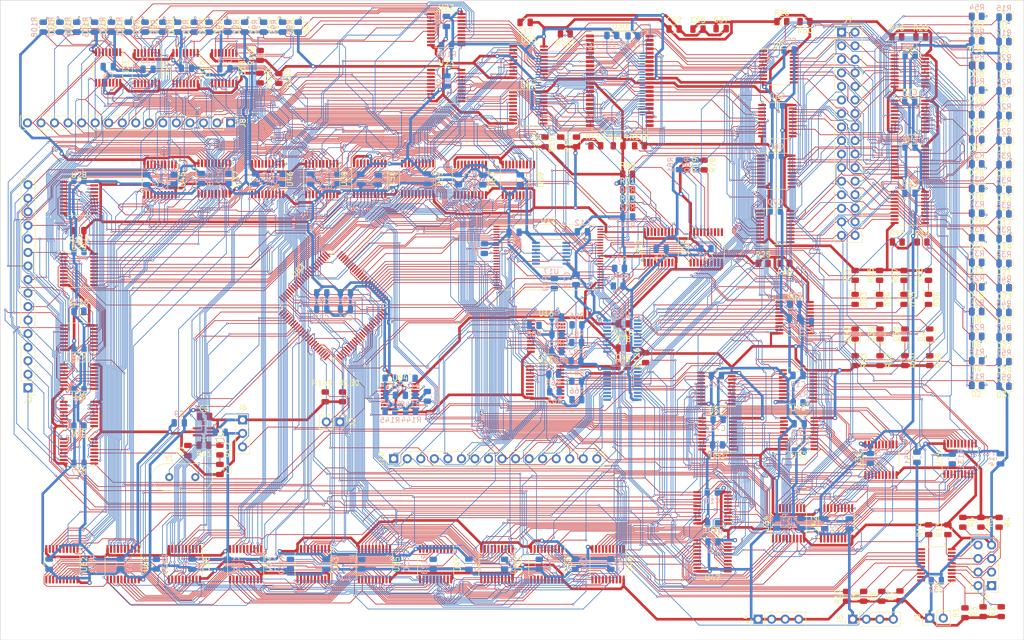
<source format=kicad_pcb>
(kicad_pcb (version 20171130) (host pcbnew "(5.1.10)-1")
  (layers (0 F.Cu signal) (31 B.Cu signal) (34 B.Paste user) (35 F.Paste user) (36 B.SilkS user) (37 F.SilkS user) (38 B.Mask user) (39 F.Mask user) (44 Edge.Cuts user))
  (net 0 "")
  (net 1 GND)
  (net 2 "Net-(C1-Pad1)")
  (net 3 "Net-(C2-Pad1)")
  (net 4 +3V3)
  (net 5 /GPIO/P0)
  (net 6 "Net-(D1-Pad1)")
  (net 7 /GPIO/P31)
  (net 8 "Net-(D2-Pad1)")
  (net 9 /GPIO/P1)
  (net 10 "Net-(D3-Pad1)")
  (net 11 /GPIO/P30)
  (net 12 "Net-(D4-Pad1)")
  (net 13 /GPIO/P2)
  (net 14 "Net-(D5-Pad1)")
  (net 15 /GPIO/P29)
  (net 16 "Net-(D6-Pad1)")
  (net 17 /GPIO/P3)
  (net 18 "Net-(D7-Pad1)")
  (net 19 /GPIO/P28)
  (net 20 "Net-(D8-Pad1)")
  (net 21 /GPIO/P4)
  (net 22 "Net-(D9-Pad1)")
  (net 23 /GPIO/P27)
  (net 24 "Net-(D10-Pad1)")
  (net 25 /GPIO/P5)
  (net 26 "Net-(D11-Pad1)")
  (net 27 /GPIO/P26)
  (net 28 "Net-(D12-Pad1)")
  (net 29 /GPIO/P6)
  (net 30 "Net-(D13-Pad1)")
  (net 31 /GPIO/P25)
  (net 32 "Net-(D14-Pad1)")
  (net 33 /GPIO/P7)
  (net 34 "Net-(D15-Pad1)")
  (net 35 /GPIO/P24)
  (net 36 "Net-(D16-Pad1)")
  (net 37 /GPIO/P8)
  (net 38 "Net-(D17-Pad1)")
  (net 39 /GPIO/P23)
  (net 40 "Net-(D18-Pad1)")
  (net 41 /GPIO/P9)
  (net 42 "Net-(D19-Pad1)")
  (net 43 /GPIO/P22)
  (net 44 "Net-(D20-Pad1)")
  (net 45 /GPIO/P10)
  (net 46 "Net-(D21-Pad1)")
  (net 47 /GPIO/P21)
  (net 48 "Net-(D22-Pad1)")
  (net 49 /GPIO/P11)
  (net 50 "Net-(D23-Pad1)")
  (net 51 /GPIO/P20)
  (net 52 "Net-(D24-Pad1)")
  (net 53 /GPIO/P12)
  (net 54 "Net-(D25-Pad1)")
  (net 55 /GPIO/P19)
  (net 56 "Net-(D26-Pad1)")
  (net 57 /GPIO/P13)
  (net 58 "Net-(D27-Pad1)")
  (net 59 /GPIO/P18)
  (net 60 "Net-(D28-Pad1)")
  (net 61 /GPIO/P14)
  (net 62 "Net-(D29-Pad1)")
  (net 63 /GPIO/P17)
  (net 64 "Net-(D30-Pad1)")
  (net 65 /GPIO/P15)
  (net 66 "Net-(D31-Pad1)")
  (net 67 /GPIO/P16)
  (net 68 "Net-(D32-Pad1)")
  (net 69 ~ALDD)
  (net 70 "Net-(D33-Pad1)")
  (net 71 ~AHDD)
  (net 72 "Net-(D34-Pad1)")
  (net 73 ~BLDD)
  (net 74 "Net-(D35-Pad1)")
  (net 75 ~BHDD)
  (net 76 "Net-(D36-Pad1)")
  (net 77 "Net-(D37-Pad1)")
  (net 78 "Net-(D38-Pad1)")
  (net 79 "Net-(D39-Pad1)")
  (net 80 "Net-(D40-Pad1)")
  (net 81 /ProgramCounter/PC0)
  (net 82 "Net-(D41-Pad1)")
  (net 83 /ProgramCounter/PC1)
  (net 84 "Net-(D42-Pad1)")
  (net 85 /ProgramCounter/PC2)
  (net 86 "Net-(D43-Pad1)")
  (net 87 /ProgramCounter/PC3)
  (net 88 "Net-(D44-Pad1)")
  (net 89 /ProgramCounter/PC4)
  (net 90 "Net-(D45-Pad1)")
  (net 91 /ProgramCounter/PC5)
  (net 92 "Net-(D46-Pad1)")
  (net 93 /ProgramCounter/PC6)
  (net 94 "Net-(D47-Pad1)")
  (net 95 /ProgramCounter/PC7)
  (net 96 "Net-(D48-Pad1)")
  (net 97 /ProgramCounter/PC8)
  (net 98 "Net-(D49-Pad1)")
  (net 99 /ProgramCounter/PC9)
  (net 100 "Net-(D50-Pad1)")
  (net 101 /ProgramCounter/PC10)
  (net 102 "Net-(D51-Pad1)")
  (net 103 /ProgramCounter/PC11)
  (net 104 "Net-(D52-Pad1)")
  (net 105 /ProgramCounter/PC12)
  (net 106 "Net-(D53-Pad1)")
  (net 107 /ProgramCounter/PC13)
  (net 108 "Net-(D54-Pad1)")
  (net 109 /ProgramCounter/PC14)
  (net 110 "Net-(D55-Pad1)")
  (net 111 /ProgramCounter/PC15)
  (net 112 "Net-(D56-Pad1)")
  (net 113 ProgramInstructDisable_5V)
  (net 114 PS\2_CLK_5V)
  (net 115 PS\2_Data_5V)
  (net 116 TCK_5V)
  (net 117 TDO_5V)
  (net 118 TDI_5V)
  (net 119 TMS_5V)
  (net 120 PS\2_CLK_3.3V)
  (net 121 PS\2_Data_3.3V)
  (net 122 CLK)
  (net 123 /ALU/B15)
  (net 124 /ALU/B14)
  (net 125 /ALU/B13)
  (net 126 /ALU/B12)
  (net 127 /ALU/B11)
  (net 128 /ALU/B10)
  (net 129 /ALU/B9)
  (net 130 /ALU/B8)
  (net 131 /ALU/B7)
  (net 132 /ALU/B6)
  (net 133 /ALU/B5)
  (net 134 /ALU/B4)
  (net 135 /ALU/B3)
  (net 136 /ALU/B2)
  (net 137 /ALU/B1)
  (net 138 /ALU/B0)
  (net 139 /ALU/Ins15)
  (net 140 /ALU/Ins14)
  (net 141 /ALU/Ins13)
  (net 142 /ALU/Ins12)
  (net 143 /ALU/Ins11)
  (net 144 /ALU/Ins10)
  (net 145 /ALU/Ins9)
  (net 146 /ALU/Ins8)
  (net 147 /ALU/Ins7)
  (net 148 /ALU/Ins6)
  (net 149 /ALU/Ins5)
  (net 150 /ALU/Ins4)
  (net 151 /ALU/Ins3)
  (net 152 /ALU/Ins2)
  (net 153 /ALU/Ins1)
  (net 154 /ALU/Ins0)
  (net 155 TMS)
  (net 156 TDI)
  (net 157 TDO)
  (net 158 TCK)
  (net 159 "Net-(R11-Pad1)")
  (net 160 ~PortAReadLow)
  (net 161 ~PortBReadLow)
  (net 162 ~PortAReadHigh)
  (net 163 ~PortBReadHigh)
  (net 164 PortBWriteHigh)
  (net 165 PortBWriteLow)
  (net 166 PortAWriteHigh)
  (net 167 PortAWriteLow)
  (net 168 RMAControl)
  (net 169 RJBControl)
  (net 170 R4Control)
  (net 171 R3Control)
  (net 172 R2Control)
  (net 173 R1Control)
  (net 174 DDR_Load)
  (net 175 ~RMARightOutput)
  (net 176 ~RJBRightOutput)
  (net 177 ~R4Out)
  (net 178 ~R2Out)
  (net 179 ~RMALeftOutput)
  (net 180 ~RJBLeftOutput)
  (net 181 ~R3Out)
  (net 182 ~R1Out)
  (net 183 ~CounterLoad)
  (net 184 "Net-(R77-Pad2)")
  (net 185 CounterClear)
  (net 186 ~CounterOutEnable)
  (net 187 ~StackLoad)
  (net 188 StackClear)
  (net 189 ~StackOut)
  (net 190 ~MemOutEnable)
  (net 191 ~MemWriteControl)
  (net 192 ProgramInsDisable)
  (net 193 ~MainRegOutputControl)
  (net 194 ~MainRegLeftOutput)
  (net 195 ~MainRegRightOutput)
  (net 196 ~RamAddrEnable)
  (net 197 RegLatch)
  (net 198 CounterUp)
  (net 199 StackDown)
  (net 200 StackUp)
  (net 201 InsRegControl)
  (net 202 MainRegReadControl)
  (net 203 ~PortEnable)
  (net 204 /ALU/State1)
  (net 205 /ALU/State0)
  (net 206 /ALU/State2)
  (net 207 ~I-O_RegisterLatch)
  (net 208 ~GeneralRegisterLatch)
  (net 209 "Net-(U12-Pad9)")
  (net 210 "Net-(U13-Pad14)")
  (net 211 "Net-(U13-Pad13)")
  (net 212 "Net-(U13-Pad12)")
  (net 213 "Net-(U13-Pad11)")
  (net 214 "Net-(U13-Pad9)")
  (net 215 "Net-(U13-Pad8)")
  (net 216 "Net-(U13-Pad7)")
  (net 217 "Net-(U13-Pad6)")
  (net 218 ~ALU_Enable)
  (net 219 "Net-(U15-Pad6)")
  (net 220 /ProgramCounter/JB0)
  (net 221 /ProgramCounter/JB2)
  (net 222 /ProgramCounter/JB3)
  (net 223 /ProgramCounter/JB1)
  (net 224 /ProgramCounter/JB4)
  (net 225 /ProgramCounter/JB6)
  (net 226 /ProgramCounter/JB7)
  (net 227 /ProgramCounter/JB5)
  (net 228 /ProgramCounter/JB8)
  (net 229 "Net-(U18-Pad13)")
  (net 230 "Net-(U18-Pad12)")
  (net 231 /ProgramCounter/JB10)
  (net 232 /ProgramCounter/JB11)
  (net 233 /ProgramCounter/JB9)
  (net 234 /ProgramCounter/JB12)
  (net 235 "Net-(U19-Pad13)")
  (net 236 "Net-(U19-Pad12)")
  (net 237 /ProgramCounter/JB14)
  (net 238 /ProgramCounter/JB15)
  (net 239 /ProgramCounter/JB13)
  (net 240 /StackPointer/SP3)
  (net 241 /StackPointer/SP2)
  (net 242 /StackPointer/SP0)
  (net 243 /StackPointer/SP1)
  (net 244 /StackPointer/SP7)
  (net 245 /StackPointer/SP6)
  (net 246 /StackPointer/SP4)
  (net 247 /StackPointer/SP5)
  (net 248 "Net-(U24-Pad13)")
  (net 249 "Net-(U24-Pad12)")
  (net 250 /StackPointer/SP11)
  (net 251 /StackPointer/SP10)
  (net 252 /StackPointer/SP8)
  (net 253 /StackPointer/SP9)
  (net 254 "Net-(U25-Pad13)")
  (net 255 "Net-(U25-Pad12)")
  (net 256 /StackPointer/SP15)
  (net 257 /StackPointer/SP14)
  (net 258 /StackPointer/SP12)
  (net 259 /StackPointer/SP13)
  (net 260 /Registers/Acc0)
  (net 261 /Registers/Acc1)
  (net 262 /Registers/Acc2)
  (net 263 /Registers/Acc3)
  (net 264 /Registers/Acc4)
  (net 265 /Registers/Acc5)
  (net 266 /Registers/Acc6)
  (net 267 /Registers/Acc7)
  (net 268 /ALU/OddR0)
  (net 269 /ALU/OddR1)
  (net 270 /ALU/OddR2)
  (net 271 /ALU/OddR3)
  (net 272 /ALU/OddR4)
  (net 273 /ALU/OddR5)
  (net 274 /ALU/OddR6)
  (net 275 /ALU/OddR7)
  (net 276 /ALU/EvenR0)
  (net 277 /ALU/EvenR1)
  (net 278 /ALU/EvenR2)
  (net 279 /ALU/EvenR3)
  (net 280 /ALU/EvenR4)
  (net 281 /ALU/EvenR5)
  (net 282 /ALU/EvenR6)
  (net 283 /ALU/EvenR7)
  (net 284 /Registers/RA0)
  (net 285 /Registers/RA1)
  (net 286 /Registers/RA2)
  (net 287 /Registers/RA3)
  (net 288 /Registers/RA4)
  (net 289 /Registers/RA5)
  (net 290 /Registers/RA6)
  (net 291 /Registers/RA7)
  (net 292 /Registers/Acc8)
  (net 293 /Registers/Acc9)
  (net 294 /Registers/Acc10)
  (net 295 /Registers/Acc11)
  (net 296 /Registers/Acc12)
  (net 297 /Registers/Acc13)
  (net 298 /Registers/Acc14)
  (net 299 /Registers/Acc15)
  (net 300 /ALU/OddR8)
  (net 301 /ALU/OddR9)
  (net 302 /ALU/OddR10)
  (net 303 /ALU/OddR11)
  (net 304 /ALU/OddR12)
  (net 305 /ALU/OddR13)
  (net 306 /ALU/OddR14)
  (net 307 /ALU/OddR15)
  (net 308 /ALU/EvenR8)
  (net 309 /ALU/EvenR9)
  (net 310 /ALU/EvenR10)
  (net 311 /ALU/EvenR11)
  (net 312 /ALU/EvenR12)
  (net 313 /ALU/EvenR13)
  (net 314 /ALU/EvenR14)
  (net 315 /ALU/EvenR15)
  (net 316 /Registers/RA8)
  (net 317 /Registers/RA9)
  (net 318 /Registers/RA10)
  (net 319 /Registers/RA11)
  (net 320 /Registers/RA12)
  (net 321 /Registers/RA13)
  (net 322 /Registers/RA14)
  (net 323 /Registers/RA15)
  (net 324 FLASHPAGE2)
  (net 325 FLASHPAGE1)
  (net 326 FLASHPAGE0)
  (net 327 RAM_PAGE)
  (net 328 "Net-(J3-Pad2)")
  (net 329 "Net-(R61-Pad2)")
  (net 330 "Net-(R64-Pad2)")
  (net 331 "Net-(R76-Pad2)")
  (net 332 "Net-(R102-Pad2)")
  (net 333 "Net-(R114-Pad1)")
  (net 334 "Net-(R115-Pad1)")
  (net 335 "Net-(R116-Pad1)")
  (net 336 "Net-(R119-Pad1)")
  (net 337 "Net-(R124-Pad1)")
  (net 338 "Net-(R125-Pad1)")
  (net 339 "Net-(R126-Pad1)")
  (net 340 "Net-(R127-Pad1)")
  (net 341 "Net-(R132-Pad1)")
  (net 342 "Net-(R133-Pad1)")
  (net 343 "Net-(R142-Pad2)")
  (net 344 "Net-(R143-Pad2)")
  (net 345 "Net-(R144-Pad2)")
  (net 346 "Net-(R145-Pad2)")
  (net 347 "Net-(R146-Pad2)")
  (net 348 "Net-(R147-Pad2)")
  (net 349 "Net-(R148-Pad2)")
  (net 350 "Net-(R151-Pad2)")
  (net 351 "Net-(R153-Pad2)")
  (net 352 "Net-(U1-Pad1)")
  (net 353 "Net-(U2-Pad11)")
  (net 354 "Net-(U2-Pad9)")
  (net 355 "Net-(U12-Pad47)")
  (net 356 "Net-(U12-Pad15)")
  (net 357 "Net-(U12-Pad14)")
  (net 358 "Net-(U12-Pad13)")
  (net 359 "Net-(U12-Pad12)")
  (net 360 "Net-(U12-Pad10)")
  (net 361 "Net-(U14-Pad11)")
  (net 362 "Net-(U14-Pad9)")
  (net 363 "Net-(U15-Pad14)")
  (net 364 "Net-(U15-Pad13)")
  (net 365 "Net-(U15-Pad12)")
  (net 366 "Net-(U15-Pad11)")
  (net 367 "Net-(U15-Pad9)")
  (net 368 "Net-(U15-Pad8)")
  (net 369 "Net-(U15-Pad7)")
  (net 370 "Net-(U17-Pad6)")
  (net 371 "Net-(U20-Pad13)")
  (net 372 "Net-(U20-Pad12)")
  (net 373 "Net-(U21-Pad13)")
  (net 374 "Net-(U21-Pad12)")
  (net 375 "/Boot Flash/MA0")
  (net 376 "/Boot Flash/MA1")
  (net 377 "/Boot Flash/MA2")
  (net 378 "/Boot Flash/MA3")
  (net 379 "/Boot Flash/MA4")
  (net 380 "/Boot Flash/MA5")
  (net 381 "/Boot Flash/MA6")
  (net 382 "/Boot Flash/MA7")
  (net 383 "/Boot Flash/MA8")
  (net 384 "/Boot Flash/MA9")
  (net 385 "/Boot Flash/MA10")
  (net 386 "/Boot Flash/MA11")
  (net 387 "/Boot Flash/MA12")
  (net 388 "/Boot Flash/MA13")
  (net 389 "/Boot Flash/MA14")
  (net 390 "/Boot Flash/MA15")
  (net 391 "Net-(U26-Pad13)")
  (net 392 "Net-(U26-Pad12)")
  (net 393 "Net-(U27-Pad13)")
  (net 394 "Net-(U27-Pad12)")
  (net 395 "Net-(U30-Pad28)")
  (net 396 "Net-(U30-Pad23)")
  (net 397 "Net-(U63-Pad80)")
  (net 398 "Net-(U63-Pad73)")
  (net 399 "Net-(U63-Pad46)")
  (net 400 "Net-(U63-Pad43)")
  (net 401 "Net-(U63-Pad34)")
  (net 402 "Net-(U63-Pad24)")
  (net 403 "Net-(U63-Pad19)")
  (net 404 "Net-(U63-Pad7)")
  (net 405 "Net-(U63-Pad2)")
  (net 406 "Net-(U64-Pad13)")
  (net 407 "Net-(U64-Pad12)")
  (net 408 "Net-(U64-Pad7)")
  (net 409 "Net-(U65-Pad47)")
  (net 410 "Net-(U65-Pad15)")
  (net 411 "Net-(U65-Pad14)")
  (net 412 "Net-(U65-Pad13)")
  (net 413 "Net-(U65-Pad12)")
  (net 414 "Net-(U65-Pad10)")
  (net 415 "Net-(U65-Pad9)")
  (net 416 FlashOut)
  (net 417 "Net-(U17-Pad3)")
  (net 418 "Net-(U17-Pad2)")
  (net 419 "Net-(U17-Pad1)")
  (net 420 "Net-(U63-Pad94)")
  (net 421 "Net-(U63-Pad93)")
  (module Capacitor_SMD:C_0805_2012Metric (layer B.Cu) (at 148.77 45.15 270)
    (fp_text reference C68 (at 0 1.68 90) (layer B.SilkS) (effects (justify mirror)))
    (fp_text value 100n)
    (pad 2 smd roundrect (at 0.95 0 270) (size 1 1.45) (layers B.Cu B.Paste B.Mask) (net 1 GND))
    (pad 1 smd roundrect (at -0.95 0 270) (size 1 1.45) (layers B.Cu B.Paste B.Mask) (net 4 +3V3))
  )
  (module Capacitor_SMD:C_0805_2012Metric (layer B.Cu) (at 214.86 109.438)
    (fp_text reference C67 (at 0 1.68) (layer B.SilkS) (effects (justify mirror)))
    (fp_text value 100n)
    (pad 2 smd roundrect (at 0.95 0) (size 1 1.45) (layers B.Cu B.Paste B.Mask) (net 1 GND))
    (pad 1 smd roundrect (at -0.95 0) (size 1 1.45) (layers B.Cu B.Paste B.Mask) (net 4 +3V3))
  )
  (module Capacitor_SMD:C_0805_2012Metric (layer B.Cu) (at 235.68 40.3 180)
    (fp_text reference C66 (at 0 1.68) (layer B.SilkS) (effects (justify mirror)))
    (fp_text value 100n)
    (pad 2 smd roundrect (at 0.95 0 180) (size 1 1.45) (layers B.Cu B.Paste B.Mask) (net 1 GND))
    (pad 1 smd roundrect (at -0.95 0 180) (size 1 1.45) (layers B.Cu B.Paste B.Mask) (net 4 +3V3))
  )
  (module Capacitor_SMD:C_0805_2012Metric (layer B.Cu) (at 74.17 135.78 90)
    (fp_text reference C65 (at 0 1.68 90) (layer B.SilkS) (effects (justify mirror)))
    (fp_text value 100n)
    (pad 2 smd roundrect (at 0.95 0 90) (size 1 1.45) (layers B.Cu B.Paste B.Mask) (net 1 GND))
    (pad 1 smd roundrect (at -0.95 0 90) (size 1 1.45) (layers B.Cu B.Paste B.Mask) (net 4 +3V3))
  )
  (module Capacitor_SMD:C_0805_2012Metric (layer B.Cu) (at 172.797 135.78 90)
    (fp_text reference C63 (at 0 1.68 90) (layer B.SilkS) (effects (justify mirror)))
    (fp_text value 100n)
    (pad 2 smd roundrect (at 0.95 0 90) (size 1 1.45) (layers B.Cu B.Paste B.Mask) (net 1 GND))
    (pad 1 smd roundrect (at -0.95 0 90) (size 1 1.45) (layers B.Cu B.Paste B.Mask) (net 4 +3V3))
  )
  (module Capacitor_SMD:C_0805_2012Metric (layer B.Cu) (at 152.899 135.78 90)
    (fp_text reference C62 (at 0 1.68 90) (layer B.SilkS) (effects (justify mirror)))
    (fp_text value 100n)
    (pad 2 smd roundrect (at 0.95 0 90) (size 1 1.45) (layers B.Cu B.Paste B.Mask) (net 1 GND))
    (pad 1 smd roundrect (at -0.95 0 90) (size 1 1.45) (layers B.Cu B.Paste B.Mask) (net 4 +3V3))
  )
  (module Capacitor_SMD:C_0805_2012Metric (layer B.Cu) (at 148.69 33.97 270)
    (fp_text reference C61 (at 0 1.68 90) (layer B.SilkS) (effects (justify mirror)))
    (fp_text value 100n)
    (pad 2 smd roundrect (at 0.95 0 270) (size 1 1.45) (layers B.Cu B.Paste B.Mask) (net 1 GND))
    (pad 1 smd roundrect (at -0.95 0 270) (size 1 1.45) (layers B.Cu B.Paste B.Mask) (net 4 +3V3))
  )
  (module Capacitor_SMD:C_0805_2012Metric (layer B.Cu) (at 210.562 59.1 180)
    (fp_text reference C60 (at 0 1.68) (layer B.SilkS) (effects (justify mirror)))
    (fp_text value 100n)
    (pad 2 smd roundrect (at 0.95 0 180) (size 1 1.45) (layers B.Cu B.Paste B.Mask) (net 1 GND))
    (pad 1 smd roundrect (at -0.95 0 180) (size 1 1.45) (layers B.Cu B.Paste B.Mask) (net 4 +3V3))
  )
  (module Capacitor_SMD:C_0805_2012Metric (layer B.Cu) (at 107.13 42.85 180)
    (fp_text reference C59 (at 0 1.68) (layer B.SilkS) (effects (justify mirror)))
    (fp_text value 100n)
    (pad 2 smd roundrect (at 0.95 0 180) (size 1 1.45) (layers B.Cu B.Paste B.Mask) (net 1 GND))
    (pad 1 smd roundrect (at -0.95 0 180) (size 1 1.45) (layers B.Cu B.Paste B.Mask) (net 4 +3V3))
  )
  (module Capacitor_SMD:C_0805_2012Metric (layer B.Cu) (at 112.917 63.54 90)
    (fp_text reference C57 (at 0 1.68 90) (layer B.SilkS) (effects (justify mirror)))
    (fp_text value 100n)
    (pad 2 smd roundrect (at 0.95 0 90) (size 1 1.45) (layers B.Cu B.Paste B.Mask) (net 1 GND))
    (pad 1 smd roundrect (at -0.95 0 90) (size 1 1.45) (layers B.Cu B.Paste B.Mask) (net 4 +3V3))
  )
  (module Capacitor_SMD:C_0805_2012Metric (layer B.Cu) (at 212.962 39.33 180)
    (fp_text reference C56 (at 0 1.68) (layer B.SilkS) (effects (justify mirror)))
    (fp_text value 100n)
    (pad 2 smd roundrect (at 0.95 0 180) (size 1 1.45) (layers B.Cu B.Paste B.Mask) (net 1 GND))
    (pad 1 smd roundrect (at -0.95 0 180) (size 1 1.45) (layers B.Cu B.Paste B.Mask) (net 4 +3V3))
  )
  (module Capacitor_SMD:C_0805_2012Metric (layer F.Cu) (at 195.88 35.4)
    (fp_text reference C55 (at 0 -1.68) (layer F.SilkS))
    (fp_text value 100n)
    (pad 2 smd roundrect (at 0.95 0) (size 1 1.45) (layers F.Cu F.Paste F.Mask) (net 1 GND))
    (pad 1 smd roundrect (at -0.95 0) (size 1 1.45) (layers F.Cu F.Paste F.Mask) (net 4 +3V3))
  )
  (module Capacitor_SMD:C_0805_2012Metric (layer B.Cu) (at 87.5619 135.78 90)
    (fp_text reference C54 (at 0 1.68 90) (layer B.SilkS) (effects (justify mirror)))
    (fp_text value 100n)
    (pad 2 smd roundrect (at 0.95 0 90) (size 1 1.45) (layers B.Cu B.Paste B.Mask) (net 1 GND))
    (pad 1 smd roundrect (at -0.95 0 90) (size 1 1.45) (layers B.Cu B.Paste B.Mask) (net 4 +3V3))
  )
  (module Capacitor_SMD:C_0805_2012Metric (layer B.Cu) (at 236.937 115.723 270)
    (fp_text reference C51 (at 0 1.68 90) (layer B.SilkS) (effects (justify mirror)))
    (fp_text value 100n)
    (pad 2 smd roundrect (at 0.95 0 270) (size 1 1.45) (layers B.Cu B.Paste B.Mask) (net 1 GND))
    (pad 1 smd roundrect (at -0.95 0 270) (size 1 1.45) (layers B.Cu B.Paste B.Mask) (net 4 +3V3))
  )
  (module Capacitor_SMD:C_0805_2012Metric (layer B.Cu) (at 210.762 49.63 180)
    (fp_text reference C50 (at 0 1.68) (layer B.SilkS) (effects (justify mirror)))
    (fp_text value 100n)
    (pad 2 smd roundrect (at 0.95 0 180) (size 1 1.45) (layers B.Cu B.Paste B.Mask) (net 1 GND))
    (pad 1 smd roundrect (at -0.95 0 180) (size 1 1.45) (layers B.Cu B.Paste B.Mask) (net 4 +3V3))
  )
  (module Capacitor_SMD:C_0805_2012Metric (layer B.Cu) (at 235.63 66.2 180)
    (fp_text reference C49 (at 0 1.68) (layer B.SilkS) (effects (justify mirror)))
    (fp_text value 100n)
    (pad 2 smd roundrect (at 0.95 0 180) (size 1 1.45) (layers B.Cu B.Paste B.Mask) (net 1 GND))
    (pad 1 smd roundrect (at -0.95 0 180) (size 1 1.45) (layers B.Cu B.Paste B.Mask) (net 4 +3V3))
  )
  (module Capacitor_SMD:C_0805_2012Metric (layer B.Cu) (at 79.7625 95.51)
    (fp_text reference C48 (at 0 1.68) (layer B.SilkS) (effects (justify mirror)))
    (fp_text value 100n)
    (pad 2 smd roundrect (at 0.95 0) (size 1 1.45) (layers B.Cu B.Paste B.Mask) (net 1 GND))
    (pad 1 smd roundrect (at -0.95 0) (size 1 1.45) (layers B.Cu B.Paste B.Mask) (net 4 +3V3))
  )
  (module Capacitor_SMD:C_0805_2012Metric (layer F.Cu) (at 181.84 98.67)
    (fp_text reference C46 (at 0 -1.68) (layer F.SilkS))
    (fp_text value 100n)
    (pad 2 smd roundrect (at 0.95 0) (size 1 1.45) (layers F.Cu F.Paste F.Mask) (net 1 GND))
    (pad 1 smd roundrect (at -0.95 0) (size 1 1.45) (layers F.Cu F.Paste F.Mask) (net 4 +3V3))
  )
  (module Capacitor_SMD:C_0805_2012Metric (layer B.Cu) (at 188.97 76.59)
    (fp_text reference C45 (at 0 1.68) (layer B.SilkS) (effects (justify mirror)))
    (fp_text value 100n)
    (pad 2 smd roundrect (at 0.95 0) (size 1 1.45) (layers B.Cu B.Paste B.Mask) (net 1 GND))
    (pad 1 smd roundrect (at -0.95 0) (size 1 1.45) (layers B.Cu B.Paste B.Mask) (net 4 +3V3))
  )
  (module Capacitor_SMD:C_0805_2012Metric (layer B.Cu) (at 99.92 42.77 180)
    (fp_text reference C44 (at 0 1.68) (layer B.SilkS) (effects (justify mirror)))
    (fp_text value 100n)
    (pad 2 smd roundrect (at 0.95 0 180) (size 1 1.45) (layers B.Cu B.Paste B.Mask) (net 1 GND))
    (pad 1 smd roundrect (at -0.95 0 180) (size 1 1.45) (layers B.Cu B.Paste B.Mask) (net 4 +3V3))
  )
  (module Capacitor_SMD:C_0805_2012Metric (layer B.Cu) (at 199.323 100.4)
    (fp_text reference C43 (at 0 1.68) (layer B.SilkS) (effects (justify mirror)))
    (fp_text value 100n)
    (pad 2 smd roundrect (at 0.95 0) (size 1 1.45) (layers B.Cu B.Paste B.Mask) (net 1 GND))
    (pad 1 smd roundrect (at -0.95 0) (size 1 1.45) (layers B.Cu B.Paste B.Mask) (net 4 +3V3))
  )
  (module Capacitor_SMD:C_0805_2012Metric (layer F.Cu) (at 191.39 35.39)
    (fp_text reference C42 (at 0 -1.68) (layer F.SilkS))
    (fp_text value 100n)
    (pad 2 smd roundrect (at 0.95 0) (size 1 1.45) (layers F.Cu F.Paste F.Mask) (net 1 GND))
    (pad 1 smd roundrect (at -0.95 0) (size 1 1.45) (layers F.Cu F.Paste F.Mask) (net 4 +3V3))
  )
  (module Capacitor_SMD:C_0805_2012Metric (layer B.Cu) (at 126.115 135.78 90)
    (fp_text reference C41 (at 0 1.68 90) (layer B.SilkS) (effects (justify mirror)))
    (fp_text value 100n)
    (pad 2 smd roundrect (at 0.95 0 90) (size 1 1.45) (layers B.Cu B.Paste B.Mask) (net 1 GND))
    (pad 1 smd roundrect (at -0.95 0 90) (size 1 1.45) (layers B.Cu B.Paste B.Mask) (net 4 +3V3))
  )
  (module Capacitor_SMD:C_0805_2012Metric (layer B.Cu) (at 107.68 135.78 90)
    (fp_text reference C39 (at 0 1.68 270) (layer B.SilkS) (effects (justify mirror)))
    (fp_text value 100n)
    (pad 2 smd roundrect (at 0.95 0 90) (size 1 1.45) (layers B.Cu B.Paste B.Mask) (net 1 GND))
    (pad 1 smd roundrect (at -0.95 0 90) (size 1 1.45) (layers B.Cu B.Paste B.Mask) (net 4 +3V3))
  )
  (module Capacitor_SMD:C_0805_2012Metric (layer B.Cu) (at 102.744 63.44 90)
    (fp_text reference C38 (at 0 1.68 270) (layer B.SilkS) (effects (justify mirror)))
    (fp_text value 100n)
    (pad 2 smd roundrect (at 0.95 0 90) (size 1 1.45) (layers B.Cu B.Paste B.Mask) (net 1 GND))
    (pad 1 smd roundrect (at -0.95 0 90) (size 1 1.45) (layers B.Cu B.Paste B.Mask) (net 4 +3V3))
  )
  (module Capacitor_SMD:C_0805_2012Metric (layer F.Cu) (at 200.22 35.32)
    (fp_text reference C37 (at 0 -1.68) (layer F.SilkS))
    (fp_text value 100n)
    (pad 2 smd roundrect (at 0.95 0) (size 1 1.45) (layers F.Cu F.Paste F.Mask) (net 1 GND))
    (pad 1 smd roundrect (at -0.95 0) (size 1 1.45) (layers F.Cu F.Paste F.Mask) (net 4 +3V3))
  )
  (module Capacitor_SMD:C_0805_2012Metric (layer B.Cu) (at 215.19 128.12 270)
    (fp_text reference C34 (at 0 1.68 90) (layer B.SilkS) (effects (justify mirror)))
    (fp_text value 100n)
    (pad 2 smd roundrect (at 0.95 0 270) (size 1 1.45) (layers B.Cu B.Paste B.Mask) (net 1 GND))
    (pad 1 smd roundrect (at -0.95 0 270) (size 1 1.45) (layers B.Cu B.Paste B.Mask) (net 4 +3V3))
  )
  (module Capacitor_SMD:C_0805_2012Metric (layer B.Cu) (at 92.73 42.95 180)
    (fp_text reference C33 (at 0 1.68) (layer B.SilkS) (effects (justify mirror)))
    (fp_text value 100n)
    (pad 2 smd roundrect (at 0.95 0 180) (size 1 1.45) (layers B.Cu B.Paste B.Mask) (net 1 GND))
    (pad 1 smd roundrect (at -0.95 0 180) (size 1 1.45) (layers B.Cu B.Paste B.Mask) (net 4 +3V3))
  )
  (module Capacitor_SMD:C_0805_2012Metric (layer B.Cu) (at 240.57 138.85)
    (fp_text reference C32 (at 0 1.68) (layer B.SilkS) (effects (justify mirror)))
    (fp_text value 100n)
    (pad 2 smd roundrect (at 0.95 0) (size 1 1.45) (layers B.Cu B.Paste B.Mask) (net 1 GND))
    (pad 1 smd roundrect (at -0.95 0) (size 1 1.45) (layers B.Cu B.Paste B.Mask) (net 4 +3V3))
  )
  (module Capacitor_SMD:C_0805_2012Metric (layer B.Cu) (at 139.507 135.78 90)
    (fp_text reference C30 (at 0 1.68 90) (layer B.SilkS) (effects (justify mirror)))
    (fp_text value 100n)
    (pad 2 smd roundrect (at 0.95 0 90) (size 1 1.45) (layers B.Cu B.Paste B.Mask) (net 1 GND))
    (pad 1 smd roundrect (at -0.95 0 90) (size 1 1.45) (layers B.Cu B.Paste B.Mask) (net 4 +3V3))
  )
  (module Capacitor_SMD:C_0805_2012Metric (layer B.Cu) (at 123.191 63.54 90)
    (fp_text reference C29 (at 0 1.68 90) (layer B.SilkS) (effects (justify mirror)))
    (fp_text value 100n)
    (pad 2 smd roundrect (at 0.95 0 90) (size 1 1.45) (layers B.Cu B.Paste B.Mask) (net 1 GND))
    (pad 1 smd roundrect (at -0.95 0 90) (size 1 1.45) (layers B.Cu B.Paste B.Mask) (net 4 +3V3))
  )
  (module Capacitor_SMD:C_0805_2012Metric (layer B.Cu) (at 100.954 135.78 90)
    (fp_text reference C28 (at 0 1.68 90) (layer B.SilkS) (effects (justify mirror)))
    (fp_text value 100n)
    (pad 2 smd roundrect (at 0.95 0 90) (size 1 1.45) (layers B.Cu B.Paste B.Mask) (net 1 GND))
    (pad 1 smd roundrect (at -0.95 0 90) (size 1 1.45) (layers B.Cu B.Paste B.Mask) (net 4 +3V3))
  )
  (module Capacitor_SMD:C_0805_2012Metric (layer B.Cu) (at 197.37 76.57)
    (fp_text reference C27 (at 0 1.68) (layer B.SilkS) (effects (justify mirror)))
    (fp_text value 100n)
    (pad 2 smd roundrect (at 0.95 0) (size 1 1.45) (layers B.Cu B.Paste B.Mask) (net 1 GND))
    (pad 1 smd roundrect (at -0.95 0) (size 1 1.45) (layers B.Cu B.Paste B.Mask) (net 4 +3V3))
  )
  (module Capacitor_SMD:C_0805_2012Metric (layer B.Cu) (at 92.47 63.64 90)
    (fp_text reference C25 (at 0 1.68 90) (layer B.SilkS) (effects (justify mirror)))
    (fp_text value 100n)
    (pad 2 smd roundrect (at 0.95 0 90) (size 1 1.45) (layers B.Cu B.Paste B.Mask) (net 1 GND))
    (pad 1 smd roundrect (at -0.95 0 90) (size 1 1.45) (layers B.Cu B.Paste B.Mask) (net 4 +3V3))
  )
  (module Capacitor_SMD:C_0805_2012Metric (layer B.Cu) (at 235.64 57.52 180)
    (fp_text reference C24 (at 0 1.68) (layer B.SilkS) (effects (justify mirror)))
    (fp_text value 100n)
    (pad 2 smd roundrect (at 0.95 0 180) (size 1 1.45) (layers B.Cu B.Paste B.Mask) (net 1 GND))
    (pad 1 smd roundrect (at -0.95 0 180) (size 1 1.45) (layers B.Cu B.Paste B.Mask) (net 4 +3V3))
  )
  (module Capacitor_SMD:C_0805_2012Metric (layer B.Cu) (at 114.406 135.78 90)
    (fp_text reference C23 (at 0 1.68 90) (layer B.SilkS) (effects (justify mirror)))
    (fp_text value 100n)
    (pad 2 smd roundrect (at 0.95 0 90) (size 1 1.45) (layers B.Cu B.Paste B.Mask) (net 1 GND))
    (pad 1 smd roundrect (at -0.95 0 90) (size 1 1.45) (layers B.Cu B.Paste B.Mask) (net 4 +3V3))
  )
  (module Capacitor_SMD:C_0805_2012Metric (layer B.Cu) (at 224.26 128.21 270)
    (fp_text reference C22 (at 0 1.68 90) (layer B.SilkS) (effects (justify mirror)))
    (fp_text value 100n)
    (pad 2 smd roundrect (at 0.95 0 270) (size 1 1.45) (layers B.Cu B.Paste B.Mask) (net 1 GND))
    (pad 1 smd roundrect (at -0.95 0 270) (size 1 1.45) (layers B.Cu B.Paste B.Mask) (net 4 +3V3))
  )
  (module Capacitor_SMD:C_0805_2012Metric (layer B.Cu) (at 150.93 63.69 90)
    (fp_text reference C20 (at 0 1.68 90) (layer B.SilkS) (effects (justify mirror)))
    (fp_text value 100n)
    (pad 2 smd roundrect (at 0.95 0 90) (size 1 1.45) (layers B.Cu B.Paste B.Mask) (net 1 GND))
    (pad 1 smd roundrect (at -0.95 0 90) (size 1 1.45) (layers B.Cu B.Paste B.Mask) (net 4 +3V3))
  )
  (module Capacitor_SMD:C_0805_2012Metric (layer B.Cu) (at 214.66 100.365)
    (fp_text reference C19 (at 0 1.68) (layer B.SilkS) (effects (justify mirror)))
    (fp_text value 100n)
    (pad 2 smd roundrect (at 0.95 0) (size 1 1.45) (layers B.Cu B.Paste B.Mask) (net 1 GND))
    (pad 1 smd roundrect (at -0.95 0) (size 1 1.45) (layers B.Cu B.Paste B.Mask) (net 4 +3V3))
  )
  (module Capacitor_SMD:C_0805_2012Metric (layer B.Cu) (at 162.55 63.7 90)
    (fp_text reference C18 (at 0 1.68 90) (layer B.SilkS) (effects (justify mirror)))
    (fp_text value 100n)
    (pad 2 smd roundrect (at 0.95 0 90) (size 1 1.45) (layers B.Cu B.Paste B.Mask) (net 1 GND))
    (pad 1 smd roundrect (at -0.95 0 90) (size 1 1.45) (layers B.Cu B.Paste B.Mask) (net 4 +3V3))
  )
  (module Capacitor_SMD:C_0805_2012Metric (layer F.Cu) (at 163.45 34.15 180)
    (fp_text reference C17 (at 0 -1.68) (layer F.SilkS))
    (fp_text value 100n)
    (pad 2 smd roundrect (at 0.95 0 180) (size 1 1.45) (layers F.Cu F.Paste F.Mask) (net 1 GND))
    (pad 1 smd roundrect (at -0.95 0 180) (size 1 1.45) (layers F.Cu F.Paste F.Mask) (net 4 +3V3))
  )
  (module Capacitor_SMD:C_0805_2012Metric (layer B.Cu) (at 161.37 73.54)
    (fp_text reference C16 (at 0 1.68) (layer B.SilkS) (effects (justify mirror)))
    (fp_text value 100n)
    (pad 2 smd roundrect (at 0.95 0) (size 1 1.45) (layers B.Cu B.Paste B.Mask) (net 1 GND))
    (pad 1 smd roundrect (at -0.95 0) (size 1 1.45) (layers B.Cu B.Paste B.Mask) (net 4 +3V3))
  )
  (module Capacitor_SMD:C_0805_2012Metric (layer B.Cu) (at 179.523 135.78 90)
    (fp_text reference C15 (at 0 1.68 90) (layer B.SilkS) (effects (justify mirror)))
    (fp_text value 100n)
    (pad 2 smd roundrect (at 0.95 0 90) (size 1 1.45) (layers B.Cu B.Paste B.Mask) (net 1 GND))
    (pad 1 smd roundrect (at -0.95 0 90) (size 1 1.45) (layers B.Cu B.Paste B.Mask) (net 4 +3V3))
  )
  (module Capacitor_SMD:C_0805_2012Metric (layer B.Cu) (at 252.61 116.023 270)
    (fp_text reference C14 (at 0 1.68 90) (layer B.SilkS) (effects (justify mirror)))
    (fp_text value 100n)
    (pad 2 smd roundrect (at 0.95 0 270) (size 1 1.45) (layers B.Cu B.Paste B.Mask) (net 1 GND))
    (pad 1 smd roundrect (at -0.95 0 270) (size 1 1.45) (layers B.Cu B.Paste B.Mask) (net 4 +3V3))
  )
  (module Capacitor_SMD:C_0805_2012Metric (layer B.Cu) (at 235.59 48.92 180)
    (fp_text reference C13 (at 0 1.68) (layer B.SilkS) (effects (justify mirror)))
    (fp_text value 100n)
    (pad 2 smd roundrect (at 0.95 0 180) (size 1 1.45) (layers B.Cu B.Paste B.Mask) (net 1 GND))
    (pad 1 smd roundrect (at -0.95 0 180) (size 1 1.45) (layers B.Cu B.Paste B.Mask) (net 4 +3V3))
  )
  (module Capacitor_SMD:C_0805_2012Metric (layer B.Cu) (at 174.19 73.44 180)
    (fp_text reference C12 (at 0 1.68) (layer B.SilkS) (effects (justify mirror)))
    (fp_text value 100n)
    (pad 2 smd roundrect (at 0.95 0 180) (size 1 1.45) (layers B.Cu B.Paste B.Mask) (net 1 GND))
    (pad 1 smd roundrect (at -0.95 0 180) (size 1 1.45) (layers B.Cu B.Paste B.Mask) (net 4 +3V3))
  )
  (module Capacitor_SMD:C_0805_2012Metric (layer B.Cu) (at 79.7625 77.13 180)
    (fp_text reference C11 (at 0 1.68) (layer B.SilkS) (effects (justify mirror)))
    (fp_text value 100n)
    (pad 2 smd roundrect (at 0.95 0 180) (size 1 1.45) (layers B.Cu B.Paste B.Mask) (net 1 GND))
    (pad 1 smd roundrect (at -0.95 0 180) (size 1 1.45) (layers B.Cu B.Paste B.Mask) (net 4 +3V3))
  )
  (module Capacitor_SMD:C_0805_2012Metric (layer B.Cu) (at 198.55 122.23)
    (fp_text reference C10 (at 0 1.68) (layer B.SilkS) (effects (justify mirror)))
    (fp_text value 100n)
    (pad 2 smd roundrect (at 0.95 0) (size 1 1.45) (layers B.Cu B.Paste B.Mask) (net 1 GND))
    (pad 1 smd roundrect (at -0.95 0) (size 1 1.45) (layers B.Cu B.Paste B.Mask) (net 4 +3V3))
  )
  (module Capacitor_SMD:C_0805_2012Metric (layer B.Cu) (at 98.58 109.28 180)
    (fp_text reference C9 (at 0 1.68) (layer B.SilkS) (effects (justify mirror)))
    (fp_text value 100n)
    (pad 2 smd roundrect (at 0.95 0 180) (size 1 1.45) (layers B.Cu B.Paste B.Mask) (net 1 GND))
    (pad 1 smd roundrect (at -0.95 0 180) (size 1 1.45) (layers B.Cu B.Paste B.Mask) (net 4 +3V3))
  )
  (module Capacitor_SMD:C_0805_2012Metric (layer B.Cu) (at 79.7625 103.06)
    (fp_text reference C8 (at 0 1.68) (layer B.SilkS) (effects (justify mirror)))
    (fp_text value 100n)
    (pad 2 smd roundrect (at 0.95 0) (size 1 1.45) (layers B.Cu B.Paste B.Mask) (net 1 GND))
    (pad 1 smd roundrect (at -0.95 0) (size 1 1.45) (layers B.Cu B.Paste B.Mask) (net 4 +3V3))
  )
  (module Capacitor_SMD:C_0805_2012Metric (layer B.Cu) (at 106.23 111.03)
    (fp_text reference C7 (at 0 1.68) (layer B.SilkS) (effects (justify mirror)))
    (fp_text value 100n)
    (pad 2 smd roundrect (at 0.95 0) (size 1 1.45) (layers B.Cu B.Paste B.Mask) (net 1 GND))
    (pad 1 smd roundrect (at -0.95 0) (size 1 1.45) (layers B.Cu B.Paste B.Mask) (net 4 +3V3))
  )
  (module Capacitor_SMD:C_0805_2012Metric (layer B.Cu) (at 198.69 131.54)
    (fp_text reference C6 (at 0 1.68) (layer B.SilkS) (effects (justify mirror)))
    (fp_text value 100n)
    (pad 2 smd roundrect (at 0.95 0) (size 1 1.45) (layers B.Cu B.Paste B.Mask) (net 1 GND))
    (pad 1 smd roundrect (at -0.95 0) (size 1 1.45) (layers B.Cu B.Paste B.Mask) (net 4 +3V3))
  )
  (module Capacitor_SMD:C_0805_2012Metric (layer B.Cu) (at 85.26 42.44)
    (fp_text reference C5 (at 0 1.68) (layer B.SilkS) (effects (justify mirror)))
    (fp_text value 100n)
    (pad 2 smd roundrect (at 0.95 0) (size 1 1.45) (layers B.Cu B.Paste B.Mask) (net 1 GND))
    (pad 1 smd roundrect (at -0.95 0) (size 1 1.45) (layers B.Cu B.Paste B.Mask) (net 4 +3V3))
  )
  (module Capacitor_SMD:C_0805_2012Metric (layer B.Cu) (at 79.7625 63.77 180)
    (fp_text reference C4 (at 0 1.68) (layer B.SilkS) (effects (justify mirror)))
    (fp_text value 100n)
    (pad 2 smd roundrect (at 0.95 0 180) (size 1 1.45) (layers B.Cu B.Paste B.Mask) (net 1 GND))
    (pad 1 smd roundrect (at -0.95 0 180) (size 1 1.45) (layers B.Cu B.Paste B.Mask) (net 4 +3V3))
  )
  (module Package_SO:TSSOP-14_4.4x5mm_P0.65mm (layer B.Cu) (at 168.338 77.45)
    (fp_text reference U17 (at 0 3.45) (layer B.SilkS) (effects (justify mirror)))
    (fp_text value 74HC00)
    (pad 14 smd roundrect (at 2.8625 1.95) (size 1.475 0.4) (layers B.Cu B.Paste B.Mask) (net 4 +3V3))
    (pad 13 smd roundrect (at 2.8625 1.3) (size 1.475 0.4) (layers B.Cu B.Paste B.Mask) (net 147 /ALU/Ins7))
    (pad 12 smd roundrect (at 2.8625 0.65) (size 1.475 0.4) (layers B.Cu B.Paste B.Mask) (net 197 RegLatch))
    (pad 11 smd roundrect (at 2.8625 0) (size 1.475 0.4) (layers B.Cu B.Paste B.Mask) (net 207 ~I-O_RegisterLatch))
    (pad 10 smd roundrect (at 2.8625 -0.65) (size 1.475 0.4) (layers B.Cu B.Paste B.Mask) (net 197 RegLatch))
    (pad 9 smd roundrect (at 2.8625 -1.3) (size 1.475 0.4) (layers B.Cu B.Paste B.Mask) (net 370 "Net-(U17-Pad6)"))
    (pad 8 smd roundrect (at 2.8625 -1.95) (size 1.475 0.4) (layers B.Cu B.Paste B.Mask) (net 208 ~GeneralRegisterLatch))
    (pad 7 smd roundrect (at -2.8625 -1.95) (size 1.475 0.4) (layers B.Cu B.Paste B.Mask) (net 1 GND))
    (pad 6 smd roundrect (at -2.8625 -1.3) (size 1.475 0.4) (layers B.Cu B.Paste B.Mask) (net 370 "Net-(U17-Pad6)"))
    (pad 5 smd roundrect (at -2.8625 -0.65) (size 1.475 0.4) (layers B.Cu B.Paste B.Mask) (net 147 /ALU/Ins7))
    (pad 4 smd roundrect (at -2.8625 0) (size 1.475 0.4) (layers B.Cu B.Paste B.Mask) (net 147 /ALU/Ins7))
    (pad 3 smd roundrect (at -2.8625 0.65) (size 1.475 0.4) (layers B.Cu B.Paste B.Mask) (net 417 "Net-(U17-Pad3)"))
    (pad 2 smd roundrect (at -2.8625 1.3) (size 1.475 0.4) (layers B.Cu B.Paste B.Mask) (net 418 "Net-(U17-Pad2)"))
    (pad 1 smd roundrect (at -2.8625 1.95) (size 1.475 0.4) (layers B.Cu B.Paste B.Mask) (net 419 "Net-(U17-Pad1)"))
  )
  (module Capacitor_SMD:C_0805_2012Metric (layer F.Cu) (at 181.85 95.25)
    (fp_text reference C78 (at 0 -1.68) (layer F.SilkS))
    (fp_text value 100n)
    (pad 2 smd roundrect (at 0.95 0) (size 1 1.45) (layers F.Cu F.Paste F.Mask) (net 1 GND))
    (pad 1 smd roundrect (at -0.95 0) (size 1 1.45) (layers F.Cu F.Paste F.Mask) (net 4 +3V3))
  )
  (module Capacitor_SMD:C_0805_2012Metric (layer B.Cu) (at 79.7625 116.875)
    (fp_text reference C77 (at 0 1.68) (layer B.SilkS) (effects (justify mirror)))
    (fp_text value 100n)
    (pad 2 smd roundrect (at 0.95 0) (size 1 1.45) (layers B.Cu B.Paste B.Mask) (net 1 GND))
    (pad 1 smd roundrect (at -0.95 0) (size 1 1.45) (layers B.Cu B.Paste B.Mask) (net 4 +3V3))
  )
  (module Capacitor_SMD:C_0805_2012Metric (layer B.Cu) (at 199.65 108.6)
    (fp_text reference C76 (at 0 1.68 180) (layer B.SilkS) (effects (justify mirror)))
    (fp_text value 100n)
    (pad 2 smd roundrect (at 0.95 0) (size 1 1.45) (layers B.Cu B.Paste B.Mask) (net 1 GND))
    (pad 1 smd roundrect (at -0.95 0) (size 1 1.45) (layers B.Cu B.Paste B.Mask) (net 4 +3V3))
  )
  (module Capacitor_SMD:C_0805_2012Metric (layer B.Cu) (at 214 89.6)
    (fp_text reference C75 (at 0 1.68) (layer B.SilkS) (effects (justify mirror)))
    (fp_text value 100n)
    (pad 2 smd roundrect (at 0.95 0) (size 1 1.45) (layers B.Cu B.Paste B.Mask) (net 1 GND))
    (pad 1 smd roundrect (at -0.95 0) (size 1 1.45) (layers B.Cu B.Paste B.Mask) (net 4 +3V3))
  )
  (module Capacitor_SMD:C_0805_2012Metric (layer B.Cu) (at 79.7625 109.875)
    (fp_text reference C74 (at 0 1.68) (layer B.SilkS) (effects (justify mirror)))
    (fp_text value 100n)
    (pad 2 smd roundrect (at 0.95 0) (size 1 1.45) (layers B.Cu B.Paste B.Mask) (net 1 GND))
    (pad 1 smd roundrect (at -0.95 0) (size 1 1.45) (layers B.Cu B.Paste B.Mask) (net 4 +3V3))
  )
  (module Capacitor_SMD:C_0805_2012Metric (layer B.Cu) (at 145.1 63.5 90)
    (fp_text reference C73 (at 0 1.68 90) (layer B.SilkS) (effects (justify mirror)))
    (fp_text value 100n)
    (pad 2 smd roundrect (at 0.95 0 90) (size 1 1.45) (layers B.Cu B.Paste B.Mask) (net 1 GND))
    (pad 1 smd roundrect (at -0.95 0 90) (size 1 1.45) (layers B.Cu B.Paste B.Mask) (net 4 +3V3))
  )
  (module Capacitor_SMD:C_0805_2012Metric (layer B.Cu) (at 173 82.375 270)
    (fp_text reference C72 (at 0 1.68 90) (layer B.SilkS) (effects (justify mirror)))
    (fp_text value 100n)
    (pad 2 smd roundrect (at 0.95 0 270) (size 1 1.45) (layers B.Cu B.Paste B.Mask) (net 1 GND))
    (pad 1 smd roundrect (at -0.95 0 270) (size 1 1.45) (layers B.Cu B.Paste B.Mask) (net 4 +3V3))
  )
  (module Capacitor_SMD:C_0805_2012Metric (layer B.Cu) (at 132.6 63.55 90)
    (fp_text reference C71 (at 0 1.68 90) (layer B.SilkS) (effects (justify mirror)))
    (fp_text value 100n)
    (pad 2 smd roundrect (at 0.95 0 90) (size 1 1.45) (layers B.Cu B.Paste B.Mask) (net 1 GND))
    (pad 1 smd roundrect (at -0.95 0 90) (size 1 1.45) (layers B.Cu B.Paste B.Mask) (net 4 +3V3))
  )
  (module Connector_PinHeader_2.54mm:PinHeader_2x16_P2.54mm_Vertical (layer F.Cu) (at 222.8 36)
    (fp_text reference J7 (at 1.27 -2.33) (layer F.SilkS))
    (fp_text value Conn_02x16_Odd_Even)
    (pad 32 thru_hole oval (at 2.54 38.1) (size 1.7 1.7) (drill 1) (layers *.Cu *.Mask) (net 67 /GPIO/P16))
    (pad 31 thru_hole oval (at 0 38.1) (size 1.7 1.7) (drill 1) (layers *.Cu *.Mask) (net 65 /GPIO/P15))
    (pad 30 thru_hole oval (at 2.54 35.56) (size 1.7 1.7) (drill 1) (layers *.Cu *.Mask) (net 63 /GPIO/P17))
    (pad 29 thru_hole oval (at 0 35.56) (size 1.7 1.7) (drill 1) (layers *.Cu *.Mask) (net 61 /GPIO/P14))
    (pad 28 thru_hole oval (at 2.54 33.02) (size 1.7 1.7) (drill 1) (layers *.Cu *.Mask) (net 59 /GPIO/P18))
    (pad 27 thru_hole oval (at 0 33.02) (size 1.7 1.7) (drill 1) (layers *.Cu *.Mask) (net 57 /GPIO/P13))
    (pad 26 thru_hole oval (at 2.54 30.48) (size 1.7 1.7) (drill 1) (layers *.Cu *.Mask) (net 55 /GPIO/P19))
    (pad 25 thru_hole oval (at 0 30.48) (size 1.7 1.7) (drill 1) (layers *.Cu *.Mask) (net 53 /GPIO/P12))
    (pad 24 thru_hole oval (at 2.54 27.94) (size 1.7 1.7) (drill 1) (layers *.Cu *.Mask) (net 51 /GPIO/P20))
    (pad 23 thru_hole oval (at 0 27.94) (size 1.7 1.7) (drill 1) (layers *.Cu *.Mask) (net 49 /GPIO/P11))
    (pad 22 thru_hole oval (at 2.54 25.4) (size 1.7 1.7) (drill 1) (layers *.Cu *.Mask) (net 47 /GPIO/P21))
    (pad 21 thru_hole oval (at 0 25.4) (size 1.7 1.7) (drill 1) (layers *.Cu *.Mask) (net 45 /GPIO/P10))
    (pad 20 thru_hole oval (at 2.54 22.86) (size 1.7 1.7) (drill 1) (layers *.Cu *.Mask) (net 43 /GPIO/P22))
    (pad 19 thru_hole oval (at 0 22.86) (size 1.7 1.7) (drill 1) (layers *.Cu *.Mask) (net 41 /GPIO/P9))
    (pad 18 thru_hole oval (at 2.54 20.32) (size 1.7 1.7) (drill 1) (layers *.Cu *.Mask) (net 39 /GPIO/P23))
    (pad 17 thru_hole oval (at 0 20.32) (size 1.7 1.7) (drill 1) (layers *.Cu *.Mask) (net 37 /GPIO/P8))
    (pad 16 thru_hole oval (at 2.54 17.78) (size 1.7 1.7) (drill 1) (layers *.Cu *.Mask) (net 35 /GPIO/P24))
    (pad 15 thru_hole oval (at 0 17.78) (size 1.7 1.7) (drill 1) (layers *.Cu *.Mask) (net 33 /GPIO/P7))
    (pad 14 thru_hole oval (at 2.54 15.24) (size 1.7 1.7) (drill 1) (layers *.Cu *.Mask) (net 31 /GPIO/P25))
    (pad 13 thru_hole oval (at 0 15.24) (size 1.7 1.7) (drill 1) (layers *.Cu *.Mask) (net 29 /GPIO/P6))
    (pad 12 thru_hole oval (at 2.54 12.7) (size 1.7 1.7) (drill 1) (layers *.Cu *.Mask) (net 27 /GPIO/P26))
    (pad 11 thru_hole oval (at 0 12.7) (size 1.7 1.7) (drill 1) (layers *.Cu *.Mask) (net 25 /GPIO/P5))
    (pad 10 thru_hole oval (at 2.54 10.16) (size 1.7 1.7) (drill 1) (layers *.Cu *.Mask) (net 23 /GPIO/P27))
    (pad 9 thru_hole oval (at 0 10.16) (size 1.7 1.7) (drill 1) (layers *.Cu *.Mask) (net 21 /GPIO/P4))
    (pad 8 thru_hole oval (at 2.54 7.62) (size 1.7 1.7) (drill 1) (layers *.Cu *.Mask) (net 19 /GPIO/P28))
    (pad 7 thru_hole oval (at 0 7.62) (size 1.7 1.7) (drill 1) (layers *.Cu *.Mask) (net 17 /GPIO/P3))
    (pad 6 thru_hole oval (at 2.54 5.08) (size 1.7 1.7) (drill 1) (layers *.Cu *.Mask) (net 15 /GPIO/P29))
    (pad 5 thru_hole oval (at 0 5.08) (size 1.7 1.7) (drill 1) (layers *.Cu *.Mask) (net 13 /GPIO/P2))
    (pad 4 thru_hole oval (at 2.54 2.54) (size 1.7 1.7) (drill 1) (layers *.Cu *.Mask) (net 11 /GPIO/P30))
    (pad 3 thru_hole oval (at 0 2.54) (size 1.7 1.7) (drill 1) (layers *.Cu *.Mask) (net 9 /GPIO/P1))
    (pad 2 thru_hole oval (at 2.54 0) (size 1.7 1.7) (drill 1) (layers *.Cu *.Mask) (net 7 /GPIO/P31))
    (pad 1 thru_hole rect (at 0 0) (size 1.7 1.7) (drill 1) (layers *.Cu *.Mask) (net 5 /GPIO/P0))
  )
  (module Package_SO:TSOP-I-48_18.4x12mm_P0.5mm (layer B.Cu) (at 175.7 45.7 180)
    (fp_text reference U65 (at 0 7) (layer B.SilkS) (effects (justify mirror)))
    (fp_text value SST39VF800A-70-4C-EKE)
    (pad 48 smd rect (at 9.75 5.75 180) (size 1.1 0.25) (layers B.Cu B.Paste B.Mask) (net 375 "/Boot Flash/MA0"))
    (pad 47 smd rect (at 9.75 5.25 180) (size 1.1 0.25) (layers B.Cu B.Paste B.Mask) (net 409 "Net-(U65-Pad47)"))
    (pad 46 smd rect (at 9.75 4.75 180) (size 1.1 0.25) (layers B.Cu B.Paste B.Mask) (net 4 +3V3))
    (pad 45 smd rect (at 9.75 4.25 180) (size 1.1 0.25) (layers B.Cu B.Paste B.Mask) (net 138 /ALU/B0))
    (pad 44 smd rect (at 9.75 3.75 180) (size 1.1 0.25) (layers B.Cu B.Paste B.Mask) (net 137 /ALU/B1))
    (pad 43 smd rect (at 9.75 3.25 180) (size 1.1 0.25) (layers B.Cu B.Paste B.Mask) (net 136 /ALU/B2))
    (pad 42 smd rect (at 9.75 2.75 180) (size 1.1 0.25) (layers B.Cu B.Paste B.Mask) (net 135 /ALU/B3))
    (pad 41 smd rect (at 9.75 2.25 180) (size 1.1 0.25) (layers B.Cu B.Paste B.Mask) (net 134 /ALU/B4))
    (pad 40 smd rect (at 9.75 1.75 180) (size 1.1 0.25) (layers B.Cu B.Paste B.Mask) (net 133 /ALU/B5))
    (pad 39 smd rect (at 9.75 1.25 180) (size 1.1 0.25) (layers B.Cu B.Paste B.Mask) (net 132 /ALU/B6))
    (pad 38 smd rect (at 9.75 0.75 180) (size 1.1 0.25) (layers B.Cu B.Paste B.Mask) (net 131 /ALU/B7))
    (pad 37 smd rect (at 9.75 0.25 180) (size 1.1 0.25) (layers B.Cu B.Paste B.Mask) (net 1 GND))
    (pad 36 smd rect (at 9.75 -0.25 180) (size 1.1 0.25) (layers B.Cu B.Paste B.Mask) (net 130 /ALU/B8))
    (pad 35 smd rect (at 9.75 -0.75 180) (size 1.1 0.25) (layers B.Cu B.Paste B.Mask) (net 129 /ALU/B9))
    (pad 34 smd rect (at 9.75 -1.25 180) (size 1.1 0.25) (layers B.Cu B.Paste B.Mask) (net 128 /ALU/B10))
    (pad 33 smd rect (at 9.75 -1.75 180) (size 1.1 0.25) (layers B.Cu B.Paste B.Mask) (net 127 /ALU/B11))
    (pad 32 smd rect (at 9.75 -2.25 180) (size 1.1 0.25) (layers B.Cu B.Paste B.Mask) (net 126 /ALU/B12))
    (pad 31 smd rect (at 9.75 -2.75 180) (size 1.1 0.25) (layers B.Cu B.Paste B.Mask) (net 125 /ALU/B13))
    (pad 30 smd rect (at 9.75 -3.25 180) (size 1.1 0.25) (layers B.Cu B.Paste B.Mask) (net 124 /ALU/B14))
    (pad 29 smd rect (at 9.75 -3.75 180) (size 1.1 0.25) (layers B.Cu B.Paste B.Mask) (net 123 /ALU/B15))
    (pad 28 smd rect (at 9.75 -4.25 180) (size 1.1 0.25) (layers B.Cu B.Paste B.Mask) (net 416 FlashOut))
    (pad 27 smd rect (at 9.75 -4.75 180) (size 1.1 0.25) (layers B.Cu B.Paste B.Mask) (net 4 +3V3))
    (pad 26 smd rect (at 9.75 -5.25 180) (size 1.1 0.25) (layers B.Cu B.Paste B.Mask) (net 351 "Net-(R153-Pad2)"))
    (pad 24 smd rect (at -9.75 -5.75 180) (size 1.1 0.25) (layers B.Cu B.Paste B.Mask) (net 325 FLASHPAGE1))
    (pad 23 smd rect (at -9.75 -5.25 180) (size 1.1 0.25) (layers B.Cu B.Paste B.Mask) (net 326 FLASHPAGE0))
    (pad 22 smd rect (at -9.75 -4.75 180) (size 1.1 0.25) (layers B.Cu B.Paste B.Mask) (net 390 "/Boot Flash/MA15"))
    (pad 21 smd rect (at -9.75 -4.25 180) (size 1.1 0.25) (layers B.Cu B.Paste B.Mask) (net 389 "/Boot Flash/MA14"))
    (pad 20 smd rect (at -9.75 -3.75 180) (size 1.1 0.25) (layers B.Cu B.Paste B.Mask) (net 388 "/Boot Flash/MA13"))
    (pad 19 smd rect (at -9.75 -3.25 180) (size 1.1 0.25) (layers B.Cu B.Paste B.Mask) (net 387 "/Boot Flash/MA12"))
    (pad 18 smd rect (at -9.75 -2.75 180) (size 1.1 0.25) (layers B.Cu B.Paste B.Mask) (net 386 "/Boot Flash/MA11"))
    (pad 17 smd rect (at -9.75 -2.25 180) (size 1.1 0.25) (layers B.Cu B.Paste B.Mask) (net 385 "/Boot Flash/MA10"))
    (pad 16 smd rect (at -9.75 -1.75 180) (size 1.1 0.25) (layers B.Cu B.Paste B.Mask) (net 384 "/Boot Flash/MA9"))
    (pad 15 smd rect (at -9.75 -1.25 180) (size 1.1 0.25) (layers B.Cu B.Paste B.Mask) (net 410 "Net-(U65-Pad15)"))
    (pad 14 smd rect (at -9.75 -0.75 180) (size 1.1 0.25) (layers B.Cu B.Paste B.Mask) (net 411 "Net-(U65-Pad14)"))
    (pad 13 smd rect (at -9.75 -0.25 180) (size 1.1 0.25) (layers B.Cu B.Paste B.Mask) (net 412 "Net-(U65-Pad13)"))
    (pad 12 smd rect (at -9.75 0.25 180) (size 1.1 0.25) (layers B.Cu B.Paste B.Mask) (net 413 "Net-(U65-Pad12)"))
    (pad 11 smd rect (at -9.75 0.75 180) (size 1.1 0.25) (layers B.Cu B.Paste B.Mask) (net 350 "Net-(R151-Pad2)"))
    (pad 10 smd rect (at -9.75 1.25 180) (size 1.1 0.25) (layers B.Cu B.Paste B.Mask) (net 414 "Net-(U65-Pad10)"))
    (pad 9 smd rect (at -9.75 1.75 180) (size 1.1 0.25) (layers B.Cu B.Paste B.Mask) (net 415 "Net-(U65-Pad9)"))
    (pad 8 smd rect (at -9.75 2.25 180) (size 1.1 0.25) (layers B.Cu B.Paste B.Mask) (net 383 "/Boot Flash/MA8"))
    (pad 7 smd rect (at -9.75 2.75 180) (size 1.1 0.25) (layers B.Cu B.Paste B.Mask) (net 382 "/Boot Flash/MA7"))
    (pad 6 smd rect (at -9.75 3.25 180) (size 1.1 0.25) (layers B.Cu B.Paste B.Mask) (net 381 "/Boot Flash/MA6"))
    (pad 5 smd rect (at -9.75 3.75 180) (size 1.1 0.25) (layers B.Cu B.Paste B.Mask) (net 380 "/Boot Flash/MA5"))
    (pad 4 smd rect (at -9.75 4.25 180) (size 1.1 0.25) (layers B.Cu B.Paste B.Mask) (net 379 "/Boot Flash/MA4"))
    (pad 3 smd rect (at -9.75 4.75 180) (size 1.1 0.25) (layers B.Cu B.Paste B.Mask) (net 378 "/Boot Flash/MA3"))
    (pad 2 smd rect (at -9.75 5.25 180) (size 1.1 0.25) (layers B.Cu B.Paste B.Mask) (net 377 "/Boot Flash/MA2"))
    (pad 25 smd rect (at 9.75 -5.75 180) (size 1.1 0.25) (layers B.Cu B.Paste B.Mask) (net 324 FLASHPAGE2))
    (pad 1 smd rect (at -9.75 5.75 180) (size 1.1 0.25) (layers B.Cu B.Paste B.Mask) (net 376 "/Boot Flash/MA1"))
  )
  (module Package_SO:TSSOP-16_4.4x5mm_P0.65mm (layer F.Cu) (at 139.99 104.29)
    (fp_text reference U64 (at 0 -3.45) (layer F.SilkS))
    (fp_text value 74hc193)
    (pad 16 smd roundrect (at 2.8625 -2.275) (size 1.475 0.4) (layers F.Cu F.Paste F.Mask) (net 4 +3V3))
    (pad 15 smd roundrect (at 2.8625 -1.625) (size 1.475 0.4) (layers F.Cu F.Paste F.Mask) (net 343 "Net-(R142-Pad2)"))
    (pad 14 smd roundrect (at 2.8625 -0.975) (size 1.475 0.4) (layers F.Cu F.Paste F.Mask) (net 349 "Net-(R148-Pad2)"))
    (pad 13 smd roundrect (at 2.8625 -0.325) (size 1.475 0.4) (layers F.Cu F.Paste F.Mask) (net 406 "Net-(U64-Pad13)"))
    (pad 12 smd roundrect (at 2.8625 0.325) (size 1.475 0.4) (layers F.Cu F.Paste F.Mask) (net 407 "Net-(U64-Pad12)"))
    (pad 11 smd roundrect (at 2.8625 0.975) (size 1.475 0.4) (layers F.Cu F.Paste F.Mask) (net 347 "Net-(R146-Pad2)"))
    (pad 10 smd roundrect (at 2.8625 1.625) (size 1.475 0.4) (layers F.Cu F.Paste F.Mask) (net 345 "Net-(R144-Pad2)"))
    (pad 9 smd roundrect (at 2.8625 2.275) (size 1.475 0.4) (layers F.Cu F.Paste F.Mask) (net 346 "Net-(R145-Pad2)"))
    (pad 8 smd roundrect (at -2.8625 2.275) (size 1.475 0.4) (layers F.Cu F.Paste F.Mask) (net 1 GND))
    (pad 7 smd roundrect (at -2.8625 1.625) (size 1.475 0.4) (layers F.Cu F.Paste F.Mask) (net 408 "Net-(U64-Pad7)"))
    (pad 6 smd roundrect (at -2.8625 0.975) (size 1.475 0.4) (layers F.Cu F.Paste F.Mask) (net 206 /ALU/State2))
    (pad 5 smd roundrect (at -2.8625 0.325) (size 1.475 0.4) (layers F.Cu F.Paste F.Mask) (net 122 CLK))
    (pad 4 smd roundrect (at -2.8625 -0.325) (size 1.475 0.4) (layers F.Cu F.Paste F.Mask) (net 348 "Net-(R147-Pad2)"))
    (pad 3 smd roundrect (at -2.8625 -0.975) (size 1.475 0.4) (layers F.Cu F.Paste F.Mask) (net 205 /ALU/State0))
    (pad 2 smd roundrect (at -2.8625 -1.625) (size 1.475 0.4) (layers F.Cu F.Paste F.Mask) (net 204 /ALU/State1))
    (pad 1 smd roundrect (at -2.8625 -2.275) (size 1.475 0.4) (layers F.Cu F.Paste F.Mask) (net 344 "Net-(R143-Pad2)"))
  )
  (module Resistor_SMD:R_0805_2012Metric (layer F.Cu) (at 167.18 56.57 90)
    (fp_text reference R153 (at 0 -1.65 90) (layer F.SilkS))
    (fp_text value 50K)
    (pad 2 smd roundrect (at 0.9125 0 90) (size 1.025 1.4) (layers F.Cu F.Paste F.Mask) (roundrect_rratio 0.243902) (net 351 "Net-(R153-Pad2)"))
    (pad 1 smd roundrect (at -0.9125 0 90) (size 1.025 1.4) (layers F.Cu F.Paste F.Mask) (roundrect_rratio 0.243902) (net 1 GND))
  )
  (module Resistor_SMD:R_0805_2012Metric (layer F.Cu) (at 170.13 56.57 90)
    (fp_text reference R152 (at 0 -1.65 90) (layer F.SilkS))
    (fp_text value 50K)
    (pad 2 smd roundrect (at 0.9125 0 90) (size 1.025 1.4) (layers F.Cu F.Paste F.Mask) (roundrect_rratio 0.243902) (net 416 FlashOut))
    (pad 1 smd roundrect (at -0.9125 0 90) (size 1.025 1.4) (layers F.Cu F.Paste F.Mask) (roundrect_rratio 0.243902) (net 4 +3V3))
  )
  (module Resistor_SMD:R_0805_2012Metric (layer F.Cu) (at 173.08 56.57 90)
    (fp_text reference R151 (at 0 -1.65 90) (layer F.SilkS))
    (fp_text value 50K)
    (pad 2 smd roundrect (at 0.9125 0 90) (size 1.025 1.4) (layers F.Cu F.Paste F.Mask) (roundrect_rratio 0.243902) (net 350 "Net-(R151-Pad2)"))
    (pad 1 smd roundrect (at -0.9125 0 90) (size 1.025 1.4) (layers F.Cu F.Paste F.Mask) (roundrect_rratio 0.243902) (net 4 +3V3))
  )
  (module Resistor_SMD:R_0805_2012Metric (layer B.Cu) (at 141.9 104.1)
    (fp_text reference R148 (at 0 1.65) (layer B.SilkS) (effects (justify mirror)))
    (fp_text value 50K)
    (pad 2 smd roundrect (at 0.9125 0) (size 1.025 1.4) (layers B.Cu B.Paste B.Mask) (roundrect_rratio 0.243902) (net 349 "Net-(R148-Pad2)"))
    (pad 1 smd roundrect (at -0.9125 0) (size 1.025 1.4) (layers B.Cu B.Paste B.Mask) (roundrect_rratio 0.243902) (net 1 GND))
  )
  (module Resistor_SMD:R_0805_2012Metric (layer B.Cu) (at 138.212 104.1)
    (fp_text reference R147 (at 0 1.65) (layer B.SilkS) (effects (justify mirror)))
    (fp_text value 50K)
    (pad 2 smd roundrect (at 0.9125 0) (size 1.025 1.4) (layers B.Cu B.Paste B.Mask) (roundrect_rratio 0.243902) (net 348 "Net-(R147-Pad2)"))
    (pad 1 smd roundrect (at -0.9125 0) (size 1.025 1.4) (layers B.Cu B.Paste B.Mask) (roundrect_rratio 0.243902) (net 4 +3V3))
  )
  (module Resistor_SMD:R_0805_2012Metric (layer B.Cu) (at 145.1 104.3 270)
    (fp_text reference R146 (at -0.2 -1.8 90) (layer B.SilkS) (effects (justify mirror)))
    (fp_text value 50K)
    (pad 2 smd roundrect (at 0.9125 0 270) (size 1.025 1.4) (layers B.Cu B.Paste B.Mask) (roundrect_rratio 0.243902) (net 347 "Net-(R146-Pad2)"))
    (pad 1 smd roundrect (at -0.9125 0 270) (size 1.025 1.4) (layers B.Cu B.Paste B.Mask) (roundrect_rratio 0.243902) (net 4 +3V3))
  )
  (module Resistor_SMD:R_0805_2012Metric (layer B.Cu) (at 138.1 107.1)
    (fp_text reference R145 (at 0 1.65) (layer B.SilkS) (effects (justify mirror)))
    (fp_text value 50K)
    (pad 2 smd roundrect (at 0.9125 0) (size 1.025 1.4) (layers B.Cu B.Paste B.Mask) (roundrect_rratio 0.243902) (net 346 "Net-(R145-Pad2)"))
    (pad 1 smd roundrect (at -0.9125 0) (size 1.025 1.4) (layers B.Cu B.Paste B.Mask) (roundrect_rratio 0.243902) (net 4 +3V3))
  )
  (module Resistor_SMD:R_0805_2012Metric (layer B.Cu) (at 141.988 107.1)
    (fp_text reference R144 (at 0.1125 1.6) (layer B.SilkS) (effects (justify mirror)))
    (fp_text value 50K)
    (pad 2 smd roundrect (at 0.9125 0) (size 1.025 1.4) (layers B.Cu B.Paste B.Mask) (roundrect_rratio 0.243902) (net 345 "Net-(R144-Pad2)"))
    (pad 1 smd roundrect (at -0.9125 0) (size 1.025 1.4) (layers B.Cu B.Paste B.Mask) (roundrect_rratio 0.243902) (net 4 +3V3))
  )
  (module Resistor_SMD:R_0805_2012Metric (layer B.Cu) (at 138.1 100.9)
    (fp_text reference R143 (at 0 1.65) (layer B.SilkS) (effects (justify mirror)))
    (fp_text value 50K)
    (pad 2 smd roundrect (at 0.9125 0) (size 1.025 1.4) (layers B.Cu B.Paste B.Mask) (roundrect_rratio 0.243902) (net 344 "Net-(R143-Pad2)"))
    (pad 1 smd roundrect (at -0.9125 0) (size 1.025 1.4) (layers B.Cu B.Paste B.Mask) (roundrect_rratio 0.243902) (net 4 +3V3))
  )
  (module Resistor_SMD:R_0805_2012Metric (layer B.Cu) (at 141.9 100.9)
    (fp_text reference R142 (at 0 1.65) (layer B.SilkS) (effects (justify mirror)))
    (fp_text value 50K)
    (pad 2 smd roundrect (at 0.9125 0) (size 1.025 1.4) (layers B.Cu B.Paste B.Mask) (roundrect_rratio 0.243902) (net 343 "Net-(R142-Pad2)"))
    (pad 1 smd roundrect (at -0.9125 0) (size 1.025 1.4) (layers B.Cu B.Paste B.Mask) (roundrect_rratio 0.243902) (net 4 +3V3))
  )
  (module Capacitor_SMD:C_0805_2012Metric (layer B.Cu) (at 129.75 84.9)
    (fp_text reference C35 (at 0 1.68) (layer B.SilkS) (effects (justify mirror)))
    (fp_text value 100n)
    (pad 2 smd roundrect (at 0.95 0) (size 1 1.45) (layers B.Cu B.Paste B.Mask) (net 1 GND))
    (pad 1 smd roundrect (at -0.95 0) (size 1 1.45) (layers B.Cu B.Paste B.Mask) (net 4 +3V3))
  )
  (module Capacitor_SMD:C_0805_2012Metric (layer B.Cu) (at 129.75 87.91)
    (fp_text reference C31 (at 0 1.68) (layer B.SilkS) (effects (justify mirror)))
    (fp_text value 100n)
    (pad 2 smd roundrect (at 0.95 0) (size 1 1.45) (layers B.Cu B.Paste B.Mask) (net 1 GND))
    (pad 1 smd roundrect (at -0.95 0) (size 1 1.45) (layers B.Cu B.Paste B.Mask) (net 4 +3V3))
  )
  (module Capacitor_SMD:C_0805_2012Metric (layer B.Cu) (at 125.3 84.9)
    (fp_text reference C26 (at 0 1.68) (layer B.SilkS) (effects (justify mirror)))
    (fp_text value 100n)
    (pad 2 smd roundrect (at 0.95 0) (size 1 1.45) (layers B.Cu B.Paste B.Mask) (net 1 GND))
    (pad 1 smd roundrect (at -0.95 0) (size 1 1.45) (layers B.Cu B.Paste B.Mask) (net 4 +3V3))
  )
  (module Capacitor_SMD:C_0805_2012Metric (layer B.Cu) (at 125.3 87.91)
    (fp_text reference C21 (at 0 1.68) (layer B.SilkS) (effects (justify mirror)))
    (fp_text value 100n)
    (pad 2 smd roundrect (at 0.95 0) (size 1 1.45) (layers B.Cu B.Paste B.Mask) (net 1 GND))
    (pad 1 smd roundrect (at -0.95 0) (size 1 1.45) (layers B.Cu B.Paste B.Mask) (net 4 +3V3))
  )
  (module Package_SO:TSSOP-20_4.4x6.5mm_P0.65mm (layer F.Cu) (at 212.868 128.123 90)
    (fp_text reference U34 (at 0 -4.2 90) (layer F.SilkS))
    (fp_text value 74HC574)
    (pad 20 smd roundrect (at 2.8625 -2.925 90) (size 1.475 0.4) (layers F.Cu F.Paste F.Mask) (net 4 +3V3))
    (pad 19 smd roundrect (at 2.8625 -2.275 90) (size 1.475 0.4) (layers F.Cu F.Paste F.Mask) (net 276 /ALU/EvenR0))
    (pad 18 smd roundrect (at 2.8625 -1.625 90) (size 1.475 0.4) (layers F.Cu F.Paste F.Mask) (net 277 /ALU/EvenR1))
    (pad 17 smd roundrect (at 2.8625 -0.975 90) (size 1.475 0.4) (layers F.Cu F.Paste F.Mask) (net 278 /ALU/EvenR2))
    (pad 16 smd roundrect (at 2.8625 -0.325 90) (size 1.475 0.4) (layers F.Cu F.Paste F.Mask) (net 279 /ALU/EvenR3))
    (pad 15 smd roundrect (at 2.8625 0.325 90) (size 1.475 0.4) (layers F.Cu F.Paste F.Mask) (net 280 /ALU/EvenR4))
    (pad 14 smd roundrect (at 2.8625 0.975 90) (size 1.475 0.4) (layers F.Cu F.Paste F.Mask) (net 281 /ALU/EvenR5))
    (pad 13 smd roundrect (at 2.8625 1.625 90) (size 1.475 0.4) (layers F.Cu F.Paste F.Mask) (net 282 /ALU/EvenR6))
    (pad 12 smd roundrect (at 2.8625 2.275 90) (size 1.475 0.4) (layers F.Cu F.Paste F.Mask) (net 283 /ALU/EvenR7))
    (pad 11 smd roundrect (at 2.8625 2.925 90) (size 1.475 0.4) (layers F.Cu F.Paste F.Mask) (net 172 R2Control))
    (pad 10 smd roundrect (at -2.8625 2.925 90) (size 1.475 0.4) (layers F.Cu F.Paste F.Mask) (net 1 GND))
    (pad 9 smd roundrect (at -2.8625 2.275 90) (size 1.475 0.4) (layers F.Cu F.Paste F.Mask) (net 131 /ALU/B7))
    (pad 8 smd roundrect (at -2.8625 1.625 90) (size 1.475 0.4) (layers F.Cu F.Paste F.Mask) (net 132 /ALU/B6))
    (pad 7 smd roundrect (at -2.8625 0.975 90) (size 1.475 0.4) (layers F.Cu F.Paste F.Mask) (net 133 /ALU/B5))
    (pad 6 smd roundrect (at -2.8625 0.325 90) (size 1.475 0.4) (layers F.Cu F.Paste F.Mask) (net 134 /ALU/B4))
    (pad 5 smd roundrect (at -2.8625 -0.325 90) (size 1.475 0.4) (layers F.Cu F.Paste F.Mask) (net 135 /ALU/B3))
    (pad 4 smd roundrect (at -2.8625 -0.975 90) (size 1.475 0.4) (layers F.Cu F.Paste F.Mask) (net 136 /ALU/B2))
    (pad 3 smd roundrect (at -2.8625 -1.625 90) (size 1.475 0.4) (layers F.Cu F.Paste F.Mask) (net 137 /ALU/B1))
    (pad 2 smd roundrect (at -2.8625 -2.275 90) (size 1.475 0.4) (layers F.Cu F.Paste F.Mask) (net 138 /ALU/B0))
    (pad 1 smd roundrect (at -2.8625 -2.925 90) (size 1.475 0.4) (layers F.Cu F.Paste F.Mask) (net 178 ~R2Out))
  )
  (module Crystal:Crystal_HC49-U_Vertical (layer F.Cu) (at 96.7 119.45)
    (fp_text reference Y1 (at 0 -3.525) (layer F.SilkS))
    (fp_text value Crystal)
    (pad 2 thru_hole circle (at 4.88 0) (size 1.5 1.5) (drill 0.8) (layers *.Cu *.Mask) (net 3 "Net-(C2-Pad1)"))
    (pad 1 thru_hole circle (at 0 0) (size 1.5 1.5) (drill 0.8) (layers *.Cu *.Mask) (net 2 "Net-(C1-Pad1)"))
  )
  (module Package_SO:TSSOP-20_4.4x6.5mm_P0.65mm (layer F.Cu) (at 240.6 135.9 180)
    (fp_text reference U2 (at 0 -4.2) (layer F.SilkS))
    (fp_text value 74HC541)
    (pad 20 smd roundrect (at 2.8625 -2.925 180) (size 1.475 0.4) (layers F.Cu F.Paste F.Mask) (net 4 +3V3))
    (pad 19 smd roundrect (at 2.8625 -2.275 180) (size 1.475 0.4) (layers F.Cu F.Paste F.Mask) (net 328 "Net-(J3-Pad2)"))
    (pad 18 smd roundrect (at 2.8625 -1.625 180) (size 1.475 0.4) (layers F.Cu F.Paste F.Mask) (net 155 TMS))
    (pad 17 smd roundrect (at 2.8625 -0.975 180) (size 1.475 0.4) (layers F.Cu F.Paste F.Mask) (net 156 TDI))
    (pad 16 smd roundrect (at 2.8625 -0.325 180) (size 1.475 0.4) (layers F.Cu F.Paste F.Mask) (net 157 TDO))
    (pad 15 smd roundrect (at 2.8625 0.325 180) (size 1.475 0.4) (layers F.Cu F.Paste F.Mask) (net 158 TCK))
    (pad 14 smd roundrect (at 2.8625 0.975 180) (size 1.475 0.4) (layers F.Cu F.Paste F.Mask) (net 121 PS\2_Data_3.3V))
    (pad 13 smd roundrect (at 2.8625 1.625 180) (size 1.475 0.4) (layers F.Cu F.Paste F.Mask) (net 120 PS\2_CLK_3.3V))
    (pad 12 smd roundrect (at 2.8625 2.275 180) (size 1.475 0.4) (layers F.Cu F.Paste F.Mask) (net 192 ProgramInsDisable))
    (pad 11 smd roundrect (at 2.8625 2.925 180) (size 1.475 0.4) (layers F.Cu F.Paste F.Mask) (net 353 "Net-(U2-Pad11)"))
    (pad 10 smd roundrect (at -2.8625 2.925 180) (size 1.475 0.4) (layers F.Cu F.Paste F.Mask) (net 1 GND))
    (pad 9 smd roundrect (at -2.8625 2.275 180) (size 1.475 0.4) (layers F.Cu F.Paste F.Mask) (net 354 "Net-(U2-Pad9)"))
    (pad 8 smd roundrect (at -2.8625 1.625 180) (size 1.475 0.4) (layers F.Cu F.Paste F.Mask) (net 113 ProgramInstructDisable_5V))
    (pad 7 smd roundrect (at -2.8625 0.975 180) (size 1.475 0.4) (layers F.Cu F.Paste F.Mask) (net 114 PS\2_CLK_5V))
    (pad 6 smd roundrect (at -2.8625 0.325 180) (size 1.475 0.4) (layers F.Cu F.Paste F.Mask) (net 115 PS\2_Data_5V))
    (pad 5 smd roundrect (at -2.8625 -0.325 180) (size 1.475 0.4) (layers F.Cu F.Paste F.Mask) (net 116 TCK_5V))
    (pad 4 smd roundrect (at -2.8625 -0.975 180) (size 1.475 0.4) (layers F.Cu F.Paste F.Mask) (net 117 TDO_5V))
    (pad 3 smd roundrect (at -2.8625 -1.625 180) (size 1.475 0.4) (layers F.Cu F.Paste F.Mask) (net 118 TDI_5V))
    (pad 2 smd roundrect (at -2.8625 -2.275 180) (size 1.475 0.4) (layers F.Cu F.Paste F.Mask) (net 119 TMS_5V))
    (pad 1 smd roundrect (at -2.8625 -2.925 180) (size 1.475 0.4) (layers F.Cu F.Paste F.Mask) (net 328 "Net-(J3-Pad2)"))
  )
  (module Package_TO_SOT_SMD:SOT-363_SC-70-6_Handsoldering (layer F.Cu) (at 103.2 110.95)
    (fp_text reference U1 (at 3.25 0 90) (layer F.SilkS))
    (fp_text value SN74LVC1GX04DCKR)
    (pad 6 smd rect (at 1.33 -0.65) (size 1.5 0.4) (layers F.Cu F.Paste F.Mask) (net 122 CLK))
    (pad 5 smd rect (at 1.33 0) (size 1.5 0.4) (layers F.Cu F.Paste F.Mask) (net 4 +3V3))
    (pad 4 smd rect (at 1.33 0.65) (size 1.5 0.4) (layers F.Cu F.Paste F.Mask) (net 159 "Net-(R11-Pad1)"))
    (pad 3 smd rect (at -1.33 0.65) (size 1.5 0.4) (layers F.Cu F.Paste F.Mask) (net 2 "Net-(C1-Pad1)"))
    (pad 2 smd rect (at -1.33 0) (size 1.5 0.4) (layers F.Cu F.Paste F.Mask) (net 1 GND))
    (pad 1 smd rect (at -1.33 -0.65) (size 1.5 0.4) (layers F.Cu F.Paste F.Mask) (net 352 "Net-(U1-Pad1)"))
  )
  (module Package_QFP:TQFP-100_14x14mm_P0.5mm (layer F.Cu) (at 127.5 87.3 45)
    (fp_text reference U63 (at 0 -9.35 45) (layer F.SilkS))
    (fp_text value XC9572XL-10TQG100C)
    (pad 100 smd roundrect (at -6 -7.6625 45) (size 0.3 1.475) (layers F.Cu F.Paste F.Mask) (net 1 GND))
    (pad 99 smd roundrect (at -5.5 -7.6625 45) (size 0.3 1.475) (layers F.Cu F.Paste F.Mask) (net 205 /ALU/State0))
    (pad 98 smd roundrect (at -5 -7.6625 45) (size 0.3 1.475) (layers F.Cu F.Paste F.Mask) (net 204 /ALU/State1))
    (pad 97 smd roundrect (at -4.5 -7.6625 45) (size 0.3 1.475) (layers F.Cu F.Paste F.Mask) (net 206 /ALU/State2))
    (pad 96 smd roundrect (at -4 -7.6625 45) (size 0.3 1.475) (layers F.Cu F.Paste F.Mask) (net 195 ~MainRegRightOutput))
    (pad 95 smd roundrect (at -3.5 -7.6625 45) (size 0.3 1.475) (layers F.Cu F.Paste F.Mask) (net 183 ~CounterLoad))
    (pad 94 smd roundrect (at -3 -7.6625 45) (size 0.3 1.475) (layers F.Cu F.Paste F.Mask) (net 420 "Net-(U63-Pad94)"))
    (pad 93 smd roundrect (at -2.5 -7.6625 45) (size 0.3 1.475) (layers F.Cu F.Paste F.Mask) (net 421 "Net-(U63-Pad93)"))
    (pad 92 smd roundrect (at -2 -7.6625 45) (size 0.3 1.475) (layers F.Cu F.Paste F.Mask) (net 315 /ALU/EvenR15))
    (pad 91 smd roundrect (at -1.5 -7.6625 45) (size 0.3 1.475) (layers F.Cu F.Paste F.Mask) (net 314 /ALU/EvenR14))
    (pad 90 smd roundrect (at -1 -7.6625 45) (size 0.3 1.475) (layers F.Cu F.Paste F.Mask) (net 313 /ALU/EvenR13))
    (pad 89 smd roundrect (at -0.5 -7.6625 45) (size 0.3 1.475) (layers F.Cu F.Paste F.Mask) (net 312 /ALU/EvenR12))
    (pad 88 smd roundrect (at 0 -7.6625 45) (size 0.3 1.475) (layers F.Cu F.Paste F.Mask) (net 4 +3V3))
    (pad 87 smd roundrect (at 0.5 -7.6625 45) (size 0.3 1.475) (layers F.Cu F.Paste F.Mask) (net 311 /ALU/EvenR11))
    (pad 86 smd roundrect (at 1 -7.6625 45) (size 0.3 1.475) (layers F.Cu F.Paste F.Mask) (net 310 /ALU/EvenR10))
    (pad 85 smd roundrect (at 1.5 -7.6625 45) (size 0.3 1.475) (layers F.Cu F.Paste F.Mask) (net 309 /ALU/EvenR9))
    (pad 84 smd roundrect (at 2 -7.6625 45) (size 0.3 1.475) (layers F.Cu F.Paste F.Mask) (net 1 GND))
    (pad 83 smd roundrect (at 2.5 -7.6625 45) (size 0.3 1.475) (layers F.Cu F.Paste F.Mask) (net 157 TDO))
    (pad 82 smd roundrect (at 3 -7.6625 45) (size 0.3 1.475) (layers F.Cu F.Paste F.Mask) (net 308 /ALU/EvenR8))
    (pad 81 smd roundrect (at 3.5 -7.6625 45) (size 0.3 1.475) (layers F.Cu F.Paste F.Mask) (net 283 /ALU/EvenR7))
    (pad 80 smd roundrect (at 4 -7.6625 45) (size 0.3 1.475) (layers F.Cu F.Paste F.Mask) (net 397 "Net-(U63-Pad80)"))
    (pad 79 smd roundrect (at 4.5 -7.6625 45) (size 0.3 1.475) (layers F.Cu F.Paste F.Mask) (net 282 /ALU/EvenR6))
    (pad 78 smd roundrect (at 5 -7.6625 45) (size 0.3 1.475) (layers F.Cu F.Paste F.Mask) (net 281 /ALU/EvenR5))
    (pad 77 smd roundrect (at 5.5 -7.6625 45) (size 0.3 1.475) (layers F.Cu F.Paste F.Mask) (net 280 /ALU/EvenR4))
    (pad 76 smd roundrect (at 6 -7.6625 45) (size 0.3 1.475) (layers F.Cu F.Paste F.Mask) (net 279 /ALU/EvenR3))
    (pad 75 smd roundrect (at 7.6625 -6 45) (size 1.475 0.3) (layers F.Cu F.Paste F.Mask) (net 1 GND))
    (pad 74 smd roundrect (at 7.6625 -5.5 45) (size 1.475 0.3) (layers F.Cu F.Paste F.Mask) (net 278 /ALU/EvenR2))
    (pad 73 smd roundrect (at 7.6625 -5 45) (size 1.475 0.3) (layers F.Cu F.Paste F.Mask) (net 398 "Net-(U63-Pad73)"))
    (pad 72 smd roundrect (at 7.6625 -4.5 45) (size 1.475 0.3) (layers F.Cu F.Paste F.Mask) (net 277 /ALU/EvenR1))
    (pad 71 smd roundrect (at 7.6625 -4 45) (size 1.475 0.3) (layers F.Cu F.Paste F.Mask) (net 276 /ALU/EvenR0))
    (pad 70 smd roundrect (at 7.6625 -3.5 45) (size 1.475 0.3) (layers F.Cu F.Paste F.Mask) (net 154 /ALU/Ins0))
    (pad 69 smd roundrect (at 7.6625 -3 45) (size 1.475 0.3) (layers F.Cu F.Paste F.Mask) (net 1 GND))
    (pad 68 smd roundrect (at 7.6625 -2.5 45) (size 1.475 0.3) (layers F.Cu F.Paste F.Mask) (net 153 /ALU/Ins1))
    (pad 67 smd roundrect (at 7.6625 -2 45) (size 1.475 0.3) (layers F.Cu F.Paste F.Mask) (net 152 /ALU/Ins2))
    (pad 66 smd roundrect (at 7.6625 -1.5 45) (size 1.475 0.3) (layers F.Cu F.Paste F.Mask) (net 151 /ALU/Ins3))
    (pad 65 smd roundrect (at 7.6625 -1 45) (size 1.475 0.3) (layers F.Cu F.Paste F.Mask) (net 150 /ALU/Ins4))
    (pad 64 smd roundrect (at 7.6625 -0.5 45) (size 1.475 0.3) (layers F.Cu F.Paste F.Mask) (net 149 /ALU/Ins5))
    (pad 63 smd roundrect (at 7.6625 0 45) (size 1.475 0.3) (layers F.Cu F.Paste F.Mask) (net 148 /ALU/Ins6))
    (pad 62 smd roundrect (at 7.6625 0.5 45) (size 1.475 0.3) (layers F.Cu F.Paste F.Mask) (net 1 GND))
    (pad 61 smd roundrect (at 7.6625 1 45) (size 1.475 0.3) (layers F.Cu F.Paste F.Mask) (net 147 /ALU/Ins7))
    (pad 60 smd roundrect (at 7.6625 1.5 45) (size 1.475 0.3) (layers F.Cu F.Paste F.Mask) (net 146 /ALU/Ins8))
    (pad 59 smd roundrect (at 7.6625 2 45) (size 1.475 0.3) (layers F.Cu F.Paste F.Mask) (net 145 /ALU/Ins9))
    (pad 58 smd roundrect (at 7.6625 2.5 45) (size 1.475 0.3) (layers F.Cu F.Paste F.Mask) (net 144 /ALU/Ins10))
    (pad 57 smd roundrect (at 7.6625 3 45) (size 1.475 0.3) (layers F.Cu F.Paste F.Mask) (net 143 /ALU/Ins11))
    (pad 56 smd roundrect (at 7.6625 3.5 45) (size 1.475 0.3) (layers F.Cu F.Paste F.Mask) (net 142 /ALU/Ins12))
    (pad 55 smd roundrect (at 7.6625 4 45) (size 1.475 0.3) (layers F.Cu F.Paste F.Mask) (net 141 /ALU/Ins13))
    (pad 54 smd roundrect (at 7.6625 4.5 45) (size 1.475 0.3) (layers F.Cu F.Paste F.Mask) (net 140 /ALU/Ins14))
    (pad 53 smd roundrect (at 7.6625 5 45) (size 1.475 0.3) (layers F.Cu F.Paste F.Mask) (net 139 /ALU/Ins15))
    (pad 52 smd roundrect (at 7.6625 5.5 45) (size 1.475 0.3) (layers F.Cu F.Paste F.Mask) (net 138 /ALU/B0))
    (pad 51 smd roundrect (at 7.6625 6 45) (size 1.475 0.3) (layers F.Cu F.Paste F.Mask) (net 4 +3V3))
    (pad 50 smd roundrect (at 6 7.6625 45) (size 0.3 1.475) (layers F.Cu F.Paste F.Mask) (net 137 /ALU/B1))
    (pad 49 smd roundrect (at 5.5 7.6625 45) (size 0.3 1.475) (layers F.Cu F.Paste F.Mask) (net 136 /ALU/B2))
    (pad 48 smd roundrect (at 5 7.6625 45) (size 0.3 1.475) (layers F.Cu F.Paste F.Mask) (net 158 TCK))
    (pad 47 smd roundrect (at 4.5 7.6625 45) (size 0.3 1.475) (layers F.Cu F.Paste F.Mask) (net 155 TMS))
    (pad 46 smd roundrect (at 4 7.6625 45) (size 0.3 1.475) (layers F.Cu F.Paste F.Mask) (net 399 "Net-(U63-Pad46)"))
    (pad 45 smd roundrect (at 3.5 7.6625 45) (size 0.3 1.475) (layers F.Cu F.Paste F.Mask) (net 156 TDI))
    (pad 44 smd roundrect (at 3 7.6625 45) (size 0.3 1.475) (layers F.Cu F.Paste F.Mask) (net 1 GND))
    (pad 43 smd roundrect (at 2.5 7.6625 45) (size 0.3 1.475) (layers F.Cu F.Paste F.Mask) (net 400 "Net-(U63-Pad43)"))
    (pad 42 smd roundrect (at 2 7.6625 45) (size 0.3 1.475) (layers F.Cu F.Paste F.Mask) (net 135 /ALU/B3))
    (pad 41 smd roundrect (at 1.5 7.6625 45) (size 0.3 1.475) (layers F.Cu F.Paste F.Mask) (net 134 /ALU/B4))
    (pad 40 smd roundrect (at 1 7.6625 45) (size 0.3 1.475) (layers F.Cu F.Paste F.Mask) (net 133 /ALU/B5))
    (pad 39 smd roundrect (at 0.5 7.6625 45) (size 0.3 1.475) (layers F.Cu F.Paste F.Mask) (net 132 /ALU/B6))
    (pad 38 smd roundrect (at 0 7.6625 45) (size 0.3 1.475) (layers F.Cu F.Paste F.Mask) (net 4 +3V3))
    (pad 37 smd roundrect (at -0.5 7.6625 45) (size 0.3 1.475) (layers F.Cu F.Paste F.Mask) (net 131 /ALU/B7))
    (pad 36 smd roundrect (at -1 7.6625 45) (size 0.3 1.475) (layers F.Cu F.Paste F.Mask) (net 130 /ALU/B8))
    (pad 35 smd roundrect (at -1.5 7.6625 45) (size 0.3 1.475) (layers F.Cu F.Paste F.Mask) (net 129 /ALU/B9))
    (pad 34 smd roundrect (at -2 7.6625 45) (size 0.3 1.475) (layers F.Cu F.Paste F.Mask) (net 401 "Net-(U63-Pad34)"))
    (pad 33 smd roundrect (at -2.5 7.6625 45) (size 0.3 1.475) (layers F.Cu F.Paste F.Mask) (net 128 /ALU/B10))
    (pad 32 smd roundrect (at -3 7.6625 45) (size 0.3 1.475) (layers F.Cu F.Paste F.Mask) (net 127 /ALU/B11))
    (pad 31 smd roundrect (at -3.5 7.6625 45) (size 0.3 1.475) (layers F.Cu F.Paste F.Mask) (net 1 GND))
    (pad 30 smd roundrect (at -4 7.6625 45) (size 0.3 1.475) (layers F.Cu F.Paste F.Mask) (net 126 /ALU/B12))
    (pad 29 smd roundrect (at -4.5 7.6625 45) (size 0.3 1.475) (layers F.Cu F.Paste F.Mask) (net 125 /ALU/B13))
    (pad 28 smd roundrect (at -5 7.6625 45) (size 0.3 1.475) (layers F.Cu F.Paste F.Mask) (net 124 /ALU/B14))
    (pad 27 smd roundrect (at -5.5 7.6625 45) (size 0.3 1.475) (layers F.Cu F.Paste F.Mask) (net 123 /ALU/B15))
    (pad 26 smd roundrect (at -6 7.6625 45) (size 0.3 1.475) (layers F.Cu F.Paste F.Mask) (net 4 +3V3))
    (pad 25 smd roundrect (at -7.6625 6 45) (size 1.475 0.3) (layers F.Cu F.Paste F.Mask) (net 121 PS\2_Data_3.3V))
    (pad 24 smd roundrect (at -7.6625 5.5 45) (size 1.475 0.3) (layers F.Cu F.Paste F.Mask) (net 402 "Net-(U63-Pad24)"))
    (pad 23 smd roundrect (at -7.6625 5 45) (size 1.475 0.3) (layers F.Cu F.Paste F.Mask) (net 120 PS\2_CLK_3.3V))
    (pad 22 smd roundrect (at -7.6625 4.5 45) (size 1.475 0.3) (layers F.Cu F.Paste F.Mask) (net 122 CLK))
    (pad 21 smd roundrect (at -7.6625 4 45) (size 1.475 0.3) (layers F.Cu F.Paste F.Mask) (net 1 GND))
    (pad 20 smd roundrect (at -7.6625 3.5 45) (size 1.475 0.3) (layers F.Cu F.Paste F.Mask) (net 218 ~ALU_Enable))
    (pad 19 smd roundrect (at -7.6625 3 45) (size 1.475 0.3) (layers F.Cu F.Paste F.Mask) (net 403 "Net-(U63-Pad19)"))
    (pad 18 smd roundrect (at -7.6625 2.5 45) (size 1.475 0.3) (layers F.Cu F.Paste F.Mask) (net 268 /ALU/OddR0))
    (pad 17 smd roundrect (at -7.6625 2 45) (size 1.475 0.3) (layers F.Cu F.Paste F.Mask) (net 269 /ALU/OddR1))
    (pad 16 smd roundrect (at -7.6625 1.5 45) (size 1.475 0.3) (layers F.Cu F.Paste F.Mask) (net 270 /ALU/OddR2))
    (pad 15 smd roundrect (at -7.6625 1 45) (size 1.475 0.3) (layers F.Cu F.Paste F.Mask) (net 271 /ALU/OddR3))
    (pad 14 smd roundrect (at -7.6625 0.5 45) (size 1.475 0.3) (layers F.Cu F.Paste F.Mask) (net 272 /ALU/OddR4))
    (pad 13 smd roundrect (at -7.6625 0 45) (size 1.475 0.3) (layers F.Cu F.Paste F.Mask) (net 273 /ALU/OddR5))
    (pad 12 smd roundrect (at -7.6625 -0.5 45) (size 1.475 0.3) (layers F.Cu F.Paste F.Mask) (net 274 /ALU/OddR6))
    (pad 11 smd roundrect (at -7.6625 -1 45) (size 1.475 0.3) (layers F.Cu F.Paste F.Mask) (net 275 /ALU/OddR7))
    (pad 10 smd roundrect (at -7.6625 -1.5 45) (size 1.475 0.3) (layers F.Cu F.Paste F.Mask) (net 300 /ALU/OddR8))
    (pad 9 smd roundrect (at -7.6625 -2 45) (size 1.475 0.3) (layers F.Cu F.Paste F.Mask) (net 301 /ALU/OddR9))
    (pad 8 smd roundrect (at -7.6625 -2.5 45) (size 1.475 0.3) (layers F.Cu F.Paste F.Mask) (net 302 /ALU/OddR10))
    (pad 7 smd roundrect (at -7.6625 -3 45) (size 1.475 0.3) (layers F.Cu F.Paste F.Mask) (net 404 "Net-(U63-Pad7)"))
    (pad 6 smd roundrect (at -7.6625 -3.5 45) (size 1.475 0.3) (layers F.Cu F.Paste F.Mask) (net 303 /ALU/OddR11))
    (pad 5 smd roundrect (at -7.6625 -4 45) (size 1.475 0.3) (layers F.Cu F.Paste F.Mask) (net 304 /ALU/OddR12))
    (pad 4 smd roundrect (at -7.6625 -4.5 45) (size 1.475 0.3) (layers F.Cu F.Paste F.Mask) (net 305 /ALU/OddR13))
    (pad 3 smd roundrect (at -7.6625 -5 45) (size 1.475 0.3) (layers F.Cu F.Paste F.Mask) (net 306 /ALU/OddR14))
    (pad 2 smd roundrect (at -7.6625 -5.5 45) (size 1.475 0.3) (layers F.Cu F.Paste F.Mask) (net 405 "Net-(U63-Pad2)"))
    (pad 1 smd roundrect (at -7.6625 -6 45) (size 1.475 0.3) (layers F.Cu F.Paste F.Mask) (net 307 /ALU/OddR15))
  )
  (module Package_SO:TSSOP-20_4.4x6.5mm_P0.65mm (layer F.Cu) (at 76.5565 135.78 270)
    (fp_text reference U62 (at 0 -4.2 90) (layer F.SilkS))
    (fp_text value 74HC541)
    (pad 20 smd roundrect (at 2.8625 -2.925 270) (size 1.475 0.4) (layers F.Cu F.Paste F.Mask) (net 4 +3V3))
    (pad 19 smd roundrect (at 2.8625 -2.275 270) (size 1.475 0.4) (layers F.Cu F.Paste F.Mask) (net 180 ~RJBLeftOutput))
    (pad 18 smd roundrect (at 2.8625 -1.625 270) (size 1.475 0.4) (layers F.Cu F.Paste F.Mask) (net 300 /ALU/OddR8))
    (pad 17 smd roundrect (at 2.8625 -0.975 270) (size 1.475 0.4) (layers F.Cu F.Paste F.Mask) (net 301 /ALU/OddR9))
    (pad 16 smd roundrect (at 2.8625 -0.325 270) (size 1.475 0.4) (layers F.Cu F.Paste F.Mask) (net 302 /ALU/OddR10))
    (pad 15 smd roundrect (at 2.8625 0.325 270) (size 1.475 0.4) (layers F.Cu F.Paste F.Mask) (net 303 /ALU/OddR11))
    (pad 14 smd roundrect (at 2.8625 0.975 270) (size 1.475 0.4) (layers F.Cu F.Paste F.Mask) (net 304 /ALU/OddR12))
    (pad 13 smd roundrect (at 2.8625 1.625 270) (size 1.475 0.4) (layers F.Cu F.Paste F.Mask) (net 305 /ALU/OddR13))
    (pad 12 smd roundrect (at 2.8625 2.275 270) (size 1.475 0.4) (layers F.Cu F.Paste F.Mask) (net 306 /ALU/OddR14))
    (pad 11 smd roundrect (at 2.8625 2.925 270) (size 1.475 0.4) (layers F.Cu F.Paste F.Mask) (net 307 /ALU/OddR15))
    (pad 10 smd roundrect (at -2.8625 2.925 270) (size 1.475 0.4) (layers F.Cu F.Paste F.Mask) (net 1 GND))
    (pad 9 smd roundrect (at -2.8625 2.275 270) (size 1.475 0.4) (layers F.Cu F.Paste F.Mask) (net 238 /ProgramCounter/JB15))
    (pad 8 smd roundrect (at -2.8625 1.625 270) (size 1.475 0.4) (layers F.Cu F.Paste F.Mask) (net 237 /ProgramCounter/JB14))
    (pad 7 smd roundrect (at -2.8625 0.975 270) (size 1.475 0.4) (layers F.Cu F.Paste F.Mask) (net 239 /ProgramCounter/JB13))
    (pad 6 smd roundrect (at -2.8625 0.325 270) (size 1.475 0.4) (layers F.Cu F.Paste F.Mask) (net 234 /ProgramCounter/JB12))
    (pad 5 smd roundrect (at -2.8625 -0.325 270) (size 1.475 0.4) (layers F.Cu F.Paste F.Mask) (net 232 /ProgramCounter/JB11))
    (pad 4 smd roundrect (at -2.8625 -0.975 270) (size 1.475 0.4) (layers F.Cu F.Paste F.Mask) (net 231 /ProgramCounter/JB10))
    (pad 3 smd roundrect (at -2.8625 -1.625 270) (size 1.475 0.4) (layers F.Cu F.Paste F.Mask) (net 233 /ProgramCounter/JB9))
    (pad 2 smd roundrect (at -2.8625 -2.275 270) (size 1.475 0.4) (layers F.Cu F.Paste F.Mask) (net 228 /ProgramCounter/JB8))
    (pad 1 smd roundrect (at -2.8625 -2.925 270) (size 1.475 0.4) (layers F.Cu F.Paste F.Mask) (net 180 ~RJBLeftOutput))
  )
  (module Package_SO:TSSOP-20_4.4x6.5mm_P0.65mm (layer F.Cu) (at 88.0453 135.78 270)
    (fp_text reference U61 (at 0 -4.2 90) (layer F.SilkS))
    (fp_text value 74HC541)
    (pad 20 smd roundrect (at 2.8625 -2.925 270) (size 1.475 0.4) (layers F.Cu F.Paste F.Mask) (net 4 +3V3))
    (pad 19 smd roundrect (at 2.8625 -2.275 270) (size 1.475 0.4) (layers F.Cu F.Paste F.Mask) (net 180 ~RJBLeftOutput))
    (pad 18 smd roundrect (at 2.8625 -1.625 270) (size 1.475 0.4) (layers F.Cu F.Paste F.Mask) (net 268 /ALU/OddR0))
    (pad 17 smd roundrect (at 2.8625 -0.975 270) (size 1.475 0.4) (layers F.Cu F.Paste F.Mask) (net 269 /ALU/OddR1))
    (pad 16 smd roundrect (at 2.8625 -0.325 270) (size 1.475 0.4) (layers F.Cu F.Paste F.Mask) (net 270 /ALU/OddR2))
    (pad 15 smd roundrect (at 2.8625 0.325 270) (size 1.475 0.4) (layers F.Cu F.Paste F.Mask) (net 271 /ALU/OddR3))
    (pad 14 smd roundrect (at 2.8625 0.975 270) (size 1.475 0.4) (layers F.Cu F.Paste F.Mask) (net 272 /ALU/OddR4))
    (pad 13 smd roundrect (at 2.8625 1.625 270) (size 1.475 0.4) (layers F.Cu F.Paste F.Mask) (net 273 /ALU/OddR5))
    (pad 12 smd roundrect (at 2.8625 2.275 270) (size 1.475 0.4) (layers F.Cu F.Paste F.Mask) (net 274 /ALU/OddR6))
    (pad 11 smd roundrect (at 2.8625 2.925 270) (size 1.475 0.4) (layers F.Cu F.Paste F.Mask) (net 275 /ALU/OddR7))
    (pad 10 smd roundrect (at -2.8625 2.925 270) (size 1.475 0.4) (layers F.Cu F.Paste F.Mask) (net 1 GND))
    (pad 9 smd roundrect (at -2.8625 2.275 270) (size 1.475 0.4) (layers F.Cu F.Paste F.Mask) (net 226 /ProgramCounter/JB7))
    (pad 8 smd roundrect (at -2.8625 1.625 270) (size 1.475 0.4) (layers F.Cu F.Paste F.Mask) (net 225 /ProgramCounter/JB6))
    (pad 7 smd roundrect (at -2.8625 0.975 270) (size 1.475 0.4) (layers F.Cu F.Paste F.Mask) (net 227 /ProgramCounter/JB5))
    (pad 6 smd roundrect (at -2.8625 0.325 270) (size 1.475 0.4) (layers F.Cu F.Paste F.Mask) (net 224 /ProgramCounter/JB4))
    (pad 5 smd roundrect (at -2.8625 -0.325 270) (size 1.475 0.4) (layers F.Cu F.Paste F.Mask) (net 222 /ProgramCounter/JB3))
    (pad 4 smd roundrect (at -2.8625 -0.975 270) (size 1.475 0.4) (layers F.Cu F.Paste F.Mask) (net 221 /ProgramCounter/JB2))
    (pad 3 smd roundrect (at -2.8625 -1.625 270) (size 1.475 0.4) (layers F.Cu F.Paste F.Mask) (net 223 /ProgramCounter/JB1))
    (pad 2 smd roundrect (at -2.8625 -2.275 270) (size 1.475 0.4) (layers F.Cu F.Paste F.Mask) (net 220 /ProgramCounter/JB0))
    (pad 1 smd roundrect (at -2.8625 -2.925 270) (size 1.475 0.4) (layers F.Cu F.Paste F.Mask) (net 180 ~RJBLeftOutput))
  )
  (module Package_SO:TSSOP-20_4.4x6.5mm_P0.65mm (layer F.Cu) (at 153.182 63.677 270)
    (fp_text reference U60 (at 0 -4.2 90) (layer F.SilkS))
    (fp_text value 74HC541)
    (pad 20 smd roundrect (at 2.8625 -2.925 270) (size 1.475 0.4) (layers F.Cu F.Paste F.Mask) (net 4 +3V3))
    (pad 19 smd roundrect (at 2.8625 -2.275 270) (size 1.475 0.4) (layers F.Cu F.Paste F.Mask) (net 176 ~RJBRightOutput))
    (pad 18 smd roundrect (at 2.8625 -1.625 270) (size 1.475 0.4) (layers F.Cu F.Paste F.Mask) (net 308 /ALU/EvenR8))
    (pad 17 smd roundrect (at 2.8625 -0.975 270) (size 1.475 0.4) (layers F.Cu F.Paste F.Mask) (net 309 /ALU/EvenR9))
    (pad 16 smd roundrect (at 2.8625 -0.325 270) (size 1.475 0.4) (layers F.Cu F.Paste F.Mask) (net 310 /ALU/EvenR10))
    (pad 15 smd roundrect (at 2.8625 0.325 270) (size 1.475 0.4) (layers F.Cu F.Paste F.Mask) (net 311 /ALU/EvenR11))
    (pad 14 smd roundrect (at 2.8625 0.975 270) (size 1.475 0.4) (layers F.Cu F.Paste F.Mask) (net 312 /ALU/EvenR12))
    (pad 13 smd roundrect (at 2.8625 1.625 270) (size 1.475 0.4) (layers F.Cu F.Paste F.Mask) (net 313 /ALU/EvenR13))
    (pad 12 smd roundrect (at 2.8625 2.275 270) (size 1.475 0.4) (layers F.Cu F.Paste F.Mask) (net 314 /ALU/EvenR14))
    (pad 11 smd roundrect (at 2.8625 2.925 270) (size 1.475 0.4) (layers F.Cu F.Paste F.Mask) (net 315 /ALU/EvenR15))
    (pad 10 smd roundrect (at -2.8625 2.925 270) (size 1.475 0.4) (layers F.Cu F.Paste F.Mask) (net 1 GND))
    (pad 9 smd roundrect (at -2.8625 2.275 270) (size 1.475 0.4) (layers F.Cu F.Paste F.Mask) (net 238 /ProgramCounter/JB15))
    (pad 8 smd roundrect (at -2.8625 1.625 270) (size 1.475 0.4) (layers F.Cu F.Paste F.Mask) (net 237 /ProgramCounter/JB14))
    (pad 7 smd roundrect (at -2.8625 0.975 270) (size 1.475 0.4) (layers F.Cu F.Paste F.Mask) (net 239 /ProgramCounter/JB13))
    (pad 6 smd roundrect (at -2.8625 0.325 270) (size 1.475 0.4) (layers F.Cu F.Paste F.Mask) (net 234 /ProgramCounter/JB12))
    (pad 5 smd roundrect (at -2.8625 -0.325 270) (size 1.475 0.4) (layers F.Cu F.Paste F.Mask) (net 232 /ProgramCounter/JB11))
    (pad 4 smd roundrect (at -2.8625 -0.975 270) (size 1.475 0.4) (layers F.Cu F.Paste F.Mask) (net 231 /ProgramCounter/JB10))
    (pad 3 smd roundrect (at -2.8625 -1.625 270) (size 1.475 0.4) (layers F.Cu F.Paste F.Mask) (net 233 /ProgramCounter/JB9))
    (pad 2 smd roundrect (at -2.8625 -2.275 270) (size 1.475 0.4) (layers F.Cu F.Paste F.Mask) (net 228 /ProgramCounter/JB8))
    (pad 1 smd roundrect (at -2.8625 -2.925 270) (size 1.475 0.4) (layers F.Cu F.Paste F.Mask) (net 176 ~RJBRightOutput))
  )
  (module Package_SO:TSSOP-20_4.4x6.5mm_P0.65mm (layer F.Cu) (at 162.182 63.677 270)
    (fp_text reference U59 (at 0 -4.2 90) (layer F.SilkS))
    (fp_text value 74HC541)
    (pad 20 smd roundrect (at 2.8625 -2.925 270) (size 1.475 0.4) (layers F.Cu F.Paste F.Mask) (net 4 +3V3))
    (pad 19 smd roundrect (at 2.8625 -2.275 270) (size 1.475 0.4) (layers F.Cu F.Paste F.Mask) (net 176 ~RJBRightOutput))
    (pad 18 smd roundrect (at 2.8625 -1.625 270) (size 1.475 0.4) (layers F.Cu F.Paste F.Mask) (net 276 /ALU/EvenR0))
    (pad 17 smd roundrect (at 2.8625 -0.975 270) (size 1.475 0.4) (layers F.Cu F.Paste F.Mask) (net 277 /ALU/EvenR1))
    (pad 16 smd roundrect (at 2.8625 -0.325 270) (size 1.475 0.4) (layers F.Cu F.Paste F.Mask) (net 278 /ALU/EvenR2))
    (pad 15 smd roundrect (at 2.8625 0.325 270) (size 1.475 0.4) (layers F.Cu F.Paste F.Mask) (net 279 /ALU/EvenR3))
    (pad 14 smd roundrect (at 2.8625 0.975 270) (size 1.475 0.4) (layers F.Cu F.Paste F.Mask) (net 280 /ALU/EvenR4))
    (pad 13 smd roundrect (at 2.8625 1.625 270) (size 1.475 0.4) (layers F.Cu F.Paste F.Mask) (net 281 /ALU/EvenR5))
    (pad 12 smd roundrect (at 2.8625 2.275 270) (size 1.475 0.4) (layers F.Cu F.Paste F.Mask) (net 282 /ALU/EvenR6))
    (pad 11 smd roundrect (at 2.8625 2.925 270) (size 1.475 0.4) (layers F.Cu F.Paste F.Mask) (net 283 /ALU/EvenR7))
    (pad 10 smd roundrect (at -2.8625 2.925 270) (size 1.475 0.4) (layers F.Cu F.Paste F.Mask) (net 1 GND))
    (pad 9 smd roundrect (at -2.8625 2.275 270) (size 1.475 0.4) (layers F.Cu F.Paste F.Mask) (net 226 /ProgramCounter/JB7))
    (pad 8 smd roundrect (at -2.8625 1.625 270) (size 1.475 0.4) (layers F.Cu F.Paste F.Mask) (net 225 /ProgramCounter/JB6))
    (pad 7 smd roundrect (at -2.8625 0.975 270) (size 1.475 0.4) (layers F.Cu F.Paste F.Mask) (net 227 /ProgramCounter/JB5))
    (pad 6 smd roundrect (at -2.8625 0.325 270) (size 1.475 0.4) (layers F.Cu F.Paste F.Mask) (net 224 /ProgramCounter/JB4))
    (pad 5 smd roundrect (at -2.8625 -0.325 270) (size 1.475 0.4) (layers F.Cu F.Paste F.Mask) (net 222 /ProgramCounter/JB3))
    (pad 4 smd roundrect (at -2.8625 -0.975 270) (size 1.475 0.4) (layers F.Cu F.Paste F.Mask) (net 221 /ProgramCounter/JB2))
    (pad 3 smd roundrect (at -2.8625 -1.625 270) (size 1.475 0.4) (layers F.Cu F.Paste F.Mask) (net 223 /ProgramCounter/JB1))
    (pad 2 smd roundrect (at -2.8625 -2.275 270) (size 1.475 0.4) (layers F.Cu F.Paste F.Mask) (net 220 /ProgramCounter/JB0))
    (pad 1 smd roundrect (at -2.8625 -2.925 270) (size 1.475 0.4) (layers F.Cu F.Paste F.Mask) (net 176 ~RJBRightOutput))
  )
  (module Package_SO:TSSOP-20_4.4x6.5mm_P0.65mm (layer F.Cu) (at 99.5342 135.78 270)
    (fp_text reference U58 (at 0 -4.2 90) (layer F.SilkS))
    (fp_text value 74HC541)
    (pad 20 smd roundrect (at 2.8625 -2.925 270) (size 1.475 0.4) (layers F.Cu F.Paste F.Mask) (net 4 +3V3))
    (pad 19 smd roundrect (at 2.8625 -2.275 270) (size 1.475 0.4) (layers F.Cu F.Paste F.Mask) (net 179 ~RMALeftOutput))
    (pad 18 smd roundrect (at 2.8625 -1.625 270) (size 1.475 0.4) (layers F.Cu F.Paste F.Mask) (net 300 /ALU/OddR8))
    (pad 17 smd roundrect (at 2.8625 -0.975 270) (size 1.475 0.4) (layers F.Cu F.Paste F.Mask) (net 301 /ALU/OddR9))
    (pad 16 smd roundrect (at 2.8625 -0.325 270) (size 1.475 0.4) (layers F.Cu F.Paste F.Mask) (net 302 /ALU/OddR10))
    (pad 15 smd roundrect (at 2.8625 0.325 270) (size 1.475 0.4) (layers F.Cu F.Paste F.Mask) (net 303 /ALU/OddR11))
    (pad 14 smd roundrect (at 2.8625 0.975 270) (size 1.475 0.4) (layers F.Cu F.Paste F.Mask) (net 304 /ALU/OddR12))
    (pad 13 smd roundrect (at 2.8625 1.625 270) (size 1.475 0.4) (layers F.Cu F.Paste F.Mask) (net 305 /ALU/OddR13))
    (pad 12 smd roundrect (at 2.8625 2.275 270) (size 1.475 0.4) (layers F.Cu F.Paste F.Mask) (net 306 /ALU/OddR14))
    (pad 11 smd roundrect (at 2.8625 2.925 270) (size 1.475 0.4) (layers F.Cu F.Paste F.Mask) (net 307 /ALU/OddR15))
    (pad 10 smd roundrect (at -2.8625 2.925 270) (size 1.475 0.4) (layers F.Cu F.Paste F.Mask) (net 1 GND))
    (pad 9 smd roundrect (at -2.8625 2.275 270) (size 1.475 0.4) (layers F.Cu F.Paste F.Mask) (net 323 /Registers/RA15))
    (pad 8 smd roundrect (at -2.8625 1.625 270) (size 1.475 0.4) (layers F.Cu F.Paste F.Mask) (net 322 /Registers/RA14))
    (pad 7 smd roundrect (at -2.8625 0.975 270) (size 1.475 0.4) (layers F.Cu F.Paste F.Mask) (net 321 /Registers/RA13))
    (pad 6 smd roundrect (at -2.8625 0.325 270) (size 1.475 0.4) (layers F.Cu F.Paste F.Mask) (net 320 /Registers/RA12))
    (pad 5 smd roundrect (at -2.8625 -0.325 270) (size 1.475 0.4) (layers F.Cu F.Paste F.Mask) (net 319 /Registers/RA11))
    (pad 4 smd roundrect (at -2.8625 -0.975 270) (size 1.475 0.4) (layers F.Cu F.Paste F.Mask) (net 318 /Registers/RA10))
    (pad 3 smd roundrect (at -2.8625 -1.625 270) (size 1.475 0.4) (layers F.Cu F.Paste F.Mask) (net 317 /Registers/RA9))
    (pad 2 smd roundrect (at -2.8625 -2.275 270) (size 1.475 0.4) (layers F.Cu F.Paste F.Mask) (net 316 /Registers/RA8))
    (pad 1 smd roundrect (at -2.8625 -2.925 270) (size 1.475 0.4) (layers F.Cu F.Paste F.Mask) (net 179 ~RMALeftOutput))
  )
  (module Package_SO:TSSOP-20_4.4x6.5mm_P0.65mm (layer F.Cu) (at 111.023 135.78 270)
    (fp_text reference U57 (at 0 -4.2 90) (layer F.SilkS))
    (fp_text value 74HC541)
    (pad 20 smd roundrect (at 2.8625 -2.925 270) (size 1.475 0.4) (layers F.Cu F.Paste F.Mask) (net 4 +3V3))
    (pad 19 smd roundrect (at 2.8625 -2.275 270) (size 1.475 0.4) (layers F.Cu F.Paste F.Mask) (net 179 ~RMALeftOutput))
    (pad 18 smd roundrect (at 2.8625 -1.625 270) (size 1.475 0.4) (layers F.Cu F.Paste F.Mask) (net 268 /ALU/OddR0))
    (pad 17 smd roundrect (at 2.8625 -0.975 270) (size 1.475 0.4) (layers F.Cu F.Paste F.Mask) (net 269 /ALU/OddR1))
    (pad 16 smd roundrect (at 2.8625 -0.325 270) (size 1.475 0.4) (layers F.Cu F.Paste F.Mask) (net 270 /ALU/OddR2))
    (pad 15 smd roundrect (at 2.8625 0.325 270) (size 1.475 0.4) (layers F.Cu F.Paste F.Mask) (net 271 /ALU/OddR3))
    (pad 14 smd roundrect (at 2.8625 0.975 270) (size 1.475 0.4) (layers F.Cu F.Paste F.Mask) (net 272 /ALU/OddR4))
    (pad 13 smd roundrect (at 2.8625 1.625 270) (size 1.475 0.4) (layers F.Cu F.Paste F.Mask) (net 273 /ALU/OddR5))
    (pad 12 smd roundrect (at 2.8625 2.275 270) (size 1.475 0.4) (layers F.Cu F.Paste F.Mask) (net 274 /ALU/OddR6))
    (pad 11 smd roundrect (at 2.8625 2.925 270) (size 1.475 0.4) (layers F.Cu F.Paste F.Mask) (net 275 /ALU/OddR7))
    (pad 10 smd roundrect (at -2.8625 2.925 270) (size 1.475 0.4) (layers F.Cu F.Paste F.Mask) (net 1 GND))
    (pad 9 smd roundrect (at -2.8625 2.275 270) (size 1.475 0.4) (layers F.Cu F.Paste F.Mask) (net 291 /Registers/RA7))
    (pad 8 smd roundrect (at -2.8625 1.625 270) (size 1.475 0.4) (layers F.Cu F.Paste F.Mask) (net 290 /Registers/RA6))
    (pad 7 smd roundrect (at -2.8625 0.975 270) (size 1.475 0.4) (layers F.Cu F.Paste F.Mask) (net 289 /Registers/RA5))
    (pad 6 smd roundrect (at -2.8625 0.325 270) (size 1.475 0.4) (layers F.Cu F.Paste F.Mask) (net 288 /Registers/RA4))
    (pad 5 smd roundrect (at -2.8625 -0.325 270) (size 1.475 0.4) (layers F.Cu F.Paste F.Mask) (net 287 /Registers/RA3))
    (pad 4 smd roundrect (at -2.8625 -0.975 270) (size 1.475 0.4) (layers F.Cu F.Paste F.Mask) (net 286 /Registers/RA2))
    (pad 3 smd roundrect (at -2.8625 -1.625 270) (size 1.475 0.4) (layers F.Cu F.Paste F.Mask) (net 285 /Registers/RA1))
    (pad 2 smd roundrect (at -2.8625 -2.275 270) (size 1.475 0.4) (layers F.Cu F.Paste F.Mask) (net 284 /Registers/RA0))
    (pad 1 smd roundrect (at -2.8625 -2.925 270) (size 1.475 0.4) (layers F.Cu F.Paste F.Mask) (net 179 ~RMALeftOutput))
  )
  (module Package_SO:TSSOP-20_4.4x6.5mm_P0.65mm (layer F.Cu) (at 134.282 63.477 270)
    (fp_text reference U56 (at 0 -4.2 90) (layer F.SilkS))
    (fp_text value 74HC541)
    (pad 20 smd roundrect (at 2.8625 -2.925 270) (size 1.475 0.4) (layers F.Cu F.Paste F.Mask) (net 4 +3V3))
    (pad 19 smd roundrect (at 2.8625 -2.275 270) (size 1.475 0.4) (layers F.Cu F.Paste F.Mask) (net 175 ~RMARightOutput))
    (pad 18 smd roundrect (at 2.8625 -1.625 270) (size 1.475 0.4) (layers F.Cu F.Paste F.Mask) (net 308 /ALU/EvenR8))
    (pad 17 smd roundrect (at 2.8625 -0.975 270) (size 1.475 0.4) (layers F.Cu F.Paste F.Mask) (net 309 /ALU/EvenR9))
    (pad 16 smd roundrect (at 2.8625 -0.325 270) (size 1.475 0.4) (layers F.Cu F.Paste F.Mask) (net 310 /ALU/EvenR10))
    (pad 15 smd roundrect (at 2.8625 0.325 270) (size 1.475 0.4) (layers F.Cu F.Paste F.Mask) (net 311 /ALU/EvenR11))
    (pad 14 smd roundrect (at 2.8625 0.975 270) (size 1.475 0.4) (layers F.Cu F.Paste F.Mask) (net 312 /ALU/EvenR12))
    (pad 13 smd roundrect (at 2.8625 1.625 270) (size 1.475 0.4) (layers F.Cu F.Paste F.Mask) (net 313 /ALU/EvenR13))
    (pad 12 smd roundrect (at 2.8625 2.275 270) (size 1.475 0.4) (layers F.Cu F.Paste F.Mask) (net 314 /ALU/EvenR14))
    (pad 11 smd roundrect (at 2.8625 2.925 270) (size 1.475 0.4) (layers F.Cu F.Paste F.Mask) (net 315 /ALU/EvenR15))
    (pad 10 smd roundrect (at -2.8625 2.925 270) (size 1.475 0.4) (layers F.Cu F.Paste F.Mask) (net 1 GND))
    (pad 9 smd roundrect (at -2.8625 2.275 270) (size 1.475 0.4) (layers F.Cu F.Paste F.Mask) (net 323 /Registers/RA15))
    (pad 8 smd roundrect (at -2.8625 1.625 270) (size 1.475 0.4) (layers F.Cu F.Paste F.Mask) (net 322 /Registers/RA14))
    (pad 7 smd roundrect (at -2.8625 0.975 270) (size 1.475 0.4) (layers F.Cu F.Paste F.Mask) (net 321 /Registers/RA13))
    (pad 6 smd roundrect (at -2.8625 0.325 270) (size 1.475 0.4) (layers F.Cu F.Paste F.Mask) (net 320 /Registers/RA12))
    (pad 5 smd roundrect (at -2.8625 -0.325 270) (size 1.475 0.4) (layers F.Cu F.Paste F.Mask) (net 319 /Registers/RA11))
    (pad 4 smd roundrect (at -2.8625 -0.975 270) (size 1.475 0.4) (layers F.Cu F.Paste F.Mask) (net 318 /Registers/RA10))
    (pad 3 smd roundrect (at -2.8625 -1.625 270) (size 1.475 0.4) (layers F.Cu F.Paste F.Mask) (net 317 /Registers/RA9))
    (pad 2 smd roundrect (at -2.8625 -2.275 270) (size 1.475 0.4) (layers F.Cu F.Paste F.Mask) (net 316 /Registers/RA8))
    (pad 1 smd roundrect (at -2.8625 -2.925 270) (size 1.475 0.4) (layers F.Cu F.Paste F.Mask) (net 175 ~RMARightOutput))
  )
  (module Package_SO:TSSOP-20_4.4x6.5mm_P0.65mm (layer F.Cu) (at 143.282 63.477 270)
    (fp_text reference U55 (at 0 -4.2 90) (layer F.SilkS))
    (fp_text value 74HC541)
    (pad 20 smd roundrect (at 2.8625 -2.925 270) (size 1.475 0.4) (layers F.Cu F.Paste F.Mask) (net 4 +3V3))
    (pad 19 smd roundrect (at 2.8625 -2.275 270) (size 1.475 0.4) (layers F.Cu F.Paste F.Mask) (net 175 ~RMARightOutput))
    (pad 18 smd roundrect (at 2.8625 -1.625 270) (size 1.475 0.4) (layers F.Cu F.Paste F.Mask) (net 276 /ALU/EvenR0))
    (pad 17 smd roundrect (at 2.8625 -0.975 270) (size 1.475 0.4) (layers F.Cu F.Paste F.Mask) (net 277 /ALU/EvenR1))
    (pad 16 smd roundrect (at 2.8625 -0.325 270) (size 1.475 0.4) (layers F.Cu F.Paste F.Mask) (net 278 /ALU/EvenR2))
    (pad 15 smd roundrect (at 2.8625 0.325 270) (size 1.475 0.4) (layers F.Cu F.Paste F.Mask) (net 279 /ALU/EvenR3))
    (pad 14 smd roundrect (at 2.8625 0.975 270) (size 1.475 0.4) (layers F.Cu F.Paste F.Mask) (net 280 /ALU/EvenR4))
    (pad 13 smd roundrect (at 2.8625 1.625 270) (size 1.475 0.4) (layers F.Cu F.Paste F.Mask) (net 281 /ALU/EvenR5))
    (pad 12 smd roundrect (at 2.8625 2.275 270) (size 1.475 0.4) (layers F.Cu F.Paste F.Mask) (net 282 /ALU/EvenR6))
    (pad 11 smd roundrect (at 2.8625 2.925 270) (size 1.475 0.4) (layers F.Cu F.Paste F.Mask) (net 283 /ALU/EvenR7))
    (pad 10 smd roundrect (at -2.8625 2.925 270) (size 1.475 0.4) (layers F.Cu F.Paste F.Mask) (net 1 GND))
    (pad 9 smd roundrect (at -2.8625 2.275 270) (size 1.475 0.4) (layers F.Cu F.Paste F.Mask) (net 291 /Registers/RA7))
    (pad 8 smd roundrect (at -2.8625 1.625 270) (size 1.475 0.4) (layers F.Cu F.Paste F.Mask) (net 290 /Registers/RA6))
    (pad 7 smd roundrect (at -2.8625 0.975 270) (size 1.475 0.4) (layers F.Cu F.Paste F.Mask) (net 289 /Registers/RA5))
    (pad 6 smd roundrect (at -2.8625 0.325 270) (size 1.475 0.4) (layers F.Cu F.Paste F.Mask) (net 288 /Registers/RA4))
    (pad 5 smd roundrect (at -2.8625 -0.325 270) (size 1.475 0.4) (layers F.Cu F.Paste F.Mask) (net 287 /Registers/RA3))
    (pad 4 smd roundrect (at -2.8625 -0.975 270) (size 1.475 0.4) (layers F.Cu F.Paste F.Mask) (net 286 /Registers/RA2))
    (pad 3 smd roundrect (at -2.8625 -1.625 270) (size 1.475 0.4) (layers F.Cu F.Paste F.Mask) (net 285 /Registers/RA1))
    (pad 2 smd roundrect (at -2.8625 -2.275 270) (size 1.475 0.4) (layers F.Cu F.Paste F.Mask) (net 284 /Registers/RA0))
    (pad 1 smd roundrect (at -2.8625 -2.925 270) (size 1.475 0.4) (layers F.Cu F.Paste F.Mask) (net 175 ~RMARightOutput))
  )
  (module Package_SO:TSSOP-20_4.4x6.5mm_P0.65mm (layer F.Cu) (at 164.05 50.19)
    (fp_text reference U54 (at 0 -4.2) (layer F.SilkS))
    (fp_text value 74HC541)
    (pad 20 smd roundrect (at 2.8625 -2.925) (size 1.475 0.4) (layers F.Cu F.Paste F.Mask) (net 4 +3V3))
    (pad 19 smd roundrect (at 2.8625 -2.275) (size 1.475 0.4) (layers F.Cu F.Paste F.Mask) (net 196 ~RamAddrEnable))
    (pad 18 smd roundrect (at 2.8625 -1.625) (size 1.475 0.4) (layers F.Cu F.Paste F.Mask) (net 383 "/Boot Flash/MA8"))
    (pad 17 smd roundrect (at 2.8625 -0.975) (size 1.475 0.4) (layers F.Cu F.Paste F.Mask) (net 384 "/Boot Flash/MA9"))
    (pad 16 smd roundrect (at 2.8625 -0.325) (size 1.475 0.4) (layers F.Cu F.Paste F.Mask) (net 385 "/Boot Flash/MA10"))
    (pad 15 smd roundrect (at 2.8625 0.325) (size 1.475 0.4) (layers F.Cu F.Paste F.Mask) (net 386 "/Boot Flash/MA11"))
    (pad 14 smd roundrect (at 2.8625 0.975) (size 1.475 0.4) (layers F.Cu F.Paste F.Mask) (net 387 "/Boot Flash/MA12"))
    (pad 13 smd roundrect (at 2.8625 1.625) (size 1.475 0.4) (layers F.Cu F.Paste F.Mask) (net 388 "/Boot Flash/MA13"))
    (pad 12 smd roundrect (at 2.8625 2.275) (size 1.475 0.4) (layers F.Cu F.Paste F.Mask) (net 389 "/Boot Flash/MA14"))
    (pad 11 smd roundrect (at 2.8625 2.925) (size 1.475 0.4) (layers F.Cu F.Paste F.Mask) (net 390 "/Boot Flash/MA15"))
    (pad 10 smd roundrect (at -2.8625 2.925) (size 1.475 0.4) (layers F.Cu F.Paste F.Mask) (net 1 GND))
    (pad 9 smd roundrect (at -2.8625 2.275) (size 1.475 0.4) (layers F.Cu F.Paste F.Mask) (net 323 /Registers/RA15))
    (pad 8 smd roundrect (at -2.8625 1.625) (size 1.475 0.4) (layers F.Cu F.Paste F.Mask) (net 322 /Registers/RA14))
    (pad 7 smd roundrect (at -2.8625 0.975) (size 1.475 0.4) (layers F.Cu F.Paste F.Mask) (net 321 /Registers/RA13))
    (pad 6 smd roundrect (at -2.8625 0.325) (size 1.475 0.4) (layers F.Cu F.Paste F.Mask) (net 320 /Registers/RA12))
    (pad 5 smd roundrect (at -2.8625 -0.325) (size 1.475 0.4) (layers F.Cu F.Paste F.Mask) (net 319 /Registers/RA11))
    (pad 4 smd roundrect (at -2.8625 -0.975) (size 1.475 0.4) (layers F.Cu F.Paste F.Mask) (net 318 /Registers/RA10))
    (pad 3 smd roundrect (at -2.8625 -1.625) (size 1.475 0.4) (layers F.Cu F.Paste F.Mask) (net 317 /Registers/RA9))
    (pad 2 smd roundrect (at -2.8625 -2.275) (size 1.475 0.4) (layers F.Cu F.Paste F.Mask) (net 316 /Registers/RA8))
    (pad 1 smd roundrect (at -2.8625 -2.925) (size 1.475 0.4) (layers F.Cu F.Paste F.Mask) (net 196 ~RamAddrEnable))
  )
  (module Package_SO:TSSOP-20_4.4x6.5mm_P0.65mm (layer F.Cu) (at 164.1 41.6)
    (fp_text reference U53 (at 0 -4.2) (layer F.SilkS))
    (fp_text value 74HC541)
    (pad 20 smd roundrect (at 2.8625 -2.925) (size 1.475 0.4) (layers F.Cu F.Paste F.Mask) (net 4 +3V3))
    (pad 19 smd roundrect (at 2.8625 -2.275) (size 1.475 0.4) (layers F.Cu F.Paste F.Mask) (net 196 ~RamAddrEnable))
    (pad 18 smd roundrect (at 2.8625 -1.625) (size 1.475 0.4) (layers F.Cu F.Paste F.Mask) (net 375 "/Boot Flash/MA0"))
    (pad 17 smd roundrect (at 2.8625 -0.975) (size 1.475 0.4) (layers F.Cu F.Paste F.Mask) (net 376 "/Boot Flash/MA1"))
    (pad 16 smd roundrect (at 2.8625 -0.325) (size 1.475 0.4) (layers F.Cu F.Paste F.Mask) (net 377 "/Boot Flash/MA2"))
    (pad 15 smd roundrect (at 2.8625 0.325) (size 1.475 0.4) (layers F.Cu F.Paste F.Mask) (net 378 "/Boot Flash/MA3"))
    (pad 14 smd roundrect (at 2.8625 0.975) (size 1.475 0.4) (layers F.Cu F.Paste F.Mask) (net 379 "/Boot Flash/MA4"))
    (pad 13 smd roundrect (at 2.8625 1.625) (size 1.475 0.4) (layers F.Cu F.Paste F.Mask) (net 380 "/Boot Flash/MA5"))
    (pad 12 smd roundrect (at 2.8625 2.275) (size 1.475 0.4) (layers F.Cu F.Paste F.Mask) (net 381 "/Boot Flash/MA6"))
    (pad 11 smd roundrect (at 2.8625 2.925) (size 1.475 0.4) (layers F.Cu F.Paste F.Mask) (net 382 "/Boot Flash/MA7"))
    (pad 10 smd roundrect (at -2.8625 2.925) (size 1.475 0.4) (layers F.Cu F.Paste F.Mask) (net 1 GND))
    (pad 9 smd roundrect (at -2.8625 2.275) (size 1.475 0.4) (layers F.Cu F.Paste F.Mask) (net 291 /Registers/RA7))
    (pad 8 smd roundrect (at -2.8625 1.625) (size 1.475 0.4) (layers F.Cu F.Paste F.Mask) (net 290 /Registers/RA6))
    (pad 7 smd roundrect (at -2.8625 0.975) (size 1.475 0.4) (layers F.Cu F.Paste F.Mask) (net 289 /Registers/RA5))
    (pad 6 smd roundrect (at -2.8625 0.325) (size 1.475 0.4) (layers F.Cu F.Paste F.Mask) (net 288 /Registers/RA4))
    (pad 5 smd roundrect (at -2.8625 -0.325) (size 1.475 0.4) (layers F.Cu F.Paste F.Mask) (net 287 /Registers/RA3))
    (pad 4 smd roundrect (at -2.8625 -0.975) (size 1.475 0.4) (layers F.Cu F.Paste F.Mask) (net 286 /Registers/RA2))
    (pad 3 smd roundrect (at -2.8625 -1.625) (size 1.475 0.4) (layers F.Cu F.Paste F.Mask) (net 285 /Registers/RA1))
    (pad 2 smd roundrect (at -2.8625 -2.275) (size 1.475 0.4) (layers F.Cu F.Paste F.Mask) (net 284 /Registers/RA0))
    (pad 1 smd roundrect (at -2.8625 -2.925) (size 1.475 0.4) (layers F.Cu F.Paste F.Mask) (net 196 ~RamAddrEnable))
  )
  (module Package_SO:TSSOP-20_4.4x6.5mm_P0.65mm (layer F.Cu) (at 199.323 102.782 180)
    (fp_text reference U52 (at 0 -4.2) (layer F.SilkS))
    (fp_text value 74HC541)
    (pad 20 smd roundrect (at 2.8625 -2.925 180) (size 1.475 0.4) (layers F.Cu F.Paste F.Mask) (net 4 +3V3))
    (pad 19 smd roundrect (at 2.8625 -2.275 180) (size 1.475 0.4) (layers F.Cu F.Paste F.Mask) (net 195 ~MainRegRightOutput))
    (pad 18 smd roundrect (at 2.8625 -1.625 180) (size 1.475 0.4) (layers F.Cu F.Paste F.Mask) (net 308 /ALU/EvenR8))
    (pad 17 smd roundrect (at 2.8625 -0.975 180) (size 1.475 0.4) (layers F.Cu F.Paste F.Mask) (net 309 /ALU/EvenR9))
    (pad 16 smd roundrect (at 2.8625 -0.325 180) (size 1.475 0.4) (layers F.Cu F.Paste F.Mask) (net 310 /ALU/EvenR10))
    (pad 15 smd roundrect (at 2.8625 0.325 180) (size 1.475 0.4) (layers F.Cu F.Paste F.Mask) (net 311 /ALU/EvenR11))
    (pad 14 smd roundrect (at 2.8625 0.975 180) (size 1.475 0.4) (layers F.Cu F.Paste F.Mask) (net 312 /ALU/EvenR12))
    (pad 13 smd roundrect (at 2.8625 1.625 180) (size 1.475 0.4) (layers F.Cu F.Paste F.Mask) (net 313 /ALU/EvenR13))
    (pad 12 smd roundrect (at 2.8625 2.275 180) (size 1.475 0.4) (layers F.Cu F.Paste F.Mask) (net 314 /ALU/EvenR14))
    (pad 11 smd roundrect (at 2.8625 2.925 180) (size 1.475 0.4) (layers F.Cu F.Paste F.Mask) (net 315 /ALU/EvenR15))
    (pad 10 smd roundrect (at -2.8625 2.925 180) (size 1.475 0.4) (layers F.Cu F.Paste F.Mask) (net 1 GND))
    (pad 9 smd roundrect (at -2.8625 2.275 180) (size 1.475 0.4) (layers F.Cu F.Paste F.Mask) (net 299 /Registers/Acc15))
    (pad 8 smd roundrect (at -2.8625 1.625 180) (size 1.475 0.4) (layers F.Cu F.Paste F.Mask) (net 298 /Registers/Acc14))
    (pad 7 smd roundrect (at -2.8625 0.975 180) (size 1.475 0.4) (layers F.Cu F.Paste F.Mask) (net 297 /Registers/Acc13))
    (pad 6 smd roundrect (at -2.8625 0.325 180) (size 1.475 0.4) (layers F.Cu F.Paste F.Mask) (net 296 /Registers/Acc12))
    (pad 5 smd roundrect (at -2.8625 -0.325 180) (size 1.475 0.4) (layers F.Cu F.Paste F.Mask) (net 295 /Registers/Acc11))
    (pad 4 smd roundrect (at -2.8625 -0.975 180) (size 1.475 0.4) (layers F.Cu F.Paste F.Mask) (net 294 /Registers/Acc10))
    (pad 3 smd roundrect (at -2.8625 -1.625 180) (size 1.475 0.4) (layers F.Cu F.Paste F.Mask) (net 293 /Registers/Acc9))
    (pad 2 smd roundrect (at -2.8625 -2.275 180) (size 1.475 0.4) (layers F.Cu F.Paste F.Mask) (net 292 /Registers/Acc8))
    (pad 1 smd roundrect (at -2.8625 -2.925 180) (size 1.475 0.4) (layers F.Cu F.Paste F.Mask) (net 195 ~MainRegRightOutput))
  )
  (module Package_SO:TSSOP-20_4.4x6.5mm_P0.65mm (layer F.Cu) (at 199.523 111.321 180)
    (fp_text reference U51 (at 0 -4.2) (layer F.SilkS))
    (fp_text value 74HC541)
    (pad 20 smd roundrect (at 2.8625 -2.925 180) (size 1.475 0.4) (layers F.Cu F.Paste F.Mask) (net 4 +3V3))
    (pad 19 smd roundrect (at 2.8625 -2.275 180) (size 1.475 0.4) (layers F.Cu F.Paste F.Mask) (net 195 ~MainRegRightOutput))
    (pad 18 smd roundrect (at 2.8625 -1.625 180) (size 1.475 0.4) (layers F.Cu F.Paste F.Mask) (net 276 /ALU/EvenR0))
    (pad 17 smd roundrect (at 2.8625 -0.975 180) (size 1.475 0.4) (layers F.Cu F.Paste F.Mask) (net 277 /ALU/EvenR1))
    (pad 16 smd roundrect (at 2.8625 -0.325 180) (size 1.475 0.4) (layers F.Cu F.Paste F.Mask) (net 278 /ALU/EvenR2))
    (pad 15 smd roundrect (at 2.8625 0.325 180) (size 1.475 0.4) (layers F.Cu F.Paste F.Mask) (net 279 /ALU/EvenR3))
    (pad 14 smd roundrect (at 2.8625 0.975 180) (size 1.475 0.4) (layers F.Cu F.Paste F.Mask) (net 280 /ALU/EvenR4))
    (pad 13 smd roundrect (at 2.8625 1.625 180) (size 1.475 0.4) (layers F.Cu F.Paste F.Mask) (net 281 /ALU/EvenR5))
    (pad 12 smd roundrect (at 2.8625 2.275 180) (size 1.475 0.4) (layers F.Cu F.Paste F.Mask) (net 282 /ALU/EvenR6))
    (pad 11 smd roundrect (at 2.8625 2.925 180) (size 1.475 0.4) (layers F.Cu F.Paste F.Mask) (net 283 /ALU/EvenR7))
    (pad 10 smd roundrect (at -2.8625 2.925 180) (size 1.475 0.4) (layers F.Cu F.Paste F.Mask) (net 1 GND))
    (pad 9 smd roundrect (at -2.8625 2.275 180) (size 1.475 0.4) (layers F.Cu F.Paste F.Mask) (net 267 /Registers/Acc7))
    (pad 8 smd roundrect (at -2.8625 1.625 180) (size 1.475 0.4) (layers F.Cu F.Paste F.Mask) (net 266 /Registers/Acc6))
    (pad 7 smd roundrect (at -2.8625 0.975 180) (size 1.475 0.4) (layers F.Cu F.Paste F.Mask) (net 265 /Registers/Acc5))
    (pad 6 smd roundrect (at -2.8625 0.325 180) (size 1.475 0.4) (layers F.Cu F.Paste F.Mask) (net 264 /Registers/Acc4))
    (pad 5 smd roundrect (at -2.8625 -0.325 180) (size 1.475 0.4) (layers F.Cu F.Paste F.Mask) (net 263 /Registers/Acc3))
    (pad 4 smd roundrect (at -2.8625 -0.975 180) (size 1.475 0.4) (layers F.Cu F.Paste F.Mask) (net 262 /Registers/Acc2))
    (pad 3 smd roundrect (at -2.8625 -1.625 180) (size 1.475 0.4) (layers F.Cu F.Paste F.Mask) (net 261 /Registers/Acc1))
    (pad 2 smd roundrect (at -2.8625 -2.275 180) (size 1.475 0.4) (layers F.Cu F.Paste F.Mask) (net 260 /Registers/Acc0))
    (pad 1 smd roundrect (at -2.8625 -2.925 180) (size 1.475 0.4) (layers F.Cu F.Paste F.Mask) (net 195 ~MainRegRightOutput))
  )
  (module Package_SO:TSSOP-20_4.4x6.5mm_P0.65mm (layer F.Cu) (at 167.512 135.78 270)
    (fp_text reference U50 (at 0 -4.2 90) (layer F.SilkS))
    (fp_text value 74HC541)
    (pad 20 smd roundrect (at 2.8625 -2.925 270) (size 1.475 0.4) (layers F.Cu F.Paste F.Mask) (net 4 +3V3))
    (pad 19 smd roundrect (at 2.8625 -2.275 270) (size 1.475 0.4) (layers F.Cu F.Paste F.Mask) (net 194 ~MainRegLeftOutput))
    (pad 18 smd roundrect (at 2.8625 -1.625 270) (size 1.475 0.4) (layers F.Cu F.Paste F.Mask) (net 300 /ALU/OddR8))
    (pad 17 smd roundrect (at 2.8625 -0.975 270) (size 1.475 0.4) (layers F.Cu F.Paste F.Mask) (net 301 /ALU/OddR9))
    (pad 16 smd roundrect (at 2.8625 -0.325 270) (size 1.475 0.4) (layers F.Cu F.Paste F.Mask) (net 302 /ALU/OddR10))
    (pad 15 smd roundrect (at 2.8625 0.325 270) (size 1.475 0.4) (layers F.Cu F.Paste F.Mask) (net 303 /ALU/OddR11))
    (pad 14 smd roundrect (at 2.8625 0.975 270) (size 1.475 0.4) (layers F.Cu F.Paste F.Mask) (net 304 /ALU/OddR12))
    (pad 13 smd roundrect (at 2.8625 1.625 270) (size 1.475 0.4) (layers F.Cu F.Paste F.Mask) (net 305 /ALU/OddR13))
    (pad 12 smd roundrect (at 2.8625 2.275 270) (size 1.475 0.4) (layers F.Cu F.Paste F.Mask) (net 306 /ALU/OddR14))
    (pad 11 smd roundrect (at 2.8625 2.925 270) (size 1.475 0.4) (layers F.Cu F.Paste F.Mask) (net 307 /ALU/OddR15))
    (pad 10 smd roundrect (at -2.8625 2.925 270) (size 1.475 0.4) (layers F.Cu F.Paste F.Mask) (net 1 GND))
    (pad 9 smd roundrect (at -2.8625 2.275 270) (size 1.475 0.4) (layers F.Cu F.Paste F.Mask) (net 299 /Registers/Acc15))
    (pad 8 smd roundrect (at -2.8625 1.625 270) (size 1.475 0.4) (layers F.Cu F.Paste F.Mask) (net 298 /Registers/Acc14))
    (pad 7 smd roundrect (at -2.8625 0.975 270) (size 1.475 0.4) (layers F.Cu F.Paste F.Mask) (net 297 /Registers/Acc13))
    (pad 6 smd roundrect (at -2.8625 0.325 270) (size 1.475 0.4) (layers F.Cu F.Paste F.Mask) (net 296 /Registers/Acc12))
    (pad 5 smd roundrect (at -2.8625 -0.325 270) (size 1.475 0.4) (layers F.Cu F.Paste F.Mask) (net 295 /Registers/Acc11))
    (pad 4 smd roundrect (at -2.8625 -0.975 270) (size 1.475 0.4) (layers F.Cu F.Paste F.Mask) (net 294 /Registers/Acc10))
    (pad 3 smd roundrect (at -2.8625 -1.625 270) (size 1.475 0.4) (layers F.Cu F.Paste F.Mask) (net 293 /Registers/Acc9))
    (pad 2 smd roundrect (at -2.8625 -2.275 270) (size 1.475 0.4) (layers F.Cu F.Paste F.Mask) (net 292 /Registers/Acc8))
    (pad 1 smd roundrect (at -2.8625 -2.925 270) (size 1.475 0.4) (layers F.Cu F.Paste F.Mask) (net 194 ~MainRegLeftOutput))
  )
  (module Package_SO:TSSOP-20_4.4x6.5mm_P0.65mm (layer F.Cu) (at 179.001 135.78 270)
    (fp_text reference U49 (at 0 -4.2 90) (layer F.SilkS))
    (fp_text value 74HC541)
    (pad 20 smd roundrect (at 2.8625 -2.925 270) (size 1.475 0.4) (layers F.Cu F.Paste F.Mask) (net 4 +3V3))
    (pad 19 smd roundrect (at 2.8625 -2.275 270) (size 1.475 0.4) (layers F.Cu F.Paste F.Mask) (net 194 ~MainRegLeftOutput))
    (pad 18 smd roundrect (at 2.8625 -1.625 270) (size 1.475 0.4) (layers F.Cu F.Paste F.Mask) (net 268 /ALU/OddR0))
    (pad 17 smd roundrect (at 2.8625 -0.975 270) (size 1.475 0.4) (layers F.Cu F.Paste F.Mask) (net 269 /ALU/OddR1))
    (pad 16 smd roundrect (at 2.8625 -0.325 270) (size 1.475 0.4) (layers F.Cu F.Paste F.Mask) (net 270 /ALU/OddR2))
    (pad 15 smd roundrect (at 2.8625 0.325 270) (size 1.475 0.4) (layers F.Cu F.Paste F.Mask) (net 271 /ALU/OddR3))
    (pad 14 smd roundrect (at 2.8625 0.975 270) (size 1.475 0.4) (layers F.Cu F.Paste F.Mask) (net 272 /ALU/OddR4))
    (pad 13 smd roundrect (at 2.8625 1.625 270) (size 1.475 0.4) (layers F.Cu F.Paste F.Mask) (net 273 /ALU/OddR5))
    (pad 12 smd roundrect (at 2.8625 2.275 270) (size 1.475 0.4) (layers F.Cu F.Paste F.Mask) (net 274 /ALU/OddR6))
    (pad 11 smd roundrect (at 2.8625 2.925 270) (size 1.475 0.4) (layers F.Cu F.Paste F.Mask) (net 275 /ALU/OddR7))
    (pad 10 smd roundrect (at -2.8625 2.925 270) (size 1.475 0.4) (layers F.Cu F.Paste F.Mask) (net 1 GND))
    (pad 9 smd roundrect (at -2.8625 2.275 270) (size 1.475 0.4) (layers F.Cu F.Paste F.Mask) (net 267 /Registers/Acc7))
    (pad 8 smd roundrect (at -2.8625 1.625 270) (size 1.475 0.4) (layers F.Cu F.Paste F.Mask) (net 266 /Registers/Acc6))
    (pad 7 smd roundrect (at -2.8625 0.975 270) (size 1.475 0.4) (layers F.Cu F.Paste F.Mask) (net 265 /Registers/Acc5))
    (pad 6 smd roundrect (at -2.8625 0.325 270) (size 1.475 0.4) (layers F.Cu F.Paste F.Mask) (net 264 /Registers/Acc4))
    (pad 5 smd roundrect (at -2.8625 -0.325 270) (size 1.475 0.4) (layers F.Cu F.Paste F.Mask) (net 263 /Registers/Acc3))
    (pad 4 smd roundrect (at -2.8625 -0.975 270) (size 1.475 0.4) (layers F.Cu F.Paste F.Mask) (net 262 /Registers/Acc2))
    (pad 3 smd roundrect (at -2.8625 -1.625 270) (size 1.475 0.4) (layers F.Cu F.Paste F.Mask) (net 261 /Registers/Acc1))
    (pad 2 smd roundrect (at -2.8625 -2.275 270) (size 1.475 0.4) (layers F.Cu F.Paste F.Mask) (net 260 /Registers/Acc0))
    (pad 1 smd roundrect (at -2.8625 -2.925 270) (size 1.475 0.4) (layers F.Cu F.Paste F.Mask) (net 194 ~MainRegLeftOutput))
  )
  (module Package_SO:TSSOP-20_4.4x6.5mm_P0.65mm (layer F.Cu) (at 198.6 125.2 180)
    (fp_text reference U48 (at 0 -4.2) (layer F.SilkS))
    (fp_text value 74HC541)
    (pad 20 smd roundrect (at 2.8625 -2.925 180) (size 1.475 0.4) (layers F.Cu F.Paste F.Mask) (net 4 +3V3))
    (pad 19 smd roundrect (at 2.8625 -2.275 180) (size 1.475 0.4) (layers F.Cu F.Paste F.Mask) (net 193 ~MainRegOutputControl))
    (pad 18 smd roundrect (at 2.8625 -1.625 180) (size 1.475 0.4) (layers F.Cu F.Paste F.Mask) (net 130 /ALU/B8))
    (pad 17 smd roundrect (at 2.8625 -0.975 180) (size 1.475 0.4) (layers F.Cu F.Paste F.Mask) (net 129 /ALU/B9))
    (pad 16 smd roundrect (at 2.8625 -0.325 180) (size 1.475 0.4) (layers F.Cu F.Paste F.Mask) (net 128 /ALU/B10))
    (pad 15 smd roundrect (at 2.8625 0.325 180) (size 1.475 0.4) (layers F.Cu F.Paste F.Mask) (net 127 /ALU/B11))
    (pad 14 smd roundrect (at 2.8625 0.975 180) (size 1.475 0.4) (layers F.Cu F.Paste F.Mask) (net 126 /ALU/B12))
    (pad 13 smd roundrect (at 2.8625 1.625 180) (size 1.475 0.4) (layers F.Cu F.Paste F.Mask) (net 125 /ALU/B13))
    (pad 12 smd roundrect (at 2.8625 2.275 180) (size 1.475 0.4) (layers F.Cu F.Paste F.Mask) (net 124 /ALU/B14))
    (pad 11 smd roundrect (at 2.8625 2.925 180) (size 1.475 0.4) (layers F.Cu F.Paste F.Mask) (net 123 /ALU/B15))
    (pad 10 smd roundrect (at -2.8625 2.925 180) (size 1.475 0.4) (layers F.Cu F.Paste F.Mask) (net 1 GND))
    (pad 9 smd roundrect (at -2.8625 2.275 180) (size 1.475 0.4) (layers F.Cu F.Paste F.Mask) (net 299 /Registers/Acc15))
    (pad 8 smd roundrect (at -2.8625 1.625 180) (size 1.475 0.4) (layers F.Cu F.Paste F.Mask) (net 298 /Registers/Acc14))
    (pad 7 smd roundrect (at -2.8625 0.975 180) (size 1.475 0.4) (layers F.Cu F.Paste F.Mask) (net 297 /Registers/Acc13))
    (pad 6 smd roundrect (at -2.8625 0.325 180) (size 1.475 0.4) (layers F.Cu F.Paste F.Mask) (net 296 /Registers/Acc12))
    (pad 5 smd roundrect (at -2.8625 -0.325 180) (size 1.475 0.4) (layers F.Cu F.Paste F.Mask) (net 295 /Registers/Acc11))
    (pad 4 smd roundrect (at -2.8625 -0.975 180) (size 1.475 0.4) (layers F.Cu F.Paste F.Mask) (net 294 /Registers/Acc10))
    (pad 3 smd roundrect (at -2.8625 -1.625 180) (size 1.475 0.4) (layers F.Cu F.Paste F.Mask) (net 293 /Registers/Acc9))
    (pad 2 smd roundrect (at -2.8625 -2.275 180) (size 1.475 0.4) (layers F.Cu F.Paste F.Mask) (net 292 /Registers/Acc8))
    (pad 1 smd roundrect (at -2.8625 -2.925 180) (size 1.475 0.4) (layers F.Cu F.Paste F.Mask) (net 193 ~MainRegOutputControl))
  )
  (module Package_SO:TSSOP-20_4.4x6.5mm_P0.65mm (layer F.Cu) (at 198.6 134.2 180)
    (fp_text reference U47 (at 0 -4.2) (layer F.SilkS))
    (fp_text value 74HC541)
    (pad 20 smd roundrect (at 2.8625 -2.925 180) (size 1.475 0.4) (layers F.Cu F.Paste F.Mask) (net 4 +3V3))
    (pad 19 smd roundrect (at 2.8625 -2.275 180) (size 1.475 0.4) (layers F.Cu F.Paste F.Mask) (net 193 ~MainRegOutputControl))
    (pad 18 smd roundrect (at 2.8625 -1.625 180) (size 1.475 0.4) (layers F.Cu F.Paste F.Mask) (net 138 /ALU/B0))
    (pad 17 smd roundrect (at 2.8625 -0.975 180) (size 1.475 0.4) (layers F.Cu F.Paste F.Mask) (net 137 /ALU/B1))
    (pad 16 smd roundrect (at 2.8625 -0.325 180) (size 1.475 0.4) (layers F.Cu F.Paste F.Mask) (net 136 /ALU/B2))
    (pad 15 smd roundrect (at 2.8625 0.325 180) (size 1.475 0.4) (layers F.Cu F.Paste F.Mask) (net 135 /ALU/B3))
    (pad 14 smd roundrect (at 2.8625 0.975 180) (size 1.475 0.4) (layers F.Cu F.Paste F.Mask) (net 134 /ALU/B4))
    (pad 13 smd roundrect (at 2.8625 1.625 180) (size 1.475 0.4) (layers F.Cu F.Paste F.Mask) (net 133 /ALU/B5))
    (pad 12 smd roundrect (at 2.8625 2.275 180) (size 1.475 0.4) (layers F.Cu F.Paste F.Mask) (net 132 /ALU/B6))
    (pad 11 smd roundrect (at 2.8625 2.925 180) (size 1.475 0.4) (layers F.Cu F.Paste F.Mask) (net 131 /ALU/B7))
    (pad 10 smd roundrect (at -2.8625 2.925 180) (size 1.475 0.4) (layers F.Cu F.Paste F.Mask) (net 1 GND))
    (pad 9 smd roundrect (at -2.8625 2.275 180) (size 1.475 0.4) (layers F.Cu F.Paste F.Mask) (net 267 /Registers/Acc7))
    (pad 8 smd roundrect (at -2.8625 1.625 180) (size 1.475 0.4) (layers F.Cu F.Paste F.Mask) (net 266 /Registers/Acc6))
    (pad 7 smd roundrect (at -2.8625 0.975 180) (size 1.475 0.4) (layers F.Cu F.Paste F.Mask) (net 265 /Registers/Acc5))
    (pad 6 smd roundrect (at -2.8625 0.325 180) (size 1.475 0.4) (layers F.Cu F.Paste F.Mask) (net 264 /Registers/Acc4))
    (pad 5 smd roundrect (at -2.8625 -0.325 180) (size 1.475 0.4) (layers F.Cu F.Paste F.Mask) (net 263 /Registers/Acc3))
    (pad 4 smd roundrect (at -2.8625 -0.975 180) (size 1.475 0.4) (layers F.Cu F.Paste F.Mask) (net 262 /Registers/Acc2))
    (pad 3 smd roundrect (at -2.8625 -1.625 180) (size 1.475 0.4) (layers F.Cu F.Paste F.Mask) (net 261 /Registers/Acc1))
    (pad 2 smd roundrect (at -2.8625 -2.275 180) (size 1.475 0.4) (layers F.Cu F.Paste F.Mask) (net 260 /Registers/Acc0))
    (pad 1 smd roundrect (at -2.8625 -2.925 180) (size 1.475 0.4) (layers F.Cu F.Paste F.Mask) (net 193 ~MainRegOutputControl))
  )
  (module Package_SO:TSSOP-20_4.4x6.5mm_P0.65mm (layer F.Cu) (at 115.152 63.54 270)
    (fp_text reference U46 (at 0 -4.2 90) (layer F.SilkS))
    (fp_text value 74HC574)
    (pad 20 smd roundrect (at 2.8625 -2.925 270) (size 1.475 0.4) (layers F.Cu F.Paste F.Mask) (net 4 +3V3))
    (pad 19 smd roundrect (at 2.8625 -2.275 270) (size 1.475 0.4) (layers F.Cu F.Paste F.Mask) (net 316 /Registers/RA8))
    (pad 18 smd roundrect (at 2.8625 -1.625 270) (size 1.475 0.4) (layers F.Cu F.Paste F.Mask) (net 317 /Registers/RA9))
    (pad 17 smd roundrect (at 2.8625 -0.975 270) (size 1.475 0.4) (layers F.Cu F.Paste F.Mask) (net 318 /Registers/RA10))
    (pad 16 smd roundrect (at 2.8625 -0.325 270) (size 1.475 0.4) (layers F.Cu F.Paste F.Mask) (net 319 /Registers/RA11))
    (pad 15 smd roundrect (at 2.8625 0.325 270) (size 1.475 0.4) (layers F.Cu F.Paste F.Mask) (net 320 /Registers/RA12))
    (pad 14 smd roundrect (at 2.8625 0.975 270) (size 1.475 0.4) (layers F.Cu F.Paste F.Mask) (net 321 /Registers/RA13))
    (pad 13 smd roundrect (at 2.8625 1.625 270) (size 1.475 0.4) (layers F.Cu F.Paste F.Mask) (net 322 /Registers/RA14))
    (pad 12 smd roundrect (at 2.8625 2.275 270) (size 1.475 0.4) (layers F.Cu F.Paste F.Mask) (net 323 /Registers/RA15))
    (pad 11 smd roundrect (at 2.8625 2.925 270) (size 1.475 0.4) (layers F.Cu F.Paste F.Mask) (net 168 RMAControl))
    (pad 10 smd roundrect (at -2.8625 2.925 270) (size 1.475 0.4) (layers F.Cu F.Paste F.Mask) (net 1 GND))
    (pad 9 smd roundrect (at -2.8625 2.275 270) (size 1.475 0.4) (layers F.Cu F.Paste F.Mask) (net 123 /ALU/B15))
    (pad 8 smd roundrect (at -2.8625 1.625 270) (size 1.475 0.4) (layers F.Cu F.Paste F.Mask) (net 124 /ALU/B14))
    (pad 7 smd roundrect (at -2.8625 0.975 270) (size 1.475 0.4) (layers F.Cu F.Paste F.Mask) (net 125 /ALU/B13))
    (pad 6 smd roundrect (at -2.8625 0.325 270) (size 1.475 0.4) (layers F.Cu F.Paste F.Mask) (net 126 /ALU/B12))
    (pad 5 smd roundrect (at -2.8625 -0.325 270) (size 1.475 0.4) (layers F.Cu F.Paste F.Mask) (net 127 /ALU/B11))
    (pad 4 smd roundrect (at -2.8625 -0.975 270) (size 1.475 0.4) (layers F.Cu F.Paste F.Mask) (net 128 /ALU/B10))
    (pad 3 smd roundrect (at -2.8625 -1.625 270) (size 1.475 0.4) (layers F.Cu F.Paste F.Mask) (net 129 /ALU/B9))
    (pad 2 smd roundrect (at -2.8625 -2.275 270) (size 1.475 0.4) (layers F.Cu F.Paste F.Mask) (net 130 /ALU/B8))
    (pad 1 smd roundrect (at -2.8625 -2.925 270) (size 1.475 0.4) (layers F.Cu F.Paste F.Mask) (net 342 "Net-(R133-Pad1)"))
  )
  (module Package_SO:TSSOP-20_4.4x6.5mm_P0.65mm (layer F.Cu) (at 94.97 63.64 270)
    (fp_text reference U45 (at 0 -4.2 90) (layer F.SilkS))
    (fp_text value 74HC574)
    (pad 20 smd roundrect (at 2.8625 -2.925 270) (size 1.475 0.4) (layers F.Cu F.Paste F.Mask) (net 4 +3V3))
    (pad 19 smd roundrect (at 2.8625 -2.275 270) (size 1.475 0.4) (layers F.Cu F.Paste F.Mask) (net 228 /ProgramCounter/JB8))
    (pad 18 smd roundrect (at 2.8625 -1.625 270) (size 1.475 0.4) (layers F.Cu F.Paste F.Mask) (net 233 /ProgramCounter/JB9))
    (pad 17 smd roundrect (at 2.8625 -0.975 270) (size 1.475 0.4) (layers F.Cu F.Paste F.Mask) (net 231 /ProgramCounter/JB10))
    (pad 16 smd roundrect (at 2.8625 -0.325 270) (size 1.475 0.4) (layers F.Cu F.Paste F.Mask) (net 232 /ProgramCounter/JB11))
    (pad 15 smd roundrect (at 2.8625 0.325 270) (size 1.475 0.4) (layers F.Cu F.Paste F.Mask) (net 234 /ProgramCounter/JB12))
    (pad 14 smd roundrect (at 2.8625 0.975 270) (size 1.475 0.4) (layers F.Cu F.Paste F.Mask) (net 239 /ProgramCounter/JB13))
    (pad 13 smd roundrect (at 2.8625 1.625 270) (size 1.475 0.4) (layers F.Cu F.Paste F.Mask) (net 237 /ProgramCounter/JB14))
    (pad 12 smd roundrect (at 2.8625 2.275 270) (size 1.475 0.4) (layers F.Cu F.Paste F.Mask) (net 238 /ProgramCounter/JB15))
    (pad 11 smd roundrect (at 2.8625 2.925 270) (size 1.475 0.4) (layers F.Cu F.Paste F.Mask) (net 169 RJBControl))
    (pad 10 smd roundrect (at -2.8625 2.925 270) (size 1.475 0.4) (layers F.Cu F.Paste F.Mask) (net 1 GND))
    (pad 9 smd roundrect (at -2.8625 2.275 270) (size 1.475 0.4) (layers F.Cu F.Paste F.Mask) (net 123 /ALU/B15))
    (pad 8 smd roundrect (at -2.8625 1.625 270) (size 1.475 0.4) (layers F.Cu F.Paste F.Mask) (net 124 /ALU/B14))
    (pad 7 smd roundrect (at -2.8625 0.975 270) (size 1.475 0.4) (layers F.Cu F.Paste F.Mask) (net 125 /ALU/B13))
    (pad 6 smd roundrect (at -2.8625 0.325 270) (size 1.475 0.4) (layers F.Cu F.Paste F.Mask) (net 126 /ALU/B12))
    (pad 5 smd roundrect (at -2.8625 -0.325 270) (size 1.475 0.4) (layers F.Cu F.Paste F.Mask) (net 127 /ALU/B11))
    (pad 4 smd roundrect (at -2.8625 -0.975 270) (size 1.475 0.4) (layers F.Cu F.Paste F.Mask) (net 128 /ALU/B10))
    (pad 3 smd roundrect (at -2.8625 -1.625 270) (size 1.475 0.4) (layers F.Cu F.Paste F.Mask) (net 129 /ALU/B9))
    (pad 2 smd roundrect (at -2.8625 -2.275 270) (size 1.475 0.4) (layers F.Cu F.Paste F.Mask) (net 130 /ALU/B8))
    (pad 1 smd roundrect (at -2.8625 -2.925 270) (size 1.475 0.4) (layers F.Cu F.Paste F.Mask) (net 341 "Net-(R132-Pad1)"))
  )
  (module Package_SO:TSSOP-20_4.4x6.5mm_P0.65mm (layer F.Cu) (at 245.039 116.023 90)
    (fp_text reference U44 (at 0 -4.2 90) (layer F.SilkS))
    (fp_text value 74HC574)
    (pad 20 smd roundrect (at 2.8625 -2.925 90) (size 1.475 0.4) (layers F.Cu F.Paste F.Mask) (net 4 +3V3))
    (pad 19 smd roundrect (at 2.8625 -2.275 90) (size 1.475 0.4) (layers F.Cu F.Paste F.Mask) (net 308 /ALU/EvenR8))
    (pad 18 smd roundrect (at 2.8625 -1.625 90) (size 1.475 0.4) (layers F.Cu F.Paste F.Mask) (net 309 /ALU/EvenR9))
    (pad 17 smd roundrect (at 2.8625 -0.975 90) (size 1.475 0.4) (layers F.Cu F.Paste F.Mask) (net 310 /ALU/EvenR10))
    (pad 16 smd roundrect (at 2.8625 -0.325 90) (size 1.475 0.4) (layers F.Cu F.Paste F.Mask) (net 311 /ALU/EvenR11))
    (pad 15 smd roundrect (at 2.8625 0.325 90) (size 1.475 0.4) (layers F.Cu F.Paste F.Mask) (net 312 /ALU/EvenR12))
    (pad 14 smd roundrect (at 2.8625 0.975 90) (size 1.475 0.4) (layers F.Cu F.Paste F.Mask) (net 313 /ALU/EvenR13))
    (pad 13 smd roundrect (at 2.8625 1.625 90) (size 1.475 0.4) (layers F.Cu F.Paste F.Mask) (net 314 /ALU/EvenR14))
    (pad 12 smd roundrect (at 2.8625 2.275 90) (size 1.475 0.4) (layers F.Cu F.Paste F.Mask) (net 315 /ALU/EvenR15))
    (pad 11 smd roundrect (at 2.8625 2.925 90) (size 1.475 0.4) (layers F.Cu F.Paste F.Mask) (net 170 R4Control))
    (pad 10 smd roundrect (at -2.8625 2.925 90) (size 1.475 0.4) (layers F.Cu F.Paste F.Mask) (net 1 GND))
    (pad 9 smd roundrect (at -2.8625 2.275 90) (size 1.475 0.4) (layers F.Cu F.Paste F.Mask) (net 123 /ALU/B15))
    (pad 8 smd roundrect (at -2.8625 1.625 90) (size 1.475 0.4) (layers F.Cu F.Paste F.Mask) (net 124 /ALU/B14))
    (pad 7 smd roundrect (at -2.8625 0.975 90) (size 1.475 0.4) (layers F.Cu F.Paste F.Mask) (net 125 /ALU/B13))
    (pad 6 smd roundrect (at -2.8625 0.325 90) (size 1.475 0.4) (layers F.Cu F.Paste F.Mask) (net 126 /ALU/B12))
    (pad 5 smd roundrect (at -2.8625 -0.325 90) (size 1.475 0.4) (layers F.Cu F.Paste F.Mask) (net 127 /ALU/B11))
    (pad 4 smd roundrect (at -2.8625 -0.975 90) (size 1.475 0.4) (layers F.Cu F.Paste F.Mask) (net 128 /ALU/B10))
    (pad 3 smd roundrect (at -2.8625 -1.625 90) (size 1.475 0.4) (layers F.Cu F.Paste F.Mask) (net 129 /ALU/B9))
    (pad 2 smd roundrect (at -2.8625 -2.275 90) (size 1.475 0.4) (layers F.Cu F.Paste F.Mask) (net 130 /ALU/B8))
    (pad 1 smd roundrect (at -2.8625 -2.925 90) (size 1.475 0.4) (layers F.Cu F.Paste F.Mask) (net 177 ~R4Out))
  )
  (module Package_SO:TSSOP-20_4.4x6.5mm_P0.65mm (layer F.Cu) (at 123.689 135.78 270)
    (fp_text reference U43 (at 0 -4.2 90) (layer F.SilkS))
    (fp_text value 74HC574)
    (pad 20 smd roundrect (at 2.8625 -2.925 270) (size 1.475 0.4) (layers F.Cu F.Paste F.Mask) (net 4 +3V3))
    (pad 19 smd roundrect (at 2.8625 -2.275 270) (size 1.475 0.4) (layers F.Cu F.Paste F.Mask) (net 300 /ALU/OddR8))
    (pad 18 smd roundrect (at 2.8625 -1.625 270) (size 1.475 0.4) (layers F.Cu F.Paste F.Mask) (net 301 /ALU/OddR9))
    (pad 17 smd roundrect (at 2.8625 -0.975 270) (size 1.475 0.4) (layers F.Cu F.Paste F.Mask) (net 302 /ALU/OddR10))
    (pad 16 smd roundrect (at 2.8625 -0.325 270) (size 1.475 0.4) (layers F.Cu F.Paste F.Mask) (net 303 /ALU/OddR11))
    (pad 15 smd roundrect (at 2.8625 0.325 270) (size 1.475 0.4) (layers F.Cu F.Paste F.Mask) (net 304 /ALU/OddR12))
    (pad 14 smd roundrect (at 2.8625 0.975 270) (size 1.475 0.4) (layers F.Cu F.Paste F.Mask) (net 305 /ALU/OddR13))
    (pad 13 smd roundrect (at 2.8625 1.625 270) (size 1.475 0.4) (layers F.Cu F.Paste F.Mask) (net 306 /ALU/OddR14))
    (pad 12 smd roundrect (at 2.8625 2.275 270) (size 1.475 0.4) (layers F.Cu F.Paste F.Mask) (net 307 /ALU/OddR15))
    (pad 11 smd roundrect (at 2.8625 2.925 270) (size 1.475 0.4) (layers F.Cu F.Paste F.Mask) (net 171 R3Control))
    (pad 10 smd roundrect (at -2.8625 2.925 270) (size 1.475 0.4) (layers F.Cu F.Paste F.Mask) (net 1 GND))
    (pad 9 smd roundrect (at -2.8625 2.275 270) (size 1.475 0.4) (layers F.Cu F.Paste F.Mask) (net 123 /ALU/B15))
    (pad 8 smd roundrect (at -2.8625 1.625 270) (size 1.475 0.4) (layers F.Cu F.Paste F.Mask) (net 124 /ALU/B14))
    (pad 7 smd roundrect (at -2.8625 0.975 270) (size 1.475 0.4) (layers F.Cu F.Paste F.Mask) (net 125 /ALU/B13))
    (pad 6 smd roundrect (at -2.8625 0.325 270) (size 1.475 0.4) (layers F.Cu F.Paste F.Mask) (net 126 /ALU/B12))
    (pad 5 smd roundrect (at -2.8625 -0.325 270) (size 1.475 0.4) (layers F.Cu F.Paste F.Mask) (net 127 /ALU/B11))
    (pad 4 smd roundrect (at -2.8625 -0.975 270) (size 1.475 0.4) (layers F.Cu F.Paste F.Mask) (net 128 /ALU/B10))
    (pad 3 smd roundrect (at -2.8625 -1.625 270) (size 1.475 0.4) (layers F.Cu F.Paste F.Mask) (net 129 /ALU/B9))
    (pad 2 smd roundrect (at -2.8625 -2.275 270) (size 1.475 0.4) (layers F.Cu F.Paste F.Mask) (net 130 /ALU/B8))
    (pad 1 smd roundrect (at -2.8625 -2.925 270) (size 1.475 0.4) (layers F.Cu F.Paste F.Mask) (net 181 ~R3Out))
  )
  (module Package_SO:TSSOP-20_4.4x6.5mm_P0.65mm (layer F.Cu) (at 221.868 128.123 90)
    (fp_text reference U42 (at 0 -4.2 90) (layer F.SilkS))
    (fp_text value 74HC574)
    (pad 20 smd roundrect (at 2.8625 -2.925 90) (size 1.475 0.4) (layers F.Cu F.Paste F.Mask) (net 4 +3V3))
    (pad 19 smd roundrect (at 2.8625 -2.275 90) (size 1.475 0.4) (layers F.Cu F.Paste F.Mask) (net 308 /ALU/EvenR8))
    (pad 18 smd roundrect (at 2.8625 -1.625 90) (size 1.475 0.4) (layers F.Cu F.Paste F.Mask) (net 309 /ALU/EvenR9))
    (pad 17 smd roundrect (at 2.8625 -0.975 90) (size 1.475 0.4) (layers F.Cu F.Paste F.Mask) (net 310 /ALU/EvenR10))
    (pad 16 smd roundrect (at 2.8625 -0.325 90) (size 1.475 0.4) (layers F.Cu F.Paste F.Mask) (net 311 /ALU/EvenR11))
    (pad 15 smd roundrect (at 2.8625 0.325 90) (size 1.475 0.4) (layers F.Cu F.Paste F.Mask) (net 312 /ALU/EvenR12))
    (pad 14 smd roundrect (at 2.8625 0.975 90) (size 1.475 0.4) (layers F.Cu F.Paste F.Mask) (net 313 /ALU/EvenR13))
    (pad 13 smd roundrect (at 2.8625 1.625 90) (size 1.475 0.4) (layers F.Cu F.Paste F.Mask) (net 314 /ALU/EvenR14))
    (pad 12 smd roundrect (at 2.8625 2.275 90) (size 1.475 0.4) (layers F.Cu F.Paste F.Mask) (net 315 /ALU/EvenR15))
    (pad 11 smd roundrect (at 2.8625 2.925 90) (size 1.475 0.4) (layers F.Cu F.Paste F.Mask) (net 172 R2Control))
    (pad 10 smd roundrect (at -2.8625 2.925 90) (size 1.475 0.4) (layers F.Cu F.Paste F.Mask) (net 1 GND))
    (pad 9 smd roundrect (at -2.8625 2.275 90) (size 1.475 0.4) (layers F.Cu F.Paste F.Mask) (net 123 /ALU/B15))
    (pad 8 smd roundrect (at -2.8625 1.625 90) (size 1.475 0.4) (layers F.Cu F.Paste F.Mask) (net 124 /ALU/B14))
    (pad 7 smd roundrect (at -2.8625 0.975 90) (size 1.475 0.4) (layers F.Cu F.Paste F.Mask) (net 125 /ALU/B13))
    (pad 6 smd roundrect (at -2.8625 0.325 90) (size 1.475 0.4) (layers F.Cu F.Paste F.Mask) (net 126 /ALU/B12))
    (pad 5 smd roundrect (at -2.8625 -0.325 90) (size 1.475 0.4) (layers F.Cu F.Paste F.Mask) (net 127 /ALU/B11))
    (pad 4 smd roundrect (at -2.8625 -0.975 90) (size 1.475 0.4) (layers F.Cu F.Paste F.Mask) (net 128 /ALU/B10))
    (pad 3 smd roundrect (at -2.8625 -1.625 90) (size 1.475 0.4) (layers F.Cu F.Paste F.Mask) (net 129 /ALU/B9))
    (pad 2 smd roundrect (at -2.8625 -2.275 90) (size 1.475 0.4) (layers F.Cu F.Paste F.Mask) (net 130 /ALU/B8))
    (pad 1 smd roundrect (at -2.8625 -2.925 90) (size 1.475 0.4) (layers F.Cu F.Paste F.Mask) (net 178 ~R2Out))
  )
  (module Package_SO:TSSOP-20_4.4x6.5mm_P0.65mm (layer F.Cu) (at 146.667 135.78 270)
    (fp_text reference U41 (at 0 -4.2 90) (layer F.SilkS))
    (fp_text value 74HC574)
    (pad 20 smd roundrect (at 2.8625 -2.925 270) (size 1.475 0.4) (layers F.Cu F.Paste F.Mask) (net 4 +3V3))
    (pad 19 smd roundrect (at 2.8625 -2.275 270) (size 1.475 0.4) (layers F.Cu F.Paste F.Mask) (net 300 /ALU/OddR8))
    (pad 18 smd roundrect (at 2.8625 -1.625 270) (size 1.475 0.4) (layers F.Cu F.Paste F.Mask) (net 301 /ALU/OddR9))
    (pad 17 smd roundrect (at 2.8625 -0.975 270) (size 1.475 0.4) (layers F.Cu F.Paste F.Mask) (net 302 /ALU/OddR10))
    (pad 16 smd roundrect (at 2.8625 -0.325 270) (size 1.475 0.4) (layers F.Cu F.Paste F.Mask) (net 303 /ALU/OddR11))
    (pad 15 smd roundrect (at 2.8625 0.325 270) (size 1.475 0.4) (layers F.Cu F.Paste F.Mask) (net 304 /ALU/OddR12))
    (pad 14 smd roundrect (at 2.8625 0.975 270) (size 1.475 0.4) (layers F.Cu F.Paste F.Mask) (net 305 /ALU/OddR13))
    (pad 13 smd roundrect (at 2.8625 1.625 270) (size 1.475 0.4) (layers F.Cu F.Paste F.Mask) (net 306 /ALU/OddR14))
    (pad 12 smd roundrect (at 2.8625 2.275 270) (size 1.475 0.4) (layers F.Cu F.Paste F.Mask) (net 307 /ALU/OddR15))
    (pad 11 smd roundrect (at 2.8625 2.925 270) (size 1.475 0.4) (layers F.Cu F.Paste F.Mask) (net 173 R1Control))
    (pad 10 smd roundrect (at -2.8625 2.925 270) (size 1.475 0.4) (layers F.Cu F.Paste F.Mask) (net 1 GND))
    (pad 9 smd roundrect (at -2.8625 2.275 270) (size 1.475 0.4) (layers F.Cu F.Paste F.Mask) (net 123 /ALU/B15))
    (pad 8 smd roundrect (at -2.8625 1.625 270) (size 1.475 0.4) (layers F.Cu F.Paste F.Mask) (net 124 /ALU/B14))
    (pad 7 smd roundrect (at -2.8625 0.975 270) (size 1.475 0.4) (layers F.Cu F.Paste F.Mask) (net 125 /ALU/B13))
    (pad 6 smd roundrect (at -2.8625 0.325 270) (size 1.475 0.4) (layers F.Cu F.Paste F.Mask) (net 126 /ALU/B12))
    (pad 5 smd roundrect (at -2.8625 -0.325 270) (size 1.475 0.4) (layers F.Cu F.Paste F.Mask) (net 127 /ALU/B11))
    (pad 4 smd roundrect (at -2.8625 -0.975 270) (size 1.475 0.4) (layers F.Cu F.Paste F.Mask) (net 128 /ALU/B10))
    (pad 3 smd roundrect (at -2.8625 -1.625 270) (size 1.475 0.4) (layers F.Cu F.Paste F.Mask) (net 129 /ALU/B9))
    (pad 2 smd roundrect (at -2.8625 -2.275 270) (size 1.475 0.4) (layers F.Cu F.Paste F.Mask) (net 130 /ALU/B8))
    (pad 1 smd roundrect (at -2.8625 -2.925 270) (size 1.475 0.4) (layers F.Cu F.Paste F.Mask) (net 182 ~R1Out))
  )
  (module Package_SO:TSSOP-20_4.4x6.5mm_P0.65mm (layer F.Cu) (at 214.66 102.334 180)
    (fp_text reference U40 (at 0 -4.2) (layer F.SilkS))
    (fp_text value 74HC574)
    (pad 20 smd roundrect (at 2.8625 -2.925 180) (size 1.475 0.4) (layers F.Cu F.Paste F.Mask) (net 4 +3V3))
    (pad 19 smd roundrect (at 2.8625 -2.275 180) (size 1.475 0.4) (layers F.Cu F.Paste F.Mask) (net 292 /Registers/Acc8))
    (pad 18 smd roundrect (at 2.8625 -1.625 180) (size 1.475 0.4) (layers F.Cu F.Paste F.Mask) (net 293 /Registers/Acc9))
    (pad 17 smd roundrect (at 2.8625 -0.975 180) (size 1.475 0.4) (layers F.Cu F.Paste F.Mask) (net 294 /Registers/Acc10))
    (pad 16 smd roundrect (at 2.8625 -0.325 180) (size 1.475 0.4) (layers F.Cu F.Paste F.Mask) (net 295 /Registers/Acc11))
    (pad 15 smd roundrect (at 2.8625 0.325 180) (size 1.475 0.4) (layers F.Cu F.Paste F.Mask) (net 296 /Registers/Acc12))
    (pad 14 smd roundrect (at 2.8625 0.975 180) (size 1.475 0.4) (layers F.Cu F.Paste F.Mask) (net 297 /Registers/Acc13))
    (pad 13 smd roundrect (at 2.8625 1.625 180) (size 1.475 0.4) (layers F.Cu F.Paste F.Mask) (net 298 /Registers/Acc14))
    (pad 12 smd roundrect (at 2.8625 2.275 180) (size 1.475 0.4) (layers F.Cu F.Paste F.Mask) (net 299 /Registers/Acc15))
    (pad 11 smd roundrect (at 2.8625 2.925 180) (size 1.475 0.4) (layers F.Cu F.Paste F.Mask) (net 202 MainRegReadControl))
    (pad 10 smd roundrect (at -2.8625 2.925 180) (size 1.475 0.4) (layers F.Cu F.Paste F.Mask) (net 1 GND))
    (pad 9 smd roundrect (at -2.8625 2.275 180) (size 1.475 0.4) (layers F.Cu F.Paste F.Mask) (net 123 /ALU/B15))
    (pad 8 smd roundrect (at -2.8625 1.625 180) (size 1.475 0.4) (layers F.Cu F.Paste F.Mask) (net 124 /ALU/B14))
    (pad 7 smd roundrect (at -2.8625 0.975 180) (size 1.475 0.4) (layers F.Cu F.Paste F.Mask) (net 125 /ALU/B13))
    (pad 6 smd roundrect (at -2.8625 0.325 180) (size 1.475 0.4) (layers F.Cu F.Paste F.Mask) (net 126 /ALU/B12))
    (pad 5 smd roundrect (at -2.8625 -0.325 180) (size 1.475 0.4) (layers F.Cu F.Paste F.Mask) (net 127 /ALU/B11))
    (pad 4 smd roundrect (at -2.8625 -0.975 180) (size 1.475 0.4) (layers F.Cu F.Paste F.Mask) (net 128 /ALU/B10))
    (pad 3 smd roundrect (at -2.8625 -1.625 180) (size 1.475 0.4) (layers F.Cu F.Paste F.Mask) (net 129 /ALU/B9))
    (pad 2 smd roundrect (at -2.8625 -2.275 180) (size 1.475 0.4) (layers F.Cu F.Paste F.Mask) (net 130 /ALU/B8))
    (pad 1 smd roundrect (at -2.8625 -2.925 180) (size 1.475 0.4) (layers F.Cu F.Paste F.Mask) (net 340 "Net-(R127-Pad1)"))
  )
  (module Package_SO:TSSOP-20_4.4x6.5mm_P0.65mm (layer B.Cu) (at 181.7 102 180)
    (fp_text reference U39 (at 0 4.2) (layer B.SilkS) (effects (justify mirror)))
    (fp_text value 74HC574)
    (pad 20 smd roundrect (at 2.8625 2.925 180) (size 1.475 0.4) (layers B.Cu B.Paste B.Mask) (net 4 +3V3))
    (pad 19 smd roundrect (at 2.8625 2.275 180) (size 1.475 0.4) (layers B.Cu B.Paste B.Mask) (net 146 /ALU/Ins8))
    (pad 18 smd roundrect (at 2.8625 1.625 180) (size 1.475 0.4) (layers B.Cu B.Paste B.Mask) (net 145 /ALU/Ins9))
    (pad 17 smd roundrect (at 2.8625 0.975 180) (size 1.475 0.4) (layers B.Cu B.Paste B.Mask) (net 144 /ALU/Ins10))
    (pad 16 smd roundrect (at 2.8625 0.325 180) (size 1.475 0.4) (layers B.Cu B.Paste B.Mask) (net 143 /ALU/Ins11))
    (pad 15 smd roundrect (at 2.8625 -0.325 180) (size 1.475 0.4) (layers B.Cu B.Paste B.Mask) (net 142 /ALU/Ins12))
    (pad 14 smd roundrect (at 2.8625 -0.975 180) (size 1.475 0.4) (layers B.Cu B.Paste B.Mask) (net 141 /ALU/Ins13))
    (pad 13 smd roundrect (at 2.8625 -1.625 180) (size 1.475 0.4) (layers B.Cu B.Paste B.Mask) (net 140 /ALU/Ins14))
    (pad 12 smd roundrect (at 2.8625 -2.275 180) (size 1.475 0.4) (layers B.Cu B.Paste B.Mask) (net 139 /ALU/Ins15))
    (pad 11 smd roundrect (at 2.8625 -2.925 180) (size 1.475 0.4) (layers B.Cu B.Paste B.Mask) (net 201 InsRegControl))
    (pad 10 smd roundrect (at -2.8625 -2.925 180) (size 1.475 0.4) (layers B.Cu B.Paste B.Mask) (net 1 GND))
    (pad 9 smd roundrect (at -2.8625 -2.275 180) (size 1.475 0.4) (layers B.Cu B.Paste B.Mask) (net 123 /ALU/B15))
    (pad 8 smd roundrect (at -2.8625 -1.625 180) (size 1.475 0.4) (layers B.Cu B.Paste B.Mask) (net 124 /ALU/B14))
    (pad 7 smd roundrect (at -2.8625 -0.975 180) (size 1.475 0.4) (layers B.Cu B.Paste B.Mask) (net 125 /ALU/B13))
    (pad 6 smd roundrect (at -2.8625 -0.325 180) (size 1.475 0.4) (layers B.Cu B.Paste B.Mask) (net 126 /ALU/B12))
    (pad 5 smd roundrect (at -2.8625 0.325 180) (size 1.475 0.4) (layers B.Cu B.Paste B.Mask) (net 127 /ALU/B11))
    (pad 4 smd roundrect (at -2.8625 0.975 180) (size 1.475 0.4) (layers B.Cu B.Paste B.Mask) (net 128 /ALU/B10))
    (pad 3 smd roundrect (at -2.8625 1.625 180) (size 1.475 0.4) (layers B.Cu B.Paste B.Mask) (net 129 /ALU/B9))
    (pad 2 smd roundrect (at -2.8625 2.275 180) (size 1.475 0.4) (layers B.Cu B.Paste B.Mask) (net 130 /ALU/B8))
    (pad 1 smd roundrect (at -2.8625 2.925 180) (size 1.475 0.4) (layers B.Cu B.Paste B.Mask) (net 339 "Net-(R126-Pad1)"))
  )
  (module Package_SO:TSSOP-20_4.4x6.5mm_P0.65mm (layer F.Cu) (at 125.293 63.54 270)
    (fp_text reference U38 (at 0 -4.2 90) (layer F.SilkS))
    (fp_text value 74HC574)
    (pad 20 smd roundrect (at 2.8625 -2.925 270) (size 1.475 0.4) (layers F.Cu F.Paste F.Mask) (net 4 +3V3))
    (pad 19 smd roundrect (at 2.8625 -2.275 270) (size 1.475 0.4) (layers F.Cu F.Paste F.Mask) (net 284 /Registers/RA0))
    (pad 18 smd roundrect (at 2.8625 -1.625 270) (size 1.475 0.4) (layers F.Cu F.Paste F.Mask) (net 285 /Registers/RA1))
    (pad 17 smd roundrect (at 2.8625 -0.975 270) (size 1.475 0.4) (layers F.Cu F.Paste F.Mask) (net 286 /Registers/RA2))
    (pad 16 smd roundrect (at 2.8625 -0.325 270) (size 1.475 0.4) (layers F.Cu F.Paste F.Mask) (net 287 /Registers/RA3))
    (pad 15 smd roundrect (at 2.8625 0.325 270) (size 1.475 0.4) (layers F.Cu F.Paste F.Mask) (net 288 /Registers/RA4))
    (pad 14 smd roundrect (at 2.8625 0.975 270) (size 1.475 0.4) (layers F.Cu F.Paste F.Mask) (net 289 /Registers/RA5))
    (pad 13 smd roundrect (at 2.8625 1.625 270) (size 1.475 0.4) (layers F.Cu F.Paste F.Mask) (net 290 /Registers/RA6))
    (pad 12 smd roundrect (at 2.8625 2.275 270) (size 1.475 0.4) (layers F.Cu F.Paste F.Mask) (net 291 /Registers/RA7))
    (pad 11 smd roundrect (at 2.8625 2.925 270) (size 1.475 0.4) (layers F.Cu F.Paste F.Mask) (net 168 RMAControl))
    (pad 10 smd roundrect (at -2.8625 2.925 270) (size 1.475 0.4) (layers F.Cu F.Paste F.Mask) (net 1 GND))
    (pad 9 smd roundrect (at -2.8625 2.275 270) (size 1.475 0.4) (layers F.Cu F.Paste F.Mask) (net 131 /ALU/B7))
    (pad 8 smd roundrect (at -2.8625 1.625 270) (size 1.475 0.4) (layers F.Cu F.Paste F.Mask) (net 132 /ALU/B6))
    (pad 7 smd roundrect (at -2.8625 0.975 270) (size 1.475 0.4) (layers F.Cu F.Paste F.Mask) (net 133 /ALU/B5))
    (pad 6 smd roundrect (at -2.8625 0.325 270) (size 1.475 0.4) (layers F.Cu F.Paste F.Mask) (net 134 /ALU/B4))
    (pad 5 smd roundrect (at -2.8625 -0.325 270) (size 1.475 0.4) (layers F.Cu F.Paste F.Mask) (net 135 /ALU/B3))
    (pad 4 smd roundrect (at -2.8625 -0.975 270) (size 1.475 0.4) (layers F.Cu F.Paste F.Mask) (net 136 /ALU/B2))
    (pad 3 smd roundrect (at -2.8625 -1.625 270) (size 1.475 0.4) (layers F.Cu F.Paste F.Mask) (net 137 /ALU/B1))
    (pad 2 smd roundrect (at -2.8625 -2.275 270) (size 1.475 0.4) (layers F.Cu F.Paste F.Mask) (net 138 /ALU/B0))
    (pad 1 smd roundrect (at -2.8625 -2.925 270) (size 1.475 0.4) (layers F.Cu F.Paste F.Mask) (net 338 "Net-(R125-Pad1)"))
  )
  (module Package_SO:TSSOP-20_4.4x6.5mm_P0.65mm (layer F.Cu) (at 105.111 63.44 270)
    (fp_text reference U37 (at 0 -4.2 90) (layer F.SilkS))
    (fp_text value 74HC574)
    (pad 20 smd roundrect (at 2.8625 -2.925 270) (size 1.475 0.4) (layers F.Cu F.Paste F.Mask) (net 4 +3V3))
    (pad 19 smd roundrect (at 2.8625 -2.275 270) (size 1.475 0.4) (layers F.Cu F.Paste F.Mask) (net 220 /ProgramCounter/JB0))
    (pad 18 smd roundrect (at 2.8625 -1.625 270) (size 1.475 0.4) (layers F.Cu F.Paste F.Mask) (net 223 /ProgramCounter/JB1))
    (pad 17 smd roundrect (at 2.8625 -0.975 270) (size 1.475 0.4) (layers F.Cu F.Paste F.Mask) (net 221 /ProgramCounter/JB2))
    (pad 16 smd roundrect (at 2.8625 -0.325 270) (size 1.475 0.4) (layers F.Cu F.Paste F.Mask) (net 222 /ProgramCounter/JB3))
    (pad 15 smd roundrect (at 2.8625 0.325 270) (size 1.475 0.4) (layers F.Cu F.Paste F.Mask) (net 224 /ProgramCounter/JB4))
    (pad 14 smd roundrect (at 2.8625 0.975 270) (size 1.475 0.4) (layers F.Cu F.Paste F.Mask) (net 227 /ProgramCounter/JB5))
    (pad 13 smd roundrect (at 2.8625 1.625 270) (size 1.475 0.4) (layers F.Cu F.Paste F.Mask) (net 225 /ProgramCounter/JB6))
    (pad 12 smd roundrect (at 2.8625 2.275 270) (size 1.475 0.4) (layers F.Cu F.Paste F.Mask) (net 226 /ProgramCounter/JB7))
    (pad 11 smd roundrect (at 2.8625 2.925 270) (size 1.475 0.4) (layers F.Cu F.Paste F.Mask) (net 169 RJBControl))
    (pad 10 smd roundrect (at -2.8625 2.925 270) (size 1.475 0.4) (layers F.Cu F.Paste F.Mask) (net 1 GND))
    (pad 9 smd roundrect (at -2.8625 2.275 270) (size 1.475 0.4) (layers F.Cu F.Paste F.Mask) (net 131 /ALU/B7))
    (pad 8 smd roundrect (at -2.8625 1.625 270) (size 1.475 0.4) (layers F.Cu F.Paste F.Mask) (net 132 /ALU/B6))
    (pad 7 smd roundrect (at -2.8625 0.975 270) (size 1.475 0.4) (layers F.Cu F.Paste F.Mask) (net 133 /ALU/B5))
    (pad 6 smd roundrect (at -2.8625 0.325 270) (size 1.475 0.4) (layers F.Cu F.Paste F.Mask) (net 134 /ALU/B4))
    (pad 5 smd roundrect (at -2.8625 -0.325 270) (size 1.475 0.4) (layers F.Cu F.Paste F.Mask) (net 135 /ALU/B3))
    (pad 4 smd roundrect (at -2.8625 -0.975 270) (size 1.475 0.4) (layers F.Cu F.Paste F.Mask) (net 136 /ALU/B2))
    (pad 3 smd roundrect (at -2.8625 -1.625 270) (size 1.475 0.4) (layers F.Cu F.Paste F.Mask) (net 137 /ALU/B1))
    (pad 2 smd roundrect (at -2.8625 -2.275 270) (size 1.475 0.4) (layers F.Cu F.Paste F.Mask) (net 138 /ALU/B0))
    (pad 1 smd roundrect (at -2.8625 -2.925 270) (size 1.475 0.4) (layers F.Cu F.Paste F.Mask) (net 337 "Net-(R124-Pad1)"))
  )
  (module Package_SO:TSSOP-20_4.4x6.5mm_P0.65mm (layer F.Cu) (at 230.2 116.2 90)
    (fp_text reference U36 (at 0 -4.2 90) (layer F.SilkS))
    (fp_text value 74HC574)
    (pad 20 smd roundrect (at 2.8625 -2.925 90) (size 1.475 0.4) (layers F.Cu F.Paste F.Mask) (net 4 +3V3))
    (pad 19 smd roundrect (at 2.8625 -2.275 90) (size 1.475 0.4) (layers F.Cu F.Paste F.Mask) (net 276 /ALU/EvenR0))
    (pad 18 smd roundrect (at 2.8625 -1.625 90) (size 1.475 0.4) (layers F.Cu F.Paste F.Mask) (net 277 /ALU/EvenR1))
    (pad 17 smd roundrect (at 2.8625 -0.975 90) (size 1.475 0.4) (layers F.Cu F.Paste F.Mask) (net 278 /ALU/EvenR2))
    (pad 16 smd roundrect (at 2.8625 -0.325 90) (size 1.475 0.4) (layers F.Cu F.Paste F.Mask) (net 279 /ALU/EvenR3))
    (pad 15 smd roundrect (at 2.8625 0.325 90) (size 1.475 0.4) (layers F.Cu F.Paste F.Mask) (net 280 /ALU/EvenR4))
    (pad 14 smd roundrect (at 2.8625 0.975 90) (size 1.475 0.4) (layers F.Cu F.Paste F.Mask) (net 281 /ALU/EvenR5))
    (pad 13 smd roundrect (at 2.8625 1.625 90) (size 1.475 0.4) (layers F.Cu F.Paste F.Mask) (net 282 /ALU/EvenR6))
    (pad 12 smd roundrect (at 2.8625 2.275 90) (size 1.475 0.4) (layers F.Cu F.Paste F.Mask) (net 283 /ALU/EvenR7))
    (pad 11 smd roundrect (at 2.8625 2.925 90) (size 1.475 0.4) (layers F.Cu F.Paste F.Mask) (net 170 R4Control))
    (pad 10 smd roundrect (at -2.8625 2.925 90) (size 1.475 0.4) (layers F.Cu F.Paste F.Mask) (net 1 GND))
    (pad 9 smd roundrect (at -2.8625 2.275 90) (size 1.475 0.4) (layers F.Cu F.Paste F.Mask) (net 131 /ALU/B7))
    (pad 8 smd roundrect (at -2.8625 1.625 90) (size 1.475 0.4) (layers F.Cu F.Paste F.Mask) (net 132 /ALU/B6))
    (pad 7 smd roundrect (at -2.8625 0.975 90) (size 1.475 0.4) (layers F.Cu F.Paste F.Mask) (net 133 /ALU/B5))
    (pad 6 smd roundrect (at -2.8625 0.325 90) (size 1.475 0.4) (layers F.Cu F.Paste F.Mask) (net 134 /ALU/B4))
    (pad 5 smd roundrect (at -2.8625 -0.325 90) (size 1.475 0.4) (layers F.Cu F.Paste F.Mask) (net 135 /ALU/B3))
    (pad 4 smd roundrect (at -2.8625 -0.975 90) (size 1.475 0.4) (layers F.Cu F.Paste F.Mask) (net 136 /ALU/B2))
    (pad 3 smd roundrect (at -2.8625 -1.625 90) (size 1.475 0.4) (layers F.Cu F.Paste F.Mask) (net 137 /ALU/B1))
    (pad 2 smd roundrect (at -2.8625 -2.275 90) (size 1.475 0.4) (layers F.Cu F.Paste F.Mask) (net 138 /ALU/B0))
    (pad 1 smd roundrect (at -2.8625 -2.925 90) (size 1.475 0.4) (layers F.Cu F.Paste F.Mask) (net 177 ~R4Out))
  )
  (module Package_SO:TSSOP-20_4.4x6.5mm_P0.65mm (layer F.Cu) (at 135.178 135.78 270)
    (fp_text reference U35 (at 0 -4.2 90) (layer F.SilkS))
    (fp_text value 74HC574)
    (pad 20 smd roundrect (at 2.8625 -2.925 270) (size 1.475 0.4) (layers F.Cu F.Paste F.Mask) (net 4 +3V3))
    (pad 19 smd roundrect (at 2.8625 -2.275 270) (size 1.475 0.4) (layers F.Cu F.Paste F.Mask) (net 268 /ALU/OddR0))
    (pad 18 smd roundrect (at 2.8625 -1.625 270) (size 1.475 0.4) (layers F.Cu F.Paste F.Mask) (net 269 /ALU/OddR1))
    (pad 17 smd roundrect (at 2.8625 -0.975 270) (size 1.475 0.4) (layers F.Cu F.Paste F.Mask) (net 270 /ALU/OddR2))
    (pad 16 smd roundrect (at 2.8625 -0.325 270) (size 1.475 0.4) (layers F.Cu F.Paste F.Mask) (net 271 /ALU/OddR3))
    (pad 15 smd roundrect (at 2.8625 0.325 270) (size 1.475 0.4) (layers F.Cu F.Paste F.Mask) (net 272 /ALU/OddR4))
    (pad 14 smd roundrect (at 2.8625 0.975 270) (size 1.475 0.4) (layers F.Cu F.Paste F.Mask) (net 273 /ALU/OddR5))
    (pad 13 smd roundrect (at 2.8625 1.625 270) (size 1.475 0.4) (layers F.Cu F.Paste F.Mask) (net 274 /ALU/OddR6))
    (pad 12 smd roundrect (at 2.8625 2.275 270) (size 1.475 0.4) (layers F.Cu F.Paste F.Mask) (net 275 /ALU/OddR7))
    (pad 11 smd roundrect (at 2.8625 2.925 270) (size 1.475 0.4) (layers F.Cu F.Paste F.Mask) (net 171 R3Control))
    (pad 10 smd roundrect (at -2.8625 2.925 270) (size 1.475 0.4) (layers F.Cu F.Paste F.Mask) (net 1 GND))
    (pad 9 smd roundrect (at -2.8625 2.275 270) (size 1.475 0.4) (layers F.Cu F.Paste F.Mask) (net 131 /ALU/B7))
    (pad 8 smd roundrect (at -2.8625 1.625 270) (size 1.475 0.4) (layers F.Cu F.Paste F.Mask) (net 132 /ALU/B6))
    (pad 7 smd roundrect (at -2.8625 0.975 270) (size 1.475 0.4) (layers F.Cu F.Paste F.Mask) (net 133 /ALU/B5))
    (pad 6 smd roundrect (at -2.8625 0.325 270) (size 1.475 0.4) (layers F.Cu F.Paste F.Mask) (net 134 /ALU/B4))
    (pad 5 smd roundrect (at -2.8625 -0.325 270) (size 1.475 0.4) (layers F.Cu F.Paste F.Mask) (net 135 /ALU/B3))
    (pad 4 smd roundrect (at -2.8625 -0.975 270) (size 1.475 0.4) (layers F.Cu F.Paste F.Mask) (net 136 /ALU/B2))
    (pad 3 smd roundrect (at -2.8625 -1.625 270) (size 1.475 0.4) (layers F.Cu F.Paste F.Mask) (net 137 /ALU/B1))
    (pad 2 smd roundrect (at -2.8625 -2.275 270) (size 1.475 0.4) (layers F.Cu F.Paste F.Mask) (net 138 /ALU/B0))
    (pad 1 smd roundrect (at -2.8625 -2.925 270) (size 1.475 0.4) (layers F.Cu F.Paste F.Mask) (net 181 ~R3Out))
  )
  (module Package_SO:TSSOP-20_4.4x6.5mm_P0.65mm (layer F.Cu) (at 158.156 135.78 270)
    (fp_text reference U33 (at 0 -4.2 90) (layer F.SilkS))
    (fp_text value 74HC574)
    (pad 20 smd roundrect (at 2.8625 -2.925 270) (size 1.475 0.4) (layers F.Cu F.Paste F.Mask) (net 4 +3V3))
    (pad 19 smd roundrect (at 2.8625 -2.275 270) (size 1.475 0.4) (layers F.Cu F.Paste F.Mask) (net 268 /ALU/OddR0))
    (pad 18 smd roundrect (at 2.8625 -1.625 270) (size 1.475 0.4) (layers F.Cu F.Paste F.Mask) (net 269 /ALU/OddR1))
    (pad 17 smd roundrect (at 2.8625 -0.975 270) (size 1.475 0.4) (layers F.Cu F.Paste F.Mask) (net 270 /ALU/OddR2))
    (pad 16 smd roundrect (at 2.8625 -0.325 270) (size 1.475 0.4) (layers F.Cu F.Paste F.Mask) (net 271 /ALU/OddR3))
    (pad 15 smd roundrect (at 2.8625 0.325 270) (size 1.475 0.4) (layers F.Cu F.Paste F.Mask) (net 272 /ALU/OddR4))
    (pad 14 smd roundrect (at 2.8625 0.975 270) (size 1.475 0.4) (layers F.Cu F.Paste F.Mask) (net 273 /ALU/OddR5))
    (pad 13 smd roundrect (at 2.8625 1.625 270) (size 1.475 0.4) (layers F.Cu F.Paste F.Mask) (net 274 /ALU/OddR6))
    (pad 12 smd roundrect (at 2.8625 2.275 270) (size 1.475 0.4) (layers F.Cu F.Paste F.Mask) (net 275 /ALU/OddR7))
    (pad 11 smd roundrect (at 2.8625 2.925 270) (size 1.475 0.4) (layers F.Cu F.Paste F.Mask) (net 173 R1Control))
    (pad 10 smd roundrect (at -2.8625 2.925 270) (size 1.475 0.4) (layers F.Cu F.Paste F.Mask) (net 1 GND))
    (pad 9 smd roundrect (at -2.8625 2.275 270) (size 1.475 0.4) (layers F.Cu F.Paste F.Mask) (net 131 /ALU/B7))
    (pad 8 smd roundrect (at -2.8625 1.625 270) (size 1.475 0.4) (layers F.Cu F.Paste F.Mask) (net 132 /ALU/B6))
    (pad 7 smd roundrect (at -2.8625 0.975 270) (size 1.475 0.4) (layers F.Cu F.Paste F.Mask) (net 133 /ALU/B5))
    (pad 6 smd roundrect (at -2.8625 0.325 270) (size 1.475 0.4) (layers F.Cu F.Paste F.Mask) (net 134 /ALU/B4))
    (pad 5 smd roundrect (at -2.8625 -0.325 270) (size 1.475 0.4) (layers F.Cu F.Paste F.Mask) (net 135 /ALU/B3))
    (pad 4 smd roundrect (at -2.8625 -0.975 270) (size 1.475 0.4) (layers F.Cu F.Paste F.Mask) (net 136 /ALU/B2))
    (pad 3 smd roundrect (at -2.8625 -1.625 270) (size 1.475 0.4) (layers F.Cu F.Paste F.Mask) (net 137 /ALU/B1))
    (pad 2 smd roundrect (at -2.8625 -2.275 270) (size 1.475 0.4) (layers F.Cu F.Paste F.Mask) (net 138 /ALU/B0))
    (pad 1 smd roundrect (at -2.8625 -2.925 270) (size 1.475 0.4) (layers F.Cu F.Paste F.Mask) (net 182 ~R1Out))
  )
  (module Package_SO:TSSOP-20_4.4x6.5mm_P0.65mm (layer F.Cu) (at 214.86 111.275 180)
    (fp_text reference U32 (at 0 -4.2) (layer F.SilkS))
    (fp_text value 74HC574)
    (pad 20 smd roundrect (at 2.8625 -2.925 180) (size 1.475 0.4) (layers F.Cu F.Paste F.Mask) (net 4 +3V3))
    (pad 19 smd roundrect (at 2.8625 -2.275 180) (size 1.475 0.4) (layers F.Cu F.Paste F.Mask) (net 260 /Registers/Acc0))
    (pad 18 smd roundrect (at 2.8625 -1.625 180) (size 1.475 0.4) (layers F.Cu F.Paste F.Mask) (net 261 /Registers/Acc1))
    (pad 17 smd roundrect (at 2.8625 -0.975 180) (size 1.475 0.4) (layers F.Cu F.Paste F.Mask) (net 262 /Registers/Acc2))
    (pad 16 smd roundrect (at 2.8625 -0.325 180) (size 1.475 0.4) (layers F.Cu F.Paste F.Mask) (net 263 /Registers/Acc3))
    (pad 15 smd roundrect (at 2.8625 0.325 180) (size 1.475 0.4) (layers F.Cu F.Paste F.Mask) (net 264 /Registers/Acc4))
    (pad 14 smd roundrect (at 2.8625 0.975 180) (size 1.475 0.4) (layers F.Cu F.Paste F.Mask) (net 265 /Registers/Acc5))
    (pad 13 smd roundrect (at 2.8625 1.625 180) (size 1.475 0.4) (layers F.Cu F.Paste F.Mask) (net 266 /Registers/Acc6))
    (pad 12 smd roundrect (at 2.8625 2.275 180) (size 1.475 0.4) (layers F.Cu F.Paste F.Mask) (net 267 /Registers/Acc7))
    (pad 11 smd roundrect (at 2.8625 2.925 180) (size 1.475 0.4) (layers F.Cu F.Paste F.Mask) (net 202 MainRegReadControl))
    (pad 10 smd roundrect (at -2.8625 2.925 180) (size 1.475 0.4) (layers F.Cu F.Paste F.Mask) (net 1 GND))
    (pad 9 smd roundrect (at -2.8625 2.275 180) (size 1.475 0.4) (layers F.Cu F.Paste F.Mask) (net 131 /ALU/B7))
    (pad 8 smd roundrect (at -2.8625 1.625 180) (size 1.475 0.4) (layers F.Cu F.Paste F.Mask) (net 132 /ALU/B6))
    (pad 7 smd roundrect (at -2.8625 0.975 180) (size 1.475 0.4) (layers F.Cu F.Paste F.Mask) (net 133 /ALU/B5))
    (pad 6 smd roundrect (at -2.8625 0.325 180) (size 1.475 0.4) (layers F.Cu F.Paste F.Mask) (net 134 /ALU/B4))
    (pad 5 smd roundrect (at -2.8625 -0.325 180) (size 1.475 0.4) (layers F.Cu F.Paste F.Mask) (net 135 /ALU/B3))
    (pad 4 smd roundrect (at -2.8625 -0.975 180) (size 1.475 0.4) (layers F.Cu F.Paste F.Mask) (net 136 /ALU/B2))
    (pad 3 smd roundrect (at -2.8625 -1.625 180) (size 1.475 0.4) (layers F.Cu F.Paste F.Mask) (net 137 /ALU/B1))
    (pad 2 smd roundrect (at -2.8625 -2.275 180) (size 1.475 0.4) (layers F.Cu F.Paste F.Mask) (net 138 /ALU/B0))
    (pad 1 smd roundrect (at -2.8625 -2.925 180) (size 1.475 0.4) (layers F.Cu F.Paste F.Mask) (net 336 "Net-(R119-Pad1)"))
  )
  (module Package_SO:TSSOP-20_4.4x6.5mm_P0.65mm (layer B.Cu) (at 181.7 93 180)
    (fp_text reference U31 (at 0 4.2) (layer B.SilkS) (effects (justify mirror)))
    (fp_text value 74HC574)
    (pad 20 smd roundrect (at 2.8625 2.925 180) (size 1.475 0.4) (layers B.Cu B.Paste B.Mask) (net 4 +3V3))
    (pad 19 smd roundrect (at 2.8625 2.275 180) (size 1.475 0.4) (layers B.Cu B.Paste B.Mask) (net 154 /ALU/Ins0))
    (pad 18 smd roundrect (at 2.8625 1.625 180) (size 1.475 0.4) (layers B.Cu B.Paste B.Mask) (net 153 /ALU/Ins1))
    (pad 17 smd roundrect (at 2.8625 0.975 180) (size 1.475 0.4) (layers B.Cu B.Paste B.Mask) (net 152 /ALU/Ins2))
    (pad 16 smd roundrect (at 2.8625 0.325 180) (size 1.475 0.4) (layers B.Cu B.Paste B.Mask) (net 151 /ALU/Ins3))
    (pad 15 smd roundrect (at 2.8625 -0.325 180) (size 1.475 0.4) (layers B.Cu B.Paste B.Mask) (net 150 /ALU/Ins4))
    (pad 14 smd roundrect (at 2.8625 -0.975 180) (size 1.475 0.4) (layers B.Cu B.Paste B.Mask) (net 149 /ALU/Ins5))
    (pad 13 smd roundrect (at 2.8625 -1.625 180) (size 1.475 0.4) (layers B.Cu B.Paste B.Mask) (net 148 /ALU/Ins6))
    (pad 12 smd roundrect (at 2.8625 -2.275 180) (size 1.475 0.4) (layers B.Cu B.Paste B.Mask) (net 147 /ALU/Ins7))
    (pad 11 smd roundrect (at 2.8625 -2.925 180) (size 1.475 0.4) (layers B.Cu B.Paste B.Mask) (net 201 InsRegControl))
    (pad 10 smd roundrect (at -2.8625 -2.925 180) (size 1.475 0.4) (layers B.Cu B.Paste B.Mask) (net 1 GND))
    (pad 9 smd roundrect (at -2.8625 -2.275 180) (size 1.475 0.4) (layers B.Cu B.Paste B.Mask) (net 131 /ALU/B7))
    (pad 8 smd roundrect (at -2.8625 -1.625 180) (size 1.475 0.4) (layers B.Cu B.Paste B.Mask) (net 132 /ALU/B6))
    (pad 7 smd roundrect (at -2.8625 -0.975 180) (size 1.475 0.4) (layers B.Cu B.Paste B.Mask) (net 133 /ALU/B5))
    (pad 6 smd roundrect (at -2.8625 -0.325 180) (size 1.475 0.4) (layers B.Cu B.Paste B.Mask) (net 134 /ALU/B4))
    (pad 5 smd roundrect (at -2.8625 0.325 180) (size 1.475 0.4) (layers B.Cu B.Paste B.Mask) (net 135 /ALU/B3))
    (pad 4 smd roundrect (at -2.8625 0.975 180) (size 1.475 0.4) (layers B.Cu B.Paste B.Mask) (net 136 /ALU/B2))
    (pad 3 smd roundrect (at -2.8625 1.625 180) (size 1.475 0.4) (layers B.Cu B.Paste B.Mask) (net 137 /ALU/B1))
    (pad 2 smd roundrect (at -2.8625 2.275 180) (size 1.475 0.4) (layers B.Cu B.Paste B.Mask) (net 138 /ALU/B0))
    (pad 1 smd roundrect (at -2.8625 2.925 180) (size 1.475 0.4) (layers B.Cu B.Paste B.Mask) (net 192 ProgramInsDisable))
  )
  (module Package_SO:TSOP-II-44_10.16x18.41mm_P0.8mm (layer F.Cu) (at 181.2 45.1)
    (fp_text reference U30 (at 0 -10.16) (layer F.SilkS))
    (fp_text value CY62136EV30LL-45ZSXI)
    (pad 44 smd roundrect (at 5.5875 -8.4) (size 1.525 0.55) (layers F.Cu F.Paste F.Mask) (net 377 "/Boot Flash/MA2"))
    (pad 43 smd roundrect (at 5.5875 -7.6) (size 1.525 0.55) (layers F.Cu F.Paste F.Mask) (net 376 "/Boot Flash/MA1"))
    (pad 42 smd roundrect (at 5.5875 -6.8) (size 1.525 0.55) (layers F.Cu F.Paste F.Mask) (net 375 "/Boot Flash/MA0"))
    (pad 41 smd roundrect (at 5.5875 -6) (size 1.525 0.55) (layers F.Cu F.Paste F.Mask) (net 190 ~MemOutEnable))
    (pad 40 smd roundrect (at 5.5875 -5.2) (size 1.525 0.55) (layers F.Cu F.Paste F.Mask) (net 333 "Net-(R114-Pad1)"))
    (pad 39 smd roundrect (at 5.5875 -4.4) (size 1.525 0.55) (layers F.Cu F.Paste F.Mask) (net 335 "Net-(R116-Pad1)"))
    (pad 38 smd roundrect (at 5.5875 -3.6) (size 1.525 0.55) (layers F.Cu F.Paste F.Mask) (net 134 /ALU/B4))
    (pad 37 smd roundrect (at 5.5875 -2.8) (size 1.525 0.55) (layers F.Cu F.Paste F.Mask) (net 133 /ALU/B5))
    (pad 36 smd roundrect (at 5.5875 -2) (size 1.525 0.55) (layers F.Cu F.Paste F.Mask) (net 132 /ALU/B6))
    (pad 35 smd roundrect (at 5.5875 -1.2) (size 1.525 0.55) (layers F.Cu F.Paste F.Mask) (net 131 /ALU/B7))
    (pad 34 smd roundrect (at 5.5875 -0.4) (size 1.525 0.55) (layers F.Cu F.Paste F.Mask) (net 1 GND))
    (pad 33 smd roundrect (at 5.5875 0.4) (size 1.525 0.55) (layers F.Cu F.Paste F.Mask) (net 4 +3V3))
    (pad 32 smd roundrect (at 5.5875 1.2) (size 1.525 0.55) (layers F.Cu F.Paste F.Mask) (net 130 /ALU/B8))
    (pad 31 smd roundrect (at 5.5875 2) (size 1.525 0.55) (layers F.Cu F.Paste F.Mask) (net 129 /ALU/B9))
    (pad 30 smd roundrect (at 5.5875 2.8) (size 1.525 0.55) (layers F.Cu F.Paste F.Mask) (net 128 /ALU/B10))
    (pad 29 smd roundrect (at 5.5875 3.6) (size 1.525 0.55) (layers F.Cu F.Paste F.Mask) (net 127 /ALU/B11))
    (pad 28 smd roundrect (at 5.5875 4.4) (size 1.525 0.55) (layers F.Cu F.Paste F.Mask) (net 395 "Net-(U30-Pad28)"))
    (pad 27 smd roundrect (at 5.5875 5.2) (size 1.525 0.55) (layers F.Cu F.Paste F.Mask) (net 390 "/Boot Flash/MA15"))
    (pad 26 smd roundrect (at 5.5875 6) (size 1.525 0.55) (layers F.Cu F.Paste F.Mask) (net 389 "/Boot Flash/MA14"))
    (pad 25 smd roundrect (at 5.5875 6.8) (size 1.525 0.55) (layers F.Cu F.Paste F.Mask) (net 388 "/Boot Flash/MA13"))
    (pad 24 smd roundrect (at 5.5875 7.6) (size 1.525 0.55) (layers F.Cu F.Paste F.Mask) (net 327 RAM_PAGE))
    (pad 23 smd roundrect (at 5.5875 8.4) (size 1.525 0.55) (layers F.Cu F.Paste F.Mask) (net 396 "Net-(U30-Pad23)"))
    (pad 22 smd roundrect (at -5.5875 8.4) (size 1.525 0.55) (layers F.Cu F.Paste F.Mask) (net 387 "/Boot Flash/MA12"))
    (pad 21 smd roundrect (at -5.5875 7.6) (size 1.525 0.55) (layers F.Cu F.Paste F.Mask) (net 386 "/Boot Flash/MA11"))
    (pad 20 smd roundrect (at -5.5875 6.8) (size 1.525 0.55) (layers F.Cu F.Paste F.Mask) (net 385 "/Boot Flash/MA10"))
    (pad 19 smd roundrect (at -5.5875 6) (size 1.525 0.55) (layers F.Cu F.Paste F.Mask) (net 384 "/Boot Flash/MA9"))
    (pad 18 smd roundrect (at -5.5875 5.2) (size 1.525 0.55) (layers F.Cu F.Paste F.Mask) (net 383 "/Boot Flash/MA8"))
    (pad 17 smd roundrect (at -5.5875 4.4) (size 1.525 0.55) (layers F.Cu F.Paste F.Mask) (net 191 ~MemWriteControl))
    (pad 16 smd roundrect (at -5.5875 3.6) (size 1.525 0.55) (layers F.Cu F.Paste F.Mask) (net 126 /ALU/B12))
    (pad 15 smd roundrect (at -5.5875 2.8) (size 1.525 0.55) (layers F.Cu F.Paste F.Mask) (net 125 /ALU/B13))
    (pad 14 smd roundrect (at -5.5875 2) (size 1.525 0.55) (layers F.Cu F.Paste F.Mask) (net 124 /ALU/B14))
    (pad 13 smd roundrect (at -5.5875 1.2) (size 1.525 0.55) (layers F.Cu F.Paste F.Mask) (net 123 /ALU/B15))
    (pad 12 smd roundrect (at -5.5875 0.4) (size 1.525 0.55) (layers F.Cu F.Paste F.Mask) (net 1 GND))
    (pad 11 smd roundrect (at -5.5875 -0.4) (size 1.525 0.55) (layers F.Cu F.Paste F.Mask) (net 4 +3V3))
    (pad 10 smd roundrect (at -5.5875 -1.2) (size 1.525 0.55) (layers F.Cu F.Paste F.Mask) (net 135 /ALU/B3))
    (pad 9 smd roundrect (at -5.5875 -2) (size 1.525 0.55) (layers F.Cu F.Paste F.Mask) (net 136 /ALU/B2))
    (pad 8 smd roundrect (at -5.5875 -2.8) (size 1.525 0.55) (layers F.Cu F.Paste F.Mask) (net 137 /ALU/B1))
    (pad 7 smd roundrect (at -5.5875 -3.6) (size 1.525 0.55) (layers F.Cu F.Paste F.Mask) (net 138 /ALU/B0))
    (pad 6 smd roundrect (at -5.5875 -4.4) (size 1.525 0.55) (layers F.Cu F.Paste F.Mask) (net 334 "Net-(R115-Pad1)"))
    (pad 5 smd roundrect (at -5.5875 -5.2) (size 1.525 0.55) (layers F.Cu F.Paste F.Mask) (net 382 "/Boot Flash/MA7"))
    (pad 4 smd roundrect (at -5.5875 -6) (size 1.525 0.55) (layers F.Cu F.Paste F.Mask) (net 381 "/Boot Flash/MA6"))
    (pad 3 smd roundrect (at -5.5875 -6.8) (size 1.525 0.55) (layers F.Cu F.Paste F.Mask) (net 380 "/Boot Flash/MA5"))
    (pad 2 smd roundrect (at -5.5875 -7.6) (size 1.525 0.55) (layers F.Cu F.Paste F.Mask) (net 379 "/Boot Flash/MA4"))
    (pad 1 smd roundrect (at -5.5875 -8.4) (size 1.525 0.55) (layers F.Cu F.Paste F.Mask) (net 378 "/Boot Flash/MA3"))
  )
  (module Package_SO:TSSOP-20_4.4x6.5mm_P0.65mm (layer F.Cu) (at 79.7625 80.5)
    (fp_text reference U29 (at 0 -4.2) (layer F.SilkS))
    (fp_text value 74HC541)
    (pad 20 smd roundrect (at 2.8625 -2.925) (size 1.475 0.4) (layers F.Cu F.Paste F.Mask) (net 4 +3V3))
    (pad 19 smd roundrect (at 2.8625 -2.275) (size 1.475 0.4) (layers F.Cu F.Paste F.Mask) (net 189 ~StackOut))
    (pad 18 smd roundrect (at 2.8625 -1.625) (size 1.475 0.4) (layers F.Cu F.Paste F.Mask) (net 383 "/Boot Flash/MA8"))
    (pad 17 smd roundrect (at 2.8625 -0.975) (size 1.475 0.4) (layers F.Cu F.Paste F.Mask) (net 384 "/Boot Flash/MA9"))
    (pad 16 smd roundrect (at 2.8625 -0.325) (size 1.475 0.4) (layers F.Cu F.Paste F.Mask) (net 385 "/Boot Flash/MA10"))
    (pad 15 smd roundrect (at 2.8625 0.325) (size 1.475 0.4) (layers F.Cu F.Paste F.Mask) (net 386 "/Boot Flash/MA11"))
    (pad 14 smd roundrect (at 2.8625 0.975) (size 1.475 0.4) (layers F.Cu F.Paste F.Mask) (net 387 "/Boot Flash/MA12"))
    (pad 13 smd roundrect (at 2.8625 1.625) (size 1.475 0.4) (layers F.Cu F.Paste F.Mask) (net 388 "/Boot Flash/MA13"))
    (pad 12 smd roundrect (at 2.8625 2.275) (size 1.475 0.4) (layers F.Cu F.Paste F.Mask) (net 389 "/Boot Flash/MA14"))
    (pad 11 smd roundrect (at 2.8625 2.925) (size 1.475 0.4) (layers F.Cu F.Paste F.Mask) (net 390 "/Boot Flash/MA15"))
    (pad 10 smd roundrect (at -2.8625 2.925) (size 1.475 0.4) (layers F.Cu F.Paste F.Mask) (net 1 GND))
    (pad 9 smd roundrect (at -2.8625 2.275) (size 1.475 0.4) (layers F.Cu F.Paste F.Mask) (net 256 /StackPointer/SP15))
    (pad 8 smd roundrect (at -2.8625 1.625) (size 1.475 0.4) (layers F.Cu F.Paste F.Mask) (net 257 /StackPointer/SP14))
    (pad 7 smd roundrect (at -2.8625 0.975) (size 1.475 0.4) (layers F.Cu F.Paste F.Mask) (net 259 /StackPointer/SP13))
    (pad 6 smd roundrect (at -2.8625 0.325) (size 1.475 0.4) (layers F.Cu F.Paste F.Mask) (net 258 /StackPointer/SP12))
    (pad 5 smd roundrect (at -2.8625 -0.325) (size 1.475 0.4) (layers F.Cu F.Paste F.Mask) (net 250 /StackPointer/SP11))
    (pad 4 smd roundrect (at -2.8625 -0.975) (size 1.475 0.4) (layers F.Cu F.Paste F.Mask) (net 251 /StackPointer/SP10))
    (pad 3 smd roundrect (at -2.8625 -1.625) (size 1.475 0.4) (layers F.Cu F.Paste F.Mask) (net 253 /StackPointer/SP9))
    (pad 2 smd roundrect (at -2.8625 -2.275) (size 1.475 0.4) (layers F.Cu F.Paste F.Mask) (net 252 /StackPointer/SP8))
    (pad 1 smd roundrect (at -2.8625 -2.925) (size 1.475 0.4) (layers F.Cu F.Paste F.Mask) (net 189 ~StackOut))
  )
  (module Package_SO:TSSOP-20_4.4x6.5mm_P0.65mm (layer F.Cu) (at 79.7625 67)
    (fp_text reference U28 (at 0 -4.2) (layer F.SilkS))
    (fp_text value 74HC541)
    (pad 20 smd roundrect (at 2.8625 -2.925) (size 1.475 0.4) (layers F.Cu F.Paste F.Mask) (net 4 +3V3))
    (pad 19 smd roundrect (at 2.8625 -2.275) (size 1.475 0.4) (layers F.Cu F.Paste F.Mask) (net 189 ~StackOut))
    (pad 18 smd roundrect (at 2.8625 -1.625) (size 1.475 0.4) (layers F.Cu F.Paste F.Mask) (net 375 "/Boot Flash/MA0"))
    (pad 17 smd roundrect (at 2.8625 -0.975) (size 1.475 0.4) (layers F.Cu F.Paste F.Mask) (net 376 "/Boot Flash/MA1"))
    (pad 16 smd roundrect (at 2.8625 -0.325) (size 1.475 0.4) (layers F.Cu F.Paste F.Mask) (net 377 "/Boot Flash/MA2"))
    (pad 15 smd roundrect (at 2.8625 0.325) (size 1.475 0.4) (layers F.Cu F.Paste F.Mask) (net 378 "/Boot Flash/MA3"))
    (pad 14 smd roundrect (at 2.8625 0.975) (size 1.475 0.4) (layers F.Cu F.Paste F.Mask) (net 379 "/Boot Flash/MA4"))
    (pad 13 smd roundrect (at 2.8625 1.625) (size 1.475 0.4) (layers F.Cu F.Paste F.Mask) (net 380 "/Boot Flash/MA5"))
    (pad 12 smd roundrect (at 2.8625 2.275) (size 1.475 0.4) (layers F.Cu F.Paste F.Mask) (net 381 "/Boot Flash/MA6"))
    (pad 11 smd roundrect (at 2.8625 2.925) (size 1.475 0.4) (layers F.Cu F.Paste F.Mask) (net 382 "/Boot Flash/MA7"))
    (pad 10 smd roundrect (at -2.8625 2.925) (size 1.475 0.4) (layers F.Cu F.Paste F.Mask) (net 1 GND))
    (pad 9 smd roundrect (at -2.8625 2.275) (size 1.475 0.4) (layers F.Cu F.Paste F.Mask) (net 244 /StackPointer/SP7))
    (pad 8 smd roundrect (at -2.8625 1.625) (size 1.475 0.4) (layers F.Cu F.Paste F.Mask) (net 245 /StackPointer/SP6))
    (pad 7 smd roundrect (at -2.8625 0.975) (size 1.475 0.4) (layers F.Cu F.Paste F.Mask) (net 247 /StackPointer/SP5))
    (pad 6 smd roundrect (at -2.8625 0.325) (size 1.475 0.4) (layers F.Cu F.Paste F.Mask) (net 246 /StackPointer/SP4))
    (pad 5 smd roundrect (at -2.8625 -0.325) (size 1.475 0.4) (layers F.Cu F.Paste F.Mask) (net 240 /StackPointer/SP3))
    (pad 4 smd roundrect (at -2.8625 -0.975) (size 1.475 0.4) (layers F.Cu F.Paste F.Mask) (net 241 /StackPointer/SP2))
    (pad 3 smd roundrect (at -2.8625 -1.625) (size 1.475 0.4) (layers F.Cu F.Paste F.Mask) (net 243 /StackPointer/SP1))
    (pad 2 smd roundrect (at -2.8625 -2.275) (size 1.475 0.4) (layers F.Cu F.Paste F.Mask) (net 242 /StackPointer/SP0))
    (pad 1 smd roundrect (at -2.8625 -2.925) (size 1.475 0.4) (layers F.Cu F.Paste F.Mask) (net 189 ~StackOut))
  )
  (module Package_SO:TSSOP-16_4.4x5mm_P0.65mm (layer F.Cu) (at 79.7625 93.275 180)
    (fp_text reference U27 (at 0 -3.45) (layer F.SilkS))
    (fp_text value 74hc193)
    (pad 16 smd roundrect (at 2.8625 -2.275 180) (size 1.475 0.4) (layers F.Cu F.Paste F.Mask) (net 4 +3V3))
    (pad 15 smd roundrect (at 2.8625 -1.625 180) (size 1.475 0.4) (layers F.Cu F.Paste F.Mask) (net 126 /ALU/B12))
    (pad 14 smd roundrect (at 2.8625 -0.975 180) (size 1.475 0.4) (layers F.Cu F.Paste F.Mask) (net 188 StackClear))
    (pad 13 smd roundrect (at 2.8625 -0.325 180) (size 1.475 0.4) (layers F.Cu F.Paste F.Mask) (net 393 "Net-(U27-Pad13)"))
    (pad 12 smd roundrect (at 2.8625 0.325 180) (size 1.475 0.4) (layers F.Cu F.Paste F.Mask) (net 394 "Net-(U27-Pad12)"))
    (pad 11 smd roundrect (at 2.8625 0.975 180) (size 1.475 0.4) (layers F.Cu F.Paste F.Mask) (net 187 ~StackLoad))
    (pad 10 smd roundrect (at 2.8625 1.625 180) (size 1.475 0.4) (layers F.Cu F.Paste F.Mask) (net 124 /ALU/B14))
    (pad 9 smd roundrect (at 2.8625 2.275 180) (size 1.475 0.4) (layers F.Cu F.Paste F.Mask) (net 123 /ALU/B15))
    (pad 8 smd roundrect (at -2.8625 2.275 180) (size 1.475 0.4) (layers F.Cu F.Paste F.Mask) (net 1 GND))
    (pad 7 smd roundrect (at -2.8625 1.625 180) (size 1.475 0.4) (layers F.Cu F.Paste F.Mask) (net 256 /StackPointer/SP15))
    (pad 6 smd roundrect (at -2.8625 0.975 180) (size 1.475 0.4) (layers F.Cu F.Paste F.Mask) (net 257 /StackPointer/SP14))
    (pad 5 smd roundrect (at -2.8625 0.325 180) (size 1.475 0.4) (layers F.Cu F.Paste F.Mask) (net 392 "Net-(U26-Pad12)"))
    (pad 4 smd roundrect (at -2.8625 -0.325 180) (size 1.475 0.4) (layers F.Cu F.Paste F.Mask) (net 391 "Net-(U26-Pad13)"))
    (pad 3 smd roundrect (at -2.8625 -0.975 180) (size 1.475 0.4) (layers F.Cu F.Paste F.Mask) (net 258 /StackPointer/SP12))
    (pad 2 smd roundrect (at -2.8625 -1.625 180) (size 1.475 0.4) (layers F.Cu F.Paste F.Mask) (net 259 /StackPointer/SP13))
    (pad 1 smd roundrect (at -2.8625 -2.275 180) (size 1.475 0.4) (layers F.Cu F.Paste F.Mask) (net 125 /ALU/B13))
  )
  (module Package_SO:TSSOP-16_4.4x5mm_P0.65mm (layer F.Cu) (at 79.7625 100.6 180)
    (fp_text reference U26 (at 0 -3.45) (layer F.SilkS))
    (fp_text value 74hc193)
    (pad 16 smd roundrect (at 2.8625 -2.275 180) (size 1.475 0.4) (layers F.Cu F.Paste F.Mask) (net 4 +3V3))
    (pad 15 smd roundrect (at 2.8625 -1.625 180) (size 1.475 0.4) (layers F.Cu F.Paste F.Mask) (net 130 /ALU/B8))
    (pad 14 smd roundrect (at 2.8625 -0.975 180) (size 1.475 0.4) (layers F.Cu F.Paste F.Mask) (net 188 StackClear))
    (pad 13 smd roundrect (at 2.8625 -0.325 180) (size 1.475 0.4) (layers F.Cu F.Paste F.Mask) (net 391 "Net-(U26-Pad13)"))
    (pad 12 smd roundrect (at 2.8625 0.325 180) (size 1.475 0.4) (layers F.Cu F.Paste F.Mask) (net 392 "Net-(U26-Pad12)"))
    (pad 11 smd roundrect (at 2.8625 0.975 180) (size 1.475 0.4) (layers F.Cu F.Paste F.Mask) (net 187 ~StackLoad))
    (pad 10 smd roundrect (at 2.8625 1.625 180) (size 1.475 0.4) (layers F.Cu F.Paste F.Mask) (net 128 /ALU/B10))
    (pad 9 smd roundrect (at 2.8625 2.275 180) (size 1.475 0.4) (layers F.Cu F.Paste F.Mask) (net 127 /ALU/B11))
    (pad 8 smd roundrect (at -2.8625 2.275 180) (size 1.475 0.4) (layers F.Cu F.Paste F.Mask) (net 1 GND))
    (pad 7 smd roundrect (at -2.8625 1.625 180) (size 1.475 0.4) (layers F.Cu F.Paste F.Mask) (net 250 /StackPointer/SP11))
    (pad 6 smd roundrect (at -2.8625 0.975 180) (size 1.475 0.4) (layers F.Cu F.Paste F.Mask) (net 251 /StackPointer/SP10))
    (pad 5 smd roundrect (at -2.8625 0.325 180) (size 1.475 0.4) (layers F.Cu F.Paste F.Mask) (net 255 "Net-(U25-Pad12)"))
    (pad 4 smd roundrect (at -2.8625 -0.325 180) (size 1.475 0.4) (layers F.Cu F.Paste F.Mask) (net 254 "Net-(U25-Pad13)"))
    (pad 3 smd roundrect (at -2.8625 -0.975 180) (size 1.475 0.4) (layers F.Cu F.Paste F.Mask) (net 252 /StackPointer/SP8))
    (pad 2 smd roundrect (at -2.8625 -1.625 180) (size 1.475 0.4) (layers F.Cu F.Paste F.Mask) (net 253 /StackPointer/SP9))
    (pad 1 smd roundrect (at -2.8625 -2.275 180) (size 1.475 0.4) (layers F.Cu F.Paste F.Mask) (net 129 /ALU/B9))
  )
  (module Package_SO:TSSOP-16_4.4x5mm_P0.65mm (layer F.Cu) (at 79.7625 107.6 180)
    (fp_text reference U25 (at 0 -3.45) (layer F.SilkS))
    (fp_text value 74hc193)
    (pad 16 smd roundrect (at 2.8625 -2.275 180) (size 1.475 0.4) (layers F.Cu F.Paste F.Mask) (net 4 +3V3))
    (pad 15 smd roundrect (at 2.8625 -1.625 180) (size 1.475 0.4) (layers F.Cu F.Paste F.Mask) (net 134 /ALU/B4))
    (pad 14 smd roundrect (at 2.8625 -0.975 180) (size 1.475 0.4) (layers F.Cu F.Paste F.Mask) (net 188 StackClear))
    (pad 13 smd roundrect (at 2.8625 -0.325 180) (size 1.475 0.4) (layers F.Cu F.Paste F.Mask) (net 254 "Net-(U25-Pad13)"))
    (pad 12 smd roundrect (at 2.8625 0.325 180) (size 1.475 0.4) (layers F.Cu F.Paste F.Mask) (net 255 "Net-(U25-Pad12)"))
    (pad 11 smd roundrect (at 2.8625 0.975 180) (size 1.475 0.4) (layers F.Cu F.Paste F.Mask) (net 187 ~StackLoad))
    (pad 10 smd roundrect (at 2.8625 1.625 180) (size 1.475 0.4) (layers F.Cu F.Paste F.Mask) (net 132 /ALU/B6))
    (pad 9 smd roundrect (at 2.8625 2.275 180) (size 1.475 0.4) (layers F.Cu F.Paste F.Mask) (net 131 /ALU/B7))
    (pad 8 smd roundrect (at -2.8625 2.275 180) (size 1.475 0.4) (layers F.Cu F.Paste F.Mask) (net 1 GND))
    (pad 7 smd roundrect (at -2.8625 1.625 180) (size 1.475 0.4) (layers F.Cu F.Paste F.Mask) (net 244 /StackPointer/SP7))
    (pad 6 smd roundrect (at -2.8625 0.975 180) (size 1.475 0.4) (layers F.Cu F.Paste F.Mask) (net 245 /StackPointer/SP6))
    (pad 5 smd roundrect (at -2.8625 0.325 180) (size 1.475 0.4) (layers F.Cu F.Paste F.Mask) (net 249 "Net-(U24-Pad12)"))
    (pad 4 smd roundrect (at -2.8625 -0.325 180) (size 1.475 0.4) (layers F.Cu F.Paste F.Mask) (net 248 "Net-(U24-Pad13)"))
    (pad 3 smd roundrect (at -2.8625 -0.975 180) (size 1.475 0.4) (layers F.Cu F.Paste F.Mask) (net 246 /StackPointer/SP4))
    (pad 2 smd roundrect (at -2.8625 -1.625 180) (size 1.475 0.4) (layers F.Cu F.Paste F.Mask) (net 247 /StackPointer/SP5))
    (pad 1 smd roundrect (at -2.8625 -2.275 180) (size 1.475 0.4) (layers F.Cu F.Paste F.Mask) (net 133 /ALU/B5))
  )
  (module Package_SO:TSSOP-16_4.4x5mm_P0.65mm (layer F.Cu) (at 79.7625 114.6 180)
    (fp_text reference U24 (at 0 -3.45) (layer F.SilkS))
    (fp_text value 74hc193)
    (pad 16 smd roundrect (at 2.8625 -2.275 180) (size 1.475 0.4) (layers F.Cu F.Paste F.Mask) (net 4 +3V3))
    (pad 15 smd roundrect (at 2.8625 -1.625 180) (size 1.475 0.4) (layers F.Cu F.Paste F.Mask) (net 138 /ALU/B0))
    (pad 14 smd roundrect (at 2.8625 -0.975 180) (size 1.475 0.4) (layers F.Cu F.Paste F.Mask) (net 188 StackClear))
    (pad 13 smd roundrect (at 2.8625 -0.325 180) (size 1.475 0.4) (layers F.Cu F.Paste F.Mask) (net 248 "Net-(U24-Pad13)"))
    (pad 12 smd roundrect (at 2.8625 0.325 180) (size 1.475 0.4) (layers F.Cu F.Paste F.Mask) (net 249 "Net-(U24-Pad12)"))
    (pad 11 smd roundrect (at 2.8625 0.975 180) (size 1.475 0.4) (layers F.Cu F.Paste F.Mask) (net 187 ~StackLoad))
    (pad 10 smd roundrect (at 2.8625 1.625 180) (size 1.475 0.4) (layers F.Cu F.Paste F.Mask) (net 136 /ALU/B2))
    (pad 9 smd roundrect (at 2.8625 2.275 180) (size 1.475 0.4) (layers F.Cu F.Paste F.Mask) (net 135 /ALU/B3))
    (pad 8 smd roundrect (at -2.8625 2.275 180) (size 1.475 0.4) (layers F.Cu F.Paste F.Mask) (net 1 GND))
    (pad 7 smd roundrect (at -2.8625 1.625 180) (size 1.475 0.4) (layers F.Cu F.Paste F.Mask) (net 240 /StackPointer/SP3))
    (pad 6 smd roundrect (at -2.8625 0.975 180) (size 1.475 0.4) (layers F.Cu F.Paste F.Mask) (net 241 /StackPointer/SP2))
    (pad 5 smd roundrect (at -2.8625 0.325 180) (size 1.475 0.4) (layers F.Cu F.Paste F.Mask) (net 200 StackUp))
    (pad 4 smd roundrect (at -2.8625 -0.325 180) (size 1.475 0.4) (layers F.Cu F.Paste F.Mask) (net 199 StackDown))
    (pad 3 smd roundrect (at -2.8625 -0.975 180) (size 1.475 0.4) (layers F.Cu F.Paste F.Mask) (net 242 /StackPointer/SP0))
    (pad 2 smd roundrect (at -2.8625 -1.625 180) (size 1.475 0.4) (layers F.Cu F.Paste F.Mask) (net 243 /StackPointer/SP1))
    (pad 1 smd roundrect (at -2.8625 -2.275 180) (size 1.475 0.4) (layers F.Cu F.Paste F.Mask) (net 137 /ALU/B1))
  )
  (module Package_SO:TSSOP-20_4.4x6.5mm_P0.65mm (layer F.Cu) (at 148.65 46)
    (fp_text reference U23 (at 0 -4.2) (layer F.SilkS))
    (fp_text value 74HC541)
    (pad 20 smd roundrect (at 2.8625 -2.925) (size 1.475 0.4) (layers F.Cu F.Paste F.Mask) (net 4 +3V3))
    (pad 19 smd roundrect (at 2.8625 -2.275) (size 1.475 0.4) (layers F.Cu F.Paste F.Mask) (net 186 ~CounterOutEnable))
    (pad 18 smd roundrect (at 2.8625 -1.625) (size 1.475 0.4) (layers F.Cu F.Paste F.Mask) (net 383 "/Boot Flash/MA8"))
    (pad 17 smd roundrect (at 2.8625 -0.975) (size 1.475 0.4) (layers F.Cu F.Paste F.Mask) (net 384 "/Boot Flash/MA9"))
    (pad 16 smd roundrect (at 2.8625 -0.325) (size 1.475 0.4) (layers F.Cu F.Paste F.Mask) (net 385 "/Boot Flash/MA10"))
    (pad 15 smd roundrect (at 2.8625 0.325) (size 1.475 0.4) (layers F.Cu F.Paste F.Mask) (net 386 "/Boot Flash/MA11"))
    (pad 14 smd roundrect (at 2.8625 0.975) (size 1.475 0.4) (layers F.Cu F.Paste F.Mask) (net 387 "/Boot Flash/MA12"))
    (pad 13 smd roundrect (at 2.8625 1.625) (size 1.475 0.4) (layers F.Cu F.Paste F.Mask) (net 388 "/Boot Flash/MA13"))
    (pad 12 smd roundrect (at 2.8625 2.275) (size 1.475 0.4) (layers F.Cu F.Paste F.Mask) (net 389 "/Boot Flash/MA14"))
    (pad 11 smd roundrect (at 2.8625 2.925) (size 1.475 0.4) (layers F.Cu F.Paste F.Mask) (net 390 "/Boot Flash/MA15"))
    (pad 10 smd roundrect (at -2.8625 2.925) (size 1.475 0.4) (layers F.Cu F.Paste F.Mask) (net 1 GND))
    (pad 9 smd roundrect (at -2.8625 2.275) (size 1.475 0.4) (layers F.Cu F.Paste F.Mask) (net 111 /ProgramCounter/PC15))
    (pad 8 smd roundrect (at -2.8625 1.625) (size 1.475 0.4) (layers F.Cu F.Paste F.Mask) (net 109 /ProgramCounter/PC14))
    (pad 7 smd roundrect (at -2.8625 0.975) (size 1.475 0.4) (layers F.Cu F.Paste F.Mask) (net 107 /ProgramCounter/PC13))
    (pad 6 smd roundrect (at -2.8625 0.325) (size 1.475 0.4) (layers F.Cu F.Paste F.Mask) (net 105 /ProgramCounter/PC12))
    (pad 5 smd roundrect (at -2.8625 -0.325) (size 1.475 0.4) (layers F.Cu F.Paste F.Mask) (net 103 /ProgramCounter/PC11))
    (pad 4 smd roundrect (at -2.8625 -0.975) (size 1.475 0.4) (layers F.Cu F.Paste F.Mask) (net 101 /ProgramCounter/PC10))
    (pad 3 smd roundrect (at -2.8625 -1.625) (size 1.475 0.4) (layers F.Cu F.Paste F.Mask) (net 99 /ProgramCounter/PC9))
    (pad 2 smd roundrect (at -2.8625 -2.275) (size 1.475 0.4) (layers F.Cu F.Paste F.Mask) (net 97 /ProgramCounter/PC8))
    (pad 1 smd roundrect (at -2.8625 -2.925) (size 1.475 0.4) (layers F.Cu F.Paste F.Mask) (net 186 ~CounterOutEnable))
  )
  (module Package_SO:TSSOP-20_4.4x6.5mm_P0.65mm (layer F.Cu) (at 148.65 35.5)
    (fp_text reference U22 (at 0 -4.2) (layer F.SilkS))
    (fp_text value 74HC541)
    (pad 20 smd roundrect (at 2.8625 -2.925) (size 1.475 0.4) (layers F.Cu F.Paste F.Mask) (net 4 +3V3))
    (pad 19 smd roundrect (at 2.8625 -2.275) (size 1.475 0.4) (layers F.Cu F.Paste F.Mask) (net 186 ~CounterOutEnable))
    (pad 18 smd roundrect (at 2.8625 -1.625) (size 1.475 0.4) (layers F.Cu F.Paste F.Mask) (net 375 "/Boot Flash/MA0"))
    (pad 17 smd roundrect (at 2.8625 -0.975) (size 1.475 0.4) (layers F.Cu F.Paste F.Mask) (net 376 "/Boot Flash/MA1"))
    (pad 16 smd roundrect (at 2.8625 -0.325) (size 1.475 0.4) (layers F.Cu F.Paste F.Mask) (net 377 "/Boot Flash/MA2"))
    (pad 15 smd roundrect (at 2.8625 0.325) (size 1.475 0.4) (layers F.Cu F.Paste F.Mask) (net 378 "/Boot Flash/MA3"))
    (pad 14 smd roundrect (at 2.8625 0.975) (size 1.475 0.4) (layers F.Cu F.Paste F.Mask) (net 379 "/Boot Flash/MA4"))
    (pad 13 smd roundrect (at 2.8625 1.625) (size 1.475 0.4) (layers F.Cu F.Paste F.Mask) (net 380 "/Boot Flash/MA5"))
    (pad 12 smd roundrect (at 2.8625 2.275) (size 1.475 0.4) (layers F.Cu F.Paste F.Mask) (net 381 "/Boot Flash/MA6"))
    (pad 11 smd roundrect (at 2.8625 2.925) (size 1.475 0.4) (layers F.Cu F.Paste F.Mask) (net 382 "/Boot Flash/MA7"))
    (pad 10 smd roundrect (at -2.8625 2.925) (size 1.475 0.4) (layers F.Cu F.Paste F.Mask) (net 1 GND))
    (pad 9 smd roundrect (at -2.8625 2.275) (size 1.475 0.4) (layers F.Cu F.Paste F.Mask) (net 95 /ProgramCounter/PC7))
    (pad 8 smd roundrect (at -2.8625 1.625) (size 1.475 0.4) (layers F.Cu F.Paste F.Mask) (net 93 /ProgramCounter/PC6))
    (pad 7 smd roundrect (at -2.8625 0.975) (size 1.475 0.4) (layers F.Cu F.Paste F.Mask) (net 91 /ProgramCounter/PC5))
    (pad 6 smd roundrect (at -2.8625 0.325) (size 1.475 0.4) (layers F.Cu F.Paste F.Mask) (net 89 /ProgramCounter/PC4))
    (pad 5 smd roundrect (at -2.8625 -0.325) (size 1.475 0.4) (layers F.Cu F.Paste F.Mask) (net 87 /ProgramCounter/PC3))
    (pad 4 smd roundrect (at -2.8625 -0.975) (size 1.475 0.4) (layers F.Cu F.Paste F.Mask) (net 85 /ProgramCounter/PC2))
    (pad 3 smd roundrect (at -2.8625 -1.625) (size 1.475 0.4) (layers F.Cu F.Paste F.Mask) (net 83 /ProgramCounter/PC1))
    (pad 2 smd roundrect (at -2.8625 -2.275) (size 1.475 0.4) (layers F.Cu F.Paste F.Mask) (net 81 /ProgramCounter/PC0))
    (pad 1 smd roundrect (at -2.8625 -2.925) (size 1.475 0.4) (layers F.Cu F.Paste F.Mask) (net 186 ~CounterOutEnable))
  )
  (module Package_SO:TSSOP-16_4.4x5mm_P0.65mm (layer F.Cu) (at 85.225 42.6125 270)
    (fp_text reference U21 (at 0 -3.45 90) (layer F.SilkS))
    (fp_text value 74hc193)
    (pad 16 smd roundrect (at 2.8625 -2.275 270) (size 1.475 0.4) (layers F.Cu F.Paste F.Mask) (net 4 +3V3))
    (pad 15 smd roundrect (at 2.8625 -1.625 270) (size 1.475 0.4) (layers F.Cu F.Paste F.Mask) (net 234 /ProgramCounter/JB12))
    (pad 14 smd roundrect (at 2.8625 -0.975 270) (size 1.475 0.4) (layers F.Cu F.Paste F.Mask) (net 185 CounterClear))
    (pad 13 smd roundrect (at 2.8625 -0.325 270) (size 1.475 0.4) (layers F.Cu F.Paste F.Mask) (net 373 "Net-(U21-Pad13)"))
    (pad 12 smd roundrect (at 2.8625 0.325 270) (size 1.475 0.4) (layers F.Cu F.Paste F.Mask) (net 374 "Net-(U21-Pad12)"))
    (pad 11 smd roundrect (at 2.8625 0.975 270) (size 1.475 0.4) (layers F.Cu F.Paste F.Mask) (net 183 ~CounterLoad))
    (pad 10 smd roundrect (at 2.8625 1.625 270) (size 1.475 0.4) (layers F.Cu F.Paste F.Mask) (net 237 /ProgramCounter/JB14))
    (pad 9 smd roundrect (at 2.8625 2.275 270) (size 1.475 0.4) (layers F.Cu F.Paste F.Mask) (net 238 /ProgramCounter/JB15))
    (pad 8 smd roundrect (at -2.8625 2.275 270) (size 1.475 0.4) (layers F.Cu F.Paste F.Mask) (net 1 GND))
    (pad 7 smd roundrect (at -2.8625 1.625 270) (size 1.475 0.4) (layers F.Cu F.Paste F.Mask) (net 111 /ProgramCounter/PC15))
    (pad 6 smd roundrect (at -2.8625 0.975 270) (size 1.475 0.4) (layers F.Cu F.Paste F.Mask) (net 109 /ProgramCounter/PC14))
    (pad 5 smd roundrect (at -2.8625 0.325 270) (size 1.475 0.4) (layers F.Cu F.Paste F.Mask) (net 372 "Net-(U20-Pad12)"))
    (pad 4 smd roundrect (at -2.8625 -0.325 270) (size 1.475 0.4) (layers F.Cu F.Paste F.Mask) (net 371 "Net-(U20-Pad13)"))
    (pad 3 smd roundrect (at -2.8625 -0.975 270) (size 1.475 0.4) (layers F.Cu F.Paste F.Mask) (net 105 /ProgramCounter/PC12))
    (pad 2 smd roundrect (at -2.8625 -1.625 270) (size 1.475 0.4) (layers F.Cu F.Paste F.Mask) (net 107 /ProgramCounter/PC13))
    (pad 1 smd roundrect (at -2.8625 -2.275 270) (size 1.475 0.4) (layers F.Cu F.Paste F.Mask) (net 239 /ProgramCounter/JB13))
  )
  (module Package_SO:TSSOP-16_4.4x5mm_P0.65mm (layer F.Cu) (at 92.5 42.75 270)
    (fp_text reference U20 (at 0 -3.45 90) (layer F.SilkS))
    (fp_text value 74hc193)
    (pad 16 smd roundrect (at 2.8625 -2.275 270) (size 1.475 0.4) (layers F.Cu F.Paste F.Mask) (net 4 +3V3))
    (pad 15 smd roundrect (at 2.8625 -1.625 270) (size 1.475 0.4) (layers F.Cu F.Paste F.Mask) (net 228 /ProgramCounter/JB8))
    (pad 14 smd roundrect (at 2.8625 -0.975 270) (size 1.475 0.4) (layers F.Cu F.Paste F.Mask) (net 185 CounterClear))
    (pad 13 smd roundrect (at 2.8625 -0.325 270) (size 1.475 0.4) (layers F.Cu F.Paste F.Mask) (net 371 "Net-(U20-Pad13)"))
    (pad 12 smd roundrect (at 2.8625 0.325 270) (size 1.475 0.4) (layers F.Cu F.Paste F.Mask) (net 372 "Net-(U20-Pad12)"))
    (pad 11 smd roundrect (at 2.8625 0.975 270) (size 1.475 0.4) (layers F.Cu F.Paste F.Mask) (net 183 ~CounterLoad))
    (pad 10 smd roundrect (at 2.8625 1.625 270) (size 1.475 0.4) (layers F.Cu F.Paste F.Mask) (net 231 /ProgramCounter/JB10))
    (pad 9 smd roundrect (at 2.8625 2.275 270) (size 1.475 0.4) (layers F.Cu F.Paste F.Mask) (net 232 /ProgramCounter/JB11))
    (pad 8 smd roundrect (at -2.8625 2.275 270) (size 1.475 0.4) (layers F.Cu F.Paste F.Mask) (net 1 GND))
    (pad 7 smd roundrect (at -2.8625 1.625 270) (size 1.475 0.4) (layers F.Cu F.Paste F.Mask) (net 103 /ProgramCounter/PC11))
    (pad 6 smd roundrect (at -2.8625 0.975 270) (size 1.475 0.4) (layers F.Cu F.Paste F.Mask) (net 101 /ProgramCounter/PC10))
    (pad 5 smd roundrect (at -2.8625 0.325 270) (size 1.475 0.4) (layers F.Cu F.Paste F.Mask) (net 236 "Net-(U19-Pad12)"))
    (pad 4 smd roundrect (at -2.8625 -0.325 270) (size 1.475 0.4) (layers F.Cu F.Paste F.Mask) (net 235 "Net-(U19-Pad13)"))
    (pad 3 smd roundrect (at -2.8625 -0.975 270) (size 1.475 0.4) (layers F.Cu F.Paste F.Mask) (net 97 /ProgramCounter/PC8))
    (pad 2 smd roundrect (at -2.8625 -1.625 270) (size 1.475 0.4) (layers F.Cu F.Paste F.Mask) (net 99 /ProgramCounter/PC9))
    (pad 1 smd roundrect (at -2.8625 -2.275 270) (size 1.475 0.4) (layers F.Cu F.Paste F.Mask) (net 233 /ProgramCounter/JB9))
  )
  (module Package_SO:TSSOP-16_4.4x5mm_P0.65mm (layer F.Cu) (at 99.75 42.75 270)
    (fp_text reference U19 (at 0 -3.45 90) (layer F.SilkS))
    (fp_text value 74hc193)
    (pad 16 smd roundrect (at 2.8625 -2.275 270) (size 1.475 0.4) (layers F.Cu F.Paste F.Mask) (net 4 +3V3))
    (pad 15 smd roundrect (at 2.8625 -1.625 270) (size 1.475 0.4) (layers F.Cu F.Paste F.Mask) (net 224 /ProgramCounter/JB4))
    (pad 14 smd roundrect (at 2.8625 -0.975 270) (size 1.475 0.4) (layers F.Cu F.Paste F.Mask) (net 185 CounterClear))
    (pad 13 smd roundrect (at 2.8625 -0.325 270) (size 1.475 0.4) (layers F.Cu F.Paste F.Mask) (net 235 "Net-(U19-Pad13)"))
    (pad 12 smd roundrect (at 2.8625 0.325 270) (size 1.475 0.4) (layers F.Cu F.Paste F.Mask) (net 236 "Net-(U19-Pad12)"))
    (pad 11 smd roundrect (at 2.8625 0.975 270) (size 1.475 0.4) (layers F.Cu F.Paste F.Mask) (net 183 ~CounterLoad))
    (pad 10 smd roundrect (at 2.8625 1.625 270) (size 1.475 0.4) (layers F.Cu F.Paste F.Mask) (net 225 /ProgramCounter/JB6))
    (pad 9 smd roundrect (at 2.8625 2.275 270) (size 1.475 0.4) (layers F.Cu F.Paste F.Mask) (net 226 /ProgramCounter/JB7))
    (pad 8 smd roundrect (at -2.8625 2.275 270) (size 1.475 0.4) (layers F.Cu F.Paste F.Mask) (net 1 GND))
    (pad 7 smd roundrect (at -2.8625 1.625 270) (size 1.475 0.4) (layers F.Cu F.Paste F.Mask) (net 95 /ProgramCounter/PC7))
    (pad 6 smd roundrect (at -2.8625 0.975 270) (size 1.475 0.4) (layers F.Cu F.Paste F.Mask) (net 93 /ProgramCounter/PC6))
    (pad 5 smd roundrect (at -2.8625 0.325 270) (size 1.475 0.4) (layers F.Cu F.Paste F.Mask) (net 230 "Net-(U18-Pad12)"))
    (pad 4 smd roundrect (at -2.8625 -0.325 270) (size 1.475 0.4) (layers F.Cu F.Paste F.Mask) (net 229 "Net-(U18-Pad13)"))
    (pad 3 smd roundrect (at -2.8625 -0.975 270) (size 1.475 0.4) (layers F.Cu F.Paste F.Mask) (net 89 /ProgramCounter/PC4))
    (pad 2 smd roundrect (at -2.8625 -1.625 270) (size 1.475 0.4) (layers F.Cu F.Paste F.Mask) (net 91 /ProgramCounter/PC5))
    (pad 1 smd roundrect (at -2.8625 -2.275 270) (size 1.475 0.4) (layers F.Cu F.Paste F.Mask) (net 227 /ProgramCounter/JB5))
  )
  (module Package_SO:TSSOP-16_4.4x5mm_P0.65mm (layer F.Cu) (at 107 42.75 270)
    (fp_text reference U18 (at 0 -3.45 90) (layer F.SilkS))
    (fp_text value 74hc193)
    (pad 16 smd roundrect (at 2.8625 -2.275 270) (size 1.475 0.4) (layers F.Cu F.Paste F.Mask) (net 4 +3V3))
    (pad 15 smd roundrect (at 2.8625 -1.625 270) (size 1.475 0.4) (layers F.Cu F.Paste F.Mask) (net 220 /ProgramCounter/JB0))
    (pad 14 smd roundrect (at 2.8625 -0.975 270) (size 1.475 0.4) (layers F.Cu F.Paste F.Mask) (net 185 CounterClear))
    (pad 13 smd roundrect (at 2.8625 -0.325 270) (size 1.475 0.4) (layers F.Cu F.Paste F.Mask) (net 229 "Net-(U18-Pad13)"))
    (pad 12 smd roundrect (at 2.8625 0.325 270) (size 1.475 0.4) (layers F.Cu F.Paste F.Mask) (net 230 "Net-(U18-Pad12)"))
    (pad 11 smd roundrect (at 2.8625 0.975 270) (size 1.475 0.4) (layers F.Cu F.Paste F.Mask) (net 183 ~CounterLoad))
    (pad 10 smd roundrect (at 2.8625 1.625 270) (size 1.475 0.4) (layers F.Cu F.Paste F.Mask) (net 221 /ProgramCounter/JB2))
    (pad 9 smd roundrect (at 2.8625 2.275 270) (size 1.475 0.4) (layers F.Cu F.Paste F.Mask) (net 222 /ProgramCounter/JB3))
    (pad 8 smd roundrect (at -2.8625 2.275 270) (size 1.475 0.4) (layers F.Cu F.Paste F.Mask) (net 1 GND))
    (pad 7 smd roundrect (at -2.8625 1.625 270) (size 1.475 0.4) (layers F.Cu F.Paste F.Mask) (net 87 /ProgramCounter/PC3))
    (pad 6 smd roundrect (at -2.8625 0.975 270) (size 1.475 0.4) (layers F.Cu F.Paste F.Mask) (net 85 /ProgramCounter/PC2))
    (pad 5 smd roundrect (at -2.8625 0.325 270) (size 1.475 0.4) (layers F.Cu F.Paste F.Mask) (net 198 CounterUp))
    (pad 4 smd roundrect (at -2.8625 -0.325 270) (size 1.475 0.4) (layers F.Cu F.Paste F.Mask) (net 332 "Net-(R102-Pad2)"))
    (pad 3 smd roundrect (at -2.8625 -0.975 270) (size 1.475 0.4) (layers F.Cu F.Paste F.Mask) (net 81 /ProgramCounter/PC0))
    (pad 2 smd roundrect (at -2.8625 -1.625 270) (size 1.475 0.4) (layers F.Cu F.Paste F.Mask) (net 83 /ProgramCounter/PC1))
    (pad 1 smd roundrect (at -2.8625 -2.275 270) (size 1.475 0.4) (layers F.Cu F.Paste F.Mask) (net 223 /ProgramCounter/JB1))
  )
  (module Package_SO:TSSOP-20_4.4x6.5mm_P0.65mm (layer F.Cu) (at 167.4 93)
    (fp_text reference U16 (at 0 -4.2) (layer F.SilkS))
    (fp_text value 74HC541)
    (pad 20 smd roundrect (at 2.8625 -2.925) (size 1.475 0.4) (layers F.Cu F.Paste F.Mask) (net 4 +3V3))
    (pad 19 smd roundrect (at 2.8625 -2.275) (size 1.475 0.4) (layers F.Cu F.Paste F.Mask) (net 218 ~ALU_Enable))
    (pad 18 smd roundrect (at 2.8625 -1.625) (size 1.475 0.4) (layers F.Cu F.Paste F.Mask) (net 182 ~R1Out))
    (pad 17 smd roundrect (at 2.8625 -0.975) (size 1.475 0.4) (layers F.Cu F.Paste F.Mask) (net 181 ~R3Out))
    (pad 16 smd roundrect (at 2.8625 -0.325) (size 1.475 0.4) (layers F.Cu F.Paste F.Mask) (net 180 ~RJBLeftOutput))
    (pad 15 smd roundrect (at 2.8625 0.325) (size 1.475 0.4) (layers F.Cu F.Paste F.Mask) (net 179 ~RMALeftOutput))
    (pad 14 smd roundrect (at 2.8625 0.975) (size 1.475 0.4) (layers F.Cu F.Paste F.Mask) (net 178 ~R2Out))
    (pad 13 smd roundrect (at 2.8625 1.625) (size 1.475 0.4) (layers F.Cu F.Paste F.Mask) (net 177 ~R4Out))
    (pad 12 smd roundrect (at 2.8625 2.275) (size 1.475 0.4) (layers F.Cu F.Paste F.Mask) (net 176 ~RJBRightOutput))
    (pad 11 smd roundrect (at 2.8625 2.925) (size 1.475 0.4) (layers F.Cu F.Paste F.Mask) (net 175 ~RMARightOutput))
    (pad 10 smd roundrect (at -2.8625 2.925) (size 1.475 0.4) (layers F.Cu F.Paste F.Mask) (net 1 GND))
    (pad 9 smd roundrect (at -2.8625 2.275) (size 1.475 0.4) (layers F.Cu F.Paste F.Mask) (net 147 /ALU/Ins7))
    (pad 8 smd roundrect (at -2.8625 1.625) (size 1.475 0.4) (layers F.Cu F.Paste F.Mask) (net 148 /ALU/Ins6))
    (pad 7 smd roundrect (at -2.8625 0.975) (size 1.475 0.4) (layers F.Cu F.Paste F.Mask) (net 149 /ALU/Ins5))
    (pad 6 smd roundrect (at -2.8625 0.325) (size 1.475 0.4) (layers F.Cu F.Paste F.Mask) (net 150 /ALU/Ins4))
    (pad 5 smd roundrect (at -2.8625 -0.325) (size 1.475 0.4) (layers F.Cu F.Paste F.Mask) (net 151 /ALU/Ins3))
    (pad 4 smd roundrect (at -2.8625 -0.975) (size 1.475 0.4) (layers F.Cu F.Paste F.Mask) (net 152 /ALU/Ins2))
    (pad 3 smd roundrect (at -2.8625 -1.625) (size 1.475 0.4) (layers F.Cu F.Paste F.Mask) (net 153 /ALU/Ins1))
    (pad 2 smd roundrect (at -2.8625 -2.275) (size 1.475 0.4) (layers F.Cu F.Paste F.Mask) (net 154 /ALU/Ins0))
    (pad 1 smd roundrect (at -2.8625 -2.925) (size 1.475 0.4) (layers F.Cu F.Paste F.Mask) (net 218 ~ALU_Enable))
  )
  (module Package_SO:TSSOP-20_4.4x6.5mm_P0.65mm (layer F.Cu) (at 197.425 76.3625 90)
    (fp_text reference U15 (at 0 -4.2 90) (layer F.SilkS))
    (fp_text value 74HC541)
    (pad 20 smd roundrect (at 2.8625 -2.925 90) (size 1.475 0.4) (layers F.Cu F.Paste F.Mask) (net 4 +3V3))
    (pad 19 smd roundrect (at 2.8625 -2.275 90) (size 1.475 0.4) (layers F.Cu F.Paste F.Mask) (net 203 ~PortEnable))
    (pad 18 smd roundrect (at 2.8625 -1.625 90) (size 1.475 0.4) (layers F.Cu F.Paste F.Mask) (net 163 ~PortBReadHigh))
    (pad 17 smd roundrect (at 2.8625 -0.975 90) (size 1.475 0.4) (layers F.Cu F.Paste F.Mask) (net 161 ~PortBReadLow))
    (pad 16 smd roundrect (at 2.8625 -0.325 90) (size 1.475 0.4) (layers F.Cu F.Paste F.Mask) (net 162 ~PortAReadHigh))
    (pad 15 smd roundrect (at 2.8625 0.325 90) (size 1.475 0.4) (layers F.Cu F.Paste F.Mask) (net 160 ~PortAReadLow))
    (pad 14 smd roundrect (at 2.8625 0.975 90) (size 1.475 0.4) (layers F.Cu F.Paste F.Mask) (net 363 "Net-(U15-Pad14)"))
    (pad 13 smd roundrect (at 2.8625 1.625 90) (size 1.475 0.4) (layers F.Cu F.Paste F.Mask) (net 364 "Net-(U15-Pad13)"))
    (pad 12 smd roundrect (at 2.8625 2.275 90) (size 1.475 0.4) (layers F.Cu F.Paste F.Mask) (net 365 "Net-(U15-Pad12)"))
    (pad 11 smd roundrect (at 2.8625 2.925 90) (size 1.475 0.4) (layers F.Cu F.Paste F.Mask) (net 366 "Net-(U15-Pad11)"))
    (pad 10 smd roundrect (at -2.8625 2.925 90) (size 1.475 0.4) (layers F.Cu F.Paste F.Mask) (net 1 GND))
    (pad 9 smd roundrect (at -2.8625 2.275 90) (size 1.475 0.4) (layers F.Cu F.Paste F.Mask) (net 367 "Net-(U15-Pad9)"))
    (pad 8 smd roundrect (at -2.8625 1.625 90) (size 1.475 0.4) (layers F.Cu F.Paste F.Mask) (net 368 "Net-(U15-Pad8)"))
    (pad 7 smd roundrect (at -2.8625 0.975 90) (size 1.475 0.4) (layers F.Cu F.Paste F.Mask) (net 369 "Net-(U15-Pad7)"))
    (pad 6 smd roundrect (at -2.8625 0.325 90) (size 1.475 0.4) (layers F.Cu F.Paste F.Mask) (net 219 "Net-(U15-Pad6)"))
    (pad 5 smd roundrect (at -2.8625 -0.325 90) (size 1.475 0.4) (layers F.Cu F.Paste F.Mask) (net 151 /ALU/Ins3))
    (pad 4 smd roundrect (at -2.8625 -0.975 90) (size 1.475 0.4) (layers F.Cu F.Paste F.Mask) (net 152 /ALU/Ins2))
    (pad 3 smd roundrect (at -2.8625 -1.625 90) (size 1.475 0.4) (layers F.Cu F.Paste F.Mask) (net 153 /ALU/Ins1))
    (pad 2 smd roundrect (at -2.8625 -2.275 90) (size 1.475 0.4) (layers F.Cu F.Paste F.Mask) (net 154 /ALU/Ins0))
    (pad 1 smd roundrect (at -2.8625 -2.925 90) (size 1.475 0.4) (layers F.Cu F.Paste F.Mask) (net 203 ~PortEnable))
  )
  (module Package_SO:TSSOP-20_4.4x6.5mm_P0.65mm (layer F.Cu) (at 188.8 76.3375 90)
    (fp_text reference U14 (at 0 -4.2 90) (layer F.SilkS))
    (fp_text value 74HC541)
    (pad 20 smd roundrect (at 2.8625 -2.925 90) (size 1.475 0.4) (layers F.Cu F.Paste F.Mask) (net 4 +3V3))
    (pad 19 smd roundrect (at 2.8625 -2.275 90) (size 1.475 0.4) (layers F.Cu F.Paste F.Mask) (net 208 ~GeneralRegisterLatch))
    (pad 18 smd roundrect (at 2.8625 -1.625 90) (size 1.475 0.4) (layers F.Cu F.Paste F.Mask) (net 174 DDR_Load))
    (pad 17 smd roundrect (at 2.8625 -0.975 90) (size 1.475 0.4) (layers F.Cu F.Paste F.Mask) (net 173 R1Control))
    (pad 16 smd roundrect (at 2.8625 -0.325 90) (size 1.475 0.4) (layers F.Cu F.Paste F.Mask) (net 172 R2Control))
    (pad 15 smd roundrect (at 2.8625 0.325 90) (size 1.475 0.4) (layers F.Cu F.Paste F.Mask) (net 171 R3Control))
    (pad 14 smd roundrect (at 2.8625 0.975 90) (size 1.475 0.4) (layers F.Cu F.Paste F.Mask) (net 170 R4Control))
    (pad 13 smd roundrect (at 2.8625 1.625 90) (size 1.475 0.4) (layers F.Cu F.Paste F.Mask) (net 169 RJBControl))
    (pad 12 smd roundrect (at 2.8625 2.275 90) (size 1.475 0.4) (layers F.Cu F.Paste F.Mask) (net 168 RMAControl))
    (pad 11 smd roundrect (at 2.8625 2.925 90) (size 1.475 0.4) (layers F.Cu F.Paste F.Mask) (net 361 "Net-(U14-Pad11)"))
    (pad 10 smd roundrect (at -2.8625 2.925 90) (size 1.475 0.4) (layers F.Cu F.Paste F.Mask) (net 1 GND))
    (pad 9 smd roundrect (at -2.8625 2.275 90) (size 1.475 0.4) (layers F.Cu F.Paste F.Mask) (net 362 "Net-(U14-Pad9)"))
    (pad 8 smd roundrect (at -2.8625 1.625 90) (size 1.475 0.4) (layers F.Cu F.Paste F.Mask) (net 148 /ALU/Ins6))
    (pad 7 smd roundrect (at -2.8625 0.975 90) (size 1.475 0.4) (layers F.Cu F.Paste F.Mask) (net 149 /ALU/Ins5))
    (pad 6 smd roundrect (at -2.8625 0.325 90) (size 1.475 0.4) (layers F.Cu F.Paste F.Mask) (net 150 /ALU/Ins4))
    (pad 5 smd roundrect (at -2.8625 -0.325 90) (size 1.475 0.4) (layers F.Cu F.Paste F.Mask) (net 151 /ALU/Ins3))
    (pad 4 smd roundrect (at -2.8625 -0.975 90) (size 1.475 0.4) (layers F.Cu F.Paste F.Mask) (net 152 /ALU/Ins2))
    (pad 3 smd roundrect (at -2.8625 -1.625 90) (size 1.475 0.4) (layers F.Cu F.Paste F.Mask) (net 153 /ALU/Ins1))
    (pad 2 smd roundrect (at -2.8625 -2.275 90) (size 1.475 0.4) (layers F.Cu F.Paste F.Mask) (net 154 /ALU/Ins0))
    (pad 1 smd roundrect (at -2.8625 -2.925 90) (size 1.475 0.4) (layers F.Cu F.Paste F.Mask) (net 208 ~GeneralRegisterLatch))
  )
  (module Package_SO:TSSOP-20_4.4x6.5mm_P0.65mm (layer F.Cu) (at 167.2 101.6)
    (fp_text reference U13 (at 0 -4.2) (layer F.SilkS))
    (fp_text value 74HC541)
    (pad 20 smd roundrect (at 2.8625 -2.925) (size 1.475 0.4) (layers F.Cu F.Paste F.Mask) (net 4 +3V3))
    (pad 19 smd roundrect (at 2.8625 -2.275) (size 1.475 0.4) (layers F.Cu F.Paste F.Mask) (net 207 ~I-O_RegisterLatch))
    (pad 18 smd roundrect (at 2.8625 -1.625) (size 1.475 0.4) (layers F.Cu F.Paste F.Mask) (net 167 PortAWriteLow))
    (pad 17 smd roundrect (at 2.8625 -0.975) (size 1.475 0.4) (layers F.Cu F.Paste F.Mask) (net 166 PortAWriteHigh))
    (pad 16 smd roundrect (at 2.8625 -0.325) (size 1.475 0.4) (layers F.Cu F.Paste F.Mask) (net 165 PortBWriteLow))
    (pad 15 smd roundrect (at 2.8625 0.325) (size 1.475 0.4) (layers F.Cu F.Paste F.Mask) (net 164 PortBWriteHigh))
    (pad 14 smd roundrect (at 2.8625 0.975) (size 1.475 0.4) (layers F.Cu F.Paste F.Mask) (net 210 "Net-(U13-Pad14)"))
    (pad 13 smd roundrect (at 2.8625 1.625) (size 1.475 0.4) (layers F.Cu F.Paste F.Mask) (net 211 "Net-(U13-Pad13)"))
    (pad 12 smd roundrect (at 2.8625 2.275) (size 1.475 0.4) (layers F.Cu F.Paste F.Mask) (net 212 "Net-(U13-Pad12)"))
    (pad 11 smd roundrect (at 2.8625 2.925) (size 1.475 0.4) (layers F.Cu F.Paste F.Mask) (net 213 "Net-(U13-Pad11)"))
    (pad 10 smd roundrect (at -2.8625 2.925) (size 1.475 0.4) (layers F.Cu F.Paste F.Mask) (net 1 GND))
    (pad 9 smd roundrect (at -2.8625 2.275) (size 1.475 0.4) (layers F.Cu F.Paste F.Mask) (net 214 "Net-(U13-Pad9)"))
    (pad 8 smd roundrect (at -2.8625 1.625) (size 1.475 0.4) (layers F.Cu F.Paste F.Mask) (net 215 "Net-(U13-Pad8)"))
    (pad 7 smd roundrect (at -2.8625 0.975) (size 1.475 0.4) (layers F.Cu F.Paste F.Mask) (net 216 "Net-(U13-Pad7)"))
    (pad 6 smd roundrect (at -2.8625 0.325) (size 1.475 0.4) (layers F.Cu F.Paste F.Mask) (net 217 "Net-(U13-Pad6)"))
    (pad 5 smd roundrect (at -2.8625 -0.325) (size 1.475 0.4) (layers F.Cu F.Paste F.Mask) (net 151 /ALU/Ins3))
    (pad 4 smd roundrect (at -2.8625 -0.975) (size 1.475 0.4) (layers F.Cu F.Paste F.Mask) (net 152 /ALU/Ins2))
    (pad 3 smd roundrect (at -2.8625 -1.625) (size 1.475 0.4) (layers F.Cu F.Paste F.Mask) (net 153 /ALU/Ins1))
    (pad 2 smd roundrect (at -2.8625 -2.275) (size 1.475 0.4) (layers F.Cu F.Paste F.Mask) (net 154 /ALU/Ins0))
    (pad 1 smd roundrect (at -2.8625 -2.925) (size 1.475 0.4) (layers F.Cu F.Paste F.Mask) (net 207 ~I-O_RegisterLatch))
  )
  (module Package_SO:TSOP-I-48_18.4x12mm_P0.5mm (layer F.Cu) (at 167.8 78.2)
    (fp_text reference U12 (at 0 -7) (layer F.SilkS))
    (fp_text value SST39VF800A-70-4C-EKE)
    (pad 48 smd rect (at 9.75 -5.75) (size 1.1 0.25) (layers F.Cu F.Paste F.Mask) (net 154 /ALU/Ins0))
    (pad 47 smd rect (at 9.75 -5.25) (size 1.1 0.25) (layers F.Cu F.Paste F.Mask) (net 355 "Net-(U12-Pad47)"))
    (pad 46 smd rect (at 9.75 -4.75) (size 1.1 0.25) (layers F.Cu F.Paste F.Mask) (net 4 +3V3))
    (pad 45 smd rect (at 9.75 -4.25) (size 1.1 0.25) (layers F.Cu F.Paste F.Mask) (net 190 ~MemOutEnable))
    (pad 44 smd rect (at 9.75 -3.75) (size 1.1 0.25) (layers F.Cu F.Paste F.Mask) (net 191 ~MemWriteControl))
    (pad 43 smd rect (at 9.75 -3.25) (size 1.1 0.25) (layers F.Cu F.Paste F.Mask) (net 197 RegLatch))
    (pad 42 smd rect (at 9.75 -2.75) (size 1.1 0.25) (layers F.Cu F.Paste F.Mask) (net 198 CounterUp))
    (pad 41 smd rect (at 9.75 -2.25) (size 1.1 0.25) (layers F.Cu F.Paste F.Mask) (net 199 StackDown))
    (pad 40 smd rect (at 9.75 -1.75) (size 1.1 0.25) (layers F.Cu F.Paste F.Mask) (net 200 StackUp))
    (pad 39 smd rect (at 9.75 -1.25) (size 1.1 0.25) (layers F.Cu F.Paste F.Mask) (net 187 ~StackLoad))
    (pad 38 smd rect (at 9.75 -0.75) (size 1.1 0.25) (layers F.Cu F.Paste F.Mask) (net 189 ~StackOut))
    (pad 37 smd rect (at 9.75 -0.25) (size 1.1 0.25) (layers F.Cu F.Paste F.Mask) (net 1 GND))
    (pad 36 smd rect (at 9.75 0.25) (size 1.1 0.25) (layers F.Cu F.Paste F.Mask) (net 416 FlashOut))
    (pad 35 smd rect (at 9.75 0.75) (size 1.1 0.25) (layers F.Cu F.Paste F.Mask) (net 186 ~CounterOutEnable))
    (pad 34 smd rect (at 9.75 1.25) (size 1.1 0.25) (layers F.Cu F.Paste F.Mask) (net 201 InsRegControl))
    (pad 33 smd rect (at 9.75 1.75) (size 1.1 0.25) (layers F.Cu F.Paste F.Mask) (net 202 MainRegReadControl))
    (pad 32 smd rect (at 9.75 2.25) (size 1.1 0.25) (layers F.Cu F.Paste F.Mask) (net 193 ~MainRegOutputControl))
    (pad 31 smd rect (at 9.75 2.75) (size 1.1 0.25) (layers F.Cu F.Paste F.Mask) (net 196 ~RamAddrEnable))
    (pad 30 smd rect (at 9.75 3.25) (size 1.1 0.25) (layers F.Cu F.Paste F.Mask) (net 203 ~PortEnable))
    (pad 29 smd rect (at 9.75 3.75) (size 1.1 0.25) (layers F.Cu F.Paste F.Mask) (net 194 ~MainRegLeftOutput))
    (pad 28 smd rect (at 9.75 4.25) (size 1.1 0.25) (layers F.Cu F.Paste F.Mask) (net 331 "Net-(R76-Pad2)"))
    (pad 27 smd rect (at 9.75 4.75) (size 1.1 0.25) (layers F.Cu F.Paste F.Mask) (net 4 +3V3))
    (pad 26 smd rect (at 9.75 5.25) (size 1.1 0.25) (layers F.Cu F.Paste F.Mask) (net 184 "Net-(R77-Pad2)"))
    (pad 24 smd rect (at -9.75 5.75) (size 1.1 0.25) (layers F.Cu F.Paste F.Mask) (net 204 /ALU/State1))
    (pad 23 smd rect (at -9.75 5.25) (size 1.1 0.25) (layers F.Cu F.Paste F.Mask) (net 205 /ALU/State0))
    (pad 22 smd rect (at -9.75 4.75) (size 1.1 0.25) (layers F.Cu F.Paste F.Mask) (net 139 /ALU/Ins15))
    (pad 21 smd rect (at -9.75 4.25) (size 1.1 0.25) (layers F.Cu F.Paste F.Mask) (net 140 /ALU/Ins14))
    (pad 20 smd rect (at -9.75 3.75) (size 1.1 0.25) (layers F.Cu F.Paste F.Mask) (net 141 /ALU/Ins13))
    (pad 19 smd rect (at -9.75 3.25) (size 1.1 0.25) (layers F.Cu F.Paste F.Mask) (net 142 /ALU/Ins12))
    (pad 18 smd rect (at -9.75 2.75) (size 1.1 0.25) (layers F.Cu F.Paste F.Mask) (net 143 /ALU/Ins11))
    (pad 17 smd rect (at -9.75 2.25) (size 1.1 0.25) (layers F.Cu F.Paste F.Mask) (net 144 /ALU/Ins10))
    (pad 16 smd rect (at -9.75 1.75) (size 1.1 0.25) (layers F.Cu F.Paste F.Mask) (net 145 /ALU/Ins9))
    (pad 15 smd rect (at -9.75 1.25) (size 1.1 0.25) (layers F.Cu F.Paste F.Mask) (net 356 "Net-(U12-Pad15)"))
    (pad 14 smd rect (at -9.75 0.75) (size 1.1 0.25) (layers F.Cu F.Paste F.Mask) (net 357 "Net-(U12-Pad14)"))
    (pad 13 smd rect (at -9.75 0.25) (size 1.1 0.25) (layers F.Cu F.Paste F.Mask) (net 358 "Net-(U12-Pad13)"))
    (pad 12 smd rect (at -9.75 -0.25) (size 1.1 0.25) (layers F.Cu F.Paste F.Mask) (net 359 "Net-(U12-Pad12)"))
    (pad 11 smd rect (at -9.75 -0.75) (size 1.1 0.25) (layers F.Cu F.Paste F.Mask) (net 330 "Net-(R64-Pad2)"))
    (pad 10 smd rect (at -9.75 -1.25) (size 1.1 0.25) (layers F.Cu F.Paste F.Mask) (net 360 "Net-(U12-Pad10)"))
    (pad 9 smd rect (at -9.75 -1.75) (size 1.1 0.25) (layers F.Cu F.Paste F.Mask) (net 209 "Net-(U12-Pad9)"))
    (pad 8 smd rect (at -9.75 -2.25) (size 1.1 0.25) (layers F.Cu F.Paste F.Mask) (net 146 /ALU/Ins8))
    (pad 7 smd rect (at -9.75 -2.75) (size 1.1 0.25) (layers F.Cu F.Paste F.Mask) (net 147 /ALU/Ins7))
    (pad 6 smd rect (at -9.75 -3.25) (size 1.1 0.25) (layers F.Cu F.Paste F.Mask) (net 148 /ALU/Ins6))
    (pad 5 smd rect (at -9.75 -3.75) (size 1.1 0.25) (layers F.Cu F.Paste F.Mask) (net 149 /ALU/Ins5))
    (pad 4 smd rect (at -9.75 -4.25) (size 1.1 0.25) (layers F.Cu F.Paste F.Mask) (net 150 /ALU/Ins4))
    (pad 3 smd rect (at -9.75 -4.75) (size 1.1 0.25) (layers F.Cu F.Paste F.Mask) (net 151 /ALU/Ins3))
    (pad 2 smd rect (at -9.75 -5.25) (size 1.1 0.25) (layers F.Cu F.Paste F.Mask) (net 152 /ALU/Ins2))
    (pad 25 smd rect (at 9.75 5.75) (size 1.1 0.25) (layers F.Cu F.Paste F.Mask) (net 206 /ALU/State2))
    (pad 1 smd rect (at -9.75 -5.75) (size 1.1 0.25) (layers F.Cu F.Paste F.Mask) (net 153 /ALU/Ins1))
  )
  (module Package_SO:TSSOP-20_4.4x6.5mm_P0.65mm (layer F.Cu) (at 214 89.55)
    (fp_text reference U11 (at 0 -4.2) (layer F.SilkS))
    (fp_text value 74HC574)
    (pad 20 smd roundrect (at 2.8625 -2.925) (size 1.475 0.4) (layers F.Cu F.Paste F.Mask) (net 4 +3V3))
    (pad 19 smd roundrect (at 2.8625 -2.275) (size 1.475 0.4) (layers F.Cu F.Paste F.Mask) (net 69 ~ALDD))
    (pad 18 smd roundrect (at 2.8625 -1.625) (size 1.475 0.4) (layers F.Cu F.Paste F.Mask) (net 71 ~AHDD))
    (pad 17 smd roundrect (at 2.8625 -0.975) (size 1.475 0.4) (layers F.Cu F.Paste F.Mask) (net 73 ~BLDD))
    (pad 16 smd roundrect (at 2.8625 -0.325) (size 1.475 0.4) (layers F.Cu F.Paste F.Mask) (net 75 ~BHDD))
    (pad 15 smd roundrect (at 2.8625 0.325) (size 1.475 0.4) (layers F.Cu F.Paste F.Mask) (net 324 FLASHPAGE2))
    (pad 14 smd roundrect (at 2.8625 0.975) (size 1.475 0.4) (layers F.Cu F.Paste F.Mask) (net 325 FLASHPAGE1))
    (pad 13 smd roundrect (at 2.8625 1.625) (size 1.475 0.4) (layers F.Cu F.Paste F.Mask) (net 326 FLASHPAGE0))
    (pad 12 smd roundrect (at 2.8625 2.275) (size 1.475 0.4) (layers F.Cu F.Paste F.Mask) (net 327 RAM_PAGE))
    (pad 11 smd roundrect (at 2.8625 2.925) (size 1.475 0.4) (layers F.Cu F.Paste F.Mask) (net 174 DDR_Load))
    (pad 10 smd roundrect (at -2.8625 2.925) (size 1.475 0.4) (layers F.Cu F.Paste F.Mask) (net 1 GND))
    (pad 9 smd roundrect (at -2.8625 2.275) (size 1.475 0.4) (layers F.Cu F.Paste F.Mask) (net 131 /ALU/B7))
    (pad 8 smd roundrect (at -2.8625 1.625) (size 1.475 0.4) (layers F.Cu F.Paste F.Mask) (net 132 /ALU/B6))
    (pad 7 smd roundrect (at -2.8625 0.975) (size 1.475 0.4) (layers F.Cu F.Paste F.Mask) (net 133 /ALU/B5))
    (pad 6 smd roundrect (at -2.8625 0.325) (size 1.475 0.4) (layers F.Cu F.Paste F.Mask) (net 134 /ALU/B4))
    (pad 5 smd roundrect (at -2.8625 -0.325) (size 1.475 0.4) (layers F.Cu F.Paste F.Mask) (net 135 /ALU/B3))
    (pad 4 smd roundrect (at -2.8625 -0.975) (size 1.475 0.4) (layers F.Cu F.Paste F.Mask) (net 136 /ALU/B2))
    (pad 3 smd roundrect (at -2.8625 -1.625) (size 1.475 0.4) (layers F.Cu F.Paste F.Mask) (net 137 /ALU/B1))
    (pad 2 smd roundrect (at -2.8625 -2.275) (size 1.475 0.4) (layers F.Cu F.Paste F.Mask) (net 138 /ALU/B0))
    (pad 1 smd roundrect (at -2.8625 -2.925) (size 1.475 0.4) (layers F.Cu F.Paste F.Mask) (net 329 "Net-(R61-Pad2)"))
  )
  (module Package_SO:TSSOP-20_4.4x6.5mm_P0.65mm (layer F.Cu) (at 235.612 51.775)
    (fp_text reference U10 (at 0 -4.2) (layer F.SilkS))
    (fp_text value 74HC541)
    (pad 20 smd roundrect (at 2.8625 -2.925) (size 1.475 0.4) (layers F.Cu F.Paste F.Mask) (net 4 +3V3))
    (pad 19 smd roundrect (at 2.8625 -2.275) (size 1.475 0.4) (layers F.Cu F.Paste F.Mask) (net 163 ~PortBReadHigh))
    (pad 18 smd roundrect (at 2.8625 -1.625) (size 1.475 0.4) (layers F.Cu F.Paste F.Mask) (net 130 /ALU/B8))
    (pad 17 smd roundrect (at 2.8625 -0.975) (size 1.475 0.4) (layers F.Cu F.Paste F.Mask) (net 129 /ALU/B9))
    (pad 16 smd roundrect (at 2.8625 -0.325) (size 1.475 0.4) (layers F.Cu F.Paste F.Mask) (net 128 /ALU/B10))
    (pad 15 smd roundrect (at 2.8625 0.325) (size 1.475 0.4) (layers F.Cu F.Paste F.Mask) (net 127 /ALU/B11))
    (pad 14 smd roundrect (at 2.8625 0.975) (size 1.475 0.4) (layers F.Cu F.Paste F.Mask) (net 126 /ALU/B12))
    (pad 13 smd roundrect (at 2.8625 1.625) (size 1.475 0.4) (layers F.Cu F.Paste F.Mask) (net 125 /ALU/B13))
    (pad 12 smd roundrect (at 2.8625 2.275) (size 1.475 0.4) (layers F.Cu F.Paste F.Mask) (net 124 /ALU/B14))
    (pad 11 smd roundrect (at 2.8625 2.925) (size 1.475 0.4) (layers F.Cu F.Paste F.Mask) (net 123 /ALU/B15))
    (pad 10 smd roundrect (at -2.8625 2.925) (size 1.475 0.4) (layers F.Cu F.Paste F.Mask) (net 1 GND))
    (pad 9 smd roundrect (at -2.8625 2.275) (size 1.475 0.4) (layers F.Cu F.Paste F.Mask) (net 67 /GPIO/P16))
    (pad 8 smd roundrect (at -2.8625 1.625) (size 1.475 0.4) (layers F.Cu F.Paste F.Mask) (net 63 /GPIO/P17))
    (pad 7 smd roundrect (at -2.8625 0.975) (size 1.475 0.4) (layers F.Cu F.Paste F.Mask) (net 59 /GPIO/P18))
    (pad 6 smd roundrect (at -2.8625 0.325) (size 1.475 0.4) (layers F.Cu F.Paste F.Mask) (net 55 /GPIO/P19))
    (pad 5 smd roundrect (at -2.8625 -0.325) (size 1.475 0.4) (layers F.Cu F.Paste F.Mask) (net 51 /GPIO/P20))
    (pad 4 smd roundrect (at -2.8625 -0.975) (size 1.475 0.4) (layers F.Cu F.Paste F.Mask) (net 47 /GPIO/P21))
    (pad 3 smd roundrect (at -2.8625 -1.625) (size 1.475 0.4) (layers F.Cu F.Paste F.Mask) (net 43 /GPIO/P22))
    (pad 2 smd roundrect (at -2.8625 -2.275) (size 1.475 0.4) (layers F.Cu F.Paste F.Mask) (net 39 /GPIO/P23))
    (pad 1 smd roundrect (at -2.8625 -2.925) (size 1.475 0.4) (layers F.Cu F.Paste F.Mask) (net 163 ~PortBReadHigh))
  )
  (module Package_SO:TSSOP-20_4.4x6.5mm_P0.65mm (layer F.Cu) (at 210.762 52.575)
    (fp_text reference U9 (at 0 -4.2) (layer F.SilkS))
    (fp_text value 74HC574)
    (pad 20 smd roundrect (at 2.8625 -2.925) (size 1.475 0.4) (layers F.Cu F.Paste F.Mask) (net 4 +3V3))
    (pad 19 smd roundrect (at 2.8625 -2.275) (size 1.475 0.4) (layers F.Cu F.Paste F.Mask) (net 39 /GPIO/P23))
    (pad 18 smd roundrect (at 2.8625 -1.625) (size 1.475 0.4) (layers F.Cu F.Paste F.Mask) (net 43 /GPIO/P22))
    (pad 17 smd roundrect (at 2.8625 -0.975) (size 1.475 0.4) (layers F.Cu F.Paste F.Mask) (net 47 /GPIO/P21))
    (pad 16 smd roundrect (at 2.8625 -0.325) (size 1.475 0.4) (layers F.Cu F.Paste F.Mask) (net 51 /GPIO/P20))
    (pad 15 smd roundrect (at 2.8625 0.325) (size 1.475 0.4) (layers F.Cu F.Paste F.Mask) (net 55 /GPIO/P19))
    (pad 14 smd roundrect (at 2.8625 0.975) (size 1.475 0.4) (layers F.Cu F.Paste F.Mask) (net 59 /GPIO/P18))
    (pad 13 smd roundrect (at 2.8625 1.625) (size 1.475 0.4) (layers F.Cu F.Paste F.Mask) (net 63 /GPIO/P17))
    (pad 12 smd roundrect (at 2.8625 2.275) (size 1.475 0.4) (layers F.Cu F.Paste F.Mask) (net 67 /GPIO/P16))
    (pad 11 smd roundrect (at 2.8625 2.925) (size 1.475 0.4) (layers F.Cu F.Paste F.Mask) (net 164 PortBWriteHigh))
    (pad 10 smd roundrect (at -2.8625 2.925) (size 1.475 0.4) (layers F.Cu F.Paste F.Mask) (net 1 GND))
    (pad 9 smd roundrect (at -2.8625 2.275) (size 1.475 0.4) (layers F.Cu F.Paste F.Mask) (net 123 /ALU/B15))
    (pad 8 smd roundrect (at -2.8625 1.625) (size 1.475 0.4) (layers F.Cu F.Paste F.Mask) (net 124 /ALU/B14))
    (pad 7 smd roundrect (at -2.8625 0.975) (size 1.475 0.4) (layers F.Cu F.Paste F.Mask) (net 125 /ALU/B13))
    (pad 6 smd roundrect (at -2.8625 0.325) (size 1.475 0.4) (layers F.Cu F.Paste F.Mask) (net 126 /ALU/B12))
    (pad 5 smd roundrect (at -2.8625 -0.325) (size 1.475 0.4) (layers F.Cu F.Paste F.Mask) (net 127 /ALU/B11))
    (pad 4 smd roundrect (at -2.8625 -0.975) (size 1.475 0.4) (layers F.Cu F.Paste F.Mask) (net 128 /ALU/B10))
    (pad 3 smd roundrect (at -2.8625 -1.625) (size 1.475 0.4) (layers F.Cu F.Paste F.Mask) (net 129 /ALU/B9))
    (pad 2 smd roundrect (at -2.8625 -2.275) (size 1.475 0.4) (layers F.Cu F.Paste F.Mask) (net 130 /ALU/B8))
    (pad 1 smd roundrect (at -2.8625 -2.925) (size 1.475 0.4) (layers F.Cu F.Paste F.Mask) (net 75 ~BHDD))
  )
  (module Package_SO:TSSOP-20_4.4x6.5mm_P0.65mm (layer F.Cu) (at 235.612 68.85)
    (fp_text reference U8 (at 0 -4.2) (layer F.SilkS))
    (fp_text value 74HC541)
    (pad 20 smd roundrect (at 2.8625 -2.925) (size 1.475 0.4) (layers F.Cu F.Paste F.Mask) (net 4 +3V3))
    (pad 19 smd roundrect (at 2.8625 -2.275) (size 1.475 0.4) (layers F.Cu F.Paste F.Mask) (net 162 ~PortAReadHigh))
    (pad 18 smd roundrect (at 2.8625 -1.625) (size 1.475 0.4) (layers F.Cu F.Paste F.Mask) (net 130 /ALU/B8))
    (pad 17 smd roundrect (at 2.8625 -0.975) (size 1.475 0.4) (layers F.Cu F.Paste F.Mask) (net 129 /ALU/B9))
    (pad 16 smd roundrect (at 2.8625 -0.325) (size 1.475 0.4) (layers F.Cu F.Paste F.Mask) (net 128 /ALU/B10))
    (pad 15 smd roundrect (at 2.8625 0.325) (size 1.475 0.4) (layers F.Cu F.Paste F.Mask) (net 127 /ALU/B11))
    (pad 14 smd roundrect (at 2.8625 0.975) (size 1.475 0.4) (layers F.Cu F.Paste F.Mask) (net 126 /ALU/B12))
    (pad 13 smd roundrect (at 2.8625 1.625) (size 1.475 0.4) (layers F.Cu F.Paste F.Mask) (net 125 /ALU/B13))
    (pad 12 smd roundrect (at 2.8625 2.275) (size 1.475 0.4) (layers F.Cu F.Paste F.Mask) (net 124 /ALU/B14))
    (pad 11 smd roundrect (at 2.8625 2.925) (size 1.475 0.4) (layers F.Cu F.Paste F.Mask) (net 123 /ALU/B15))
    (pad 10 smd roundrect (at -2.8625 2.925) (size 1.475 0.4) (layers F.Cu F.Paste F.Mask) (net 1 GND))
    (pad 9 smd roundrect (at -2.8625 2.275) (size 1.475 0.4) (layers F.Cu F.Paste F.Mask) (net 65 /GPIO/P15))
    (pad 8 smd roundrect (at -2.8625 1.625) (size 1.475 0.4) (layers F.Cu F.Paste F.Mask) (net 61 /GPIO/P14))
    (pad 7 smd roundrect (at -2.8625 0.975) (size 1.475 0.4) (layers F.Cu F.Paste F.Mask) (net 57 /GPIO/P13))
    (pad 6 smd roundrect (at -2.8625 0.325) (size 1.475 0.4) (layers F.Cu F.Paste F.Mask) (net 53 /GPIO/P12))
    (pad 5 smd roundrect (at -2.8625 -0.325) (size 1.475 0.4) (layers F.Cu F.Paste F.Mask) (net 49 /GPIO/P11))
    (pad 4 smd roundrect (at -2.8625 -0.975) (size 1.475 0.4) (layers F.Cu F.Paste F.Mask) (net 45 /GPIO/P10))
    (pad 3 smd roundrect (at -2.8625 -1.625) (size 1.475 0.4) (layers F.Cu F.Paste F.Mask) (net 41 /GPIO/P9))
    (pad 2 smd roundrect (at -2.8625 -2.275) (size 1.475 0.4) (layers F.Cu F.Paste F.Mask) (net 37 /GPIO/P8))
    (pad 1 smd roundrect (at -2.8625 -2.925) (size 1.475 0.4) (layers F.Cu F.Paste F.Mask) (net 162 ~PortAReadHigh))
  )
  (module Package_SO:TSSOP-20_4.4x6.5mm_P0.65mm (layer F.Cu) (at 210.362 72.45)
    (fp_text reference U7 (at 0 -4.2) (layer F.SilkS))
    (fp_text value 74HC574)
    (pad 20 smd roundrect (at 2.8625 -2.925) (size 1.475 0.4) (layers F.Cu F.Paste F.Mask) (net 4 +3V3))
    (pad 19 smd roundrect (at 2.8625 -2.275) (size 1.475 0.4) (layers F.Cu F.Paste F.Mask) (net 37 /GPIO/P8))
    (pad 18 smd roundrect (at 2.8625 -1.625) (size 1.475 0.4) (layers F.Cu F.Paste F.Mask) (net 41 /GPIO/P9))
    (pad 17 smd roundrect (at 2.8625 -0.975) (size 1.475 0.4) (layers F.Cu F.Paste F.Mask) (net 45 /GPIO/P10))
    (pad 16 smd roundrect (at 2.8625 -0.325) (size 1.475 0.4) (layers F.Cu F.Paste F.Mask) (net 49 /GPIO/P11))
    (pad 15 smd roundrect (at 2.8625 0.325) (size 1.475 0.4) (layers F.Cu F.Paste F.Mask) (net 53 /GPIO/P12))
    (pad 14 smd roundrect (at 2.8625 0.975) (size 1.475 0.4) (layers F.Cu F.Paste F.Mask) (net 57 /GPIO/P13))
    (pad 13 smd roundrect (at 2.8625 1.625) (size 1.475 0.4) (layers F.Cu F.Paste F.Mask) (net 61 /GPIO/P14))
    (pad 12 smd roundrect (at 2.8625 2.275) (size 1.475 0.4) (layers F.Cu F.Paste F.Mask) (net 65 /GPIO/P15))
    (pad 11 smd roundrect (at 2.8625 2.925) (size 1.475 0.4) (layers F.Cu F.Paste F.Mask) (net 166 PortAWriteHigh))
    (pad 10 smd roundrect (at -2.8625 2.925) (size 1.475 0.4) (layers F.Cu F.Paste F.Mask) (net 1 GND))
    (pad 9 smd roundrect (at -2.8625 2.275) (size 1.475 0.4) (layers F.Cu F.Paste F.Mask) (net 123 /ALU/B15))
    (pad 8 smd roundrect (at -2.8625 1.625) (size 1.475 0.4) (layers F.Cu F.Paste F.Mask) (net 124 /ALU/B14))
    (pad 7 smd roundrect (at -2.8625 0.975) (size 1.475 0.4) (layers F.Cu F.Paste F.Mask) (net 125 /ALU/B13))
    (pad 6 smd roundrect (at -2.8625 0.325) (size 1.475 0.4) (layers F.Cu F.Paste F.Mask) (net 126 /ALU/B12))
    (pad 5 smd roundrect (at -2.8625 -0.325) (size 1.475 0.4) (layers F.Cu F.Paste F.Mask) (net 127 /ALU/B11))
    (pad 4 smd roundrect (at -2.8625 -0.975) (size 1.475 0.4) (layers F.Cu F.Paste F.Mask) (net 128 /ALU/B10))
    (pad 3 smd roundrect (at -2.8625 -1.625) (size 1.475 0.4) (layers F.Cu F.Paste F.Mask) (net 129 /ALU/B9))
    (pad 2 smd roundrect (at -2.8625 -2.275) (size 1.475 0.4) (layers F.Cu F.Paste F.Mask) (net 130 /ALU/B8))
    (pad 1 smd roundrect (at -2.8625 -2.925) (size 1.475 0.4) (layers F.Cu F.Paste F.Mask) (net 71 ~AHDD))
  )
  (module Package_SO:TSSOP-20_4.4x6.5mm_P0.65mm (layer F.Cu) (at 235.612 43.275)
    (fp_text reference U6 (at 0 -4.2) (layer F.SilkS))
    (fp_text value 74HC541)
    (pad 20 smd roundrect (at 2.8625 -2.925) (size 1.475 0.4) (layers F.Cu F.Paste F.Mask) (net 4 +3V3))
    (pad 19 smd roundrect (at 2.8625 -2.275) (size 1.475 0.4) (layers F.Cu F.Paste F.Mask) (net 161 ~PortBReadLow))
    (pad 18 smd roundrect (at 2.8625 -1.625) (size 1.475 0.4) (layers F.Cu F.Paste F.Mask) (net 138 /ALU/B0))
    (pad 17 smd roundrect (at 2.8625 -0.975) (size 1.475 0.4) (layers F.Cu F.Paste F.Mask) (net 137 /ALU/B1))
    (pad 16 smd roundrect (at 2.8625 -0.325) (size 1.475 0.4) (layers F.Cu F.Paste F.Mask) (net 136 /ALU/B2))
    (pad 15 smd roundrect (at 2.8625 0.325) (size 1.475 0.4) (layers F.Cu F.Paste F.Mask) (net 135 /ALU/B3))
    (pad 14 smd roundrect (at 2.8625 0.975) (size 1.475 0.4) (layers F.Cu F.Paste F.Mask) (net 134 /ALU/B4))
    (pad 13 smd roundrect (at 2.8625 1.625) (size 1.475 0.4) (layers F.Cu F.Paste F.Mask) (net 133 /ALU/B5))
    (pad 12 smd roundrect (at 2.8625 2.275) (size 1.475 0.4) (layers F.Cu F.Paste F.Mask) (net 132 /ALU/B6))
    (pad 11 smd roundrect (at 2.8625 2.925) (size 1.475 0.4) (layers F.Cu F.Paste F.Mask) (net 131 /ALU/B7))
    (pad 10 smd roundrect (at -2.8625 2.925) (size 1.475 0.4) (layers F.Cu F.Paste F.Mask) (net 1 GND))
    (pad 9 smd roundrect (at -2.8625 2.275) (size 1.475 0.4) (layers F.Cu F.Paste F.Mask) (net 35 /GPIO/P24))
    (pad 8 smd roundrect (at -2.8625 1.625) (size 1.475 0.4) (layers F.Cu F.Paste F.Mask) (net 31 /GPIO/P25))
    (pad 7 smd roundrect (at -2.8625 0.975) (size 1.475 0.4) (layers F.Cu F.Paste F.Mask) (net 27 /GPIO/P26))
    (pad 6 smd roundrect (at -2.8625 0.325) (size 1.475 0.4) (layers F.Cu F.Paste F.Mask) (net 23 /GPIO/P27))
    (pad 5 smd roundrect (at -2.8625 -0.325) (size 1.475 0.4) (layers F.Cu F.Paste F.Mask) (net 19 /GPIO/P28))
    (pad 4 smd roundrect (at -2.8625 -0.975) (size 1.475 0.4) (layers F.Cu F.Paste F.Mask) (net 15 /GPIO/P29))
    (pad 3 smd roundrect (at -2.8625 -1.625) (size 1.475 0.4) (layers F.Cu F.Paste F.Mask) (net 11 /GPIO/P30))
    (pad 2 smd roundrect (at -2.8625 -2.275) (size 1.475 0.4) (layers F.Cu F.Paste F.Mask) (net 7 /GPIO/P31))
    (pad 1 smd roundrect (at -2.8625 -2.925) (size 1.475 0.4) (layers F.Cu F.Paste F.Mask) (net 161 ~PortBReadLow))
  )
  (module Package_SO:TSSOP-20_4.4x6.5mm_P0.65mm (layer F.Cu) (at 210.962 42.475)
    (fp_text reference U5 (at 0 -4.2) (layer F.SilkS))
    (fp_text value 74HC574)
    (pad 20 smd roundrect (at 2.8625 -2.925) (size 1.475 0.4) (layers F.Cu F.Paste F.Mask) (net 4 +3V3))
    (pad 19 smd roundrect (at 2.8625 -2.275) (size 1.475 0.4) (layers F.Cu F.Paste F.Mask) (net 7 /GPIO/P31))
    (pad 18 smd roundrect (at 2.8625 -1.625) (size 1.475 0.4) (layers F.Cu F.Paste F.Mask) (net 11 /GPIO/P30))
    (pad 17 smd roundrect (at 2.8625 -0.975) (size 1.475 0.4) (layers F.Cu F.Paste F.Mask) (net 15 /GPIO/P29))
    (pad 16 smd roundrect (at 2.8625 -0.325) (size 1.475 0.4) (layers F.Cu F.Paste F.Mask) (net 19 /GPIO/P28))
    (pad 15 smd roundrect (at 2.8625 0.325) (size 1.475 0.4) (layers F.Cu F.Paste F.Mask) (net 23 /GPIO/P27))
    (pad 14 smd roundrect (at 2.8625 0.975) (size 1.475 0.4) (layers F.Cu F.Paste F.Mask) (net 27 /GPIO/P26))
    (pad 13 smd roundrect (at 2.8625 1.625) (size 1.475 0.4) (layers F.Cu F.Paste F.Mask) (net 31 /GPIO/P25))
    (pad 12 smd roundrect (at 2.8625 2.275) (size 1.475 0.4) (layers F.Cu F.Paste F.Mask) (net 35 /GPIO/P24))
    (pad 11 smd roundrect (at 2.8625 2.925) (size 1.475 0.4) (layers F.Cu F.Paste F.Mask) (net 165 PortBWriteLow))
    (pad 10 smd roundrect (at -2.8625 2.925) (size 1.475 0.4) (layers F.Cu F.Paste F.Mask) (net 1 GND))
    (pad 9 smd roundrect (at -2.8625 2.275) (size 1.475 0.4) (layers F.Cu F.Paste F.Mask) (net 131 /ALU/B7))
    (pad 8 smd roundrect (at -2.8625 1.625) (size 1.475 0.4) (layers F.Cu F.Paste F.Mask) (net 132 /ALU/B6))
    (pad 7 smd roundrect (at -2.8625 0.975) (size 1.475 0.4) (layers F.Cu F.Paste F.Mask) (net 133 /ALU/B5))
    (pad 6 smd roundrect (at -2.8625 0.325) (size 1.475 0.4) (layers F.Cu F.Paste F.Mask) (net 134 /ALU/B4))
    (pad 5 smd roundrect (at -2.8625 -0.325) (size 1.475 0.4) (layers F.Cu F.Paste F.Mask) (net 135 /ALU/B3))
    (pad 4 smd roundrect (at -2.8625 -0.975) (size 1.475 0.4) (layers F.Cu F.Paste F.Mask) (net 136 /ALU/B2))
    (pad 3 smd roundrect (at -2.8625 -1.625) (size 1.475 0.4) (layers F.Cu F.Paste F.Mask) (net 137 /ALU/B1))
    (pad 2 smd roundrect (at -2.8625 -2.275) (size 1.475 0.4) (layers F.Cu F.Paste F.Mask) (net 138 /ALU/B0))
    (pad 1 smd roundrect (at -2.8625 -2.925) (size 1.475 0.4) (layers F.Cu F.Paste F.Mask) (net 73 ~BLDD))
  )
  (module Package_SO:TSSOP-20_4.4x6.5mm_P0.65mm (layer F.Cu) (at 235.612 60.35)
    (fp_text reference U4 (at 0 -4.2) (layer F.SilkS))
    (fp_text value 74HC541)
    (pad 20 smd roundrect (at 2.8625 -2.925) (size 1.475 0.4) (layers F.Cu F.Paste F.Mask) (net 4 +3V3))
    (pad 19 smd roundrect (at 2.8625 -2.275) (size 1.475 0.4) (layers F.Cu F.Paste F.Mask) (net 160 ~PortAReadLow))
    (pad 18 smd roundrect (at 2.8625 -1.625) (size 1.475 0.4) (layers F.Cu F.Paste F.Mask) (net 138 /ALU/B0))
    (pad 17 smd roundrect (at 2.8625 -0.975) (size 1.475 0.4) (layers F.Cu F.Paste F.Mask) (net 137 /ALU/B1))
    (pad 16 smd roundrect (at 2.8625 -0.325) (size 1.475 0.4) (layers F.Cu F.Paste F.Mask) (net 136 /ALU/B2))
    (pad 15 smd roundrect (at 2.8625 0.325) (size 1.475 0.4) (layers F.Cu F.Paste F.Mask) (net 135 /ALU/B3))
    (pad 14 smd roundrect (at 2.8625 0.975) (size 1.475 0.4) (layers F.Cu F.Paste F.Mask) (net 134 /ALU/B4))
    (pad 13 smd roundrect (at 2.8625 1.625) (size 1.475 0.4) (layers F.Cu F.Paste F.Mask) (net 133 /ALU/B5))
    (pad 12 smd roundrect (at 2.8625 2.275) (size 1.475 0.4) (layers F.Cu F.Paste F.Mask) (net 132 /ALU/B6))
    (pad 11 smd roundrect (at 2.8625 2.925) (size 1.475 0.4) (layers F.Cu F.Paste F.Mask) (net 131 /ALU/B7))
    (pad 10 smd roundrect (at -2.8625 2.925) (size 1.475 0.4) (layers F.Cu F.Paste F.Mask) (net 1 GND))
    (pad 9 smd roundrect (at -2.8625 2.275) (size 1.475 0.4) (layers F.Cu F.Paste F.Mask) (net 33 /GPIO/P7))
    (pad 8 smd roundrect (at -2.8625 1.625) (size 1.475 0.4) (layers F.Cu F.Paste F.Mask) (net 29 /GPIO/P6))
    (pad 7 smd roundrect (at -2.8625 0.975) (size 1.475 0.4) (layers F.Cu F.Paste F.Mask) (net 25 /GPIO/P5))
    (pad 6 smd roundrect (at -2.8625 0.325) (size 1.475 0.4) (layers F.Cu F.Paste F.Mask) (net 21 /GPIO/P4))
    (pad 5 smd roundrect (at -2.8625 -0.325) (size 1.475 0.4) (layers F.Cu F.Paste F.Mask) (net 17 /GPIO/P3))
    (pad 4 smd roundrect (at -2.8625 -0.975) (size 1.475 0.4) (layers F.Cu F.Paste F.Mask) (net 13 /GPIO/P2))
    (pad 3 smd roundrect (at -2.8625 -1.625) (size 1.475 0.4) (layers F.Cu F.Paste F.Mask) (net 9 /GPIO/P1))
    (pad 2 smd roundrect (at -2.8625 -2.275) (size 1.475 0.4) (layers F.Cu F.Paste F.Mask) (net 5 /GPIO/P0))
    (pad 1 smd roundrect (at -2.8625 -2.925) (size 1.475 0.4) (layers F.Cu F.Paste F.Mask) (net 160 ~PortAReadLow))
  )
  (module Package_SO:TSSOP-20_4.4x6.5mm_P0.65mm (layer F.Cu) (at 210.562 62.075)
    (fp_text reference U3 (at 0 -4.2) (layer F.SilkS))
    (fp_text value 74HC574)
    (pad 20 smd roundrect (at 2.8625 -2.925) (size 1.475 0.4) (layers F.Cu F.Paste F.Mask) (net 4 +3V3))
    (pad 19 smd roundrect (at 2.8625 -2.275) (size 1.475 0.4) (layers F.Cu F.Paste F.Mask) (net 5 /GPIO/P0))
    (pad 18 smd roundrect (at 2.8625 -1.625) (size 1.475 0.4) (layers F.Cu F.Paste F.Mask) (net 9 /GPIO/P1))
    (pad 17 smd roundrect (at 2.8625 -0.975) (size 1.475 0.4) (layers F.Cu F.Paste F.Mask) (net 13 /GPIO/P2))
    (pad 16 smd roundrect (at 2.8625 -0.325) (size 1.475 0.4) (layers F.Cu F.Paste F.Mask) (net 17 /GPIO/P3))
    (pad 15 smd roundrect (at 2.8625 0.325) (size 1.475 0.4) (layers F.Cu F.Paste F.Mask) (net 21 /GPIO/P4))
    (pad 14 smd roundrect (at 2.8625 0.975) (size 1.475 0.4) (layers F.Cu F.Paste F.Mask) (net 25 /GPIO/P5))
    (pad 13 smd roundrect (at 2.8625 1.625) (size 1.475 0.4) (layers F.Cu F.Paste F.Mask) (net 29 /GPIO/P6))
    (pad 12 smd roundrect (at 2.8625 2.275) (size 1.475 0.4) (layers F.Cu F.Paste F.Mask) (net 33 /GPIO/P7))
    (pad 11 smd roundrect (at 2.8625 2.925) (size 1.475 0.4) (layers F.Cu F.Paste F.Mask) (net 167 PortAWriteLow))
    (pad 10 smd roundrect (at -2.8625 2.925) (size 1.475 0.4) (layers F.Cu F.Paste F.Mask) (net 1 GND))
    (pad 9 smd roundrect (at -2.8625 2.275) (size 1.475 0.4) (layers F.Cu F.Paste F.Mask) (net 131 /ALU/B7))
    (pad 8 smd roundrect (at -2.8625 1.625) (size 1.475 0.4) (layers F.Cu F.Paste F.Mask) (net 132 /ALU/B6))
    (pad 7 smd roundrect (at -2.8625 0.975) (size 1.475 0.4) (layers F.Cu F.Paste F.Mask) (net 133 /ALU/B5))
    (pad 6 smd roundrect (at -2.8625 0.325) (size 1.475 0.4) (layers F.Cu F.Paste F.Mask) (net 134 /ALU/B4))
    (pad 5 smd roundrect (at -2.8625 -0.325) (size 1.475 0.4) (layers F.Cu F.Paste F.Mask) (net 135 /ALU/B3))
    (pad 4 smd roundrect (at -2.8625 -0.975) (size 1.475 0.4) (layers F.Cu F.Paste F.Mask) (net 136 /ALU/B2))
    (pad 3 smd roundrect (at -2.8625 -1.625) (size 1.475 0.4) (layers F.Cu F.Paste F.Mask) (net 137 /ALU/B1))
    (pad 2 smd roundrect (at -2.8625 -2.275) (size 1.475 0.4) (layers F.Cu F.Paste F.Mask) (net 138 /ALU/B0))
    (pad 1 smd roundrect (at -2.8625 -2.925) (size 1.475 0.4) (layers F.Cu F.Paste F.Mask) (net 69 ~ALDD))
  )
  (module Resistor_SMD:R_0805_2012Metric (layer B.Cu) (at 73.05 35.0225 270)
    (fp_text reference R108 (at 0 1.65 270) (layer B.SilkS) (effects (justify mirror)))
    (fp_text value 330)
    (pad 2 smd roundrect (at 0.9125 0 270) (size 1.025 1.4) (layers B.Cu B.Paste B.Mask) (roundrect_rratio 0.243902) (net 1 GND))
    (pad 1 smd roundrect (at -0.9125 0 270) (size 1.025 1.4) (layers B.Cu B.Paste B.Mask) (roundrect_rratio 0.243902) (net 112 "Net-(D56-Pad1)"))
  )
  (module Resistor_SMD:R_0805_2012Metric (layer B.Cu) (at 76.2 35.0225 270)
    (fp_text reference R107 (at 0 1.65 270) (layer B.SilkS) (effects (justify mirror)))
    (fp_text value 330)
    (pad 2 smd roundrect (at 0.9125 0 270) (size 1.025 1.4) (layers B.Cu B.Paste B.Mask) (roundrect_rratio 0.243902) (net 1 GND))
    (pad 1 smd roundrect (at -0.9125 0 270) (size 1.025 1.4) (layers B.Cu B.Paste B.Mask) (roundrect_rratio 0.243902) (net 110 "Net-(D55-Pad1)"))
  )
  (module Resistor_SMD:R_0805_2012Metric (layer B.Cu) (at 79.35 35.0225 270)
    (fp_text reference R106 (at 0 1.65 270) (layer B.SilkS) (effects (justify mirror)))
    (fp_text value 330)
    (pad 2 smd roundrect (at 0.9125 0 270) (size 1.025 1.4) (layers B.Cu B.Paste B.Mask) (roundrect_rratio 0.243902) (net 1 GND))
    (pad 1 smd roundrect (at -0.9125 0 270) (size 1.025 1.4) (layers B.Cu B.Paste B.Mask) (roundrect_rratio 0.243902) (net 108 "Net-(D54-Pad1)"))
  )
  (module Resistor_SMD:R_0805_2012Metric (layer B.Cu) (at 82.7 35.0225 270)
    (fp_text reference R105 (at 0 1.65 270) (layer B.SilkS) (effects (justify mirror)))
    (fp_text value 330)
    (pad 2 smd roundrect (at 0.9125 0 270) (size 1.025 1.4) (layers B.Cu B.Paste B.Mask) (roundrect_rratio 0.243902) (net 1 GND))
    (pad 1 smd roundrect (at -0.9125 0 270) (size 1.025 1.4) (layers B.Cu B.Paste B.Mask) (roundrect_rratio 0.243902) (net 106 "Net-(D53-Pad1)"))
  )
  (module Resistor_SMD:R_0805_2012Metric (layer B.Cu) (at 85.85 35.0225 270)
    (fp_text reference R104 (at 0 1.65 270) (layer B.SilkS) (effects (justify mirror)))
    (fp_text value 330)
    (pad 2 smd roundrect (at 0.9125 0 270) (size 1.025 1.4) (layers B.Cu B.Paste B.Mask) (roundrect_rratio 0.243902) (net 1 GND))
    (pad 1 smd roundrect (at -0.9125 0 270) (size 1.025 1.4) (layers B.Cu B.Paste B.Mask) (roundrect_rratio 0.243902) (net 104 "Net-(D52-Pad1)"))
  )
  (module Resistor_SMD:R_0805_2012Metric (layer B.Cu) (at 89 35.0225 270)
    (fp_text reference R101 (at 0 1.65 270) (layer B.SilkS) (effects (justify mirror)))
    (fp_text value 330)
    (pad 2 smd roundrect (at 0.9125 0 270) (size 1.025 1.4) (layers B.Cu B.Paste B.Mask) (roundrect_rratio 0.243902) (net 1 GND))
    (pad 1 smd roundrect (at -0.9125 0 270) (size 1.025 1.4) (layers B.Cu B.Paste B.Mask) (roundrect_rratio 0.243902) (net 102 "Net-(D51-Pad1)"))
  )
  (module Resistor_SMD:R_0805_2012Metric (layer B.Cu) (at 92.15 35.0225 270)
    (fp_text reference R99 (at 0 1.65 270) (layer B.SilkS) (effects (justify mirror)))
    (fp_text value 330)
    (pad 2 smd roundrect (at 0.9125 0 270) (size 1.025 1.4) (layers B.Cu B.Paste B.Mask) (roundrect_rratio 0.243902) (net 1 GND))
    (pad 1 smd roundrect (at -0.9125 0 270) (size 1.025 1.4) (layers B.Cu B.Paste B.Mask) (roundrect_rratio 0.243902) (net 100 "Net-(D50-Pad1)"))
  )
  (module Resistor_SMD:R_0805_2012Metric (layer B.Cu) (at 95.5 35.0225 270)
    (fp_text reference R98 (at 0 1.65 270) (layer B.SilkS) (effects (justify mirror)))
    (fp_text value 330)
    (pad 2 smd roundrect (at 0.9125 0 270) (size 1.025 1.4) (layers B.Cu B.Paste B.Mask) (roundrect_rratio 0.243902) (net 1 GND))
    (pad 1 smd roundrect (at -0.9125 0 270) (size 1.025 1.4) (layers B.Cu B.Paste B.Mask) (roundrect_rratio 0.243902) (net 98 "Net-(D49-Pad1)"))
  )
  (module Resistor_SMD:R_0805_2012Metric (layer B.Cu) (at 98.25 35.0225 270)
    (fp_text reference R97 (at 0 1.65 270) (layer B.SilkS) (effects (justify mirror)))
    (fp_text value 330)
    (pad 2 smd roundrect (at 0.9125 0 270) (size 1.025 1.4) (layers B.Cu B.Paste B.Mask) (roundrect_rratio 0.243902) (net 1 GND))
    (pad 1 smd roundrect (at -0.9125 0 270) (size 1.025 1.4) (layers B.Cu B.Paste B.Mask) (roundrect_rratio 0.243902) (net 96 "Net-(D48-Pad1)"))
  )
  (module Resistor_SMD:R_0805_2012Metric (layer B.Cu) (at 101.4 35.0225 270)
    (fp_text reference R96 (at 0 1.65 270) (layer B.SilkS) (effects (justify mirror)))
    (fp_text value 330)
    (pad 2 smd roundrect (at 0.9125 0 270) (size 1.025 1.4) (layers B.Cu B.Paste B.Mask) (roundrect_rratio 0.243902) (net 1 GND))
    (pad 1 smd roundrect (at -0.9125 0 270) (size 1.025 1.4) (layers B.Cu B.Paste B.Mask) (roundrect_rratio 0.243902) (net 94 "Net-(D47-Pad1)"))
  )
  (module Resistor_SMD:R_0805_2012Metric (layer B.Cu) (at 104.15 35.0225 270)
    (fp_text reference R95 (at 0 1.65 270) (layer B.SilkS) (effects (justify mirror)))
    (fp_text value 330)
    (pad 2 smd roundrect (at 0.9125 0 270) (size 1.025 1.4) (layers B.Cu B.Paste B.Mask) (roundrect_rratio 0.243902) (net 1 GND))
    (pad 1 smd roundrect (at -0.9125 0 270) (size 1.025 1.4) (layers B.Cu B.Paste B.Mask) (roundrect_rratio 0.243902) (net 92 "Net-(D46-Pad1)"))
  )
  (module Resistor_SMD:R_0805_2012Metric (layer B.Cu) (at 107.7 35.0225 270)
    (fp_text reference R94 (at 0 1.65 270) (layer B.SilkS) (effects (justify mirror)))
    (fp_text value 330)
    (pad 2 smd roundrect (at 0.9125 0 270) (size 1.025 1.4) (layers B.Cu B.Paste B.Mask) (roundrect_rratio 0.243902) (net 1 GND))
    (pad 1 smd roundrect (at -0.9125 0 270) (size 1.025 1.4) (layers B.Cu B.Paste B.Mask) (roundrect_rratio 0.243902) (net 90 "Net-(D45-Pad1)"))
  )
  (module Resistor_SMD:R_0805_2012Metric (layer B.Cu) (at 110.85 35.0225 270)
    (fp_text reference R93 (at 0 1.65 270) (layer B.SilkS) (effects (justify mirror)))
    (fp_text value 330)
    (pad 2 smd roundrect (at 0.9125 0 270) (size 1.025 1.4) (layers B.Cu B.Paste B.Mask) (roundrect_rratio 0.243902) (net 1 GND))
    (pad 1 smd roundrect (at -0.9125 0 270) (size 1.025 1.4) (layers B.Cu B.Paste B.Mask) (roundrect_rratio 0.243902) (net 88 "Net-(D44-Pad1)"))
  )
  (module Resistor_SMD:R_0805_2012Metric (layer B.Cu) (at 114.4 35.0225 270)
    (fp_text reference R92 (at 0 1.65 270) (layer B.SilkS) (effects (justify mirror)))
    (fp_text value 330)
    (pad 2 smd roundrect (at 0.9125 0 270) (size 1.025 1.4) (layers B.Cu B.Paste B.Mask) (roundrect_rratio 0.243902) (net 1 GND))
    (pad 1 smd roundrect (at -0.9125 0 270) (size 1.025 1.4) (layers B.Cu B.Paste B.Mask) (roundrect_rratio 0.243902) (net 86 "Net-(D43-Pad1)"))
  )
  (module Resistor_SMD:R_0805_2012Metric (layer B.Cu) (at 117.95 35.0225 270)
    (fp_text reference R91 (at 0 1.65 270) (layer B.SilkS) (effects (justify mirror)))
    (fp_text value 330)
    (pad 2 smd roundrect (at 0.9125 0 270) (size 1.025 1.4) (layers B.Cu B.Paste B.Mask) (roundrect_rratio 0.243902) (net 1 GND))
    (pad 1 smd roundrect (at -0.9125 0 270) (size 1.025 1.4) (layers B.Cu B.Paste B.Mask) (roundrect_rratio 0.243902) (net 84 "Net-(D42-Pad1)"))
  )
  (module Resistor_SMD:R_0805_2012Metric (layer B.Cu) (at 120.9 35.0225 270)
    (fp_text reference R90 (at 0 1.65 270) (layer B.SilkS) (effects (justify mirror)))
    (fp_text value 330)
    (pad 2 smd roundrect (at 0.9125 0 270) (size 1.025 1.4) (layers B.Cu B.Paste B.Mask) (roundrect_rratio 0.243902) (net 1 GND))
    (pad 1 smd roundrect (at -0.9125 0 270) (size 1.025 1.4) (layers B.Cu B.Paste B.Mask) (roundrect_rratio 0.243902) (net 82 "Net-(D41-Pad1)"))
  )
  (module Resistor_SMD:R_0805_2012Metric (layer B.Cu) (at 248.2 33 180)
    (fp_text reference R54 (at 0 1.65) (layer B.SilkS) (effects (justify mirror)))
    (fp_text value 330)
    (pad 2 smd roundrect (at 0.9125 0 180) (size 1.025 1.4) (layers B.Cu B.Paste B.Mask) (roundrect_rratio 0.243902) (net 1 GND))
    (pad 1 smd roundrect (at -0.9125 0 180) (size 1.025 1.4) (layers B.Cu B.Paste B.Mask) (roundrect_rratio 0.243902) (net 68 "Net-(D32-Pad1)"))
  )
  (module Resistor_SMD:R_0805_2012Metric (layer B.Cu) (at 253.25 102.4 180)
    (fp_text reference R53 (at 0 1.65) (layer B.SilkS) (effects (justify mirror)))
    (fp_text value 330)
    (pad 2 smd roundrect (at 0.9125 0 180) (size 1.025 1.4) (layers B.Cu B.Paste B.Mask) (roundrect_rratio 0.243902) (net 1 GND))
    (pad 1 smd roundrect (at -0.9125 0 180) (size 1.025 1.4) (layers B.Cu B.Paste B.Mask) (roundrect_rratio 0.243902) (net 66 "Net-(D31-Pad1)"))
  )
  (module Resistor_SMD:R_0805_2012Metric (layer B.Cu) (at 248.2 37.6167 180)
    (fp_text reference R52 (at 0 1.65) (layer B.SilkS) (effects (justify mirror)))
    (fp_text value 330)
    (pad 2 smd roundrect (at 0.9125 0 180) (size 1.025 1.4) (layers B.Cu B.Paste B.Mask) (roundrect_rratio 0.243902) (net 1 GND))
    (pad 1 smd roundrect (at -0.9125 0 180) (size 1.025 1.4) (layers B.Cu B.Paste B.Mask) (roundrect_rratio 0.243902) (net 64 "Net-(D30-Pad1)"))
  )
  (module Resistor_SMD:R_0805_2012Metric (layer B.Cu) (at 253.25 97.7833 180)
    (fp_text reference R51 (at 0 1.65) (layer B.SilkS) (effects (justify mirror)))
    (fp_text value 330)
    (pad 2 smd roundrect (at 0.9125 0 180) (size 1.025 1.4) (layers B.Cu B.Paste B.Mask) (roundrect_rratio 0.243902) (net 1 GND))
    (pad 1 smd roundrect (at -0.9125 0 180) (size 1.025 1.4) (layers B.Cu B.Paste B.Mask) (roundrect_rratio 0.243902) (net 62 "Net-(D29-Pad1)"))
  )
  (module Resistor_SMD:R_0805_2012Metric (layer B.Cu) (at 248.2 42.2333 180)
    (fp_text reference R48 (at 0 1.65) (layer B.SilkS) (effects (justify mirror)))
    (fp_text value 330)
    (pad 2 smd roundrect (at 0.9125 0 180) (size 1.025 1.4) (layers B.Cu B.Paste B.Mask) (roundrect_rratio 0.243902) (net 1 GND))
    (pad 1 smd roundrect (at -0.9125 0 180) (size 1.025 1.4) (layers B.Cu B.Paste B.Mask) (roundrect_rratio 0.243902) (net 60 "Net-(D28-Pad1)"))
  )
  (module Resistor_SMD:R_0805_2012Metric (layer B.Cu) (at 253.25 93.1667 180)
    (fp_text reference R47 (at 0 1.65) (layer B.SilkS) (effects (justify mirror)))
    (fp_text value 330)
    (pad 2 smd roundrect (at 0.9125 0 180) (size 1.025 1.4) (layers B.Cu B.Paste B.Mask) (roundrect_rratio 0.243902) (net 1 GND))
    (pad 1 smd roundrect (at -0.9125 0 180) (size 1.025 1.4) (layers B.Cu B.Paste B.Mask) (roundrect_rratio 0.243902) (net 58 "Net-(D27-Pad1)"))
  )
  (module Resistor_SMD:R_0805_2012Metric (layer B.Cu) (at 248.2 46.85 180)
    (fp_text reference R44 (at 0 1.65) (layer B.SilkS) (effects (justify mirror)))
    (fp_text value 330)
    (pad 2 smd roundrect (at 0.9125 0 180) (size 1.025 1.4) (layers B.Cu B.Paste B.Mask) (roundrect_rratio 0.243902) (net 1 GND))
    (pad 1 smd roundrect (at -0.9125 0 180) (size 1.025 1.4) (layers B.Cu B.Paste B.Mask) (roundrect_rratio 0.243902) (net 56 "Net-(D26-Pad1)"))
  )
  (module Resistor_SMD:R_0805_2012Metric (layer B.Cu) (at 253.25 88.55 180)
    (fp_text reference R43 (at 0 1.65) (layer B.SilkS) (effects (justify mirror)))
    (fp_text value 330)
    (pad 2 smd roundrect (at 0.9125 0 180) (size 1.025 1.4) (layers B.Cu B.Paste B.Mask) (roundrect_rratio 0.243902) (net 1 GND))
    (pad 1 smd roundrect (at -0.9125 0 180) (size 1.025 1.4) (layers B.Cu B.Paste B.Mask) (roundrect_rratio 0.243902) (net 54 "Net-(D25-Pad1)"))
  )
  (module Resistor_SMD:R_0805_2012Metric (layer B.Cu) (at 248.2 51.4667 180)
    (fp_text reference R42 (at 0 1.65) (layer B.SilkS) (effects (justify mirror)))
    (fp_text value 330)
    (pad 2 smd roundrect (at 0.9125 0 180) (size 1.025 1.4) (layers B.Cu B.Paste B.Mask) (roundrect_rratio 0.243902) (net 1 GND))
    (pad 1 smd roundrect (at -0.9125 0 180) (size 1.025 1.4) (layers B.Cu B.Paste B.Mask) (roundrect_rratio 0.243902) (net 52 "Net-(D24-Pad1)"))
  )
  (module Resistor_SMD:R_0805_2012Metric (layer B.Cu) (at 253.25 83.9333 180)
    (fp_text reference R41 (at 0 1.65) (layer B.SilkS) (effects (justify mirror)))
    (fp_text value 330)
    (pad 2 smd roundrect (at 0.9125 0 180) (size 1.025 1.4) (layers B.Cu B.Paste B.Mask) (roundrect_rratio 0.243902) (net 1 GND))
    (pad 1 smd roundrect (at -0.9125 0 180) (size 1.025 1.4) (layers B.Cu B.Paste B.Mask) (roundrect_rratio 0.243902) (net 50 "Net-(D23-Pad1)"))
  )
  (module Resistor_SMD:R_0805_2012Metric (layer B.Cu) (at 248.2 56.0833 180)
    (fp_text reference R40 (at 0 1.65) (layer B.SilkS) (effects (justify mirror)))
    (fp_text value 330)
    (pad 2 smd roundrect (at 0.9125 0 180) (size 1.025 1.4) (layers B.Cu B.Paste B.Mask) (roundrect_rratio 0.243902) (net 1 GND))
    (pad 1 smd roundrect (at -0.9125 0 180) (size 1.025 1.4) (layers B.Cu B.Paste B.Mask) (roundrect_rratio 0.243902) (net 48 "Net-(D22-Pad1)"))
  )
  (module Resistor_SMD:R_0805_2012Metric (layer B.Cu) (at 253.25 79.3167 180)
    (fp_text reference R39 (at 0 1.65) (layer B.SilkS) (effects (justify mirror)))
    (fp_text value 330)
    (pad 2 smd roundrect (at 0.9125 0 180) (size 1.025 1.4) (layers B.Cu B.Paste B.Mask) (roundrect_rratio 0.243902) (net 1 GND))
    (pad 1 smd roundrect (at -0.9125 0 180) (size 1.025 1.4) (layers B.Cu B.Paste B.Mask) (roundrect_rratio 0.243902) (net 46 "Net-(D21-Pad1)"))
  )
  (module Resistor_SMD:R_0805_2012Metric (layer B.Cu) (at 248.2 60.7 180)
    (fp_text reference R38 (at 0 1.65) (layer B.SilkS) (effects (justify mirror)))
    (fp_text value 330)
    (pad 2 smd roundrect (at 0.9125 0 180) (size 1.025 1.4) (layers B.Cu B.Paste B.Mask) (roundrect_rratio 0.243902) (net 1 GND))
    (pad 1 smd roundrect (at -0.9125 0 180) (size 1.025 1.4) (layers B.Cu B.Paste B.Mask) (roundrect_rratio 0.243902) (net 44 "Net-(D20-Pad1)"))
  )
  (module Resistor_SMD:R_0805_2012Metric (layer B.Cu) (at 253.25 74.7 180)
    (fp_text reference R37 (at 0 1.65) (layer B.SilkS) (effects (justify mirror)))
    (fp_text value 330)
    (pad 2 smd roundrect (at 0.9125 0 180) (size 1.025 1.4) (layers B.Cu B.Paste B.Mask) (roundrect_rratio 0.243902) (net 1 GND))
    (pad 1 smd roundrect (at -0.9125 0 180) (size 1.025 1.4) (layers B.Cu B.Paste B.Mask) (roundrect_rratio 0.243902) (net 42 "Net-(D19-Pad1)"))
  )
  (module Resistor_SMD:R_0805_2012Metric (layer F.Cu) (at 129.2 104.388 90)
    (fp_text reference R150 (at 2.5875 1.25 180) (layer F.SilkS))
    (fp_text value 50K)
    (pad 2 smd roundrect (at 0.9125 0 90) (size 1.025 1.4) (layers F.Cu F.Paste F.Mask) (roundrect_rratio 0.243902) (net 121 PS\2_Data_3.3V))
    (pad 1 smd roundrect (at -0.9125 0 90) (size 1.025 1.4) (layers F.Cu F.Paste F.Mask) (roundrect_rratio 0.243902) (net 4 +3V3))
  )
  (module Resistor_SMD:R_0805_2012Metric (layer F.Cu) (at 125.95 104.388 90)
    (fp_text reference R149 (at 2.5875 -0.5 180) (layer F.SilkS))
    (fp_text value 50K)
    (pad 2 smd roundrect (at 0.9125 0 90) (size 1.025 1.4) (layers F.Cu F.Paste F.Mask) (roundrect_rratio 0.243902) (net 120 PS\2_CLK_3.3V))
    (pad 1 smd roundrect (at -0.9125 0 90) (size 1.025 1.4) (layers F.Cu F.Paste F.Mask) (roundrect_rratio 0.243902) (net 4 +3V3))
  )
  (module Resistor_SMD:R_0805_2012Metric (layer B.Cu) (at 80.8659 135.78 90)
    (fp_text reference R141 (at 0 1.65 90) (layer B.SilkS) (effects (justify mirror)))
    (fp_text value 50K)
    (pad 2 smd roundrect (at 0.9125 0 90) (size 1.025 1.4) (layers B.Cu B.Paste B.Mask) (roundrect_rratio 0.243902) (net 180 ~RJBLeftOutput))
    (pad 1 smd roundrect (at -0.9125 0 90) (size 1.025 1.4) (layers B.Cu B.Paste B.Mask) (roundrect_rratio 0.243902) (net 4 +3V3))
  )
  (module Resistor_SMD:R_0805_2012Metric (layer B.Cu) (at 155.5 63.712 270)
    (fp_text reference R140 (at 0 1.65 270) (layer B.SilkS) (effects (justify mirror)))
    (fp_text value 50K)
    (pad 2 smd roundrect (at 0.9125 0 270) (size 1.025 1.4) (layers B.Cu B.Paste B.Mask) (roundrect_rratio 0.243902) (net 176 ~RJBRightOutput))
    (pad 1 smd roundrect (at -0.9125 0 270) (size 1.025 1.4) (layers B.Cu B.Paste B.Mask) (roundrect_rratio 0.243902) (net 4 +3V3))
  )
  (module Resistor_SMD:R_0805_2012Metric (layer B.Cu) (at 94.2578 135.78 90)
    (fp_text reference R139 (at 0 1.65 90) (layer B.SilkS) (effects (justify mirror)))
    (fp_text value 50K)
    (pad 2 smd roundrect (at 0.9125 0 90) (size 1.025 1.4) (layers B.Cu B.Paste B.Mask) (roundrect_rratio 0.243902) (net 179 ~RMALeftOutput))
    (pad 1 smd roundrect (at -0.9125 0 90) (size 1.025 1.4) (layers B.Cu B.Paste B.Mask) (roundrect_rratio 0.243902) (net 4 +3V3))
  )
  (module Resistor_SMD:R_0805_2012Metric (layer B.Cu) (at 135.9 63.7 90)
    (fp_text reference R138 (at 0 1.65 90) (layer B.SilkS) (effects (justify mirror)))
    (fp_text value 50K)
    (pad 2 smd roundrect (at 0.9125 0 90) (size 1.025 1.4) (layers B.Cu B.Paste B.Mask) (roundrect_rratio 0.243902) (net 175 ~RMARightOutput))
    (pad 1 smd roundrect (at -0.9125 0 90) (size 1.025 1.4) (layers B.Cu B.Paste B.Mask) (roundrect_rratio 0.243902) (net 4 +3V3))
  )
  (module Resistor_SMD:R_0805_2012Metric (layer F.Cu) (at 170.988 36.3 180)
    (fp_text reference R137 (at 0 -1.65 180) (layer F.SilkS))
    (fp_text value 50K)
    (pad 2 smd roundrect (at 0.9125 0 180) (size 1.025 1.4) (layers F.Cu F.Paste F.Mask) (roundrect_rratio 0.243902) (net 196 ~RamAddrEnable))
    (pad 1 smd roundrect (at -0.9125 0 180) (size 1.025 1.4) (layers F.Cu F.Paste F.Mask) (roundrect_rratio 0.243902) (net 4 +3V3))
  )
  (module Resistor_SMD:R_0805_2012Metric (layer B.Cu) (at 199.543 113.4)
    (fp_text reference R136 (at 0 1.65 180) (layer B.SilkS) (effects (justify mirror)))
    (fp_text value 50K)
    (pad 2 smd roundrect (at 0.9125 0) (size 1.025 1.4) (layers B.Cu B.Paste B.Mask) (roundrect_rratio 0.243902) (net 195 ~MainRegRightOutput))
    (pad 1 smd roundrect (at -0.9125 0) (size 1.025 1.4) (layers B.Cu B.Paste B.Mask) (roundrect_rratio 0.243902) (net 4 +3V3))
  )
  (module Resistor_SMD:R_0805_2012Metric (layer B.Cu) (at 166.102 135.78 90)
    (fp_text reference R135 (at 0 1.65 270) (layer B.SilkS) (effects (justify mirror)))
    (fp_text value 50K)
    (pad 2 smd roundrect (at 0.9125 0 90) (size 1.025 1.4) (layers B.Cu B.Paste B.Mask) (roundrect_rratio 0.243902) (net 194 ~MainRegLeftOutput))
    (pad 1 smd roundrect (at -0.9125 0 90) (size 1.025 1.4) (layers B.Cu B.Paste B.Mask) (roundrect_rratio 0.243902) (net 4 +3V3))
  )
  (module Resistor_SMD:R_0805_2012Metric (layer B.Cu) (at 198.6 128.15)
    (fp_text reference R134 (at 0 1.65) (layer B.SilkS) (effects (justify mirror)))
    (fp_text value 50K)
    (pad 2 smd roundrect (at 0.9125 0) (size 1.025 1.4) (layers B.Cu B.Paste B.Mask) (roundrect_rratio 0.243902) (net 193 ~MainRegOutputControl))
    (pad 1 smd roundrect (at -0.9125 0) (size 1.025 1.4) (layers B.Cu B.Paste B.Mask) (roundrect_rratio 0.243902) (net 4 +3V3))
  )
  (module Resistor_SMD:R_0805_2012Metric (layer B.Cu) (at 118.054 63.54 270)
    (fp_text reference R133 (at 0 1.65 270) (layer B.SilkS) (effects (justify mirror)))
    (fp_text value 50K)
    (pad 2 smd roundrect (at 0.9125 0 270) (size 1.025 1.4) (layers B.Cu B.Paste B.Mask) (roundrect_rratio 0.243902) (net 1 GND))
    (pad 1 smd roundrect (at -0.9125 0 270) (size 1.025 1.4) (layers B.Cu B.Paste B.Mask) (roundrect_rratio 0.243902) (net 342 "Net-(R133-Pad1)"))
  )
  (module Resistor_SMD:R_0805_2012Metric (layer B.Cu) (at 97.6068 63.64 270)
    (fp_text reference R132 (at 0 1.65 90) (layer B.SilkS) (effects (justify mirror)))
    (fp_text value 50K)
    (pad 2 smd roundrect (at 0.9125 0 270) (size 1.025 1.4) (layers B.Cu B.Paste B.Mask) (roundrect_rratio 0.243902) (net 1 GND))
    (pad 1 smd roundrect (at -0.9125 0 270) (size 1.025 1.4) (layers B.Cu B.Paste B.Mask) (roundrect_rratio 0.243902) (net 341 "Net-(R132-Pad1)"))
  )
  (module Resistor_SMD:R_0805_2012Metric (layer B.Cu) (at 243.573 116.043 90)
    (fp_text reference R131 (at 0 1.65 90) (layer B.SilkS) (effects (justify mirror)))
    (fp_text value 50K)
    (pad 2 smd roundrect (at 0.9125 0 90) (size 1.025 1.4) (layers B.Cu B.Paste B.Mask) (roundrect_rratio 0.243902) (net 4 +3V3))
    (pad 1 smd roundrect (at -0.9125 0 90) (size 1.025 1.4) (layers B.Cu B.Paste B.Mask) (roundrect_rratio 0.243902) (net 177 ~R4Out))
  )
  (module Resistor_SMD:R_0805_2012Metric (layer B.Cu) (at 119.419 135.78 270)
    (fp_text reference R130 (at 0 1.65 90) (layer B.SilkS) (effects (justify mirror)))
    (fp_text value 50K)
    (pad 2 smd roundrect (at 0.9125 0 270) (size 1.025 1.4) (layers B.Cu B.Paste B.Mask) (roundrect_rratio 0.243902) (net 4 +3V3))
    (pad 1 smd roundrect (at -0.9125 0 270) (size 1.025 1.4) (layers B.Cu B.Paste B.Mask) (roundrect_rratio 0.243902) (net 181 ~R3Out))
  )
  (module Resistor_SMD:R_0805_2012Metric (layer B.Cu) (at 219.65 128.2 90)
    (fp_text reference R129 (at 0 1.65 90) (layer B.SilkS) (effects (justify mirror)))
    (fp_text value 50K)
    (pad 2 smd roundrect (at 0.9125 0 90) (size 1.025 1.4) (layers B.Cu B.Paste B.Mask) (roundrect_rratio 0.243902) (net 4 +3V3))
    (pad 1 smd roundrect (at -0.9125 0 90) (size 1.025 1.4) (layers B.Cu B.Paste B.Mask) (roundrect_rratio 0.243902) (net 178 ~R2Out))
  )
  (module Resistor_SMD:R_0805_2012Metric (layer B.Cu) (at 146.203 135.78 270)
    (fp_text reference R128 (at 0 1.65 90) (layer B.SilkS) (effects (justify mirror)))
    (fp_text value 50K)
    (pad 2 smd roundrect (at 0.9125 0 270) (size 1.025 1.4) (layers B.Cu B.Paste B.Mask) (roundrect_rratio 0.243902) (net 4 +3V3))
    (pad 1 smd roundrect (at -0.9125 0 270) (size 1.025 1.4) (layers B.Cu B.Paste B.Mask) (roundrect_rratio 0.243902) (net 182 ~R1Out))
  )
  (module Resistor_SMD:R_0805_2012Metric (layer B.Cu) (at 214.66 105.501 180)
    (fp_text reference R127 (at 0 1.65 180) (layer B.SilkS) (effects (justify mirror)))
    (fp_text value 50K)
    (pad 2 smd roundrect (at 0.9125 0 180) (size 1.025 1.4) (layers B.Cu B.Paste B.Mask) (roundrect_rratio 0.243902) (net 1 GND))
    (pad 1 smd roundrect (at -0.9125 0 180) (size 1.025 1.4) (layers B.Cu B.Paste B.Mask) (roundrect_rratio 0.243902) (net 340 "Net-(R127-Pad1)"))
  )
  (module Resistor_SMD:R_0805_2012Metric (layer F.Cu) (at 186.05 97.05 90)
    (fp_text reference R126 (at 0 -1.65 90) (layer F.SilkS))
    (fp_text value 50K)
    (pad 2 smd roundrect (at 0.9125 0 90) (size 1.025 1.4) (layers F.Cu F.Paste F.Mask) (roundrect_rratio 0.243902) (net 1 GND))
    (pad 1 smd roundrect (at -0.9125 0 90) (size 1.025 1.4) (layers F.Cu F.Paste F.Mask) (roundrect_rratio 0.243902) (net 339 "Net-(R126-Pad1)"))
  )
  (module Resistor_SMD:R_0805_2012Metric (layer B.Cu) (at 128.328 63.54 270)
    (fp_text reference R125 (at 0 1.65 90) (layer B.SilkS) (effects (justify mirror)))
    (fp_text value 50K)
    (pad 2 smd roundrect (at 0.9125 0 270) (size 1.025 1.4) (layers B.Cu B.Paste B.Mask) (roundrect_rratio 0.243902) (net 1 GND))
    (pad 1 smd roundrect (at -0.9125 0 270) (size 1.025 1.4) (layers B.Cu B.Paste B.Mask) (roundrect_rratio 0.243902) (net 338 "Net-(R125-Pad1)"))
  )
  (module Resistor_SMD:R_0805_2012Metric (layer B.Cu) (at 107.88 63.44 270)
    (fp_text reference R124 (at 0 1.65 90) (layer B.SilkS) (effects (justify mirror)))
    (fp_text value 50K)
    (pad 2 smd roundrect (at 0.9125 0 270) (size 1.025 1.4) (layers B.Cu B.Paste B.Mask) (roundrect_rratio 0.243902) (net 1 GND))
    (pad 1 smd roundrect (at -0.9125 0 270) (size 1.025 1.4) (layers B.Cu B.Paste B.Mask) (roundrect_rratio 0.243902) (net 337 "Net-(R124-Pad1)"))
  )
  (module Resistor_SMD:R_0805_2012Metric (layer B.Cu) (at 228.2 115.943 90)
    (fp_text reference R123 (at 0 1.4 90) (layer B.SilkS) (effects (justify mirror)))
    (fp_text value 50K)
    (pad 2 smd roundrect (at 0.9125 0 90) (size 1.025 1.4) (layers B.Cu B.Paste B.Mask) (roundrect_rratio 0.243902) (net 4 +3V3))
    (pad 1 smd roundrect (at -0.9125 0 90) (size 1.025 1.4) (layers B.Cu B.Paste B.Mask) (roundrect_rratio 0.243902) (net 177 ~R4Out))
  )
  (module Resistor_SMD:R_0805_2012Metric (layer B.Cu) (at 132.811 135.78 270)
    (fp_text reference R122 (at 0 1.65 270) (layer B.SilkS) (effects (justify mirror)))
    (fp_text value 50K)
    (pad 2 smd roundrect (at 0.9125 0 270) (size 1.025 1.4) (layers B.Cu B.Paste B.Mask) (roundrect_rratio 0.243902) (net 4 +3V3))
    (pad 1 smd roundrect (at -0.9125 0 270) (size 1.025 1.4) (layers B.Cu B.Paste B.Mask) (roundrect_rratio 0.243902) (net 181 ~R3Out))
  )
  (module Resistor_SMD:R_0805_2012Metric (layer B.Cu) (at 210.65 128.1 90)
    (fp_text reference R121 (at 0 1.65 90) (layer B.SilkS) (effects (justify mirror)))
    (fp_text value 50K)
    (pad 2 smd roundrect (at 0.9125 0 90) (size 1.025 1.4) (layers B.Cu B.Paste B.Mask) (roundrect_rratio 0.243902) (net 4 +3V3))
    (pad 1 smd roundrect (at -0.9125 0 90) (size 1.025 1.4) (layers B.Cu B.Paste B.Mask) (roundrect_rratio 0.243902) (net 178 ~R2Out))
  )
  (module Resistor_SMD:R_0805_2012Metric (layer B.Cu) (at 159.595 135.78 90)
    (fp_text reference R120 (at 0 1.65 90) (layer B.SilkS) (effects (justify mirror)))
    (fp_text value 50K)
    (pad 2 smd roundrect (at 0.9125 0 90) (size 1.025 1.4) (layers B.Cu B.Paste B.Mask) (roundrect_rratio 0.243902) (net 4 +3V3))
    (pad 1 smd roundrect (at -0.9125 0 90) (size 1.025 1.4) (layers B.Cu B.Paste B.Mask) (roundrect_rratio 0.243902) (net 182 ~R1Out))
  )
  (module Resistor_SMD:R_0805_2012Metric (layer B.Cu) (at 214.86 114.575 180)
    (fp_text reference R119 (at 0 1.65) (layer B.SilkS) (effects (justify mirror)))
    (fp_text value 50K)
    (pad 2 smd roundrect (at 0.9125 0 180) (size 1.025 1.4) (layers B.Cu B.Paste B.Mask) (roundrect_rratio 0.243902) (net 1 GND))
    (pad 1 smd roundrect (at -0.9125 0 180) (size 1.025 1.4) (layers B.Cu B.Paste B.Mask) (roundrect_rratio 0.243902) (net 336 "Net-(R119-Pad1)"))
  )
  (module Resistor_SMD:R_0805_2012Metric (layer F.Cu) (at 181.85 90.7 180)
    (fp_text reference R118 (at 0 -1.65) (layer F.SilkS))
    (fp_text value 50K)
    (pad 2 smd roundrect (at 0.9125 0 180) (size 1.025 1.4) (layers F.Cu F.Paste F.Mask) (roundrect_rratio 0.243902) (net 1 GND))
    (pad 1 smd roundrect (at -0.9125 0 180) (size 1.025 1.4) (layers F.Cu F.Paste F.Mask) (roundrect_rratio 0.243902) (net 192 ProgramInsDisable))
  )
  (module Resistor_SMD:R_0805_2012Metric (layer B.Cu) (at 179.7 36.6)
    (fp_text reference R117 (at 0 1.65) (layer B.SilkS) (effects (justify mirror)))
    (fp_text value 50K)
    (pad 2 smd roundrect (at 0.9125 0) (size 1.025 1.4) (layers B.Cu B.Paste B.Mask) (roundrect_rratio 0.243902) (net 4 +3V3))
    (pad 1 smd roundrect (at -0.9125 0) (size 1.025 1.4) (layers B.Cu B.Paste B.Mask) (roundrect_rratio 0.243902) (net 191 ~MemWriteControl))
  )
  (module Resistor_SMD:R_0805_2012Metric (layer F.Cu) (at 184.9 57.3)
    (fp_text reference R116 (at 0 -1.65 180) (layer F.SilkS))
    (fp_text value 50K)
    (pad 2 smd roundrect (at 0.9125 0) (size 1.025 1.4) (layers F.Cu F.Paste F.Mask) (roundrect_rratio 0.243902) (net 1 GND))
    (pad 1 smd roundrect (at -0.9125 0) (size 1.025 1.4) (layers F.Cu F.Paste F.Mask) (roundrect_rratio 0.243902) (net 335 "Net-(R116-Pad1)"))
  )
  (module Resistor_SMD:R_0805_2012Metric (layer B.Cu) (at 183.662 36.675)
    (fp_text reference R115 (at 0 1.65) (layer B.SilkS) (effects (justify mirror)))
    (fp_text value 50K)
    (pad 2 smd roundrect (at 0.9125 0) (size 1.025 1.4) (layers B.Cu B.Paste B.Mask) (roundrect_rratio 0.243902) (net 1 GND))
    (pad 1 smd roundrect (at -0.9125 0) (size 1.025 1.4) (layers B.Cu B.Paste B.Mask) (roundrect_rratio 0.243902) (net 334 "Net-(R115-Pad1)"))
  )
  (module Resistor_SMD:R_0805_2012Metric (layer F.Cu) (at 180.9 57.3)
    (fp_text reference R114 (at 0 -1.65 180) (layer F.SilkS))
    (fp_text value 50K)
    (pad 2 smd roundrect (at 0.9125 0) (size 1.025 1.4) (layers F.Cu F.Paste F.Mask) (roundrect_rratio 0.243902) (net 1 GND))
    (pad 1 smd roundrect (at -0.9125 0) (size 1.025 1.4) (layers F.Cu F.Paste F.Mask) (roundrect_rratio 0.243902) (net 333 "Net-(R114-Pad1)"))
  )
  (module Resistor_SMD:R_0805_2012Metric (layer F.Cu) (at 176.7 57.3)
    (fp_text reference R113 (at 0 -1.65) (layer F.SilkS))
    (fp_text value 50K)
    (pad 2 smd roundrect (at 0.9125 0) (size 1.025 1.4) (layers F.Cu F.Paste F.Mask) (roundrect_rratio 0.243902) (net 4 +3V3))
    (pad 1 smd roundrect (at -0.9125 0) (size 1.025 1.4) (layers F.Cu F.Paste F.Mask) (roundrect_rratio 0.243902) (net 190 ~MemOutEnable))
  )
  (module Resistor_SMD:R_0805_2012Metric (layer F.Cu) (at 79.7625 73.2)
    (fp_text reference R112 (at 0 1.8) (layer F.SilkS))
    (fp_text value 50K)
    (pad 2 smd roundrect (at 0.9125 0) (size 1.025 1.4) (layers F.Cu F.Paste F.Mask) (roundrect_rratio 0.243902) (net 4 +3V3))
    (pad 1 smd roundrect (at -0.9125 0) (size 1.025 1.4) (layers F.Cu F.Paste F.Mask) (roundrect_rratio 0.243902) (net 189 ~StackOut))
  )
  (module Resistor_SMD:R_0805_2012Metric (layer B.Cu) (at 79.7625 88.3)
    (fp_text reference R111 (at 0 -1.8) (layer B.SilkS) (effects (justify mirror)))
    (fp_text value 50K)
    (pad 2 smd roundrect (at 0.9125 0) (size 1.025 1.4) (layers B.Cu B.Paste B.Mask) (roundrect_rratio 0.243902) (net 188 StackClear))
    (pad 1 smd roundrect (at -0.9125 0) (size 1.025 1.4) (layers B.Cu B.Paste B.Mask) (roundrect_rratio 0.243902) (net 1 GND))
  )
  (module Resistor_SMD:R_0805_2012Metric (layer F.Cu) (at 79.7625 88.4)
    (fp_text reference R110 (at -0.0875 -1.75 180) (layer F.SilkS))
    (fp_text value 50K)
    (pad 2 smd roundrect (at 0.9125 0) (size 1.025 1.4) (layers F.Cu F.Paste F.Mask) (roundrect_rratio 0.243902) (net 187 ~StackLoad))
    (pad 1 smd roundrect (at -0.9125 0) (size 1.025 1.4) (layers F.Cu F.Paste F.Mask) (roundrect_rratio 0.243902) (net 4 +3V3))
  )
  (module Resistor_SMD:R_0805_2012Metric (layer B.Cu) (at 148.7 38.5)
    (fp_text reference R109 (at 0 1.65) (layer B.SilkS) (effects (justify mirror)))
    (fp_text value 50K)
    (pad 2 smd roundrect (at 0.9125 0) (size 1.025 1.4) (layers B.Cu B.Paste B.Mask) (roundrect_rratio 0.243902) (net 4 +3V3))
    (pad 1 smd roundrect (at -0.9125 0) (size 1.025 1.4) (layers B.Cu B.Paste B.Mask) (roundrect_rratio 0.243902) (net 186 ~CounterOutEnable))
  )
  (module Resistor_SMD:R_0805_2012Metric (layer F.Cu) (at 117.25 44.6625 270)
    (fp_text reference R103 (at 0 -1.65 90) (layer F.SilkS))
    (fp_text value 50K)
    (pad 2 smd roundrect (at 0.9125 0 270) (size 1.025 1.4) (layers F.Cu F.Paste F.Mask) (roundrect_rratio 0.243902) (net 185 CounterClear))
    (pad 1 smd roundrect (at -0.9125 0 270) (size 1.025 1.4) (layers F.Cu F.Paste F.Mask) (roundrect_rratio 0.243902) (net 1 GND))
  )
  (module Resistor_SMD:R_0805_2012Metric (layer F.Cu) (at 113.75 40.3375 90)
    (fp_text reference R102 (at 0 -1.65 90) (layer F.SilkS))
    (fp_text value 50K)
    (pad 2 smd roundrect (at 0.9125 0 90) (size 1.025 1.4) (layers F.Cu F.Paste F.Mask) (roundrect_rratio 0.243902) (net 332 "Net-(R102-Pad2)"))
    (pad 1 smd roundrect (at -0.9125 0 90) (size 1.025 1.4) (layers F.Cu F.Paste F.Mask) (roundrect_rratio 0.243902) (net 1 GND))
  )
  (module Resistor_SMD:R_0805_2012Metric (layer F.Cu) (at 113.75 44.5875 270)
    (fp_text reference R100 (at 0 -1.65 90) (layer F.SilkS))
    (fp_text value 50K)
    (pad 2 smd roundrect (at 0.9125 0 270) (size 1.025 1.4) (layers F.Cu F.Paste F.Mask) (roundrect_rratio 0.243902) (net 183 ~CounterLoad))
    (pad 1 smd roundrect (at -0.9125 0 270) (size 1.025 1.4) (layers F.Cu F.Paste F.Mask) (roundrect_rratio 0.243902) (net 4 +3V3))
  )
  (module Resistor_SMD:R_0805_2012Metric (layer B.Cu) (at 168.925 83.125 270)
    (fp_text reference R89 (at 0 1.65 270) (layer B.SilkS) (effects (justify mirror)))
    (fp_text value 50K)
    (pad 2 smd roundrect (at 0.9125 0 270) (size 1.025 1.4) (layers B.Cu B.Paste B.Mask) (roundrect_rratio 0.243902) (net 182 ~R1Out))
    (pad 1 smd roundrect (at -0.9125 0 270) (size 1.025 1.4) (layers B.Cu B.Paste B.Mask) (roundrect_rratio 0.243902) (net 4 +3V3))
  )
  (module Resistor_SMD:R_0805_2012Metric (layer B.Cu) (at 165.14 90.98)
    (fp_text reference R88 (at 0 1.65) (layer B.SilkS) (effects (justify mirror)))
    (fp_text value 50K)
    (pad 2 smd roundrect (at 0.9125 0) (size 1.025 1.4) (layers B.Cu B.Paste B.Mask) (roundrect_rratio 0.243902) (net 181 ~R3Out))
    (pad 1 smd roundrect (at -0.9125 0) (size 1.025 1.4) (layers B.Cu B.Paste B.Mask) (roundrect_rratio 0.243902) (net 4 +3V3))
  )
  (module Resistor_SMD:R_0805_2012Metric (layer B.Cu) (at 169.375 89.425)
    (fp_text reference R87 (at 0 1.65) (layer B.SilkS) (effects (justify mirror)))
    (fp_text value 50K)
    (pad 2 smd roundrect (at 0.9125 0) (size 1.025 1.4) (layers B.Cu B.Paste B.Mask) (roundrect_rratio 0.243902) (net 180 ~RJBLeftOutput))
    (pad 1 smd roundrect (at -0.9125 0) (size 1.025 1.4) (layers B.Cu B.Paste B.Mask) (roundrect_rratio 0.243902) (net 4 +3V3))
  )
  (module Resistor_SMD:R_0805_2012Metric (layer B.Cu) (at 173.175 90.875 180)
    (fp_text reference R86 (at 0 1.65) (layer B.SilkS) (effects (justify mirror)))
    (fp_text value 50K)
    (pad 2 smd roundrect (at 0.9125 0 180) (size 1.025 1.4) (layers B.Cu B.Paste B.Mask) (roundrect_rratio 0.243902) (net 179 ~RMALeftOutput))
    (pad 1 smd roundrect (at -0.9125 0 180) (size 1.025 1.4) (layers B.Cu B.Paste B.Mask) (roundrect_rratio 0.243902) (net 4 +3V3))
  )
  (module Resistor_SMD:R_0805_2012Metric (layer B.Cu) (at 169.4 92.65)
    (fp_text reference R85 (at 0 1.65) (layer B.SilkS) (effects (justify mirror)))
    (fp_text value 50K)
    (pad 2 smd roundrect (at 0.9125 0) (size 1.025 1.4) (layers B.Cu B.Paste B.Mask) (roundrect_rratio 0.243902) (net 178 ~R2Out))
    (pad 1 smd roundrect (at -0.9125 0) (size 1.025 1.4) (layers B.Cu B.Paste B.Mask) (roundrect_rratio 0.243902) (net 4 +3V3))
  )
  (module Resistor_SMD:R_0805_2012Metric (layer B.Cu) (at 173.125 94.2 180)
    (fp_text reference R84 (at 0 1.65) (layer B.SilkS) (effects (justify mirror)))
    (fp_text value 50K)
    (pad 2 smd roundrect (at 0.9125 0 180) (size 1.025 1.4) (layers B.Cu B.Paste B.Mask) (roundrect_rratio 0.243902) (net 177 ~R4Out))
    (pad 1 smd roundrect (at -0.9125 0 180) (size 1.025 1.4) (layers B.Cu B.Paste B.Mask) (roundrect_rratio 0.243902) (net 4 +3V3))
  )
  (module Resistor_SMD:R_0805_2012Metric (layer B.Cu) (at 169.362 95.925)
    (fp_text reference R83 (at 0 1.65) (layer B.SilkS) (effects (justify mirror)))
    (fp_text value 50K)
    (pad 2 smd roundrect (at 0.9125 0) (size 1.025 1.4) (layers B.Cu B.Paste B.Mask) (roundrect_rratio 0.243902) (net 176 ~RJBRightOutput))
    (pad 1 smd roundrect (at -0.9125 0) (size 1.025 1.4) (layers B.Cu B.Paste B.Mask) (roundrect_rratio 0.243902) (net 4 +3V3))
  )
  (module Resistor_SMD:R_0805_2012Metric (layer B.Cu) (at 173 97.65 180)
    (fp_text reference R82 (at 0 1.65) (layer B.SilkS) (effects (justify mirror)))
    (fp_text value 50K)
    (pad 2 smd roundrect (at 0.9125 0 180) (size 1.025 1.4) (layers B.Cu B.Paste B.Mask) (roundrect_rratio 0.243902) (net 175 ~RMARightOutput))
    (pad 1 smd roundrect (at -0.9125 0 180) (size 1.025 1.4) (layers B.Cu B.Paste B.Mask) (roundrect_rratio 0.243902) (net 4 +3V3))
  )
  (module Resistor_SMD:R_0805_2012Metric (layer B.Cu) (at 192.375 60.85 270)
    (fp_text reference R81 (at 0 1.65 90) (layer B.SilkS) (effects (justify mirror)))
    (fp_text value 50K)
    (pad 2 smd roundrect (at 0.9125 0 270) (size 1.025 1.4) (layers B.Cu B.Paste B.Mask) (roundrect_rratio 0.243902) (net 163 ~PortBReadHigh))
    (pad 1 smd roundrect (at -0.9125 0 270) (size 1.025 1.4) (layers B.Cu B.Paste B.Mask) (roundrect_rratio 0.243902) (net 4 +3V3))
  )
  (module Resistor_SMD:R_0805_2012Metric (layer B.Cu) (at 195.5 60.85 270)
    (fp_text reference R80 (at 0 1.65 270) (layer B.SilkS) (effects (justify mirror)))
    (fp_text value 50K)
    (pad 2 smd roundrect (at 0.9125 0 270) (size 1.025 1.4) (layers B.Cu B.Paste B.Mask) (roundrect_rratio 0.243902) (net 161 ~PortBReadLow))
    (pad 1 smd roundrect (at -0.9125 0 270) (size 1.025 1.4) (layers B.Cu B.Paste B.Mask) (roundrect_rratio 0.243902) (net 4 +3V3))
  )
  (module Resistor_SMD:R_0805_2012Metric (layer F.Cu) (at 193.725 60.85 270)
    (fp_text reference R79 (at 0 -1.65 90) (layer F.SilkS))
    (fp_text value 50K)
    (pad 2 smd roundrect (at 0.9125 0 270) (size 1.025 1.4) (layers F.Cu F.Paste F.Mask) (roundrect_rratio 0.243902) (net 162 ~PortAReadHigh))
    (pad 1 smd roundrect (at -0.9125 0 270) (size 1.025 1.4) (layers F.Cu F.Paste F.Mask) (roundrect_rratio 0.243902) (net 4 +3V3))
  )
  (module Resistor_SMD:R_0805_2012Metric (layer F.Cu) (at 197 60.9 270)
    (fp_text reference R78 (at 0 -1.65 90) (layer F.SilkS))
    (fp_text value 50K)
    (pad 2 smd roundrect (at 0.9125 0 270) (size 1.025 1.4) (layers F.Cu F.Paste F.Mask) (roundrect_rratio 0.243902) (net 160 ~PortAReadLow))
    (pad 1 smd roundrect (at -0.9125 0 270) (size 1.025 1.4) (layers F.Cu F.Paste F.Mask) (roundrect_rratio 0.243902) (net 4 +3V3))
  )
  (module Resistor_SMD:R_0805_2012Metric (layer B.Cu) (at 181.162 80.275 180)
    (fp_text reference R77 (at 0 1.65) (layer B.SilkS) (effects (justify mirror)))
    (fp_text value 50K)
    (pad 2 smd roundrect (at 0.9125 0 180) (size 1.025 1.4) (layers B.Cu B.Paste B.Mask) (roundrect_rratio 0.243902) (net 184 "Net-(R77-Pad2)"))
    (pad 1 smd roundrect (at -0.9125 0 180) (size 1.025 1.4) (layers B.Cu B.Paste B.Mask) (roundrect_rratio 0.243902) (net 1 GND))
  )
  (module Resistor_SMD:R_0805_2012Metric (layer B.Cu) (at 180.912 83.6 180)
    (fp_text reference R76 (at 0 1.65) (layer B.SilkS) (effects (justify mirror)))
    (fp_text value 50K)
    (pad 2 smd roundrect (at 0.9125 0 180) (size 1.025 1.4) (layers B.Cu B.Paste B.Mask) (roundrect_rratio 0.243902) (net 331 "Net-(R76-Pad2)"))
    (pad 1 smd roundrect (at -0.9125 0 180) (size 1.025 1.4) (layers B.Cu B.Paste B.Mask) (roundrect_rratio 0.243902) (net 1 GND))
  )
  (module Resistor_SMD:R_0805_2012Metric (layer B.Cu) (at 216.225 90.225)
    (fp_text reference R75 (at 0 1.65) (layer B.SilkS) (effects (justify mirror)))
    (fp_text value 50K)
    (pad 2 smd roundrect (at 0.9125 0) (size 1.025 1.4) (layers B.Cu B.Paste B.Mask) (roundrect_rratio 0.243902) (net 174 DDR_Load))
    (pad 1 smd roundrect (at -0.9125 0) (size 1.025 1.4) (layers B.Cu B.Paste B.Mask) (roundrect_rratio 0.243902) (net 1 GND))
  )
  (module Resistor_SMD:R_0805_2012Metric (layer B.Cu) (at 182.7 70.625)
    (fp_text reference R74 (at 0 1.65) (layer B.SilkS) (effects (justify mirror)))
    (fp_text value 50K)
    (pad 2 smd roundrect (at 0.9125 0) (size 1.025 1.4) (layers B.Cu B.Paste B.Mask) (roundrect_rratio 0.243902) (net 173 R1Control))
    (pad 1 smd roundrect (at -0.9125 0) (size 1.025 1.4) (layers B.Cu B.Paste B.Mask) (roundrect_rratio 0.243902) (net 1 GND))
  )
  (module Resistor_SMD:R_0805_2012Metric (layer F.Cu) (at 182.675 68.875)
    (fp_text reference R73 (at 0 -1.65) (layer F.SilkS))
    (fp_text value 50K)
    (pad 2 smd roundrect (at 0.9125 0) (size 1.025 1.4) (layers F.Cu F.Paste F.Mask) (roundrect_rratio 0.243902) (net 172 R2Control))
    (pad 1 smd roundrect (at -0.9125 0) (size 1.025 1.4) (layers F.Cu F.Paste F.Mask) (roundrect_rratio 0.243902) (net 1 GND))
  )
  (module Resistor_SMD:R_0805_2012Metric (layer B.Cu) (at 182.675 67.2)
    (fp_text reference R72 (at 0 1.65) (layer B.SilkS) (effects (justify mirror)))
    (fp_text value 50K)
    (pad 2 smd roundrect (at 0.9125 0) (size 1.025 1.4) (layers B.Cu B.Paste B.Mask) (roundrect_rratio 0.243902) (net 171 R3Control))
    (pad 1 smd roundrect (at -0.9125 0) (size 1.025 1.4) (layers B.Cu B.Paste B.Mask) (roundrect_rratio 0.243902) (net 1 GND))
  )
  (module Resistor_SMD:R_0805_2012Metric (layer F.Cu) (at 182.662 65.525)
    (fp_text reference R71 (at 0 -1.65) (layer F.SilkS))
    (fp_text value 50K)
    (pad 2 smd roundrect (at 0.9125 0) (size 1.025 1.4) (layers F.Cu F.Paste F.Mask) (roundrect_rratio 0.243902) (net 170 R4Control))
    (pad 1 smd roundrect (at -0.9125 0) (size 1.025 1.4) (layers F.Cu F.Paste F.Mask) (roundrect_rratio 0.243902) (net 1 GND))
  )
  (module Resistor_SMD:R_0805_2012Metric (layer B.Cu) (at 182.65 63.925)
    (fp_text reference R70 (at 0 1.65 180) (layer B.SilkS) (effects (justify mirror)))
    (fp_text value 50K)
    (pad 2 smd roundrect (at 0.9125 0) (size 1.025 1.4) (layers B.Cu B.Paste B.Mask) (roundrect_rratio 0.243902) (net 169 RJBControl))
    (pad 1 smd roundrect (at -0.9125 0) (size 1.025 1.4) (layers B.Cu B.Paste B.Mask) (roundrect_rratio 0.243902) (net 1 GND))
  )
  (module Resistor_SMD:R_0805_2012Metric (layer F.Cu) (at 182.675 62.625)
    (fp_text reference R69 (at 0 -1.65) (layer F.SilkS))
    (fp_text value 50K)
    (pad 2 smd roundrect (at 0.9125 0) (size 1.025 1.4) (layers F.Cu F.Paste F.Mask) (roundrect_rratio 0.243902) (net 168 RMAControl))
    (pad 1 smd roundrect (at -0.9125 0) (size 1.025 1.4) (layers F.Cu F.Paste F.Mask) (roundrect_rratio 0.243902) (net 1 GND))
  )
  (module Resistor_SMD:R_0805_2012Metric (layer B.Cu) (at 168.8 100.125)
    (fp_text reference R68 (at 0 1.65) (layer B.SilkS) (effects (justify mirror)))
    (fp_text value 50K)
    (pad 2 smd roundrect (at 0.9125 0) (size 1.025 1.4) (layers B.Cu B.Paste B.Mask) (roundrect_rratio 0.243902) (net 167 PortAWriteLow))
    (pad 1 smd roundrect (at -0.9125 0) (size 1.025 1.4) (layers B.Cu B.Paste B.Mask) (roundrect_rratio 0.243902) (net 1 GND))
  )
  (module Resistor_SMD:R_0805_2012Metric (layer B.Cu) (at 173.112 101.45 180)
    (fp_text reference R67 (at 0 1.65) (layer B.SilkS) (effects (justify mirror)))
    (fp_text value 50K)
    (pad 2 smd roundrect (at 0.9125 0 180) (size 1.025 1.4) (layers B.Cu B.Paste B.Mask) (roundrect_rratio 0.243902) (net 166 PortAWriteHigh))
    (pad 1 smd roundrect (at -0.9125 0 180) (size 1.025 1.4) (layers B.Cu B.Paste B.Mask) (roundrect_rratio 0.243902) (net 1 GND))
  )
  (module Resistor_SMD:R_0805_2012Metric (layer B.Cu) (at 173.162 104.925 180)
    (fp_text reference R66 (at 0 1.65) (layer B.SilkS) (effects (justify mirror)))
    (fp_text value 50K)
    (pad 2 smd roundrect (at 0.9125 0 180) (size 1.025 1.4) (layers B.Cu B.Paste B.Mask) (roundrect_rratio 0.243902) (net 165 PortBWriteLow))
    (pad 1 smd roundrect (at -0.9125 0 180) (size 1.025 1.4) (layers B.Cu B.Paste B.Mask) (roundrect_rratio 0.243902) (net 1 GND))
  )
  (module Resistor_SMD:R_0805_2012Metric (layer B.Cu) (at 168.975 103.45)
    (fp_text reference R65 (at 0 1.65) (layer B.SilkS) (effects (justify mirror)))
    (fp_text value 50K)
    (pad 2 smd roundrect (at 0.9125 0) (size 1.025 1.4) (layers B.Cu B.Paste B.Mask) (roundrect_rratio 0.243902) (net 164 PortBWriteHigh))
    (pad 1 smd roundrect (at -0.9125 0) (size 1.025 1.4) (layers B.Cu B.Paste B.Mask) (roundrect_rratio 0.243902) (net 1 GND))
  )
  (module Resistor_SMD:R_0805_2012Metric (layer B.Cu) (at 155.8 76.575 270)
    (fp_text reference R64 (at 0 1.65 90) (layer B.SilkS) (effects (justify mirror)))
    (fp_text value 50K)
    (pad 2 smd roundrect (at 0.9125 0 270) (size 1.025 1.4) (layers B.Cu B.Paste B.Mask) (roundrect_rratio 0.243902) (net 330 "Net-(R64-Pad2)"))
    (pad 1 smd roundrect (at -0.9125 0 270) (size 1.025 1.4) (layers B.Cu B.Paste B.Mask) (roundrect_rratio 0.243902) (net 4 +3V3))
  )
  (module Resistor_SMD:R_0805_2012Metric (layer F.Cu) (at 225.35 97.6 270)
    (fp_text reference R63 (at 0 -1.65 90) (layer F.SilkS))
    (fp_text value 330)
    (pad 2 smd roundrect (at 0.9125 0 270) (size 1.025 1.4) (layers F.Cu F.Paste F.Mask) (roundrect_rratio 0.243902) (net 1 GND))
    (pad 1 smd roundrect (at -0.9125 0 270) (size 1.025 1.4) (layers F.Cu F.Paste F.Mask) (roundrect_rratio 0.243902) (net 80 "Net-(D40-Pad1)"))
  )
  (module Resistor_SMD:R_0805_2012Metric (layer F.Cu) (at 230.017 97.6 270)
    (fp_text reference R62 (at 0 -1.65 90) (layer F.SilkS))
    (fp_text value 330)
    (pad 2 smd roundrect (at 0.9125 0 270) (size 1.025 1.4) (layers F.Cu F.Paste F.Mask) (roundrect_rratio 0.243902) (net 1 GND))
    (pad 1 smd roundrect (at -0.9125 0 270) (size 1.025 1.4) (layers F.Cu F.Paste F.Mask) (roundrect_rratio 0.243902) (net 79 "Net-(D39-Pad1)"))
  )
  (module Resistor_SMD:R_0805_2012Metric (layer B.Cu) (at 214 87 180)
    (fp_text reference R61 (at 0 1.65) (layer B.SilkS) (effects (justify mirror)))
    (fp_text value 50K)
    (pad 2 smd roundrect (at 0.9125 0 180) (size 1.025 1.4) (layers B.Cu B.Paste B.Mask) (roundrect_rratio 0.243902) (net 329 "Net-(R61-Pad2)"))
    (pad 1 smd roundrect (at -0.9125 0 180) (size 1.025 1.4) (layers B.Cu B.Paste B.Mask) (roundrect_rratio 0.243902) (net 1 GND))
  )
  (module Resistor_SMD:R_0805_2012Metric (layer F.Cu) (at 234.683 97.6 270)
    (fp_text reference R60 (at 0 -1.65 90) (layer F.SilkS))
    (fp_text value 330)
    (pad 2 smd roundrect (at 0.9125 0 270) (size 1.025 1.4) (layers F.Cu F.Paste F.Mask) (roundrect_rratio 0.243902) (net 1 GND))
    (pad 1 smd roundrect (at -0.9125 0 270) (size 1.025 1.4) (layers F.Cu F.Paste F.Mask) (roundrect_rratio 0.243902) (net 78 "Net-(D38-Pad1)"))
  )
  (module Resistor_SMD:R_0805_2012Metric (layer F.Cu) (at 239.35 97.6 270)
    (fp_text reference R59 (at 0 -1.65 90) (layer F.SilkS))
    (fp_text value 330)
    (pad 2 smd roundrect (at 0.9125 0 270) (size 1.025 1.4) (layers F.Cu F.Paste F.Mask) (roundrect_rratio 0.243902) (net 1 GND))
    (pad 1 smd roundrect (at -0.9125 0 270) (size 1.025 1.4) (layers F.Cu F.Paste F.Mask) (roundrect_rratio 0.243902) (net 77 "Net-(D37-Pad1)"))
  )
  (module Resistor_SMD:R_0805_2012Metric (layer F.Cu) (at 239.1 81.6 90)
    (fp_text reference R58 (at 0 -1.65 90) (layer F.SilkS))
    (fp_text value 330)
    (pad 2 smd roundrect (at 0.9125 0 90) (size 1.025 1.4) (layers F.Cu F.Paste F.Mask) (roundrect_rratio 0.243902) (net 1 GND))
    (pad 1 smd roundrect (at -0.9125 0 90) (size 1.025 1.4) (layers F.Cu F.Paste F.Mask) (roundrect_rratio 0.243902) (net 76 "Net-(D36-Pad1)"))
  )
  (module Resistor_SMD:R_0805_2012Metric (layer F.Cu) (at 234.517 81.6 90)
    (fp_text reference R57 (at 0 -1.65 90) (layer F.SilkS))
    (fp_text value 330)
    (pad 2 smd roundrect (at 0.9125 0 90) (size 1.025 1.4) (layers F.Cu F.Paste F.Mask) (roundrect_rratio 0.243902) (net 1 GND))
    (pad 1 smd roundrect (at -0.9125 0 90) (size 1.025 1.4) (layers F.Cu F.Paste F.Mask) (roundrect_rratio 0.243902) (net 74 "Net-(D35-Pad1)"))
  )
  (module Resistor_SMD:R_0805_2012Metric (layer F.Cu) (at 229.933 81.6 90)
    (fp_text reference R56 (at 0 -1.65 90) (layer F.SilkS))
    (fp_text value 330)
    (pad 2 smd roundrect (at 0.9125 0 90) (size 1.025 1.4) (layers F.Cu F.Paste F.Mask) (roundrect_rratio 0.243902) (net 1 GND))
    (pad 1 smd roundrect (at -0.9125 0 90) (size 1.025 1.4) (layers F.Cu F.Paste F.Mask) (roundrect_rratio 0.243902) (net 72 "Net-(D34-Pad1)"))
  )
  (module Resistor_SMD:R_0805_2012Metric (layer F.Cu) (at 225.35 81.6 90)
    (fp_text reference R55 (at 0 -1.65 90) (layer F.SilkS))
    (fp_text value 330)
    (pad 2 smd roundrect (at 0.9125 0 90) (size 1.025 1.4) (layers F.Cu F.Paste F.Mask) (roundrect_rratio 0.243902) (net 1 GND))
    (pad 1 smd roundrect (at -0.9125 0 90) (size 1.025 1.4) (layers F.Cu F.Paste F.Mask) (roundrect_rratio 0.243902) (net 70 "Net-(D33-Pad1)"))
  )
  (module Resistor_SMD:R_0805_2012Metric (layer F.Cu) (at 215.938 34 180)
    (fp_text reference R50 (at 0 -1.65) (layer F.SilkS))
    (fp_text value 50K)
    (pad 2 smd roundrect (at 0.9125 0 180) (size 1.025 1.4) (layers F.Cu F.Paste F.Mask) (roundrect_rratio 0.243902) (net 75 ~BHDD))
    (pad 1 smd roundrect (at -0.9125 0 180) (size 1.025 1.4) (layers F.Cu F.Paste F.Mask) (roundrect_rratio 0.243902) (net 4 +3V3))
  )
  (module Resistor_SMD:R_0805_2012Metric (layer F.Cu) (at 212.188 79.35 180)
    (fp_text reference R49 (at 0 -1.65) (layer F.SilkS))
    (fp_text value 50K)
    (pad 2 smd roundrect (at 0.9125 0 180) (size 1.025 1.4) (layers F.Cu F.Paste F.Mask) (roundrect_rratio 0.243902) (net 71 ~AHDD))
    (pad 1 smd roundrect (at -0.9125 0 180) (size 1.025 1.4) (layers F.Cu F.Paste F.Mask) (roundrect_rratio 0.243902) (net 4 +3V3))
  )
  (module Resistor_SMD:R_0805_2012Metric (layer F.Cu) (at 233.162 36.85)
    (fp_text reference R46 (at 0 -1.65) (layer F.SilkS))
    (fp_text value 50K)
    (pad 2 smd roundrect (at 0.9125 0) (size 1.025 1.4) (layers F.Cu F.Paste F.Mask) (roundrect_rratio 0.243902) (net 163 ~PortBReadHigh))
    (pad 1 smd roundrect (at -0.9125 0) (size 1.025 1.4) (layers F.Cu F.Paste F.Mask) (roundrect_rratio 0.243902) (net 4 +3V3))
  )
  (module Resistor_SMD:R_0805_2012Metric (layer F.Cu) (at 233.25 75.35)
    (fp_text reference R45 (at 0 -1.65) (layer F.SilkS))
    (fp_text value 50K)
    (pad 2 smd roundrect (at 0.9125 0) (size 1.025 1.4) (layers F.Cu F.Paste F.Mask) (roundrect_rratio 0.243902) (net 162 ~PortAReadHigh))
    (pad 1 smd roundrect (at -0.9125 0) (size 1.025 1.4) (layers F.Cu F.Paste F.Mask) (roundrect_rratio 0.243902) (net 4 +3V3))
  )
  (module Resistor_SMD:R_0805_2012Metric (layer F.Cu) (at 211.6 34)
    (fp_text reference R26 (at 0 -1.65) (layer F.SilkS))
    (fp_text value 50K)
    (pad 2 smd roundrect (at 0.9125 0) (size 1.025 1.4) (layers F.Cu F.Paste F.Mask) (roundrect_rratio 0.243902) (net 73 ~BLDD))
    (pad 1 smd roundrect (at -0.9125 0) (size 1.025 1.4) (layers F.Cu F.Paste F.Mask) (roundrect_rratio 0.243902) (net 4 +3V3))
  )
  (module Resistor_SMD:R_0805_2012Metric (layer F.Cu) (at 208.1 79.35)
    (fp_text reference R25 (at 0 -1.65) (layer F.SilkS))
    (fp_text value 50K)
    (pad 2 smd roundrect (at 0.9125 0) (size 1.025 1.4) (layers F.Cu F.Paste F.Mask) (roundrect_rratio 0.243902) (net 69 ~ALDD))
    (pad 1 smd roundrect (at -0.9125 0) (size 1.025 1.4) (layers F.Cu F.Paste F.Mask) (roundrect_rratio 0.243902) (net 4 +3V3))
  )
  (module Resistor_SMD:R_0805_2012Metric (layer F.Cu) (at 237.662 36.85)
    (fp_text reference R20 (at 0 -1.65) (layer F.SilkS))
    (fp_text value 50K)
    (pad 2 smd roundrect (at 0.9125 0) (size 1.025 1.4) (layers F.Cu F.Paste F.Mask) (roundrect_rratio 0.243902) (net 161 ~PortBReadLow))
    (pad 1 smd roundrect (at -0.9125 0) (size 1.025 1.4) (layers F.Cu F.Paste F.Mask) (roundrect_rratio 0.243902) (net 4 +3V3))
  )
  (module Resistor_SMD:R_0805_2012Metric (layer F.Cu) (at 237.912 75.35)
    (fp_text reference R19 (at 0 -1.65) (layer F.SilkS))
    (fp_text value 50K)
    (pad 2 smd roundrect (at 0.9125 0) (size 1.025 1.4) (layers F.Cu F.Paste F.Mask) (roundrect_rratio 0.243902) (net 160 ~PortAReadLow))
    (pad 1 smd roundrect (at -0.9125 0) (size 1.025 1.4) (layers F.Cu F.Paste F.Mask) (roundrect_rratio 0.243902) (net 4 +3V3))
  )
  (module Resistor_SMD:R_0805_2012Metric (layer B.Cu) (at 248.2 65.3167 180)
    (fp_text reference R36 (at 0 1.65) (layer B.SilkS) (effects (justify mirror)))
    (fp_text value 330)
    (pad 2 smd roundrect (at 0.9125 0 180) (size 1.025 1.4) (layers B.Cu B.Paste B.Mask) (roundrect_rratio 0.243902) (net 1 GND))
    (pad 1 smd roundrect (at -0.9125 0 180) (size 1.025 1.4) (layers B.Cu B.Paste B.Mask) (roundrect_rratio 0.243902) (net 40 "Net-(D18-Pad1)"))
  )
  (module Resistor_SMD:R_0805_2012Metric (layer B.Cu) (at 253.25 70.0833 180)
    (fp_text reference R35 (at 0 1.65) (layer B.SilkS) (effects (justify mirror)))
    (fp_text value 330)
    (pad 2 smd roundrect (at 0.9125 0 180) (size 1.025 1.4) (layers B.Cu B.Paste B.Mask) (roundrect_rratio 0.243902) (net 1 GND))
    (pad 1 smd roundrect (at -0.9125 0 180) (size 1.025 1.4) (layers B.Cu B.Paste B.Mask) (roundrect_rratio 0.243902) (net 38 "Net-(D17-Pad1)"))
  )
  (module Resistor_SMD:R_0805_2012Metric (layer B.Cu) (at 248.2 69.9333 180)
    (fp_text reference R34 (at 0 1.65) (layer B.SilkS) (effects (justify mirror)))
    (fp_text value 330)
    (pad 2 smd roundrect (at 0.9125 0 180) (size 1.025 1.4) (layers B.Cu B.Paste B.Mask) (roundrect_rratio 0.243902) (net 1 GND))
    (pad 1 smd roundrect (at -0.9125 0 180) (size 1.025 1.4) (layers B.Cu B.Paste B.Mask) (roundrect_rratio 0.243902) (net 36 "Net-(D16-Pad1)"))
  )
  (module Resistor_SMD:R_0805_2012Metric (layer B.Cu) (at 253.25 65.4667 180)
    (fp_text reference R33 (at 0 1.65) (layer B.SilkS) (effects (justify mirror)))
    (fp_text value 330)
    (pad 2 smd roundrect (at 0.9125 0 180) (size 1.025 1.4) (layers B.Cu B.Paste B.Mask) (roundrect_rratio 0.243902) (net 1 GND))
    (pad 1 smd roundrect (at -0.9125 0 180) (size 1.025 1.4) (layers B.Cu B.Paste B.Mask) (roundrect_rratio 0.243902) (net 34 "Net-(D15-Pad1)"))
  )
  (module Resistor_SMD:R_0805_2012Metric (layer B.Cu) (at 248.2 74.55 180)
    (fp_text reference R32 (at 0 1.65) (layer B.SilkS) (effects (justify mirror)))
    (fp_text value 330)
    (pad 2 smd roundrect (at 0.9125 0 180) (size 1.025 1.4) (layers B.Cu B.Paste B.Mask) (roundrect_rratio 0.243902) (net 1 GND))
    (pad 1 smd roundrect (at -0.9125 0 180) (size 1.025 1.4) (layers B.Cu B.Paste B.Mask) (roundrect_rratio 0.243902) (net 32 "Net-(D14-Pad1)"))
  )
  (module Resistor_SMD:R_0805_2012Metric (layer B.Cu) (at 253.25 60.85 180)
    (fp_text reference R31 (at 0 1.65) (layer B.SilkS) (effects (justify mirror)))
    (fp_text value 330)
    (pad 2 smd roundrect (at 0.9125 0 180) (size 1.025 1.4) (layers B.Cu B.Paste B.Mask) (roundrect_rratio 0.243902) (net 1 GND))
    (pad 1 smd roundrect (at -0.9125 0 180) (size 1.025 1.4) (layers B.Cu B.Paste B.Mask) (roundrect_rratio 0.243902) (net 30 "Net-(D13-Pad1)"))
  )
  (module Resistor_SMD:R_0805_2012Metric (layer B.Cu) (at 248.2 79.1667 180)
    (fp_text reference R30 (at 0 1.65) (layer B.SilkS) (effects (justify mirror)))
    (fp_text value 330)
    (pad 2 smd roundrect (at 0.9125 0 180) (size 1.025 1.4) (layers B.Cu B.Paste B.Mask) (roundrect_rratio 0.243902) (net 1 GND))
    (pad 1 smd roundrect (at -0.9125 0 180) (size 1.025 1.4) (layers B.Cu B.Paste B.Mask) (roundrect_rratio 0.243902) (net 28 "Net-(D12-Pad1)"))
  )
  (module Resistor_SMD:R_0805_2012Metric (layer B.Cu) (at 253.25 56.2333 180)
    (fp_text reference R29 (at 0 1.65) (layer B.SilkS) (effects (justify mirror)))
    (fp_text value 330)
    (pad 2 smd roundrect (at 0.9125 0 180) (size 1.025 1.4) (layers B.Cu B.Paste B.Mask) (roundrect_rratio 0.243902) (net 1 GND))
    (pad 1 smd roundrect (at -0.9125 0 180) (size 1.025 1.4) (layers B.Cu B.Paste B.Mask) (roundrect_rratio 0.243902) (net 26 "Net-(D11-Pad1)"))
  )
  (module Resistor_SMD:R_0805_2012Metric (layer B.Cu) (at 248.2 83.7833 180)
    (fp_text reference R28 (at 0 1.65) (layer B.SilkS) (effects (justify mirror)))
    (fp_text value 330)
    (pad 2 smd roundrect (at 0.9125 0 180) (size 1.025 1.4) (layers B.Cu B.Paste B.Mask) (roundrect_rratio 0.243902) (net 1 GND))
    (pad 1 smd roundrect (at -0.9125 0 180) (size 1.025 1.4) (layers B.Cu B.Paste B.Mask) (roundrect_rratio 0.243902) (net 24 "Net-(D10-Pad1)"))
  )
  (module Resistor_SMD:R_0805_2012Metric (layer B.Cu) (at 253.25 51.6167 180)
    (fp_text reference R27 (at 0 1.65) (layer B.SilkS) (effects (justify mirror)))
    (fp_text value 330)
    (pad 2 smd roundrect (at 0.9125 0 180) (size 1.025 1.4) (layers B.Cu B.Paste B.Mask) (roundrect_rratio 0.243902) (net 1 GND))
    (pad 1 smd roundrect (at -0.9125 0 180) (size 1.025 1.4) (layers B.Cu B.Paste B.Mask) (roundrect_rratio 0.243902) (net 22 "Net-(D9-Pad1)"))
  )
  (module Resistor_SMD:R_0805_2012Metric (layer B.Cu) (at 248.2 88.4 180)
    (fp_text reference R24 (at 0 1.65) (layer B.SilkS) (effects (justify mirror)))
    (fp_text value 330)
    (pad 2 smd roundrect (at 0.9125 0 180) (size 1.025 1.4) (layers B.Cu B.Paste B.Mask) (roundrect_rratio 0.243902) (net 1 GND))
    (pad 1 smd roundrect (at -0.9125 0 180) (size 1.025 1.4) (layers B.Cu B.Paste B.Mask) (roundrect_rratio 0.243902) (net 20 "Net-(D8-Pad1)"))
  )
  (module Resistor_SMD:R_0805_2012Metric (layer B.Cu) (at 253.25 47 180)
    (fp_text reference R23 (at 0 1.65) (layer B.SilkS) (effects (justify mirror)))
    (fp_text value 330)
    (pad 2 smd roundrect (at 0.9125 0 180) (size 1.025 1.4) (layers B.Cu B.Paste B.Mask) (roundrect_rratio 0.243902) (net 1 GND))
    (pad 1 smd roundrect (at -0.9125 0 180) (size 1.025 1.4) (layers B.Cu B.Paste B.Mask) (roundrect_rratio 0.243902) (net 18 "Net-(D7-Pad1)"))
  )
  (module Resistor_SMD:R_0805_2012Metric (layer B.Cu) (at 248.2 93.0167 180)
    (fp_text reference R22 (at 0 1.65) (layer B.SilkS) (effects (justify mirror)))
    (fp_text value 330)
    (pad 2 smd roundrect (at 0.9125 0 180) (size 1.025 1.4) (layers B.Cu B.Paste B.Mask) (roundrect_rratio 0.243902) (net 1 GND))
    (pad 1 smd roundrect (at -0.9125 0 180) (size 1.025 1.4) (layers B.Cu B.Paste B.Mask) (roundrect_rratio 0.243902) (net 16 "Net-(D6-Pad1)"))
  )
  (module Resistor_SMD:R_0805_2012Metric (layer B.Cu) (at 253.25 42.3833 180)
    (fp_text reference R21 (at 0 1.65) (layer B.SilkS) (effects (justify mirror)))
    (fp_text value 330)
    (pad 2 smd roundrect (at 0.9125 0 180) (size 1.025 1.4) (layers B.Cu B.Paste B.Mask) (roundrect_rratio 0.243902) (net 1 GND))
    (pad 1 smd roundrect (at -0.9125 0 180) (size 1.025 1.4) (layers B.Cu B.Paste B.Mask) (roundrect_rratio 0.243902) (net 14 "Net-(D5-Pad1)"))
  )
  (module Resistor_SMD:R_0805_2012Metric (layer B.Cu) (at 248.2 97.6333 180)
    (fp_text reference R18 (at 0 1.65) (layer B.SilkS) (effects (justify mirror)))
    (fp_text value 330)
    (pad 2 smd roundrect (at 0.9125 0 180) (size 1.025 1.4) (layers B.Cu B.Paste B.Mask) (roundrect_rratio 0.243902) (net 1 GND))
    (pad 1 smd roundrect (at -0.9125 0 180) (size 1.025 1.4) (layers B.Cu B.Paste B.Mask) (roundrect_rratio 0.243902) (net 12 "Net-(D4-Pad1)"))
  )
  (module Resistor_SMD:R_0805_2012Metric (layer B.Cu) (at 253.25 37.7667 180)
    (fp_text reference R17 (at 0 1.65) (layer B.SilkS) (effects (justify mirror)))
    (fp_text value 330)
    (pad 2 smd roundrect (at 0.9125 0 180) (size 1.025 1.4) (layers B.Cu B.Paste B.Mask) (roundrect_rratio 0.243902) (net 1 GND))
    (pad 1 smd roundrect (at -0.9125 0 180) (size 1.025 1.4) (layers B.Cu B.Paste B.Mask) (roundrect_rratio 0.243902) (net 10 "Net-(D3-Pad1)"))
  )
  (module Resistor_SMD:R_0805_2012Metric (layer B.Cu) (at 248.2 102.25 180)
    (fp_text reference R16 (at 0 1.65) (layer B.SilkS) (effects (justify mirror)))
    (fp_text value 330)
    (pad 2 smd roundrect (at 0.9125 0 180) (size 1.025 1.4) (layers B.Cu B.Paste B.Mask) (roundrect_rratio 0.243902) (net 1 GND))
    (pad 1 smd roundrect (at -0.9125 0 180) (size 1.025 1.4) (layers B.Cu B.Paste B.Mask) (roundrect_rratio 0.243902) (net 8 "Net-(D2-Pad1)"))
  )
  (module Resistor_SMD:R_0805_2012Metric (layer B.Cu) (at 253.25 33.15 180)
    (fp_text reference R15 (at 0 1.65) (layer B.SilkS) (effects (justify mirror)))
    (fp_text value 330)
    (pad 2 smd roundrect (at 0.9125 0 180) (size 1.025 1.4) (layers B.Cu B.Paste B.Mask) (roundrect_rratio 0.243902) (net 1 GND))
    (pad 1 smd roundrect (at -0.9125 0 180) (size 1.025 1.4) (layers B.Cu B.Paste B.Mask) (roundrect_rratio 0.243902) (net 6 "Net-(D1-Pad1)"))
  )
  (module Resistor_SMD:R_0805_2012Metric (layer F.Cu) (at 239.15 129.312 90)
    (fp_text reference R14 (at 0 -1.65 90) (layer F.SilkS))
    (fp_text value 50K)
    (pad 2 smd roundrect (at 0.9125 0 90) (size 1.025 1.4) (layers F.Cu F.Paste F.Mask) (roundrect_rratio 0.243902) (net 1 GND))
    (pad 1 smd roundrect (at -0.9125 0 90) (size 1.025 1.4) (layers F.Cu F.Paste F.Mask) (roundrect_rratio 0.243902) (net 328 "Net-(J3-Pad2)"))
  )
  (module Resistor_SMD:R_0805_2012Metric (layer F.Cu) (at 242.75 129.312 90)
    (fp_text reference R13 (at 0 -1.65 90) (layer F.SilkS))
    (fp_text value 50K)
    (pad 2 smd roundrect (at 0.9125 0 90) (size 1.025 1.4) (layers F.Cu F.Paste F.Mask) (roundrect_rratio 0.243902) (net 1 GND))
    (pad 1 smd roundrect (at -0.9125 0 90) (size 1.025 1.4) (layers F.Cu F.Paste F.Mask) (roundrect_rratio 0.243902) (net 113 ProgramInstructDisable_5V))
  )
  (module Resistor_SMD:R_0805_2012Metric (layer F.Cu) (at 106.2 114.362 270)
    (fp_text reference R12 (at 0 -1.65 90) (layer F.SilkS))
    (fp_text value 1k)
    (pad 2 smd roundrect (at 0.9125 0 270) (size 1.025 1.4) (layers F.Cu F.Paste F.Mask) (roundrect_rratio 0.243902) (net 3 "Net-(C2-Pad1)"))
    (pad 1 smd roundrect (at -0.9125 0 270) (size 1.025 1.4) (layers F.Cu F.Paste F.Mask) (roundrect_rratio 0.243902) (net 159 "Net-(R11-Pad1)"))
  )
  (module Resistor_SMD:R_0805_2012Metric (layer F.Cu) (at 103.2 113.45 180)
    (fp_text reference R11 (at 0 -1.65) (layer F.SilkS))
    (fp_text value 2.2M)
    (pad 2 smd roundrect (at 0.9125 0 180) (size 1.025 1.4) (layers F.Cu F.Paste F.Mask) (roundrect_rratio 0.243902) (net 2 "Net-(C1-Pad1)"))
    (pad 1 smd roundrect (at -0.9125 0 180) (size 1.025 1.4) (layers F.Cu F.Paste F.Mask) (roundrect_rratio 0.243902) (net 159 "Net-(R11-Pad1)"))
  )
  (module Resistor_SMD:R_0805_2012Metric (layer F.Cu) (at 223.75 141.8 90)
    (fp_text reference R10 (at 0 -1.65 90) (layer F.SilkS))
    (fp_text value 50K)
    (pad 2 smd roundrect (at 0.9125 0 90) (size 1.025 1.4) (layers F.Cu F.Paste F.Mask) (roundrect_rratio 0.243902) (net 158 TCK))
    (pad 1 smd roundrect (at -0.9125 0 90) (size 1.025 1.4) (layers F.Cu F.Paste F.Mask) (roundrect_rratio 0.243902) (net 4 +3V3))
  )
  (module Resistor_SMD:R_0805_2012Metric (layer F.Cu) (at 226.95 141.8 90)
    (fp_text reference R9 (at 0 -1.65 90) (layer F.SilkS))
    (fp_text value 50K)
    (pad 2 smd roundrect (at 0.9125 0 90) (size 1.025 1.4) (layers F.Cu F.Paste F.Mask) (roundrect_rratio 0.243902) (net 157 TDO))
    (pad 1 smd roundrect (at -0.9125 0 90) (size 1.025 1.4) (layers F.Cu F.Paste F.Mask) (roundrect_rratio 0.243902) (net 4 +3V3))
  )
  (module Resistor_SMD:R_0805_2012Metric (layer F.Cu) (at 230.35 141.8 90)
    (fp_text reference R8 (at 0 -1.65 90) (layer F.SilkS))
    (fp_text value 50K)
    (pad 2 smd roundrect (at 0.9125 0 90) (size 1.025 1.4) (layers F.Cu F.Paste F.Mask) (roundrect_rratio 0.243902) (net 156 TDI))
    (pad 1 smd roundrect (at -0.9125 0 90) (size 1.025 1.4) (layers F.Cu F.Paste F.Mask) (roundrect_rratio 0.243902) (net 4 +3V3))
  )
  (module Resistor_SMD:R_0805_2012Metric (layer F.Cu) (at 233.75 141.712 90)
    (fp_text reference R7 (at 0 -1.65 90) (layer F.SilkS))
    (fp_text value 50K)
    (pad 2 smd roundrect (at 0.9125 0 90) (size 1.025 1.4) (layers F.Cu F.Paste F.Mask) (roundrect_rratio 0.243902) (net 155 TMS))
    (pad 1 smd roundrect (at -0.9125 0 90) (size 1.025 1.4) (layers F.Cu F.Paste F.Mask) (roundrect_rratio 0.243902) (net 4 +3V3))
  )
  (module Resistor_SMD:R_0805_2012Metric (layer F.Cu) (at 245.55 127.912 270)
    (fp_text reference R6 (at 0 -1.65 90) (layer F.SilkS))
    (fp_text value 50K)
    (pad 2 smd roundrect (at 0.9125 0 270) (size 1.025 1.4) (layers F.Cu F.Paste F.Mask) (roundrect_rratio 0.243902) (net 114 PS\2_CLK_5V))
    (pad 1 smd roundrect (at -0.9125 0 270) (size 1.025 1.4) (layers F.Cu F.Paste F.Mask) (roundrect_rratio 0.243902) (net 4 +3V3))
  )
  (module Resistor_SMD:R_0805_2012Metric (layer F.Cu) (at 248.95 127.912 270)
    (fp_text reference R5 (at 0 -1.65 90) (layer F.SilkS))
    (fp_text value 50K)
    (pad 2 smd roundrect (at 0.9125 0 270) (size 1.025 1.4) (layers F.Cu F.Paste F.Mask) (roundrect_rratio 0.243902) (net 115 PS\2_Data_5V))
    (pad 1 smd roundrect (at -0.9125 0 270) (size 1.025 1.4) (layers F.Cu F.Paste F.Mask) (roundrect_rratio 0.243902) (net 4 +3V3))
  )
  (module Resistor_SMD:R_0805_2012Metric (layer F.Cu) (at 252.35 127.912 270)
    (fp_text reference R4 (at 0 -1.65 90) (layer F.SilkS))
    (fp_text value 50K)
    (pad 2 smd roundrect (at 0.9125 0 270) (size 1.025 1.4) (layers F.Cu F.Paste F.Mask) (roundrect_rratio 0.243902) (net 116 TCK_5V))
    (pad 1 smd roundrect (at -0.9125 0 270) (size 1.025 1.4) (layers F.Cu F.Paste F.Mask) (roundrect_rratio 0.243902) (net 4 +3V3))
  )
  (module Resistor_SMD:R_0805_2012Metric (layer F.Cu) (at 249.35 144.688 90)
    (fp_text reference R3 (at 0 -1.65 90) (layer F.SilkS))
    (fp_text value 50K)
    (pad 2 smd roundrect (at 0.9125 0 90) (size 1.025 1.4) (layers F.Cu F.Paste F.Mask) (roundrect_rratio 0.243902) (net 117 TDO_5V))
    (pad 1 smd roundrect (at -0.9125 0 90) (size 1.025 1.4) (layers F.Cu F.Paste F.Mask) (roundrect_rratio 0.243902) (net 4 +3V3))
  )
  (module Resistor_SMD:R_0805_2012Metric (layer F.Cu) (at 252.75 144.688 90)
    (fp_text reference R2 (at 0 -1.65 90) (layer F.SilkS))
    (fp_text value 50K)
    (pad 2 smd roundrect (at 0.9125 0 90) (size 1.025 1.4) (layers F.Cu F.Paste F.Mask) (roundrect_rratio 0.243902) (net 118 TDI_5V))
    (pad 1 smd roundrect (at -0.9125 0 90) (size 1.025 1.4) (layers F.Cu F.Paste F.Mask) (roundrect_rratio 0.243902) (net 4 +3V3))
  )
  (module Resistor_SMD:R_0805_2012Metric (layer F.Cu) (at 245.95 144.888 90)
    (fp_text reference R1 (at 0 -1.65 90) (layer F.SilkS))
    (fp_text value 50K)
    (pad 2 smd roundrect (at 0.9125 0 90) (size 1.025 1.4) (layers F.Cu F.Paste F.Mask) (roundrect_rratio 0.243902) (net 119 TMS_5V))
    (pad 1 smd roundrect (at -0.9125 0 90) (size 1.025 1.4) (layers F.Cu F.Paste F.Mask) (roundrect_rratio 0.243902) (net 4 +3V3))
  )
  (module Connector_PinHeader_2.54mm:PinHeader_1x16_P2.54mm_Vertical (layer F.Cu) (at 138.8 116 90)
    (fp_text reference J10 (at 0 -2.33 90) (layer F.SilkS))
    (fp_text value Conn_01x16)
    (pad 16 thru_hole oval (at 0 38.1 90) (size 1.7 1.7) (drill 1) (layers *.Cu *.Mask) (net 139 /ALU/Ins15))
    (pad 15 thru_hole oval (at 0 35.56 90) (size 1.7 1.7) (drill 1) (layers *.Cu *.Mask) (net 140 /ALU/Ins14))
    (pad 14 thru_hole oval (at 0 33.02 90) (size 1.7 1.7) (drill 1) (layers *.Cu *.Mask) (net 141 /ALU/Ins13))
    (pad 13 thru_hole oval (at 0 30.48 90) (size 1.7 1.7) (drill 1) (layers *.Cu *.Mask) (net 142 /ALU/Ins12))
    (pad 12 thru_hole oval (at 0 27.94 90) (size 1.7 1.7) (drill 1) (layers *.Cu *.Mask) (net 143 /ALU/Ins11))
    (pad 11 thru_hole oval (at 0 25.4 90) (size 1.7 1.7) (drill 1) (layers *.Cu *.Mask) (net 144 /ALU/Ins10))
    (pad 10 thru_hole oval (at 0 22.86 90) (size 1.7 1.7) (drill 1) (layers *.Cu *.Mask) (net 145 /ALU/Ins9))
    (pad 9 thru_hole oval (at 0 20.32 90) (size 1.7 1.7) (drill 1) (layers *.Cu *.Mask) (net 146 /ALU/Ins8))
    (pad 8 thru_hole oval (at 0 17.78 90) (size 1.7 1.7) (drill 1) (layers *.Cu *.Mask) (net 147 /ALU/Ins7))
    (pad 7 thru_hole oval (at 0 15.24 90) (size 1.7 1.7) (drill 1) (layers *.Cu *.Mask) (net 148 /ALU/Ins6))
    (pad 6 thru_hole oval (at 0 12.7 90) (size 1.7 1.7) (drill 1) (layers *.Cu *.Mask) (net 149 /ALU/Ins5))
    (pad 5 thru_hole oval (at 0 10.16 90) (size 1.7 1.7) (drill 1) (layers *.Cu *.Mask) (net 150 /ALU/Ins4))
    (pad 4 thru_hole oval (at 0 7.62 90) (size 1.7 1.7) (drill 1) (layers *.Cu *.Mask) (net 151 /ALU/Ins3))
    (pad 3 thru_hole oval (at 0 5.08 90) (size 1.7 1.7) (drill 1) (layers *.Cu *.Mask) (net 152 /ALU/Ins2))
    (pad 2 thru_hole oval (at 0 2.54 90) (size 1.7 1.7) (drill 1) (layers *.Cu *.Mask) (net 153 /ALU/Ins1))
    (pad 1 thru_hole rect (at 0 0 90) (size 1.7 1.7) (drill 1) (layers *.Cu *.Mask) (net 154 /ALU/Ins0))
  )
  (module Connector_PinHeader_2.54mm:PinHeader_1x16_P2.54mm_Vertical (layer F.Cu) (at 70.2 102.7 180)
    (fp_text reference J9 (at 0 -2.33) (layer F.SilkS))
    (fp_text value Conn_01x16)
    (pad 16 thru_hole oval (at 0 38.1 180) (size 1.7 1.7) (drill 1) (layers *.Cu *.Mask) (net 123 /ALU/B15))
    (pad 15 thru_hole oval (at 0 35.56 180) (size 1.7 1.7) (drill 1) (layers *.Cu *.Mask) (net 124 /ALU/B14))
    (pad 14 thru_hole oval (at 0 33.02 180) (size 1.7 1.7) (drill 1) (layers *.Cu *.Mask) (net 125 /ALU/B13))
    (pad 13 thru_hole oval (at 0 30.48 180) (size 1.7 1.7) (drill 1) (layers *.Cu *.Mask) (net 126 /ALU/B12))
    (pad 12 thru_hole oval (at 0 27.94 180) (size 1.7 1.7) (drill 1) (layers *.Cu *.Mask) (net 127 /ALU/B11))
    (pad 11 thru_hole oval (at 0 25.4 180) (size 1.7 1.7) (drill 1) (layers *.Cu *.Mask) (net 128 /ALU/B10))
    (pad 10 thru_hole oval (at 0 22.86 180) (size 1.7 1.7) (drill 1) (layers *.Cu *.Mask) (net 129 /ALU/B9))
    (pad 9 thru_hole oval (at 0 20.32 180) (size 1.7 1.7) (drill 1) (layers *.Cu *.Mask) (net 130 /ALU/B8))
    (pad 8 thru_hole oval (at 0 17.78 180) (size 1.7 1.7) (drill 1) (layers *.Cu *.Mask) (net 131 /ALU/B7))
    (pad 7 thru_hole oval (at 0 15.24 180) (size 1.7 1.7) (drill 1) (layers *.Cu *.Mask) (net 132 /ALU/B6))
    (pad 6 thru_hole oval (at 0 12.7 180) (size 1.7 1.7) (drill 1) (layers *.Cu *.Mask) (net 133 /ALU/B5))
    (pad 5 thru_hole oval (at 0 10.16 180) (size 1.7 1.7) (drill 1) (layers *.Cu *.Mask) (net 134 /ALU/B4))
    (pad 4 thru_hole oval (at 0 7.62 180) (size 1.7 1.7) (drill 1) (layers *.Cu *.Mask) (net 135 /ALU/B3))
    (pad 3 thru_hole oval (at 0 5.08 180) (size 1.7 1.7) (drill 1) (layers *.Cu *.Mask) (net 136 /ALU/B2))
    (pad 2 thru_hole oval (at 0 2.54 180) (size 1.7 1.7) (drill 1) (layers *.Cu *.Mask) (net 137 /ALU/B1))
    (pad 1 thru_hole rect (at 0 0 180) (size 1.7 1.7) (drill 1) (layers *.Cu *.Mask) (net 138 /ALU/B0))
  )
  (module Connector_PinHeader_2.54mm:PinHeader_1x16_P2.54mm_Vertical (layer F.Cu) (at 108.2 53 270)
    (fp_text reference J8 (at 0 -2.33 90) (layer F.SilkS))
    (fp_text value Conn_01x16)
    (pad 16 thru_hole oval (at 0 38.1 270) (size 1.7 1.7) (drill 1) (layers *.Cu *.Mask) (net 111 /ProgramCounter/PC15))
    (pad 15 thru_hole oval (at 0 35.56 270) (size 1.7 1.7) (drill 1) (layers *.Cu *.Mask) (net 109 /ProgramCounter/PC14))
    (pad 14 thru_hole oval (at 0 33.02 270) (size 1.7 1.7) (drill 1) (layers *.Cu *.Mask) (net 107 /ProgramCounter/PC13))
    (pad 13 thru_hole oval (at 0 30.48 270) (size 1.7 1.7) (drill 1) (layers *.Cu *.Mask) (net 105 /ProgramCounter/PC12))
    (pad 12 thru_hole oval (at 0 27.94 270) (size 1.7 1.7) (drill 1) (layers *.Cu *.Mask) (net 103 /ProgramCounter/PC11))
    (pad 11 thru_hole oval (at 0 25.4 270) (size 1.7 1.7) (drill 1) (layers *.Cu *.Mask) (net 101 /ProgramCounter/PC10))
    (pad 10 thru_hole oval (at 0 22.86 270) (size 1.7 1.7) (drill 1) (layers *.Cu *.Mask) (net 99 /ProgramCounter/PC9))
    (pad 9 thru_hole oval (at 0 20.32 270) (size 1.7 1.7) (drill 1) (layers *.Cu *.Mask) (net 97 /ProgramCounter/PC8))
    (pad 8 thru_hole oval (at 0 17.78 270) (size 1.7 1.7) (drill 1) (layers *.Cu *.Mask) (net 95 /ProgramCounter/PC7))
    (pad 7 thru_hole oval (at 0 15.24 270) (size 1.7 1.7) (drill 1) (layers *.Cu *.Mask) (net 93 /ProgramCounter/PC6))
    (pad 6 thru_hole oval (at 0 12.7 270) (size 1.7 1.7) (drill 1) (layers *.Cu *.Mask) (net 91 /ProgramCounter/PC5))
    (pad 5 thru_hole oval (at 0 10.16 270) (size 1.7 1.7) (drill 1) (layers *.Cu *.Mask) (net 89 /ProgramCounter/PC4))
    (pad 4 thru_hole oval (at 0 7.62 270) (size 1.7 1.7) (drill 1) (layers *.Cu *.Mask) (net 87 /ProgramCounter/PC3))
    (pad 3 thru_hole oval (at 0 5.08 270) (size 1.7 1.7) (drill 1) (layers *.Cu *.Mask) (net 85 /ProgramCounter/PC2))
    (pad 2 thru_hole oval (at 0 2.54 270) (size 1.7 1.7) (drill 1) (layers *.Cu *.Mask) (net 83 /ProgramCounter/PC1))
    (pad 1 thru_hole rect (at 0 0 270) (size 1.7 1.7) (drill 1) (layers *.Cu *.Mask) (net 81 /ProgramCounter/PC0))
  )
  (module Connector_PinHeader_2.54mm:PinHeader_1x03_P2.54mm_Vertical (layer F.Cu) (at 110.45 108.7)
    (fp_text reference J6 (at 0 -2.33) (layer F.SilkS))
    (fp_text value Conn_01x03)
    (pad 3 thru_hole oval (at 0 5.08) (size 1.7 1.7) (drill 1) (layers *.Cu *.Mask) (net 122 CLK))
    (pad 2 thru_hole oval (at 0 2.54) (size 1.7 1.7) (drill 1) (layers *.Cu *.Mask) (net 1 GND))
    (pad 1 thru_hole rect (at 0 0) (size 1.7 1.7) (drill 1) (layers *.Cu *.Mask) (net 4 +3V3))
  )
  (module Connector_PinHeader_2.54mm:PinHeader_1x04_P2.54mm_Vertical (layer F.Cu) (at 224.9 146.1 90)
    (fp_text reference J5 (at 0 -2.33 90) (layer F.SilkS))
    (fp_text value Conn_01x04)
    (pad 4 thru_hole oval (at 0 7.62 90) (size 1.7 1.7) (drill 1) (layers *.Cu *.Mask) (net 1 GND))
    (pad 3 thru_hole oval (at 0 5.08 90) (size 1.7 1.7) (drill 1) (layers *.Cu *.Mask) (net 1 GND))
    (pad 2 thru_hole oval (at 0 2.54 90) (size 1.7 1.7) (drill 1) (layers *.Cu *.Mask) (net 1 GND))
    (pad 1 thru_hole rect (at 0 0 90) (size 1.7 1.7) (drill 1) (layers *.Cu *.Mask) (net 1 GND))
  )
  (module Connector_PinHeader_2.54mm:PinHeader_1x04_P2.54mm_Vertical (layer F.Cu) (at 207.15 146.1 90)
    (fp_text reference J4 (at 0 -2.33 90) (layer F.SilkS))
    (fp_text value Conn_01x04)
    (pad 4 thru_hole oval (at 0 7.62 90) (size 1.7 1.7) (drill 1) (layers *.Cu *.Mask) (net 4 +3V3))
    (pad 3 thru_hole oval (at 0 5.08 90) (size 1.7 1.7) (drill 1) (layers *.Cu *.Mask) (net 4 +3V3))
    (pad 2 thru_hole oval (at 0 2.54 90) (size 1.7 1.7) (drill 1) (layers *.Cu *.Mask) (net 4 +3V3))
    (pad 1 thru_hole rect (at 0 0 90) (size 1.7 1.7) (drill 1) (layers *.Cu *.Mask) (net 4 +3V3))
  )
  (module Connector_PinHeader_2.54mm:PinHeader_1x02_P2.54mm_Vertical (layer F.Cu) (at 239.35 145.9 90)
    (fp_text reference J3 (at 0 -2.33 90) (layer F.SilkS))
    (fp_text value Conn_01x02)
    (pad 2 thru_hole oval (at 0 2.54 90) (size 1.7 1.7) (drill 1) (layers *.Cu *.Mask) (net 328 "Net-(J3-Pad2)"))
    (pad 1 thru_hole rect (at 0 0 90) (size 1.7 1.7) (drill 1) (layers *.Cu *.Mask) (net 4 +3V3))
  )
  (module Connector_PinHeader_2.54mm:PinHeader_1x02_P2.54mm_Vertical (layer F.Cu) (at 128.7 109.1 270)
    (fp_text reference J2 (at 0 -2.33 90) (layer F.SilkS))
    (fp_text value Conn_01x02)
    (pad 2 thru_hole oval (at 0 2.54 270) (size 1.7 1.7) (drill 1) (layers *.Cu *.Mask) (net 120 PS\2_CLK_3.3V))
    (pad 1 thru_hole rect (at 0 0 270) (size 1.7 1.7) (drill 1) (layers *.Cu *.Mask) (net 121 PS\2_Data_3.3V))
  )
  (module Connector_PinHeader_2.54mm:PinHeader_2x04_P2.54mm_Vertical (layer F.Cu) (at 250.95 139.8 180)
    (fp_text reference J1 (at 1.27 -2.33) (layer F.SilkS))
    (fp_text value Conn_02x04_Counter_Clockwise)
    (pad 8 thru_hole oval (at 2.54 7.62 180) (size 1.7 1.7) (drill 1) (layers *.Cu *.Mask) (net 113 ProgramInstructDisable_5V))
    (pad 7 thru_hole oval (at 0 7.62 180) (size 1.7 1.7) (drill 1) (layers *.Cu *.Mask) (net 1 GND))
    (pad 6 thru_hole oval (at 2.54 5.08 180) (size 1.7 1.7) (drill 1) (layers *.Cu *.Mask) (net 114 PS\2_CLK_5V))
    (pad 5 thru_hole oval (at 0 5.08 180) (size 1.7 1.7) (drill 1) (layers *.Cu *.Mask) (net 115 PS\2_Data_5V))
    (pad 4 thru_hole oval (at 2.54 2.54 180) (size 1.7 1.7) (drill 1) (layers *.Cu *.Mask) (net 116 TCK_5V))
    (pad 3 thru_hole oval (at 0 2.54 180) (size 1.7 1.7) (drill 1) (layers *.Cu *.Mask) (net 117 TDO_5V))
    (pad 2 thru_hole oval (at 2.54 0 180) (size 1.7 1.7) (drill 1) (layers *.Cu *.Mask) (net 118 TDI_5V))
    (pad 1 thru_hole rect (at 0 0 180) (size 1.7 1.7) (drill 1) (layers *.Cu *.Mask) (net 119 TMS_5V))
  )
  (module LED_SMD:LED_0805_2012Metric (layer F.Cu) (at 73.05 35.0625 270)
    (fp_text reference D56 (at 0 -1.65 90) (layer F.SilkS))
    (fp_text value LED)
    (pad 2 smd roundrect (at 0.9375 0 270) (size 0.975 1.4) (layers F.Cu F.Paste F.Mask) (net 111 /ProgramCounter/PC15))
    (pad 1 smd roundrect (at -0.9375 0 270) (size 0.975 1.4) (layers F.Cu F.Paste F.Mask) (net 112 "Net-(D56-Pad1)"))
  )
  (module LED_SMD:LED_0805_2012Metric (layer F.Cu) (at 76.2 35.0625 270)
    (fp_text reference D55 (at 0 -1.65 90) (layer F.SilkS))
    (fp_text value LED)
    (pad 2 smd roundrect (at 0.9375 0 270) (size 0.975 1.4) (layers F.Cu F.Paste F.Mask) (net 109 /ProgramCounter/PC14))
    (pad 1 smd roundrect (at -0.9375 0 270) (size 0.975 1.4) (layers F.Cu F.Paste F.Mask) (net 110 "Net-(D55-Pad1)"))
  )
  (module LED_SMD:LED_0805_2012Metric (layer F.Cu) (at 79.35 35.0625 270)
    (fp_text reference D54 (at 0 -1.65 90) (layer F.SilkS))
    (fp_text value LED)
    (pad 2 smd roundrect (at 0.9375 0 270) (size 0.975 1.4) (layers F.Cu F.Paste F.Mask) (net 107 /ProgramCounter/PC13))
    (pad 1 smd roundrect (at -0.9375 0 270) (size 0.975 1.4) (layers F.Cu F.Paste F.Mask) (net 108 "Net-(D54-Pad1)"))
  )
  (module LED_SMD:LED_0805_2012Metric (layer F.Cu) (at 82.7 35.0625 270)
    (fp_text reference D53 (at 0 -1.65 90) (layer F.SilkS))
    (fp_text value LED)
    (pad 2 smd roundrect (at 0.9375 0 270) (size 0.975 1.4) (layers F.Cu F.Paste F.Mask) (net 105 /ProgramCounter/PC12))
    (pad 1 smd roundrect (at -0.9375 0 270) (size 0.975 1.4) (layers F.Cu F.Paste F.Mask) (net 106 "Net-(D53-Pad1)"))
  )
  (module LED_SMD:LED_0805_2012Metric (layer F.Cu) (at 85.85 35.0625 270)
    (fp_text reference D52 (at 0 -1.65 90) (layer F.SilkS))
    (fp_text value LED)
    (pad 2 smd roundrect (at 0.9375 0 270) (size 0.975 1.4) (layers F.Cu F.Paste F.Mask) (net 103 /ProgramCounter/PC11))
    (pad 1 smd roundrect (at -0.9375 0 270) (size 0.975 1.4) (layers F.Cu F.Paste F.Mask) (net 104 "Net-(D52-Pad1)"))
  )
  (module LED_SMD:LED_0805_2012Metric (layer F.Cu) (at 89 35.0625 270)
    (fp_text reference D51 (at 0 -1.65 90) (layer F.SilkS))
    (fp_text value LED)
    (pad 2 smd roundrect (at 0.9375 0 270) (size 0.975 1.4) (layers F.Cu F.Paste F.Mask) (net 101 /ProgramCounter/PC10))
    (pad 1 smd roundrect (at -0.9375 0 270) (size 0.975 1.4) (layers F.Cu F.Paste F.Mask) (net 102 "Net-(D51-Pad1)"))
  )
  (module LED_SMD:LED_0805_2012Metric (layer F.Cu) (at 92.15 35.0625 270)
    (fp_text reference D50 (at 0 -1.65 90) (layer F.SilkS))
    (fp_text value LED)
    (pad 2 smd roundrect (at 0.9375 0 270) (size 0.975 1.4) (layers F.Cu F.Paste F.Mask) (net 99 /ProgramCounter/PC9))
    (pad 1 smd roundrect (at -0.9375 0 270) (size 0.975 1.4) (layers F.Cu F.Paste F.Mask) (net 100 "Net-(D50-Pad1)"))
  )
  (module LED_SMD:LED_0805_2012Metric (layer F.Cu) (at 95.5 35.0625 270)
    (fp_text reference D49 (at 0 -1.65 90) (layer F.SilkS))
    (fp_text value LED)
    (pad 2 smd roundrect (at 0.9375 0 270) (size 0.975 1.4) (layers F.Cu F.Paste F.Mask) (net 97 /ProgramCounter/PC8))
    (pad 1 smd roundrect (at -0.9375 0 270) (size 0.975 1.4) (layers F.Cu F.Paste F.Mask) (net 98 "Net-(D49-Pad1)"))
  )
  (module LED_SMD:LED_0805_2012Metric (layer F.Cu) (at 98.25 35.0625 270)
    (fp_text reference D48 (at 0 -1.65 90) (layer F.SilkS))
    (fp_text value LED)
    (pad 2 smd roundrect (at 0.9375 0 270) (size 0.975 1.4) (layers F.Cu F.Paste F.Mask) (net 95 /ProgramCounter/PC7))
    (pad 1 smd roundrect (at -0.9375 0 270) (size 0.975 1.4) (layers F.Cu F.Paste F.Mask) (net 96 "Net-(D48-Pad1)"))
  )
  (module LED_SMD:LED_0805_2012Metric (layer F.Cu) (at 101.4 35.0625 270)
    (fp_text reference D47 (at 0 -1.65 90) (layer F.SilkS))
    (fp_text value LED)
    (pad 2 smd roundrect (at 0.9375 0 270) (size 0.975 1.4) (layers F.Cu F.Paste F.Mask) (net 93 /ProgramCounter/PC6))
    (pad 1 smd roundrect (at -0.9375 0 270) (size 0.975 1.4) (layers F.Cu F.Paste F.Mask) (net 94 "Net-(D47-Pad1)"))
  )
  (module LED_SMD:LED_0805_2012Metric (layer F.Cu) (at 104.15 35.0625 270)
    (fp_text reference D46 (at 0 -1.65 90) (layer F.SilkS))
    (fp_text value LED)
    (pad 2 smd roundrect (at 0.9375 0 270) (size 0.975 1.4) (layers F.Cu F.Paste F.Mask) (net 91 /ProgramCounter/PC5))
    (pad 1 smd roundrect (at -0.9375 0 270) (size 0.975 1.4) (layers F.Cu F.Paste F.Mask) (net 92 "Net-(D46-Pad1)"))
  )
  (module LED_SMD:LED_0805_2012Metric (layer F.Cu) (at 107.7 35.0625 270)
    (fp_text reference D45 (at 0 -1.65 90) (layer F.SilkS))
    (fp_text value LED)
    (pad 2 smd roundrect (at 0.9375 0 270) (size 0.975 1.4) (layers F.Cu F.Paste F.Mask) (net 89 /ProgramCounter/PC4))
    (pad 1 smd roundrect (at -0.9375 0 270) (size 0.975 1.4) (layers F.Cu F.Paste F.Mask) (net 90 "Net-(D45-Pad1)"))
  )
  (module LED_SMD:LED_0805_2012Metric (layer F.Cu) (at 110.85 35.0625 270)
    (fp_text reference D44 (at 0 -1.65 90) (layer F.SilkS))
    (fp_text value LED)
    (pad 2 smd roundrect (at 0.9375 0 270) (size 0.975 1.4) (layers F.Cu F.Paste F.Mask) (net 87 /ProgramCounter/PC3))
    (pad 1 smd roundrect (at -0.9375 0 270) (size 0.975 1.4) (layers F.Cu F.Paste F.Mask) (net 88 "Net-(D44-Pad1)"))
  )
  (module LED_SMD:LED_0805_2012Metric (layer F.Cu) (at 114.4 35.0625 270)
    (fp_text reference D43 (at 0 -1.65 90) (layer F.SilkS))
    (fp_text value LED)
    (pad 2 smd roundrect (at 0.9375 0 270) (size 0.975 1.4) (layers F.Cu F.Paste F.Mask) (net 85 /ProgramCounter/PC2))
    (pad 1 smd roundrect (at -0.9375 0 270) (size 0.975 1.4) (layers F.Cu F.Paste F.Mask) (net 86 "Net-(D43-Pad1)"))
  )
  (module LED_SMD:LED_0805_2012Metric (layer F.Cu) (at 117.95 35.0625 270)
    (fp_text reference D42 (at 0 -1.65 90) (layer F.SilkS))
    (fp_text value LED)
    (pad 2 smd roundrect (at 0.9375 0 270) (size 0.975 1.4) (layers F.Cu F.Paste F.Mask) (net 83 /ProgramCounter/PC1))
    (pad 1 smd roundrect (at -0.9375 0 270) (size 0.975 1.4) (layers F.Cu F.Paste F.Mask) (net 84 "Net-(D42-Pad1)"))
  )
  (module LED_SMD:LED_0805_2012Metric (layer F.Cu) (at 120.9 35.0625 270)
    (fp_text reference D41 (at 0 -1.65 90) (layer F.SilkS))
    (fp_text value LED)
    (pad 2 smd roundrect (at 0.9375 0 270) (size 0.975 1.4) (layers F.Cu F.Paste F.Mask) (net 81 /ProgramCounter/PC0))
    (pad 1 smd roundrect (at -0.9375 0 270) (size 0.975 1.4) (layers F.Cu F.Paste F.Mask) (net 82 "Net-(D41-Pad1)"))
  )
  (module LED_SMD:LED_0805_2012Metric (layer F.Cu) (at 225.35 92.6 90)
    (fp_text reference D40 (at 0 -1.65 90) (layer F.SilkS))
    (fp_text value LED)
    (pad 2 smd roundrect (at 0.9375 0 90) (size 0.975 1.4) (layers F.Cu F.Paste F.Mask) (net 327 RAM_PAGE))
    (pad 1 smd roundrect (at -0.9375 0 90) (size 0.975 1.4) (layers F.Cu F.Paste F.Mask) (net 80 "Net-(D40-Pad1)"))
  )
  (module LED_SMD:LED_0805_2012Metric (layer F.Cu) (at 230.017 92.6 90)
    (fp_text reference D39 (at 0 -1.65 90) (layer F.SilkS))
    (fp_text value LED)
    (pad 2 smd roundrect (at 0.9375 0 90) (size 0.975 1.4) (layers F.Cu F.Paste F.Mask) (net 326 FLASHPAGE0))
    (pad 1 smd roundrect (at -0.9375 0 90) (size 0.975 1.4) (layers F.Cu F.Paste F.Mask) (net 79 "Net-(D39-Pad1)"))
  )
  (module LED_SMD:LED_0805_2012Metric (layer F.Cu) (at 234.683 92.6 90)
    (fp_text reference D38 (at 0 -1.65 90) (layer F.SilkS))
    (fp_text value LED)
    (pad 2 smd roundrect (at 0.9375 0 90) (size 0.975 1.4) (layers F.Cu F.Paste F.Mask) (net 325 FLASHPAGE1))
    (pad 1 smd roundrect (at -0.9375 0 90) (size 0.975 1.4) (layers F.Cu F.Paste F.Mask) (net 78 "Net-(D38-Pad1)"))
  )
  (module LED_SMD:LED_0805_2012Metric (layer F.Cu) (at 239.35 92.6 90)
    (fp_text reference D37 (at 0 -1.65 90) (layer F.SilkS))
    (fp_text value LED)
    (pad 2 smd roundrect (at 0.9375 0 90) (size 0.975 1.4) (layers F.Cu F.Paste F.Mask) (net 324 FLASHPAGE2))
    (pad 1 smd roundrect (at -0.9375 0 90) (size 0.975 1.4) (layers F.Cu F.Paste F.Mask) (net 77 "Net-(D37-Pad1)"))
  )
  (module LED_SMD:LED_0805_2012Metric (layer F.Cu) (at 239.1 86.1 270)
    (fp_text reference D36 (at 0 -1.65 90) (layer F.SilkS))
    (fp_text value LED)
    (pad 2 smd roundrect (at 0.9375 0 270) (size 0.975 1.4) (layers F.Cu F.Paste F.Mask) (net 75 ~BHDD))
    (pad 1 smd roundrect (at -0.9375 0 270) (size 0.975 1.4) (layers F.Cu F.Paste F.Mask) (net 76 "Net-(D36-Pad1)"))
  )
  (module LED_SMD:LED_0805_2012Metric (layer F.Cu) (at 234.517 86.1 270)
    (fp_text reference D35 (at 0 -1.65 90) (layer F.SilkS))
    (fp_text value LED)
    (pad 2 smd roundrect (at 0.9375 0 270) (size 0.975 1.4) (layers F.Cu F.Paste F.Mask) (net 73 ~BLDD))
    (pad 1 smd roundrect (at -0.9375 0 270) (size 0.975 1.4) (layers F.Cu F.Paste F.Mask) (net 74 "Net-(D35-Pad1)"))
  )
  (module LED_SMD:LED_0805_2012Metric (layer F.Cu) (at 229.933 86.1 270)
    (fp_text reference D34 (at 0 -1.65 90) (layer F.SilkS))
    (fp_text value LED)
    (pad 2 smd roundrect (at 0.9375 0 270) (size 0.975 1.4) (layers F.Cu F.Paste F.Mask) (net 71 ~AHDD))
    (pad 1 smd roundrect (at -0.9375 0 270) (size 0.975 1.4) (layers F.Cu F.Paste F.Mask) (net 72 "Net-(D34-Pad1)"))
  )
  (module LED_SMD:LED_0805_2012Metric (layer F.Cu) (at 225.35 86.1 270)
    (fp_text reference D33 (at 0 -1.65 90) (layer F.SilkS))
    (fp_text value LED)
    (pad 2 smd roundrect (at 0.9375 0 270) (size 0.975 1.4) (layers F.Cu F.Paste F.Mask) (net 69 ~ALDD))
    (pad 1 smd roundrect (at -0.9375 0 270) (size 0.975 1.4) (layers F.Cu F.Paste F.Mask) (net 70 "Net-(D33-Pad1)"))
  )
  (module LED_SMD:LED_0805_2012Metric (layer F.Cu) (at 248.1 33 180)
    (fp_text reference D32 (at 0 -1.65) (layer F.SilkS))
    (fp_text value LED)
    (pad 2 smd roundrect (at 0.9375 0 180) (size 0.975 1.4) (layers F.Cu F.Paste F.Mask) (net 67 /GPIO/P16))
    (pad 1 smd roundrect (at -0.9375 0 180) (size 0.975 1.4) (layers F.Cu F.Paste F.Mask) (net 68 "Net-(D32-Pad1)"))
  )
  (module LED_SMD:LED_0805_2012Metric (layer F.Cu) (at 253.3 102.4 180)
    (fp_text reference D31 (at 0 -1.65) (layer F.SilkS))
    (fp_text value LED)
    (pad 2 smd roundrect (at 0.9375 0 180) (size 0.975 1.4) (layers F.Cu F.Paste F.Mask) (net 65 /GPIO/P15))
    (pad 1 smd roundrect (at -0.9375 0 180) (size 0.975 1.4) (layers F.Cu F.Paste F.Mask) (net 66 "Net-(D31-Pad1)"))
  )
  (module LED_SMD:LED_0805_2012Metric (layer F.Cu) (at 248.1 37.6167 180)
    (fp_text reference D30 (at 0 -1.65) (layer F.SilkS))
    (fp_text value LED)
    (pad 2 smd roundrect (at 0.9375 0 180) (size 0.975 1.4) (layers F.Cu F.Paste F.Mask) (net 63 /GPIO/P17))
    (pad 1 smd roundrect (at -0.9375 0 180) (size 0.975 1.4) (layers F.Cu F.Paste F.Mask) (net 64 "Net-(D30-Pad1)"))
  )
  (module LED_SMD:LED_0805_2012Metric (layer F.Cu) (at 253.3 97.7833 180)
    (fp_text reference D29 (at 0 -1.65) (layer F.SilkS))
    (fp_text value LED)
    (pad 2 smd roundrect (at 0.9375 0 180) (size 0.975 1.4) (layers F.Cu F.Paste F.Mask) (net 61 /GPIO/P14))
    (pad 1 smd roundrect (at -0.9375 0 180) (size 0.975 1.4) (layers F.Cu F.Paste F.Mask) (net 62 "Net-(D29-Pad1)"))
  )
  (module LED_SMD:LED_0805_2012Metric (layer F.Cu) (at 248.1 42.2333 180)
    (fp_text reference D28 (at 0 -1.65) (layer F.SilkS))
    (fp_text value LED)
    (pad 2 smd roundrect (at 0.9375 0 180) (size 0.975 1.4) (layers F.Cu F.Paste F.Mask) (net 59 /GPIO/P18))
    (pad 1 smd roundrect (at -0.9375 0 180) (size 0.975 1.4) (layers F.Cu F.Paste F.Mask) (net 60 "Net-(D28-Pad1)"))
  )
  (module LED_SMD:LED_0805_2012Metric (layer F.Cu) (at 253.3 93.1667 180)
    (fp_text reference D27 (at 0 -1.65) (layer F.SilkS))
    (fp_text value LED)
    (pad 2 smd roundrect (at 0.9375 0 180) (size 0.975 1.4) (layers F.Cu F.Paste F.Mask) (net 57 /GPIO/P13))
    (pad 1 smd roundrect (at -0.9375 0 180) (size 0.975 1.4) (layers F.Cu F.Paste F.Mask) (net 58 "Net-(D27-Pad1)"))
  )
  (module LED_SMD:LED_0805_2012Metric (layer F.Cu) (at 248.1 46.85 180)
    (fp_text reference D26 (at 0 -1.65) (layer F.SilkS))
    (fp_text value LED)
    (pad 2 smd roundrect (at 0.9375 0 180) (size 0.975 1.4) (layers F.Cu F.Paste F.Mask) (net 55 /GPIO/P19))
    (pad 1 smd roundrect (at -0.9375 0 180) (size 0.975 1.4) (layers F.Cu F.Paste F.Mask) (net 56 "Net-(D26-Pad1)"))
  )
  (module LED_SMD:LED_0805_2012Metric (layer F.Cu) (at 253.3 88.55 180)
    (fp_text reference D25 (at 0 -1.65) (layer F.SilkS))
    (fp_text value LED)
    (pad 2 smd roundrect (at 0.9375 0 180) (size 0.975 1.4) (layers F.Cu F.Paste F.Mask) (net 53 /GPIO/P12))
    (pad 1 smd roundrect (at -0.9375 0 180) (size 0.975 1.4) (layers F.Cu F.Paste F.Mask) (net 54 "Net-(D25-Pad1)"))
  )
  (module LED_SMD:LED_0805_2012Metric (layer F.Cu) (at 248.1 51.4667 180)
    (fp_text reference D24 (at 0 -1.65) (layer F.SilkS))
    (fp_text value LED)
    (pad 2 smd roundrect (at 0.9375 0 180) (size 0.975 1.4) (layers F.Cu F.Paste F.Mask) (net 51 /GPIO/P20))
    (pad 1 smd roundrect (at -0.9375 0 180) (size 0.975 1.4) (layers F.Cu F.Paste F.Mask) (net 52 "Net-(D24-Pad1)"))
  )
  (module LED_SMD:LED_0805_2012Metric (layer F.Cu) (at 253.34 83.9333 180)
    (fp_text reference D23 (at 0 -1.65) (layer F.SilkS))
    (fp_text value LED)
    (pad 2 smd roundrect (at 0.9375 0 180) (size 0.975 1.4) (layers F.Cu F.Paste F.Mask) (net 49 /GPIO/P11))
    (pad 1 smd roundrect (at -0.9375 0 180) (size 0.975 1.4) (layers F.Cu F.Paste F.Mask) (net 50 "Net-(D23-Pad1)"))
  )
  (module LED_SMD:LED_0805_2012Metric (layer F.Cu) (at 248.1 56.0833 180)
    (fp_text reference D22 (at 0 -1.65) (layer F.SilkS))
    (fp_text value LED)
    (pad 2 smd roundrect (at 0.9375 0 180) (size 0.975 1.4) (layers F.Cu F.Paste F.Mask) (net 47 /GPIO/P21))
    (pad 1 smd roundrect (at -0.9375 0 180) (size 0.975 1.4) (layers F.Cu F.Paste F.Mask) (net 48 "Net-(D22-Pad1)"))
  )
  (module LED_SMD:LED_0805_2012Metric (layer F.Cu) (at 253.3 79.3167 180)
    (fp_text reference D21 (at 0 -1.65) (layer F.SilkS))
    (fp_text value LED)
    (pad 2 smd roundrect (at 0.9375 0 180) (size 0.975 1.4) (layers F.Cu F.Paste F.Mask) (net 45 /GPIO/P10))
    (pad 1 smd roundrect (at -0.9375 0 180) (size 0.975 1.4) (layers F.Cu F.Paste F.Mask) (net 46 "Net-(D21-Pad1)"))
  )
  (module LED_SMD:LED_0805_2012Metric (layer F.Cu) (at 248.1 60.7 180)
    (fp_text reference D20 (at 0 -1.65) (layer F.SilkS))
    (fp_text value LED)
    (pad 2 smd roundrect (at 0.9375 0 180) (size 0.975 1.4) (layers F.Cu F.Paste F.Mask) (net 43 /GPIO/P22))
    (pad 1 smd roundrect (at -0.9375 0 180) (size 0.975 1.4) (layers F.Cu F.Paste F.Mask) (net 44 "Net-(D20-Pad1)"))
  )
  (module LED_SMD:LED_0805_2012Metric (layer F.Cu) (at 253.3 74.7 180)
    (fp_text reference D19 (at 0 -1.65) (layer F.SilkS))
    (fp_text value LED)
    (pad 2 smd roundrect (at 0.9375 0 180) (size 0.975 1.4) (layers F.Cu F.Paste F.Mask) (net 41 /GPIO/P9))
    (pad 1 smd roundrect (at -0.9375 0 180) (size 0.975 1.4) (layers F.Cu F.Paste F.Mask) (net 42 "Net-(D19-Pad1)"))
  )
  (module LED_SMD:LED_0805_2012Metric (layer F.Cu) (at 248.1 65.3167 180)
    (fp_text reference D18 (at 0 -1.65) (layer F.SilkS))
    (fp_text value LED)
    (pad 2 smd roundrect (at 0.9375 0 180) (size 0.975 1.4) (layers F.Cu F.Paste F.Mask) (net 39 /GPIO/P23))
    (pad 1 smd roundrect (at -0.9375 0 180) (size 0.975 1.4) (layers F.Cu F.Paste F.Mask) (net 40 "Net-(D18-Pad1)"))
  )
  (module LED_SMD:LED_0805_2012Metric (layer F.Cu) (at 253.3 70.0833 180)
    (fp_text reference D17 (at 0 -1.65) (layer F.SilkS))
    (fp_text value LED)
    (pad 2 smd roundrect (at 0.9375 0 180) (size 0.975 1.4) (layers F.Cu F.Paste F.Mask) (net 37 /GPIO/P8))
    (pad 1 smd roundrect (at -0.9375 0 180) (size 0.975 1.4) (layers F.Cu F.Paste F.Mask) (net 38 "Net-(D17-Pad1)"))
  )
  (module LED_SMD:LED_0805_2012Metric (layer F.Cu) (at 248.1 69.9333 180)
    (fp_text reference D16 (at 0 -1.65) (layer F.SilkS))
    (fp_text value LED)
    (pad 2 smd roundrect (at 0.9375 0 180) (size 0.975 1.4) (layers F.Cu F.Paste F.Mask) (net 35 /GPIO/P24))
    (pad 1 smd roundrect (at -0.9375 0 180) (size 0.975 1.4) (layers F.Cu F.Paste F.Mask) (net 36 "Net-(D16-Pad1)"))
  )
  (module LED_SMD:LED_0805_2012Metric (layer F.Cu) (at 253.3 65.4667 180)
    (fp_text reference D15 (at 0 -1.65) (layer F.SilkS))
    (fp_text value LED)
    (pad 2 smd roundrect (at 0.9375 0 180) (size 0.975 1.4) (layers F.Cu F.Paste F.Mask) (net 33 /GPIO/P7))
    (pad 1 smd roundrect (at -0.9375 0 180) (size 0.975 1.4) (layers F.Cu F.Paste F.Mask) (net 34 "Net-(D15-Pad1)"))
  )
  (module LED_SMD:LED_0805_2012Metric (layer F.Cu) (at 248.1 74.55 180)
    (fp_text reference D14 (at 0 -1.65) (layer F.SilkS))
    (fp_text value LED)
    (pad 2 smd roundrect (at 0.9375 0 180) (size 0.975 1.4) (layers F.Cu F.Paste F.Mask) (net 31 /GPIO/P25))
    (pad 1 smd roundrect (at -0.9375 0 180) (size 0.975 1.4) (layers F.Cu F.Paste F.Mask) (net 32 "Net-(D14-Pad1)"))
  )
  (module LED_SMD:LED_0805_2012Metric (layer F.Cu) (at 253.3 60.85 180)
    (fp_text reference D13 (at 0 -1.65) (layer F.SilkS))
    (fp_text value LED)
    (pad 2 smd roundrect (at 0.9375 0 180) (size 0.975 1.4) (layers F.Cu F.Paste F.Mask) (net 29 /GPIO/P6))
    (pad 1 smd roundrect (at -0.9375 0 180) (size 0.975 1.4) (layers F.Cu F.Paste F.Mask) (net 30 "Net-(D13-Pad1)"))
  )
  (module LED_SMD:LED_0805_2012Metric (layer F.Cu) (at 248.1 79.1667 180)
    (fp_text reference D12 (at 0 -1.65) (layer F.SilkS))
    (fp_text value LED)
    (pad 2 smd roundrect (at 0.9375 0 180) (size 0.975 1.4) (layers F.Cu F.Paste F.Mask) (net 27 /GPIO/P26))
    (pad 1 smd roundrect (at -0.9375 0 180) (size 0.975 1.4) (layers F.Cu F.Paste F.Mask) (net 28 "Net-(D12-Pad1)"))
  )
  (module LED_SMD:LED_0805_2012Metric (layer F.Cu) (at 253.3 56.2333 180)
    (fp_text reference D11 (at 0 -1.65) (layer F.SilkS))
    (fp_text value LED)
    (pad 2 smd roundrect (at 0.9375 0 180) (size 0.975 1.4) (layers F.Cu F.Paste F.Mask) (net 25 /GPIO/P5))
    (pad 1 smd roundrect (at -0.9375 0 180) (size 0.975 1.4) (layers F.Cu F.Paste F.Mask) (net 26 "Net-(D11-Pad1)"))
  )
  (module LED_SMD:LED_0805_2012Metric (layer F.Cu) (at 248.1 83.7833 180)
    (fp_text reference D10 (at 0 -1.65) (layer F.SilkS))
    (fp_text value LED)
    (pad 2 smd roundrect (at 0.9375 0 180) (size 0.975 1.4) (layers F.Cu F.Paste F.Mask) (net 23 /GPIO/P27))
    (pad 1 smd roundrect (at -0.9375 0 180) (size 0.975 1.4) (layers F.Cu F.Paste F.Mask) (net 24 "Net-(D10-Pad1)"))
  )
  (module LED_SMD:LED_0805_2012Metric (layer F.Cu) (at 253.3 51.6167 180)
    (fp_text reference D9 (at 0 -1.65) (layer F.SilkS))
    (fp_text value LED)
    (pad 2 smd roundrect (at 0.9375 0 180) (size 0.975 1.4) (layers F.Cu F.Paste F.Mask) (net 21 /GPIO/P4))
    (pad 1 smd roundrect (at -0.9375 0 180) (size 0.975 1.4) (layers F.Cu F.Paste F.Mask) (net 22 "Net-(D9-Pad1)"))
  )
  (module LED_SMD:LED_0805_2012Metric (layer F.Cu) (at 248.1 88.4 180)
    (fp_text reference D8 (at 0 -1.65) (layer F.SilkS))
    (fp_text value LED)
    (pad 2 smd roundrect (at 0.9375 0 180) (size 0.975 1.4) (layers F.Cu F.Paste F.Mask) (net 19 /GPIO/P28))
    (pad 1 smd roundrect (at -0.9375 0 180) (size 0.975 1.4) (layers F.Cu F.Paste F.Mask) (net 20 "Net-(D8-Pad1)"))
  )
  (module LED_SMD:LED_0805_2012Metric (layer F.Cu) (at 253.3 47 180)
    (fp_text reference D7 (at 0 -1.65) (layer F.SilkS))
    (fp_text value LED)
    (pad 2 smd roundrect (at 0.9375 0 180) (size 0.975 1.4) (layers F.Cu F.Paste F.Mask) (net 17 /GPIO/P3))
    (pad 1 smd roundrect (at -0.9375 0 180) (size 0.975 1.4) (layers F.Cu F.Paste F.Mask) (net 18 "Net-(D7-Pad1)"))
  )
  (module LED_SMD:LED_0805_2012Metric (layer F.Cu) (at 248.1 93.0167 180)
    (fp_text reference D6 (at 0 -1.65) (layer F.SilkS))
    (fp_text value LED)
    (pad 2 smd roundrect (at 0.9375 0 180) (size 0.975 1.4) (layers F.Cu F.Paste F.Mask) (net 15 /GPIO/P29))
    (pad 1 smd roundrect (at -0.9375 0 180) (size 0.975 1.4) (layers F.Cu F.Paste F.Mask) (net 16 "Net-(D6-Pad1)"))
  )
  (module LED_SMD:LED_0805_2012Metric (layer F.Cu) (at 253.3 42.3833 180)
    (fp_text reference D5 (at 0 -1.65) (layer F.SilkS))
    (fp_text value LED)
    (pad 2 smd roundrect (at 0.9375 0 180) (size 0.975 1.4) (layers F.Cu F.Paste F.Mask) (net 13 /GPIO/P2))
    (pad 1 smd roundrect (at -0.9375 0 180) (size 0.975 1.4) (layers F.Cu F.Paste F.Mask) (net 14 "Net-(D5-Pad1)"))
  )
  (module LED_SMD:LED_0805_2012Metric (layer F.Cu) (at 248.1 97.6333 180)
    (fp_text reference D4 (at 0 -1.65) (layer F.SilkS))
    (fp_text value LED)
    (pad 2 smd roundrect (at 0.9375 0 180) (size 0.975 1.4) (layers F.Cu F.Paste F.Mask) (net 11 /GPIO/P30))
    (pad 1 smd roundrect (at -0.9375 0 180) (size 0.975 1.4) (layers F.Cu F.Paste F.Mask) (net 12 "Net-(D4-Pad1)"))
  )
  (module LED_SMD:LED_0805_2012Metric (layer F.Cu) (at 253.3 37.7667 180)
    (fp_text reference D3 (at 0 -1.65) (layer F.SilkS))
    (fp_text value LED)
    (pad 2 smd roundrect (at 0.9375 0 180) (size 0.975 1.4) (layers F.Cu F.Paste F.Mask) (net 9 /GPIO/P1))
    (pad 1 smd roundrect (at -0.9375 0 180) (size 0.975 1.4) (layers F.Cu F.Paste F.Mask) (net 10 "Net-(D3-Pad1)"))
  )
  (module LED_SMD:LED_0805_2012Metric (layer F.Cu) (at 248.1 102.25 180)
    (fp_text reference D2 (at 0 -1.65) (layer F.SilkS))
    (fp_text value LED)
    (pad 2 smd roundrect (at 0.9375 0 180) (size 0.975 1.4) (layers F.Cu F.Paste F.Mask) (net 7 /GPIO/P31))
    (pad 1 smd roundrect (at -0.9375 0 180) (size 0.975 1.4) (layers F.Cu F.Paste F.Mask) (net 8 "Net-(D2-Pad1)"))
  )
  (module LED_SMD:LED_0805_2012Metric (layer F.Cu) (at 253.3 33.15 180)
    (fp_text reference D1 (at 0 -1.65) (layer F.SilkS))
    (fp_text value LED)
    (pad 2 smd roundrect (at 0.9375 0 180) (size 0.975 1.4) (layers F.Cu F.Paste F.Mask) (net 5 /GPIO/P0))
    (pad 1 smd roundrect (at -0.9375 0 180) (size 0.975 1.4) (layers F.Cu F.Paste F.Mask) (net 6 "Net-(D1-Pad1)"))
  )
  (module Capacitor_SMD:C_0805_2012Metric (layer B.Cu) (at 210.362 69.525 180)
    (fp_text reference C70 (at 0 1.68) (layer B.SilkS) (effects (justify mirror)))
    (fp_text value 100)
    (pad 2 smd roundrect (at 0.95 0 180) (size 1 1.45) (layers B.Cu B.Paste B.Mask) (net 1 GND))
    (pad 1 smd roundrect (at -0.95 0 180) (size 1 1.45) (layers B.Cu B.Paste B.Mask) (net 4 +3V3))
  )
  (module Capacitor_SMD:C_0805_2012Metric (layer F.Cu) (at 103.32 108.07 180)
    (fp_text reference C3 (at 0.05 1.5) (layer F.SilkS))
    (fp_text value 100n)
    (pad 2 smd roundrect (at 0.95 0 180) (size 1 1.45) (layers F.Cu F.Paste F.Mask) (net 1 GND))
    (pad 1 smd roundrect (at -0.95 0 180) (size 1 1.45) (layers F.Cu F.Paste F.Mask) (net 4 +3V3))
  )
  (module Capacitor_SMD:C_0805_2012Metric (layer F.Cu) (at 106.2 118 270)
    (fp_text reference C2 (at 0 -1.68 90) (layer F.SilkS))
    (fp_text value 32p)
    (pad 2 smd roundrect (at 0.95 0 270) (size 1 1.45) (layers F.Cu F.Paste F.Mask) (net 1 GND))
    (pad 1 smd roundrect (at -0.95 0 270) (size 1 1.45) (layers F.Cu F.Paste F.Mask) (net 3 "Net-(C2-Pad1)"))
  )
  (module Capacitor_SMD:C_0805_2012Metric (layer F.Cu) (at 100.2 114.45 270)
    (fp_text reference C1 (at 0 1.5 90) (layer F.SilkS))
    (fp_text value 32p)
    (pad 2 smd roundrect (at 0.95 0 270) (size 1 1.45) (layers F.Cu F.Paste F.Mask) (net 1 GND))
    (pad 1 smd roundrect (at -0.95 0 270) (size 1 1.45) (layers F.Cu F.Paste F.Mask) (net 2 "Net-(C1-Pad1)"))
  )
  (gr_line (start 257 150) (end 257 30) (layer Edge.Cuts) (width 0.1))
  (gr_line (start 65 150) (end 257 150) (layer Edge.Cuts) (width 0.1))
  (gr_line (start 65 150) (end 65 30) (layer Edge.Cuts) (width 0.1))
  (gr_line (start 65 30) (end 257 30) (layer Edge.Cuts) (width 0.1))
  (segment (start 107.68 133.3472) (end 107.68 111.24) (width 0.5) (layer B.Cu) (net 1))
  (segment (start 141.4011 59.4913) (end 144.4598 62.55) (width 0.5) (layer B.Cu) (net 1))
  (segment (start 144.4598 62.55) (end 145.1 62.55) (width 0.5) (layer B.Cu) (net 1))
  (segment (start 147.4924 46.7547) (end 147.4924 46.7563) (width 0.5) (layer B.Cu) (net 1))
  (segment (start 147.4924 46.7563) (end 141.9585 52.2902) (width 0.5) (layer B.Cu) (net 1))
  (segment (start 141.9585 52.2902) (end 141.9584 52.2902) (width 0.5) (layer B.Cu) (net 1))
  (segment (start 141.9584 52.2902) (end 141.9584 56.6875) (width 0.5) (layer B.Cu) (net 1))
  (segment (start 141.9584 56.6875) (end 141.5175 57.1284) (width 0.5) (layer B.Cu) (net 1))
  (segment (start 141.5175 57.1284) (end 141.5175 57.2102) (width 0.5) (layer B.Cu) (net 1))
  (segment (start 141.5175 57.2102) (end 141.4011 57.3266) (width 0.5) (layer B.Cu) (net 1))
  (segment (start 141.4011 57.3266) (end 141.4011 59.4913) (width 0.5) (layer B.Cu) (net 1))
  (segment (start 138.0087 60.6522) (end 138.0402 60.6837) (width 0.5) (layer B.Cu) (net 1))
  (segment (start 138.0402 60.6837) (end 140.2087 60.6837) (width 0.5) (layer B.Cu) (net 1))
  (segment (start 140.2087 60.6837) (end 141.4011 59.4913) (width 0.5) (layer B.Cu) (net 1))
  (segment (start 161.1867 53.1158) (end 158.1574 53.1158) (width 0.5) (layer F.Cu) (net 1))
  (segment (start 158.1574 53.1158) (end 158.1472 53.1056) (width 0.5) (layer F.Cu) (net 1))
  (segment (start 158.1472 53.1056) (end 156.6915 53.1056) (width 0.5) (layer F.Cu) (net 1))
  (segment (start 156.6915 53.1056) (end 155.0706 51.4847) (width 0.5) (layer F.Cu) (net 1))
  (segment (start 155.0706 51.4847) (end 155.0705 51.4847) (width 0.5) (layer F.Cu) (net 1))
  (segment (start 155.0705 51.4847) (end 155.0705 51.4134) (width 0.5) (layer F.Cu) (net 1))
  (segment (start 155.0705 51.4134) (end 154.6896 51.0325) (width 0.5) (layer F.Cu) (net 1))
  (segment (start 154.6896 51.0325) (end 151.3754 51.0325) (width 0.5) (layer F.Cu) (net 1))
  (segment (start 151.3754 51.0325) (end 148.1117 47.7688) (width 0.5) (layer F.Cu) (net 1))
  (segment (start 112.917 62.59) (end 111.7989 61.4719) (width 0.5) (layer B.Cu) (net 1))
  (segment (start 111.7989 61.4719) (end 111.7989 52.9689) (width 0.5) (layer B.Cu) (net 1))
  (segment (start 111.7989 52.9689) (end 111.7481 52.9181) (width 0.5) (layer B.Cu) (net 1))
  (segment (start 111.7481 52.9181) (end 111.7481 51.6241) (width 0.5) (layer B.Cu) (net 1))
  (segment (start 111.7481 51.6241) (end 111.9436 51.4286) (width 0.5) (layer B.Cu) (net 1))
  (segment (start 111.9436 51.4286) (end 111.9436 50.664) (width 0.5) (layer B.Cu) (net 1))
  (segment (start 111.9436 50.664) (end 112.1287 50.4789) (width 0.5) (layer B.Cu) (net 1))
  (segment (start 112.1287 50.4789) (end 112.1287 47.4287) (width 0.5) (layer B.Cu) (net 1))
  (segment (start 112.1287 47.4287) (end 112.2444 47.313) (width 0.5) (layer B.Cu) (net 1))
  (segment (start 112.2444 47.313) (end 112.2444 42.0591) (width 0.5) (layer B.Cu) (net 1))
  (segment (start 112.2444 42.0591) (end 110.85 40.6647) (width 0.5) (layer B.Cu) (net 1))
  (segment (start 110.85 40.6647) (end 110.85 35.935) (width 0.5) (layer B.Cu) (net 1))
  (segment (start 134.5478 60.6522) (end 134.5478 59.4972) (width 0.5) (layer B.Cu) (net 1))
  (segment (start 134.5478 59.4972) (end 134.3263 59.2757) (width 0.5) (layer B.Cu) (net 1))
  (segment (start 132.6 62.6) (end 134.5478 60.6522) (width 0.5) (layer B.Cu) (net 1))
  (segment (start 134.5478 60.6522) (end 138.0087 60.6522) (width 0.5) (layer B.Cu) (net 1))
  (segment (start 98.97 42.77) (end 98.7975 42.5975) (width 0.5) (layer B.Cu) (net 1))
  (segment (start 98.7975 42.5975) (end 98.7975 38.9417) (width 0.5) (layer B.Cu) (net 1))
  (segment (start 98.7975 38.9417) (end 99.0042 38.735) (width 0.5) (layer B.Cu) (net 1))
  (segment (start 99.0042 38.735) (end 99.0042 38.196) (width 0.5) (layer B.Cu) (net 1))
  (segment (start 99.0042 38.196) (end 98.97 38.1618) (width 0.5) (layer B.Cu) (net 1))
  (segment (start 98.97 38.1618) (end 98.97 35.935) (width 0.5) (layer B.Cu) (net 1))
  (segment (start 138.0087 60.6522) (end 138.0402 60.6837) (width 0.5) (layer F.Cu) (net 1))
  (segment (start 138.0402 60.6837) (end 140.2878 60.6837) (width 0.5) (layer F.Cu) (net 1))
  (segment (start 140.2878 60.6837) (end 140.3193 60.6522) (width 0.5) (layer F.Cu) (net 1))
  (segment (start 148.1117 47.7688) (end 147.9321 47.7688) (width 0.5) (layer F.Cu) (net 1))
  (segment (start 147.9321 47.7688) (end 146.9171 48.7838) (width 0.5) (layer F.Cu) (net 1))
  (segment (start 146.9171 48.7838) (end 146.9171 48.925) (width 0.5) (layer F.Cu) (net 1))
  (segment (start 123.6663 42.3957) (end 148.1117 42.3957) (width 0.5) (layer F.Cu) (net 1))
  (segment (start 148.1117 41.8119) (end 147.8024 41.5026) (width 0.5) (layer F.Cu) (net 1))
  (segment (start 147.8024 41.5026) (end 147.8024 41.1373) (width 0.5) (layer F.Cu) (net 1))
  (segment (start 147.8024 41.1373) (end 146.747 40.0819) (width 0.5) (layer F.Cu) (net 1))
  (segment (start 146.747 40.0819) (end 146.747 39.0918) (width 0.5) (layer F.Cu) (net 1))
  (segment (start 146.747 39.0918) (end 146.747 39.0917) (width 0.5) (layer F.Cu) (net 1))
  (segment (start 116.675 64.109) (end 116.675 62.1763) (width 0.5) (layer B.Cu) (net 1))
  (segment (start 114.575 64.4084) (end 115.6513 64.4084) (width 0.5) (layer B.Cu) (net 1))
  (segment (start 115.6513 64.4084) (end 115.744 64.5011) (width 0.5) (layer B.Cu) (net 1))
  (segment (start 115.744 64.5011) (end 116.2829 64.5011) (width 0.5) (layer B.Cu) (net 1))
  (segment (start 116.2829 64.5011) (end 116.675 64.109) (width 0.5) (layer B.Cu) (net 1))
  (segment (start 118.054 64.4525) (end 117.7105 64.109) (width 0.5) (layer B.Cu) (net 1))
  (segment (start 117.7105 64.109) (end 116.675 64.109) (width 0.5) (layer B.Cu) (net 1))
  (segment (start 86.21 42.44) (end 86.9616 43.1916) (width 0.5) (layer B.Cu) (net 1))
  (segment (start 86.9616 43.1916) (end 91.5384 43.1916) (width 0.5) (layer B.Cu) (net 1))
  (segment (start 91.5384 43.1916) (end 91.78 42.95) (width 0.5) (layer B.Cu) (net 1))
  (segment (start 130.7 84.9) (end 130.7 84.7294) (width 0.5) (layer B.Cu) (net 1))
  (segment (start 130.7 84.7294) (end 131.777 83.6524) (width 0.5) (layer B.Cu) (net 1))
  (segment (start 131.777 83.6524) (end 134.0825 83.6524) (width 0.5) (layer B.Cu) (net 1))
  (segment (start 134.0825 83.6524) (end 137.2188 86.7887) (width 0.5) (layer B.Cu) (net 1))
  (segment (start 137.2188 86.7887) (end 137.2188 89.6905) (width 0.5) (layer B.Cu) (net 1))
  (segment (start 137.2188 89.6905) (end 137.1065 89.8028) (width 0.5) (layer B.Cu) (net 1))
  (segment (start 137.1065 89.8028) (end 137.1065 99.2619) (width 0.5) (layer B.Cu) (net 1))
  (segment (start 137.1065 99.2619) (end 137.1108 99.2662) (width 0.5) (layer B.Cu) (net 1))
  (segment (start 107.88 64.3525) (end 107.88 65.0949) (width 0.5) (layer B.Cu) (net 1))
  (segment (start 107.88 65.0949) (end 109.035 66.2499) (width 0.5) (layer B.Cu) (net 1))
  (segment (start 109.035 66.2499) (end 112.9056 66.2499) (width 0.5) (layer B.Cu) (net 1))
  (segment (start 112.9056 66.2499) (end 114.575 64.5805) (width 0.5) (layer B.Cu) (net 1))
  (segment (start 114.575 64.5805) (end 114.575 64.4084) (width 0.5) (layer B.Cu) (net 1))
  (segment (start 150.93 62.74) (end 147.0098 62.74) (width 0.5) (layer B.Cu) (net 1))
  (segment (start 147.0098 62.74) (end 146.6693 63.0805) (width 0.5) (layer B.Cu) (net 1))
  (segment (start 146.6693 63.0805) (end 145.6305 63.0805) (width 0.5) (layer B.Cu) (net 1))
  (segment (start 145.6305 63.0805) (end 145.1 62.55) (width 0.5) (layer B.Cu) (net 1))
  (segment (start 83.537 105.3242) (end 83.8873 104.9739) (width 0.5) (layer F.Cu) (net 1))
  (segment (start 83.8873 104.9739) (end 83.8873 98.7017) (width 0.5) (layer F.Cu) (net 1))
  (segment (start 83.8873 98.7017) (end 83.5098 98.3242) (width 0.5) (layer F.Cu) (net 1))
  (segment (start 83.5098 98.3242) (end 82.6258 98.3242) (width 0.5) (layer F.Cu) (net 1))
  (segment (start 225.35 80.6875) (end 220.7126 76.0501) (width 0.5) (layer F.Cu) (net 1))
  (segment (start 220.7126 76.0501) (end 210.5791 76.0501) (width 0.5) (layer F.Cu) (net 1))
  (segment (start 210.5791 76.0501) (end 209.1438 74.6148) (width 0.5) (layer F.Cu) (net 1))
  (segment (start 116.675 62.1763) (end 119.629 62.1763) (width 0.5) (layer F.Cu) (net 1))
  (segment (start 119.629 62.1763) (end 121.1122 60.6931) (width 0.5) (layer F.Cu) (net 1))
  (segment (start 121.1122 60.6931) (end 122.3516 60.6931) (width 0.5) (layer F.Cu) (net 1))
  (segment (start 122.3516 60.6931) (end 122.3672 60.6775) (width 0.5) (layer F.Cu) (net 1))
  (segment (start 213.9475 114.575) (end 214.3433 114.9708) (width 0.5) (layer B.Cu) (net 1))
  (segment (start 214.3433 114.9708) (end 214.3433 120.6203) (width 0.5) (layer B.Cu) (net 1))
  (segment (start 214.3433 120.6203) (end 213.7727 121.1909) (width 0.5) (layer B.Cu) (net 1))
  (segment (start 213.7727 121.1909) (end 213.7727 121.2683) (width 0.5) (layer B.Cu) (net 1))
  (segment (start 213.7727 121.2683) (end 213.6847 121.3563) (width 0.5) (layer B.Cu) (net 1))
  (segment (start 213.6847 121.3563) (end 213.6847 121.8951) (width 0.5) (layer B.Cu) (net 1))
  (segment (start 213.6847 121.8951) (end 213.7727 121.9831) (width 0.5) (layer B.Cu) (net 1))
  (segment (start 213.7727 121.9831) (end 213.7727 127.6527) (width 0.5) (layer B.Cu) (net 1))
  (segment (start 213.7727 127.6527) (end 215.19 129.07) (width 0.5) (layer B.Cu) (net 1))
  (segment (start 181.7625 70.6) (end 176.08 70.6) (width 0.5) (layer B.Cu) (net 1))
  (segment (start 176.08 70.6) (end 173.24 73.44) (width 0.5) (layer B.Cu) (net 1))
  (segment (start 113.75 41.25) (end 113.5816 41.4184) (width 0.5) (layer F.Cu) (net 1))
  (segment (start 113.5816 41.4184) (end 105.3788 41.4184) (width 0.5) (layer F.Cu) (net 1))
  (segment (start 105.3788 41.4184) (end 104.5377 40.5773) (width 0.5) (layer F.Cu) (net 1))
  (segment (start 104.5377 40.5773) (end 104.5377 40.0748) (width 0.5) (layer F.Cu) (net 1))
  (segment (start 76.9 69.9259) (end 77.6781 70.704) (width 0.5) (layer F.Cu) (net 1))
  (segment (start 77.6781 70.704) (end 77.6781 70.7514) (width 0.5) (layer F.Cu) (net 1))
  (segment (start 77.6781 70.7514) (end 77.6782 70.7514) (width 0.5) (layer F.Cu) (net 1))
  (segment (start 78.0105 70.4191) (end 77.6782 70.7514) (width 0.5) (layer B.Cu) (net 1))
  (segment (start 78.0105 70.4191) (end 77.999 70.4076) (width 0.5) (layer B.Cu) (net 1))
  (segment (start 77.999 70.4076) (end 77.999 64.5835) (width 0.5) (layer B.Cu) (net 1))
  (segment (start 77.999 64.5835) (end 78.8125 63.77) (width 0.5) (layer B.Cu) (net 1))
  (segment (start 78.8125 77.13) (end 78.2832 76.6007) (width 0.5) (layer B.Cu) (net 1))
  (segment (start 78.2832 76.6007) (end 78.2832 71.2028) (width 0.5) (layer B.Cu) (net 1))
  (segment (start 78.2832 71.2028) (end 78.0741 70.9937) (width 0.5) (layer B.Cu) (net 1))
  (segment (start 78.0741 70.9937) (end 78.0741 70.4826) (width 0.5) (layer B.Cu) (net 1))
  (segment (start 78.0741 70.4826) (end 78.074 70.4826) (width 0.5) (layer B.Cu) (net 1))
  (segment (start 78.074 70.4826) (end 78.0105 70.4191) (width 0.5) (layer B.Cu) (net 1))
  (segment (start 182.0745 80.275) (end 182.0745 76.3411) (width 0.5) (layer B.Cu) (net 1))
  (segment (start 182.0745 76.3411) (end 181.7875 76.0541) (width 0.5) (layer B.Cu) (net 1))
  (segment (start 181.7875 76.0541) (end 181.7875 70.625) (width 0.5) (layer B.Cu) (net 1))
  (segment (start 79.9597 132.2084) (end 79.9597 129.134) (width 0.5) (layer B.Cu) (net 1))
  (segment (start 79.9597 129.134) (end 80.9312 128.1625) (width 0.5) (layer B.Cu) (net 1))
  (segment (start 80.9312 128.1625) (end 80.9312 117.0937) (width 0.5) (layer B.Cu) (net 1))
  (segment (start 80.9312 117.0937) (end 80.7125 116.875) (width 0.5) (layer B.Cu) (net 1))
  (segment (start 163.7572 73.2999) (end 164.3282 73.8709) (width 0.5) (layer B.Cu) (net 1))
  (segment (start 164.3282 73.8709) (end 172.8091 73.8709) (width 0.5) (layer B.Cu) (net 1))
  (segment (start 172.8091 73.8709) (end 173.24 73.44) (width 0.5) (layer B.Cu) (net 1))
  (segment (start 76.9 83.4258) (end 77.8728 83.4258) (width 0.5) (layer F.Cu) (net 1))
  (segment (start 77.8728 83.4258) (end 81.678 87.231) (width 0.5) (layer F.Cu) (net 1))
  (segment (start 81.678 87.231) (end 81.678 90.9991) (width 0.5) (layer F.Cu) (net 1))
  (segment (start 73.05 35.935) (end 68.7758 40.2092) (width 0.5) (layer B.Cu) (net 1))
  (segment (start 68.7758 40.2092) (end 68.7758 53.5881) (width 0.5) (layer B.Cu) (net 1))
  (segment (start 68.7758 53.5881) (end 71.0205 55.8328) (width 0.5) (layer B.Cu) (net 1))
  (segment (start 71.0205 55.8328) (end 74.0625 55.8328) (width 0.5) (layer B.Cu) (net 1))
  (segment (start 74.0625 55.8328) (end 76.5187 58.289) (width 0.5) (layer B.Cu) (net 1))
  (segment (start 76.5187 58.289) (end 76.5187 58.7719) (width 0.5) (layer B.Cu) (net 1))
  (segment (start 92.0442 59.9059) (end 77.6527 59.9059) (width 0.5) (layer F.Cu) (net 1))
  (segment (start 77.6527 59.9059) (end 76.5187 58.7719) (width 0.5) (layer F.Cu) (net 1))
  (segment (start 158.8199 59.8814) (end 161.2188 57.4825) (width 0.5) (layer F.Cu) (net 1))
  (segment (start 161.2188 57.4825) (end 167.18 57.4825) (width 0.5) (layer F.Cu) (net 1))
  (segment (start 162.9462 104.0097) (end 149.1611 104.0097) (width 0.5) (layer F.Cu) (net 1))
  (segment (start 149.1611 104.0097) (end 146.0887 107.0821) (width 0.5) (layer F.Cu) (net 1))
  (segment (start 146.0887 107.0821) (end 145.039 107.0821) (width 0.5) (layer F.Cu) (net 1))
  (segment (start 145.039 107.0821) (end 144.8889 107.2322) (width 0.5) (layer F.Cu) (net 1))
  (segment (start 144.8889 107.2322) (end 139.5661 107.2322) (width 0.5) (layer F.Cu) (net 1))
  (segment (start 139.5661 107.2322) (end 139.2124 106.8785) (width 0.5) (layer F.Cu) (net 1))
  (segment (start 139.2124 106.8785) (end 139.2124 106.7523) (width 0.5) (layer F.Cu) (net 1))
  (segment (start 224.9 146.1) (end 224.9 144.7997) (width 0.5) (layer B.Cu) (net 1))
  (segment (start 202.5109 108.3952) (end 207.9378 108.3952) (width 0.5) (layer F.Cu) (net 1))
  (segment (start 203.5987 99.9107) (end 207.9378 104.2498) (width 0.5) (layer B.Cu) (net 1))
  (segment (start 207.9378 104.2498) (end 207.9378 108.3952) (width 0.5) (layer B.Cu) (net 1))
  (segment (start 153.7687 41.6978) (end 156.5967 44.5258) (width 0.5) (layer F.Cu) (net 1))
  (segment (start 156.5967 44.5258) (end 161.2367 44.5258) (width 0.5) (layer F.Cu) (net 1))
  (segment (start 101.2874 61.3852) (end 100.9722 61.07) (width 0.5) (layer B.Cu) (net 1))
  (segment (start 100.9722 61.07) (end 99.348 61.07) (width 0.5) (layer B.Cu) (net 1))
  (segment (start 99.348 61.07) (end 98.9671 61.4509) (width 0.5) (layer B.Cu) (net 1))
  (segment (start 98.9671 61.4509) (end 98.9671 63.1922) (width 0.5) (layer B.Cu) (net 1))
  (segment (start 98.9671 63.1922) (end 97.6068 64.5525) (width 0.5) (layer B.Cu) (net 1))
  (segment (start 102.744 62.49) (end 102.3922 62.49) (width 0.5) (layer B.Cu) (net 1))
  (segment (start 102.3922 62.49) (end 101.2874 61.3852) (width 0.5) (layer B.Cu) (net 1))
  (segment (start 101.4752 60.5775) (end 101.4752 61.1974) (width 0.5) (layer F.Cu) (net 1))
  (segment (start 101.4752 61.1974) (end 101.2874 61.3852) (width 0.5) (layer F.Cu) (net 1))
  (segment (start 92.47 62.69) (end 94.5908 64.8108) (width 0.5) (layer B.Cu) (net 1))
  (segment (start 94.5908 64.8108) (end 97.3485 64.8108) (width 0.5) (layer B.Cu) (net 1))
  (segment (start 97.3485 64.8108) (end 97.6068 64.5525) (width 0.5) (layer B.Cu) (net 1))
  (segment (start 148.1117 41.8119) (end 153.6546 41.8119) (width 0.5) (layer F.Cu) (net 1))
  (segment (start 153.6546 41.8119) (end 153.7687 41.6978) (width 0.5) (layer F.Cu) (net 1))
  (segment (start 153.7687 41.6978) (end 154.9845 40.482) (width 0.5) (layer F.Cu) (net 1))
  (segment (start 154.9845 40.482) (end 158.2175 40.482) (width 0.5) (layer F.Cu) (net 1))
  (segment (start 131.3562 60.4891) (end 131.3562 59.7308) (width 0.5) (layer F.Cu) (net 1))
  (segment (start 131.3562 59.7308) (end 131.8113 59.2757) (width 0.5) (layer F.Cu) (net 1))
  (segment (start 131.8113 59.2757) (end 134.3263 59.2757) (width 0.5) (layer F.Cu) (net 1))
  (segment (start 98.97 35.935) (end 101.4 35.935) (width 0.5) (layer B.Cu) (net 1))
  (segment (start 224.26 129.16) (end 224.26 144.1597) (width 0.5) (layer B.Cu) (net 1))
  (segment (start 224.26 144.1597) (end 224.9 144.7997) (width 0.5) (layer B.Cu) (net 1))
  (segment (start 92.0442 59.9059) (end 92.3844 59.5657) (width 0.5) (layer F.Cu) (net 1))
  (segment (start 92.3844 59.5657) (end 96.6035 59.5657) (width 0.5) (layer F.Cu) (net 1))
  (segment (start 96.6035 59.5657) (end 96.7836 59.3856) (width 0.5) (layer F.Cu) (net 1))
  (segment (start 96.7836 59.3856) (end 100.2833 59.3856) (width 0.5) (layer F.Cu) (net 1))
  (segment (start 100.2833 59.3856) (end 101.4752 60.5775) (width 0.5) (layer F.Cu) (net 1))
  (segment (start 162.55 62.75) (end 161.7304 61.9304) (width 0.5) (layer B.Cu) (net 1))
  (segment (start 161.7304 61.9304) (end 156.5405 61.9304) (width 0.5) (layer B.Cu) (net 1))
  (segment (start 156.5405 61.9304) (end 155.5712 60.9611) (width 0.5) (layer B.Cu) (net 1))
  (segment (start 155.5712 60.9611) (end 152.7089 60.9611) (width 0.5) (layer B.Cu) (net 1))
  (segment (start 152.7089 60.9611) (end 150.93 62.74) (width 0.5) (layer B.Cu) (net 1))
  (segment (start 158.8199 59.8814) (end 158.8199 60.3782) (width 0.5) (layer F.Cu) (net 1))
  (segment (start 158.8199 60.3782) (end 159.2562 60.8145) (width 0.5) (layer F.Cu) (net 1))
  (segment (start 158.8199 59.8814) (end 158.4095 59.471) (width 0.5) (layer F.Cu) (net 1))
  (segment (start 158.4095 59.471) (end 150.7005 59.471) (width 0.5) (layer F.Cu) (net 1))
  (segment (start 150.7005 59.471) (end 150.2562 59.9153) (width 0.5) (layer F.Cu) (net 1))
  (segment (start 150.2562 59.9153) (end 150.2562 60.8137) (width 0.5) (layer F.Cu) (net 1))
  (segment (start 80.7125 103.06) (end 80.8039 102.9686) (width 0.5) (layer B.Cu) (net 1))
  (segment (start 80.8039 102.9686) (end 80.8039 95.6014) (width 0.5) (layer B.Cu) (net 1))
  (segment (start 80.8039 95.6014) (end 80.7125 95.51) (width 0.5) (layer B.Cu) (net 1))
  (segment (start 200.6 108.6) (end 199.6763 107.6763) (width 0.5) (layer B.Cu) (net 1))
  (segment (start 199.6763 107.6763) (end 199.6763 100.9967) (width 0.5) (layer B.Cu) (net 1))
  (segment (start 199.6763 100.9967) (end 200.273 100.4) (width 0.5) (layer B.Cu) (net 1))
  (segment (start 201.5748 129.4787) (end 202.1768 128.8767) (width 0.5) (layer F.Cu) (net 1))
  (segment (start 202.1768 128.8767) (end 205.9389 128.8767) (width 0.5) (layer F.Cu) (net 1))
  (segment (start 205.9389 128.8767) (end 206.2231 129.1609) (width 0.5) (layer F.Cu) (net 1))
  (segment (start 206.2231 129.1609) (end 214.904 129.1609) (width 0.5) (layer F.Cu) (net 1))
  (segment (start 214.904 129.1609) (end 215.7938 130.0507) (width 0.5) (layer F.Cu) (net 1))
  (segment (start 215.7938 130.0507) (end 215.7938 130.9847) (width 0.5) (layer F.Cu) (net 1))
  (segment (start 207.8995 57.0094) (end 207.8995 55.5008) (width 0.5) (layer F.Cu) (net 1))
  (segment (start 209.612 57.7234) (end 208.898 57.0094) (width 0.5) (layer F.Cu) (net 1))
  (segment (start 208.898 57.0094) (end 207.8995 57.0094) (width 0.5) (layer F.Cu) (net 1))
  (segment (start 207.8995 57.0094) (end 186.1031 57.0094) (width 0.5) (layer F.Cu) (net 1))
  (segment (start 186.1031 57.0094) (end 185.8125 57.3) (width 0.5) (layer F.Cu) (net 1))
  (segment (start 78.85 88.3) (end 79.2987 87.8513) (width 0.5) (layer B.Cu) (net 1))
  (segment (start 79.2987 87.8513) (end 79.2987 79.6085) (width 0.5) (layer B.Cu) (net 1))
  (segment (start 79.2987 79.6085) (end 78.8125 79.1223) (width 0.5) (layer B.Cu) (net 1))
  (segment (start 78.8125 79.1223) (end 78.8125 77.13) (width 0.5) (layer B.Cu) (net 1))
  (segment (start 239.15 128.3995) (end 227.3799 128.3995) (width 0.5) (layer F.Cu) (net 1))
  (segment (start 227.3799 128.3995) (end 224.7939 130.9855) (width 0.5) (layer F.Cu) (net 1))
  (segment (start 142.9277 132.9368) (end 141.7302 134.1343) (width 0.5) (layer B.Cu) (net 1))
  (segment (start 141.7302 134.1343) (end 141.1819 134.1343) (width 0.5) (layer B.Cu) (net 1))
  (segment (start 141.1819 134.1343) (end 141.1217 134.0741) (width 0.5) (layer B.Cu) (net 1))
  (segment (start 141.1217 134.0741) (end 140.0151 134.0741) (width 0.5) (layer B.Cu) (net 1))
  (segment (start 140.0151 134.0741) (end 139.507 134.5822) (width 0.5) (layer B.Cu) (net 1))
  (segment (start 152.899 134.83) (end 150.818 132.749) (width 0.5) (layer B.Cu) (net 1))
  (segment (start 150.818 132.749) (end 143.1155 132.749) (width 0.5) (layer B.Cu) (net 1))
  (segment (start 143.1155 132.749) (end 142.9277 132.9368) (width 0.5) (layer B.Cu) (net 1))
  (segment (start 181.7625 70.6) (end 181.7875 70.625) (width 0.5) (layer B.Cu) (net 1))
  (segment (start 181.7625 67.2) (end 181.7625 70.6) (width 0.5) (layer B.Cu) (net 1))
  (segment (start 112.917 62.59) (end 112.917 62.7504) (width 0.5) (layer B.Cu) (net 1))
  (segment (start 112.917 62.7504) (end 114.575 64.4084) (width 0.5) (layer B.Cu) (net 1))
  (segment (start 234.64 48.92) (end 235.5485 49.8285) (width 0.5) (layer B.Cu) (net 1))
  (segment (start 235.5485 49.8285) (end 235.5485 56.6615) (width 0.5) (layer B.Cu) (net 1))
  (segment (start 235.5485 56.6615) (end 234.69 57.52) (width 0.5) (layer B.Cu) (net 1))
  (segment (start 140.7734 102.7233) (end 137.3163 99.2662) (width 0.5) (layer F.Cu) (net 1))
  (segment (start 137.3163 99.2662) (end 137.1108 99.2662) (width 0.5) (layer F.Cu) (net 1))
  (segment (start 170.5957 105.3762) (end 168.3015 105.3762) (width 0.5) (layer F.Cu) (net 1))
  (segment (start 168.3015 105.3762) (end 167.6376 104.7123) (width 0.5) (layer F.Cu) (net 1))
  (segment (start 167.6376 104.7123) (end 164.5248 104.7123) (width 0.5) (layer F.Cu) (net 1))
  (segment (start 218.8521 108.35) (end 221.5863 108.35) (width 0.5) (layer F.Cu) (net 1))
  (segment (start 222.4293 99.4082) (end 221.5863 100.2512) (width 0.5) (layer B.Cu) (net 1))
  (segment (start 221.5863 100.2512) (end 221.5863 108.35) (width 0.5) (layer B.Cu) (net 1))
  (segment (start 96.9484 40.7482) (end 97.4439 41.2438) (width 0.5) (layer F.Cu) (net 1))
  (segment (start 98.97 42.77) (end 97.4439 41.2439) (width 0.5) (layer B.Cu) (net 1))
  (segment (start 97.4439 41.2439) (end 97.4439 41.2438) (width 0.5) (layer B.Cu) (net 1))
  (segment (start 247.2875 38.3077) (end 247.2875 37.6167) (width 0.5) (layer B.Cu) (net 1))
  (segment (start 247.2875 39.925) (end 247.3481 39.8644) (width 0.5) (layer B.Cu) (net 1))
  (segment (start 247.3481 39.8644) (end 247.3481 38.6885) (width 0.5) (layer B.Cu) (net 1))
  (segment (start 247.3481 38.6885) (end 247.2875 38.6279) (width 0.5) (layer B.Cu) (net 1))
  (segment (start 247.2875 38.6279) (end 247.2875 38.3077) (width 0.5) (layer B.Cu) (net 1))
  (segment (start 234.73 40.3) (end 236.5874 38.4426) (width 0.5) (layer B.Cu) (net 1))
  (segment (start 236.5874 38.4426) (end 240.148 38.4426) (width 0.5) (layer B.Cu) (net 1))
  (segment (start 240.148 38.4426) (end 240.2914 38.586) (width 0.5) (layer B.Cu) (net 1))
  (segment (start 240.2914 38.586) (end 246.1501 38.586) (width 0.5) (layer B.Cu) (net 1))
  (segment (start 246.1501 38.586) (end 246.4284 38.3077) (width 0.5) (layer B.Cu) (net 1))
  (segment (start 246.4284 38.3077) (end 247.2875 38.3077) (width 0.5) (layer B.Cu) (net 1))
  (segment (start 165.95 45.45) (end 165.0748 45.45) (width 0.2498) (layer B.Cu) (net 1))
  (segment (start 164.9496 45.4417) (end 164.9496 44.863) (width 0.5) (layer B.Cu) (net 1))
  (segment (start 164.9496 44.863) (end 160.4728 40.3862) (width 0.5) (layer B.Cu) (net 1))
  (segment (start 160.4728 40.3862) (end 158.3133 40.3862) (width 0.5) (layer B.Cu) (net 1))
  (segment (start 158.3133 40.3862) (end 158.2175 40.482) (width 0.5) (layer B.Cu) (net 1))
  (segment (start 164.9496 45.4417) (end 165.0665 45.4417) (width 0.2498) (layer B.Cu) (net 1))
  (segment (start 165.0665 45.4417) (end 165.0748 45.45) (width 0.2498) (layer B.Cu) (net 1))
  (segment (start 123.191 62.59) (end 125.6347 65.0337) (width 0.5) (layer B.Cu) (net 1))
  (segment (start 125.6347 65.0337) (end 127.7468 65.0337) (width 0.5) (layer B.Cu) (net 1))
  (segment (start 127.7468 65.0337) (end 128.328 64.4525) (width 0.5) (layer B.Cu) (net 1))
  (segment (start 139.2124 106.7523) (end 139.2124 104.5714) (width 0.5) (layer F.Cu) (net 1))
  (segment (start 139.2124 104.5714) (end 140.7734 103.0104) (width 0.5) (layer F.Cu) (net 1))
  (segment (start 140.7734 103.0104) (end 140.7734 102.7233) (width 0.5) (layer F.Cu) (net 1))
  (segment (start 128.328 64.4525) (end 130.7475 64.4525) (width 0.5) (layer B.Cu) (net 1))
  (segment (start 130.7475 64.4525) (end 132.6 62.6) (width 0.5) (layer B.Cu) (net 1))
  (segment (start 114.406 134.83) (end 116.7131 134.83) (width 0.5) (layer B.Cu) (net 1))
  (segment (start 116.7131 134.83) (end 117.4098 134.1333) (width 0.5) (layer B.Cu) (net 1))
  (segment (start 117.4098 134.1333) (end 117.4098 133.8799) (width 0.5) (layer B.Cu) (net 1))
  (segment (start 172.797 134.83) (end 169.4947 131.5277) (width 0.5) (layer B.Cu) (net 1))
  (segment (start 169.4947 131.5277) (end 166.7513 131.5277) (width 0.5) (layer B.Cu) (net 1))
  (segment (start 166.7513 131.5277) (end 166.5872 131.3636) (width 0.5) (layer B.Cu) (net 1))
  (segment (start 164.1294 132.4599) (end 165.2257 131.3636) (width 0.5) (layer F.Cu) (net 1))
  (segment (start 165.2257 131.3636) (end 166.5872 131.3636) (width 0.5) (layer F.Cu) (net 1))
  (segment (start 107.68 134.83) (end 107.68 133.3472) (width 0.5) (layer B.Cu) (net 1))
  (segment (start 107.68 133.3472) (end 107.2046 133.3472) (width 0.5) (layer B.Cu) (net 1))
  (segment (start 108.0972 132.9183) (end 107.6335 132.9183) (width 0.5) (layer F.Cu) (net 1))
  (segment (start 107.6335 132.9183) (end 107.2046 133.3472) (width 0.5) (layer F.Cu) (net 1))
  (segment (start 107.2046 133.3472) (end 107.126 133.3472) (width 0.5) (layer F.Cu) (net 1))
  (segment (start 107.126 133.3472) (end 106.3485 134.1247) (width 0.5) (layer F.Cu) (net 1))
  (segment (start 106.3485 134.1247) (end 96.9323 134.1247) (width 0.5) (layer F.Cu) (net 1))
  (segment (start 96.9323 134.1247) (end 96.6084 133.8008) (width 0.5) (layer F.Cu) (net 1))
  (segment (start 167.18 57.4825) (end 172.3225 62.625) (width 0.5) (layer F.Cu) (net 1))
  (segment (start 172.3225 62.625) (end 181.7625 62.625) (width 0.5) (layer F.Cu) (net 1))
  (segment (start 182.0312 56.1107) (end 184.6232 56.1107) (width 0.5) (layer F.Cu) (net 1))
  (segment (start 184.6232 56.1107) (end 185.8125 57.3) (width 0.5) (layer F.Cu) (net 1))
  (segment (start 126.25 87.91) (end 127.4697 89.1297) (width 0.5) (layer B.Cu) (net 1))
  (segment (start 127.4697 89.1297) (end 129.4803 89.1297) (width 0.5) (layer B.Cu) (net 1))
  (segment (start 129.4803 89.1297) (end 130.7 87.91) (width 0.5) (layer B.Cu) (net 1))
  (segment (start 112.2262 60.6775) (end 112.2262 61.5598) (width 0.5) (layer F.Cu) (net 1))
  (segment (start 112.2262 61.5598) (end 112.8427 62.1763) (width 0.5) (layer F.Cu) (net 1))
  (segment (start 112.8427 62.1763) (end 116.675 62.1763) (width 0.5) (layer F.Cu) (net 1))
  (segment (start 168.0625 103.45) (end 169.9887 105.3762) (width 0.5) (layer B.Cu) (net 1))
  (segment (start 169.9887 105.3762) (end 170.5957 105.3762) (width 0.5) (layer B.Cu) (net 1))
  (segment (start 174.0745 104.925) (end 172.9231 106.0764) (width 0.5) (layer B.Cu) (net 1))
  (segment (start 172.9231 106.0764) (end 171.2959 106.0764) (width 0.5) (layer B.Cu) (net 1))
  (segment (start 171.2959 106.0764) (end 170.5957 105.3762) (width 0.5) (layer B.Cu) (net 1))
  (segment (start 146.747 39.0917) (end 146.5761 38.9209) (width 0.5) (layer F.Cu) (net 1))
  (segment (start 146.5761 38.9209) (end 146.2826 38.9209) (width 0.5) (layer F.Cu) (net 1))
  (segment (start 146.2826 38.9209) (end 145.7875 38.4258) (width 0.5) (layer F.Cu) (net 1))
  (segment (start 146.747 39.0917) (end 148.5645 37.2742) (width 0.5) (layer F.Cu) (net 1))
  (segment (start 148.69 34.92) (end 148.69 37.1487) (width 0.5) (layer B.Cu) (net 1))
  (segment (start 148.69 37.1487) (end 148.5645 37.2742) (width 0.5) (layer B.Cu) (net 1))
  (segment (start 178.5505 77.95) (end 178.6235 78.023) (width 0.5) (layer F.Cu) (net 1))
  (segment (start 178.6235 78.023) (end 185.1233 78.023) (width 0.5) (layer F.Cu) (net 1))
  (segment (start 185.1233 78.023) (end 185.1963 77.95) (width 0.5) (layer F.Cu) (net 1))
  (segment (start 185.1963 77.95) (end 191.4269 77.95) (width 0.5) (layer F.Cu) (net 1))
  (segment (start 191.4269 77.95) (end 191.8034 78.3265) (width 0.5) (layer F.Cu) (net 1))
  (segment (start 191.8034 78.3265) (end 191.8034 79.1216) (width 0.5) (layer F.Cu) (net 1))
  (segment (start 98.97 35.935) (end 98.25 35.935) (width 0.5) (layer B.Cu) (net 1))
  (segment (start 78.8125 63.77) (end 80.008 62.5745) (width 0.5) (layer B.Cu) (net 1))
  (segment (start 80.008 62.5745) (end 92.3545 62.5745) (width 0.5) (layer B.Cu) (net 1))
  (segment (start 92.3545 62.5745) (end 92.47 62.69) (width 0.5) (layer B.Cu) (net 1))
  (segment (start 86.4495 35.935) (end 85.85 35.935) (width 0.5) (layer B.Cu) (net 1))
  (segment (start 89 35.935) (end 86.4495 35.935) (width 0.5) (layer B.Cu) (net 1))
  (segment (start 86.21 42.44) (end 86.4495 42.2005) (width 0.5) (layer B.Cu) (net 1))
  (segment (start 86.4495 42.2005) (end 86.4495 35.935) (width 0.5) (layer B.Cu) (net 1))
  (segment (start 87.5619 134.83) (end 87.8462 134.83) (width 0.5) (layer B.Cu) (net 1))
  (segment (start 87.8462 134.83) (end 90.807 131.8692) (width 0.5) (layer B.Cu) (net 1))
  (segment (start 90.807 131.8692) (end 90.807 116.9597) (width 0.5) (layer B.Cu) (net 1))
  (segment (start 90.807 116.9597) (end 96.8167 110.95) (width 0.5) (layer B.Cu) (net 1))
  (segment (start 97.63 109.28) (end 96.8167 110.0933) (width 0.5) (layer B.Cu) (net 1))
  (segment (start 96.8167 110.0933) (end 96.8167 110.95) (width 0.5) (layer B.Cu) (net 1))
  (segment (start 99.0036 111.2193) (end 99.2729 110.95) (width 0.5) (layer F.Cu) (net 1))
  (segment (start 99.2729 110.95) (end 100.6695 110.95) (width 0.5) (layer F.Cu) (net 1))
  (segment (start 100.2 115.4) (end 99.0036 114.2036) (width 0.5) (layer F.Cu) (net 1))
  (segment (start 99.0036 114.2036) (end 99.0036 111.2193) (width 0.5) (layer F.Cu) (net 1))
  (segment (start 99.0036 111.2193) (end 97.086 111.2193) (width 0.5) (layer F.Cu) (net 1))
  (segment (start 97.086 111.2193) (end 96.8167 110.95) (width 0.5) (layer F.Cu) (net 1))
  (segment (start 83.8631 110.95) (end 96.8167 110.95) (width 0.5) (layer F.Cu) (net 1))
  (segment (start 96.9484 40.7482) (end 96.9623 40.7343) (width 0.5) (layer F.Cu) (net 1))
  (segment (start 96.9623 40.7343) (end 96.9623 40.6539) (width 0.5) (layer F.Cu) (net 1))
  (segment (start 96.9623 40.6539) (end 97.0279 40.5883) (width 0.5) (layer F.Cu) (net 1))
  (segment (start 97.0279 40.5883) (end 97.0279 40.5049) (width 0.5) (layer F.Cu) (net 1))
  (segment (start 97.0279 40.5049) (end 97.2891 40.2437) (width 0.5) (layer F.Cu) (net 1))
  (segment (start 97.2891 40.2437) (end 97.2891 40.0726) (width 0.5) (layer F.Cu) (net 1))
  (segment (start 97.2891 40.0726) (end 97.4742 39.8875) (width 0.5) (layer F.Cu) (net 1))
  (segment (start 76.2 35.935) (end 73.05 35.935) (width 0.5) (layer B.Cu) (net 1))
  (segment (start 92.0442 59.9059) (end 92.0442 60.7767) (width 0.5) (layer F.Cu) (net 1))
  (segment (start 214.95 89.6) (end 214.95 87.0375) (width 0.5) (layer B.Cu) (net 1))
  (segment (start 214.95 87.0375) (end 214.9125 87) (width 0.5) (layer B.Cu) (net 1))
  (segment (start 209.1438 74.6148) (end 209.1438 65.3709) (width 0.5) (layer F.Cu) (net 1))
  (segment (start 209.1438 65.3709) (end 208.7729 65) (width 0.5) (layer F.Cu) (net 1))
  (segment (start 130.7 87.91) (end 130.7 84.9) (width 0.5) (layer B.Cu) (net 1))
  (segment (start 90.0377 40.0748) (end 90.0377 40.6388) (width 0.5) (layer F.Cu) (net 1))
  (segment (start 90.0377 40.6388) (end 90.4969 41.098) (width 0.5) (layer F.Cu) (net 1))
  (segment (start 90.4969 41.098) (end 96.5986 41.098) (width 0.5) (layer F.Cu) (net 1))
  (segment (start 96.5986 41.098) (end 96.9484 40.7482) (width 0.5) (layer F.Cu) (net 1))
  (segment (start 202.5109 108.3952) (end 202.5101 108.396) (width 0.4006) (layer F.Cu) (net 1))
  (segment (start 202.5101 108.396) (end 202.3855 108.396) (width 0.4006) (layer F.Cu) (net 1))
  (segment (start 107.68 111.24) (end 107.39 111.24) (width 0.5) (layer B.Cu) (net 1))
  (segment (start 107.39 111.24) (end 107.18 111.03) (width 0.5) (layer B.Cu) (net 1))
  (segment (start 110.45 111.24) (end 107.68 111.24) (width 0.5) (layer B.Cu) (net 1))
  (segment (start 79.9597 132.2084) (end 76.7916 132.2084) (width 0.5) (layer B.Cu) (net 1))
  (segment (start 76.7916 132.2084) (end 74.17 134.83) (width 0.5) (layer B.Cu) (net 1))
  (segment (start 87.5619 134.83) (end 83.0281 134.83) (width 0.5) (layer B.Cu) (net 1))
  (segment (start 83.0281 134.83) (end 80.4065 132.2084) (width 0.5) (layer B.Cu) (net 1))
  (segment (start 80.4065 132.2084) (end 79.9597 132.2084) (width 0.5) (layer B.Cu) (net 1))
  (segment (start 183.4508 84.3701) (end 183.5316 84.3701) (width 0.5) (layer B.Cu) (net 1))
  (segment (start 183.5316 84.3701) (end 185.4705 82.4312) (width 0.5) (layer B.Cu) (net 1))
  (segment (start 185.4705 82.4312) (end 185.4705 82.2318) (width 0.5) (layer B.Cu) (net 1))
  (segment (start 185.4705 82.2318) (end 189.92 77.7823) (width 0.5) (layer B.Cu) (net 1))
  (segment (start 131.989 132.0635) (end 131.989 132.304) (width 0.5) (layer F.Cu) (net 1))
  (segment (start 131.989 132.304) (end 132.2425 132.5575) (width 0.5) (layer F.Cu) (net 1))
  (segment (start 155.2302 131.9959) (end 150.8008 127.5665) (width 0.5) (layer F.Cu) (net 1))
  (segment (start 150.8008 127.5665) (end 138.8885 127.5665) (width 0.5) (layer F.Cu) (net 1))
  (segment (start 138.8885 127.5665) (end 138.6329 127.8221) (width 0.5) (layer F.Cu) (net 1))
  (segment (start 138.6329 127.8221) (end 136.2304 127.8221) (width 0.5) (layer F.Cu) (net 1))
  (segment (start 136.2304 127.8221) (end 131.989 132.0635) (width 0.5) (layer F.Cu) (net 1))
  (segment (start 131.989 132.0635) (end 130.7627 130.8372) (width 0.5) (layer F.Cu) (net 1))
  (segment (start 130.7627 130.8372) (end 121.9025 130.8372) (width 0.5) (layer F.Cu) (net 1))
  (segment (start 121.9025 130.8372) (end 120.7632 131.9765) (width 0.5) (layer F.Cu) (net 1))
  (segment (start 120.7632 131.9765) (end 120.7632 132.9167) (width 0.5) (layer F.Cu) (net 1))
  (segment (start 183.4508 84.3701) (end 182.7484 84.3701) (width 0.5) (layer B.Cu) (net 1))
  (segment (start 182.7484 84.3701) (end 181.9783 83.6) (width 0.5) (layer B.Cu) (net 1))
  (segment (start 183.3322 92.1782) (end 183.3322 89.784) (width 0.5) (layer B.Cu) (net 1))
  (segment (start 183.3322 89.784) (end 183.4508 89.6654) (width 0.5) (layer B.Cu) (net 1))
  (segment (start 183.4508 89.6654) (end 183.4508 84.3701) (width 0.5) (layer B.Cu) (net 1))
  (segment (start 191.7258 80.4576) (end 190.8191 80.4576) (width 0.5) (layer F.Cu) (net 1))
  (segment (start 190.8191 80.4576) (end 180.9375 90.3392) (width 0.5) (layer F.Cu) (net 1))
  (segment (start 180.9375 90.3392) (end 180.9375 90.7) (width 0.5) (layer F.Cu) (net 1))
  (segment (start 222.4293 99.4082) (end 224.4543 99.4082) (width 0.5) (layer F.Cu) (net 1))
  (segment (start 224.4543 99.4082) (end 225.35 98.5125) (width 0.5) (layer F.Cu) (net 1))
  (segment (start 217.5233 99.4082) (end 222.4293 99.4082) (width 0.5) (layer F.Cu) (net 1))
  (segment (start 218.8521 108.35) (end 217.7225 108.35) (width 0.4006) (layer F.Cu) (net 1))
  (segment (start 155.2302 131.9959) (end 155.5089 131.7172) (width 0.5) (layer F.Cu) (net 1))
  (segment (start 155.5089 131.7172) (end 162.1962 131.7172) (width 0.5) (layer F.Cu) (net 1))
  (segment (start 162.1962 131.7172) (end 162.9389 132.4599) (width 0.5) (layer F.Cu) (net 1))
  (segment (start 162.9389 132.4599) (end 164.1294 132.4599) (width 0.5) (layer F.Cu) (net 1))
  (segment (start 182.0745 80.275) (end 181.9783 80.3712) (width 0.5) (layer B.Cu) (net 1))
  (segment (start 181.9783 80.3712) (end 181.9783 83.6) (width 0.5) (layer B.Cu) (net 1))
  (segment (start 208.7729 65) (end 209.6271 64.1458) (width 0.5) (layer F.Cu) (net 1))
  (segment (start 209.6271 64.1458) (end 209.6271 57.7385) (width 0.5) (layer F.Cu) (net 1))
  (segment (start 209.6271 57.7385) (end 209.612 57.7234) (width 0.5) (layer F.Cu) (net 1))
  (segment (start 209.412 69.525) (end 209.6271 69.3099) (width 0.5) (layer B.Cu) (net 1))
  (segment (start 209.6271 69.3099) (end 209.6271 59.1151) (width 0.5) (layer B.Cu) (net 1))
  (segment (start 209.6271 59.1151) (end 209.612 59.1) (width 0.5) (layer B.Cu) (net 1))
  (segment (start 215.81 109.438) (end 215.8373 109.4653) (width 0.5) (layer B.Cu) (net 1))
  (segment (start 215.8373 109.4653) (end 215.8373 112.6852) (width 0.5) (layer B.Cu) (net 1))
  (segment (start 215.8373 112.6852) (end 213.9475 114.575) (width 0.5) (layer B.Cu) (net 1))
  (segment (start 215.3125 94.9123) (end 215.44 94.7848) (width 0.5) (layer B.Cu) (net 1))
  (segment (start 215.44 94.7848) (end 215.44 90.3525) (width 0.5) (layer B.Cu) (net 1))
  (segment (start 215.44 90.3525) (end 215.3125 90.225) (width 0.5) (layer B.Cu) (net 1))
  (segment (start 140.7734 102.7233) (end 140.7734 103.8859) (width 0.5) (layer B.Cu) (net 1))
  (segment (start 140.7734 103.8859) (end 140.9875 104.1) (width 0.5) (layer B.Cu) (net 1))
  (segment (start 214.2273 94.9123) (end 214.2273 97.2434) (width 0.5) (layer F.Cu) (net 1))
  (segment (start 214.2273 97.2434) (end 216.3929 99.409) (width 0.5) (layer F.Cu) (net 1))
  (segment (start 232.7495 63.2758) (end 234.4112 63.2758) (width 0.5) (layer F.Cu) (net 1))
  (segment (start 234.4112 63.2758) (end 234.5456 63.4102) (width 0.5) (layer F.Cu) (net 1))
  (segment (start 234.5456 63.4102) (end 234.5456 66.0656) (width 0.5) (layer B.Cu) (net 1))
  (segment (start 234.5456 66.0656) (end 234.68 66.2) (width 0.5) (layer B.Cu) (net 1))
  (segment (start 234.69 57.52) (end 234.8784 57.7084) (width 0.5) (layer B.Cu) (net 1))
  (segment (start 234.8784 57.7084) (end 234.8784 63.0774) (width 0.5) (layer B.Cu) (net 1))
  (segment (start 234.8784 63.0774) (end 234.5456 63.4102) (width 0.5) (layer B.Cu) (net 1))
  (segment (start 80.7125 103.06) (end 80.6391 103.06) (width 0.5) (layer B.Cu) (net 1))
  (segment (start 80.6391 103.06) (end 79.5714 104.1277) (width 0.5) (layer B.Cu) (net 1))
  (segment (start 79.5714 104.1277) (end 79.5714 108.7339) (width 0.5) (layer B.Cu) (net 1))
  (segment (start 79.5714 108.7339) (end 80.7125 109.875) (width 0.5) (layer B.Cu) (net 1))
  (segment (start 215.3125 94.9123) (end 215.3125 100.1599) (width 0.5) (layer B.Cu) (net 1))
  (segment (start 215.3125 100.1599) (end 215.5176 100.365) (width 0.5) (layer B.Cu) (net 1))
  (segment (start 215.3125 94.9123) (end 214.2273 94.9123) (width 0.5) (layer B.Cu) (net 1))
  (segment (start 209.5667 94.9123) (end 214.2273 94.9123) (width 0.5) (layer F.Cu) (net 1))
  (segment (start 175.6125 45.5) (end 176.4487 45.5) (width 0.5) (layer F.Cu) (net 1))
  (segment (start 176.4487 45.5) (end 176.9504 46.0017) (width 0.5) (layer F.Cu) (net 1))
  (segment (start 176.9504 46.0017) (end 176.9504 46.1384) (width 0.5) (layer F.Cu) (net 1))
  (segment (start 176.9504 46.1384) (end 177.3313 46.5193) (width 0.5) (layer F.Cu) (net 1))
  (segment (start 177.3313 46.5193) (end 177.3839 46.5193) (width 0.5) (layer F.Cu) (net 1))
  (segment (start 177.3839 46.5193) (end 181.708 50.8434) (width 0.5) (layer F.Cu) (net 1))
  (segment (start 181.708 50.8434) (end 181.708 55.7875) (width 0.5) (layer F.Cu) (net 1))
  (segment (start 181.708 55.7875) (end 182.0312 56.1107) (width 0.5) (layer F.Cu) (net 1))
  (segment (start 215.81 109.438) (end 213.7475 107.3755) (width 0.5) (layer B.Cu) (net 1))
  (segment (start 213.7475 107.3755) (end 213.7475 105.501) (width 0.5) (layer B.Cu) (net 1))
  (segment (start 239.1 80.6875) (end 234.517 80.6875) (width 0.5) (layer F.Cu) (net 1))
  (segment (start 209.612 57.7234) (end 209.812 57.5234) (width 0.5) (layer B.Cu) (net 1))
  (segment (start 209.812 57.5234) (end 209.812 49.63) (width 0.5) (layer B.Cu) (net 1))
  (segment (start 96.6084 133.8008) (end 96.2796 134.1296) (width 0.5) (layer F.Cu) (net 1))
  (segment (start 96.2796 134.1296) (end 85.4483 134.1296) (width 0.5) (layer F.Cu) (net 1))
  (segment (start 85.4483 134.1296) (end 85.1195 133.8008) (width 0.5) (layer F.Cu) (net 1))
  (segment (start 139.2124 106.7523) (end 137.3148 106.7523) (width 0.5) (layer F.Cu) (net 1))
  (segment (start 200.3508 79.2258) (end 200.3508 80.1217) (width 0.5) (layer F.Cu) (net 1))
  (segment (start 200.3508 80.1217) (end 200.0149 80.4576) (width 0.5) (layer F.Cu) (net 1))
  (segment (start 200.0149 80.4576) (end 191.7258 80.4576) (width 0.5) (layer F.Cu) (net 1))
  (segment (start 112.2262 60.6775) (end 112.227 60.6775) (width 0.4006) (layer F.Cu) (net 1))
  (segment (start 224.26 129.16) (end 223.3241 130.0959) (width 0.5) (layer B.Cu) (net 1))
  (segment (start 223.3241 130.0959) (end 218.4965 130.0959) (width 0.5) (layer B.Cu) (net 1))
  (segment (start 218.4965 130.0959) (end 217.4706 129.07) (width 0.5) (layer B.Cu) (net 1))
  (segment (start 217.4706 129.07) (end 215.19 129.07) (width 0.5) (layer B.Cu) (net 1))
  (segment (start 224.7938 130.9863) (end 224.7938 131.9062) (width 0.5) (layer F.Cu) (net 1))
  (segment (start 224.7938 131.9062) (end 224.4803 132.2197) (width 0.5) (layer F.Cu) (net 1))
  (segment (start 224.4803 132.2197) (end 217.1746 132.2197) (width 0.5) (layer F.Cu) (net 1))
  (segment (start 217.1746 132.2197) (end 215.9396 130.9847) (width 0.5) (layer F.Cu) (net 1))
  (segment (start 215.9396 130.9847) (end 215.7938 130.9847) (width 0.5) (layer F.Cu) (net 1))
  (segment (start 232.7487 54.7008) (end 231.8293 54.7008) (width 0.5) (layer F.Cu) (net 1))
  (segment (start 231.8293 54.7008) (end 231.549 54.4205) (width 0.5) (layer F.Cu) (net 1))
  (segment (start 231.549 54.4205) (end 231.549 48.2808) (width 0.5) (layer F.Cu) (net 1))
  (segment (start 231.549 48.2808) (end 232.7495 47.0803) (width 0.5) (layer F.Cu) (net 1))
  (segment (start 232.7495 47.0803) (end 232.7495 46.8214) (width 0.5) (layer F.Cu) (net 1))
  (segment (start 148.77 46.1) (end 148.1153 46.7547) (width 0.5) (layer B.Cu) (net 1))
  (segment (start 148.1153 46.7547) (end 147.4924 46.7547) (width 0.5) (layer B.Cu) (net 1))
  (segment (start 101.4752 60.5775) (end 102.1852 60.5775) (width 0.5) (layer F.Cu) (net 1))
  (segment (start 164.1294 132.4599) (end 164.3997 132.7302) (width 0.5) (layer F.Cu) (net 1))
  (segment (start 107.68 134.83) (end 100.954 134.83) (width 0.5) (layer B.Cu) (net 1))
  (segment (start 184.5617 104.9258) (end 183.6792 104.9258) (width 0.5) (layer B.Cu) (net 1))
  (segment (start 183.6792 104.9258) (end 183.3409 104.5875) (width 0.5) (layer B.Cu) (net 1))
  (segment (start 183.3409 104.5875) (end 183.3409 103.825) (width 0.5) (layer B.Cu) (net 1))
  (segment (start 183.3409 103.825) (end 183.1415 103.6256) (width 0.5) (layer B.Cu) (net 1))
  (segment (start 183.1415 103.6256) (end 183.1415 103.3131) (width 0.5) (layer B.Cu) (net 1))
  (segment (start 183.1415 103.3131) (end 183.0866 103.2582) (width 0.5) (layer B.Cu) (net 1))
  (segment (start 183.0866 103.2582) (end 183.0866 101.1864) (width 0.5) (layer B.Cu) (net 1))
  (segment (start 183.0866 101.1864) (end 183.0532 101.153) (width 0.5) (layer B.Cu) (net 1))
  (segment (start 183.0532 101.153) (end 183.0532 100.5283) (width 0.5) (layer B.Cu) (net 1))
  (segment (start 183.0532 100.5283) (end 182.8323 100.3074) (width 0.5) (layer B.Cu) (net 1))
  (segment (start 182.8323 100.3074) (end 182.8323 98.2465) (width 0.5) (layer B.Cu) (net 1))
  (segment (start 182.8323 98.2465) (end 183.0532 98.0256) (width 0.5) (layer B.Cu) (net 1))
  (segment (start 183.0532 98.0256) (end 183.0532 97.4351) (width 0.5) (layer B.Cu) (net 1))
  (segment (start 183.0532 97.4351) (end 184.1286 96.3597) (width 0.5) (layer B.Cu) (net 1))
  (segment (start 215.3125 90.225) (end 214.95 89.8625) (width 0.5) (layer B.Cu) (net 1))
  (segment (start 214.95 89.8625) (end 214.95 89.6) (width 0.5) (layer B.Cu) (net 1))
  (segment (start 207.5003 75.3758) (end 208.3828 75.3758) (width 0.5) (layer F.Cu) (net 1))
  (segment (start 208.3828 75.3758) (end 209.1438 74.6148) (width 0.5) (layer F.Cu) (net 1))
  (segment (start 232.7495 46.8214) (end 234.64 46.8214) (width 0.5) (layer F.Cu) (net 1))
  (segment (start 100.2 115.4) (end 100.2 115.7677) (width 0.5) (layer F.Cu) (net 1))
  (segment (start 100.2 115.7677) (end 103.3823 118.95) (width 0.5) (layer F.Cu) (net 1))
  (segment (start 103.3823 118.95) (end 106.2 118.95) (width 0.5) (layer F.Cu) (net 1))
  (segment (start 143.7412 132.9175) (end 142.947 132.9175) (width 0.5) (layer F.Cu) (net 1))
  (segment (start 142.947 132.9175) (end 142.9277 132.9368) (width 0.5) (layer F.Cu) (net 1))
  (segment (start 96.6084 133.8008) (end 96.6084 132.9183) (width 0.5) (layer F.Cu) (net 1))
  (segment (start 182.79 98.67) (end 182.6794 98.67) (width 0.5) (layer F.Cu) (net 1))
  (segment (start 182.6794 98.67) (end 181.3499 99.9995) (width 0.5) (layer F.Cu) (net 1))
  (segment (start 181.3499 99.9995) (end 175.1107 99.9995) (width 0.5) (layer F.Cu) (net 1))
  (segment (start 189.92 77.7823) (end 189.92 76.59) (width 0.5) (layer B.Cu) (net 1))
  (segment (start 198.32 76.57) (end 197.1077 77.7823) (width 0.5) (layer B.Cu) (net 1))
  (segment (start 197.1077 77.7823) (end 189.92 77.7823) (width 0.5) (layer B.Cu) (net 1))
  (segment (start 202.1855 99.7934) (end 203.4814 99.7934) (width 0.5) (layer F.Cu) (net 1))
  (segment (start 203.4814 99.7934) (end 203.5987 99.9107) (width 0.5) (layer F.Cu) (net 1))
  (segment (start 203.5987 99.9107) (end 200.7623 99.9107) (width 0.5) (layer B.Cu) (net 1))
  (segment (start 200.7623 99.9107) (end 200.273 100.4) (width 0.5) (layer B.Cu) (net 1))
  (segment (start 202.1855 99.7934) (end 202.1855 98.8401) (width 0.4006) (layer F.Cu) (net 1))
  (segment (start 202.1855 99.857) (end 202.1855 99.7934) (width 0.4006) (layer F.Cu) (net 1))
  (segment (start 106.396 35.935) (end 104.15 35.935) (width 0.5) (layer B.Cu) (net 1))
  (segment (start 107.7 35.935) (end 106.396 35.935) (width 0.5) (layer B.Cu) (net 1))
  (segment (start 106.18 42.85) (end 106.396 42.634) (width 0.5) (layer B.Cu) (net 1))
  (segment (start 106.396 42.634) (end 106.396 35.935) (width 0.5) (layer B.Cu) (net 1))
  (segment (start 247.2875 60.7) (end 247.2875 56.0833) (width 0.5) (layer B.Cu) (net 1))
  (segment (start 73.6307 132.9175) (end 73.6307 133.7825) (width 0.5) (layer F.Cu) (net 1))
  (segment (start 73.6307 133.7825) (end 74.2616 134.4134) (width 0.5) (layer F.Cu) (net 1))
  (segment (start 74.2616 134.4134) (end 84.5069 134.4134) (width 0.5) (layer F.Cu) (net 1))
  (segment (start 84.5069 134.4134) (end 85.1195 133.8008) (width 0.5) (layer F.Cu) (net 1))
  (segment (start 73.6307 132.9175) (end 73.6315 132.9175) (width 0.4006) (layer F.Cu) (net 1))
  (segment (start 85.1195 133.8008) (end 85.1195 132.9183) (width 0.5) (layer F.Cu) (net 1))
  (segment (start 201.5748 129.4787) (end 200.7576 129.4787) (width 0.5) (layer F.Cu) (net 1))
  (segment (start 200.7576 129.4787) (end 200.2314 128.9525) (width 0.5) (layer F.Cu) (net 1))
  (segment (start 200.2314 128.9525) (end 200.2314 122.6268) (width 0.5) (layer F.Cu) (net 1))
  (segment (start 200.2314 122.6268) (end 200.584 122.2742) (width 0.5) (layer F.Cu) (net 1))
  (segment (start 200.584 122.2742) (end 200.7091 122.2742) (width 0.5) (layer F.Cu) (net 1))
  (segment (start 172.797 134.83) (end 175.1443 134.83) (width 0.5) (layer B.Cu) (net 1))
  (segment (start 175.1443 134.83) (end 175.2232 134.7511) (width 0.5) (layer B.Cu) (net 1))
  (segment (start 201.5748 131.2742) (end 202.8159 131.2742) (width 0.5) (layer F.Cu) (net 1))
  (segment (start 201.4625 131.2742) (end 201.5748 131.2742) (width 0.5) (layer F.Cu) (net 1))
  (segment (start 201.5748 131.2742) (end 201.5748 129.4787) (width 0.5) (layer F.Cu) (net 1))
  (segment (start 200.7091 122.2742) (end 201.4617 122.2742) (width 0.5) (layer F.Cu) (net 1))
  (segment (start 200.7091 122.2742) (end 200.7091 121.4597) (width 0.5) (layer F.Cu) (net 1))
  (segment (start 199.5 122.23) (end 199.9388 122.23) (width 0.5) (layer B.Cu) (net 1))
  (segment (start 199.9388 122.23) (end 200.7091 121.4597) (width 0.5) (layer B.Cu) (net 1))
  (segment (start 143.7412 132.9175) (end 143.742 132.9175) (width 0.4006) (layer F.Cu) (net 1))
  (segment (start 215.5176 100.365) (end 213.7475 102.1351) (width 0.5) (layer B.Cu) (net 1))
  (segment (start 213.7475 102.1351) (end 213.7475 105.501) (width 0.5) (layer B.Cu) (net 1))
  (segment (start 122.3672 60.6775) (end 122.368 60.6775) (width 0.4006) (layer F.Cu) (net 1))
  (segment (start 234.64 46.8214) (end 234.64 48.92) (width 0.5) (layer B.Cu) (net 1))
  (segment (start 234.73 40.3) (end 234.64 40.39) (width 0.5) (layer B.Cu) (net 1))
  (segment (start 234.64 40.39) (end 234.64 46.8214) (width 0.5) (layer B.Cu) (net 1))
  (segment (start 232.7495 46.8214) (end 232.7495 46.2008) (width 0.5) (layer F.Cu) (net 1))
  (segment (start 186.05 96.1375) (end 186.1728 96.2603) (width 0.5) (layer F.Cu) (net 1))
  (segment (start 186.1728 96.2603) (end 199.6057 96.2603) (width 0.5) (layer F.Cu) (net 1))
  (segment (start 199.6057 96.2603) (end 202.1855 98.8401) (width 0.5) (layer F.Cu) (net 1))
  (segment (start 126.115 134.83) (end 125.1649 133.8799) (width 0.5) (layer B.Cu) (net 1))
  (segment (start 125.1649 133.8799) (end 117.4098 133.8799) (width 0.5) (layer B.Cu) (net 1))
  (segment (start 117.4098 133.8799) (end 117.4098 133.3507) (width 0.5) (layer B.Cu) (net 1))
  (segment (start 120.7632 132.9175) (end 120.33 133.3507) (width 0.5) (layer F.Cu) (net 1))
  (segment (start 120.33 133.3507) (end 117.4098 133.3507) (width 0.5) (layer F.Cu) (net 1))
  (segment (start 120.9 35.935) (end 120.6831 35.7181) (width 0.5) (layer B.Cu) (net 1))
  (segment (start 120.6831 35.7181) (end 118.1669 35.7181) (width 0.5) (layer B.Cu) (net 1))
  (segment (start 118.1669 35.7181) (end 117.95 35.935) (width 0.5) (layer B.Cu) (net 1))
  (segment (start 175.2232 134.7511) (end 175.2232 132.5407) (width 0.5) (layer B.Cu) (net 1))
  (segment (start 179.523 134.83) (end 179.4441 134.7511) (width 0.5) (layer B.Cu) (net 1))
  (segment (start 179.4441 134.7511) (end 175.2232 134.7511) (width 0.5) (layer B.Cu) (net 1))
  (segment (start 175.545 88.1634) (end 175.545 89.187) (width 0.5) (layer F.Cu) (net 1))
  (segment (start 175.545 89.187) (end 177.058 90.7) (width 0.5) (layer F.Cu) (net 1))
  (segment (start 177.058 90.7) (end 180.9375 90.7) (width 0.5) (layer F.Cu) (net 1))
  (segment (start 162.9462 104.0097) (end 163.472 104.5355) (width 0.5) (layer F.Cu) (net 1))
  (segment (start 163.472 104.5355) (end 163.9775 104.5355) (width 0.5) (layer F.Cu) (net 1))
  (segment (start 164.5375 95.9259) (end 162.9462 97.5172) (width 0.5) (layer F.Cu) (net 1))
  (segment (start 162.9462 97.5172) (end 162.9462 104.0097) (width 0.5) (layer F.Cu) (net 1))
  (segment (start 208.3085 46.2591) (end 212.012 42.5556) (width 0.5) (layer B.Cu) (net 1))
  (segment (start 212.012 42.5556) (end 212.012 39.33) (width 0.5) (layer B.Cu) (net 1))
  (segment (start 189.2626 32.8272) (end 189.2626 39.0524) (width 0.5) (layer B.Cu) (net 1))
  (segment (start 189.2626 39.0524) (end 188.0292 40.2858) (width 0.5) (layer B.Cu) (net 1))
  (segment (start 188.0292 40.2858) (end 188.0292 44.4193) (width 0.5) (layer B.Cu) (net 1))
  (segment (start 188.0292 44.4193) (end 188.2166 44.6067) (width 0.5) (layer B.Cu) (net 1))
  (segment (start 188.2166 44.6067) (end 191.8733 44.6067) (width 0.5) (layer F.Cu) (net 1))
  (segment (start 191.8733 44.6067) (end 192.6674 45.4008) (width 0.5) (layer F.Cu) (net 1))
  (segment (start 192.6674 45.4008) (end 208.0995 45.4008) (width 0.5) (layer F.Cu) (net 1))
  (segment (start 208.0995 45.4008) (end 208.0995 46.0501) (width 0.5) (layer F.Cu) (net 1))
  (segment (start 208.0995 46.0501) (end 208.3085 46.2591) (width 0.5) (layer F.Cu) (net 1))
  (segment (start 181.8125 57.3) (end 182.0312 57.0813) (width 0.5) (layer F.Cu) (net 1))
  (segment (start 182.0312 57.0813) (end 182.0312 56.1107) (width 0.5) (layer F.Cu) (net 1))
  (segment (start 148.1117 46.7547) (end 148.1117 47.7688) (width 0.5) (layer F.Cu) (net 1))
  (segment (start 173 83.325) (end 173 85.6184) (width 0.5) (layer B.Cu) (net 1))
  (segment (start 173 85.6184) (end 175.545 88.1634) (width 0.5) (layer B.Cu) (net 1))
  (segment (start 188.2166 44.6067) (end 188.1233 44.7) (width 0.5) (layer F.Cu) (net 1))
  (segment (start 188.1233 44.7) (end 186.7875 44.7) (width 0.5) (layer F.Cu) (net 1))
  (segment (start 184.5745 36.675) (end 183.5291 35.6296) (width 0.5) (layer B.Cu) (net 1))
  (segment (start 183.5291 35.6296) (end 183.5291 33.9683) (width 0.5) (layer B.Cu) (net 1))
  (segment (start 183.5291 33.9683) (end 184.6702 32.8272) (width 0.5) (layer B.Cu) (net 1))
  (segment (start 184.6702 32.8272) (end 189.2626 32.8272) (width 0.5) (layer B.Cu) (net 1))
  (segment (start 180.9375 90.7) (end 182.8 92.5625) (width 0.5) (layer F.Cu) (net 1))
  (segment (start 181.8125 57.3) (end 181.7625 57.35) (width 0.5) (layer F.Cu) (net 1))
  (segment (start 181.7625 57.35) (end 181.7625 62.625) (width 0.5) (layer F.Cu) (net 1))
  (segment (start 191.8034 79.1216) (end 191.725 79.2) (width 0.4006) (layer F.Cu) (net 1))
  (segment (start 178.5505 77.95) (end 177.55 77.95) (width 0.2498) (layer F.Cu) (net 1))
  (segment (start 189.2626 32.8272) (end 163.8228 32.8272) (width 0.5) (layer F.Cu) (net 1))
  (segment (start 163.8228 32.8272) (end 162.5 34.15) (width 0.5) (layer F.Cu) (net 1))
  (segment (start 192.34 35.39) (end 189.7772 32.8272) (width 0.5) (layer F.Cu) (net 1))
  (segment (start 189.7772 32.8272) (end 189.2626 32.8272) (width 0.5) (layer F.Cu) (net 1))
  (segment (start 209.612 57.7234) (end 209.612 59.1) (width 0.5) (layer B.Cu) (net 1))
  (segment (start 131.3562 60.4891) (end 131.357 60.4899) (width 0.4006) (layer F.Cu) (net 1))
  (segment (start 131.357 60.4899) (end 131.357 60.6145) (width 0.4006) (layer F.Cu) (net 1))
  (segment (start 181.7375 63.9375) (end 181.05 63.9375) (width 0.5) (layer B.Cu) (net 1))
  (segment (start 181.05 63.9375) (end 180.6043 64.3832) (width 0.5) (layer B.Cu) (net 1))
  (segment (start 181.7625 67.2) (end 181.7625 63.9625) (width 0.5) (layer B.Cu) (net 1))
  (segment (start 181.7625 63.9625) (end 181.7375 63.9375) (width 0.5) (layer B.Cu) (net 1))
  (segment (start 181.7375 63.925) (end 181.7375 63.9375) (width 0.5) (layer B.Cu) (net 1))
  (segment (start 180.6043 64.3832) (end 181.7495 64.3832) (width 0.5) (layer F.Cu) (net 1))
  (segment (start 181.7495 64.3832) (end 181.7495 62.638) (width 0.5) (layer F.Cu) (net 1))
  (segment (start 181.7495 62.638) (end 181.7625 62.625) (width 0.5) (layer F.Cu) (net 1))
  (segment (start 181.7495 65.525) (end 181.7495 64.3832) (width 0.5) (layer F.Cu) (net 1))
  (segment (start 140.3193 60.6522) (end 140.357 60.6145) (width 0.4006) (layer F.Cu) (net 1))
  (segment (start 182.8 95.25) (end 182.8 92.5625) (width 0.5) (layer F.Cu) (net 1))
  (segment (start 182.8 92.5625) (end 183.1843 92.1782) (width 0.5) (layer F.Cu) (net 1))
  (segment (start 183.1843 92.1782) (end 183.199 92.1782) (width 0.5) (layer F.Cu) (net 1))
  (segment (start 183.199 92.1782) (end 183.3322 92.1782) (width 0.5) (layer B.Cu) (net 1))
  (segment (start 184.1286 96.3597) (end 183.3322 95.5634) (width 0.5) (layer B.Cu) (net 1))
  (segment (start 183.3322 95.5634) (end 183.3322 92.1782) (width 0.5) (layer B.Cu) (net 1))
  (segment (start 182.8 95.25) (end 185.1625 95.25) (width 0.5) (layer F.Cu) (net 1))
  (segment (start 185.1625 95.25) (end 186.05 96.1375) (width 0.5) (layer F.Cu) (net 1))
  (segment (start 247.2875 56.0833) (end 247.2875 51.4667) (width 0.5) (layer B.Cu) (net 1))
  (segment (start 232.7495 63.2758) (end 232.7495 63.275) (width 0.4006) (layer F.Cu) (net 1))
  (segment (start 231.3692 80.5669) (end 225.4706 80.5669) (width 0.5) (layer F.Cu) (net 1))
  (segment (start 225.4706 80.5669) (end 225.35 80.6875) (width 0.5) (layer F.Cu) (net 1))
  (segment (start 209.5667 94.9123) (end 206.1133 94.9123) (width 0.5) (layer F.Cu) (net 1))
  (segment (start 206.1133 94.9123) (end 202.1855 98.8401) (width 0.5) (layer F.Cu) (net 1))
  (segment (start 252.3375 51.6167) (end 252.2147 51.7395) (width 0.5) (layer B.Cu) (net 1))
  (segment (start 252.2147 51.7395) (end 252.2147 56.1105) (width 0.5) (layer B.Cu) (net 1))
  (segment (start 252.2147 56.1105) (end 252.3375 56.2333) (width 0.5) (layer B.Cu) (net 1))
  (segment (start 209.5667 94.9123) (end 209.5667 92.4758) (width 0.4006) (layer F.Cu) (net 1))
  (segment (start 120.9 35.935) (end 120.9 39.6294) (width 0.5) (layer B.Cu) (net 1))
  (segment (start 120.9 39.6294) (end 123.6663 42.3957) (width 0.5) (layer B.Cu) (net 1))
  (segment (start 123.6663 42.3957) (end 118.6043 42.3957) (width 0.5) (layer F.Cu) (net 1))
  (segment (start 118.6043 42.3957) (end 117.25 43.75) (width 0.5) (layer F.Cu) (net 1))
  (segment (start 176.0129 132.9806) (end 175.573 132.5407) (width 0.5) (layer F.Cu) (net 1))
  (segment (start 175.573 132.5407) (end 175.2232 132.5407) (width 0.5) (layer F.Cu) (net 1))
  (segment (start 110.85 35.935) (end 107.7 35.935) (width 0.5) (layer B.Cu) (net 1))
  (segment (start 196.83 35.4) (end 195.6536 36.5764) (width 0.5) (layer F.Cu) (net 1))
  (segment (start 195.6536 36.5764) (end 193.5264 36.5764) (width 0.5) (layer F.Cu) (net 1))
  (segment (start 193.5264 36.5764) (end 192.34 35.39) (width 0.5) (layer F.Cu) (net 1))
  (segment (start 201.17 35.32) (end 199.9836 36.5064) (width 0.5) (layer F.Cu) (net 1))
  (segment (start 199.9836 36.5064) (end 197.9364 36.5064) (width 0.5) (layer F.Cu) (net 1))
  (segment (start 197.9364 36.5064) (end 196.83 35.4) (width 0.5) (layer F.Cu) (net 1))
  (segment (start 239.0657 137.6461) (end 241.52 137.6461) (width 0.5) (layer B.Cu) (net 1))
  (segment (start 232.52 146.1) (end 232.52 144.1918) (width 0.5) (layer B.Cu) (net 1))
  (segment (start 232.52 144.1918) (end 239.0657 137.6461) (width 0.5) (layer B.Cu) (net 1))
  (segment (start 236.937 116.673) (end 236.937 135.5174) (width 0.5) (layer B.Cu) (net 1))
  (segment (start 236.937 135.5174) (end 239.0657 137.6461) (width 0.5) (layer B.Cu) (net 1))
  (segment (start 209.812 49.63) (end 209.812 47.7626) (width 0.5) (layer B.Cu) (net 1))
  (segment (start 209.812 47.7626) (end 208.3085 46.2591) (width 0.5) (layer B.Cu) (net 1))
  (segment (start 81.678 90.9991) (end 80.8271 90.9991) (width 0.5) (layer F.Cu) (net 1))
  (segment (start 182.79 98.67) (end 185.3225 96.1375) (width 0.5) (layer F.Cu) (net 1))
  (segment (start 185.3225 96.1375) (end 186.05 96.1375) (width 0.5) (layer F.Cu) (net 1))
  (segment (start 163.7572 73.2999) (end 163.7572 63.9572) (width 0.5) (layer B.Cu) (net 1))
  (segment (start 163.7572 63.9572) (end 162.55 62.75) (width 0.5) (layer B.Cu) (net 1))
  (segment (start 163.5171 73.54) (end 163.7572 73.2999) (width 0.5) (layer B.Cu) (net 1))
  (segment (start 139.507 134.83) (end 139.507 134.5822) (width 0.5) (layer B.Cu) (net 1))
  (segment (start 126.115 134.83) (end 127.0692 133.8758) (width 0.5) (layer B.Cu) (net 1))
  (segment (start 127.0692 133.8758) (end 138.8006 133.8758) (width 0.5) (layer B.Cu) (net 1))
  (segment (start 138.8006 133.8758) (end 139.507 134.5822) (width 0.5) (layer B.Cu) (net 1))
  (segment (start 114.406 134.83) (end 107.68 134.83) (width 0.5) (layer B.Cu) (net 1))
  (segment (start 241.52 137.6461) (end 241.52 138.85) (width 0.5) (layer B.Cu) (net 1))
  (segment (start 250.95 130.8344) (end 247.8606 130.8344) (width 0.5) (layer B.Cu) (net 1))
  (segment (start 247.8606 130.8344) (end 241.52 137.175) (width 0.5) (layer B.Cu) (net 1))
  (segment (start 241.52 137.175) (end 241.52 137.6461) (width 0.5) (layer B.Cu) (net 1))
  (segment (start 215.5176 100.365) (end 215.61 100.365) (width 0.5) (layer B.Cu) (net 1))
  (segment (start 163.5171 73.54) (end 162.32 73.54) (width 0.5) (layer B.Cu) (net 1))
  (segment (start 165.4763 75.4992) (end 163.5171 73.54) (width 0.5) (layer B.Cu) (net 1))
  (segment (start 250.95 130.8344) (end 250.95 118.633) (width 0.5) (layer B.Cu) (net 1))
  (segment (start 250.95 118.633) (end 252.61 116.973) (width 0.5) (layer B.Cu) (net 1))
  (segment (start 250.95 132.18) (end 250.95 130.8344) (width 0.5) (layer B.Cu) (net 1))
  (segment (start 78.85 88.3) (end 78.85 89.022) (width 0.5) (layer B.Cu) (net 1))
  (segment (start 78.85 89.022) (end 80.8271 90.9991) (width 0.5) (layer B.Cu) (net 1))
  (segment (start 80.7125 95.51) (end 80.7125 91.1137) (width 0.5) (layer B.Cu) (net 1))
  (segment (start 80.7125 91.1137) (end 80.8271 90.9991) (width 0.5) (layer B.Cu) (net 1))
  (segment (start 110.45 111.24) (end 108.7823 112.9077) (width 0.5) (layer F.Cu) (net 1))
  (segment (start 108.7823 112.9077) (end 108.7823 116.3677) (width 0.5) (layer F.Cu) (net 1))
  (segment (start 108.7823 116.3677) (end 106.2 118.95) (width 0.5) (layer F.Cu) (net 1))
  (segment (start 199.64 131.54) (end 199.9058 131.2742) (width 0.5) (layer B.Cu) (net 1))
  (segment (start 199.9058 131.2742) (end 202.8159 131.2742) (width 0.5) (layer B.Cu) (net 1))
  (segment (start 80.7125 116.875) (end 80.7125 109.875) (width 0.5) (layer B.Cu) (net 1))
  (segment (start 165.4763 75.4992) (end 165.4755 75.5) (width 0.4006) (layer B.Cu) (net 1))
  (segment (start 126.25 84.9) (end 126.25 87.91) (width 0.5) (layer B.Cu) (net 1))
  (segment (start 83.537 105.3242) (end 83.8631 105.6503) (width 0.5) (layer F.Cu) (net 1))
  (segment (start 83.8631 105.6503) (end 83.8631 110.95) (width 0.5) (layer F.Cu) (net 1))
  (segment (start 82.6258 105.3242) (end 83.537 105.3242) (width 0.5) (layer F.Cu) (net 1))
  (segment (start 82.6258 98.3242) (end 82.625 98.325) (width 0.4006) (layer F.Cu) (net 1))
  (segment (start 174.0245 101.45) (end 175.1107 100.3638) (width 0.5) (layer B.Cu) (net 1))
  (segment (start 175.1107 100.3638) (end 175.1107 99.9995) (width 0.5) (layer B.Cu) (net 1))
  (segment (start 174.0245 101.45) (end 174.0745 101.5) (width 0.5) (layer B.Cu) (net 1))
  (segment (start 174.0745 101.5) (end 174.0745 104.925) (width 0.5) (layer B.Cu) (net 1))
  (segment (start 82.625 90.9991) (end 81.678 90.9991) (width 0.5) (layer F.Cu) (net 1))
  (segment (start 82.625 112.3242) (end 83.8631 111.0861) (width 0.5) (layer F.Cu) (net 1))
  (segment (start 83.8631 111.0861) (end 83.8631 110.95) (width 0.5) (layer F.Cu) (net 1))
  (segment (start 100.6695 110.95) (end 101.87 110.95) (width 0.3998) (layer F.Cu) (net 1))
  (segment (start 82.6258 105.3242) (end 82.625 105.325) (width 0.4006) (layer F.Cu) (net 1))
  (segment (start 82.625 112.3242) (end 82.625 112.325) (width 0.4006) (layer F.Cu) (net 1))
  (segment (start 82.0496 39.2032) (end 83.0632 38.1896) (width 0.5) (layer B.Cu) (net 1))
  (segment (start 83.0632 38.1896) (end 83.0632 36.2982) (width 0.5) (layer B.Cu) (net 1))
  (segment (start 83.0632 36.2982) (end 82.7 35.935) (width 0.5) (layer B.Cu) (net 1))
  (segment (start 82.9492 39.75) (end 82.5964 39.75) (width 0.5) (layer F.Cu) (net 1))
  (segment (start 82.5964 39.75) (end 82.0496 39.2032) (width 0.5) (layer F.Cu) (net 1))
  (segment (start 82.9492 39.75) (end 82.95 39.75) (width 0.4006) (layer F.Cu) (net 1))
  (segment (start 90.0377 40.0748) (end 90.225 39.8875) (width 0.4006) (layer F.Cu) (net 1))
  (segment (start 97.4742 39.8875) (end 97.475 39.8875) (width 0.4006) (layer F.Cu) (net 1))
  (segment (start 148.1117 42.3957) (end 148.1117 46.7547) (width 0.5) (layer F.Cu) (net 1))
  (segment (start 148.1117 41.8119) (end 148.1117 42.3957) (width 0.5) (layer F.Cu) (net 1))
  (segment (start 113.75 41.25) (end 114.75 41.25) (width 0.5) (layer F.Cu) (net 1))
  (segment (start 114.75 41.25) (end 117.25 43.75) (width 0.5) (layer F.Cu) (net 1))
  (segment (start 79.35 35.935) (end 79.1985 35.7835) (width 0.5) (layer B.Cu) (net 1))
  (segment (start 79.1985 35.7835) (end 76.3515 35.7835) (width 0.5) (layer B.Cu) (net 1))
  (segment (start 76.3515 35.7835) (end 76.2 35.935) (width 0.5) (layer B.Cu) (net 1))
  (segment (start 82.7 35.935) (end 79.35 35.935) (width 0.5) (layer B.Cu) (net 1))
  (segment (start 85.85 35.935) (end 82.7 35.935) (width 0.5) (layer B.Cu) (net 1))
  (segment (start 92.15 35.935) (end 89 35.935) (width 0.5) (layer B.Cu) (net 1))
  (segment (start 95.5 35.935) (end 92.15 35.935) (width 0.5) (layer B.Cu) (net 1))
  (segment (start 98.25 35.935) (end 95.5 35.935) (width 0.5) (layer B.Cu) (net 1))
  (segment (start 104.15 35.935) (end 101.4 35.935) (width 0.5) (layer B.Cu) (net 1))
  (segment (start 114.4 35.935) (end 110.85 35.935) (width 0.5) (layer B.Cu) (net 1))
  (segment (start 117.95 35.935) (end 114.4 35.935) (width 0.5) (layer B.Cu) (net 1))
  (segment (start 252.3375 102.4) (end 253.8401 103.9026) (width 0.5) (layer B.Cu) (net 1))
  (segment (start 253.8401 103.9026) (end 253.8401 115.7429) (width 0.5) (layer B.Cu) (net 1))
  (segment (start 253.8401 115.7429) (end 252.61 116.973) (width 0.5) (layer B.Cu) (net 1))
  (segment (start 252.3375 97.7833) (end 252.3375 102.4) (width 0.5) (layer B.Cu) (net 1))
  (segment (start 247.2875 42.2333) (end 247.2875 39.925) (width 0.5) (layer B.Cu) (net 1))
  (segment (start 252.3375 39.925) (end 247.2875 39.925) (width 0.5) (layer B.Cu) (net 1))
  (segment (start 252.3375 39.925) (end 252.3375 42.3833) (width 0.5) (layer B.Cu) (net 1))
  (segment (start 252.3375 37.7667) (end 252.3375 39.925) (width 0.5) (layer B.Cu) (net 1))
  (segment (start 247.2875 37.6167) (end 247.2875 33) (width 0.5) (layer B.Cu) (net 1))
  (segment (start 252.3375 93.1667) (end 252.3375 97.7833) (width 0.5) (layer B.Cu) (net 1))
  (segment (start 247.2875 46.85) (end 247.2875 42.2333) (width 0.5) (layer B.Cu) (net 1))
  (segment (start 252.3375 88.55) (end 252.3375 93.1667) (width 0.5) (layer B.Cu) (net 1))
  (segment (start 247.2875 51.4667) (end 247.2875 46.85) (width 0.5) (layer B.Cu) (net 1))
  (segment (start 252.3375 83.9333) (end 252.3375 88.55) (width 0.5) (layer B.Cu) (net 1))
  (segment (start 252.3375 79.3167) (end 252.3375 83.9333) (width 0.5) (layer B.Cu) (net 1))
  (segment (start 252.3375 74.7) (end 252.3375 79.3167) (width 0.5) (layer B.Cu) (net 1))
  (segment (start 247.2875 65.3167) (end 247.2875 60.7) (width 0.5) (layer B.Cu) (net 1))
  (segment (start 252.3375 70.0833) (end 252.3375 74.7) (width 0.5) (layer B.Cu) (net 1))
  (segment (start 191.7258 79.2) (end 191.7258 80.4576) (width 0.5) (layer F.Cu) (net 1))
  (segment (start 104.5377 40.0748) (end 104.725 39.8875) (width 0.4006) (layer F.Cu) (net 1))
  (segment (start 181.8245 83.6) (end 181.9783 83.6) (width 0.5) (layer B.Cu) (net 1))
  (segment (start 181.7625 68.875) (end 181.7625 65.538) (width 0.5) (layer F.Cu) (net 1))
  (segment (start 181.7625 65.538) (end 181.7495 65.525) (width 0.5) (layer F.Cu) (net 1))
  (segment (start 167.8875 100.125) (end 167.8875 103.275) (width 0.5) (layer B.Cu) (net 1))
  (segment (start 167.8875 103.275) (end 168.0625 103.45) (width 0.5) (layer B.Cu) (net 1))
  (segment (start 164.5248 104.7123) (end 164.3375 104.525) (width 0.4006) (layer F.Cu) (net 1))
  (segment (start 230.017 98.5125) (end 225.35 98.5125) (width 0.5) (layer F.Cu) (net 1))
  (segment (start 234.683 98.5125) (end 230.017 98.5125) (width 0.5) (layer F.Cu) (net 1))
  (segment (start 239.35 98.5125) (end 234.683 98.5125) (width 0.5) (layer F.Cu) (net 1))
  (segment (start 231.3692 80.5669) (end 231.3692 73.1553) (width 0.5) (layer F.Cu) (net 1))
  (segment (start 231.3692 73.1553) (end 232.5643 71.9602) (width 0.5) (layer F.Cu) (net 1))
  (segment (start 231.3692 80.5669) (end 234.3964 80.5669) (width 0.5) (layer F.Cu) (net 1))
  (segment (start 234.3964 80.5669) (end 234.517 80.6875) (width 0.5) (layer F.Cu) (net 1))
  (segment (start 229.933 80.6875) (end 230.0536 80.5669) (width 0.5) (layer F.Cu) (net 1))
  (segment (start 230.0536 80.5669) (end 231.3692 80.5669) (width 0.5) (layer F.Cu) (net 1))
  (segment (start 247.2875 69.9333) (end 247.2875 65.3167) (width 0.5) (layer B.Cu) (net 1))
  (segment (start 252.3375 65.4667) (end 252.3375 70.0833) (width 0.5) (layer B.Cu) (net 1))
  (segment (start 247.2875 74.55) (end 247.2875 69.9333) (width 0.5) (layer B.Cu) (net 1))
  (segment (start 252.3375 60.85) (end 252.3375 65.4667) (width 0.5) (layer B.Cu) (net 1))
  (segment (start 247.2875 79.1667) (end 247.2875 74.55) (width 0.5) (layer B.Cu) (net 1))
  (segment (start 252.3375 56.2333) (end 252.3375 60.85) (width 0.5) (layer B.Cu) (net 1))
  (segment (start 247.2875 83.7833) (end 247.2875 79.1667) (width 0.5) (layer B.Cu) (net 1))
  (segment (start 247.2875 88.4) (end 247.2875 83.7833) (width 0.5) (layer B.Cu) (net 1))
  (segment (start 252.3375 47) (end 252.3375 51.6167) (width 0.5) (layer B.Cu) (net 1))
  (segment (start 247.2875 93.0167) (end 247.2875 88.4) (width 0.5) (layer B.Cu) (net 1))
  (segment (start 252.3375 42.3833) (end 252.3375 47) (width 0.5) (layer B.Cu) (net 1))
  (segment (start 247.2875 97.6333) (end 247.2875 93.0167) (width 0.5) (layer B.Cu) (net 1))
  (segment (start 247.2875 102.25) (end 247.2875 97.6333) (width 0.5) (layer B.Cu) (net 1))
  (segment (start 252.3375 33.15) (end 252.3375 37.7667) (width 0.5) (layer B.Cu) (net 1))
  (segment (start 242.75 128.3995) (end 239.15 128.3995) (width 0.5) (layer F.Cu) (net 1))
  (segment (start 245.394 131.0435) (end 242.75 128.3995) (width 0.5) (layer F.Cu) (net 1))
  (segment (start 224.7938 130.9863) (end 224.793 130.9855) (width 0.4006) (layer F.Cu) (net 1))
  (segment (start 245.394 131.0435) (end 243.6498 132.7877) (width 0.5) (layer F.Cu) (net 1))
  (segment (start 250.95 132.18) (end 249.6345 130.8645) (width 0.5) (layer F.Cu) (net 1))
  (segment (start 249.6345 130.8645) (end 245.573 130.8645) (width 0.5) (layer F.Cu) (net 1))
  (segment (start 245.573 130.8645) (end 245.394 131.0435) (width 0.5) (layer F.Cu) (net 1))
  (segment (start 247.9648 118.8855) (end 247.9648 122.8817) (width 0.5) (layer F.Cu) (net 1))
  (segment (start 247.9648 122.8817) (end 242.75 128.0965) (width 0.5) (layer F.Cu) (net 1))
  (segment (start 242.75 128.0965) (end 242.75 128.3995) (width 0.5) (layer F.Cu) (net 1))
  (segment (start 150.2562 60.8137) (end 150.257 60.8145) (width 0.4006) (layer F.Cu) (net 1))
  (segment (start 159.2562 60.8145) (end 159.257 60.8145) (width 0.4006) (layer F.Cu) (net 1))
  (segment (start 85.1195 132.9183) (end 85.1203 132.9175) (width 0.4006) (layer F.Cu) (net 1))
  (segment (start 96.6084 132.9183) (end 96.6092 132.9175) (width 0.4006) (layer F.Cu) (net 1))
  (segment (start 148.1117 46.7547) (end 147.4924 46.7547) (width 0.5) (layer F.Cu) (net 1))
  (segment (start 216.3929 99.409) (end 217.5225 99.409) (width 0.4006) (layer F.Cu) (net 1))
  (segment (start 155.2302 132.9175) (end 155.2302 131.9959) (width 0.5) (layer F.Cu) (net 1))
  (segment (start 176.0129 132.9806) (end 176.076 132.9175) (width 0.4006) (layer F.Cu) (net 1))
  (segment (start 215.7938 130.9847) (end 215.793 130.9855) (width 0.4006) (layer F.Cu) (net 1))
  (segment (start 201.4617 122.2742) (end 201.4625 122.275) (width 0.4006) (layer F.Cu) (net 1))
  (segment (start 201.4625 131.2742) (end 201.4625 131.275) (width 0.4006) (layer F.Cu) (net 1))
  (segment (start 233.1258 119.0625) (end 234.5029 117.6854) (width 0.5) (layer F.Cu) (net 1))
  (segment (start 234.5029 117.6854) (end 247.648 117.6854) (width 0.5) (layer F.Cu) (net 1))
  (segment (start 247.648 117.6854) (end 247.9648 118.0022) (width 0.5) (layer F.Cu) (net 1))
  (segment (start 247.9648 118.0022) (end 247.9648 118.8855) (width 0.5) (layer F.Cu) (net 1))
  (segment (start 247.9648 118.8855) (end 247.964 118.8855) (width 0.4006) (layer F.Cu) (net 1))
  (segment (start 108.0972 132.9183) (end 108.098 132.9175) (width 0.4006) (layer F.Cu) (net 1))
  (segment (start 120.7632 132.9175) (end 120.764 132.9175) (width 0.4006) (layer F.Cu) (net 1))
  (segment (start 224.7939 130.9855) (end 224.793 130.9855) (width 0.4006) (layer F.Cu) (net 1))
  (segment (start 184.5625 95.9258) (end 184.1286 96.3597) (width 0.5) (layer B.Cu) (net 1))
  (segment (start 92.0442 60.7767) (end 92.045 60.7775) (width 0.4006) (layer F.Cu) (net 1))
  (segment (start 102.1852 60.5775) (end 102.186 60.5775) (width 0.4006) (layer F.Cu) (net 1))
  (segment (start 233.1258 119.0625) (end 233.125 119.0625) (width 0.4006) (layer F.Cu) (net 1))
  (segment (start 120.7632 132.9167) (end 120.764 132.9175) (width 0.4006) (layer F.Cu) (net 1))
  (segment (start 132.2425 132.5575) (end 132.253 132.568) (width 0.4006) (layer F.Cu) (net 1))
  (segment (start 132.253 132.568) (end 132.253 132.9175) (width 0.4006) (layer F.Cu) (net 1))
  (segment (start 155.2302 132.9175) (end 155.231 132.9175) (width 0.4006) (layer F.Cu) (net 1))
  (segment (start 164.3997 132.7302) (end 164.587 132.9175) (width 0.4006) (layer F.Cu) (net 1))
  (segment (start 217.5233 99.4082) (end 217.5225 99.409) (width 0.4006) (layer F.Cu) (net 1))
  (segment (start 184.5617 104.9258) (end 184.5625 104.925) (width 0.4006) (layer B.Cu) (net 1))
  (segment (start 184.5625 95.9258) (end 184.5625 95.925) (width 0.4006) (layer B.Cu) (net 1))
  (segment (start 82.625 90.9991) (end 82.625 91) (width 0.4006) (layer F.Cu) (net 1))
  (segment (start 76.9 83.4258) (end 76.9 83.425) (width 0.4006) (layer F.Cu) (net 1))
  (segment (start 76.9 69.9259) (end 76.9 69.925) (width 0.4006) (layer F.Cu) (net 1))
  (segment (start 161.1867 53.1158) (end 161.1875 53.115) (width 0.4006) (layer F.Cu) (net 1))
  (segment (start 146.9171 48.925) (end 145.7875 48.925) (width 0.4006) (layer F.Cu) (net 1))
  (segment (start 161.2367 44.5258) (end 161.2375 44.525) (width 0.4006) (layer F.Cu) (net 1))
  (segment (start 145.7875 38.4258) (end 145.7875 38.425) (width 0.4006) (layer F.Cu) (net 1))
  (segment (start 137.3148 106.7523) (end 137.1275 106.565) (width 0.4006) (layer F.Cu) (net 1))
  (segment (start 200.3508 79.2258) (end 200.35 79.225) (width 0.4006) (layer F.Cu) (net 1))
  (segment (start 191.7258 79.2) (end 191.725 79.2) (width 0.4006) (layer F.Cu) (net 1))
  (segment (start 164.5375 95.9259) (end 164.5375 95.925) (width 0.4006) (layer F.Cu) (net 1))
  (segment (start 163.9775 104.5355) (end 163.988 104.525) (width 0.4006) (layer F.Cu) (net 1))
  (segment (start 163.988 104.525) (end 164.3375 104.525) (width 0.4006) (layer F.Cu) (net 1))
  (segment (start 211.1375 92.4758) (end 209.5667 92.4758) (width 0.5) (layer F.Cu) (net 1))
  (segment (start 211.1375 92.4758) (end 211.1375 92.475) (width 0.4006) (layer F.Cu) (net 1))
  (segment (start 207.8995 55.5008) (end 207.8995 55.5) (width 0.4006) (layer F.Cu) (net 1))
  (segment (start 232.5643 71.9602) (end 232.7495 71.775) (width 0.4006) (layer F.Cu) (net 1))
  (segment (start 232.7487 54.7008) (end 232.7495 54.7) (width 0.4006) (layer F.Cu) (net 1))
  (segment (start 232.7495 46.2008) (end 232.7495 46.2) (width 0.4006) (layer F.Cu) (net 1))
  (segment (start 208.0995 45.4008) (end 208.0995 45.4) (width 0.4006) (layer F.Cu) (net 1))
  (segment (start 207.5003 75.3758) (end 207.4995 75.375) (width 0.4006) (layer F.Cu) (net 1))
  (segment (start 208.7729 65) (end 207.6995 65) (width 0.4006) (layer F.Cu) (net 1))
  (segment (start 103.0704 110.95) (end 103.0704 108.7704) (width 0.5) (layer F.Cu) (net 1))
  (segment (start 103.0704 108.7704) (end 102.37 108.07) (width 0.5) (layer F.Cu) (net 1))
  (segment (start 103.0704 110.95) (end 101.87 110.95) (width 0.3998) (layer F.Cu) (net 1))
  (segment (start 229.98 146.1) (end 232.52 146.1) (width 0.5) (layer F.Cu) (net 1))
  (segment (start 227.44 146.1) (end 229.98 146.1) (width 0.5) (layer F.Cu) (net 1))
  (segment (start 224.9 146.1) (end 227.44 146.1) (width 0.5) (layer F.Cu) (net 1))
  (segment (start 243.6498 132.7877) (end 243.4625 132.975) (width 0.4006) (layer F.Cu) (net 1))
  (via (at 158.2175 40.482) (size 0.8) (drill 0.4) (layers F.Cu B.Cu) (net 1))
  (via (at 137.1108 99.2662) (size 0.8) (drill 0.4) (layers F.Cu B.Cu) (net 1))
  (via (at 107.2046 133.3472) (size 0.8) (drill 0.4) (layers F.Cu B.Cu) (net 1))
  (via (at 76.5187 58.7719) (size 0.8) (drill 0.4) (layers F.Cu B.Cu) (net 1))
  (via (at 207.9378 108.3952) (size 0.8) (drill 0.4) (layers F.Cu B.Cu) (net 1))
  (via (at 222.4293 99.4082) (size 0.8) (drill 0.4) (layers F.Cu B.Cu) (net 1))
  (via (at 221.5863 108.35) (size 0.8) (drill 0.4) (layers F.Cu B.Cu) (net 1))
  (via (at 214.2273 94.9123) (size 0.8) (drill 0.4) (layers F.Cu B.Cu) (net 1))
  (via (at 140.7734 102.7233) (size 0.8) (drill 0.4) (layers F.Cu B.Cu) (net 1))
  (via (at 203.5987 99.9107) (size 0.8) (drill 0.4) (layers F.Cu B.Cu) (net 1))
  (via (at 97.4439 41.2438) (size 0.8) (drill 0.4) (layers F.Cu B.Cu) (net 1))
  (via (at 166.5872 131.3636) (size 0.8) (drill 0.4) (layers F.Cu B.Cu) (net 1))
  (via (at 142.9277 132.9368) (size 0.8) (drill 0.4) (layers F.Cu B.Cu) (net 1))
  (via (at 116.675 62.1763) (size 0.8) (drill 0.4) (layers F.Cu B.Cu) (net 1))
  (via (at 234.64 46.8214) (size 0.8) (drill 0.4) (layers F.Cu B.Cu) (net 1))
  (via (at 117.4098 133.3507) (size 0.8) (drill 0.4) (layers F.Cu B.Cu) (net 1))
  (via (at 96.8167 110.95) (size 0.8) (drill 0.4) (layers F.Cu B.Cu) (net 1))
  (via (at 188.2166 44.6067) (size 0.8) (drill 0.4) (layers F.Cu B.Cu) (net 1))
  (via (at 175.545 88.1634) (size 0.8) (drill 0.4) (layers F.Cu B.Cu) (net 1))
  (via (at 189.2626 32.8272) (size 0.8) (drill 0.4) (layers F.Cu B.Cu) (net 1))
  (via (at 134.3263 59.2757) (size 0.8) (drill 0.4) (layers F.Cu B.Cu) (net 1))
  (via (at 180.6043 64.3832) (size 0.8) (drill 0.4) (layers F.Cu B.Cu) (net 1))
  (via (at 101.2874 61.3852) (size 0.8) (drill 0.4) (layers F.Cu B.Cu) (net 1))
  (via (at 138.0087 60.6522) (size 0.8) (drill 0.4) (layers F.Cu B.Cu) (net 1))
  (via (at 183.199 92.1782) (size 0.8) (drill 0.4) (layers F.Cu B.Cu) (net 1))
  (via (at 209.612 57.7234) (size 0.8) (drill 0.4) (layers F.Cu B.Cu) (net 1))
  (via (at 234.5456 63.4102) (size 0.8) (drill 0.4) (layers F.Cu B.Cu) (net 1))
  (via (at 123.6663 42.3957) (size 0.8) (drill 0.4) (layers F.Cu B.Cu) (net 1))
  (via (at 175.2232 132.5407) (size 0.8) (drill 0.4) (layers F.Cu B.Cu) (net 1))
  (via (at 148.5645 37.2742) (size 0.8) (drill 0.4) (layers F.Cu B.Cu) (net 1))
  (via (at 200.7091 121.4597) (size 0.8) (drill 0.4) (layers F.Cu B.Cu) (net 1))
  (via (at 202.8159 131.2742) (size 0.8) (drill 0.4) (layers F.Cu B.Cu) (net 1))
  (via (at 175.1107 99.9995) (size 0.8) (drill 0.4) (layers F.Cu B.Cu) (net 1))
  (via (at 80.8271 90.9991) (size 0.8) (drill 0.4) (layers F.Cu B.Cu) (net 1))
  (via (at 82.0496 39.2032) (size 0.8) (drill 0.4) (layers F.Cu B.Cu) (net 1))
  (via (at 170.5957 105.3762) (size 0.8) (drill 0.4) (layers F.Cu B.Cu) (net 1))
  (via (at 147.4924 46.7547) (size 0.8) (drill 0.4) (layers F.Cu B.Cu) (net 1))
  (via (at 77.6782 70.7514) (size 0.8) (drill 0.4) (layers F.Cu B.Cu) (net 1))
  (via (at 208.3085 46.2591) (size 0.8) (drill 0.4) (layers F.Cu B.Cu) (net 1))
  (segment (start 101.2688 113.45) (end 96.7 118.0188) (width 0.127) (layer B.Cu) (net 2))
  (segment (start 96.7 118.0188) (end 96.7 119.45) (width 0.127) (layer B.Cu) (net 2))
  (segment (start 101.2688 113.45) (end 100.25 113.45) (width 0.127) (layer F.Cu) (net 2))
  (segment (start 100.25 113.45) (end 100.2 113.5) (width 0.127) (layer F.Cu) (net 2))
  (segment (start 102.2875 113.45) (end 101.2688 113.45) (width 0.127) (layer F.Cu) (net 2))
  (segment (start 102.8108 111.6) (end 102.8108 112.9267) (width 0.127) (layer F.Cu) (net 2))
  (segment (start 102.8108 112.9267) (end 102.2875 113.45) (width 0.127) (layer F.Cu) (net 2))
  (segment (start 101.87 111.6) (end 102.8108 111.6) (width 0.127) (layer F.Cu) (net 2))
  (via (at 101.2688 113.45) (size 0.4) (layers F.Cu B.Cu) (net 2))
  (segment (start 102.251 116.899) (end 106.049 116.899) (width 0.127) (layer F.Cu) (net 3))
  (segment (start 106.049 116.899) (end 106.2 117.05) (width 0.127) (layer F.Cu) (net 3))
  (segment (start 101.58 119.45) (end 102.251 118.779) (width 0.127) (layer B.Cu) (net 3))
  (segment (start 102.251 118.779) (end 102.251 116.899) (width 0.127) (layer B.Cu) (net 3))
  (segment (start 106.2 115.2745) (end 106.2 117.05) (width 0.127) (layer F.Cu) (net 3))
  (via (at 102.251 116.899) (size 0.4) (layers F.Cu B.Cu) (net 3))
  (segment (start 122.9983 71.5828) (end 122.7301 71.851) (width 0.5) (layer B.Cu) (net 4))
  (segment (start 122.7301 71.851) (end 122.7301 73.4065) (width 0.5) (layer B.Cu) (net 4))
  (segment (start 122.7301 73.4065) (end 123.604 74.2804) (width 0.5) (layer B.Cu) (net 4))
  (segment (start 123.604 74.2804) (end 123.604 82.01) (width 0.5) (layer B.Cu) (net 4))
  (segment (start 123.604 82.01) (end 125.422 83.828) (width 0.5) (layer B.Cu) (net 4))
  (segment (start 87.9582 45.9331) (end 86.4143 47.477) (width 0.5) (layer F.Cu) (net 4))
  (segment (start 86.4143 47.477) (end 84.9098 47.477) (width 0.5) (layer F.Cu) (net 4))
  (segment (start 84.9098 47.477) (end 84.7302 47.2974) (width 0.5) (layer F.Cu) (net 4))
  (segment (start 85.5456 44.1341) (end 84.5201 45.1596) (width 0.5) (layer B.Cu) (net 4))
  (segment (start 84.5201 45.1596) (end 84.5201 47.4169) (width 0.5) (layer B.Cu) (net 4))
  (segment (start 84.5201 47.4169) (end 84.6396 47.2974) (width 0.5) (layer B.Cu) (net 4))
  (segment (start 84.6396 47.2974) (end 84.7302 47.2974) (width 0.5) (layer B.Cu) (net 4))
  (segment (start 111.0986 64.0069) (end 111.0986 53.2591) (width 0.5) (layer B.Cu) (net 4))
  (segment (start 111.0986 53.2591) (end 111.0478 53.2083) (width 0.5) (layer B.Cu) (net 4))
  (segment (start 111.0478 53.2083) (end 111.0478 51.8333) (width 0.5) (layer B.Cu) (net 4))
  (segment (start 111.0478 51.8333) (end 110.5928 51.3783) (width 0.5) (layer B.Cu) (net 4))
  (segment (start 110.5928 51.3783) (end 110.5928 50.5614) (width 0.5) (layer B.Cu) (net 4))
  (segment (start 110.5928 50.5614) (end 111.1011 50.0531) (width 0.5) (layer B.Cu) (net 4))
  (segment (start 111.1011 50.0531) (end 111.1011 47.0029) (width 0.5) (layer B.Cu) (net 4))
  (segment (start 111.1011 47.0029) (end 111.2168 46.8872) (width 0.5) (layer B.Cu) (net 4))
  (segment (start 111.2168 46.8872) (end 111.2168 44.7883) (width 0.5) (layer B.Cu) (net 4))
  (segment (start 111.2168 44.7883) (end 110.2358 43.8073) (width 0.5) (layer B.Cu) (net 4))
  (segment (start 109.3686 45.6125) (end 109.3686 46.3935) (width 0.5) (layer F.Cu) (net 4))
  (segment (start 109.3686 46.3935) (end 108.4276 47.3345) (width 0.5) (layer F.Cu) (net 4))
  (segment (start 108.4276 47.3345) (end 104.9234 47.3345) (width 0.5) (layer F.Cu) (net 4))
  (segment (start 104.9234 47.3345) (end 104.1808 46.5919) (width 0.5) (layer F.Cu) (net 4))
  (segment (start 104.1808 46.5919) (end 102.2123 46.5919) (width 0.5) (layer F.Cu) (net 4))
  (segment (start 108.08 42.85) (end 106.9031 44.0269) (width 0.5) (layer B.Cu) (net 4))
  (segment (start 106.9031 44.0269) (end 103.7677 44.0269) (width 0.5) (layer B.Cu) (net 4))
  (segment (start 103.7677 44.0269) (end 102.4244 42.6836) (width 0.5) (layer B.Cu) (net 4))
  (segment (start 102.4244 42.6836) (end 100.9564 42.6836) (width 0.5) (layer B.Cu) (net 4))
  (segment (start 100.9564 42.6836) (end 100.87 42.77) (width 0.5) (layer B.Cu) (net 4))
  (segment (start 108.0872 66.3537) (end 109.0751 65.3658) (width 0.5) (layer F.Cu) (net 4))
  (segment (start 109.0751 65.3658) (end 109.3533 65.3658) (width 0.5) (layer F.Cu) (net 4))
  (segment (start 109.3533 65.3658) (end 109.3533 65.3657) (width 0.5) (layer F.Cu) (net 4))
  (segment (start 111.0986 64.0069) (end 109.7398 65.3657) (width 0.5) (layer B.Cu) (net 4))
  (segment (start 109.7398 65.3657) (end 109.3533 65.3657) (width 0.5) (layer B.Cu) (net 4))
  (segment (start 122.9983 71.5828) (end 122.9657 71.5502) (width 0.5) (layer F.Cu) (net 4))
  (segment (start 122.9657 71.5502) (end 119.5055 71.5502) (width 0.5) (layer F.Cu) (net 4))
  (segment (start 119.5055 71.5502) (end 119.4911 71.5646) (width 0.5) (layer F.Cu) (net 4))
  (segment (start 119.4911 71.5646) (end 84.1905 71.5646) (width 0.5) (layer F.Cu) (net 4))
  (segment (start 84.1905 71.5646) (end 83.8311 71.2052) (width 0.5) (layer F.Cu) (net 4))
  (segment (start 108.0368 66.3017) (end 108.0368 65.2938) (width 0.5) (layer F.Cu) (net 4))
  (segment (start 108.0368 65.2938) (end 107.1701 64.4271) (width 0.5) (layer F.Cu) (net 4))
  (segment (start 107.1701 64.4271) (end 99.8075 64.4271) (width 0.5) (layer F.Cu) (net 4))
  (segment (start 99.8075 64.4271) (end 99.0151 65.2195) (width 0.5) (layer F.Cu) (net 4))
  (segment (start 99.0151 65.2195) (end 97.8958 65.2195) (width 0.5) (layer F.Cu) (net 4))
  (segment (start 128.8 84.9) (end 130.7479 82.9521) (width 0.5) (layer B.Cu) (net 4))
  (segment (start 130.7479 82.9521) (end 134.4302 82.9521) (width 0.5) (layer B.Cu) (net 4))
  (segment (start 134.4302 82.9521) (end 137.9433 86.4652) (width 0.5) (layer B.Cu) (net 4))
  (segment (start 137.9433 86.4652) (end 137.9433 89.9565) (width 0.5) (layer B.Cu) (net 4))
  (segment (start 137.9433 89.9565) (end 137.8068 90.093) (width 0.5) (layer B.Cu) (net 4))
  (segment (start 137.8068 90.093) (end 137.8068 90.6318) (width 0.5) (layer B.Cu) (net 4))
  (segment (start 137.8068 90.6318) (end 137.9849 90.8099) (width 0.5) (layer B.Cu) (net 4))
  (segment (start 137.9849 90.8099) (end 137.9849 100.1026) (width 0.5) (layer B.Cu) (net 4))
  (segment (start 137.9849 100.1026) (end 137.1875 100.9) (width 0.5) (layer B.Cu) (net 4))
  (segment (start 142.9779 102.0142) (end 151.147 93.8451) (width 0.5) (layer F.Cu) (net 4))
  (segment (start 151.147 93.8451) (end 151.147 91.446) (width 0.5) (layer F.Cu) (net 4))
  (segment (start 151.147 91.446) (end 153.0497 89.5433) (width 0.5) (layer F.Cu) (net 4))
  (segment (start 153.0497 89.5433) (end 160.447 89.5433) (width 0.5) (layer F.Cu) (net 4))
  (segment (start 160.447 89.5433) (end 160.6173 89.373) (width 0.5) (layer F.Cu) (net 4))
  (segment (start 160.6173 89.373) (end 169.8995 89.373) (width 0.5) (layer F.Cu) (net 4))
  (segment (start 169.8995 89.373) (end 170.0752 89.5487) (width 0.5) (layer F.Cu) (net 4))
  (segment (start 102.2123 46.5919) (end 102.2123 45.7998) (width 0.5) (layer F.Cu) (net 4))
  (segment (start 94.7758 46.8298) (end 101.9744 46.8298) (width 0.5) (layer F.Cu) (net 4))
  (segment (start 101.9744 46.8298) (end 102.2123 46.5919) (width 0.5) (layer F.Cu) (net 4))
  (segment (start 87.1727 64.5716) (end 95.3896 64.5716) (width 0.5) (layer F.Cu) (net 4))
  (segment (start 95.3896 64.5716) (end 96.0375 65.2195) (width 0.5) (layer F.Cu) (net 4))
  (segment (start 96.0375 65.2195) (end 97.8958 65.2195) (width 0.5) (layer F.Cu) (net 4))
  (segment (start 118.2643 66.5898) (end 118.2643 66.5899) (width 0.5) (layer F.Cu) (net 4))
  (segment (start 118.2643 66.5899) (end 118.616 66.5899) (width 0.5) (layer F.Cu) (net 4))
  (segment (start 118.616 66.5899) (end 120.2285 68.2024) (width 0.5) (layer F.Cu) (net 4))
  (segment (start 120.2285 68.2024) (end 120.7738 68.2024) (width 0.5) (layer F.Cu) (net 4))
  (segment (start 120.7738 68.2024) (end 121.0499 67.9263) (width 0.5) (layer F.Cu) (net 4))
  (segment (start 121.0499 67.9263) (end 123.8851 67.9263) (width 0.5) (layer F.Cu) (net 4))
  (segment (start 132.6 65.7035) (end 129.1788 65.7035) (width 0.5) (layer B.Cu) (net 4))
  (segment (start 129.1788 65.7035) (end 129.0444 65.8379) (width 0.5) (layer B.Cu) (net 4))
  (segment (start 139.2792 65.1908) (end 139.1956 65.1072) (width 0.5) (layer B.Cu) (net 4))
  (segment (start 139.1956 65.1072) (end 138.2055 65.1072) (width 0.5) (layer B.Cu) (net 4))
  (segment (start 138.2055 65.1072) (end 137.6092 65.7035) (width 0.5) (layer B.Cu) (net 4))
  (segment (start 137.6092 65.7035) (end 132.6 65.7035) (width 0.5) (layer B.Cu) (net 4))
  (segment (start 132.6 64.5) (end 132.6 65.7035) (width 0.5) (layer B.Cu) (net 4))
  (segment (start 150.93 64.64) (end 150.93 64.548) (width 0.5) (layer B.Cu) (net 4))
  (segment (start 150.93 64.548) (end 150.0497 63.6677) (width 0.5) (layer B.Cu) (net 4))
  (segment (start 150.0497 63.6677) (end 147.0727 63.6677) (width 0.5) (layer B.Cu) (net 4))
  (segment (start 147.0727 63.6677) (end 146.2904 64.45) (width 0.5) (layer B.Cu) (net 4))
  (segment (start 146.2904 64.45) (end 145.1 64.45) (width 0.5) (layer B.Cu) (net 4))
  (segment (start 145.1 64.45) (end 144.9506 64.3006) (width 0.5) (layer B.Cu) (net 4))
  (segment (start 144.9506 64.3006) (end 140.1694 64.3006) (width 0.5) (layer B.Cu) (net 4))
  (segment (start 140.1694 64.3006) (end 139.2792 65.1908) (width 0.5) (layer B.Cu) (net 4))
  (segment (start 123.8851 67.9263) (end 123.6034 68.208) (width 0.5) (layer B.Cu) (net 4))
  (segment (start 123.6034 68.208) (end 123.6034 70.9777) (width 0.5) (layer B.Cu) (net 4))
  (segment (start 123.6034 70.9777) (end 122.9983 71.5828) (width 0.5) (layer B.Cu) (net 4))
  (segment (start 146.3943 66.5268) (end 146.3943 67.7724) (width 0.5) (layer F.Cu) (net 4))
  (segment (start 146.3943 67.7724) (end 148.5586 69.9367) (width 0.5) (layer F.Cu) (net 4))
  (segment (start 148.5586 69.9367) (end 150.2521 69.9367) (width 0.5) (layer F.Cu) (net 4))
  (segment (start 150.2521 69.9367) (end 150.4033 70.0879) (width 0.5) (layer F.Cu) (net 4))
  (segment (start 150.4033 70.0879) (end 155.3535 70.0879) (width 0.5) (layer F.Cu) (net 4))
  (segment (start 155.3535 70.0879) (end 155.4979 69.9435) (width 0.5) (layer F.Cu) (net 4))
  (segment (start 155.4979 69.9435) (end 159.9238 69.9435) (width 0.5) (layer F.Cu) (net 4))
  (segment (start 159.9238 69.9435) (end 160.3046 69.5627) (width 0.5) (layer F.Cu) (net 4))
  (segment (start 137.2078 66.3395) (end 137.2889 66.4206) (width 0.5) (layer F.Cu) (net 4))
  (segment (start 137.2889 66.4206) (end 138.9022 66.4206) (width 0.5) (layer F.Cu) (net 4))
  (segment (start 138.9022 66.4206) (end 139.2918 66.031) (width 0.5) (layer F.Cu) (net 4))
  (segment (start 139.2918 66.031) (end 139.2918 65.2034) (width 0.5) (layer F.Cu) (net 4))
  (segment (start 139.2918 65.2034) (end 139.2792 65.1908) (width 0.5) (layer F.Cu) (net 4))
  (segment (start 149.4915 33.4634) (end 149.0481 33.02) (width 0.5) (layer B.Cu) (net 4))
  (segment (start 149.0481 33.02) (end 148.69 33.02) (width 0.5) (layer B.Cu) (net 4))
  (segment (start 149.8816 38.2309) (end 149.8816 33.8535) (width 0.5) (layer B.Cu) (net 4))
  (segment (start 149.8816 33.8535) (end 149.4915 33.4634) (width 0.5) (layer B.Cu) (net 4))
  (segment (start 149.4915 33.4634) (end 151.1932 31.7617) (width 0.5) (layer B.Cu) (net 4))
  (segment (start 211.6537 80.8779) (end 211.6537 80.9729) (width 0.5) (layer B.Cu) (net 4))
  (segment (start 211.6537 80.9729) (end 211.4472 81.1794) (width 0.5) (layer B.Cu) (net 4))
  (segment (start 211.4472 81.1794) (end 211.4472 87.9972) (width 0.5) (layer B.Cu) (net 4))
  (segment (start 211.4472 87.9972) (end 213.05 89.6) (width 0.5) (layer B.Cu) (net 4))
  (segment (start 211.412 69.525) (end 211.6537 69.7667) (width 0.5) (layer B.Cu) (net 4))
  (segment (start 211.6537 69.7667) (end 211.6537 80.8779) (width 0.5) (layer B.Cu) (net 4))
  (segment (start 211.6537 80.8779) (end 211.6832 80.8779) (width 0.5) (layer B.Cu) (net 4))
  (segment (start 211.712 54.4225) (end 211.712 49.63) (width 0.5) (layer B.Cu) (net 4))
  (segment (start 160.5203 66.6242) (end 160.5758 66.6242) (width 0.5) (layer B.Cu) (net 4))
  (segment (start 160.5758 66.6242) (end 162.55 64.65) (width 0.5) (layer B.Cu) (net 4))
  (segment (start 155.5 62.7995) (end 156.6956 62.7995) (width 0.5) (layer B.Cu) (net 4))
  (segment (start 156.6956 62.7995) (end 160.5203 66.6242) (width 0.5) (layer B.Cu) (net 4))
  (segment (start 160.3046 69.5627) (end 160.5203 69.347) (width 0.5) (layer B.Cu) (net 4))
  (segment (start 160.5203 69.347) (end 160.5203 66.6242) (width 0.5) (layer B.Cu) (net 4))
  (segment (start 160.42 73.54) (end 160.42 69.6781) (width 0.5) (layer B.Cu) (net 4))
  (segment (start 160.42 69.6781) (end 160.3046 69.5627) (width 0.5) (layer B.Cu) (net 4))
  (segment (start 165.1078 68.8958) (end 164.4409 69.5627) (width 0.5) (layer F.Cu) (net 4))
  (segment (start 164.4409 69.5627) (end 160.3046 69.5627) (width 0.5) (layer F.Cu) (net 4))
  (segment (start 112.917 64.49) (end 111.5817 64.49) (width 0.5) (layer B.Cu) (net 4))
  (segment (start 111.5817 64.49) (end 111.0986 64.0069) (width 0.5) (layer B.Cu) (net 4))
  (segment (start 228.2 115.0305) (end 226.9261 115.0305) (width 0.5) (layer B.Cu) (net 4))
  (segment (start 226.9261 115.0305) (end 218.9157 123.0409) (width 0.5) (layer B.Cu) (net 4))
  (segment (start 218.9157 123.0409) (end 218.9157 125.8846) (width 0.5) (layer B.Cu) (net 4))
  (segment (start 194.4323 74.556) (end 195.1627 75.2864) (width 0.5) (layer F.Cu) (net 4))
  (segment (start 195.1627 75.2864) (end 195.3833 75.2864) (width 0.5) (layer F.Cu) (net 4))
  (segment (start 195.3833 75.2864) (end 198.03 77.9331) (width 0.5) (layer F.Cu) (net 4))
  (segment (start 198.03 77.9331) (end 204.836 77.9331) (width 0.5) (layer F.Cu) (net 4))
  (segment (start 204.836 77.9331) (end 206.2529 79.35) (width 0.5) (layer F.Cu) (net 4))
  (segment (start 206.2529 79.35) (end 207.1875 79.35) (width 0.5) (layer F.Cu) (net 4))
  (segment (start 191.3911 74.3961) (end 191.9667 73.8205) (width 0.5) (layer B.Cu) (net 4))
  (segment (start 191.9667 73.8205) (end 191.9667 66.3902) (width 0.5) (layer B.Cu) (net 4))
  (segment (start 191.9667 66.3902) (end 191.9302 66.3537) (width 0.5) (layer B.Cu) (net 4))
  (segment (start 80.7125 63.9949) (end 80.3541 63.9949) (width 0.5) (layer B.Cu) (net 4))
  (segment (start 80.3541 63.9949) (end 78.7057 65.6433) (width 0.5) (layer B.Cu) (net 4))
  (segment (start 78.7057 65.6433) (end 78.7057 69.7364) (width 0.5) (layer B.Cu) (net 4))
  (segment (start 78.7057 69.7364) (end 78.8596 69.8903) (width 0.5) (layer B.Cu) (net 4))
  (segment (start 78.8596 69.8903) (end 78.8596 70.7885) (width 0.5) (layer B.Cu) (net 4))
  (segment (start 78.8596 70.7885) (end 79.1863 71.1152) (width 0.5) (layer B.Cu) (net 4))
  (segment (start 79.1863 71.1152) (end 79.1863 75.6038) (width 0.5) (layer B.Cu) (net 4))
  (segment (start 79.1863 75.6038) (end 80.7125 77.13) (width 0.5) (layer B.Cu) (net 4))
  (segment (start 151.5125 32.5741) (end 151.5125 32.081) (width 0.5) (layer F.Cu) (net 4))
  (segment (start 151.5125 32.081) (end 151.1932 31.7617) (width 0.5) (layer F.Cu) (net 4))
  (segment (start 76.8992 116.8758) (end 75.726 116.8758) (width 0.5) (layer F.Cu) (net 4))
  (segment (start 75.726 116.8758) (end 75.1725 116.3223) (width 0.5) (layer F.Cu) (net 4))
  (segment (start 75.1725 116.3223) (end 75.1725 110.294) (width 0.5) (layer F.Cu) (net 4))
  (segment (start 75.1725 110.294) (end 75.5537 109.9128) (width 0.5) (layer F.Cu) (net 4))
  (segment (start 75.5537 109.9128) (end 75.5537 109.8758) (width 0.5) (layer F.Cu) (net 4))
  (segment (start 173 81.425) (end 173 77.3092) (width 0.5) (layer B.Cu) (net 4))
  (segment (start 173 77.3092) (end 173.8754 76.4338) (width 0.5) (layer B.Cu) (net 4))
  (segment (start 173.8754 76.4338) (end 174.138 76.4338) (width 0.5) (layer B.Cu) (net 4))
  (segment (start 174.138 76.4338) (end 175.5383 75.0335) (width 0.5) (layer B.Cu) (net 4))
  (segment (start 175.5383 75.0335) (end 175.5383 73.8383) (width 0.5) (layer B.Cu) (net 4))
  (segment (start 175.5383 73.8383) (end 175.14 73.44) (width 0.5) (layer B.Cu) (net 4))
  (segment (start 155.5 62.7995) (end 154.3619 61.6614) (width 0.5) (layer B.Cu) (net 4))
  (segment (start 154.3619 61.6614) (end 153.5256 61.6614) (width 0.5) (layer B.Cu) (net 4))
  (segment (start 153.5256 61.6614) (end 152.4783 62.7087) (width 0.5) (layer B.Cu) (net 4))
  (segment (start 152.4783 62.7087) (end 152.4783 63.0917) (width 0.5) (layer B.Cu) (net 4))
  (segment (start 152.4783 63.0917) (end 150.93 64.64) (width 0.5) (layer B.Cu) (net 4))
  (segment (start 80.675 73.2) (end 80.675 75.7186) (width 0.5) (layer F.Cu) (net 4))
  (segment (start 80.675 75.7186) (end 82.5306 77.5742) (width 0.5) (layer F.Cu) (net 4))
  (segment (start 82.5306 77.5742) (end 82.625 77.5742) (width 0.5) (layer F.Cu) (net 4))
  (segment (start 125.2562 66.5552) (end 123.8851 67.9263) (width 0.5) (layer B.Cu) (net 4))
  (segment (start 125.2562 66.5552) (end 123.191 64.49) (width 0.5) (layer B.Cu) (net 4))
  (segment (start 129.0444 65.8379) (end 125.9735 65.8379) (width 0.5) (layer B.Cu) (net 4))
  (segment (start 125.9735 65.8379) (end 125.2562 66.5552) (width 0.5) (layer B.Cu) (net 4))
  (segment (start 85.5456 44.1341) (end 84.31 42.8985) (width 0.5) (layer B.Cu) (net 4))
  (segment (start 84.31 42.8985) (end 84.31 42.44) (width 0.5) (layer B.Cu) (net 4))
  (segment (start 93.68 42.95) (end 92.4959 44.1341) (width 0.5) (layer B.Cu) (net 4))
  (segment (start 92.4959 44.1341) (end 85.5456 44.1341) (width 0.5) (layer B.Cu) (net 4))
  (segment (start 207.6087 115.3347) (end 200.7266 115.3347) (width 0.5) (layer F.Cu) (net 4))
  (segment (start 200.7266 115.3347) (end 200.6347 115.4266) (width 0.5) (layer F.Cu) (net 4))
  (segment (start 200.6347 115.4266) (end 197.6259 115.4266) (width 0.5) (layer F.Cu) (net 4))
  (segment (start 197.6259 115.4266) (end 196.8478 114.6485) (width 0.5) (layer F.Cu) (net 4))
  (segment (start 196.8478 114.6485) (end 196.8478 114.4333) (width 0.5) (layer F.Cu) (net 4))
  (segment (start 211.9975 114.2009) (end 208.7425 114.2009) (width 0.5) (layer F.Cu) (net 4))
  (segment (start 208.7425 114.2009) (end 207.6087 115.3347) (width 0.5) (layer F.Cu) (net 4))
  (segment (start 207.6087 115.3347) (end 207.6087 117.2963) (width 0.5) (layer F.Cu) (net 4))
  (segment (start 207.6087 117.2963) (end 209.9422 119.6298) (width 0.5) (layer F.Cu) (net 4))
  (segment (start 213.1005 79.35) (end 213.1005 79.5666) (width 0.5) (layer F.Cu) (net 4))
  (segment (start 213.1005 79.5666) (end 216.5025 82.9686) (width 0.5) (layer F.Cu) (net 4))
  (segment (start 216.5025 82.9686) (end 216.5025 86.6145) (width 0.5) (layer F.Cu) (net 4))
  (segment (start 210.2929 78.1874) (end 210.2929 80.1063) (width 0.5) (layer F.Cu) (net 4))
  (segment (start 210.2929 80.1063) (end 211.0645 80.8779) (width 0.5) (layer F.Cu) (net 4))
  (segment (start 211.0645 80.8779) (end 211.6832 80.8779) (width 0.5) (layer F.Cu) (net 4))
  (segment (start 94.7758 46.8298) (end 94.7758 45.6125) (width 0.5) (layer F.Cu) (net 4))
  (segment (start 87.9582 45.9331) (end 89.0982 47.0732) (width 0.5) (layer F.Cu) (net 4))
  (segment (start 89.0982 47.0732) (end 94.5324 47.0732) (width 0.5) (layer F.Cu) (net 4))
  (segment (start 94.5324 47.0732) (end 94.7758 46.8298) (width 0.5) (layer F.Cu) (net 4))
  (segment (start 173 81.5676) (end 174.6233 83.1909) (width 0.5) (layer B.Cu) (net 4))
  (segment (start 174.6233 83.1909) (end 174.6233 83.5153) (width 0.5) (layer B.Cu) (net 4))
  (segment (start 174.6233 83.5153) (end 175.4376 84.3296) (width 0.5) (layer B.Cu) (net 4))
  (segment (start 175.4376 84.3296) (end 175.723 84.3296) (width 0.5) (layer B.Cu) (net 4))
  (segment (start 175.723 84.3296) (end 176.0857 84.6923) (width 0.5) (layer B.Cu) (net 4))
  (segment (start 176.0857 84.6923) (end 176.0857 85.1826) (width 0.5) (layer B.Cu) (net 4))
  (segment (start 176.0857 85.1826) (end 176.3953 85.4922) (width 0.5) (layer B.Cu) (net 4))
  (segment (start 176.3953 85.4922) (end 176.3953 88.5672) (width 0.5) (layer B.Cu) (net 4))
  (segment (start 198.6305 113.4) (end 198.7 113.3305) (width 0.5) (layer B.Cu) (net 4))
  (segment (start 198.7 113.3305) (end 198.7 108.6) (width 0.5) (layer B.Cu) (net 4))
  (segment (start 210.65 119.6298) (end 211.104 119.1758) (width 0.5) (layer B.Cu) (net 4))
  (segment (start 211.104 119.1758) (end 211.104 112.244) (width 0.5) (layer B.Cu) (net 4))
  (segment (start 211.104 112.244) (end 213.91 109.438) (width 0.5) (layer B.Cu) (net 4))
  (segment (start 128.4053 66.2152) (end 128.6671 66.2152) (width 0.5) (layer F.Cu) (net 4))
  (segment (start 128.6671 66.2152) (end 129.0444 65.8379) (width 0.5) (layer F.Cu) (net 4))
  (segment (start 105.2576 137.0286) (end 106.8838 135.4024) (width 0.5) (layer F.Cu) (net 4))
  (segment (start 106.8838 135.4024) (end 110.7358 135.4024) (width 0.5) (layer F.Cu) (net 4))
  (segment (start 110.7358 135.4024) (end 110.9901 135.6567) (width 0.5) (layer F.Cu) (net 4))
  (segment (start 110.9901 135.6567) (end 111.8285 135.6567) (width 0.5) (layer F.Cu) (net 4))
  (segment (start 111.8285 135.6567) (end 113.9488 137.777) (width 0.5) (layer F.Cu) (net 4))
  (segment (start 110.2358 43.8073) (end 110.2358 43.5744) (width 0.5) (layer B.Cu) (net 4))
  (segment (start 110.2358 43.5744) (end 109.4479 42.7865) (width 0.5) (layer B.Cu) (net 4))
  (segment (start 109.4479 42.7865) (end 108.1435 42.7865) (width 0.5) (layer B.Cu) (net 4))
  (segment (start 108.1435 42.7865) (end 108.08 42.85) (width 0.5) (layer B.Cu) (net 4))
  (segment (start 176.5496 83.2249) (end 176.5496 83.2494) (width 0.5) (layer F.Cu) (net 4))
  (segment (start 176.5496 83.2494) (end 175.4694 84.3296) (width 0.5) (layer F.Cu) (net 4))
  (segment (start 175.4694 84.3296) (end 175.1659 84.3296) (width 0.5) (layer F.Cu) (net 4))
  (segment (start 175.1659 84.3296) (end 174.765 84.7305) (width 0.5) (layer F.Cu) (net 4))
  (segment (start 174.765 84.7305) (end 174.765 85.9894) (width 0.5) (layer F.Cu) (net 4))
  (segment (start 174.765 85.9894) (end 174.6947 86.0597) (width 0.5) (layer F.Cu) (net 4))
  (segment (start 174.6947 86.0597) (end 174.6947 89.5487) (width 0.5) (layer F.Cu) (net 4))
  (segment (start 102.744 64.39) (end 100.9008 66.2332) (width 0.5) (layer B.Cu) (net 4))
  (segment (start 100.9008 66.2332) (end 94.1132 66.2332) (width 0.5) (layer B.Cu) (net 4))
  (segment (start 94.1132 66.2332) (end 92.47 64.59) (width 0.5) (layer B.Cu) (net 4))
  (segment (start 78.8125 103.06) (end 80.1036 101.7689) (width 0.5) (layer B.Cu) (net 4))
  (segment (start 80.1036 101.7689) (end 80.1036 96.8011) (width 0.5) (layer B.Cu) (net 4))
  (segment (start 80.1036 96.8011) (end 78.8125 95.51) (width 0.5) (layer B.Cu) (net 4))
  (segment (start 80.675 73.2) (end 82.6698 71.2052) (width 0.5) (layer F.Cu) (net 4))
  (segment (start 82.6698 71.2052) (end 83.8311 71.2052) (width 0.5) (layer F.Cu) (net 4))
  (segment (start 198.373 105.5536) (end 198.373 100.4) (width 0.5) (layer B.Cu) (net 4))
  (segment (start 209.9422 119.6298) (end 210.65 119.6298) (width 0.5) (layer F.Cu) (net 4))
  (segment (start 209.9422 125.2605) (end 209.9422 119.6298) (width 0.5) (layer F.Cu) (net 4))
  (segment (start 205.8497 136.7338) (end 205.8497 132.1515) (width 0.5) (layer B.Cu) (net 4))
  (segment (start 205.8497 132.1515) (end 209.4754 128.5258) (width 0.5) (layer B.Cu) (net 4))
  (segment (start 209.4754 128.5258) (end 209.4754 128.3621) (width 0.5) (layer B.Cu) (net 4))
  (segment (start 209.4754 128.3621) (end 210.65 127.1875) (width 0.5) (layer B.Cu) (net 4))
  (segment (start 137.2078 66.3395) (end 137.207 66.3395) (width 0.4006) (layer F.Cu) (net 4))
  (segment (start 185.875 73.475) (end 178.6188 73.475) (width 0.2498) (layer F.Cu) (net 4))
  (segment (start 155.8 75.6625) (end 158.2975 75.6625) (width 0.5) (layer B.Cu) (net 4))
  (segment (start 158.2975 75.6625) (end 160.42 73.54) (width 0.5) (layer B.Cu) (net 4))
  (segment (start 205.8497 146.1) (end 205.8497 136.7338) (width 0.5) (layer B.Cu) (net 4))
  (segment (start 205.8497 136.7338) (end 198.2762 136.7338) (width 0.5) (layer B.Cu) (net 4))
  (segment (start 198.2762 136.7338) (end 198.0443 136.9657) (width 0.5) (layer B.Cu) (net 4))
  (segment (start 198.0443 136.9657) (end 198.0443 137.1214) (width 0.5) (layer B.Cu) (net 4))
  (segment (start 197.74 131.54) (end 197.9323 131.7323) (width 0.5) (layer B.Cu) (net 4))
  (segment (start 197.9323 131.7323) (end 197.9323 136.3899) (width 0.5) (layer B.Cu) (net 4))
  (segment (start 197.9323 136.3899) (end 198.2762 136.7338) (width 0.5) (layer B.Cu) (net 4))
  (segment (start 197.6 122.23) (end 197.6 116.0702) (width 0.5) (layer B.Cu) (net 4))
  (segment (start 197.6 116.0702) (end 198.6305 115.0397) (width 0.5) (layer B.Cu) (net 4))
  (segment (start 198.6305 115.0397) (end 198.6305 113.4) (width 0.5) (layer B.Cu) (net 4))
  (segment (start 139.507 136.7112) (end 139.4883 136.6925) (width 0.5) (layer B.Cu) (net 4))
  (segment (start 139.4883 136.6925) (end 132.811 136.6925) (width 0.5) (layer B.Cu) (net 4))
  (segment (start 192.7068 66.3537) (end 192.5476 66.1945) (width 0.5) (layer F.Cu) (net 4))
  (segment (start 192.5476 66.1945) (end 192.5476 61.2149) (width 0.5) (layer F.Cu) (net 4))
  (segment (start 192.5476 61.2149) (end 193.775 59.9875) (width 0.5) (layer F.Cu) (net 4))
  (segment (start 236.54 48.92) (end 236.2488 49.2112) (width 0.5) (layer B.Cu) (net 4))
  (segment (start 236.2488 49.2112) (end 236.2488 57.1788) (width 0.5) (layer B.Cu) (net 4))
  (segment (start 236.2488 57.1788) (end 236.59 57.52) (width 0.5) (layer B.Cu) (net 4))
  (segment (start 212.7521 105.3873) (end 212.7521 101.141) (width 0.5) (layer B.Cu) (net 4))
  (segment (start 213.91 109.438) (end 212.7521 108.2801) (width 0.5) (layer B.Cu) (net 4))
  (segment (start 212.7521 108.2801) (end 212.7521 105.3873) (width 0.5) (layer B.Cu) (net 4))
  (segment (start 212.7521 105.3873) (end 210.4344 105.3873) (width 0.5) (layer B.Cu) (net 4))
  (segment (start 211.7975 105.2598) (end 210.5619 105.2598) (width 0.5) (layer F.Cu) (net 4))
  (segment (start 210.5619 105.2598) (end 210.4344 105.3873) (width 0.5) (layer F.Cu) (net 4))
  (segment (start 191.9302 66.3537) (end 192.7068 66.3537) (width 0.5) (layer B.Cu) (net 4))
  (segment (start 192.375 59.9375) (end 191.2182 61.0943) (width 0.5) (layer B.Cu) (net 4))
  (segment (start 191.2182 61.0943) (end 191.2182 65.6417) (width 0.5) (layer B.Cu) (net 4))
  (segment (start 191.2182 65.6417) (end 191.9302 66.3537) (width 0.5) (layer B.Cu) (net 4))
  (segment (start 166.9068 36.8367) (end 166.9473 36.7962) (width 0.5) (layer B.Cu) (net 4))
  (segment (start 163.3953 39.3957) (end 165.9543 36.8367) (width 0.5) (layer B.Cu) (net 4))
  (segment (start 165.9543 36.8367) (end 166.9068 36.8367) (width 0.5) (layer B.Cu) (net 4))
  (segment (start 166.9068 36.8367) (end 166.9068 35.8842) (width 0.5) (layer B.Cu) (net 4))
  (segment (start 166.9068 35.8842) (end 167.4097 35.3813) (width 0.5) (layer B.Cu) (net 4))
  (segment (start 167.4097 35.3813) (end 179.3938 35.3813) (width 0.5) (layer B.Cu) (net 4))
  (segment (start 179.3938 35.3813) (end 180.6125 36.6) (width 0.5) (layer B.Cu) (net 4))
  (segment (start 166.9625 36.7962) (end 166.9625 35.1172) (width 0.5) (layer F.Cu) (net 4))
  (segment (start 166.9625 38.6742) (end 166.9625 36.7962) (width 0.5) (layer F.Cu) (net 4))
  (segment (start 166.9473 36.7962) (end 166.9625 36.7962) (width 0.5) (layer F.Cu) (net 4))
  (segment (start 175.6125 44.7) (end 175.5497 44.7628) (width 0.5) (layer F.Cu) (net 4))
  (segment (start 175.5497 44.7628) (end 169.6894 44.7628) (width 0.5) (layer F.Cu) (net 4))
  (segment (start 169.6894 44.7628) (end 168.9929 45.4593) (width 0.5) (layer F.Cu) (net 4))
  (segment (start 168.9929 45.4593) (end 168.9929 45.6838) (width 0.5) (layer F.Cu) (net 4))
  (segment (start 168.9929 45.6838) (end 167.599 47.0777) (width 0.5) (layer F.Cu) (net 4))
  (segment (start 167.599 47.0777) (end 167.0998 47.0777) (width 0.5) (layer F.Cu) (net 4))
  (segment (start 166.9125 47.2182) (end 165.5987 47.2182) (width 0.5) (layer F.Cu) (net 4))
  (segment (start 165.5987 47.2182) (end 164.7632 46.3827) (width 0.5) (layer F.Cu) (net 4))
  (segment (start 164.9496 50.45) (end 164.7632 50.2636) (width 0.5) (layer B.Cu) (net 4))
  (segment (start 164.7632 50.2636) (end 164.7632 46.3827) (width 0.5) (layer B.Cu) (net 4))
  (segment (start 196.4605 105.7078) (end 197.8694 105.7078) (width 0.5) (layer F.Cu) (net 4))
  (segment (start 198.373 105.5536) (end 198.0236 105.5536) (width 0.5) (layer B.Cu) (net 4))
  (segment (start 198.0236 105.5536) (end 197.8694 105.7078) (width 0.5) (layer B.Cu) (net 4))
  (segment (start 191.3911 74.3961) (end 193.8187 76.8237) (width 0.5) (layer B.Cu) (net 4))
  (segment (start 193.8187 76.8237) (end 196.1663 76.8237) (width 0.5) (layer B.Cu) (net 4))
  (segment (start 196.1663 76.8237) (end 196.42 76.57) (width 0.5) (layer B.Cu) (net 4))
  (segment (start 188.02 76.59) (end 190.2139 74.3961) (width 0.5) (layer B.Cu) (net 4))
  (segment (start 190.2139 74.3961) (end 191.3911 74.3961) (width 0.5) (layer B.Cu) (net 4))
  (segment (start 83.8311 71.2052) (end 83.8311 64.5716) (width 0.5) (layer F.Cu) (net 4))
  (segment (start 194.4992 73.5) (end 194.4323 73.5669) (width 0.5) (layer F.Cu) (net 4))
  (segment (start 194.4323 73.5669) (end 194.4323 74.556) (width 0.5) (layer F.Cu) (net 4))
  (segment (start 194.4323 74.556) (end 194.295 74.6933) (width 0.5) (layer F.Cu) (net 4))
  (segment (start 194.295 74.6933) (end 186.2164 74.6933) (width 0.5) (layer F.Cu) (net 4))
  (segment (start 186.2164 74.6933) (end 185.8742 74.3511) (width 0.5) (layer F.Cu) (net 4))
  (segment (start 185.8742 74.3511) (end 185.8742 73.7249) (width 0.5) (layer F.Cu) (net 4))
  (segment (start 172.8918 68.8958) (end 175.3683 68.8958) (width 0.5) (layer F.Cu) (net 4))
  (segment (start 175.3683 68.8958) (end 178.6188 72.1463) (width 0.5) (layer F.Cu) (net 4))
  (segment (start 178.6188 72.1463) (end 178.6188 73.45) (width 0.5) (layer F.Cu) (net 4))
  (segment (start 125.422 83.828) (end 125.5419 83.7081) (width 0.5) (layer B.Cu) (net 4))
  (segment (start 125.5419 83.7081) (end 127.6081 83.7081) (width 0.5) (layer B.Cu) (net 4))
  (segment (start 127.6081 83.7081) (end 128.8 84.9) (width 0.5) (layer B.Cu) (net 4))
  (segment (start 124.35 84.9) (end 125.422 83.828) (width 0.5) (layer B.Cu) (net 4))
  (segment (start 113.75 43.675) (end 110.3681 43.675) (width 0.5) (layer F.Cu) (net 4))
  (segment (start 110.3681 43.675) (end 110.2358 43.8073) (width 0.5) (layer F.Cu) (net 4))
  (segment (start 109.4623 45.6125) (end 110.2358 44.839) (width 0.5) (layer F.Cu) (net 4))
  (segment (start 110.2358 44.839) (end 110.2358 43.8073) (width 0.5) (layer F.Cu) (net 4))
  (segment (start 234.2894 110.8463) (end 230.8707 110.8463) (width 0.5) (layer B.Cu) (net 4))
  (segment (start 230.8707 110.8463) (end 228.2 113.517) (width 0.5) (layer B.Cu) (net 4))
  (segment (start 236.937 114.773) (end 236.8182 114.6542) (width 0.5) (layer B.Cu) (net 4))
  (segment (start 236.8182 114.6542) (end 236.8182 113.3751) (width 0.5) (layer B.Cu) (net 4))
  (segment (start 236.8182 113.3751) (end 234.2894 110.8463) (width 0.5) (layer B.Cu) (net 4))
  (segment (start 236.2127 74.2177) (end 236.2127 108.923) (width 0.5) (layer B.Cu) (net 4))
  (segment (start 236.2127 108.923) (end 234.2894 110.8463) (width 0.5) (layer B.Cu) (net 4))
  (segment (start 198.7 108.6) (end 198.7 105.8806) (width 0.5) (layer B.Cu) (net 4))
  (segment (start 198.7 105.8806) (end 198.373 105.5536) (width 0.5) (layer B.Cu) (net 4))
  (segment (start 138.1661 138.7056) (end 139.4378 137.4339) (width 0.5) (layer F.Cu) (net 4))
  (segment (start 139.4378 137.4339) (end 149.7793 137.4339) (width 0.5) (layer F.Cu) (net 4))
  (segment (start 227.1074 113.1699) (end 226.4462 113.1699) (width 0.5) (layer F.Cu) (net 4))
  (segment (start 228.2 113.517) (end 226.7933 113.517) (width 0.5) (layer B.Cu) (net 4))
  (segment (start 226.7933 113.517) (end 226.4462 113.1699) (width 0.5) (layer B.Cu) (net 4))
  (segment (start 166.9125 47.2182) (end 166.9593 47.2182) (width 0.5) (layer F.Cu) (net 4))
  (segment (start 166.9125 47.2182) (end 166.9125 47.265) (width 0.4006) (layer F.Cu) (net 4))
  (segment (start 212.5594 59.1492) (end 212.0849 59.6237) (width 0.5) (layer F.Cu) (net 4))
  (segment (start 212.0849 59.6237) (end 212.0849 68.3845) (width 0.5) (layer F.Cu) (net 4))
  (segment (start 212.0849 68.3845) (end 213.2245 69.5241) (width 0.5) (layer F.Cu) (net 4))
  (segment (start 172.8918 57.4825) (end 173.08 57.4825) (width 0.5) (layer F.Cu) (net 4))
  (segment (start 170.13 57.4825) (end 172.8918 57.4825) (width 0.5) (layer F.Cu) (net 4))
  (segment (start 172.8918 57.4825) (end 172.8918 58.6671) (width 0.5) (layer F.Cu) (net 4))
  (segment (start 164.9496 50.45) (end 165.95 50.45) (width 0.2498) (layer B.Cu) (net 4))
  (segment (start 172.8918 68.8958) (end 172.8918 58.6671) (width 0.5) (layer B.Cu) (net 4))
  (segment (start 165.1078 68.8958) (end 172.8918 68.8958) (width 0.5) (layer F.Cu) (net 4))
  (segment (start 252.61 115.073) (end 252.1123 114.5753) (width 0.5) (layer B.Cu) (net 4))
  (segment (start 252.1123 114.5753) (end 249.1969 114.5753) (width 0.5) (layer B.Cu) (net 4))
  (segment (start 249.1969 114.5753) (end 249.0524 114.7198) (width 0.5) (layer B.Cu) (net 4))
  (segment (start 249.0524 114.7198) (end 243.9837 114.7198) (width 0.5) (layer B.Cu) (net 4))
  (segment (start 243.9837 114.7198) (end 243.573 115.1305) (width 0.5) (layer B.Cu) (net 4))
  (segment (start 194.4992 73.5) (end 194.4992 68.1461) (width 0.5) (layer F.Cu) (net 4))
  (segment (start 194.4992 68.1461) (end 192.7068 66.3537) (width 0.5) (layer F.Cu) (net 4))
  (segment (start 213.05 89.6) (end 213.05 99.705) (width 0.5) (layer B.Cu) (net 4))
  (segment (start 213.05 99.705) (end 213.71 100.365) (width 0.5) (layer B.Cu) (net 4))
  (segment (start 91.8019 138.203) (end 91.9281 138.203) (width 0.5) (layer B.Cu) (net 4))
  (segment (start 91.9281 138.203) (end 93.1011 137.03) (width 0.5) (layer B.Cu) (net 4))
  (segment (start 93.1011 137.03) (end 93.1011 136.6925) (width 0.5) (layer B.Cu) (net 4))
  (segment (start 87.5619 136.73) (end 89.0349 138.203) (width 0.5) (layer B.Cu) (net 4))
  (segment (start 89.0349 138.203) (end 91.8019 138.203) (width 0.5) (layer B.Cu) (net 4))
  (segment (start 91.8019 138.203) (end 91.8019 138.6425) (width 0.5) (layer B.Cu) (net 4))
  (segment (start 97.8958 65.2195) (end 97.8958 66.5025) (width 0.5) (layer F.Cu) (net 4))
  (segment (start 82.8083 63.8917) (end 83.3213 63.8917) (width 0.5) (layer F.Cu) (net 4))
  (segment (start 83.3213 63.8917) (end 83.8311 64.4015) (width 0.5) (layer F.Cu) (net 4))
  (segment (start 83.8311 64.4015) (end 83.8311 64.5716) (width 0.5) (layer F.Cu) (net 4))
  (segment (start 104.27 108.07) (end 103.0695 106.8695) (width 0.5) (layer F.Cu) (net 4))
  (segment (start 103.0695 106.8695) (end 101.1935 106.8695) (width 0.5) (layer F.Cu) (net 4))
  (segment (start 99.53 109.28) (end 99.53 108.1881) (width 0.5) (layer B.Cu) (net 4))
  (segment (start 99.53 108.1881) (end 100.8486 106.8695) (width 0.5) (layer B.Cu) (net 4))
  (segment (start 100.8486 106.8695) (end 101.1935 106.8695) (width 0.5) (layer B.Cu) (net 4))
  (segment (start 213.8245 39.5492) (end 214.0764 39.5492) (width 0.5) (layer F.Cu) (net 4))
  (segment (start 214.0764 39.5492) (end 216.8505 36.7751) (width 0.5) (layer F.Cu) (net 4))
  (segment (start 216.8505 36.7751) (end 216.8505 34) (width 0.5) (layer F.Cu) (net 4))
  (segment (start 163.0104 135.9083) (end 168.6471 135.9083) (width 0.5) (layer F.Cu) (net 4))
  (segment (start 168.6471 135.9083) (end 170.4378 137.699) (width 0.5) (layer F.Cu) (net 4))
  (segment (start 170.4378 137.699) (end 170.4378 138.6425) (width 0.5) (layer F.Cu) (net 4))
  (segment (start 172.797 136.73) (end 172.2665 136.73) (width 0.5) (layer B.Cu) (net 4))
  (segment (start 172.2665 136.73) (end 170.8947 138.1018) (width 0.5) (layer B.Cu) (net 4))
  (segment (start 170.8947 138.1018) (end 167.5113 138.1018) (width 0.5) (layer B.Cu) (net 4))
  (segment (start 167.5113 138.1018) (end 166.102 136.6925) (width 0.5) (layer B.Cu) (net 4))
  (segment (start 126.115 136.73) (end 126.1279 136.7429) (width 0.5) (layer B.Cu) (net 4))
  (segment (start 126.1279 136.7429) (end 132.7606 136.7429) (width 0.5) (layer B.Cu) (net 4))
  (segment (start 132.7606 136.7429) (end 132.811 136.6925) (width 0.5) (layer B.Cu) (net 4))
  (segment (start 236.2127 74.2177) (end 236.58 73.8504) (width 0.5) (layer B.Cu) (net 4))
  (segment (start 236.58 73.8504) (end 236.58 69.9793) (width 0.5) (layer B.Cu) (net 4))
  (segment (start 236.58 69.9793) (end 236.805 69.7543) (width 0.5) (layer B.Cu) (net 4))
  (segment (start 236.805 69.7543) (end 236.805 66.425) (width 0.5) (layer B.Cu) (net 4))
  (segment (start 236.805 66.425) (end 236.58 66.2) (width 0.5) (layer B.Cu) (net 4))
  (segment (start 159.595 134.8675) (end 159.595 134.9015) (width 0.5) (layer B.Cu) (net 4))
  (segment (start 159.595 134.9015) (end 161.1885 136.495) (width 0.5) (layer B.Cu) (net 4))
  (segment (start 161.1885 136.495) (end 161.1885 136.6925) (width 0.5) (layer B.Cu) (net 4))
  (segment (start 87.1727 64.4405) (end 92.3205 64.4405) (width 0.5) (layer B.Cu) (net 4))
  (segment (start 92.3205 64.4405) (end 92.47 64.59) (width 0.5) (layer B.Cu) (net 4))
  (segment (start 80.7125 63.9949) (end 86.7271 63.9949) (width 0.5) (layer B.Cu) (net 4))
  (segment (start 86.7271 63.9949) (end 87.1727 64.4405) (width 0.5) (layer B.Cu) (net 4))
  (segment (start 87.1727 64.5716) (end 87.1727 64.4405) (width 0.5) (layer F.Cu) (net 4))
  (segment (start 74.17 136.73) (end 72.9652 135.5252) (width 0.5) (layer B.Cu) (net 4))
  (segment (start 72.9652 135.5252) (end 72.9652 122.5715) (width 0.5) (layer B.Cu) (net 4))
  (segment (start 72.9652 122.5715) (end 77.6723 117.8644) (width 0.5) (layer B.Cu) (net 4))
  (segment (start 77.6723 117.8644) (end 77.6723 117.7106) (width 0.5) (layer B.Cu) (net 4))
  (segment (start 105.2576 136.73) (end 107.68 136.73) (width 0.5) (layer B.Cu) (net 4))
  (segment (start 100.954 136.73) (end 105.2576 136.73) (width 0.5) (layer B.Cu) (net 4))
  (segment (start 105.2576 136.73) (end 105.2576 137.0286) (width 0.5) (layer B.Cu) (net 4))
  (segment (start 102.6465 138.4552) (end 103.831 138.4552) (width 0.5) (layer F.Cu) (net 4))
  (segment (start 103.831 138.4552) (end 105.2576 137.0286) (width 0.5) (layer F.Cu) (net 4))
  (segment (start 163.0104 136.6925) (end 161.1885 136.6925) (width 0.5) (layer B.Cu) (net 4))
  (segment (start 166.102 136.6925) (end 163.0104 136.6925) (width 0.5) (layer B.Cu) (net 4))
  (segment (start 163.0104 136.6925) (end 163.0104 135.9083) (width 0.5) (layer B.Cu) (net 4))
  (segment (start 163.0104 135.9083) (end 162.9488 135.9083) (width 0.5) (layer F.Cu) (net 4))
  (segment (start 162.9488 135.9083) (end 161.0818 137.7753) (width 0.5) (layer F.Cu) (net 4))
  (segment (start 198.0443 137.1214) (end 198.0399 137.1258) (width 0.5) (layer F.Cu) (net 4))
  (segment (start 198.0399 137.1258) (end 195.7375 137.1258) (width 0.5) (layer F.Cu) (net 4))
  (segment (start 236.63 40.3) (end 235.7368 41.1932) (width 0.5) (layer B.Cu) (net 4))
  (segment (start 235.7368 41.1932) (end 235.7368 48.1168) (width 0.5) (layer B.Cu) (net 4))
  (segment (start 235.7368 48.1168) (end 236.54 48.92) (width 0.5) (layer B.Cu) (net 4))
  (segment (start 78.8125 103.06) (end 78.8711 103.1186) (width 0.5) (layer B.Cu) (net 4))
  (segment (start 78.8711 103.1186) (end 78.8711 109.8164) (width 0.5) (layer B.Cu) (net 4))
  (segment (start 78.8711 109.8164) (end 78.8125 109.875) (width 0.5) (layer B.Cu) (net 4))
  (segment (start 175.6125 44.7) (end 178.0047 44.7) (width 0.5) (layer F.Cu) (net 4))
  (segment (start 178.0047 44.7) (end 178.0768 44.6279) (width 0.5) (layer F.Cu) (net 4))
  (segment (start 178.0768 44.6279) (end 178.8257 44.6279) (width 0.5) (layer F.Cu) (net 4))
  (segment (start 178.8257 44.6279) (end 178.9586 44.7608) (width 0.5) (layer F.Cu) (net 4))
  (segment (start 178.9586 44.7608) (end 183.3921 44.7608) (width 0.5) (layer F.Cu) (net 4))
  (segment (start 183.3921 44.7608) (end 184.1313 45.5) (width 0.5) (layer F.Cu) (net 4))
  (segment (start 184.1313 45.5) (end 186.7875 45.5) (width 0.5) (layer F.Cu) (net 4))
  (segment (start 105.7822 108.7) (end 104.9 108.7) (width 0.5) (layer F.Cu) (net 4))
  (segment (start 104.9 108.7) (end 104.27 108.07) (width 0.5) (layer F.Cu) (net 4))
  (segment (start 110.45 108.7) (end 105.7822 108.7) (width 0.5) (layer F.Cu) (net 4))
  (segment (start 105.7305 110.95) (end 105.7822 110.8983) (width 0.5) (layer F.Cu) (net 4))
  (segment (start 105.7822 110.8983) (end 105.7822 108.7) (width 0.5) (layer F.Cu) (net 4))
  (segment (start 135.9 64.6125) (end 135.7875 64.5) (width 0.5) (layer B.Cu) (net 4))
  (segment (start 135.7875 64.5) (end 132.6 64.5) (width 0.5) (layer B.Cu) (net 4))
  (segment (start 83.8311 64.5716) (end 87.1727 64.5716) (width 0.5) (layer F.Cu) (net 4))
  (segment (start 197.6875 126.804) (end 197.786 126.7055) (width 0.5) (layer B.Cu) (net 4))
  (segment (start 197.786 126.7055) (end 197.786 122.416) (width 0.5) (layer B.Cu) (net 4))
  (segment (start 197.786 122.416) (end 197.6 122.23) (width 0.5) (layer B.Cu) (net 4))
  (segment (start 243.573 115.1305) (end 243.3696 115.3339) (width 0.5) (layer B.Cu) (net 4))
  (segment (start 243.3696 115.3339) (end 240.8506 115.3339) (width 0.5) (layer B.Cu) (net 4))
  (segment (start 240.8506 115.3339) (end 238.6772 113.1605) (width 0.5) (layer B.Cu) (net 4))
  (segment (start 238.6772 113.1605) (end 238.5495 113.1605) (width 0.5) (layer B.Cu) (net 4))
  (segment (start 207.1875 79.35) (end 208.3501 78.1874) (width 0.5) (layer F.Cu) (net 4))
  (segment (start 208.3501 78.1874) (end 210.2929 78.1874) (width 0.5) (layer F.Cu) (net 4))
  (segment (start 161.0818 137.7753) (end 161.0818 138.6425) (width 0.5) (layer F.Cu) (net 4))
  (segment (start 149.7793 137.4339) (end 160.7404 137.4339) (width 0.5) (layer F.Cu) (net 4))
  (segment (start 160.7404 137.4339) (end 161.0818 137.7753) (width 0.5) (layer F.Cu) (net 4))
  (segment (start 161.1885 136.6925) (end 161.1885 136.8714) (width 0.5) (layer B.Cu) (net 4))
  (segment (start 161.1885 136.8714) (end 160.3954 137.6645) (width 0.5) (layer B.Cu) (net 4))
  (segment (start 160.3954 137.6645) (end 153.8335 137.6645) (width 0.5) (layer B.Cu) (net 4))
  (segment (start 153.8335 137.6645) (end 152.899 136.73) (width 0.5) (layer B.Cu) (net 4))
  (segment (start 128.4053 66.2152) (end 128.218 66.4025) (width 0.4006) (layer F.Cu) (net 4))
  (segment (start 238.4745 57.2563) (end 238.6051 57.2563) (width 0.5) (layer F.Cu) (net 4))
  (segment (start 238.6051 57.2563) (end 240.8224 55.039) (width 0.5) (layer F.Cu) (net 4))
  (segment (start 240.8224 55.039) (end 240.8224 49.975) (width 0.5) (layer F.Cu) (net 4))
  (segment (start 240.8224 49.975) (end 239.6966 48.8492) (width 0.5) (layer F.Cu) (net 4))
  (segment (start 236.59 57.52) (end 237.6952 58.6252) (width 0.5) (layer B.Cu) (net 4))
  (segment (start 237.6952 58.6252) (end 237.6952 65.0892) (width 0.5) (layer B.Cu) (net 4))
  (segment (start 237.6952 65.0892) (end 237.6991 65.0931) (width 0.5) (layer B.Cu) (net 4))
  (segment (start 90.9711 138.6425) (end 91.8019 138.6425) (width 0.5) (layer F.Cu) (net 4))
  (segment (start 219.65 127.2875) (end 220.1016 127.7391) (width 0.5) (layer B.Cu) (net 4))
  (segment (start 220.1016 127.7391) (end 223.7809 127.7391) (width 0.5) (layer B.Cu) (net 4))
  (segment (start 223.7809 127.7391) (end 224.26 127.26) (width 0.5) (layer B.Cu) (net 4))
  (segment (start 210.65 119.6298) (end 210.65 127.1875) (width 0.5) (layer B.Cu) (net 4))
  (segment (start 170.6243 138.8298) (end 172.1928 140.3983) (width 0.5) (layer F.Cu) (net 4))
  (segment (start 172.1928 140.3983) (end 181.4051 140.3983) (width 0.5) (layer F.Cu) (net 4))
  (segment (start 181.4051 140.3983) (end 181.9268 139.8766) (width 0.5) (layer F.Cu) (net 4))
  (segment (start 238.5495 113.1605) (end 238.5495 113.3041) (width 0.5) (layer B.Cu) (net 4))
  (segment (start 238.5495 113.3041) (end 237.6386 114.215) (width 0.5) (layer B.Cu) (net 4))
  (segment (start 237.6386 114.215) (end 237.6386 114.2151) (width 0.5) (layer B.Cu) (net 4))
  (segment (start 237.6386 114.2151) (end 237.4949 114.2151) (width 0.5) (layer B.Cu) (net 4))
  (segment (start 237.4949 114.2151) (end 236.937 114.773) (width 0.5) (layer B.Cu) (net 4))
  (segment (start 100.954 136.73) (end 100.5834 136.3594) (width 0.5) (layer B.Cu) (net 4))
  (segment (start 100.5834 136.3594) (end 98.5776 136.3594) (width 0.5) (layer B.Cu) (net 4))
  (segment (start 98.5776 136.3594) (end 98.2761 136.0579) (width 0.5) (layer B.Cu) (net 4))
  (segment (start 98.2761 136.0579) (end 94.8924 136.0579) (width 0.5) (layer B.Cu) (net 4))
  (segment (start 94.8924 136.0579) (end 94.2578 136.6925) (width 0.5) (layer B.Cu) (net 4))
  (segment (start 239.6966 48.8492) (end 240.5783 47.9675) (width 0.5) (layer F.Cu) (net 4))
  (segment (start 240.5783 47.9675) (end 240.5783 41.5158) (width 0.5) (layer F.Cu) (net 4))
  (segment (start 240.5783 41.5158) (end 239.4117 40.3492) (width 0.5) (layer F.Cu) (net 4))
  (segment (start 239.4117 40.3492) (end 238.6618 40.3492) (width 0.5) (layer F.Cu) (net 4))
  (segment (start 210.2929 78.1874) (end 211.9379 78.1874) (width 0.5) (layer F.Cu) (net 4))
  (segment (start 211.9379 78.1874) (end 213.1005 79.35) (width 0.5) (layer F.Cu) (net 4))
  (segment (start 248.95 126.9995) (end 248.95 117.9162) (width 0.5) (layer F.Cu) (net 4))
  (segment (start 248.95 117.9162) (end 245.5401 114.5063) (width 0.5) (layer F.Cu) (net 4))
  (segment (start 245.5401 114.5063) (end 242.5715 114.5063) (width 0.5) (layer F.Cu) (net 4))
  (segment (start 242.5715 114.5063) (end 242.1132 114.048) (width 0.5) (layer F.Cu) (net 4))
  (segment (start 242.1132 114.048) (end 242.1132 113.1613) (width 0.5) (layer F.Cu) (net 4))
  (segment (start 218.1091 125.8846) (end 217.5285 126.4652) (width 0.5) (layer F.Cu) (net 4))
  (segment (start 217.5285 126.4652) (end 210.2682 126.4652) (width 0.5) (layer F.Cu) (net 4))
  (segment (start 210.2682 126.4652) (end 209.9422 126.1392) (width 0.5) (layer F.Cu) (net 4))
  (segment (start 209.9422 126.1392) (end 209.9422 125.2613) (width 0.5) (layer F.Cu) (net 4))
  (segment (start 215.19 127.17) (end 218.9157 127.17) (width 0.5) (layer B.Cu) (net 4))
  (segment (start 212.7521 101.141) (end 210.6137 99.0026) (width 0.5) (layer B.Cu) (net 4))
  (segment (start 210.6137 99.0026) (end 200.4289 99.0026) (width 0.5) (layer B.Cu) (net 4))
  (segment (start 200.4289 99.0026) (end 200.2424 99.1891) (width 0.5) (layer B.Cu) (net 4))
  (segment (start 200.2424 99.1891) (end 199.5839 99.1891) (width 0.5) (layer B.Cu) (net 4))
  (segment (start 199.5839 99.1891) (end 198.373 100.4) (width 0.5) (layer B.Cu) (net 4))
  (segment (start 213.71 100.365) (end 212.934 101.141) (width 0.5) (layer B.Cu) (net 4))
  (segment (start 212.934 101.141) (end 212.7521 101.141) (width 0.5) (layer B.Cu) (net 4))
  (segment (start 178.6188 73.475) (end 178.6188 73.45) (width 0.5) (layer F.Cu) (net 4))
  (segment (start 238.4753 48.8492) (end 239.6966 48.8492) (width 0.5) (layer F.Cu) (net 4))
  (segment (start 156.1078 66.5395) (end 157.3529 65.2944) (width 0.5) (layer F.Cu) (net 4))
  (segment (start 157.3529 65.2944) (end 164.7549 65.2944) (width 0.5) (layer F.Cu) (net 4))
  (segment (start 164.7549 65.2944) (end 165.1078 65.6473) (width 0.5) (layer F.Cu) (net 4))
  (segment (start 165.1078 65.6473) (end 165.1078 66.5387) (width 0.5) (layer F.Cu) (net 4))
  (segment (start 213.8245 39.5493) (end 213.8245 39.55) (width 0.4006) (layer F.Cu) (net 4))
  (segment (start 213.8245 39.5492) (end 213.8245 39.5493) (width 0.4006) (layer F.Cu) (net 4))
  (segment (start 209.45 47.1434) (end 209.45 43.0065) (width 0.5) (layer F.Cu) (net 4))
  (segment (start 209.45 43.0065) (end 212.9072 39.5493) (width 0.5) (layer F.Cu) (net 4))
  (segment (start 212.9072 39.5493) (end 213.8245 39.5493) (width 0.5) (layer F.Cu) (net 4))
  (segment (start 209.45 47.1434) (end 207.496 47.1434) (width 0.5) (layer F.Cu) (net 4))
  (segment (start 207.496 47.1434) (end 206.519 46.1664) (width 0.5) (layer F.Cu) (net 4))
  (segment (start 206.519 46.1664) (end 192.0922 46.1664) (width 0.5) (layer F.Cu) (net 4))
  (segment (start 192.0922 46.1664) (end 191.4258 45.5) (width 0.5) (layer F.Cu) (net 4))
  (segment (start 191.4258 45.5) (end 186.7875 45.5) (width 0.5) (layer F.Cu) (net 4))
  (segment (start 176.3953 88.5672) (end 177.3305 88.5672) (width 0.5) (layer B.Cu) (net 4))
  (segment (start 177.3305 88.5672) (end 178.8375 90.0742) (width 0.5) (layer B.Cu) (net 4))
  (segment (start 78.8125 116.875) (end 78.9305 116.757) (width 0.5) (layer B.Cu) (net 4))
  (segment (start 78.9305 116.757) (end 78.9305 109.993) (width 0.5) (layer B.Cu) (net 4))
  (segment (start 78.9305 109.993) (end 78.8125 109.875) (width 0.5) (layer B.Cu) (net 4))
  (segment (start 211.7975 105.2598) (end 211.7975 105.259) (width 0.4006) (layer F.Cu) (net 4))
  (segment (start 179.523 136.73) (end 178.9456 136.1526) (width 0.5) (layer B.Cu) (net 4))
  (segment (start 178.9456 136.1526) (end 173.3744 136.1526) (width 0.5) (layer B.Cu) (net 4))
  (segment (start 173.3744 136.1526) (end 172.797 136.73) (width 0.5) (layer B.Cu) (net 4))
  (segment (start 151.5125 32.5741) (end 151.5125 32.575) (width 0.4006) (layer F.Cu) (net 4))
  (segment (start 209.45 47.1434) (end 211.9558 49.6492) (width 0.5) (layer F.Cu) (net 4))
  (segment (start 211.9558 49.6492) (end 212.3794 49.6492) (width 0.5) (layer F.Cu) (net 4))
  (segment (start 212.3794 54.4225) (end 211.712 54.4225) (width 0.5) (layer F.Cu) (net 4))
  (segment (start 160.42 73.54) (end 160.42 75.8604) (width 0.5) (layer B.Cu) (net 4))
  (segment (start 160.42 75.8604) (end 166.7721 82.2125) (width 0.5) (layer B.Cu) (net 4))
  (segment (start 166.7721 82.2125) (end 168.925 82.2125) (width 0.5) (layer B.Cu) (net 4))
  (segment (start 181.9268 139.8766) (end 188.1502 146.1) (width 0.5) (layer F.Cu) (net 4))
  (segment (start 188.1502 146.1) (end 205.8497 146.1) (width 0.5) (layer F.Cu) (net 4))
  (segment (start 76.7187 103.0563) (end 74.8669 104.9081) (width 0.5) (layer F.Cu) (net 4))
  (segment (start 74.8669 104.9081) (end 74.8669 109.189) (width 0.5) (layer F.Cu) (net 4))
  (segment (start 74.8669 109.189) (end 75.5537 109.8758) (width 0.5) (layer F.Cu) (net 4))
  (segment (start 75.5537 109.8758) (end 76.9 109.8758) (width 0.5) (layer F.Cu) (net 4))
  (segment (start 93.1011 136.6925) (end 93.1011 117.1018) (width 0.5) (layer B.Cu) (net 4))
  (segment (start 93.1011 117.1018) (end 99.53 110.6729) (width 0.5) (layer B.Cu) (net 4))
  (segment (start 99.53 110.6729) (end 99.53 109.28) (width 0.5) (layer B.Cu) (net 4))
  (segment (start 236.58 66.2) (end 237.6869 65.0931) (width 0.5) (layer B.Cu) (net 4))
  (segment (start 237.6869 65.0931) (end 237.6991 65.0931) (width 0.5) (layer B.Cu) (net 4))
  (segment (start 238.4745 65.9242) (end 238.4745 65.8685) (width 0.5) (layer F.Cu) (net 4))
  (segment (start 238.4745 65.8685) (end 237.6991 65.0931) (width 0.5) (layer F.Cu) (net 4))
  (segment (start 174.6947 89.5487) (end 170.0752 89.5487) (width 0.5) (layer F.Cu) (net 4))
  (segment (start 180.89 95.255) (end 180.401 95.255) (width 0.5) (layer F.Cu) (net 4))
  (segment (start 180.401 95.255) (end 174.6947 89.5487) (width 0.5) (layer F.Cu) (net 4))
  (segment (start 180.89 95.255) (end 180.895 95.255) (width 0.5) (layer F.Cu) (net 4))
  (segment (start 180.895 95.255) (end 180.9 95.25) (width 0.5) (layer F.Cu) (net 4))
  (segment (start 180.89 98.67) (end 180.89 95.255) (width 0.5) (layer F.Cu) (net 4))
  (segment (start 174.0875 90.875) (end 176.3953 88.5672) (width 0.5) (layer B.Cu) (net 4))
  (segment (start 76.7187 103.0563) (end 76.9 102.875) (width 0.4006) (layer F.Cu) (net 4))
  (segment (start 76.9 109.8758) (end 76.9 109.875) (width 0.4006) (layer F.Cu) (net 4))
  (segment (start 76.8992 116.8758) (end 76.9 116.875) (width 0.4006) (layer F.Cu) (net 4))
  (segment (start 218.9157 125.8846) (end 218.9157 127.17) (width 0.5) (layer B.Cu) (net 4))
  (segment (start 218.9157 125.8846) (end 218.1091 125.8846) (width 0.5) (layer B.Cu) (net 4))
  (segment (start 218.9422 125.2605) (end 218.3181 125.8846) (width 0.5) (layer F.Cu) (net 4))
  (segment (start 218.3181 125.8846) (end 218.1091 125.8846) (width 0.5) (layer F.Cu) (net 4))
  (segment (start 171.2645 35.1172) (end 172.7813 33.6004) (width 0.5) (layer F.Cu) (net 4))
  (segment (start 172.7813 33.6004) (end 188.6504 33.6004) (width 0.5) (layer F.Cu) (net 4))
  (segment (start 188.6504 33.6004) (end 190.44 35.39) (width 0.5) (layer F.Cu) (net 4))
  (segment (start 166.9625 35.1172) (end 171.2645 35.1172) (width 0.5) (layer F.Cu) (net 4))
  (segment (start 171.9005 36.3) (end 171.2645 35.664) (width 0.5) (layer F.Cu) (net 4))
  (segment (start 171.2645 35.664) (end 171.2645 35.1172) (width 0.5) (layer F.Cu) (net 4))
  (segment (start 195.7375 128.1258) (end 196.626 128.1258) (width 0.5) (layer F.Cu) (net 4))
  (segment (start 196.626 128.1258) (end 197.6875 127.0643) (width 0.5) (layer F.Cu) (net 4))
  (segment (start 197.6875 127.0643) (end 197.6875 126.804) (width 0.5) (layer F.Cu) (net 4))
  (segment (start 197.6875 126.804) (end 197.6875 128.15) (width 0.5) (layer B.Cu) (net 4))
  (segment (start 195.7375 128.1258) (end 195.7375 128.125) (width 0.4006) (layer F.Cu) (net 4))
  (segment (start 146.203 136.6925) (end 152.8615 136.6925) (width 0.5) (layer B.Cu) (net 4))
  (segment (start 152.8615 136.6925) (end 152.899 136.73) (width 0.5) (layer B.Cu) (net 4))
  (segment (start 196.4605 105.7078) (end 196.4605 105.707) (width 0.4006) (layer F.Cu) (net 4))
  (segment (start 108.0368 66.3017) (end 108.036 66.3025) (width 0.4006) (layer F.Cu) (net 4))
  (segment (start 167.0998 47.0777) (end 166.9593 47.2182) (width 0.4006) (layer F.Cu) (net 4))
  (segment (start 165.1078 68.8958) (end 165.1078 66.6649) (width 0.5) (layer F.Cu) (net 4))
  (segment (start 178.4252 73.45) (end 178.6188 73.45) (width 0.2498) (layer F.Cu) (net 4))
  (segment (start 238.6618 40.3492) (end 238.4753 40.3492) (width 0.5) (layer F.Cu) (net 4))
  (segment (start 238.6618 40.1627) (end 238.6618 40.3492) (width 0.4006) (layer F.Cu) (net 4))
  (segment (start 238.4753 40.3492) (end 238.4745 40.35) (width 0.4006) (layer F.Cu) (net 4))
  (segment (start 202.1535 34.0825) (end 202.1535 36.1026) (width 0.5) (layer F.Cu) (net 4))
  (segment (start 202.1535 36.1026) (end 200.9415 37.3146) (width 0.5) (layer F.Cu) (net 4))
  (segment (start 200.9415 37.3146) (end 192.3646 37.3146) (width 0.5) (layer F.Cu) (net 4))
  (segment (start 192.3646 37.3146) (end 190.44 35.39) (width 0.5) (layer F.Cu) (net 4))
  (segment (start 210.6875 34) (end 202.236 34) (width 0.5) (layer F.Cu) (net 4))
  (segment (start 202.236 34) (end 202.1535 34.0825) (width 0.5) (layer F.Cu) (net 4))
  (segment (start 202.1535 34.0825) (end 199.3525 34.0825) (width 0.5) (layer F.Cu) (net 4))
  (segment (start 199.3525 34.0825) (end 199.27 34.165) (width 0.5) (layer F.Cu) (net 4))
  (segment (start 211.712 49.63) (end 213.912 47.43) (width 0.5) (layer B.Cu) (net 4))
  (segment (start 213.912 47.43) (end 213.912 39.33) (width 0.5) (layer B.Cu) (net 4))
  (segment (start 238.4745 57.2563) (end 238.4745 57.425) (width 0.4006) (layer F.Cu) (net 4))
  (segment (start 238.4753 48.8492) (end 238.4745 48.85) (width 0.4006) (layer F.Cu) (net 4))
  (segment (start 212.3794 54.4225) (end 212.3794 58.9692) (width 0.5) (layer F.Cu) (net 4))
  (segment (start 212.3794 58.9692) (end 212.5594 59.1492) (width 0.5) (layer F.Cu) (net 4))
  (segment (start 212.3794 49.6492) (end 212.3794 54.4225) (width 0.5) (layer F.Cu) (net 4))
  (segment (start 211.712 54.4225) (end 211.712 58.9) (width 0.5) (layer B.Cu) (net 4))
  (segment (start 211.712 58.9) (end 211.512 59.1) (width 0.5) (layer B.Cu) (net 4))
  (segment (start 212.3794 49.6492) (end 213.6237 49.6492) (width 0.5) (layer F.Cu) (net 4))
  (segment (start 213.4245 59.1492) (end 212.5594 59.1492) (width 0.5) (layer F.Cu) (net 4))
  (segment (start 87.6873 45.6623) (end 87.9582 45.9331) (width 0.5) (layer F.Cu) (net 4))
  (segment (start 111.7503 108.7) (end 122.5505 108.7) (width 0.5) (layer F.Cu) (net 4))
  (segment (start 122.5505 108.7) (end 125.95 105.3005) (width 0.5) (layer F.Cu) (net 4))
  (segment (start 236.7495 35.6925) (end 236.7495 36.85) (width 0.5) (layer F.Cu) (net 4))
  (segment (start 238.6618 40.1627) (end 239.5539 39.2706) (width 0.5) (layer F.Cu) (net 4))
  (segment (start 239.5539 39.2706) (end 239.5539 36.1035) (width 0.5) (layer F.Cu) (net 4))
  (segment (start 239.5539 36.1035) (end 239.1429 35.6925) (width 0.5) (layer F.Cu) (net 4))
  (segment (start 239.1429 35.6925) (end 236.7495 35.6925) (width 0.5) (layer F.Cu) (net 4))
  (segment (start 232.2495 36.85) (end 233.407 35.6925) (width 0.5) (layer F.Cu) (net 4))
  (segment (start 233.407 35.6925) (end 236.7495 35.6925) (width 0.5) (layer F.Cu) (net 4))
  (segment (start 173 81.425) (end 173 81.5676) (width 0.5) (layer B.Cu) (net 4))
  (segment (start 163.3953 39.3957) (end 162.2305 38.2309) (width 0.5) (layer B.Cu) (net 4))
  (segment (start 162.2305 38.2309) (end 149.8816 38.2309) (width 0.5) (layer B.Cu) (net 4))
  (segment (start 164.9496 40.95) (end 163.3953 39.3957) (width 0.5) (layer B.Cu) (net 4))
  (segment (start 81.7428 138.3893) (end 81.7428 137.5694) (width 0.5) (layer B.Cu) (net 4))
  (segment (start 81.7428 139.2622) (end 81.7428 138.3893) (width 0.5) (layer B.Cu) (net 4))
  (segment (start 81.7428 138.3893) (end 75.8293 138.3893) (width 0.5) (layer B.Cu) (net 4))
  (segment (start 75.8293 138.3893) (end 74.17 136.73) (width 0.5) (layer B.Cu) (net 4))
  (segment (start 149.6125 38.5) (end 149.6125 42.1765) (width 0.5) (layer B.Cu) (net 4))
  (segment (start 149.6125 42.1765) (end 149.1138 42.6752) (width 0.5) (layer B.Cu) (net 4))
  (segment (start 149.8816 38.2309) (end 149.6125 38.5) (width 0.5) (layer B.Cu) (net 4))
  (segment (start 211.512 59.1) (end 211.512 69.425) (width 0.5) (layer B.Cu) (net 4))
  (segment (start 211.512 69.425) (end 211.412 69.525) (width 0.5) (layer B.Cu) (net 4))
  (segment (start 211.312 69.525) (end 211.412 69.525) (width 0.5) (layer B.Cu) (net 4))
  (segment (start 108.0872 66.3537) (end 108.036 66.3025) (width 0.4006) (layer F.Cu) (net 4))
  (segment (start 199.27 34.165) (end 196.165 34.165) (width 0.5) (layer F.Cu) (net 4))
  (segment (start 196.165 34.165) (end 194.93 35.4) (width 0.5) (layer F.Cu) (net 4))
  (segment (start 228.2 115.0305) (end 228.2 113.517) (width 0.5) (layer B.Cu) (net 4))
  (segment (start 227.1074 113.1699) (end 227.275 113.3375) (width 0.4006) (layer F.Cu) (net 4))
  (segment (start 77.6723 117.7106) (end 77.9769 117.7106) (width 0.5) (layer B.Cu) (net 4))
  (segment (start 77.9769 117.7106) (end 78.8125 116.875) (width 0.5) (layer B.Cu) (net 4))
  (segment (start 139.507 136.7112) (end 139.5257 136.6925) (width 0.5) (layer B.Cu) (net 4))
  (segment (start 139.5257 136.6925) (end 146.203 136.6925) (width 0.5) (layer B.Cu) (net 4))
  (segment (start 107.68 136.73) (end 114.406 136.73) (width 0.5) (layer B.Cu) (net 4))
  (segment (start 199.27 34.165) (end 199.27 35.32) (width 0.5) (layer F.Cu) (net 4))
  (segment (start 219.65 127.2875) (end 219.0332 127.2875) (width 0.5) (layer B.Cu) (net 4))
  (segment (start 219.0332 127.2875) (end 218.9157 127.17) (width 0.5) (layer B.Cu) (net 4))
  (segment (start 170.4378 138.6425) (end 170.437 138.6425) (width 0.4006) (layer F.Cu) (net 4))
  (segment (start 139.507 136.7112) (end 139.507 136.73) (width 0.5) (layer B.Cu) (net 4))
  (segment (start 118.2123 136.73) (end 118.2123 136.8764) (width 0.5) (layer B.Cu) (net 4))
  (segment (start 118.2123 136.8764) (end 119.0009 137.665) (width 0.5) (layer B.Cu) (net 4))
  (segment (start 119.0009 137.665) (end 125.18 137.665) (width 0.5) (layer B.Cu) (net 4))
  (segment (start 125.18 137.665) (end 126.115 136.73) (width 0.5) (layer B.Cu) (net 4))
  (segment (start 119.419 136.6925) (end 118.2498 136.6925) (width 0.5) (layer B.Cu) (net 4))
  (segment (start 118.2498 136.6925) (end 118.2123 136.73) (width 0.5) (layer B.Cu) (net 4))
  (segment (start 114.406 136.73) (end 118.2123 136.73) (width 0.5) (layer B.Cu) (net 4))
  (segment (start 80.7125 63.77) (end 80.7125 63.9949) (width 0.5) (layer B.Cu) (net 4))
  (segment (start 94.2578 136.6925) (end 93.1011 136.6925) (width 0.5) (layer B.Cu) (net 4))
  (segment (start 105.7305 110.95) (end 104.53 110.95) (width 0.3998) (layer F.Cu) (net 4))
  (segment (start 207.15 146.1) (end 205.8497 146.1) (width 0.5) (layer B.Cu) (net 4))
  (segment (start 173.9125 98.256) (end 176.6749 98.256) (width 0.5) (layer B.Cu) (net 4))
  (segment (start 176.6749 98.256) (end 177.4931 99.0742) (width 0.5) (layer B.Cu) (net 4))
  (segment (start 168.4495 95.925) (end 171.3866 98.8621) (width 0.5) (layer B.Cu) (net 4))
  (segment (start 171.3866 98.8621) (end 173.3064 98.8621) (width 0.5) (layer B.Cu) (net 4))
  (segment (start 173.3064 98.8621) (end 173.9125 98.256) (width 0.5) (layer B.Cu) (net 4))
  (segment (start 173.9125 97.65) (end 173.9125 98.256) (width 0.5) (layer B.Cu) (net 4))
  (segment (start 172.6776 81.5676) (end 172.6776 80.8771) (width 0.5) (layer B.Cu) (net 4))
  (segment (start 172.6776 80.8771) (end 171.3878 79.5873) (width 0.5) (layer B.Cu) (net 4))
  (segment (start 168.925 82.2125) (end 172.0327 82.2125) (width 0.5) (layer B.Cu) (net 4))
  (segment (start 172.0327 82.2125) (end 172.6776 81.5676) (width 0.5) (layer B.Cu) (net 4))
  (segment (start 172.6776 81.5676) (end 173 81.5676) (width 0.5) (layer B.Cu) (net 4))
  (segment (start 171.3878 79.5873) (end 171.2005 79.4) (width 0.4006) (layer B.Cu) (net 4))
  (segment (start 128.8 87.91) (end 128.8 84.9) (width 0.5) (layer B.Cu) (net 4))
  (segment (start 124.35 87.91) (end 124.35 84.9) (width 0.5) (layer B.Cu) (net 4))
  (segment (start 110.45 108.7) (end 107.61 108.7) (width 0.5) (layer B.Cu) (net 4))
  (segment (start 107.61 108.7) (end 105.28 111.03) (width 0.5) (layer B.Cu) (net 4))
  (segment (start 236.2127 75.35) (end 236.2127 74.2177) (width 0.5) (layer F.Cu) (net 4))
  (segment (start 164.9496 40.95) (end 165.95 40.95) (width 0.2498) (layer B.Cu) (net 4))
  (segment (start 146.3943 66.5268) (end 146.207 66.3395) (width 0.4006) (layer F.Cu) (net 4))
  (segment (start 177.55 82.95) (end 176.6748 82.95) (width 0.2498) (layer F.Cu) (net 4))
  (segment (start 170.0752 89.5487) (end 170.0752 89.8877) (width 0.5) (layer F.Cu) (net 4))
  (segment (start 176.5496 83.2249) (end 176.6748 83.0997) (width 0.2498) (layer F.Cu) (net 4))
  (segment (start 176.6748 83.0997) (end 176.6748 82.95) (width 0.2498) (layer F.Cu) (net 4))
  (segment (start 170.0752 89.8877) (end 170.2625 90.075) (width 0.4006) (layer F.Cu) (net 4))
  (segment (start 142.9779 102.0142) (end 142.9771 102.015) (width 0.4006) (layer F.Cu) (net 4))
  (segment (start 142.9771 102.015) (end 142.8525 102.015) (width 0.4006) (layer F.Cu) (net 4))
  (segment (start 78.8125 95.51) (end 78.8125 93.9072) (width 0.5) (layer B.Cu) (net 4))
  (segment (start 78.8125 93.9072) (end 78.85 93.8697) (width 0.5) (layer B.Cu) (net 4))
  (segment (start 78.85 93.8697) (end 78.85 94.4868) (width 0.5) (layer F.Cu) (net 4))
  (segment (start 78.85 94.4868) (end 77.786 95.5508) (width 0.5) (layer F.Cu) (net 4))
  (segment (start 77.786 95.5508) (end 76.9008 95.5508) (width 0.5) (layer F.Cu) (net 4))
  (segment (start 78.85 88.4) (end 78.85 93.8697) (width 0.5) (layer F.Cu) (net 4))
  (segment (start 77.0853 117.0603) (end 77.3329 117.3079) (width 0.5) (layer F.Cu) (net 4))
  (segment (start 77.3329 117.3079) (end 77.333 117.3079) (width 0.5) (layer F.Cu) (net 4))
  (segment (start 77.333 117.3079) (end 77.333 117.3713) (width 0.5) (layer F.Cu) (net 4))
  (segment (start 77.333 117.3713) (end 77.6723 117.7106) (width 0.5) (layer F.Cu) (net 4))
  (segment (start 77.0853 117.0603) (end 76.9 116.875) (width 0.4006) (layer F.Cu) (net 4))
  (segment (start 94.7758 45.6125) (end 94.775 45.6125) (width 0.4006) (layer F.Cu) (net 4))
  (segment (start 87.6873 45.6623) (end 87.5 45.475) (width 0.4006) (layer F.Cu) (net 4))
  (segment (start 109.3686 45.6125) (end 109.275 45.6125) (width 0.4006) (layer F.Cu) (net 4))
  (segment (start 109.4623 45.6125) (end 109.3686 45.6125) (width 0.4006) (layer F.Cu) (net 4))
  (segment (start 102.2123 45.7998) (end 102.025 45.6125) (width 0.4006) (layer F.Cu) (net 4))
  (segment (start 177.6125 57.3) (end 176.4176 56.1051) (width 0.5) (layer F.Cu) (net 4))
  (segment (start 176.4176 56.1051) (end 174.4574 56.1051) (width 0.5) (layer F.Cu) (net 4))
  (segment (start 174.4574 56.1051) (end 173.08 57.4825) (width 0.5) (layer F.Cu) (net 4))
  (segment (start 140.9875 100.9) (end 140.9765 100.9) (width 0.5) (layer B.Cu) (net 4))
  (segment (start 140.9765 100.9) (end 139.2914 102.5851) (width 0.5) (layer B.Cu) (net 4))
  (segment (start 139.2914 102.5851) (end 138.8144 102.5851) (width 0.5) (layer B.Cu) (net 4))
  (segment (start 138.8144 102.5851) (end 137.2995 104.1) (width 0.5) (layer B.Cu) (net 4))
  (segment (start 137.2995 104.1) (end 137.1875 103.988) (width 0.5) (layer B.Cu) (net 4))
  (segment (start 137.1875 103.988) (end 137.1875 100.9) (width 0.5) (layer B.Cu) (net 4))
  (segment (start 141.0755 106.7964) (end 140.1371 105.858) (width 0.5) (layer B.Cu) (net 4))
  (segment (start 140.1371 105.858) (end 138.4295 105.858) (width 0.5) (layer B.Cu) (net 4))
  (segment (start 141.0755 107.1) (end 141.0755 106.7964) (width 0.5) (layer B.Cu) (net 4))
  (segment (start 145.1 103.3875) (end 143.9486 104.5389) (width 0.5) (layer B.Cu) (net 4))
  (segment (start 143.9486 104.5389) (end 143.9486 104.717) (width 0.5) (layer B.Cu) (net 4))
  (segment (start 143.9486 104.717) (end 143.0635 105.6021) (width 0.5) (layer B.Cu) (net 4))
  (segment (start 143.0635 105.6021) (end 142.2698 105.6021) (width 0.5) (layer B.Cu) (net 4))
  (segment (start 142.2698 105.6021) (end 141.0755 106.7964) (width 0.5) (layer B.Cu) (net 4))
  (segment (start 138.4295 105.858) (end 137.1875 107.1) (width 0.5) (layer B.Cu) (net 4))
  (segment (start 138.4295 105.858) (end 137.2995 104.728) (width 0.5) (layer B.Cu) (net 4))
  (segment (start 137.2995 104.728) (end 137.2995 104.1) (width 0.5) (layer B.Cu) (net 4))
  (segment (start 125.95 105.3005) (end 129.2 105.3005) (width 0.5) (layer F.Cu) (net 4))
  (segment (start 110.45 108.7) (end 111.7503 108.7) (width 0.5) (layer F.Cu) (net 4))
  (segment (start 81.7428 137.5694) (end 80.8659 136.6925) (width 0.5) (layer B.Cu) (net 4))
  (segment (start 81.7428 137.5694) (end 86.7225 137.5694) (width 0.5) (layer B.Cu) (net 4))
  (segment (start 86.7225 137.5694) (end 87.5619 136.73) (width 0.5) (layer B.Cu) (net 4))
  (segment (start 166.9625 35.1172) (end 165.9953 34.15) (width 0.5) (layer F.Cu) (net 4))
  (segment (start 165.9953 34.15) (end 164.4 34.15) (width 0.5) (layer F.Cu) (net 4))
  (segment (start 82.8083 63.8917) (end 82.625 64.075) (width 0.4006) (layer F.Cu) (net 4))
  (segment (start 76.9008 95.5508) (end 76.9 95.55) (width 0.4006) (layer F.Cu) (net 4))
  (segment (start 174.0375 94.2) (end 174.0875 94.15) (width 0.5) (layer B.Cu) (net 4))
  (segment (start 174.0875 94.15) (end 174.0875 90.875) (width 0.5) (layer B.Cu) (net 4))
  (segment (start 168.4625 89.425) (end 168.4625 92.625) (width 0.5) (layer B.Cu) (net 4))
  (segment (start 168.4625 92.625) (end 168.4875 92.65) (width 0.5) (layer B.Cu) (net 4))
  (segment (start 168.4495 92.7006) (end 165.9481 92.7006) (width 0.5) (layer B.Cu) (net 4))
  (segment (start 165.9481 92.7006) (end 164.2275 90.98) (width 0.5) (layer B.Cu) (net 4))
  (segment (start 174.0375 94.2) (end 173.9125 94.325) (width 0.5) (layer B.Cu) (net 4))
  (segment (start 173.9125 94.325) (end 173.9125 97.65) (width 0.5) (layer B.Cu) (net 4))
  (segment (start 168.4875 92.65) (end 168.4875 92.6626) (width 0.5) (layer B.Cu) (net 4))
  (segment (start 168.4875 92.6626) (end 168.4495 92.7006) (width 0.5) (layer B.Cu) (net 4))
  (segment (start 168.4495 95.925) (end 168.4495 92.7006) (width 0.5) (layer B.Cu) (net 4))
  (segment (start 195.5 59.9375) (end 192.375 59.9375) (width 0.5) (layer B.Cu) (net 4))
  (segment (start 193.775 59.9875) (end 193.725 59.9375) (width 0.5) (layer F.Cu) (net 4))
  (segment (start 197 59.9875) (end 193.775 59.9875) (width 0.5) (layer F.Cu) (net 4))
  (segment (start 216.8505 34) (end 215.6657 32.8152) (width 0.5) (layer F.Cu) (net 4))
  (segment (start 215.6657 32.8152) (end 211.8723 32.8152) (width 0.5) (layer F.Cu) (net 4))
  (segment (start 211.8723 32.8152) (end 210.6875 34) (width 0.5) (layer F.Cu) (net 4))
  (segment (start 232.2495 36.85) (end 229.3995 34) (width 0.5) (layer F.Cu) (net 4))
  (segment (start 229.3995 34) (end 216.8505 34) (width 0.5) (layer F.Cu) (net 4))
  (segment (start 232.3375 75.35) (end 233.4975 76.51) (width 0.5) (layer F.Cu) (net 4))
  (segment (start 233.4975 76.51) (end 235.0527 76.51) (width 0.5) (layer F.Cu) (net 4))
  (segment (start 235.0527 76.51) (end 236.2127 75.35) (width 0.5) (layer F.Cu) (net 4))
  (segment (start 236.9995 75.35) (end 236.2127 75.35) (width 0.5) (layer F.Cu) (net 4))
  (segment (start 239.35 145.9) (end 238.0497 145.9) (width 0.5) (layer F.Cu) (net 4))
  (segment (start 233.8444 142.6245) (end 234.7742 142.6245) (width 0.5) (layer F.Cu) (net 4))
  (segment (start 234.7742 142.6245) (end 238.0497 145.9) (width 0.5) (layer F.Cu) (net 4))
  (segment (start 233.8444 142.6245) (end 233.75 142.6245) (width 0.5) (layer F.Cu) (net 4))
  (segment (start 237.7375 138.8258) (end 233.9388 142.6245) (width 0.5) (layer F.Cu) (net 4))
  (segment (start 233.9388 142.6245) (end 233.8444 142.6245) (width 0.5) (layer F.Cu) (net 4))
  (segment (start 226.95 142.7125) (end 223.75 142.7125) (width 0.5) (layer F.Cu) (net 4))
  (segment (start 230.35 142.7125) (end 226.95 142.7125) (width 0.5) (layer F.Cu) (net 4))
  (segment (start 233.75 142.6245) (end 230.438 142.6245) (width 0.5) (layer F.Cu) (net 4))
  (segment (start 230.438 142.6245) (end 230.35 142.7125) (width 0.5) (layer F.Cu) (net 4))
  (segment (start 242.1132 113.1613) (end 242.114 113.1605) (width 0.4006) (layer F.Cu) (net 4))
  (segment (start 252.35 126.9995) (end 248.95 126.9995) (width 0.5) (layer F.Cu) (net 4))
  (segment (start 248.95 126.9995) (end 245.55 126.9995) (width 0.5) (layer F.Cu) (net 4))
  (segment (start 245.95 145.8005) (end 244.511 147.2395) (width 0.5) (layer F.Cu) (net 4))
  (segment (start 244.511 147.2395) (end 240.6895 147.2395) (width 0.5) (layer F.Cu) (net 4))
  (segment (start 240.6895 147.2395) (end 239.35 145.9) (width 0.5) (layer F.Cu) (net 4))
  (segment (start 249.35 145.6005) (end 249.15 145.8005) (width 0.5) (layer F.Cu) (net 4))
  (segment (start 249.15 145.8005) (end 245.95 145.8005) (width 0.5) (layer F.Cu) (net 4))
  (segment (start 252.75 145.6005) (end 249.35 145.6005) (width 0.5) (layer F.Cu) (net 4))
  (segment (start 209.9422 125.2605) (end 209.943 125.2605) (width 0.4006) (layer F.Cu) (net 4))
  (segment (start 237.7375 138.8258) (end 237.7375 138.825) (width 0.4006) (layer F.Cu) (net 4))
  (segment (start 79.4823 138.6425) (end 80.102 139.2622) (width 0.5) (layer F.Cu) (net 4))
  (segment (start 80.102 139.2622) (end 81.7428 139.2622) (width 0.5) (layer F.Cu) (net 4))
  (segment (start 79.4823 138.6425) (end 79.4815 138.6425) (width 0.4006) (layer F.Cu) (net 4))
  (segment (start 90.9711 138.6425) (end 90.9703 138.6425) (width 0.4006) (layer F.Cu) (net 4))
  (segment (start 165.1078 66.5387) (end 165.107 66.5395) (width 0.4006) (layer F.Cu) (net 4))
  (segment (start 156.1078 66.5395) (end 156.107 66.5395) (width 0.4006) (layer F.Cu) (net 4))
  (segment (start 165.1078 66.6649) (end 165.107 66.6641) (width 0.4006) (layer F.Cu) (net 4))
  (segment (start 165.107 66.6641) (end 165.107 66.5395) (width 0.4006) (layer F.Cu) (net 4))
  (segment (start 126.6148 138.6417) (end 126.614 138.6425) (width 0.4006) (layer F.Cu) (net 4))
  (segment (start 113.9488 137.777) (end 114.2742 137.4516) (width 0.5) (layer F.Cu) (net 4))
  (segment (start 114.2742 137.4516) (end 126.3935 137.4516) (width 0.5) (layer F.Cu) (net 4))
  (segment (start 126.3935 137.4516) (end 126.6148 137.6729) (width 0.5) (layer F.Cu) (net 4))
  (segment (start 126.6148 137.6729) (end 126.6148 138.6417) (width 0.5) (layer F.Cu) (net 4))
  (segment (start 113.9488 138.6425) (end 113.9488 137.777) (width 0.5) (layer F.Cu) (net 4))
  (segment (start 113.9488 138.6425) (end 113.948 138.6425) (width 0.4006) (layer F.Cu) (net 4))
  (segment (start 102.6465 138.4552) (end 102.4592 138.6425) (width 0.4006) (layer F.Cu) (net 4))
  (segment (start 138.1661 138.7056) (end 138.103 138.6425) (width 0.4006) (layer F.Cu) (net 4))
  (segment (start 166.9625 38.6742) (end 166.9625 38.675) (width 0.4006) (layer F.Cu) (net 4))
  (segment (start 150.9802 42.8877) (end 150.7677 42.6752) (width 0.5) (layer F.Cu) (net 4))
  (segment (start 150.7677 42.6752) (end 149.1138 42.6752) (width 0.5) (layer F.Cu) (net 4))
  (segment (start 148.77 44.2) (end 148.77 43.019) (width 0.5) (layer B.Cu) (net 4))
  (segment (start 148.77 43.019) (end 149.1138 42.6752) (width 0.5) (layer B.Cu) (net 4))
  (segment (start 181.9268 138.6425) (end 181.9268 139.8766) (width 0.5) (layer F.Cu) (net 4))
  (segment (start 207.15 146.1) (end 205.8497 146.1) (width 0.5) (layer F.Cu) (net 4))
  (segment (start 170.6243 138.8298) (end 170.437 138.6425) (width 0.4006) (layer F.Cu) (net 4))
  (segment (start 181.9268 138.6425) (end 181.926 138.6425) (width 0.4006) (layer F.Cu) (net 4))
  (segment (start 195.7375 137.1258) (end 195.7375 137.125) (width 0.4006) (layer F.Cu) (net 4))
  (segment (start 118.2643 66.5898) (end 118.077 66.4025) (width 0.4006) (layer F.Cu) (net 4))
  (segment (start 97.8958 66.5025) (end 97.895 66.5025) (width 0.4006) (layer F.Cu) (net 4))
  (segment (start 242.1132 113.1605) (end 238.5495 113.1605) (width 0.5) (layer F.Cu) (net 4))
  (segment (start 242.1132 113.1605) (end 242.114 113.1605) (width 0.4006) (layer F.Cu) (net 4))
  (segment (start 209.9422 125.2613) (end 209.943 125.2605) (width 0.4006) (layer F.Cu) (net 4))
  (segment (start 218.9422 125.2605) (end 218.943 125.2605) (width 0.4006) (layer F.Cu) (net 4))
  (segment (start 180.89 98.67) (end 180.4858 99.0742) (width 0.5) (layer F.Cu) (net 4))
  (segment (start 180.4858 99.0742) (end 177.4931 99.0742) (width 0.5) (layer F.Cu) (net 4))
  (segment (start 178.8375 99.0742) (end 177.4931 99.0742) (width 0.5) (layer B.Cu) (net 4))
  (segment (start 178.8375 99.0742) (end 178.8375 99.075) (width 0.4006) (layer B.Cu) (net 4))
  (segment (start 149.7793 137.4339) (end 149.7793 138.4552) (width 0.5) (layer F.Cu) (net 4))
  (segment (start 149.7793 138.4552) (end 149.592 138.6425) (width 0.4006) (layer F.Cu) (net 4))
  (segment (start 161.0818 138.6425) (end 161.081 138.6425) (width 0.4006) (layer F.Cu) (net 4))
  (segment (start 196.8478 114.4333) (end 196.6605 114.246) (width 0.4006) (layer F.Cu) (net 4))
  (segment (start 211.9975 114.2009) (end 211.9975 114.2) (width 0.4006) (layer F.Cu) (net 4))
  (segment (start 178.8375 90.0742) (end 178.8375 90.075) (width 0.4006) (layer B.Cu) (net 4))
  (segment (start 82.625 77.5742) (end 82.625 77.575) (width 0.4006) (layer F.Cu) (net 4))
  (segment (start 150.9802 42.8877) (end 151.1675 43.075) (width 0.4006) (layer F.Cu) (net 4))
  (segment (start 151.1675 43.075) (end 151.5125 43.075) (width 0.4006) (layer F.Cu) (net 4))
  (segment (start 185.8742 73.7249) (end 185.875 73.7241) (width 0.4006) (layer F.Cu) (net 4))
  (segment (start 185.875 73.7241) (end 185.875 73.475) (width 0.4006) (layer F.Cu) (net 4))
  (segment (start 194.4992 73.5) (end 194.5 73.5) (width 0.4006) (layer F.Cu) (net 4))
  (segment (start 177.55 73.45) (end 178.4252 73.45) (width 0.2498) (layer F.Cu) (net 4))
  (segment (start 170.0625 98.67) (end 170.0625 98.675) (width 0.4006) (layer F.Cu) (net 4))
  (segment (start 170.0625 98.67) (end 180.89 98.67) (width 0.5) (layer F.Cu) (net 4))
  (segment (start 216.5025 86.6145) (end 216.513 86.625) (width 0.4006) (layer F.Cu) (net 4))
  (segment (start 216.513 86.625) (end 216.8625 86.625) (width 0.4006) (layer F.Cu) (net 4))
  (segment (start 238.4745 65.9242) (end 238.4745 65.925) (width 0.4006) (layer F.Cu) (net 4))
  (segment (start 213.6237 49.6492) (end 213.6245 49.65) (width 0.4006) (layer F.Cu) (net 4))
  (segment (start 213.4245 59.1492) (end 213.4245 59.15) (width 0.4006) (layer F.Cu) (net 4))
  (segment (start 213.2245 69.5241) (end 213.2245 69.525) (width 0.4006) (layer F.Cu) (net 4))
  (segment (start 214.77 146.1) (end 220.3625 146.1) (width 0.5) (layer F.Cu) (net 4))
  (segment (start 220.3625 146.1) (end 223.75 142.7125) (width 0.5) (layer F.Cu) (net 4))
  (segment (start 212.23 146.1) (end 214.77 146.1) (width 0.5) (layer F.Cu) (net 4))
  (segment (start 209.69 146.1) (end 212.23 146.1) (width 0.5) (layer F.Cu) (net 4))
  (segment (start 207.15 146.1) (end 209.69 146.1) (width 0.5) (layer F.Cu) (net 4))
  (segment (start 239.35 145.9) (end 239.35 144.5997) (width 0.5) (layer B.Cu) (net 4))
  (segment (start 239.35 144.5997) (end 239.62 144.3297) (width 0.5) (layer B.Cu) (net 4))
  (segment (start 239.62 144.3297) (end 239.62 138.85) (width 0.5) (layer B.Cu) (net 4))
  (via (at 139.2792 65.1908) (size 0.8) (drill 0.4) (layers F.Cu B.Cu) (net 4))
  (via (at 166.9473 36.7962) (size 0.8) (drill 0.4) (layers F.Cu B.Cu) (net 4))
  (via (at 172.8918 68.8958) (size 0.8) (drill 0.4) (layers F.Cu B.Cu) (net 4))
  (via (at 172.8918 58.6671) (size 0.8) (drill 0.4) (layers F.Cu B.Cu) (net 4))
  (via (at 105.2576 137.0286) (size 0.8) (drill 0.4) (layers F.Cu B.Cu) (net 4))
  (via (at 163.0104 135.9083) (size 0.8) (drill 0.4) (layers F.Cu B.Cu) (net 4))
  (via (at 129.0444 65.8379) (size 0.8) (drill 0.4) (layers F.Cu B.Cu) (net 4))
  (via (at 122.9983 71.5828) (size 0.8) (drill 0.4) (layers F.Cu B.Cu) (net 4))
  (via (at 211.6832 80.8779) (size 0.8) (drill 0.4) (layers F.Cu B.Cu) (net 4))
  (via (at 210.4344 105.3873) (size 0.8) (drill 0.4) (layers F.Cu B.Cu) (net 4))
  (via (at 151.1932 31.7617) (size 0.8) (drill 0.4) (layers F.Cu B.Cu) (net 4))
  (via (at 101.1935 106.8695) (size 0.8) (drill 0.4) (layers F.Cu B.Cu) (net 4))
  (via (at 123.8851 67.9263) (size 0.8) (drill 0.4) (layers F.Cu B.Cu) (net 4))
  (via (at 218.1091 125.8846) (size 0.8) (drill 0.4) (layers F.Cu B.Cu) (net 4))
  (via (at 197.6875 126.804) (size 0.8) (drill 0.4) (layers F.Cu B.Cu) (net 4))
  (via (at 197.8694 105.7078) (size 0.8) (drill 0.4) (layers F.Cu B.Cu) (net 4))
  (via (at 87.1727 64.4405) (size 0.8) (drill 0.4) (layers F.Cu B.Cu) (net 4))
  (via (at 210.65 119.6298) (size 0.8) (drill 0.4) (layers F.Cu B.Cu) (net 4))
  (via (at 164.7632 46.3827) (size 0.8) (drill 0.4) (layers F.Cu B.Cu) (net 4))
  (via (at 160.3046 69.5627) (size 0.8) (drill 0.4) (layers F.Cu B.Cu) (net 4))
  (via (at 211.712 54.4225) (size 0.8) (drill 0.4) (layers F.Cu B.Cu) (net 4))
  (via (at 109.3533 65.3657) (size 0.8) (drill 0.4) (layers F.Cu B.Cu) (net 4))
  (via (at 226.4462 113.1699) (size 0.8) (drill 0.4) (layers F.Cu B.Cu) (net 4))
  (via (at 192.7068 66.3537) (size 0.8) (drill 0.4) (layers F.Cu B.Cu) (net 4))
  (via (at 84.7302 47.2974) (size 0.8) (drill 0.4) (layers F.Cu B.Cu) (net 4))
  (via (at 78.85 93.8697) (size 0.8) (drill 0.4) (layers F.Cu B.Cu) (net 4))
  (via (at 77.6723 117.7106) (size 0.8) (drill 0.4) (layers F.Cu B.Cu) (net 4))
  (via (at 110.2358 43.8073) (size 0.8) (drill 0.4) (layers F.Cu B.Cu) (net 4))
  (via (at 236.2127 74.2177) (size 0.8) (drill 0.4) (layers F.Cu B.Cu) (net 4))
  (via (at 81.7428 139.2622) (size 0.8) (drill 0.4) (layers F.Cu B.Cu) (net 4))
  (via (at 91.8019 138.6425) (size 0.8) (drill 0.4) (layers F.Cu B.Cu) (net 4))
  (via (at 198.0443 137.1214) (size 0.8) (drill 0.4) (layers F.Cu B.Cu) (net 4))
  (via (at 238.5495 113.1605) (size 0.8) (drill 0.4) (layers F.Cu B.Cu) (net 4))
  (via (at 177.4931 99.0742) (size 0.8) (drill 0.4) (layers F.Cu B.Cu) (net 4))
  (via (at 149.1138 42.6752) (size 0.8) (drill 0.4) (layers F.Cu B.Cu) (net 4))
  (via (at 237.6991 65.0931) (size 0.8) (drill 0.4) (layers F.Cu B.Cu) (net 4))
  (segment (start 215.5714 59.8) (end 215.5078 59.7364) (width 0.127) (layer B.Cu) (net 5))
  (segment (start 215.5078 59.7364) (end 215.5078 51.2278) (width 0.127) (layer B.Cu) (net 5))
  (segment (start 215.5078 51.2278) (end 215.5397 51.1959) (width 0.127) (layer B.Cu) (net 5))
  (segment (start 215.5397 51.1959) (end 215.5397 50.2189) (width 0.127) (layer B.Cu) (net 5))
  (segment (start 215.5397 50.2189) (end 215.6762 50.0824) (width 0.127) (layer B.Cu) (net 5))
  (segment (start 215.6762 50.0824) (end 215.6762 49.7586) (width 0.127) (layer B.Cu) (net 5))
  (segment (start 215.6762 49.7586) (end 215.592 49.6744) (width 0.127) (layer B.Cu) (net 5))
  (segment (start 215.592 49.6744) (end 215.592 43.8892) (width 0.127) (layer B.Cu) (net 5))
  (segment (start 215.592 43.8892) (end 222.4404 37.0408) (width 0.127) (layer B.Cu) (net 5))
  (segment (start 222.4404 37.0408) (end 222.8 37.0408) (width 0.127) (layer B.Cu) (net 5))
  (segment (start 233.6225 34.5944) (end 233.0606 34.5944) (width 0.127) (layer B.Cu) (net 5))
  (segment (start 233.0606 34.5944) (end 229.8826 37.7724) (width 0.127) (layer B.Cu) (net 5))
  (segment (start 229.8826 37.7724) (end 228.8178 37.7724) (width 0.127) (layer B.Cu) (net 5))
  (segment (start 228.8178 37.7724) (end 228.0862 37.0408) (width 0.127) (layer B.Cu) (net 5))
  (segment (start 228.0862 37.0408) (end 224.8816 37.0408) (width 0.127) (layer B.Cu) (net 5))
  (segment (start 224.8816 37.0408) (end 223.8408 36) (width 0.127) (layer B.Cu) (net 5))
  (segment (start 215.5714 59.8) (end 217.8476 57.5238) (width 0.127) (layer F.Cu) (net 5))
  (segment (start 217.8476 57.5238) (end 229.1623 57.5238) (width 0.127) (layer F.Cu) (net 5))
  (segment (start 229.1623 57.5238) (end 229.7135 58.075) (width 0.127) (layer F.Cu) (net 5))
  (segment (start 229.7135 58.075) (end 232.7495 58.075) (width 0.127) (layer F.Cu) (net 5))
  (segment (start 252.3625 33.15) (end 250.9181 34.5944) (width 0.127) (layer F.Cu) (net 5))
  (segment (start 250.9181 34.5944) (end 233.6225 34.5944) (width 0.127) (layer F.Cu) (net 5))
  (segment (start 222.8 36) (end 222.8 37.0408) (width 0.127) (layer B.Cu) (net 5))
  (segment (start 213.4245 59.8) (end 215.5714 59.8) (width 0.127) (layer F.Cu) (net 5))
  (segment (start 222.8 36) (end 223.8408 36) (width 0.127) (layer B.Cu) (net 5))
  (via (at 215.5714 59.8) (size 0.4) (layers F.Cu B.Cu) (net 5))
  (via (at 233.6225 34.5944) (size 0.4) (layers F.Cu B.Cu) (net 5))
  (segment (start 254.2375 33.15) (end 254.1333 33.2542) (width 0.127) (layer F.Cu) (net 6))
  (segment (start 254.1333 33.2542) (end 254.1333 34.1904) (width 0.127) (layer F.Cu) (net 6))
  (segment (start 254.1625 33.15) (end 254.1625 34.1612) (width 0.127) (layer B.Cu) (net 6))
  (segment (start 254.1625 34.1612) (end 254.1333 34.1904) (width 0.127) (layer B.Cu) (net 6))
  (via (at 254.1333 34.1904) (size 0.4) (layers F.Cu B.Cu) (net 6))
  (segment (start 246.3393 102.25) (end 246.3393 78.5506) (width 0.127) (layer B.Cu) (net 7))
  (segment (start 246.3393 78.5506) (end 246.5513 78.3386) (width 0.127) (layer B.Cu) (net 7))
  (segment (start 246.5513 78.3386) (end 246.5513 77.6554) (width 0.127) (layer B.Cu) (net 7))
  (segment (start 246.5513 77.6554) (end 244.8359 75.94) (width 0.127) (layer B.Cu) (net 7))
  (segment (start 244.8359 75.94) (end 244.8359 57.0271) (width 0.127) (layer B.Cu) (net 7))
  (segment (start 244.8359 57.0271) (end 244.7431 56.9343) (width 0.127) (layer B.Cu) (net 7))
  (segment (start 244.7431 56.9343) (end 244.7431 49.9718) (width 0.127) (layer B.Cu) (net 7))
  (segment (start 244.7431 49.9718) (end 239.458 44.6867) (width 0.127) (layer B.Cu) (net 7))
  (segment (start 239.458 44.6867) (end 239.458 44.3371) (width 0.127) (layer B.Cu) (net 7))
  (segment (start 239.458 44.3371) (end 236.5656 41.4447) (width 0.127) (layer B.Cu) (net 7))
  (segment (start 232.7495 41) (end 236.1209 41) (width 0.127) (layer F.Cu) (net 7))
  (segment (start 236.1209 41) (end 236.5656 41.4447) (width 0.127) (layer F.Cu) (net 7))
  (segment (start 224.2992 37.0409) (end 227.7642 37.0409) (width 0.127) (layer F.Cu) (net 7))
  (segment (start 227.7642 37.0409) (end 231.7233 41) (width 0.127) (layer F.Cu) (net 7))
  (segment (start 231.7233 41) (end 232.7495 41) (width 0.127) (layer F.Cu) (net 7))
  (segment (start 247.1625 102.25) (end 246.3393 102.25) (width 0.127) (layer F.Cu) (net 7))
  (segment (start 224.2992 37.0409) (end 218.037 37.0409) (width 0.127) (layer F.Cu) (net 7))
  (segment (start 218.037 37.0409) (end 214.8779 40.2) (width 0.127) (layer F.Cu) (net 7))
  (segment (start 214.8779 40.2) (end 213.8245 40.2) (width 0.127) (layer F.Cu) (net 7))
  (segment (start 224.2992 37.0409) (end 224.2992 36) (width 0.127) (layer F.Cu) (net 7))
  (segment (start 225.34 36) (end 224.2992 36) (width 0.127) (layer F.Cu) (net 7))
  (via (at 236.5656 41.4447) (size 0.4) (layers F.Cu B.Cu) (net 7))
  (via (at 246.3393 102.25) (size 0.4) (layers F.Cu B.Cu) (net 7))
  (segment (start 249.0375 102.25) (end 249.1594 102.1281) (width 0.127) (layer F.Cu) (net 8))
  (segment (start 249.1594 102.1281) (end 249.9575 102.1281) (width 0.127) (layer F.Cu) (net 8))
  (segment (start 249.1125 102.25) (end 249.8356 102.25) (width 0.127) (layer B.Cu) (net 8))
  (segment (start 249.8356 102.25) (end 249.9575 102.1281) (width 0.127) (layer B.Cu) (net 8))
  (via (at 249.9575 102.1281) (size 0.4) (layers F.Cu B.Cu) (net 8))
  (segment (start 232.7495 58.725) (end 232.6837 58.6592) (width 0.127) (layer F.Cu) (net 9))
  (segment (start 232.6837 58.6592) (end 229.3415 58.6592) (width 0.127) (layer F.Cu) (net 9))
  (segment (start 229.3415 58.6592) (end 229.0639 58.3816) (width 0.127) (layer F.Cu) (net 9))
  (segment (start 240.9306 36.1759) (end 232.1983 36.1759) (width 0.127) (layer B.Cu) (net 9))
  (segment (start 232.1983 36.1759) (end 229.0639 39.3103) (width 0.127) (layer B.Cu) (net 9))
  (segment (start 229.0639 39.3103) (end 229.0639 39.5965) (width 0.127) (layer B.Cu) (net 9))
  (segment (start 229.0639 58.3816) (end 228.4986 57.8163) (width 0.127) (layer F.Cu) (net 9))
  (segment (start 228.4986 57.8163) (end 218.4983 57.8163) (width 0.127) (layer F.Cu) (net 9))
  (segment (start 218.4983 57.8163) (end 215.8646 60.45) (width 0.127) (layer F.Cu) (net 9))
  (segment (start 215.8646 60.45) (end 213.4245 60.45) (width 0.127) (layer F.Cu) (net 9))
  (segment (start 229.0639 39.5965) (end 224.8973 39.5965) (width 0.127) (layer B.Cu) (net 9))
  (segment (start 224.8973 39.5965) (end 223.8408 38.54) (width 0.127) (layer B.Cu) (net 9))
  (segment (start 229.0639 58.3816) (end 229.0639 39.5965) (width 0.127) (layer B.Cu) (net 9))
  (segment (start 252.3625 37.7667) (end 250.7717 36.1759) (width 0.127) (layer F.Cu) (net 9))
  (segment (start 250.7717 36.1759) (end 240.9306 36.1759) (width 0.127) (layer F.Cu) (net 9))
  (segment (start 222.8 38.54) (end 223.8408 38.54) (width 0.127) (layer B.Cu) (net 9))
  (via (at 229.0639 58.3816) (size 0.4) (layers F.Cu B.Cu) (net 9))
  (via (at 240.9306 36.1759) (size 0.4) (layers F.Cu B.Cu) (net 9))
  (segment (start 254.2375 37.7667) (end 254.1333 37.6625) (width 0.127) (layer F.Cu) (net 10))
  (segment (start 254.1333 37.6625) (end 254.1333 36.736) (width 0.127) (layer F.Cu) (net 10))
  (segment (start 254.1625 37.7667) (end 254.1625 36.7652) (width 0.127) (layer B.Cu) (net 10))
  (segment (start 254.1625 36.7652) (end 254.1333 36.736) (width 0.127) (layer B.Cu) (net 10))
  (via (at 254.1333 36.736) (size 0.4) (layers F.Cu B.Cu) (net 10))
  (segment (start 245.9411 97.6333) (end 243.7315 95.4237) (width 0.127) (layer B.Cu) (net 11))
  (segment (start 243.7315 95.4237) (end 243.7315 57.3611) (width 0.127) (layer B.Cu) (net 11))
  (segment (start 243.7315 57.3611) (end 243.7259 57.3555) (width 0.127) (layer B.Cu) (net 11))
  (segment (start 243.7259 57.3555) (end 243.7259 50.6783) (width 0.127) (layer B.Cu) (net 11))
  (segment (start 243.7259 50.6783) (end 238.4866 45.439) (width 0.127) (layer B.Cu) (net 11))
  (segment (start 238.4866 45.439) (end 237.276 45.439) (width 0.127) (layer B.Cu) (net 11))
  (segment (start 237.276 45.439) (end 236.4549 44.6179) (width 0.127) (layer B.Cu) (net 11))
  (segment (start 236.4549 44.6179) (end 236.4549 42.0398) (width 0.127) (layer B.Cu) (net 11))
  (segment (start 236.4549 42.0398) (end 236.5134 41.9813) (width 0.127) (layer B.Cu) (net 11))
  (segment (start 236.5134 41.9813) (end 236.1821 41.65) (width 0.127) (layer F.Cu) (net 11))
  (segment (start 236.1821 41.65) (end 232.7495 41.65) (width 0.127) (layer F.Cu) (net 11))
  (segment (start 247.1625 97.6333) (end 245.9411 97.6333) (width 0.127) (layer F.Cu) (net 11))
  (segment (start 232.7495 41.65) (end 229.4908 41.65) (width 0.127) (layer F.Cu) (net 11))
  (segment (start 229.4908 41.65) (end 226.3808 38.54) (width 0.127) (layer F.Cu) (net 11))
  (segment (start 225.34 38.54) (end 226.3808 38.54) (width 0.127) (layer F.Cu) (net 11))
  (segment (start 213.8245 40.85) (end 218.1065 40.85) (width 0.127) (layer F.Cu) (net 11))
  (segment (start 218.1065 40.85) (end 221.5215 37.435) (width 0.127) (layer F.Cu) (net 11))
  (segment (start 221.5215 37.435) (end 223.1942 37.435) (width 0.127) (layer F.Cu) (net 11))
  (segment (start 223.1942 37.435) (end 224.2992 38.54) (width 0.127) (layer F.Cu) (net 11))
  (segment (start 225.34 38.54) (end 224.2992 38.54) (width 0.127) (layer F.Cu) (net 11))
  (via (at 236.5134 41.9813) (size 0.4) (layers F.Cu B.Cu) (net 11))
  (via (at 245.9411 97.6333) (size 0.4) (layers F.Cu B.Cu) (net 11))
  (segment (start 249.0375 97.6333) (end 249.8397 96.8311) (width 0.127) (layer F.Cu) (net 12))
  (segment (start 249.1125 97.6333) (end 249.1125 97.5583) (width 0.127) (layer B.Cu) (net 12))
  (segment (start 249.1125 97.5583) (end 249.8397 96.8311) (width 0.127) (layer B.Cu) (net 12))
  (via (at 249.8397 96.8311) (size 0.4) (layers F.Cu B.Cu) (net 12))
  (segment (start 215.4143 61.1) (end 215.9623 60.552) (width 0.127) (layer B.Cu) (net 13))
  (segment (start 215.9623 60.552) (end 215.9623 54.1025) (width 0.127) (layer B.Cu) (net 13))
  (segment (start 215.9623 54.1025) (end 215.7621 53.9023) (width 0.127) (layer B.Cu) (net 13))
  (segment (start 215.7621 53.9023) (end 215.7621 51.3331) (width 0.127) (layer B.Cu) (net 13))
  (segment (start 215.7621 51.3331) (end 215.794 51.3012) (width 0.127) (layer B.Cu) (net 13))
  (segment (start 215.794 51.3012) (end 215.794 50.3242) (width 0.127) (layer B.Cu) (net 13))
  (segment (start 215.794 50.3242) (end 215.9305 50.1877) (width 0.127) (layer B.Cu) (net 13))
  (segment (start 215.9305 50.1877) (end 215.9305 49.6533) (width 0.127) (layer B.Cu) (net 13))
  (segment (start 215.9305 49.6533) (end 215.8463 49.5691) (width 0.127) (layer B.Cu) (net 13))
  (segment (start 215.8463 49.5691) (end 215.8463 45.952) (width 0.127) (layer B.Cu) (net 13))
  (segment (start 215.8463 45.952) (end 221.7591 40.0392) (width 0.127) (layer B.Cu) (net 13))
  (segment (start 228.7655 59.4408) (end 232.6837 59.4408) (width 0.127) (layer F.Cu) (net 13))
  (segment (start 232.6837 59.4408) (end 232.7495 59.375) (width 0.127) (layer F.Cu) (net 13))
  (segment (start 222.8 40.5596) (end 224.4431 42.2027) (width 0.127) (layer B.Cu) (net 13))
  (segment (start 224.4431 42.2027) (end 225.8072 42.2027) (width 0.127) (layer B.Cu) (net 13))
  (segment (start 225.8072 42.2027) (end 228.6731 45.0686) (width 0.127) (layer B.Cu) (net 13))
  (segment (start 228.6731 45.0686) (end 228.6731 59.3484) (width 0.127) (layer B.Cu) (net 13))
  (segment (start 228.6731 59.3484) (end 228.7655 59.4408) (width 0.127) (layer B.Cu) (net 13))
  (segment (start 233.9969 34.9852) (end 233.0294 34.9852) (width 0.127) (layer B.Cu) (net 13))
  (segment (start 233.0294 34.9852) (end 229.962 38.0526) (width 0.127) (layer B.Cu) (net 13))
  (segment (start 229.962 38.0526) (end 228.7384 38.0526) (width 0.127) (layer B.Cu) (net 13))
  (segment (start 228.7384 38.0526) (end 228.1413 37.4555) (width 0.127) (layer B.Cu) (net 13))
  (segment (start 228.1413 37.4555) (end 222.3853 37.4555) (width 0.127) (layer B.Cu) (net 13))
  (segment (start 222.3853 37.4555) (end 221.7591 38.0817) (width 0.127) (layer B.Cu) (net 13))
  (segment (start 221.7591 38.0817) (end 221.7591 40.0392) (width 0.127) (layer B.Cu) (net 13))
  (segment (start 233.9969 34.9852) (end 239.1837 34.9852) (width 0.127) (layer F.Cu) (net 13))
  (segment (start 239.1837 34.9852) (end 241.9542 37.7556) (width 0.127) (layer F.Cu) (net 13))
  (segment (start 241.9542 37.7556) (end 241.9359 37.7739) (width 0.127) (layer F.Cu) (net 13))
  (segment (start 241.9359 37.7739) (end 241.9359 38.0975) (width 0.127) (layer F.Cu) (net 13))
  (segment (start 241.9359 38.0975) (end 242.1649 38.3265) (width 0.127) (layer F.Cu) (net 13))
  (segment (start 242.1649 38.3265) (end 242.4886 38.3265) (width 0.127) (layer F.Cu) (net 13))
  (segment (start 242.4886 38.3265) (end 242.5068 38.3083) (width 0.127) (layer F.Cu) (net 13))
  (segment (start 242.5068 38.3083) (end 243.4854 39.2869) (width 0.127) (layer F.Cu) (net 13))
  (segment (start 243.4854 39.2869) (end 246.4741 39.2869) (width 0.127) (layer F.Cu) (net 13))
  (segment (start 246.4741 39.2869) (end 246.536 39.3488) (width 0.127) (layer F.Cu) (net 13))
  (segment (start 246.536 39.3488) (end 246.8597 39.3488) (width 0.127) (layer F.Cu) (net 13))
  (segment (start 246.8597 39.3488) (end 246.9216 39.2869) (width 0.127) (layer F.Cu) (net 13))
  (segment (start 246.9216 39.2869) (end 249.2661 39.2869) (width 0.127) (layer F.Cu) (net 13))
  (segment (start 249.2661 39.2869) (end 252.3625 42.3833) (width 0.127) (layer F.Cu) (net 13))
  (segment (start 215.4143 61.1) (end 213.4245 61.1) (width 0.127) (layer F.Cu) (net 13))
  (segment (start 221.7591 40.0392) (end 222.8 40.0392) (width 0.127) (layer B.Cu) (net 13))
  (segment (start 222.8 40.5596) (end 222.8 40.0392) (width 0.127) (layer B.Cu) (net 13))
  (segment (start 222.8 41.08) (end 222.8 40.5596) (width 0.127) (layer B.Cu) (net 13))
  (via (at 215.4143 61.1) (size 0.4) (layers F.Cu B.Cu) (net 13))
  (via (at 228.7655 59.4408) (size 0.4) (layers F.Cu B.Cu) (net 13))
  (via (at 233.9969 34.9852) (size 0.4) (layers F.Cu B.Cu) (net 13))
  (segment (start 254.2375 42.3833) (end 254.1333 42.2791) (width 0.127) (layer F.Cu) (net 14))
  (segment (start 254.1333 42.2791) (end 254.1333 41.3517) (width 0.127) (layer F.Cu) (net 14))
  (segment (start 254.1625 42.3833) (end 254.1625 41.3809) (width 0.127) (layer B.Cu) (net 14))
  (segment (start 254.1625 41.3809) (end 254.1333 41.3517) (width 0.127) (layer B.Cu) (net 14))
  (via (at 254.1333 41.3517) (size 0.4) (layers F.Cu B.Cu) (net 14))
  (segment (start 245.7376 87.6306) (end 244.2401 86.1331) (width 0.127) (layer B.Cu) (net 15))
  (segment (start 244.2401 86.1331) (end 244.2401 57.1505) (width 0.127) (layer B.Cu) (net 15))
  (segment (start 244.2401 57.1505) (end 244.2345 57.1449) (width 0.127) (layer B.Cu) (net 15))
  (segment (start 244.2345 57.1449) (end 244.2345 50.4678) (width 0.127) (layer B.Cu) (net 15))
  (segment (start 244.2345 50.4678) (end 238.697 44.9303) (width 0.127) (layer B.Cu) (net 15))
  (segment (start 238.697 44.9303) (end 237.4865 44.9303) (width 0.127) (layer B.Cu) (net 15))
  (segment (start 237.4865 44.9303) (end 237.017 44.4608) (width 0.127) (layer B.Cu) (net 15))
  (segment (start 237.017 44.4608) (end 237.017 44.06) (width 0.127) (layer B.Cu) (net 15))
  (segment (start 237.017 44.06) (end 237.2979 43.7791) (width 0.127) (layer B.Cu) (net 15))
  (segment (start 237.2979 43.7791) (end 237.2979 42.7453) (width 0.127) (layer B.Cu) (net 15))
  (segment (start 237.2979 42.7453) (end 236.9359 42.3833) (width 0.127) (layer B.Cu) (net 15))
  (segment (start 247.1625 93.0167) (end 245.5502 91.4044) (width 0.127) (layer F.Cu) (net 15))
  (segment (start 245.5502 91.4044) (end 245.5502 87.818) (width 0.127) (layer F.Cu) (net 15))
  (segment (start 245.5502 87.818) (end 245.7376 87.6306) (width 0.127) (layer F.Cu) (net 15))
  (segment (start 232.7495 42.3) (end 232.8328 42.3833) (width 0.127) (layer F.Cu) (net 15))
  (segment (start 232.8328 42.3833) (end 236.9359 42.3833) (width 0.127) (layer F.Cu) (net 15))
  (segment (start 232.7495 42.3) (end 227.6008 42.3) (width 0.127) (layer F.Cu) (net 15))
  (segment (start 227.6008 42.3) (end 226.3808 41.08) (width 0.127) (layer F.Cu) (net 15))
  (segment (start 225.34 41.08) (end 226.3808 41.08) (width 0.127) (layer F.Cu) (net 15))
  (segment (start 225.34 41.08) (end 224.2992 41.08) (width 0.127) (layer F.Cu) (net 15))
  (segment (start 213.8245 41.5) (end 219.8187 41.5) (width 0.127) (layer F.Cu) (net 15))
  (segment (start 219.8187 41.5) (end 221.2919 40.0268) (width 0.127) (layer F.Cu) (net 15))
  (segment (start 221.2919 40.0268) (end 223.246 40.0268) (width 0.127) (layer F.Cu) (net 15))
  (segment (start 223.246 40.0268) (end 224.2992 41.08) (width 0.127) (layer F.Cu) (net 15))
  (via (at 236.9359 42.3833) (size 0.4) (layers F.Cu B.Cu) (net 15))
  (via (at 245.7376 87.6306) (size 0.4) (layers F.Cu B.Cu) (net 15))
  (segment (start 249.0375 93.0167) (end 248.9366 93.1176) (width 0.127) (layer F.Cu) (net 16))
  (segment (start 248.9366 93.1176) (end 248.9366 94.0584) (width 0.127) (layer F.Cu) (net 16))
  (segment (start 249.1125 93.0167) (end 249.1125 93.8825) (width 0.127) (layer B.Cu) (net 16))
  (segment (start 249.1125 93.8825) (end 248.9366 94.0584) (width 0.127) (layer B.Cu) (net 16))
  (via (at 248.9366 94.0584) (size 0.4) (layers F.Cu B.Cu) (net 16))
  (segment (start 241.4727 52.8867) (end 241.3484 52.7624) (width 0.127) (layer F.Cu) (net 17))
  (segment (start 241.3484 52.7624) (end 241.3484 50.8589) (width 0.127) (layer F.Cu) (net 17))
  (segment (start 241.3484 50.8589) (end 242.5493 49.658) (width 0.127) (layer F.Cu) (net 17))
  (segment (start 242.5493 49.658) (end 249.7046 49.658) (width 0.127) (layer F.Cu) (net 17))
  (segment (start 249.7046 49.658) (end 249.7046 49.6579) (width 0.127) (layer F.Cu) (net 17))
  (segment (start 249.7046 49.6579) (end 252.3625 47) (width 0.127) (layer F.Cu) (net 17))
  (segment (start 228.2228 56.6194) (end 228.3753 56.7719) (width 0.127) (layer F.Cu) (net 17))
  (segment (start 228.3753 56.7719) (end 230.0298 56.7719) (width 0.127) (layer F.Cu) (net 17))
  (segment (start 230.0298 56.7719) (end 230.3029 56.4988) (width 0.127) (layer F.Cu) (net 17))
  (segment (start 230.3029 56.4988) (end 235.962 56.4988) (width 0.127) (layer F.Cu) (net 17))
  (segment (start 235.962 56.4988) (end 236.0529 56.5897) (width 0.127) (layer F.Cu) (net 17))
  (segment (start 236.0529 56.5897) (end 238.3178 56.5897) (width 0.127) (layer F.Cu) (net 17))
  (segment (start 241.4727 52.8867) (end 240.0062 51.4202) (width 0.127) (layer B.Cu) (net 17))
  (segment (start 240.0062 51.4202) (end 240.0062 50.1614) (width 0.127) (layer B.Cu) (net 17))
  (segment (start 240.0062 50.1614) (end 239.7703 49.9255) (width 0.127) (layer B.Cu) (net 17))
  (segment (start 239.7703 49.9255) (end 239.3774 49.9255) (width 0.127) (layer B.Cu) (net 17))
  (segment (start 239.3774 49.9255) (end 238.3178 50.9851) (width 0.127) (layer B.Cu) (net 17))
  (segment (start 238.3178 50.9851) (end 238.3178 56.5897) (width 0.127) (layer B.Cu) (net 17))
  (segment (start 213.4245 61.75) (end 215.317 61.75) (width 0.127) (layer F.Cu) (net 17))
  (segment (start 215.317 61.75) (end 216.1124 60.9546) (width 0.127) (layer F.Cu) (net 17))
  (segment (start 216.1124 60.9546) (end 216.1124 60.7297) (width 0.127) (layer F.Cu) (net 17))
  (segment (start 216.1124 60.7297) (end 216.9784 59.8637) (width 0.127) (layer F.Cu) (net 17))
  (segment (start 216.9784 59.8637) (end 217.3021 59.8637) (width 0.127) (layer F.Cu) (net 17))
  (segment (start 217.3021 59.8637) (end 217.3737 59.9353) (width 0.127) (layer F.Cu) (net 17))
  (segment (start 217.3737 59.9353) (end 227.5776 59.9353) (width 0.127) (layer F.Cu) (net 17))
  (segment (start 228.2228 56.6194) (end 228.2228 47.5438) (width 0.127) (layer B.Cu) (net 17))
  (segment (start 228.2228 47.5438) (end 225.3398 44.6608) (width 0.127) (layer B.Cu) (net 17))
  (segment (start 225.3398 44.6608) (end 224.8816 44.6608) (width 0.127) (layer B.Cu) (net 17))
  (segment (start 224.8816 44.6608) (end 223.8408 43.62) (width 0.127) (layer B.Cu) (net 17))
  (segment (start 228.0483 59.9353) (end 228.2228 59.7608) (width 0.127) (layer B.Cu) (net 17))
  (segment (start 228.2228 59.7608) (end 228.2228 56.6194) (width 0.127) (layer B.Cu) (net 17))
  (segment (start 228.0483 59.9353) (end 228.0483 59.9528) (width 0.127) (layer B.Cu) (net 17))
  (segment (start 228.0483 59.9528) (end 228.1205 60.025) (width 0.127) (layer B.Cu) (net 17))
  (segment (start 228.0483 59.9353) (end 227.5776 59.9353) (width 0.127) (layer B.Cu) (net 17))
  (segment (start 232.7495 60.025) (end 228.1205 60.025) (width 0.127) (layer F.Cu) (net 17))
  (segment (start 222.8 43.62) (end 223.8408 43.62) (width 0.127) (layer B.Cu) (net 17))
  (via (at 227.5776 59.9353) (size 0.4) (layers F.Cu B.Cu) (net 17))
  (via (at 228.2228 56.6194) (size 0.4) (layers F.Cu B.Cu) (net 17))
  (via (at 238.3178 56.5897) (size 0.4) (layers F.Cu B.Cu) (net 17))
  (via (at 241.4727 52.8867) (size 0.4) (layers F.Cu B.Cu) (net 17))
  (via (at 228.1205 60.025) (size 0.4) (layers F.Cu B.Cu) (net 17))
  (segment (start 254.2375 47) (end 254.1479 47.0896) (width 0.127) (layer F.Cu) (net 18))
  (segment (start 254.1479 47.0896) (end 254.1479 48.0332) (width 0.127) (layer F.Cu) (net 18))
  (segment (start 254.1625 47) (end 254.1625 48.0186) (width 0.127) (layer B.Cu) (net 18))
  (segment (start 254.1625 48.0186) (end 254.1479 48.0332) (width 0.127) (layer B.Cu) (net 18))
  (via (at 254.1479 48.0332) (size 0.4) (layers F.Cu B.Cu) (net 18))
  (segment (start 245.9411 88.4) (end 243.9858 86.4447) (width 0.127) (layer B.Cu) (net 19))
  (segment (start 243.9858 86.4447) (end 243.9858 57.2558) (width 0.127) (layer B.Cu) (net 19))
  (segment (start 243.9858 57.2558) (end 243.9802 57.2502) (width 0.127) (layer B.Cu) (net 19))
  (segment (start 243.9802 57.2502) (end 243.9802 50.573) (width 0.127) (layer B.Cu) (net 19))
  (segment (start 243.9802 50.573) (end 238.5918 45.1846) (width 0.127) (layer B.Cu) (net 19))
  (segment (start 238.5918 45.1846) (end 237.3812 45.1846) (width 0.127) (layer B.Cu) (net 19))
  (segment (start 237.3812 45.1846) (end 236.7092 44.5126) (width 0.127) (layer B.Cu) (net 19))
  (segment (start 236.7092 44.5126) (end 236.7092 43.1152) (width 0.127) (layer B.Cu) (net 19))
  (segment (start 236.7092 43.1152) (end 236.8482 42.9762) (width 0.127) (layer B.Cu) (net 19))
  (segment (start 236.8482 42.9762) (end 232.7757 42.9762) (width 0.127) (layer F.Cu) (net 19))
  (segment (start 232.7757 42.9762) (end 232.7495 42.95) (width 0.127) (layer F.Cu) (net 19))
  (segment (start 232.7495 42.95) (end 231.2318 42.95) (width 0.127) (layer F.Cu) (net 19))
  (segment (start 231.2318 42.95) (end 230.861 42.5792) (width 0.127) (layer F.Cu) (net 19))
  (segment (start 230.861 42.5792) (end 225.34 42.5792) (width 0.127) (layer F.Cu) (net 19))
  (segment (start 247.1625 88.4) (end 245.9411 88.4) (width 0.127) (layer F.Cu) (net 19))
  (segment (start 213.8245 42.15) (end 224.9108 42.15) (width 0.127) (layer F.Cu) (net 19))
  (segment (start 224.9108 42.15) (end 225.34 42.5792) (width 0.127) (layer F.Cu) (net 19))
  (segment (start 225.34 43.62) (end 225.34 42.5792) (width 0.127) (layer F.Cu) (net 19))
  (via (at 236.8482 42.9762) (size 0.4) (layers F.Cu B.Cu) (net 19))
  (via (at 245.9411 88.4) (size 0.4) (layers F.Cu B.Cu) (net 19))
  (segment (start 248.8643 87.3715) (end 249.1125 87.6197) (width 0.127) (layer B.Cu) (net 20))
  (segment (start 249.1125 87.6197) (end 249.1125 88.4) (width 0.127) (layer B.Cu) (net 20))
  (segment (start 249.0375 88.4) (end 248.8643 88.2268) (width 0.127) (layer F.Cu) (net 20))
  (segment (start 248.8643 88.2268) (end 248.8643 87.3715) (width 0.127) (layer F.Cu) (net 20))
  (via (at 248.8643 87.3715) (size 0.4) (layers F.Cu B.Cu) (net 20))
  (segment (start 214.8635 62.4804) (end 214.9462 62.4804) (width 0.127) (layer B.Cu) (net 21))
  (segment (start 214.9462 62.4804) (end 216.6442 60.7824) (width 0.127) (layer B.Cu) (net 21))
  (segment (start 216.6442 60.7824) (end 216.6442 52.3296) (width 0.127) (layer B.Cu) (net 21))
  (segment (start 216.6442 52.3296) (end 221.7595 47.2143) (width 0.127) (layer B.Cu) (net 21))
  (segment (start 221.7595 47.2143) (end 222.8 47.2143) (width 0.127) (layer B.Cu) (net 21))
  (segment (start 213.4245 62.4) (end 214.7831 62.4) (width 0.127) (layer F.Cu) (net 21))
  (segment (start 214.7831 62.4) (end 214.8635 62.4804) (width 0.127) (layer F.Cu) (net 21))
  (segment (start 222.8 47.2143) (end 223.8408 48.2551) (width 0.127) (layer B.Cu) (net 21))
  (segment (start 223.8408 48.2551) (end 223.8408 48.735) (width 0.127) (layer B.Cu) (net 21))
  (segment (start 223.8408 48.735) (end 225.0758 49.97) (width 0.127) (layer B.Cu) (net 21))
  (segment (start 225.0758 49.97) (end 225.5653 49.97) (width 0.127) (layer B.Cu) (net 21))
  (segment (start 225.5653 49.97) (end 226.9259 51.3306) (width 0.127) (layer B.Cu) (net 21))
  (segment (start 226.9259 51.3306) (end 226.9259 55.06) (width 0.127) (layer B.Cu) (net 21))
  (segment (start 226.9259 55.06) (end 226.7954 55.1905) (width 0.127) (layer B.Cu) (net 21))
  (segment (start 226.7954 55.1905) (end 226.7954 55.5141) (width 0.127) (layer B.Cu) (net 21))
  (segment (start 226.7954 55.5141) (end 226.9259 55.6446) (width 0.127) (layer B.Cu) (net 21))
  (segment (start 226.9259 55.6446) (end 226.9259 60.1598) (width 0.127) (layer B.Cu) (net 21))
  (segment (start 226.9259 60.1598) (end 227.4411 60.675) (width 0.127) (layer B.Cu) (net 21))
  (segment (start 232.7495 60.675) (end 233.0082 60.9337) (width 0.127) (layer F.Cu) (net 21))
  (segment (start 233.0082 60.9337) (end 234.4754 60.9337) (width 0.127) (layer F.Cu) (net 21))
  (segment (start 234.4754 60.9337) (end 237.208 63.6663) (width 0.127) (layer F.Cu) (net 21))
  (segment (start 237.208 63.6663) (end 241.7424 63.6663) (width 0.127) (layer F.Cu) (net 21))
  (segment (start 241.7424 63.6663) (end 242.795 62.6137) (width 0.127) (layer F.Cu) (net 21))
  (segment (start 242.795 62.6137) (end 243.5586 62.6137) (width 0.127) (layer F.Cu) (net 21))
  (segment (start 243.5586 62.6137) (end 248.1 58.0723) (width 0.127) (layer F.Cu) (net 21))
  (segment (start 248.1 58.0723) (end 248.1 55.6329) (width 0.127) (layer F.Cu) (net 21))
  (segment (start 248.1 55.6329) (end 252.1162 51.6167) (width 0.127) (layer F.Cu) (net 21))
  (segment (start 252.1162 51.6167) (end 252.3625 51.6167) (width 0.127) (layer F.Cu) (net 21))
  (segment (start 232.7495 60.675) (end 227.4411 60.675) (width 0.127) (layer F.Cu) (net 21))
  (segment (start 222.8 47.2143) (end 222.8 47.2008) (width 0.127) (layer B.Cu) (net 21))
  (segment (start 222.8 46.16) (end 222.8 47.2008) (width 0.127) (layer B.Cu) (net 21))
  (via (at 214.8635 62.4804) (size 0.4) (layers F.Cu B.Cu) (net 21))
  (via (at 227.4411 60.675) (size 0.4) (layers F.Cu B.Cu) (net 21))
  (segment (start 254.2375 51.6167) (end 254.1479 51.7063) (width 0.127) (layer F.Cu) (net 22))
  (segment (start 254.1479 51.7063) (end 254.1479 52.6522) (width 0.127) (layer F.Cu) (net 22))
  (segment (start 254.1625 51.6167) (end 254.1625 52.6376) (width 0.127) (layer B.Cu) (net 22))
  (segment (start 254.1625 52.6376) (end 254.1479 52.6522) (width 0.127) (layer B.Cu) (net 22))
  (via (at 254.1479 52.6522) (size 0.4) (layers F.Cu B.Cu) (net 22))
  (segment (start 227.832 56.1268) (end 229.21 56.1268) (width 0.127) (layer F.Cu) (net 23))
  (segment (start 229.21 56.1268) (end 229.5325 56.4493) (width 0.127) (layer F.Cu) (net 23))
  (segment (start 229.5325 56.4493) (end 229.9927 56.4493) (width 0.127) (layer F.Cu) (net 23))
  (segment (start 229.9927 56.4493) (end 230.1975 56.2445) (width 0.127) (layer F.Cu) (net 23))
  (segment (start 230.1975 56.2445) (end 236.0673 56.2445) (width 0.127) (layer F.Cu) (net 23))
  (segment (start 236.0673 56.2445) (end 236.1582 56.3354) (width 0.127) (layer F.Cu) (net 23))
  (segment (start 236.1582 56.3354) (end 237.9935 56.3354) (width 0.127) (layer F.Cu) (net 23))
  (segment (start 237.9935 56.3354) (end 238.4101 55.9188) (width 0.127) (layer F.Cu) (net 23))
  (segment (start 238.4101 55.9188) (end 239.0228 55.9188) (width 0.127) (layer F.Cu) (net 23))
  (segment (start 225.34 47.2008) (end 227.832 49.6928) (width 0.127) (layer B.Cu) (net 23))
  (segment (start 227.832 49.6928) (end 227.832 56.1268) (width 0.127) (layer B.Cu) (net 23))
  (segment (start 239.0228 55.9188) (end 239.099 55.995) (width 0.127) (layer B.Cu) (net 23))
  (segment (start 239.099 55.995) (end 239.099 63.4128) (width 0.127) (layer B.Cu) (net 23))
  (segment (start 239.099 63.4128) (end 239.2037 63.5175) (width 0.127) (layer B.Cu) (net 23))
  (segment (start 239.2037 63.5175) (end 239.2037 64.4891) (width 0.127) (layer B.Cu) (net 23))
  (segment (start 239.2037 64.4891) (end 239.9239 65.2093) (width 0.127) (layer B.Cu) (net 23))
  (segment (start 239.9239 65.2093) (end 239.9239 67.1441) (width 0.127) (layer B.Cu) (net 23))
  (segment (start 239.9239 67.1441) (end 238.9673 68.1007) (width 0.127) (layer B.Cu) (net 23))
  (segment (start 238.9673 68.1007) (end 238.9673 76.4829) (width 0.127) (layer B.Cu) (net 23))
  (segment (start 226.3808 46.16) (end 228.9349 43.6059) (width 0.127) (layer F.Cu) (net 23))
  (segment (start 228.9349 43.6059) (end 232.7436 43.6059) (width 0.127) (layer F.Cu) (net 23))
  (segment (start 232.7436 43.6059) (end 232.7495 43.6) (width 0.127) (layer F.Cu) (net 23))
  (segment (start 225.34 46.16) (end 225.34 47.2008) (width 0.127) (layer B.Cu) (net 23))
  (segment (start 247.1625 83.7833) (end 239.8621 76.4829) (width 0.127) (layer F.Cu) (net 23))
  (segment (start 239.8621 76.4829) (end 238.9673 76.4829) (width 0.127) (layer F.Cu) (net 23))
  (segment (start 213.8245 42.8) (end 214.0538 42.5707) (width 0.127) (layer F.Cu) (net 23))
  (segment (start 214.0538 42.5707) (end 223.2504 42.5707) (width 0.127) (layer F.Cu) (net 23))
  (segment (start 223.2504 42.5707) (end 224.2477 43.568) (width 0.127) (layer F.Cu) (net 23))
  (segment (start 224.2477 43.568) (end 224.2477 44.0269) (width 0.127) (layer F.Cu) (net 23))
  (segment (start 224.2477 44.0269) (end 226.3808 46.16) (width 0.127) (layer F.Cu) (net 23))
  (segment (start 225.34 46.16) (end 226.3808 46.16) (width 0.127) (layer F.Cu) (net 23))
  (via (at 227.832 56.1268) (size 0.4) (layers F.Cu B.Cu) (net 23))
  (via (at 239.0228 55.9188) (size 0.4) (layers F.Cu B.Cu) (net 23))
  (via (at 238.9673 76.4829) (size 0.4) (layers F.Cu B.Cu) (net 23))
  (segment (start 249.0375 83.7833) (end 249.8397 82.9811) (width 0.127) (layer F.Cu) (net 24))
  (segment (start 249.1125 83.7833) (end 249.1125 83.7083) (width 0.127) (layer B.Cu) (net 24))
  (segment (start 249.1125 83.7083) (end 249.8397 82.9811) (width 0.127) (layer B.Cu) (net 24))
  (via (at 249.8397 82.9811) (size 0.4) (layers F.Cu B.Cu) (net 24))
  (segment (start 213.4245 63.05) (end 214.8466 63.05) (width 0.127) (layer F.Cu) (net 25))
  (segment (start 214.8466 63.05) (end 217.2137 60.6829) (width 0.127) (layer F.Cu) (net 25))
  (segment (start 217.2137 60.6829) (end 217.2137 60.328) (width 0.127) (layer F.Cu) (net 25))
  (segment (start 232.7495 61.325) (end 234.4782 61.325) (width 0.127) (layer F.Cu) (net 25))
  (segment (start 234.4782 61.325) (end 237.0738 63.9206) (width 0.127) (layer F.Cu) (net 25))
  (segment (start 237.0738 63.9206) (end 241.8477 63.9206) (width 0.127) (layer F.Cu) (net 25))
  (segment (start 241.8477 63.9206) (end 242.9003 62.868) (width 0.127) (layer F.Cu) (net 25))
  (segment (start 242.9003 62.868) (end 243.6638 62.868) (width 0.127) (layer F.Cu) (net 25))
  (segment (start 243.6638 62.868) (end 247.9527 58.5791) (width 0.127) (layer F.Cu) (net 25))
  (segment (start 247.9527 58.5791) (end 250.0167 58.5791) (width 0.127) (layer F.Cu) (net 25))
  (segment (start 250.0167 58.5791) (end 252.3625 56.2333) (width 0.127) (layer F.Cu) (net 25))
  (segment (start 222.8 48.7) (end 220.6334 48.7) (width 0.127) (layer B.Cu) (net 25))
  (segment (start 220.6334 48.7) (end 217.1402 52.1932) (width 0.127) (layer B.Cu) (net 25))
  (segment (start 217.1402 52.1932) (end 217.1402 60.2545) (width 0.127) (layer B.Cu) (net 25))
  (segment (start 217.2137 60.328) (end 225.8363 60.328) (width 0.127) (layer F.Cu) (net 25))
  (segment (start 225.8363 60.328) (end 226.8333 61.325) (width 0.127) (layer F.Cu) (net 25))
  (segment (start 226.8333 61.325) (end 232.7495 61.325) (width 0.127) (layer F.Cu) (net 25))
  (segment (start 217.2137 60.328) (end 217.1402 60.2545) (width 0.127) (layer F.Cu) (net 25))
  (via (at 217.1402 60.2545) (size 0.4) (layers F.Cu B.Cu) (net 25))
  (segment (start 254.2375 56.2333) (end 254.1333 56.1291) (width 0.127) (layer F.Cu) (net 26))
  (segment (start 254.1333 56.1291) (end 254.1333 55.205) (width 0.127) (layer F.Cu) (net 26))
  (segment (start 254.1625 56.2333) (end 254.1625 55.2342) (width 0.127) (layer B.Cu) (net 26))
  (segment (start 254.1625 55.2342) (end 254.1333 55.205) (width 0.127) (layer B.Cu) (net 26))
  (via (at 254.1333 55.205) (size 0.4) (layers F.Cu B.Cu) (net 26))
  (segment (start 246.1605 78.1767) (end 244.4944 76.5106) (width 0.127) (layer B.Cu) (net 27))
  (segment (start 244.4944 76.5106) (end 244.4944 57.0452) (width 0.127) (layer B.Cu) (net 27))
  (segment (start 244.4944 57.0452) (end 244.4888 57.0396) (width 0.127) (layer B.Cu) (net 27))
  (segment (start 244.4888 57.0396) (end 244.4888 50.3624) (width 0.127) (layer B.Cu) (net 27))
  (segment (start 244.4888 50.3624) (end 238.3764 44.25) (width 0.127) (layer B.Cu) (net 27))
  (segment (start 238.3764 44.25) (end 237.4093 44.25) (width 0.127) (layer B.Cu) (net 27))
  (segment (start 237.4093 44.25) (end 232.7495 44.25) (width 0.127) (layer F.Cu) (net 27))
  (segment (start 226.3808 48.7) (end 230.8308 44.25) (width 0.127) (layer F.Cu) (net 27))
  (segment (start 230.8308 44.25) (end 232.7495 44.25) (width 0.127) (layer F.Cu) (net 27))
  (segment (start 247.1625 79.1667) (end 247.1505 79.1667) (width 0.127) (layer F.Cu) (net 27))
  (segment (start 247.1505 79.1667) (end 246.1605 78.1767) (width 0.127) (layer F.Cu) (net 27))
  (segment (start 225.34 48.7) (end 225.34 47.6592) (width 0.127) (layer B.Cu) (net 27))
  (segment (start 221.0209 43.45) (end 213.8245 43.45) (width 0.127) (layer F.Cu) (net 27))
  (segment (start 225.34 47.6592) (end 224.2992 46.6184) (width 0.127) (layer B.Cu) (net 27))
  (segment (start 224.2992 46.6184) (end 224.2992 46.146) (width 0.127) (layer B.Cu) (net 27))
  (segment (start 224.2992 46.146) (end 223.2723 45.1191) (width 0.127) (layer B.Cu) (net 27))
  (segment (start 223.2723 45.1191) (end 222.69 45.1191) (width 0.127) (layer B.Cu) (net 27))
  (segment (start 222.69 45.1191) (end 221.0209 43.45) (width 0.127) (layer B.Cu) (net 27))
  (segment (start 225.34 48.7) (end 226.3808 48.7) (width 0.127) (layer F.Cu) (net 27))
  (via (at 237.4093 44.25) (size 0.4) (layers F.Cu B.Cu) (net 27))
  (via (at 246.1605 78.1767) (size 0.4) (layers F.Cu B.Cu) (net 27))
  (via (at 221.0209 43.45) (size 0.4) (layers F.Cu B.Cu) (net 27))
  (segment (start 249.0375 79.1667) (end 248.9366 79.2676) (width 0.127) (layer F.Cu) (net 28))
  (segment (start 248.9366 79.2676) (end 248.9366 80.2112) (width 0.127) (layer F.Cu) (net 28))
  (segment (start 249.1125 79.1667) (end 249.1125 80.0353) (width 0.127) (layer B.Cu) (net 28))
  (segment (start 249.1125 80.0353) (end 248.9366 80.2112) (width 0.127) (layer B.Cu) (net 28))
  (via (at 248.9366 80.2112) (size 0.4) (layers F.Cu B.Cu) (net 28))
  (segment (start 214.7234 64.8864) (end 214.8048 64.8864) (width 0.127) (layer F.Cu) (net 29))
  (segment (start 214.8048 64.8864) (end 215.1793 64.5119) (width 0.127) (layer F.Cu) (net 29))
  (segment (start 215.1793 64.5119) (end 215.1793 64.1492) (width 0.127) (layer F.Cu) (net 29))
  (segment (start 215.1793 64.1492) (end 214.7301 63.7) (width 0.127) (layer F.Cu) (net 29))
  (segment (start 214.7301 63.7) (end 213.4245 63.7) (width 0.127) (layer F.Cu) (net 29))
  (segment (start 214.7234 64.8864) (end 214.3976 64.5606) (width 0.127) (layer B.Cu) (net 29))
  (segment (start 214.3976 64.5606) (end 214.3976 63.5498) (width 0.127) (layer B.Cu) (net 29))
  (segment (start 214.3976 63.5498) (end 218.4531 59.4943) (width 0.127) (layer B.Cu) (net 29))
  (segment (start 218.4531 59.4943) (end 218.4531 51.2399) (width 0.127) (layer B.Cu) (net 29))
  (segment (start 218.4531 51.2399) (end 219.8209 49.8721) (width 0.127) (layer B.Cu) (net 29))
  (segment (start 219.8209 49.8721) (end 220.4812 49.8721) (width 0.127) (layer B.Cu) (net 29))
  (segment (start 220.4812 49.8721) (end 221.7592 51.1501) (width 0.127) (layer B.Cu) (net 29))
  (segment (start 221.7592 51.1501) (end 221.7592 51.24) (width 0.127) (layer B.Cu) (net 29))
  (segment (start 223.8408 51.24) (end 224.8883 52.2875) (width 0.127) (layer B.Cu) (net 29))
  (segment (start 224.8883 52.2875) (end 225.7236 52.2875) (width 0.127) (layer B.Cu) (net 29))
  (segment (start 225.7236 52.2875) (end 226.6716 53.2355) (width 0.127) (layer B.Cu) (net 29))
  (segment (start 226.6716 53.2355) (end 226.6716 54.9547) (width 0.127) (layer B.Cu) (net 29))
  (segment (start 226.6716 54.9547) (end 226.5411 55.0852) (width 0.127) (layer B.Cu) (net 29))
  (segment (start 226.5411 55.0852) (end 226.5411 55.6194) (width 0.127) (layer B.Cu) (net 29))
  (segment (start 226.5411 55.6194) (end 226.6716 55.7499) (width 0.127) (layer B.Cu) (net 29))
  (segment (start 226.6716 55.7499) (end 226.6716 61.3887) (width 0.127) (layer B.Cu) (net 29))
  (segment (start 226.6716 61.3887) (end 227.0647 61.7818) (width 0.127) (layer B.Cu) (net 29))
  (segment (start 232.7495 61.975) (end 234.7686 61.975) (width 0.127) (layer F.Cu) (net 29))
  (segment (start 234.7686 61.975) (end 236.9685 64.1749) (width 0.127) (layer F.Cu) (net 29))
  (segment (start 236.9685 64.1749) (end 241.9532 64.1749) (width 0.127) (layer F.Cu) (net 29))
  (segment (start 241.9532 64.1749) (end 242.2566 63.8715) (width 0.127) (layer F.Cu) (net 29))
  (segment (start 242.2566 63.8715) (end 249.341 63.8715) (width 0.127) (layer F.Cu) (net 29))
  (segment (start 249.341 63.8715) (end 252.3625 60.85) (width 0.127) (layer F.Cu) (net 29))
  (segment (start 222.8 51.24) (end 223.8408 51.24) (width 0.127) (layer B.Cu) (net 29))
  (segment (start 227.0647 61.7818) (end 232.5563 61.7818) (width 0.127) (layer F.Cu) (net 29))
  (segment (start 232.5563 61.7818) (end 232.7495 61.975) (width 0.127) (layer F.Cu) (net 29))
  (segment (start 222.2796 51.24) (end 222.8 51.24) (width 0.127) (layer B.Cu) (net 29))
  (segment (start 222.2796 51.24) (end 221.7592 51.24) (width 0.127) (layer B.Cu) (net 29))
  (via (at 227.0647 61.7818) (size 0.4) (layers F.Cu B.Cu) (net 29))
  (via (at 214.7234 64.8864) (size 0.4) (layers F.Cu B.Cu) (net 29))
  (segment (start 254.5089 59.803) (end 254.1625 60.1494) (width 0.127) (layer B.Cu) (net 30))
  (segment (start 254.1625 60.1494) (end 254.1625 60.85) (width 0.127) (layer B.Cu) (net 30))
  (segment (start 254.2375 60.85) (end 254.5089 60.5786) (width 0.127) (layer F.Cu) (net 30))
  (segment (start 254.5089 60.5786) (end 254.5089 59.803) (width 0.127) (layer F.Cu) (net 30))
  (via (at 254.5089 59.803) (size 0.4) (layers F.Cu B.Cu) (net 30))
  (segment (start 242.7587 72.8719) (end 242.4154 72.5286) (width 0.127) (layer B.Cu) (net 31))
  (segment (start 242.4154 72.5286) (end 242.4154 71.5296) (width 0.127) (layer B.Cu) (net 31))
  (segment (start 242.4154 71.5296) (end 242.4628 71.4822) (width 0.127) (layer B.Cu) (net 31))
  (segment (start 242.4628 71.4822) (end 242.4628 70.1974) (width 0.127) (layer B.Cu) (net 31))
  (segment (start 242.4628 70.1974) (end 243.0287 69.6315) (width 0.127) (layer B.Cu) (net 31))
  (segment (start 243.0287 69.6315) (end 243.0287 50.7003) (width 0.127) (layer B.Cu) (net 31))
  (segment (start 243.0287 50.7003) (end 238.5301 46.2017) (width 0.127) (layer B.Cu) (net 31))
  (segment (start 238.5301 46.2017) (end 236.9334 46.2017) (width 0.127) (layer B.Cu) (net 31))
  (segment (start 236.9334 46.2017) (end 236.3871 45.6554) (width 0.127) (layer B.Cu) (net 31))
  (segment (start 236.3871 45.6554) (end 236.3871 45.1029) (width 0.127) (layer B.Cu) (net 31))
  (segment (start 247.1625 74.55) (end 245.4844 72.8719) (width 0.127) (layer F.Cu) (net 31))
  (segment (start 245.4844 72.8719) (end 242.7587 72.8719) (width 0.127) (layer F.Cu) (net 31))
  (segment (start 232.7495 44.9) (end 232.9524 45.1029) (width 0.127) (layer F.Cu) (net 31))
  (segment (start 232.9524 45.1029) (end 236.3871 45.1029) (width 0.127) (layer F.Cu) (net 31))
  (segment (start 213.8245 44.1) (end 221.396 44.1) (width 0.127) (layer F.Cu) (net 31))
  (segment (start 221.396 44.1) (end 222.196 44.9) (width 0.127) (layer F.Cu) (net 31))
  (segment (start 222.196 44.9) (end 223.0947 44.9) (width 0.127) (layer F.Cu) (net 31))
  (segment (start 223.0947 44.9) (end 223.9933 45.7986) (width 0.127) (layer F.Cu) (net 31))
  (segment (start 223.9933 45.7986) (end 223.9933 48.8906) (width 0.127) (layer F.Cu) (net 31))
  (segment (start 223.9933 48.8906) (end 225.34 50.2373) (width 0.127) (layer F.Cu) (net 31))
  (segment (start 225.34 50.2373) (end 230.6773 44.9) (width 0.127) (layer F.Cu) (net 31))
  (segment (start 230.6773 44.9) (end 232.7495 44.9) (width 0.127) (layer F.Cu) (net 31))
  (segment (start 225.34 51.24) (end 225.34 50.2373) (width 0.127) (layer F.Cu) (net 31))
  (via (at 236.3871 45.1029) (size 0.4) (layers F.Cu B.Cu) (net 31))
  (via (at 242.7587 72.8719) (size 0.4) (layers F.Cu B.Cu) (net 31))
  (segment (start 249.0375 74.55) (end 249.8397 75.3522) (width 0.127) (layer F.Cu) (net 32))
  (segment (start 249.1125 74.55) (end 249.1125 74.625) (width 0.127) (layer B.Cu) (net 32))
  (segment (start 249.1125 74.625) (end 249.8397 75.3522) (width 0.127) (layer B.Cu) (net 32))
  (via (at 249.8397 75.3522) (size 0.4) (layers F.Cu B.Cu) (net 32))
  (segment (start 213.4245 64.35) (end 214.7885 64.35) (width 0.127) (layer F.Cu) (net 33))
  (segment (start 222.8 54.8208) (end 218.9426 58.6782) (width 0.127) (layer B.Cu) (net 33))
  (segment (start 218.9426 58.6782) (end 218.9426 60.1959) (width 0.127) (layer B.Cu) (net 33))
  (segment (start 218.9426 60.1959) (end 214.7885 64.35) (width 0.127) (layer B.Cu) (net 33))
  (segment (start 222.8 54.8208) (end 223.9837 56.0045) (width 0.127) (layer B.Cu) (net 33))
  (segment (start 223.9837 56.0045) (end 223.9837 56.9861) (width 0.127) (layer B.Cu) (net 33))
  (segment (start 223.9837 56.9861) (end 224.2991 57.3015) (width 0.127) (layer B.Cu) (net 33))
  (segment (start 224.2991 57.3015) (end 224.2991 61.8729) (width 0.127) (layer B.Cu) (net 33))
  (segment (start 224.2991 61.8729) (end 224.9021 62.4759) (width 0.127) (layer B.Cu) (net 33))
  (segment (start 224.9021 62.4759) (end 227.5648 62.4759) (width 0.127) (layer B.Cu) (net 33))
  (segment (start 227.5648 62.4759) (end 227.8038 62.2369) (width 0.127) (layer B.Cu) (net 33))
  (segment (start 232.7495 62.625) (end 235.0136 62.625) (width 0.127) (layer F.Cu) (net 33))
  (segment (start 235.0136 62.625) (end 236.8179 64.4293) (width 0.127) (layer F.Cu) (net 33))
  (segment (start 236.8179 64.4293) (end 242.1107 64.4293) (width 0.127) (layer F.Cu) (net 33))
  (segment (start 242.1107 64.4293) (end 242.1744 64.3656) (width 0.127) (layer F.Cu) (net 33))
  (segment (start 242.1744 64.3656) (end 251.2614 64.3656) (width 0.127) (layer F.Cu) (net 33))
  (segment (start 251.2614 64.3656) (end 252.3625 65.4667) (width 0.127) (layer F.Cu) (net 33))
  (segment (start 232.7495 62.625) (end 228.1919 62.625) (width 0.127) (layer F.Cu) (net 33))
  (segment (start 228.1919 62.625) (end 227.8038 62.2369) (width 0.127) (layer F.Cu) (net 33))
  (segment (start 222.8 53.78) (end 222.8 54.8208) (width 0.127) (layer B.Cu) (net 33))
  (via (at 227.8038 62.2369) (size 0.4) (layers F.Cu B.Cu) (net 33))
  (via (at 214.7885 64.35) (size 0.4) (layers F.Cu B.Cu) (net 33))
  (segment (start 254.2375 65.4667) (end 254.1333 65.5709) (width 0.127) (layer F.Cu) (net 34))
  (segment (start 254.1333 65.5709) (end 254.1333 66.5016) (width 0.127) (layer F.Cu) (net 34))
  (segment (start 254.1625 65.4667) (end 254.1625 66.4724) (width 0.127) (layer B.Cu) (net 34))
  (segment (start 254.1625 66.4724) (end 254.1333 66.5016) (width 0.127) (layer B.Cu) (net 34))
  (via (at 254.1333 66.5016) (size 0.4) (layers F.Cu B.Cu) (net 34))
  (segment (start 243.3379 69.9333) (end 243.3379 50.6499) (width 0.127) (layer B.Cu) (net 35))
  (segment (start 243.3379 50.6499) (end 238.6008 45.9128) (width 0.127) (layer B.Cu) (net 35))
  (segment (start 238.6008 45.9128) (end 237.1971 45.9128) (width 0.127) (layer B.Cu) (net 35))
  (segment (start 237.1971 45.9128) (end 236.8343 45.55) (width 0.127) (layer B.Cu) (net 35))
  (segment (start 247.1625 69.9333) (end 243.3379 69.9333) (width 0.127) (layer F.Cu) (net 35))
  (segment (start 232.7495 45.55) (end 236.8343 45.55) (width 0.127) (layer F.Cu) (net 35))
  (segment (start 225.34 52.7392) (end 223.98 51.3792) (width 0.127) (layer F.Cu) (net 35))
  (segment (start 223.98 51.3792) (end 223.98 50.9062) (width 0.127) (layer F.Cu) (net 35))
  (segment (start 223.98 50.9062) (end 223.2729 50.1991) (width 0.127) (layer F.Cu) (net 35))
  (segment (start 223.2729 50.1991) (end 221.8828 50.1991) (width 0.127) (layer F.Cu) (net 35))
  (segment (start 221.8828 50.1991) (end 216.4337 44.75) (width 0.127) (layer F.Cu) (net 35))
  (segment (start 216.4337 44.75) (end 213.8245 44.75) (width 0.127) (layer F.Cu) (net 35))
  (segment (start 225.34 53.78) (end 225.34 52.7392) (width 0.127) (layer F.Cu) (net 35))
  (segment (start 225.34 52.7392) (end 226.3808 51.6984) (width 0.127) (layer F.Cu) (net 35))
  (segment (start 226.3808 51.6984) (end 226.3808 51.2967) (width 0.127) (layer F.Cu) (net 35))
  (segment (start 226.3808 51.2967) (end 232.1275 45.55) (width 0.127) (layer F.Cu) (net 35))
  (segment (start 232.1275 45.55) (end 232.7495 45.55) (width 0.127) (layer F.Cu) (net 35))
  (via (at 236.8343 45.55) (size 0.4) (layers F.Cu B.Cu) (net 35))
  (via (at 243.3379 69.9333) (size 0.4) (layers F.Cu B.Cu) (net 35))
  (segment (start 249.0375 69.9333) (end 249.3763 70.2721) (width 0.127) (layer F.Cu) (net 36))
  (segment (start 249.3763 70.2721) (end 249.9556 70.2721) (width 0.127) (layer F.Cu) (net 36))
  (segment (start 249.1125 69.9333) (end 249.6168 69.9333) (width 0.127) (layer B.Cu) (net 36))
  (segment (start 249.6168 69.9333) (end 249.9556 70.2721) (width 0.127) (layer B.Cu) (net 36))
  (via (at 249.9556 70.2721) (size 0.4) (layers F.Cu B.Cu) (net 36))
  (segment (start 214.5342 69.1485) (end 215.3481 68.3346) (width 0.127) (layer B.Cu) (net 37))
  (segment (start 215.3481 68.3346) (end 215.3481 64.2923) (width 0.127) (layer B.Cu) (net 37))
  (segment (start 215.3481 64.2923) (end 222.8 56.8404) (width 0.127) (layer B.Cu) (net 37))
  (segment (start 213.2245 70.175) (end 213.8481 70.175) (width 0.127) (layer F.Cu) (net 37))
  (segment (start 213.8481 70.175) (end 214.5342 69.4889) (width 0.127) (layer F.Cu) (net 37))
  (segment (start 214.5342 69.4889) (end 214.5342 69.1485) (width 0.127) (layer F.Cu) (net 37))
  (segment (start 232.7495 66.575) (end 233.2749 66.575) (width 0.127) (layer F.Cu) (net 37))
  (segment (start 233.2749 66.575) (end 234.1998 67.4999) (width 0.127) (layer F.Cu) (net 37))
  (segment (start 234.1998 67.4999) (end 234.1998 67.7367) (width 0.127) (layer F.Cu) (net 37))
  (segment (start 234.1998 67.7367) (end 235.7639 69.3008) (width 0.127) (layer F.Cu) (net 37))
  (segment (start 235.7639 69.3008) (end 235.7639 69.6604) (width 0.127) (layer F.Cu) (net 37))
  (segment (start 235.7639 69.6604) (end 237.2249 71.1214) (width 0.127) (layer F.Cu) (net 37))
  (segment (start 237.2249 71.1214) (end 237.2249 71.7269) (width 0.127) (layer F.Cu) (net 37))
  (segment (start 237.2249 71.7269) (end 237.6643 72.1663) (width 0.127) (layer F.Cu) (net 37))
  (segment (start 237.6643 72.1663) (end 250.2795 72.1663) (width 0.127) (layer F.Cu) (net 37))
  (segment (start 250.2795 72.1663) (end 252.3625 70.0833) (width 0.127) (layer F.Cu) (net 37))
  (segment (start 223.8566 60.7897) (end 223.8566 61.4726) (width 0.127) (layer F.Cu) (net 37))
  (segment (start 223.8566 61.4726) (end 224.9523 62.5683) (width 0.127) (layer F.Cu) (net 37))
  (segment (start 224.9523 62.5683) (end 226.7832 62.5683) (width 0.127) (layer F.Cu) (net 37))
  (segment (start 226.7832 62.5683) (end 227.7666 63.5517) (width 0.127) (layer F.Cu) (net 37))
  (segment (start 227.7666 63.5517) (end 228.8042 63.5517) (width 0.127) (layer F.Cu) (net 37))
  (segment (start 228.8042 63.5517) (end 231.8275 66.575) (width 0.127) (layer F.Cu) (net 37))
  (segment (start 231.8275 66.575) (end 232.7495 66.575) (width 0.127) (layer F.Cu) (net 37))
  (segment (start 222.8 56.5802) (end 223.8566 57.6368) (width 0.127) (layer B.Cu) (net 37))
  (segment (start 223.8566 57.6368) (end 223.8566 60.7897) (width 0.127) (layer B.Cu) (net 37))
  (segment (start 222.8 56.5802) (end 222.8 56.8404) (width 0.127) (layer B.Cu) (net 37))
  (segment (start 222.8 56.32) (end 222.8 56.5802) (width 0.127) (layer B.Cu) (net 37))
  (via (at 223.8566 60.7897) (size 0.4) (layers F.Cu B.Cu) (net 37))
  (via (at 214.5342 69.1485) (size 0.4) (layers F.Cu B.Cu) (net 37))
  (segment (start 254.2375 70.0833) (end 254.1333 69.9791) (width 0.127) (layer F.Cu) (net 38))
  (segment (start 254.1333 69.9791) (end 254.1333 69.0482) (width 0.127) (layer F.Cu) (net 38))
  (segment (start 254.1625 70.0833) (end 254.1625 69.0774) (width 0.127) (layer B.Cu) (net 38))
  (segment (start 254.1625 69.0774) (end 254.1333 69.0482) (width 0.127) (layer B.Cu) (net 38))
  (via (at 254.1333 69.0482) (size 0.4) (layers F.Cu B.Cu) (net 38))
  (segment (start 213.6245 50.3) (end 213.8418 50.5173) (width 0.127) (layer F.Cu) (net 39))
  (segment (start 213.8418 50.5173) (end 220.1179 50.5173) (width 0.127) (layer F.Cu) (net 39))
  (segment (start 237.3594 51.7398) (end 237.3594 49.9589) (width 0.127) (layer F.Cu) (net 39))
  (segment (start 237.3594 49.9589) (end 237.1592 49.7587) (width 0.127) (layer F.Cu) (net 39))
  (segment (start 237.1592 49.7587) (end 233.0082 49.7587) (width 0.127) (layer F.Cu) (net 39))
  (segment (start 233.0082 49.7587) (end 232.7495 49.5) (width 0.127) (layer F.Cu) (net 39))
  (segment (start 237.6244 55.6637) (end 237.8225 55.4656) (width 0.127) (layer B.Cu) (net 39))
  (segment (start 237.8225 55.4656) (end 237.8225 52.2029) (width 0.127) (layer B.Cu) (net 39))
  (segment (start 237.8225 52.2029) (end 237.3594 51.7398) (width 0.127) (layer B.Cu) (net 39))
  (segment (start 238.8353 65.0793) (end 238.6951 64.9391) (width 0.127) (layer B.Cu) (net 39))
  (segment (start 238.6951 64.9391) (end 238.6951 63.8551) (width 0.127) (layer B.Cu) (net 39))
  (segment (start 238.6951 63.8551) (end 238.4633 63.6233) (width 0.127) (layer B.Cu) (net 39))
  (segment (start 238.4633 63.6233) (end 238.4633 57.2929) (width 0.127) (layer B.Cu) (net 39))
  (segment (start 238.4633 57.2929) (end 237.6244 56.454) (width 0.127) (layer B.Cu) (net 39))
  (segment (start 237.6244 56.454) (end 237.6244 55.6637) (width 0.127) (layer B.Cu) (net 39))
  (segment (start 226.3808 56.32) (end 227.0371 55.6637) (width 0.127) (layer F.Cu) (net 39))
  (segment (start 227.0371 55.6637) (end 237.6244 55.6637) (width 0.127) (layer F.Cu) (net 39))
  (segment (start 220.1179 50.5173) (end 222.1739 52.5733) (width 0.127) (layer B.Cu) (net 39))
  (segment (start 222.1739 52.5733) (end 223.0652 52.5733) (width 0.127) (layer B.Cu) (net 39))
  (segment (start 223.0652 52.5733) (end 223.9289 53.437) (width 0.127) (layer B.Cu) (net 39))
  (segment (start 223.9289 53.437) (end 223.9289 53.8409) (width 0.127) (layer B.Cu) (net 39))
  (segment (start 223.9289 53.8409) (end 225.34 55.252) (width 0.127) (layer B.Cu) (net 39))
  (segment (start 225.34 55.252) (end 225.34 56.32) (width 0.127) (layer B.Cu) (net 39))
  (segment (start 238.8353 65.0793) (end 246.9251 65.0793) (width 0.127) (layer F.Cu) (net 39))
  (segment (start 246.9251 65.0793) (end 247.1625 65.3167) (width 0.127) (layer F.Cu) (net 39))
  (segment (start 225.34 56.32) (end 226.3808 56.32) (width 0.127) (layer F.Cu) (net 39))
  (via (at 237.3594 51.7398) (size 0.4) (layers F.Cu B.Cu) (net 39))
  (via (at 238.8353 65.0793) (size 0.4) (layers F.Cu B.Cu) (net 39))
  (via (at 237.6244 55.6637) (size 0.4) (layers F.Cu B.Cu) (net 39))
  (via (at 220.1179 50.5173) (size 0.4) (layers F.Cu B.Cu) (net 39))
  (segment (start 249.0375 65.3167) (end 249.962 65.3167) (width 0.127) (layer F.Cu) (net 40))
  (segment (start 249.1125 65.3167) (end 249.962 65.3167) (width 0.127) (layer B.Cu) (net 40))
  (via (at 249.962 65.3167) (size 0.4) (layers F.Cu B.Cu) (net 40))
  (segment (start 214.5936 70.6638) (end 220.8669 64.3905) (width 0.127) (layer B.Cu) (net 41))
  (segment (start 220.8669 64.3905) (end 221.7553 64.3905) (width 0.127) (layer B.Cu) (net 41))
  (segment (start 213.2245 70.825) (end 214.4324 70.825) (width 0.127) (layer F.Cu) (net 41))
  (segment (start 214.4324 70.825) (end 214.5936 70.6638) (width 0.127) (layer F.Cu) (net 41))
  (segment (start 232.7495 67.225) (end 233.263 67.225) (width 0.127) (layer F.Cu) (net 41))
  (segment (start 233.263 67.225) (end 235.5096 69.4716) (width 0.127) (layer F.Cu) (net 41))
  (segment (start 235.5096 69.4716) (end 235.5096 69.7657) (width 0.127) (layer F.Cu) (net 41))
  (segment (start 235.5096 69.7657) (end 236.9706 71.2267) (width 0.127) (layer F.Cu) (net 41))
  (segment (start 236.9706 71.2267) (end 236.9706 71.8322) (width 0.127) (layer F.Cu) (net 41))
  (segment (start 236.9706 71.8322) (end 237.5683 72.4299) (width 0.127) (layer F.Cu) (net 41))
  (segment (start 237.5683 72.4299) (end 250.0924 72.4299) (width 0.127) (layer F.Cu) (net 41))
  (segment (start 250.0924 72.4299) (end 252.3625 74.7) (width 0.127) (layer F.Cu) (net 41))
  (segment (start 232.7495 67.225) (end 231.7015 67.225) (width 0.127) (layer F.Cu) (net 41))
  (segment (start 231.7015 67.225) (end 228.7895 64.313) (width 0.127) (layer F.Cu) (net 41))
  (segment (start 221.7553 64.3905) (end 222.5748 65.21) (width 0.127) (layer B.Cu) (net 41))
  (segment (start 222.5748 65.21) (end 223.0642 65.21) (width 0.127) (layer B.Cu) (net 41))
  (segment (start 223.0642 65.21) (end 223.8409 65.9867) (width 0.127) (layer B.Cu) (net 41))
  (segment (start 223.8409 65.9867) (end 223.8409 66.5234) (width 0.127) (layer B.Cu) (net 41))
  (segment (start 223.8409 66.5234) (end 224.8876 67.5701) (width 0.127) (layer B.Cu) (net 41))
  (segment (start 224.8876 67.5701) (end 225.7491 67.5701) (width 0.127) (layer B.Cu) (net 41))
  (segment (start 225.7491 67.5701) (end 228.7895 64.5297) (width 0.127) (layer B.Cu) (net 41))
  (segment (start 228.7895 64.5297) (end 228.7895 64.313) (width 0.127) (layer B.Cu) (net 41))
  (segment (start 221.7553 64.3905) (end 221.7553 60.9455) (width 0.127) (layer B.Cu) (net 41))
  (segment (start 221.7553 60.9455) (end 222.8 59.9008) (width 0.127) (layer B.Cu) (net 41))
  (segment (start 222.8 58.86) (end 222.8 59.9008) (width 0.127) (layer B.Cu) (net 41))
  (via (at 228.7895 64.313) (size 0.4) (layers F.Cu B.Cu) (net 41))
  (via (at 214.5936 70.6638) (size 0.4) (layers F.Cu B.Cu) (net 41))
  (segment (start 254.2375 74.7) (end 254.4873 74.4502) (width 0.127) (layer F.Cu) (net 42))
  (segment (start 254.4873 74.4502) (end 254.4873 73.6714) (width 0.127) (layer F.Cu) (net 42))
  (segment (start 254.1625 74.7) (end 254.1625 73.9962) (width 0.127) (layer B.Cu) (net 42))
  (segment (start 254.1625 73.9962) (end 254.4873 73.6714) (width 0.127) (layer B.Cu) (net 42))
  (via (at 254.4873 73.6714) (size 0.4) (layers F.Cu B.Cu) (net 42))
  (segment (start 225.34 58.86) (end 226.3808 58.86) (width 0.127) (layer F.Cu) (net 43))
  (segment (start 246.4035 48.8501) (end 242.6934 48.8501) (width 0.127) (layer F.Cu) (net 43))
  (segment (start 242.6934 48.8501) (end 241.6576 49.8859) (width 0.127) (layer F.Cu) (net 43))
  (segment (start 236.9367 50.15) (end 237.4873 49.5994) (width 0.127) (layer B.Cu) (net 43))
  (segment (start 237.4873 49.5994) (end 237.4873 47.1164) (width 0.127) (layer B.Cu) (net 43))
  (segment (start 237.4873 47.1164) (end 237.9405 46.6632) (width 0.127) (layer B.Cu) (net 43))
  (segment (start 237.9405 46.6632) (end 238.496 46.6632) (width 0.127) (layer B.Cu) (net 43))
  (segment (start 238.496 46.6632) (end 241.6576 49.8248) (width 0.127) (layer B.Cu) (net 43))
  (segment (start 241.6576 49.8248) (end 241.6576 49.8859) (width 0.127) (layer B.Cu) (net 43))
  (segment (start 232.7495 50.15) (end 236.9367 50.15) (width 0.127) (layer F.Cu) (net 43))
  (segment (start 246.4035 61.459) (end 246.4035 48.8501) (width 0.127) (layer B.Cu) (net 43))
  (segment (start 246.6978 38.958) (end 246.4035 39.2523) (width 0.127) (layer B.Cu) (net 43))
  (segment (start 246.4035 39.2523) (end 246.4035 48.8501) (width 0.127) (layer B.Cu) (net 43))
  (segment (start 247.1625 60.7) (end 246.4035 61.459) (width 0.127) (layer F.Cu) (net 43))
  (segment (start 230.3732 59.05) (end 226.5708 59.05) (width 0.127) (layer F.Cu) (net 43))
  (segment (start 226.5708 59.05) (end 226.3808 58.86) (width 0.127) (layer F.Cu) (net 43))
  (segment (start 242.3267 37.9357) (end 241.5329 37.1419) (width 0.127) (layer B.Cu) (net 43))
  (segment (start 241.5329 37.1419) (end 232.3111 37.1419) (width 0.127) (layer B.Cu) (net 43))
  (segment (start 232.3111 37.1419) (end 231.3735 38.0795) (width 0.127) (layer B.Cu) (net 43))
  (segment (start 231.3735 38.0795) (end 231.0139 38.0795) (width 0.127) (layer B.Cu) (net 43))
  (segment (start 231.0139 38.0795) (end 230.2241 38.8693) (width 0.127) (layer B.Cu) (net 43))
  (segment (start 230.2241 38.8693) (end 230.2241 54.909) (width 0.127) (layer B.Cu) (net 43))
  (segment (start 230.2241 54.909) (end 230.4785 55.1634) (width 0.127) (layer B.Cu) (net 43))
  (segment (start 230.4785 55.1634) (end 230.4785 56.0056) (width 0.127) (layer B.Cu) (net 43))
  (segment (start 230.4785 56.0056) (end 230.9838 56.5109) (width 0.127) (layer B.Cu) (net 43))
  (segment (start 230.9838 56.5109) (end 230.9838 57.1493) (width 0.127) (layer B.Cu) (net 43))
  (segment (start 230.9838 57.1493) (end 230.3732 57.7599) (width 0.127) (layer B.Cu) (net 43))
  (segment (start 230.3732 57.7599) (end 230.3732 59.05) (width 0.127) (layer B.Cu) (net 43))
  (segment (start 246.6978 38.958) (end 243.5162 38.958) (width 0.127) (layer F.Cu) (net 43))
  (segment (start 243.5162 38.958) (end 242.4939 37.9357) (width 0.127) (layer F.Cu) (net 43))
  (segment (start 242.4939 37.9357) (end 242.3267 37.9357) (width 0.127) (layer F.Cu) (net 43))
  (segment (start 225.34 58.86) (end 225.34 57.8192) (width 0.127) (layer B.Cu) (net 43))
  (segment (start 213.6245 50.95) (end 219.2766 50.95) (width 0.127) (layer F.Cu) (net 43))
  (segment (start 219.2766 50.95) (end 220.8586 52.532) (width 0.127) (layer F.Cu) (net 43))
  (segment (start 220.8586 52.532) (end 223.0923 52.532) (width 0.127) (layer F.Cu) (net 43))
  (segment (start 223.0923 52.532) (end 223.9238 53.3635) (width 0.127) (layer F.Cu) (net 43))
  (segment (start 223.9238 53.3635) (end 223.9238 54.4151) (width 0.127) (layer F.Cu) (net 43))
  (segment (start 225.34 57.8192) (end 224.2381 56.7173) (width 0.127) (layer B.Cu) (net 43))
  (segment (start 224.2381 56.7173) (end 224.2381 54.7294) (width 0.127) (layer B.Cu) (net 43))
  (segment (start 224.2381 54.7294) (end 223.9238 54.4151) (width 0.127) (layer B.Cu) (net 43))
  (via (at 236.9367 50.15) (size 0.4) (layers F.Cu B.Cu) (net 43))
  (via (at 241.6576 49.8859) (size 0.4) (layers F.Cu B.Cu) (net 43))
  (via (at 246.4035 48.8501) (size 0.4) (layers F.Cu B.Cu) (net 43))
  (via (at 230.3732 59.05) (size 0.4) (layers F.Cu B.Cu) (net 43))
  (via (at 242.3267 37.9357) (size 0.4) (layers F.Cu B.Cu) (net 43))
  (via (at 246.6978 38.958) (size 0.4) (layers F.Cu B.Cu) (net 43))
  (via (at 246.4035 61.459) (size 0.4) (layers F.Cu B.Cu) (net 43))
  (via (at 223.9238 54.4151) (size 0.4) (layers F.Cu B.Cu) (net 43))
  (segment (start 249.0375 60.7) (end 249.8398 61.5023) (width 0.127) (layer F.Cu) (net 44))
  (segment (start 249.1125 60.7) (end 249.1125 60.775) (width 0.127) (layer B.Cu) (net 44))
  (segment (start 249.1125 60.775) (end 249.8398 61.5023) (width 0.127) (layer B.Cu) (net 44))
  (via (at 249.8398 61.5023) (size 0.4) (layers F.Cu B.Cu) (net 44))
  (segment (start 213.2245 71.475) (end 214.3643 71.475) (width 0.127) (layer F.Cu) (net 45))
  (segment (start 214.3643 71.475) (end 216.0221 69.8172) (width 0.127) (layer F.Cu) (net 45))
  (segment (start 216.0221 69.8172) (end 216.0221 69.2187) (width 0.127) (layer F.Cu) (net 45))
  (segment (start 216.0221 69.2187) (end 222.8 62.4408) (width 0.127) (layer F.Cu) (net 45))
  (segment (start 232.7495 67.875) (end 233.2593 67.875) (width 0.127) (layer F.Cu) (net 45))
  (segment (start 233.2593 67.875) (end 236.7163 71.332) (width 0.127) (layer F.Cu) (net 45))
  (segment (start 236.7163 71.332) (end 236.7163 71.996) (width 0.127) (layer F.Cu) (net 45))
  (segment (start 236.7163 71.996) (end 238.3783 73.658) (width 0.127) (layer F.Cu) (net 45))
  (segment (start 238.3783 73.658) (end 239.1913 73.658) (width 0.127) (layer F.Cu) (net 45))
  (segment (start 239.1913 73.658) (end 241.8091 76.2758) (width 0.127) (layer F.Cu) (net 45))
  (segment (start 241.8091 76.2758) (end 249.3216 76.2758) (width 0.127) (layer F.Cu) (net 45))
  (segment (start 249.3216 76.2758) (end 252.3625 79.3167) (width 0.127) (layer F.Cu) (net 45))
  (segment (start 222.8 62.4408) (end 223.1819 62.8227) (width 0.127) (layer F.Cu) (net 45))
  (segment (start 223.1819 62.8227) (end 226.5191 62.8227) (width 0.127) (layer F.Cu) (net 45))
  (segment (start 226.5191 62.8227) (end 231.5714 67.875) (width 0.127) (layer F.Cu) (net 45))
  (segment (start 231.5714 67.875) (end 232.7495 67.875) (width 0.127) (layer F.Cu) (net 45))
  (segment (start 222.8 61.4) (end 222.8 62.4408) (width 0.127) (layer F.Cu) (net 45))
  (segment (start 254.2375 79.3167) (end 254.1333 79.4209) (width 0.127) (layer F.Cu) (net 46))
  (segment (start 254.1333 79.4209) (end 254.1333 80.3587) (width 0.127) (layer F.Cu) (net 46))
  (segment (start 254.1625 79.3167) (end 254.1625 80.3295) (width 0.127) (layer B.Cu) (net 46))
  (segment (start 254.1625 80.3295) (end 254.1333 80.3587) (width 0.127) (layer B.Cu) (net 46))
  (via (at 254.1333 80.3587) (size 0.4) (layers F.Cu B.Cu) (net 46))
  (segment (start 241.7392 52.318) (end 240.4449 51.0237) (width 0.127) (layer B.Cu) (net 47))
  (segment (start 240.4449 51.0237) (end 240.4449 50.2297) (width 0.127) (layer B.Cu) (net 47))
  (segment (start 240.4449 50.2297) (end 239.8484 49.6332) (width 0.127) (layer B.Cu) (net 47))
  (segment (start 239.8484 49.6332) (end 238.9134 49.6332) (width 0.127) (layer B.Cu) (net 47))
  (segment (start 238.9134 49.6332) (end 236.9686 51.578) (width 0.127) (layer B.Cu) (net 47))
  (segment (start 236.9686 51.578) (end 236.9686 55.0133) (width 0.127) (layer B.Cu) (net 47))
  (segment (start 236.9686 55.0133) (end 237.0373 55.082) (width 0.127) (layer B.Cu) (net 47))
  (segment (start 237.0373 55.082) (end 234.2277 52.2724) (width 0.127) (layer F.Cu) (net 47))
  (segment (start 234.2277 52.2724) (end 234.2277 51.42) (width 0.127) (layer F.Cu) (net 47))
  (segment (start 234.2277 51.42) (end 233.6077 50.8) (width 0.127) (layer F.Cu) (net 47))
  (segment (start 233.6077 50.8) (end 232.7495 50.8) (width 0.127) (layer F.Cu) (net 47))
  (segment (start 229.8309 56.0585) (end 229.8992 55.9902) (width 0.127) (layer F.Cu) (net 47))
  (segment (start 229.8992 55.9902) (end 236.2996 55.9902) (width 0.127) (layer F.Cu) (net 47))
  (segment (start 236.2996 55.9902) (end 236.3905 56.0811) (width 0.127) (layer F.Cu) (net 47))
  (segment (start 236.3905 56.0811) (end 237.7609 56.0811) (width 0.127) (layer F.Cu) (net 47))
  (segment (start 237.7609 56.0811) (end 238.0153 55.8267) (width 0.127) (layer F.Cu) (net 47))
  (segment (start 238.0153 55.8267) (end 238.0153 55.4574) (width 0.127) (layer F.Cu) (net 47))
  (segment (start 238.0153 55.4574) (end 237.6399 55.082) (width 0.127) (layer F.Cu) (net 47))
  (segment (start 237.6399 55.082) (end 237.0373 55.082) (width 0.127) (layer F.Cu) (net 47))
  (segment (start 225.34 60.8796) (end 226.6667 62.2063) (width 0.127) (layer B.Cu) (net 47))
  (segment (start 226.6667 62.2063) (end 227.1966 62.2063) (width 0.127) (layer B.Cu) (net 47))
  (segment (start 227.1966 62.2063) (end 229.8309 59.572) (width 0.127) (layer B.Cu) (net 47))
  (segment (start 229.8309 59.572) (end 229.8309 56.0585) (width 0.127) (layer B.Cu) (net 47))
  (segment (start 218.8439 51.6) (end 218.8439 51.2087) (width 0.127) (layer B.Cu) (net 47))
  (segment (start 218.8439 51.2087) (end 219.9262 50.1264) (width 0.127) (layer B.Cu) (net 47))
  (segment (start 219.9262 50.1264) (end 220.3045 50.1264) (width 0.127) (layer B.Cu) (net 47))
  (segment (start 220.3045 50.1264) (end 220.7907 50.6126) (width 0.127) (layer B.Cu) (net 47))
  (segment (start 220.7907 50.6126) (end 220.7907 50.7026) (width 0.127) (layer B.Cu) (net 47))
  (segment (start 220.7907 50.7026) (end 222.4071 52.319) (width 0.127) (layer B.Cu) (net 47))
  (segment (start 222.4071 52.319) (end 223.7286 52.319) (width 0.127) (layer B.Cu) (net 47))
  (segment (start 223.7286 52.319) (end 224.041 52.6314) (width 0.127) (layer B.Cu) (net 47))
  (segment (start 224.041 52.6314) (end 225.6969 52.6314) (width 0.127) (layer B.Cu) (net 47))
  (segment (start 225.6969 52.6314) (end 226.4173 53.3518) (width 0.127) (layer B.Cu) (net 47))
  (segment (start 226.4173 53.3518) (end 226.4173 54.8494) (width 0.127) (layer B.Cu) (net 47))
  (segment (start 226.4173 54.8494) (end 226.2868 54.9799) (width 0.127) (layer B.Cu) (net 47))
  (segment (start 226.2868 54.9799) (end 226.2868 55.7247) (width 0.127) (layer B.Cu) (net 47))
  (segment (start 226.2868 55.7247) (end 226.4173 55.8552) (width 0.127) (layer B.Cu) (net 47))
  (segment (start 226.4173 55.8552) (end 226.4173 59.2819) (width 0.127) (layer B.Cu) (net 47))
  (segment (start 226.4173 59.2819) (end 225.34 60.3592) (width 0.127) (layer B.Cu) (net 47))
  (segment (start 225.34 60.8796) (end 225.34 60.3592) (width 0.127) (layer B.Cu) (net 47))
  (segment (start 225.34 61.4) (end 225.34 60.8796) (width 0.127) (layer B.Cu) (net 47))
  (segment (start 247.1625 56.0833) (end 247.1625 55.8636) (width 0.127) (layer F.Cu) (net 47))
  (segment (start 247.1625 55.8636) (end 243.6169 52.318) (width 0.127) (layer F.Cu) (net 47))
  (segment (start 243.6169 52.318) (end 241.7392 52.318) (width 0.127) (layer F.Cu) (net 47))
  (segment (start 213.6245 51.6) (end 218.8439 51.6) (width 0.127) (layer F.Cu) (net 47))
  (via (at 237.0373 55.082) (size 0.4) (layers F.Cu B.Cu) (net 47))
  (via (at 229.8309 56.0585) (size 0.4) (layers F.Cu B.Cu) (net 47))
  (via (at 241.7392 52.318) (size 0.4) (layers F.Cu B.Cu) (net 47))
  (via (at 218.8439 51.6) (size 0.4) (layers F.Cu B.Cu) (net 47))
  (segment (start 249.0375 56.0833) (end 248.9586 56.1622) (width 0.127) (layer F.Cu) (net 48))
  (segment (start 248.9586 56.1622) (end 248.9586 57.1134) (width 0.127) (layer F.Cu) (net 48))
  (segment (start 248.9586 57.1134) (end 249.1125 56.9595) (width 0.127) (layer B.Cu) (net 48))
  (segment (start 249.1125 56.9595) (end 249.1125 56.0833) (width 0.127) (layer B.Cu) (net 48))
  (via (at 248.9586 57.1134) (size 0.4) (layers F.Cu B.Cu) (net 48))
  (segment (start 213.2245 72.125) (end 214.0739 72.125) (width 0.127) (layer F.Cu) (net 49))
  (segment (start 214.0739 72.125) (end 221.7592 64.4397) (width 0.127) (layer F.Cu) (net 49))
  (segment (start 221.7592 64.4397) (end 221.7592 63.94) (width 0.127) (layer F.Cu) (net 49))
  (segment (start 232.7495 68.525) (end 233.2492 68.525) (width 0.127) (layer F.Cu) (net 49))
  (segment (start 233.2492 68.525) (end 236.462 71.7378) (width 0.127) (layer F.Cu) (net 49))
  (segment (start 236.462 71.7378) (end 236.462 72.1962) (width 0.127) (layer F.Cu) (net 49))
  (segment (start 236.462 72.1962) (end 238.1781 73.9123) (width 0.127) (layer F.Cu) (net 49))
  (segment (start 238.1781 73.9123) (end 239.086 73.9123) (width 0.127) (layer F.Cu) (net 49))
  (segment (start 239.086 73.9123) (end 246.575 81.4013) (width 0.127) (layer F.Cu) (net 49))
  (segment (start 246.575 81.4013) (end 249.8705 81.4013) (width 0.127) (layer F.Cu) (net 49))
  (segment (start 249.8705 81.4013) (end 252.4025 83.9333) (width 0.127) (layer F.Cu) (net 49))
  (segment (start 222.8 63.94) (end 223.8408 63.94) (width 0.127) (layer F.Cu) (net 49))
  (segment (start 232.7495 68.525) (end 230.1152 68.525) (width 0.127) (layer F.Cu) (net 49))
  (segment (start 230.1152 68.525) (end 226.8002 65.21) (width 0.127) (layer F.Cu) (net 49))
  (segment (start 226.8002 65.21) (end 225.1108 65.21) (width 0.127) (layer F.Cu) (net 49))
  (segment (start 225.1108 65.21) (end 223.8408 63.94) (width 0.127) (layer F.Cu) (net 49))
  (segment (start 222.8 63.94) (end 221.7592 63.94) (width 0.127) (layer F.Cu) (net 49))
  (segment (start 254.2775 83.9333) (end 254.1333 83.7891) (width 0.127) (layer F.Cu) (net 50))
  (segment (start 254.1333 83.7891) (end 254.1333 82.9012) (width 0.127) (layer F.Cu) (net 50))
  (segment (start 254.1625 83.9333) (end 254.1625 82.9304) (width 0.127) (layer B.Cu) (net 50))
  (segment (start 254.1625 82.9304) (end 254.1333 82.9012) (width 0.127) (layer B.Cu) (net 50))
  (via (at 254.1333 82.9012) (size 0.4) (layers F.Cu B.Cu) (net 50))
  (segment (start 232.7636 48.0648) (end 237.5805 48.0648) (width 0.127) (layer F.Cu) (net 51))
  (segment (start 237.5805 48.0648) (end 237.7811 48.2654) (width 0.127) (layer F.Cu) (net 51))
  (segment (start 237.7811 48.2654) (end 239.3599 48.2654) (width 0.127) (layer F.Cu) (net 51))
  (segment (start 239.3599 48.2654) (end 239.4489 48.1764) (width 0.127) (layer F.Cu) (net 51))
  (segment (start 239.4489 48.1764) (end 239.4704 48.1764) (width 0.127) (layer B.Cu) (net 51))
  (segment (start 239.4704 48.1764) (end 241.2078 49.9138) (width 0.127) (layer B.Cu) (net 51))
  (segment (start 241.2078 49.9138) (end 241.2078 50.0103) (width 0.127) (layer B.Cu) (net 51))
  (segment (start 241.2078 50.0103) (end 241.9066 50.7091) (width 0.127) (layer B.Cu) (net 51))
  (segment (start 241.9066 50.7091) (end 242.0507 50.7091) (width 0.127) (layer B.Cu) (net 51))
  (segment (start 232.7495 51.45) (end 233.6941 51.45) (width 0.127) (layer F.Cu) (net 51))
  (segment (start 233.6941 51.45) (end 233.829 51.5849) (width 0.127) (layer F.Cu) (net 51))
  (segment (start 230.6842 51.6857) (end 230.785 51.5849) (width 0.127) (layer B.Cu) (net 51))
  (segment (start 230.785 51.5849) (end 233.829 51.5849) (width 0.127) (layer B.Cu) (net 51))
  (segment (start 226.3808 63.94) (end 226.6599 63.94) (width 0.127) (layer B.Cu) (net 51))
  (segment (start 226.6599 63.94) (end 231.2381 59.3618) (width 0.127) (layer B.Cu) (net 51))
  (segment (start 231.2381 59.3618) (end 231.2381 55.3264) (width 0.127) (layer B.Cu) (net 51))
  (segment (start 231.2381 55.3264) (end 230.6842 54.7725) (width 0.127) (layer B.Cu) (net 51))
  (segment (start 230.6842 54.7725) (end 230.6131 54.8436) (width 0.127) (layer F.Cu) (net 51))
  (segment (start 230.6131 54.8436) (end 222.2429 54.8436) (width 0.127) (layer F.Cu) (net 51))
  (segment (start 222.2429 54.8436) (end 219.6493 52.25) (width 0.127) (layer F.Cu) (net 51))
  (segment (start 219.6493 52.25) (end 213.6245 52.25) (width 0.127) (layer F.Cu) (net 51))
  (segment (start 230.6842 51.6857) (end 230.6842 48.2258) (width 0.127) (layer F.Cu) (net 51))
  (segment (start 230.6842 48.2258) (end 231.9833 46.9267) (width 0.127) (layer F.Cu) (net 51))
  (segment (start 230.6842 54.7725) (end 230.6842 51.6857) (width 0.127) (layer F.Cu) (net 51))
  (segment (start 247.1625 51.4667) (end 246.4049 50.7091) (width 0.127) (layer F.Cu) (net 51))
  (segment (start 246.4049 50.7091) (end 242.0507 50.7091) (width 0.127) (layer F.Cu) (net 51))
  (segment (start 232.7636 48.0648) (end 231.9834 47.2846) (width 0.127) (layer B.Cu) (net 51))
  (segment (start 231.9834 47.2846) (end 231.9834 46.9267) (width 0.127) (layer B.Cu) (net 51))
  (segment (start 231.9834 46.9267) (end 231.9833 46.9267) (width 0.127) (layer B.Cu) (net 51))
  (segment (start 225.34 63.94) (end 226.3808 63.94) (width 0.127) (layer B.Cu) (net 51))
  (via (at 233.829 51.5849) (size 0.4) (layers F.Cu B.Cu) (net 51))
  (via (at 230.6842 51.6857) (size 0.4) (layers F.Cu B.Cu) (net 51))
  (via (at 242.0507 50.7091) (size 0.4) (layers F.Cu B.Cu) (net 51))
  (via (at 239.4489 48.1764) (size 0.4) (layers F.Cu B.Cu) (net 51))
  (via (at 232.7636 48.0648) (size 0.4) (layers F.Cu B.Cu) (net 51))
  (via (at 231.9833 46.9267) (size 0.4) (layers F.Cu B.Cu) (net 51))
  (via (at 230.6842 54.7725) (size 0.4) (layers F.Cu B.Cu) (net 51))
  (segment (start 249.0375 51.4667) (end 248.8643 51.2935) (width 0.127) (layer F.Cu) (net 52))
  (segment (start 248.8643 51.2935) (end 248.8643 50.4276) (width 0.127) (layer F.Cu) (net 52))
  (segment (start 249.1125 51.4667) (end 249.1125 50.6758) (width 0.127) (layer B.Cu) (net 52))
  (segment (start 249.1125 50.6758) (end 248.8643 50.4276) (width 0.127) (layer B.Cu) (net 52))
  (via (at 248.8643 50.4276) (size 0.4) (layers F.Cu B.Cu) (net 52))
  (segment (start 232.7495 69.175) (end 233.27 69.175) (width 0.127) (layer F.Cu) (net 53))
  (segment (start 233.27 69.175) (end 236.2077 72.1127) (width 0.127) (layer F.Cu) (net 53))
  (segment (start 236.2077 72.1127) (end 236.2077 72.3015) (width 0.127) (layer F.Cu) (net 53))
  (segment (start 236.2077 72.3015) (end 238.0879 74.1817) (width 0.127) (layer F.Cu) (net 53))
  (segment (start 238.0879 74.1817) (end 238.9958 74.1817) (width 0.127) (layer F.Cu) (net 53))
  (segment (start 238.9958 74.1817) (end 248.1603 83.3462) (width 0.127) (layer F.Cu) (net 53))
  (segment (start 248.1603 83.3462) (end 248.1603 84.3478) (width 0.127) (layer F.Cu) (net 53))
  (segment (start 248.1603 84.3478) (end 252.3625 88.55) (width 0.127) (layer F.Cu) (net 53))
  (segment (start 222.8 66.48) (end 223.8408 66.48) (width 0.127) (layer F.Cu) (net 53))
  (segment (start 232.7495 69.175) (end 228.2229 69.175) (width 0.127) (layer F.Cu) (net 53))
  (segment (start 228.2229 69.175) (end 226.7979 67.75) (width 0.127) (layer F.Cu) (net 53))
  (segment (start 226.7979 67.75) (end 225.1108 67.75) (width 0.127) (layer F.Cu) (net 53))
  (segment (start 225.1108 67.75) (end 223.8408 66.48) (width 0.127) (layer F.Cu) (net 53))
  (segment (start 222.8 66.48) (end 221.7592 66.48) (width 0.127) (layer F.Cu) (net 53))
  (segment (start 213.2245 72.775) (end 215.4642 72.775) (width 0.127) (layer F.Cu) (net 53))
  (segment (start 215.4642 72.775) (end 221.7592 66.48) (width 0.127) (layer F.Cu) (net 53))
  (segment (start 254.2375 88.55) (end 254.1333 88.4458) (width 0.127) (layer F.Cu) (net 54))
  (segment (start 254.1333 88.4458) (end 254.1333 87.509) (width 0.127) (layer F.Cu) (net 54))
  (segment (start 254.1625 88.55) (end 254.1625 87.5382) (width 0.127) (layer B.Cu) (net 54))
  (segment (start 254.1625 87.5382) (end 254.1333 87.509) (width 0.127) (layer B.Cu) (net 54))
  (via (at 254.1333 87.509) (size 0.4) (layers F.Cu B.Cu) (net 54))
  (segment (start 216.1536 52.7002) (end 216.1848 52.669) (width 0.127) (layer B.Cu) (net 55))
  (segment (start 216.1848 52.669) (end 216.1848 47.6689) (width 0.127) (layer B.Cu) (net 55))
  (segment (start 216.1848 47.6689) (end 221.2746 42.5791) (width 0.127) (layer B.Cu) (net 55))
  (segment (start 221.2746 42.5791) (end 225.8239 42.5791) (width 0.127) (layer B.Cu) (net 55))
  (segment (start 225.8239 42.5791) (end 226.761 43.5162) (width 0.127) (layer B.Cu) (net 55))
  (segment (start 226.761 43.5162) (end 226.761 43.73) (width 0.127) (layer B.Cu) (net 55))
  (segment (start 225.34 65.4392) (end 225.6084 65.4392) (width 0.127) (layer B.Cu) (net 55))
  (segment (start 225.6084 65.4392) (end 231.4924 59.5552) (width 0.127) (layer B.Cu) (net 55))
  (segment (start 231.4924 59.5552) (end 231.4924 54.454) (width 0.127) (layer B.Cu) (net 55))
  (segment (start 231.4924 54.454) (end 233.8178 52.1286) (width 0.127) (layer B.Cu) (net 55))
  (segment (start 230.6875 43.2151) (end 230.6875 47.7522) (width 0.127) (layer B.Cu) (net 55))
  (segment (start 230.6875 47.7522) (end 234.2361 51.3008) (width 0.127) (layer B.Cu) (net 55))
  (segment (start 234.2361 51.3008) (end 234.2361 51.7755) (width 0.127) (layer B.Cu) (net 55))
  (segment (start 234.2361 51.7755) (end 233.883 52.1286) (width 0.127) (layer B.Cu) (net 55))
  (segment (start 233.883 52.1286) (end 233.8178 52.1286) (width 0.127) (layer B.Cu) (net 55))
  (segment (start 232.7495 52.1) (end 233.7892 52.1) (width 0.127) (layer F.Cu) (net 55))
  (segment (start 233.7892 52.1) (end 233.8178 52.1286) (width 0.127) (layer F.Cu) (net 55))
  (segment (start 230.6875 43.2151) (end 230.6875 38.9453) (width 0.127) (layer B.Cu) (net 55))
  (segment (start 230.6875 38.9453) (end 231.2987 38.3341) (width 0.127) (layer B.Cu) (net 55))
  (segment (start 231.2987 38.3341) (end 231.4785 38.3341) (width 0.127) (layer B.Cu) (net 55))
  (segment (start 231.4785 38.3341) (end 232.4164 37.3962) (width 0.127) (layer B.Cu) (net 55))
  (segment (start 232.4164 37.3962) (end 240.9337 37.3962) (width 0.127) (layer B.Cu) (net 55))
  (segment (start 240.9337 37.3962) (end 241.3201 37.7826) (width 0.127) (layer B.Cu) (net 55))
  (segment (start 241.3201 37.7826) (end 241.6816 38.1441) (width 0.127) (layer F.Cu) (net 55))
  (segment (start 241.6816 38.1441) (end 241.6816 38.2028) (width 0.127) (layer F.Cu) (net 55))
  (segment (start 241.6816 38.2028) (end 242.0596 38.5808) (width 0.127) (layer F.Cu) (net 55))
  (segment (start 242.0596 38.5808) (end 242.1183 38.5808) (width 0.127) (layer F.Cu) (net 55))
  (segment (start 242.1183 38.5808) (end 244.3807 40.8432) (width 0.127) (layer F.Cu) (net 55))
  (segment (start 244.3807 40.8432) (end 247.106 40.8432) (width 0.127) (layer F.Cu) (net 55))
  (segment (start 247.106 40.8432) (end 247.8656 41.6028) (width 0.127) (layer F.Cu) (net 55))
  (segment (start 247.8656 41.6028) (end 247.8656 46.1469) (width 0.127) (layer F.Cu) (net 55))
  (segment (start 247.8656 46.1469) (end 247.1625 46.85) (width 0.127) (layer F.Cu) (net 55))
  (segment (start 230.6875 43.2151) (end 230.6749 43.2151) (width 0.127) (layer B.Cu) (net 55))
  (segment (start 226.761 43.73) (end 227.2759 43.2151) (width 0.127) (layer F.Cu) (net 55))
  (segment (start 227.2759 43.2151) (end 230.6749 43.2151) (width 0.127) (layer F.Cu) (net 55))
  (segment (start 216.1536 52.7002) (end 213.8243 52.7002) (width 0.127) (layer F.Cu) (net 55))
  (segment (start 213.8243 52.7002) (end 213.6245 52.9) (width 0.127) (layer F.Cu) (net 55))
  (segment (start 225.34 66.48) (end 225.34 65.4392) (width 0.127) (layer B.Cu) (net 55))
  (via (at 216.1536 52.7002) (size 0.4) (layers F.Cu B.Cu) (net 55))
  (via (at 226.761 43.73) (size 0.4) (layers F.Cu B.Cu) (net 55))
  (via (at 230.6749 43.2151) (size 0.4) (layers F.Cu B.Cu) (net 55))
  (via (at 241.3201 37.7826) (size 0.4) (layers F.Cu B.Cu) (net 55))
  (via (at 233.8178 52.1286) (size 0.4) (layers F.Cu B.Cu) (net 55))
  (segment (start 249.0375 46.85) (end 249.9549 46.85) (width 0.127) (layer F.Cu) (net 56))
  (segment (start 249.1125 46.85) (end 249.9549 46.85) (width 0.127) (layer B.Cu) (net 56))
  (via (at 249.9549 46.85) (size 0.4) (layers F.Cu B.Cu) (net 56))
  (segment (start 232.7495 69.825) (end 233.2582 69.825) (width 0.127) (layer F.Cu) (net 57))
  (segment (start 233.2582 69.825) (end 237.9637 74.5305) (width 0.127) (layer F.Cu) (net 57))
  (segment (start 237.9637 74.5305) (end 237.9637 76.0319) (width 0.127) (layer F.Cu) (net 57))
  (segment (start 237.9637 76.0319) (end 238.8055 76.8737) (width 0.127) (layer F.Cu) (net 57))
  (segment (start 238.8055 76.8737) (end 238.9379 76.8737) (width 0.127) (layer F.Cu) (net 57))
  (segment (start 238.9379 76.8737) (end 252.3625 90.2983) (width 0.127) (layer F.Cu) (net 57))
  (segment (start 252.3625 90.2983) (end 252.3625 93.1667) (width 0.127) (layer F.Cu) (net 57))
  (segment (start 222.8 69.02) (end 223.8408 69.02) (width 0.127) (layer F.Cu) (net 57))
  (segment (start 232.7495 69.825) (end 232.0566 69.825) (width 0.127) (layer F.Cu) (net 57))
  (segment (start 232.0566 69.825) (end 231.766 70.1156) (width 0.127) (layer F.Cu) (net 57))
  (segment (start 231.766 70.1156) (end 224.9364 70.1156) (width 0.127) (layer F.Cu) (net 57))
  (segment (start 224.9364 70.1156) (end 223.8408 69.02) (width 0.127) (layer F.Cu) (net 57))
  (segment (start 222.8 69.02) (end 221.7592 69.02) (width 0.127) (layer F.Cu) (net 57))
  (segment (start 213.2245 73.425) (end 217.3542 73.425) (width 0.127) (layer F.Cu) (net 57))
  (segment (start 217.3542 73.425) (end 221.7592 69.02) (width 0.127) (layer F.Cu) (net 57))
  (segment (start 254.2375 93.1667) (end 254.1479 93.2563) (width 0.127) (layer F.Cu) (net 58))
  (segment (start 254.1479 93.2563) (end 254.1479 94.2063) (width 0.127) (layer F.Cu) (net 58))
  (segment (start 254.1625 93.1667) (end 254.1625 94.1917) (width 0.127) (layer B.Cu) (net 58))
  (segment (start 254.1625 94.1917) (end 254.1479 94.2063) (width 0.127) (layer B.Cu) (net 58))
  (via (at 254.1479 94.2063) (size 0.4) (layers F.Cu B.Cu) (net 58))
  (segment (start 225.34 68.4996) (end 224.7778 67.9374) (width 0.127) (layer B.Cu) (net 59))
  (segment (start 224.7778 67.9374) (end 218.8416 67.9374) (width 0.127) (layer B.Cu) (net 59))
  (segment (start 218.8416 67.9374) (end 215.708 71.071) (width 0.127) (layer B.Cu) (net 59))
  (segment (start 215.708 71.071) (end 214.4074 71.071) (width 0.127) (layer B.Cu) (net 59))
  (segment (start 214.4074 71.071) (end 214.1433 70.8069) (width 0.127) (layer B.Cu) (net 59))
  (segment (start 214.1433 70.8069) (end 214.1433 62.6478) (width 0.127) (layer B.Cu) (net 59))
  (segment (start 214.1433 62.6478) (end 215.1115 61.6796) (width 0.127) (layer B.Cu) (net 59))
  (segment (start 215.1115 61.6796) (end 215.3875 61.6796) (width 0.127) (layer B.Cu) (net 59))
  (segment (start 215.3875 61.6796) (end 216.2534 60.8137) (width 0.127) (layer B.Cu) (net 59))
  (segment (start 216.2534 60.8137) (end 216.2534 53.6488) (width 0.127) (layer B.Cu) (net 59))
  (segment (start 216.2534 53.6488) (end 216.1546 53.55) (width 0.127) (layer B.Cu) (net 59))
  (segment (start 225.34 67.9792) (end 225.6996 67.9792) (width 0.127) (layer B.Cu) (net 59))
  (segment (start 225.6996 67.9792) (end 231.7467 61.9321) (width 0.127) (layer B.Cu) (net 59))
  (segment (start 231.7467 61.9321) (end 231.7467 54.8274) (width 0.127) (layer B.Cu) (net 59))
  (segment (start 231.7467 54.8274) (end 233.8241 52.75) (width 0.127) (layer B.Cu) (net 59))
  (segment (start 233.8241 52.75) (end 234.4904 52.0837) (width 0.127) (layer B.Cu) (net 59))
  (segment (start 234.4904 52.0837) (end 234.4904 51.1955) (width 0.127) (layer B.Cu) (net 59))
  (segment (start 234.4904 51.1955) (end 231.0829 47.788) (width 0.127) (layer B.Cu) (net 59))
  (segment (start 231.0829 47.788) (end 231.0829 43.0702) (width 0.127) (layer B.Cu) (net 59))
  (segment (start 231.0829 43.0702) (end 230.9418 42.9291) (width 0.127) (layer B.Cu) (net 59))
  (segment (start 230.9418 42.9291) (end 230.9418 39.0506) (width 0.127) (layer B.Cu) (net 59))
  (segment (start 230.9418 39.0506) (end 231.404 38.5884) (width 0.127) (layer B.Cu) (net 59))
  (segment (start 231.404 38.5884) (end 231.5838 38.5884) (width 0.127) (layer B.Cu) (net 59))
  (segment (start 231.5838 38.5884) (end 232.5217 37.6505) (width 0.127) (layer B.Cu) (net 59))
  (segment (start 232.5217 37.6505) (end 240.2756 37.6505) (width 0.127) (layer B.Cu) (net 59))
  (segment (start 240.2756 37.6505) (end 240.4676 37.8425) (width 0.127) (layer B.Cu) (net 59))
  (segment (start 247.1625 42.2333) (end 244.9972 42.2333) (width 0.127) (layer F.Cu) (net 59))
  (segment (start 244.9972 42.2333) (end 240.537 37.7731) (width 0.127) (layer F.Cu) (net 59))
  (segment (start 240.537 37.7731) (end 240.4676 37.8425) (width 0.127) (layer F.Cu) (net 59))
  (segment (start 213.6245 53.55) (end 216.1546 53.55) (width 0.127) (layer F.Cu) (net 59))
  (segment (start 225.34 68.4996) (end 225.34 67.9792) (width 0.127) (layer B.Cu) (net 59))
  (segment (start 225.34 69.02) (end 225.34 68.4996) (width 0.127) (layer B.Cu) (net 59))
  (segment (start 232.7495 52.75) (end 233.8241 52.75) (width 0.127) (layer F.Cu) (net 59))
  (via (at 216.1546 53.55) (size 0.4) (layers F.Cu B.Cu) (net 59))
  (via (at 240.4676 37.8425) (size 0.4) (layers F.Cu B.Cu) (net 59))
  (via (at 233.8241 52.75) (size 0.4) (layers F.Cu B.Cu) (net 59))
  (segment (start 249.0375 42.2333) (end 248.9366 42.3342) (width 0.127) (layer F.Cu) (net 60))
  (segment (start 248.9366 42.3342) (end 248.9366 43.283) (width 0.127) (layer F.Cu) (net 60))
  (segment (start 249.1125 42.2333) (end 249.1125 43.1071) (width 0.127) (layer B.Cu) (net 60))
  (segment (start 249.1125 43.1071) (end 248.9366 43.283) (width 0.127) (layer B.Cu) (net 60))
  (via (at 248.9366 43.283) (size 0.4) (layers F.Cu B.Cu) (net 60))
  (segment (start 252.3625 97.7833) (end 251.6079 98.5379) (width 0.127) (layer F.Cu) (net 61))
  (segment (start 251.6079 98.5379) (end 243.6412 98.5379) (width 0.127) (layer F.Cu) (net 61))
  (segment (start 243.6412 98.5379) (end 242.8384 97.7351) (width 0.127) (layer F.Cu) (net 61))
  (segment (start 242.8384 97.7351) (end 232.4834 97.7351) (width 0.127) (layer F.Cu) (net 61))
  (segment (start 232.4834 97.7351) (end 232.3526 97.6043) (width 0.127) (layer F.Cu) (net 61))
  (segment (start 222.8 72.6008) (end 223.8408 73.6416) (width 0.127) (layer B.Cu) (net 61))
  (segment (start 223.8408 73.6416) (end 223.8408 89.0925) (width 0.127) (layer B.Cu) (net 61))
  (segment (start 223.8408 89.0925) (end 232.3526 97.6043) (width 0.127) (layer B.Cu) (net 61))
  (segment (start 222.8 71.56) (end 223.8408 71.56) (width 0.127) (layer F.Cu) (net 61))
  (segment (start 232.7495 70.475) (end 224.9258 70.475) (width 0.127) (layer F.Cu) (net 61))
  (segment (start 224.9258 70.475) (end 223.8408 71.56) (width 0.127) (layer F.Cu) (net 61))
  (segment (start 222.8 71.56) (end 221.7592 71.56) (width 0.127) (layer F.Cu) (net 61))
  (segment (start 213.2245 74.075) (end 219.2442 74.075) (width 0.127) (layer F.Cu) (net 61))
  (segment (start 219.2442 74.075) (end 221.7592 71.56) (width 0.127) (layer F.Cu) (net 61))
  (segment (start 222.8 71.56) (end 222.8 72.6008) (width 0.127) (layer B.Cu) (net 61))
  (via (at 232.3526 97.6043) (size 0.4) (layers F.Cu B.Cu) (net 61))
  (segment (start 254.2375 97.7833) (end 253.4333 98.5875) (width 0.127) (layer F.Cu) (net 62))
  (segment (start 254.1625 97.7833) (end 254.1625 97.8583) (width 0.127) (layer B.Cu) (net 62))
  (segment (start 254.1625 97.8583) (end 253.4333 98.5875) (width 0.127) (layer B.Cu) (net 62))
  (via (at 253.4333 98.5875) (size 0.4) (layers F.Cu B.Cu) (net 62))
  (segment (start 232.1376 56.8969) (end 232.1376 55.0789) (width 0.127) (layer B.Cu) (net 63))
  (segment (start 232.1376 55.0789) (end 233.8165 53.4) (width 0.127) (layer B.Cu) (net 63))
  (segment (start 230.5479 57.0128) (end 232.0217 57.0128) (width 0.127) (layer F.Cu) (net 63))
  (segment (start 232.0217 57.0128) (end 232.1376 56.8969) (width 0.127) (layer F.Cu) (net 63))
  (segment (start 225.34 70.5192) (end 225.6996 70.5192) (width 0.127) (layer B.Cu) (net 63))
  (segment (start 225.6996 70.5192) (end 232.1376 64.0812) (width 0.127) (layer B.Cu) (net 63))
  (segment (start 232.1376 64.0812) (end 232.1376 56.8969) (width 0.127) (layer B.Cu) (net 63))
  (segment (start 243.0846 37.6167) (end 242.3514 36.8835) (width 0.127) (layer B.Cu) (net 63))
  (segment (start 242.3514 36.8835) (end 232.2099 36.8835) (width 0.127) (layer B.Cu) (net 63))
  (segment (start 232.2099 36.8835) (end 231.3579 37.7355) (width 0.127) (layer B.Cu) (net 63))
  (segment (start 231.3579 37.7355) (end 230.9983 37.7355) (width 0.127) (layer B.Cu) (net 63))
  (segment (start 230.9983 37.7355) (end 229.9698 38.764) (width 0.127) (layer B.Cu) (net 63))
  (segment (start 229.9698 38.764) (end 229.9698 55.1416) (width 0.127) (layer B.Cu) (net 63))
  (segment (start 229.9698 55.1416) (end 230.2241 55.3959) (width 0.127) (layer B.Cu) (net 63))
  (segment (start 230.2241 55.3959) (end 230.2241 56.689) (width 0.127) (layer B.Cu) (net 63))
  (segment (start 230.2241 56.689) (end 230.5479 57.0128) (width 0.127) (layer B.Cu) (net 63))
  (segment (start 233.8165 53.4) (end 234.2081 53.7916) (width 0.127) (layer F.Cu) (net 63))
  (segment (start 234.2081 53.7916) (end 234.2081 54.4992) (width 0.127) (layer F.Cu) (net 63))
  (segment (start 234.2081 54.4992) (end 233.4842 55.2231) (width 0.127) (layer F.Cu) (net 63))
  (segment (start 233.4842 55.2231) (end 218.8319 55.2231) (width 0.127) (layer F.Cu) (net 63))
  (segment (start 218.8319 55.2231) (end 217.8088 54.2) (width 0.127) (layer F.Cu) (net 63))
  (segment (start 217.8088 54.2) (end 213.6245 54.2) (width 0.127) (layer F.Cu) (net 63))
  (segment (start 232.7495 53.4) (end 233.8165 53.4) (width 0.127) (layer F.Cu) (net 63))
  (segment (start 247.1625 37.6167) (end 243.0846 37.6167) (width 0.127) (layer F.Cu) (net 63))
  (segment (start 225.34 71.56) (end 225.34 70.5192) (width 0.127) (layer B.Cu) (net 63))
  (via (at 230.5479 57.0128) (size 0.4) (layers F.Cu B.Cu) (net 63))
  (via (at 243.0846 37.6167) (size 0.4) (layers F.Cu B.Cu) (net 63))
  (via (at 232.1376 56.8969) (size 0.4) (layers F.Cu B.Cu) (net 63))
  (via (at 233.8165 53.4) (size 0.4) (layers F.Cu B.Cu) (net 63))
  (segment (start 249.0375 37.6167) (end 248.9366 37.5158) (width 0.127) (layer F.Cu) (net 64))
  (segment (start 248.9366 37.5158) (end 248.9366 36.5794) (width 0.127) (layer F.Cu) (net 64))
  (segment (start 249.1125 37.6167) (end 249.1125 36.7553) (width 0.127) (layer B.Cu) (net 64))
  (segment (start 249.1125 36.7553) (end 248.9366 36.5794) (width 0.127) (layer B.Cu) (net 64))
  (via (at 248.9366 36.5794) (size 0.4) (layers F.Cu B.Cu) (net 64))
  (segment (start 228.8465 101.35) (end 228.8465 100.6308) (width 0.127) (layer B.Cu) (net 65))
  (segment (start 228.8465 100.6308) (end 223.0543 94.8386) (width 0.127) (layer B.Cu) (net 65))
  (segment (start 223.0543 94.8386) (end 223.0543 75.3951) (width 0.127) (layer B.Cu) (net 65))
  (segment (start 223.0543 75.3951) (end 222.8 75.1408) (width 0.127) (layer B.Cu) (net 65))
  (segment (start 252.3625 102.4) (end 251.3125 101.35) (width 0.127) (layer F.Cu) (net 65))
  (segment (start 251.3125 101.35) (end 228.8465 101.35) (width 0.127) (layer F.Cu) (net 65))
  (segment (start 221.7592 74.1) (end 221.1342 74.725) (width 0.127) (layer F.Cu) (net 65))
  (segment (start 221.1342 74.725) (end 213.2245 74.725) (width 0.127) (layer F.Cu) (net 65))
  (segment (start 222.8 74.1) (end 222.8 75.1408) (width 0.127) (layer B.Cu) (net 65))
  (segment (start 222.8 74.1) (end 223.8408 74.1) (width 0.127) (layer F.Cu) (net 65))
  (segment (start 232.7495 71.125) (end 228.5409 71.125) (width 0.127) (layer F.Cu) (net 65))
  (segment (start 228.5409 71.125) (end 226.8359 72.83) (width 0.127) (layer F.Cu) (net 65))
  (segment (start 226.8359 72.83) (end 225.1108 72.83) (width 0.127) (layer F.Cu) (net 65))
  (segment (start 225.1108 72.83) (end 223.8408 74.1) (width 0.127) (layer F.Cu) (net 65))
  (segment (start 222.8 74.1) (end 221.7592 74.1) (width 0.127) (layer F.Cu) (net 65))
  (via (at 228.8465 101.35) (size 0.4) (layers F.Cu B.Cu) (net 65))
  (segment (start 254.2375 102.4) (end 254.1333 102.2958) (width 0.127) (layer F.Cu) (net 66))
  (segment (start 254.1333 102.2958) (end 254.1333 101.3645) (width 0.127) (layer F.Cu) (net 66))
  (segment (start 254.1625 102.4) (end 254.1625 101.3937) (width 0.127) (layer B.Cu) (net 66))
  (segment (start 254.1625 101.3937) (end 254.1333 101.3645) (width 0.127) (layer B.Cu) (net 66))
  (via (at 254.1333 101.3645) (size 0.4) (layers F.Cu B.Cu) (net 66))
  (segment (start 214.6937 55.0595) (end 214.6937 61.3291) (width 0.127) (layer B.Cu) (net 67))
  (segment (start 214.6937 61.3291) (end 213.6347 62.3881) (width 0.127) (layer B.Cu) (net 67))
  (segment (start 213.6347 62.3881) (end 213.6347 71.209) (width 0.127) (layer B.Cu) (net 67))
  (segment (start 213.6347 71.209) (end 217.5921 75.1664) (width 0.127) (layer B.Cu) (net 67))
  (segment (start 234.4631 33) (end 234.2954 33) (width 0.127) (layer B.Cu) (net 67))
  (segment (start 234.2954 33) (end 229.8007 37.4947) (width 0.127) (layer B.Cu) (net 67))
  (segment (start 229.8007 37.4947) (end 228.9702 37.4947) (width 0.127) (layer B.Cu) (net 67))
  (segment (start 228.9702 37.4947) (end 226.4347 34.9592) (width 0.127) (layer B.Cu) (net 67))
  (segment (start 226.4347 34.9592) (end 221.8711 34.9592) (width 0.127) (layer B.Cu) (net 67))
  (segment (start 221.8711 34.9592) (end 215.0629 41.7674) (width 0.127) (layer B.Cu) (net 67))
  (segment (start 215.0629 41.7674) (end 215.0629 49.5904) (width 0.127) (layer B.Cu) (net 67))
  (segment (start 215.0629 49.5904) (end 214.6937 49.9596) (width 0.127) (layer B.Cu) (net 67))
  (segment (start 214.6937 49.9596) (end 214.6937 55.0595) (width 0.127) (layer B.Cu) (net 67))
  (segment (start 213.6245 54.85) (end 213.834 55.0595) (width 0.127) (layer F.Cu) (net 67))
  (segment (start 213.834 55.0595) (end 214.6937 55.0595) (width 0.127) (layer F.Cu) (net 67))
  (segment (start 224.2992 74.1) (end 223.2328 75.1664) (width 0.127) (layer F.Cu) (net 67))
  (segment (start 223.2328 75.1664) (end 217.5921 75.1664) (width 0.127) (layer F.Cu) (net 67))
  (segment (start 233.8172 54.0386) (end 233.2991 54.5567) (width 0.127) (layer B.Cu) (net 67))
  (segment (start 233.2991 54.5567) (end 233.2991 60.8521) (width 0.127) (layer B.Cu) (net 67))
  (segment (start 233.2991 60.8521) (end 233.4789 61.0319) (width 0.127) (layer B.Cu) (net 67))
  (segment (start 233.4789 61.0319) (end 233.4789 65.3106) (width 0.127) (layer B.Cu) (net 67))
  (segment (start 233.4789 65.3106) (end 225.7303 73.0592) (width 0.127) (layer B.Cu) (net 67))
  (segment (start 225.7303 73.0592) (end 225.34 73.0592) (width 0.127) (layer B.Cu) (net 67))
  (segment (start 225.34 74.1) (end 225.34 73.0592) (width 0.127) (layer B.Cu) (net 67))
  (segment (start 233.8172 54.0386) (end 232.7609 54.0386) (width 0.127) (layer F.Cu) (net 67))
  (segment (start 232.7609 54.0386) (end 232.7495 54.05) (width 0.127) (layer F.Cu) (net 67))
  (segment (start 247.1625 33) (end 234.4631 33) (width 0.127) (layer F.Cu) (net 67))
  (segment (start 225.34 74.1) (end 224.2992 74.1) (width 0.127) (layer F.Cu) (net 67))
  (via (at 233.8172 54.0386) (size 0.4) (layers F.Cu B.Cu) (net 67))
  (via (at 234.4631 33) (size 0.4) (layers F.Cu B.Cu) (net 67))
  (via (at 214.6937 55.0595) (size 0.4) (layers F.Cu B.Cu) (net 67))
  (via (at 217.5921 75.1664) (size 0.4) (layers F.Cu B.Cu) (net 67))
  (segment (start 249.0375 33) (end 249.9674 33) (width 0.127) (layer F.Cu) (net 68))
  (segment (start 249.1125 33) (end 249.9674 33) (width 0.127) (layer B.Cu) (net 68))
  (via (at 249.9674 33) (size 0.4) (layers F.Cu B.Cu) (net 68))
  (segment (start 216.8625 87.275) (end 225.1125 87.275) (width 0.127) (layer F.Cu) (net 69))
  (segment (start 225.1125 87.275) (end 225.35 87.0375) (width 0.127) (layer F.Cu) (net 69))
  (segment (start 216.8625 87.275) (end 216.2604 87.275) (width 0.127) (layer F.Cu) (net 69))
  (segment (start 216.2604 87.275) (end 215.6104 86.625) (width 0.127) (layer F.Cu) (net 69))
  (segment (start 215.6104 86.625) (end 215.6104 83.9764) (width 0.127) (layer F.Cu) (net 69))
  (segment (start 215.6104 83.9764) (end 215.1746 83.5406) (width 0.127) (layer F.Cu) (net 69))
  (segment (start 215.1746 83.5406) (end 215.1746 83.4138) (width 0.127) (layer F.Cu) (net 69))
  (segment (start 215.1746 83.4138) (end 214.6707 82.9099) (width 0.127) (layer F.Cu) (net 69))
  (segment (start 214.6707 82.9099) (end 214.6707 82.6785) (width 0.127) (layer F.Cu) (net 69))
  (segment (start 214.6707 82.6785) (end 214.4418 82.4496) (width 0.127) (layer F.Cu) (net 69))
  (segment (start 214.4418 82.4496) (end 214.3763 82.4496) (width 0.127) (layer F.Cu) (net 69))
  (segment (start 214.3763 82.4496) (end 213.9191 81.9924) (width 0.127) (layer F.Cu) (net 69))
  (segment (start 213.9191 81.9924) (end 213.7532 81.9924) (width 0.127) (layer F.Cu) (net 69))
  (segment (start 213.7532 81.9924) (end 213.6872 81.9264) (width 0.127) (layer F.Cu) (net 69))
  (segment (start 213.6872 81.9264) (end 213.5845 81.9264) (width 0.127) (layer F.Cu) (net 69))
  (segment (start 213.5845 81.9264) (end 213.4542 81.7961) (width 0.127) (layer F.Cu) (net 69))
  (segment (start 213.4542 81.7961) (end 212.6351 81.7961) (width 0.127) (layer F.Cu) (net 69))
  (segment (start 212.6351 81.7961) (end 212.3808 81.5418) (width 0.127) (layer F.Cu) (net 69))
  (segment (start 212.3808 81.5418) (end 211.3131 81.5418) (width 0.127) (layer F.Cu) (net 69))
  (segment (start 211.3131 81.5418) (end 211.2943 81.523) (width 0.127) (layer F.Cu) (net 69))
  (segment (start 211.2943 81.523) (end 210.9404 81.523) (width 0.127) (layer F.Cu) (net 69))
  (segment (start 210.9404 81.523) (end 208.89 79.4725) (width 0.127) (layer F.Cu) (net 69))
  (segment (start 208.89 79.4725) (end 208.032 80.3305) (width 0.127) (layer F.Cu) (net 69))
  (segment (start 208.032 80.3305) (end 206.4354 80.3305) (width 0.127) (layer F.Cu) (net 69))
  (segment (start 206.4354 80.3305) (end 205.4554 79.3505) (width 0.127) (layer F.Cu) (net 69))
  (segment (start 205.4554 79.3505) (end 205.0957 79.3505) (width 0.127) (layer F.Cu) (net 69))
  (segment (start 205.0957 79.3505) (end 204.3287 78.5835) (width 0.127) (layer F.Cu) (net 69))
  (segment (start 204.3287 78.5835) (end 203.1821 78.5835) (width 0.127) (layer F.Cu) (net 69))
  (segment (start 206.6301 59.15) (end 206.6301 64.7565) (width 0.127) (layer B.Cu) (net 69))
  (segment (start 206.6301 64.7565) (end 205.7273 65.6593) (width 0.127) (layer B.Cu) (net 69))
  (segment (start 205.7273 65.6593) (end 205.7273 70.7625) (width 0.127) (layer B.Cu) (net 69))
  (segment (start 205.7273 70.7625) (end 205.9298 70.965) (width 0.127) (layer B.Cu) (net 69))
  (segment (start 205.9298 70.965) (end 205.9298 75.0596) (width 0.127) (layer B.Cu) (net 69))
  (segment (start 205.9298 75.0596) (end 204.9326 76.0568) (width 0.127) (layer B.Cu) (net 69))
  (segment (start 204.9326 76.0568) (end 204.9326 76.833) (width 0.127) (layer B.Cu) (net 69))
  (segment (start 204.9326 76.833) (end 203.1821 78.5835) (width 0.127) (layer B.Cu) (net 69))
  (segment (start 207.6995 59.15) (end 206.6301 59.15) (width 0.127) (layer F.Cu) (net 69))
  (segment (start 208.89 79.4725) (end 209.0125 79.35) (width 0.127) (layer F.Cu) (net 69))
  (via (at 203.1821 78.5835) (size 0.4) (layers F.Cu B.Cu) (net 69))
  (via (at 206.6301 59.15) (size 0.4) (layers F.Cu B.Cu) (net 69))
  (segment (start 225.35 85.1625) (end 225.35 82.5125) (width 0.127) (layer F.Cu) (net 70))
  (segment (start 202.6547 78.7591) (end 206.7089 82.8133) (width 0.127) (layer F.Cu) (net 71))
  (segment (start 206.7089 82.8133) (end 212.0097 82.8133) (width 0.127) (layer F.Cu) (net 71))
  (segment (start 212.0097 82.8133) (end 214.9964 85.8) (width 0.127) (layer F.Cu) (net 71))
  (segment (start 214.9964 85.8) (end 214.9964 85.8825) (width 0.127) (layer F.Cu) (net 71))
  (segment (start 206.1217 65.899) (end 205.9816 66.0391) (width 0.127) (layer B.Cu) (net 71))
  (segment (start 205.9816 66.0391) (end 205.9816 70.5303) (width 0.127) (layer B.Cu) (net 71))
  (segment (start 205.9816 70.5303) (end 206.1841 70.7328) (width 0.127) (layer B.Cu) (net 71))
  (segment (start 206.1841 70.7328) (end 206.1841 75.1649) (width 0.127) (layer B.Cu) (net 71))
  (segment (start 206.1841 75.1649) (end 205.2766 76.0724) (width 0.127) (layer B.Cu) (net 71))
  (segment (start 205.2766 76.0724) (end 205.2766 76.9094) (width 0.127) (layer B.Cu) (net 71))
  (segment (start 205.2766 76.9094) (end 203.5729 78.6131) (width 0.127) (layer B.Cu) (net 71))
  (segment (start 203.5729 78.6131) (end 203.5729 78.7454) (width 0.127) (layer B.Cu) (net 71))
  (segment (start 203.5729 78.7454) (end 203.344 78.9743) (width 0.127) (layer B.Cu) (net 71))
  (segment (start 203.344 78.9743) (end 202.8699 78.9743) (width 0.127) (layer B.Cu) (net 71))
  (segment (start 202.8699 78.9743) (end 202.6547 78.7591) (width 0.127) (layer B.Cu) (net 71))
  (segment (start 215.5654 83.3789) (end 215.5654 83.2136) (width 0.127) (layer F.Cu) (net 71))
  (segment (start 215.5654 83.2136) (end 214.0899 81.7381) (width 0.127) (layer F.Cu) (net 71))
  (segment (start 214.0899 81.7381) (end 213.9246 81.7381) (width 0.127) (layer F.Cu) (net 71))
  (segment (start 213.9246 81.7381) (end 211.5365 79.35) (width 0.127) (layer F.Cu) (net 71))
  (segment (start 211.5365 79.35) (end 211.2755 79.35) (width 0.127) (layer F.Cu) (net 71))
  (segment (start 207.4995 69.525) (end 208.2121 68.8124) (width 0.127) (layer F.Cu) (net 71))
  (segment (start 208.2121 68.8124) (end 208.2121 67.4562) (width 0.127) (layer F.Cu) (net 71))
  (segment (start 208.2121 67.4562) (end 207.3966 66.6407) (width 0.127) (layer F.Cu) (net 71))
  (segment (start 207.3966 66.6407) (end 206.7093 66.6407) (width 0.127) (layer F.Cu) (net 71))
  (segment (start 206.7093 66.6407) (end 206.1218 66.0532) (width 0.127) (layer F.Cu) (net 71))
  (segment (start 206.1218 66.0532) (end 206.1218 65.899) (width 0.127) (layer F.Cu) (net 71))
  (segment (start 206.1218 65.899) (end 206.1217 65.899) (width 0.127) (layer F.Cu) (net 71))
  (segment (start 216.8625 87.8758) (end 216.2952 87.8758) (width 0.127) (layer F.Cu) (net 71))
  (segment (start 216.2952 87.8758) (end 214.9964 86.577) (width 0.127) (layer F.Cu) (net 71))
  (segment (start 214.9964 86.577) (end 214.9964 85.8825) (width 0.127) (layer F.Cu) (net 71))
  (segment (start 215.5654 83.3789) (end 215.5654 85.3135) (width 0.127) (layer B.Cu) (net 71))
  (segment (start 215.5654 85.3135) (end 214.9964 85.8825) (width 0.127) (layer B.Cu) (net 71))
  (segment (start 216.8625 87.8758) (end 229.0947 87.8758) (width 0.127) (layer F.Cu) (net 71))
  (segment (start 229.0947 87.8758) (end 229.933 87.0375) (width 0.127) (layer F.Cu) (net 71))
  (segment (start 216.8625 87.925) (end 216.8625 87.8758) (width 0.127) (layer F.Cu) (net 71))
  (via (at 206.1217 65.899) (size 0.4) (layers F.Cu B.Cu) (net 71))
  (via (at 202.6547 78.7591) (size 0.4) (layers F.Cu B.Cu) (net 71))
  (via (at 215.5654 83.3789) (size 0.4) (layers F.Cu B.Cu) (net 71))
  (via (at 214.9964 85.8825) (size 0.4) (layers F.Cu B.Cu) (net 71))
  (segment (start 229.933 85.1625) (end 229.933 82.5125) (width 0.127) (layer F.Cu) (net 72))
  (segment (start 212.2457 38.1984) (end 214.2723 38.1984) (width 0.127) (layer B.Cu) (net 73))
  (segment (start 214.2723 38.1984) (end 214.6769 38.603) (width 0.127) (layer B.Cu) (net 73))
  (segment (start 214.6769 38.603) (end 214.6769 49.6168) (width 0.127) (layer B.Cu) (net 73))
  (segment (start 214.6769 49.6168) (end 213.6347 50.659) (width 0.127) (layer B.Cu) (net 73))
  (segment (start 213.6347 50.659) (end 213.6347 62.0285) (width 0.127) (layer B.Cu) (net 73))
  (segment (start 213.6347 62.0285) (end 213.3804 62.2828) (width 0.127) (layer B.Cu) (net 73))
  (segment (start 213.3804 62.2828) (end 213.3804 81.9968) (width 0.127) (layer B.Cu) (net 73))
  (segment (start 213.3804 81.9968) (end 213.1936 82.1836) (width 0.127) (layer B.Cu) (net 73))
  (segment (start 213.1936 82.1836) (end 213.1936 84.6583) (width 0.127) (layer B.Cu) (net 73))
  (segment (start 213.1936 84.6583) (end 214.426 85.8907) (width 0.127) (layer B.Cu) (net 73))
  (segment (start 216.8625 88.575) (end 216.3048 88.575) (width 0.127) (layer F.Cu) (net 73))
  (segment (start 216.3048 88.575) (end 214.426 86.6962) (width 0.127) (layer F.Cu) (net 73))
  (segment (start 214.426 86.6962) (end 214.426 85.8907) (width 0.127) (layer F.Cu) (net 73))
  (segment (start 208.0995 39.55) (end 209.4511 38.1984) (width 0.127) (layer F.Cu) (net 73))
  (segment (start 209.4511 38.1984) (end 212.2457 38.1984) (width 0.127) (layer F.Cu) (net 73))
  (segment (start 212.2457 38.1984) (end 212.2457 34.2668) (width 0.127) (layer F.Cu) (net 73))
  (segment (start 212.2457 34.2668) (end 212.5125 34) (width 0.127) (layer F.Cu) (net 73))
  (segment (start 234.517 87.0375) (end 232.9795 88.575) (width 0.127) (layer F.Cu) (net 73))
  (segment (start 232.9795 88.575) (end 216.8625 88.575) (width 0.127) (layer F.Cu) (net 73))
  (via (at 212.2457 38.1984) (size 0.4) (layers F.Cu B.Cu) (net 73))
  (via (at 214.426 85.8907) (size 0.4) (layers F.Cu B.Cu) (net 73))
  (segment (start 234.517 85.1625) (end 234.517 82.5125) (width 0.127) (layer F.Cu) (net 74))
  (segment (start 209.772 83.2042) (end 212.0411 83.2042) (width 0.127) (layer F.Cu) (net 75))
  (segment (start 212.0411 83.2042) (end 213.926 85.0891) (width 0.127) (layer F.Cu) (net 75))
  (segment (start 213.926 85.0891) (end 213.926 86.8084) (width 0.127) (layer F.Cu) (net 75))
  (segment (start 213.926 86.8084) (end 216.3426 89.225) (width 0.127) (layer F.Cu) (net 75))
  (segment (start 216.3426 89.225) (end 216.8625 89.225) (width 0.127) (layer F.Cu) (net 75))
  (segment (start 207.9271 49.1143) (end 208.3316 49.5188) (width 0.127) (layer B.Cu) (net 75))
  (segment (start 208.3316 49.5188) (end 208.3316 66.4588) (width 0.127) (layer B.Cu) (net 75))
  (segment (start 208.3316 66.4588) (end 208.0773 66.7131) (width 0.127) (layer B.Cu) (net 75))
  (segment (start 208.0773 66.7131) (end 208.0773 70.5647) (width 0.127) (layer B.Cu) (net 75))
  (segment (start 208.0773 70.5647) (end 208.5115 70.9989) (width 0.127) (layer B.Cu) (net 75))
  (segment (start 208.5115 70.9989) (end 208.5115 81.9437) (width 0.127) (layer B.Cu) (net 75))
  (segment (start 208.5115 81.9437) (end 209.772 83.2042) (width 0.127) (layer B.Cu) (net 75))
  (segment (start 213.6666 35.0423) (end 210.3181 38.3908) (width 0.127) (layer B.Cu) (net 75))
  (segment (start 210.3181 38.3908) (end 210.3181 38.759) (width 0.127) (layer B.Cu) (net 75))
  (segment (start 210.3181 38.759) (end 209.4051 39.672) (width 0.127) (layer B.Cu) (net 75))
  (segment (start 209.4051 39.672) (end 209.4051 40.2117) (width 0.127) (layer B.Cu) (net 75))
  (segment (start 209.4051 40.2117) (end 210.1058 40.9124) (width 0.127) (layer B.Cu) (net 75))
  (segment (start 210.1058 40.9124) (end 210.1058 41.9489) (width 0.127) (layer B.Cu) (net 75))
  (segment (start 210.1058 41.9489) (end 207.5936 44.4611) (width 0.127) (layer B.Cu) (net 75))
  (segment (start 207.5936 44.4611) (end 207.5936 48.7808) (width 0.127) (layer B.Cu) (net 75))
  (segment (start 207.5936 48.7808) (end 207.9271 49.1143) (width 0.127) (layer B.Cu) (net 75))
  (segment (start 239.1 87.0375) (end 236.9125 89.225) (width 0.127) (layer F.Cu) (net 75))
  (segment (start 236.9125 89.225) (end 216.8625 89.225) (width 0.127) (layer F.Cu) (net 75))
  (segment (start 215.0255 34) (end 213.9832 35.0423) (width 0.127) (layer F.Cu) (net 75))
  (segment (start 213.9832 35.0423) (end 213.6666 35.0423) (width 0.127) (layer F.Cu) (net 75))
  (segment (start 207.8995 49.65) (end 207.8995 49.1419) (width 0.127) (layer F.Cu) (net 75))
  (segment (start 207.8995 49.1419) (end 207.9271 49.1143) (width 0.127) (layer F.Cu) (net 75))
  (via (at 209.772 83.2042) (size 0.4) (layers F.Cu B.Cu) (net 75))
  (via (at 213.6666 35.0423) (size 0.4) (layers F.Cu B.Cu) (net 75))
  (via (at 207.9271 49.1143) (size 0.4) (layers F.Cu B.Cu) (net 75))
  (segment (start 239.1 85.1625) (end 239.1 82.5125) (width 0.127) (layer F.Cu) (net 76))
  (segment (start 239.35 93.5375) (end 239.35 96.6875) (width 0.127) (layer F.Cu) (net 77))
  (segment (start 234.683 93.5375) (end 234.683 96.6875) (width 0.127) (layer F.Cu) (net 78))
  (segment (start 230.017 93.5375) (end 230.017 96.6875) (width 0.127) (layer F.Cu) (net 79))
  (segment (start 225.35 93.5375) (end 225.35 96.6875) (width 0.127) (layer F.Cu) (net 80))
  (segment (start 112.3984 52.6487) (end 112.4786 52.7289) (width 0.127) (layer B.Cu) (net 81))
  (segment (start 112.4786 52.7289) (end 112.9826 52.7289) (width 0.127) (layer B.Cu) (net 81))
  (segment (start 112.9826 52.7289) (end 113.2105 52.501) (width 0.127) (layer B.Cu) (net 81))
  (segment (start 113.2105 52.501) (end 113.2105 51.881) (width 0.127) (layer B.Cu) (net 81))
  (segment (start 113.2105 51.881) (end 112.966 51.6365) (width 0.127) (layer B.Cu) (net 81))
  (segment (start 112.966 51.6365) (end 112.966 51.0875) (width 0.127) (layer B.Cu) (net 81))
  (segment (start 112.966 51.0875) (end 113.1511 50.9024) (width 0.127) (layer B.Cu) (net 81))
  (segment (start 113.1511 50.9024) (end 113.1511 47.8522) (width 0.127) (layer B.Cu) (net 81))
  (segment (start 113.1511 47.8522) (end 113.2668 47.7365) (width 0.127) (layer B.Cu) (net 81))
  (segment (start 113.2668 47.7365) (end 113.2668 45.0747) (width 0.127) (layer B.Cu) (net 81))
  (segment (start 113.2668 45.0747) (end 118.2057 40.1358) (width 0.127) (layer B.Cu) (net 81))
  (segment (start 109.2408 53) (end 109.4641 53) (width 0.127) (layer F.Cu) (net 81))
  (segment (start 109.4641 53) (end 109.8154 52.6487) (width 0.127) (layer F.Cu) (net 81))
  (segment (start 109.8154 52.6487) (end 112.3984 52.6487) (width 0.127) (layer F.Cu) (net 81))
  (segment (start 118.2057 40.1358) (end 112.6336 40.1358) (width 0.127) (layer F.Cu) (net 81))
  (segment (start 112.6336 40.1358) (end 111.1981 38.7003) (width 0.127) (layer F.Cu) (net 81))
  (segment (start 111.1981 38.7003) (end 108.6151 38.7003) (width 0.127) (layer F.Cu) (net 81))
  (segment (start 108.6151 38.7003) (end 107.975 39.3404) (width 0.127) (layer F.Cu) (net 81))
  (segment (start 107.975 39.3404) (end 107.975 39.8875) (width 0.127) (layer F.Cu) (net 81))
  (segment (start 120.9 36) (end 119.8725 36) (width 0.127) (layer F.Cu) (net 81))
  (segment (start 119.8725 36) (end 119.5041 36.3684) (width 0.127) (layer F.Cu) (net 81))
  (segment (start 118.2057 40.1358) (end 119.5041 38.8374) (width 0.127) (layer B.Cu) (net 81))
  (segment (start 119.5041 38.8374) (end 119.5041 36.3684) (width 0.127) (layer B.Cu) (net 81))
  (segment (start 108.2 53) (end 109.2408 53) (width 0.127) (layer F.Cu) (net 81))
  (segment (start 145.7875 33.225) (end 123.675 33.225) (width 0.127) (layer F.Cu) (net 81))
  (segment (start 123.675 33.225) (end 120.9 36) (width 0.127) (layer F.Cu) (net 81))
  (via (at 112.3984 52.6487) (size 0.4) (layers F.Cu B.Cu) (net 81))
  (via (at 118.2057 40.1358) (size 0.4) (layers F.Cu B.Cu) (net 81))
  (via (at 119.5041 36.3684) (size 0.4) (layers F.Cu B.Cu) (net 81))
  (segment (start 120.9 34.125) (end 121.355 33.67) (width 0.127) (layer F.Cu) (net 82))
  (segment (start 121.355 33.67) (end 121.355 33.2679) (width 0.127) (layer F.Cu) (net 82))
  (segment (start 120.9 34.11) (end 120.9 33.7229) (width 0.127) (layer B.Cu) (net 82))
  (segment (start 120.9 33.7229) (end 121.355 33.2679) (width 0.127) (layer B.Cu) (net 82))
  (via (at 121.355 33.2679) (size 0.4) (layers F.Cu B.Cu) (net 82))
  (segment (start 113.8556 52.1436) (end 113.7477 52.0357) (width 0.127) (layer B.Cu) (net 83))
  (segment (start 113.7477 52.0357) (end 113.7477 47.9748) (width 0.127) (layer B.Cu) (net 83))
  (segment (start 113.7477 47.9748) (end 114.0485 47.674) (width 0.127) (layer B.Cu) (net 83))
  (segment (start 114.0485 47.674) (end 114.0485 46.151) (width 0.127) (layer B.Cu) (net 83))
  (segment (start 114.0485 46.151) (end 119.4281 40.7714) (width 0.127) (layer B.Cu) (net 83))
  (segment (start 106.7008 53) (end 106.7008 52.6152) (width 0.127) (layer F.Cu) (net 83))
  (segment (start 106.7008 52.6152) (end 106.6636 52.578) (width 0.127) (layer F.Cu) (net 83))
  (segment (start 106.6636 52.578) (end 106.6636 52.5779) (width 0.127) (layer F.Cu) (net 83))
  (segment (start 106.6636 52.5779) (end 106.5738 52.4881) (width 0.127) (layer F.Cu) (net 83))
  (segment (start 106.5738 52.4881) (end 106.5738 52.4461) (width 0.127) (layer F.Cu) (net 83))
  (segment (start 106.5738 52.4461) (end 107.0609 51.959) (width 0.127) (layer F.Cu) (net 83))
  (segment (start 107.0609 51.959) (end 111.5885 51.959) (width 0.127) (layer F.Cu) (net 83))
  (segment (start 111.5885 51.959) (end 111.9462 51.6013) (width 0.127) (layer F.Cu) (net 83))
  (segment (start 111.9462 51.6013) (end 112.9308 51.6013) (width 0.127) (layer F.Cu) (net 83))
  (segment (start 112.9308 51.6013) (end 113.4731 52.1436) (width 0.127) (layer F.Cu) (net 83))
  (segment (start 113.4731 52.1436) (end 113.8556 52.1436) (width 0.127) (layer F.Cu) (net 83))
  (segment (start 119.4281 40.7714) (end 118.2886 40.7714) (width 0.127) (layer F.Cu) (net 83))
  (segment (start 118.2886 40.7714) (end 117.9899 40.4727) (width 0.127) (layer F.Cu) (net 83))
  (segment (start 117.9899 40.4727) (end 112.6109 40.4727) (width 0.127) (layer F.Cu) (net 83))
  (segment (start 112.6109 40.4727) (end 111.0928 38.9546) (width 0.127) (layer F.Cu) (net 83))
  (segment (start 111.0928 38.9546) (end 109.0108 38.9546) (width 0.127) (layer F.Cu) (net 83))
  (segment (start 109.0108 38.9546) (end 108.625 39.3404) (width 0.127) (layer F.Cu) (net 83))
  (segment (start 108.625 39.3404) (end 108.625 39.8875) (width 0.127) (layer F.Cu) (net 83))
  (segment (start 119.9476 36.8136) (end 118.7636 36.8136) (width 0.127) (layer F.Cu) (net 83))
  (segment (start 118.7636 36.8136) (end 117.95 36) (width 0.127) (layer F.Cu) (net 83))
  (segment (start 105.66 53) (end 106.7008 53) (width 0.127) (layer F.Cu) (net 83))
  (segment (start 119.9476 36.8136) (end 119.9476 40.2519) (width 0.127) (layer B.Cu) (net 83))
  (segment (start 119.9476 40.2519) (end 119.4281 40.7714) (width 0.127) (layer B.Cu) (net 83))
  (segment (start 119.9476 36.8136) (end 122.1401 36.8136) (width 0.127) (layer F.Cu) (net 83))
  (segment (start 122.1401 36.8136) (end 125.0787 33.875) (width 0.127) (layer F.Cu) (net 83))
  (segment (start 125.0787 33.875) (end 145.7875 33.875) (width 0.127) (layer F.Cu) (net 83))
  (via (at 113.8556 52.1436) (size 0.4) (layers F.Cu B.Cu) (net 83))
  (via (at 119.4281 40.7714) (size 0.4) (layers F.Cu B.Cu) (net 83))
  (via (at 119.9476 36.8136) (size 0.4) (layers F.Cu B.Cu) (net 83))
  (segment (start 117.95 34.125) (end 117.4245 33.5995) (width 0.127) (layer F.Cu) (net 84))
  (segment (start 117.4245 33.5995) (end 117.4245 33.2668) (width 0.127) (layer F.Cu) (net 84))
  (segment (start 117.95 34.11) (end 117.95 33.7923) (width 0.127) (layer B.Cu) (net 84))
  (segment (start 117.95 33.7923) (end 117.4245 33.2668) (width 0.127) (layer B.Cu) (net 84))
  (via (at 117.4245 33.2668) (size 0.4) (layers F.Cu B.Cu) (net 84))
  (segment (start 112.8196 52.3241) (end 112.8196 52.7802) (width 0.127) (layer F.Cu) (net 85))
  (segment (start 112.8196 52.7802) (end 112.5603 53.0395) (width 0.127) (layer F.Cu) (net 85))
  (segment (start 112.5603 53.0395) (end 110.2889 53.0395) (width 0.127) (layer F.Cu) (net 85))
  (segment (start 110.2889 53.0395) (end 109.2876 54.0408) (width 0.127) (layer F.Cu) (net 85))
  (segment (start 109.2876 54.0408) (end 103.12 54.0408) (width 0.127) (layer F.Cu) (net 85))
  (segment (start 112.8196 52.3241) (end 112.8196 51.8497) (width 0.127) (layer B.Cu) (net 85))
  (segment (start 112.8196 51.8497) (end 112.7117 51.7418) (width 0.127) (layer B.Cu) (net 85))
  (segment (start 112.7117 51.7418) (end 112.7117 50.9822) (width 0.127) (layer B.Cu) (net 85))
  (segment (start 112.7117 50.9822) (end 112.8968 50.7971) (width 0.127) (layer B.Cu) (net 85))
  (segment (start 112.8968 50.7971) (end 112.8968 47.7469) (width 0.127) (layer B.Cu) (net 85))
  (segment (start 112.8968 47.7469) (end 113.0125 47.6312) (width 0.127) (layer B.Cu) (net 85))
  (segment (start 113.0125 47.6312) (end 113.0125 40.5435) (width 0.127) (layer B.Cu) (net 85))
  (segment (start 113.0125 40.5435) (end 112.7854 40.3164) (width 0.127) (layer B.Cu) (net 85))
  (segment (start 112.7854 40.3164) (end 113.3548 39.747) (width 0.127) (layer B.Cu) (net 85))
  (segment (start 113.3548 39.747) (end 113.3548 37.049) (width 0.127) (layer B.Cu) (net 85))
  (segment (start 111.815 40.71) (end 112.2086 40.3164) (width 0.127) (layer B.Cu) (net 85))
  (segment (start 112.2086 40.3164) (end 112.7854 40.3164) (width 0.127) (layer B.Cu) (net 85))
  (segment (start 103.12 53) (end 103.12 54.0408) (width 0.127) (layer F.Cu) (net 85))
  (segment (start 114.4 37.049) (end 114.4 36) (width 0.127) (layer F.Cu) (net 85))
  (segment (start 145.7875 34.525) (end 125.7466 34.525) (width 0.127) (layer F.Cu) (net 85))
  (segment (start 125.7466 34.525) (end 123.0672 37.2044) (width 0.127) (layer F.Cu) (net 85))
  (segment (start 123.0672 37.2044) (end 114.5554 37.2044) (width 0.127) (layer F.Cu) (net 85))
  (segment (start 114.5554 37.2044) (end 114.4 37.049) (width 0.127) (layer F.Cu) (net 85))
  (segment (start 114.4 37.049) (end 113.3548 37.049) (width 0.127) (layer F.Cu) (net 85))
  (segment (start 111.815 40.71) (end 111.6205 40.9045) (width 0.127) (layer F.Cu) (net 85))
  (segment (start 111.6205 40.9045) (end 106.4733 40.9045) (width 0.127) (layer F.Cu) (net 85))
  (segment (start 106.4733 40.9045) (end 106.025 40.4562) (width 0.127) (layer F.Cu) (net 85))
  (segment (start 106.025 40.4562) (end 106.025 39.8875) (width 0.127) (layer F.Cu) (net 85))
  (via (at 112.8196 52.3241) (size 0.4) (layers F.Cu B.Cu) (net 85))
  (via (at 111.815 40.71) (size 0.4) (layers F.Cu B.Cu) (net 85))
  (via (at 113.3548 37.049) (size 0.4) (layers F.Cu B.Cu) (net 85))
  (segment (start 114.4 34.125) (end 113.6227 33.3477) (width 0.127) (layer F.Cu) (net 86))
  (segment (start 114.4 34.11) (end 114.385 34.11) (width 0.127) (layer B.Cu) (net 86))
  (segment (start 114.385 34.11) (end 113.6227 33.3477) (width 0.127) (layer B.Cu) (net 86))
  (via (at 113.6227 33.3477) (size 0.4) (layers F.Cu B.Cu) (net 86))
  (segment (start 101.6208 53) (end 102.6799 51.9409) (width 0.127) (layer F.Cu) (net 87))
  (segment (start 102.6799 51.9409) (end 103.9905 51.9409) (width 0.127) (layer F.Cu) (net 87))
  (segment (start 103.9905 51.9409) (end 104.105 52.0554) (width 0.127) (layer F.Cu) (net 87))
  (segment (start 104.105 52.0554) (end 104.6576 52.0554) (width 0.127) (layer F.Cu) (net 87))
  (segment (start 104.6576 52.0554) (end 105.2857 51.4273) (width 0.127) (layer F.Cu) (net 87))
  (segment (start 105.2857 51.4273) (end 107.2823 51.4273) (width 0.127) (layer F.Cu) (net 87))
  (segment (start 107.2823 51.4273) (end 107.5505 51.1591) (width 0.127) (layer F.Cu) (net 87))
  (segment (start 107.5505 51.1591) (end 111.2933 51.1591) (width 0.127) (layer F.Cu) (net 87))
  (segment (start 111.2933 51.1591) (end 111.2934 51.1591) (width 0.127) (layer B.Cu) (net 87))
  (segment (start 111.2934 51.1591) (end 111.2934 50.5875) (width 0.127) (layer B.Cu) (net 87))
  (segment (start 111.2934 50.5875) (end 111.6149 50.266) (width 0.127) (layer B.Cu) (net 87))
  (segment (start 111.6149 50.266) (end 111.6149 47.2158) (width 0.127) (layer B.Cu) (net 87))
  (segment (start 111.6149 47.2158) (end 111.7306 47.1001) (width 0.127) (layer B.Cu) (net 87))
  (segment (start 111.7306 47.1001) (end 111.7306 42.272) (width 0.127) (layer B.Cu) (net 87))
  (segment (start 111.7306 42.272) (end 109.3368 39.8782) (width 0.127) (layer B.Cu) (net 87))
  (segment (start 109.3368 39.8782) (end 109.3368 37.6814) (width 0.127) (layer B.Cu) (net 87))
  (segment (start 145.7875 35.175) (end 135.5899 35.175) (width 0.127) (layer F.Cu) (net 87))
  (segment (start 135.5899 35.175) (end 133.3062 37.4587) (width 0.127) (layer F.Cu) (net 87))
  (segment (start 133.3062 37.4587) (end 112.4666 37.4587) (width 0.127) (layer F.Cu) (net 87))
  (segment (start 112.4666 37.4587) (end 111.0079 36) (width 0.127) (layer F.Cu) (net 87))
  (segment (start 111.0079 36) (end 110.85 36) (width 0.127) (layer F.Cu) (net 87))
  (segment (start 105.375 37.6814) (end 109.3368 37.6814) (width 0.127) (layer F.Cu) (net 87))
  (segment (start 110.85 36) (end 110.1284 35.2784) (width 0.127) (layer F.Cu) (net 87))
  (segment (start 110.1284 35.2784) (end 107.1048 35.2784) (width 0.127) (layer F.Cu) (net 87))
  (segment (start 107.1048 35.2784) (end 105.3549 37.0283) (width 0.127) (layer F.Cu) (net 87))
  (segment (start 105.3549 37.0283) (end 105.3549 37.6613) (width 0.127) (layer F.Cu) (net 87))
  (segment (start 105.3549 37.6613) (end 105.375 37.6814) (width 0.127) (layer F.Cu) (net 87))
  (segment (start 105.375 37.6814) (end 105.375 39.8875) (width 0.127) (layer F.Cu) (net 87))
  (segment (start 100.58 53) (end 101.6208 53) (width 0.127) (layer F.Cu) (net 87))
  (via (at 111.2933 51.1591) (size 0.4) (layers F.Cu B.Cu) (net 87))
  (via (at 109.3368 37.6814) (size 0.4) (layers F.Cu B.Cu) (net 87))
  (segment (start 110.85 34.125) (end 111.4653 33.5097) (width 0.127) (layer F.Cu) (net 88))
  (segment (start 111.4653 33.5097) (end 111.4653 33.267) (width 0.127) (layer F.Cu) (net 88))
  (segment (start 110.85 34.11) (end 110.85 33.8823) (width 0.127) (layer B.Cu) (net 88))
  (segment (start 110.85 33.8823) (end 111.4653 33.267) (width 0.127) (layer B.Cu) (net 88))
  (via (at 111.4653 33.267) (size 0.4) (layers F.Cu B.Cu) (net 88))
  (segment (start 98.04 51.9592) (end 98.1479 51.8513) (width 0.127) (layer B.Cu) (net 89))
  (segment (start 98.1479 51.8513) (end 98.1479 50.9919) (width 0.127) (layer B.Cu) (net 89))
  (segment (start 98.1479 50.9919) (end 97.9537 50.7977) (width 0.127) (layer B.Cu) (net 89))
  (segment (start 97.9537 50.7977) (end 97.9537 45.912) (width 0.127) (layer B.Cu) (net 89))
  (segment (start 97.9537 45.912) (end 99.4758 44.3899) (width 0.127) (layer B.Cu) (net 89))
  (segment (start 99.4758 44.3899) (end 99.4758 44.1462) (width 0.127) (layer B.Cu) (net 89))
  (segment (start 99.4758 44.1462) (end 100.1022 43.5198) (width 0.127) (layer B.Cu) (net 89))
  (segment (start 100.1022 43.5198) (end 100.1022 41.8378) (width 0.127) (layer B.Cu) (net 89))
  (segment (start 100.1022 41.8378) (end 100.9736 40.9664) (width 0.127) (layer B.Cu) (net 89))
  (segment (start 105.7457 37.2237) (end 104.7163 37.2237) (width 0.127) (layer B.Cu) (net 89))
  (segment (start 104.7163 37.2237) (end 100.9736 40.9664) (width 0.127) (layer B.Cu) (net 89))
  (segment (start 100.725 39.8875) (end 100.725 40.7178) (width 0.127) (layer F.Cu) (net 89))
  (segment (start 100.725 40.7178) (end 100.9736 40.9664) (width 0.127) (layer F.Cu) (net 89))
  (segment (start 145.7875 35.825) (end 144.3502 35.825) (width 0.127) (layer F.Cu) (net 89))
  (segment (start 144.3502 35.825) (end 142.4622 37.713) (width 0.127) (layer F.Cu) (net 89))
  (segment (start 142.4622 37.713) (end 112.3613 37.713) (width 0.127) (layer F.Cu) (net 89))
  (segment (start 112.3613 37.713) (end 111.872 37.2237) (width 0.127) (layer F.Cu) (net 89))
  (segment (start 111.872 37.2237) (end 107.7 37.2237) (width 0.127) (layer F.Cu) (net 89))
  (segment (start 98.04 53) (end 98.04 51.9592) (width 0.127) (layer B.Cu) (net 89))
  (segment (start 107.7 37.2237) (end 107.7 36) (width 0.127) (layer F.Cu) (net 89))
  (segment (start 107.7 37.2237) (end 105.7457 37.2237) (width 0.127) (layer F.Cu) (net 89))
  (via (at 105.7457 37.2237) (size 0.4) (layers F.Cu B.Cu) (net 89))
  (via (at 100.9736 40.9664) (size 0.4) (layers F.Cu B.Cu) (net 89))
  (segment (start 107.7 34.125) (end 107.5023 33.9273) (width 0.127) (layer F.Cu) (net 90))
  (segment (start 107.5023 33.9273) (end 107.5023 33.2556) (width 0.127) (layer F.Cu) (net 90))
  (segment (start 107.7 34.11) (end 107.7 33.4533) (width 0.127) (layer B.Cu) (net 90))
  (segment (start 107.7 33.4533) (end 107.5023 33.2556) (width 0.127) (layer B.Cu) (net 90))
  (via (at 107.5023 33.2556) (size 0.4) (layers F.Cu B.Cu) (net 90))
  (segment (start 95.5 51.9592) (end 95.6252 51.9592) (width 0.127) (layer B.Cu) (net 91))
  (segment (start 95.6252 51.9592) (end 96.2415 51.3429) (width 0.127) (layer B.Cu) (net 91))
  (segment (start 96.2415 51.3429) (end 96.2415 47.2646) (width 0.127) (layer B.Cu) (net 91))
  (segment (start 96.2415 47.2646) (end 99.2215 44.2846) (width 0.127) (layer B.Cu) (net 91))
  (segment (start 99.2215 44.2846) (end 99.2215 44.0409) (width 0.127) (layer B.Cu) (net 91))
  (segment (start 99.2215 44.0409) (end 99.8386 43.4238) (width 0.127) (layer B.Cu) (net 91))
  (segment (start 99.8386 43.4238) (end 99.8386 38.6314) (width 0.127) (layer B.Cu) (net 91))
  (segment (start 99.8386 38.6314) (end 100.7784 37.6916) (width 0.127) (layer B.Cu) (net 91))
  (segment (start 104.15 36) (end 107.6772 32.4728) (width 0.127) (layer F.Cu) (net 91))
  (segment (start 107.6772 32.4728) (end 135.9407 32.4728) (width 0.127) (layer F.Cu) (net 91))
  (segment (start 135.9407 32.4728) (end 136.2341 32.1794) (width 0.127) (layer F.Cu) (net 91))
  (segment (start 136.2341 32.1794) (end 146.5538 32.1794) (width 0.127) (layer F.Cu) (net 91))
  (segment (start 146.5538 32.1794) (end 146.7248 32.3504) (width 0.127) (layer F.Cu) (net 91))
  (segment (start 146.7248 32.3504) (end 146.7248 36.0441) (width 0.127) (layer F.Cu) (net 91))
  (segment (start 146.7248 36.0441) (end 146.2939 36.475) (width 0.127) (layer F.Cu) (net 91))
  (segment (start 146.2939 36.475) (end 145.7875 36.475) (width 0.127) (layer F.Cu) (net 91))
  (segment (start 101.375 37.6916) (end 102.4584 37.6916) (width 0.127) (layer F.Cu) (net 91))
  (segment (start 102.4584 37.6916) (end 104.15 36) (width 0.127) (layer F.Cu) (net 91))
  (segment (start 101.375 37.6916) (end 100.7784 37.6916) (width 0.127) (layer F.Cu) (net 91))
  (segment (start 101.375 37.6916) (end 101.375 39.8875) (width 0.127) (layer F.Cu) (net 91))
  (segment (start 95.5 53) (end 95.5 51.9592) (width 0.127) (layer B.Cu) (net 91))
  (via (at 100.7784 37.6916) (size 0.4) (layers F.Cu B.Cu) (net 91))
  (segment (start 104.15 34.125) (end 104.1645 34.1105) (width 0.127) (layer F.Cu) (net 92))
  (segment (start 104.1645 34.1105) (end 104.1645 33.2659) (width 0.127) (layer F.Cu) (net 92))
  (segment (start 104.15 34.11) (end 104.15 33.2804) (width 0.127) (layer B.Cu) (net 92))
  (segment (start 104.15 33.2804) (end 104.1645 33.2659) (width 0.127) (layer B.Cu) (net 92))
  (via (at 104.1645 33.2659) (size 0.4) (layers F.Cu B.Cu) (net 92))
  (segment (start 92.96 53) (end 92.96 48.2503) (width 0.127) (layer B.Cu) (net 93))
  (segment (start 92.96 48.2503) (end 96.3415 44.8688) (width 0.127) (layer B.Cu) (net 93))
  (segment (start 96.3415 44.8688) (end 96.3415 42.1447) (width 0.127) (layer B.Cu) (net 93))
  (segment (start 101.4 36) (end 102.2475 35.1525) (width 0.127) (layer F.Cu) (net 93))
  (segment (start 102.2475 35.1525) (end 104.437 35.1525) (width 0.127) (layer F.Cu) (net 93))
  (segment (start 104.437 35.1525) (end 107.371 32.2185) (width 0.127) (layer F.Cu) (net 93))
  (segment (start 107.371 32.2185) (end 135.8354 32.2185) (width 0.127) (layer F.Cu) (net 93))
  (segment (start 135.8354 32.2185) (end 136.1288 31.9251) (width 0.127) (layer F.Cu) (net 93))
  (segment (start 136.1288 31.9251) (end 146.7055 31.9251) (width 0.127) (layer F.Cu) (net 93))
  (segment (start 146.7055 31.9251) (end 146.9791 32.1987) (width 0.127) (layer F.Cu) (net 93))
  (segment (start 146.9791 32.1987) (end 146.9791 36.4575) (width 0.127) (layer F.Cu) (net 93))
  (segment (start 146.9791 36.4575) (end 146.3116 37.125) (width 0.127) (layer F.Cu) (net 93))
  (segment (start 146.3116 37.125) (end 145.7875 37.125) (width 0.127) (layer F.Cu) (net 93))
  (segment (start 98.775 39.8875) (end 98.775 40.8937) (width 0.127) (layer F.Cu) (net 93))
  (segment (start 98.775 40.8937) (end 97.524 42.1447) (width 0.127) (layer F.Cu) (net 93))
  (segment (start 97.524 42.1447) (end 96.3415 42.1447) (width 0.127) (layer F.Cu) (net 93))
  (segment (start 101.4 36) (end 98.775 38.625) (width 0.127) (layer F.Cu) (net 93))
  (segment (start 98.775 38.625) (end 98.775 39.8875) (width 0.127) (layer F.Cu) (net 93))
  (via (at 96.3415 42.1447) (size 0.4) (layers F.Cu B.Cu) (net 93))
  (segment (start 101.4 34.125) (end 101.5578 33.9672) (width 0.127) (layer F.Cu) (net 94))
  (segment (start 101.5578 33.9672) (end 101.5578 33.2538) (width 0.127) (layer F.Cu) (net 94))
  (segment (start 101.4 34.11) (end 101.4 33.4116) (width 0.127) (layer B.Cu) (net 94))
  (segment (start 101.4 33.4116) (end 101.5578 33.2538) (width 0.127) (layer B.Cu) (net 94))
  (via (at 101.5578 33.2538) (size 0.4) (layers F.Cu B.Cu) (net 94))
  (segment (start 98.125 39.8875) (end 98.125 38.7892) (width 0.127) (layer F.Cu) (net 95))
  (segment (start 98.125 38.7892) (end 97.9631 38.6273) (width 0.127) (layer F.Cu) (net 95))
  (segment (start 97.9631 38.6273) (end 97.9631 37.2806) (width 0.127) (layer F.Cu) (net 95))
  (segment (start 97.9631 37.2806) (end 98.0395 37.2042) (width 0.127) (layer F.Cu) (net 95))
  (segment (start 98.25 36) (end 98.0395 36.2105) (width 0.127) (layer F.Cu) (net 95))
  (segment (start 98.0395 36.2105) (end 98.0395 37.2042) (width 0.127) (layer F.Cu) (net 95))
  (segment (start 90.42 51.9592) (end 90.42 50.4307) (width 0.127) (layer B.Cu) (net 95))
  (segment (start 90.42 50.4307) (end 95.9099 44.9408) (width 0.127) (layer B.Cu) (net 95))
  (segment (start 95.9099 44.9408) (end 95.9099 39.3338) (width 0.127) (layer B.Cu) (net 95))
  (segment (start 95.9099 39.3338) (end 98.0395 37.2042) (width 0.127) (layer B.Cu) (net 95))
  (segment (start 98.25 36) (end 99.0976 35.1524) (width 0.127) (layer F.Cu) (net 95))
  (segment (start 99.0976 35.1524) (end 101.7118 35.1524) (width 0.127) (layer F.Cu) (net 95))
  (segment (start 101.7118 35.1524) (end 104.9 31.9642) (width 0.127) (layer F.Cu) (net 95))
  (segment (start 104.9 31.9642) (end 135.7301 31.9642) (width 0.127) (layer F.Cu) (net 95))
  (segment (start 135.7301 31.9642) (end 136.0235 31.6708) (width 0.127) (layer F.Cu) (net 95))
  (segment (start 136.0235 31.6708) (end 146.8658 31.6708) (width 0.127) (layer F.Cu) (net 95))
  (segment (start 146.8658 31.6708) (end 147.2334 32.0384) (width 0.127) (layer F.Cu) (net 95))
  (segment (start 147.2334 32.0384) (end 147.2334 36.8299) (width 0.127) (layer F.Cu) (net 95))
  (segment (start 147.2334 36.8299) (end 146.2883 37.775) (width 0.127) (layer F.Cu) (net 95))
  (segment (start 146.2883 37.775) (end 145.7875 37.775) (width 0.127) (layer F.Cu) (net 95))
  (segment (start 90.42 53) (end 90.42 51.9592) (width 0.127) (layer B.Cu) (net 95))
  (via (at 98.0395 37.2042) (size 0.4) (layers F.Cu B.Cu) (net 95))
  (segment (start 98.25 34.125) (end 97.5948 33.4698) (width 0.127) (layer F.Cu) (net 96))
  (segment (start 97.5948 33.4698) (end 97.5948 33.2626) (width 0.127) (layer F.Cu) (net 96))
  (segment (start 98.25 34.11) (end 98.25 33.9178) (width 0.127) (layer B.Cu) (net 96))
  (segment (start 98.25 33.9178) (end 97.5948 33.2626) (width 0.127) (layer B.Cu) (net 96))
  (via (at 97.5948 33.2626) (size 0.4) (layers F.Cu B.Cu) (net 96))
  (segment (start 145.7875 43.725) (end 145.6513 43.5888) (width 0.127) (layer F.Cu) (net 97))
  (segment (start 145.6513 43.5888) (end 120.7034 43.5888) (width 0.127) (layer F.Cu) (net 97))
  (segment (start 120.7034 43.5888) (end 118.8 45.4922) (width 0.127) (layer F.Cu) (net 97))
  (segment (start 118.8 45.4922) (end 118.6072 45.4922) (width 0.127) (layer F.Cu) (net 97))
  (segment (start 118.6072 45.4922) (end 118.2292 45.8702) (width 0.127) (layer F.Cu) (net 97))
  (segment (start 118.2292 45.8702) (end 118.2292 45.9731) (width 0.127) (layer F.Cu) (net 97))
  (segment (start 118.2292 45.9731) (end 117.5531 46.6492) (width 0.127) (layer F.Cu) (net 97))
  (segment (start 117.5531 46.6492) (end 117.4633 46.6492) (width 0.127) (layer F.Cu) (net 97))
  (segment (start 117.4633 46.6492) (end 117.3527 46.7598) (width 0.127) (layer F.Cu) (net 97))
  (segment (start 117.3527 46.7598) (end 116.0251 46.7598) (width 0.127) (layer F.Cu) (net 97))
  (segment (start 116.0251 46.7598) (end 115.4624 47.3225) (width 0.127) (layer F.Cu) (net 97))
  (segment (start 115.4624 47.3225) (end 110.5288 47.3225) (width 0.127) (layer F.Cu) (net 97))
  (segment (start 110.5288 47.3225) (end 110.4667 47.3846) (width 0.127) (layer F.Cu) (net 97))
  (segment (start 110.4667 47.3846) (end 109.483 47.3846) (width 0.127) (layer F.Cu) (net 97))
  (segment (start 109.483 47.3846) (end 108.765 48.1026) (width 0.127) (layer F.Cu) (net 97))
  (segment (start 108.765 48.1026) (end 104.6052 48.1026) (width 0.127) (layer F.Cu) (net 97))
  (segment (start 104.6052 48.1026) (end 104.523 48.0204) (width 0.127) (layer F.Cu) (net 97))
  (segment (start 104.523 48.0204) (end 101.5201 48.0204) (width 0.127) (layer F.Cu) (net 97))
  (segment (start 101.5201 48.0204) (end 100.7535 48.787) (width 0.127) (layer F.Cu) (net 97))
  (segment (start 100.7535 48.787) (end 97.1432 48.787) (width 0.127) (layer F.Cu) (net 97))
  (segment (start 97.1432 48.787) (end 96.7944 48.4382) (width 0.127) (layer F.Cu) (net 97))
  (segment (start 96.7944 48.4382) (end 96.4707 48.4382) (width 0.127) (layer F.Cu) (net 97))
  (segment (start 96.4707 48.4382) (end 96.1976 48.7113) (width 0.127) (layer F.Cu) (net 97))
  (segment (start 96.1976 48.7113) (end 90.1049 48.7113) (width 0.127) (layer F.Cu) (net 97))
  (segment (start 90.1049 48.7113) (end 90.0085 48.8077) (width 0.127) (layer F.Cu) (net 97))
  (segment (start 93.475 39.8875) (end 93.475 39.0166) (width 0.127) (layer F.Cu) (net 97))
  (segment (start 93.475 39.0166) (end 94.4539 38.0377) (width 0.127) (layer F.Cu) (net 97))
  (segment (start 94.4539 38.0377) (end 94.4539 37.836) (width 0.127) (layer F.Cu) (net 97))
  (segment (start 94.4539 37.836) (end 94.9823 38.3644) (width 0.127) (layer B.Cu) (net 97))
  (segment (start 94.9823 38.3644) (end 94.9823 44.6209) (width 0.127) (layer B.Cu) (net 97))
  (segment (start 94.9823 44.6209) (end 90.7955 48.8077) (width 0.127) (layer B.Cu) (net 97))
  (segment (start 90.7955 48.8077) (end 90.0085 48.8077) (width 0.127) (layer B.Cu) (net 97))
  (segment (start 94.4539 37.836) (end 94.6947 37.836) (width 0.127) (layer F.Cu) (net 97))
  (segment (start 94.6947 37.836) (end 95.5 37.0307) (width 0.127) (layer F.Cu) (net 97))
  (segment (start 95.5 37.0307) (end 95.5 36) (width 0.127) (layer F.Cu) (net 97))
  (segment (start 87.88 51.9592) (end 90.0085 49.8307) (width 0.127) (layer B.Cu) (net 97))
  (segment (start 90.0085 49.8307) (end 90.0085 48.8077) (width 0.127) (layer B.Cu) (net 97))
  (segment (start 87.88 53) (end 87.88 51.9592) (width 0.127) (layer B.Cu) (net 97))
  (via (at 90.0085 48.8077) (size 0.4) (layers F.Cu B.Cu) (net 97))
  (via (at 94.4539 37.836) (size 0.4) (layers F.Cu B.Cu) (net 97))
  (segment (start 95.5 34.125) (end 95.7533 33.8717) (width 0.127) (layer F.Cu) (net 98))
  (segment (start 95.7533 33.8717) (end 95.7533 33.2688) (width 0.127) (layer F.Cu) (net 98))
  (segment (start 95.5 34.11) (end 95.5 33.5221) (width 0.127) (layer B.Cu) (net 98))
  (segment (start 95.5 33.5221) (end 95.7533 33.2688) (width 0.127) (layer B.Cu) (net 98))
  (via (at 95.7533 33.2688) (size 0.4) (layers F.Cu B.Cu) (net 98))
  (segment (start 86.3808 53) (end 89.398 49.9828) (width 0.127) (layer F.Cu) (net 99))
  (segment (start 89.398 49.9828) (end 91.2403 49.9828) (width 0.127) (layer F.Cu) (net 99))
  (segment (start 91.2403 49.9828) (end 91.4946 49.7285) (width 0.127) (layer F.Cu) (net 99))
  (segment (start 91.4946 49.7285) (end 97.0424 49.7285) (width 0.127) (layer F.Cu) (net 99))
  (segment (start 97.0424 49.7285) (end 97.221 49.5499) (width 0.127) (layer F.Cu) (net 99))
  (segment (start 97.221 49.5499) (end 101.0694 49.5499) (width 0.127) (layer F.Cu) (net 99))
  (segment (start 101.0694 49.5499) (end 101.4995 49.1198) (width 0.127) (layer F.Cu) (net 99))
  (segment (start 101.4995 49.1198) (end 104.621 49.1198) (width 0.127) (layer F.Cu) (net 99))
  (segment (start 104.621 49.1198) (end 104.8753 48.8655) (width 0.127) (layer F.Cu) (net 99))
  (segment (start 104.8753 48.8655) (end 112.1538 48.8655) (width 0.127) (layer F.Cu) (net 99))
  (segment (start 112.1538 48.8655) (end 112.6796 48.3397) (width 0.127) (layer F.Cu) (net 99))
  (segment (start 112.6796 48.3397) (end 116.8516 48.3397) (width 0.127) (layer F.Cu) (net 99))
  (segment (start 116.8516 48.3397) (end 117.7792 47.4121) (width 0.127) (layer F.Cu) (net 99))
  (segment (start 117.7792 47.4121) (end 118.1522 47.4121) (width 0.127) (layer F.Cu) (net 99))
  (segment (start 118.1522 47.4121) (end 121.1893 44.375) (width 0.127) (layer F.Cu) (net 99))
  (segment (start 121.1893 44.375) (end 145.7875 44.375) (width 0.127) (layer F.Cu) (net 99))
  (segment (start 91.3725 36.8058) (end 94.7158 40.1491) (width 0.127) (layer B.Cu) (net 99))
  (segment (start 94.7158 40.1491) (end 94.7158 44.5213) (width 0.127) (layer B.Cu) (net 99))
  (segment (start 94.7158 44.5213) (end 90.8202 48.4169) (width 0.127) (layer B.Cu) (net 99))
  (segment (start 90.8202 48.4169) (end 88.8823 48.4169) (width 0.127) (layer B.Cu) (net 99))
  (segment (start 88.8823 48.4169) (end 85.34 51.9592) (width 0.127) (layer B.Cu) (net 99))
  (segment (start 94.125 39.8875) (end 94.125 38.8102) (width 0.127) (layer F.Cu) (net 99))
  (segment (start 94.125 38.8102) (end 96.4079 36.5273) (width 0.127) (layer F.Cu) (net 99))
  (segment (start 96.4079 36.5273) (end 96.4079 35.565) (width 0.127) (layer F.Cu) (net 99))
  (segment (start 96.4079 35.565) (end 96.147 35.3041) (width 0.127) (layer F.Cu) (net 99))
  (segment (start 96.147 35.3041) (end 92.8459 35.3041) (width 0.127) (layer F.Cu) (net 99))
  (segment (start 92.8459 35.3041) (end 92.15 36) (width 0.127) (layer F.Cu) (net 99))
  (segment (start 85.34 53) (end 86.3808 53) (width 0.127) (layer F.Cu) (net 99))
  (segment (start 85.34 53) (end 85.34 51.9592) (width 0.127) (layer B.Cu) (net 99))
  (segment (start 92.15 36) (end 91.3725 36.7775) (width 0.127) (layer F.Cu) (net 99))
  (segment (start 91.3725 36.7775) (end 91.3725 36.8058) (width 0.127) (layer F.Cu) (net 99))
  (via (at 91.3725 36.8058) (size 0.4) (layers F.Cu B.Cu) (net 99))
  (segment (start 92.15 34.125) (end 91.6503 33.6253) (width 0.127) (layer F.Cu) (net 100))
  (segment (start 91.6503 33.6253) (end 91.6503 33.2629) (width 0.127) (layer F.Cu) (net 100))
  (segment (start 92.15 34.11) (end 92.15 33.7626) (width 0.127) (layer B.Cu) (net 100))
  (segment (start 92.15 33.7626) (end 91.6503 33.2629) (width 0.127) (layer B.Cu) (net 100))
  (via (at 91.6503 33.2629) (size 0.4) (layers F.Cu B.Cu) (net 100))
  (segment (start 118.8743 46.1373) (end 117.8538 47.1578) (width 0.127) (layer F.Cu) (net 101))
  (segment (start 117.8538 47.1578) (end 117.6739 47.1578) (width 0.127) (layer F.Cu) (net 101))
  (segment (start 117.6739 47.1578) (end 116.7463 48.0854) (width 0.127) (layer F.Cu) (net 101))
  (segment (start 116.7463 48.0854) (end 112.4474 48.0854) (width 0.127) (layer F.Cu) (net 101))
  (segment (start 112.4474 48.0854) (end 111.9216 48.6112) (width 0.127) (layer F.Cu) (net 101))
  (segment (start 111.9216 48.6112) (end 104.77 48.6112) (width 0.127) (layer F.Cu) (net 101))
  (segment (start 104.77 48.6112) (end 104.5157 48.8655) (width 0.127) (layer F.Cu) (net 101))
  (segment (start 104.5157 48.8655) (end 101.3942 48.8655) (width 0.127) (layer F.Cu) (net 101))
  (segment (start 101.3942 48.8655) (end 100.9641 49.2956) (width 0.127) (layer F.Cu) (net 101))
  (segment (start 100.9641 49.2956) (end 97.1157 49.2956) (width 0.127) (layer F.Cu) (net 101))
  (segment (start 97.1157 49.2956) (end 96.9371 49.4742) (width 0.127) (layer F.Cu) (net 101))
  (segment (start 96.9371 49.4742) (end 91.3893 49.4742) (width 0.127) (layer F.Cu) (net 101))
  (segment (start 91.3893 49.4742) (end 91.135 49.7285) (width 0.127) (layer F.Cu) (net 101))
  (segment (start 91.135 49.7285) (end 87.1395 49.7285) (width 0.127) (layer F.Cu) (net 101))
  (segment (start 87.1395 49.7285) (end 87.0243 49.8437) (width 0.127) (layer F.Cu) (net 101))
  (segment (start 87.0243 49.8437) (end 84.6451 49.8437) (width 0.127) (layer F.Cu) (net 101))
  (segment (start 82.8 47.6176) (end 84.6451 49.4627) (width 0.127) (layer B.Cu) (net 101))
  (segment (start 84.6451 49.4627) (end 84.6451 49.8437) (width 0.127) (layer B.Cu) (net 101))
  (segment (start 85.7828 37.9586) (end 82.8 40.9414) (width 0.127) (layer B.Cu) (net 101))
  (segment (start 82.8 40.9414) (end 82.8 47.6176) (width 0.127) (layer B.Cu) (net 101))
  (segment (start 82.8 51.9592) (end 82.8 47.6176) (width 0.127) (layer B.Cu) (net 101))
  (segment (start 120.4916 46.924) (end 119.7049 46.1373) (width 0.127) (layer B.Cu) (net 101))
  (segment (start 119.7049 46.1373) (end 118.8743 46.1373) (width 0.127) (layer B.Cu) (net 101))
  (segment (start 145.7875 45.025) (end 122.3906 45.025) (width 0.127) (layer F.Cu) (net 101))
  (segment (start 122.3906 45.025) (end 120.4916 46.924) (width 0.127) (layer F.Cu) (net 101))
  (segment (start 82.8 53) (end 82.8 51.9592) (width 0.127) (layer B.Cu) (net 101))
  (segment (start 89 36) (end 91.525 38.525) (width 0.127) (layer F.Cu) (net 101))
  (segment (start 91.525 38.525) (end 91.525 39.8875) (width 0.127) (layer F.Cu) (net 101))
  (segment (start 89 36) (end 88.3094 35.3094) (width 0.127) (layer F.Cu) (net 101))
  (segment (start 88.3094 35.3094) (end 85.1485 35.3094) (width 0.127) (layer F.Cu) (net 101))
  (segment (start 85.1485 35.3094) (end 84.7158 35.7421) (width 0.127) (layer F.Cu) (net 101))
  (segment (start 84.7158 35.7421) (end 84.7158 37.0098) (width 0.127) (layer F.Cu) (net 101))
  (segment (start 84.7158 37.0098) (end 85.6646 37.9586) (width 0.127) (layer F.Cu) (net 101))
  (segment (start 85.6646 37.9586) (end 85.7828 37.9586) (width 0.127) (layer F.Cu) (net 101))
  (via (at 84.6451 49.8437) (size 0.4) (layers F.Cu B.Cu) (net 101))
  (via (at 118.8743 46.1373) (size 0.4) (layers F.Cu B.Cu) (net 101))
  (via (at 120.4916 46.924) (size 0.4) (layers F.Cu B.Cu) (net 101))
  (via (at 85.7828 37.9586) (size 0.4) (layers F.Cu B.Cu) (net 101))
  (segment (start 89 34.125) (end 89.6688 33.4562) (width 0.127) (layer F.Cu) (net 102))
  (segment (start 89.6688 33.4562) (end 89.6688 33.2529) (width 0.127) (layer F.Cu) (net 102))
  (segment (start 89 34.11) (end 89 33.9217) (width 0.127) (layer B.Cu) (net 102))
  (segment (start 89 33.9217) (end 89.6688 33.2529) (width 0.127) (layer B.Cu) (net 102))
  (via (at 89.6688 33.2529) (size 0.4) (layers F.Cu B.Cu) (net 102))
  (segment (start 81.3008 53) (end 81.3008 53.1217) (width 0.127) (layer F.Cu) (net 103))
  (segment (start 81.3008 53.1217) (end 82.7912 54.6121) (width 0.127) (layer F.Cu) (net 103))
  (segment (start 82.7912 54.6121) (end 103.0401 54.6121) (width 0.127) (layer F.Cu) (net 103))
  (segment (start 103.0401 54.6121) (end 103.3348 54.3174) (width 0.127) (layer F.Cu) (net 103))
  (segment (start 103.3348 54.3174) (end 109.3706 54.3174) (width 0.127) (layer F.Cu) (net 103))
  (segment (start 109.3706 54.3174) (end 110.3942 53.2938) (width 0.127) (layer F.Cu) (net 103))
  (segment (start 110.3942 53.2938) (end 113.0662 53.2938) (width 0.127) (layer F.Cu) (net 103))
  (segment (start 113.0662 53.2938) (end 113.8255 52.5345) (width 0.127) (layer F.Cu) (net 103))
  (segment (start 113.8255 52.5345) (end 114.0174 52.5345) (width 0.127) (layer F.Cu) (net 103))
  (segment (start 114.0174 52.5345) (end 115.6322 50.9197) (width 0.127) (layer F.Cu) (net 103))
  (segment (start 115.6322 50.9197) (end 116.913 50.9197) (width 0.127) (layer F.Cu) (net 103))
  (segment (start 116.913 50.9197) (end 120.5179 47.3148) (width 0.127) (layer F.Cu) (net 103))
  (segment (start 120.5179 47.3148) (end 120.6535 47.3148) (width 0.127) (layer F.Cu) (net 103))
  (segment (start 120.6535 47.3148) (end 122.2932 45.6751) (width 0.127) (layer F.Cu) (net 103))
  (segment (start 122.2932 45.6751) (end 145.7875 45.6751) (width 0.127) (layer F.Cu) (net 103))
  (segment (start 145.7875 45.6751) (end 145.7875 45.675) (width 0.127) (layer F.Cu) (net 103))
  (segment (start 80.26 53) (end 81.3008 53) (width 0.127) (layer F.Cu) (net 103))
  (segment (start 80.26 53) (end 80.26 41.9316) (width 0.127) (layer B.Cu) (net 103))
  (segment (start 80.26 41.9316) (end 85.1278 37.0638) (width 0.127) (layer B.Cu) (net 103))
  (segment (start 85.1278 37.0638) (end 85.1278 36.8636) (width 0.127) (layer B.Cu) (net 103))
  (segment (start 85.85 36) (end 85.1278 36.7222) (width 0.127) (layer F.Cu) (net 103))
  (segment (start 85.1278 36.7222) (end 85.1278 36.8636) (width 0.127) (layer F.Cu) (net 103))
  (segment (start 90.875 39.8875) (end 90.875 39.26) (width 0.127) (layer F.Cu) (net 103))
  (segment (start 90.875 39.26) (end 87.615 36) (width 0.127) (layer F.Cu) (net 103))
  (segment (start 87.615 36) (end 85.85 36) (width 0.127) (layer F.Cu) (net 103))
  (via (at 85.1278 36.8636) (size 0.4) (layers F.Cu B.Cu) (net 103))
  (segment (start 85.85 34.125) (end 85.7058 33.9808) (width 0.127) (layer F.Cu) (net 104))
  (segment (start 85.7058 33.9808) (end 85.7058 33.2595) (width 0.127) (layer F.Cu) (net 104))
  (segment (start 85.85 34.11) (end 85.85 33.4037) (width 0.127) (layer B.Cu) (net 104))
  (segment (start 85.85 33.4037) (end 85.7058 33.2595) (width 0.127) (layer B.Cu) (net 104))
  (via (at 85.7058 33.2595) (size 0.4) (layers F.Cu B.Cu) (net 104))
  (segment (start 78.7608 53) (end 80.6272 54.8664) (width 0.127) (layer F.Cu) (net 105))
  (segment (start 80.6272 54.8664) (end 103.1454 54.8664) (width 0.127) (layer F.Cu) (net 105))
  (segment (start 103.1454 54.8664) (end 103.4401 54.5717) (width 0.127) (layer F.Cu) (net 105))
  (segment (start 103.4401 54.5717) (end 109.4759 54.5717) (width 0.127) (layer F.Cu) (net 105))
  (segment (start 109.4759 54.5717) (end 110.4995 53.5481) (width 0.127) (layer F.Cu) (net 105))
  (segment (start 110.4995 53.5481) (end 113.1715 53.5481) (width 0.127) (layer F.Cu) (net 105))
  (segment (start 113.1715 53.5481) (end 113.9308 52.7888) (width 0.127) (layer F.Cu) (net 105))
  (segment (start 113.9308 52.7888) (end 114.1227 52.7888) (width 0.127) (layer F.Cu) (net 105))
  (segment (start 114.1227 52.7888) (end 115.6988 51.2127) (width 0.127) (layer F.Cu) (net 105))
  (segment (start 115.6988 51.2127) (end 116.9796 51.2127) (width 0.127) (layer F.Cu) (net 105))
  (segment (start 116.9796 51.2127) (end 120.6232 47.5691) (width 0.127) (layer F.Cu) (net 105))
  (segment (start 120.6232 47.5691) (end 120.7587 47.5691) (width 0.127) (layer F.Cu) (net 105))
  (segment (start 120.7587 47.5691) (end 122.0028 46.325) (width 0.127) (layer F.Cu) (net 105))
  (segment (start 122.0028 46.325) (end 145.7875 46.325) (width 0.127) (layer F.Cu) (net 105))
  (segment (start 82.7 37.6045) (end 84.5015 37.6045) (width 0.127) (layer F.Cu) (net 105))
  (segment (start 84.5015 37.6045) (end 85.5008 38.6038) (width 0.127) (layer F.Cu) (net 105))
  (segment (start 85.5008 38.6038) (end 85.5743 38.6038) (width 0.127) (layer F.Cu) (net 105))
  (segment (start 85.5743 38.6038) (end 86.2 39.2295) (width 0.127) (layer F.Cu) (net 105))
  (segment (start 86.2 39.2295) (end 86.2 39.75) (width 0.127) (layer F.Cu) (net 105))
  (segment (start 82.7 37.6045) (end 82.3633 37.6045) (width 0.127) (layer F.Cu) (net 105))
  (segment (start 82.7 36) (end 82.7 37.6045) (width 0.127) (layer F.Cu) (net 105))
  (segment (start 77.72 53) (end 77.72 42.2478) (width 0.127) (layer B.Cu) (net 105))
  (segment (start 77.72 42.2478) (end 82.3633 37.6045) (width 0.127) (layer B.Cu) (net 105))
  (segment (start 77.72 53) (end 78.7608 53) (width 0.127) (layer F.Cu) (net 105))
  (via (at 82.3633 37.6045) (size 0.4) (layers F.Cu B.Cu) (net 105))
  (segment (start 82.7 34.125) (end 81.9195 33.3445) (width 0.127) (layer F.Cu) (net 106))
  (segment (start 82.7 34.11) (end 82.685 34.11) (width 0.127) (layer B.Cu) (net 106))
  (segment (start 82.685 34.11) (end 81.9195 33.3445) (width 0.127) (layer B.Cu) (net 106))
  (via (at 81.9195 33.3445) (size 0.4) (layers F.Cu B.Cu) (net 106))
  (segment (start 76.2208 53) (end 78.3415 55.1207) (width 0.127) (layer F.Cu) (net 107))
  (segment (start 78.3415 55.1207) (end 103.2507 55.1207) (width 0.127) (layer F.Cu) (net 107))
  (segment (start 103.2507 55.1207) (end 103.5454 54.826) (width 0.127) (layer F.Cu) (net 107))
  (segment (start 103.5454 54.826) (end 109.5812 54.826) (width 0.127) (layer F.Cu) (net 107))
  (segment (start 109.5812 54.826) (end 110.6048 53.8024) (width 0.127) (layer F.Cu) (net 107))
  (segment (start 110.6048 53.8024) (end 113.2768 53.8024) (width 0.127) (layer F.Cu) (net 107))
  (segment (start 113.2768 53.8024) (end 114.0361 53.0431) (width 0.127) (layer F.Cu) (net 107))
  (segment (start 114.0361 53.0431) (end 114.228 53.0431) (width 0.127) (layer F.Cu) (net 107))
  (segment (start 114.228 53.0431) (end 115.8041 51.467) (width 0.127) (layer F.Cu) (net 107))
  (segment (start 115.8041 51.467) (end 117.0849 51.467) (width 0.127) (layer F.Cu) (net 107))
  (segment (start 117.0849 51.467) (end 120.7285 47.8234) (width 0.127) (layer F.Cu) (net 107))
  (segment (start 120.7285 47.8234) (end 120.864 47.8234) (width 0.127) (layer F.Cu) (net 107))
  (segment (start 120.864 47.8234) (end 121.7124 46.975) (width 0.127) (layer F.Cu) (net 107))
  (segment (start 121.7124 46.975) (end 145.7875 46.975) (width 0.127) (layer F.Cu) (net 107))
  (segment (start 79.35 36) (end 80.0575 35.2925) (width 0.127) (layer F.Cu) (net 107))
  (segment (start 80.0575 35.2925) (end 83.3269 35.2925) (width 0.127) (layer F.Cu) (net 107))
  (segment (start 83.3269 35.2925) (end 84.1121 36.0777) (width 0.127) (layer F.Cu) (net 107))
  (segment (start 84.1121 36.0777) (end 84.1121 36.8555) (width 0.127) (layer F.Cu) (net 107))
  (segment (start 84.1121 36.8555) (end 85.6061 38.3495) (width 0.127) (layer F.Cu) (net 107))
  (segment (start 85.6061 38.3495) (end 85.9656 38.3495) (width 0.127) (layer F.Cu) (net 107))
  (segment (start 85.9656 38.3495) (end 86.85 39.2339) (width 0.127) (layer F.Cu) (net 107))
  (segment (start 86.85 39.2339) (end 86.85 39.75) (width 0.127) (layer F.Cu) (net 107))
  (segment (start 75.18 53) (end 76.2208 53) (width 0.127) (layer F.Cu) (net 107))
  (segment (start 77.8706 36.498) (end 78.852 36.498) (width 0.127) (layer F.Cu) (net 107))
  (segment (start 78.852 36.498) (end 79.35 36) (width 0.127) (layer F.Cu) (net 107))
  (segment (start 75.18 53) (end 75.18 39.1886) (width 0.127) (layer B.Cu) (net 107))
  (segment (start 75.18 39.1886) (end 77.8706 36.498) (width 0.127) (layer B.Cu) (net 107))
  (via (at 77.8706 36.498) (size 0.4) (layers F.Cu B.Cu) (net 107))
  (segment (start 79.35 34.125) (end 79.7613 33.7137) (width 0.127) (layer F.Cu) (net 108))
  (segment (start 79.7613 33.7137) (end 79.7613 33.2541) (width 0.127) (layer F.Cu) (net 108))
  (segment (start 79.35 34.11) (end 79.35 33.6654) (width 0.127) (layer B.Cu) (net 108))
  (segment (start 79.35 33.6654) (end 79.7613 33.2541) (width 0.127) (layer B.Cu) (net 108))
  (via (at 79.7613 33.2541) (size 0.4) (layers F.Cu B.Cu) (net 108))
  (segment (start 73.6808 53) (end 76.0558 55.375) (width 0.127) (layer F.Cu) (net 109))
  (segment (start 76.0558 55.375) (end 103.356 55.375) (width 0.127) (layer F.Cu) (net 109))
  (segment (start 103.356 55.375) (end 103.6507 55.0803) (width 0.127) (layer F.Cu) (net 109))
  (segment (start 103.6507 55.0803) (end 109.6865 55.0803) (width 0.127) (layer F.Cu) (net 109))
  (segment (start 109.6865 55.0803) (end 110.7101 54.0567) (width 0.127) (layer F.Cu) (net 109))
  (segment (start 110.7101 54.0567) (end 113.3821 54.0567) (width 0.127) (layer F.Cu) (net 109))
  (segment (start 113.3821 54.0567) (end 114.1414 53.2974) (width 0.127) (layer F.Cu) (net 109))
  (segment (start 114.1414 53.2974) (end 114.3333 53.2974) (width 0.127) (layer F.Cu) (net 109))
  (segment (start 114.3333 53.2974) (end 115.9094 51.7213) (width 0.127) (layer F.Cu) (net 109))
  (segment (start 115.9094 51.7213) (end 117.1902 51.7213) (width 0.127) (layer F.Cu) (net 109))
  (segment (start 117.1902 51.7213) (end 120.8338 48.0777) (width 0.127) (layer F.Cu) (net 109))
  (segment (start 120.8338 48.0777) (end 120.9694 48.0777) (width 0.127) (layer F.Cu) (net 109))
  (segment (start 120.9694 48.0777) (end 121.4221 47.625) (width 0.127) (layer F.Cu) (net 109))
  (segment (start 121.4221 47.625) (end 145.7875 47.625) (width 0.127) (layer F.Cu) (net 109))
  (segment (start 84.25 39.75) (end 84.25 39.1954) (width 0.127) (layer F.Cu) (net 109))
  (segment (start 84.25 39.1954) (end 83.3397 38.2851) (width 0.127) (layer F.Cu) (net 109))
  (segment (start 83.3397 38.2851) (end 78.4851 38.2851) (width 0.127) (layer F.Cu) (net 109))
  (segment (start 78.4851 38.2851) (end 76.2 36) (width 0.127) (layer F.Cu) (net 109))
  (segment (start 72.64 51.9592) (end 84.25 40.3492) (width 0.127) (layer F.Cu) (net 109))
  (segment (start 84.25 40.3492) (end 84.25 39.75) (width 0.127) (layer F.Cu) (net 109))
  (segment (start 72.64 53) (end 73.6808 53) (width 0.127) (layer F.Cu) (net 109))
  (segment (start 72.64 53) (end 72.64 51.9592) (width 0.127) (layer F.Cu) (net 109))
  (segment (start 76.2 34.125) (end 75.7983 33.7233) (width 0.127) (layer F.Cu) (net 110))
  (segment (start 75.7983 33.7233) (end 75.7983 33.2592) (width 0.127) (layer F.Cu) (net 110))
  (segment (start 76.2 34.11) (end 76.2 33.6609) (width 0.127) (layer B.Cu) (net 110))
  (segment (start 76.2 33.6609) (end 75.7983 33.2592) (width 0.127) (layer B.Cu) (net 110))
  (via (at 75.7983 33.2592) (size 0.4) (layers F.Cu B.Cu) (net 110))
  (segment (start 71.1408 53) (end 73.7701 55.6293) (width 0.127) (layer F.Cu) (net 111))
  (segment (start 73.7701 55.6293) (end 103.4613 55.6293) (width 0.127) (layer F.Cu) (net 111))
  (segment (start 103.4613 55.6293) (end 103.756 55.3346) (width 0.127) (layer F.Cu) (net 111))
  (segment (start 103.756 55.3346) (end 109.7918 55.3346) (width 0.127) (layer F.Cu) (net 111))
  (segment (start 109.7918 55.3346) (end 110.8154 54.311) (width 0.127) (layer F.Cu) (net 111))
  (segment (start 110.8154 54.311) (end 113.4874 54.311) (width 0.127) (layer F.Cu) (net 111))
  (segment (start 113.4874 54.311) (end 114.2467 53.5517) (width 0.127) (layer F.Cu) (net 111))
  (segment (start 114.2467 53.5517) (end 114.4387 53.5517) (width 0.127) (layer F.Cu) (net 111))
  (segment (start 114.4387 53.5517) (end 116.0148 51.9756) (width 0.127) (layer F.Cu) (net 111))
  (segment (start 116.0148 51.9756) (end 117.2955 51.9756) (width 0.127) (layer F.Cu) (net 111))
  (segment (start 117.2955 51.9756) (end 120.9391 48.332) (width 0.127) (layer F.Cu) (net 111))
  (segment (start 120.9391 48.332) (end 145.7305 48.332) (width 0.127) (layer F.Cu) (net 111))
  (segment (start 145.7305 48.332) (end 145.7875 48.275) (width 0.127) (layer F.Cu) (net 111))
  (segment (start 83.6 39.75) (end 83.6 39.1295) (width 0.127) (layer F.Cu) (net 111))
  (segment (start 83.6 39.1295) (end 83.0099 38.5394) (width 0.127) (layer F.Cu) (net 111))
  (segment (start 83.0099 38.5394) (end 75.5894 38.5394) (width 0.127) (layer F.Cu) (net 111))
  (segment (start 75.5894 38.5394) (end 73.05 36) (width 0.127) (layer F.Cu) (net 111))
  (segment (start 70.1 53) (end 71.1408 53) (width 0.127) (layer F.Cu) (net 111))
  (segment (start 71.1408 53) (end 83.6 40.5408) (width 0.127) (layer F.Cu) (net 111))
  (segment (start 83.6 40.5408) (end 83.6 39.75) (width 0.127) (layer F.Cu) (net 111))
  (segment (start 73.05 34.125) (end 73.8168 33.3582) (width 0.127) (layer F.Cu) (net 112))
  (segment (start 73.8168 33.3582) (end 73.8168 33.3387) (width 0.127) (layer F.Cu) (net 112))
  (segment (start 73.05 34.11) (end 73.05 34.1055) (width 0.127) (layer B.Cu) (net 112))
  (segment (start 73.05 34.1055) (end 73.8168 33.3387) (width 0.127) (layer B.Cu) (net 112))
  (via (at 73.8168 33.3387) (size 0.4) (layers F.Cu B.Cu) (net 112))
  (segment (start 243.4625 134.275) (end 242.9578 134.275) (width 0.127) (layer F.Cu) (net 113))
  (segment (start 242.9578 134.275) (end 242.4401 133.7573) (width 0.127) (layer F.Cu) (net 113))
  (segment (start 242.4401 133.7573) (end 242.4401 130.5344) (width 0.127) (layer F.Cu) (net 113))
  (segment (start 242.4401 130.5344) (end 242.75 130.2245) (width 0.127) (layer F.Cu) (net 113))
  (segment (start 247.3692 132.18) (end 245.2742 134.275) (width 0.127) (layer F.Cu) (net 113))
  (segment (start 245.2742 134.275) (end 243.4625 134.275) (width 0.127) (layer F.Cu) (net 113))
  (segment (start 248.41 132.18) (end 247.3692 132.18) (width 0.127) (layer F.Cu) (net 113))
  (segment (start 248.41 134.72) (end 249.4508 134.72) (width 0.127) (layer F.Cu) (net 114))
  (segment (start 245.55 128.8245) (end 247.0229 130.2974) (width 0.127) (layer F.Cu) (net 114))
  (segment (start 247.0229 130.2974) (end 250.6833 130.2974) (width 0.127) (layer F.Cu) (net 114))
  (segment (start 250.6833 130.2974) (end 252.0956 131.7097) (width 0.127) (layer F.Cu) (net 114))
  (segment (start 252.0956 131.7097) (end 252.0956 132.652) (width 0.127) (layer F.Cu) (net 114))
  (segment (start 252.0956 132.652) (end 251.246 133.5016) (width 0.127) (layer F.Cu) (net 114))
  (segment (start 251.246 133.5016) (end 250.6692 133.5016) (width 0.127) (layer F.Cu) (net 114))
  (segment (start 250.6692 133.5016) (end 249.4508 134.72) (width 0.127) (layer F.Cu) (net 114))
  (segment (start 248.41 134.72) (end 243.6675 134.72) (width 0.127) (layer F.Cu) (net 114))
  (segment (start 243.6675 134.72) (end 243.4625 134.925) (width 0.127) (layer F.Cu) (net 114))
  (segment (start 250.4296 134.72) (end 252.3499 132.7997) (width 0.127) (layer F.Cu) (net 115))
  (segment (start 252.3499 132.7997) (end 252.3499 131.6043) (width 0.127) (layer F.Cu) (net 115))
  (segment (start 252.3499 131.6043) (end 249.5701 128.8245) (width 0.127) (layer F.Cu) (net 115))
  (segment (start 249.5701 128.8245) (end 248.95 128.8245) (width 0.127) (layer F.Cu) (net 115))
  (segment (start 250.4296 134.72) (end 249.9092 134.72) (width 0.127) (layer F.Cu) (net 115))
  (segment (start 250.95 134.72) (end 250.4296 134.72) (width 0.127) (layer F.Cu) (net 115))
  (segment (start 249.9092 134.72) (end 248.8602 135.769) (width 0.127) (layer F.Cu) (net 115))
  (segment (start 248.8602 135.769) (end 243.6565 135.769) (width 0.127) (layer F.Cu) (net 115))
  (segment (start 243.6565 135.769) (end 243.4625 135.575) (width 0.127) (layer F.Cu) (net 115))
  (segment (start 249.4508 137.26) (end 250.4916 136.2192) (width 0.127) (layer F.Cu) (net 116))
  (segment (start 250.4916 136.2192) (end 250.9521 136.2192) (width 0.127) (layer F.Cu) (net 116))
  (segment (start 250.9521 136.2192) (end 252.6042 134.5671) (width 0.127) (layer F.Cu) (net 116))
  (segment (start 252.6042 134.5671) (end 252.6042 129.0787) (width 0.127) (layer F.Cu) (net 116))
  (segment (start 252.6042 129.0787) (end 252.35 128.8245) (width 0.127) (layer F.Cu) (net 116))
  (segment (start 248.41 137.26) (end 249.4508 137.26) (width 0.127) (layer F.Cu) (net 116))
  (segment (start 247.8896 137.26) (end 248.41 137.26) (width 0.127) (layer F.Cu) (net 116))
  (segment (start 247.8896 137.26) (end 247.3692 137.26) (width 0.127) (layer F.Cu) (net 116))
  (segment (start 247.3692 137.26) (end 246.3342 136.225) (width 0.127) (layer F.Cu) (net 116))
  (segment (start 246.3342 136.225) (end 243.4625 136.225) (width 0.127) (layer F.Cu) (net 116))
  (segment (start 249.35 143.7755) (end 249.4898 143.6357) (width 0.127) (layer F.Cu) (net 117))
  (segment (start 249.4898 143.6357) (end 249.4898 141.5985) (width 0.127) (layer F.Cu) (net 117))
  (segment (start 249.4898 141.5985) (end 249.6937 141.3946) (width 0.127) (layer F.Cu) (net 117))
  (segment (start 249.6937 141.3946) (end 249.6937 141.0708) (width 0.127) (layer F.Cu) (net 117))
  (segment (start 249.6937 141.0708) (end 249.4898 140.8669) (width 0.127) (layer F.Cu) (net 117))
  (segment (start 249.4898 140.8669) (end 249.4898 138.924) (width 0.127) (layer F.Cu) (net 117))
  (segment (start 249.4898 138.924) (end 248.8675 138.3017) (width 0.127) (layer F.Cu) (net 117))
  (segment (start 248.8675 138.3017) (end 249.9092 137.26) (width 0.127) (layer F.Cu) (net 117))
  (segment (start 243.4625 136.875) (end 246.1978 136.875) (width 0.127) (layer F.Cu) (net 117))
  (segment (start 246.1978 136.875) (end 247.6245 138.3017) (width 0.127) (layer F.Cu) (net 117))
  (segment (start 247.6245 138.3017) (end 248.8675 138.3017) (width 0.127) (layer F.Cu) (net 117))
  (segment (start 250.95 137.26) (end 249.9092 137.26) (width 0.127) (layer F.Cu) (net 117))
  (segment (start 252.75 143.7755) (end 252.2922 143.3177) (width 0.127) (layer F.Cu) (net 118))
  (segment (start 252.2922 143.3177) (end 250.7956 143.3177) (width 0.127) (layer F.Cu) (net 118))
  (segment (start 248.41 139.8) (end 248.41 140.9321) (width 0.127) (layer B.Cu) (net 118))
  (segment (start 248.41 140.9321) (end 250.7956 143.3177) (width 0.127) (layer B.Cu) (net 118))
  (segment (start 248.41 139.8) (end 247.3692 139.8) (width 0.127) (layer F.Cu) (net 118))
  (segment (start 243.4625 137.525) (end 245.0942 137.525) (width 0.127) (layer F.Cu) (net 118))
  (segment (start 245.0942 137.525) (end 247.3692 139.8) (width 0.127) (layer F.Cu) (net 118))
  (via (at 250.7956 143.3177) (size 0.4) (layers F.Cu B.Cu) (net 118))
  (segment (start 250.95 139.8) (end 249.9092 139.8) (width 0.127) (layer B.Cu) (net 119))
  (segment (start 245.95 141.2327) (end 245.95 143.9755) (width 0.127) (layer F.Cu) (net 119))
  (segment (start 243.4625 138.175) (end 244.0019 138.175) (width 0.127) (layer F.Cu) (net 119))
  (segment (start 244.0019 138.175) (end 245.95 140.1231) (width 0.127) (layer F.Cu) (net 119))
  (segment (start 245.95 140.1231) (end 245.95 141.2327) (width 0.127) (layer F.Cu) (net 119))
  (segment (start 249.3029 141.2327) (end 245.95 141.2327) (width 0.127) (layer F.Cu) (net 119))
  (segment (start 249.9092 139.8) (end 249.9092 140.6264) (width 0.127) (layer B.Cu) (net 119))
  (segment (start 249.9092 140.6264) (end 249.3029 141.2327) (width 0.127) (layer B.Cu) (net 119))
  (via (at 249.3029 141.2327) (size 0.4) (layers F.Cu B.Cu) (net 119))
  (segment (start 186.4536 138.198) (end 186.4536 138.0314) (width 0.127) (layer B.Cu) (net 120))
  (segment (start 186.4536 138.0314) (end 182.162 133.7398) (width 0.127) (layer B.Cu) (net 120))
  (segment (start 182.162 133.7398) (end 182.162 127.041) (width 0.127) (layer B.Cu) (net 120))
  (segment (start 182.162 127.041) (end 182.1294 127.0084) (width 0.127) (layer B.Cu) (net 120))
  (segment (start 182.1294 127.0084) (end 182.1294 122.2864) (width 0.127) (layer B.Cu) (net 120))
  (segment (start 182.1294 122.2864) (end 181.7293 121.8863) (width 0.127) (layer B.Cu) (net 120))
  (segment (start 181.7293 121.8863) (end 181.7293 120.4382) (width 0.127) (layer B.Cu) (net 120))
  (segment (start 181.7293 120.4382) (end 182.211 119.9565) (width 0.127) (layer B.Cu) (net 120))
  (segment (start 182.211 119.9565) (end 182.211 118.7066) (width 0.127) (layer B.Cu) (net 120))
  (segment (start 182.211 118.7066) (end 180.8478 117.3434) (width 0.127) (layer B.Cu) (net 120))
  (segment (start 186.4536 138.198) (end 186.4536 138.2344) (width 0.127) (layer F.Cu) (net 120))
  (segment (start 186.4536 138.2344) (end 188.2623 140.0431) (width 0.127) (layer F.Cu) (net 120))
  (segment (start 188.2623 140.0431) (end 192.9708 140.0431) (width 0.127) (layer F.Cu) (net 120))
  (segment (start 192.9708 140.0431) (end 193.2251 140.2974) (width 0.127) (layer F.Cu) (net 120))
  (segment (start 193.2251 140.2974) (end 221.5413 140.2974) (width 0.127) (layer F.Cu) (net 120))
  (segment (start 221.5413 140.2974) (end 227.5637 134.275) (width 0.127) (layer F.Cu) (net 120))
  (segment (start 227.5637 134.275) (end 237.7375 134.275) (width 0.127) (layer F.Cu) (net 120))
  (segment (start 126.9113 113.9388) (end 143.3613 113.9388) (width 0.127) (layer F.Cu) (net 120))
  (segment (start 143.3613 113.9388) (end 145.15 115.7275) (width 0.127) (layer F.Cu) (net 120))
  (segment (start 145.15 115.7275) (end 145.15 116.2201) (width 0.127) (layer F.Cu) (net 120))
  (segment (start 145.15 116.2201) (end 146.2733 117.3434) (width 0.127) (layer F.Cu) (net 120))
  (segment (start 146.2733 117.3434) (end 180.8478 117.3434) (width 0.127) (layer F.Cu) (net 120))
  (segment (start 125.6173 96.2537) (end 125.1835 96.6875) (width 0.127) (layer F.Cu) (net 120))
  (segment (start 125.1835 96.6875) (end 125.1835 97.3293) (width 0.127) (layer F.Cu) (net 120))
  (segment (start 126.16 109.1) (end 126.16 98.3058) (width 0.127) (layer B.Cu) (net 120))
  (segment (start 126.16 98.3058) (end 125.1835 97.3293) (width 0.127) (layer B.Cu) (net 120))
  (segment (start 126.16 109.1) (end 126.16 110.1408) (width 0.127) (layer B.Cu) (net 120))
  (segment (start 126.16 110.1408) (end 126.9113 110.8921) (width 0.127) (layer B.Cu) (net 120))
  (segment (start 126.9113 110.8921) (end 126.9113 113.9388) (width 0.127) (layer B.Cu) (net 120))
  (segment (start 126.16 109.1) (end 127.2008 109.1) (width 0.127) (layer F.Cu) (net 120))
  (segment (start 127.2008 109.1) (end 127.2008 108.5735) (width 0.127) (layer F.Cu) (net 120))
  (segment (start 127.2008 108.5735) (end 127.7151 108.0592) (width 0.127) (layer F.Cu) (net 120))
  (segment (start 127.7151 108.0592) (end 127.8867 108.0592) (width 0.127) (layer F.Cu) (net 120))
  (segment (start 127.8867 108.0592) (end 130.1731 105.7728) (width 0.127) (layer F.Cu) (net 120))
  (segment (start 130.1731 105.7728) (end 130.1731 104.8083) (width 0.127) (layer F.Cu) (net 120))
  (segment (start 130.1731 104.8083) (end 129.7012 104.3364) (width 0.127) (layer F.Cu) (net 120))
  (segment (start 129.7012 104.3364) (end 126.8109 104.3364) (width 0.127) (layer F.Cu) (net 120))
  (segment (start 126.8109 104.3364) (end 125.95 103.4755) (width 0.127) (layer F.Cu) (net 120))
  (via (at 186.4536 138.198) (size 0.4) (layers F.Cu B.Cu) (net 120))
  (via (at 180.8478 117.3434) (size 0.4) (layers F.Cu B.Cu) (net 120))
  (via (at 126.9113 113.9388) (size 0.4) (layers F.Cu B.Cu) (net 120))
  (via (at 125.1835 97.3293) (size 0.4) (layers F.Cu B.Cu) (net 120))
  (segment (start 188.7596 140.4881) (end 187.0146 138.7431) (width 0.127) (layer B.Cu) (net 121))
  (segment (start 187.0146 138.7431) (end 187.0146 137.9953) (width 0.127) (layer B.Cu) (net 121))
  (segment (start 187.0146 137.9953) (end 182.4163 133.397) (width 0.127) (layer B.Cu) (net 121))
  (segment (start 182.4163 133.397) (end 182.4163 122.0775) (width 0.127) (layer B.Cu) (net 121))
  (segment (start 182.4163 122.0775) (end 182.2472 121.9084) (width 0.127) (layer B.Cu) (net 121))
  (segment (start 182.2472 121.9084) (end 182.2472 120.4732) (width 0.127) (layer B.Cu) (net 121))
  (segment (start 182.2472 120.4732) (end 182.2521 120.4683) (width 0.127) (layer B.Cu) (net 121))
  (segment (start 128.6782 120.0816) (end 181.8654 120.0816) (width 0.127) (layer F.Cu) (net 121))
  (segment (start 181.8654 120.0816) (end 182.2521 120.4683) (width 0.127) (layer F.Cu) (net 121))
  (segment (start 237.7375 134.925) (end 227.2734 134.925) (width 0.127) (layer F.Cu) (net 121))
  (segment (start 227.2734 134.925) (end 221.6308 140.5676) (width 0.127) (layer F.Cu) (net 121))
  (segment (start 221.6308 140.5676) (end 188.8391 140.5676) (width 0.127) (layer F.Cu) (net 121))
  (segment (start 188.8391 140.5676) (end 188.7596 140.4881) (width 0.127) (layer F.Cu) (net 121))
  (segment (start 129.2 103.4755) (end 129.2 99.8364) (width 0.127) (layer F.Cu) (net 121))
  (segment (start 129.2 99.8364) (end 126.3244 96.9608) (width 0.127) (layer F.Cu) (net 121))
  (segment (start 128.7 109.1) (end 128.7 110.1408) (width 0.127) (layer B.Cu) (net 121))
  (segment (start 128.7 110.1408) (end 128.6782 110.1626) (width 0.127) (layer B.Cu) (net 121))
  (segment (start 128.6782 110.1626) (end 128.6782 120.0816) (width 0.127) (layer B.Cu) (net 121))
  (segment (start 128.7 108.0592) (end 130.4274 106.3318) (width 0.127) (layer F.Cu) (net 121))
  (segment (start 130.4274 106.3318) (end 130.4274 104.7029) (width 0.127) (layer F.Cu) (net 121))
  (segment (start 130.4274 104.7029) (end 129.2 103.4755) (width 0.127) (layer F.Cu) (net 121))
  (segment (start 128.7 109.1) (end 128.7 108.0592) (width 0.127) (layer F.Cu) (net 121))
  (via (at 188.7596 140.4881) (size 0.4) (layers F.Cu B.Cu) (net 121))
  (via (at 182.2521 120.4683) (size 0.4) (layers F.Cu B.Cu) (net 121))
  (via (at 128.6782 120.0816) (size 0.4) (layers F.Cu B.Cu) (net 121))
  (segment (start 133.3031 104.6623) (end 133.3031 106.5223) (width 0.127) (layer F.Cu) (net 122))
  (segment (start 133.3031 106.5223) (end 129.6792 110.1462) (width 0.127) (layer F.Cu) (net 122))
  (segment (start 129.6792 110.1462) (end 120.4583 110.1462) (width 0.127) (layer F.Cu) (net 122))
  (segment (start 120.4583 110.1462) (end 120.3711 110.059) (width 0.127) (layer F.Cu) (net 122))
  (segment (start 120.3711 110.059) (end 115.2118 110.059) (width 0.127) (layer F.Cu) (net 122))
  (segment (start 115.2118 110.059) (end 111.4908 113.78) (width 0.127) (layer F.Cu) (net 122))
  (segment (start 125.2638 95.9002) (end 125.6999 95.4641) (width 0.127) (layer F.Cu) (net 122))
  (segment (start 125.6999 95.4641) (end 126.1597 95.4641) (width 0.127) (layer F.Cu) (net 122))
  (segment (start 126.1597 95.4641) (end 133.3031 102.6075) (width 0.127) (layer F.Cu) (net 122))
  (segment (start 133.3031 102.6075) (end 133.3031 104.6623) (width 0.127) (layer F.Cu) (net 122))
  (segment (start 133.3031 104.6623) (end 137.0802 104.6623) (width 0.127) (layer F.Cu) (net 122))
  (segment (start 137.0802 104.6623) (end 137.1275 104.615) (width 0.127) (layer F.Cu) (net 122))
  (segment (start 104.53 110.3) (end 105.0802 109.7498) (width 0.127) (layer F.Cu) (net 122))
  (segment (start 105.0802 109.7498) (end 105.1319 109.7498) (width 0.127) (layer F.Cu) (net 122))
  (segment (start 110.45 112.7392) (end 110.5801 112.7392) (width 0.127) (layer B.Cu) (net 122))
  (segment (start 110.5801 112.7392) (end 111.5652 111.7541) (width 0.127) (layer B.Cu) (net 122))
  (segment (start 111.5652 111.7541) (end 111.5652 107.686) (width 0.127) (layer B.Cu) (net 122))
  (segment (start 111.5652 107.686) (end 111.4653 107.5861) (width 0.127) (layer B.Cu) (net 122))
  (segment (start 111.4653 107.5861) (end 107.2956 107.5861) (width 0.127) (layer B.Cu) (net 122))
  (segment (start 107.2956 107.5861) (end 105.1319 109.7498) (width 0.127) (layer B.Cu) (net 122))
  (segment (start 110.45 113.78) (end 111.4908 113.78) (width 0.127) (layer F.Cu) (net 122))
  (segment (start 110.45 113.78) (end 110.45 112.7392) (width 0.127) (layer B.Cu) (net 122))
  (via (at 105.1319 109.7498) (size 0.4) (layers F.Cu B.Cu) (net 122))
  (segment (start 127.2561 123.0629) (end 127.2561 131.3764) (width 0.127) (layer B.Cu) (net 123))
  (segment (start 127.2561 131.3764) (end 126.7921 131.8404) (width 0.127) (layer B.Cu) (net 123))
  (segment (start 126.7921 131.8404) (end 126.7921 132.3075) (width 0.127) (layer B.Cu) (net 123))
  (segment (start 126.7921 132.3075) (end 127.23 132.7454) (width 0.127) (layer B.Cu) (net 123))
  (segment (start 127.23 132.7454) (end 127.6587 132.7454) (width 0.127) (layer B.Cu) (net 123))
  (segment (start 127.6587 132.7454) (end 128.2752 133.3619) (width 0.127) (layer B.Cu) (net 123))
  (segment (start 128.2752 133.3619) (end 140.6449 133.3619) (width 0.127) (layer B.Cu) (net 123))
  (segment (start 140.6449 133.3619) (end 140.7031 133.4201) (width 0.127) (layer B.Cu) (net 123))
  (segment (start 127.2561 119.5572) (end 127.2561 123.0629) (width 0.127) (layer B.Cu) (net 123))
  (segment (start 127.2561 123.0629) (end 126.7084 123.0629) (width 0.127) (layer B.Cu) (net 123))
  (segment (start 126.7084 123.0629) (end 126.3998 123.3715) (width 0.127) (layer B.Cu) (net 123))
  (segment (start 126.3998 123.3715) (end 126.3998 124.0081) (width 0.127) (layer B.Cu) (net 123))
  (segment (start 126.3998 124.0081) (end 125.6605 124.7474) (width 0.127) (layer B.Cu) (net 123))
  (segment (start 76.6437 117.9552) (end 77.8608 119.1723) (width 0.127) (layer F.Cu) (net 123))
  (segment (start 77.8608 119.1723) (end 79.7873 119.1723) (width 0.127) (layer F.Cu) (net 123))
  (segment (start 79.7873 119.1723) (end 85.213 124.598) (width 0.127) (layer F.Cu) (net 123))
  (segment (start 85.213 124.598) (end 125.5111 124.598) (width 0.127) (layer F.Cu) (net 123))
  (segment (start 125.5111 124.598) (end 125.6605 124.7474) (width 0.127) (layer F.Cu) (net 123))
  (segment (start 65.9141 88.0292) (end 65.9141 90.0135) (width 0.127) (layer B.Cu) (net 123))
  (segment (start 65.9141 90.0135) (end 68.0632 92.1626) (width 0.127) (layer B.Cu) (net 123))
  (segment (start 68.0632 92.1626) (end 68.0632 109.3747) (width 0.127) (layer B.Cu) (net 123))
  (segment (start 68.0632 109.3747) (end 76.6437 117.9552) (width 0.127) (layer B.Cu) (net 123))
  (segment (start 127.3256 95.3331) (end 127.3256 119.4877) (width 0.127) (layer B.Cu) (net 123))
  (segment (start 127.3256 119.4877) (end 127.2561 119.5572) (width 0.127) (layer B.Cu) (net 123))
  (segment (start 67.5457 88.6015) (end 66.4864 88.6015) (width 0.127) (layer F.Cu) (net 123))
  (segment (start 66.4864 88.6015) (end 65.9141 88.0292) (width 0.127) (layer F.Cu) (net 123))
  (segment (start 76.9 91) (end 74.5015 88.6015) (width 0.127) (layer F.Cu) (net 123))
  (segment (start 74.5015 88.6015) (end 67.5457 88.6015) (width 0.127) (layer F.Cu) (net 123))
  (segment (start 174.4201 48.7492) (end 172.6247 48.7492) (width 0.127) (layer B.Cu) (net 123))
  (segment (start 172.6247 48.7492) (end 171.9239 49.45) (width 0.127) (layer B.Cu) (net 123))
  (segment (start 171.9239 49.45) (end 171.3423 49.45) (width 0.127) (layer B.Cu) (net 123))
  (segment (start 171.3423 49.45) (end 171.2766 49.3843) (width 0.127) (layer B.Cu) (net 123))
  (segment (start 171.2766 49.3843) (end 170.9529 49.3843) (width 0.127) (layer B.Cu) (net 123))
  (segment (start 170.9529 49.3843) (end 170.8872 49.45) (width 0.127) (layer B.Cu) (net 123))
  (segment (start 170.8872 49.45) (end 165.95 49.45) (width 0.127) (layer B.Cu) (net 123))
  (segment (start 183.1518 54.7575) (end 183.3127 54.9184) (width 0.127) (layer F.Cu) (net 123))
  (segment (start 183.3127 54.9184) (end 203.3931 54.9184) (width 0.127) (layer F.Cu) (net 123))
  (segment (start 174.4201 48.7492) (end 174.4201 50.5622) (width 0.127) (layer B.Cu) (net 123))
  (segment (start 174.4201 50.5622) (end 179.0221 55.1642) (width 0.127) (layer B.Cu) (net 123))
  (segment (start 179.0221 55.1642) (end 182.7451 55.1642) (width 0.127) (layer B.Cu) (net 123))
  (segment (start 182.7451 55.1642) (end 183.1518 54.7575) (width 0.127) (layer B.Cu) (net 123))
  (segment (start 67.7811 71.1715) (end 70.5747 71.1715) (width 0.127) (layer F.Cu) (net 123))
  (segment (start 70.5747 71.1715) (end 74.8687 66.8775) (width 0.127) (layer F.Cu) (net 123))
  (segment (start 74.8687 66.8775) (end 74.8687 64.9037) (width 0.127) (layer F.Cu) (net 123))
  (segment (start 74.8687 64.9037) (end 76.5981 63.1743) (width 0.127) (layer F.Cu) (net 123))
  (segment (start 76.5981 63.1743) (end 96.6439 63.1743) (width 0.127) (layer F.Cu) (net 123))
  (segment (start 96.6439 63.1743) (end 96.826 63.3564) (width 0.127) (layer F.Cu) (net 123))
  (segment (start 96.826 63.3564) (end 98.6975 63.3564) (width 0.127) (layer F.Cu) (net 123))
  (segment (start 98.6975 63.3564) (end 98.9255 63.1284) (width 0.127) (layer F.Cu) (net 123))
  (segment (start 98.9255 63.1284) (end 100.5597 63.1284) (width 0.127) (layer F.Cu) (net 123))
  (segment (start 100.5597 63.1284) (end 100.8814 62.8067) (width 0.127) (layer F.Cu) (net 123))
  (segment (start 100.8814 62.8067) (end 101.3834 62.8067) (width 0.127) (layer F.Cu) (net 123))
  (segment (start 101.3834 62.8067) (end 101.6842 63.1075) (width 0.127) (layer F.Cu) (net 123))
  (segment (start 101.6842 63.1075) (end 109.1262 63.1075) (width 0.127) (layer F.Cu) (net 123))
  (segment (start 109.1262 63.1075) (end 111.6999 60.5338) (width 0.127) (layer F.Cu) (net 123))
  (segment (start 111.6999 60.5338) (end 111.6999 59.9519) (width 0.127) (layer F.Cu) (net 123))
  (segment (start 111.6999 59.9519) (end 111.9815 59.6703) (width 0.127) (layer F.Cu) (net 123))
  (segment (start 111.9815 59.6703) (end 112.4857 59.6703) (width 0.127) (layer F.Cu) (net 123))
  (segment (start 112.4857 59.6703) (end 112.877 60.0616) (width 0.127) (layer F.Cu) (net 123))
  (segment (start 112.877 60.0616) (end 112.877 60.6775) (width 0.127) (layer F.Cu) (net 123))
  (segment (start 203.5045 72.681) (end 202.6569 71.8334) (width 0.127) (layer B.Cu) (net 123))
  (segment (start 202.6569 71.8334) (end 202.6569 60.8576) (width 0.127) (layer B.Cu) (net 123))
  (segment (start 202.6569 60.8576) (end 202.8051 60.7094) (width 0.127) (layer B.Cu) (net 123))
  (segment (start 202.8051 60.7094) (end 202.8051 56.197) (width 0.127) (layer B.Cu) (net 123))
  (segment (start 202.8051 56.197) (end 202.8052 56.197) (width 0.127) (layer B.Cu) (net 123))
  (segment (start 203.3931 54.9184) (end 203.3931 55.6091) (width 0.127) (layer F.Cu) (net 123))
  (segment (start 203.3931 55.6091) (end 202.8052 56.197) (width 0.127) (layer F.Cu) (net 123))
  (segment (start 140.6426 135.6773) (end 140.6181 135.7018) (width 0.127) (layer F.Cu) (net 123))
  (segment (start 140.6181 135.7018) (end 127.535 135.7018) (width 0.127) (layer F.Cu) (net 123))
  (segment (start 127.535 135.7018) (end 127.4206 135.5874) (width 0.127) (layer F.Cu) (net 123))
  (segment (start 127.4206 135.5874) (end 124.7229 135.5874) (width 0.127) (layer F.Cu) (net 123))
  (segment (start 124.7229 135.5874) (end 122.9818 133.8463) (width 0.127) (layer F.Cu) (net 123))
  (segment (start 122.9818 133.8463) (end 121.8348 133.8463) (width 0.127) (layer F.Cu) (net 123))
  (segment (start 121.8348 133.8463) (end 121.414 133.4255) (width 0.127) (layer F.Cu) (net 123))
  (segment (start 121.414 133.4255) (end 121.414 132.9175) (width 0.127) (layer F.Cu) (net 123))
  (segment (start 140.8522 134.7244) (end 140.8522 135.4677) (width 0.127) (layer B.Cu) (net 123))
  (segment (start 140.8522 135.4677) (end 140.6426 135.6773) (width 0.127) (layer B.Cu) (net 123))
  (segment (start 185.548 89.7092) (end 185.548 90.0688) (width 0.127) (layer F.Cu) (net 123))
  (segment (start 185.548 90.0688) (end 188.2945 92.8153) (width 0.127) (layer F.Cu) (net 123))
  (segment (start 188.2945 92.8153) (end 204.6565 92.8153) (width 0.127) (layer F.Cu) (net 123))
  (segment (start 204.6565 92.8153) (end 205.3264 93.4852) (width 0.127) (layer F.Cu) (net 123))
  (segment (start 208.8226 116.1879) (end 208.8226 115.977) (width 0.127) (layer B.Cu) (net 123))
  (segment (start 208.8226 115.977) (end 207.9674 115.1218) (width 0.127) (layer B.Cu) (net 123))
  (segment (start 207.9674 115.1218) (end 207.9674 109.5151) (width 0.127) (layer B.Cu) (net 123))
  (segment (start 207.9674 109.5151) (end 208.6308 108.8517) (width 0.127) (layer B.Cu) (net 123))
  (segment (start 208.6308 108.8517) (end 208.6308 99.9538) (width 0.127) (layer B.Cu) (net 123))
  (segment (start 208.6308 99.9538) (end 208.3346 99.6576) (width 0.127) (layer B.Cu) (net 123))
  (segment (start 208.8226 116.1879) (end 208.4957 116.5148) (width 0.127) (layer B.Cu) (net 123))
  (segment (start 208.4957 116.5148) (end 206.9649 116.5148) (width 0.127) (layer B.Cu) (net 123))
  (segment (start 206.9649 116.5148) (end 206.4476 117.0321) (width 0.127) (layer B.Cu) (net 123))
  (segment (start 206.4476 117.0321) (end 206.4476 124.8865) (width 0.127) (layer B.Cu) (net 123))
  (segment (start 206.4476 124.8865) (end 206.1675 125.1666) (width 0.127) (layer B.Cu) (net 123))
  (segment (start 206.1675 125.1666) (end 205.8271 125.1666) (width 0.127) (layer B.Cu) (net 123))
  (segment (start 205.8271 125.1666) (end 205.5881 124.9276) (width 0.127) (layer B.Cu) (net 123))
  (segment (start 205.5881 124.9276) (end 205.5881 124.6404) (width 0.127) (layer B.Cu) (net 123))
  (segment (start 205.5881 124.6404) (end 205.7126 124.5159) (width 0.127) (layer B.Cu) (net 123))
  (segment (start 205.7126 124.5159) (end 205.7126 120.0712) (width 0.127) (layer B.Cu) (net 123))
  (segment (start 205.7126 120.0712) (end 205.6226 119.9812) (width 0.127) (layer B.Cu) (net 123))
  (segment (start 208.8226 116.1879) (end 209.5782 116.1879) (width 0.127) (layer F.Cu) (net 123))
  (segment (start 209.5782 116.1879) (end 213.3138 119.9235) (width 0.127) (layer F.Cu) (net 123))
  (segment (start 213.3138 119.9235) (end 217.0353 119.9235) (width 0.127) (layer F.Cu) (net 123))
  (segment (start 217.0353 119.9235) (end 217.1346 119.8242) (width 0.127) (layer F.Cu) (net 123))
  (segment (start 217.1346 119.8242) (end 219.9984 119.8242) (width 0.127) (layer F.Cu) (net 123))
  (segment (start 219.9984 119.8242) (end 221.2397 121.0655) (width 0.127) (layer F.Cu) (net 123))
  (segment (start 221.2397 121.0655) (end 227.6564 121.0655) (width 0.127) (layer F.Cu) (net 123))
  (segment (start 70.2 65.6408) (end 67.7811 68.0597) (width 0.127) (layer B.Cu) (net 123))
  (segment (start 67.7811 68.0597) (end 67.7811 71.1715) (width 0.127) (layer B.Cu) (net 123))
  (segment (start 67.5457 88.6015) (end 67.5457 71.4069) (width 0.127) (layer B.Cu) (net 123))
  (segment (start 67.5457 71.4069) (end 67.7811 71.1715) (width 0.127) (layer B.Cu) (net 123))
  (segment (start 195.7375 122.275) (end 198.3886 119.6239) (width 0.127) (layer F.Cu) (net 123))
  (segment (start 198.3886 119.6239) (end 205.2653 119.6239) (width 0.127) (layer F.Cu) (net 123))
  (segment (start 205.2653 119.6239) (end 205.6226 119.9812) (width 0.127) (layer F.Cu) (net 123))
  (segment (start 140.7031 133.4201) (end 140.7031 134.5753) (width 0.127) (layer F.Cu) (net 123))
  (segment (start 140.7031 134.5753) (end 140.8522 134.7244) (width 0.127) (layer F.Cu) (net 123))
  (segment (start 92.695 60.7775) (end 92.695 61.4501) (width 0.127) (layer F.Cu) (net 123))
  (segment (start 92.695 61.4501) (end 92.3603 61.7848) (width 0.127) (layer F.Cu) (net 123))
  (segment (start 92.3603 61.7848) (end 74.056 61.7848) (width 0.127) (layer F.Cu) (net 123))
  (segment (start 74.056 61.7848) (end 71.2408 64.6) (width 0.127) (layer F.Cu) (net 123))
  (segment (start 174.4201 48.7492) (end 174.4201 47.0807) (width 0.127) (layer B.Cu) (net 123))
  (segment (start 185.548 89.7092) (end 185.548 88.6868) (width 0.127) (layer B.Cu) (net 123))
  (segment (start 185.548 88.6868) (end 192.236 81.9988) (width 0.127) (layer B.Cu) (net 123))
  (segment (start 192.236 81.9988) (end 195.6257 81.9988) (width 0.127) (layer B.Cu) (net 123))
  (segment (start 195.6257 81.9988) (end 200.6586 76.9659) (width 0.127) (layer B.Cu) (net 123))
  (segment (start 200.6586 76.9659) (end 200.6586 76.3485) (width 0.127) (layer B.Cu) (net 123))
  (segment (start 200.6586 76.3485) (end 203.6411 73.366) (width 0.127) (layer B.Cu) (net 123))
  (segment (start 203.6411 73.366) (end 203.6411 72.8176) (width 0.127) (layer B.Cu) (net 123))
  (segment (start 203.6411 72.8176) (end 203.5045 72.681) (width 0.127) (layer B.Cu) (net 123))
  (segment (start 238.4745 54.7) (end 238.2767 54.5022) (width 0.127) (layer F.Cu) (net 123))
  (segment (start 238.2767 54.5022) (end 237.4069 54.5022) (width 0.127) (layer F.Cu) (net 123))
  (segment (start 237.3889 70.6885) (end 238.3765 69.7009) (width 0.127) (layer B.Cu) (net 123))
  (segment (start 238.3765 69.7009) (end 238.3765 63.8961) (width 0.127) (layer B.Cu) (net 123))
  (segment (start 238.3765 63.8961) (end 238.209 63.7286) (width 0.127) (layer B.Cu) (net 123))
  (segment (start 238.209 63.7286) (end 238.209 57.3982) (width 0.127) (layer B.Cu) (net 123))
  (segment (start 238.209 57.3982) (end 237.2309 56.4201) (width 0.127) (layer B.Cu) (net 123))
  (segment (start 237.2309 56.4201) (end 237.2309 55.4411) (width 0.127) (layer B.Cu) (net 123))
  (segment (start 237.2309 55.4411) (end 237.4281 55.2439) (width 0.127) (layer B.Cu) (net 123))
  (segment (start 237.4281 55.2439) (end 237.4281 54.5234) (width 0.127) (layer B.Cu) (net 123))
  (segment (start 237.4281 54.5234) (end 237.4069 54.5022) (width 0.127) (layer B.Cu) (net 123))
  (segment (start 127.2561 119.5572) (end 127.3152 119.6163) (width 0.127) (layer F.Cu) (net 123))
  (segment (start 127.3152 119.6163) (end 185.86 119.6163) (width 0.127) (layer F.Cu) (net 123))
  (segment (start 185.86 119.6163) (end 185.9191 119.5572) (width 0.127) (layer F.Cu) (net 123))
  (segment (start 208.3346 99.6576) (end 206.8215 98.1445) (width 0.127) (layer F.Cu) (net 123))
  (segment (start 206.8215 98.1445) (end 206.8215 97.3615) (width 0.127) (layer F.Cu) (net 123))
  (segment (start 203.5045 72.681) (end 203.2049 72.681) (width 0.127) (layer F.Cu) (net 123))
  (segment (start 203.2049 72.681) (end 202.8594 73.0265) (width 0.127) (layer F.Cu) (net 123))
  (segment (start 202.8594 73.0265) (end 202.8594 73.3501) (width 0.127) (layer F.Cu) (net 123))
  (segment (start 202.8594 73.3501) (end 204.2343 74.725) (width 0.127) (layer F.Cu) (net 123))
  (segment (start 204.2343 74.725) (end 207.4995 74.725) (width 0.127) (layer F.Cu) (net 123))
  (segment (start 217.5225 100.059) (end 216.204 100.059) (width 0.127) (layer F.Cu) (net 123))
  (segment (start 216.204 100.059) (end 213.5065 97.3615) (width 0.127) (layer F.Cu) (net 123))
  (segment (start 213.5065 97.3615) (end 206.8215 97.3615) (width 0.127) (layer F.Cu) (net 123))
  (segment (start 205.3264 93.4852) (end 206.8215 94.9803) (width 0.127) (layer B.Cu) (net 123))
  (segment (start 206.8215 94.9803) (end 206.8215 97.3615) (width 0.127) (layer B.Cu) (net 123))
  (segment (start 228.7 125.7921) (end 227.6564 124.7485) (width 0.127) (layer B.Cu) (net 123))
  (segment (start 227.6564 124.7485) (end 227.6564 121.0655) (width 0.127) (layer B.Cu) (net 123))
  (segment (start 217.5225 100.059) (end 217.5585 100.095) (width 0.127) (layer F.Cu) (net 123))
  (segment (start 217.5585 100.095) (end 232.094 100.095) (width 0.127) (layer F.Cu) (net 123))
  (segment (start 236.1547 69.4848) (end 235.9663 69.6732) (width 0.127) (layer B.Cu) (net 123))
  (segment (start 235.9663 69.6732) (end 235.9663 73.4555) (width 0.127) (layer B.Cu) (net 123))
  (segment (start 235.9663 73.4555) (end 235.4188 74.003) (width 0.127) (layer B.Cu) (net 123))
  (segment (start 235.4188 74.003) (end 235.4188 96.7702) (width 0.127) (layer B.Cu) (net 123))
  (segment (start 235.4188 96.7702) (end 232.094 100.095) (width 0.127) (layer B.Cu) (net 123))
  (segment (start 129.0291 96.6073) (end 127.7549 95.3331) (width 0.127) (layer F.Cu) (net 123))
  (segment (start 127.7549 95.3331) (end 127.3256 95.3331) (width 0.127) (layer F.Cu) (net 123))
  (segment (start 236.1547 69.4848) (end 236.1852 69.4848) (width 0.127) (layer F.Cu) (net 123))
  (segment (start 236.1852 69.4848) (end 237.3889 70.6885) (width 0.127) (layer F.Cu) (net 123))
  (segment (start 228.7 125.7921) (end 241.1714 125.7921) (width 0.127) (layer F.Cu) (net 123))
  (segment (start 241.1714 125.7921) (end 247.314 119.6495) (width 0.127) (layer F.Cu) (net 123))
  (segment (start 247.314 119.6495) (end 247.314 118.8855) (width 0.127) (layer F.Cu) (net 123))
  (segment (start 224.143 130.9855) (end 224.143 130.3491) (width 0.127) (layer F.Cu) (net 123))
  (segment (start 224.143 130.3491) (end 228.7 125.7921) (width 0.127) (layer F.Cu) (net 123))
  (segment (start 185.9191 119.5572) (end 188.6369 122.275) (width 0.127) (layer F.Cu) (net 123))
  (segment (start 188.6369 122.275) (end 195.7375 122.275) (width 0.127) (layer F.Cu) (net 123))
  (segment (start 238.4745 71.775) (end 237.9534 71.775) (width 0.127) (layer F.Cu) (net 123))
  (segment (start 237.9534 71.775) (end 237.4792 71.3008) (width 0.127) (layer F.Cu) (net 123))
  (segment (start 237.4792 71.3008) (end 237.4792 70.7788) (width 0.127) (layer F.Cu) (net 123))
  (segment (start 237.4792 70.7788) (end 237.3889 70.6885) (width 0.127) (layer F.Cu) (net 123))
  (segment (start 140.7031 133.4201) (end 141.5688 132.5544) (width 0.127) (layer F.Cu) (net 123))
  (segment (start 141.5688 132.5544) (end 142.2996 132.5544) (width 0.127) (layer F.Cu) (net 123))
  (segment (start 142.2996 132.5544) (end 142.9391 131.9149) (width 0.127) (layer F.Cu) (net 123))
  (segment (start 142.9391 131.9149) (end 144.0521 131.9149) (width 0.127) (layer F.Cu) (net 123))
  (segment (start 144.0521 131.9149) (end 144.392 132.2548) (width 0.127) (layer F.Cu) (net 123))
  (segment (start 144.392 132.2548) (end 144.392 132.9175) (width 0.127) (layer F.Cu) (net 123))
  (segment (start 203.3931 54.9184) (end 207.8311 54.9184) (width 0.127) (layer F.Cu) (net 123))
  (segment (start 207.8311 54.9184) (end 207.8995 54.85) (width 0.127) (layer F.Cu) (net 123))
  (segment (start 175.6125 46.3) (end 175.1414 46.3) (width 0.127) (layer F.Cu) (net 123))
  (segment (start 175.1414 46.3) (end 174.4201 47.0213) (width 0.127) (layer F.Cu) (net 123))
  (segment (start 174.4201 47.0213) (end 174.4201 47.0807) (width 0.127) (layer F.Cu) (net 123))
  (segment (start 70.2 64.6) (end 71.2408 64.6) (width 0.127) (layer F.Cu) (net 123))
  (segment (start 70.2 64.6) (end 70.2 65.6408) (width 0.127) (layer B.Cu) (net 123))
  (segment (start 185.9191 119.5572) (end 185.9191 105.0254) (width 0.127) (layer B.Cu) (net 123))
  (segment (start 185.9191 105.0254) (end 185.1687 104.275) (width 0.127) (layer B.Cu) (net 123))
  (segment (start 185.1687 104.275) (end 184.5625 104.275) (width 0.127) (layer B.Cu) (net 123))
  (via (at 125.6605 124.7474) (size 0.4) (layers F.Cu B.Cu) (net 123))
  (via (at 76.6437 117.9552) (size 0.4) (layers F.Cu B.Cu) (net 123))
  (via (at 65.9141 88.0292) (size 0.4) (layers F.Cu B.Cu) (net 123))
  (via (at 67.7811 71.1715) (size 0.4) (layers F.Cu B.Cu) (net 123))
  (via (at 208.3346 99.6576) (size 0.4) (layers F.Cu B.Cu) (net 123))
  (via (at 236.1547 69.4848) (size 0.4) (layers F.Cu B.Cu) (net 123))
  (via (at 232.094 100.095) (size 0.4) (layers F.Cu B.Cu) (net 123))
  (via (at 206.8215 97.3615) (size 0.4) (layers F.Cu B.Cu) (net 123))
  (via (at 205.3264 93.4852) (size 0.4) (layers F.Cu B.Cu) (net 123))
  (via (at 185.548 89.7092) (size 0.4) (layers F.Cu B.Cu) (net 123))
  (via (at 140.8522 134.7244) (size 0.4) (layers F.Cu B.Cu) (net 123))
  (via (at 140.6426 135.6773) (size 0.4) (layers F.Cu B.Cu) (net 123))
  (via (at 208.8226 116.1879) (size 0.4) (layers F.Cu B.Cu) (net 123))
  (via (at 227.6564 121.0655) (size 0.4) (layers F.Cu B.Cu) (net 123))
  (via (at 228.7 125.7921) (size 0.4) (layers F.Cu B.Cu) (net 123))
  (via (at 237.4069 54.5022) (size 0.4) (layers F.Cu B.Cu) (net 123))
  (via (at 237.3889 70.6885) (size 0.4) (layers F.Cu B.Cu) (net 123))
  (via (at 203.5045 72.681) (size 0.4) (layers F.Cu B.Cu) (net 123))
  (via (at 202.8052 56.197) (size 0.4) (layers F.Cu B.Cu) (net 123))
  (via (at 140.7031 133.4201) (size 0.4) (layers F.Cu B.Cu) (net 123))
  (via (at 127.2561 119.5572) (size 0.4) (layers F.Cu B.Cu) (net 123))
  (via (at 205.6226 119.9812) (size 0.4) (layers F.Cu B.Cu) (net 123))
  (via (at 127.3256 95.3331) (size 0.4) (layers F.Cu B.Cu) (net 123))
  (via (at 183.1518 54.7575) (size 0.4) (layers F.Cu B.Cu) (net 123))
  (via (at 67.5457 88.6015) (size 0.4) (layers F.Cu B.Cu) (net 123))
  (via (at 185.9191 119.5572) (size 0.4) (layers F.Cu B.Cu) (net 123))
  (via (at 174.4201 47.0807) (size 0.4) (layers F.Cu B.Cu) (net 123))
  (segment (start 68.4645 91.3913) (end 68.4457 91.3913) (width 0.127) (layer F.Cu) (net 124))
  (segment (start 68.4457 91.3913) (end 67.5883 92.2487) (width 0.127) (layer F.Cu) (net 124))
  (segment (start 76.9 91.65) (end 76.6413 91.3913) (width 0.127) (layer F.Cu) (net 124))
  (segment (start 76.6413 91.3913) (end 68.4645 91.3913) (width 0.127) (layer F.Cu) (net 124))
  (segment (start 68.4645 91.3913) (end 68.4645 91.2919) (width 0.127) (layer F.Cu) (net 124))
  (segment (start 68.4645 91.2919) (end 68.3679 91.3885) (width 0.127) (layer B.Cu) (net 124))
  (segment (start 68.3679 91.3885) (end 68.0759 91.0965) (width 0.127) (layer B.Cu) (net 124))
  (segment (start 68.0759 91.0965) (end 68.0759 71.4294) (width 0.127) (layer B.Cu) (net 124))
  (segment (start 68.0759 71.4294) (end 68.1719 71.3334) (width 0.127) (layer B.Cu) (net 124))
  (segment (start 68.1719 71.3334) (end 68.1719 69.8493) (width 0.127) (layer B.Cu) (net 124))
  (segment (start 68.1719 69.8493) (end 69.8404 68.1808) (width 0.127) (layer B.Cu) (net 124))
  (segment (start 69.8404 68.1808) (end 70.2 68.1808) (width 0.127) (layer B.Cu) (net 124))
  (segment (start 70.2 68.1808) (end 69.1095 69.2713) (width 0.127) (layer F.Cu) (net 124))
  (segment (start 69.1095 69.2713) (end 69.1095 70.0789) (width 0.127) (layer F.Cu) (net 124))
  (segment (start 69.1095 70.0789) (end 69.7905 70.7599) (width 0.127) (layer F.Cu) (net 124))
  (segment (start 69.7905 70.7599) (end 70.6187 70.7599) (width 0.127) (layer F.Cu) (net 124))
  (segment (start 70.6187 70.7599) (end 74.5609 66.8177) (width 0.127) (layer F.Cu) (net 124))
  (segment (start 74.5609 66.8177) (end 74.5609 64.7914) (width 0.127) (layer F.Cu) (net 124))
  (segment (start 74.5609 64.7914) (end 76.4323 62.92) (width 0.127) (layer F.Cu) (net 124))
  (segment (start 76.4323 62.92) (end 96.7492 62.92) (width 0.127) (layer F.Cu) (net 124))
  (segment (start 96.7492 62.92) (end 96.9313 63.1021) (width 0.127) (layer F.Cu) (net 124))
  (segment (start 96.9313 63.1021) (end 98.5922 63.1021) (width 0.127) (layer F.Cu) (net 124))
  (segment (start 98.5922 63.1021) (end 98.8202 62.8741) (width 0.127) (layer F.Cu) (net 124))
  (segment (start 98.8202 62.8741) (end 100.4544 62.8741) (width 0.127) (layer F.Cu) (net 124))
  (segment (start 100.4544 62.8741) (end 100.7782 62.5503) (width 0.127) (layer F.Cu) (net 124))
  (segment (start 100.7782 62.5503) (end 101.4866 62.5503) (width 0.127) (layer F.Cu) (net 124))
  (segment (start 101.4866 62.5503) (end 101.7811 62.8448) (width 0.127) (layer F.Cu) (net 124))
  (segment (start 101.7811 62.8448) (end 109.0186 62.8448) (width 0.127) (layer F.Cu) (net 124))
  (segment (start 109.0186 62.8448) (end 111.1336 60.7298) (width 0.127) (layer F.Cu) (net 124))
  (segment (start 111.1336 60.7298) (end 111.1336 60.1586) (width 0.127) (layer F.Cu) (net 124))
  (segment (start 111.1336 60.1586) (end 111.8763 59.4159) (width 0.127) (layer F.Cu) (net 124))
  (segment (start 111.8763 59.4159) (end 112.8082 59.4159) (width 0.127) (layer F.Cu) (net 124))
  (segment (start 112.8082 59.4159) (end 113.527 60.1347) (width 0.127) (layer F.Cu) (net 124))
  (segment (start 113.527 60.1347) (end 113.527 60.6775) (width 0.127) (layer F.Cu) (net 124))
  (segment (start 207.8995 54.2) (end 207.0297 54.2) (width 0.127) (layer F.Cu) (net 124))
  (segment (start 207.0297 54.2) (end 206.6166 54.6131) (width 0.127) (layer F.Cu) (net 124))
  (segment (start 206.6166 54.6131) (end 202.8549 54.6131) (width 0.127) (layer F.Cu) (net 124))
  (segment (start 202.8549 54.6131) (end 202.5509 54.3091) (width 0.127) (layer F.Cu) (net 124))
  (segment (start 183.532 54.3674) (end 183.703 54.5384) (width 0.127) (layer F.Cu) (net 124))
  (segment (start 183.703 54.5384) (end 202.3216 54.5384) (width 0.127) (layer F.Cu) (net 124))
  (segment (start 202.3216 54.5384) (end 202.5509 54.3091) (width 0.127) (layer F.Cu) (net 124))
  (segment (start 203.2502 73.1883) (end 202.36 72.2981) (width 0.127) (layer B.Cu) (net 124))
  (segment (start 202.36 72.2981) (end 202.36 60.7949) (width 0.127) (layer B.Cu) (net 124))
  (segment (start 202.36 60.7949) (end 202.5508 60.6041) (width 0.127) (layer B.Cu) (net 124))
  (segment (start 202.5508 60.6041) (end 202.5508 60.2803) (width 0.127) (layer B.Cu) (net 124))
  (segment (start 202.5508 60.2803) (end 202.4143 60.1438) (width 0.127) (layer B.Cu) (net 124))
  (segment (start 202.4143 60.1438) (end 202.4143 54.4457) (width 0.127) (layer B.Cu) (net 124))
  (segment (start 202.4143 54.4457) (end 202.5509 54.3091) (width 0.127) (layer B.Cu) (net 124))
  (segment (start 129.8165 97.3457) (end 129.8165 98.7309) (width 0.127) (layer B.Cu) (net 124))
  (segment (start 129.8165 98.7309) (end 130.2515 99.1659) (width 0.127) (layer B.Cu) (net 124))
  (segment (start 130.2515 99.1659) (end 130.2515 110.4456) (width 0.127) (layer B.Cu) (net 124))
  (segment (start 130.2515 110.4456) (end 129.7724 110.9247) (width 0.127) (layer B.Cu) (net 124))
  (segment (start 129.7724 110.9247) (end 129.7724 111.5846) (width 0.127) (layer B.Cu) (net 124))
  (segment (start 129.7724 111.5846) (end 130.1243 111.9365) (width 0.127) (layer B.Cu) (net 124))
  (segment (start 130.1243 111.9365) (end 130.1243 122.7951) (width 0.127) (layer B.Cu) (net 124))
  (segment (start 130.1243 122.7951) (end 130.2178 122.8886) (width 0.127) (layer B.Cu) (net 124))
  (segment (start 192.7068 122.7955) (end 195.692 119.8103) (width 0.127) (layer B.Cu) (net 124))
  (segment (start 195.692 119.8103) (end 195.692 106.703) (width 0.127) (layer B.Cu) (net 124))
  (segment (start 195.692 106.703) (end 195.8507 106.5443) (width 0.127) (layer B.Cu) (net 124))
  (segment (start 195.8507 106.5443) (end 195.8507 106.3777) (width 0.127) (layer B.Cu) (net 124))
  (segment (start 195.8507 106.3777) (end 196.2712 105.9572) (width 0.127) (layer B.Cu) (net 124))
  (segment (start 196.2712 105.9572) (end 196.2712 99.2452) (width 0.127) (layer B.Cu) (net 124))
  (segment (start 196.2712 99.2452) (end 202.0922 93.4242) (width 0.127) (layer B.Cu) (net 124))
  (segment (start 175.6125 47.1) (end 175.0129 47.1) (width 0.127) (layer F.Cu) (net 124))
  (segment (start 175.0129 47.1) (end 174.5819 47.531) (width 0.127) (layer F.Cu) (net 124))
  (segment (start 174.5819 47.531) (end 173.4833 47.531) (width 0.127) (layer F.Cu) (net 124))
  (segment (start 173.4833 47.531) (end 172.0643 48.95) (width 0.127) (layer B.Cu) (net 124))
  (segment (start 172.0643 48.95) (end 166.6908 48.95) (width 0.127) (layer B.Cu) (net 124))
  (segment (start 183.532 54.3674) (end 182.7395 53.5749) (width 0.127) (layer B.Cu) (net 124))
  (segment (start 182.7395 53.5749) (end 182.176 53.5749) (width 0.127) (layer B.Cu) (net 124))
  (segment (start 182.176 53.5749) (end 181.3572 54.3937) (width 0.127) (layer B.Cu) (net 124))
  (segment (start 181.3572 54.3937) (end 179.3304 54.3937) (width 0.127) (layer B.Cu) (net 124))
  (segment (start 179.3304 54.3937) (end 177.0178 52.0811) (width 0.127) (layer B.Cu) (net 124))
  (segment (start 177.0178 52.0811) (end 177.0178 47.4058) (width 0.127) (layer B.Cu) (net 124))
  (segment (start 177.0178 47.4058) (end 176.712 47.1) (width 0.127) (layer B.Cu) (net 124))
  (segment (start 93.345 60.7775) (end 93.345 61.2764) (width 0.127) (layer F.Cu) (net 124))
  (segment (start 93.345 61.2764) (end 92.5659 62.0555) (width 0.127) (layer F.Cu) (net 124))
  (segment (start 92.5659 62.0555) (end 76.3253 62.0555) (width 0.127) (layer F.Cu) (net 124))
  (segment (start 76.3253 62.0555) (end 71.2408 67.14) (width 0.127) (layer F.Cu) (net 124))
  (segment (start 165.95 48.95) (end 166.6908 48.95) (width 0.127) (layer B.Cu) (net 124))
  (segment (start 187.719 122.8592) (end 187.4057 123.1725) (width 0.127) (layer F.Cu) (net 124))
  (segment (start 187.4057 123.1725) (end 142.4883 123.1725) (width 0.127) (layer F.Cu) (net 124))
  (segment (start 142.4883 123.1725) (end 142.4297 123.1139) (width 0.127) (layer F.Cu) (net 124))
  (segment (start 70.2 67.14) (end 70.2 68.1808) (width 0.127) (layer F.Cu) (net 124))
  (segment (start 250.1703 115.2445) (end 250.1703 113.6555) (width 0.127) (layer F.Cu) (net 124))
  (segment (start 250.1703 113.6555) (end 238.6936 102.1788) (width 0.127) (layer F.Cu) (net 124))
  (segment (start 238.6936 102.1788) (end 238.334 102.1788) (width 0.127) (layer F.Cu) (net 124))
  (segment (start 246.45 119.9608) (end 250.1703 116.2405) (width 0.127) (layer B.Cu) (net 124))
  (segment (start 250.1703 116.2405) (end 250.1703 115.2445) (width 0.127) (layer B.Cu) (net 124))
  (segment (start 238.334 102.1788) (end 238.0798 101.9246) (width 0.127) (layer F.Cu) (net 124))
  (segment (start 238.0798 101.9246) (end 221.5886 101.9246) (width 0.127) (layer F.Cu) (net 124))
  (segment (start 221.5886 101.9246) (end 220.373 100.709) (width 0.127) (layer F.Cu) (net 124))
  (segment (start 220.373 100.709) (end 217.5225 100.709) (width 0.127) (layer F.Cu) (net 124))
  (segment (start 242.8062 71.6914) (end 243.1496 72.0348) (width 0.127) (layer B.Cu) (net 124))
  (segment (start 243.1496 72.0348) (end 243.1496 97.3632) (width 0.127) (layer B.Cu) (net 124))
  (segment (start 243.1496 97.3632) (end 238.334 102.1788) (width 0.127) (layer B.Cu) (net 124))
  (segment (start 240.3291 71.125) (end 242.2398 71.125) (width 0.127) (layer F.Cu) (net 124))
  (segment (start 242.2398 71.125) (end 242.8062 71.6914) (width 0.127) (layer F.Cu) (net 124))
  (segment (start 238.4745 71.125) (end 240.3291 71.125) (width 0.127) (layer F.Cu) (net 124))
  (segment (start 204.1043 72.8276) (end 203.7436 73.1883) (width 0.127) (layer F.Cu) (net 124))
  (segment (start 203.7436 73.1883) (end 203.2502 73.1883) (width 0.127) (layer F.Cu) (net 124))
  (segment (start 204.1043 72.8276) (end 204.1043 72.6657) (width 0.127) (layer F.Cu) (net 124))
  (segment (start 204.1043 72.6657) (end 203.7135 72.2749) (width 0.127) (layer F.Cu) (net 124))
  (segment (start 203.7135 72.2749) (end 203.2514 72.2749) (width 0.127) (layer F.Cu) (net 124))
  (segment (start 203.2514 72.2749) (end 202.6051 72.9212) (width 0.127) (layer F.Cu) (net 124))
  (segment (start 202.6051 72.9212) (end 202.6051 73.4554) (width 0.127) (layer F.Cu) (net 124))
  (segment (start 202.6051 73.4554) (end 204.5752 75.4255) (width 0.127) (layer F.Cu) (net 124))
  (segment (start 204.5752 75.4255) (end 206.1659 75.4255) (width 0.127) (layer F.Cu) (net 124))
  (segment (start 206.1659 75.4255) (end 206.8928 76.1524) (width 0.127) (layer F.Cu) (net 124))
  (segment (start 206.8928 76.1524) (end 207.8664 76.1524) (width 0.127) (layer F.Cu) (net 124))
  (segment (start 202.0922 93.4242) (end 202.544 93.876) (width 0.127) (layer F.Cu) (net 124))
  (segment (start 202.544 93.876) (end 207.6217 93.876) (width 0.127) (layer F.Cu) (net 124))
  (segment (start 207.9078 97.8177) (end 207.9078 94.1621) (width 0.127) (layer B.Cu) (net 124))
  (segment (start 207.9078 94.1621) (end 207.6217 93.876) (width 0.127) (layer B.Cu) (net 124))
  (segment (start 142.4873 131.7982) (end 142.6956 131.5899) (width 0.127) (layer B.Cu) (net 124))
  (segment (start 142.6956 131.5899) (end 142.6956 123.3798) (width 0.127) (layer B.Cu) (net 124))
  (segment (start 142.6956 123.3798) (end 142.4297 123.1139) (width 0.127) (layer B.Cu) (net 124))
  (segment (start 75.4262 119.1907) (end 81.8082 125.5727) (width 0.127) (layer F.Cu) (net 124))
  (segment (start 81.8082 125.5727) (end 126.8616 125.5727) (width 0.127) (layer F.Cu) (net 124))
  (segment (start 126.8616 125.5727) (end 126.8616 127.0171) (width 0.127) (layer B.Cu) (net 124))
  (segment (start 126.8616 127.0171) (end 122.3297 131.549) (width 0.127) (layer B.Cu) (net 124))
  (segment (start 126.8616 123.4665) (end 126.8616 125.5727) (width 0.127) (layer B.Cu) (net 124))
  (segment (start 75.4262 119.1907) (end 67.5883 111.3528) (width 0.127) (layer B.Cu) (net 124))
  (segment (start 67.5883 111.3528) (end 67.5883 92.2487) (width 0.127) (layer B.Cu) (net 124))
  (segment (start 202.0922 93.4242) (end 207.8664 87.65) (width 0.127) (layer B.Cu) (net 124))
  (segment (start 207.8664 87.65) (end 207.8664 76.1524) (width 0.127) (layer B.Cu) (net 124))
  (segment (start 238.4745 54.05) (end 240.1477 54.05) (width 0.127) (layer F.Cu) (net 124))
  (segment (start 240.3291 71.125) (end 240.3291 69.7118) (width 0.127) (layer B.Cu) (net 124))
  (segment (start 240.3291 69.7118) (end 240.9065 69.1344) (width 0.127) (layer B.Cu) (net 124))
  (segment (start 240.9065 69.1344) (end 240.9065 68.5482) (width 0.127) (layer B.Cu) (net 124))
  (segment (start 240.9065 68.5482) (end 241.1954 68.2593) (width 0.127) (layer B.Cu) (net 124))
  (segment (start 241.1954 68.2593) (end 241.1954 64.5889) (width 0.127) (layer B.Cu) (net 124))
  (segment (start 241.1954 64.5889) (end 240.4752 63.8687) (width 0.127) (layer B.Cu) (net 124))
  (segment (start 240.4752 63.8687) (end 240.4752 60.3076) (width 0.127) (layer B.Cu) (net 124))
  (segment (start 240.4752 60.3076) (end 240.7171 60.0657) (width 0.127) (layer B.Cu) (net 124))
  (segment (start 240.7171 60.0657) (end 240.7171 54.6194) (width 0.127) (layer B.Cu) (net 124))
  (segment (start 240.7171 54.6194) (end 240.1477 54.05) (width 0.127) (layer B.Cu) (net 124))
  (segment (start 246.45 119.9608) (end 241.0121 125.3987) (width 0.127) (layer F.Cu) (net 124))
  (segment (start 241.0121 125.3987) (end 228.5382 125.3987) (width 0.127) (layer F.Cu) (net 124))
  (segment (start 228.5382 125.3987) (end 228.3092 125.6277) (width 0.127) (layer F.Cu) (net 124))
  (segment (start 228.3092 125.6277) (end 228.3092 125.6475) (width 0.127) (layer F.Cu) (net 124))
  (segment (start 228.3092 125.6475) (end 223.493 130.4637) (width 0.127) (layer F.Cu) (net 124))
  (segment (start 223.493 130.4637) (end 223.493 130.9855) (width 0.127) (layer F.Cu) (net 124))
  (segment (start 246.45 119.9608) (end 246.664 119.7468) (width 0.127) (layer F.Cu) (net 124))
  (segment (start 246.664 119.7468) (end 246.664 118.8855) (width 0.127) (layer F.Cu) (net 124))
  (segment (start 130.2178 122.9171) (end 142.2329 122.9171) (width 0.127) (layer F.Cu) (net 124))
  (segment (start 142.2329 122.9171) (end 142.4297 123.1139) (width 0.127) (layer F.Cu) (net 124))
  (segment (start 207.4995 74.075) (end 205.3517 74.075) (width 0.127) (layer F.Cu) (net 124))
  (segment (start 205.3517 74.075) (end 204.1043 72.8276) (width 0.127) (layer F.Cu) (net 124))
  (segment (start 122.064 132.9175) (end 122.064 131.8147) (width 0.127) (layer F.Cu) (net 124))
  (segment (start 122.064 131.8147) (end 122.3297 131.549) (width 0.127) (layer F.Cu) (net 124))
  (segment (start 130.2178 122.9171) (end 127.411 122.9171) (width 0.127) (layer F.Cu) (net 124))
  (segment (start 127.411 122.9171) (end 126.8616 123.4665) (width 0.127) (layer F.Cu) (net 124))
  (segment (start 130.2178 122.8886) (end 130.2178 122.9171) (width 0.127) (layer F.Cu) (net 124))
  (segment (start 195.7375 122.925) (end 195.608 122.7955) (width 0.127) (layer F.Cu) (net 124))
  (segment (start 195.608 122.7955) (end 192.7068 122.7955) (width 0.127) (layer F.Cu) (net 124))
  (segment (start 207.9078 97.8177) (end 213.4234 97.8177) (width 0.127) (layer F.Cu) (net 124))
  (segment (start 213.4234 97.8177) (end 216.3147 100.709) (width 0.127) (layer F.Cu) (net 124))
  (segment (start 216.3147 100.709) (end 217.5225 100.709) (width 0.127) (layer F.Cu) (net 124))
  (segment (start 145.042 132.9175) (end 145.042 132.3862) (width 0.127) (layer F.Cu) (net 124))
  (segment (start 145.042 132.3862) (end 144.3164 131.6606) (width 0.127) (layer F.Cu) (net 124))
  (segment (start 144.3164 131.6606) (end 142.6249 131.6606) (width 0.127) (layer F.Cu) (net 124))
  (segment (start 142.6249 131.6606) (end 142.4873 131.7982) (width 0.127) (layer F.Cu) (net 124))
  (segment (start 192.7068 122.7955) (end 187.7827 122.7955) (width 0.127) (layer F.Cu) (net 124))
  (segment (start 187.7827 122.7955) (end 187.719 122.8592) (width 0.127) (layer F.Cu) (net 124))
  (segment (start 175.6125 47.1) (end 176.712 47.1) (width 0.127) (layer F.Cu) (net 124))
  (segment (start 70.2 67.14) (end 71.2408 67.14) (width 0.127) (layer F.Cu) (net 124))
  (segment (start 184.5625 103.625) (end 185.0882 103.625) (width 0.127) (layer B.Cu) (net 124))
  (segment (start 185.0882 103.625) (end 187.719 106.2558) (width 0.127) (layer B.Cu) (net 124))
  (segment (start 187.719 106.2558) (end 187.719 122.8592) (width 0.127) (layer B.Cu) (net 124))
  (segment (start 70.2 67.14) (end 70.2 68.1808) (width 0.127) (layer B.Cu) (net 124))
  (segment (start 129.3827 96.2537) (end 129.8165 96.6875) (width 0.127) (layer F.Cu) (net 124))
  (segment (start 129.8165 96.6875) (end 129.8165 97.3457) (width 0.127) (layer F.Cu) (net 124))
  (via (at 238.334 102.1788) (size 0.4) (layers F.Cu B.Cu) (net 124))
  (via (at 242.8062 71.6914) (size 0.4) (layers F.Cu B.Cu) (net 124))
  (via (at 67.5883 92.2487) (size 0.4) (layers F.Cu B.Cu) (net 124))
  (via (at 75.4262 119.1907) (size 0.4) (layers F.Cu B.Cu) (net 124))
  (via (at 126.8616 125.5727) (size 0.4) (layers F.Cu B.Cu) (net 124))
  (via (at 250.1703 115.2445) (size 0.4) (layers F.Cu B.Cu) (net 124))
  (via (at 246.45 119.9608) (size 0.4) (layers F.Cu B.Cu) (net 124))
  (via (at 122.3297 131.549) (size 0.4) (layers F.Cu B.Cu) (net 124))
  (via (at 126.8616 123.4665) (size 0.4) (layers F.Cu B.Cu) (net 124))
  (via (at 202.0922 93.4242) (size 0.4) (layers F.Cu B.Cu) (net 124))
  (via (at 207.6217 93.876) (size 0.4) (layers F.Cu B.Cu) (net 124))
  (via (at 207.9078 97.8177) (size 0.4) (layers F.Cu B.Cu) (net 124))
  (via (at 142.4873 131.7982) (size 0.4) (layers F.Cu B.Cu) (net 124))
  (via (at 142.4297 123.1139) (size 0.4) (layers F.Cu B.Cu) (net 124))
  (via (at 192.7068 122.7955) (size 0.4) (layers F.Cu B.Cu) (net 124))
  (via (at 207.8664 76.1524) (size 0.4) (layers F.Cu B.Cu) (net 124))
  (via (at 202.5509 54.3091) (size 0.4) (layers F.Cu B.Cu) (net 124))
  (via (at 203.2502 73.1883) (size 0.4) (layers F.Cu B.Cu) (net 124))
  (via (at 183.532 54.3674) (size 0.4) (layers F.Cu B.Cu) (net 124))
  (via (at 176.712 47.1) (size 0.4) (layers F.Cu B.Cu) (net 124))
  (via (at 130.2178 122.8886) (size 0.4) (layers F.Cu B.Cu) (net 124))
  (via (at 68.4645 91.2919) (size 0.4) (layers F.Cu B.Cu) (net 124))
  (via (at 173.4833 47.531) (size 0.4) (layers F.Cu B.Cu) (net 124))
  (via (at 187.719 122.8592) (size 0.4) (layers F.Cu B.Cu) (net 124))
  (via (at 240.1477 54.05) (size 0.4) (layers F.Cu B.Cu) (net 124))
  (via (at 240.3291 71.125) (size 0.4) (layers F.Cu B.Cu) (net 124))
  (via (at 129.8165 97.3457) (size 0.4) (layers F.Cu B.Cu) (net 124))
  (segment (start 129.5075 117.7139) (end 126.1344 117.7139) (width 0.127) (layer F.Cu) (net 125))
  (segment (start 126.1344 117.7139) (end 123.0344 120.8139) (width 0.127) (layer F.Cu) (net 125))
  (segment (start 123.0344 120.8139) (end 88.0799 120.8139) (width 0.127) (layer F.Cu) (net 125))
  (segment (start 203.0022 55.3834) (end 183.1653 55.3834) (width 0.127) (layer F.Cu) (net 125))
  (segment (start 183.1653 55.3834) (end 182.5529 54.771) (width 0.127) (layer F.Cu) (net 125))
  (segment (start 171.1826 48.0548) (end 172.549 46.6884) (width 0.127) (layer B.Cu) (net 125))
  (segment (start 172.549 46.6884) (end 174.6092 46.6884) (width 0.127) (layer B.Cu) (net 125))
  (segment (start 174.6092 46.6884) (end 176.3123 48.3915) (width 0.127) (layer B.Cu) (net 125))
  (segment (start 176.3123 48.3915) (end 176.3123 52.0948) (width 0.127) (layer B.Cu) (net 125))
  (segment (start 176.3123 52.0948) (end 179.1244 54.9069) (width 0.127) (layer B.Cu) (net 125))
  (segment (start 179.1244 54.9069) (end 182.417 54.9069) (width 0.127) (layer B.Cu) (net 125))
  (segment (start 182.417 54.9069) (end 182.5529 54.771) (width 0.127) (layer B.Cu) (net 125))
  (segment (start 93.6647 62.2409) (end 94.0895 62.6657) (width 0.127) (layer F.Cu) (net 125))
  (segment (start 94.0895 62.6657) (end 96.8545 62.6657) (width 0.127) (layer F.Cu) (net 125))
  (segment (start 96.8545 62.6657) (end 97.0366 62.8478) (width 0.127) (layer F.Cu) (net 125))
  (segment (start 97.0366 62.8478) (end 98.4869 62.8478) (width 0.127) (layer F.Cu) (net 125))
  (segment (start 98.4869 62.8478) (end 98.7149 62.6198) (width 0.127) (layer F.Cu) (net 125))
  (segment (start 98.7149 62.6198) (end 100.349 62.6198) (width 0.127) (layer F.Cu) (net 125))
  (segment (start 100.349 62.6198) (end 100.6728 62.296) (width 0.127) (layer F.Cu) (net 125))
  (segment (start 100.6728 62.296) (end 101.592 62.296) (width 0.127) (layer F.Cu) (net 125))
  (segment (start 101.592 62.296) (end 101.8865 62.5905) (width 0.127) (layer F.Cu) (net 125))
  (segment (start 101.8865 62.5905) (end 108.9133 62.5905) (width 0.127) (layer F.Cu) (net 125))
  (segment (start 108.9133 62.5905) (end 110.7273 60.7765) (width 0.127) (layer F.Cu) (net 125))
  (segment (start 110.7273 60.7765) (end 110.7273 60.2053) (width 0.127) (layer F.Cu) (net 125))
  (segment (start 110.7273 60.2053) (end 111.771 59.1616) (width 0.127) (layer F.Cu) (net 125))
  (segment (start 111.771 59.1616) (end 112.9594 59.1616) (width 0.127) (layer F.Cu) (net 125))
  (segment (start 112.9594 59.1616) (end 113.3048 59.507) (width 0.127) (layer F.Cu) (net 125))
  (segment (start 113.3048 59.507) (end 113.5614 59.507) (width 0.127) (layer F.Cu) (net 125))
  (segment (start 113.5614 59.507) (end 114.177 60.1226) (width 0.127) (layer F.Cu) (net 125))
  (segment (start 114.177 60.1226) (end 114.177 60.6775) (width 0.127) (layer F.Cu) (net 125))
  (segment (start 203.351 71.8158) (end 202.9112 71.376) (width 0.127) (layer B.Cu) (net 125))
  (segment (start 202.9112 71.376) (end 202.9112 70.8614) (width 0.127) (layer B.Cu) (net 125))
  (segment (start 202.9112 70.8614) (end 203.1416 70.631) (width 0.127) (layer B.Cu) (net 125))
  (segment (start 203.1416 70.631) (end 203.1416 56.4133) (width 0.127) (layer B.Cu) (net 125))
  (segment (start 203.1416 56.4133) (end 203.196 56.3589) (width 0.127) (layer B.Cu) (net 125))
  (segment (start 203.196 56.3589) (end 203.196 55.5772) (width 0.127) (layer B.Cu) (net 125))
  (segment (start 203.196 55.5772) (end 203.0022 55.3834) (width 0.127) (layer B.Cu) (net 125))
  (segment (start 68.721 83.8791) (end 74.6219 83.8791) (width 0.127) (layer F.Cu) (net 125))
  (segment (start 74.6219 83.8791) (end 75.0583 84.3155) (width 0.127) (layer F.Cu) (net 125))
  (segment (start 75.0583 84.3155) (end 76.3441 84.3155) (width 0.127) (layer F.Cu) (net 125))
  (segment (start 76.3441 84.3155) (end 77.075 85.0464) (width 0.127) (layer F.Cu) (net 125))
  (segment (start 77.075 85.0464) (end 77.075 85.223) (width 0.127) (layer F.Cu) (net 125))
  (segment (start 77.075 85.223) (end 78.5316 86.6796) (width 0.127) (layer F.Cu) (net 125))
  (segment (start 78.5316 86.6796) (end 80.2066 86.6796) (width 0.127) (layer F.Cu) (net 125))
  (segment (start 82.3365 96.1024) (end 82.3365 88.54) (width 0.127) (layer B.Cu) (net 125))
  (segment (start 82.3365 88.54) (end 80.4762 86.6797) (width 0.127) (layer B.Cu) (net 125))
  (segment (start 80.4762 86.6797) (end 80.2066 86.6797) (width 0.127) (layer B.Cu) (net 125))
  (segment (start 80.2066 86.6797) (end 80.2066 86.6796) (width 0.127) (layer B.Cu) (net 125))
  (segment (start 129.5075 117.7139) (end 130.3701 118.5765) (width 0.127) (layer F.Cu) (net 125))
  (segment (start 130.3701 118.5765) (end 138.0131 118.5765) (width 0.127) (layer F.Cu) (net 125))
  (segment (start 138.0131 118.5765) (end 138.3103 118.2793) (width 0.127) (layer F.Cu) (net 125))
  (segment (start 138.3103 118.2793) (end 188.4433 118.2793) (width 0.127) (layer F.Cu) (net 125))
  (segment (start 188.4433 118.2793) (end 188.6976 118.025) (width 0.127) (layer F.Cu) (net 125))
  (segment (start 221.917 127.0888) (end 220.7368 128.269) (width 0.127) (layer F.Cu) (net 125))
  (segment (start 220.7368 128.269) (end 209.3904 128.269) (width 0.127) (layer F.Cu) (net 125))
  (segment (start 209.3904 128.269) (end 206.6617 125.5403) (width 0.127) (layer F.Cu) (net 125))
  (segment (start 206.6617 125.5403) (end 206.6617 124.5196) (width 0.127) (layer F.Cu) (net 125))
  (segment (start 206.6617 124.5196) (end 202.6243 120.4822) (width 0.127) (layer F.Cu) (net 125))
  (segment (start 202.6243 120.4822) (end 201.9296 120.4822) (width 0.127) (layer F.Cu) (net 125))
  (segment (start 201.9296 120.4822) (end 201.6711 120.2237) (width 0.127) (layer F.Cu) (net 125))
  (segment (start 201.6711 120.2237) (end 199.7432 120.2237) (width 0.127) (layer F.Cu) (net 125))
  (segment (start 199.7432 120.2237) (end 196.3919 123.575) (width 0.127) (layer F.Cu) (net 125))
  (segment (start 196.3919 123.575) (end 195.7375 123.575) (width 0.127) (layer F.Cu) (net 125))
  (segment (start 68.721 83.8791) (end 68.5918 83.7499) (width 0.127) (layer B.Cu) (net 125))
  (segment (start 68.5918 83.7499) (end 68.5918 71.6327) (width 0.127) (layer B.Cu) (net 125))
  (segment (start 68.5918 71.6327) (end 70.2 70.0245) (width 0.127) (layer B.Cu) (net 125))
  (segment (start 70.2 70.0245) (end 70.2 69.68) (width 0.127) (layer B.Cu) (net 125))
  (segment (start 188.6976 118.025) (end 188.6976 106.558) (width 0.127) (layer B.Cu) (net 125))
  (segment (start 188.6976 106.558) (end 185.1146 102.975) (width 0.127) (layer B.Cu) (net 125))
  (segment (start 185.1146 102.975) (end 184.5625 102.975) (width 0.127) (layer B.Cu) (net 125))
  (segment (start 93.6647 62.2409) (end 93.5958 62.3098) (width 0.127) (layer F.Cu) (net 125))
  (segment (start 93.5958 62.3098) (end 76.5294 62.3098) (width 0.127) (layer F.Cu) (net 125))
  (segment (start 76.5294 62.3098) (end 70.2 68.6392) (width 0.127) (layer F.Cu) (net 125))
  (segment (start 145.692 132.9175) (end 145.692 133.4308) (width 0.127) (layer F.Cu) (net 125))
  (segment (start 145.692 133.4308) (end 145.1953 133.9275) (width 0.127) (layer F.Cu) (net 125))
  (segment (start 145.1953 133.9275) (end 141.8951 133.9275) (width 0.127) (layer F.Cu) (net 125))
  (segment (start 141.8951 133.9275) (end 141.4453 133.4777) (width 0.127) (layer F.Cu) (net 125))
  (segment (start 130.0072 130.9917) (end 131.9988 132.9833) (width 0.127) (layer B.Cu) (net 125))
  (segment (start 131.9988 132.9833) (end 140.9509 132.9833) (width 0.127) (layer B.Cu) (net 125))
  (segment (start 140.9509 132.9833) (end 141.4453 133.4777) (width 0.127) (layer B.Cu) (net 125))
  (segment (start 165.95 48.45) (end 170.7874 48.45) (width 0.127) (layer B.Cu) (net 125))
  (segment (start 170.7874 48.45) (end 171.1826 48.0548) (width 0.127) (layer B.Cu) (net 125))
  (segment (start 203.351 71.8158) (end 203.3509 71.8158) (width 0.127) (layer F.Cu) (net 125))
  (segment (start 203.3509 71.8158) (end 203.351 71.8158) (width 0.127) (layer F.Cu) (net 125))
  (segment (start 184.5625 102.975) (end 184.0349 102.975) (width 0.127) (layer B.Cu) (net 125))
  (segment (start 184.0349 102.975) (end 183.6004 102.5405) (width 0.127) (layer B.Cu) (net 125))
  (segment (start 183.6004 102.5405) (end 183.6004 100.3488) (width 0.127) (layer B.Cu) (net 125))
  (segment (start 183.6004 100.3488) (end 183.3461 100.0945) (width 0.127) (layer B.Cu) (net 125))
  (segment (start 183.3461 100.0945) (end 183.3461 98.5646) (width 0.127) (layer B.Cu) (net 125))
  (segment (start 183.3461 98.5646) (end 202.1486 79.7621) (width 0.127) (layer B.Cu) (net 125))
  (segment (start 202.1486 79.7621) (end 202.1486 78.7123) (width 0.127) (layer B.Cu) (net 125))
  (segment (start 202.1486 78.7123) (end 204.6202 76.2407) (width 0.127) (layer B.Cu) (net 125))
  (segment (start 204.6202 76.2407) (end 204.6202 75.8163) (width 0.127) (layer B.Cu) (net 125))
  (segment (start 88.2175 99.8943) (end 88.2175 120.6763) (width 0.127) (layer B.Cu) (net 125))
  (segment (start 88.2175 120.6763) (end 88.0799 120.8139) (width 0.127) (layer B.Cu) (net 125))
  (segment (start 93.995 60.7775) (end 93.995 61.2859) (width 0.127) (layer F.Cu) (net 125))
  (segment (start 93.995 61.2859) (end 93.6647 61.6162) (width 0.127) (layer F.Cu) (net 125))
  (segment (start 93.6647 61.6162) (end 93.6647 62.2409) (width 0.127) (layer F.Cu) (net 125))
  (segment (start 175.6125 47.9) (end 175.4577 48.0548) (width 0.127) (layer F.Cu) (net 125))
  (segment (start 175.4577 48.0548) (end 171.1826 48.0548) (width 0.127) (layer F.Cu) (net 125))
  (segment (start 82.6526 97.5058) (end 85.829 97.5058) (width 0.127) (layer F.Cu) (net 125))
  (segment (start 85.829 97.5058) (end 88.2175 99.8943) (width 0.127) (layer F.Cu) (net 125))
  (segment (start 82.3365 96.1024) (end 82.3365 97.1897) (width 0.127) (layer B.Cu) (net 125))
  (segment (start 82.3365 97.1897) (end 82.6526 97.5058) (width 0.127) (layer B.Cu) (net 125))
  (segment (start 82.625 95.55) (end 82.3365 95.8385) (width 0.127) (layer F.Cu) (net 125))
  (segment (start 82.3365 95.8385) (end 82.3365 96.1024) (width 0.127) (layer F.Cu) (net 125))
  (segment (start 129.7362 95.9002) (end 130.4644 96.6284) (width 0.127) (layer F.Cu) (net 125))
  (segment (start 130.4644 96.6284) (end 130.4644 96.6933) (width 0.127) (layer F.Cu) (net 125))
  (segment (start 129.5075 117.7139) (end 129.5075 110.83) (width 0.127) (layer B.Cu) (net 125))
  (segment (start 129.5075 110.83) (end 129.9951 110.3424) (width 0.127) (layer B.Cu) (net 125))
  (segment (start 129.9951 110.3424) (end 129.9951 108.0657) (width 0.127) (layer B.Cu) (net 125))
  (segment (start 129.9951 108.0657) (end 129.4191 107.4897) (width 0.127) (layer B.Cu) (net 125))
  (segment (start 129.4191 107.4897) (end 129.4191 97.1585) (width 0.127) (layer B.Cu) (net 125))
  (segment (start 129.4191 97.1585) (end 129.8843 96.6933) (width 0.127) (layer B.Cu) (net 125))
  (segment (start 129.8843 96.6933) (end 130.4644 96.6933) (width 0.127) (layer B.Cu) (net 125))
  (segment (start 237.8331 102.5251) (end 238.8538 103.5458) (width 0.127) (layer F.Cu) (net 125))
  (segment (start 238.8538 103.5458) (end 239.701 103.5458) (width 0.127) (layer F.Cu) (net 125))
  (segment (start 239.701 103.5458) (end 249.5749 113.4197) (width 0.127) (layer F.Cu) (net 125))
  (segment (start 249.5749 113.4197) (end 249.5749 115.2256) (width 0.127) (layer F.Cu) (net 125))
  (segment (start 237.8331 102.5251) (end 221.0936 102.5251) (width 0.127) (layer F.Cu) (net 125))
  (segment (start 221.0936 102.5251) (end 219.9275 101.359) (width 0.127) (layer F.Cu) (net 125))
  (segment (start 219.9275 101.359) (end 217.5225 101.359) (width 0.127) (layer F.Cu) (net 125))
  (segment (start 244.2266 121.5285) (end 244.2632 121.5285) (width 0.127) (layer F.Cu) (net 125))
  (segment (start 249.5749 115.2256) (end 249.5749 116.2168) (width 0.127) (layer B.Cu) (net 125))
  (segment (start 249.5749 116.2168) (end 244.2632 121.5285) (width 0.127) (layer B.Cu) (net 125))
  (segment (start 244.2266 121.5285) (end 246.014 119.7411) (width 0.127) (layer F.Cu) (net 125))
  (segment (start 246.014 119.7411) (end 246.014 118.8855) (width 0.127) (layer F.Cu) (net 125))
  (segment (start 226.4674 126.9365) (end 229.7149 123.689) (width 0.127) (layer F.Cu) (net 125))
  (segment (start 229.7149 123.689) (end 242.0661 123.689) (width 0.127) (layer F.Cu) (net 125))
  (segment (start 242.0661 123.689) (end 244.2266 121.5285) (width 0.127) (layer F.Cu) (net 125))
  (segment (start 129.5075 117.7139) (end 129.5075 122.7312) (width 0.127) (layer B.Cu) (net 125))
  (segment (start 129.5075 122.7312) (end 129.9527 123.1764) (width 0.127) (layer B.Cu) (net 125))
  (segment (start 129.9527 123.1764) (end 129.9527 125.8305) (width 0.127) (layer B.Cu) (net 125))
  (segment (start 129.9527 125.8305) (end 129.7893 125.9939) (width 0.127) (layer B.Cu) (net 125))
  (segment (start 129.7893 125.9939) (end 129.7893 130.7738) (width 0.127) (layer B.Cu) (net 125))
  (segment (start 129.7893 130.7738) (end 130.0072 130.9917) (width 0.127) (layer B.Cu) (net 125))
  (segment (start 240.1524 53.4) (end 240.9714 54.219) (width 0.127) (layer B.Cu) (net 125))
  (segment (start 240.9714 54.219) (end 240.9714 60.171) (width 0.127) (layer B.Cu) (net 125))
  (segment (start 240.9714 60.171) (end 240.7295 60.4129) (width 0.127) (layer B.Cu) (net 125))
  (segment (start 240.7295 60.4129) (end 240.7295 63.7634) (width 0.127) (layer B.Cu) (net 125))
  (segment (start 240.7295 63.7634) (end 241.4497 64.4836) (width 0.127) (layer B.Cu) (net 125))
  (segment (start 241.4497 64.4836) (end 241.4497 68.3646) (width 0.127) (layer B.Cu) (net 125))
  (segment (start 241.4497 68.3646) (end 241.1608 68.6535) (width 0.127) (layer B.Cu) (net 125))
  (segment (start 241.1608 68.6535) (end 241.1608 69.2397) (width 0.127) (layer B.Cu) (net 125))
  (segment (start 241.1608 69.2397) (end 240.6639 69.7366) (width 0.127) (layer B.Cu) (net 125))
  (segment (start 240.6639 69.7366) (end 240.6639 70.594) (width 0.127) (layer B.Cu) (net 125))
  (segment (start 240.6639 70.594) (end 240.7204 70.6505) (width 0.127) (layer B.Cu) (net 125))
  (segment (start 242.6554 74.2357) (end 240.9907 74.2357) (width 0.127) (layer F.Cu) (net 125))
  (segment (start 240.7204 70.6505) (end 240.7204 73.9654) (width 0.127) (layer B.Cu) (net 125))
  (segment (start 240.7204 73.9654) (end 240.9907 74.2357) (width 0.127) (layer B.Cu) (net 125))
  (segment (start 242.6554 74.2357) (end 242.6554 96.0654) (width 0.127) (layer B.Cu) (net 125))
  (segment (start 242.6554 96.0654) (end 237.8331 100.8877) (width 0.127) (layer B.Cu) (net 125))
  (segment (start 237.8331 100.8877) (end 237.8331 102.5251) (width 0.127) (layer B.Cu) (net 125))
  (segment (start 207.4995 73.425) (end 205.4016 73.425) (width 0.127) (layer F.Cu) (net 125))
  (segment (start 205.4016 73.425) (end 203.8107 71.8341) (width 0.127) (layer F.Cu) (net 125))
  (segment (start 203.8107 71.8341) (end 203.3692 71.8341) (width 0.127) (layer F.Cu) (net 125))
  (segment (start 203.3692 71.8341) (end 203.351 71.8158) (width 0.127) (layer F.Cu) (net 125))
  (segment (start 204.6202 75.8163) (end 204.6064 75.8163) (width 0.127) (layer F.Cu) (net 125))
  (segment (start 204.6064 75.8163) (end 202.3508 73.5607) (width 0.127) (layer F.Cu) (net 125))
  (segment (start 202.3508 73.5607) (end 202.3508 72.816) (width 0.127) (layer F.Cu) (net 125))
  (segment (start 202.3508 72.816) (end 203.351 71.8158) (width 0.127) (layer F.Cu) (net 125))
  (segment (start 238.4745 70.475) (end 240.5449 70.475) (width 0.127) (layer F.Cu) (net 125))
  (segment (start 240.5449 70.475) (end 240.7204 70.6505) (width 0.127) (layer F.Cu) (net 125))
  (segment (start 238.4745 53.4) (end 240.1524 53.4) (width 0.127) (layer F.Cu) (net 125))
  (segment (start 122.714 132.9175) (end 122.714 132.4133) (width 0.127) (layer F.Cu) (net 125))
  (segment (start 122.714 132.4133) (end 123.6861 131.4412) (width 0.127) (layer F.Cu) (net 125))
  (segment (start 123.6861 131.4412) (end 129.4555 131.4412) (width 0.127) (layer F.Cu) (net 125))
  (segment (start 129.4555 131.4412) (end 129.5066 131.4923) (width 0.127) (layer F.Cu) (net 125))
  (segment (start 130.0072 130.9917) (end 129.5066 131.4923) (width 0.127) (layer B.Cu) (net 125))
  (segment (start 226.4674 126.9365) (end 226.0246 126.4937) (width 0.127) (layer B.Cu) (net 125))
  (segment (start 226.0246 126.4937) (end 222.5121 126.4937) (width 0.127) (layer B.Cu) (net 125))
  (segment (start 222.5121 126.4937) (end 221.917 127.0888) (width 0.127) (layer B.Cu) (net 125))
  (segment (start 222.843 130.9855) (end 222.843 130.4299) (width 0.127) (layer F.Cu) (net 125))
  (segment (start 222.843 130.4299) (end 226.3364 126.9365) (width 0.127) (layer F.Cu) (net 125))
  (segment (start 226.3364 126.9365) (end 226.4674 126.9365) (width 0.127) (layer F.Cu) (net 125))
  (segment (start 203.1977 54.2221) (end 203.1977 55.1879) (width 0.127) (layer B.Cu) (net 125))
  (segment (start 203.1977 55.1879) (end 203.0022 55.3834) (width 0.127) (layer B.Cu) (net 125))
  (segment (start 207.8995 53.55) (end 207.32 53.55) (width 0.127) (layer F.Cu) (net 125))
  (segment (start 207.32 53.55) (end 206.6479 54.2221) (width 0.127) (layer F.Cu) (net 125))
  (segment (start 206.6479 54.2221) (end 203.1977 54.2221) (width 0.127) (layer F.Cu) (net 125))
  (segment (start 70.2 69.68) (end 70.2 68.6392) (width 0.127) (layer F.Cu) (net 125))
  (segment (start 188.6976 123.6753) (end 188.6976 118.025) (width 0.127) (layer B.Cu) (net 125))
  (segment (start 188.6976 123.6753) (end 195.6372 123.6753) (width 0.127) (layer F.Cu) (net 125))
  (segment (start 195.6372 123.6753) (end 195.7375 123.575) (width 0.127) (layer F.Cu) (net 125))
  (via (at 88.0799 120.8139) (size 0.4) (layers F.Cu B.Cu) (net 125))
  (via (at 88.2175 99.8943) (size 0.4) (layers F.Cu B.Cu) (net 125))
  (via (at 82.6526 97.5058) (size 0.4) (layers F.Cu B.Cu) (net 125))
  (via (at 68.721 83.8791) (size 0.4) (layers F.Cu B.Cu) (net 125))
  (via (at 80.2066 86.6796) (size 0.4) (layers F.Cu B.Cu) (net 125))
  (via (at 82.3365 96.1024) (size 0.4) (layers F.Cu B.Cu) (net 125))
  (via (at 244.2632 121.5285) (size 0.4) (layers F.Cu B.Cu) (net 125))
  (via (at 249.5749 115.2256) (size 0.4) (layers F.Cu B.Cu) (net 125))
  (via (at 237.8331 102.5251) (size 0.4) (layers F.Cu B.Cu) (net 125))
  (via (at 242.6554 74.2357) (size 0.4) (layers F.Cu B.Cu) (net 125))
  (via (at 240.9907 74.2357) (size 0.4) (layers F.Cu B.Cu) (net 125))
  (via (at 221.917 127.0888) (size 0.4) (layers F.Cu B.Cu) (net 125))
  (via (at 226.4674 126.9365) (size 0.4) (layers F.Cu B.Cu) (net 125))
  (via (at 141.4453 133.4777) (size 0.4) (layers F.Cu B.Cu) (net 125))
  (via (at 129.5075 117.7139) (size 0.4) (layers F.Cu B.Cu) (net 125))
  (via (at 188.6976 118.025) (size 0.4) (layers F.Cu B.Cu) (net 125))
  (via (at 129.5066 131.4923) (size 0.4) (layers F.Cu B.Cu) (net 125))
  (via (at 130.4644 96.6933) (size 0.4) (layers F.Cu B.Cu) (net 125))
  (via (at 204.6202 75.8163) (size 0.4) (layers F.Cu B.Cu) (net 125))
  (via (at 182.5529 54.771) (size 0.4) (layers F.Cu B.Cu) (net 125))
  (via (at 203.0022 55.3834) (size 0.4) (layers F.Cu B.Cu) (net 125))
  (via (at 240.1524 53.4) (size 0.4) (layers F.Cu B.Cu) (net 125))
  (via (at 240.7204 70.6505) (size 0.4) (layers F.Cu B.Cu) (net 125))
  (via (at 203.1977 54.2221) (size 0.4) (layers F.Cu B.Cu) (net 125))
  (via (at 203.351 71.8158) (size 0.4) (layers F.Cu B.Cu) (net 125))
  (via (at 188.6976 123.6753) (size 0.4) (layers F.Cu B.Cu) (net 125))
  (via (at 171.1826 48.0548) (size 0.4) (layers F.Cu B.Cu) (net 125))
  (segment (start 76.2973 77.1339) (end 76.2973 77.6289) (width 0.127) (layer B.Cu) (net 126))
  (segment (start 76.2973 77.6289) (end 78.1047 79.4363) (width 0.127) (layer B.Cu) (net 126))
  (segment (start 76.0081 72.8858) (end 76.0081 76.8447) (width 0.127) (layer B.Cu) (net 126))
  (segment (start 76.0081 76.8447) (end 76.2973 77.1339) (width 0.127) (layer B.Cu) (net 126))
  (segment (start 76.2973 77.1339) (end 75.8531 77.5781) (width 0.127) (layer B.Cu) (net 126))
  (segment (start 75.8531 77.5781) (end 75.5223 77.5781) (width 0.127) (layer B.Cu) (net 126))
  (segment (start 75.5223 77.5781) (end 75.2577 77.3135) (width 0.127) (layer B.Cu) (net 126))
  (segment (start 75.2577 77.3135) (end 75.2577 75.1451) (width 0.127) (layer B.Cu) (net 126))
  (segment (start 75.2577 75.1451) (end 74.9039 74.7913) (width 0.127) (layer B.Cu) (net 126))
  (segment (start 74.9039 74.7913) (end 74.9039 71.2642) (width 0.127) (layer B.Cu) (net 126))
  (segment (start 74.9039 71.2642) (end 75.177 70.9911) (width 0.127) (layer B.Cu) (net 126))
  (segment (start 75.177 70.9911) (end 75.177 63.3899) (width 0.127) (layer B.Cu) (net 126))
  (segment (start 75.177 63.3899) (end 82.9421 55.6248) (width 0.127) (layer B.Cu) (net 126))
  (segment (start 82.9421 55.6248) (end 82.9421 54.2104) (width 0.127) (layer B.Cu) (net 126))
  (segment (start 82.9421 54.2104) (end 83.0701 54.3384) (width 0.127) (layer F.Cu) (net 126))
  (segment (start 83.0701 54.3384) (end 91.3689 54.3384) (width 0.127) (layer F.Cu) (net 126))
  (segment (start 91.3689 54.3384) (end 91.8769 53.8304) (width 0.127) (layer F.Cu) (net 126))
  (segment (start 91.8769 53.8304) (end 92.2005 53.8304) (width 0.127) (layer F.Cu) (net 126))
  (segment (start 92.2005 53.8304) (end 92.4545 54.0844) (width 0.127) (layer F.Cu) (net 126))
  (segment (start 92.4545 54.0844) (end 93.3534 54.0844) (width 0.127) (layer F.Cu) (net 126))
  (segment (start 93.3534 54.0844) (end 94.23 53.2078) (width 0.127) (layer F.Cu) (net 126))
  (segment (start 94.23 53.2078) (end 94.23 52.7394) (width 0.127) (layer F.Cu) (net 126))
  (segment (start 94.23 52.7394) (end 95.0834 51.886) (width 0.127) (layer F.Cu) (net 126))
  (segment (start 95.0834 51.886) (end 99.3501 51.886) (width 0.127) (layer F.Cu) (net 126))
  (segment (start 99.3501 51.886) (end 99.6518 51.5843) (width 0.127) (layer F.Cu) (net 126))
  (segment (start 99.6518 51.5843) (end 102.2982 51.5843) (width 0.127) (layer F.Cu) (net 126))
  (segment (start 102.2982 51.5843) (end 102.9826 50.8999) (width 0.127) (layer F.Cu) (net 126))
  (segment (start 102.9826 50.8999) (end 106.6273 50.8999) (width 0.127) (layer F.Cu) (net 126))
  (segment (start 106.6273 50.8999) (end 106.8816 50.6456) (width 0.127) (layer F.Cu) (net 126))
  (segment (start 106.8816 50.6456) (end 107.3595 50.6456) (width 0.127) (layer F.Cu) (net 126))
  (segment (start 107.3595 50.6456) (end 107.4735 50.7596) (width 0.127) (layer F.Cu) (net 126))
  (segment (start 107.4735 50.7596) (end 115.1625 50.7596) (width 0.127) (layer F.Cu) (net 126))
  (segment (start 114.8522 59.6075) (end 114.8522 58.8756) (width 0.127) (layer B.Cu) (net 126))
  (segment (start 114.8522 58.8756) (end 117.4882 56.2396) (width 0.127) (layer B.Cu) (net 126))
  (segment (start 117.4882 56.2396) (end 117.4882 53.0853) (width 0.127) (layer B.Cu) (net 126))
  (segment (start 117.4882 53.0853) (end 115.1625 50.7596) (width 0.127) (layer B.Cu) (net 126))
  (segment (start 114.8522 59.6075) (end 114.827 59.6327) (width 0.127) (layer F.Cu) (net 126))
  (segment (start 114.827 59.6327) (end 114.827 60.6775) (width 0.127) (layer F.Cu) (net 126))
  (segment (start 165.95 47.95) (end 168.2105 47.95) (width 0.127) (layer B.Cu) (net 126))
  (segment (start 168.2105 47.95) (end 168.4115 48.151) (width 0.127) (layer B.Cu) (net 126))
  (segment (start 168.4115 48.151) (end 168.7352 48.151) (width 0.127) (layer B.Cu) (net 126))
  (segment (start 168.7352 48.151) (end 168.9362 47.95) (width 0.127) (layer B.Cu) (net 126))
  (segment (start 168.9362 47.95) (end 169.554 47.95) (width 0.127) (layer B.Cu) (net 126))
  (segment (start 169.554 47.95) (end 169.6796 47.8244) (width 0.127) (layer B.Cu) (net 126))
  (segment (start 175.6125 48.7) (end 171.2747 48.7) (width 0.127) (layer F.Cu) (net 126))
  (segment (start 171.2747 48.7) (end 170.1457 47.571) (width 0.127) (layer F.Cu) (net 126))
  (segment (start 170.1457 47.571) (end 169.6796 47.571) (width 0.127) (layer F.Cu) (net 126))
  (segment (start 169.6796 47.8244) (end 169.6796 47.571) (width 0.127) (layer B.Cu) (net 126))
  (segment (start 130.0898 95.5466) (end 129.6487 95.1055) (width 0.127) (layer F.Cu) (net 126))
  (segment (start 129.6487 95.1055) (end 128.6051 95.1055) (width 0.127) (layer F.Cu) (net 126))
  (segment (start 128.6051 95.1055) (end 127.6471 96.0635) (width 0.127) (layer B.Cu) (net 126))
  (segment (start 127.6471 96.0635) (end 127.6471 125.0255) (width 0.127) (layer B.Cu) (net 126))
  (segment (start 123.7287 89.3563) (end 128.6051 94.2327) (width 0.127) (layer B.Cu) (net 126))
  (segment (start 128.6051 94.2327) (end 128.6051 95.1055) (width 0.127) (layer B.Cu) (net 126))
  (segment (start 76.0081 72.22) (end 77.5672 72.22) (width 0.127) (layer F.Cu) (net 126))
  (segment (start 77.5672 72.22) (end 77.606 72.1812) (width 0.127) (layer F.Cu) (net 126))
  (segment (start 70.2 72.22) (end 76.0081 72.22) (width 0.127) (layer F.Cu) (net 126))
  (segment (start 76.0081 72.22) (end 76.0081 72.8858) (width 0.127) (layer F.Cu) (net 126))
  (segment (start 78.1047 79.4363) (end 80.2069 79.4363) (width 0.127) (layer F.Cu) (net 126))
  (segment (start 82.6751 84.9495) (end 80.2069 82.4813) (width 0.127) (layer B.Cu) (net 126))
  (segment (start 80.2069 82.4813) (end 80.2069 79.4363) (width 0.127) (layer B.Cu) (net 126))
  (segment (start 82.6751 84.9495) (end 84.8912 87.1656) (width 0.127) (layer F.Cu) (net 126))
  (segment (start 84.8912 87.1656) (end 119.0319 87.1656) (width 0.127) (layer F.Cu) (net 126))
  (segment (start 119.0319 87.1656) (end 121.2226 89.3563) (width 0.127) (layer F.Cu) (net 126))
  (segment (start 121.2226 89.3563) (end 123.7287 89.3563) (width 0.127) (layer F.Cu) (net 126))
  (segment (start 94.1068 61.9937) (end 94.0046 61.8915) (width 0.127) (layer B.Cu) (net 126))
  (segment (start 94.0046 61.8915) (end 79.2382 61.8915) (width 0.127) (layer B.Cu) (net 126))
  (segment (start 79.2382 61.8915) (end 77.4333 63.6964) (width 0.127) (layer B.Cu) (net 126))
  (segment (start 77.4333 63.6964) (end 77.4333 70.0577) (width 0.127) (layer B.Cu) (net 126))
  (segment (start 77.4333 70.0577) (end 77.4332 70.0577) (width 0.127) (layer B.Cu) (net 126))
  (segment (start 77.4332 70.0577) (end 76.9571 70.5338) (width 0.127) (layer B.Cu) (net 126))
  (segment (start 76.9571 70.5338) (end 76.9571 71.5323) (width 0.127) (layer B.Cu) (net 126))
  (segment (start 76.9571 71.5323) (end 77.606 72.1812) (width 0.127) (layer B.Cu) (net 126))
  (segment (start 189.1696 106.8059) (end 189.1696 123.9396) (width 0.127) (layer B.Cu) (net 126))
  (segment (start 189.1696 123.9396) (end 189.3286 124.0986) (width 0.127) (layer B.Cu) (net 126))
  (segment (start 184.5625 102.325) (end 185.0671 102.325) (width 0.127) (layer B.Cu) (net 126))
  (segment (start 185.0671 102.325) (end 189.1696 106.4275) (width 0.127) (layer B.Cu) (net 126))
  (segment (start 189.1696 106.4275) (end 189.1696 106.8059) (width 0.127) (layer B.Cu) (net 126))
  (segment (start 196.142 106.8059) (end 189.1696 106.8059) (width 0.127) (layer F.Cu) (net 126))
  (segment (start 196.142 106.8059) (end 199.0395 106.8059) (width 0.127) (layer F.Cu) (net 126))
  (segment (start 199.0395 106.8059) (end 199.7307 106.1147) (width 0.127) (layer F.Cu) (net 126))
  (segment (start 199.7307 106.1147) (end 212.2328 106.1147) (width 0.127) (layer F.Cu) (net 126))
  (segment (start 212.2328 106.1147) (end 216.3385 102.009) (width 0.127) (layer F.Cu) (net 126))
  (segment (start 216.3385 102.009) (end 217.5225 102.009) (width 0.127) (layer F.Cu) (net 126))
  (segment (start 196.142 106.8059) (end 196.142 106.446) (width 0.127) (layer B.Cu) (net 126))
  (segment (start 196.142 106.446) (end 196.5256 106.0624) (width 0.127) (layer B.Cu) (net 126))
  (segment (start 196.5256 106.0624) (end 196.5256 99.5435) (width 0.127) (layer B.Cu) (net 126))
  (segment (start 196.5256 99.5435) (end 209.6357 86.4334) (width 0.127) (layer B.Cu) (net 126))
  (segment (start 209.6357 86.4334) (end 209.6357 84.3193) (width 0.127) (layer B.Cu) (net 126))
  (segment (start 209.6357 84.3193) (end 210.1628 83.7922) (width 0.127) (layer B.Cu) (net 126))
  (segment (start 210.1628 83.7922) (end 210.1628 82.6861) (width 0.127) (layer B.Cu) (net 126))
  (segment (start 210.1628 82.6861) (end 208.7658 81.2891) (width 0.127) (layer B.Cu) (net 126))
  (segment (start 208.7658 81.2891) (end 208.7658 70.8936) (width 0.127) (layer B.Cu) (net 126))
  (segment (start 208.7658 70.8936) (end 208.3316 70.4594) (width 0.127) (layer B.Cu) (net 126))
  (segment (start 208.3316 70.4594) (end 208.3316 66.8184) (width 0.127) (layer B.Cu) (net 126))
  (segment (start 208.3316 66.8184) (end 208.5859 66.5641) (width 0.127) (layer B.Cu) (net 126))
  (segment (start 208.5859 66.5641) (end 208.5859 52.98) (width 0.127) (layer B.Cu) (net 126))
  (segment (start 208.5859 52.98) (end 208.9669 52.599) (width 0.127) (layer B.Cu) (net 126))
  (segment (start 94.645 60.7775) (end 94.645 61.3657) (width 0.127) (layer F.Cu) (net 126))
  (segment (start 94.645 61.3657) (end 94.1068 61.9039) (width 0.127) (layer F.Cu) (net 126))
  (segment (start 94.1068 61.9039) (end 94.1068 61.9937) (width 0.127) (layer F.Cu) (net 126))
  (segment (start 169.6796 47.8244) (end 171.0701 46.4339) (width 0.127) (layer B.Cu) (net 126))
  (segment (start 171.0701 46.4339) (end 174.8102 46.4339) (width 0.127) (layer B.Cu) (net 126))
  (segment (start 174.8102 46.4339) (end 176.5666 48.1903) (width 0.127) (layer B.Cu) (net 126))
  (segment (start 176.5666 48.1903) (end 176.5666 51.9895) (width 0.127) (layer B.Cu) (net 126))
  (segment (start 176.5666 51.9895) (end 179.2251 54.648) (width 0.127) (layer B.Cu) (net 126))
  (segment (start 179.2251 54.648) (end 181.7045 54.648) (width 0.127) (layer B.Cu) (net 126))
  (segment (start 181.7045 54.648) (end 182.3739 53.9786) (width 0.127) (layer B.Cu) (net 126))
  (segment (start 182.3739 53.9786) (end 182.3909 53.9616) (width 0.127) (layer F.Cu) (net 126))
  (segment (start 182.3909 53.9616) (end 185.1076 53.9616) (width 0.127) (layer F.Cu) (net 126))
  (segment (start 185.1076 53.9616) (end 185.4301 54.2841) (width 0.127) (layer F.Cu) (net 126))
  (segment (start 185.4301 54.2841) (end 201.9717 54.2841) (width 0.127) (layer F.Cu) (net 126))
  (segment (start 201.9717 54.2841) (end 202.5611 53.6947) (width 0.127) (layer F.Cu) (net 126))
  (segment (start 202.5611 53.6947) (end 203.452 53.6947) (width 0.127) (layer F.Cu) (net 126))
  (segment (start 146.342 132.9175) (end 146.342 133.4485) (width 0.127) (layer F.Cu) (net 126))
  (segment (start 146.342 133.4485) (end 144.6752 135.1153) (width 0.127) (layer F.Cu) (net 126))
  (segment (start 144.6752 135.1153) (end 138.864 135.1153) (width 0.127) (layer F.Cu) (net 126))
  (segment (start 138.864 135.1153) (end 138.5318 135.4475) (width 0.127) (layer F.Cu) (net 126))
  (segment (start 138.5318 135.4475) (end 127.6403 135.4475) (width 0.127) (layer F.Cu) (net 126))
  (segment (start 127.6403 135.4475) (end 127.5259 135.3331) (width 0.127) (layer F.Cu) (net 126))
  (segment (start 127.5259 135.3331) (end 125.2697 135.3331) (width 0.127) (layer F.Cu) (net 126))
  (segment (start 125.2697 135.3331) (end 123.364 133.4274) (width 0.127) (layer F.Cu) (net 126))
  (segment (start 123.364 133.4274) (end 123.364 132.9175) (width 0.127) (layer F.Cu) (net 126))
  (segment (start 70.2 73.2608) (end 69.15 74.3108) (width 0.127) (layer B.Cu) (net 126))
  (segment (start 69.15 74.3108) (end 69.15 80.3376) (width 0.127) (layer B.Cu) (net 126))
  (segment (start 69.15 80.3376) (end 70.1023 81.2899) (width 0.127) (layer B.Cu) (net 126))
  (segment (start 70.1023 81.2899) (end 70.6092 81.2899) (width 0.127) (layer B.Cu) (net 126))
  (segment (start 70.6092 81.2899) (end 76.251 86.9317) (width 0.127) (layer B.Cu) (net 126))
  (segment (start 76.251 86.9317) (end 76.251 96.1005) (width 0.127) (layer B.Cu) (net 126))
  (segment (start 76.251 96.1005) (end 76.1827 96.1688) (width 0.127) (layer B.Cu) (net 126))
  (segment (start 239.6455 104.0481) (end 232.1201 104.0481) (width 0.127) (layer F.Cu) (net 126))
  (segment (start 232.1201 104.0481) (end 231.0467 102.9747) (width 0.127) (layer F.Cu) (net 126))
  (segment (start 231.0467 102.9747) (end 220.5962 102.9747) (width 0.127) (layer F.Cu) (net 126))
  (segment (start 220.5962 102.9747) (end 219.6305 102.009) (width 0.127) (layer F.Cu) (net 126))
  (segment (start 219.6305 102.009) (end 217.5225 102.009) (width 0.127) (layer F.Cu) (net 126))
  (segment (start 243.1496 104.241) (end 239.8384 104.241) (width 0.127) (layer B.Cu) (net 126))
  (segment (start 239.8384 104.241) (end 239.6455 104.0481) (width 0.127) (layer B.Cu) (net 126))
  (segment (start 248.672 114.0694) (end 248.672 115.3129) (width 0.127) (layer F.Cu) (net 126))
  (segment (start 248.672 115.3129) (end 248.7471 115.388) (width 0.127) (layer F.Cu) (net 126))
  (segment (start 248.7471 115.388) (end 248.7471 116.2858) (width 0.127) (layer B.Cu) (net 126))
  (segment (start 248.7471 116.2858) (end 245.0258 120.0071) (width 0.127) (layer B.Cu) (net 126))
  (segment (start 245.0258 120.0071) (end 243.8724 121.1605) (width 0.127) (layer F.Cu) (net 126))
  (segment (start 243.8724 121.1605) (end 243.8724 121.523) (width 0.127) (layer F.Cu) (net 126))
  (segment (start 243.8724 121.523) (end 241.9607 123.4347) (width 0.127) (layer F.Cu) (net 126))
  (segment (start 241.9607 123.4347) (end 229.2201 123.4347) (width 0.127) (layer F.Cu) (net 126))
  (segment (start 229.2201 123.4347) (end 222.193 130.4618) (width 0.127) (layer F.Cu) (net 126))
  (segment (start 222.193 130.4618) (end 222.193 130.9855) (width 0.127) (layer F.Cu) (net 126))
  (segment (start 243.1496 104.241) (end 243.1496 108.547) (width 0.127) (layer B.Cu) (net 126))
  (segment (start 243.1496 108.547) (end 248.672 114.0694) (width 0.127) (layer B.Cu) (net 126))
  (segment (start 243.1496 104.241) (end 243.4039 103.9867) (width 0.127) (layer B.Cu) (net 126))
  (segment (start 243.4039 103.9867) (end 243.4039 70.9094) (width 0.127) (layer B.Cu) (net 126))
  (segment (start 243.4039 70.9094) (end 242.8536 70.3591) (width 0.127) (layer B.Cu) (net 126))
  (segment (start 127.6471 125.0255) (end 127.7351 125.1135) (width 0.127) (layer F.Cu) (net 126))
  (segment (start 127.7351 125.1135) (end 189.476 125.1135) (width 0.127) (layer F.Cu) (net 126))
  (segment (start 189.476 125.1135) (end 189.564 125.0255) (width 0.127) (layer F.Cu) (net 126))
  (segment (start 76.9 94.9) (end 76.284 94.9) (width 0.127) (layer F.Cu) (net 126))
  (segment (start 76.284 94.9) (end 75.8616 95.3224) (width 0.127) (layer F.Cu) (net 126))
  (segment (start 75.8616 95.3224) (end 75.8616 95.8477) (width 0.127) (layer F.Cu) (net 126))
  (segment (start 75.8616 95.8477) (end 76.1827 96.1688) (width 0.127) (layer F.Cu) (net 126))
  (segment (start 203.452 53.6947) (end 203.5886 53.8313) (width 0.127) (layer B.Cu) (net 126))
  (segment (start 203.5886 53.8313) (end 203.5886 59.624) (width 0.127) (layer B.Cu) (net 126))
  (segment (start 203.5886 59.624) (end 203.4386 59.774) (width 0.127) (layer B.Cu) (net 126))
  (segment (start 203.4386 59.774) (end 203.4386 70.8866) (width 0.127) (layer B.Cu) (net 126))
  (segment (start 203.4386 70.8866) (end 203.302 71.0232) (width 0.127) (layer B.Cu) (net 126))
  (segment (start 207.4995 72.775) (end 205.3752 72.775) (width 0.127) (layer F.Cu) (net 126))
  (segment (start 205.3752 72.775) (end 203.6234 71.0232) (width 0.127) (layer F.Cu) (net 126))
  (segment (start 203.6234 71.0232) (end 203.302 71.0232) (width 0.127) (layer F.Cu) (net 126))
  (segment (start 240.1353 52.4913) (end 238.7332 52.4913) (width 0.127) (layer F.Cu) (net 126))
  (segment (start 238.7332 52.4913) (end 238.4745 52.75) (width 0.127) (layer F.Cu) (net 126))
  (segment (start 241.0547 70.2391) (end 241.0547 69.7054) (width 0.127) (layer B.Cu) (net 126))
  (segment (start 241.0547 69.7054) (end 241.4151 69.345) (width 0.127) (layer B.Cu) (net 126))
  (segment (start 241.4151 69.345) (end 241.4151 68.7588) (width 0.127) (layer B.Cu) (net 126))
  (segment (start 241.4151 68.7588) (end 241.704 68.4699) (width 0.127) (layer B.Cu) (net 126))
  (segment (start 241.704 68.4699) (end 241.704 64.3783) (width 0.127) (layer B.Cu) (net 126))
  (segment (start 241.704 64.3783) (end 240.9838 63.6581) (width 0.127) (layer B.Cu) (net 126))
  (segment (start 240.9838 63.6581) (end 240.9838 60.5182) (width 0.127) (layer B.Cu) (net 126))
  (segment (start 240.9838 60.5182) (end 241.2257 60.2763) (width 0.127) (layer B.Cu) (net 126))
  (segment (start 241.2257 60.2763) (end 241.2257 53.5817) (width 0.127) (layer B.Cu) (net 126))
  (segment (start 241.2257 53.5817) (end 240.1353 52.4913) (width 0.127) (layer B.Cu) (net 126))
  (segment (start 242.8536 70.3591) (end 241.1747 70.3591) (width 0.127) (layer F.Cu) (net 126))
  (segment (start 241.1747 70.3591) (end 241.0547 70.2391) (width 0.127) (layer F.Cu) (net 126))
  (segment (start 238.4745 69.825) (end 240.6406 69.825) (width 0.127) (layer F.Cu) (net 126))
  (segment (start 240.6406 69.825) (end 241.0547 70.2391) (width 0.127) (layer F.Cu) (net 126))
  (segment (start 208.9669 52.599) (end 208.6659 52.9) (width 0.127) (layer F.Cu) (net 126))
  (segment (start 208.6659 52.9) (end 207.8995 52.9) (width 0.127) (layer F.Cu) (net 126))
  (segment (start 207.8995 52.9) (end 207.3006 52.9) (width 0.127) (layer F.Cu) (net 126))
  (segment (start 207.3006 52.9) (end 206.5059 53.6947) (width 0.127) (layer F.Cu) (net 126))
  (segment (start 206.5059 53.6947) (end 203.452 53.6947) (width 0.127) (layer F.Cu) (net 126))
  (segment (start 189.3286 124.0986) (end 195.6111 124.0986) (width 0.127) (layer F.Cu) (net 126))
  (segment (start 195.6111 124.0986) (end 195.7375 124.225) (width 0.127) (layer F.Cu) (net 126))
  (segment (start 245.0258 120.0071) (end 245.364 119.6689) (width 0.127) (layer F.Cu) (net 126))
  (segment (start 245.364 119.6689) (end 245.364 118.8855) (width 0.127) (layer F.Cu) (net 126))
  (segment (start 127.6471 125.0255) (end 127.6471 131.8166) (width 0.127) (layer B.Cu) (net 126))
  (segment (start 127.6471 131.8166) (end 127.7311 131.9006) (width 0.127) (layer B.Cu) (net 126))
  (segment (start 189.564 125.0255) (end 189.564 124.334) (width 0.127) (layer B.Cu) (net 126))
  (segment (start 189.564 124.334) (end 189.3286 124.0986) (width 0.127) (layer B.Cu) (net 126))
  (segment (start 70.2 72.22) (end 70.2 73.2608) (width 0.127) (layer B.Cu) (net 126))
  (segment (start 127.7311 131.9006) (end 127.526 131.6955) (width 0.127) (layer F.Cu) (net 126))
  (segment (start 127.526 131.6955) (end 124.0693 131.6955) (width 0.127) (layer F.Cu) (net 126))
  (segment (start 124.0693 131.6955) (end 123.364 132.4008) (width 0.127) (layer F.Cu) (net 126))
  (segment (start 123.364 132.4008) (end 123.364 132.9175) (width 0.127) (layer F.Cu) (net 126))
  (via (at 114.8522 59.6075) (size 0.4) (layers F.Cu B.Cu) (net 126))
  (via (at 115.1625 50.7596) (size 0.4) (layers F.Cu B.Cu) (net 126))
  (via (at 82.9421 54.2104) (size 0.4) (layers F.Cu B.Cu) (net 126))
  (via (at 123.7287 89.3563) (size 0.4) (layers F.Cu B.Cu) (net 126))
  (via (at 82.6751 84.9495) (size 0.4) (layers F.Cu B.Cu) (net 126))
  (via (at 80.2069 79.4363) (size 0.4) (layers F.Cu B.Cu) (net 126))
  (via (at 78.1047 79.4363) (size 0.4) (layers F.Cu B.Cu) (net 126))
  (via (at 76.0081 72.8858) (size 0.4) (layers F.Cu B.Cu) (net 126))
  (via (at 94.1068 61.9937) (size 0.4) (layers F.Cu B.Cu) (net 126))
  (via (at 77.606 72.1812) (size 0.4) (layers F.Cu B.Cu) (net 126))
  (via (at 239.6455 104.0481) (size 0.4) (layers F.Cu B.Cu) (net 126))
  (via (at 208.9669 52.599) (size 0.4) (layers F.Cu B.Cu) (net 126))
  (via (at 196.142 106.8059) (size 0.4) (layers F.Cu B.Cu) (net 126))
  (via (at 189.1696 106.8059) (size 0.4) (layers F.Cu B.Cu) (net 126))
  (via (at 245.0258 120.0071) (size 0.4) (layers F.Cu B.Cu) (net 126))
  (via (at 248.7471 115.388) (size 0.4) (layers F.Cu B.Cu) (net 126))
  (via (at 248.672 114.0694) (size 0.4) (layers F.Cu B.Cu) (net 126))
  (via (at 242.8536 70.3591) (size 0.4) (layers F.Cu B.Cu) (net 126))
  (via (at 189.564 125.0255) (size 0.4) (layers F.Cu B.Cu) (net 126))
  (via (at 127.6471 125.0255) (size 0.4) (layers F.Cu B.Cu) (net 126))
  (via (at 76.1827 96.1688) (size 0.4) (layers F.Cu B.Cu) (net 126))
  (via (at 189.3286 124.0986) (size 0.4) (layers F.Cu B.Cu) (net 126))
  (via (at 240.1353 52.4913) (size 0.4) (layers F.Cu B.Cu) (net 126))
  (via (at 241.0547 70.2391) (size 0.4) (layers F.Cu B.Cu) (net 126))
  (via (at 203.452 53.6947) (size 0.4) (layers F.Cu B.Cu) (net 126))
  (via (at 203.302 71.0232) (size 0.4) (layers F.Cu B.Cu) (net 126))
  (via (at 127.7311 131.9006) (size 0.4) (layers F.Cu B.Cu) (net 126))
  (via (at 128.6051 95.1055) (size 0.4) (layers F.Cu B.Cu) (net 126))
  (via (at 182.3739 53.9786) (size 0.4) (layers F.Cu B.Cu) (net 126))
  (via (at 169.6796 47.571) (size 0.4) (layers F.Cu B.Cu) (net 126))
  (segment (start 116.1114 49.313) (end 112.7852 49.313) (width 0.127) (layer F.Cu) (net 127))
  (segment (start 112.7852 49.313) (end 112.4698 49.6284) (width 0.127) (layer F.Cu) (net 127))
  (segment (start 112.4698 49.6284) (end 105.1912 49.6284) (width 0.127) (layer F.Cu) (net 127))
  (segment (start 105.1912 49.6284) (end 104.9369 49.8827) (width 0.127) (layer F.Cu) (net 127))
  (segment (start 104.9369 49.8827) (end 101.8154 49.8827) (width 0.127) (layer F.Cu) (net 127))
  (segment (start 101.8154 49.8827) (end 101.3853 50.3128) (width 0.127) (layer F.Cu) (net 127))
  (segment (start 101.3853 50.3128) (end 97.6857 50.3128) (width 0.127) (layer F.Cu) (net 127))
  (segment (start 97.6857 50.3128) (end 97.1485 50.85) (width 0.127) (layer F.Cu) (net 127))
  (segment (start 97.1485 50.85) (end 94.6028 50.85) (width 0.127) (layer F.Cu) (net 127))
  (segment (start 91.3845 61.5958) (end 91.3845 56.6134) (width 0.127) (layer B.Cu) (net 127))
  (segment (start 91.3845 56.6134) (end 94.1929 53.805) (width 0.127) (layer B.Cu) (net 127))
  (segment (start 94.1929 53.805) (end 94.1929 51.2599) (width 0.127) (layer B.Cu) (net 127))
  (segment (start 94.1929 51.2599) (end 94.6028 50.85) (width 0.127) (layer B.Cu) (net 127))
  (segment (start 167.95 53.9492) (end 167.6525 54.2467) (width 0.127) (layer F.Cu) (net 127))
  (segment (start 167.6525 54.2467) (end 162.4599 54.2467) (width 0.127) (layer F.Cu) (net 127))
  (segment (start 162.4599 54.2467) (end 161.9824 54.7242) (width 0.127) (layer F.Cu) (net 127))
  (segment (start 161.9824 54.7242) (end 160.5202 54.7242) (width 0.127) (layer F.Cu) (net 127))
  (segment (start 160.5202 54.7242) (end 160.3347 54.9097) (width 0.127) (layer F.Cu) (net 127))
  (segment (start 160.3347 54.9097) (end 146.5789 54.9097) (width 0.127) (layer F.Cu) (net 127))
  (segment (start 146.5789 54.9097) (end 145.8067 54.1375) (width 0.127) (layer F.Cu) (net 127))
  (segment (start 145.8067 54.1375) (end 137.4853 54.1375) (width 0.127) (layer F.Cu) (net 127))
  (segment (start 137.4853 54.1375) (end 136.9389 54.6839) (width 0.127) (layer F.Cu) (net 127))
  (segment (start 136.9389 54.6839) (end 129.2988 54.6839) (width 0.127) (layer F.Cu) (net 127))
  (segment (start 116.1114 49.313) (end 116.1114 50.8543) (width 0.127) (layer B.Cu) (net 127))
  (segment (start 116.1114 50.8543) (end 118.9135 53.6564) (width 0.127) (layer B.Cu) (net 127))
  (segment (start 118.9135 53.6564) (end 119.1664 53.6564) (width 0.127) (layer B.Cu) (net 127))
  (segment (start 119.1664 53.6564) (end 119.3884 53.8784) (width 0.127) (layer B.Cu) (net 127))
  (segment (start 119.3884 53.8784) (end 121.8594 53.8784) (width 0.127) (layer F.Cu) (net 127))
  (segment (start 121.8594 53.8784) (end 122.1983 54.2173) (width 0.127) (layer F.Cu) (net 127))
  (segment (start 122.1983 54.2173) (end 124.697 54.2173) (width 0.127) (layer F.Cu) (net 127))
  (segment (start 124.697 54.2173) (end 125.0121 53.9022) (width 0.127) (layer F.Cu) (net 127))
  (segment (start 125.0121 53.9022) (end 129.1872 53.9022) (width 0.127) (layer F.Cu) (net 127))
  (segment (start 116.7277 59.0803) (end 118.7237 57.0843) (width 0.127) (layer B.Cu) (net 127))
  (segment (start 118.7237 57.0843) (end 118.7237 56.0614) (width 0.127) (layer B.Cu) (net 127))
  (segment (start 118.7237 56.0614) (end 119.3884 55.3967) (width 0.127) (layer B.Cu) (net 127))
  (segment (start 119.3884 55.3967) (end 119.3884 53.8784) (width 0.127) (layer B.Cu) (net 127))
  (segment (start 167.95 53.9492) (end 168.521 54.5202) (width 0.127) (layer B.Cu) (net 127))
  (segment (start 168.521 54.5202) (end 168.8048 54.5202) (width 0.127) (layer B.Cu) (net 127))
  (segment (start 168.8048 54.5202) (end 169.1361 54.1889) (width 0.127) (layer B.Cu) (net 127))
  (segment (start 169.1361 54.1889) (end 169.1361 51.7537) (width 0.127) (layer B.Cu) (net 127))
  (segment (start 169.1361 51.7537) (end 171.1147 49.7751) (width 0.127) (layer B.Cu) (net 127))
  (segment (start 168.8835 47.45) (end 168.9936 47.45) (width 0.127) (layer B.Cu) (net 127))
  (segment (start 168.9936 47.45) (end 170.3286 46.115) (width 0.127) (layer B.Cu) (net 127))
  (segment (start 170.3286 46.115) (end 175.0865 46.115) (width 0.127) (layer B.Cu) (net 127))
  (segment (start 175.0865 46.115) (end 175.6552 46.6837) (width 0.127) (layer B.Cu) (net 127))
  (segment (start 175.6552 46.6837) (end 178.4827 46.6837) (width 0.127) (layer B.Cu) (net 127))
  (segment (start 178.4827 46.6837) (end 179.3989 47.5999) (width 0.127) (layer B.Cu) (net 127))
  (segment (start 168.5733 47.7602) (end 168.8835 47.45) (width 0.127) (layer B.Cu) (net 127))
  (segment (start 166.6908 47.45) (end 168.8835 47.45) (width 0.127) (layer B.Cu) (net 127))
  (segment (start 171.1147 49.7751) (end 169.6458 48.3062) (width 0.127) (layer F.Cu) (net 127))
  (segment (start 169.6458 48.3062) (end 169.1193 48.3062) (width 0.127) (layer F.Cu) (net 127))
  (segment (start 169.1193 48.3062) (end 168.5733 47.7602) (width 0.127) (layer F.Cu) (net 127))
  (segment (start 129.2988 54.6839) (end 129.2988 54.0138) (width 0.127) (layer B.Cu) (net 127))
  (segment (start 129.2988 54.0138) (end 129.1872 53.9022) (width 0.127) (layer B.Cu) (net 127))
  (segment (start 77.1089 74.76) (end 77.7362 74.1327) (width 0.127) (layer B.Cu) (net 127))
  (segment (start 77.7362 74.1327) (end 77.7362 72.8639) (width 0.127) (layer B.Cu) (net 127))
  (segment (start 77.7362 72.8639) (end 76.7028 71.8305) (width 0.127) (layer B.Cu) (net 127))
  (segment (start 76.7028 71.8305) (end 76.7028 64.0673) (width 0.127) (layer B.Cu) (net 127))
  (segment (start 76.7028 64.0673) (end 79.1743 61.5958) (width 0.127) (layer B.Cu) (net 127))
  (segment (start 79.1743 61.5958) (end 91.3845 61.5958) (width 0.127) (layer B.Cu) (net 127))
  (segment (start 72.4055 74.76) (end 77.1089 74.76) (width 0.127) (layer F.Cu) (net 127))
  (segment (start 217.5225 102.659) (end 216.091 102.659) (width 0.127) (layer F.Cu) (net 127))
  (segment (start 216.091 102.659) (end 212.3785 106.3715) (width 0.127) (layer F.Cu) (net 127))
  (segment (start 212.3785 106.3715) (end 199.9371 106.3715) (width 0.127) (layer F.Cu) (net 127))
  (segment (start 199.9371 106.3715) (end 199.1583 107.1503) (width 0.127) (layer F.Cu) (net 127))
  (segment (start 199.1583 107.1503) (end 196.3503 107.1503) (width 0.127) (layer F.Cu) (net 127))
  (segment (start 196.3503 107.1503) (end 196.3039 107.1967) (width 0.127) (layer F.Cu) (net 127))
  (segment (start 196.3039 107.1967) (end 189.8631 107.1967) (width 0.127) (layer F.Cu) (net 127))
  (segment (start 189.8631 107.1967) (end 189.5633 107.4965) (width 0.127) (layer F.Cu) (net 127))
  (segment (start 189.5633 107.4965) (end 189.5633 105.9801) (width 0.127) (layer B.Cu) (net 127))
  (segment (start 189.5633 105.9801) (end 185.2582 101.675) (width 0.127) (layer B.Cu) (net 127))
  (segment (start 189.5633 123.2035) (end 189.5633 107.4965) (width 0.127) (layer B.Cu) (net 127))
  (segment (start 115.477 60.6775) (end 115.3808 60.5813) (width 0.127) (layer F.Cu) (net 127))
  (segment (start 115.3808 60.5813) (end 115.3808 59.4959) (width 0.127) (layer F.Cu) (net 127))
  (segment (start 115.3808 59.4959) (end 115.7964 59.0803) (width 0.127) (layer F.Cu) (net 127))
  (segment (start 115.7964 59.0803) (end 116.7277 59.0803) (width 0.127) (layer F.Cu) (net 127))
  (segment (start 91.3845 61.5958) (end 94.4731 61.5958) (width 0.127) (layer B.Cu) (net 127))
  (segment (start 94.4731 61.5958) (end 94.7203 61.843) (width 0.127) (layer B.Cu) (net 127))
  (segment (start 72.4055 74.76) (end 72.4055 81.492) (width 0.127) (layer B.Cu) (net 127))
  (segment (start 72.4055 81.492) (end 77.2488 86.3353) (width 0.127) (layer B.Cu) (net 127))
  (segment (start 77.2488 86.3353) (end 77.2488 97.6598) (width 0.127) (layer B.Cu) (net 127))
  (segment (start 95.295 60.7775) (end 95.295 61.3424) (width 0.127) (layer F.Cu) (net 127))
  (segment (start 95.295 61.3424) (end 94.7944 61.843) (width 0.127) (layer F.Cu) (net 127))
  (segment (start 94.7944 61.843) (end 94.7203 61.843) (width 0.127) (layer F.Cu) (net 127))
  (segment (start 129.5616 123.9134) (end 129.1119 123.4637) (width 0.127) (layer B.Cu) (net 127))
  (segment (start 129.1119 123.4637) (end 129.1119 110.866) (width 0.127) (layer B.Cu) (net 127))
  (segment (start 129.1119 110.866) (end 129.7408 110.2371) (width 0.127) (layer B.Cu) (net 127))
  (segment (start 129.7408 110.2371) (end 129.7408 108.1711) (width 0.127) (layer B.Cu) (net 127))
  (segment (start 129.7408 108.1711) (end 129.1406 107.5709) (width 0.127) (layer B.Cu) (net 127))
  (segment (start 129.1406 107.5709) (end 129.1406 94.7203) (width 0.127) (layer B.Cu) (net 127))
  (segment (start 129.1406 94.7203) (end 129.5283 94.3326) (width 0.127) (layer B.Cu) (net 127))
  (segment (start 146.992 132.9175) (end 146.992 132.3882) (width 0.127) (layer F.Cu) (net 127))
  (segment (start 146.992 132.3882) (end 146.0101 131.4063) (width 0.127) (layer F.Cu) (net 127))
  (segment (start 146.0101 131.4063) (end 142.1643 131.4063) (width 0.127) (layer F.Cu) (net 127))
  (segment (start 142.1643 131.4063) (end 138.3774 135.1932) (width 0.127) (layer F.Cu) (net 127))
  (segment (start 138.3774 135.1932) (end 127.7456 135.1932) (width 0.127) (layer F.Cu) (net 127))
  (segment (start 127.7456 135.1932) (end 127.6312 135.0788) (width 0.127) (layer F.Cu) (net 127))
  (segment (start 127.6312 135.0788) (end 125.607 135.0788) (width 0.127) (layer F.Cu) (net 127))
  (segment (start 125.607 135.0788) (end 124.014 133.4858) (width 0.127) (layer F.Cu) (net 127))
  (segment (start 124.014 133.4858) (end 124.014 132.9175) (width 0.127) (layer F.Cu) (net 127))
  (segment (start 129.5616 123.9134) (end 188.2694 123.9134) (width 0.127) (layer F.Cu) (net 127))
  (segment (start 70.2 74.76) (end 72.4055 74.76) (width 0.127) (layer F.Cu) (net 127))
  (segment (start 217.5225 102.659) (end 219.5996 102.659) (width 0.127) (layer F.Cu) (net 127))
  (segment (start 219.5996 102.659) (end 220.2264 103.2858) (width 0.127) (layer F.Cu) (net 127))
  (segment (start 220.2264 103.2858) (end 220.6141 103.2858) (width 0.127) (layer F.Cu) (net 127))
  (segment (start 220.6141 103.2858) (end 221.7672 104.4389) (width 0.127) (layer F.Cu) (net 127))
  (segment (start 221.7672 104.4389) (end 237.4686 104.4389) (width 0.127) (layer F.Cu) (net 127))
  (segment (start 237.4686 104.4389) (end 237.4686 113.4651) (width 0.127) (layer B.Cu) (net 127))
  (segment (start 242.6132 69.1922) (end 242.6132 69.6874) (width 0.127) (layer B.Cu) (net 127))
  (segment (start 242.6132 69.6874) (end 242.2085 70.0921) (width 0.127) (layer B.Cu) (net 127))
  (segment (start 242.2085 70.0921) (end 242.2085 71.3769) (width 0.127) (layer B.Cu) (net 127))
  (segment (start 242.2085 71.3769) (end 242.1611 71.4243) (width 0.127) (layer B.Cu) (net 127))
  (segment (start 242.1611 71.4243) (end 242.1611 93.3495) (width 0.127) (layer B.Cu) (net 127))
  (segment (start 242.1611 93.3495) (end 237.4423 98.0683) (width 0.127) (layer B.Cu) (net 127))
  (segment (start 237.4423 98.0683) (end 237.4423 104.4126) (width 0.127) (layer B.Cu) (net 127))
  (segment (start 237.4423 104.4126) (end 237.4686 104.4389) (width 0.127) (layer B.Cu) (net 127))
  (segment (start 130.7969 94.8395) (end 130.29 94.3326) (width 0.127) (layer F.Cu) (net 127))
  (segment (start 130.29 94.3326) (end 129.5283 94.3326) (width 0.127) (layer F.Cu) (net 127))
  (segment (start 129.5616 123.9134) (end 129.535 123.94) (width 0.127) (layer B.Cu) (net 127))
  (segment (start 129.535 123.94) (end 129.535 130.7288) (width 0.127) (layer B.Cu) (net 127))
  (segment (start 129.535 130.7288) (end 127.9224 132.3414) (width 0.127) (layer B.Cu) (net 127))
  (segment (start 127.9224 132.3414) (end 127.4343 132.3414) (width 0.127) (layer B.Cu) (net 127))
  (segment (start 127.4343 132.3414) (end 127.1924 132.0995) (width 0.127) (layer B.Cu) (net 127))
  (segment (start 207.3144 67.6759) (end 207.3144 71.7286) (width 0.127) (layer B.Cu) (net 127))
  (segment (start 207.3144 71.7286) (end 207.2212 71.8218) (width 0.127) (layer B.Cu) (net 127))
  (segment (start 207.2212 71.8218) (end 207.2212 79.2746) (width 0.127) (layer B.Cu) (net 127))
  (segment (start 207.2212 79.2746) (end 199.9273 86.5685) (width 0.127) (layer B.Cu) (net 127))
  (segment (start 199.9273 86.5685) (end 199.2375 86.5685) (width 0.127) (layer B.Cu) (net 127))
  (segment (start 199.2375 86.5685) (end 198.176 87.63) (width 0.127) (layer B.Cu) (net 127))
  (segment (start 198.176 87.63) (end 198.176 87.752) (width 0.127) (layer B.Cu) (net 127))
  (segment (start 198.176 87.752) (end 186.7843 99.1437) (width 0.127) (layer B.Cu) (net 127))
  (segment (start 186.7843 99.1437) (end 186.7843 100.1489) (width 0.127) (layer B.Cu) (net 127))
  (segment (start 186.7843 100.1489) (end 185.2582 101.675) (width 0.127) (layer B.Cu) (net 127))
  (segment (start 77.2488 97.6598) (end 76.9 98.0086) (width 0.127) (layer F.Cu) (net 127))
  (segment (start 76.9 98.0086) (end 76.9 98.325) (width 0.127) (layer F.Cu) (net 127))
  (segment (start 207.3144 67.6759) (end 207.3144 66.3972) (width 0.127) (layer B.Cu) (net 127))
  (segment (start 207.3144 66.3972) (end 207.5687 66.1429) (width 0.127) (layer B.Cu) (net 127))
  (segment (start 207.5687 66.1429) (end 207.5687 58.196) (width 0.127) (layer B.Cu) (net 127))
  (segment (start 207.5687 58.196) (end 206.4409 57.0682) (width 0.127) (layer B.Cu) (net 127))
  (segment (start 206.4409 57.0682) (end 206.4409 52.3054) (width 0.127) (layer B.Cu) (net 127))
  (segment (start 206.4409 52.3054) (end 206.6494 52.0969) (width 0.127) (layer B.Cu) (net 127))
  (segment (start 239.7437 52.1) (end 239.7437 54.3124) (width 0.127) (layer B.Cu) (net 127))
  (segment (start 239.7437 54.3124) (end 240.4628 55.0315) (width 0.127) (layer B.Cu) (net 127))
  (segment (start 240.4628 55.0315) (end 240.4628 59.9604) (width 0.127) (layer B.Cu) (net 127))
  (segment (start 240.4628 59.9604) (end 240.2209 60.2023) (width 0.127) (layer B.Cu) (net 127))
  (segment (start 240.2209 60.2023) (end 240.2209 63.974) (width 0.127) (layer B.Cu) (net 127))
  (segment (start 240.2209 63.974) (end 240.9411 64.6942) (width 0.127) (layer B.Cu) (net 127))
  (segment (start 240.9411 64.6942) (end 240.9411 68.154) (width 0.127) (layer B.Cu) (net 127))
  (segment (start 240.9411 68.154) (end 240.6522 68.4429) (width 0.127) (layer B.Cu) (net 127))
  (segment (start 240.6522 68.4429) (end 240.6522 68.8358) (width 0.127) (layer B.Cu) (net 127))
  (segment (start 240.6522 68.8358) (end 240.3874 69.1006) (width 0.127) (layer B.Cu) (net 127))
  (segment (start 238.488 114.2853) (end 238.488 121.2691) (width 0.127) (layer B.Cu) (net 127))
  (segment (start 238.488 121.2691) (end 240.2628 123.0439) (width 0.127) (layer B.Cu) (net 127))
  (segment (start 240.3874 69.175) (end 242.596 69.175) (width 0.127) (layer F.Cu) (net 127))
  (segment (start 242.596 69.175) (end 242.6132 69.1922) (width 0.127) (layer F.Cu) (net 127))
  (segment (start 207.3144 67.6759) (end 207.451 67.6759) (width 0.127) (layer B.Cu) (net 127))
  (segment (start 207.4995 72.125) (end 206.9501 72.125) (width 0.127) (layer F.Cu) (net 127))
  (segment (start 206.9501 72.125) (end 205.9394 71.1143) (width 0.127) (layer F.Cu) (net 127))
  (segment (start 205.9394 71.1143) (end 205.9394 68.6964) (width 0.127) (layer F.Cu) (net 127))
  (segment (start 205.9394 68.6964) (end 206.9599 67.6759) (width 0.127) (layer F.Cu) (net 127))
  (segment (start 206.9599 67.6759) (end 207.451 67.6759) (width 0.127) (layer F.Cu) (net 127))
  (segment (start 238.488 114.2853) (end 238.2888 114.2853) (width 0.127) (layer F.Cu) (net 127))
  (segment (start 238.2888 114.2853) (end 237.4686 113.4651) (width 0.127) (layer F.Cu) (net 127))
  (segment (start 238.4745 69.175) (end 240.3874 69.175) (width 0.127) (layer F.Cu) (net 127))
  (segment (start 240.3874 69.175) (end 240.3874 69.1006) (width 0.127) (layer F.Cu) (net 127))
  (segment (start 240.2628 123.0439) (end 229.1765 123.0439) (width 0.127) (layer F.Cu) (net 127))
  (segment (start 229.1765 123.0439) (end 223.4873 128.7331) (width 0.127) (layer F.Cu) (net 127))
  (segment (start 223.4873 128.7331) (end 223.2138 128.7331) (width 0.127) (layer F.Cu) (net 127))
  (segment (start 223.2138 128.7331) (end 221.543 130.4039) (width 0.127) (layer F.Cu) (net 127))
  (segment (start 221.543 130.4039) (end 221.543 130.9855) (width 0.127) (layer F.Cu) (net 127))
  (segment (start 240.2628 123.0439) (end 241.9919 123.0439) (width 0.127) (layer F.Cu) (net 127))
  (segment (start 241.9919 123.0439) (end 243.0303 122.0055) (width 0.127) (layer F.Cu) (net 127))
  (segment (start 243.0303 122.0055) (end 243.0303 121.1357) (width 0.127) (layer F.Cu) (net 127))
  (segment (start 243.0303 121.1357) (end 244.714 119.452) (width 0.127) (layer F.Cu) (net 127))
  (segment (start 244.714 119.452) (end 244.714 118.8855) (width 0.127) (layer F.Cu) (net 127))
  (segment (start 195.7375 124.875) (end 195.4972 124.6347) (width 0.127) (layer F.Cu) (net 127))
  (segment (start 195.4972 124.6347) (end 188.9907 124.6347) (width 0.127) (layer F.Cu) (net 127))
  (segment (start 188.9907 124.6347) (end 188.2694 123.9134) (width 0.127) (layer F.Cu) (net 127))
  (segment (start 186.7875 48.7) (end 198.4474 48.7) (width 0.127) (layer F.Cu) (net 127))
  (segment (start 198.4474 48.7) (end 201.8443 52.0969) (width 0.127) (layer F.Cu) (net 127))
  (segment (start 201.8443 52.0969) (end 206.6494 52.0969) (width 0.127) (layer F.Cu) (net 127))
  (segment (start 207.8995 52.25) (end 207.7464 52.0969) (width 0.127) (layer F.Cu) (net 127))
  (segment (start 207.7464 52.0969) (end 206.6494 52.0969) (width 0.127) (layer F.Cu) (net 127))
  (segment (start 184.5625 101.675) (end 185.2582 101.675) (width 0.127) (layer B.Cu) (net 127))
  (segment (start 186.7875 48.7) (end 180.499 48.7) (width 0.127) (layer F.Cu) (net 127))
  (segment (start 180.499 48.7) (end 179.3989 47.5999) (width 0.127) (layer F.Cu) (net 127))
  (segment (start 188.2694 123.9134) (end 188.2694 123.5285) (width 0.127) (layer F.Cu) (net 127))
  (segment (start 188.2694 123.5285) (end 188.5944 123.2035) (width 0.127) (layer F.Cu) (net 127))
  (segment (start 188.5944 123.2035) (end 189.5633 123.2035) (width 0.127) (layer F.Cu) (net 127))
  (segment (start 124.014 132.9175) (end 124.014 132.4083) (width 0.127) (layer F.Cu) (net 127))
  (segment (start 124.014 132.4083) (end 124.4725 131.9498) (width 0.127) (layer F.Cu) (net 127))
  (segment (start 124.4725 131.9498) (end 127.0427 131.9498) (width 0.127) (layer F.Cu) (net 127))
  (segment (start 127.0427 131.9498) (end 127.1924 132.0995) (width 0.127) (layer F.Cu) (net 127))
  (segment (start 238.4745 52.1) (end 239.7437 52.1) (width 0.127) (layer F.Cu) (net 127))
  (segment (start 165.95 47.45) (end 166.6908 47.45) (width 0.127) (layer B.Cu) (net 127))
  (via (at 168.5733 47.7602) (size 0.4) (layers F.Cu B.Cu) (net 127))
  (via (at 171.1147 49.7751) (size 0.4) (layers F.Cu B.Cu) (net 127))
  (via (at 167.95 53.9492) (size 0.4) (layers F.Cu B.Cu) (net 127))
  (via (at 129.2988 54.6839) (size 0.4) (layers F.Cu B.Cu) (net 127))
  (via (at 129.1872 53.9022) (size 0.4) (layers F.Cu B.Cu) (net 127))
  (via (at 119.3884 53.8784) (size 0.4) (layers F.Cu B.Cu) (net 127))
  (via (at 116.1114 49.313) (size 0.4) (layers F.Cu B.Cu) (net 127))
  (via (at 94.6028 50.85) (size 0.4) (layers F.Cu B.Cu) (net 127))
  (via (at 116.7277 59.0803) (size 0.4) (layers F.Cu B.Cu) (net 127))
  (via (at 94.7203 61.843) (size 0.4) (layers F.Cu B.Cu) (net 127))
  (via (at 77.1089 74.76) (size 0.4) (layers F.Cu B.Cu) (net 127))
  (via (at 237.4686 104.4389) (size 0.4) (layers F.Cu B.Cu) (net 127))
  (via (at 189.5633 107.4965) (size 0.4) (layers F.Cu B.Cu) (net 127))
  (via (at 240.2628 123.0439) (size 0.4) (layers F.Cu B.Cu) (net 127))
  (via (at 238.488 114.2853) (size 0.4) (layers F.Cu B.Cu) (net 127))
  (via (at 237.4686 113.4651) (size 0.4) (layers F.Cu B.Cu) (net 127))
  (via (at 242.6132 69.1922) (size 0.4) (layers F.Cu B.Cu) (net 127))
  (via (at 129.5283 94.3326) (size 0.4) (layers F.Cu B.Cu) (net 127))
  (via (at 206.6494 52.0969) (size 0.4) (layers F.Cu B.Cu) (net 127))
  (via (at 189.5633 123.2035) (size 0.4) (layers F.Cu B.Cu) (net 127))
  (via (at 127.1924 132.0995) (size 0.4) (layers F.Cu B.Cu) (net 127))
  (via (at 77.2488 97.6598) (size 0.4) (layers F.Cu B.Cu) (net 127))
  (via (at 72.4055 74.76) (size 0.4) (layers F.Cu B.Cu) (net 127))
  (via (at 129.5616 123.9134) (size 0.4) (layers F.Cu B.Cu) (net 127))
  (via (at 179.3989 47.5999) (size 0.4) (layers F.Cu B.Cu) (net 127))
  (via (at 239.7437 52.1) (size 0.4) (layers F.Cu B.Cu) (net 127))
  (via (at 240.3874 69.1006) (size 0.4) (layers F.Cu B.Cu) (net 127))
  (via (at 207.451 67.6759) (size 0.4) (layers F.Cu B.Cu) (net 127))
  (segment (start 118.1109 54.8401) (end 118.3639 54.5871) (width 0.127) (layer F.Cu) (net 128))
  (segment (start 118.3639 54.5871) (end 121.7949 54.5871) (width 0.127) (layer F.Cu) (net 128))
  (segment (start 121.7949 54.5871) (end 123.1652 55.9574) (width 0.127) (layer F.Cu) (net 128))
  (segment (start 123.1652 55.9574) (end 128.3228 55.9574) (width 0.127) (layer F.Cu) (net 128))
  (segment (start 128.3228 55.9574) (end 128.4922 55.788) (width 0.127) (layer F.Cu) (net 128))
  (segment (start 128.4922 55.788) (end 136.7904 55.788) (width 0.127) (layer F.Cu) (net 128))
  (segment (start 136.7904 55.788) (end 136.8524 55.85) (width 0.127) (layer F.Cu) (net 128))
  (segment (start 136.8524 55.85) (end 140.408 55.85) (width 0.127) (layer F.Cu) (net 128))
  (segment (start 140.408 55.85) (end 140.7218 55.5362) (width 0.127) (layer F.Cu) (net 128))
  (segment (start 140.7218 55.5362) (end 144.8832 55.5362) (width 0.127) (layer F.Cu) (net 128))
  (segment (start 144.8832 55.5362) (end 145.3076 55.9606) (width 0.127) (layer F.Cu) (net 128))
  (segment (start 145.3076 55.9606) (end 160.7222 55.9606) (width 0.127) (layer F.Cu) (net 128))
  (segment (start 160.7222 55.9606) (end 160.9414 55.7414) (width 0.127) (layer F.Cu) (net 128))
  (segment (start 160.9414 55.7414) (end 164.3715 55.7414) (width 0.127) (layer F.Cu) (net 128))
  (segment (start 164.3715 55.7414) (end 164.4202 55.6927) (width 0.127) (layer F.Cu) (net 128))
  (segment (start 164.2259 45.0744) (end 164.0631 45.2372) (width 0.127) (layer B.Cu) (net 128))
  (segment (start 164.0631 45.2372) (end 164.0631 55.3356) (width 0.127) (layer B.Cu) (net 128))
  (segment (start 164.0631 55.3356) (end 164.4202 55.6927) (width 0.127) (layer B.Cu) (net 128))
  (segment (start 115.7971 59.6395) (end 115.7971 58.2905) (width 0.127) (layer B.Cu) (net 128))
  (segment (start 115.7971 58.2905) (end 118.1109 55.9767) (width 0.127) (layer B.Cu) (net 128))
  (segment (start 118.1109 55.9767) (end 118.1109 54.8401) (width 0.127) (layer B.Cu) (net 128))
  (segment (start 95.7022 57.5756) (end 102.8874 57.5756) (width 0.127) (layer F.Cu) (net 128))
  (segment (start 102.8874 57.5756) (end 103.2607 57.9489) (width 0.127) (layer F.Cu) (net 128))
  (segment (start 103.2607 57.9489) (end 105.0695 57.9489) (width 0.127) (layer F.Cu) (net 128))
  (segment (start 105.0695 57.9489) (end 105.5102 57.5082) (width 0.127) (layer F.Cu) (net 128))
  (segment (start 105.5102 57.5082) (end 105.7572 57.5082) (width 0.127) (layer F.Cu) (net 128))
  (segment (start 105.7572 57.5082) (end 106.0257 57.7767) (width 0.127) (layer F.Cu) (net 128))
  (segment (start 106.0257 57.7767) (end 110.2265 57.7767) (width 0.127) (layer F.Cu) (net 128))
  (segment (start 110.2265 57.7767) (end 111.6578 56.3454) (width 0.127) (layer F.Cu) (net 128))
  (segment (start 111.6578 56.3454) (end 114.3298 56.3454) (width 0.127) (layer F.Cu) (net 128))
  (segment (start 114.3298 56.3454) (end 115.0891 55.5861) (width 0.127) (layer F.Cu) (net 128))
  (segment (start 115.0891 55.5861) (end 115.2811 55.5861) (width 0.127) (layer F.Cu) (net 128))
  (segment (start 115.2811 55.5861) (end 116.0271 54.8401) (width 0.127) (layer F.Cu) (net 128))
  (segment (start 116.0271 54.8401) (end 118.1109 54.8401) (width 0.127) (layer F.Cu) (net 128))
  (segment (start 82.0304 57.4571) (end 81.8731 57.4571) (width 0.127) (layer B.Cu) (net 128))
  (segment (start 81.8731 57.4571) (end 75.6856 63.6446) (width 0.127) (layer B.Cu) (net 128))
  (segment (start 75.6856 63.6446) (end 75.6856 72.6557) (width 0.127) (layer B.Cu) (net 128))
  (segment (start 75.6856 72.6557) (end 75.6173 72.724) (width 0.127) (layer B.Cu) (net 128))
  (segment (start 75.6173 72.724) (end 75.6173 77.1078) (width 0.127) (layer B.Cu) (net 128))
  (segment (start 75.6173 77.1078) (end 75.6894 77.1799) (width 0.127) (layer B.Cu) (net 128))
  (segment (start 215.3306 82.5914) (end 215.3306 80.1206) (width 0.127) (layer B.Cu) (net 128))
  (segment (start 215.3306 80.1206) (end 218.2131 77.2381) (width 0.127) (layer B.Cu) (net 128))
  (segment (start 218.2131 77.2381) (end 218.2131 76.6106) (width 0.127) (layer B.Cu) (net 128))
  (segment (start 218.2131 76.6106) (end 218.7489 76.0748) (width 0.127) (layer B.Cu) (net 128))
  (segment (start 218.7489 76.0748) (end 218.7489 74.0969) (width 0.127) (layer B.Cu) (net 128))
  (segment (start 218.7489 74.0969) (end 222.3266 70.5192) (width 0.127) (layer B.Cu) (net 128))
  (segment (start 222.3266 70.5192) (end 223.3017 70.5192) (width 0.127) (layer B.Cu) (net 128))
  (segment (start 223.3017 70.5192) (end 224.07 71.2875) (width 0.127) (layer B.Cu) (net 128))
  (segment (start 224.07 71.2875) (end 224.07 71.8038) (width 0.127) (layer B.Cu) (net 128))
  (segment (start 224.07 71.8038) (end 224.8671 72.6009) (width 0.127) (layer B.Cu) (net 128))
  (segment (start 224.8671 72.6009) (end 225.7983 72.6009) (width 0.127) (layer B.Cu) (net 128))
  (segment (start 225.7983 72.6009) (end 233.0859 65.3133) (width 0.127) (layer B.Cu) (net 128))
  (segment (start 233.0859 65.3133) (end 233.0859 65.1269) (width 0.127) (layer B.Cu) (net 128))
  (segment (start 95.7022 57.5756) (end 82.1489 57.5756) (width 0.127) (layer F.Cu) (net 128))
  (segment (start 82.1489 57.5756) (end 82.0304 57.4571) (width 0.127) (layer F.Cu) (net 128))
  (segment (start 130.8683 96.3514) (end 130.8683 97.1422) (width 0.127) (layer B.Cu) (net 128))
  (segment (start 130.8683 97.1422) (end 130.487 97.5235) (width 0.127) (layer B.Cu) (net 128))
  (segment (start 130.487 97.5235) (end 130.487 98.0577) (width 0.127) (layer B.Cu) (net 128))
  (segment (start 130.487 98.0577) (end 130.7601 98.3308) (width 0.127) (layer B.Cu) (net 128))
  (segment (start 130.7601 98.3308) (end 130.7601 99.6685) (width 0.127) (layer B.Cu) (net 128))
  (segment (start 130.7601 99.6685) (end 130.8872 99.7956) (width 0.127) (layer B.Cu) (net 128))
  (segment (start 130.8872 99.7956) (end 130.8872 121.6806) (width 0.127) (layer B.Cu) (net 128))
  (segment (start 130.8872 121.6806) (end 131.1172 121.9106) (width 0.127) (layer B.Cu) (net 128))
  (segment (start 131.1172 121.9106) (end 131.1172 125.8402) (width 0.127) (layer B.Cu) (net 128))
  (segment (start 131.1172 125.8402) (end 132.9426 127.6656) (width 0.127) (layer B.Cu) (net 128))
  (segment (start 132.9426 127.6656) (end 133.0299 127.6656) (width 0.127) (layer B.Cu) (net 128))
  (segment (start 70.2 77.3) (end 75.5693 77.3) (width 0.127) (layer F.Cu) (net 128))
  (segment (start 75.5693 77.3) (end 75.6894 77.1799) (width 0.127) (layer F.Cu) (net 128))
  (segment (start 214.2799 82.8404) (end 214.2799 82.7128) (width 0.127) (layer F.Cu) (net 128))
  (segment (start 214.2799 82.7128) (end 213.8138 82.2467) (width 0.127) (layer F.Cu) (net 128))
  (segment (start 213.8138 82.2467) (end 212.7261 82.2467) (width 0.127) (layer F.Cu) (net 128))
  (segment (start 212.7261 82.2467) (end 212.2755 81.7961) (width 0.127) (layer F.Cu) (net 128))
  (segment (start 212.2755 81.7961) (end 206.9886 81.7961) (width 0.127) (layer F.Cu) (net 128))
  (segment (start 206.9886 81.7961) (end 205.5662 80.3737) (width 0.127) (layer F.Cu) (net 128))
  (segment (start 96.09 61.8604) (end 95.7022 61.4726) (width 0.127) (layer B.Cu) (net 128))
  (segment (start 95.7022 61.4726) (end 95.7022 57.5756) (width 0.127) (layer B.Cu) (net 128))
  (segment (start 96.09 61.8604) (end 96.09 60.9225) (width 0.127) (layer F.Cu) (net 128))
  (segment (start 96.09 60.9225) (end 95.945 60.7775) (width 0.127) (layer F.Cu) (net 128))
  (segment (start 202.533 127.9162) (end 207.9324 127.9162) (width 0.127) (layer F.Cu) (net 128))
  (segment (start 207.9324 127.9162) (end 208.6633 128.6471) (width 0.127) (layer F.Cu) (net 128))
  (segment (start 208.6633 128.6471) (end 219.0597 128.6471) (width 0.127) (layer F.Cu) (net 128))
  (segment (start 219.0597 128.6471) (end 220.893 130.4804) (width 0.127) (layer F.Cu) (net 128))
  (segment (start 215.3306 82.5914) (end 216.1412 83.402) (width 0.127) (layer B.Cu) (net 128))
  (segment (start 216.1412 83.402) (end 216.1412 96.4427) (width 0.127) (layer B.Cu) (net 128))
  (segment (start 216.1412 96.4427) (end 216.4464 96.7479) (width 0.127) (layer B.Cu) (net 128))
  (segment (start 216.4464 96.7479) (end 216.4464 103.309) (width 0.127) (layer B.Cu) (net 128))
  (segment (start 214.2799 82.8404) (end 215.0816 82.8404) (width 0.127) (layer B.Cu) (net 128))
  (segment (start 215.0816 82.8404) (end 215.3306 82.5914) (width 0.127) (layer B.Cu) (net 128))
  (segment (start 167.4869 46.1783) (end 169.7462 46.1783) (width 0.127) (layer B.Cu) (net 128))
  (segment (start 169.7462 46.1783) (end 170.067 45.8575) (width 0.127) (layer B.Cu) (net 128))
  (segment (start 170.067 45.8575) (end 177.5892 45.8575) (width 0.127) (layer B.Cu) (net 128))
  (segment (start 177.5892 45.8575) (end 177.6007 45.869) (width 0.127) (layer B.Cu) (net 128))
  (segment (start 71.2408 77.3) (end 71.2408 81.0465) (width 0.127) (layer B.Cu) (net 128))
  (segment (start 71.2408 81.0465) (end 76.8279 86.6336) (width 0.127) (layer B.Cu) (net 128))
  (segment (start 76.8279 86.6336) (end 76.8279 97.8328) (width 0.127) (layer B.Cu) (net 128))
  (segment (start 76.8279 97.8328) (end 77.9701 98.975) (width 0.127) (layer B.Cu) (net 128))
  (segment (start 140.8949 132.1059) (end 138.0619 134.9389) (width 0.127) (layer F.Cu) (net 128))
  (segment (start 138.0619 134.9389) (end 127.8509 134.9389) (width 0.127) (layer F.Cu) (net 128))
  (segment (start 127.8509 134.9389) (end 127.7365 134.8245) (width 0.127) (layer F.Cu) (net 128))
  (segment (start 127.7365 134.8245) (end 126.0065 134.8245) (width 0.127) (layer F.Cu) (net 128))
  (segment (start 126.0065 134.8245) (end 124.664 133.482) (width 0.127) (layer F.Cu) (net 128))
  (segment (start 124.664 133.482) (end 124.664 132.9175) (width 0.127) (layer F.Cu) (net 128))
  (segment (start 165.95 46.95) (end 166.7152 46.95) (width 0.127) (layer B.Cu) (net 128))
  (segment (start 166.7152 46.95) (end 167.4869 46.1783) (width 0.127) (layer B.Cu) (net 128))
  (segment (start 167.4869 46.1783) (end 166.4563 46.1783) (width 0.127) (layer F.Cu) (net 128))
  (segment (start 166.4563 46.1783) (end 165.3524 45.0744) (width 0.127) (layer F.Cu) (net 128))
  (segment (start 165.3524 45.0744) (end 164.2259 45.0744) (width 0.127) (layer F.Cu) (net 128))
  (segment (start 131.1504 94.486) (end 131.6245 94.9601) (width 0.127) (layer F.Cu) (net 128))
  (segment (start 131.6245 94.9601) (end 131.6245 95.5952) (width 0.127) (layer F.Cu) (net 128))
  (segment (start 131.6245 95.5952) (end 130.8683 96.3514) (width 0.127) (layer F.Cu) (net 128))
  (segment (start 115.7971 59.6395) (end 116.127 59.9694) (width 0.127) (layer F.Cu) (net 128))
  (segment (start 116.127 59.9694) (end 116.127 60.6775) (width 0.127) (layer F.Cu) (net 128))
  (segment (start 184.5625 101.025) (end 185.0891 101.025) (width 0.127) (layer B.Cu) (net 128))
  (segment (start 185.0891 101.025) (end 186.3814 99.7327) (width 0.127) (layer B.Cu) (net 128))
  (segment (start 205.5662 80.3737) (end 205.0727 80.3737) (width 0.127) (layer B.Cu) (net 128))
  (segment (start 205.0727 80.3737) (end 197.9217 87.5247) (width 0.127) (layer B.Cu) (net 128))
  (segment (start 197.9217 87.5247) (end 197.9217 87.6467) (width 0.127) (layer B.Cu) (net 128))
  (segment (start 197.9217 87.6467) (end 186.3814 99.187) (width 0.127) (layer B.Cu) (net 128))
  (segment (start 186.3814 99.187) (end 186.3814 99.7327) (width 0.127) (layer B.Cu) (net 128))
  (segment (start 187.4523 99.7327) (end 186.3814 99.7327) (width 0.127) (layer F.Cu) (net 128))
  (segment (start 205.5662 80.3737) (end 206.9669 78.973) (width 0.127) (layer B.Cu) (net 128))
  (segment (start 206.9669 78.973) (end 206.9669 71.0847) (width 0.127) (layer B.Cu) (net 128))
  (segment (start 206.9669 71.0847) (end 207.0601 70.9915) (width 0.127) (layer B.Cu) (net 128))
  (segment (start 207.0601 70.9915) (end 207.0601 68.3976) (width 0.127) (layer B.Cu) (net 128))
  (segment (start 190.0257 125.3784) (end 189.9716 125.4325) (width 0.127) (layer F.Cu) (net 128))
  (segment (start 189.9716 125.4325) (end 135.263 125.4325) (width 0.127) (layer F.Cu) (net 128))
  (segment (start 135.263 125.4325) (end 133.0299 127.6656) (width 0.127) (layer F.Cu) (net 128))
  (segment (start 133.0299 127.6656) (end 133.0299 127.8919) (width 0.127) (layer B.Cu) (net 128))
  (segment (start 133.0299 127.8919) (end 136.0767 130.9387) (width 0.127) (layer B.Cu) (net 128))
  (segment (start 136.0767 130.9387) (end 136.4854 130.9387) (width 0.127) (layer B.Cu) (net 128))
  (segment (start 136.4854 130.9387) (end 137.6526 132.1059) (width 0.127) (layer B.Cu) (net 128))
  (segment (start 137.6526 132.1059) (end 140.8949 132.1059) (width 0.127) (layer B.Cu) (net 128))
  (segment (start 207.0601 68.3976) (end 207.0601 66.2919) (width 0.127) (layer B.Cu) (net 128))
  (segment (start 207.0601 66.2919) (end 207.3144 66.0376) (width 0.127) (layer B.Cu) (net 128))
  (segment (start 207.3144 66.0376) (end 207.3144 58.5506) (width 0.127) (layer B.Cu) (net 128))
  (segment (start 207.3144 58.5506) (end 206.1866 57.4228) (width 0.127) (layer B.Cu) (net 128))
  (segment (start 206.1866 57.4228) (end 206.1866 51.7717) (width 0.127) (layer B.Cu) (net 128))
  (segment (start 206.1866 51.7717) (end 206.5493 51.409) (width 0.127) (layer B.Cu) (net 128))
  (segment (start 187.4523 99.7327) (end 190.0257 102.3061) (width 0.127) (layer B.Cu) (net 128))
  (segment (start 190.0257 102.3061) (end 190.0257 125.3784) (width 0.127) (layer B.Cu) (net 128))
  (segment (start 195.7375 125.525) (end 195.5909 125.3784) (width 0.127) (layer F.Cu) (net 128))
  (segment (start 195.5909 125.3784) (end 190.0257 125.3784) (width 0.127) (layer F.Cu) (net 128))
  (segment (start 239.5474 51.45) (end 239.3528 51.6446) (width 0.127) (layer B.Cu) (net 128))
  (segment (start 239.3528 51.6446) (end 239.3528 54.2811) (width 0.127) (layer B.Cu) (net 128))
  (segment (start 239.3528 54.2811) (end 240.2085 55.1368) (width 0.127) (layer B.Cu) (net 128))
  (segment (start 240.2085 55.1368) (end 240.2085 59.8551) (width 0.127) (layer B.Cu) (net 128))
  (segment (start 240.2085 59.8551) (end 239.9666 60.097) (width 0.127) (layer B.Cu) (net 128))
  (segment (start 239.9666 60.097) (end 239.9666 64.0793) (width 0.127) (layer B.Cu) (net 128))
  (segment (start 239.9666 64.0793) (end 240.6868 64.7995) (width 0.127) (layer B.Cu) (net 128))
  (segment (start 240.6868 64.7995) (end 240.6868 68.0253) (width 0.127) (layer B.Cu) (net 128))
  (segment (start 240.6868 68.0253) (end 240.2613 68.4508) (width 0.127) (layer B.Cu) (net 128))
  (segment (start 240.2613 68.4508) (end 240.2613 68.5705) (width 0.127) (layer B.Cu) (net 128))
  (segment (start 177.6007 45.869) (end 177.6605 45.9288) (width 0.127) (layer F.Cu) (net 128))
  (segment (start 177.6605 45.9288) (end 182.2473 45.9288) (width 0.127) (layer F.Cu) (net 128))
  (segment (start 182.2473 45.9288) (end 184.2185 47.9) (width 0.127) (layer F.Cu) (net 128))
  (segment (start 184.2185 47.9) (end 186.7875 47.9) (width 0.127) (layer F.Cu) (net 128))
  (segment (start 195.7375 125.525) (end 199.0557 125.525) (width 0.127) (layer F.Cu) (net 128))
  (segment (start 202.533 127.9162) (end 200.1418 125.525) (width 0.127) (layer B.Cu) (net 128))
  (segment (start 200.1418 125.525) (end 199.0557 125.525) (width 0.127) (layer B.Cu) (net 128))
  (segment (start 207.4995 71.475) (end 206.9838 71.475) (width 0.127) (layer F.Cu) (net 128))
  (segment (start 206.9838 71.475) (end 206.1954 70.6866) (width 0.127) (layer F.Cu) (net 128))
  (segment (start 206.1954 70.6866) (end 206.1954 68.9197) (width 0.127) (layer F.Cu) (net 128))
  (segment (start 206.1954 68.9197) (end 206.7175 68.3976) (width 0.127) (layer F.Cu) (net 128))
  (segment (start 206.7175 68.3976) (end 206.8006 68.3976) (width 0.127) (layer F.Cu) (net 128))
  (segment (start 207.0601 68.3976) (end 206.8006 68.3976) (width 0.127) (layer B.Cu) (net 128))
  (segment (start 217.5225 103.309) (end 216.4464 103.309) (width 0.127) (layer F.Cu) (net 128))
  (segment (start 220.893 130.4804) (end 222.9935 128.3799) (width 0.127) (layer F.Cu) (net 128))
  (segment (start 222.9935 128.3799) (end 223.4809 128.3799) (width 0.127) (layer F.Cu) (net 128))
  (segment (start 223.4809 128.3799) (end 229.2077 122.6531) (width 0.127) (layer F.Cu) (net 128))
  (segment (start 229.2077 122.6531) (end 240.4247 122.6531) (width 0.127) (layer F.Cu) (net 128))
  (segment (start 240.4247 122.6531) (end 240.5612 122.7896) (width 0.127) (layer F.Cu) (net 128))
  (segment (start 240.5612 122.7896) (end 241.8866 122.7896) (width 0.127) (layer F.Cu) (net 128))
  (segment (start 241.8866 122.7896) (end 242.7039 121.9723) (width 0.127) (layer F.Cu) (net 128))
  (segment (start 242.7039 121.9723) (end 242.7039 121.0507) (width 0.127) (layer F.Cu) (net 128))
  (segment (start 242.7039 121.0507) (end 244.064 119.6906) (width 0.127) (layer F.Cu) (net 128))
  (segment (start 244.064 119.6906) (end 244.064 118.8855) (width 0.127) (layer F.Cu) (net 128))
  (segment (start 220.893 130.9855) (end 220.893 130.4804) (width 0.127) (layer F.Cu) (net 128))
  (segment (start 147.642 132.9175) (end 147.642 132.3753) (width 0.127) (layer F.Cu) (net 128))
  (segment (start 147.642 132.3753) (end 146.4187 131.152) (width 0.127) (layer F.Cu) (net 128))
  (segment (start 146.4187 131.152) (end 141.8488 131.152) (width 0.127) (layer F.Cu) (net 128))
  (segment (start 141.8488 131.152) (end 140.8949 132.1059) (width 0.127) (layer F.Cu) (net 128))
  (segment (start 233.0859 65.1269) (end 233.5919 65.1269) (width 0.127) (layer F.Cu) (net 128))
  (segment (start 233.5919 65.1269) (end 236.99 68.525) (width 0.127) (layer F.Cu) (net 128))
  (segment (start 236.99 68.525) (end 238.4745 68.525) (width 0.127) (layer F.Cu) (net 128))
  (segment (start 240.2613 68.5705) (end 238.52 68.5705) (width 0.127) (layer F.Cu) (net 128))
  (segment (start 238.52 68.5705) (end 238.4745 68.525) (width 0.127) (layer F.Cu) (net 128))
  (segment (start 186.7875 47.9) (end 201.2667 47.9) (width 0.127) (layer F.Cu) (net 128))
  (segment (start 201.2667 47.9) (end 204.7757 51.409) (width 0.127) (layer F.Cu) (net 128))
  (segment (start 204.7757 51.409) (end 206.5493 51.409) (width 0.127) (layer F.Cu) (net 128))
  (segment (start 206.5493 51.409) (end 206.7403 51.6) (width 0.127) (layer F.Cu) (net 128))
  (segment (start 206.7403 51.6) (end 207.8995 51.6) (width 0.127) (layer F.Cu) (net 128))
  (segment (start 239.5474 51.45) (end 238.4745 51.45) (width 0.127) (layer F.Cu) (net 128))
  (segment (start 70.2 77.3) (end 71.2408 77.3) (width 0.127) (layer B.Cu) (net 128))
  (segment (start 76.9 98.975) (end 77.9701 98.975) (width 0.127) (layer F.Cu) (net 128))
  (via (at 96.09 61.8604) (size 0.4) (layers F.Cu B.Cu) (net 128))
  (via (at 95.7022 57.5756) (size 0.4) (layers F.Cu B.Cu) (net 128))
  (via (at 82.0304 57.4571) (size 0.4) (layers F.Cu B.Cu) (net 128))
  (via (at 75.6894 77.1799) (size 0.4) (layers F.Cu B.Cu) (net 128))
  (via (at 118.1109 54.8401) (size 0.4) (layers F.Cu B.Cu) (net 128))
  (via (at 164.4202 55.6927) (size 0.4) (layers F.Cu B.Cu) (net 128))
  (via (at 164.2259 45.0744) (size 0.4) (layers F.Cu B.Cu) (net 128))
  (via (at 167.4869 46.1783) (size 0.4) (layers F.Cu B.Cu) (net 128))
  (via (at 115.7971 59.6395) (size 0.4) (layers F.Cu B.Cu) (net 128))
  (via (at 202.533 127.9162) (size 0.4) (layers F.Cu B.Cu) (net 128))
  (via (at 199.0557 125.525) (size 0.4) (layers F.Cu B.Cu) (net 128))
  (via (at 233.0859 65.1269) (size 0.4) (layers F.Cu B.Cu) (net 128))
  (via (at 133.0299 127.6656) (size 0.4) (layers F.Cu B.Cu) (net 128))
  (via (at 190.0257 125.3784) (size 0.4) (layers F.Cu B.Cu) (net 128))
  (via (at 187.4523 99.7327) (size 0.4) (layers F.Cu B.Cu) (net 128))
  (via (at 186.3814 99.7327) (size 0.4) (layers F.Cu B.Cu) (net 128))
  (via (at 205.5662 80.3737) (size 0.4) (layers F.Cu B.Cu) (net 128))
  (via (at 214.2799 82.8404) (size 0.4) (layers F.Cu B.Cu) (net 128))
  (via (at 216.4464 103.309) (size 0.4) (layers F.Cu B.Cu) (net 128))
  (via (at 140.8949 132.1059) (size 0.4) (layers F.Cu B.Cu) (net 128))
  (via (at 130.8683 96.3514) (size 0.4) (layers F.Cu B.Cu) (net 128))
  (via (at 206.8006 68.3976) (size 0.4) (layers F.Cu B.Cu) (net 128))
  (via (at 206.5493 51.409) (size 0.4) (layers F.Cu B.Cu) (net 128))
  (via (at 239.5474 51.45) (size 0.4) (layers F.Cu B.Cu) (net 128))
  (via (at 240.2613 68.5705) (size 0.4) (layers F.Cu B.Cu) (net 128))
  (via (at 77.9701 98.975) (size 0.4) (layers F.Cu B.Cu) (net 128))
  (via (at 177.6007 45.869) (size 0.4) (layers F.Cu B.Cu) (net 128))
  (segment (start 98.7351 60.0359) (end 98.7351 57.8946) (width 0.127) (layer B.Cu) (net 129))
  (segment (start 98.7351 57.8946) (end 97.115 56.2745) (width 0.127) (layer B.Cu) (net 129))
  (segment (start 97.7571 51.1538) (end 96.9163 51.9946) (width 0.127) (layer B.Cu) (net 129))
  (segment (start 96.9163 51.9946) (end 96.9163 56.0758) (width 0.127) (layer B.Cu) (net 129))
  (segment (start 96.9163 56.0758) (end 97.115 56.2745) (width 0.127) (layer B.Cu) (net 129))
  (segment (start 97.7571 51.1538) (end 98.0895 50.8214) (width 0.127) (layer F.Cu) (net 129))
  (segment (start 98.0895 50.8214) (end 101.9822 50.8214) (width 0.127) (layer F.Cu) (net 129))
  (segment (start 101.9822 50.8214) (end 102.6666 50.137) (width 0.127) (layer F.Cu) (net 129))
  (segment (start 102.6666 50.137) (end 105.0422 50.137) (width 0.127) (layer F.Cu) (net 129))
  (segment (start 105.0422 50.137) (end 105.2965 49.8827) (width 0.127) (layer F.Cu) (net 129))
  (segment (start 105.2965 49.8827) (end 112.5751 49.8827) (width 0.127) (layer F.Cu) (net 129))
  (segment (start 112.5751 49.8827) (end 112.8205 49.6373) (width 0.127) (layer F.Cu) (net 129))
  (segment (start 112.8205 49.6373) (end 115.2173 49.6373) (width 0.127) (layer F.Cu) (net 129))
  (segment (start 115.2173 49.6373) (end 115.2838 49.7038) (width 0.127) (layer F.Cu) (net 129))
  (segment (start 115.2838 49.7038) (end 116.5147 49.7038) (width 0.127) (layer F.Cu) (net 129))
  (segment (start 73.9455 56.6559) (end 74.1316 56.4698) (width 0.127) (layer F.Cu) (net 129))
  (segment (start 74.1316 56.4698) (end 82.0917 56.4698) (width 0.127) (layer F.Cu) (net 129))
  (segment (start 82.0917 56.4698) (end 82.287 56.2745) (width 0.127) (layer F.Cu) (net 129))
  (segment (start 82.287 56.2745) (end 97.115 56.2745) (width 0.127) (layer F.Cu) (net 129))
  (segment (start 118.9603 54.1962) (end 119.0969 54.3328) (width 0.127) (layer F.Cu) (net 129))
  (segment (start 119.0969 54.3328) (end 121.9542 54.3328) (width 0.127) (layer F.Cu) (net 129))
  (segment (start 121.9542 54.3328) (end 123.311 55.6896) (width 0.127) (layer F.Cu) (net 129))
  (segment (start 123.311 55.6896) (end 124.5058 55.6896) (width 0.127) (layer F.Cu) (net 129))
  (segment (start 124.5058 55.6896) (end 124.6617 55.5337) (width 0.127) (layer F.Cu) (net 129))
  (segment (start 124.6617 55.5337) (end 136.8957 55.5337) (width 0.127) (layer F.Cu) (net 129))
  (segment (start 136.8957 55.5337) (end 136.9577 55.5957) (width 0.127) (layer F.Cu) (net 129))
  (segment (start 136.9577 55.5957) (end 140.3027 55.5957) (width 0.127) (layer F.Cu) (net 129))
  (segment (start 140.3027 55.5957) (end 140.6165 55.2819) (width 0.127) (layer F.Cu) (net 129))
  (segment (start 140.6165 55.2819) (end 144.9885 55.2819) (width 0.127) (layer F.Cu) (net 129))
  (segment (start 144.9885 55.2819) (end 145.4129 55.7063) (width 0.127) (layer F.Cu) (net 129))
  (segment (start 145.4129 55.7063) (end 160.6169 55.7063) (width 0.127) (layer F.Cu) (net 129))
  (segment (start 160.6169 55.7063) (end 160.8361 55.4871) (width 0.127) (layer F.Cu) (net 129))
  (segment (start 160.8361 55.4871) (end 163.5843 55.4871) (width 0.127) (layer F.Cu) (net 129))
  (segment (start 163.5843 55.4871) (end 163.8119 55.2595) (width 0.127) (layer F.Cu) (net 129))
  (segment (start 163.8119 55.2595) (end 164.7328 55.2595) (width 0.127) (layer F.Cu) (net 129))
  (segment (start 164.7328 55.2595) (end 164.8271 55.3538) (width 0.127) (layer F.Cu) (net 129))
  (segment (start 172.8918 49.3943) (end 172.8918 51.1524) (width 0.127) (layer B.Cu) (net 129))
  (segment (start 172.8918 51.1524) (end 168.7831 55.2611) (width 0.127) (layer B.Cu) (net 129))
  (segment (start 168.7831 55.2611) (end 167.3147 55.2611) (width 0.127) (layer B.Cu) (net 129))
  (segment (start 167.3147 55.2611) (end 167.198 55.1444) (width 0.127) (layer B.Cu) (net 129))
  (segment (start 167.198 55.1444) (end 165.0365 55.1444) (width 0.127) (layer B.Cu) (net 129))
  (segment (start 165.0365 55.1444) (end 164.8271 55.3538) (width 0.127) (layer B.Cu) (net 129))
  (segment (start 118.9603 54.1962) (end 115.7185 50.9544) (width 0.127) (layer B.Cu) (net 129))
  (segment (start 115.7185 50.9544) (end 115.7185 49.1252) (width 0.127) (layer B.Cu) (net 129))
  (segment (start 115.7185 49.1252) (end 115.9561 48.8876) (width 0.127) (layer B.Cu) (net 129))
  (segment (start 115.9561 48.8876) (end 116.244 48.8876) (width 0.127) (layer B.Cu) (net 129))
  (segment (start 116.244 48.8876) (end 116.5147 49.1583) (width 0.127) (layer B.Cu) (net 129))
  (segment (start 116.5147 49.1583) (end 116.5147 49.7038) (width 0.127) (layer B.Cu) (net 129))
  (segment (start 116.5051 59.6036) (end 116.3369 59.4354) (width 0.127) (layer B.Cu) (net 129))
  (segment (start 116.3369 59.4354) (end 116.3369 58.8345) (width 0.127) (layer B.Cu) (net 129))
  (segment (start 116.3369 58.8345) (end 118.4694 56.702) (width 0.127) (layer B.Cu) (net 129))
  (segment (start 118.4694 56.702) (end 118.4694 55.2266) (width 0.127) (layer B.Cu) (net 129))
  (segment (start 118.4694 55.2266) (end 118.9603 54.7357) (width 0.127) (layer B.Cu) (net 129))
  (segment (start 118.9603 54.7357) (end 118.9603 54.1962) (width 0.127) (layer B.Cu) (net 129))
  (segment (start 172.8918 49.3943) (end 171.6093 49.3943) (width 0.127) (layer F.Cu) (net 129))
  (segment (start 171.6093 49.3943) (end 170.2063 47.9913) (width 0.127) (layer F.Cu) (net 129))
  (segment (start 170.2063 47.9913) (end 169.5361 47.9913) (width 0.127) (layer F.Cu) (net 129))
  (segment (start 169.5361 47.9913) (end 169.2721 47.7273) (width 0.127) (layer F.Cu) (net 129))
  (segment (start 169.2721 47.7273) (end 169.2721 47.3364) (width 0.127) (layer F.Cu) (net 129))
  (segment (start 169.2721 47.3364) (end 169.6432 46.9653) (width 0.127) (layer F.Cu) (net 129))
  (segment (start 169.6432 46.9653) (end 169.6432 45.7287) (width 0.127) (layer F.Cu) (net 129))
  (segment (start 116.777 60.6775) (end 116.777 59.8755) (width 0.127) (layer F.Cu) (net 129))
  (segment (start 116.777 59.8755) (end 116.5051 59.6036) (width 0.127) (layer F.Cu) (net 129))
  (segment (start 96.595 60.7775) (end 96.595 61.687) (width 0.127) (layer F.Cu) (net 129))
  (segment (start 96.595 61.687) (end 97.4294 62.5214) (width 0.127) (layer F.Cu) (net 129))
  (segment (start 97.4294 62.5214) (end 98.094 62.5214) (width 0.127) (layer F.Cu) (net 129))
  (segment (start 98.094 62.5214) (end 98.5042 62.1112) (width 0.127) (layer F.Cu) (net 129))
  (segment (start 98.5042 62.1112) (end 99.8014 62.1112) (width 0.127) (layer F.Cu) (net 129))
  (segment (start 99.8014 62.1112) (end 100.0083 61.9043) (width 0.127) (layer F.Cu) (net 129))
  (segment (start 100.0083 61.9043) (end 100.0083 60.361) (width 0.127) (layer F.Cu) (net 129))
  (segment (start 100.0083 60.361) (end 99.6761 60.0288) (width 0.127) (layer F.Cu) (net 129))
  (segment (start 99.6761 60.0288) (end 98.7422 60.0288) (width 0.127) (layer F.Cu) (net 129))
  (segment (start 98.7422 60.0288) (end 98.7351 60.0359) (width 0.127) (layer F.Cu) (net 129))
  (segment (start 218.6166 76.7851) (end 218.6166 80.9638) (width 0.127) (layer B.Cu) (net 129))
  (segment (start 218.6166 80.9638) (end 219.489 81.8362) (width 0.127) (layer B.Cu) (net 129))
  (segment (start 219.489 81.8362) (end 219.489 103.9029) (width 0.127) (layer B.Cu) (net 129))
  (segment (start 219.489 103.9029) (end 219.4329 103.959) (width 0.127) (layer B.Cu) (net 129))
  (segment (start 217.6553 76.7237) (end 218.2403 76.1387) (width 0.127) (layer B.Cu) (net 129))
  (segment (start 218.2403 76.1387) (end 218.2403 74.2459) (width 0.127) (layer B.Cu) (net 129))
  (segment (start 218.2403 74.2459) (end 222.2213 70.2649) (width 0.127) (layer B.Cu) (net 129))
  (segment (start 222.2213 70.2649) (end 225.5943 70.2649) (width 0.127) (layer B.Cu) (net 129))
  (segment (start 225.5943 70.2649) (end 230.645 65.2142) (width 0.127) (layer B.Cu) (net 129))
  (segment (start 230.645 65.2142) (end 230.645 64.4349) (width 0.127) (layer B.Cu) (net 129))
  (segment (start 213.693 119.511) (end 213.2589 119.9451) (width 0.127) (layer B.Cu) (net 129))
  (segment (start 213.2589 119.9451) (end 213.2589 121.0554) (width 0.127) (layer B.Cu) (net 129))
  (segment (start 213.2589 121.0554) (end 213.1709 121.1434) (width 0.127) (layer B.Cu) (net 129))
  (segment (start 213.1709 121.1434) (end 213.1709 122.108) (width 0.127) (layer B.Cu) (net 129))
  (segment (start 213.1709 122.108) (end 213.2589 122.196) (width 0.127) (layer B.Cu) (net 129))
  (segment (start 213.2589 122.196) (end 213.2589 128.593) (width 0.127) (layer B.Cu) (net 129))
  (segment (start 213.2589 128.593) (end 214.537 129.8711) (width 0.127) (layer B.Cu) (net 129))
  (segment (start 214.537 129.8711) (end 216.4446 129.8711) (width 0.127) (layer B.Cu) (net 129))
  (segment (start 216.4446 129.8711) (end 216.5857 129.73) (width 0.127) (layer B.Cu) (net 129))
  (segment (start 206.3129 76.3419) (end 206.3129 76.365) (width 0.127) (layer B.Cu) (net 129))
  (segment (start 206.3129 76.365) (end 203.4493 79.2286) (width 0.127) (layer B.Cu) (net 129))
  (segment (start 203.4493 79.2286) (end 203.14 79.2286) (width 0.127) (layer B.Cu) (net 129))
  (segment (start 203.14 79.2286) (end 184.2161 98.1525) (width 0.127) (layer B.Cu) (net 129))
  (segment (start 184.2161 98.1525) (end 184.2161 98.5455) (width 0.127) (layer B.Cu) (net 129))
  (segment (start 189.3734 126.0445) (end 189.3734 125.5983) (width 0.127) (layer B.Cu) (net 129))
  (segment (start 189.3734 125.5983) (end 183.448 119.6729) (width 0.127) (layer B.Cu) (net 129))
  (segment (start 183.448 119.6729) (end 183.448 106.1045) (width 0.127) (layer B.Cu) (net 129))
  (segment (start 183.448 106.1045) (end 182.1819 104.8384) (width 0.127) (layer B.Cu) (net 129))
  (segment (start 182.1819 104.8384) (end 182.1819 100.0872) (width 0.127) (layer B.Cu) (net 129))
  (segment (start 216.1272 119.511) (end 213.693 119.511) (width 0.127) (layer F.Cu) (net 129))
  (segment (start 220.7243 103.959) (end 220.8508 104.0855) (width 0.127) (layer B.Cu) (net 129))
  (segment (start 220.8508 104.0855) (end 220.8508 115.0116) (width 0.127) (layer B.Cu) (net 129))
  (segment (start 220.8508 115.0116) (end 216.3514 119.511) (width 0.127) (layer B.Cu) (net 129))
  (segment (start 216.3514 119.511) (end 216.1272 119.511) (width 0.127) (layer B.Cu) (net 129))
  (segment (start 243.414 118.8855) (end 243.414 119.391) (width 0.127) (layer F.Cu) (net 129))
  (segment (start 243.414 119.391) (end 242.4237 120.3813) (width 0.127) (layer F.Cu) (net 129))
  (segment (start 242.4237 120.3813) (end 220.9151 120.3813) (width 0.127) (layer F.Cu) (net 129))
  (segment (start 220.9151 120.3813) (end 220.0448 119.511) (width 0.127) (layer F.Cu) (net 129))
  (segment (start 220.0448 119.511) (end 216.1272 119.511) (width 0.127) (layer F.Cu) (net 129))
  (segment (start 132.6195 94.5409) (end 133.3124 95.2338) (width 0.127) (layer B.Cu) (net 129))
  (segment (start 133.3124 95.2338) (end 133.3124 96.732) (width 0.127) (layer B.Cu) (net 129))
  (segment (start 133.3124 96.732) (end 132.7945 97.2499) (width 0.127) (layer B.Cu) (net 129))
  (segment (start 132.7945 97.2499) (end 132.7945 98.8261) (width 0.127) (layer B.Cu) (net 129))
  (segment (start 132.7945 98.8261) (end 133.0676 99.0992) (width 0.127) (layer B.Cu) (net 129))
  (segment (start 133.0676 99.0992) (end 133.0676 119.8259) (width 0.127) (layer B.Cu) (net 129))
  (segment (start 133.0676 119.8259) (end 133.9475 120.7058) (width 0.127) (layer B.Cu) (net 129))
  (segment (start 133.9475 120.7058) (end 133.9475 123.6267) (width 0.127) (layer B.Cu) (net 129))
  (segment (start 133.9475 123.6267) (end 138.9697 128.6489) (width 0.127) (layer B.Cu) (net 129))
  (segment (start 138.9697 128.6489) (end 140.2812 128.6489) (width 0.127) (layer B.Cu) (net 129))
  (segment (start 189.3734 126.0445) (end 188.2155 126.0445) (width 0.127) (layer F.Cu) (net 129))
  (segment (start 188.2155 126.0445) (end 188.0459 126.2141) (width 0.127) (layer F.Cu) (net 129))
  (segment (start 188.0459 126.2141) (end 142.2987 126.2141) (width 0.127) (layer F.Cu) (net 129))
  (segment (start 195.7375 126.175) (end 195.607 126.0445) (width 0.127) (layer F.Cu) (net 129))
  (segment (start 195.607 126.0445) (end 189.3734 126.0445) (width 0.127) (layer F.Cu) (net 129))
  (segment (start 70.2 79.84) (end 66.4889 79.84) (width 0.127) (layer F.Cu) (net 129))
  (segment (start 73.9455 56.6559) (end 66.4889 64.1125) (width 0.127) (layer B.Cu) (net 129))
  (segment (start 66.4889 64.1125) (end 66.4889 79.84) (width 0.127) (layer B.Cu) (net 129))
  (segment (start 169.6432 45.7287) (end 167.3839 45.7287) (width 0.127) (layer B.Cu) (net 129))
  (segment (start 167.3839 45.7287) (end 166.6908 46.4218) (width 0.127) (layer B.Cu) (net 129))
  (segment (start 166.6908 46.4218) (end 166.6908 46.45) (width 0.127) (layer B.Cu) (net 129))
  (segment (start 177.9238 45.4462) (end 175.0234 45.4462) (width 0.127) (layer B.Cu) (net 129))
  (segment (start 175.0234 45.4462) (end 174.8752 45.5944) (width 0.127) (layer B.Cu) (net 129))
  (segment (start 174.8752 45.5944) (end 169.7775 45.5944) (width 0.127) (layer B.Cu) (net 129))
  (segment (start 169.7775 45.5944) (end 169.6432 45.7287) (width 0.127) (layer B.Cu) (net 129))
  (segment (start 70.2 80.8808) (end 70.5597 80.8808) (width 0.127) (layer B.Cu) (net 129))
  (segment (start 70.5597 80.8808) (end 76.5736 86.8947) (width 0.127) (layer B.Cu) (net 129))
  (segment (start 76.5736 86.8947) (end 76.5736 99.5477) (width 0.127) (layer B.Cu) (net 129))
  (segment (start 76.5736 99.5477) (end 78.958 101.9321) (width 0.127) (layer B.Cu) (net 129))
  (segment (start 140.2965 131.3777) (end 140.2965 132.2662) (width 0.127) (layer F.Cu) (net 129))
  (segment (start 140.2965 132.2662) (end 137.8781 134.6846) (width 0.127) (layer F.Cu) (net 129))
  (segment (start 137.8781 134.6846) (end 127.9562 134.6846) (width 0.127) (layer F.Cu) (net 129))
  (segment (start 127.9562 134.6846) (end 127.8418 134.5702) (width 0.127) (layer F.Cu) (net 129))
  (segment (start 127.8418 134.5702) (end 126.4553 134.5702) (width 0.127) (layer F.Cu) (net 129))
  (segment (start 126.4553 134.5702) (end 125.314 133.4289) (width 0.127) (layer F.Cu) (net 129))
  (segment (start 125.314 133.4289) (end 125.314 132.9175) (width 0.127) (layer F.Cu) (net 129))
  (segment (start 217.6553 76.7237) (end 217.7167 76.7851) (width 0.127) (layer F.Cu) (net 129))
  (segment (start 217.7167 76.7851) (end 218.6166 76.7851) (width 0.127) (layer F.Cu) (net 129))
  (segment (start 132.6195 94.5409) (end 131.8575 93.7789) (width 0.127) (layer F.Cu) (net 129))
  (segment (start 219.4329 103.959) (end 220.7243 103.959) (width 0.127) (layer F.Cu) (net 129))
  (segment (start 217.6553 76.7237) (end 217.5244 76.5928) (width 0.127) (layer F.Cu) (net 129))
  (segment (start 217.5244 76.5928) (end 206.5638 76.5928) (width 0.127) (layer F.Cu) (net 129))
  (segment (start 206.5638 76.5928) (end 206.3129 76.3419) (width 0.127) (layer F.Cu) (net 129))
  (segment (start 206.3129 76.3419) (end 206.4384 76.2164) (width 0.127) (layer B.Cu) (net 129))
  (segment (start 206.4384 76.2164) (end 206.4384 70.6273) (width 0.127) (layer B.Cu) (net 129))
  (segment (start 206.4384 70.6273) (end 206.2359 70.4248) (width 0.127) (layer B.Cu) (net 129))
  (segment (start 206.2359 70.4248) (end 206.2359 66.5335) (width 0.127) (layer B.Cu) (net 129))
  (segment (start 206.2359 66.5335) (end 206.7085 66.0609) (width 0.127) (layer B.Cu) (net 129))
  (segment (start 238.4745 50.8) (end 238.5184 50.8439) (width 0.127) (layer F.Cu) (net 129))
  (segment (start 238.5184 50.8439) (end 239.5488 50.8439) (width 0.127) (layer F.Cu) (net 129))
  (segment (start 240.2414 67.875) (end 240.4325 67.6839) (width 0.127) (layer B.Cu) (net 129))
  (segment (start 240.4325 67.6839) (end 240.4325 64.9048) (width 0.127) (layer B.Cu) (net 129))
  (segment (start 240.4325 64.9048) (end 239.7123 64.1846) (width 0.127) (layer B.Cu) (net 129))
  (segment (start 239.7123 64.1846) (end 239.7123 59.9917) (width 0.127) (layer B.Cu) (net 129))
  (segment (start 239.7123 59.9917) (end 239.9542 59.7498) (width 0.127) (layer B.Cu) (net 129))
  (segment (start 239.9542 59.7498) (end 239.9542 55.2421) (width 0.127) (layer B.Cu) (net 129))
  (segment (start 239.9542 55.2421) (end 239.046 54.3339) (width 0.127) (layer B.Cu) (net 129))
  (segment (start 239.046 54.3339) (end 239.046 51.3467) (width 0.127) (layer B.Cu) (net 129))
  (segment (start 239.046 51.3467) (end 239.5488 50.8439) (width 0.127) (layer B.Cu) (net 129))
  (segment (start 217.5225 103.959) (end 219.4329 103.959) (width 0.127) (layer F.Cu) (net 129))
  (segment (start 207.4995 70.825) (end 208.0444 70.825) (width 0.127) (layer F.Cu) (net 129))
  (segment (start 208.0444 70.825) (end 208.4665 70.4029) (width 0.127) (layer F.Cu) (net 129))
  (segment (start 208.4665 70.4029) (end 208.4665 67.351) (width 0.127) (layer F.Cu) (net 129))
  (segment (start 208.4665 67.351) (end 207.1764 66.0609) (width 0.127) (layer F.Cu) (net 129))
  (segment (start 207.1764 66.0609) (end 206.7085 66.0609) (width 0.127) (layer F.Cu) (net 129))
  (segment (start 140.2812 128.6489) (end 140.2812 128.2316) (width 0.127) (layer B.Cu) (net 129))
  (segment (start 140.2812 128.2316) (end 142.2987 126.2141) (width 0.127) (layer B.Cu) (net 129))
  (segment (start 140.2965 131.3777) (end 140.2812 131.3624) (width 0.127) (layer B.Cu) (net 129))
  (segment (start 140.2812 131.3624) (end 140.2812 128.6489) (width 0.127) (layer B.Cu) (net 129))
  (segment (start 206.7085 66.0609) (end 207.0601 65.7093) (width 0.127) (layer B.Cu) (net 129))
  (segment (start 207.0601 65.7093) (end 207.0601 58.6776) (width 0.127) (layer B.Cu) (net 129))
  (segment (start 207.0601 58.6776) (end 205.9293 57.5468) (width 0.127) (layer B.Cu) (net 129))
  (segment (start 205.9293 57.5468) (end 205.9293 51.281) (width 0.127) (layer B.Cu) (net 129))
  (segment (start 205.9293 51.281) (end 206.2603 50.95) (width 0.127) (layer B.Cu) (net 129))
  (segment (start 206.2603 50.95) (end 207.8995 50.95) (width 0.127) (layer F.Cu) (net 129))
  (segment (start 186.7875 47.1) (end 186.895 47.2075) (width 0.127) (layer F.Cu) (net 129))
  (segment (start 186.895 47.2075) (end 202.1424 47.2075) (width 0.127) (layer F.Cu) (net 129))
  (segment (start 202.1424 47.2075) (end 205.8849 50.95) (width 0.127) (layer F.Cu) (net 129))
  (segment (start 205.8849 50.95) (end 206.2603 50.95) (width 0.127) (layer F.Cu) (net 129))
  (segment (start 177.9238 45.4462) (end 178.1521 45.6745) (width 0.127) (layer F.Cu) (net 129))
  (segment (start 178.1521 45.6745) (end 182.5057 45.6745) (width 0.127) (layer F.Cu) (net 129))
  (segment (start 182.5057 45.6745) (end 183.9312 47.1) (width 0.127) (layer F.Cu) (net 129))
  (segment (start 183.9312 47.1) (end 186.7875 47.1) (width 0.127) (layer F.Cu) (net 129))
  (segment (start 220.243 130.9855) (end 220.243 130.4867) (width 0.127) (layer F.Cu) (net 129))
  (segment (start 220.243 130.4867) (end 219.4863 129.73) (width 0.127) (layer F.Cu) (net 129))
  (segment (start 219.4863 129.73) (end 216.5857 129.73) (width 0.127) (layer F.Cu) (net 129))
  (segment (start 140.2965 131.3777) (end 140.7765 130.8977) (width 0.127) (layer F.Cu) (net 129))
  (segment (start 140.7765 130.8977) (end 146.8144 130.8977) (width 0.127) (layer F.Cu) (net 129))
  (segment (start 146.8144 130.8977) (end 148.292 132.3753) (width 0.127) (layer F.Cu) (net 129))
  (segment (start 148.292 132.3753) (end 148.292 132.9175) (width 0.127) (layer F.Cu) (net 129))
  (segment (start 238.4745 67.875) (end 240.2414 67.875) (width 0.127) (layer F.Cu) (net 129))
  (segment (start 70.2 80.3604) (end 70.2 79.84) (width 0.127) (layer B.Cu) (net 129))
  (segment (start 238.4745 67.875) (end 236.723 67.875) (width 0.127) (layer F.Cu) (net 129))
  (segment (start 236.723 67.875) (end 233.2829 64.4349) (width 0.127) (layer F.Cu) (net 129))
  (segment (start 233.2829 64.4349) (end 230.645 64.4349) (width 0.127) (layer F.Cu) (net 129))
  (segment (start 184.2161 98.5455) (end 183.8846 98.5455) (width 0.127) (layer B.Cu) (net 129))
  (segment (start 183.8846 98.5455) (end 183.6004 98.8297) (width 0.127) (layer B.Cu) (net 129))
  (segment (start 183.6004 98.8297) (end 183.6004 99.9172) (width 0.127) (layer B.Cu) (net 129))
  (segment (start 183.6004 99.9172) (end 184.0582 100.375) (width 0.127) (layer B.Cu) (net 129))
  (segment (start 184.0582 100.375) (end 184.5625 100.375) (width 0.127) (layer B.Cu) (net 129))
  (segment (start 184.2161 98.5455) (end 184.2161 98.7536) (width 0.127) (layer F.Cu) (net 129))
  (segment (start 184.2161 98.7536) (end 182.8825 100.0872) (width 0.127) (layer F.Cu) (net 129))
  (segment (start 182.8825 100.0872) (end 182.1819 100.0872) (width 0.127) (layer F.Cu) (net 129))
  (segment (start 82.625 102.875) (end 79.9009 102.875) (width 0.127) (layer F.Cu) (net 129))
  (segment (start 79.9009 102.875) (end 78.958 101.9321) (width 0.127) (layer F.Cu) (net 129))
  (segment (start 70.2 80.3604) (end 70.2 80.8808) (width 0.127) (layer B.Cu) (net 129))
  (segment (start 165.95 46.45) (end 166.6908 46.45) (width 0.127) (layer B.Cu) (net 129))
  (via (at 116.5147 49.7038) (size 0.4) (layers F.Cu B.Cu) (net 129))
  (via (at 97.7571 51.1538) (size 0.4) (layers F.Cu B.Cu) (net 129))
  (via (at 98.7351 60.0359) (size 0.4) (layers F.Cu B.Cu) (net 129))
  (via (at 97.115 56.2745) (size 0.4) (layers F.Cu B.Cu) (net 129))
  (via (at 73.9455 56.6559) (size 0.4) (layers F.Cu B.Cu) (net 129))
  (via (at 66.4889 79.84) (size 0.4) (layers F.Cu B.Cu) (net 129))
  (via (at 116.5051 59.6036) (size 0.4) (layers F.Cu B.Cu) (net 129))
  (via (at 118.9603 54.1962) (size 0.4) (layers F.Cu B.Cu) (net 129))
  (via (at 164.8271 55.3538) (size 0.4) (layers F.Cu B.Cu) (net 129))
  (via (at 172.8918 49.3943) (size 0.4) (layers F.Cu B.Cu) (net 129))
  (via (at 169.6432 45.7287) (size 0.4) (layers F.Cu B.Cu) (net 129))
  (via (at 206.3129 76.3419) (size 0.4) (layers F.Cu B.Cu) (net 129))
  (via (at 216.1272 119.511) (size 0.4) (layers F.Cu B.Cu) (net 129))
  (via (at 220.7243 103.959) (size 0.4) (layers F.Cu B.Cu) (net 129))
  (via (at 206.7085 66.0609) (size 0.4) (layers F.Cu B.Cu) (net 129))
  (via (at 206.2603 50.95) (size 0.4) (layers F.Cu B.Cu) (net 129))
  (via (at 213.693 119.511) (size 0.4) (layers F.Cu B.Cu) (net 129))
  (via (at 216.5857 129.73) (size 0.4) (layers F.Cu B.Cu) (net 129))
  (via (at 218.6166 76.7851) (size 0.4) (layers F.Cu B.Cu) (net 129))
  (via (at 219.4329 103.959) (size 0.4) (layers F.Cu B.Cu) (net 129))
  (via (at 217.6553 76.7237) (size 0.4) (layers F.Cu B.Cu) (net 129))
  (via (at 230.645 64.4349) (size 0.4) (layers F.Cu B.Cu) (net 129))
  (via (at 189.3734 126.0445) (size 0.4) (layers F.Cu B.Cu) (net 129))
  (via (at 182.1819 100.0872) (size 0.4) (layers F.Cu B.Cu) (net 129))
  (via (at 184.2161 98.5455) (size 0.4) (layers F.Cu B.Cu) (net 129))
  (via (at 142.2987 126.2141) (size 0.4) (layers F.Cu B.Cu) (net 129))
  (via (at 239.5488 50.8439) (size 0.4) (layers F.Cu B.Cu) (net 129))
  (via (at 240.2414 67.875) (size 0.4) (layers F.Cu B.Cu) (net 129))
  (via (at 140.2965 131.3777) (size 0.4) (layers F.Cu B.Cu) (net 129))
  (via (at 132.6195 94.5409) (size 0.4) (layers F.Cu B.Cu) (net 129))
  (via (at 78.958 101.9321) (size 0.4) (layers F.Cu B.Cu) (net 129))
  (via (at 177.9238 45.4462) (size 0.4) (layers F.Cu B.Cu) (net 129))
  (segment (start 76.3567 60.3345) (end 74.7514 58.7292) (width 0.127) (layer F.Cu) (net 130))
  (segment (start 74.7514 58.7292) (end 74.7514 57.6671) (width 0.127) (layer F.Cu) (net 130))
  (segment (start 74.7514 57.6671) (end 75.6944 56.7241) (width 0.127) (layer F.Cu) (net 130))
  (segment (start 75.6944 56.7241) (end 82.197 56.7241) (width 0.127) (layer F.Cu) (net 130))
  (segment (start 82.197 56.7241) (end 82.2176 56.7035) (width 0.127) (layer F.Cu) (net 130))
  (segment (start 82.2176 56.7035) (end 96.793 56.7035) (width 0.127) (layer F.Cu) (net 130))
  (segment (start 76.3567 60.3345) (end 74.264 62.4272) (width 0.127) (layer B.Cu) (net 130))
  (segment (start 74.264 62.4272) (end 74.264 62.7746) (width 0.127) (layer B.Cu) (net 130))
  (segment (start 74.264 62.7746) (end 74.1598 62.8788) (width 0.127) (layer B.Cu) (net 130))
  (segment (start 74.1598 62.8788) (end 74.1598 69.451) (width 0.127) (layer B.Cu) (net 130))
  (segment (start 74.1598 69.451) (end 73.6324 69.9784) (width 0.127) (layer B.Cu) (net 130))
  (segment (start 73.6324 69.9784) (end 73.6324 81.9529) (width 0.127) (layer B.Cu) (net 130))
  (segment (start 73.6324 81.9529) (end 73.6372 81.9577) (width 0.127) (layer B.Cu) (net 130))
  (segment (start 105.6336 57.9374) (end 105.7272 58.031) (width 0.127) (layer F.Cu) (net 130))
  (segment (start 105.7272 58.031) (end 110.3319 58.031) (width 0.127) (layer F.Cu) (net 130))
  (segment (start 110.3319 58.031) (end 111.6266 56.7363) (width 0.127) (layer F.Cu) (net 130))
  (segment (start 111.6266 56.7363) (end 113.2529 56.7363) (width 0.127) (layer F.Cu) (net 130))
  (segment (start 113.2529 56.7363) (end 113.2529 58.9025) (width 0.127) (layer B.Cu) (net 130))
  (segment (start 113.2529 58.9025) (end 113.4666 59.1162) (width 0.127) (layer B.Cu) (net 130))
  (segment (start 122.3888 73.985) (end 122.0764 73.6726) (width 0.127) (layer F.Cu) (net 130))
  (segment (start 122.0764 73.6726) (end 116.6666 73.6726) (width 0.127) (layer F.Cu) (net 130))
  (segment (start 116.6514 70.3947) (end 116.6514 73.6574) (width 0.127) (layer B.Cu) (net 130))
  (segment (start 116.6514 73.6574) (end 116.6666 73.6726) (width 0.127) (layer B.Cu) (net 130))
  (segment (start 127.1153 92.1722) (end 123.4225 88.4794) (width 0.127) (layer B.Cu) (net 130))
  (segment (start 123.4225 88.4794) (end 123.4225 88.0518) (width 0.127) (layer B.Cu) (net 130))
  (segment (start 123.4225 88.0518) (end 122.8277 87.457) (width 0.127) (layer B.Cu) (net 130))
  (segment (start 122.8277 87.457) (end 122.8277 74.4239) (width 0.127) (layer B.Cu) (net 130))
  (segment (start 122.8277 74.4239) (end 122.3888 73.985) (width 0.127) (layer B.Cu) (net 130))
  (segment (start 116.6514 70.3947) (end 102.1532 70.3947) (width 0.127) (layer F.Cu) (net 130))
  (segment (start 105.6336 57.9374) (end 104.8599 58.7111) (width 0.127) (layer B.Cu) (net 130))
  (segment (start 104.8599 58.7111) (end 104.8599 63.9022) (width 0.127) (layer B.Cu) (net 130))
  (segment (start 104.8599 63.9022) (end 104.6264 64.1357) (width 0.127) (layer B.Cu) (net 130))
  (segment (start 104.6264 64.1357) (end 104.6264 65.0898) (width 0.127) (layer B.Cu) (net 130))
  (segment (start 104.6264 65.0898) (end 104.001 65.7152) (width 0.127) (layer B.Cu) (net 130))
  (segment (start 104.001 65.7152) (end 104.001 67.7369) (width 0.127) (layer B.Cu) (net 130))
  (segment (start 104.001 67.7369) (end 102.1532 69.5847) (width 0.127) (layer B.Cu) (net 130))
  (segment (start 102.1532 69.5847) (end 102.1532 70.3947) (width 0.127) (layer B.Cu) (net 130))
  (segment (start 96.793 56.7035) (end 103.2993 56.7035) (width 0.127) (layer F.Cu) (net 130))
  (segment (start 103.2993 56.7035) (end 103.9793 56.0235) (width 0.127) (layer F.Cu) (net 130))
  (segment (start 98.554 60.932) (end 98.554 61.5412) (width 0.127) (layer F.Cu) (net 130))
  (segment (start 98.554 61.5412) (end 97.8281 62.2671) (width 0.127) (layer F.Cu) (net 130))
  (segment (start 97.8281 62.2671) (end 97.5347 62.2671) (width 0.127) (layer F.Cu) (net 130))
  (segment (start 97.5347 62.2671) (end 97.245 61.9774) (width 0.127) (layer F.Cu) (net 130))
  (segment (start 97.245 61.9774) (end 97.245 60.7775) (width 0.127) (layer F.Cu) (net 130))
  (segment (start 96.793 56.7035) (end 96.797 56.7075) (width 0.127) (layer B.Cu) (net 130))
  (segment (start 96.797 56.7075) (end 96.797 59.175) (width 0.127) (layer B.Cu) (net 130))
  (segment (start 96.797 59.175) (end 98.554 60.932) (width 0.127) (layer B.Cu) (net 130))
  (segment (start 105.6336 57.9374) (end 105.6217 57.9255) (width 0.127) (layer B.Cu) (net 130))
  (segment (start 105.6217 57.9255) (end 105.6217 56.2221) (width 0.127) (layer B.Cu) (net 130))
  (segment (start 105.6217 56.2221) (end 105.4231 56.0235) (width 0.127) (layer B.Cu) (net 130))
  (segment (start 105.4231 56.0235) (end 103.9793 56.0235) (width 0.127) (layer B.Cu) (net 130))
  (segment (start 201.3071 46.8167) (end 202.1255 46.8167) (width 0.127) (layer F.Cu) (net 130))
  (segment (start 202.1255 46.8167) (end 205.6088 50.3) (width 0.127) (layer F.Cu) (net 130))
  (segment (start 205.6088 50.3) (end 207.8995 50.3) (width 0.127) (layer F.Cu) (net 130))
  (segment (start 215.8723 80.6588) (end 215.8723 80.8364) (width 0.127) (layer F.Cu) (net 130))
  (segment (start 215.8723 80.8364) (end 220.8801 85.8442) (width 0.127) (layer F.Cu) (net 130))
  (segment (start 220.8801 85.8442) (end 236.865 85.8442) (width 0.127) (layer F.Cu) (net 130))
  (segment (start 206.3179 77.8268) (end 206.4711 77.6736) (width 0.127) (layer F.Cu) (net 130))
  (segment (start 206.4711 77.6736) (end 212.8871 77.6736) (width 0.127) (layer F.Cu) (net 130))
  (segment (start 212.8871 77.6736) (end 215.8723 80.6588) (width 0.127) (layer F.Cu) (net 130))
  (segment (start 187.2033 97.4527) (end 187.2033 95.5685) (width 0.127) (layer B.Cu) (net 130))
  (segment (start 187.2033 95.5685) (end 202.8561 79.9157) (width 0.127) (layer B.Cu) (net 130))
  (segment (start 202.8561 79.9157) (end 204.229 79.9157) (width 0.127) (layer B.Cu) (net 130))
  (segment (start 204.229 79.9157) (end 206.3179 77.8268) (width 0.127) (layer B.Cu) (net 130))
  (segment (start 113.4666 59.1162) (end 114.8793 59.1162) (width 0.127) (layer F.Cu) (net 130))
  (segment (start 114.8793 59.1162) (end 115.306 58.6895) (width 0.127) (layer F.Cu) (net 130))
  (segment (start 115.306 58.6895) (end 116.8896 58.6895) (width 0.127) (layer F.Cu) (net 130))
  (segment (start 116.8896 58.6895) (end 117.427 59.2269) (width 0.127) (layer F.Cu) (net 130))
  (segment (start 117.427 59.2269) (end 117.427 60.6775) (width 0.127) (layer F.Cu) (net 130))
  (segment (start 216.6766 132.6415) (end 216.7686 132.7335) (width 0.127) (layer F.Cu) (net 130))
  (segment (start 216.7686 132.7335) (end 224.74 132.7335) (width 0.127) (layer F.Cu) (net 130))
  (segment (start 224.74 132.7335) (end 225.9179 131.5556) (width 0.127) (layer F.Cu) (net 130))
  (segment (start 225.9179 131.5556) (end 237.5926 131.5556) (width 0.127) (layer F.Cu) (net 130))
  (segment (start 242.049 119.98) (end 241.1239 120.9051) (width 0.127) (layer B.Cu) (net 130))
  (segment (start 241.1239 120.9051) (end 241.1239 128.0243) (width 0.127) (layer B.Cu) (net 130))
  (segment (start 241.1239 128.0243) (end 237.5926 131.5556) (width 0.127) (layer B.Cu) (net 130))
  (segment (start 71.2408 82.38) (end 71.6631 81.9577) (width 0.127) (layer F.Cu) (net 130))
  (segment (start 71.6631 81.9577) (end 73.6372 81.9577) (width 0.127) (layer F.Cu) (net 130))
  (segment (start 132.9215 95.408) (end 132.9215 96.7633) (width 0.127) (layer B.Cu) (net 130))
  (segment (start 132.9215 96.7633) (end 132.5402 97.1446) (width 0.127) (layer B.Cu) (net 130))
  (segment (start 132.5402 97.1446) (end 132.5402 98.9314) (width 0.127) (layer B.Cu) (net 130))
  (segment (start 132.5402 98.9314) (end 132.8133 99.2045) (width 0.127) (layer B.Cu) (net 130))
  (segment (start 132.8133 99.2045) (end 132.8133 119.9312) (width 0.127) (layer B.Cu) (net 130))
  (segment (start 132.8133 119.9312) (end 133.6932 120.8111) (width 0.127) (layer B.Cu) (net 130))
  (segment (start 133.6932 120.8111) (end 133.6932 124.1055) (width 0.127) (layer B.Cu) (net 130))
  (segment (start 133.6932 124.1055) (end 136.674 127.0863) (width 0.127) (layer B.Cu) (net 130))
  (segment (start 192.2094 126.6052) (end 191.762 127.0526) (width 0.127) (layer F.Cu) (net 130))
  (segment (start 191.762 127.0526) (end 136.7077 127.0526) (width 0.127) (layer F.Cu) (net 130))
  (segment (start 136.7077 127.0526) (end 136.674 127.0863) (width 0.127) (layer F.Cu) (net 130))
  (segment (start 191.609 97.5293) (end 191.609 126.0048) (width 0.127) (layer B.Cu) (net 130))
  (segment (start 191.609 126.0048) (end 192.2094 126.6052) (width 0.127) (layer B.Cu) (net 130))
  (segment (start 70.2 82.38) (end 71.2408 82.38) (width 0.127) (layer F.Cu) (net 130))
  (segment (start 178.4512 45.2837) (end 178.2229 45.0554) (width 0.127) (layer B.Cu) (net 130))
  (segment (start 178.2229 45.0554) (end 175.0546 45.0554) (width 0.127) (layer B.Cu) (net 130))
  (segment (start 175.0546 45.0554) (end 174.7721 45.3379) (width 0.127) (layer B.Cu) (net 130))
  (segment (start 174.7721 45.3379) (end 167.4151 45.3379) (width 0.127) (layer B.Cu) (net 130))
  (segment (start 167.4151 45.3379) (end 166.803 45.95) (width 0.127) (layer B.Cu) (net 130))
  (segment (start 166.803 45.95) (end 165.95 45.95) (width 0.127) (layer B.Cu) (net 130))
  (segment (start 70.2 83.4208) (end 70.6879 83.4208) (width 0.127) (layer B.Cu) (net 130))
  (segment (start 70.6879 83.4208) (end 75.9755 88.7084) (width 0.127) (layer B.Cu) (net 130))
  (segment (start 75.9755 88.7084) (end 75.9755 95.8234) (width 0.127) (layer B.Cu) (net 130))
  (segment (start 75.9755 95.8234) (end 75.7919 96.007) (width 0.127) (layer B.Cu) (net 130))
  (segment (start 75.7919 96.007) (end 75.7919 96.3305) (width 0.127) (layer B.Cu) (net 130))
  (segment (start 75.7919 96.3305) (end 76.2299 96.7685) (width 0.127) (layer B.Cu) (net 130))
  (segment (start 76.2299 96.7685) (end 76.2299 102.1586) (width 0.127) (layer B.Cu) (net 130))
  (segment (start 76.2299 102.1586) (end 77.5566 103.4853) (width 0.127) (layer B.Cu) (net 130))
  (segment (start 127.1153 92.1722) (end 130.958 92.1722) (width 0.127) (layer F.Cu) (net 130))
  (segment (start 130.958 92.1722) (end 132.2111 93.4253) (width 0.127) (layer F.Cu) (net 130))
  (segment (start 139.6652 131.3658) (end 139.6652 132.5115) (width 0.127) (layer F.Cu) (net 130))
  (segment (start 139.6652 132.5115) (end 137.7464 134.4303) (width 0.127) (layer F.Cu) (net 130))
  (segment (start 137.7464 134.4303) (end 128.0615 134.4303) (width 0.127) (layer F.Cu) (net 130))
  (segment (start 128.0615 134.4303) (end 127.9471 134.3159) (width 0.127) (layer F.Cu) (net 130))
  (segment (start 127.9471 134.3159) (end 126.8544 134.3159) (width 0.127) (layer F.Cu) (net 130))
  (segment (start 126.8544 134.3159) (end 125.964 133.4255) (width 0.127) (layer F.Cu) (net 130))
  (segment (start 125.964 133.4255) (end 125.964 132.9175) (width 0.127) (layer F.Cu) (net 130))
  (segment (start 132.9215 95.408) (end 133.0153 95.3142) (width 0.127) (layer F.Cu) (net 130))
  (segment (start 133.0153 95.3142) (end 133.0153 94.2295) (width 0.127) (layer F.Cu) (net 130))
  (segment (start 133.0153 94.2295) (end 132.2111 93.4253) (width 0.127) (layer F.Cu) (net 130))
  (segment (start 201.3071 46.8167) (end 201.3071 66.26) (width 0.127) (layer B.Cu) (net 130))
  (segment (start 201.3071 66.26) (end 201.9575 66.9104) (width 0.127) (layer B.Cu) (net 130))
  (segment (start 192.2094 126.6052) (end 192.4292 126.825) (width 0.127) (layer F.Cu) (net 130))
  (segment (start 192.4292 126.825) (end 195.7375 126.825) (width 0.127) (layer F.Cu) (net 130))
  (segment (start 239.4939 65.4986) (end 239.4939 65.139) (width 0.127) (layer B.Cu) (net 130))
  (segment (start 239.4939 65.139) (end 238.9494 64.5945) (width 0.127) (layer B.Cu) (net 130))
  (segment (start 238.9494 64.5945) (end 238.9494 63.7497) (width 0.127) (layer B.Cu) (net 130))
  (segment (start 238.9494 63.7497) (end 238.7812 63.5815) (width 0.127) (layer B.Cu) (net 130))
  (segment (start 238.7812 63.5815) (end 238.7812 56.3198) (width 0.127) (layer B.Cu) (net 130))
  (segment (start 238.7812 56.3198) (end 238.632 56.1706) (width 0.127) (layer B.Cu) (net 130))
  (segment (start 238.632 56.1706) (end 238.632 51.1191) (width 0.127) (layer B.Cu) (net 130))
  (segment (start 238.632 51.1191) (end 239.4346 50.3165) (width 0.127) (layer B.Cu) (net 130))
  (segment (start 239.4346 50.3165) (end 239.5414 50.3165) (width 0.127) (layer B.Cu) (net 130))
  (segment (start 217.5225 104.609) (end 217.7432 104.8297) (width 0.127) (layer F.Cu) (net 130))
  (segment (start 217.7432 104.8297) (end 237.8694 104.8297) (width 0.127) (layer F.Cu) (net 130))
  (segment (start 241.1202 114.6836) (end 237.8694 111.4328) (width 0.127) (layer B.Cu) (net 130))
  (segment (start 237.8694 111.4328) (end 237.8694 104.8297) (width 0.127) (layer B.Cu) (net 130))
  (segment (start 238.4745 50.15) (end 239.3749 50.15) (width 0.127) (layer F.Cu) (net 130))
  (segment (start 239.3749 50.15) (end 239.5414 50.3165) (width 0.127) (layer F.Cu) (net 130))
  (segment (start 191.609 97.5293) (end 187.2799 97.5293) (width 0.127) (layer F.Cu) (net 130))
  (segment (start 187.2799 97.5293) (end 187.2033 97.4527) (width 0.127) (layer F.Cu) (net 130))
  (segment (start 184.5625 99.725) (end 185.0842 99.725) (width 0.127) (layer B.Cu) (net 130))
  (segment (start 185.0842 99.725) (end 187.2033 97.6059) (width 0.127) (layer B.Cu) (net 130))
  (segment (start 187.2033 97.6059) (end 187.2033 97.4527) (width 0.127) (layer B.Cu) (net 130))
  (segment (start 206.6267 69.0525) (end 206.6319 69.0473) (width 0.127) (layer F.Cu) (net 130))
  (segment (start 206.6319 69.0473) (end 206.6319 69.0472) (width 0.127) (layer F.Cu) (net 130))
  (segment (start 206.6319 69.0472) (end 206.7219 69.0472) (width 0.127) (layer F.Cu) (net 130))
  (segment (start 206.7219 69.0472) (end 207.8891 67.88) (width 0.127) (layer F.Cu) (net 130))
  (segment (start 207.8891 67.88) (end 207.8891 67.5233) (width 0.127) (layer F.Cu) (net 130))
  (segment (start 207.8891 67.5233) (end 207.2762 66.9104) (width 0.127) (layer F.Cu) (net 130))
  (segment (start 207.2762 66.9104) (end 201.9575 66.9104) (width 0.127) (layer F.Cu) (net 130))
  (segment (start 206.3179 77.8268) (end 206.7126 77.4321) (width 0.127) (layer B.Cu) (net 130))
  (segment (start 206.7126 77.4321) (end 206.7126 69.1384) (width 0.127) (layer B.Cu) (net 130))
  (segment (start 206.7126 69.1384) (end 206.6267 69.0525) (width 0.127) (layer B.Cu) (net 130))
  (segment (start 139.6652 131.3658) (end 140.3876 130.6434) (width 0.127) (layer F.Cu) (net 130))
  (segment (start 140.3876 130.6434) (end 146.9942 130.6434) (width 0.127) (layer F.Cu) (net 130))
  (segment (start 146.9942 130.6434) (end 147.5203 131.1695) (width 0.127) (layer F.Cu) (net 130))
  (segment (start 147.5203 131.1695) (end 147.6944 131.1695) (width 0.127) (layer F.Cu) (net 130))
  (segment (start 147.6944 131.1695) (end 148.942 132.4171) (width 0.127) (layer F.Cu) (net 130))
  (segment (start 148.942 132.4171) (end 148.942 132.9175) (width 0.127) (layer F.Cu) (net 130))
  (segment (start 70.2 82.9004) (end 70.2 82.38) (width 0.127) (layer B.Cu) (net 130))
  (segment (start 76.9 102.225) (end 77.5686 102.225) (width 0.127) (layer F.Cu) (net 130))
  (segment (start 77.5686 102.225) (end 77.9406 102.597) (width 0.127) (layer F.Cu) (net 130))
  (segment (start 77.9406 102.597) (end 77.9406 103.1013) (width 0.127) (layer F.Cu) (net 130))
  (segment (start 77.9406 103.1013) (end 77.5566 103.4853) (width 0.127) (layer F.Cu) (net 130))
  (segment (start 186.7875 46.3) (end 183.695 46.3) (width 0.127) (layer F.Cu) (net 130))
  (segment (start 183.695 46.3) (end 182.6787 45.2837) (width 0.127) (layer F.Cu) (net 130))
  (segment (start 182.6787 45.2837) (end 178.4512 45.2837) (width 0.127) (layer F.Cu) (net 130))
  (segment (start 239.8958 115.2989) (end 239.8958 117.8268) (width 0.127) (layer B.Cu) (net 130))
  (segment (start 239.8958 117.8268) (end 242.049 119.98) (width 0.127) (layer B.Cu) (net 130))
  (segment (start 239.8958 115.2989) (end 240.5049 115.2989) (width 0.127) (layer F.Cu) (net 130))
  (segment (start 240.5049 115.2989) (end 241.1202 114.6836) (width 0.127) (layer F.Cu) (net 130))
  (segment (start 216.4447 104.609) (end 217.5225 104.609) (width 0.127) (layer F.Cu) (net 130))
  (segment (start 239.4939 65.4986) (end 238.7129 66.2796) (width 0.127) (layer B.Cu) (net 130))
  (segment (start 238.7129 66.2796) (end 238.7129 70.9746) (width 0.127) (layer B.Cu) (net 130))
  (segment (start 238.7129 70.9746) (end 237.094 72.5935) (width 0.127) (layer B.Cu) (net 130))
  (segment (start 237.094 72.5935) (end 237.094 85.6152) (width 0.127) (layer B.Cu) (net 130))
  (segment (start 237.094 85.6152) (end 236.865 85.8442) (width 0.127) (layer B.Cu) (net 130))
  (segment (start 216.4447 104.609) (end 216.8815 104.1722) (width 0.127) (layer B.Cu) (net 130))
  (segment (start 216.8815 104.1722) (end 216.8815 96.7074) (width 0.127) (layer B.Cu) (net 130))
  (segment (start 216.8815 96.7074) (end 216.3955 96.2214) (width 0.127) (layer B.Cu) (net 130))
  (segment (start 216.3955 96.2214) (end 216.3955 81.182) (width 0.127) (layer B.Cu) (net 130))
  (segment (start 216.3955 81.182) (end 215.8723 80.6588) (width 0.127) (layer B.Cu) (net 130))
  (segment (start 218.0562 130.5754) (end 218.0562 131.2619) (width 0.127) (layer B.Cu) (net 130))
  (segment (start 218.0562 131.2619) (end 216.6766 132.6415) (width 0.127) (layer B.Cu) (net 130))
  (segment (start 218.0562 130.5754) (end 218.5902 130.0414) (width 0.127) (layer F.Cu) (net 130))
  (segment (start 218.5902 130.0414) (end 219.1629 130.0414) (width 0.127) (layer F.Cu) (net 130))
  (segment (start 219.1629 130.0414) (end 219.593 130.4715) (width 0.127) (layer F.Cu) (net 130))
  (segment (start 219.593 130.4715) (end 219.593 130.9855) (width 0.127) (layer F.Cu) (net 130))
  (segment (start 242.764 118.8855) (end 242.764 119.4283) (width 0.127) (layer F.Cu) (net 130))
  (segment (start 242.764 119.4283) (end 242.2123 119.98) (width 0.127) (layer F.Cu) (net 130))
  (segment (start 242.2123 119.98) (end 242.049 119.98) (width 0.127) (layer F.Cu) (net 130))
  (segment (start 70.2 82.9004) (end 70.2 83.4208) (width 0.127) (layer B.Cu) (net 130))
  (segment (start 136.674 127.0863) (end 139.6652 130.0775) (width 0.127) (layer B.Cu) (net 130))
  (segment (start 139.6652 130.0775) (end 139.6652 131.3658) (width 0.127) (layer B.Cu) (net 130))
  (segment (start 239.4939 65.4986) (end 239.4939 66.7405) (width 0.127) (layer F.Cu) (net 130))
  (segment (start 239.4939 66.7405) (end 239.0094 67.225) (width 0.127) (layer F.Cu) (net 130))
  (segment (start 239.0094 67.225) (end 238.4745 67.225) (width 0.127) (layer F.Cu) (net 130))
  (segment (start 207.4995 70.175) (end 206.939 70.175) (width 0.127) (layer F.Cu) (net 130))
  (segment (start 206.939 70.175) (end 206.563 69.799) (width 0.127) (layer F.Cu) (net 130))
  (segment (start 206.563 69.799) (end 206.563 69.1162) (width 0.127) (layer F.Cu) (net 130))
  (segment (start 206.563 69.1162) (end 206.6267 69.0525) (width 0.127) (layer F.Cu) (net 130))
  (segment (start 186.7875 46.3) (end 191.4991 46.3) (width 0.127) (layer F.Cu) (net 130))
  (segment (start 191.4991 46.3) (end 192.0158 46.8167) (width 0.127) (layer F.Cu) (net 130))
  (segment (start 192.0158 46.8167) (end 201.3071 46.8167) (width 0.127) (layer F.Cu) (net 130))
  (via (at 98.554 60.932) (size 0.4) (layers F.Cu B.Cu) (net 130))
  (via (at 96.793 56.7035) (size 0.4) (layers F.Cu B.Cu) (net 130))
  (via (at 113.4666 59.1162) (size 0.4) (layers F.Cu B.Cu) (net 130))
  (via (at 113.2529 56.7363) (size 0.4) (layers F.Cu B.Cu) (net 130))
  (via (at 105.6336 57.9374) (size 0.4) (layers F.Cu B.Cu) (net 130))
  (via (at 103.9793 56.0235) (size 0.4) (layers F.Cu B.Cu) (net 130))
  (via (at 102.1532 70.3947) (size 0.4) (layers F.Cu B.Cu) (net 130))
  (via (at 116.6514 70.3947) (size 0.4) (layers F.Cu B.Cu) (net 130))
  (via (at 73.6372 81.9577) (size 0.4) (layers F.Cu B.Cu) (net 130))
  (via (at 76.3567 60.3345) (size 0.4) (layers F.Cu B.Cu) (net 130))
  (via (at 127.1153 92.1722) (size 0.4) (layers F.Cu B.Cu) (net 130))
  (via (at 122.3888 73.985) (size 0.4) (layers F.Cu B.Cu) (net 130))
  (via (at 116.6666 73.6726) (size 0.4) (layers F.Cu B.Cu) (net 130))
  (via (at 239.8958 115.2989) (size 0.4) (layers F.Cu B.Cu) (net 130))
  (via (at 241.1202 114.6836) (size 0.4) (layers F.Cu B.Cu) (net 130))
  (via (at 237.8694 104.8297) (size 0.4) (layers F.Cu B.Cu) (net 130))
  (via (at 236.865 85.8442) (size 0.4) (layers F.Cu B.Cu) (net 130))
  (via (at 216.4447 104.609) (size 0.4) (layers F.Cu B.Cu) (net 130))
  (via (at 215.8723 80.6588) (size 0.4) (layers F.Cu B.Cu) (net 130))
  (via (at 206.3179 77.8268) (size 0.4) (layers F.Cu B.Cu) (net 130))
  (via (at 218.0562 130.5754) (size 0.4) (layers F.Cu B.Cu) (net 130))
  (via (at 216.6766 132.6415) (size 0.4) (layers F.Cu B.Cu) (net 130))
  (via (at 237.5926 131.5556) (size 0.4) (layers F.Cu B.Cu) (net 130))
  (via (at 242.049 119.98) (size 0.4) (layers F.Cu B.Cu) (net 130))
  (via (at 192.2094 126.6052) (size 0.4) (layers F.Cu B.Cu) (net 130))
  (via (at 191.609 97.5293) (size 0.4) (layers F.Cu B.Cu) (net 130))
  (via (at 187.2033 97.4527) (size 0.4) (layers F.Cu B.Cu) (net 130))
  (via (at 136.674 127.0863) (size 0.4) (layers F.Cu B.Cu) (net 130))
  (via (at 139.6652 131.3658) (size 0.4) (layers F.Cu B.Cu) (net 130))
  (via (at 132.9215 95.408) (size 0.4) (layers F.Cu B.Cu) (net 130))
  (via (at 201.9575 66.9104) (size 0.4) (layers F.Cu B.Cu) (net 130))
  (via (at 201.3071 46.8167) (size 0.4) (layers F.Cu B.Cu) (net 130))
  (via (at 77.5566 103.4853) (size 0.4) (layers F.Cu B.Cu) (net 130))
  (via (at 206.6267 69.0525) (size 0.4) (layers F.Cu B.Cu) (net 130))
  (via (at 178.4512 45.2837) (size 0.4) (layers F.Cu B.Cu) (net 130))
  (via (at 239.5414 50.3165) (size 0.4) (layers F.Cu B.Cu) (net 130))
  (via (at 239.4939 65.4986) (size 0.4) (layers F.Cu B.Cu) (net 130))
  (segment (start 77.7942 58.6017) (end 77.8908 58.6983) (width 0.127) (layer B.Cu) (net 131))
  (segment (start 77.8908 58.6983) (end 77.3736 59.2155) (width 0.127) (layer B.Cu) (net 131))
  (segment (start 77.3736 59.2155) (end 77.3736 59.3677) (width 0.127) (layer B.Cu) (net 131))
  (segment (start 77.3736 59.3677) (end 76.7976 59.9437) (width 0.127) (layer B.Cu) (net 131))
  (segment (start 76.7976 59.9437) (end 76.1949 59.9437) (width 0.127) (layer B.Cu) (net 131))
  (segment (start 76.1949 59.9437) (end 74.0097 62.1289) (width 0.127) (layer B.Cu) (net 131))
  (segment (start 74.0097 62.1289) (end 74.0097 62.6693) (width 0.127) (layer B.Cu) (net 131))
  (segment (start 74.0097 62.6693) (end 73.9055 62.7735) (width 0.127) (layer B.Cu) (net 131))
  (segment (start 73.9055 62.7735) (end 73.9055 67.4496) (width 0.127) (layer B.Cu) (net 131))
  (segment (start 73.9055 67.4496) (end 70.4516 70.9035) (width 0.127) (layer B.Cu) (net 131))
  (segment (start 70.4516 70.9035) (end 69.9505 70.9035) (width 0.127) (layer B.Cu) (net 131))
  (segment (start 69.9505 70.9035) (end 68.8501 72.0039) (width 0.127) (layer B.Cu) (net 131))
  (segment (start 68.8501 72.0039) (end 68.8501 82.5293) (width 0.127) (layer B.Cu) (net 131))
  (segment (start 68.8501 82.5293) (end 70.2 83.8792) (width 0.127) (layer B.Cu) (net 131))
  (segment (start 91.8528 59.1295) (end 78.322 59.1295) (width 0.127) (layer F.Cu) (net 131))
  (segment (start 78.322 59.1295) (end 77.7942 58.6017) (width 0.127) (layer F.Cu) (net 131))
  (segment (start 123.018 60.6775) (end 123.018 61.3084) (width 0.127) (layer F.Cu) (net 131))
  (segment (start 123.018 61.3084) (end 122.5507 61.7757) (width 0.127) (layer F.Cu) (net 131))
  (segment (start 122.5507 61.7757) (end 120.7563 61.7757) (width 0.127) (layer F.Cu) (net 131))
  (segment (start 120.7563 61.7757) (end 119.6849 62.8471) (width 0.127) (layer F.Cu) (net 131))
  (segment (start 119.6849 62.8471) (end 115.7362 62.8471) (width 0.127) (layer F.Cu) (net 131))
  (segment (start 115.7362 62.8471) (end 115.6429 62.7538) (width 0.127) (layer F.Cu) (net 131))
  (segment (start 115.6429 62.7538) (end 110.7791 62.7538) (width 0.127) (layer F.Cu) (net 131))
  (segment (start 110.7791 62.7538) (end 109.6416 63.8913) (width 0.127) (layer F.Cu) (net 131))
  (segment (start 109.6416 63.8913) (end 99.3345 63.8913) (width 0.127) (layer F.Cu) (net 131))
  (segment (start 99.3345 63.8913) (end 98.9188 64.307) (width 0.127) (layer F.Cu) (net 131))
  (segment (start 98.9188 64.307) (end 95.8517 64.307) (width 0.127) (layer F.Cu) (net 131))
  (segment (start 95.8517 64.307) (end 95.4509 63.9062) (width 0.127) (layer F.Cu) (net 131))
  (segment (start 95.4509 63.9062) (end 94.978 63.9062) (width 0.127) (layer F.Cu) (net 131))
  (segment (start 121.219 90.1251) (end 121.3472 89.9969) (width 0.127) (layer B.Cu) (net 131))
  (segment (start 121.3472 89.9969) (end 121.3472 88.994) (width 0.127) (layer B.Cu) (net 131))
  (segment (start 121.3472 88.994) (end 120.8243 88.4711) (width 0.127) (layer B.Cu) (net 131))
  (segment (start 120.8243 88.4711) (end 120.8243 86.9332) (width 0.127) (layer B.Cu) (net 131))
  (segment (start 120.8243 86.9332) (end 121.3861 86.3714) (width 0.127) (layer B.Cu) (net 131))
  (segment (start 121.3861 86.3714) (end 121.3861 75.0018) (width 0.127) (layer B.Cu) (net 131))
  (segment (start 121.3861 75.0018) (end 120.9368 74.5525) (width 0.127) (layer B.Cu) (net 131))
  (segment (start 120.9368 74.5525) (end 120.9368 73.4457) (width 0.127) (layer B.Cu) (net 131))
  (segment (start 120.9368 73.4457) (end 121.1991 73.1834) (width 0.127) (layer B.Cu) (net 131))
  (segment (start 121.1991 73.1834) (end 121.1991 70.0679) (width 0.127) (layer B.Cu) (net 131))
  (segment (start 121.1991 70.0679) (end 121.658 69.609) (width 0.127) (layer B.Cu) (net 131))
  (segment (start 121.658 69.609) (end 121.658 66.0575) (width 0.127) (layer B.Cu) (net 131))
  (segment (start 121.658 66.0575) (end 121.4169 65.8164) (width 0.127) (layer B.Cu) (net 131))
  (segment (start 121.4169 65.8164) (end 121.4169 60.3707) (width 0.127) (layer B.Cu) (net 131))
  (segment (start 121.4169 60.3707) (end 121.7551 60.0325) (width 0.127) (layer B.Cu) (net 131))
  (segment (start 203.201 44.7468) (end 201.7692 46.1786) (width 0.127) (layer B.Cu) (net 131))
  (segment (start 201.7692 46.1786) (end 201.7692 63.564) (width 0.127) (layer B.Cu) (net 131))
  (segment (start 201.7692 63.564) (end 201.96 63.7548) (width 0.127) (layer B.Cu) (net 131))
  (segment (start 123.018 60.6775) (end 123.018 60.0498) (width 0.127) (layer F.Cu) (net 131))
  (segment (start 123.018 60.0498) (end 122.6378 59.6696) (width 0.127) (layer F.Cu) (net 131))
  (segment (start 122.6378 59.6696) (end 122.118 59.6696) (width 0.127) (layer F.Cu) (net 131))
  (segment (start 122.118 59.6696) (end 121.7551 60.0325) (width 0.127) (layer F.Cu) (net 131))
  (segment (start 218.8201 92.3418) (end 218.8201 93.9517) (width 0.127) (layer B.Cu) (net 131))
  (segment (start 218.8201 93.9517) (end 217.6444 95.1274) (width 0.127) (layer B.Cu) (net 131))
  (segment (start 217.6444 95.1274) (end 217.6444 96.0519) (width 0.127) (layer B.Cu) (net 131))
  (segment (start 217.6444 96.0519) (end 218.0353 96.4428) (width 0.127) (layer B.Cu) (net 131))
  (segment (start 218.0353 96.4428) (end 218.0353 97.7005) (width 0.127) (layer B.Cu) (net 131))
  (segment (start 225.1256 132.9005) (end 224.9747 133.0514) (width 0.127) (layer F.Cu) (net 131))
  (segment (start 224.9747 133.0514) (end 216.3209 133.0514) (width 0.127) (layer F.Cu) (net 131))
  (segment (start 216.3209 133.0514) (end 216.0583 132.7888) (width 0.127) (layer F.Cu) (net 131))
  (segment (start 232.475 117.6335) (end 232.376 117.7325) (width 0.127) (layer B.Cu) (net 131))
  (segment (start 232.376 117.7325) (end 232.376 127.5128) (width 0.127) (layer B.Cu) (net 131))
  (segment (start 232.376 127.5128) (end 226.5255 133.3633) (width 0.127) (layer B.Cu) (net 131))
  (segment (start 226.5255 133.3633) (end 225.5562 133.3633) (width 0.127) (layer B.Cu) (net 131))
  (segment (start 225.5562 133.3633) (end 225.1256 132.9327) (width 0.127) (layer B.Cu) (net 131))
  (segment (start 225.1256 132.9327) (end 225.1256 132.9005) (width 0.127) (layer B.Cu) (net 131))
  (segment (start 211.1375 91.825) (end 211.0675 91.755) (width 0.127) (layer F.Cu) (net 131))
  (segment (start 211.0675 91.755) (end 204.4572 91.755) (width 0.127) (layer F.Cu) (net 131))
  (segment (start 204.4572 91.755) (end 204.3872 91.825) (width 0.127) (layer F.Cu) (net 131))
  (segment (start 204.3872 91.825) (end 188.2345 91.825) (width 0.127) (layer F.Cu) (net 131))
  (segment (start 91.8528 59.1295) (end 92.6527 59.1295) (width 0.127) (layer B.Cu) (net 131))
  (segment (start 92.6527 59.1295) (end 95.1112 61.588) (width 0.127) (layer B.Cu) (net 131))
  (segment (start 95.1112 61.588) (end 95.1112 63.773) (width 0.127) (layer B.Cu) (net 131))
  (segment (start 95.1112 63.773) (end 94.978 63.9062) (width 0.127) (layer B.Cu) (net 131))
  (segment (start 91.8528 59.1295) (end 91.9304 59.0519) (width 0.127) (layer F.Cu) (net 131))
  (segment (start 91.9304 59.0519) (end 96.3906 59.0519) (width 0.127) (layer F.Cu) (net 131))
  (segment (start 96.3906 59.0519) (end 96.5707 58.8718) (width 0.127) (layer F.Cu) (net 131))
  (segment (start 96.5707 58.8718) (end 101.7324 58.8718) (width 0.127) (layer F.Cu) (net 131))
  (segment (start 101.7324 58.8718) (end 102.836 59.9754) (width 0.127) (layer F.Cu) (net 131))
  (segment (start 102.836 59.9754) (end 102.836 60.5775) (width 0.127) (layer F.Cu) (net 131))
  (segment (start 139.3775 125.8233) (end 183.2832 125.8233) (width 0.127) (layer F.Cu) (net 131))
  (segment (start 185.1096 132.1832) (end 185.1096 127.6497) (width 0.127) (layer B.Cu) (net 131))
  (segment (start 185.1096 127.6497) (end 183.2832 125.8233) (width 0.127) (layer B.Cu) (net 131))
  (segment (start 133.3231 93.8302) (end 133.5667 94.0738) (width 0.127) (layer B.Cu) (net 131))
  (segment (start 133.5667 94.0738) (end 133.5667 96.8373) (width 0.127) (layer B.Cu) (net 131))
  (segment (start 133.5667 96.8373) (end 133.0488 97.3552) (width 0.127) (layer B.Cu) (net 131))
  (segment (start 133.0488 97.3552) (end 133.0488 98.7207) (width 0.127) (layer B.Cu) (net 131))
  (segment (start 133.0488 98.7207) (end 133.3219 98.9938) (width 0.127) (layer B.Cu) (net 131))
  (segment (start 133.3219 98.9938) (end 133.3219 119.7206) (width 0.127) (layer B.Cu) (net 131))
  (segment (start 133.3219 119.7206) (end 139.1579 125.5566) (width 0.127) (layer B.Cu) (net 131))
  (segment (start 139.1579 125.5566) (end 139.1579 128.2168) (width 0.127) (layer B.Cu) (net 131))
  (segment (start 195.7375 131.275) (end 194.9389 131.275) (width 0.127) (layer F.Cu) (net 131))
  (segment (start 194.9389 131.275) (end 194.4479 131.766) (width 0.127) (layer F.Cu) (net 131))
  (segment (start 194.4479 131.766) (end 189.9375 131.766) (width 0.127) (layer F.Cu) (net 131))
  (segment (start 189.9375 131.766) (end 189.5203 132.1832) (width 0.127) (layer F.Cu) (net 131))
  (segment (start 189.5203 132.1832) (end 185.1096 132.1832) (width 0.127) (layer F.Cu) (net 131))
  (segment (start 218.9339 109.0004) (end 218.0353 108.1018) (width 0.127) (layer B.Cu) (net 131))
  (segment (start 218.0353 108.1018) (end 218.0353 97.7005) (width 0.127) (layer B.Cu) (net 131))
  (segment (start 188.2345 91.825) (end 188.7258 91.825) (width 0.127) (layer B.Cu) (net 131))
  (segment (start 188.7258 91.825) (end 190.6161 89.9347) (width 0.127) (layer B.Cu) (net 131))
  (segment (start 190.6161 89.9347) (end 190.6161 89.7725) (width 0.127) (layer B.Cu) (net 131))
  (segment (start 190.6161 89.7725) (end 197.7265 82.6621) (width 0.127) (layer B.Cu) (net 131))
  (segment (start 197.7265 82.6621) (end 197.7265 82.0556) (width 0.127) (layer B.Cu) (net 131))
  (segment (start 197.7265 82.0556) (end 203.7208 76.0613) (width 0.127) (layer B.Cu) (net 131))
  (segment (start 203.7208 76.0613) (end 203.7208 75.4439) (width 0.127) (layer B.Cu) (net 131))
  (segment (start 203.7208 75.4439) (end 205.1669 73.9978) (width 0.127) (layer B.Cu) (net 131))
  (segment (start 205.1669 73.9978) (end 205.1669 71.281) (width 0.127) (layer B.Cu) (net 131))
  (segment (start 205.1669 71.281) (end 204.9644 71.0785) (width 0.127) (layer B.Cu) (net 131))
  (segment (start 204.9644 71.0785) (end 204.9644 64.9713) (width 0.127) (layer B.Cu) (net 131))
  (segment (start 204.9644 64.9713) (end 205.652 64.2837) (width 0.127) (layer B.Cu) (net 131))
  (segment (start 238.1809 47.3667) (end 238.6104 47.7962) (width 0.127) (layer B.Cu) (net 131))
  (segment (start 238.6104 47.7962) (end 238.6104 48.2742) (width 0.127) (layer B.Cu) (net 131))
  (segment (start 238.6104 48.2742) (end 239.5434 49.2072) (width 0.127) (layer B.Cu) (net 131))
  (segment (start 239.5434 49.2072) (end 239.782 49.2072) (width 0.127) (layer B.Cu) (net 131))
  (segment (start 239.782 49.2072) (end 240.6992 50.1244) (width 0.127) (layer B.Cu) (net 131))
  (segment (start 240.6992 50.1244) (end 240.6992 50.7253) (width 0.127) (layer B.Cu) (net 131))
  (segment (start 240.6992 50.7253) (end 242.13 52.1561) (width 0.127) (layer B.Cu) (net 131))
  (segment (start 242.13 52.1561) (end 242.13 52.4799) (width 0.127) (layer B.Cu) (net 131))
  (segment (start 242.13 52.4799) (end 241.9764 52.6335) (width 0.127) (layer B.Cu) (net 131))
  (segment (start 241.9764 52.6335) (end 241.9764 62.8796) (width 0.127) (layer B.Cu) (net 131))
  (segment (start 241.9764 62.8796) (end 241.679 63.177) (width 0.127) (layer B.Cu) (net 131))
  (segment (start 181.5831 44.1034) (end 180.8854 44.8011) (width 0.127) (layer B.Cu) (net 131))
  (segment (start 180.8854 44.8011) (end 174.9493 44.8011) (width 0.127) (layer B.Cu) (net 131))
  (segment (start 174.9493 44.8011) (end 174.6668 45.0836) (width 0.127) (layer B.Cu) (net 131))
  (segment (start 174.6668 45.0836) (end 166.8244 45.0836) (width 0.127) (layer B.Cu) (net 131))
  (segment (start 166.8244 45.0836) (end 166.6908 44.95) (width 0.127) (layer B.Cu) (net 131))
  (segment (start 70.2 84.3996) (end 71.2645 84.3996) (width 0.127) (layer B.Cu) (net 131))
  (segment (start 71.2645 84.3996) (end 75.7212 88.8563) (width 0.127) (layer B.Cu) (net 131))
  (segment (start 75.7212 88.8563) (end 75.7212 95.7181) (width 0.127) (layer B.Cu) (net 131))
  (segment (start 75.7212 95.7181) (end 75.5376 95.9017) (width 0.127) (layer B.Cu) (net 131))
  (segment (start 75.5376 95.9017) (end 75.5376 96.4359) (width 0.127) (layer B.Cu) (net 131))
  (segment (start 75.5376 96.4359) (end 75.9755 96.8738) (width 0.127) (layer B.Cu) (net 131))
  (segment (start 75.9755 96.8738) (end 75.9755 103.79) (width 0.127) (layer B.Cu) (net 131))
  (segment (start 75.9755 103.79) (end 76.8078 104.6223) (width 0.127) (layer B.Cu) (net 131))
  (segment (start 132.5647 93.0718) (end 129.618 90.1251) (width 0.127) (layer F.Cu) (net 131))
  (segment (start 129.618 90.1251) (end 121.219 90.1251) (width 0.127) (layer F.Cu) (net 131))
  (segment (start 238.4745 63.275) (end 241.581 63.275) (width 0.127) (layer F.Cu) (net 131))
  (segment (start 241.581 63.275) (end 241.679 63.177) (width 0.127) (layer F.Cu) (net 131))
  (segment (start 238.4745 46.2) (end 238.1809 46.4936) (width 0.127) (layer F.Cu) (net 131))
  (segment (start 238.1809 46.4936) (end 238.1809 47.3667) (width 0.127) (layer F.Cu) (net 131))
  (segment (start 211.1375 91.825) (end 212.0774 91.825) (width 0.127) (layer F.Cu) (net 131))
  (segment (start 212.0774 91.825) (end 214.4108 94.1584) (width 0.127) (layer F.Cu) (net 131))
  (segment (start 214.4108 94.1584) (end 214.4239 94.1584) (width 0.127) (layer F.Cu) (net 131))
  (segment (start 214.4239 94.1584) (end 214.8911 94.6256) (width 0.127) (layer F.Cu) (net 131))
  (segment (start 214.8911 94.6256) (end 214.8911 94.7255) (width 0.127) (layer F.Cu) (net 131))
  (segment (start 214.8911 94.7255) (end 217.8661 97.7005) (width 0.127) (layer F.Cu) (net 131))
  (segment (start 217.8661 97.7005) (end 218.0353 97.7005) (width 0.127) (layer F.Cu) (net 131))
  (segment (start 218.9339 109.0004) (end 219.4276 109.0004) (width 0.127) (layer F.Cu) (net 131))
  (segment (start 219.4276 109.0004) (end 221.4581 111.0309) (width 0.127) (layer F.Cu) (net 131))
  (segment (start 221.4581 111.0309) (end 221.4581 111.6367) (width 0.127) (layer F.Cu) (net 131))
  (segment (start 221.4581 111.6367) (end 225.6551 115.8337) (width 0.127) (layer F.Cu) (net 131))
  (segment (start 225.6551 115.8337) (end 230.6752 115.8337) (width 0.127) (layer F.Cu) (net 131))
  (segment (start 230.6752 115.8337) (end 232.475 117.6335) (width 0.127) (layer F.Cu) (net 131))
  (segment (start 241.679 63.177) (end 242.2244 63.7224) (width 0.127) (layer B.Cu) (net 131))
  (segment (start 242.2244 63.7224) (end 242.2244 68.6687) (width 0.127) (layer B.Cu) (net 131))
  (segment (start 242.2244 68.6687) (end 241.9237 68.9694) (width 0.127) (layer B.Cu) (net 131))
  (segment (start 241.9237 68.9694) (end 241.9237 69.5556) (width 0.127) (layer B.Cu) (net 131))
  (segment (start 241.9237 69.5556) (end 241.6999 69.7794) (width 0.127) (layer B.Cu) (net 131))
  (segment (start 241.6999 69.7794) (end 241.6999 71.1663) (width 0.127) (layer B.Cu) (net 131))
  (segment (start 241.6999 71.1663) (end 241.6525 71.2137) (width 0.127) (layer B.Cu) (net 131))
  (segment (start 241.6525 71.2137) (end 241.6525 88.6103) (width 0.127) (layer B.Cu) (net 131))
  (segment (start 241.6525 88.6103) (end 238.1229 92.1399) (width 0.127) (layer B.Cu) (net 131))
  (segment (start 238.1229 92.1399) (end 235.7767 92.1399) (width 0.127) (layer F.Cu) (net 131))
  (segment (start 235.7767 92.1399) (end 235.5748 92.3418) (width 0.127) (layer F.Cu) (net 131))
  (segment (start 235.5748 92.3418) (end 232.7814 92.3418) (width 0.127) (layer F.Cu) (net 131))
  (segment (start 232.7814 92.3418) (end 232.604 92.1644) (width 0.127) (layer F.Cu) (net 131))
  (segment (start 232.604 92.1644) (end 232.0697 92.1644) (width 0.127) (layer F.Cu) (net 131))
  (segment (start 232.0697 92.1644) (end 231.8923 92.3418) (width 0.127) (layer F.Cu) (net 131))
  (segment (start 231.8923 92.3418) (end 218.8201 92.3418) (width 0.127) (layer F.Cu) (net 131))
  (segment (start 139.1579 128.2168) (end 139.3775 127.9972) (width 0.127) (layer B.Cu) (net 131))
  (segment (start 139.3775 127.9972) (end 139.3775 125.8233) (width 0.127) (layer B.Cu) (net 131))
  (segment (start 139.1579 128.3534) (end 136.4258 128.3534) (width 0.127) (layer F.Cu) (net 131))
  (segment (start 136.4258 128.3534) (end 132.903 131.8762) (width 0.127) (layer F.Cu) (net 131))
  (segment (start 132.903 131.8762) (end 132.903 132.9175) (width 0.127) (layer F.Cu) (net 131))
  (segment (start 155.881 132.9175) (end 155.881 133.5705) (width 0.127) (layer F.Cu) (net 131))
  (segment (start 155.881 133.5705) (end 155.5104 133.9411) (width 0.127) (layer F.Cu) (net 131))
  (segment (start 155.5104 133.9411) (end 154.9864 133.9411) (width 0.127) (layer F.Cu) (net 131))
  (segment (start 154.9864 133.9411) (end 154.2878 133.2425) (width 0.127) (layer F.Cu) (net 131))
  (segment (start 154.2878 133.2425) (end 154.2878 132.7826) (width 0.127) (layer F.Cu) (net 131))
  (segment (start 154.2878 132.7826) (end 149.8586 128.3534) (width 0.127) (layer F.Cu) (net 131))
  (segment (start 149.8586 128.3534) (end 139.1579 128.3534) (width 0.127) (layer F.Cu) (net 131))
  (segment (start 139.1579 128.3534) (end 139.1579 128.2168) (width 0.127) (layer F.Cu) (net 131))
  (segment (start 217.7225 109) (end 218.9335 109) (width 0.127) (layer F.Cu) (net 131))
  (segment (start 218.9335 109) (end 218.9339 109.0004) (width 0.127) (layer F.Cu) (net 131))
  (segment (start 198.5826 133.6184) (end 196.2392 131.275) (width 0.127) (layer F.Cu) (net 131))
  (segment (start 196.2392 131.275) (end 195.7375 131.275) (width 0.127) (layer F.Cu) (net 131))
  (segment (start 204.2722 133.1137) (end 203.3296 134.0563) (width 0.127) (layer B.Cu) (net 131))
  (segment (start 203.3296 134.0563) (end 199.0205 134.0563) (width 0.127) (layer B.Cu) (net 131))
  (segment (start 199.0205 134.0563) (end 198.5826 133.6184) (width 0.127) (layer B.Cu) (net 131))
  (segment (start 215.143 130.9855) (end 215.143 131.8735) (width 0.127) (layer F.Cu) (net 131))
  (segment (start 215.143 131.8735) (end 216.0583 132.7888) (width 0.127) (layer F.Cu) (net 131))
  (segment (start 208.3217 133.1137) (end 209.5578 134.3498) (width 0.127) (layer B.Cu) (net 131))
  (segment (start 209.5578 134.3498) (end 215.2133 134.3498) (width 0.127) (layer B.Cu) (net 131))
  (segment (start 215.2133 134.3498) (end 216.0583 133.5048) (width 0.127) (layer B.Cu) (net 131))
  (segment (start 216.0583 133.5048) (end 216.0583 132.7888) (width 0.127) (layer B.Cu) (net 131))
  (segment (start 208.3217 133.1137) (end 204.2722 133.1137) (width 0.127) (layer F.Cu) (net 131))
  (segment (start 201.96 63.7548) (end 205.1231 63.7548) (width 0.127) (layer F.Cu) (net 131))
  (segment (start 205.1231 63.7548) (end 205.652 64.2837) (width 0.127) (layer F.Cu) (net 131))
  (segment (start 207.6995 64.35) (end 207.6332 64.2837) (width 0.127) (layer F.Cu) (net 131))
  (segment (start 207.6332 64.2837) (end 205.652 64.2837) (width 0.127) (layer F.Cu) (net 131))
  (segment (start 132.5647 93.0718) (end 133.323 93.8301) (width 0.127) (layer F.Cu) (net 131))
  (segment (start 133.323 93.8301) (end 133.323 93.8302) (width 0.127) (layer F.Cu) (net 131))
  (segment (start 133.323 93.8302) (end 133.3231 93.8302) (width 0.127) (layer F.Cu) (net 131))
  (segment (start 186.7875 43.9) (end 202.3542 43.9) (width 0.127) (layer F.Cu) (net 131))
  (segment (start 202.3542 43.9) (end 203.201 44.7468) (width 0.127) (layer F.Cu) (net 131))
  (segment (start 208.0995 44.75) (end 208.0963 44.7468) (width 0.127) (layer F.Cu) (net 131))
  (segment (start 208.0963 44.7468) (end 203.201 44.7468) (width 0.127) (layer F.Cu) (net 131))
  (segment (start 184.5625 95.275) (end 185.1322 95.275) (width 0.127) (layer B.Cu) (net 131))
  (segment (start 185.1322 95.275) (end 188.2345 92.1727) (width 0.127) (layer B.Cu) (net 131))
  (segment (start 188.2345 92.1727) (end 188.2345 91.825) (width 0.127) (layer B.Cu) (net 131))
  (segment (start 76.8078 104.6223) (end 76.8078 105.2328) (width 0.127) (layer F.Cu) (net 131))
  (segment (start 76.8078 105.2328) (end 76.9 105.325) (width 0.127) (layer F.Cu) (net 131))
  (segment (start 70.2 84.3996) (end 70.2 83.8792) (width 0.127) (layer B.Cu) (net 131))
  (segment (start 70.2 84.92) (end 70.2 84.3996) (width 0.127) (layer B.Cu) (net 131))
  (segment (start 165.95 44.95) (end 166.6908 44.95) (width 0.127) (layer B.Cu) (net 131))
  (segment (start 181.5831 44.1034) (end 181.7267 44.247) (width 0.127) (layer F.Cu) (net 131))
  (segment (start 181.7267 44.247) (end 182.3286 44.247) (width 0.127) (layer F.Cu) (net 131))
  (segment (start 182.3286 44.247) (end 182.6756 43.9) (width 0.127) (layer F.Cu) (net 131))
  (segment (start 182.6756 43.9) (end 186.7875 43.9) (width 0.127) (layer F.Cu) (net 131))
  (segment (start 232.475 117.6335) (end 232.475 119.0625) (width 0.127) (layer F.Cu) (net 131))
  (via (at 94.978 63.9062) (size 0.4) (layers F.Cu B.Cu) (net 131))
  (via (at 91.8528 59.1295) (size 0.4) (layers F.Cu B.Cu) (net 131))
  (via (at 121.219 90.1251) (size 0.4) (layers F.Cu B.Cu) (net 131))
  (via (at 121.7551 60.0325) (size 0.4) (layers F.Cu B.Cu) (net 131))
  (via (at 185.1096 132.1832) (size 0.4) (layers F.Cu B.Cu) (net 131))
  (via (at 183.2832 125.8233) (size 0.4) (layers F.Cu B.Cu) (net 131))
  (via (at 139.3775 125.8233) (size 0.4) (layers F.Cu B.Cu) (net 131))
  (via (at 198.5826 133.6184) (size 0.4) (layers F.Cu B.Cu) (net 131))
  (via (at 204.2722 133.1137) (size 0.4) (layers F.Cu B.Cu) (net 131))
  (via (at 208.3217 133.1137) (size 0.4) (layers F.Cu B.Cu) (net 131))
  (via (at 216.0583 132.7888) (size 0.4) (layers F.Cu B.Cu) (net 131))
  (via (at 201.96 63.7548) (size 0.4) (layers F.Cu B.Cu) (net 131))
  (via (at 203.201 44.7468) (size 0.4) (layers F.Cu B.Cu) (net 131))
  (via (at 205.652 64.2837) (size 0.4) (layers F.Cu B.Cu) (net 131))
  (via (at 238.1229 92.1399) (size 0.4) (layers F.Cu B.Cu) (net 131))
  (via (at 218.8201 92.3418) (size 0.4) (layers F.Cu B.Cu) (net 131))
  (via (at 76.8078 104.6223) (size 0.4) (layers F.Cu B.Cu) (net 131))
  (via (at 181.5831 44.1034) (size 0.4) (layers F.Cu B.Cu) (net 131))
  (via (at 77.7942 58.6017) (size 0.4) (layers F.Cu B.Cu) (net 131))
  (via (at 133.3231 93.8302) (size 0.4) (layers F.Cu B.Cu) (net 131))
  (via (at 139.1579 128.2168) (size 0.4) (layers F.Cu B.Cu) (net 131))
  (via (at 225.1256 132.9005) (size 0.4) (layers F.Cu B.Cu) (net 131))
  (via (at 232.475 117.6335) (size 0.4) (layers F.Cu B.Cu) (net 131))
  (via (at 218.9339 109.0004) (size 0.4) (layers F.Cu B.Cu) (net 131))
  (via (at 218.0353 97.7005) (size 0.4) (layers F.Cu B.Cu) (net 131))
  (via (at 238.1809 47.3667) (size 0.4) (layers F.Cu B.Cu) (net 131))
  (via (at 241.679 63.177) (size 0.4) (layers F.Cu B.Cu) (net 131))
  (via (at 188.2345 91.825) (size 0.4) (layers F.Cu B.Cu) (net 131))
  (segment (start 78.328 58.4275) (end 78.328 58.6207) (width 0.127) (layer B.Cu) (net 132))
  (segment (start 78.328 58.6207) (end 77.6279 59.3208) (width 0.127) (layer B.Cu) (net 132))
  (segment (start 77.6279 59.3208) (end 77.6279 59.6804) (width 0.127) (layer B.Cu) (net 132))
  (segment (start 77.6279 59.6804) (end 74.5183 62.79) (width 0.127) (layer B.Cu) (net 132))
  (segment (start 74.5183 62.79) (end 74.5183 62.8799) (width 0.127) (layer B.Cu) (net 132))
  (segment (start 74.5183 62.8799) (end 74.4141 62.9841) (width 0.127) (layer B.Cu) (net 132))
  (segment (start 74.4141 62.9841) (end 74.4141 69.751) (width 0.127) (layer B.Cu) (net 132))
  (segment (start 74.4141 69.751) (end 74.3104 69.8547) (width 0.127) (layer B.Cu) (net 132))
  (segment (start 74.3104 69.8547) (end 74.1157 69.8547) (width 0.127) (layer B.Cu) (net 132))
  (segment (start 74.1157 69.8547) (end 73.8867 70.0837) (width 0.127) (layer B.Cu) (net 132))
  (segment (start 73.8867 70.0837) (end 73.8867 70.4073) (width 0.127) (layer B.Cu) (net 132))
  (segment (start 73.8867 70.4073) (end 73.9801 70.5007) (width 0.127) (layer B.Cu) (net 132))
  (segment (start 73.9801 70.5007) (end 73.9801 70.7496) (width 0.127) (layer B.Cu) (net 132))
  (segment (start 73.9801 70.7496) (end 73.8867 70.843) (width 0.127) (layer B.Cu) (net 132))
  (segment (start 73.8867 70.843) (end 73.8867 75.2125) (width 0.127) (layer B.Cu) (net 132))
  (segment (start 73.8867 75.2125) (end 74.0139 75.3397) (width 0.127) (layer B.Cu) (net 132))
  (segment (start 74.0139 75.3397) (end 74.0139 75.4401) (width 0.127) (layer B.Cu) (net 132))
  (segment (start 74.0139 75.4401) (end 74.0735 75.4997) (width 0.127) (layer B.Cu) (net 132))
  (segment (start 74.0735 75.4997) (end 74.0735 82.5979) (width 0.127) (layer B.Cu) (net 132))
  (segment (start 74.0735 82.5979) (end 76.3003 84.8247) (width 0.127) (layer B.Cu) (net 132))
  (segment (start 103.486 60.5775) (end 103.486 60.0755) (width 0.127) (layer F.Cu) (net 132))
  (segment (start 103.486 60.0755) (end 102.028 58.6175) (width 0.127) (layer F.Cu) (net 132))
  (segment (start 102.028 58.6175) (end 96.4654 58.6175) (width 0.127) (layer F.Cu) (net 132))
  (segment (start 96.4654 58.6175) (end 96.2853 58.7976) (width 0.127) (layer F.Cu) (net 132))
  (segment (start 96.2853 58.7976) (end 95.1192 58.7976) (width 0.127) (layer F.Cu) (net 132))
  (segment (start 95.1192 58.7976) (end 94.9442 58.6226) (width 0.127) (layer F.Cu) (net 132))
  (segment (start 94.9442 58.6226) (end 78.5231 58.6226) (width 0.127) (layer F.Cu) (net 132))
  (segment (start 78.5231 58.6226) (end 78.328 58.4275) (width 0.127) (layer F.Cu) (net 132))
  (segment (start 123.3988 90.516) (end 123.1682 90.2854) (width 0.127) (layer B.Cu) (net 132))
  (segment (start 123.1682 90.2854) (end 123.1682 88.1571) (width 0.127) (layer B.Cu) (net 132))
  (segment (start 123.1682 88.1571) (end 122.4687 87.4576) (width 0.127) (layer B.Cu) (net 132))
  (segment (start 122.4687 87.4576) (end 122.4687 74.646) (width 0.127) (layer B.Cu) (net 132))
  (segment (start 122.4687 74.646) (end 121.954 74.1313) (width 0.127) (layer B.Cu) (net 132))
  (segment (start 121.954 74.1313) (end 121.954 73.8669) (width 0.127) (layer B.Cu) (net 132))
  (segment (start 121.954 73.8669) (end 122.2163 73.6046) (width 0.127) (layer B.Cu) (net 132))
  (segment (start 122.2163 73.6046) (end 122.2163 71.3083) (width 0.127) (layer B.Cu) (net 132))
  (segment (start 122.2163 71.3083) (end 123.0895 70.4351) (width 0.127) (layer B.Cu) (net 132))
  (segment (start 123.0895 70.4351) (end 123.0895 66.4102) (width 0.127) (layer B.Cu) (net 132))
  (segment (start 123.0895 66.4102) (end 122.1859 65.5066) (width 0.127) (layer B.Cu) (net 132))
  (segment (start 122.1859 65.5066) (end 122.1859 62.102) (width 0.127) (layer B.Cu) (net 132))
  (segment (start 122.1859 62.102) (end 122.5711 61.7168) (width 0.127) (layer B.Cu) (net 132))
  (segment (start 122.5711 61.7168) (end 123.99 61.7168) (width 0.127) (layer B.Cu) (net 132))
  (segment (start 204.7813 62.145) (end 204.0532 61.4169) (width 0.127) (layer B.Cu) (net 132))
  (segment (start 204.0532 61.4169) (end 204.0532 59.8786) (width 0.127) (layer B.Cu) (net 132))
  (segment (start 204.0532 59.8786) (end 204.0972 59.8346) (width 0.127) (layer B.Cu) (net 132))
  (segment (start 204.0972 59.8346) (end 204.0972 48.3381) (width 0.127) (layer B.Cu) (net 132))
  (segment (start 204.0972 48.3381) (end 204.3373 48.098) (width 0.127) (layer B.Cu) (net 132))
  (segment (start 204.3373 48.098) (end 204.3373 47.5636) (width 0.127) (layer B.Cu) (net 132))
  (segment (start 204.3373 47.5636) (end 204.0972 47.3235) (width 0.127) (layer B.Cu) (net 132))
  (segment (start 204.0972 47.3235) (end 204.0972 45.0183) (width 0.127) (layer B.Cu) (net 132))
  (segment (start 204.0972 45.0183) (end 204.9982 44.1173) (width 0.127) (layer B.Cu) (net 132))
  (segment (start 103.486 60.5775) (end 103.486 61.0874) (width 0.127) (layer F.Cu) (net 132))
  (segment (start 103.486 61.0874) (end 104.7096 62.311) (width 0.127) (layer F.Cu) (net 132))
  (segment (start 104.7096 62.311) (end 108.8332 62.311) (width 0.127) (layer F.Cu) (net 132))
  (segment (start 108.8332 62.311) (end 110.473 60.6712) (width 0.127) (layer F.Cu) (net 132))
  (segment (start 110.473 60.6712) (end 110.473 60.1) (width 0.127) (layer F.Cu) (net 132))
  (segment (start 110.473 60.1) (end 111.8476 58.7254) (width 0.127) (layer F.Cu) (net 132))
  (segment (start 111.8476 58.7254) (end 114.9105 58.7254) (width 0.127) (layer F.Cu) (net 132))
  (segment (start 114.9105 58.7254) (end 115.2007 58.4352) (width 0.127) (layer F.Cu) (net 132))
  (segment (start 115.2007 58.4352) (end 116.9949 58.4352) (width 0.127) (layer F.Cu) (net 132))
  (segment (start 116.9949 58.4352) (end 118.0182 59.4585) (width 0.127) (layer F.Cu) (net 132))
  (segment (start 118.0182 59.4585) (end 121.964 59.4585) (width 0.127) (layer F.Cu) (net 132))
  (segment (start 121.964 59.4585) (end 122.0085 59.414) (width 0.127) (layer F.Cu) (net 132))
  (segment (start 122.0085 59.414) (end 122.9339 59.414) (width 0.127) (layer F.Cu) (net 132))
  (segment (start 122.9339 59.414) (end 123.668 60.1481) (width 0.127) (layer F.Cu) (net 132))
  (segment (start 123.668 60.1481) (end 123.668 60.6775) (width 0.127) (layer F.Cu) (net 132))
  (segment (start 192.9228 135.7773) (end 192.9228 134.1766) (width 0.127) (layer F.Cu) (net 132))
  (segment (start 192.9228 134.1766) (end 195.1744 131.925) (width 0.127) (layer F.Cu) (net 132))
  (segment (start 195.1744 131.925) (end 195.7375 131.925) (width 0.127) (layer F.Cu) (net 132))
  (segment (start 214.493 133.1306) (end 208.0891 139.5345) (width 0.127) (layer F.Cu) (net 132))
  (segment (start 208.0891 139.5345) (end 194.3782 139.5345) (width 0.127) (layer F.Cu) (net 132))
  (segment (start 194.3782 139.5345) (end 192.9228 138.0791) (width 0.127) (layer F.Cu) (net 132))
  (segment (start 192.9228 138.0791) (end 192.9228 135.7773) (width 0.127) (layer F.Cu) (net 132))
  (segment (start 192.9228 135.7773) (end 186.2854 135.7773) (width 0.127) (layer F.Cu) (net 132))
  (segment (start 214.493 133.1306) (end 214.6681 133.3057) (width 0.127) (layer F.Cu) (net 132))
  (segment (start 214.6681 133.3057) (end 225.3835 133.3057) (width 0.127) (layer F.Cu) (net 132))
  (segment (start 225.3835 133.3057) (end 225.7176 132.9716) (width 0.127) (layer F.Cu) (net 132))
  (segment (start 230.9917 117.7303) (end 230.9916 117.7303) (width 0.127) (layer B.Cu) (net 132))
  (segment (start 230.9916 117.7303) (end 230.9916 128.5376) (width 0.127) (layer B.Cu) (net 132))
  (segment (start 230.9916 128.5376) (end 226.5576 132.9716) (width 0.127) (layer B.Cu) (net 132))
  (segment (start 226.5576 132.9716) (end 225.7176 132.9716) (width 0.127) (layer B.Cu) (net 132))
  (segment (start 186.2854 135.7773) (end 183.2833 132.7752) (width 0.127) (layer B.Cu) (net 132))
  (segment (start 183.2833 132.7752) (end 183.2833 128.4135) (width 0.127) (layer B.Cu) (net 132))
  (segment (start 156.3209 130.5811) (end 160.6431 130.5811) (width 0.127) (layer F.Cu) (net 132))
  (segment (start 160.6431 130.5811) (end 162.6741 128.5501) (width 0.127) (layer F.Cu) (net 132))
  (segment (start 162.6741 128.5501) (end 183.1467 128.5501) (width 0.127) (layer F.Cu) (net 132))
  (segment (start 183.1467 128.5501) (end 183.2833 128.4135) (width 0.127) (layer F.Cu) (net 132))
  (segment (start 123.668 60.6775) (end 123.668 61.3948) (width 0.127) (layer F.Cu) (net 132))
  (segment (start 123.668 61.3948) (end 123.99 61.7168) (width 0.127) (layer F.Cu) (net 132))
  (segment (start 215.9119 108.295) (end 217.2768 106.9301) (width 0.127) (layer B.Cu) (net 132))
  (segment (start 217.2768 106.9301) (end 217.2768 96.5423) (width 0.127) (layer B.Cu) (net 132))
  (segment (start 217.2768 96.5423) (end 216.8081 96.0736) (width 0.127) (layer B.Cu) (net 132))
  (segment (start 131.7773 92.0832) (end 131.0052 92.0832) (width 0.127) (layer B.Cu) (net 132))
  (segment (start 131.0052 92.0832) (end 129.438 90.516) (width 0.127) (layer B.Cu) (net 132))
  (segment (start 132.5062 91.5991) (end 132.0221 92.0832) (width 0.127) (layer B.Cu) (net 132))
  (segment (start 132.0221 92.0832) (end 131.7773 92.0832) (width 0.127) (layer B.Cu) (net 132))
  (segment (start 131.7773 92.0832) (end 131.7773 99.2473) (width 0.127) (layer B.Cu) (net 132))
  (segment (start 131.7773 99.2473) (end 132.0504 99.5204) (width 0.127) (layer B.Cu) (net 132))
  (segment (start 132.0504 99.5204) (end 132.0504 120.8447) (width 0.127) (layer B.Cu) (net 132))
  (segment (start 132.0504 120.8447) (end 132.9161 121.7104) (width 0.127) (layer B.Cu) (net 132))
  (segment (start 132.9161 121.7104) (end 132.9161 125.8675) (width 0.127) (layer B.Cu) (net 132))
  (segment (start 132.9161 125.8675) (end 136.1902 129.1416) (width 0.127) (layer B.Cu) (net 132))
  (segment (start 188.5664 91.3954) (end 197.4722 82.4896) (width 0.127) (layer B.Cu) (net 132))
  (segment (start 197.4722 82.4896) (end 197.4722 81.9503) (width 0.127) (layer B.Cu) (net 132))
  (segment (start 197.4722 81.9503) (end 203.4665 75.956) (width 0.127) (layer B.Cu) (net 132))
  (segment (start 203.4665 75.956) (end 203.4665 75.3386) (width 0.127) (layer B.Cu) (net 132))
  (segment (start 203.4665 75.3386) (end 204.9126 73.8925) (width 0.127) (layer B.Cu) (net 132))
  (segment (start 204.9126 73.8925) (end 204.9126 71.3863) (width 0.127) (layer B.Cu) (net 132))
  (segment (start 204.9126 71.3863) (end 204.7101 71.1838) (width 0.127) (layer B.Cu) (net 132))
  (segment (start 204.7101 71.1838) (end 204.7101 64.6419) (width 0.127) (layer B.Cu) (net 132))
  (segment (start 204.7101 64.6419) (end 205.652 63.7) (width 0.127) (layer B.Cu) (net 132))
  (segment (start 237.9429 47.8746) (end 237.7792 47.7109) (width 0.127) (layer B.Cu) (net 132))
  (segment (start 237.7792 47.7109) (end 237.7792 47.188) (width 0.127) (layer B.Cu) (net 132))
  (segment (start 237.7792 47.188) (end 238.0419 46.9253) (width 0.127) (layer B.Cu) (net 132))
  (segment (start 238.0419 46.9253) (end 238.2948 46.9253) (width 0.127) (layer B.Cu) (net 132))
  (segment (start 238.2948 46.9253) (end 238.8647 47.4952) (width 0.127) (layer B.Cu) (net 132))
  (segment (start 238.8647 47.4952) (end 238.8647 48.1688) (width 0.127) (layer B.Cu) (net 132))
  (segment (start 238.8647 48.1688) (end 239.4717 48.7758) (width 0.127) (layer B.Cu) (net 132))
  (segment (start 239.4717 48.7758) (end 239.7102 48.7758) (width 0.127) (layer B.Cu) (net 132))
  (segment (start 239.7102 48.7758) (end 240.9535 50.0191) (width 0.127) (layer B.Cu) (net 132))
  (segment (start 240.9535 50.0191) (end 240.9535 50.588) (width 0.127) (layer B.Cu) (net 132))
  (segment (start 240.9535 50.588) (end 242.3854 52.0199) (width 0.127) (layer B.Cu) (net 132))
  (segment (start 242.3854 52.0199) (end 242.3854 61.0297) (width 0.127) (layer B.Cu) (net 132))
  (segment (start 182.1888 43.8341) (end 182.0467 43.692) (width 0.127) (layer B.Cu) (net 132))
  (segment (start 182.0467 43.692) (end 181.299 43.692) (width 0.127) (layer B.Cu) (net 132))
  (segment (start 181.299 43.692) (end 180.584 44.407) (width 0.127) (layer B.Cu) (net 132))
  (segment (start 180.584 44.407) (end 174.9838 44.407) (width 0.127) (layer B.Cu) (net 132))
  (segment (start 174.9838 44.407) (end 174.5615 44.8293) (width 0.127) (layer B.Cu) (net 132))
  (segment (start 174.5615 44.8293) (end 167.0701 44.8293) (width 0.127) (layer B.Cu) (net 132))
  (segment (start 167.0701 44.8293) (end 166.6908 44.45) (width 0.127) (layer B.Cu) (net 132))
  (segment (start 73.7372 87.46) (end 75.4669 89.1897) (width 0.127) (layer B.Cu) (net 132))
  (segment (start 75.4669 89.1897) (end 75.4669 95.6128) (width 0.127) (layer B.Cu) (net 132))
  (segment (start 75.4669 95.6128) (end 75.2833 95.7964) (width 0.127) (layer B.Cu) (net 132))
  (segment (start 75.2833 95.7964) (end 75.2833 96.5412) (width 0.127) (layer B.Cu) (net 132))
  (segment (start 75.2833 96.5412) (end 75.7212 96.9791) (width 0.127) (layer B.Cu) (net 132))
  (segment (start 75.7212 96.9791) (end 75.7212 104.0883) (width 0.127) (layer B.Cu) (net 132))
  (segment (start 75.7212 104.0883) (end 77.6556 106.0227) (width 0.127) (layer B.Cu) (net 132))
  (segment (start 77.6556 106.0227) (end 77.9734 106.0227) (width 0.127) (layer B.Cu) (net 132))
  (segment (start 123.3988 90.516) (end 129.438 90.516) (width 0.127) (layer F.Cu) (net 132))
  (segment (start 237.9429 47.8746) (end 238.2257 47.8746) (width 0.127) (layer F.Cu) (net 132))
  (segment (start 238.2257 47.8746) (end 239.411 46.6893) (width 0.127) (layer F.Cu) (net 132))
  (segment (start 239.411 46.6893) (end 239.411 45.9184) (width 0.127) (layer F.Cu) (net 132))
  (segment (start 239.411 45.9184) (end 239.0426 45.55) (width 0.127) (layer F.Cu) (net 132))
  (segment (start 239.0426 45.55) (end 238.4745 45.55) (width 0.127) (layer F.Cu) (net 132))
  (segment (start 133.2718 92.3647) (end 132.5062 91.5991) (width 0.127) (layer F.Cu) (net 132))
  (segment (start 153.8843 132.9923) (end 153.9097 132.9923) (width 0.127) (layer B.Cu) (net 132))
  (segment (start 153.9097 132.9923) (end 156.3209 130.5811) (width 0.127) (layer B.Cu) (net 132))
  (segment (start 211.1375 91.175) (end 211.787 91.175) (width 0.127) (layer F.Cu) (net 132))
  (segment (start 211.787 91.175) (end 214.5161 93.9041) (width 0.127) (layer F.Cu) (net 132))
  (segment (start 214.5161 93.9041) (end 214.5291 93.9041) (width 0.127) (layer F.Cu) (net 132))
  (segment (start 214.5291 93.9041) (end 216.6986 96.0736) (width 0.127) (layer F.Cu) (net 132))
  (segment (start 216.6986 96.0736) (end 216.8081 96.0736) (width 0.127) (layer F.Cu) (net 132))
  (segment (start 217.7225 109.65) (end 219.638 109.65) (width 0.127) (layer F.Cu) (net 132))
  (segment (start 219.638 109.65) (end 221.2038 111.2158) (width 0.127) (layer F.Cu) (net 132))
  (segment (start 221.2038 111.2158) (end 221.2038 111.7585) (width 0.127) (layer F.Cu) (net 132))
  (segment (start 221.2038 111.7585) (end 225.5334 116.0881) (width 0.127) (layer F.Cu) (net 132))
  (segment (start 225.5334 116.0881) (end 229.3495 116.0881) (width 0.127) (layer F.Cu) (net 132))
  (segment (start 229.3495 116.0881) (end 230.9917 117.7303) (width 0.127) (layer F.Cu) (net 132))
  (segment (start 242.3854 61.0297) (end 242.5377 61.182) (width 0.127) (layer B.Cu) (net 132))
  (segment (start 242.5377 61.182) (end 242.5377 68.715) (width 0.127) (layer B.Cu) (net 132))
  (segment (start 242.5377 68.715) (end 242.1781 69.0746) (width 0.127) (layer B.Cu) (net 132))
  (segment (start 242.1781 69.0746) (end 242.1781 69.7629) (width 0.127) (layer B.Cu) (net 132))
  (segment (start 242.1781 69.7629) (end 241.9542 69.9868) (width 0.127) (layer B.Cu) (net 132))
  (segment (start 241.9542 69.9868) (end 241.9542 71.2716) (width 0.127) (layer B.Cu) (net 132))
  (segment (start 241.9542 71.2716) (end 241.9068 71.319) (width 0.127) (layer B.Cu) (net 132))
  (segment (start 241.9068 71.319) (end 241.9068 92.2538) (width 0.127) (layer B.Cu) (net 132))
  (segment (start 241.9068 92.2538) (end 236.8766 97.284) (width 0.127) (layer B.Cu) (net 132))
  (segment (start 230.9917 117.7303) (end 231.825 118.5636) (width 0.127) (layer F.Cu) (net 132))
  (segment (start 231.825 118.5636) (end 231.825 119.0625) (width 0.127) (layer F.Cu) (net 132))
  (segment (start 136.2051 129.1565) (end 136.1902 129.1416) (width 0.127) (layer F.Cu) (net 132))
  (segment (start 153.8843 132.9923) (end 149.5683 128.6763) (width 0.127) (layer F.Cu) (net 132))
  (segment (start 149.5683 128.6763) (end 136.6853 128.6763) (width 0.127) (layer F.Cu) (net 132))
  (segment (start 136.6853 128.6763) (end 136.2051 129.1565) (width 0.127) (layer F.Cu) (net 132))
  (segment (start 136.2051 129.1565) (end 133.553 131.8086) (width 0.127) (layer F.Cu) (net 132))
  (segment (start 133.553 131.8086) (end 133.553 132.9175) (width 0.127) (layer F.Cu) (net 132))
  (segment (start 156.531 132.9175) (end 156.531 133.4215) (width 0.127) (layer F.Cu) (net 132))
  (segment (start 156.531 133.4215) (end 155.7571 134.1954) (width 0.127) (layer F.Cu) (net 132))
  (segment (start 155.7571 134.1954) (end 154.8177 134.1954) (width 0.127) (layer F.Cu) (net 132))
  (segment (start 154.8177 134.1954) (end 153.8843 133.262) (width 0.127) (layer F.Cu) (net 132))
  (segment (start 153.8843 133.262) (end 153.8843 132.9923) (width 0.127) (layer F.Cu) (net 132))
  (segment (start 236.8766 97.284) (end 236.6799 97.4807) (width 0.127) (layer F.Cu) (net 132))
  (segment (start 236.6799 97.4807) (end 232.7817 97.4807) (width 0.127) (layer F.Cu) (net 132))
  (segment (start 232.7817 97.4807) (end 232.5003 97.1993) (width 0.127) (layer F.Cu) (net 132))
  (segment (start 232.5003 97.1993) (end 232.1766 97.1993) (width 0.127) (layer F.Cu) (net 132))
  (segment (start 232.1766 97.1993) (end 231.9524 97.4235) (width 0.127) (layer F.Cu) (net 132))
  (segment (start 231.9524 97.4235) (end 218.311 97.4235) (width 0.127) (layer F.Cu) (net 132))
  (segment (start 218.311 97.4235) (end 216.9611 96.0736) (width 0.127) (layer F.Cu) (net 132))
  (segment (start 216.9611 96.0736) (end 216.8081 96.0736) (width 0.127) (layer F.Cu) (net 132))
  (segment (start 73.7372 87.46) (end 76.3003 84.8969) (width 0.127) (layer F.Cu) (net 132))
  (segment (start 76.3003 84.8969) (end 76.3003 84.8247) (width 0.127) (layer F.Cu) (net 132))
  (segment (start 238.4745 62.625) (end 240.7901 62.625) (width 0.127) (layer F.Cu) (net 132))
  (segment (start 240.7901 62.625) (end 242.3854 61.0297) (width 0.127) (layer F.Cu) (net 132))
  (segment (start 205.652 63.7) (end 204.7813 62.8293) (width 0.127) (layer F.Cu) (net 132))
  (segment (start 204.7813 62.8293) (end 204.7813 62.145) (width 0.127) (layer F.Cu) (net 132))
  (segment (start 207.6995 63.7) (end 205.652 63.7) (width 0.127) (layer F.Cu) (net 132))
  (segment (start 214.493 130.9855) (end 214.493 133.1306) (width 0.127) (layer F.Cu) (net 132))
  (segment (start 70.2 87.46) (end 73.7372 87.46) (width 0.127) (layer F.Cu) (net 132))
  (segment (start 76.9 105.975) (end 76.9477 106.0227) (width 0.127) (layer F.Cu) (net 132))
  (segment (start 76.9477 106.0227) (end 77.9734 106.0227) (width 0.127) (layer F.Cu) (net 132))
  (segment (start 165.95 44.45) (end 166.6908 44.45) (width 0.127) (layer B.Cu) (net 132))
  (segment (start 182.1888 43.8341) (end 182.9229 43.1) (width 0.127) (layer F.Cu) (net 132))
  (segment (start 182.9229 43.1) (end 186.7875 43.1) (width 0.127) (layer F.Cu) (net 132))
  (segment (start 186.7875 43.1) (end 203.9809 43.1) (width 0.127) (layer F.Cu) (net 132))
  (segment (start 203.9809 43.1) (end 204.9982 44.1173) (width 0.127) (layer F.Cu) (net 132))
  (segment (start 204.9982 44.1173) (end 208.0822 44.1173) (width 0.127) (layer F.Cu) (net 132))
  (segment (start 208.0822 44.1173) (end 208.0995 44.1) (width 0.127) (layer F.Cu) (net 132))
  (segment (start 215.9119 108.295) (end 215.9119 108.3608) (width 0.127) (layer F.Cu) (net 132))
  (segment (start 215.9119 108.3608) (end 217.2011 109.65) (width 0.127) (layer F.Cu) (net 132))
  (segment (start 217.2011 109.65) (end 217.7225 109.65) (width 0.127) (layer F.Cu) (net 132))
  (segment (start 188.5664 91.3954) (end 210.9171 91.3954) (width 0.127) (layer F.Cu) (net 132))
  (segment (start 210.9171 91.3954) (end 211.1375 91.175) (width 0.127) (layer F.Cu) (net 132))
  (segment (start 184.5625 94.625) (end 185.0616 94.625) (width 0.127) (layer B.Cu) (net 132))
  (segment (start 185.0616 94.625) (end 185.5848 94.1018) (width 0.127) (layer B.Cu) (net 132))
  (segment (start 185.5848 94.1018) (end 185.5848 93.9222) (width 0.127) (layer B.Cu) (net 132))
  (segment (start 185.5848 93.9222) (end 188.0846 91.4224) (width 0.127) (layer B.Cu) (net 132))
  (segment (start 188.0846 91.4224) (end 188.5394 91.4224) (width 0.127) (layer B.Cu) (net 132))
  (segment (start 188.5394 91.4224) (end 188.5664 91.3954) (width 0.127) (layer B.Cu) (net 132))
  (via (at 123.99 61.7168) (size 0.4) (layers F.Cu B.Cu) (net 132))
  (via (at 123.3988 90.516) (size 0.4) (layers F.Cu B.Cu) (net 132))
  (via (at 129.438 90.516) (size 0.4) (layers F.Cu B.Cu) (net 132))
  (via (at 153.8843 132.9923) (size 0.4) (layers F.Cu B.Cu) (net 132))
  (via (at 156.3209 130.5811) (size 0.4) (layers F.Cu B.Cu) (net 132))
  (via (at 183.2833 128.4135) (size 0.4) (layers F.Cu B.Cu) (net 132))
  (via (at 186.2854 135.7773) (size 0.4) (layers F.Cu B.Cu) (net 132))
  (via (at 78.328 58.4275) (size 0.4) (layers F.Cu B.Cu) (net 132))
  (via (at 76.3003 84.8247) (size 0.4) (layers F.Cu B.Cu) (net 132))
  (via (at 77.9734 106.0227) (size 0.4) (layers F.Cu B.Cu) (net 132))
  (via (at 73.7372 87.46) (size 0.4) (layers F.Cu B.Cu) (net 132))
  (via (at 182.1888 43.8341) (size 0.4) (layers F.Cu B.Cu) (net 132))
  (via (at 204.9982 44.1173) (size 0.4) (layers F.Cu B.Cu) (net 132))
  (via (at 204.7813 62.145) (size 0.4) (layers F.Cu B.Cu) (net 132))
  (via (at 236.8766 97.284) (size 0.4) (layers F.Cu B.Cu) (net 132))
  (via (at 237.9429 47.8746) (size 0.4) (layers F.Cu B.Cu) (net 132))
  (via (at 242.3854 61.0297) (size 0.4) (layers F.Cu B.Cu) (net 132))
  (via (at 205.652 63.7) (size 0.4) (layers F.Cu B.Cu) (net 132))
  (via (at 230.9917 117.7303) (size 0.4) (layers F.Cu B.Cu) (net 132))
  (via (at 225.7176 132.9716) (size 0.4) (layers F.Cu B.Cu) (net 132))
  (via (at 215.9119 108.295) (size 0.4) (layers F.Cu B.Cu) (net 132))
  (via (at 216.8081 96.0736) (size 0.4) (layers F.Cu B.Cu) (net 132))
  (via (at 136.1902 129.1416) (size 0.4) (layers F.Cu B.Cu) (net 132))
  (via (at 132.5062 91.5991) (size 0.4) (layers F.Cu B.Cu) (net 132))
  (via (at 188.5664 91.3954) (size 0.4) (layers F.Cu B.Cu) (net 132))
  (segment (start 77.9622 57.8811) (end 77.4034 58.4399) (width 0.127) (layer B.Cu) (net 133))
  (segment (start 77.4034 58.4399) (end 77.4034 58.8261) (width 0.127) (layer B.Cu) (net 133))
  (segment (start 77.4034 58.8261) (end 76.5401 59.6894) (width 0.127) (layer B.Cu) (net 133))
  (segment (start 76.5401 59.6894) (end 76.0896 59.6894) (width 0.127) (layer B.Cu) (net 133))
  (segment (start 76.0896 59.6894) (end 73.7554 62.0236) (width 0.127) (layer B.Cu) (net 133))
  (segment (start 73.7554 62.0236) (end 73.7554 62.564) (width 0.127) (layer B.Cu) (net 133))
  (segment (start 73.7554 62.564) (end 73.6512 62.6682) (width 0.127) (layer B.Cu) (net 133))
  (segment (start 73.6512 62.6682) (end 73.6512 65.2059) (width 0.127) (layer B.Cu) (net 133))
  (segment (start 73.6512 65.2059) (end 70.2672 68.5899) (width 0.127) (layer B.Cu) (net 133))
  (segment (start 70.2672 68.5899) (end 69.7909 68.5899) (width 0.127) (layer B.Cu) (net 133))
  (segment (start 69.7909 68.5899) (end 68.4262 69.9546) (width 0.127) (layer B.Cu) (net 133))
  (segment (start 68.4262 69.9546) (end 68.4262 71.4387) (width 0.127) (layer B.Cu) (net 133))
  (segment (start 68.4262 71.4387) (end 68.3302 71.5347) (width 0.127) (layer B.Cu) (net 133))
  (segment (start 68.3302 71.5347) (end 68.3302 84.5439) (width 0.127) (layer B.Cu) (net 133))
  (segment (start 68.3302 84.5439) (end 69.9763 86.19) (width 0.127) (layer B.Cu) (net 133))
  (segment (start 69.9763 86.19) (end 70.4667 86.19) (width 0.127) (layer B.Cu) (net 133))
  (segment (start 70.4667 86.19) (end 71.2476 86.9709) (width 0.127) (layer B.Cu) (net 133))
  (segment (start 71.2476 86.9709) (end 71.2476 87.9116) (width 0.127) (layer B.Cu) (net 133))
  (segment (start 71.2476 87.9116) (end 70.2 88.9592) (width 0.127) (layer B.Cu) (net 133))
  (segment (start 204.6983 60.1457) (end 204.6578 60.1052) (width 0.127) (layer B.Cu) (net 133))
  (segment (start 204.6578 60.1052) (end 204.6578 48.4967) (width 0.127) (layer B.Cu) (net 133))
  (segment (start 204.6578 48.4967) (end 204.8459 48.3086) (width 0.127) (layer B.Cu) (net 133))
  (segment (start 204.8459 48.3086) (end 204.8459 47.353) (width 0.127) (layer B.Cu) (net 133))
  (segment (start 204.8459 47.353) (end 204.6578 47.1649) (width 0.127) (layer B.Cu) (net 133))
  (segment (start 204.6578 47.1649) (end 204.6578 45.37) (width 0.127) (layer B.Cu) (net 133))
  (segment (start 204.6578 45.37) (end 206.1205 43.9073) (width 0.127) (layer B.Cu) (net 133))
  (segment (start 206.1205 43.9073) (end 206.1205 43.45) (width 0.127) (layer B.Cu) (net 133))
  (segment (start 214.1783 111.0636) (end 214.3668 111.2521) (width 0.127) (layer B.Cu) (net 133))
  (segment (start 214.3668 111.2521) (end 214.3668 112.4437) (width 0.127) (layer B.Cu) (net 133))
  (segment (start 214.3668 112.4437) (end 213.1436 113.6669) (width 0.127) (layer B.Cu) (net 133))
  (segment (start 213.1436 113.6669) (end 213.1436 116.4903) (width 0.127) (layer B.Cu) (net 133))
  (segment (start 213.1436 116.4903) (end 213.3233 116.67) (width 0.127) (layer B.Cu) (net 133))
  (segment (start 213.3233 116.67) (end 213.3233 117.6256) (width 0.127) (layer B.Cu) (net 133))
  (segment (start 213.3233 117.6256) (end 213.0046 117.9443) (width 0.127) (layer B.Cu) (net 133))
  (segment (start 213.0046 117.9443) (end 213.0046 120.9501) (width 0.127) (layer B.Cu) (net 133))
  (segment (start 213.0046 120.9501) (end 212.9166 121.0381) (width 0.127) (layer B.Cu) (net 133))
  (segment (start 212.9166 121.0381) (end 212.9166 122.2133) (width 0.127) (layer B.Cu) (net 133))
  (segment (start 212.9166 122.2133) (end 213.0046 122.3013) (width 0.127) (layer B.Cu) (net 133))
  (segment (start 213.0046 122.3013) (end 213.0046 129.1021) (width 0.127) (layer B.Cu) (net 133))
  (segment (start 213.0046 129.1021) (end 213.8193 129.9168) (width 0.127) (layer B.Cu) (net 133))
  (segment (start 219.1813 110.3) (end 219.3476 110.1337) (width 0.127) (layer B.Cu) (net 133))
  (segment (start 219.3476 110.1337) (end 219.3476 109.6238) (width 0.127) (layer B.Cu) (net 133))
  (segment (start 219.3476 109.6238) (end 219.6019 109.3695) (width 0.127) (layer B.Cu) (net 133))
  (segment (start 219.6019 109.3695) (end 219.6019 106.1608) (width 0.127) (layer B.Cu) (net 133))
  (segment (start 219.6019 106.1608) (end 219.4529 106.0118) (width 0.127) (layer B.Cu) (net 133))
  (segment (start 219.4529 106.0118) (end 219.2732 106.0118) (width 0.127) (layer B.Cu) (net 133))
  (segment (start 219.2732 106.0118) (end 219.2316 105.9702) (width 0.127) (layer B.Cu) (net 133))
  (segment (start 219.2316 105.9702) (end 219.2316 105.6106) (width 0.127) (layer B.Cu) (net 133))
  (segment (start 219.2316 105.6106) (end 219.0421 105.4211) (width 0.127) (layer B.Cu) (net 133))
  (segment (start 219.0421 105.4211) (end 219.0421 97.6499) (width 0.127) (layer B.Cu) (net 133))
  (segment (start 219.0421 97.6499) (end 218.8931 97.5009) (width 0.127) (layer B.Cu) (net 133))
  (segment (start 218.8931 97.5009) (end 218.7878 97.5009) (width 0.127) (layer B.Cu) (net 133))
  (segment (start 218.7878 97.5009) (end 218.7878 96.181) (width 0.127) (layer B.Cu) (net 133))
  (segment (start 218.7878 96.181) (end 218.2896 95.6828) (width 0.127) (layer B.Cu) (net 133))
  (segment (start 104.136 60.5775) (end 104.136 61.1237) (width 0.127) (layer F.Cu) (net 133))
  (segment (start 104.136 61.1237) (end 105.0336 62.0213) (width 0.127) (layer F.Cu) (net 133))
  (segment (start 105.0336 62.0213) (end 108.7633 62.0213) (width 0.127) (layer F.Cu) (net 133))
  (segment (start 108.7633 62.0213) (end 110.2187 60.5659) (width 0.127) (layer F.Cu) (net 133))
  (segment (start 110.2187 60.5659) (end 110.2187 59.9947) (width 0.127) (layer F.Cu) (net 133))
  (segment (start 110.2187 59.9947) (end 111.7423 58.4711) (width 0.127) (layer F.Cu) (net 133))
  (segment (start 111.7423 58.4711) (end 114.8052 58.4711) (width 0.127) (layer F.Cu) (net 133))
  (segment (start 114.8052 58.4711) (end 115.0954 58.1809) (width 0.127) (layer F.Cu) (net 133))
  (segment (start 115.0954 58.1809) (end 117.1002 58.1809) (width 0.127) (layer F.Cu) (net 133))
  (segment (start 117.1002 58.1809) (end 118.1235 59.2042) (width 0.127) (layer F.Cu) (net 133))
  (segment (start 118.1235 59.2042) (end 121.8587 59.2042) (width 0.127) (layer F.Cu) (net 133))
  (segment (start 121.8587 59.2042) (end 121.9032 59.1597) (width 0.127) (layer F.Cu) (net 133))
  (segment (start 121.9032 59.1597) (end 123.1899 59.1597) (width 0.127) (layer F.Cu) (net 133))
  (segment (start 123.1899 59.1597) (end 123.2446 59.2144) (width 0.127) (layer F.Cu) (net 133))
  (segment (start 123.2446 59.2144) (end 123.4196 59.2144) (width 0.127) (layer F.Cu) (net 133))
  (segment (start 123.4196 59.2144) (end 124.318 60.1128) (width 0.127) (layer F.Cu) (net 133))
  (segment (start 124.318 60.1128) (end 124.318 60.6775) (width 0.127) (layer F.Cu) (net 133))
  (segment (start 132.8714 121.0783) (end 132.8158 121.0227) (width 0.127) (layer F.Cu) (net 133))
  (segment (start 132.8158 121.0227) (end 131.3705 121.0227) (width 0.127) (layer F.Cu) (net 133))
  (segment (start 131.3705 121.0227) (end 131.3149 121.0783) (width 0.127) (layer F.Cu) (net 133))
  (segment (start 131.3149 121.0783) (end 88.3682 121.0783) (width 0.127) (layer F.Cu) (net 133))
  (segment (start 88.3682 121.0783) (end 88.2418 121.2047) (width 0.127) (layer F.Cu) (net 133))
  (segment (start 88.2418 121.2047) (end 83.2847 121.2047) (width 0.127) (layer F.Cu) (net 133))
  (segment (start 83.2847 121.2047) (end 80.0694 117.9894) (width 0.127) (layer F.Cu) (net 133))
  (segment (start 80.0694 117.9894) (end 80.0437 117.9894) (width 0.127) (layer F.Cu) (net 133))
  (segment (start 104.136 60.5775) (end 104.136 60.0552) (width 0.127) (layer F.Cu) (net 133))
  (segment (start 104.136 60.0552) (end 102.444 58.3632) (width 0.127) (layer F.Cu) (net 133))
  (segment (start 102.444 58.3632) (end 96.3601 58.3632) (width 0.127) (layer F.Cu) (net 133))
  (segment (start 96.3601 58.3632) (end 96.18 58.5433) (width 0.127) (layer F.Cu) (net 133))
  (segment (start 96.18 58.5433) (end 95.2245 58.5433) (width 0.127) (layer F.Cu) (net 133))
  (segment (start 95.2245 58.5433) (end 95.0495 58.3683) (width 0.127) (layer F.Cu) (net 133))
  (segment (start 95.0495 58.3683) (end 79.4951 58.3683) (width 0.127) (layer F.Cu) (net 133))
  (segment (start 79.4951 58.3683) (end 79.0079 57.8811) (width 0.127) (layer F.Cu) (net 133))
  (segment (start 79.0079 57.8811) (end 77.9622 57.8811) (width 0.127) (layer F.Cu) (net 133))
  (segment (start 218.2896 95.6828) (end 218.3109 95.7041) (width 0.127) (layer F.Cu) (net 133))
  (segment (start 218.3109 95.7041) (end 222.3162 95.7041) (width 0.127) (layer F.Cu) (net 133))
  (segment (start 222.3162 95.7041) (end 223.836 94.1843) (width 0.127) (layer F.Cu) (net 133))
  (segment (start 223.836 94.1843) (end 223.836 93.6905) (width 0.127) (layer F.Cu) (net 133))
  (segment (start 223.836 93.6905) (end 224.6683 92.8582) (width 0.127) (layer F.Cu) (net 133))
  (segment (start 224.6683 92.8582) (end 232.2881 92.8582) (width 0.127) (layer F.Cu) (net 133))
  (segment (start 213.843 130.9855) (end 213.843 131.5152) (width 0.127) (layer F.Cu) (net 133))
  (segment (start 213.843 131.5152) (end 206.078 139.2802) (width 0.127) (layer F.Cu) (net 133))
  (segment (start 206.078 139.2802) (end 194.4835 139.2802) (width 0.127) (layer F.Cu) (net 133))
  (segment (start 194.4835 139.2802) (end 193.1771 137.9738) (width 0.127) (layer F.Cu) (net 133))
  (segment (start 193.1771 137.9738) (end 193.1771 134.635) (width 0.127) (layer F.Cu) (net 133))
  (segment (start 193.1771 134.635) (end 194.3237 133.4884) (width 0.127) (layer F.Cu) (net 133))
  (segment (start 133.6253 92.0111) (end 134.0591 92.4449) (width 0.127) (layer F.Cu) (net 133))
  (segment (start 134.0591 92.4449) (end 134.0591 94.8302) (width 0.127) (layer F.Cu) (net 133))
  (segment (start 134.0591 94.8302) (end 132.7873 96.102) (width 0.127) (layer F.Cu) (net 133))
  (segment (start 132.7873 96.102) (end 132.4773 96.102) (width 0.127) (layer F.Cu) (net 133))
  (segment (start 132.4773 96.102) (end 132.0316 96.5477) (width 0.127) (layer B.Cu) (net 133))
  (segment (start 132.0316 96.5477) (end 132.0316 99.142) (width 0.127) (layer B.Cu) (net 133))
  (segment (start 132.0316 99.142) (end 132.3047 99.4151) (width 0.127) (layer B.Cu) (net 133))
  (segment (start 132.3047 99.4151) (end 132.3047 120.5116) (width 0.127) (layer B.Cu) (net 133))
  (segment (start 132.3047 120.5116) (end 132.8714 121.0783) (width 0.127) (layer B.Cu) (net 133))
  (segment (start 191.616 128.4014) (end 188.8387 128.4014) (width 0.127) (layer F.Cu) (net 133))
  (segment (start 188.8387 128.4014) (end 188.2057 127.7684) (width 0.127) (layer F.Cu) (net 133))
  (segment (start 188.2057 127.7684) (end 182.7617 127.7684) (width 0.127) (layer F.Cu) (net 133))
  (segment (start 182.7617 127.7684) (end 182.4886 128.0415) (width 0.127) (layer F.Cu) (net 133))
  (segment (start 182.4886 128.0415) (end 159.3471 128.0415) (width 0.127) (layer F.Cu) (net 133))
  (segment (start 155.6065 134.5862) (end 155.6065 132.0035) (width 0.127) (layer B.Cu) (net 133))
  (segment (start 155.6065 132.0035) (end 159.3471 128.2629) (width 0.127) (layer B.Cu) (net 133))
  (segment (start 159.3471 128.2629) (end 159.3471 128.0415) (width 0.127) (layer B.Cu) (net 133))
  (segment (start 155.6065 134.4704) (end 154.7202 134.4704) (width 0.127) (layer F.Cu) (net 133))
  (segment (start 154.7202 134.4704) (end 149.2108 128.961) (width 0.127) (layer F.Cu) (net 133))
  (segment (start 149.2108 128.961) (end 136.9237 128.961) (width 0.127) (layer F.Cu) (net 133))
  (segment (start 136.9237 128.961) (end 136.2305 129.6542) (width 0.127) (layer F.Cu) (net 133))
  (segment (start 136.2305 129.6542) (end 136.2305 129.6873) (width 0.127) (layer F.Cu) (net 133))
  (segment (start 188.6225 90.525) (end 188.6225 90.4404) (width 0.127) (layer B.Cu) (net 133))
  (segment (start 188.6225 90.4404) (end 203.2122 75.8507) (width 0.127) (layer B.Cu) (net 133))
  (segment (start 203.2122 75.8507) (end 203.2122 75.2333) (width 0.127) (layer B.Cu) (net 133))
  (segment (start 203.2122 75.2333) (end 204.6583 73.7872) (width 0.127) (layer B.Cu) (net 133))
  (segment (start 204.6583 73.7872) (end 204.6583 71.4916) (width 0.127) (layer B.Cu) (net 133))
  (segment (start 204.6583 71.4916) (end 204.4558 71.2891) (width 0.127) (layer B.Cu) (net 133))
  (segment (start 204.4558 71.2891) (end 204.4558 64.2462) (width 0.127) (layer B.Cu) (net 133))
  (segment (start 204.4558 64.2462) (end 205.652 63.05) (width 0.127) (layer B.Cu) (net 133))
  (segment (start 136.2305 129.6873) (end 136.2305 129.6542) (width 0.127) (layer B.Cu) (net 133))
  (segment (start 136.2305 129.6542) (end 136.5828 129.3019) (width 0.127) (layer B.Cu) (net 133))
  (segment (start 136.5828 129.3019) (end 136.5828 128.8259) (width 0.127) (layer B.Cu) (net 133))
  (segment (start 136.5828 128.8259) (end 133.1704 125.4135) (width 0.127) (layer B.Cu) (net 133))
  (segment (start 133.1704 125.4135) (end 133.1704 121.3773) (width 0.127) (layer B.Cu) (net 133))
  (segment (start 133.1704 121.3773) (end 132.8714 121.0783) (width 0.127) (layer B.Cu) (net 133))
  (segment (start 245.134 56.5771) (end 244.9974 56.4405) (width 0.127) (layer B.Cu) (net 133))
  (segment (start 244.9974 56.4405) (end 244.9974 49.5588) (width 0.127) (layer B.Cu) (net 133))
  (segment (start 244.9974 49.5588) (end 239.8488 44.4102) (width 0.127) (layer B.Cu) (net 133))
  (segment (start 238.4745 61.975) (end 240.6826 61.975) (width 0.127) (layer F.Cu) (net 133))
  (segment (start 240.6826 61.975) (end 242.0574 60.6002) (width 0.127) (layer F.Cu) (net 133))
  (segment (start 242.0574 60.6002) (end 245.2125 60.6002) (width 0.127) (layer F.Cu) (net 133))
  (segment (start 245.2125 60.6002) (end 245.8719 59.9408) (width 0.127) (layer F.Cu) (net 133))
  (segment (start 245.8719 59.9408) (end 245.8719 57.315) (width 0.127) (layer F.Cu) (net 133))
  (segment (start 245.8719 57.315) (end 245.134 56.5771) (width 0.127) (layer F.Cu) (net 133))
  (segment (start 194.3237 133.4884) (end 191.616 130.7807) (width 0.127) (layer B.Cu) (net 133))
  (segment (start 191.616 130.7807) (end 191.616 128.4014) (width 0.127) (layer B.Cu) (net 133))
  (segment (start 176.7559 44.0091) (end 175.0221 44.0091) (width 0.127) (layer B.Cu) (net 133))
  (segment (start 175.0221 44.0091) (end 174.525 44.5062) (width 0.127) (layer B.Cu) (net 133))
  (segment (start 174.525 44.5062) (end 167.2471 44.5062) (width 0.127) (layer B.Cu) (net 133))
  (segment (start 167.2471 44.5062) (end 166.6909 43.95) (width 0.127) (layer B.Cu) (net 133))
  (segment (start 166.6909 43.95) (end 165.95 43.95) (width 0.127) (layer B.Cu) (net 133))
  (segment (start 211.1375 90.525) (end 211.6669 90.525) (width 0.127) (layer F.Cu) (net 133))
  (segment (start 211.6669 90.525) (end 214.3924 93.2505) (width 0.127) (layer F.Cu) (net 133))
  (segment (start 214.3924 93.2505) (end 214.3924 93.4208) (width 0.127) (layer F.Cu) (net 133))
  (segment (start 214.3924 93.4208) (end 214.6214 93.6498) (width 0.127) (layer F.Cu) (net 133))
  (segment (start 214.6214 93.6498) (end 214.6344 93.6498) (width 0.127) (layer F.Cu) (net 133))
  (segment (start 214.6344 93.6498) (end 216.6674 95.6828) (width 0.127) (layer F.Cu) (net 133))
  (segment (start 216.6674 95.6828) (end 218.2896 95.6828) (width 0.127) (layer F.Cu) (net 133))
  (segment (start 219.1813 110.3) (end 219.9182 110.3) (width 0.127) (layer F.Cu) (net 133))
  (segment (start 219.9182 110.3) (end 220.9495 111.3313) (width 0.127) (layer F.Cu) (net 133))
  (segment (start 220.9495 111.3313) (end 220.9495 111.8672) (width 0.127) (layer F.Cu) (net 133))
  (segment (start 220.9495 111.8672) (end 225.4247 116.3424) (width 0.127) (layer F.Cu) (net 133))
  (segment (start 225.4247 116.3424) (end 228.9567 116.3424) (width 0.127) (layer F.Cu) (net 133))
  (segment (start 228.9567 116.3424) (end 231.175 118.5607) (width 0.127) (layer F.Cu) (net 133))
  (segment (start 231.175 118.5607) (end 231.175 119.0625) (width 0.127) (layer F.Cu) (net 133))
  (segment (start 70.2 91.0408) (end 74.7747 95.6155) (width 0.127) (layer B.Cu) (net 133))
  (segment (start 74.7747 95.6155) (end 74.7747 96.7518) (width 0.127) (layer B.Cu) (net 133))
  (segment (start 74.7747 96.7518) (end 75.2057 97.1828) (width 0.127) (layer B.Cu) (net 133))
  (segment (start 75.2057 97.1828) (end 75.2057 107.9944) (width 0.127) (layer B.Cu) (net 133))
  (segment (start 75.2057 107.9944) (end 78.2802 111.0689) (width 0.127) (layer B.Cu) (net 133))
  (segment (start 78.2802 111.0689) (end 78.2802 114.3487) (width 0.127) (layer B.Cu) (net 133))
  (segment (start 79.8215 113.8083) (end 79.8215 117.7672) (width 0.127) (layer B.Cu) (net 133))
  (segment (start 79.8215 117.7672) (end 80.0437 117.9894) (width 0.127) (layer B.Cu) (net 133))
  (segment (start 136.2305 129.6873) (end 134.203 131.7148) (width 0.127) (layer F.Cu) (net 133))
  (segment (start 134.203 131.7148) (end 134.203 132.9175) (width 0.127) (layer F.Cu) (net 133))
  (segment (start 155.6065 134.4704) (end 156.1273 134.4704) (width 0.127) (layer F.Cu) (net 133))
  (segment (start 156.1273 134.4704) (end 157.181 133.4167) (width 0.127) (layer F.Cu) (net 133))
  (segment (start 157.181 133.4167) (end 157.181 132.9175) (width 0.127) (layer F.Cu) (net 133))
  (segment (start 155.6065 134.4704) (end 155.6065 134.5862) (width 0.127) (layer F.Cu) (net 133))
  (segment (start 79.8215 113.8083) (end 79.8215 112.6785) (width 0.127) (layer F.Cu) (net 133))
  (segment (start 79.8215 112.6785) (end 82.625 109.875) (width 0.127) (layer F.Cu) (net 133))
  (segment (start 79.8215 113.8083) (end 78.8206 113.8083) (width 0.127) (layer F.Cu) (net 133))
  (segment (start 78.8206 113.8083) (end 78.2802 114.3487) (width 0.127) (layer F.Cu) (net 133))
  (segment (start 236.6604 62.1008) (end 235.4576 63.3036) (width 0.127) (layer B.Cu) (net 133))
  (segment (start 235.4576 63.3036) (end 235.4576 73.2449) (width 0.127) (layer B.Cu) (net 133))
  (segment (start 235.4576 73.2449) (end 232.2881 76.4144) (width 0.127) (layer B.Cu) (net 133))
  (segment (start 232.2881 76.4144) (end 232.2881 92.8582) (width 0.127) (layer B.Cu) (net 133))
  (segment (start 195.7375 132.575) (end 195.2371 132.575) (width 0.127) (layer F.Cu) (net 133))
  (segment (start 195.2371 132.575) (end 194.3237 133.4884) (width 0.127) (layer F.Cu) (net 133))
  (segment (start 186.7875 42.3) (end 182.793 42.3) (width 0.127) (layer F.Cu) (net 133))
  (segment (start 182.793 42.3) (end 181.0287 44.0643) (width 0.127) (layer F.Cu) (net 133))
  (segment (start 181.0287 44.0643) (end 176.8111 44.0643) (width 0.127) (layer F.Cu) (net 133))
  (segment (start 176.8111 44.0643) (end 176.7559 44.0091) (width 0.127) (layer F.Cu) (net 133))
  (segment (start 219.1813 110.3) (end 217.7225 110.3) (width 0.127) (layer F.Cu) (net 133))
  (segment (start 204.6983 60.1457) (end 204.3761 60.4679) (width 0.127) (layer F.Cu) (net 133))
  (segment (start 204.3761 60.4679) (end 204.3761 61.352) (width 0.127) (layer F.Cu) (net 133))
  (segment (start 204.3761 61.352) (end 204.6922 61.6681) (width 0.127) (layer F.Cu) (net 133))
  (segment (start 204.6922 61.6681) (end 204.9166 61.6681) (width 0.127) (layer F.Cu) (net 133))
  (segment (start 204.9166 61.6681) (end 205.5155 62.267) (width 0.127) (layer F.Cu) (net 133))
  (segment (start 205.5155 62.267) (end 205.5155 62.9135) (width 0.127) (layer F.Cu) (net 133))
  (segment (start 205.5155 62.9135) (end 205.652 63.05) (width 0.127) (layer F.Cu) (net 133))
  (segment (start 207.6995 63.05) (end 205.652 63.05) (width 0.127) (layer F.Cu) (net 133))
  (segment (start 239.8488 44.4102) (end 239.359 44.9) (width 0.127) (layer F.Cu) (net 133))
  (segment (start 239.359 44.9) (end 238.4745 44.9) (width 0.127) (layer F.Cu) (net 133))
  (segment (start 236.6604 62.1008) (end 238.3487 62.1008) (width 0.127) (layer F.Cu) (net 133))
  (segment (start 238.3487 62.1008) (end 238.4745 61.975) (width 0.127) (layer F.Cu) (net 133))
  (segment (start 214.1783 111.0636) (end 214.9419 110.3) (width 0.127) (layer F.Cu) (net 133))
  (segment (start 214.9419 110.3) (end 217.7225 110.3) (width 0.127) (layer F.Cu) (net 133))
  (segment (start 70.2 90) (end 70.2 91.0408) (width 0.127) (layer B.Cu) (net 133))
  (segment (start 70.2 89.4796) (end 70.2 90) (width 0.127) (layer B.Cu) (net 133))
  (segment (start 70.2 89.4796) (end 70.2 88.9592) (width 0.127) (layer B.Cu) (net 133))
  (segment (start 213.843 130.9855) (end 213.843 129.9405) (width 0.127) (layer F.Cu) (net 133))
  (segment (start 213.843 129.9405) (end 213.8193 129.9168) (width 0.127) (layer F.Cu) (net 133))
  (segment (start 206.1205 43.45) (end 205.4705 42.8) (width 0.127) (layer F.Cu) (net 133))
  (segment (start 205.4705 42.8) (end 193.031 42.8) (width 0.127) (layer F.Cu) (net 133))
  (segment (start 193.031 42.8) (end 192.531 42.3) (width 0.127) (layer F.Cu) (net 133))
  (segment (start 192.531 42.3) (end 186.7875 42.3) (width 0.127) (layer F.Cu) (net 133))
  (segment (start 208.0995 43.45) (end 206.1205 43.45) (width 0.127) (layer F.Cu) (net 133))
  (segment (start 184.5625 93.975) (end 185.1725 93.975) (width 0.127) (layer B.Cu) (net 133))
  (segment (start 185.1725 93.975) (end 187.9794 91.1681) (width 0.127) (layer B.Cu) (net 133))
  (segment (start 187.9794 91.1681) (end 188.0625 91.1681) (width 0.127) (layer B.Cu) (net 133))
  (segment (start 188.0625 91.1681) (end 188.6225 90.6081) (width 0.127) (layer B.Cu) (net 133))
  (segment (start 188.6225 90.6081) (end 188.6225 90.525) (width 0.127) (layer B.Cu) (net 133))
  (segment (start 211.1375 90.525) (end 188.6225 90.525) (width 0.127) (layer F.Cu) (net 133))
  (via (at 79.8215 113.8083) (size 0.4) (layers F.Cu B.Cu) (net 133))
  (via (at 80.0437 117.9894) (size 0.4) (layers F.Cu B.Cu) (net 133))
  (via (at 132.8714 121.0783) (size 0.4) (layers F.Cu B.Cu) (net 133))
  (via (at 155.6065 134.5862) (size 0.4) (layers F.Cu B.Cu) (net 133))
  (via (at 159.3471 128.0415) (size 0.4) (layers F.Cu B.Cu) (net 133))
  (via (at 191.616 128.4014) (size 0.4) (layers F.Cu B.Cu) (net 133))
  (via (at 194.3237 133.4884) (size 0.4) (layers F.Cu B.Cu) (net 133))
  (via (at 239.8488 44.4102) (size 0.4) (layers F.Cu B.Cu) (net 133))
  (via (at 245.134 56.5771) (size 0.4) (layers F.Cu B.Cu) (net 133))
  (via (at 232.2881 92.8582) (size 0.4) (layers F.Cu B.Cu) (net 133))
  (via (at 78.2802 114.3487) (size 0.4) (layers F.Cu B.Cu) (net 133))
  (via (at 214.1783 111.0636) (size 0.4) (layers F.Cu B.Cu) (net 133))
  (via (at 213.8193 129.9168) (size 0.4) (layers F.Cu B.Cu) (net 133))
  (via (at 206.1205 43.45) (size 0.4) (layers F.Cu B.Cu) (net 133))
  (via (at 204.6983 60.1457) (size 0.4) (layers F.Cu B.Cu) (net 133))
  (via (at 236.6604 62.1008) (size 0.4) (layers F.Cu B.Cu) (net 133))
  (via (at 205.652 63.05) (size 0.4) (layers F.Cu B.Cu) (net 133))
  (via (at 77.9622 57.8811) (size 0.4) (layers F.Cu B.Cu) (net 133))
  (via (at 176.7559 44.0091) (size 0.4) (layers F.Cu B.Cu) (net 133))
  (via (at 218.2896 95.6828) (size 0.4) (layers F.Cu B.Cu) (net 133))
  (via (at 219.1813 110.3) (size 0.4) (layers F.Cu B.Cu) (net 133))
  (via (at 136.2305 129.6873) (size 0.4) (layers F.Cu B.Cu) (net 133))
  (via (at 132.4773 96.102) (size 0.4) (layers F.Cu B.Cu) (net 133))
  (via (at 188.6225 90.525) (size 0.4) (layers F.Cu B.Cu) (net 133))
  (segment (start 70.2 93.0604) (end 69.3809 93.0604) (width 0.127) (layer B.Cu) (net 134))
  (segment (start 69.3809 93.0604) (end 68.6204 92.2999) (width 0.127) (layer B.Cu) (net 134))
  (segment (start 68.6204 92.2999) (end 68.6204 92.0006) (width 0.127) (layer B.Cu) (net 134))
  (segment (start 68.6204 92.0006) (end 67.3902 90.7704) (width 0.127) (layer B.Cu) (net 134))
  (segment (start 67.3902 90.7704) (end 67.3902 89.5095) (width 0.127) (layer B.Cu) (net 134))
  (segment (start 67.3902 89.5095) (end 67.1359 89.2552) (width 0.127) (layer B.Cu) (net 134))
  (segment (start 67.1359 89.2552) (end 67.1359 66.1724) (width 0.127) (layer B.Cu) (net 134))
  (segment (start 67.1359 66.1724) (end 75.0712 58.2371) (width 0.127) (layer B.Cu) (net 134))
  (segment (start 75.0712 58.2371) (end 75.4985 58.2371) (width 0.127) (layer B.Cu) (net 134))
  (segment (start 75.4985 58.2371) (end 75.5136 58.222) (width 0.127) (layer B.Cu) (net 134))
  (segment (start 120.9558 89.6423) (end 120.4282 89.1147) (width 0.127) (layer B.Cu) (net 134))
  (segment (start 120.4282 89.1147) (end 120.4282 73.2351) (width 0.127) (layer B.Cu) (net 134))
  (segment (start 120.4282 73.2351) (end 120.687 72.9763) (width 0.127) (layer B.Cu) (net 134))
  (segment (start 120.687 72.9763) (end 120.687 69.8608) (width 0.127) (layer B.Cu) (net 134))
  (segment (start 120.687 69.8608) (end 121.1494 69.3984) (width 0.127) (layer B.Cu) (net 134))
  (segment (start 121.1494 69.3984) (end 121.1494 66.2681) (width 0.127) (layer B.Cu) (net 134))
  (segment (start 121.1494 66.2681) (end 120.8638 65.9825) (width 0.127) (layer B.Cu) (net 134))
  (segment (start 120.8638 65.9825) (end 120.8638 59.6464) (width 0.127) (layer B.Cu) (net 134))
  (segment (start 120.8638 59.6464) (end 121.6968 58.8134) (width 0.127) (layer B.Cu) (net 134))
  (segment (start 75.5136 58.222) (end 76.2453 57.4903) (width 0.127) (layer F.Cu) (net 134))
  (segment (start 76.2453 57.4903) (end 78.9767 57.4903) (width 0.127) (layer F.Cu) (net 134))
  (segment (start 78.9767 57.4903) (end 79.6004 58.114) (width 0.127) (layer F.Cu) (net 134))
  (segment (start 79.6004 58.114) (end 95.1548 58.114) (width 0.127) (layer F.Cu) (net 134))
  (segment (start 95.1548 58.114) (end 95.3298 58.289) (width 0.127) (layer F.Cu) (net 134))
  (segment (start 95.3298 58.289) (end 96.0747 58.289) (width 0.127) (layer F.Cu) (net 134))
  (segment (start 96.0747 58.289) (end 96.2548 58.1089) (width 0.127) (layer F.Cu) (net 134))
  (segment (start 96.2548 58.1089) (end 102.7015 58.1089) (width 0.127) (layer F.Cu) (net 134))
  (segment (start 102.7015 58.1089) (end 103.0501 58.4575) (width 0.127) (layer F.Cu) (net 134))
  (segment (start 103.0501 58.4575) (end 103.1677 58.4575) (width 0.127) (layer F.Cu) (net 134))
  (segment (start 103.1677 58.4575) (end 104.786 60.0758) (width 0.127) (layer F.Cu) (net 134))
  (segment (start 104.786 60.0758) (end 104.786 60.5775) (width 0.127) (layer F.Cu) (net 134))
  (segment (start 120.9558 89.6423) (end 123.4621 89.6423) (width 0.127) (layer F.Cu) (net 134))
  (segment (start 123.4621 89.6423) (end 123.5669 89.7471) (width 0.127) (layer F.Cu) (net 134))
  (segment (start 123.5669 89.7471) (end 132.0685 89.7471) (width 0.127) (layer F.Cu) (net 134))
  (segment (start 132.0685 89.7471) (end 133.9789 91.6575) (width 0.127) (layer F.Cu) (net 134))
  (segment (start 206.0429 62.4) (end 206.0429 60.1221) (width 0.127) (layer B.Cu) (net 134))
  (segment (start 206.0429 60.1221) (end 205.6742 59.7534) (width 0.127) (layer B.Cu) (net 134))
  (segment (start 205.6742 59.7534) (end 205.6742 58.0612) (width 0.127) (layer B.Cu) (net 134))
  (segment (start 205.6742 58.0612) (end 205.4207 57.8077) (width 0.127) (layer B.Cu) (net 134))
  (segment (start 205.4207 57.8077) (end 205.4207 48.8126) (width 0.127) (layer B.Cu) (net 134))
  (segment (start 205.4207 48.8126) (end 205.6088 48.6245) (width 0.127) (layer B.Cu) (net 134))
  (segment (start 205.6088 48.6245) (end 205.6088 47.0371) (width 0.127) (layer B.Cu) (net 134))
  (segment (start 205.6088 47.0371) (end 205.4207 46.849) (width 0.127) (layer B.Cu) (net 134))
  (segment (start 205.4207 46.849) (end 205.4207 45.9148) (width 0.127) (layer B.Cu) (net 134))
  (segment (start 205.4207 45.9148) (end 209.5972 41.7383) (width 0.127) (layer B.Cu) (net 134))
  (segment (start 209.5972 41.7383) (end 209.5972 41.4306) (width 0.127) (layer B.Cu) (net 134))
  (segment (start 209.5972 41.4306) (end 209.3665 41.1999) (width 0.127) (layer B.Cu) (net 134))
  (segment (start 209.3665 41.1999) (end 208.5905 41.1999) (width 0.127) (layer B.Cu) (net 134))
  (segment (start 208.5905 41.1999) (end 206.9904 42.8) (width 0.127) (layer B.Cu) (net 134))
  (segment (start 215.187 110.8476) (end 215.003 110.6636) (width 0.127) (layer B.Cu) (net 134))
  (segment (start 215.003 110.6636) (end 213.9618 110.6636) (width 0.127) (layer B.Cu) (net 134))
  (segment (start 213.9618 110.6636) (end 213.5193 111.1061) (width 0.127) (layer B.Cu) (net 134))
  (segment (start 213.5193 111.1061) (end 213.5193 112.4222) (width 0.127) (layer B.Cu) (net 134))
  (segment (start 213.5193 112.4222) (end 212.635 113.3065) (width 0.127) (layer B.Cu) (net 134))
  (segment (start 212.635 113.3065) (end 212.635 116.7009) (width 0.127) (layer B.Cu) (net 134))
  (segment (start 212.635 116.7009) (end 212.8147 116.8806) (width 0.127) (layer B.Cu) (net 134))
  (segment (start 212.8147 116.8806) (end 212.8147 117.415) (width 0.127) (layer B.Cu) (net 134))
  (segment (start 212.8147 117.415) (end 212.496 117.7337) (width 0.127) (layer B.Cu) (net 134))
  (segment (start 212.496 117.7337) (end 212.496 120.7395) (width 0.127) (layer B.Cu) (net 134))
  (segment (start 212.496 120.7395) (end 212.408 120.8275) (width 0.127) (layer B.Cu) (net 134))
  (segment (start 212.408 120.8275) (end 212.408 122.4239) (width 0.127) (layer B.Cu) (net 134))
  (segment (start 212.408 122.4239) (end 212.496 122.5119) (width 0.127) (layer B.Cu) (net 134))
  (segment (start 212.496 122.5119) (end 212.496 129.7824) (width 0.127) (layer B.Cu) (net 134))
  (segment (start 212.496 129.7824) (end 212.6188 129.9052) (width 0.127) (layer B.Cu) (net 134))
  (segment (start 104.786 60.5775) (end 104.786 61.0876) (width 0.127) (layer F.Cu) (net 134))
  (segment (start 104.786 61.0876) (end 105.4654 61.767) (width 0.127) (layer F.Cu) (net 134))
  (segment (start 105.4654 61.767) (end 108.658 61.767) (width 0.127) (layer F.Cu) (net 134))
  (segment (start 108.658 61.767) (end 109.9644 60.4606) (width 0.127) (layer F.Cu) (net 134))
  (segment (start 109.9644 60.4606) (end 109.9644 59.8894) (width 0.127) (layer F.Cu) (net 134))
  (segment (start 109.9644 59.8894) (end 111.8151 58.0387) (width 0.127) (layer F.Cu) (net 134))
  (segment (start 111.8151 58.0387) (end 114.878 58.0387) (width 0.127) (layer F.Cu) (net 134))
  (segment (start 114.878 58.0387) (end 114.9901 57.9266) (width 0.127) (layer F.Cu) (net 134))
  (segment (start 114.9901 57.9266) (end 120.81 57.9266) (width 0.127) (layer F.Cu) (net 134))
  (segment (start 120.81 57.9266) (end 121.6968 58.8134) (width 0.127) (layer F.Cu) (net 134))
  (segment (start 121.6968 58.8134) (end 121.7888 58.9054) (width 0.127) (layer F.Cu) (net 134))
  (segment (start 121.7888 58.9054) (end 123.2952 58.9054) (width 0.127) (layer F.Cu) (net 134))
  (segment (start 123.2952 58.9054) (end 123.3499 58.9601) (width 0.127) (layer F.Cu) (net 134))
  (segment (start 123.3499 58.9601) (end 123.758 58.9601) (width 0.127) (layer F.Cu) (net 134))
  (segment (start 123.758 58.9601) (end 124.968 60.1701) (width 0.127) (layer F.Cu) (net 134))
  (segment (start 124.968 60.1701) (end 124.968 60.6775) (width 0.127) (layer F.Cu) (net 134))
  (segment (start 219.9219 94.0224) (end 219.6676 93.7681) (width 0.127) (layer F.Cu) (net 134))
  (segment (start 219.6676 93.7681) (end 216.2047 93.7681) (width 0.127) (layer F.Cu) (net 134))
  (segment (start 216.2047 93.7681) (end 212.3116 89.875) (width 0.127) (layer F.Cu) (net 134))
  (segment (start 212.3116 89.875) (end 211.1375 89.875) (width 0.127) (layer F.Cu) (net 134))
  (segment (start 213.193 130.9855) (end 213.193 131.7896) (width 0.127) (layer F.Cu) (net 134))
  (segment (start 213.193 131.7896) (end 205.9567 139.0259) (width 0.127) (layer F.Cu) (net 134))
  (segment (start 205.9567 139.0259) (end 194.5888 139.0259) (width 0.127) (layer F.Cu) (net 134))
  (segment (start 194.5888 139.0259) (end 193.6276 138.0647) (width 0.127) (layer F.Cu) (net 134))
  (segment (start 193.6276 138.0647) (end 193.6276 135.9525) (width 0.127) (layer F.Cu) (net 134))
  (segment (start 132.5025 96.6294) (end 132.2859 96.846) (width 0.127) (layer B.Cu) (net 134))
  (segment (start 132.2859 96.846) (end 132.2859 99.0367) (width 0.127) (layer B.Cu) (net 134))
  (segment (start 132.2859 99.0367) (end 132.559 99.3098) (width 0.127) (layer B.Cu) (net 134))
  (segment (start 132.559 99.3098) (end 132.559 120.0365) (width 0.127) (layer B.Cu) (net 134))
  (segment (start 132.559 120.0365) (end 133.4389 120.9164) (width 0.127) (layer B.Cu) (net 134))
  (segment (start 133.4389 120.9164) (end 133.4389 125.2024) (width 0.127) (layer B.Cu) (net 134))
  (segment (start 133.4389 125.2024) (end 137.1487 128.9122) (width 0.127) (layer B.Cu) (net 134))
  (segment (start 137.1487 128.9122) (end 137.1487 129.0956) (width 0.127) (layer B.Cu) (net 134))
  (segment (start 133.9789 91.6575) (end 134.424 92.1026) (width 0.127) (layer F.Cu) (net 134))
  (segment (start 134.424 92.1026) (end 134.424 94.9415) (width 0.127) (layer F.Cu) (net 134))
  (segment (start 134.424 94.9415) (end 132.7361 96.6294) (width 0.127) (layer F.Cu) (net 134))
  (segment (start 132.7361 96.6294) (end 132.5025 96.6294) (width 0.127) (layer F.Cu) (net 134))
  (segment (start 187.6716 128.5406) (end 187.1537 128.0227) (width 0.127) (layer F.Cu) (net 134))
  (segment (start 187.1537 128.0227) (end 182.867 128.0227) (width 0.127) (layer F.Cu) (net 134))
  (segment (start 182.867 128.0227) (end 182.5939 128.2958) (width 0.127) (layer F.Cu) (net 134))
  (segment (start 182.5939 128.2958) (end 161.56 128.2958) (width 0.127) (layer F.Cu) (net 134))
  (segment (start 161.56 128.2958) (end 160.2992 129.5566) (width 0.127) (layer F.Cu) (net 134))
  (segment (start 157.2292 133.9924) (end 157.2292 134.5122) (width 0.127) (layer B.Cu) (net 134))
  (segment (start 157.2292 134.5122) (end 156.7096 135.0318) (width 0.127) (layer B.Cu) (net 134))
  (segment (start 156.7096 135.0318) (end 154.6103 135.0318) (width 0.127) (layer B.Cu) (net 134))
  (segment (start 154.6103 135.0318) (end 151.8137 132.2352) (width 0.127) (layer B.Cu) (net 134))
  (segment (start 151.8137 132.2352) (end 142.0894 132.2352) (width 0.127) (layer B.Cu) (net 134))
  (segment (start 142.0894 132.2352) (end 141.561 131.7068) (width 0.127) (layer B.Cu) (net 134))
  (segment (start 141.561 131.7068) (end 140.7413 131.7068) (width 0.127) (layer B.Cu) (net 134))
  (segment (start 140.7413 131.7068) (end 140.669 131.7791) (width 0.127) (layer B.Cu) (net 134))
  (segment (start 140.669 131.7791) (end 139.4533 131.7791) (width 0.127) (layer B.Cu) (net 134))
  (segment (start 139.4533 131.7791) (end 139.2744 131.6002) (width 0.127) (layer B.Cu) (net 134))
  (segment (start 139.2744 131.6002) (end 139.2744 130.8792) (width 0.127) (layer B.Cu) (net 134))
  (segment (start 139.2744 130.8792) (end 137.4908 129.0956) (width 0.127) (layer B.Cu) (net 134))
  (segment (start 137.4908 129.0956) (end 137.1487 129.0956) (width 0.127) (layer B.Cu) (net 134))
  (segment (start 191.0069 89.9343) (end 198.0521 82.8891) (width 0.127) (layer B.Cu) (net 134))
  (segment (start 198.0521 82.8891) (end 198.0521 82.0896) (width 0.127) (layer B.Cu) (net 134))
  (segment (start 198.0521 82.0896) (end 203.9751 76.1666) (width 0.127) (layer B.Cu) (net 134))
  (segment (start 203.9751 76.1666) (end 203.9751 75.5492) (width 0.127) (layer B.Cu) (net 134))
  (segment (start 203.9751 75.5492) (end 205.4212 74.1031) (width 0.127) (layer B.Cu) (net 134))
  (segment (start 205.4212 74.1031) (end 205.4212 71.1757) (width 0.127) (layer B.Cu) (net 134))
  (segment (start 205.4212 71.1757) (end 205.2187 70.9732) (width 0.127) (layer B.Cu) (net 134))
  (segment (start 205.2187 70.9732) (end 205.2187 65.4487) (width 0.127) (layer B.Cu) (net 134))
  (segment (start 205.2187 65.4487) (end 206.0429 64.6245) (width 0.127) (layer B.Cu) (net 134))
  (segment (start 206.0429 64.6245) (end 206.0429 62.4) (width 0.127) (layer B.Cu) (net 134))
  (segment (start 219.8603 110.8216) (end 219.9995 110.6824) (width 0.127) (layer B.Cu) (net 134))
  (segment (start 219.9995 110.6824) (end 219.9995 105.5519) (width 0.127) (layer B.Cu) (net 134))
  (segment (start 219.9995 105.5519) (end 219.8238 105.3762) (width 0.127) (layer B.Cu) (net 134))
  (segment (start 219.8238 105.3762) (end 219.8238 94.1205) (width 0.127) (layer B.Cu) (net 134))
  (segment (start 219.8238 94.1205) (end 219.9219 94.0224) (width 0.127) (layer B.Cu) (net 134))
  (segment (start 187.6716 128.5406) (end 187.6716 130.0562) (width 0.127) (layer B.Cu) (net 134))
  (segment (start 187.6716 130.0562) (end 193.5679 135.9525) (width 0.127) (layer B.Cu) (net 134))
  (segment (start 234.2281 60.3137) (end 233.606 59.6916) (width 0.127) (layer B.Cu) (net 134))
  (segment (start 233.606 59.6916) (end 233.606 56.1364) (width 0.127) (layer B.Cu) (net 134))
  (segment (start 233.606 56.1364) (end 234.7447 54.9977) (width 0.127) (layer B.Cu) (net 134))
  (segment (start 234.7447 54.9977) (end 234.7447 51.0903) (width 0.127) (layer B.Cu) (net 134))
  (segment (start 234.7447 51.0903) (end 231.3372 47.6828) (width 0.127) (layer B.Cu) (net 134))
  (segment (start 231.3372 47.6828) (end 231.3372 42.9649) (width 0.127) (layer B.Cu) (net 134))
  (segment (start 231.3372 42.9649) (end 231.2628 42.8905) (width 0.127) (layer B.Cu) (net 134))
  (segment (start 231.2628 42.8905) (end 231.2628 39.0892) (width 0.127) (layer B.Cu) (net 134))
  (segment (start 231.2628 39.0892) (end 231.5093 38.8427) (width 0.127) (layer B.Cu) (net 134))
  (segment (start 231.5093 38.8427) (end 231.6891 38.8427) (width 0.127) (layer B.Cu) (net 134))
  (segment (start 231.6891 38.8427) (end 232.627 37.9048) (width 0.127) (layer B.Cu) (net 134))
  (segment (start 232.627 37.9048) (end 232.8898 37.9048) (width 0.127) (layer B.Cu) (net 134))
  (segment (start 232.8898 37.9048) (end 233.1328 38.1478) (width 0.127) (layer B.Cu) (net 134))
  (segment (start 233.1328 38.1478) (end 233.1328 38.5045) (width 0.127) (layer B.Cu) (net 134))
  (segment (start 233.1328 38.5045) (end 233.0996 38.5377) (width 0.127) (layer B.Cu) (net 134))
  (segment (start 233.0996 38.5377) (end 233.0996 42.5272) (width 0.127) (layer B.Cu) (net 134))
  (segment (start 233.0996 42.5272) (end 233.9779 43.4055) (width 0.127) (layer B.Cu) (net 134))
  (segment (start 237.0448 61.325) (end 237.0537 61.3339) (width 0.127) (layer B.Cu) (net 134))
  (segment (start 237.0537 61.3339) (end 237.0537 63.7552) (width 0.127) (layer B.Cu) (net 134))
  (segment (start 237.0537 63.7552) (end 235.7119 65.097) (width 0.127) (layer B.Cu) (net 134))
  (segment (start 235.7119 65.097) (end 235.7119 73.3502) (width 0.127) (layer B.Cu) (net 134))
  (segment (start 235.7119 73.3502) (end 235.1645 73.8976) (width 0.127) (layer B.Cu) (net 134))
  (segment (start 235.1645 73.8976) (end 235.1645 95.3507) (width 0.127) (layer B.Cu) (net 134))
  (segment (start 235.1645 95.3507) (end 232.4705 98.0447) (width 0.127) (layer B.Cu) (net 134))
  (segment (start 232.4705 98.0447) (end 227.4675 98.0447) (width 0.127) (layer B.Cu) (net 134))
  (segment (start 227.4675 98.0447) (end 223.4452 94.0224) (width 0.127) (layer B.Cu) (net 134))
  (segment (start 219.9219 94.0224) (end 223.4452 94.0224) (width 0.127) (layer F.Cu) (net 134))
  (segment (start 177.8866 43.2268) (end 171.9768 43.2268) (width 0.127) (layer B.Cu) (net 134))
  (segment (start 171.9768 43.2268) (end 171.0084 44.1952) (width 0.127) (layer B.Cu) (net 134))
  (segment (start 171.0084 44.1952) (end 169.1757 44.1952) (width 0.127) (layer B.Cu) (net 134))
  (segment (start 169.1757 44.1952) (end 168.4305 43.45) (width 0.127) (layer B.Cu) (net 134))
  (segment (start 168.4305 43.45) (end 165.95 43.45) (width 0.127) (layer B.Cu) (net 134))
  (segment (start 160.2992 129.5566) (end 157.2292 132.6266) (width 0.127) (layer B.Cu) (net 134))
  (segment (start 157.2292 132.6266) (end 157.2292 133.9924) (width 0.127) (layer B.Cu) (net 134))
  (segment (start 219.8603 110.8216) (end 220.4663 111.4276) (width 0.127) (layer F.Cu) (net 134))
  (segment (start 220.4663 111.4276) (end 220.4663 111.8006) (width 0.127) (layer F.Cu) (net 134))
  (segment (start 220.4663 111.8006) (end 225.2624 116.5967) (width 0.127) (layer F.Cu) (net 134))
  (segment (start 225.2624 116.5967) (end 228.558 116.5967) (width 0.127) (layer F.Cu) (net 134))
  (segment (start 228.558 116.5967) (end 230.525 118.5637) (width 0.127) (layer F.Cu) (net 134))
  (segment (start 230.525 118.5637) (end 230.525 119.0625) (width 0.127) (layer F.Cu) (net 134))
  (segment (start 137.1487 129.0956) (end 136.7578 129.4865) (width 0.127) (layer B.Cu) (net 134))
  (segment (start 136.7578 129.4865) (end 136.7578 129.6795) (width 0.127) (layer B.Cu) (net 134))
  (segment (start 136.7578 129.6795) (end 136.7578 129.8727) (width 0.127) (layer F.Cu) (net 134))
  (segment (start 136.7578 129.8727) (end 134.853 131.7775) (width 0.127) (layer F.Cu) (net 134))
  (segment (start 134.853 131.7775) (end 134.853 132.9175) (width 0.127) (layer F.Cu) (net 134))
  (segment (start 186.7875 41.5) (end 183.1782 41.5) (width 0.127) (layer F.Cu) (net 134))
  (segment (start 183.1782 41.5) (end 181.4514 43.2268) (width 0.127) (layer F.Cu) (net 134))
  (segment (start 181.4514 43.2268) (end 177.8866 43.2268) (width 0.127) (layer F.Cu) (net 134))
  (segment (start 217.7225 110.95) (end 217.8509 110.8216) (width 0.127) (layer F.Cu) (net 134))
  (segment (start 217.8509 110.8216) (end 219.8603 110.8216) (width 0.127) (layer F.Cu) (net 134))
  (segment (start 157.831 132.9175) (end 157.831 133.4681) (width 0.127) (layer F.Cu) (net 134))
  (segment (start 157.831 133.4681) (end 157.3067 133.9924) (width 0.127) (layer F.Cu) (net 134))
  (segment (start 157.3067 133.9924) (end 157.2292 133.9924) (width 0.127) (layer F.Cu) (net 134))
  (segment (start 233.9779 43.4055) (end 237.1244 43.4055) (width 0.127) (layer F.Cu) (net 134))
  (segment (start 237.1244 43.4055) (end 237.9689 44.25) (width 0.127) (layer F.Cu) (net 134))
  (segment (start 237.9689 44.25) (end 238.4745 44.25) (width 0.127) (layer F.Cu) (net 134))
  (segment (start 237.0448 61.325) (end 235.2394 61.325) (width 0.127) (layer F.Cu) (net 134))
  (segment (start 235.2394 61.325) (end 234.2281 60.3137) (width 0.127) (layer F.Cu) (net 134))
  (segment (start 238.4745 61.325) (end 237.0448 61.325) (width 0.127) (layer F.Cu) (net 134))
  (segment (start 206.0429 62.4) (end 205.9063 62.4) (width 0.127) (layer B.Cu) (net 134))
  (segment (start 207.6995 62.4) (end 205.9063 62.4) (width 0.127) (layer F.Cu) (net 134))
  (segment (start 193.6276 135.9525) (end 193.6276 134.8235) (width 0.127) (layer F.Cu) (net 134))
  (segment (start 193.6276 134.8235) (end 195.2261 133.225) (width 0.127) (layer F.Cu) (net 134))
  (segment (start 195.2261 133.225) (end 195.7375 133.225) (width 0.127) (layer F.Cu) (net 134))
  (segment (start 193.6276 135.9525) (end 193.5679 135.9525) (width 0.127) (layer F.Cu) (net 134))
  (segment (start 187.9838 90.6546) (end 187.9838 90.5319) (width 0.127) (layer F.Cu) (net 134))
  (segment (start 187.9838 90.5319) (end 188.5814 89.9343) (width 0.127) (layer F.Cu) (net 134))
  (segment (start 188.5814 89.9343) (end 191.0069 89.9343) (width 0.127) (layer F.Cu) (net 134))
  (segment (start 191.0069 89.9343) (end 191.0662 89.875) (width 0.127) (layer F.Cu) (net 134))
  (segment (start 191.0662 89.875) (end 211.1375 89.875) (width 0.127) (layer F.Cu) (net 134))
  (segment (start 206.9904 42.8) (end 208.0995 42.8) (width 0.127) (layer F.Cu) (net 134))
  (segment (start 186.7875 41.5) (end 192.0907 41.5) (width 0.127) (layer F.Cu) (net 134))
  (segment (start 192.0907 41.5) (end 193.1364 42.5457) (width 0.127) (layer F.Cu) (net 134))
  (segment (start 193.1364 42.5457) (end 205.6383 42.5457) (width 0.127) (layer F.Cu) (net 134))
  (segment (start 205.6383 42.5457) (end 205.8925 42.7999) (width 0.127) (layer F.Cu) (net 134))
  (segment (start 205.8925 42.7999) (end 206.9904 42.7999) (width 0.127) (layer F.Cu) (net 134))
  (segment (start 206.9904 42.7999) (end 206.9904 42.8) (width 0.127) (layer F.Cu) (net 134))
  (segment (start 75.5639 108.9663) (end 74.8243 108.2267) (width 0.127) (layer B.Cu) (net 134))
  (segment (start 74.8243 108.2267) (end 74.8243 98.2051) (width 0.127) (layer B.Cu) (net 134))
  (segment (start 74.8243 98.2051) (end 70.2 93.5808) (width 0.127) (layer B.Cu) (net 134))
  (segment (start 213.193 130.9855) (end 213.193 130.4794) (width 0.127) (layer F.Cu) (net 134))
  (segment (start 213.193 130.4794) (end 212.6188 129.9052) (width 0.127) (layer F.Cu) (net 134))
  (segment (start 215.187 110.8476) (end 217.6201 110.8476) (width 0.127) (layer F.Cu) (net 134))
  (segment (start 217.6201 110.8476) (end 217.7225 110.95) (width 0.127) (layer F.Cu) (net 134))
  (segment (start 70.2 93.0604) (end 70.2 93.5808) (width 0.127) (layer B.Cu) (net 134))
  (segment (start 70.2 92.54) (end 70.2 93.0604) (width 0.127) (layer B.Cu) (net 134))
  (segment (start 75.5639 108.9663) (end 76.6413 108.9663) (width 0.127) (layer F.Cu) (net 134))
  (segment (start 76.6413 108.9663) (end 76.9 109.225) (width 0.127) (layer F.Cu) (net 134))
  (segment (start 184.5625 93.325) (end 185.3134 93.325) (width 0.127) (layer B.Cu) (net 134))
  (segment (start 185.3134 93.325) (end 187.9838 90.6546) (width 0.127) (layer B.Cu) (net 134))
  (via (at 120.9558 89.6423) (size 0.4) (layers F.Cu B.Cu) (net 134))
  (via (at 121.6968 58.8134) (size 0.4) (layers F.Cu B.Cu) (net 134))
  (via (at 233.9779 43.4055) (size 0.4) (layers F.Cu B.Cu) (net 134))
  (via (at 234.2281 60.3137) (size 0.4) (layers F.Cu B.Cu) (net 134))
  (via (at 160.2992 129.5566) (size 0.4) (layers F.Cu B.Cu) (net 134))
  (via (at 187.6716 128.5406) (size 0.4) (layers F.Cu B.Cu) (net 134))
  (via (at 193.5679 135.9525) (size 0.4) (layers F.Cu B.Cu) (net 134))
  (via (at 219.8603 110.8216) (size 0.4) (layers F.Cu B.Cu) (net 134))
  (via (at 219.9219 94.0224) (size 0.4) (layers F.Cu B.Cu) (net 134))
  (via (at 191.0069 89.9343) (size 0.4) (layers F.Cu B.Cu) (net 134))
  (via (at 157.2292 133.9924) (size 0.4) (layers F.Cu B.Cu) (net 134))
  (via (at 205.9063 62.4) (size 0.4) (layers F.Cu B.Cu) (net 134))
  (via (at 206.9904 42.8) (size 0.4) (layers F.Cu B.Cu) (net 134))
  (via (at 215.187 110.8476) (size 0.4) (layers F.Cu B.Cu) (net 134))
  (via (at 212.6188 129.9052) (size 0.4) (layers F.Cu B.Cu) (net 134))
  (via (at 223.4452 94.0224) (size 0.4) (layers F.Cu B.Cu) (net 134))
  (via (at 136.7578 129.6795) (size 0.4) (layers F.Cu B.Cu) (net 134))
  (via (at 132.5025 96.6294) (size 0.4) (layers F.Cu B.Cu) (net 134))
  (via (at 75.5136 58.222) (size 0.4) (layers F.Cu B.Cu) (net 134))
  (via (at 237.0448 61.325) (size 0.4) (layers F.Cu B.Cu) (net 134))
  (via (at 75.5639 108.9663) (size 0.4) (layers F.Cu B.Cu) (net 134))
  (via (at 187.9838 90.6546) (size 0.4) (layers F.Cu B.Cu) (net 134))
  (via (at 177.8866 43.2268) (size 0.4) (layers F.Cu B.Cu) (net 134))
  (segment (start 70.2 94.0392) (end 69.9398 94.0392) (width 0.127) (layer B.Cu) (net 135))
  (segment (start 69.9398 94.0392) (end 68.3661 92.4655) (width 0.127) (layer B.Cu) (net 135))
  (segment (start 68.3661 92.4655) (end 68.3661 92.1059) (width 0.127) (layer B.Cu) (net 135))
  (segment (start 68.3661 92.1059) (end 67.1359 90.8757) (width 0.127) (layer B.Cu) (net 135))
  (segment (start 67.1359 90.8757) (end 67.1359 89.6148) (width 0.127) (layer B.Cu) (net 135))
  (segment (start 67.1359 89.6148) (end 66.9869 89.4658) (width 0.127) (layer B.Cu) (net 135))
  (segment (start 66.9869 89.4658) (end 66.8816 89.4658) (width 0.127) (layer B.Cu) (net 135))
  (segment (start 66.8816 89.4658) (end 66.8816 66.0671) (width 0.127) (layer B.Cu) (net 135))
  (segment (start 66.8816 66.0671) (end 75.1088 57.8399) (width 0.127) (layer B.Cu) (net 135))
  (segment (start 75.1088 57.8399) (end 75.1498 57.8399) (width 0.127) (layer B.Cu) (net 135))
  (segment (start 75.1498 57.8399) (end 75.7537 57.236) (width 0.127) (layer F.Cu) (net 135))
  (segment (start 75.7537 57.236) (end 79.082 57.236) (width 0.127) (layer F.Cu) (net 135))
  (segment (start 79.082 57.236) (end 79.7057 57.8597) (width 0.127) (layer F.Cu) (net 135))
  (segment (start 79.7057 57.8597) (end 95.2601 57.8597) (width 0.127) (layer F.Cu) (net 135))
  (segment (start 95.2601 57.8597) (end 95.4351 58.0347) (width 0.127) (layer F.Cu) (net 135))
  (segment (start 95.4351 58.0347) (end 95.9694 58.0347) (width 0.127) (layer F.Cu) (net 135))
  (segment (start 95.9694 58.0347) (end 96.1495 57.8546) (width 0.127) (layer F.Cu) (net 135))
  (segment (start 96.1495 57.8546) (end 102.8068 57.8546) (width 0.127) (layer F.Cu) (net 135))
  (segment (start 102.8068 57.8546) (end 103.1554 58.2032) (width 0.127) (layer F.Cu) (net 135))
  (segment (start 103.1554 58.2032) (end 103.5741 58.2032) (width 0.127) (layer F.Cu) (net 135))
  (segment (start 103.5741 58.2032) (end 105.436 60.0651) (width 0.127) (layer F.Cu) (net 135))
  (segment (start 105.436 60.0651) (end 105.436 60.5775) (width 0.127) (layer F.Cu) (net 135))
  (segment (start 80.2809 118.7536) (end 83.5113 121.984) (width 0.127) (layer F.Cu) (net 135))
  (segment (start 83.5113 121.984) (end 117.3135 121.984) (width 0.127) (layer F.Cu) (net 135))
  (segment (start 117.3135 121.984) (end 117.3771 122.0476) (width 0.127) (layer F.Cu) (net 135))
  (segment (start 117.3771 122.0476) (end 130.8982 122.0476) (width 0.127) (layer F.Cu) (net 135))
  (segment (start 130.8982 122.0476) (end 131.5323 121.4135) (width 0.127) (layer F.Cu) (net 135))
  (segment (start 105.436 60.5775) (end 105.436 61.0855) (width 0.127) (layer F.Cu) (net 135))
  (segment (start 105.436 61.0855) (end 105.8632 61.5127) (width 0.127) (layer F.Cu) (net 135))
  (segment (start 105.8632 61.5127) (end 108.5527 61.5127) (width 0.127) (layer F.Cu) (net 135))
  (segment (start 108.5527 61.5127) (end 109.7101 60.3553) (width 0.127) (layer F.Cu) (net 135))
  (segment (start 109.7101 60.3553) (end 109.7101 59.7841) (width 0.127) (layer F.Cu) (net 135))
  (segment (start 109.7101 59.7841) (end 111.7098 57.7844) (width 0.127) (layer F.Cu) (net 135))
  (segment (start 111.7098 57.7844) (end 114.7727 57.7844) (width 0.127) (layer F.Cu) (net 135))
  (segment (start 114.7727 57.7844) (end 114.8848 57.6723) (width 0.127) (layer F.Cu) (net 135))
  (segment (start 114.8848 57.6723) (end 121.549 57.6723) (width 0.127) (layer F.Cu) (net 135))
  (segment (start 121.549 57.6723) (end 122.5098 58.6331) (width 0.127) (layer F.Cu) (net 135))
  (segment (start 122.5098 58.6331) (end 123.3825 58.6331) (width 0.127) (layer F.Cu) (net 135))
  (segment (start 123.3825 58.6331) (end 123.4552 58.7058) (width 0.127) (layer F.Cu) (net 135))
  (segment (start 123.4552 58.7058) (end 124.1471 58.7058) (width 0.127) (layer F.Cu) (net 135))
  (segment (start 124.1471 58.7058) (end 125.618 60.1767) (width 0.127) (layer F.Cu) (net 135))
  (segment (start 125.618 60.1767) (end 125.618 60.6775) (width 0.127) (layer F.Cu) (net 135))
  (segment (start 205.652 61.7702) (end 205.7886 61.6336) (width 0.127) (layer B.Cu) (net 135))
  (segment (start 205.7886 61.6336) (end 205.7886 60.2274) (width 0.127) (layer B.Cu) (net 135))
  (segment (start 205.7886 60.2274) (end 205.4199 59.8587) (width 0.127) (layer B.Cu) (net 135))
  (segment (start 205.4199 59.8587) (end 205.4199 58.1665) (width 0.127) (layer B.Cu) (net 135))
  (segment (start 205.4199 58.1665) (end 205.1664 57.913) (width 0.127) (layer B.Cu) (net 135))
  (segment (start 205.1664 57.913) (end 205.1664 48.7073) (width 0.127) (layer B.Cu) (net 135))
  (segment (start 205.1664 48.7073) (end 205.3545 48.5192) (width 0.127) (layer B.Cu) (net 135))
  (segment (start 205.3545 48.5192) (end 205.3545 47.1424) (width 0.127) (layer B.Cu) (net 135))
  (segment (start 205.3545 47.1424) (end 205.1664 46.9543) (width 0.127) (layer B.Cu) (net 135))
  (segment (start 205.1664 46.9543) (end 205.1664 45.6039) (width 0.127) (layer B.Cu) (net 135))
  (segment (start 205.1664 45.6039) (end 209.1685 41.6018) (width 0.127) (layer B.Cu) (net 135))
  (segment (start 213.976 111.6) (end 213.976 112.3251) (width 0.127) (layer B.Cu) (net 135))
  (segment (start 213.976 112.3251) (end 212.8893 113.4118) (width 0.127) (layer B.Cu) (net 135))
  (segment (start 212.8893 113.4118) (end 212.8893 116.5956) (width 0.127) (layer B.Cu) (net 135))
  (segment (start 212.8893 116.5956) (end 213.069 116.7753) (width 0.127) (layer B.Cu) (net 135))
  (segment (start 213.069 116.7753) (end 213.069 117.5203) (width 0.127) (layer B.Cu) (net 135))
  (segment (start 213.069 117.5203) (end 212.7503 117.839) (width 0.127) (layer B.Cu) (net 135))
  (segment (start 212.7503 117.839) (end 212.7503 120.8448) (width 0.127) (layer B.Cu) (net 135))
  (segment (start 212.7503 120.8448) (end 212.6623 120.9328) (width 0.127) (layer B.Cu) (net 135))
  (segment (start 212.6623 120.9328) (end 212.6623 122.3186) (width 0.127) (layer B.Cu) (net 135))
  (segment (start 212.6623 122.3186) (end 212.7503 122.4066) (width 0.127) (layer B.Cu) (net 135))
  (segment (start 212.7503 122.4066) (end 212.7503 129.2184) (width 0.127) (layer B.Cu) (net 135))
  (segment (start 212.7503 129.2184) (end 213.0201 129.4882) (width 0.127) (layer B.Cu) (net 135))
  (segment (start 213.0201 129.4882) (end 213.0201 131.4098) (width 0.127) (layer B.Cu) (net 135))
  (segment (start 213.0201 131.4098) (end 211.7977 132.6322) (width 0.127) (layer B.Cu) (net 135))
  (segment (start 74.6546 110.0796) (end 74.57 109.995) (width 0.127) (layer B.Cu) (net 135))
  (segment (start 74.57 109.995) (end 74.57 100.4908) (width 0.127) (layer B.Cu) (net 135))
  (segment (start 74.57 100.4908) (end 70.2 96.1208) (width 0.127) (layer B.Cu) (net 135))
  (segment (start 76.3695 111.7945) (end 74.6546 110.0796) (width 0.127) (layer B.Cu) (net 135))
  (segment (start 74.6546 110.0796) (end 74.6117 110.0796) (width 0.127) (layer B.Cu) (net 135))
  (segment (start 74.6117 110.0796) (end 74.5394 110.0073) (width 0.127) (layer B.Cu) (net 135))
  (segment (start 131.5323 121.4135) (end 131.65 121.5312) (width 0.127) (layer B.Cu) (net 135))
  (segment (start 131.65 121.5312) (end 131.65 124.9861) (width 0.127) (layer B.Cu) (net 135))
  (segment (start 131.65 124.9861) (end 135.7994 129.1355) (width 0.127) (layer B.Cu) (net 135))
  (segment (start 135.7994 129.1355) (end 135.7994 129.8089) (width 0.127) (layer B.Cu) (net 135))
  (segment (start 135.7994 129.8089) (end 136.0686 130.0781) (width 0.127) (layer B.Cu) (net 135))
  (segment (start 136.0686 130.0781) (end 136.912 130.0781) (width 0.127) (layer B.Cu) (net 135))
  (segment (start 136.912 130.0781) (end 137.4071 129.583) (width 0.127) (layer B.Cu) (net 135))
  (segment (start 131.1321 97.7906) (end 131.2687 97.9272) (width 0.127) (layer B.Cu) (net 135))
  (segment (start 131.2687 97.9272) (end 131.2687 99.4579) (width 0.127) (layer B.Cu) (net 135))
  (segment (start 131.2687 99.4579) (end 131.5323 99.7215) (width 0.127) (layer B.Cu) (net 135))
  (segment (start 131.5323 99.7215) (end 131.5323 121.4135) (width 0.127) (layer B.Cu) (net 135))
  (segment (start 79.5335 119.6402) (end 79.5335 119.501) (width 0.127) (layer B.Cu) (net 135))
  (segment (start 79.5335 119.501) (end 80.2809 118.7536) (width 0.127) (layer B.Cu) (net 135))
  (segment (start 74.5394 110.0073) (end 74.6048 110.0727) (width 0.127) (layer F.Cu) (net 135))
  (segment (start 74.6048 110.0727) (end 74.6048 116.4954) (width 0.127) (layer F.Cu) (net 135))
  (segment (start 74.6048 116.4954) (end 77.7496 119.6402) (width 0.127) (layer F.Cu) (net 135))
  (segment (start 77.7496 119.6402) (end 79.5335 119.6402) (width 0.127) (layer F.Cu) (net 135))
  (segment (start 220.5867 93.585) (end 220.5155 93.5138) (width 0.127) (layer F.Cu) (net 135))
  (segment (start 220.5155 93.5138) (end 216.31 93.5138) (width 0.127) (layer F.Cu) (net 135))
  (segment (start 216.31 93.5138) (end 212.0212 89.225) (width 0.127) (layer F.Cu) (net 135))
  (segment (start 212.0212 89.225) (end 211.1375 89.225) (width 0.127) (layer F.Cu) (net 135))
  (segment (start 211.7977 132.6322) (end 205.6583 138.7716) (width 0.127) (layer F.Cu) (net 135))
  (segment (start 205.6583 138.7716) (end 194.6941 138.7716) (width 0.127) (layer F.Cu) (net 135))
  (segment (start 194.6941 138.7716) (end 193.9587 138.0362) (width 0.127) (layer F.Cu) (net 135))
  (segment (start 193.9587 138.0362) (end 193.9587 135.1248) (width 0.127) (layer F.Cu) (net 135))
  (segment (start 193.9587 135.1248) (end 194.1654 134.9181) (width 0.127) (layer F.Cu) (net 135))
  (segment (start 134.3324 91.304) (end 134.7755 91.7471) (width 0.127) (layer F.Cu) (net 135))
  (segment (start 134.7755 91.7471) (end 134.7755 95.0213) (width 0.127) (layer F.Cu) (net 135))
  (segment (start 134.7755 95.0213) (end 132.0062 97.7906) (width 0.127) (layer F.Cu) (net 135))
  (segment (start 132.0062 97.7906) (end 131.1321 97.7906) (width 0.127) (layer F.Cu) (net 135))
  (segment (start 191.4896 127.874) (end 191.1297 127.5141) (width 0.127) (layer F.Cu) (net 135))
  (segment (start 191.1297 127.5141) (end 160.2116 127.5141) (width 0.127) (layer F.Cu) (net 135))
  (segment (start 156.5686 134.5819) (end 156.5686 131.7297) (width 0.127) (layer B.Cu) (net 135))
  (segment (start 156.5686 131.7297) (end 160.2116 128.0867) (width 0.127) (layer B.Cu) (net 135))
  (segment (start 160.2116 128.0867) (end 160.2116 127.5141) (width 0.127) (layer B.Cu) (net 135))
  (segment (start 156.5686 134.5819) (end 156.1735 134.977) (width 0.127) (layer F.Cu) (net 135))
  (segment (start 156.1735 134.977) (end 154.8541 134.977) (width 0.127) (layer F.Cu) (net 135))
  (segment (start 154.8541 134.977) (end 149.1027 129.2256) (width 0.127) (layer F.Cu) (net 135))
  (segment (start 149.1027 129.2256) (end 137.7645 129.2256) (width 0.127) (layer F.Cu) (net 135))
  (segment (start 137.7645 129.2256) (end 137.4071 129.583) (width 0.127) (layer F.Cu) (net 135))
  (segment (start 188.8437 89.225) (end 189.4783 89.225) (width 0.127) (layer B.Cu) (net 135))
  (segment (start 189.4783 89.225) (end 201.4215 77.2818) (width 0.127) (layer B.Cu) (net 135))
  (segment (start 201.4215 77.2818) (end 201.4215 76.6644) (width 0.127) (layer B.Cu) (net 135))
  (segment (start 201.4215 76.6644) (end 204.404 73.6819) (width 0.127) (layer B.Cu) (net 135))
  (segment (start 204.404 73.6819) (end 204.404 71.5969) (width 0.127) (layer B.Cu) (net 135))
  (segment (start 204.404 71.5969) (end 204.2015 71.3944) (width 0.127) (layer B.Cu) (net 135))
  (segment (start 204.2015 71.3944) (end 204.2015 63.6459) (width 0.127) (layer B.Cu) (net 135))
  (segment (start 204.2015 63.6459) (end 205.5155 62.3319) (width 0.127) (layer B.Cu) (net 135))
  (segment (start 205.5155 62.3319) (end 205.5155 61.9067) (width 0.127) (layer B.Cu) (net 135))
  (segment (start 205.5155 61.9067) (end 205.652 61.7702) (width 0.127) (layer B.Cu) (net 135))
  (segment (start 219.96 111.6) (end 220.2538 111.3062) (width 0.127) (layer B.Cu) (net 135))
  (segment (start 220.2538 111.3062) (end 220.2538 105.4466) (width 0.127) (layer B.Cu) (net 135))
  (segment (start 220.2538 105.4466) (end 220.0781 105.2709) (width 0.127) (layer B.Cu) (net 135))
  (segment (start 220.0781 105.2709) (end 220.0781 99.9742) (width 0.127) (layer B.Cu) (net 135))
  (segment (start 220.0781 99.9742) (end 220.5867 99.4656) (width 0.127) (layer B.Cu) (net 135))
  (segment (start 220.5867 99.4656) (end 220.5867 93.585) (width 0.127) (layer B.Cu) (net 135))
  (segment (start 169.7196 43.6777) (end 175.3902 43.6777) (width 0.127) (layer F.Cu) (net 135))
  (segment (start 175.3902 43.6777) (end 175.6125 43.9) (width 0.127) (layer F.Cu) (net 135))
  (segment (start 165.95 42.95) (end 168.9919 42.95) (width 0.127) (layer B.Cu) (net 135))
  (segment (start 168.9919 42.95) (end 169.7196 43.6777) (width 0.127) (layer B.Cu) (net 135))
  (segment (start 245.2268 60.0332) (end 245.0902 59.8966) (width 0.127) (layer B.Cu) (net 135))
  (segment (start 245.0902 59.8966) (end 245.0902 57.1736) (width 0.127) (layer B.Cu) (net 135))
  (segment (start 245.0902 57.1736) (end 245.5248 56.739) (width 0.127) (layer B.Cu) (net 135))
  (segment (start 245.5248 56.739) (end 245.5248 56.4153) (width 0.127) (layer B.Cu) (net 135))
  (segment (start 245.5248 56.4153) (end 245.2704 56.1609) (width 0.127) (layer B.Cu) (net 135))
  (segment (start 245.2704 56.1609) (end 245.2704 49.2791) (width 0.127) (layer B.Cu) (net 135))
  (segment (start 245.2704 49.2791) (end 239.5913 43.6) (width 0.127) (layer B.Cu) (net 135))
  (segment (start 241.5816 60.473) (end 241.7724 60.2822) (width 0.127) (layer F.Cu) (net 135))
  (segment (start 241.7724 60.2822) (end 244.9778 60.2822) (width 0.127) (layer F.Cu) (net 135))
  (segment (start 244.9778 60.2822) (end 245.2268 60.0332) (width 0.127) (layer F.Cu) (net 135))
  (segment (start 191.4896 127.874) (end 191.1654 128.1982) (width 0.127) (layer B.Cu) (net 135))
  (segment (start 191.1654 128.1982) (end 191.1654 131.9181) (width 0.127) (layer B.Cu) (net 135))
  (segment (start 191.1654 131.9181) (end 194.1654 134.9181) (width 0.127) (layer B.Cu) (net 135))
  (segment (start 241.5816 60.473) (end 241.2381 60.8165) (width 0.127) (layer B.Cu) (net 135))
  (segment (start 241.2381 60.8165) (end 241.2381 63.5528) (width 0.127) (layer B.Cu) (net 135))
  (segment (start 241.2381 63.5528) (end 241.9701 64.2848) (width 0.127) (layer B.Cu) (net 135))
  (segment (start 241.9701 64.2848) (end 241.9701 68.5634) (width 0.127) (layer B.Cu) (net 135))
  (segment (start 241.9701 68.5634) (end 241.6694 68.8641) (width 0.127) (layer B.Cu) (net 135))
  (segment (start 241.6694 68.8641) (end 241.6694 69.4503) (width 0.127) (layer B.Cu) (net 135))
  (segment (start 241.6694 69.4503) (end 241.4456 69.6741) (width 0.127) (layer B.Cu) (net 135))
  (segment (start 241.4456 69.6741) (end 241.4456 71.061) (width 0.127) (layer B.Cu) (net 135))
  (segment (start 241.4456 71.061) (end 241.3982 71.1084) (width 0.127) (layer B.Cu) (net 135))
  (segment (start 241.3982 71.1084) (end 241.3982 88.0784) (width 0.127) (layer B.Cu) (net 135))
  (segment (start 241.3982 88.0784) (end 236.8766 92.6) (width 0.127) (layer B.Cu) (net 135))
  (segment (start 219.96 111.6) (end 219.96 111.677) (width 0.127) (layer F.Cu) (net 135))
  (segment (start 219.96 111.677) (end 225.134 116.851) (width 0.127) (layer F.Cu) (net 135))
  (segment (start 225.134 116.851) (end 228.1674 116.851) (width 0.127) (layer F.Cu) (net 135))
  (segment (start 228.1674 116.851) (end 229.875 118.5586) (width 0.127) (layer F.Cu) (net 135))
  (segment (start 229.875 118.5586) (end 229.875 119.0625) (width 0.127) (layer F.Cu) (net 135))
  (segment (start 137.4071 129.583) (end 135.503 131.4871) (width 0.127) (layer F.Cu) (net 135))
  (segment (start 135.503 131.4871) (end 135.503 132.9175) (width 0.127) (layer F.Cu) (net 135))
  (segment (start 156.5686 134.5819) (end 157.3242 134.5819) (width 0.127) (layer F.Cu) (net 135))
  (segment (start 157.3242 134.5819) (end 158.481 133.4251) (width 0.127) (layer F.Cu) (net 135))
  (segment (start 158.481 133.4251) (end 158.481 132.9175) (width 0.127) (layer F.Cu) (net 135))
  (segment (start 208.0995 42.15) (end 207.8982 42.3513) (width 0.127) (layer F.Cu) (net 135))
  (segment (start 207.8982 42.3513) (end 205.9088 42.3513) (width 0.127) (layer F.Cu) (net 135))
  (segment (start 205.9088 42.3513) (end 205.6175 42.06) (width 0.127) (layer F.Cu) (net 135))
  (segment (start 205.6175 42.06) (end 193.9011 42.06) (width 0.127) (layer F.Cu) (net 135))
  (segment (start 193.9011 42.06) (end 188.0285 36.1874) (width 0.127) (layer F.Cu) (net 135))
  (segment (start 188.0285 36.1874) (end 185.9825 36.1874) (width 0.127) (layer F.Cu) (net 135))
  (segment (start 185.9825 36.1874) (end 184.8859 37.284) (width 0.127) (layer F.Cu) (net 135))
  (segment (start 184.8859 37.284) (end 184.8859 37.4003) (width 0.127) (layer F.Cu) (net 135))
  (segment (start 184.8859 37.4003) (end 179.7486 42.5376) (width 0.127) (layer F.Cu) (net 135))
  (segment (start 179.7486 42.5376) (end 177.6637 42.5376) (width 0.127) (layer F.Cu) (net 135))
  (segment (start 177.6637 42.5376) (end 176.3013 43.9) (width 0.127) (layer F.Cu) (net 135))
  (segment (start 176.3013 43.9) (end 175.6125 43.9) (width 0.127) (layer F.Cu) (net 135))
  (segment (start 207.6995 61.75) (end 205.6722 61.75) (width 0.127) (layer F.Cu) (net 135))
  (segment (start 205.6722 61.75) (end 205.652 61.7702) (width 0.127) (layer F.Cu) (net 135))
  (segment (start 238.4745 43.6) (end 239.5913 43.6) (width 0.127) (layer F.Cu) (net 135))
  (segment (start 194.1654 134.9181) (end 195.2085 133.875) (width 0.127) (layer F.Cu) (net 135))
  (segment (start 195.2085 133.875) (end 195.7375 133.875) (width 0.127) (layer F.Cu) (net 135))
  (segment (start 217.7225 111.6) (end 213.976 111.6) (width 0.127) (layer F.Cu) (net 135))
  (segment (start 211.7977 132.6322) (end 212.543 131.8869) (width 0.127) (layer F.Cu) (net 135))
  (segment (start 212.543 131.8869) (end 212.543 130.9855) (width 0.127) (layer F.Cu) (net 135))
  (segment (start 219.96 111.6) (end 217.7225 111.6) (width 0.127) (layer F.Cu) (net 135))
  (segment (start 76.9 112.325) (end 76.3695 111.7945) (width 0.127) (layer F.Cu) (net 135))
  (segment (start 236.8766 92.6) (end 232.68 92.6) (width 0.127) (layer F.Cu) (net 135))
  (segment (start 232.68 92.6) (end 232.4987 92.4187) (width 0.127) (layer F.Cu) (net 135))
  (segment (start 232.4987 92.4187) (end 232.175 92.4187) (width 0.127) (layer F.Cu) (net 135))
  (segment (start 232.175 92.4187) (end 231.9937 92.6) (width 0.127) (layer F.Cu) (net 135))
  (segment (start 231.9937 92.6) (end 221.5717 92.6) (width 0.127) (layer F.Cu) (net 135))
  (segment (start 221.5717 92.6) (end 220.5867 93.585) (width 0.127) (layer F.Cu) (net 135))
  (segment (start 70.2 95.08) (end 70.2 94.0392) (width 0.127) (layer B.Cu) (net 135))
  (segment (start 70.2 95.6004) (end 70.2 95.08) (width 0.127) (layer B.Cu) (net 135))
  (segment (start 209.1685 41.6018) (end 208.6203 42.15) (width 0.127) (layer F.Cu) (net 135))
  (segment (start 208.6203 42.15) (end 208.0995 42.15) (width 0.127) (layer F.Cu) (net 135))
  (segment (start 241.5816 60.473) (end 241.3796 60.675) (width 0.127) (layer F.Cu) (net 135))
  (segment (start 241.3796 60.675) (end 238.4745 60.675) (width 0.127) (layer F.Cu) (net 135))
  (segment (start 211.1375 89.225) (end 188.8437 89.225) (width 0.127) (layer F.Cu) (net 135))
  (segment (start 188.8437 89.225) (end 185.3937 92.675) (width 0.127) (layer B.Cu) (net 135))
  (segment (start 185.3937 92.675) (end 184.5625 92.675) (width 0.127) (layer B.Cu) (net 135))
  (segment (start 70.2 95.6004) (end 70.2 96.1208) (width 0.127) (layer B.Cu) (net 135))
  (via (at 131.5323 121.4135) (size 0.4) (layers F.Cu B.Cu) (net 135))
  (via (at 80.2809 118.7536) (size 0.4) (layers F.Cu B.Cu) (net 135))
  (via (at 79.5335 119.6402) (size 0.4) (layers F.Cu B.Cu) (net 135))
  (via (at 74.5394 110.0073) (size 0.4) (layers F.Cu B.Cu) (net 135))
  (via (at 156.5686 134.5819) (size 0.4) (layers F.Cu B.Cu) (net 135))
  (via (at 160.2116 127.5141) (size 0.4) (layers F.Cu B.Cu) (net 135))
  (via (at 191.4896 127.874) (size 0.4) (layers F.Cu B.Cu) (net 135))
  (via (at 194.1654 134.9181) (size 0.4) (layers F.Cu B.Cu) (net 135))
  (via (at 211.7977 132.6322) (size 0.4) (layers F.Cu B.Cu) (net 135))
  (via (at 213.976 111.6) (size 0.4) (layers F.Cu B.Cu) (net 135))
  (via (at 137.4071 129.583) (size 0.4) (layers F.Cu B.Cu) (net 135))
  (via (at 131.1321 97.7906) (size 0.4) (layers F.Cu B.Cu) (net 135))
  (via (at 219.96 111.6) (size 0.4) (layers F.Cu B.Cu) (net 135))
  (via (at 220.5867 93.585) (size 0.4) (layers F.Cu B.Cu) (net 135))
  (via (at 75.1498 57.8399) (size 0.4) (layers F.Cu B.Cu) (net 135))
  (via (at 209.1685 41.6018) (size 0.4) (layers F.Cu B.Cu) (net 135))
  (via (at 236.8766 92.6) (size 0.4) (layers F.Cu B.Cu) (net 135))
  (via (at 241.5816 60.473) (size 0.4) (layers F.Cu B.Cu) (net 135))
  (via (at 205.652 61.7702) (size 0.4) (layers F.Cu B.Cu) (net 135))
  (via (at 239.5913 43.6) (size 0.4) (layers F.Cu B.Cu) (net 135))
  (via (at 245.2268 60.0332) (size 0.4) (layers F.Cu B.Cu) (net 135))
  (via (at 76.3695 111.7945) (size 0.4) (layers F.Cu B.Cu) (net 135))
  (via (at 188.8437 89.225) (size 0.4) (layers F.Cu B.Cu) (net 135))
  (via (at 169.7196 43.6777) (size 0.4) (layers F.Cu B.Cu) (net 135))
  (segment (start 128.8921 56.7975) (end 129.1381 56.5515) (width 0.127) (layer F.Cu) (net 136))
  (segment (start 129.1381 56.5515) (end 136.4751 56.5515) (width 0.127) (layer F.Cu) (net 136))
  (segment (start 136.4751 56.5515) (end 136.5365 56.6129) (width 0.127) (layer F.Cu) (net 136))
  (segment (start 136.5365 56.6129) (end 140.8992 56.6129) (width 0.127) (layer F.Cu) (net 136))
  (segment (start 140.8992 56.6129) (end 141.1128 56.8265) (width 0.127) (layer F.Cu) (net 136))
  (segment (start 141.1128 56.8265) (end 141.4522 56.8265) (width 0.127) (layer F.Cu) (net 136))
  (segment (start 141.4522 56.8265) (end 141.7253 56.5534) (width 0.127) (layer F.Cu) (net 136))
  (segment (start 141.7253 56.5534) (end 143.683 56.5534) (width 0.127) (layer F.Cu) (net 136))
  (segment (start 143.683 56.5534) (end 143.8274 56.6978) (width 0.127) (layer F.Cu) (net 136))
  (segment (start 165.95 42.45) (end 164.1929 42.45) (width 0.127) (layer B.Cu) (net 136))
  (segment (start 164.1929 42.45) (end 160.6358 38.8929) (width 0.127) (layer B.Cu) (net 136))
  (segment (start 160.6358 38.8929) (end 157.5567 38.8929) (width 0.127) (layer B.Cu) (net 136))
  (segment (start 157.5567 38.8929) (end 155.3884 41.0612) (width 0.127) (layer B.Cu) (net 136))
  (segment (start 155.3884 41.0612) (end 155.3884 41.5696) (width 0.127) (layer B.Cu) (net 136))
  (segment (start 155.3884 41.5696) (end 151.5597 45.3983) (width 0.127) (layer B.Cu) (net 136))
  (segment (start 151.5597 45.3983) (end 151.5597 47.3645) (width 0.127) (layer B.Cu) (net 136))
  (segment (start 151.5597 47.3645) (end 146.7011 52.2231) (width 0.127) (layer B.Cu) (net 136))
  (segment (start 146.7011 52.2231) (end 146.5277 52.2231) (width 0.127) (layer B.Cu) (net 136))
  (segment (start 146.5277 52.2231) (end 143.8274 54.9234) (width 0.127) (layer B.Cu) (net 136))
  (segment (start 143.8274 54.9234) (end 143.8274 56.6978) (width 0.127) (layer B.Cu) (net 136))
  (segment (start 128.8921 56.7975) (end 122.7506 56.7975) (width 0.127) (layer F.Cu) (net 136))
  (segment (start 122.7506 56.7975) (end 121.3031 55.35) (width 0.127) (layer F.Cu) (net 136))
  (segment (start 121.3031 55.35) (end 119.0757 55.35) (width 0.127) (layer F.Cu) (net 136))
  (segment (start 119.0757 55.35) (end 118.5107 55.915) (width 0.127) (layer F.Cu) (net 136))
  (segment (start 118.5107 55.915) (end 116.1299 55.915) (width 0.127) (layer F.Cu) (net 136))
  (segment (start 116.1299 55.915) (end 115.8815 56.1634) (width 0.127) (layer F.Cu) (net 136))
  (segment (start 115.8815 56.1634) (end 114.9185 56.1634) (width 0.127) (layer F.Cu) (net 136))
  (segment (start 114.9185 56.1634) (end 113.8249 57.257) (width 0.127) (layer F.Cu) (net 136))
  (segment (start 113.8249 57.257) (end 111.5179 57.257) (width 0.127) (layer F.Cu) (net 136))
  (segment (start 111.5179 57.257) (end 110.4145 58.3604) (width 0.127) (layer F.Cu) (net 136))
  (segment (start 110.4145 58.3604) (end 107.8044 58.3604) (width 0.127) (layer F.Cu) (net 136))
  (segment (start 107.8044 58.3604) (end 106.086 60.0788) (width 0.127) (layer F.Cu) (net 136))
  (segment (start 106.086 60.0788) (end 106.086 60.5775) (width 0.127) (layer F.Cu) (net 136))
  (segment (start 128.8921 56.7975) (end 128.8921 58.2568) (width 0.127) (layer F.Cu) (net 136))
  (segment (start 128.8921 58.2568) (end 129.1464 58.5111) (width 0.127) (layer F.Cu) (net 136))
  (segment (start 129.1464 58.5111) (end 129.1464 60.9174) (width 0.127) (layer F.Cu) (net 136))
  (segment (start 129.1464 60.9174) (end 128.449 61.6148) (width 0.127) (layer F.Cu) (net 136))
  (segment (start 128.449 61.6148) (end 126.704 61.6148) (width 0.127) (layer F.Cu) (net 136))
  (segment (start 126.704 61.6148) (end 126.268 61.1788) (width 0.127) (layer F.Cu) (net 136))
  (segment (start 126.268 61.1788) (end 126.268 60.6775) (width 0.127) (layer F.Cu) (net 136))
  (segment (start 205.19 60.2069) (end 205.1075 60.1244) (width 0.127) (layer B.Cu) (net 136))
  (segment (start 205.1075 60.1244) (end 205.1075 58.2137) (width 0.127) (layer B.Cu) (net 136))
  (segment (start 205.1075 58.2137) (end 204.9121 58.0183) (width 0.127) (layer B.Cu) (net 136))
  (segment (start 204.9121 58.0183) (end 204.9121 48.602) (width 0.127) (layer B.Cu) (net 136))
  (segment (start 204.9121 48.602) (end 205.1002 48.4139) (width 0.127) (layer B.Cu) (net 136))
  (segment (start 205.1002 48.4139) (end 205.1002 47.2477) (width 0.127) (layer B.Cu) (net 136))
  (segment (start 205.1002 47.2477) (end 204.9121 47.0596) (width 0.127) (layer B.Cu) (net 136))
  (segment (start 204.9121 47.0596) (end 204.9121 45.4753) (width 0.127) (layer B.Cu) (net 136))
  (segment (start 204.9121 45.4753) (end 206.592 43.7954) (width 0.127) (layer B.Cu) (net 136))
  (segment (start 206.592 43.7954) (end 206.592 41.9494) (width 0.127) (layer B.Cu) (net 136))
  (segment (start 213.1197 112.25) (end 212.3807 112.989) (width 0.127) (layer B.Cu) (net 136))
  (segment (start 212.3807 112.989) (end 212.3807 116.8062) (width 0.127) (layer B.Cu) (net 136))
  (segment (start 212.3807 116.8062) (end 212.5604 116.9859) (width 0.127) (layer B.Cu) (net 136))
  (segment (start 212.5604 116.9859) (end 212.5604 117.3097) (width 0.127) (layer B.Cu) (net 136))
  (segment (start 212.5604 117.3097) (end 212.2139 117.6562) (width 0.127) (layer B.Cu) (net 136))
  (segment (start 212.2139 117.6562) (end 212.2139 120.662) (width 0.127) (layer B.Cu) (net 136))
  (segment (start 212.2139 120.662) (end 212.1537 120.7222) (width 0.127) (layer B.Cu) (net 136))
  (segment (start 212.1537 120.7222) (end 212.1537 122.5292) (width 0.127) (layer B.Cu) (net 136))
  (segment (start 212.1537 122.5292) (end 212.2139 122.5894) (width 0.127) (layer B.Cu) (net 136))
  (segment (start 212.2139 122.5894) (end 212.2139 131.2056) (width 0.127) (layer B.Cu) (net 136))
  (segment (start 212.2139 131.2056) (end 210.415 133.0045) (width 0.127) (layer B.Cu) (net 136))
  (segment (start 216.8928 94.5059) (end 217.3996 95.0126) (width 0.127) (layer B.Cu) (net 136))
  (segment (start 217.3996 95.0126) (end 217.3901 95.0221) (width 0.127) (layer B.Cu) (net 136))
  (segment (start 217.3901 95.0221) (end 217.3901 96.1572) (width 0.127) (layer B.Cu) (net 136))
  (segment (start 217.3901 96.1572) (end 217.5311 96.2982) (width 0.127) (layer B.Cu) (net 136))
  (segment (start 217.5311 96.2982) (end 217.5311 111.1995) (width 0.127) (layer B.Cu) (net 136))
  (segment (start 217.5311 111.1995) (end 216.6398 112.0908) (width 0.127) (layer B.Cu) (net 136))
  (segment (start 74.2041 111.7429) (end 74.2041 116.4543) (width 0.127) (layer F.Cu) (net 136))
  (segment (start 74.2041 116.4543) (end 82.7857 125.0359) (width 0.127) (layer F.Cu) (net 136))
  (segment (start 82.7857 125.0359) (end 121.9346 125.0359) (width 0.127) (layer F.Cu) (net 136))
  (segment (start 213.8307 90.4817) (end 211.924 88.575) (width 0.127) (layer F.Cu) (net 136))
  (segment (start 211.924 88.575) (end 211.1375 88.575) (width 0.127) (layer F.Cu) (net 136))
  (segment (start 214.7832 93.259) (end 214.7832 91.4342) (width 0.127) (layer B.Cu) (net 136))
  (segment (start 214.7832 91.4342) (end 213.8307 90.4817) (width 0.127) (layer B.Cu) (net 136))
  (segment (start 121.9346 125.0359) (end 122.8951 124.0754) (width 0.127) (layer B.Cu) (net 136))
  (segment (start 122.8951 124.0754) (end 122.8951 92.2232) (width 0.127) (layer B.Cu) (net 136))
  (segment (start 122.8951 92.2232) (end 123.1682 91.9501) (width 0.127) (layer B.Cu) (net 136))
  (segment (start 123.1682 91.9501) (end 123.1682 91.5325) (width 0.127) (layer B.Cu) (net 136))
  (segment (start 123.1682 91.5325) (end 122.7774 91.1417) (width 0.127) (layer B.Cu) (net 136))
  (segment (start 122.7774 91.1417) (end 122.7774 88.319) (width 0.127) (layer B.Cu) (net 136))
  (segment (start 136.8073 88.8291) (end 136.2972 88.319) (width 0.127) (layer F.Cu) (net 136))
  (segment (start 136.2972 88.319) (end 122.7774 88.319) (width 0.127) (layer F.Cu) (net 136))
  (segment (start 171.4666 43.1835) (end 170.7331 42.45) (width 0.127) (layer B.Cu) (net 136))
  (segment (start 170.7331 42.45) (end 165.95 42.45) (width 0.127) (layer B.Cu) (net 136))
  (segment (start 195.2605 138.3808) (end 193.824 139.8173) (width 0.127) (layer B.Cu) (net 136))
  (segment (start 193.824 139.8173) (end 189.4131 139.8173) (width 0.127) (layer B.Cu) (net 136))
  (segment (start 189.4131 139.8173) (end 189.2284 139.6326) (width 0.127) (layer B.Cu) (net 136))
  (segment (start 189.2284 139.6326) (end 189.2284 133.6014) (width 0.127) (layer B.Cu) (net 136))
  (segment (start 189.2284 133.6014) (end 186.5094 130.8824) (width 0.127) (layer B.Cu) (net 136))
  (segment (start 186.5094 130.8824) (end 186.5094 128.5406) (width 0.127) (layer B.Cu) (net 136))
  (segment (start 195.7375 134.525) (end 195.1702 134.525) (width 0.127) (layer F.Cu) (net 136))
  (segment (start 195.1702 134.525) (end 194.213 135.4822) (width 0.127) (layer F.Cu) (net 136))
  (segment (start 194.213 135.4822) (end 194.213 137.9309) (width 0.127) (layer F.Cu) (net 136))
  (segment (start 194.213 137.9309) (end 194.6753 138.3932) (width 0.127) (layer F.Cu) (net 136))
  (segment (start 194.6753 138.3932) (end 195.2481 138.3932) (width 0.127) (layer F.Cu) (net 136))
  (segment (start 195.2481 138.3932) (end 195.2605 138.3808) (width 0.127) (layer F.Cu) (net 136))
  (segment (start 186.5094 128.5406) (end 183.8109 128.5406) (width 0.127) (layer F.Cu) (net 136))
  (segment (start 183.8109 128.5406) (end 183.5471 128.8044) (width 0.127) (layer F.Cu) (net 136))
  (segment (start 183.5471 128.8044) (end 164.0018 128.8044) (width 0.127) (layer F.Cu) (net 136))
  (segment (start 164.0018 128.8044) (end 161.8343 130.9719) (width 0.127) (layer F.Cu) (net 136))
  (segment (start 161.8343 130.9719) (end 160.481 130.9719) (width 0.127) (layer F.Cu) (net 136))
  (segment (start 158.1154 134.4365) (end 157.3206 135.2313) (width 0.127) (layer F.Cu) (net 136))
  (segment (start 157.3206 135.2313) (end 154.7488 135.2313) (width 0.127) (layer F.Cu) (net 136))
  (segment (start 154.7488 135.2313) (end 149.0643 129.5468) (width 0.127) (layer F.Cu) (net 136))
  (segment (start 149.0643 129.5468) (end 138.3138 129.5468) (width 0.127) (layer F.Cu) (net 136))
  (segment (start 138.3138 129.5468) (end 136.153 131.7076) (width 0.127) (layer F.Cu) (net 136))
  (segment (start 136.153 131.7076) (end 136.153 132.9175) (width 0.127) (layer F.Cu) (net 136))
  (segment (start 188.2006 88.575) (end 189.7687 88.575) (width 0.127) (layer B.Cu) (net 136))
  (segment (start 189.7687 88.575) (end 201.1672 77.1765) (width 0.127) (layer B.Cu) (net 136))
  (segment (start 201.1672 77.1765) (end 201.1672 76.5591) (width 0.127) (layer B.Cu) (net 136))
  (segment (start 201.1672 76.5591) (end 204.1497 73.5766) (width 0.127) (layer B.Cu) (net 136))
  (segment (start 204.1497 73.5766) (end 204.1497 71.7022) (width 0.127) (layer B.Cu) (net 136))
  (segment (start 204.1497 71.7022) (end 203.9472 71.4997) (width 0.127) (layer B.Cu) (net 136))
  (segment (start 203.9472 71.4997) (end 203.9472 63.535) (width 0.127) (layer B.Cu) (net 136))
  (segment (start 203.9472 63.535) (end 205.2612 62.221) (width 0.127) (layer B.Cu) (net 136))
  (segment (start 205.2612 62.221) (end 205.2612 61.6084) (width 0.127) (layer B.Cu) (net 136))
  (segment (start 205.2612 61.6084) (end 205.5343 61.3353) (width 0.127) (layer B.Cu) (net 136))
  (segment (start 205.5343 61.3353) (end 205.5343 60.5512) (width 0.127) (layer B.Cu) (net 136))
  (segment (start 205.5343 60.5512) (end 205.19 60.2069) (width 0.127) (layer B.Cu) (net 136))
  (segment (start 210.6988 40.5959) (end 211.127 40.1677) (width 0.127) (layer B.Cu) (net 136))
  (segment (start 211.127 40.1677) (end 211.127 38.6925) (width 0.127) (layer B.Cu) (net 136))
  (segment (start 211.127 38.6925) (end 212.2626 37.5569) (width 0.127) (layer B.Cu) (net 136))
  (segment (start 212.2626 37.5569) (end 217.9484 37.5569) (width 0.127) (layer B.Cu) (net 136))
  (segment (start 217.9484 37.5569) (end 221.0882 34.4171) (width 0.127) (layer B.Cu) (net 136))
  (segment (start 221.0882 34.4171) (end 226.9979 34.4171) (width 0.127) (layer B.Cu) (net 136))
  (segment (start 226.9979 34.4171) (end 229.4662 36.8854) (width 0.127) (layer B.Cu) (net 136))
  (segment (start 229.4662 36.8854) (end 229.4662 37.0881) (width 0.127) (layer B.Cu) (net 136))
  (segment (start 236.8776 39.0929) (end 236.5181 38.7334) (width 0.127) (layer F.Cu) (net 136))
  (segment (start 236.5181 38.7334) (end 232.5256 38.7334) (width 0.127) (layer F.Cu) (net 136))
  (segment (start 232.5256 38.7334) (end 232.1653 38.3731) (width 0.127) (layer F.Cu) (net 136))
  (segment (start 232.1653 38.3731) (end 230.7512 38.3731) (width 0.127) (layer F.Cu) (net 136))
  (segment (start 230.7512 38.3731) (end 229.4662 37.0881) (width 0.127) (layer F.Cu) (net 136))
  (segment (start 136.153 132.9175) (end 136.153 133.4203) (width 0.127) (layer F.Cu) (net 136))
  (segment (start 136.153 133.4203) (end 135.6516 133.9217) (width 0.127) (layer F.Cu) (net 136))
  (segment (start 135.6516 133.9217) (end 128.2721 133.9217) (width 0.127) (layer F.Cu) (net 136))
  (segment (start 128.2721 133.9217) (end 127.5617 133.2113) (width 0.127) (layer F.Cu) (net 136))
  (segment (start 127.5617 133.2113) (end 127.4817 133.2113) (width 0.127) (layer F.Cu) (net 136))
  (segment (start 245.4811 58.6095) (end 245.7791 58.3115) (width 0.127) (layer B.Cu) (net 136))
  (segment (start 245.7791 58.3115) (end 245.7791 56.3099) (width 0.127) (layer B.Cu) (net 136))
  (segment (start 245.7791 56.3099) (end 245.5524 56.0832) (width 0.127) (layer B.Cu) (net 136))
  (segment (start 245.5524 56.0832) (end 245.5524 48.5593) (width 0.127) (layer B.Cu) (net 136))
  (segment (start 245.5524 48.5593) (end 239.8938 42.9007) (width 0.127) (layer B.Cu) (net 136))
  (segment (start 238.4745 60.025) (end 244.0656 60.025) (width 0.127) (layer F.Cu) (net 136))
  (segment (start 244.0656 60.025) (end 245.4811 58.6095) (width 0.127) (layer F.Cu) (net 136))
  (segment (start 160.481 130.9719) (end 160.481 132.0709) (width 0.127) (layer B.Cu) (net 136))
  (segment (start 160.481 132.0709) (end 158.1154 134.4365) (width 0.127) (layer B.Cu) (net 136))
  (segment (start 158.1154 134.4365) (end 159.131 133.4209) (width 0.127) (layer F.Cu) (net 136))
  (segment (start 159.131 133.4209) (end 159.131 132.9175) (width 0.127) (layer F.Cu) (net 136))
  (segment (start 210.415 133.0045) (end 205.0387 138.3808) (width 0.127) (layer F.Cu) (net 136))
  (segment (start 205.0387 138.3808) (end 195.2605 138.3808) (width 0.127) (layer F.Cu) (net 136))
  (segment (start 216.8928 94.5059) (end 216.0301 94.5059) (width 0.127) (layer F.Cu) (net 136))
  (segment (start 216.0301 94.5059) (end 214.7832 93.259) (width 0.127) (layer F.Cu) (net 136))
  (segment (start 121.9346 125.0359) (end 121.9346 131.7184) (width 0.127) (layer B.Cu) (net 136))
  (segment (start 121.9346 131.7184) (end 123.4275 133.2113) (width 0.127) (layer B.Cu) (net 136))
  (segment (start 123.4275 133.2113) (end 127.4817 133.2113) (width 0.127) (layer B.Cu) (net 136))
  (segment (start 74.9571 110.9899) (end 75.2976 111.3305) (width 0.127) (layer B.Cu) (net 136))
  (segment (start 75.2976 111.3305) (end 75.2977 111.3305) (width 0.127) (layer B.Cu) (net 136))
  (segment (start 75.2977 111.3305) (end 76.1525 112.1853) (width 0.127) (layer B.Cu) (net 136))
  (segment (start 76.1525 112.1853) (end 77.224 112.1853) (width 0.127) (layer B.Cu) (net 136))
  (segment (start 77.224 112.1853) (end 77.6131 111.7962) (width 0.127) (layer B.Cu) (net 136))
  (segment (start 70.2 98.6608) (end 74.0492 102.51) (width 0.127) (layer B.Cu) (net 136))
  (segment (start 74.0492 102.51) (end 74.0492 110.0821) (width 0.127) (layer B.Cu) (net 136))
  (segment (start 74.0492 110.0821) (end 74.9571 110.9899) (width 0.127) (layer B.Cu) (net 136))
  (segment (start 74.9571 110.9899) (end 74.2041 111.7429) (width 0.127) (layer B.Cu) (net 136))
  (segment (start 239.8938 42.9007) (end 238.016 41.0229) (width 0.127) (layer B.Cu) (net 136))
  (segment (start 238.016 41.0229) (end 238.016 40.2313) (width 0.127) (layer B.Cu) (net 136))
  (segment (start 238.016 40.2313) (end 236.8776 39.0929) (width 0.127) (layer B.Cu) (net 136))
  (segment (start 210.6988 40.5959) (end 209.562 40.5959) (width 0.127) (layer F.Cu) (net 136))
  (segment (start 209.562 40.5959) (end 208.6579 41.5) (width 0.127) (layer F.Cu) (net 136))
  (segment (start 208.6579 41.5) (end 208.0995 41.5) (width 0.127) (layer F.Cu) (net 136))
  (segment (start 216.6398 112.0908) (end 217.5633 112.0908) (width 0.127) (layer F.Cu) (net 136))
  (segment (start 217.5633 112.0908) (end 217.7225 112.25) (width 0.127) (layer F.Cu) (net 136))
  (segment (start 188.2006 88.575) (end 211.1375 88.575) (width 0.127) (layer F.Cu) (net 136))
  (segment (start 217.7225 112.25) (end 218.6513 112.25) (width 0.127) (layer F.Cu) (net 136))
  (segment (start 218.6513 112.25) (end 223.6551 117.2538) (width 0.127) (layer F.Cu) (net 136))
  (segment (start 223.6551 117.2538) (end 227.9241 117.2538) (width 0.127) (layer F.Cu) (net 136))
  (segment (start 227.9241 117.2538) (end 229.225 118.5547) (width 0.127) (layer F.Cu) (net 136))
  (segment (start 229.225 118.5547) (end 229.225 119.0625) (width 0.127) (layer F.Cu) (net 136))
  (segment (start 213.1197 112.25) (end 217.7225 112.25) (width 0.127) (layer F.Cu) (net 136))
  (segment (start 205.19 60.2069) (end 204.7526 60.6443) (width 0.127) (layer B.Cu) (net 136))
  (segment (start 204.7526 60.6443) (end 204.7526 61.1759) (width 0.127) (layer B.Cu) (net 136))
  (segment (start 204.7526 61.1759) (end 204.7669 61.1902) (width 0.127) (layer B.Cu) (net 136))
  (segment (start 207.6995 61.1) (end 207.5312 61.2683) (width 0.127) (layer F.Cu) (net 136))
  (segment (start 207.5312 61.2683) (end 204.845 61.2683) (width 0.127) (layer F.Cu) (net 136))
  (segment (start 204.845 61.2683) (end 204.7669 61.1902) (width 0.127) (layer F.Cu) (net 136))
  (segment (start 239.8938 42.9007) (end 238.5238 42.9007) (width 0.127) (layer F.Cu) (net 136))
  (segment (start 238.5238 42.9007) (end 238.4745 42.95) (width 0.127) (layer F.Cu) (net 136))
  (segment (start 206.592 41.5) (end 208.0995 41.5) (width 0.127) (layer F.Cu) (net 136))
  (segment (start 206.592 41.5) (end 206.592 41.9494) (width 0.127) (layer F.Cu) (net 136))
  (segment (start 70.2 97.62) (end 70.2 98.6608) (width 0.127) (layer B.Cu) (net 136))
  (segment (start 76.9 112.975) (end 77.4428 112.975) (width 0.127) (layer F.Cu) (net 136))
  (segment (start 77.4428 112.975) (end 77.8288 112.589) (width 0.127) (layer F.Cu) (net 136))
  (segment (start 77.8288 112.589) (end 77.8288 112.0119) (width 0.127) (layer F.Cu) (net 136))
  (segment (start 77.8288 112.0119) (end 77.6131 111.7962) (width 0.127) (layer F.Cu) (net 136))
  (segment (start 210.415 133.0045) (end 211.893 131.5265) (width 0.127) (layer F.Cu) (net 136))
  (segment (start 211.893 131.5265) (end 211.893 130.9855) (width 0.127) (layer F.Cu) (net 136))
  (segment (start 188.2006 88.575) (end 188.2006 88.9464) (width 0.127) (layer B.Cu) (net 136))
  (segment (start 188.2006 88.9464) (end 185.122 92.025) (width 0.127) (layer B.Cu) (net 136))
  (segment (start 185.122 92.025) (end 184.5625 92.025) (width 0.127) (layer B.Cu) (net 136))
  (segment (start 206.592 41.5) (end 193.828 41.5) (width 0.127) (layer F.Cu) (net 136))
  (segment (start 193.828 41.5) (end 188.2611 35.9331) (width 0.127) (layer F.Cu) (net 136))
  (segment (start 188.2611 35.9331) (end 185.8772 35.9331) (width 0.127) (layer F.Cu) (net 136))
  (segment (start 185.8772 35.9331) (end 184.6316 37.1787) (width 0.127) (layer F.Cu) (net 136))
  (segment (start 184.6316 37.1787) (end 184.6316 37.2951) (width 0.127) (layer F.Cu) (net 136))
  (segment (start 184.6316 37.2951) (end 180.0081 41.9186) (width 0.127) (layer F.Cu) (net 136))
  (segment (start 180.0081 41.9186) (end 177.4877 41.9186) (width 0.127) (layer F.Cu) (net 136))
  (segment (start 177.4877 41.9186) (end 176.3063 43.1) (width 0.127) (layer F.Cu) (net 136))
  (segment (start 176.3063 43.1) (end 175.6125 43.1) (width 0.127) (layer F.Cu) (net 136))
  (segment (start 171.4666 43.1835) (end 175.529 43.1835) (width 0.127) (layer F.Cu) (net 136))
  (segment (start 175.529 43.1835) (end 175.6125 43.1) (width 0.127) (layer F.Cu) (net 136))
  (via (at 143.8274 56.6978) (size 0.4) (layers F.Cu B.Cu) (net 136))
  (via (at 158.1154 134.4365) (size 0.4) (layers F.Cu B.Cu) (net 136))
  (via (at 160.481 130.9719) (size 0.4) (layers F.Cu B.Cu) (net 136))
  (via (at 186.5094 128.5406) (size 0.4) (layers F.Cu B.Cu) (net 136))
  (via (at 195.2605 138.3808) (size 0.4) (layers F.Cu B.Cu) (net 136))
  (via (at 121.9346 125.0359) (size 0.4) (layers F.Cu B.Cu) (net 136))
  (via (at 74.2041 111.7429) (size 0.4) (layers F.Cu B.Cu) (net 136))
  (via (at 210.6988 40.5959) (size 0.4) (layers F.Cu B.Cu) (net 136))
  (via (at 229.4662 37.0881) (size 0.4) (layers F.Cu B.Cu) (net 136))
  (via (at 236.8776 39.0929) (size 0.4) (layers F.Cu B.Cu) (net 136))
  (via (at 216.6398 112.0908) (size 0.4) (layers F.Cu B.Cu) (net 136))
  (via (at 216.8928 94.5059) (size 0.4) (layers F.Cu B.Cu) (net 136))
  (via (at 214.7832 93.259) (size 0.4) (layers F.Cu B.Cu) (net 136))
  (via (at 213.8307 90.4817) (size 0.4) (layers F.Cu B.Cu) (net 136))
  (via (at 77.6131 111.7962) (size 0.4) (layers F.Cu B.Cu) (net 136))
  (via (at 210.415 133.0045) (size 0.4) (layers F.Cu B.Cu) (net 136))
  (via (at 213.1197 112.25) (size 0.4) (layers F.Cu B.Cu) (net 136))
  (via (at 239.8938 42.9007) (size 0.4) (layers F.Cu B.Cu) (net 136))
  (via (at 245.4811 58.6095) (size 0.4) (layers F.Cu B.Cu) (net 136))
  (via (at 206.592 41.9494) (size 0.4) (layers F.Cu B.Cu) (net 136))
  (via (at 127.4817 133.2113) (size 0.4) (layers F.Cu B.Cu) (net 136))
  (via (at 122.7774 88.319) (size 0.4) (layers F.Cu B.Cu) (net 136))
  (via (at 204.7669 61.1902) (size 0.4) (layers F.Cu B.Cu) (net 136))
  (via (at 171.4666 43.1835) (size 0.4) (layers F.Cu B.Cu) (net 136))
  (via (at 188.2006 88.575) (size 0.4) (layers F.Cu B.Cu) (net 136))
  (segment (start 123.617 58.3764) (end 124.8375 58.3764) (width 0.127) (layer F.Cu) (net 137))
  (segment (start 124.8375 58.3764) (end 126.1386 59.6775) (width 0.127) (layer F.Cu) (net 137))
  (segment (start 126.1386 59.6775) (end 126.4321 59.6775) (width 0.127) (layer F.Cu) (net 137))
  (segment (start 126.4321 59.6775) (end 126.918 60.1634) (width 0.127) (layer F.Cu) (net 137))
  (segment (start 126.918 60.1634) (end 126.918 60.6775) (width 0.127) (layer F.Cu) (net 137))
  (segment (start 121.2152 87.3422) (end 121.6447 86.9127) (width 0.127) (layer B.Cu) (net 137))
  (segment (start 121.6447 86.9127) (end 121.6447 74.9008) (width 0.127) (layer B.Cu) (net 137))
  (segment (start 121.6447 74.9008) (end 121.1911 74.4472) (width 0.127) (layer B.Cu) (net 137))
  (segment (start 121.1911 74.4472) (end 121.1911 73.551) (width 0.127) (layer B.Cu) (net 137))
  (segment (start 121.1911 73.551) (end 121.4534 73.2887) (width 0.127) (layer B.Cu) (net 137))
  (segment (start 121.4534 73.2887) (end 121.4534 70.6453) (width 0.127) (layer B.Cu) (net 137))
  (segment (start 121.4534 70.6453) (end 121.9123 70.1864) (width 0.127) (layer B.Cu) (net 137))
  (segment (start 121.9123 70.1864) (end 121.9123 65.9522) (width 0.127) (layer B.Cu) (net 137))
  (segment (start 121.9123 65.9522) (end 121.6712 65.7111) (width 0.127) (layer B.Cu) (net 137))
  (segment (start 121.6712 65.7111) (end 121.6712 61.4812) (width 0.127) (layer B.Cu) (net 137))
  (segment (start 121.6712 61.4812) (end 123.617 59.5354) (width 0.127) (layer B.Cu) (net 137))
  (segment (start 123.617 59.5354) (end 123.617 58.315) (width 0.127) (layer B.Cu) (net 137))
  (segment (start 106.736 60.5775) (end 106.736 60.0398) (width 0.127) (layer F.Cu) (net 137))
  (segment (start 106.736 60.0398) (end 108.1552 58.6206) (width 0.127) (layer F.Cu) (net 137))
  (segment (start 108.1552 58.6206) (end 110.514 58.6206) (width 0.127) (layer F.Cu) (net 137))
  (segment (start 110.514 58.6206) (end 111.6045 57.5301) (width 0.127) (layer F.Cu) (net 137))
  (segment (start 111.6045 57.5301) (end 114.6674 57.5301) (width 0.127) (layer F.Cu) (net 137))
  (segment (start 114.6674 57.5301) (end 114.7795 57.418) (width 0.127) (layer F.Cu) (net 137))
  (segment (start 114.7795 57.418) (end 121.6543 57.418) (width 0.127) (layer F.Cu) (net 137))
  (segment (start 121.6543 57.418) (end 122.6151 58.3788) (width 0.127) (layer F.Cu) (net 137))
  (segment (start 122.6151 58.3788) (end 123.6146 58.3788) (width 0.127) (layer F.Cu) (net 137))
  (segment (start 123.6146 58.3788) (end 123.617 58.3764) (width 0.127) (layer F.Cu) (net 137))
  (segment (start 205.1434 60.8061) (end 205.1926 60.8553) (width 0.127) (layer B.Cu) (net 137))
  (segment (start 205.1926 60.8553) (end 205.1926 61.3175) (width 0.127) (layer B.Cu) (net 137))
  (segment (start 205.1926 61.3175) (end 204.851 61.6591) (width 0.127) (layer B.Cu) (net 137))
  (segment (start 204.851 61.6591) (end 204.6832 61.6591) (width 0.127) (layer B.Cu) (net 137))
  (segment (start 204.6832 61.6591) (end 204.3075 61.2834) (width 0.127) (layer B.Cu) (net 137))
  (segment (start 204.3075 61.2834) (end 204.3075 59.9839) (width 0.127) (layer B.Cu) (net 137))
  (segment (start 204.3075 59.9839) (end 204.3515 59.9399) (width 0.127) (layer B.Cu) (net 137))
  (segment (start 204.3515 59.9399) (end 204.3515 48.4434) (width 0.127) (layer B.Cu) (net 137))
  (segment (start 204.3515 48.4434) (end 204.5916 48.2033) (width 0.127) (layer B.Cu) (net 137))
  (segment (start 204.5916 48.2033) (end 204.5916 47.4583) (width 0.127) (layer B.Cu) (net 137))
  (segment (start 204.5916 47.4583) (end 204.3515 47.2182) (width 0.127) (layer B.Cu) (net 137))
  (segment (start 204.3515 47.2182) (end 204.3515 45.3167) (width 0.127) (layer B.Cu) (net 137))
  (segment (start 204.3515 45.3167) (end 205.389 44.2792) (width 0.127) (layer B.Cu) (net 137))
  (segment (start 205.389 44.2792) (end 205.389 43.8537) (width 0.127) (layer B.Cu) (net 137))
  (segment (start 205.389 43.8537) (end 205.2618 43.7265) (width 0.127) (layer B.Cu) (net 137))
  (segment (start 188.298 87.925) (end 190.0591 87.925) (width 0.127) (layer B.Cu) (net 137))
  (segment (start 190.0591 87.925) (end 200.9129 77.0712) (width 0.127) (layer B.Cu) (net 137))
  (segment (start 200.9129 77.0712) (end 200.9129 76.4538) (width 0.127) (layer B.Cu) (net 137))
  (segment (start 200.9129 76.4538) (end 203.8954 73.4713) (width 0.127) (layer B.Cu) (net 137))
  (segment (start 203.8954 73.4713) (end 203.8954 71.8075) (width 0.127) (layer B.Cu) (net 137))
  (segment (start 203.8954 71.8075) (end 203.6929 71.605) (width 0.127) (layer B.Cu) (net 137))
  (segment (start 203.6929 71.605) (end 203.6929 59.8793) (width 0.127) (layer B.Cu) (net 137))
  (segment (start 203.6929 59.8793) (end 203.8429 59.7293) (width 0.127) (layer B.Cu) (net 137))
  (segment (start 203.8429 59.7293) (end 203.8429 48.2328) (width 0.127) (layer B.Cu) (net 137))
  (segment (start 203.8429 48.2328) (end 204.083 47.9927) (width 0.127) (layer B.Cu) (net 137))
  (segment (start 204.083 47.9927) (end 204.083 47.669) (width 0.127) (layer B.Cu) (net 137))
  (segment (start 204.083 47.669) (end 203.8429 47.4289) (width 0.127) (layer B.Cu) (net 137))
  (segment (start 203.8429 47.4289) (end 203.8429 44.72) (width 0.127) (layer B.Cu) (net 137))
  (segment (start 203.8429 44.72) (end 204.8364 43.7265) (width 0.127) (layer B.Cu) (net 137))
  (segment (start 204.8364 43.7265) (end 205.2618 43.7265) (width 0.127) (layer B.Cu) (net 137))
  (segment (start 130.4175 111.2155) (end 130.6329 111.4309) (width 0.127) (layer B.Cu) (net 137))
  (segment (start 130.6329 111.4309) (end 130.6329 121.7859) (width 0.127) (layer B.Cu) (net 137))
  (segment (start 130.6329 121.7859) (end 130.8629 122.0159) (width 0.127) (layer B.Cu) (net 137))
  (segment (start 130.8629 122.0159) (end 130.8629 126.1337) (width 0.127) (layer B.Cu) (net 137))
  (segment (start 130.8629 126.1337) (end 136.58 131.8508) (width 0.127) (layer B.Cu) (net 137))
  (segment (start 123.617 58.315) (end 123.617 58.3764) (width 0.127) (layer F.Cu) (net 137))
  (segment (start 120.7695 117.3771) (end 121.6098 116.5368) (width 0.127) (layer B.Cu) (net 137))
  (segment (start 121.6098 116.5368) (end 121.6098 87.7368) (width 0.127) (layer B.Cu) (net 137))
  (segment (start 121.6098 87.7368) (end 121.2152 87.3422) (width 0.127) (layer B.Cu) (net 137))
  (segment (start 192.9984 138.7155) (end 188.2466 138.7155) (width 0.127) (layer F.Cu) (net 137))
  (segment (start 188.2466 138.7155) (end 184.8578 135.3267) (width 0.127) (layer F.Cu) (net 137))
  (segment (start 184.8578 135.3267) (end 167.5941 135.3267) (width 0.127) (layer F.Cu) (net 137))
  (segment (start 167.5941 135.3267) (end 167.3873 135.1199) (width 0.127) (layer F.Cu) (net 137))
  (segment (start 167.3873 135.1199) (end 161.459 135.1199) (width 0.127) (layer F.Cu) (net 137))
  (segment (start 161.459 135.1199) (end 159.781 133.4419) (width 0.127) (layer F.Cu) (net 137))
  (segment (start 220.5689 92.9379) (end 216.1714 92.9379) (width 0.127) (layer F.Cu) (net 137))
  (segment (start 216.1714 92.9379) (end 214.2215 90.988) (width 0.127) (layer F.Cu) (net 137))
  (segment (start 214.2215 90.988) (end 214.2215 90.3198) (width 0.127) (layer F.Cu) (net 137))
  (segment (start 214.2215 90.3198) (end 211.8267 87.925) (width 0.127) (layer F.Cu) (net 137))
  (segment (start 211.8267 87.925) (end 211.1375 87.925) (width 0.127) (layer F.Cu) (net 137))
  (segment (start 211.1478 129.9151) (end 211.644 129.4189) (width 0.127) (layer B.Cu) (net 137))
  (segment (start 211.644 129.4189) (end 211.644 116.2164) (width 0.127) (layer B.Cu) (net 137))
  (segment (start 211.644 116.2164) (end 211.823 116.0374) (width 0.127) (layer B.Cu) (net 137))
  (segment (start 194.8371 138.0024) (end 194.124 138.7155) (width 0.127) (layer B.Cu) (net 137))
  (segment (start 194.124 138.7155) (end 192.9984 138.7155) (width 0.127) (layer B.Cu) (net 137))
  (segment (start 159.781 133.4419) (end 157.7165 135.5064) (width 0.127) (layer F.Cu) (net 137))
  (segment (start 157.7165 135.5064) (end 154.6643 135.5064) (width 0.127) (layer F.Cu) (net 137))
  (segment (start 154.6643 135.5064) (end 148.9786 129.8207) (width 0.127) (layer F.Cu) (net 137))
  (segment (start 148.9786 129.8207) (end 138.6101 129.8207) (width 0.127) (layer F.Cu) (net 137))
  (segment (start 138.6101 129.8207) (end 136.58 131.8508) (width 0.127) (layer F.Cu) (net 137))
  (segment (start 137.1608 88.4756) (end 136.7043 88.0191) (width 0.127) (layer F.Cu) (net 137))
  (segment (start 136.7043 88.0191) (end 132.5963 88.0191) (width 0.127) (layer F.Cu) (net 137))
  (segment (start 132.5963 88.0191) (end 131.9194 87.3422) (width 0.127) (layer F.Cu) (net 137))
  (segment (start 131.9194 87.3422) (end 121.2152 87.3422) (width 0.127) (layer F.Cu) (net 137))
  (segment (start 231.6726 39.2336) (end 231.5916 39.3146) (width 0.127) (layer B.Cu) (net 137))
  (segment (start 231.5916 39.3146) (end 231.5916 47.5663) (width 0.127) (layer B.Cu) (net 137))
  (segment (start 231.5916 47.5663) (end 235.0347 51.0094) (width 0.127) (layer B.Cu) (net 137))
  (segment (start 235.0347 51.0094) (end 235.0347 55.307) (width 0.127) (layer B.Cu) (net 137))
  (segment (start 235.0347 55.307) (end 233.9251 56.4166) (width 0.127) (layer B.Cu) (net 137))
  (segment (start 233.9251 56.4166) (end 233.9251 59.2922) (width 0.127) (layer B.Cu) (net 137))
  (segment (start 233.9251 59.2922) (end 234.0079 59.375) (width 0.127) (layer B.Cu) (net 137))
  (segment (start 220.3797 114.9211) (end 220.5715 114.7293) (width 0.127) (layer B.Cu) (net 137))
  (segment (start 220.5715 114.7293) (end 220.5715 105.4047) (width 0.127) (layer B.Cu) (net 137))
  (segment (start 220.5715 105.4047) (end 220.3325 105.1657) (width 0.127) (layer B.Cu) (net 137))
  (segment (start 220.3325 105.1657) (end 220.3325 100.9997) (width 0.127) (layer B.Cu) (net 137))
  (segment (start 220.3325 100.9997) (end 220.9917 100.3405) (width 0.127) (layer B.Cu) (net 137))
  (segment (start 220.9917 100.3405) (end 220.9917 93.3607) (width 0.127) (layer B.Cu) (net 137))
  (segment (start 220.9917 93.3607) (end 220.5689 92.9379) (width 0.127) (layer B.Cu) (net 137))
  (segment (start 159.781 133.4419) (end 159.781 132.9175) (width 0.127) (layer F.Cu) (net 137))
  (segment (start 194.9131 137.9264) (end 194.4673 137.4806) (width 0.127) (layer F.Cu) (net 137))
  (segment (start 194.4673 137.4806) (end 194.4673 135.8856) (width 0.127) (layer F.Cu) (net 137))
  (segment (start 194.4673 135.8856) (end 195.1779 135.175) (width 0.127) (layer F.Cu) (net 137))
  (segment (start 195.1779 135.175) (end 195.7375 135.175) (width 0.127) (layer F.Cu) (net 137))
  (segment (start 211.243 130.9855) (end 211.243 131.4954) (width 0.127) (layer F.Cu) (net 137))
  (segment (start 211.243 131.4954) (end 204.6988 138.0396) (width 0.127) (layer F.Cu) (net 137))
  (segment (start 204.6988 138.0396) (end 195.472 138.0396) (width 0.127) (layer F.Cu) (net 137))
  (segment (start 195.472 138.0396) (end 195.3588 137.9264) (width 0.127) (layer F.Cu) (net 137))
  (segment (start 195.3588 137.9264) (end 194.9131 137.9264) (width 0.127) (layer F.Cu) (net 137))
  (segment (start 194.8371 138.0024) (end 194.9131 137.9264) (width 0.127) (layer F.Cu) (net 137))
  (segment (start 231.6726 39.2336) (end 231.8292 39.3902) (width 0.127) (layer F.Cu) (net 137))
  (segment (start 231.8292 39.3902) (end 235.077 39.3902) (width 0.127) (layer F.Cu) (net 137))
  (segment (start 235.077 39.3902) (end 237.4916 41.8048) (width 0.127) (layer F.Cu) (net 137))
  (segment (start 237.4916 41.8048) (end 237.4916 41.9278) (width 0.127) (layer F.Cu) (net 137))
  (segment (start 237.4916 41.9278) (end 237.8638 42.3) (width 0.127) (layer F.Cu) (net 137))
  (segment (start 237.8638 42.3) (end 238.4745 42.3) (width 0.127) (layer F.Cu) (net 137))
  (segment (start 217.7568 34.7315) (end 217.8363 34.652) (width 0.127) (layer F.Cu) (net 137))
  (segment (start 217.8363 34.652) (end 226.1175 34.652) (width 0.127) (layer F.Cu) (net 137))
  (segment (start 226.1175 34.652) (end 230.6991 39.2336) (width 0.127) (layer F.Cu) (net 137))
  (segment (start 230.6991 39.2336) (end 231.6726 39.2336) (width 0.127) (layer F.Cu) (net 137))
  (segment (start 175.6125 42.3) (end 172.4785 42.3) (width 0.127) (layer F.Cu) (net 137))
  (segment (start 217.7225 112.9) (end 218.3586 112.9) (width 0.127) (layer F.Cu) (net 137))
  (segment (start 218.3586 112.9) (end 220.3797 114.9211) (width 0.127) (layer F.Cu) (net 137))
  (segment (start 220.3797 114.9211) (end 222.9804 117.5218) (width 0.127) (layer F.Cu) (net 137))
  (segment (start 222.9804 117.5218) (end 227.5993 117.5218) (width 0.127) (layer F.Cu) (net 137))
  (segment (start 227.5993 117.5218) (end 228.575 118.4975) (width 0.127) (layer F.Cu) (net 137))
  (segment (start 228.575 118.4975) (end 228.575 119.0625) (width 0.127) (layer F.Cu) (net 137))
  (segment (start 188.298 87.925) (end 211.1375 87.925) (width 0.127) (layer F.Cu) (net 137))
  (segment (start 136.803 132.9175) (end 136.803 132.0738) (width 0.127) (layer F.Cu) (net 137))
  (segment (start 136.803 132.0738) (end 136.58 131.8508) (width 0.127) (layer F.Cu) (net 137))
  (segment (start 214.281 35.0885) (end 210.5724 38.7971) (width 0.127) (layer B.Cu) (net 137))
  (segment (start 210.5724 38.7971) (end 210.5724 39.1488) (width 0.127) (layer B.Cu) (net 137))
  (segment (start 210.5724 39.1488) (end 209.7979 39.9233) (width 0.127) (layer B.Cu) (net 137))
  (segment (start 82.625 116.875) (end 78.8089 116.875) (width 0.127) (layer F.Cu) (net 137))
  (segment (start 78.8089 116.875) (end 77.9805 116.0466) (width 0.127) (layer F.Cu) (net 137))
  (segment (start 70.2 101.2008) (end 70.698 101.2008) (width 0.127) (layer B.Cu) (net 137))
  (segment (start 70.698 101.2008) (end 73.1846 103.6874) (width 0.127) (layer B.Cu) (net 137))
  (segment (start 73.1846 103.6874) (end 73.1846 111.2761) (width 0.127) (layer B.Cu) (net 137))
  (segment (start 73.1846 111.2761) (end 77.9551 116.0466) (width 0.127) (layer B.Cu) (net 137))
  (segment (start 77.9551 116.0466) (end 77.9805 116.0466) (width 0.127) (layer B.Cu) (net 137))
  (segment (start 120.7695 117.3771) (end 117.7245 120.4221) (width 0.127) (layer F.Cu) (net 137))
  (segment (start 117.7245 120.4221) (end 86.1721 120.4221) (width 0.127) (layer F.Cu) (net 137))
  (segment (start 86.1721 120.4221) (end 82.625 116.875) (width 0.127) (layer F.Cu) (net 137))
  (segment (start 120.7695 117.3771) (end 126.9311 111.2155) (width 0.127) (layer F.Cu) (net 137))
  (segment (start 126.9311 111.2155) (end 130.4175 111.2155) (width 0.127) (layer F.Cu) (net 137))
  (segment (start 207.6995 60.45) (end 205.4995 60.45) (width 0.127) (layer F.Cu) (net 137))
  (segment (start 205.4995 60.45) (end 205.1434 60.8061) (width 0.127) (layer F.Cu) (net 137))
  (segment (start 214.281 35.0885) (end 217.3998 35.0885) (width 0.127) (layer B.Cu) (net 137))
  (segment (start 217.3998 35.0885) (end 217.7568 34.7315) (width 0.127) (layer B.Cu) (net 137))
  (segment (start 217.7225 112.9) (end 216.536 112.9) (width 0.127) (layer F.Cu) (net 137))
  (segment (start 216.536 112.9) (end 213.3986 116.0374) (width 0.127) (layer F.Cu) (net 137))
  (segment (start 213.3986 116.0374) (end 211.823 116.0374) (width 0.127) (layer F.Cu) (net 137))
  (segment (start 208.0995 40.85) (end 208.8712 40.85) (width 0.127) (layer F.Cu) (net 137))
  (segment (start 208.8712 40.85) (end 209.7979 39.9233) (width 0.127) (layer F.Cu) (net 137))
  (segment (start 214.281 35.0885) (end 213.8219 34.6294) (width 0.127) (layer B.Cu) (net 137))
  (segment (start 213.8219 34.6294) (end 213.3424 34.6294) (width 0.127) (layer B.Cu) (net 137))
  (segment (start 213.3424 34.6294) (end 205.2618 42.71) (width 0.127) (layer B.Cu) (net 137))
  (segment (start 205.2618 42.71) (end 205.2618 43.7265) (width 0.127) (layer B.Cu) (net 137))
  (segment (start 238.4745 59.375) (end 234.0079 59.375) (width 0.127) (layer F.Cu) (net 137))
  (segment (start 208.0995 40.85) (end 193.5376 40.85) (width 0.127) (layer F.Cu) (net 137))
  (segment (start 193.5376 40.85) (end 188.3664 35.6788) (width 0.127) (layer F.Cu) (net 137))
  (segment (start 188.3664 35.6788) (end 185.7719 35.6788) (width 0.127) (layer F.Cu) (net 137))
  (segment (start 185.7719 35.6788) (end 184.3773 37.0734) (width 0.127) (layer F.Cu) (net 137))
  (segment (start 184.3773 37.0734) (end 184.3773 37.1897) (width 0.127) (layer F.Cu) (net 137))
  (segment (start 184.3773 37.1897) (end 179.9027 41.6643) (width 0.127) (layer F.Cu) (net 137))
  (segment (start 179.9027 41.6643) (end 177.3823 41.6643) (width 0.127) (layer F.Cu) (net 137))
  (segment (start 177.3823 41.6643) (end 176.7466 42.3) (width 0.127) (layer F.Cu) (net 137))
  (segment (start 176.7466 42.3) (end 175.6125 42.3) (width 0.127) (layer F.Cu) (net 137))
  (segment (start 211.243 130.9855) (end 211.243 130.0103) (width 0.127) (layer F.Cu) (net 137))
  (segment (start 211.243 130.0103) (end 211.1478 129.9151) (width 0.127) (layer F.Cu) (net 137))
  (segment (start 184.5625 91.375) (end 185.1153 91.375) (width 0.127) (layer B.Cu) (net 137))
  (segment (start 185.1153 91.375) (end 187.6167 88.8736) (width 0.127) (layer B.Cu) (net 137))
  (segment (start 187.6167 88.8736) (end 187.6167 88.6063) (width 0.127) (layer B.Cu) (net 137))
  (segment (start 187.6167 88.6063) (end 188.298 87.925) (width 0.127) (layer B.Cu) (net 137))
  (segment (start 70.2 100.16) (end 70.2 101.2008) (width 0.127) (layer B.Cu) (net 137))
  (segment (start 165.95 41.95) (end 172.1285 41.95) (width 0.127) (layer B.Cu) (net 137))
  (segment (start 172.1285 41.95) (end 172.4785 42.3) (width 0.127) (layer B.Cu) (net 137))
  (via (at 123.617 58.315) (size 0.4) (layers F.Cu B.Cu) (net 137))
  (via (at 194.8371 138.0024) (size 0.4) (layers F.Cu B.Cu) (net 137))
  (via (at 192.9984 138.7155) (size 0.4) (layers F.Cu B.Cu) (net 137))
  (via (at 220.3797 114.9211) (size 0.4) (layers F.Cu B.Cu) (net 137))
  (via (at 220.5689 92.9379) (size 0.4) (layers F.Cu B.Cu) (net 137))
  (via (at 234.0079 59.375) (size 0.4) (layers F.Cu B.Cu) (net 137))
  (via (at 231.6726 39.2336) (size 0.4) (layers F.Cu B.Cu) (net 137))
  (via (at 217.7568 34.7315) (size 0.4) (layers F.Cu B.Cu) (net 137))
  (via (at 209.7979 39.9233) (size 0.4) (layers F.Cu B.Cu) (net 137))
  (via (at 136.58 131.8508) (size 0.4) (layers F.Cu B.Cu) (net 137))
  (via (at 130.4175 111.2155) (size 0.4) (layers F.Cu B.Cu) (net 137))
  (via (at 120.7695 117.3771) (size 0.4) (layers F.Cu B.Cu) (net 137))
  (via (at 211.823 116.0374) (size 0.4) (layers F.Cu B.Cu) (net 137))
  (via (at 211.1478 129.9151) (size 0.4) (layers F.Cu B.Cu) (net 137))
  (via (at 205.1434 60.8061) (size 0.4) (layers F.Cu B.Cu) (net 137))
  (via (at 121.2152 87.3422) (size 0.4) (layers F.Cu B.Cu) (net 137))
  (via (at 77.9805 116.0466) (size 0.4) (layers F.Cu B.Cu) (net 137))
  (via (at 188.298 87.925) (size 0.4) (layers F.Cu B.Cu) (net 137))
  (via (at 172.4785 42.3) (size 0.4) (layers F.Cu B.Cu) (net 137))
  (segment (start 116.2196 47.6945) (end 116.083 47.8311) (width 0.127) (layer F.Cu) (net 138))
  (segment (start 116.083 47.8311) (end 112.3419 47.8311) (width 0.127) (layer F.Cu) (net 138))
  (segment (start 112.3419 47.8311) (end 112.1433 48.0297) (width 0.127) (layer F.Cu) (net 138))
  (segment (start 112.1433 48.0297) (end 109.8709 48.0297) (width 0.127) (layer F.Cu) (net 138))
  (segment (start 119.4479 56.2494) (end 119.7792 55.9181) (width 0.127) (layer B.Cu) (net 138))
  (segment (start 119.7792 55.9181) (end 119.7792 51.2541) (width 0.127) (layer B.Cu) (net 138))
  (segment (start 119.7792 51.2541) (end 116.2196 47.6945) (width 0.127) (layer B.Cu) (net 138))
  (segment (start 109.4132 59.0562) (end 110.0762 58.3932) (width 0.127) (layer B.Cu) (net 138))
  (segment (start 110.0762 58.3932) (end 110.0762 53.6826) (width 0.127) (layer B.Cu) (net 138))
  (segment (start 110.0762 53.6826) (end 110.0254 53.6318) (width 0.127) (layer B.Cu) (net 138))
  (segment (start 110.0254 53.6318) (end 110.0254 52.2568) (width 0.127) (layer B.Cu) (net 138))
  (segment (start 110.0254 52.2568) (end 109.5078 51.7392) (width 0.127) (layer B.Cu) (net 138))
  (segment (start 109.5078 51.7392) (end 109.5078 48.3928) (width 0.127) (layer B.Cu) (net 138))
  (segment (start 109.5078 48.3928) (end 109.8709 48.0297) (width 0.127) (layer B.Cu) (net 138))
  (segment (start 131.6236 125.794) (end 131.5945 125.7649) (width 0.127) (layer F.Cu) (net 138))
  (segment (start 131.5945 125.7649) (end 127.7321 125.7649) (width 0.127) (layer F.Cu) (net 138))
  (segment (start 127.7321 125.7649) (end 126.3108 124.3436) (width 0.127) (layer F.Cu) (net 138))
  (segment (start 126.3108 124.3436) (end 85.3183 124.3436) (width 0.127) (layer F.Cu) (net 138))
  (segment (start 85.3183 124.3436) (end 79.8901 118.9154) (width 0.127) (layer F.Cu) (net 138))
  (segment (start 79.8901 118.9154) (end 79.8901 118.5916) (width 0.127) (layer F.Cu) (net 138))
  (segment (start 79.8901 118.5916) (end 77.5235 116.225) (width 0.127) (layer F.Cu) (net 138))
  (segment (start 77.5235 116.225) (end 76.9 116.225) (width 0.127) (layer F.Cu) (net 138))
  (segment (start 127.568 60.6775) (end 127.568 59.8052) (width 0.127) (layer F.Cu) (net 138))
  (segment (start 127.568 59.8052) (end 125.687 57.9242) (width 0.127) (layer F.Cu) (net 138))
  (segment (start 125.687 57.9242) (end 122.8034 57.9242) (width 0.127) (layer F.Cu) (net 138))
  (segment (start 122.8034 57.9242) (end 122.7769 57.9507) (width 0.127) (layer F.Cu) (net 138))
  (segment (start 122.7769 57.9507) (end 122.5798 57.9507) (width 0.127) (layer F.Cu) (net 138))
  (segment (start 122.5798 57.9507) (end 121.5127 56.8836) (width 0.127) (layer F.Cu) (net 138))
  (segment (start 121.5127 56.8836) (end 120.0821 56.8836) (width 0.127) (layer F.Cu) (net 138))
  (segment (start 120.0821 56.8836) (end 119.4479 56.2494) (width 0.127) (layer F.Cu) (net 138))
  (segment (start 120.9753 85.6148) (end 120.6825 85.322) (width 0.127) (layer B.Cu) (net 138))
  (segment (start 120.6825 85.322) (end 120.6825 73.3404) (width 0.127) (layer B.Cu) (net 138))
  (segment (start 120.6825 73.3404) (end 120.9448 73.0781) (width 0.127) (layer B.Cu) (net 138))
  (segment (start 120.9448 73.0781) (end 120.9448 69.9626) (width 0.127) (layer B.Cu) (net 138))
  (segment (start 120.9448 69.9626) (end 121.4037 69.5037) (width 0.127) (layer B.Cu) (net 138))
  (segment (start 121.4037 69.5037) (end 121.4037 66.1628) (width 0.127) (layer B.Cu) (net 138))
  (segment (start 121.4037 66.1628) (end 121.1181 65.8772) (width 0.127) (layer B.Cu) (net 138))
  (segment (start 121.1181 65.8772) (end 121.1181 60.0118) (width 0.127) (layer B.Cu) (net 138))
  (segment (start 121.1181 60.0118) (end 122.7769 58.353) (width 0.127) (layer B.Cu) (net 138))
  (segment (start 122.7769 58.353) (end 122.7769 57.988) (width 0.127) (layer B.Cu) (net 138))
  (segment (start 122.7769 57.9507) (end 122.7769 57.988) (width 0.127) (layer F.Cu) (net 138))
  (segment (start 206.2357 59.7261) (end 206.2357 58.2631) (width 0.127) (layer B.Cu) (net 138))
  (segment (start 206.2357 58.2631) (end 205.675 57.7024) (width 0.127) (layer B.Cu) (net 138))
  (segment (start 205.675 57.7024) (end 205.675 48.9179) (width 0.127) (layer B.Cu) (net 138))
  (segment (start 205.675 48.9179) (end 205.8631 48.7298) (width 0.127) (layer B.Cu) (net 138))
  (segment (start 205.8631 48.7298) (end 205.8631 45.832) (width 0.127) (layer B.Cu) (net 138))
  (segment (start 205.8631 45.832) (end 209.8515 41.8436) (width 0.127) (layer B.Cu) (net 138))
  (segment (start 209.8515 41.8436) (end 209.8515 41.0967) (width 0.127) (layer B.Cu) (net 138))
  (segment (start 209.8515 41.0967) (end 209.1421 40.3873) (width 0.127) (layer B.Cu) (net 138))
  (segment (start 209.1421 40.3873) (end 209.1421 39.3823) (width 0.127) (layer B.Cu) (net 138))
  (segment (start 209.1421 39.3823) (end 209.1803 39.3441) (width 0.127) (layer B.Cu) (net 138))
  (segment (start 212.1696 117.1478) (end 211.9595 117.3579) (width 0.127) (layer B.Cu) (net 138))
  (segment (start 211.9595 117.3579) (end 211.9595 120.5568) (width 0.127) (layer B.Cu) (net 138))
  (segment (start 211.9595 120.5568) (end 211.8994 120.6169) (width 0.127) (layer B.Cu) (net 138))
  (segment (start 211.8994 120.6169) (end 211.8994 122.6345) (width 0.127) (layer B.Cu) (net 138))
  (segment (start 211.8994 122.6345) (end 211.9595 122.6946) (width 0.127) (layer B.Cu) (net 138))
  (segment (start 211.9595 122.6946) (end 211.9595 129.6887) (width 0.127) (layer B.Cu) (net 138))
  (segment (start 211.9595 129.6887) (end 211.3422 130.306) (width 0.127) (layer B.Cu) (net 138))
  (segment (start 211.3422 130.306) (end 210.9838 130.306) (width 0.127) (layer B.Cu) (net 138))
  (segment (start 210.9838 130.306) (end 210.5956 129.9178) (width 0.127) (layer B.Cu) (net 138))
  (segment (start 125.4486 86.2406) (end 125.4486 89.9046) (width 0.127) (layer B.Cu) (net 138))
  (segment (start 125.4486 89.9046) (end 129.4857 93.9417) (width 0.127) (layer B.Cu) (net 138))
  (segment (start 129.4857 93.9417) (end 129.6902 93.9417) (width 0.127) (layer B.Cu) (net 138))
  (segment (start 129.6902 93.9417) (end 131.2591 95.5106) (width 0.127) (layer B.Cu) (net 138))
  (segment (start 131.2591 95.5106) (end 131.2591 97.111) (width 0.127) (layer B.Cu) (net 138))
  (segment (start 131.2591 97.111) (end 130.7413 97.6288) (width 0.127) (layer B.Cu) (net 138))
  (segment (start 130.7413 97.6288) (end 130.7413 97.9523) (width 0.127) (layer B.Cu) (net 138))
  (segment (start 130.7413 97.9523) (end 131.0144 98.2254) (width 0.127) (layer B.Cu) (net 138))
  (segment (start 131.0144 98.2254) (end 131.0144 99.5632) (width 0.127) (layer B.Cu) (net 138))
  (segment (start 131.0144 99.5632) (end 131.1415 99.6903) (width 0.127) (layer B.Cu) (net 138))
  (segment (start 131.1415 99.6903) (end 131.1415 121.5752) (width 0.127) (layer B.Cu) (net 138))
  (segment (start 131.1415 121.5752) (end 131.3715 121.8052) (width 0.127) (layer B.Cu) (net 138))
  (segment (start 131.3715 121.8052) (end 131.3715 125.5419) (width 0.127) (layer B.Cu) (net 138))
  (segment (start 131.3715 125.5419) (end 131.6236 125.794) (width 0.127) (layer B.Cu) (net 138))
  (segment (start 125.4486 86.2406) (end 123.0276 86.2406) (width 0.127) (layer F.Cu) (net 138))
  (segment (start 123.0276 86.2406) (end 122.4018 85.6148) (width 0.127) (layer F.Cu) (net 138))
  (segment (start 122.4018 85.6148) (end 120.9753 85.6148) (width 0.127) (layer F.Cu) (net 138))
  (segment (start 136.8073 85.7709) (end 136.1773 86.4009) (width 0.127) (layer F.Cu) (net 138))
  (segment (start 136.1773 86.4009) (end 134.2577 86.4009) (width 0.127) (layer F.Cu) (net 138))
  (segment (start 134.2577 86.4009) (end 134.0974 86.2406) (width 0.127) (layer F.Cu) (net 138))
  (segment (start 134.0974 86.2406) (end 125.4486 86.2406) (width 0.127) (layer F.Cu) (net 138))
  (segment (start 218.8998 114.2082) (end 215.9602 117.1478) (width 0.127) (layer F.Cu) (net 138))
  (segment (start 215.9602 117.1478) (end 212.1696 117.1478) (width 0.127) (layer F.Cu) (net 138))
  (segment (start 109.4132 59.0562) (end 108.3884 59.0562) (width 0.127) (layer F.Cu) (net 138))
  (segment (start 108.3884 59.0562) (end 107.386 60.0586) (width 0.127) (layer F.Cu) (net 138))
  (segment (start 107.386 60.0586) (end 107.386 60.5775) (width 0.127) (layer F.Cu) (net 138))
  (segment (start 188.2987 128.1498) (end 187.5098 128.1498) (width 0.127) (layer B.Cu) (net 138))
  (segment (start 187.5098 128.1498) (end 187.2808 128.3788) (width 0.127) (layer B.Cu) (net 138))
  (segment (start 187.2808 128.3788) (end 187.2808 130.2833) (width 0.127) (layer B.Cu) (net 138))
  (segment (start 187.2808 130.2833) (end 194.6091 137.6116) (width 0.127) (layer B.Cu) (net 138))
  (segment (start 194.6091 137.6116) (end 194.999 137.6116) (width 0.127) (layer B.Cu) (net 138))
  (segment (start 194.999 137.6116) (end 195.1972 137.8098) (width 0.127) (layer B.Cu) (net 138))
  (segment (start 195.1972 137.8098) (end 199.9895 137.8098) (width 0.127) (layer B.Cu) (net 138))
  (segment (start 199.9895 137.8098) (end 200.1833 137.616) (width 0.127) (layer B.Cu) (net 138))
  (segment (start 188.4064 128.5218) (end 188.4064 128.2575) (width 0.127) (layer B.Cu) (net 138))
  (segment (start 188.4064 128.2575) (end 188.2987 128.1498) (width 0.127) (layer B.Cu) (net 138))
  (segment (start 188.2987 128.1498) (end 191.1796 125.2689) (width 0.127) (layer B.Cu) (net 138))
  (segment (start 191.1796 125.2689) (end 191.1796 96.6846) (width 0.127) (layer B.Cu) (net 138))
  (segment (start 191.1796 96.6846) (end 199.5047 88.3595) (width 0.127) (layer B.Cu) (net 138))
  (segment (start 199.5047 88.3595) (end 199.5047 87.2136) (width 0.127) (layer B.Cu) (net 138))
  (segment (start 198.443 82.9082) (end 198.443 87.1438) (width 0.127) (layer F.Cu) (net 138))
  (segment (start 206.2357 59.7261) (end 206.2972 59.7876) (width 0.127) (layer B.Cu) (net 138))
  (segment (start 206.2972 59.7876) (end 206.2972 64.7298) (width 0.127) (layer B.Cu) (net 138))
  (segment (start 206.2972 64.7298) (end 205.473 65.554) (width 0.127) (layer B.Cu) (net 138))
  (segment (start 205.473 65.554) (end 205.473 70.8679) (width 0.127) (layer B.Cu) (net 138))
  (segment (start 205.473 70.8679) (end 205.6755 71.0704) (width 0.127) (layer B.Cu) (net 138))
  (segment (start 205.6755 71.0704) (end 205.6755 74.2084) (width 0.127) (layer B.Cu) (net 138))
  (segment (start 205.6755 74.2084) (end 204.2294 75.6545) (width 0.127) (layer B.Cu) (net 138))
  (segment (start 204.2294 75.6545) (end 204.2294 76.2719) (width 0.127) (layer B.Cu) (net 138))
  (segment (start 204.2294 76.2719) (end 198.443 82.0583) (width 0.127) (layer B.Cu) (net 138))
  (segment (start 198.443 82.0583) (end 198.443 82.9082) (width 0.127) (layer B.Cu) (net 138))
  (segment (start 188.4064 128.5218) (end 187.9967 128.9315) (width 0.127) (layer F.Cu) (net 138))
  (segment (start 187.9967 128.9315) (end 183.7796 128.9315) (width 0.127) (layer F.Cu) (net 138))
  (segment (start 183.7796 128.9315) (end 183.6524 129.0587) (width 0.127) (layer F.Cu) (net 138))
  (segment (start 183.6524 129.0587) (end 164.5656 129.0587) (width 0.127) (layer F.Cu) (net 138))
  (segment (start 164.5656 129.0587) (end 162.5115 131.1128) (width 0.127) (layer F.Cu) (net 138))
  (segment (start 200.1833 137.616) (end 200.3422 137.7749) (width 0.127) (layer F.Cu) (net 138))
  (segment (start 200.3422 137.7749) (end 204.3037 137.7749) (width 0.127) (layer F.Cu) (net 138))
  (segment (start 204.3037 137.7749) (end 210.593 131.4856) (width 0.127) (layer F.Cu) (net 138))
  (segment (start 210.593 131.4856) (end 210.593 130.9855) (width 0.127) (layer F.Cu) (net 138))
  (segment (start 160.7077 135.0926) (end 160.0396 135.7607) (width 0.127) (layer F.Cu) (net 138))
  (segment (start 160.0396 135.7607) (end 154.559 135.7607) (width 0.127) (layer F.Cu) (net 138))
  (segment (start 154.559 135.7607) (end 148.8788 130.0805) (width 0.127) (layer F.Cu) (net 138))
  (segment (start 148.8788 130.0805) (end 139.1261 130.0805) (width 0.127) (layer F.Cu) (net 138))
  (segment (start 139.1261 130.0805) (end 137.653 131.5536) (width 0.127) (layer F.Cu) (net 138))
  (segment (start 200.1833 137.616) (end 200.014 137.7853) (width 0.127) (layer F.Cu) (net 138))
  (segment (start 200.014 137.7853) (end 195.5773 137.7853) (width 0.127) (layer F.Cu) (net 138))
  (segment (start 195.5773 137.7853) (end 195.4036 137.6116) (width 0.127) (layer F.Cu) (net 138))
  (segment (start 195.4036 137.6116) (end 194.9579 137.6116) (width 0.127) (layer F.Cu) (net 138))
  (segment (start 194.9579 137.6116) (end 194.7216 137.3753) (width 0.127) (layer F.Cu) (net 138))
  (segment (start 194.7216 137.3753) (end 194.7216 136.2792) (width 0.127) (layer F.Cu) (net 138))
  (segment (start 194.7216 136.2792) (end 195.1758 135.825) (width 0.127) (layer F.Cu) (net 138))
  (segment (start 195.1758 135.825) (end 195.7375 135.825) (width 0.127) (layer F.Cu) (net 138))
  (segment (start 228.5731 36.545) (end 228.5731 36.7476) (width 0.127) (layer F.Cu) (net 138))
  (segment (start 228.5731 36.7476) (end 230.4529 38.6274) (width 0.127) (layer F.Cu) (net 138))
  (segment (start 230.4529 38.6274) (end 232.06 38.6274) (width 0.127) (layer F.Cu) (net 138))
  (segment (start 232.06 38.6274) (end 232.4415 39.0089) (width 0.127) (layer F.Cu) (net 138))
  (segment (start 232.4415 39.0089) (end 235.2657 39.0089) (width 0.127) (layer F.Cu) (net 138))
  (segment (start 235.2657 39.0089) (end 237.9068 41.65) (width 0.127) (layer F.Cu) (net 138))
  (segment (start 237.9068 41.65) (end 238.4745 41.65) (width 0.127) (layer F.Cu) (net 138))
  (segment (start 245.9433 55.2495) (end 245.7138 55.2495) (width 0.127) (layer F.Cu) (net 138))
  (segment (start 245.7138 55.2495) (end 242.2383 58.725) (width 0.127) (layer F.Cu) (net 138))
  (segment (start 242.2383 58.725) (end 238.4745 58.725) (width 0.127) (layer F.Cu) (net 138))
  (segment (start 161.4777 133.8664) (end 161.4777 134.3226) (width 0.127) (layer B.Cu) (net 138))
  (segment (start 161.4777 134.3226) (end 160.7077 135.0926) (width 0.127) (layer B.Cu) (net 138))
  (segment (start 218.8998 114.2082) (end 219.1142 114.2082) (width 0.127) (layer F.Cu) (net 138))
  (segment (start 219.1142 114.2082) (end 220.2179 115.3119) (width 0.127) (layer F.Cu) (net 138))
  (segment (start 220.2179 115.3119) (end 220.2752 115.3119) (width 0.127) (layer F.Cu) (net 138))
  (segment (start 220.2752 115.3119) (end 222.7611 117.7978) (width 0.127) (layer F.Cu) (net 138))
  (segment (start 222.7611 117.7978) (end 224.0682 117.7978) (width 0.127) (layer F.Cu) (net 138))
  (segment (start 224.0682 117.7978) (end 224.3008 118.0304) (width 0.127) (layer F.Cu) (net 138))
  (segment (start 224.3008 118.0304) (end 227.3918 118.0304) (width 0.127) (layer F.Cu) (net 138))
  (segment (start 227.3918 118.0304) (end 227.925 118.5636) (width 0.127) (layer F.Cu) (net 138))
  (segment (start 227.925 118.5636) (end 227.925 119.0625) (width 0.127) (layer F.Cu) (net 138))
  (segment (start 209.1803 39.3441) (end 212.0574 39.3441) (width 0.127) (layer F.Cu) (net 138))
  (segment (start 212.0574 39.3441) (end 213.4538 37.9477) (width 0.127) (layer F.Cu) (net 138))
  (segment (start 213.4538 37.9477) (end 214.7581 37.9477) (width 0.127) (layer F.Cu) (net 138))
  (segment (start 214.7581 37.9477) (end 218.2081 37.9477) (width 0.127) (layer B.Cu) (net 138))
  (segment (start 218.2081 37.9477) (end 221.4844 34.6714) (width 0.127) (layer B.Cu) (net 138))
  (segment (start 221.4844 34.6714) (end 226.6995 34.6714) (width 0.127) (layer B.Cu) (net 138))
  (segment (start 226.6995 34.6714) (end 228.5731 36.545) (width 0.127) (layer B.Cu) (net 138))
  (segment (start 208.0995 40.2) (end 208.6665 40.2) (width 0.127) (layer F.Cu) (net 138))
  (segment (start 208.6665 40.2) (end 209.1803 39.6862) (width 0.127) (layer F.Cu) (net 138))
  (segment (start 209.1803 39.6862) (end 209.1803 39.3441) (width 0.127) (layer F.Cu) (net 138))
  (segment (start 131.6236 125.794) (end 131.7387 125.794) (width 0.127) (layer B.Cu) (net 138))
  (segment (start 131.7387 125.794) (end 135.2908 129.3461) (width 0.127) (layer B.Cu) (net 138))
  (segment (start 135.2908 129.3461) (end 135.2908 129.6828) (width 0.127) (layer B.Cu) (net 138))
  (segment (start 135.2908 129.6828) (end 136.2924 130.6844) (width 0.127) (layer B.Cu) (net 138))
  (segment (start 136.2924 130.6844) (end 136.7838 130.6844) (width 0.127) (layer B.Cu) (net 138))
  (segment (start 136.7838 130.6844) (end 137.653 131.5536) (width 0.127) (layer B.Cu) (net 138))
  (segment (start 162.5115 131.1128) (end 162.5115 132.8326) (width 0.127) (layer B.Cu) (net 138))
  (segment (start 162.5115 132.8326) (end 161.4777 133.8664) (width 0.127) (layer B.Cu) (net 138))
  (segment (start 161.4777 133.8664) (end 160.8623 133.8664) (width 0.127) (layer F.Cu) (net 138))
  (segment (start 160.8623 133.8664) (end 160.431 133.4351) (width 0.127) (layer F.Cu) (net 138))
  (segment (start 160.431 133.4351) (end 160.431 132.9175) (width 0.127) (layer F.Cu) (net 138))
  (segment (start 137.453 132.9175) (end 137.453 131.7536) (width 0.127) (layer F.Cu) (net 138))
  (segment (start 137.453 131.7536) (end 137.653 131.5536) (width 0.127) (layer F.Cu) (net 138))
  (segment (start 211.1375 87.275) (end 211.0761 87.2136) (width 0.127) (layer F.Cu) (net 138))
  (segment (start 211.0761 87.2136) (end 199.5047 87.2136) (width 0.127) (layer F.Cu) (net 138))
  (segment (start 199.5047 87.2136) (end 199.4349 87.1438) (width 0.127) (layer F.Cu) (net 138))
  (segment (start 199.4349 87.1438) (end 198.443 87.1438) (width 0.127) (layer F.Cu) (net 138))
  (segment (start 75.8306 116.0607) (end 70.2 110.4301) (width 0.127) (layer B.Cu) (net 138))
  (segment (start 70.2 110.4301) (end 70.2 102.7) (width 0.127) (layer B.Cu) (net 138))
  (segment (start 75.8306 116.0607) (end 75.9949 116.225) (width 0.127) (layer F.Cu) (net 138))
  (segment (start 75.9949 116.225) (end 76.9 116.225) (width 0.127) (layer F.Cu) (net 138))
  (segment (start 207.6995 59.8) (end 206.3096 59.8) (width 0.127) (layer F.Cu) (net 138))
  (segment (start 206.3096 59.8) (end 206.2357 59.7261) (width 0.127) (layer F.Cu) (net 138))
  (segment (start 239.5509 41.65) (end 245.9433 48.0424) (width 0.127) (layer B.Cu) (net 138))
  (segment (start 245.9433 48.0424) (end 245.9433 55.2495) (width 0.127) (layer B.Cu) (net 138))
  (segment (start 218.8998 114.2082) (end 218.2415 113.55) (width 0.127) (layer F.Cu) (net 138))
  (segment (start 218.2415 113.55) (end 217.7225 113.55) (width 0.127) (layer F.Cu) (net 138))
  (segment (start 210.5956 129.9178) (end 210.5956 130.9829) (width 0.127) (layer F.Cu) (net 138))
  (segment (start 210.5956 130.9829) (end 210.593 130.9855) (width 0.127) (layer F.Cu) (net 138))
  (segment (start 187.6477 87.1438) (end 198.443 87.1438) (width 0.127) (layer F.Cu) (net 138))
  (segment (start 239.5509 41.65) (end 238.4745 41.65) (width 0.127) (layer F.Cu) (net 138))
  (segment (start 208.0995 40.2) (end 193.7495 40.2) (width 0.127) (layer F.Cu) (net 138))
  (segment (start 193.7495 40.2) (end 188.974 35.4245) (width 0.127) (layer F.Cu) (net 138))
  (segment (start 188.974 35.4245) (end 185.6666 35.4245) (width 0.127) (layer F.Cu) (net 138))
  (segment (start 185.6666 35.4245) (end 183.4385 37.6526) (width 0.127) (layer F.Cu) (net 138))
  (segment (start 183.4385 37.6526) (end 183.4385 37.7689) (width 0.127) (layer F.Cu) (net 138))
  (segment (start 183.4385 37.7689) (end 179.7974 41.41) (width 0.127) (layer F.Cu) (net 138))
  (segment (start 179.7974 41.41) (end 175.7025 41.41) (width 0.127) (layer F.Cu) (net 138))
  (segment (start 175.7025 41.41) (end 175.6125 41.5) (width 0.127) (layer F.Cu) (net 138))
  (segment (start 184.5625 90.725) (end 185.098 90.725) (width 0.127) (layer B.Cu) (net 138))
  (segment (start 185.098 90.725) (end 187.6477 88.1753) (width 0.127) (layer B.Cu) (net 138))
  (segment (start 187.6477 88.1753) (end 187.6477 87.1438) (width 0.127) (layer B.Cu) (net 138))
  (segment (start 173.66 41.5) (end 175.6125 41.5) (width 0.127) (layer F.Cu) (net 138))
  (segment (start 165.95 41.45) (end 173.61 41.45) (width 0.127) (layer B.Cu) (net 138))
  (segment (start 173.61 41.45) (end 173.66 41.5) (width 0.127) (layer B.Cu) (net 138))
  (via (at 122.7769 57.988) (size 0.4) (layers F.Cu B.Cu) (net 138))
  (via (at 120.9753 85.6148) (size 0.4) (layers F.Cu B.Cu) (net 138))
  (via (at 109.4132 59.0562) (size 0.4) (layers F.Cu B.Cu) (net 138))
  (via (at 109.8709 48.0297) (size 0.4) (layers F.Cu B.Cu) (net 138))
  (via (at 116.2196 47.6945) (size 0.4) (layers F.Cu B.Cu) (net 138))
  (via (at 119.4479 56.2494) (size 0.4) (layers F.Cu B.Cu) (net 138))
  (via (at 228.5731 36.545) (size 0.4) (layers F.Cu B.Cu) (net 138))
  (via (at 214.7581 37.9477) (size 0.4) (layers F.Cu B.Cu) (net 138))
  (via (at 162.5115 131.1128) (size 0.4) (layers F.Cu B.Cu) (net 138))
  (via (at 188.4064 128.5218) (size 0.4) (layers F.Cu B.Cu) (net 138))
  (via (at 161.4777 133.8664) (size 0.4) (layers F.Cu B.Cu) (net 138))
  (via (at 160.7077 135.0926) (size 0.4) (layers F.Cu B.Cu) (net 138))
  (via (at 200.1833 137.616) (size 0.4) (layers F.Cu B.Cu) (net 138))
  (via (at 199.5047 87.2136) (size 0.4) (layers F.Cu B.Cu) (net 138))
  (via (at 131.6236 125.794) (size 0.4) (layers F.Cu B.Cu) (net 138))
  (via (at 209.1803 39.3441) (size 0.4) (layers F.Cu B.Cu) (net 138))
  (via (at 137.653 131.5536) (size 0.4) (layers F.Cu B.Cu) (net 138))
  (via (at 125.4486 86.2406) (size 0.4) (layers F.Cu B.Cu) (net 138))
  (via (at 210.5956 129.9178) (size 0.4) (layers F.Cu B.Cu) (net 138))
  (via (at 212.1696 117.1478) (size 0.4) (layers F.Cu B.Cu) (net 138))
  (via (at 198.443 82.9082) (size 0.4) (layers F.Cu B.Cu) (net 138))
  (via (at 206.2357 59.7261) (size 0.4) (layers F.Cu B.Cu) (net 138))
  (via (at 75.8306 116.0607) (size 0.4) (layers F.Cu B.Cu) (net 138))
  (via (at 239.5509 41.65) (size 0.4) (layers F.Cu B.Cu) (net 138))
  (via (at 245.9433 55.2495) (size 0.4) (layers F.Cu B.Cu) (net 138))
  (via (at 187.6477 87.1438) (size 0.4) (layers F.Cu B.Cu) (net 138))
  (via (at 173.66 41.5) (size 0.4) (layers F.Cu B.Cu) (net 138))
  (segment (start 157.0974 82.8397) (end 157.0974 83.0016) (width 0.127) (layer B.Cu) (net 139))
  (segment (start 157.0974 83.0016) (end 158.6304 84.5346) (width 0.127) (layer B.Cu) (net 139))
  (segment (start 158.6304 84.5346) (end 158.6304 87.3628) (width 0.127) (layer B.Cu) (net 139))
  (segment (start 158.6304 87.3628) (end 158.4536 87.5396) (width 0.127) (layer B.Cu) (net 139))
  (segment (start 158.4536 87.5396) (end 158.4536 88.7131) (width 0.127) (layer B.Cu) (net 139))
  (segment (start 158.4536 88.7131) (end 158.6304 88.8899) (width 0.127) (layer B.Cu) (net 139))
  (segment (start 158.6304 88.8899) (end 158.6304 106.1137) (width 0.127) (layer B.Cu) (net 139))
  (segment (start 158.6304 106.1137) (end 158.9709 106.4542) (width 0.127) (layer B.Cu) (net 139))
  (segment (start 178.0455 106.1115) (end 177.5369 106.6201) (width 0.127) (layer F.Cu) (net 139))
  (segment (start 177.5369 106.6201) (end 160.2286 106.6201) (width 0.127) (layer F.Cu) (net 139))
  (segment (start 160.2286 106.6201) (end 160.0627 106.4542) (width 0.127) (layer F.Cu) (net 139))
  (segment (start 160.0627 106.4542) (end 158.9709 106.4542) (width 0.127) (layer F.Cu) (net 139))
  (segment (start 177.9032 106.1115) (end 178.0455 106.1115) (width 0.127) (layer B.Cu) (net 139))
  (segment (start 157.0974 82.8397) (end 157.1989 82.8397) (width 0.127) (layer F.Cu) (net 139))
  (segment (start 157.1989 82.8397) (end 157.3092 82.95) (width 0.127) (layer F.Cu) (net 139))
  (segment (start 177.9032 106.1115) (end 177.9032 104.6608) (width 0.127) (layer B.Cu) (net 139))
  (segment (start 177.9032 104.6608) (end 178.289 104.275) (width 0.127) (layer B.Cu) (net 139))
  (segment (start 178.289 104.275) (end 178.8375 104.275) (width 0.127) (layer B.Cu) (net 139))
  (segment (start 176.9 114.9592) (end 177.9032 113.956) (width 0.127) (layer B.Cu) (net 139))
  (segment (start 177.9032 113.956) (end 177.9032 106.1115) (width 0.127) (layer B.Cu) (net 139))
  (segment (start 157.3092 82.95) (end 138.921 82.95) (width 0.127) (layer F.Cu) (net 139))
  (segment (start 138.921 82.95) (end 136.4537 85.4173) (width 0.127) (layer F.Cu) (net 139))
  (segment (start 158.05 82.95) (end 157.3092 82.95) (width 0.127) (layer F.Cu) (net 139))
  (segment (start 176.9 116) (end 176.9 114.9592) (width 0.127) (layer B.Cu) (net 139))
  (via (at 157.0974 82.8397) (size 0.4) (layers F.Cu B.Cu) (net 139))
  (via (at 158.9709 106.4542) (size 0.4) (layers F.Cu B.Cu) (net 139))
  (via (at 178.0455 106.1115) (size 0.4) (layers F.Cu B.Cu) (net 139))
  (segment (start 158.2395 84.8218) (end 158.1993 84.862) (width 0.127) (layer B.Cu) (net 140))
  (segment (start 158.1993 84.862) (end 158.1993 88.8184) (width 0.127) (layer B.Cu) (net 140))
  (segment (start 158.1993 88.8184) (end 158.365 88.9841) (width 0.127) (layer B.Cu) (net 140))
  (segment (start 158.365 88.9841) (end 158.365 110.7809) (width 0.127) (layer B.Cu) (net 140))
  (segment (start 158.365 110.7809) (end 158.8509 111.2668) (width 0.127) (layer B.Cu) (net 140))
  (segment (start 158.8509 111.2668) (end 158.8509 111.4878) (width 0.127) (layer B.Cu) (net 140))
  (segment (start 158.8509 111.4878) (end 159.0207 111.6576) (width 0.127) (layer F.Cu) (net 140))
  (segment (start 159.0207 111.6576) (end 160.2817 111.6576) (width 0.127) (layer F.Cu) (net 140))
  (segment (start 160.2817 111.6576) (end 160.5143 111.425) (width 0.127) (layer F.Cu) (net 140))
  (segment (start 160.5143 111.425) (end 169.5082 111.425) (width 0.127) (layer F.Cu) (net 140))
  (segment (start 169.5082 111.425) (end 173.3192 115.236) (width 0.127) (layer F.Cu) (net 140))
  (segment (start 173.3192 115.236) (end 173.3192 116) (width 0.127) (layer F.Cu) (net 140))
  (segment (start 158.7908 82.45) (end 159.0451 82.7043) (width 0.127) (layer F.Cu) (net 140))
  (segment (start 159.0451 82.7043) (end 159.0451 84.312) (width 0.127) (layer F.Cu) (net 140))
  (segment (start 159.0451 84.312) (end 158.5353 84.8218) (width 0.127) (layer F.Cu) (net 140))
  (segment (start 158.5353 84.8218) (end 158.2395 84.8218) (width 0.127) (layer F.Cu) (net 140))
  (segment (start 158.05 82.45) (end 157.3092 82.45) (width 0.127) (layer F.Cu) (net 140))
  (segment (start 157.3092 82.45) (end 157.3081 82.4489) (width 0.127) (layer F.Cu) (net 140))
  (segment (start 157.3081 82.4489) (end 138.7151 82.4489) (width 0.127) (layer F.Cu) (net 140))
  (segment (start 138.7151 82.4489) (end 136.1002 85.0638) (width 0.127) (layer F.Cu) (net 140))
  (segment (start 158.05 82.45) (end 158.7908 82.45) (width 0.127) (layer F.Cu) (net 140))
  (segment (start 174.36 116) (end 173.3192 116) (width 0.127) (layer F.Cu) (net 140))
  (segment (start 174.36 114.9592) (end 177.6489 111.6703) (width 0.127) (layer B.Cu) (net 140))
  (segment (start 177.6489 111.6703) (end 177.6489 104.2651) (width 0.127) (layer B.Cu) (net 140))
  (segment (start 177.6489 104.2651) (end 178.289 103.625) (width 0.127) (layer B.Cu) (net 140))
  (segment (start 178.289 103.625) (end 178.8375 103.625) (width 0.127) (layer B.Cu) (net 140))
  (segment (start 174.36 116) (end 174.36 114.9592) (width 0.127) (layer B.Cu) (net 140))
  (via (at 158.8509 111.4878) (size 0.4) (layers F.Cu B.Cu) (net 140))
  (via (at 158.2395 84.8218) (size 0.4) (layers F.Cu B.Cu) (net 140))
  (segment (start 156.7745 81.95) (end 157.7439 82.9194) (width 0.127) (layer B.Cu) (net 141))
  (segment (start 157.7439 82.9194) (end 157.7439 83.2885) (width 0.127) (layer B.Cu) (net 141))
  (segment (start 157.7439 83.2885) (end 158.8847 84.4293) (width 0.127) (layer B.Cu) (net 141))
  (segment (start 158.8847 84.4293) (end 158.8847 87.4756) (width 0.127) (layer B.Cu) (net 141))
  (segment (start 158.8847 87.4756) (end 158.7079 87.6524) (width 0.127) (layer B.Cu) (net 141))
  (segment (start 158.7079 87.6524) (end 158.7079 88.6078) (width 0.127) (layer B.Cu) (net 141))
  (segment (start 158.7079 88.6078) (end 158.8847 88.7846) (width 0.127) (layer B.Cu) (net 141))
  (segment (start 158.8847 88.7846) (end 158.8847 104.6075) (width 0.127) (layer B.Cu) (net 141))
  (segment (start 158.8847 104.6075) (end 159.3654 105.0882) (width 0.127) (layer B.Cu) (net 141))
  (segment (start 159.3654 105.0882) (end 159.3654 111.526) (width 0.127) (layer B.Cu) (net 141))
  (segment (start 159.3654 111.526) (end 159.0128 111.8786) (width 0.127) (layer B.Cu) (net 141))
  (segment (start 159.0128 111.8786) (end 158.6891 111.8786) (width 0.127) (layer B.Cu) (net 141))
  (segment (start 158.6891 111.8786) (end 158.3235 111.513) (width 0.127) (layer B.Cu) (net 141))
  (segment (start 158.3235 111.513) (end 158.3235 111.3773) (width 0.127) (layer B.Cu) (net 141))
  (segment (start 158.3235 111.3773) (end 158.3235 111.513) (width 0.127) (layer F.Cu) (net 141))
  (segment (start 158.3235 111.513) (end 158.7224 111.9119) (width 0.127) (layer F.Cu) (net 141))
  (segment (start 158.7224 111.9119) (end 160.387 111.9119) (width 0.127) (layer F.Cu) (net 141))
  (segment (start 160.387 111.9119) (end 160.6196 111.6793) (width 0.127) (layer F.Cu) (net 141))
  (segment (start 160.6196 111.6793) (end 169.3592 111.6793) (width 0.127) (layer F.Cu) (net 141))
  (segment (start 169.3592 111.6793) (end 171.82 114.1401) (width 0.127) (layer F.Cu) (net 141))
  (segment (start 171.82 114.1401) (end 171.82 114.9592) (width 0.127) (layer F.Cu) (net 141))
  (segment (start 171.82 116) (end 171.82 114.9592) (width 0.127) (layer F.Cu) (net 141))
  (segment (start 156.7745 81.95) (end 158.05 81.95) (width 0.127) (layer F.Cu) (net 141))
  (segment (start 135.7466 84.7102) (end 138.5068 81.95) (width 0.127) (layer F.Cu) (net 141))
  (segment (start 138.5068 81.95) (end 156.7745 81.95) (width 0.127) (layer F.Cu) (net 141))
  (segment (start 171.82 114.9592) (end 177.3946 109.3846) (width 0.127) (layer B.Cu) (net 141))
  (segment (start 177.3946 109.3846) (end 177.3946 103.8694) (width 0.127) (layer B.Cu) (net 141))
  (segment (start 177.3946 103.8694) (end 178.289 102.975) (width 0.127) (layer B.Cu) (net 141))
  (segment (start 178.289 102.975) (end 178.8375 102.975) (width 0.127) (layer B.Cu) (net 141))
  (segment (start 171.82 116) (end 171.82 114.9592) (width 0.127) (layer B.Cu) (net 141))
  (via (at 156.7745 81.95) (size 0.4) (layers F.Cu B.Cu) (net 141))
  (via (at 158.3235 111.3773) (size 0.4) (layers F.Cu B.Cu) (net 141))
  (segment (start 155.6454 81.5095) (end 155.6454 86.8429) (width 0.127) (layer B.Cu) (net 142))
  (segment (start 155.6454 86.8429) (end 157.1821 88.3796) (width 0.127) (layer B.Cu) (net 142))
  (segment (start 157.1821 88.3796) (end 157.1821 89.2396) (width 0.127) (layer B.Cu) (net 142))
  (segment (start 157.1821 89.2396) (end 157.2566 89.3141) (width 0.127) (layer B.Cu) (net 142))
  (segment (start 157.2566 89.3141) (end 157.2566 110.622) (width 0.127) (layer B.Cu) (net 142))
  (segment (start 157.2566 110.622) (end 156.8967 110.9819) (width 0.127) (layer B.Cu) (net 142))
  (segment (start 156.8967 110.9819) (end 156.8967 111.8121) (width 0.127) (layer B.Cu) (net 142))
  (segment (start 156.8967 111.8121) (end 156.5187 112.1901) (width 0.127) (layer B.Cu) (net 142))
  (segment (start 156.5187 112.1901) (end 155.9017 112.1901) (width 0.127) (layer B.Cu) (net 142))
  (segment (start 155.9017 112.1901) (end 155.5165 112.5753) (width 0.127) (layer B.Cu) (net 142))
  (segment (start 169.28 114.9592) (end 169.8207 114.9592) (width 0.127) (layer B.Cu) (net 142))
  (segment (start 169.8207 114.9592) (end 176.2896 108.4903) (width 0.127) (layer B.Cu) (net 142))
  (segment (start 176.2896 108.4903) (end 176.2896 104.3246) (width 0.127) (layer B.Cu) (net 142))
  (segment (start 176.2896 104.3246) (end 178.2892 102.325) (width 0.127) (layer B.Cu) (net 142))
  (segment (start 178.2892 102.325) (end 178.8375 102.325) (width 0.127) (layer B.Cu) (net 142))
  (segment (start 169.28 116) (end 168.2392 116) (width 0.127) (layer F.Cu) (net 142))
  (segment (start 135.3931 84.3567) (end 138.2998 81.45) (width 0.127) (layer F.Cu) (net 142))
  (segment (start 138.2998 81.45) (end 157.3092 81.45) (width 0.127) (layer F.Cu) (net 142))
  (segment (start 158.05 81.45) (end 157.3092 81.45) (width 0.127) (layer F.Cu) (net 142))
  (segment (start 155.6454 81.5095) (end 157.2497 81.5095) (width 0.127) (layer F.Cu) (net 142))
  (segment (start 157.2497 81.5095) (end 157.3092 81.45) (width 0.127) (layer F.Cu) (net 142))
  (segment (start 168.2392 116) (end 167.1501 117.0891) (width 0.127) (layer F.Cu) (net 142))
  (segment (start 167.1501 117.0891) (end 158.7371 117.0891) (width 0.127) (layer F.Cu) (net 142))
  (segment (start 158.7371 117.0891) (end 157.85 116.202) (width 0.127) (layer F.Cu) (net 142))
  (segment (start 157.85 116.202) (end 157.85 114.9088) (width 0.127) (layer F.Cu) (net 142))
  (segment (start 157.85 114.9088) (end 155.5165 112.5753) (width 0.127) (layer F.Cu) (net 142))
  (segment (start 169.28 115.5432) (end 169.28 116) (width 0.127) (layer B.Cu) (net 142))
  (segment (start 169.28 115.5432) (end 169.28 114.9592) (width 0.127) (layer B.Cu) (net 142))
  (via (at 155.6454 81.5095) (size 0.4) (layers F.Cu B.Cu) (net 142))
  (via (at 155.5165 112.5753) (size 0.4) (layers F.Cu B.Cu) (net 142))
  (segment (start 156.3557 80.8473) (end 156.3557 86.0512) (width 0.127) (layer B.Cu) (net 143))
  (segment (start 156.3557 86.0512) (end 157.945 87.6405) (width 0.127) (layer B.Cu) (net 143))
  (segment (start 157.945 87.6405) (end 157.945 88.9237) (width 0.127) (layer B.Cu) (net 143))
  (segment (start 157.945 88.9237) (end 158.0308 89.0095) (width 0.127) (layer B.Cu) (net 143))
  (segment (start 158.0308 89.0095) (end 158.0308 111.0207) (width 0.127) (layer B.Cu) (net 143))
  (segment (start 158.0308 111.0207) (end 157.7961 111.2554) (width 0.127) (layer B.Cu) (net 143))
  (segment (start 157.7961 111.2554) (end 157.7961 111.3773) (width 0.127) (layer B.Cu) (net 143))
  (segment (start 166.74 114.9592) (end 168.8658 114.9592) (width 0.127) (layer B.Cu) (net 143))
  (segment (start 168.8658 114.9592) (end 171.4045 112.4205) (width 0.127) (layer B.Cu) (net 143))
  (segment (start 171.4045 112.4205) (end 171.9998 112.4205) (width 0.127) (layer B.Cu) (net 143))
  (segment (start 171.9998 112.4205) (end 175.8988 108.5215) (width 0.127) (layer B.Cu) (net 143))
  (segment (start 175.8988 108.5215) (end 175.8988 104.112) (width 0.127) (layer B.Cu) (net 143))
  (segment (start 175.8988 104.112) (end 178.3358 101.675) (width 0.127) (layer B.Cu) (net 143))
  (segment (start 178.3358 101.675) (end 178.8375 101.675) (width 0.127) (layer B.Cu) (net 143))
  (segment (start 157.7961 111.3773) (end 157.7961 111.4026) (width 0.127) (layer F.Cu) (net 143))
  (segment (start 157.7961 111.4026) (end 158.5597 112.1662) (width 0.127) (layer F.Cu) (net 143))
  (segment (start 158.5597 112.1662) (end 160.4923 112.1662) (width 0.127) (layer F.Cu) (net 143))
  (segment (start 160.4923 112.1662) (end 160.7249 111.9336) (width 0.127) (layer F.Cu) (net 143))
  (segment (start 160.7249 111.9336) (end 169.2031 111.9336) (width 0.127) (layer F.Cu) (net 143))
  (segment (start 169.2031 111.9336) (end 169.4217 112.1522) (width 0.127) (layer F.Cu) (net 143))
  (segment (start 169.4217 112.1522) (end 169.4217 112.529) (width 0.127) (layer F.Cu) (net 143))
  (segment (start 169.4217 112.529) (end 166.9915 114.9592) (width 0.127) (layer F.Cu) (net 143))
  (segment (start 166.9915 114.9592) (end 166.74 114.9592) (width 0.127) (layer F.Cu) (net 143))
  (segment (start 166.74 116) (end 166.74 114.9592) (width 0.127) (layer F.Cu) (net 143))
  (segment (start 135.0395 84.0031) (end 138.0926 80.95) (width 0.127) (layer F.Cu) (net 143))
  (segment (start 138.0926 80.95) (end 157.3092 80.95) (width 0.127) (layer F.Cu) (net 143))
  (segment (start 158.05 80.95) (end 157.3092 80.95) (width 0.127) (layer F.Cu) (net 143))
  (segment (start 156.3557 80.8473) (end 157.2065 80.8473) (width 0.127) (layer F.Cu) (net 143))
  (segment (start 157.2065 80.8473) (end 157.3092 80.95) (width 0.127) (layer F.Cu) (net 143))
  (segment (start 166.74 116) (end 166.74 114.9592) (width 0.127) (layer B.Cu) (net 143))
  (via (at 156.3557 80.8473) (size 0.4) (layers F.Cu B.Cu) (net 143))
  (via (at 157.7961 111.3773) (size 0.4) (layers F.Cu B.Cu) (net 143))
  (segment (start 156.7745 80.45) (end 157.9982 81.6737) (width 0.127) (layer B.Cu) (net 144))
  (segment (start 157.9982 81.6737) (end 157.9982 83.1832) (width 0.127) (layer B.Cu) (net 144))
  (segment (start 157.9982 83.1832) (end 159.139 84.324) (width 0.127) (layer B.Cu) (net 144))
  (segment (start 159.139 84.324) (end 159.139 87.5809) (width 0.127) (layer B.Cu) (net 144))
  (segment (start 159.139 87.5809) (end 158.9622 87.7577) (width 0.127) (layer B.Cu) (net 144))
  (segment (start 158.9622 87.7577) (end 158.9622 88.5025) (width 0.127) (layer B.Cu) (net 144))
  (segment (start 158.9622 88.5025) (end 159.139 88.6793) (width 0.127) (layer B.Cu) (net 144))
  (segment (start 159.139 88.6793) (end 159.139 104.4781) (width 0.127) (layer B.Cu) (net 144))
  (segment (start 159.139 104.4781) (end 159.9613 105.3004) (width 0.127) (layer B.Cu) (net 144))
  (segment (start 134.686 83.6496) (end 137.8856 80.45) (width 0.127) (layer F.Cu) (net 144))
  (segment (start 137.8856 80.45) (end 156.7745 80.45) (width 0.127) (layer F.Cu) (net 144))
  (segment (start 168.2845 112.9563) (end 168.2978 112.9696) (width 0.127) (layer B.Cu) (net 144))
  (segment (start 168.2978 112.9696) (end 169.9508 112.9696) (width 0.127) (layer B.Cu) (net 144))
  (segment (start 169.9508 112.9696) (end 170.7542 112.1662) (width 0.127) (layer B.Cu) (net 144))
  (segment (start 170.7542 112.1662) (end 171.8945 112.1662) (width 0.127) (layer B.Cu) (net 144))
  (segment (start 171.8945 112.1662) (end 175.6445 108.4162) (width 0.127) (layer B.Cu) (net 144))
  (segment (start 175.6445 108.4162) (end 175.6445 103.7056) (width 0.127) (layer B.Cu) (net 144))
  (segment (start 175.6445 103.7056) (end 178.3251 101.025) (width 0.127) (layer B.Cu) (net 144))
  (segment (start 178.3251 101.025) (end 178.8375 101.025) (width 0.127) (layer B.Cu) (net 144))
  (segment (start 167.4904 105.4849) (end 167.3059 105.3004) (width 0.127) (layer F.Cu) (net 144))
  (segment (start 167.3059 105.3004) (end 159.9613 105.3004) (width 0.127) (layer F.Cu) (net 144))
  (segment (start 167.4904 105.4849) (end 167.4904 112.1622) (width 0.127) (layer B.Cu) (net 144))
  (segment (start 167.4904 112.1622) (end 168.2845 112.9563) (width 0.127) (layer B.Cu) (net 144))
  (segment (start 165.2408 116) (end 168.2845 112.9563) (width 0.127) (layer B.Cu) (net 144))
  (segment (start 156.7745 80.45) (end 158.05 80.45) (width 0.127) (layer F.Cu) (net 144))
  (segment (start 164.2 116) (end 165.2408 116) (width 0.127) (layer B.Cu) (net 144))
  (via (at 156.7745 80.45) (size 0.4) (layers F.Cu B.Cu) (net 144))
  (via (at 159.9613 105.3004) (size 0.4) (layers F.Cu B.Cu) (net 144))
  (via (at 167.4904 105.4849) (size 0.4) (layers F.Cu B.Cu) (net 144))
  (segment (start 154.8825 79.95) (end 154.8825 86.7992) (width 0.127) (layer B.Cu) (net 145))
  (segment (start 154.8825 86.7992) (end 156.6735 88.5902) (width 0.127) (layer B.Cu) (net 145))
  (segment (start 156.6735 88.5902) (end 156.6735 89.4502) (width 0.127) (layer B.Cu) (net 145))
  (segment (start 156.6735 89.4502) (end 156.7479 89.5246) (width 0.127) (layer B.Cu) (net 145))
  (segment (start 156.7479 89.5246) (end 156.7479 110.4115) (width 0.127) (layer B.Cu) (net 145))
  (segment (start 156.7479 110.4115) (end 156.2515 110.9079) (width 0.127) (layer B.Cu) (net 145))
  (segment (start 156.2515 110.9079) (end 156.2515 111.545) (width 0.127) (layer B.Cu) (net 145))
  (segment (start 134.3324 83.296) (end 137.6784 79.95) (width 0.127) (layer F.Cu) (net 145))
  (segment (start 137.6784 79.95) (end 154.8825 79.95) (width 0.127) (layer F.Cu) (net 145))
  (segment (start 168.9887 112.3245) (end 169.4013 111.9119) (width 0.127) (layer B.Cu) (net 145))
  (segment (start 169.4013 111.9119) (end 171.7892 111.9119) (width 0.127) (layer B.Cu) (net 145))
  (segment (start 171.7892 111.9119) (end 175.3902 108.3109) (width 0.127) (layer B.Cu) (net 145))
  (segment (start 175.3902 108.3109) (end 175.3902 103.318) (width 0.127) (layer B.Cu) (net 145))
  (segment (start 175.3902 103.318) (end 178.3332 100.375) (width 0.127) (layer B.Cu) (net 145))
  (segment (start 178.3332 100.375) (end 178.8375 100.375) (width 0.127) (layer B.Cu) (net 145))
  (segment (start 156.2515 111.545) (end 157.127 112.4205) (width 0.127) (layer F.Cu) (net 145))
  (segment (start 157.127 112.4205) (end 160.5976 112.4205) (width 0.127) (layer F.Cu) (net 145))
  (segment (start 160.5976 112.4205) (end 160.8302 112.1879) (width 0.127) (layer F.Cu) (net 145))
  (segment (start 160.8302 112.1879) (end 168.8521 112.1879) (width 0.127) (layer F.Cu) (net 145))
  (segment (start 168.8521 112.1879) (end 168.9887 112.3245) (width 0.127) (layer F.Cu) (net 145))
  (segment (start 162.7008 116) (end 165.7312 112.9696) (width 0.127) (layer F.Cu) (net 145))
  (segment (start 165.7312 112.9696) (end 168.6215 112.9696) (width 0.127) (layer F.Cu) (net 145))
  (segment (start 168.6215 112.9696) (end 168.9887 112.6024) (width 0.127) (layer F.Cu) (net 145))
  (segment (start 168.9887 112.6024) (end 168.9887 112.3245) (width 0.127) (layer F.Cu) (net 145))
  (segment (start 154.8825 79.95) (end 158.05 79.95) (width 0.127) (layer F.Cu) (net 145))
  (segment (start 161.66 116) (end 162.7008 116) (width 0.127) (layer F.Cu) (net 145))
  (via (at 156.2515 111.545) (size 0.4) (layers F.Cu B.Cu) (net 145))
  (via (at 154.8825 79.95) (size 0.4) (layers F.Cu B.Cu) (net 145))
  (via (at 168.9887 112.3245) (size 0.4) (layers F.Cu B.Cu) (net 145))
  (segment (start 133.9789 82.9425) (end 137.3972 79.5242) (width 0.127) (layer F.Cu) (net 146))
  (segment (start 137.3972 79.5242) (end 152.5584 79.5242) (width 0.127) (layer F.Cu) (net 146))
  (segment (start 155.642 111.545) (end 155.6712 111.5158) (width 0.127) (layer B.Cu) (net 146))
  (segment (start 155.6712 111.5158) (end 155.6712 110.8621) (width 0.127) (layer B.Cu) (net 146))
  (segment (start 155.6712 110.8621) (end 155.4799 110.6708) (width 0.127) (layer B.Cu) (net 146))
  (segment (start 155.4799 110.6708) (end 155.4799 110.3472) (width 0.127) (layer B.Cu) (net 146))
  (segment (start 155.4799 110.3472) (end 155.6712 110.1559) (width 0.127) (layer B.Cu) (net 146))
  (segment (start 155.6712 110.1559) (end 155.6712 109.2778) (width 0.127) (layer B.Cu) (net 146))
  (segment (start 155.6712 109.2778) (end 155.0967 108.7033) (width 0.127) (layer B.Cu) (net 146))
  (segment (start 155.0967 108.7033) (end 155.0967 107.2433) (width 0.127) (layer B.Cu) (net 146))
  (segment (start 155.0967 107.2433) (end 154.9327 107.0793) (width 0.127) (layer B.Cu) (net 146))
  (segment (start 154.9327 107.0793) (end 154.9327 88.6475) (width 0.127) (layer B.Cu) (net 146))
  (segment (start 154.9327 88.6475) (end 152.5584 86.2732) (width 0.127) (layer B.Cu) (net 146))
  (segment (start 152.5584 86.2732) (end 152.5584 79.5242) (width 0.127) (layer B.Cu) (net 146))
  (segment (start 152.5584 79.5242) (end 152.5584 76.6038) (width 0.127) (layer B.Cu) (net 146))
  (segment (start 157.3092 75.95) (end 156.6554 76.6038) (width 0.127) (layer F.Cu) (net 146))
  (segment (start 156.6554 76.6038) (end 152.5584 76.6038) (width 0.127) (layer F.Cu) (net 146))
  (segment (start 168.4596 112.5788) (end 168.4596 112.2684) (width 0.127) (layer B.Cu) (net 146))
  (segment (start 168.4596 112.2684) (end 169.0704 111.6576) (width 0.127) (layer B.Cu) (net 146))
  (segment (start 169.0704 111.6576) (end 171.6839 111.6576) (width 0.127) (layer B.Cu) (net 146))
  (segment (start 171.6839 111.6576) (end 175.1359 108.2056) (width 0.127) (layer B.Cu) (net 146))
  (segment (start 175.1359 108.2056) (end 175.1359 102.8984) (width 0.127) (layer B.Cu) (net 146))
  (segment (start 175.1359 102.8984) (end 178.3093 99.725) (width 0.127) (layer B.Cu) (net 146))
  (segment (start 178.3093 99.725) (end 178.8375 99.725) (width 0.127) (layer B.Cu) (net 146))
  (segment (start 155.642 111.545) (end 156.0328 111.9358) (width 0.127) (layer F.Cu) (net 146))
  (segment (start 156.0328 111.9358) (end 156.2053 111.9358) (width 0.127) (layer F.Cu) (net 146))
  (segment (start 156.2053 111.9358) (end 156.643 112.3735) (width 0.127) (layer F.Cu) (net 146))
  (segment (start 156.643 112.3735) (end 156.643 112.4822) (width 0.127) (layer F.Cu) (net 146))
  (segment (start 156.643 112.4822) (end 160.1608 116) (width 0.127) (layer F.Cu) (net 146))
  (segment (start 160.1608 116) (end 163.582 112.5788) (width 0.127) (layer F.Cu) (net 146))
  (segment (start 163.582 112.5788) (end 168.4596 112.5788) (width 0.127) (layer F.Cu) (net 146))
  (segment (start 159.12 116) (end 160.1608 116) (width 0.127) (layer F.Cu) (net 146))
  (segment (start 157.6796 75.95) (end 158.05 75.95) (width 0.127) (layer F.Cu) (net 146))
  (segment (start 157.6796 75.95) (end 157.3092 75.95) (width 0.127) (layer F.Cu) (net 146))
  (via (at 152.5584 79.5242) (size 0.4) (layers F.Cu B.Cu) (net 146))
  (via (at 155.642 111.545) (size 0.4) (layers F.Cu B.Cu) (net 146))
  (via (at 152.5584 76.6038) (size 0.4) (layers F.Cu B.Cu) (net 146))
  (via (at 168.4596 112.5788) (size 0.4) (layers F.Cu B.Cu) (net 146))
  (segment (start 133.6253 82.5889) (end 137.2134 79.0008) (width 0.127) (layer F.Cu) (net 147))
  (segment (start 137.2134 79.0008) (end 157.1633 79.0008) (width 0.127) (layer F.Cu) (net 147))
  (segment (start 158.7038 79.0008) (end 158.7038 82.9341) (width 0.127) (layer B.Cu) (net 147))
  (segment (start 158.7038 82.9341) (end 159.6476 83.8779) (width 0.127) (layer B.Cu) (net 147))
  (segment (start 159.6476 83.8779) (end 159.6476 87.7915) (width 0.127) (layer B.Cu) (net 147))
  (segment (start 159.6476 87.7915) (end 159.4708 87.9683) (width 0.127) (layer B.Cu) (net 147))
  (segment (start 159.4708 87.9683) (end 159.4708 88.2919) (width 0.127) (layer B.Cu) (net 147))
  (segment (start 159.4708 88.2919) (end 159.6476 88.4687) (width 0.127) (layer B.Cu) (net 147))
  (segment (start 159.6476 88.4687) (end 159.6476 95.1384) (width 0.127) (layer B.Cu) (net 147))
  (segment (start 159.6476 95.1384) (end 159.7842 95.275) (width 0.127) (layer B.Cu) (net 147))
  (segment (start 158.7038 79.0008) (end 157.1633 79.0008) (width 0.127) (layer B.Cu) (net 147))
  (segment (start 158.7038 79.0008) (end 158.7038 77.1641) (width 0.127) (layer B.Cu) (net 147))
  (segment (start 158.7038 77.1641) (end 159.0905 76.7774) (width 0.127) (layer B.Cu) (net 147))
  (segment (start 159.0905 75.45) (end 158.05 75.45) (width 0.127) (layer F.Cu) (net 147))
  (segment (start 156.58 114.9592) (end 158.0898 114.9592) (width 0.127) (layer B.Cu) (net 147))
  (segment (start 158.0898 114.9592) (end 160.9719 112.0771) (width 0.127) (layer B.Cu) (net 147))
  (segment (start 160.9719 112.0771) (end 160.9719 111.6866) (width 0.127) (layer B.Cu) (net 147))
  (segment (start 160.9719 111.6866) (end 166.2647 106.3938) (width 0.127) (layer B.Cu) (net 147))
  (segment (start 166.2647 106.3938) (end 166.2647 98.07) (width 0.127) (layer B.Cu) (net 147))
  (segment (start 166.2647 98.07) (end 163.4697 95.275) (width 0.127) (layer B.Cu) (net 147))
  (segment (start 163.4697 95.275) (end 159.7842 95.275) (width 0.127) (layer F.Cu) (net 147))
  (segment (start 174.8343 96.9262) (end 173.6405 98.12) (width 0.127) (layer F.Cu) (net 147))
  (segment (start 173.6405 98.12) (end 169.4678 98.12) (width 0.127) (layer F.Cu) (net 147))
  (segment (start 169.4678 98.12) (end 167.0522 95.7044) (width 0.127) (layer F.Cu) (net 147))
  (segment (start 167.0522 95.7044) (end 166.98 95.7044) (width 0.127) (layer F.Cu) (net 147))
  (segment (start 166.98 95.7044) (end 166.5506 95.275) (width 0.127) (layer F.Cu) (net 147))
  (segment (start 166.5506 95.275) (end 164.5375 95.275) (width 0.127) (layer F.Cu) (net 147))
  (segment (start 159.0905 75.45) (end 161.2129 75.45) (width 0.127) (layer F.Cu) (net 147))
  (segment (start 159.0905 76.7774) (end 159.0905 75.45) (width 0.127) (layer F.Cu) (net 147))
  (segment (start 164.5375 95.275) (end 163.4697 95.275) (width 0.127) (layer F.Cu) (net 147))
  (segment (start 174.8343 96.9262) (end 176.4855 95.275) (width 0.127) (layer B.Cu) (net 147))
  (segment (start 176.4855 95.275) (end 178.8375 95.275) (width 0.127) (layer B.Cu) (net 147))
  (segment (start 165.4755 77.45) (end 163.2129 77.45) (width 0.127) (layer B.Cu) (net 147))
  (segment (start 163.2129 77.45) (end 161.2129 75.45) (width 0.127) (layer B.Cu) (net 147))
  (segment (start 156.58 116) (end 156.58 114.9592) (width 0.127) (layer B.Cu) (net 147))
  (segment (start 171.2005 78.75) (end 167.6648 78.75) (width 0.127) (layer B.Cu) (net 147))
  (segment (start 167.6648 78.75) (end 166.3648 77.45) (width 0.127) (layer B.Cu) (net 147))
  (segment (start 166.3648 77.45) (end 165.4755 77.45) (width 0.127) (layer B.Cu) (net 147))
  (segment (start 165.4755 77.45) (end 165.4755 76.8) (width 0.127) (layer B.Cu) (net 147))
  (via (at 157.1633 79.0008) (size 0.4) (layers F.Cu B.Cu) (net 147))
  (via (at 159.0905 76.7774) (size 0.4) (layers F.Cu B.Cu) (net 147))
  (via (at 159.7842 95.275) (size 0.4) (layers F.Cu B.Cu) (net 147))
  (via (at 161.2129 75.45) (size 0.4) (layers F.Cu B.Cu) (net 147))
  (via (at 174.8343 96.9262) (size 0.4) (layers F.Cu B.Cu) (net 147))
  (via (at 163.4697 95.275) (size 0.4) (layers F.Cu B.Cu) (net 147))
  (segment (start 158.05 74.9642) (end 158.0393 74.9749) (width 0.127) (layer F.Cu) (net 148))
  (segment (start 158.0393 74.9749) (end 150.2328 74.9749) (width 0.127) (layer F.Cu) (net 148))
  (segment (start 150.2328 74.9749) (end 147.71 77.4977) (width 0.127) (layer F.Cu) (net 148))
  (segment (start 147.71 77.4977) (end 137.3023 77.4977) (width 0.127) (layer F.Cu) (net 148))
  (segment (start 137.3023 77.4977) (end 132.9182 81.8818) (width 0.127) (layer F.Cu) (net 148))
  (segment (start 160.5674 94.625) (end 160.7085 94.4839) (width 0.127) (layer B.Cu) (net 148))
  (segment (start 160.7085 94.4839) (end 160.7085 93.6593) (width 0.127) (layer B.Cu) (net 148))
  (segment (start 160.7085 93.6593) (end 160.2524 93.2032) (width 0.127) (layer B.Cu) (net 148))
  (segment (start 160.2524 93.2032) (end 160.2524 87.9682) (width 0.127) (layer B.Cu) (net 148))
  (segment (start 160.2524 87.9682) (end 160.1562 87.872) (width 0.127) (layer B.Cu) (net 148))
  (segment (start 160.1562 87.872) (end 160.1562 82.1268) (width 0.127) (layer B.Cu) (net 148))
  (segment (start 160.1562 82.1268) (end 159.6931 81.6637) (width 0.127) (layer B.Cu) (net 148))
  (segment (start 159.6931 81.6637) (end 159.6931 76.9971) (width 0.127) (layer B.Cu) (net 148))
  (segment (start 159.6931 76.9971) (end 160.2773 76.9971) (width 0.127) (layer F.Cu) (net 148))
  (segment (start 160.2773 76.9971) (end 161.6255 75.6489) (width 0.127) (layer F.Cu) (net 148))
  (segment (start 161.6255 75.6489) (end 161.6255 75.2685) (width 0.127) (layer F.Cu) (net 148))
  (segment (start 161.6255 75.2685) (end 161.3212 74.9642) (width 0.127) (layer F.Cu) (net 148))
  (segment (start 161.3212 74.9642) (end 158.05 74.9642) (width 0.127) (layer F.Cu) (net 148))
  (segment (start 158.05 74.95) (end 158.05 74.9642) (width 0.127) (layer F.Cu) (net 148))
  (segment (start 152.7766 115.2199) (end 154.7704 113.2261) (width 0.127) (layer B.Cu) (net 148))
  (segment (start 154.7704 113.2261) (end 156.5615 113.2261) (width 0.127) (layer B.Cu) (net 148))
  (segment (start 156.5615 113.2261) (end 157.1461 112.6415) (width 0.127) (layer B.Cu) (net 148))
  (segment (start 157.1461 112.6415) (end 159.3287 112.6415) (width 0.127) (layer B.Cu) (net 148))
  (segment (start 159.3287 112.6415) (end 160.209 111.7612) (width 0.127) (layer B.Cu) (net 148))
  (segment (start 160.209 111.7612) (end 160.209 111.3707) (width 0.127) (layer B.Cu) (net 148))
  (segment (start 160.209 111.3707) (end 160.8607 110.719) (width 0.127) (layer B.Cu) (net 148))
  (segment (start 160.8607 110.719) (end 160.8607 94.9183) (width 0.127) (layer B.Cu) (net 148))
  (segment (start 160.8607 94.9183) (end 160.5674 94.625) (width 0.127) (layer B.Cu) (net 148))
  (segment (start 180.3297 88.29) (end 180.9285 88.8888) (width 0.127) (layer B.Cu) (net 148))
  (segment (start 180.9285 88.8888) (end 180.9285 93.0538) (width 0.127) (layer B.Cu) (net 148))
  (segment (start 180.9285 93.0538) (end 179.3573 94.625) (width 0.127) (layer B.Cu) (net 148))
  (segment (start 179.3573 94.625) (end 178.8375 94.625) (width 0.127) (layer B.Cu) (net 148))
  (segment (start 180.3297 88.29) (end 180.0517 88.29) (width 0.127) (layer F.Cu) (net 148))
  (segment (start 180.0517 88.29) (end 179.7768 88.5649) (width 0.127) (layer F.Cu) (net 148))
  (segment (start 179.7768 88.5649) (end 179.7768 89.0093) (width 0.127) (layer F.Cu) (net 148))
  (segment (start 179.7768 89.0093) (end 180.372 89.6045) (width 0.127) (layer F.Cu) (net 148))
  (segment (start 180.372 89.6045) (end 180.7413 89.6045) (width 0.127) (layer F.Cu) (net 148))
  (segment (start 180.7413 89.6045) (end 190.425 79.9208) (width 0.127) (layer F.Cu) (net 148))
  (segment (start 190.425 79.9208) (end 190.425 79.2) (width 0.127) (layer F.Cu) (net 148))
  (segment (start 164.5375 94.625) (end 160.5674 94.625) (width 0.127) (layer F.Cu) (net 148))
  (segment (start 174.8113 96.3865) (end 173.3321 97.8657) (width 0.127) (layer F.Cu) (net 148))
  (segment (start 173.3321 97.8657) (end 169.5731 97.8657) (width 0.127) (layer F.Cu) (net 148))
  (segment (start 169.5731 97.8657) (end 167.1575 95.4501) (width 0.127) (layer F.Cu) (net 148))
  (segment (start 167.1575 95.4501) (end 167.0853 95.4501) (width 0.127) (layer F.Cu) (net 148))
  (segment (start 167.0853 95.4501) (end 166.2602 94.625) (width 0.127) (layer F.Cu) (net 148))
  (segment (start 166.2602 94.625) (end 164.5375 94.625) (width 0.127) (layer F.Cu) (net 148))
  (segment (start 152.9992 116) (end 152.9992 115.4425) (width 0.127) (layer F.Cu) (net 148))
  (segment (start 152.9992 115.4425) (end 152.7766 115.2199) (width 0.127) (layer F.Cu) (net 148))
  (segment (start 174.8113 96.3865) (end 174.9709 96.3865) (width 0.127) (layer B.Cu) (net 148))
  (segment (start 174.9709 96.3865) (end 176.7324 94.625) (width 0.127) (layer B.Cu) (net 148))
  (segment (start 176.7324 94.625) (end 178.8375 94.625) (width 0.127) (layer B.Cu) (net 148))
  (segment (start 154.04 116) (end 152.9992 116) (width 0.127) (layer F.Cu) (net 148))
  (via (at 180.3297 88.29) (size 0.4) (layers F.Cu B.Cu) (net 148))
  (via (at 159.6931 76.9971) (size 0.4) (layers F.Cu B.Cu) (net 148))
  (via (at 160.5674 94.625) (size 0.4) (layers F.Cu B.Cu) (net 148))
  (via (at 152.7766 115.2199) (size 0.4) (layers F.Cu B.Cu) (net 148))
  (via (at 174.8113 96.3865) (size 0.4) (layers F.Cu B.Cu) (net 148))
  (segment (start 159.9019 88.1301) (end 159.9019 82.2322) (width 0.127) (layer B.Cu) (net 149))
  (segment (start 159.9019 82.2322) (end 159.1183 81.4486) (width 0.127) (layer B.Cu) (net 149))
  (segment (start 159.1183 81.4486) (end 159.1183 77.5702) (width 0.127) (layer B.Cu) (net 149))
  (segment (start 160.3177 93.9623) (end 159.9019 93.5465) (width 0.127) (layer B.Cu) (net 149))
  (segment (start 159.9019 93.5465) (end 159.9019 88.1301) (width 0.127) (layer B.Cu) (net 149))
  (segment (start 159.9019 88.1301) (end 159.8616 88.1301) (width 0.127) (layer B.Cu) (net 149))
  (segment (start 133.2554 80.6832) (end 132.5647 81.3739) (width 0.127) (layer F.Cu) (net 149))
  (segment (start 132.5647 81.3739) (end 132.5647 81.5282) (width 0.127) (layer F.Cu) (net 149))
  (segment (start 138.4571 90.3624) (end 138.4571 85.8849) (width 0.127) (layer B.Cu) (net 149))
  (segment (start 138.4571 85.8849) (end 133.2554 80.6832) (width 0.127) (layer B.Cu) (net 149))
  (segment (start 159.8616 88.1301) (end 152.0882 88.1301) (width 0.127) (layer F.Cu) (net 149))
  (segment (start 152.0882 88.1301) (end 150.2182 90.0001) (width 0.127) (layer F.Cu) (net 149))
  (segment (start 150.2182 90.0001) (end 138.8194 90.0001) (width 0.127) (layer F.Cu) (net 149))
  (segment (start 138.8194 90.0001) (end 138.4571 90.3624) (width 0.127) (layer F.Cu) (net 149))
  (segment (start 158.4204 74.45) (end 158.05 74.45) (width 0.127) (layer F.Cu) (net 149))
  (segment (start 151.5 114.9592) (end 153.4874 112.9718) (width 0.127) (layer B.Cu) (net 149))
  (segment (start 153.4874 112.9718) (end 156.4562 112.9718) (width 0.127) (layer B.Cu) (net 149))
  (segment (start 156.4562 112.9718) (end 157.0408 112.3872) (width 0.127) (layer B.Cu) (net 149))
  (segment (start 157.0408 112.3872) (end 159.2234 112.3872) (width 0.127) (layer B.Cu) (net 149))
  (segment (start 159.2234 112.3872) (end 159.9547 111.6559) (width 0.127) (layer B.Cu) (net 149))
  (segment (start 159.9547 111.6559) (end 159.9547 111.2654) (width 0.127) (layer B.Cu) (net 149))
  (segment (start 159.9547 111.2654) (end 160.6064 110.6137) (width 0.127) (layer B.Cu) (net 149))
  (segment (start 160.6064 110.6137) (end 160.6064 104.0877) (width 0.127) (layer B.Cu) (net 149))
  (segment (start 160.6064 104.0877) (end 160.175 103.6563) (width 0.127) (layer B.Cu) (net 149))
  (segment (start 160.175 103.6563) (end 160.175 94.105) (width 0.127) (layer B.Cu) (net 149))
  (segment (start 160.175 94.105) (end 160.3177 93.9623) (width 0.127) (layer B.Cu) (net 149))
  (segment (start 189.775 79.2) (end 189.775 79.9725) (width 0.127) (layer F.Cu) (net 149))
  (segment (start 189.775 79.9725) (end 180.5338 89.2137) (width 0.127) (layer F.Cu) (net 149))
  (segment (start 178.8375 93.975) (end 179.3535 93.975) (width 0.127) (layer B.Cu) (net 149))
  (segment (start 179.3535 93.975) (end 180.6742 92.6543) (width 0.127) (layer B.Cu) (net 149))
  (segment (start 180.6742 92.6543) (end 180.6742 89.3541) (width 0.127) (layer B.Cu) (net 149))
  (segment (start 180.6742 89.3541) (end 180.5338 89.2137) (width 0.127) (layer B.Cu) (net 149))
  (segment (start 158.4204 74.45) (end 158.7908 74.45) (width 0.127) (layer F.Cu) (net 149))
  (segment (start 174.9384 95.849) (end 174.7747 95.849) (width 0.127) (layer F.Cu) (net 149))
  (segment (start 174.7747 95.849) (end 173.0123 97.6114) (width 0.127) (layer F.Cu) (net 149))
  (segment (start 173.0123 97.6114) (end 169.6784 97.6114) (width 0.127) (layer F.Cu) (net 149))
  (segment (start 169.6784 97.6114) (end 167.2628 95.1958) (width 0.127) (layer F.Cu) (net 149))
  (segment (start 167.2628 95.1958) (end 167.1906 95.1958) (width 0.127) (layer F.Cu) (net 149))
  (segment (start 167.1906 95.1958) (end 165.9698 93.975) (width 0.127) (layer F.Cu) (net 149))
  (segment (start 165.9698 93.975) (end 164.5375 93.975) (width 0.127) (layer F.Cu) (net 149))
  (segment (start 174.9384 95.849) (end 175.1488 95.849) (width 0.127) (layer B.Cu) (net 149))
  (segment (start 175.1488 95.849) (end 177.0228 93.975) (width 0.127) (layer B.Cu) (net 149))
  (segment (start 177.0228 93.975) (end 178.8375 93.975) (width 0.127) (layer B.Cu) (net 149))
  (segment (start 164.5375 93.975) (end 160.3304 93.975) (width 0.127) (layer F.Cu) (net 149))
  (segment (start 160.3304 93.975) (end 160.3177 93.9623) (width 0.127) (layer F.Cu) (net 149))
  (segment (start 159.1183 77.5702) (end 160.0638 77.5702) (width 0.127) (layer F.Cu) (net 149))
  (segment (start 160.0638 77.5702) (end 161.8798 75.7542) (width 0.127) (layer F.Cu) (net 149))
  (segment (start 161.8798 75.7542) (end 161.8798 75.1632) (width 0.127) (layer F.Cu) (net 149))
  (segment (start 161.8798 75.1632) (end 161.1666 74.45) (width 0.127) (layer F.Cu) (net 149))
  (segment (start 161.1666 74.45) (end 158.7908 74.45) (width 0.127) (layer F.Cu) (net 149))
  (segment (start 151.5 116) (end 151.5 114.9592) (width 0.127) (layer B.Cu) (net 149))
  (via (at 133.2554 80.6832) (size 0.4) (layers F.Cu B.Cu) (net 149))
  (via (at 138.4571 90.3624) (size 0.4) (layers F.Cu B.Cu) (net 149))
  (via (at 159.8616 88.1301) (size 0.4) (layers F.Cu B.Cu) (net 149))
  (via (at 180.5338 89.2137) (size 0.4) (layers F.Cu B.Cu) (net 149))
  (via (at 174.9384 95.849) (size 0.4) (layers F.Cu B.Cu) (net 149))
  (via (at 159.1183 77.5702) (size 0.4) (layers F.Cu B.Cu) (net 149))
  (via (at 160.3177 93.9623) (size 0.4) (layers F.Cu B.Cu) (net 149))
  (segment (start 150.9936 74.7849) (end 150.9936 74.204) (width 0.127) (layer B.Cu) (net 150))
  (segment (start 152.7786 93.325) (end 153.6312 92.4724) (width 0.127) (layer B.Cu) (net 150))
  (segment (start 153.6312 92.4724) (end 153.6312 89.144) (width 0.127) (layer B.Cu) (net 150))
  (segment (start 153.6312 89.144) (end 150.9936 86.5064) (width 0.127) (layer B.Cu) (net 150))
  (segment (start 150.9936 86.5064) (end 150.9936 74.7849) (width 0.127) (layer B.Cu) (net 150))
  (segment (start 150.9936 74.7849) (end 149.8701 74.7849) (width 0.127) (layer B.Cu) (net 150))
  (segment (start 149.8701 74.7849) (end 148.1878 76.4672) (width 0.127) (layer F.Cu) (net 150))
  (segment (start 148.1878 76.4672) (end 136.9186 76.4672) (width 0.127) (layer F.Cu) (net 150))
  (segment (start 136.9186 76.4672) (end 132.2111 81.1747) (width 0.127) (layer F.Cu) (net 150))
  (segment (start 157.3092 73.95) (end 157.1367 73.95) (width 0.127) (layer F.Cu) (net 150))
  (segment (start 157.1367 73.95) (end 156.8827 74.204) (width 0.127) (layer F.Cu) (net 150))
  (segment (start 156.8827 74.204) (end 150.9936 74.204) (width 0.127) (layer F.Cu) (net 150))
  (segment (start 180.1676 88.8174) (end 180.143 88.842) (width 0.127) (layer B.Cu) (net 150))
  (segment (start 180.143 88.842) (end 180.143 89.3754) (width 0.127) (layer B.Cu) (net 150))
  (segment (start 180.143 89.3754) (end 180.386 89.6184) (width 0.127) (layer B.Cu) (net 150))
  (segment (start 180.386 89.6184) (end 180.386 92.299) (width 0.127) (layer B.Cu) (net 150))
  (segment (start 180.386 92.299) (end 179.36 93.325) (width 0.127) (layer B.Cu) (net 150))
  (segment (start 179.36 93.325) (end 178.8375 93.325) (width 0.127) (layer B.Cu) (net 150))
  (segment (start 189.125 79.2) (end 189.125 80.2) (width 0.127) (layer F.Cu) (net 150))
  (segment (start 189.125 80.2) (end 180.5076 88.8174) (width 0.127) (layer F.Cu) (net 150))
  (segment (start 180.5076 88.8174) (end 180.1676 88.8174) (width 0.127) (layer F.Cu) (net 150))
  (segment (start 158.05 73.95) (end 157.3092 73.95) (width 0.127) (layer F.Cu) (net 150))
  (segment (start 175.6923 94.7529) (end 175.6922 94.7529) (width 0.127) (layer F.Cu) (net 150))
  (segment (start 175.6922 94.7529) (end 175.6922 94.7783) (width 0.127) (layer F.Cu) (net 150))
  (segment (start 175.6922 94.7783) (end 175.3268 95.1437) (width 0.127) (layer F.Cu) (net 150))
  (segment (start 175.3268 95.1437) (end 174.5451 95.1437) (width 0.127) (layer F.Cu) (net 150))
  (segment (start 174.5451 95.1437) (end 172.3317 97.3571) (width 0.127) (layer F.Cu) (net 150))
  (segment (start 172.3317 97.3571) (end 169.7837 97.3571) (width 0.127) (layer F.Cu) (net 150))
  (segment (start 169.7837 97.3571) (end 167.3681 94.9415) (width 0.127) (layer F.Cu) (net 150))
  (segment (start 167.3681 94.9415) (end 167.2959 94.9415) (width 0.127) (layer F.Cu) (net 150))
  (segment (start 167.2959 94.9415) (end 165.6794 93.325) (width 0.127) (layer F.Cu) (net 150))
  (segment (start 165.6794 93.325) (end 164.5375 93.325) (width 0.127) (layer F.Cu) (net 150))
  (segment (start 178.8375 93.325) (end 177.1202 93.325) (width 0.127) (layer B.Cu) (net 150))
  (segment (start 177.1202 93.325) (end 175.6923 94.7529) (width 0.127) (layer B.Cu) (net 150))
  (segment (start 152.7786 93.325) (end 164.5375 93.325) (width 0.127) (layer F.Cu) (net 150))
  (segment (start 148.3744 114.8879) (end 148.3744 97.7292) (width 0.127) (layer B.Cu) (net 150))
  (segment (start 148.3744 97.7292) (end 152.7786 93.325) (width 0.127) (layer B.Cu) (net 150))
  (segment (start 148.96 114.9592) (end 148.4457 114.9592) (width 0.127) (layer F.Cu) (net 150))
  (segment (start 148.4457 114.9592) (end 148.3744 114.8879) (width 0.127) (layer F.Cu) (net 150))
  (segment (start 148.96 116) (end 148.96 114.9592) (width 0.127) (layer F.Cu) (net 150))
  (via (at 149.8701 74.7849) (size 0.4) (layers F.Cu B.Cu) (net 150))
  (via (at 180.1676 88.8174) (size 0.4) (layers F.Cu B.Cu) (net 150))
  (via (at 175.6923 94.7529) (size 0.4) (layers F.Cu B.Cu) (net 150))
  (via (at 150.9936 74.204) (size 0.4) (layers F.Cu B.Cu) (net 150))
  (via (at 152.7786 93.325) (size 0.4) (layers F.Cu B.Cu) (net 150))
  (via (at 148.3744 114.8879) (size 0.4) (layers F.Cu B.Cu) (net 150))
  (segment (start 157.1703 74.5841) (end 157.1595 74.5949) (width 0.127) (layer F.Cu) (net 151))
  (segment (start 157.1595 74.5949) (end 150.2328 74.5949) (width 0.127) (layer F.Cu) (net 151))
  (segment (start 150.2328 74.5949) (end 150.032 74.3941) (width 0.127) (layer F.Cu) (net 151))
  (segment (start 150.032 74.3941) (end 142.8334 74.3941) (width 0.127) (layer F.Cu) (net 151))
  (segment (start 142.8334 74.3941) (end 141.0146 76.2129) (width 0.127) (layer F.Cu) (net 151))
  (segment (start 141.0146 76.2129) (end 136.4657 76.2129) (width 0.127) (layer F.Cu) (net 151))
  (segment (start 136.4657 76.2129) (end 131.8575 80.8211) (width 0.127) (layer F.Cu) (net 151))
  (segment (start 157.1703 74.5841) (end 158.154 74.5841) (width 0.127) (layer B.Cu) (net 151))
  (segment (start 158.154 74.5841) (end 159.2881 73.45) (width 0.127) (layer B.Cu) (net 151))
  (segment (start 159.2881 73.45) (end 158.05 73.45) (width 0.127) (layer F.Cu) (net 151))
  (segment (start 160.7118 77.4856) (end 162.1341 76.0633) (width 0.127) (layer F.Cu) (net 151))
  (segment (start 162.1341 76.0633) (end 162.1341 75.0579) (width 0.127) (layer F.Cu) (net 151))
  (segment (start 162.1341 75.0579) (end 160.5262 73.45) (width 0.127) (layer F.Cu) (net 151))
  (segment (start 160.5262 73.45) (end 159.2881 73.45) (width 0.127) (layer F.Cu) (net 151))
  (segment (start 195.3456 76.1685) (end 195.9397 75.5744) (width 0.127) (layer B.Cu) (net 151))
  (segment (start 195.9397 75.5744) (end 198.7955 75.5744) (width 0.127) (layer B.Cu) (net 151))
  (segment (start 198.7955 75.5744) (end 199.1067 75.8856) (width 0.127) (layer B.Cu) (net 151))
  (segment (start 199.1067 75.8856) (end 199.1067 77.307) (width 0.127) (layer B.Cu) (net 151))
  (segment (start 199.1067 77.307) (end 195.979 80.4347) (width 0.127) (layer B.Cu) (net 151))
  (segment (start 195.979 80.4347) (end 188.3367 80.4347) (width 0.127) (layer B.Cu) (net 151))
  (segment (start 147.4608 116) (end 148.5378 117.077) (width 0.127) (layer B.Cu) (net 151))
  (segment (start 148.5378 117.077) (end 151.9655 117.077) (width 0.127) (layer B.Cu) (net 151))
  (segment (start 151.9655 117.077) (end 152.9431 116.0994) (width 0.127) (layer B.Cu) (net 151))
  (segment (start 152.9431 116.0994) (end 152.9431 115.6185) (width 0.127) (layer B.Cu) (net 151))
  (segment (start 152.9431 115.6185) (end 155.0812 113.4804) (width 0.127) (layer B.Cu) (net 151))
  (segment (start 155.0812 113.4804) (end 157.1853 113.4804) (width 0.127) (layer B.Cu) (net 151))
  (segment (start 157.1853 113.4804) (end 157.7699 112.8958) (width 0.127) (layer B.Cu) (net 151))
  (segment (start 157.7699 112.8958) (end 159.434 112.8958) (width 0.127) (layer B.Cu) (net 151))
  (segment (start 159.434 112.8958) (end 160.4633 111.8665) (width 0.127) (layer B.Cu) (net 151))
  (segment (start 160.4633 111.8665) (end 160.4633 111.476) (width 0.127) (layer B.Cu) (net 151))
  (segment (start 160.4633 111.476) (end 165.4045 106.5348) (width 0.127) (layer B.Cu) (net 151))
  (segment (start 165.4045 106.5348) (end 165.4045 101.275) (width 0.127) (layer B.Cu) (net 151))
  (segment (start 179.6329 88.1156) (end 179.6329 89.225) (width 0.127) (layer B.Cu) (net 151))
  (segment (start 179.6329 89.225) (end 180.1317 89.7238) (width 0.127) (layer B.Cu) (net 151))
  (segment (start 180.1317 89.7238) (end 180.1317 91.8923) (width 0.127) (layer B.Cu) (net 151))
  (segment (start 180.1317 91.8923) (end 179.349 92.675) (width 0.127) (layer B.Cu) (net 151))
  (segment (start 179.349 92.675) (end 178.8375 92.675) (width 0.127) (layer B.Cu) (net 151))
  (segment (start 179.6329 88.1156) (end 179.8895 87.859) (width 0.127) (layer B.Cu) (net 151))
  (segment (start 179.8895 87.859) (end 180.0147 87.859) (width 0.127) (layer B.Cu) (net 151))
  (segment (start 175.8477 83.031) (end 176.8749 84.0582) (width 0.127) (layer B.Cu) (net 151))
  (segment (start 176.8749 84.0582) (end 176.8749 84.8855) (width 0.127) (layer B.Cu) (net 151))
  (segment (start 176.8749 84.8855) (end 178.1261 86.1367) (width 0.127) (layer B.Cu) (net 151))
  (segment (start 178.1261 86.1367) (end 178.1261 86.693) (width 0.127) (layer B.Cu) (net 151))
  (segment (start 178.1261 86.693) (end 179.5487 88.1156) (width 0.127) (layer B.Cu) (net 151))
  (segment (start 179.5487 88.1156) (end 179.6329 88.1156) (width 0.127) (layer B.Cu) (net 151))
  (segment (start 188.3367 80.4347) (end 180.9124 87.859) (width 0.127) (layer F.Cu) (net 151))
  (segment (start 180.9124 87.859) (end 180.0147 87.859) (width 0.127) (layer F.Cu) (net 151))
  (segment (start 175.8477 83.031) (end 175.8477 83.2246) (width 0.127) (layer F.Cu) (net 151))
  (segment (start 175.8477 83.2246) (end 175.2565 83.8158) (width 0.127) (layer F.Cu) (net 151))
  (segment (start 175.2565 83.8158) (end 163.4014 83.8158) (width 0.127) (layer F.Cu) (net 151))
  (segment (start 163.4014 83.8158) (end 160.8014 86.4158) (width 0.127) (layer F.Cu) (net 151))
  (segment (start 162.2701 92.522) (end 162.2701 92.0277) (width 0.127) (layer B.Cu) (net 151))
  (segment (start 162.2701 92.0277) (end 161.8844 91.642) (width 0.127) (layer B.Cu) (net 151))
  (segment (start 161.8844 91.642) (end 161.8844 91.4788) (width 0.127) (layer B.Cu) (net 151))
  (segment (start 161.8844 91.4788) (end 160.8014 90.3958) (width 0.127) (layer B.Cu) (net 151))
  (segment (start 160.8014 90.3958) (end 160.8014 86.4158) (width 0.127) (layer B.Cu) (net 151))
  (segment (start 160.7118 77.4856) (end 160.6648 77.5326) (width 0.127) (layer B.Cu) (net 151))
  (segment (start 160.6648 77.5326) (end 160.6648 86.2792) (width 0.127) (layer B.Cu) (net 151))
  (segment (start 160.6648 86.2792) (end 160.8014 86.4158) (width 0.127) (layer B.Cu) (net 151))
  (segment (start 188.475 79.2) (end 188.475 80.2964) (width 0.127) (layer F.Cu) (net 151))
  (segment (start 188.475 80.2964) (end 188.3367 80.4347) (width 0.127) (layer F.Cu) (net 151))
  (segment (start 195.3456 76.1685) (end 197.1 77.9229) (width 0.127) (layer F.Cu) (net 151))
  (segment (start 197.1 77.9229) (end 197.1 79.225) (width 0.127) (layer F.Cu) (net 151))
  (segment (start 162.2701 92.522) (end 164.3845 92.522) (width 0.127) (layer F.Cu) (net 151))
  (segment (start 164.3845 92.522) (end 164.5375 92.675) (width 0.127) (layer F.Cu) (net 151))
  (segment (start 165.4045 101.275) (end 165.8254 100.8541) (width 0.127) (layer B.Cu) (net 151))
  (segment (start 165.8254 100.8541) (end 165.8254 99.807) (width 0.127) (layer B.Cu) (net 151))
  (segment (start 165.8254 99.807) (end 162.2701 96.2517) (width 0.127) (layer B.Cu) (net 151))
  (segment (start 162.2701 96.2517) (end 162.2701 92.522) (width 0.127) (layer B.Cu) (net 151))
  (segment (start 164.3375 101.275) (end 165.4045 101.275) (width 0.127) (layer F.Cu) (net 151))
  (segment (start 146.42 116) (end 147.4608 116) (width 0.127) (layer B.Cu) (net 151))
  (via (at 157.1703 74.5841) (size 0.4) (layers F.Cu B.Cu) (net 151))
  (via (at 159.2881 73.45) (size 0.4) (layers F.Cu B.Cu) (net 151))
  (via (at 175.8477 83.031) (size 0.4) (layers F.Cu B.Cu) (net 151))
  (via (at 160.8014 86.4158) (size 0.4) (layers F.Cu B.Cu) (net 151))
  (via (at 195.3456 76.1685) (size 0.4) (layers F.Cu B.Cu) (net 151))
  (via (at 188.3367 80.4347) (size 0.4) (layers F.Cu B.Cu) (net 151))
  (via (at 180.0147 87.859) (size 0.4) (layers F.Cu B.Cu) (net 151))
  (via (at 160.7118 77.4856) (size 0.4) (layers F.Cu B.Cu) (net 151))
  (via (at 162.2701 92.522) (size 0.4) (layers F.Cu B.Cu) (net 151))
  (via (at 165.4045 101.275) (size 0.4) (layers F.Cu B.Cu) (net 151))
  (segment (start 161.1946 92.1325) (end 160.5067 91.4446) (width 0.127) (layer B.Cu) (net 152))
  (segment (start 160.5067 91.4446) (end 160.5067 87.8629) (width 0.127) (layer B.Cu) (net 152))
  (segment (start 160.5067 87.8629) (end 160.4105 87.7667) (width 0.127) (layer B.Cu) (net 152))
  (segment (start 160.4105 87.7667) (end 160.4105 78.7151) (width 0.127) (layer B.Cu) (net 152))
  (segment (start 160.4105 78.7151) (end 160.1985 78.5031) (width 0.127) (layer B.Cu) (net 152))
  (segment (start 158.05 72.95) (end 157.1883 72.95) (width 0.127) (layer F.Cu) (net 152))
  (segment (start 157.1883 72.95) (end 156.3323 73.806) (width 0.127) (layer F.Cu) (net 152))
  (segment (start 156.3323 73.806) (end 143.0619 73.806) (width 0.127) (layer F.Cu) (net 152))
  (segment (start 143.0619 73.806) (end 140.9094 75.9585) (width 0.127) (layer F.Cu) (net 152))
  (segment (start 140.9094 75.9585) (end 136.0131 75.9585) (width 0.127) (layer F.Cu) (net 152))
  (segment (start 136.0131 75.9585) (end 131.504 80.4676) (width 0.127) (layer F.Cu) (net 152))
  (segment (start 160.5008 78.2848) (end 162.3884 76.3972) (width 0.127) (layer F.Cu) (net 152))
  (segment (start 162.3884 76.3972) (end 162.3884 74.9526) (width 0.127) (layer F.Cu) (net 152))
  (segment (start 162.3884 74.9526) (end 160.3858 72.95) (width 0.127) (layer F.Cu) (net 152))
  (segment (start 160.3858 72.95) (end 158.05 72.95) (width 0.127) (layer F.Cu) (net 152))
  (segment (start 196.45 79.225) (end 196.45 77.8676) (width 0.127) (layer F.Cu) (net 152))
  (segment (start 196.45 77.8676) (end 194.3382 75.7558) (width 0.127) (layer F.Cu) (net 152))
  (segment (start 194.3382 75.7558) (end 179.9024 75.7558) (width 0.127) (layer F.Cu) (net 152))
  (segment (start 179.9024 75.7558) (end 179.8523 75.8059) (width 0.127) (layer F.Cu) (net 152))
  (segment (start 176.172 81.6688) (end 176.172 79.3839) (width 0.127) (layer B.Cu) (net 152))
  (segment (start 176.172 79.3839) (end 179.75 75.8059) (width 0.127) (layer B.Cu) (net 152))
  (segment (start 179.75 75.8059) (end 179.8523 75.8059) (width 0.127) (layer B.Cu) (net 152))
  (segment (start 176.172 81.6688) (end 177.1292 82.626) (width 0.127) (layer B.Cu) (net 152))
  (segment (start 177.1292 82.626) (end 177.1292 84.7802) (width 0.127) (layer B.Cu) (net 152))
  (segment (start 177.1292 84.7802) (end 179.5903 87.2413) (width 0.127) (layer B.Cu) (net 152))
  (segment (start 179.5903 87.2413) (end 179.5903 87.5375) (width 0.127) (layer B.Cu) (net 152))
  (segment (start 179.6045 87.5517) (end 179.5903 87.5375) (width 0.127) (layer F.Cu) (net 152))
  (segment (start 161.1946 92.1325) (end 161.1522 92.1749) (width 0.127) (layer F.Cu) (net 152))
  (segment (start 161.1522 92.1749) (end 152.7971 92.1749) (width 0.127) (layer F.Cu) (net 152))
  (segment (start 143.88 114.9592) (end 148.12 110.7192) (width 0.127) (layer B.Cu) (net 152))
  (segment (start 148.12 110.7192) (end 148.12 96.852) (width 0.127) (layer B.Cu) (net 152))
  (segment (start 148.12 96.852) (end 152.7971 92.1749) (width 0.127) (layer B.Cu) (net 152))
  (segment (start 187.825 79.2) (end 187.825 79.7188) (width 0.127) (layer F.Cu) (net 152))
  (segment (start 187.825 79.7188) (end 180.7511 86.7927) (width 0.127) (layer F.Cu) (net 152))
  (segment (start 180.7511 86.7927) (end 180.3635 86.7927) (width 0.127) (layer F.Cu) (net 152))
  (segment (start 180.3635 86.7927) (end 179.6045 87.5517) (width 0.127) (layer F.Cu) (net 152))
  (segment (start 165.4134 100.625) (end 161.1946 96.4062) (width 0.127) (layer B.Cu) (net 152))
  (segment (start 161.1946 96.4062) (end 161.1946 92.1325) (width 0.127) (layer B.Cu) (net 152))
  (segment (start 177.3104 90.0073) (end 177.3104 89.8458) (width 0.127) (layer F.Cu) (net 152))
  (segment (start 177.3104 89.8458) (end 179.6045 87.5517) (width 0.127) (layer F.Cu) (net 152))
  (segment (start 164.5375 92.025) (end 164.4524 92.1101) (width 0.127) (layer F.Cu) (net 152))
  (segment (start 164.4524 92.1101) (end 161.217 92.1101) (width 0.127) (layer F.Cu) (net 152))
  (segment (start 161.217 92.1101) (end 161.1946 92.1325) (width 0.127) (layer F.Cu) (net 152))
  (segment (start 160.5008 78.2848) (end 163.8847 81.6688) (width 0.127) (layer F.Cu) (net 152))
  (segment (start 163.8847 81.6688) (end 176.172 81.6688) (width 0.127) (layer F.Cu) (net 152))
  (segment (start 160.5008 78.2848) (end 160.3055 78.4801) (width 0.127) (layer F.Cu) (net 152))
  (segment (start 160.3055 78.4801) (end 160.2215 78.4801) (width 0.127) (layer F.Cu) (net 152))
  (segment (start 160.2215 78.4801) (end 160.1985 78.5031) (width 0.127) (layer F.Cu) (net 152))
  (segment (start 178.8375 92.025) (end 178.3387 92.025) (width 0.127) (layer B.Cu) (net 152))
  (segment (start 178.3387 92.025) (end 177.3104 90.9967) (width 0.127) (layer B.Cu) (net 152))
  (segment (start 177.3104 90.9967) (end 177.3104 90.0073) (width 0.127) (layer B.Cu) (net 152))
  (segment (start 143.88 116) (end 143.88 114.9592) (width 0.127) (layer B.Cu) (net 152))
  (segment (start 164.3375 100.625) (end 165.4134 100.625) (width 0.127) (layer F.Cu) (net 152))
  (via (at 179.8523 75.8059) (size 0.4) (layers F.Cu B.Cu) (net 152))
  (via (at 176.172 81.6688) (size 0.4) (layers F.Cu B.Cu) (net 152))
  (via (at 179.5903 87.5375) (size 0.4) (layers F.Cu B.Cu) (net 152))
  (via (at 152.7971 92.1749) (size 0.4) (layers F.Cu B.Cu) (net 152))
  (via (at 160.1985 78.5031) (size 0.4) (layers F.Cu B.Cu) (net 152))
  (via (at 177.3104 90.0073) (size 0.4) (layers F.Cu B.Cu) (net 152))
  (via (at 161.1946 92.1325) (size 0.4) (layers F.Cu B.Cu) (net 152))
  (via (at 165.4134 100.625) (size 0.4) (layers F.Cu B.Cu) (net 152))
  (segment (start 158.05 72.45) (end 158.7908 72.45) (width 0.127) (layer F.Cu) (net 153))
  (segment (start 158.7908 72.45) (end 160.2454 72.45) (width 0.127) (layer F.Cu) (net 153))
  (segment (start 160.2454 72.45) (end 162.6427 74.8473) (width 0.127) (layer F.Cu) (net 153))
  (segment (start 162.6427 74.8473) (end 162.6427 77.1436) (width 0.127) (layer F.Cu) (net 153))
  (segment (start 162.6427 77.1436) (end 161.3249 78.4614) (width 0.127) (layer F.Cu) (net 153))
  (segment (start 142.3808 116) (end 143.7404 117.3596) (width 0.127) (layer B.Cu) (net 153))
  (segment (start 143.7404 117.3596) (end 154.1793 117.3596) (width 0.127) (layer B.Cu) (net 153))
  (segment (start 154.1793 117.3596) (end 155.1069 116.432) (width 0.127) (layer B.Cu) (net 153))
  (segment (start 155.1069 116.432) (end 155.1069 115.9897) (width 0.127) (layer B.Cu) (net 153))
  (segment (start 155.1069 115.9897) (end 157.9465 113.1501) (width 0.127) (layer B.Cu) (net 153))
  (segment (start 157.9465 113.1501) (end 159.5393 113.1501) (width 0.127) (layer B.Cu) (net 153))
  (segment (start 159.5393 113.1501) (end 160.7176 111.9718) (width 0.127) (layer B.Cu) (net 153))
  (segment (start 160.7176 111.9718) (end 160.7176 111.5813) (width 0.127) (layer B.Cu) (net 153))
  (segment (start 160.7176 111.5813) (end 165.8279 106.471) (width 0.127) (layer B.Cu) (net 153))
  (segment (start 165.8279 106.471) (end 165.8279 101.6186) (width 0.127) (layer B.Cu) (net 153))
  (segment (start 134.4195 86.0101) (end 134.4195 84.8001) (width 0.127) (layer F.Cu) (net 153))
  (segment (start 134.4195 84.8001) (end 130.6671 81.0477) (width 0.127) (layer F.Cu) (net 153))
  (segment (start 130.6671 81.0477) (end 130.6671 80.5973) (width 0.127) (layer F.Cu) (net 153))
  (segment (start 130.6671 80.5973) (end 131.1504 80.114) (width 0.127) (layer F.Cu) (net 153))
  (segment (start 141.5879 116) (end 140.228 117.3599) (width 0.127) (layer B.Cu) (net 153))
  (segment (start 140.228 117.3599) (end 137.7452 117.3599) (width 0.127) (layer B.Cu) (net 153))
  (segment (start 137.7452 117.3599) (end 135.7372 115.3519) (width 0.127) (layer B.Cu) (net 153))
  (segment (start 135.7372 115.3519) (end 135.7372 104.1562) (width 0.127) (layer B.Cu) (net 153))
  (segment (start 135.7372 104.1562) (end 135.3563 103.7753) (width 0.127) (layer B.Cu) (net 153))
  (segment (start 135.3563 103.7753) (end 135.3563 93.0738) (width 0.127) (layer B.Cu) (net 153))
  (segment (start 135.3563 93.0738) (end 135.8091 92.621) (width 0.127) (layer B.Cu) (net 153))
  (segment (start 135.8091 92.621) (end 135.8091 87.3997) (width 0.127) (layer B.Cu) (net 153))
  (segment (start 135.8091 87.3997) (end 134.4195 86.0101) (width 0.127) (layer B.Cu) (net 153))
  (segment (start 141.8604 116) (end 142.3808 116) (width 0.127) (layer B.Cu) (net 153))
  (segment (start 141.34 116) (end 141.5879 116) (width 0.127) (layer B.Cu) (net 153))
  (segment (start 141.8604 116) (end 141.5879 116) (width 0.127) (layer B.Cu) (net 153))
  (segment (start 184.8202 82.1572) (end 184.8202 81.9209) (width 0.127) (layer B.Cu) (net 153))
  (segment (start 184.8202 81.9209) (end 186.8181 79.923) (width 0.127) (layer B.Cu) (net 153))
  (segment (start 186.8181 79.923) (end 186.8181 76.5672) (width 0.127) (layer B.Cu) (net 153))
  (segment (start 176.9465 89.2184) (end 184.0077 82.1572) (width 0.127) (layer F.Cu) (net 153))
  (segment (start 184.0077 82.1572) (end 184.8202 82.1572) (width 0.127) (layer F.Cu) (net 153))
  (segment (start 162.5295 91.375) (end 161.3165 90.162) (width 0.127) (layer B.Cu) (net 153))
  (segment (start 161.3165 90.162) (end 161.3165 87.3396) (width 0.127) (layer B.Cu) (net 153))
  (segment (start 161.3165 87.3396) (end 161.4465 87.2096) (width 0.127) (layer B.Cu) (net 153))
  (segment (start 161.4465 87.2096) (end 161.4465 78.583) (width 0.127) (layer B.Cu) (net 153))
  (segment (start 161.4465 78.583) (end 161.3249 78.4614) (width 0.127) (layer B.Cu) (net 153))
  (segment (start 177.1456 89.606) (end 176.9465 89.4069) (width 0.127) (layer B.Cu) (net 153))
  (segment (start 176.9465 89.4069) (end 176.9465 89.2184) (width 0.127) (layer B.Cu) (net 153))
  (segment (start 164.5375 91.375) (end 162.5295 91.375) (width 0.127) (layer F.Cu) (net 153))
  (segment (start 186.8181 76.5672) (end 193.6734 76.5672) (width 0.127) (layer F.Cu) (net 153))
  (segment (start 193.6734 76.5672) (end 195.8 78.6938) (width 0.127) (layer F.Cu) (net 153))
  (segment (start 195.8 78.6938) (end 195.8 79.225) (width 0.127) (layer F.Cu) (net 153))
  (segment (start 184.8202 82.1572) (end 187.175 79.8024) (width 0.127) (layer F.Cu) (net 153))
  (segment (start 187.175 79.8024) (end 187.175 79.2) (width 0.127) (layer F.Cu) (net 153))
  (segment (start 165.8279 100.361) (end 165.8279 101.6186) (width 0.127) (layer F.Cu) (net 153))
  (segment (start 164.5375 91.375) (end 165.0803 91.375) (width 0.127) (layer F.Cu) (net 153))
  (segment (start 165.0803 91.375) (end 167.4075 93.7022) (width 0.127) (layer F.Cu) (net 153))
  (segment (start 167.4075 93.7022) (end 167.4075 94.498) (width 0.127) (layer F.Cu) (net 153))
  (segment (start 175.1649 94.7529) (end 174.4084 94.7529) (width 0.127) (layer F.Cu) (net 153))
  (segment (start 174.4084 94.7529) (end 172.0585 97.1028) (width 0.127) (layer F.Cu) (net 153))
  (segment (start 172.0585 97.1028) (end 170.0123 97.1028) (width 0.127) (layer F.Cu) (net 153))
  (segment (start 170.0123 97.1028) (end 167.4075 94.498) (width 0.127) (layer F.Cu) (net 153))
  (segment (start 168.6282 98.8567) (end 167.3513 97.5798) (width 0.127) (layer B.Cu) (net 153))
  (segment (start 167.3513 97.5798) (end 167.3513 94.5542) (width 0.127) (layer B.Cu) (net 153))
  (segment (start 167.3513 94.5542) (end 167.4075 94.498) (width 0.127) (layer B.Cu) (net 153))
  (segment (start 168.6282 98.8567) (end 167.1239 100.361) (width 0.127) (layer F.Cu) (net 153))
  (segment (start 167.1239 100.361) (end 165.8279 100.361) (width 0.127) (layer F.Cu) (net 153))
  (segment (start 165.8279 100.361) (end 165.4419 99.975) (width 0.127) (layer F.Cu) (net 153))
  (segment (start 165.4419 99.975) (end 164.3375 99.975) (width 0.127) (layer F.Cu) (net 153))
  (segment (start 178.8375 91.375) (end 178.3387 91.375) (width 0.127) (layer B.Cu) (net 153))
  (segment (start 178.3387 91.375) (end 177.7094 90.7457) (width 0.127) (layer B.Cu) (net 153))
  (segment (start 177.7094 90.7457) (end 177.7094 89.8526) (width 0.127) (layer B.Cu) (net 153))
  (segment (start 177.7094 89.8526) (end 177.4628 89.606) (width 0.127) (layer B.Cu) (net 153))
  (segment (start 177.4628 89.606) (end 177.1456 89.606) (width 0.127) (layer B.Cu) (net 153))
  (segment (start 177.1456 89.606) (end 175.1649 91.5867) (width 0.127) (layer B.Cu) (net 153))
  (segment (start 175.1649 91.5867) (end 175.1649 94.7529) (width 0.127) (layer B.Cu) (net 153))
  (via (at 134.4195 86.0101) (size 0.4) (layers F.Cu B.Cu) (net 153))
  (via (at 184.8202 82.1572) (size 0.4) (layers F.Cu B.Cu) (net 153))
  (via (at 186.8181 76.5672) (size 0.4) (layers F.Cu B.Cu) (net 153))
  (via (at 168.6282 98.8567) (size 0.4) (layers F.Cu B.Cu) (net 153))
  (via (at 167.4075 94.498) (size 0.4) (layers F.Cu B.Cu) (net 153))
  (via (at 176.9465 89.2184) (size 0.4) (layers F.Cu B.Cu) (net 153))
  (via (at 175.1649 94.7529) (size 0.4) (layers F.Cu B.Cu) (net 153))
  (via (at 162.5295 91.375) (size 0.4) (layers F.Cu B.Cu) (net 153))
  (via (at 161.3249 78.4614) (size 0.4) (layers F.Cu B.Cu) (net 153))
  (via (at 165.8279 101.6186) (size 0.4) (layers F.Cu B.Cu) (net 153))
  (segment (start 139.844 75.5463) (end 134.3039 75.5463) (width 0.127) (layer F.Cu) (net 154))
  (segment (start 134.3039 75.5463) (end 130.4433 79.4069) (width 0.127) (layer F.Cu) (net 154))
  (segment (start 147.3132 98.9985) (end 147.3132 96.8023) (width 0.127) (layer B.Cu) (net 154))
  (segment (start 147.3132 96.8023) (end 153.2403 90.8752) (width 0.127) (layer B.Cu) (net 154))
  (segment (start 138.8 114.9592) (end 139.7797 114.9592) (width 0.127) (layer B.Cu) (net 154))
  (segment (start 139.7797 114.9592) (end 147.3132 107.4257) (width 0.127) (layer B.Cu) (net 154))
  (segment (start 147.3132 107.4257) (end 147.3132 98.9985) (width 0.127) (layer B.Cu) (net 154))
  (segment (start 147.3132 98.9985) (end 144.9976 98.9985) (width 0.127) (layer B.Cu) (net 154))
  (segment (start 144.9976 98.9985) (end 139.844 93.8449) (width 0.127) (layer B.Cu) (net 154))
  (segment (start 139.844 93.8449) (end 139.844 75.5463) (width 0.127) (layer B.Cu) (net 154))
  (segment (start 175.8788 75.6127) (end 175.184 75.6127) (width 0.127) (layer F.Cu) (net 154))
  (segment (start 175.184 75.6127) (end 174.4589 74.8876) (width 0.127) (layer F.Cu) (net 154))
  (segment (start 174.4589 74.8876) (end 174.4589 74.622) (width 0.127) (layer F.Cu) (net 154))
  (segment (start 174.4589 74.622) (end 176.6309 72.45) (width 0.127) (layer F.Cu) (net 154))
  (segment (start 176.6309 72.45) (end 177.0421 72.45) (width 0.127) (layer F.Cu) (net 154))
  (segment (start 177.3765 85.9399) (end 177.3765 85.7467) (width 0.127) (layer B.Cu) (net 154))
  (segment (start 177.3765 85.7467) (end 176.5995 84.9697) (width 0.127) (layer B.Cu) (net 154))
  (segment (start 176.5995 84.9697) (end 176.5995 84.3868) (width 0.127) (layer B.Cu) (net 154))
  (segment (start 176.5995 84.3868) (end 175.4446 83.2319) (width 0.127) (layer B.Cu) (net 154))
  (segment (start 178.8375 90.725) (end 179.5148 90.725) (width 0.127) (layer B.Cu) (net 154))
  (segment (start 179.5148 90.725) (end 179.8774 90.3624) (width 0.127) (layer B.Cu) (net 154))
  (segment (start 179.8774 90.3624) (end 179.8774 89.8418) (width 0.127) (layer B.Cu) (net 154))
  (segment (start 179.8774 89.8418) (end 177.3765 87.3409) (width 0.127) (layer B.Cu) (net 154))
  (segment (start 177.3765 87.3409) (end 177.3765 85.9399) (width 0.127) (layer B.Cu) (net 154))
  (segment (start 183.6685 80.4553) (end 183.6685 81.6558) (width 0.127) (layer F.Cu) (net 154))
  (segment (start 183.6685 81.6558) (end 179.3844 85.9399) (width 0.127) (layer F.Cu) (net 154))
  (segment (start 179.3844 85.9399) (end 177.3765 85.9399) (width 0.127) (layer F.Cu) (net 154))
  (segment (start 161.4935 90.8752) (end 153.2403 90.8752) (width 0.127) (layer F.Cu) (net 154))
  (segment (start 175.4446 83.2319) (end 175.4446 78.0402) (width 0.127) (layer B.Cu) (net 154))
  (segment (start 175.4446 78.0402) (end 176.0339 77.4509) (width 0.127) (layer B.Cu) (net 154))
  (segment (start 176.0339 77.4509) (end 176.0339 75.7678) (width 0.127) (layer B.Cu) (net 154))
  (segment (start 176.0339 75.7678) (end 175.8788 75.6127) (width 0.127) (layer B.Cu) (net 154))
  (segment (start 175.4446 83.2319) (end 175.2736 83.2319) (width 0.127) (layer B.Cu) (net 154))
  (segment (start 161.7073 87.5014) (end 161.3133 87.5014) (width 0.127) (layer F.Cu) (net 154))
  (segment (start 161.3133 87.5014) (end 160.3766 86.5647) (width 0.127) (layer F.Cu) (net 154))
  (segment (start 160.3766 86.5647) (end 160.3766 86.2813) (width 0.127) (layer F.Cu) (net 154))
  (segment (start 160.3766 86.2813) (end 163.426 83.2319) (width 0.127) (layer F.Cu) (net 154))
  (segment (start 163.426 83.2319) (end 175.2736 83.2319) (width 0.127) (layer F.Cu) (net 154))
  (segment (start 162.4112 90.725) (end 162.4112 90.7015) (width 0.127) (layer F.Cu) (net 154))
  (segment (start 161.7073 87.5014) (end 161.7073 89.9976) (width 0.127) (layer B.Cu) (net 154))
  (segment (start 161.7073 89.9976) (end 162.4112 90.7015) (width 0.127) (layer B.Cu) (net 154))
  (segment (start 162.4112 90.725) (end 164.5375 90.725) (width 0.127) (layer F.Cu) (net 154))
  (segment (start 161.4935 90.8752) (end 161.6437 90.725) (width 0.127) (layer F.Cu) (net 154))
  (segment (start 161.6437 90.725) (end 162.4112 90.725) (width 0.127) (layer F.Cu) (net 154))
  (segment (start 161.4935 90.8752) (end 161.4935 91.6407) (width 0.127) (layer F.Cu) (net 154))
  (segment (start 163.5965 98.1307) (end 161.6451 96.1793) (width 0.127) (layer B.Cu) (net 154))
  (segment (start 161.6451 96.1793) (end 161.6451 91.7923) (width 0.127) (layer B.Cu) (net 154))
  (segment (start 161.6451 91.7923) (end 161.4935 91.6407) (width 0.127) (layer B.Cu) (net 154))
  (segment (start 183.6685 80.4553) (end 183.4997 80.2865) (width 0.127) (layer F.Cu) (net 154))
  (segment (start 184.4881 76.9697) (end 183.4997 77.9581) (width 0.127) (layer B.Cu) (net 154))
  (segment (start 183.4997 77.9581) (end 183.4997 80.2865) (width 0.127) (layer B.Cu) (net 154))
  (segment (start 186.525 79.2) (end 186.525 79.7248) (width 0.127) (layer F.Cu) (net 154))
  (segment (start 186.525 79.7248) (end 185.7945 80.4553) (width 0.127) (layer F.Cu) (net 154))
  (segment (start 185.7945 80.4553) (end 183.6685 80.4553) (width 0.127) (layer F.Cu) (net 154))
  (segment (start 184.4881 76.9697) (end 193.4115 76.9697) (width 0.127) (layer F.Cu) (net 154))
  (segment (start 193.4115 76.9697) (end 195.15 78.7082) (width 0.127) (layer F.Cu) (net 154))
  (segment (start 195.15 78.7082) (end 195.15 79.225) (width 0.127) (layer F.Cu) (net 154))
  (segment (start 177.55 72.45) (end 177.0421 72.45) (width 0.127) (layer F.Cu) (net 154))
  (segment (start 163.5965 98.1307) (end 167.566 98.1307) (width 0.127) (layer F.Cu) (net 154))
  (segment (start 167.566 98.1307) (end 167.9688 98.5335) (width 0.127) (layer F.Cu) (net 154))
  (segment (start 167.9688 98.5335) (end 167.9688 98.7955) (width 0.127) (layer F.Cu) (net 154))
  (segment (start 167.9688 98.7955) (end 167.4393 99.325) (width 0.127) (layer F.Cu) (net 154))
  (segment (start 167.4393 99.325) (end 164.3375 99.325) (width 0.127) (layer F.Cu) (net 154))
  (segment (start 138.8 116) (end 138.8 114.9592) (width 0.127) (layer B.Cu) (net 154))
  (via (at 139.844 75.5463) (size 0.4) (layers F.Cu B.Cu) (net 154))
  (via (at 175.2736 83.2319) (size 0.4) (layers F.Cu B.Cu) (net 154))
  (via (at 161.7073 87.5014) (size 0.4) (layers F.Cu B.Cu) (net 154))
  (via (at 162.4112 90.7015) (size 0.4) (layers F.Cu B.Cu) (net 154))
  (via (at 184.4881 76.9697) (size 0.4) (layers F.Cu B.Cu) (net 154))
  (via (at 183.4997 80.2865) (size 0.4) (layers F.Cu B.Cu) (net 154))
  (via (at 175.8788 75.6127) (size 0.4) (layers F.Cu B.Cu) (net 154))
  (via (at 177.3765 85.9399) (size 0.4) (layers F.Cu B.Cu) (net 154))
  (via (at 153.2403 90.8752) (size 0.4) (layers F.Cu B.Cu) (net 154))
  (via (at 161.4935 91.6407) (size 0.4) (layers F.Cu B.Cu) (net 154))
  (via (at 163.5965 98.1307) (size 0.4) (layers F.Cu B.Cu) (net 154))
  (segment (start 141.957 121.2122) (end 182.6404 121.2122) (width 0.127) (layer F.Cu) (net 155))
  (segment (start 231.3911 141.1792) (end 230.7733 141.1792) (width 0.127) (layer B.Cu) (net 155))
  (segment (start 230.7733 141.1792) (end 226.08 145.8725) (width 0.127) (layer B.Cu) (net 155))
  (segment (start 226.08 145.8725) (end 226.08 147.0124) (width 0.127) (layer B.Cu) (net 155))
  (segment (start 226.08 147.0124) (end 225.8785 147.2139) (width 0.127) (layer B.Cu) (net 155))
  (segment (start 225.8785 147.2139) (end 196.0906 147.2139) (width 0.127) (layer B.Cu) (net 155))
  (segment (start 196.0906 147.2139) (end 187.8004 138.9237) (width 0.127) (layer B.Cu) (net 155))
  (segment (start 187.8004 138.9237) (end 187.8004 137.8451) (width 0.127) (layer B.Cu) (net 155))
  (segment (start 187.8004 137.8451) (end 182.8924 132.9371) (width 0.127) (layer B.Cu) (net 155))
  (segment (start 182.8924 132.9371) (end 182.8924 121.4642) (width 0.127) (layer B.Cu) (net 155))
  (segment (start 182.8924 121.4642) (end 182.6404 121.2122) (width 0.127) (layer B.Cu) (net 155))
  (segment (start 135.4183 91.9479) (end 135.4183 92.5252) (width 0.127) (layer B.Cu) (net 155))
  (segment (start 135.4183 92.5252) (end 135.102 92.8415) (width 0.127) (layer B.Cu) (net 155))
  (segment (start 135.102 92.8415) (end 135.102 103.8806) (width 0.127) (layer B.Cu) (net 155))
  (segment (start 135.102 103.8806) (end 135.4829 104.2615) (width 0.127) (layer B.Cu) (net 155))
  (segment (start 135.4829 104.2615) (end 135.4829 115.4572) (width 0.127) (layer B.Cu) (net 155))
  (segment (start 135.4829 115.4572) (end 137.8204 117.7947) (width 0.127) (layer B.Cu) (net 155))
  (segment (start 137.8204 117.7947) (end 138.5395 117.7947) (width 0.127) (layer B.Cu) (net 155))
  (segment (start 138.5395 117.7947) (end 141.957 121.2122) (width 0.127) (layer B.Cu) (net 155))
  (segment (start 136.1002 89.5362) (end 136.5416 89.9776) (width 0.127) (layer F.Cu) (net 155))
  (segment (start 136.5416 89.9776) (end 136.5416 90.8246) (width 0.127) (layer F.Cu) (net 155))
  (segment (start 136.5416 90.8246) (end 135.4183 91.9479) (width 0.127) (layer F.Cu) (net 155))
  (segment (start 233.75 140.7995) (end 233.3703 141.1792) (width 0.127) (layer F.Cu) (net 155))
  (segment (start 233.3703 141.1792) (end 231.3911 141.1792) (width 0.127) (layer F.Cu) (net 155))
  (segment (start 237.7375 137.525) (end 237.0245 137.525) (width 0.127) (layer F.Cu) (net 155))
  (segment (start 237.0245 137.525) (end 233.75 140.7995) (width 0.127) (layer F.Cu) (net 155))
  (via (at 231.3911 141.1792) (size 0.4) (layers F.Cu B.Cu) (net 155))
  (via (at 182.6404 121.2122) (size 0.4) (layers F.Cu B.Cu) (net 155))
  (via (at 141.957 121.2122) (size 0.4) (layers F.Cu B.Cu) (net 155))
  (via (at 135.4183 91.9479) (size 0.4) (layers F.Cu B.Cu) (net 155))
  (segment (start 188.2343 141.8777) (end 182.3432 135.9866) (width 0.127) (layer B.Cu) (net 156))
  (segment (start 182.3432 135.9866) (end 182.3432 134.6402) (width 0.127) (layer B.Cu) (net 156))
  (segment (start 182.3432 134.6402) (end 181.6534 133.9504) (width 0.127) (layer B.Cu) (net 156))
  (segment (start 181.6534 133.9504) (end 181.6534 127.2517) (width 0.127) (layer B.Cu) (net 156))
  (segment (start 181.6534 127.2517) (end 181.3991 126.9974) (width 0.127) (layer B.Cu) (net 156))
  (segment (start 181.3991 126.9974) (end 181.3991 122.7613) (width 0.127) (layer B.Cu) (net 156))
  (segment (start 181.3991 122.7613) (end 180.2408 121.603) (width 0.127) (layer F.Cu) (net 156))
  (segment (start 180.2408 121.603) (end 140.7159 121.603) (width 0.127) (layer F.Cu) (net 156))
  (segment (start 134.2645 89.7366) (end 134.3391 89.8112) (width 0.127) (layer B.Cu) (net 156))
  (segment (start 134.3391 89.8112) (end 134.3391 97.1437) (width 0.127) (layer B.Cu) (net 156))
  (segment (start 134.3391 97.1437) (end 134.1484 97.3344) (width 0.127) (layer B.Cu) (net 156))
  (segment (start 134.1484 97.3344) (end 134.1484 104.392) (width 0.127) (layer B.Cu) (net 156))
  (segment (start 134.1484 104.392) (end 134.4187 104.6623) (width 0.127) (layer B.Cu) (net 156))
  (segment (start 134.4187 104.6623) (end 134.6434 104.6623) (width 0.127) (layer B.Cu) (net 156))
  (segment (start 134.6434 104.6623) (end 134.9743 104.9932) (width 0.127) (layer B.Cu) (net 156))
  (segment (start 134.9743 104.9932) (end 134.9743 115.8614) (width 0.127) (layer B.Cu) (net 156))
  (segment (start 134.9743 115.8614) (end 140.7159 121.603) (width 0.127) (layer B.Cu) (net 156))
  (segment (start 135.3931 90.2433) (end 134.8864 89.7366) (width 0.127) (layer F.Cu) (net 156))
  (segment (start 134.8864 89.7366) (end 134.2645 89.7366) (width 0.127) (layer F.Cu) (net 156))
  (segment (start 230.35 140.8875) (end 229.3598 141.8777) (width 0.127) (layer F.Cu) (net 156))
  (segment (start 229.3598 141.8777) (end 188.2343 141.8777) (width 0.127) (layer F.Cu) (net 156))
  (segment (start 237.7375 136.875) (end 234.3625 136.875) (width 0.127) (layer F.Cu) (net 156))
  (segment (start 234.3625 136.875) (end 230.35 140.8875) (width 0.127) (layer F.Cu) (net 156))
  (via (at 188.2343 141.8777) (size 0.4) (layers F.Cu B.Cu) (net 156))
  (via (at 181.3991 122.7613) (size 0.4) (layers F.Cu B.Cu) (net 156))
  (via (at 140.7159 121.603) (size 0.4) (layers F.Cu B.Cu) (net 156))
  (via (at 134.2645 89.7366) (size 0.4) (layers F.Cu B.Cu) (net 156))
  (segment (start 137.8512 118.1857) (end 138.1486 117.8883) (width 0.127) (layer F.Cu) (net 157))
  (segment (start 138.1486 117.8883) (end 180.8348 117.8883) (width 0.127) (layer F.Cu) (net 157))
  (segment (start 188.7866 141.4758) (end 182.5975 135.2867) (width 0.127) (layer B.Cu) (net 157))
  (segment (start 182.5975 135.2867) (end 182.5975 134.5349) (width 0.127) (layer B.Cu) (net 157))
  (segment (start 182.5975 134.5349) (end 181.9077 133.8451) (width 0.127) (layer B.Cu) (net 157))
  (segment (start 181.9077 133.8451) (end 181.9077 127.1463) (width 0.127) (layer B.Cu) (net 157))
  (segment (start 181.9077 127.1463) (end 181.8103 127.0489) (width 0.127) (layer B.Cu) (net 157))
  (segment (start 181.8103 127.0489) (end 181.8103 122.6199) (width 0.127) (layer B.Cu) (net 157))
  (segment (start 181.8103 122.6199) (end 181.4115 122.2211) (width 0.127) (layer B.Cu) (net 157))
  (segment (start 181.4115 122.2211) (end 181.4115 120.2013) (width 0.127) (layer B.Cu) (net 157))
  (segment (start 181.4115 120.2013) (end 181.9567 119.6561) (width 0.127) (layer B.Cu) (net 157))
  (segment (start 181.9567 119.6561) (end 181.9567 118.8978) (width 0.127) (layer B.Cu) (net 157))
  (segment (start 181.9567 118.8978) (end 180.9472 117.8883) (width 0.127) (layer B.Cu) (net 157))
  (segment (start 180.9472 117.8883) (end 180.8348 117.8883) (width 0.127) (layer B.Cu) (net 157))
  (segment (start 132.0519 84.3494) (end 134.9375 87.235) (width 0.127) (layer B.Cu) (net 157))
  (segment (start 134.9375 87.235) (end 134.9375 92.6464) (width 0.127) (layer B.Cu) (net 157))
  (segment (start 134.9375 92.6464) (end 134.8477 92.7362) (width 0.127) (layer B.Cu) (net 157))
  (segment (start 134.8477 92.7362) (end 134.8477 103.9859) (width 0.127) (layer B.Cu) (net 157))
  (segment (start 134.8477 103.9859) (end 135.2286 104.3668) (width 0.127) (layer B.Cu) (net 157))
  (segment (start 135.2286 104.3668) (end 135.2286 115.5631) (width 0.127) (layer B.Cu) (net 157))
  (segment (start 135.2286 115.5631) (end 137.8512 118.1857) (width 0.127) (layer B.Cu) (net 157))
  (segment (start 123.8496 80.114) (end 124.0665 80.114) (width 0.127) (layer F.Cu) (net 157))
  (segment (start 124.0665 80.114) (end 128.3019 84.3494) (width 0.127) (layer F.Cu) (net 157))
  (segment (start 128.3019 84.3494) (end 132.0519 84.3494) (width 0.127) (layer F.Cu) (net 157))
  (segment (start 188.7866 141.4758) (end 188.9109 141.6001) (width 0.127) (layer F.Cu) (net 157))
  (segment (start 188.9109 141.6001) (end 226.2374 141.6001) (width 0.127) (layer F.Cu) (net 157))
  (segment (start 226.2374 141.6001) (end 226.95 140.8875) (width 0.127) (layer F.Cu) (net 157))
  (segment (start 237.7375 136.225) (end 231.6125 136.225) (width 0.127) (layer F.Cu) (net 157))
  (segment (start 231.6125 136.225) (end 226.95 140.8875) (width 0.127) (layer F.Cu) (net 157))
  (via (at 188.7866 141.4758) (size 0.4) (layers F.Cu B.Cu) (net 157))
  (via (at 180.8348 117.8883) (size 0.4) (layers F.Cu B.Cu) (net 157))
  (via (at 137.8512 118.1857) (size 0.4) (layers F.Cu B.Cu) (net 157))
  (via (at 132.0519 84.3494) (size 0.4) (layers F.Cu B.Cu) (net 157))
  (segment (start 165.4435 87.9347) (end 160.2189 87.9347) (width 0.127) (layer F.Cu) (net 158))
  (segment (start 160.2189 87.9347) (end 160.0235 87.7393) (width 0.127) (layer F.Cu) (net 158))
  (segment (start 160.0235 87.7393) (end 151.9921 87.7393) (width 0.127) (layer F.Cu) (net 158))
  (segment (start 151.9921 87.7393) (end 150.0551 89.6763) (width 0.127) (layer F.Cu) (net 158))
  (segment (start 150.0551 89.6763) (end 136.9473 89.6763) (width 0.127) (layer F.Cu) (net 158))
  (segment (start 136.9473 89.6763) (end 136.4537 89.1827) (width 0.127) (layer F.Cu) (net 158))
  (segment (start 179.5224 135.7883) (end 183.4913 135.7883) (width 0.127) (layer F.Cu) (net 158))
  (segment (start 183.4913 135.7883) (end 188.5905 140.8875) (width 0.127) (layer F.Cu) (net 158))
  (segment (start 188.5905 140.8875) (end 223.75 140.8875) (width 0.127) (layer F.Cu) (net 158))
  (segment (start 179.5224 135.7883) (end 179.329 135.5949) (width 0.127) (layer B.Cu) (net 158))
  (segment (start 179.329 135.5949) (end 171.9386 135.5949) (width 0.127) (layer B.Cu) (net 158))
  (segment (start 171.9386 135.5949) (end 168.6692 132.3255) (width 0.127) (layer B.Cu) (net 158))
  (segment (start 168.6692 132.3255) (end 166.6101 132.3255) (width 0.127) (layer B.Cu) (net 158))
  (segment (start 166.6101 132.3255) (end 165.5846 131.3) (width 0.127) (layer B.Cu) (net 158))
  (segment (start 165.5846 131.3) (end 165.5846 118.8939) (width 0.127) (layer B.Cu) (net 158))
  (segment (start 165.5846 118.8939) (end 163.1318 116.4411) (width 0.127) (layer B.Cu) (net 158))
  (segment (start 163.1318 116.4411) (end 163.1318 114.5038) (width 0.127) (layer B.Cu) (net 158))
  (segment (start 163.1318 114.5038) (end 167.097 110.5386) (width 0.127) (layer B.Cu) (net 158))
  (segment (start 167.097 110.5386) (end 167.097 96.8545) (width 0.127) (layer B.Cu) (net 158))
  (segment (start 167.097 96.8545) (end 166.4995 96.257) (width 0.127) (layer B.Cu) (net 158))
  (segment (start 166.4995 96.257) (end 166.4995 95.2408) (width 0.127) (layer B.Cu) (net 158))
  (segment (start 166.4995 95.2408) (end 163.1818 91.9231) (width 0.127) (layer B.Cu) (net 158))
  (segment (start 163.1818 91.9231) (end 163.1818 90.1964) (width 0.127) (layer B.Cu) (net 158))
  (segment (start 163.1818 90.1964) (end 165.4435 87.9347) (width 0.127) (layer B.Cu) (net 158))
  (segment (start 223.75 140.8875) (end 229.0625 135.575) (width 0.127) (layer F.Cu) (net 158))
  (segment (start 229.0625 135.575) (end 237.7375 135.575) (width 0.127) (layer F.Cu) (net 158))
  (via (at 179.5224 135.7883) (size 0.4) (layers F.Cu B.Cu) (net 158))
  (via (at 165.4435 87.9347) (size 0.4) (layers F.Cu B.Cu) (net 158))
  (segment (start 106.2 113.4495) (end 104.113 113.4495) (width 0.127) (layer F.Cu) (net 159))
  (segment (start 104.113 113.4495) (end 104.1125 113.45) (width 0.127) (layer F.Cu) (net 159))
  (segment (start 103.5892 111.6) (end 103.5892 112.9267) (width 0.127) (layer F.Cu) (net 159))
  (segment (start 103.5892 112.9267) (end 104.1125 113.45) (width 0.127) (layer F.Cu) (net 159))
  (segment (start 104.53 111.6) (end 103.5892 111.6) (width 0.127) (layer F.Cu) (net 159))
  (segment (start 237.4862 81.6503) (end 220.4084 81.6503) (width 0.127) (layer F.Cu) (net 160))
  (segment (start 220.4084 81.6503) (end 215.6688 76.9107) (width 0.127) (layer F.Cu) (net 160))
  (segment (start 215.6688 76.9107) (end 200.6558 76.9107) (width 0.127) (layer F.Cu) (net 160))
  (segment (start 200.6558 76.9107) (end 197.75 74.0049) (width 0.127) (layer F.Cu) (net 160))
  (segment (start 197.75 74.0049) (end 197.75 73.5) (width 0.127) (layer F.Cu) (net 160))
  (segment (start 239.6257 76.092) (end 239.6257 79.5108) (width 0.127) (layer B.Cu) (net 160))
  (segment (start 239.6257 79.5108) (end 237.4862 81.6503) (width 0.127) (layer B.Cu) (net 160))
  (segment (start 239.5514 58.0839) (end 239.458 58.1773) (width 0.127) (layer B.Cu) (net 160))
  (segment (start 239.458 58.1773) (end 239.458 64.29) (width 0.127) (layer B.Cu) (net 160))
  (segment (start 239.458 64.29) (end 240.1782 65.0102) (width 0.127) (layer B.Cu) (net 160))
  (segment (start 240.1782 65.0102) (end 240.1782 67.2495) (width 0.127) (layer B.Cu) (net 160))
  (segment (start 240.1782 67.2495) (end 239.6257 67.802) (width 0.127) (layer B.Cu) (net 160))
  (segment (start 239.6257 67.802) (end 239.6257 76.092) (width 0.127) (layer B.Cu) (net 160))
  (segment (start 238.8245 75.35) (end 239.5665 76.092) (width 0.127) (layer F.Cu) (net 160))
  (segment (start 239.5665 76.092) (end 239.6257 76.092) (width 0.127) (layer F.Cu) (net 160))
  (segment (start 239.5514 58.0839) (end 238.4834 58.0839) (width 0.127) (layer F.Cu) (net 160))
  (segment (start 238.4834 58.0839) (end 238.4745 58.075) (width 0.127) (layer F.Cu) (net 160))
  (segment (start 232.7495 57.425) (end 235.1626 57.425) (width 0.127) (layer F.Cu) (net 160))
  (segment (start 235.1626 57.425) (end 235.8126 58.075) (width 0.127) (layer F.Cu) (net 160))
  (segment (start 235.8126 58.075) (end 238.4745 58.075) (width 0.127) (layer F.Cu) (net 160))
  (segment (start 197.75 73.5) (end 197.75 62.5625) (width 0.127) (layer F.Cu) (net 160))
  (segment (start 197.75 62.5625) (end 197 61.8125) (width 0.127) (layer F.Cu) (net 160))
  (via (at 237.4862 81.6503) (size 0.4) (layers F.Cu B.Cu) (net 160))
  (via (at 239.5514 58.0839) (size 0.4) (layers F.Cu B.Cu) (net 160))
  (via (at 239.6257 76.092) (size 0.4) (layers F.Cu B.Cu) (net 160))
  (segment (start 195.5 61.7625) (end 200.8195 56.443) (width 0.127) (layer B.Cu) (net 161))
  (segment (start 200.8195 56.443) (end 200.8195 46.5221) (width 0.127) (layer B.Cu) (net 161))
  (segment (start 200.8195 46.5221) (end 213.0146 34.327) (width 0.127) (layer B.Cu) (net 161))
  (segment (start 213.0146 34.327) (end 218.8132 34.327) (width 0.127) (layer B.Cu) (net 161))
  (segment (start 218.8132 34.327) (end 219.5498 35.0636) (width 0.127) (layer B.Cu) (net 161))
  (segment (start 233.4939 39.7914) (end 230.8776 39.7914) (width 0.127) (layer F.Cu) (net 161))
  (segment (start 230.8776 39.7914) (end 226.0453 34.9591) (width 0.127) (layer F.Cu) (net 161))
  (segment (start 226.0453 34.9591) (end 219.6543 34.9591) (width 0.127) (layer F.Cu) (net 161))
  (segment (start 219.6543 34.9591) (end 219.5498 35.0636) (width 0.127) (layer F.Cu) (net 161))
  (segment (start 195.5 61.7625) (end 196.45 62.7125) (width 0.127) (layer B.Cu) (net 161))
  (segment (start 196.45 62.7125) (end 196.45 72.4139) (width 0.127) (layer B.Cu) (net 161))
  (segment (start 232.7495 40.35) (end 232.9353 40.35) (width 0.127) (layer F.Cu) (net 161))
  (segment (start 232.9353 40.35) (end 233.4939 39.7914) (width 0.127) (layer F.Cu) (net 161))
  (segment (start 234.114 38.1828) (end 234.114 39.1713) (width 0.127) (layer B.Cu) (net 161))
  (segment (start 234.114 39.1713) (end 233.4939 39.7914) (width 0.127) (layer B.Cu) (net 161))
  (segment (start 237.4717 38.1828) (end 237.4717 37.9528) (width 0.127) (layer F.Cu) (net 161))
  (segment (start 237.4717 37.9528) (end 238.5745 36.85) (width 0.127) (layer F.Cu) (net 161))
  (segment (start 238.4745 41) (end 237.8707 41) (width 0.127) (layer F.Cu) (net 161))
  (segment (start 237.8707 41) (end 237.4717 40.601) (width 0.127) (layer F.Cu) (net 161))
  (segment (start 237.4717 40.601) (end 237.4717 38.1828) (width 0.127) (layer F.Cu) (net 161))
  (segment (start 234.114 38.1828) (end 237.4717 38.1828) (width 0.127) (layer F.Cu) (net 161))
  (segment (start 196.45 72.4139) (end 196.45 73.5) (width 0.127) (layer F.Cu) (net 161))
  (via (at 219.5498 35.0636) (size 0.4) (layers F.Cu B.Cu) (net 161))
  (via (at 234.114 38.1828) (size 0.4) (layers F.Cu B.Cu) (net 161))
  (via (at 233.4939 39.7914) (size 0.4) (layers F.Cu B.Cu) (net 161))
  (via (at 196.45 72.4139) (size 0.4) (layers F.Cu B.Cu) (net 161))
  (segment (start 224.2344 82.4319) (end 218.6442 82.4319) (width 0.127) (layer F.Cu) (net 162))
  (segment (start 218.6442 82.4319) (end 213.3773 77.165) (width 0.127) (layer F.Cu) (net 162))
  (segment (start 213.3773 77.165) (end 200.2476 77.165) (width 0.127) (layer F.Cu) (net 162))
  (segment (start 200.2476 77.165) (end 197.1 74.0174) (width 0.127) (layer F.Cu) (net 162))
  (segment (start 197.1 74.0174) (end 197.1 73.5) (width 0.127) (layer F.Cu) (net 162))
  (segment (start 233.3864 74.5739) (end 232.0924 74.5739) (width 0.127) (layer B.Cu) (net 162))
  (segment (start 232.0924 74.5739) (end 224.2344 82.4319) (width 0.127) (layer B.Cu) (net 162))
  (segment (start 234.5906 67.3453) (end 234.5906 73.3697) (width 0.127) (layer B.Cu) (net 162))
  (segment (start 234.5906 73.3697) (end 233.3864 74.5739) (width 0.127) (layer B.Cu) (net 162))
  (segment (start 234.1625 75.35) (end 233.3864 74.5739) (width 0.127) (layer F.Cu) (net 162))
  (segment (start 232.7495 65.925) (end 231.5826 65.925) (width 0.127) (layer F.Cu) (net 162))
  (segment (start 231.5826 65.925) (end 230.2538 64.5962) (width 0.127) (layer F.Cu) (net 162))
  (segment (start 230.2538 64.5962) (end 230.2538 64.2281) (width 0.127) (layer F.Cu) (net 162))
  (segment (start 230.2538 64.2281) (end 230.4379 64.044) (width 0.127) (layer F.Cu) (net 162))
  (segment (start 230.4379 64.044) (end 233.2515 64.044) (width 0.127) (layer F.Cu) (net 162))
  (segment (start 233.2515 64.044) (end 235.7825 66.575) (width 0.127) (layer F.Cu) (net 162))
  (segment (start 235.7825 66.575) (end 238.4745 66.575) (width 0.127) (layer F.Cu) (net 162))
  (segment (start 232.7495 65.925) (end 233.2627 65.925) (width 0.127) (layer F.Cu) (net 162))
  (segment (start 233.2627 65.925) (end 234.5906 67.2529) (width 0.127) (layer F.Cu) (net 162))
  (segment (start 234.5906 67.2529) (end 234.5906 67.3453) (width 0.127) (layer F.Cu) (net 162))
  (segment (start 197.1 73.5) (end 197.1 65.1375) (width 0.127) (layer F.Cu) (net 162))
  (segment (start 197.1 65.1375) (end 193.725 61.7625) (width 0.127) (layer F.Cu) (net 162))
  (via (at 224.2344 82.4319) (size 0.4) (layers F.Cu B.Cu) (net 162))
  (via (at 234.5906 67.3453) (size 0.4) (layers F.Cu B.Cu) (net 162))
  (via (at 233.3864 74.5739) (size 0.4) (layers F.Cu B.Cu) (net 162))
  (segment (start 195.8 73.5) (end 195.8 72.78) (width 0.127) (layer F.Cu) (net 163))
  (segment (start 195.8 72.78) (end 195.4867 72.4667) (width 0.127) (layer F.Cu) (net 163))
  (segment (start 193.3596 62.5123) (end 195.4867 64.6394) (width 0.127) (layer B.Cu) (net 163))
  (segment (start 195.4867 64.6394) (end 195.4867 72.4667) (width 0.127) (layer B.Cu) (net 163))
  (segment (start 232.742 37.8505) (end 230.9744 37.8505) (width 0.127) (layer F.Cu) (net 163))
  (segment (start 230.9744 37.8505) (end 229.9332 36.8093) (width 0.127) (layer F.Cu) (net 163))
  (segment (start 234.0745 36.85) (end 233.074 37.8505) (width 0.127) (layer F.Cu) (net 163))
  (segment (start 233.074 37.8505) (end 232.742 37.8505) (width 0.127) (layer F.Cu) (net 163))
  (segment (start 232.742 37.8505) (end 232.742 38.3426) (width 0.127) (layer F.Cu) (net 163))
  (segment (start 229.9332 36.8093) (end 227.1966 34.0727) (width 0.127) (layer B.Cu) (net 163))
  (segment (start 227.1966 34.0727) (end 212.9093 34.0727) (width 0.127) (layer B.Cu) (net 163))
  (segment (start 212.9093 34.0727) (end 196.4966 50.4854) (width 0.127) (layer B.Cu) (net 163))
  (segment (start 196.4966 50.4854) (end 196.4966 60.3931) (width 0.127) (layer B.Cu) (net 163))
  (segment (start 196.4966 60.3931) (end 195.9132 60.9765) (width 0.127) (layer B.Cu) (net 163))
  (segment (start 195.9132 60.9765) (end 194.8954 60.9765) (width 0.127) (layer B.Cu) (net 163))
  (segment (start 194.8954 60.9765) (end 193.3596 62.5123) (width 0.127) (layer B.Cu) (net 163))
  (segment (start 233.7333 48.4738) (end 232.742 47.4825) (width 0.127) (layer B.Cu) (net 163))
  (segment (start 232.742 47.4825) (end 232.742 38.3426) (width 0.127) (layer B.Cu) (net 163))
  (segment (start 233.7333 48.4738) (end 233.7333 48.85) (width 0.127) (layer F.Cu) (net 163))
  (segment (start 233.7333 48.85) (end 234.3833 49.5) (width 0.127) (layer F.Cu) (net 163))
  (segment (start 234.3833 49.5) (end 238.4745 49.5) (width 0.127) (layer F.Cu) (net 163))
  (segment (start 232.7495 48.85) (end 233.7333 48.85) (width 0.127) (layer F.Cu) (net 163))
  (segment (start 193.3596 62.5123) (end 193.1248 62.5123) (width 0.127) (layer B.Cu) (net 163))
  (segment (start 193.1248 62.5123) (end 192.375 61.7625) (width 0.127) (layer B.Cu) (net 163))
  (via (at 233.7333 48.4738) (size 0.4) (layers F.Cu B.Cu) (net 163))
  (via (at 232.742 38.3426) (size 0.4) (layers F.Cu B.Cu) (net 163))
  (via (at 229.9332 36.8093) (size 0.4) (layers F.Cu B.Cu) (net 163))
  (via (at 195.4867 72.4667) (size 0.4) (layers F.Cu B.Cu) (net 163))
  (segment (start 213.0854 56.0391) (end 213.1261 56.0798) (width 0.127) (layer B.Cu) (net 164))
  (segment (start 213.1261 56.0798) (end 213.1261 79.8513) (width 0.127) (layer B.Cu) (net 164))
  (segment (start 213.1261 79.8513) (end 212.7525 80.2249) (width 0.127) (layer B.Cu) (net 164))
  (segment (start 212.7525 80.2249) (end 212.7525 84.2747) (width 0.127) (layer B.Cu) (net 164))
  (segment (start 212.7525 84.2747) (end 212.5165 84.5107) (width 0.127) (layer B.Cu) (net 164))
  (segment (start 203.2622 84.0829) (end 203.4035 83.9416) (width 0.127) (layer F.Cu) (net 164))
  (segment (start 203.4035 83.9416) (end 211.6729 83.9416) (width 0.127) (layer F.Cu) (net 164))
  (segment (start 211.6729 83.9416) (end 212.242 84.5107) (width 0.127) (layer F.Cu) (net 164))
  (segment (start 212.242 84.5107) (end 212.5165 84.5107) (width 0.127) (layer F.Cu) (net 164))
  (segment (start 186.8509 102.0048) (end 187.0387 101.817) (width 0.127) (layer B.Cu) (net 164))
  (segment (start 187.0387 101.817) (end 187.0387 99.2489) (width 0.127) (layer B.Cu) (net 164))
  (segment (start 187.0387 99.2489) (end 198.4303 87.8573) (width 0.127) (layer B.Cu) (net 164))
  (segment (start 198.4303 87.8573) (end 198.4303 87.7353) (width 0.127) (layer B.Cu) (net 164))
  (segment (start 198.4303 87.7353) (end 199.3428 86.8228) (width 0.127) (layer B.Cu) (net 164))
  (segment (start 199.3428 86.8228) (end 200.5223 86.8228) (width 0.127) (layer B.Cu) (net 164))
  (segment (start 200.5223 86.8228) (end 203.2622 84.0829) (width 0.127) (layer B.Cu) (net 164))
  (segment (start 213.6245 55.5) (end 213.0854 56.0391) (width 0.127) (layer F.Cu) (net 164))
  (segment (start 186.8509 102.0048) (end 170.1423 102.0048) (width 0.127) (layer F.Cu) (net 164))
  (segment (start 170.1423 102.0048) (end 170.0625 101.925) (width 0.127) (layer F.Cu) (net 164))
  (segment (start 170.0625 101.925) (end 169.9783 102.0092) (width 0.127) (layer F.Cu) (net 164))
  (segment (start 169.9783 102.0092) (end 168.9911 102.0092) (width 0.127) (layer F.Cu) (net 164))
  (segment (start 168.9911 102.0092) (end 169.8875 102.9056) (width 0.127) (layer B.Cu) (net 164))
  (segment (start 169.8875 102.9056) (end 169.8875 103.45) (width 0.127) (layer B.Cu) (net 164))
  (via (at 186.8509 102.0048) (size 0.4) (layers F.Cu B.Cu) (net 164))
  (via (at 203.2622 84.0829) (size 0.4) (layers F.Cu B.Cu) (net 164))
  (via (at 212.5165 84.5107) (size 0.4) (layers F.Cu B.Cu) (net 164))
  (via (at 213.0854 56.0391) (size 0.4) (layers F.Cu B.Cu) (net 164))
  (via (at 168.9911 102.0092) (size 0.4) (layers F.Cu B.Cu) (net 164))
  (segment (start 212.9534 45.8801) (end 212.8155 45.8801) (width 0.127) (layer B.Cu) (net 165))
  (segment (start 212.8155 45.8801) (end 210.622 48.0736) (width 0.127) (layer B.Cu) (net 165))
  (segment (start 210.622 48.0736) (end 210.622 59.5417) (width 0.127) (layer B.Cu) (net 165))
  (segment (start 210.622 59.5417) (end 210.5452 59.6185) (width 0.127) (layer B.Cu) (net 165))
  (segment (start 210.5452 59.6185) (end 210.5452 82.3492) (width 0.127) (layer B.Cu) (net 165))
  (segment (start 210.5452 82.3492) (end 210.6714 82.4754) (width 0.127) (layer B.Cu) (net 165))
  (segment (start 210.6714 82.4754) (end 210.6714 86.8295) (width 0.127) (layer B.Cu) (net 165))
  (segment (start 210.6714 86.8295) (end 199.9729 97.528) (width 0.127) (layer B.Cu) (net 165))
  (segment (start 199.9729 97.528) (end 199.9729 98.5388) (width 0.127) (layer B.Cu) (net 165))
  (segment (start 199.9729 98.5388) (end 194.6573 98.5388) (width 0.127) (layer F.Cu) (net 165))
  (segment (start 194.6573 98.5388) (end 191.8807 101.3154) (width 0.127) (layer F.Cu) (net 165))
  (segment (start 191.8807 101.3154) (end 171.3582 101.3154) (width 0.127) (layer F.Cu) (net 165))
  (segment (start 213.8245 45.4) (end 213.4335 45.4) (width 0.127) (layer F.Cu) (net 165))
  (segment (start 213.4335 45.4) (end 212.9534 45.8801) (width 0.127) (layer F.Cu) (net 165))
  (segment (start 170.0625 101.275) (end 170.1029 101.3154) (width 0.127) (layer F.Cu) (net 165))
  (segment (start 170.1029 101.3154) (end 171.3582 101.3154) (width 0.127) (layer F.Cu) (net 165))
  (segment (start 172.2495 104.925) (end 171.3582 104.0337) (width 0.127) (layer B.Cu) (net 165))
  (segment (start 171.3582 104.0337) (end 171.3582 101.3154) (width 0.127) (layer B.Cu) (net 165))
  (via (at 199.9729 98.5388) (size 0.4) (layers F.Cu B.Cu) (net 165))
  (via (at 212.9534 45.8801) (size 0.4) (layers F.Cu B.Cu) (net 165))
  (via (at 171.3582 101.3154) (size 0.4) (layers F.Cu B.Cu) (net 165))
  (segment (start 210.981 75.375) (end 210.9334 75.4226) (width 0.127) (layer B.Cu) (net 166))
  (segment (start 210.9334 75.4226) (end 210.9334 87.3002) (width 0.127) (layer B.Cu) (net 166))
  (segment (start 210.9334 87.3002) (end 200.4159 97.8177) (width 0.127) (layer B.Cu) (net 166))
  (segment (start 200.4159 97.8177) (end 200.4159 98.0986) (width 0.127) (layer B.Cu) (net 166))
  (segment (start 200.4159 98.0986) (end 193.8224 98.0986) (width 0.127) (layer F.Cu) (net 166))
  (segment (start 193.8224 98.0986) (end 190.977 100.944) (width 0.127) (layer F.Cu) (net 166))
  (segment (start 190.977 100.944) (end 171.6993 100.944) (width 0.127) (layer F.Cu) (net 166))
  (segment (start 171.6993 100.944) (end 171.3803 100.625) (width 0.127) (layer F.Cu) (net 166))
  (segment (start 213.2245 75.375) (end 210.981 75.375) (width 0.127) (layer F.Cu) (net 166))
  (segment (start 170.0625 100.625) (end 171.3803 100.625) (width 0.127) (layer F.Cu) (net 166))
  (segment (start 172.1995 101.45) (end 172.1995 101.4442) (width 0.127) (layer B.Cu) (net 166))
  (segment (start 172.1995 101.4442) (end 171.3803 100.625) (width 0.127) (layer B.Cu) (net 166))
  (via (at 200.4159 98.0986) (size 0.4) (layers F.Cu B.Cu) (net 166))
  (via (at 210.981 75.375) (size 0.4) (layers F.Cu B.Cu) (net 166))
  (via (at 171.3803 100.625) (size 0.4) (layers F.Cu B.Cu) (net 166))
  (segment (start 212.7352 65.5319) (end 212.4982 65.7689) (width 0.127) (layer B.Cu) (net 167))
  (segment (start 212.4982 65.7689) (end 212.4982 83.4129) (width 0.127) (layer B.Cu) (net 167))
  (segment (start 212.4982 83.4129) (end 212.0975 83.8136) (width 0.127) (layer B.Cu) (net 167))
  (segment (start 199.6387 83.6873) (end 211.9712 83.6873) (width 0.127) (layer F.Cu) (net 167))
  (segment (start 211.9712 83.6873) (end 212.0975 83.8136) (width 0.127) (layer F.Cu) (net 167))
  (segment (start 185.6337 99.8753) (end 185.6337 99.5751) (width 0.127) (layer B.Cu) (net 167))
  (segment (start 185.6337 99.5751) (end 197.6674 87.5414) (width 0.127) (layer B.Cu) (net 167))
  (segment (start 197.6674 87.5414) (end 197.6674 85.6586) (width 0.127) (layer B.Cu) (net 167))
  (segment (start 197.6674 85.6586) (end 199.6387 83.6873) (width 0.127) (layer B.Cu) (net 167))
  (segment (start 213.4245 65) (end 212.8926 65.5319) (width 0.127) (layer F.Cu) (net 167))
  (segment (start 212.8926 65.5319) (end 212.7352 65.5319) (width 0.127) (layer F.Cu) (net 167))
  (segment (start 185.6337 99.8753) (end 184.8193 100.6897) (width 0.127) (layer F.Cu) (net 167))
  (segment (start 184.8193 100.6897) (end 174.3899 100.6897) (width 0.127) (layer F.Cu) (net 167))
  (segment (start 174.3899 100.6897) (end 173.6752 99.975) (width 0.127) (layer F.Cu) (net 167))
  (segment (start 173.6752 99.975) (end 171.138 99.975) (width 0.127) (layer F.Cu) (net 167))
  (segment (start 170.0625 99.975) (end 171.138 99.975) (width 0.127) (layer F.Cu) (net 167))
  (segment (start 169.7125 100.125) (end 169.8625 99.975) (width 0.127) (layer B.Cu) (net 167))
  (segment (start 169.8625 99.975) (end 171.138 99.975) (width 0.127) (layer B.Cu) (net 167))
  (via (at 212.7352 65.5319) (size 0.4) (layers F.Cu B.Cu) (net 167))
  (via (at 212.0975 83.8136) (size 0.4) (layers F.Cu B.Cu) (net 167))
  (via (at 199.6387 83.6873) (size 0.4) (layers F.Cu B.Cu) (net 167))
  (via (at 185.6337 99.8753) (size 0.4) (layers F.Cu B.Cu) (net 167))
  (via (at 171.138 99.975) (size 0.4) (layers F.Cu B.Cu) (net 167))
  (segment (start 119.0486 70.2009) (end 119.0486 69.9227) (width 0.127) (layer F.Cu) (net 168))
  (segment (start 119.0486 69.9227) (end 119.5228 69.4485) (width 0.127) (layer F.Cu) (net 168))
  (segment (start 120.5042 67.5521) (end 120.5042 68.4671) (width 0.127) (layer B.Cu) (net 168))
  (segment (start 120.5042 68.4671) (end 119.5228 69.4485) (width 0.127) (layer B.Cu) (net 168))
  (segment (start 115.9326 69.1882) (end 114.8375 70.2833) (width 0.127) (layer B.Cu) (net 168))
  (segment (start 114.8375 70.2833) (end 114.8375 76.6413) (width 0.127) (layer B.Cu) (net 168))
  (segment (start 114.8375 76.6413) (end 115.0918 76.8956) (width 0.127) (layer B.Cu) (net 168))
  (segment (start 115.0918 76.8956) (end 115.0918 81.0018) (width 0.127) (layer B.Cu) (net 168))
  (segment (start 115.0918 81.0018) (end 115.3442 81.2542) (width 0.127) (layer B.Cu) (net 168))
  (segment (start 115.3442 81.2542) (end 115.6588 81.2542) (width 0.127) (layer B.Cu) (net 168))
  (segment (start 115.6588 81.2542) (end 115.9732 80.9398) (width 0.127) (layer B.Cu) (net 168))
  (segment (start 115.9732 80.9398) (end 115.9732 77.2355) (width 0.127) (layer B.Cu) (net 168))
  (segment (start 115.9732 77.2355) (end 118.3795 74.8292) (width 0.127) (layer B.Cu) (net 168))
  (segment (start 118.3795 74.8292) (end 118.3795 70.2645) (width 0.127) (layer B.Cu) (net 168))
  (segment (start 118.3795 70.2645) (end 118.4431 70.2009) (width 0.127) (layer B.Cu) (net 168))
  (segment (start 119.0486 70.2009) (end 118.4431 70.2009) (width 0.127) (layer F.Cu) (net 168))
  (segment (start 125.2304 70.3417) (end 125.0938 70.4783) (width 0.127) (layer F.Cu) (net 168))
  (segment (start 125.0938 70.4783) (end 123.5518 70.4783) (width 0.127) (layer F.Cu) (net 168))
  (segment (start 123.5518 70.4783) (end 123.4839 70.4104) (width 0.127) (layer F.Cu) (net 168))
  (segment (start 123.4839 70.4104) (end 122.5128 70.4104) (width 0.127) (layer F.Cu) (net 168))
  (segment (start 122.5128 70.4104) (end 122.4549 70.4683) (width 0.127) (layer F.Cu) (net 168))
  (segment (start 122.4549 70.4683) (end 119.316 70.4683) (width 0.127) (layer F.Cu) (net 168))
  (segment (start 119.316 70.4683) (end 119.0486 70.2009) (width 0.127) (layer F.Cu) (net 168))
  (segment (start 112.227 66.4025) (end 112.227 66.9228) (width 0.127) (layer F.Cu) (net 168))
  (segment (start 112.227 66.9228) (end 114.6259 69.3217) (width 0.127) (layer F.Cu) (net 168))
  (segment (start 114.6259 69.3217) (end 115.7991 69.3217) (width 0.127) (layer F.Cu) (net 168))
  (segment (start 115.7991 69.3217) (end 115.9326 69.1882) (width 0.127) (layer F.Cu) (net 168))
  (segment (start 122.368 66.4025) (end 121.6538 66.4025) (width 0.127) (layer F.Cu) (net 168))
  (segment (start 121.6538 66.4025) (end 120.5042 67.5521) (width 0.127) (layer F.Cu) (net 168))
  (segment (start 130.2356 69.1181) (end 130.8186 69.7011) (width 0.127) (layer B.Cu) (net 168))
  (segment (start 130.8186 69.7011) (end 132.4888 69.7011) (width 0.127) (layer B.Cu) (net 168))
  (segment (start 132.4888 69.7011) (end 132.7346 69.9469) (width 0.127) (layer B.Cu) (net 168))
  (segment (start 132.7346 69.9469) (end 136.237 69.9469) (width 0.127) (layer B.Cu) (net 168))
  (segment (start 136.237 69.9469) (end 136.3498 70.0597) (width 0.127) (layer B.Cu) (net 168))
  (segment (start 136.3498 70.0597) (end 140.1752 70.0597) (width 0.127) (layer B.Cu) (net 168))
  (segment (start 140.1752 70.0597) (end 143.2804 73.1649) (width 0.127) (layer B.Cu) (net 168))
  (segment (start 143.2804 73.1649) (end 143.4234 73.0219) (width 0.127) (layer F.Cu) (net 168))
  (segment (start 143.4234 73.0219) (end 148.9187 73.0219) (width 0.127) (layer F.Cu) (net 168))
  (segment (start 148.9187 73.0219) (end 148.9279 73.0311) (width 0.127) (layer F.Cu) (net 168))
  (segment (start 148.9279 73.0311) (end 150.0136 73.0311) (width 0.127) (layer F.Cu) (net 168))
  (segment (start 150.0136 73.0311) (end 150.5341 72.5106) (width 0.127) (layer F.Cu) (net 168))
  (segment (start 150.5341 72.5106) (end 153.7341 72.5106) (width 0.127) (layer F.Cu) (net 168))
  (segment (start 153.7341 72.5106) (end 153.9885 72.2562) (width 0.127) (layer F.Cu) (net 168))
  (segment (start 153.9885 72.2562) (end 156.6773 72.2562) (width 0.127) (layer F.Cu) (net 168))
  (segment (start 156.6773 72.2562) (end 157.0602 71.8733) (width 0.127) (layer F.Cu) (net 168))
  (segment (start 157.0602 71.8733) (end 164.8263 71.8733) (width 0.127) (layer F.Cu) (net 168))
  (segment (start 164.8263 71.8733) (end 165.3856 72.4326) (width 0.127) (layer F.Cu) (net 168))
  (segment (start 130.0142 66.8624) (end 130.0142 68.8967) (width 0.127) (layer F.Cu) (net 168))
  (segment (start 130.0142 68.8967) (end 130.2356 69.1181) (width 0.127) (layer F.Cu) (net 168))
  (segment (start 130.0142 66.8624) (end 126.2581 70.6185) (width 0.127) (layer B.Cu) (net 168))
  (segment (start 126.2581 70.6185) (end 125.5072 70.6185) (width 0.127) (layer B.Cu) (net 168))
  (segment (start 125.5072 70.6185) (end 125.2304 70.3417) (width 0.127) (layer B.Cu) (net 168))
  (segment (start 185.5505 67.9613) (end 183.1381 67.9613) (width 0.127) (layer F.Cu) (net 168))
  (segment (start 183.1381 67.9613) (end 182.8831 68.2163) (width 0.127) (layer F.Cu) (net 168))
  (segment (start 182.8831 68.2163) (end 182.8831 69.2311) (width 0.127) (layer F.Cu) (net 168))
  (segment (start 182.8831 69.2311) (end 182.2743 69.8399) (width 0.127) (layer F.Cu) (net 168))
  (segment (start 182.2743 69.8399) (end 178.8107 69.8399) (width 0.127) (layer F.Cu) (net 168))
  (segment (start 178.8107 69.8399) (end 170.9104 61.9396) (width 0.127) (layer F.Cu) (net 168))
  (segment (start 170.9104 61.9396) (end 168.5091 61.9396) (width 0.127) (layer F.Cu) (net 168))
  (segment (start 186.9918 68.2971) (end 185.8863 68.2971) (width 0.127) (layer B.Cu) (net 168))
  (segment (start 185.8863 68.2971) (end 185.5505 67.9613) (width 0.127) (layer B.Cu) (net 168))
  (segment (start 186.9918 68.2971) (end 186.9918 66.0293) (width 0.127) (layer F.Cu) (net 168))
  (segment (start 186.9918 66.0293) (end 183.5875 62.625) (width 0.127) (layer F.Cu) (net 168))
  (segment (start 191.075 73.475) (end 191.075 72.3803) (width 0.127) (layer F.Cu) (net 168))
  (segment (start 191.075 72.3803) (end 186.9918 68.2971) (width 0.127) (layer F.Cu) (net 168))
  (segment (start 168.5091 61.9396) (end 168.5091 69.3091) (width 0.127) (layer B.Cu) (net 168))
  (segment (start 168.5091 69.3091) (end 165.3856 72.4326) (width 0.127) (layer B.Cu) (net 168))
  (via (at 115.9326 69.1882) (size 0.4) (layers F.Cu B.Cu) (net 168))
  (via (at 118.4431 70.2009) (size 0.4) (layers F.Cu B.Cu) (net 168))
  (via (at 120.5042 67.5521) (size 0.4) (layers F.Cu B.Cu) (net 168))
  (via (at 119.5228 69.4485) (size 0.4) (layers F.Cu B.Cu) (net 168))
  (via (at 125.2304 70.3417) (size 0.4) (layers F.Cu B.Cu) (net 168))
  (via (at 130.0142 66.8624) (size 0.4) (layers F.Cu B.Cu) (net 168))
  (via (at 130.2356 69.1181) (size 0.4) (layers F.Cu B.Cu) (net 168))
  (via (at 143.2804 73.1649) (size 0.4) (layers F.Cu B.Cu) (net 168))
  (via (at 165.3856 72.4326) (size 0.4) (layers F.Cu B.Cu) (net 168))
  (via (at 168.5091 61.9396) (size 0.4) (layers F.Cu B.Cu) (net 168))
  (via (at 185.5505 67.9613) (size 0.4) (layers F.Cu B.Cu) (net 168))
  (via (at 186.9918 68.2971) (size 0.4) (layers F.Cu B.Cu) (net 168))
  (segment (start 125.936 70.2277) (end 125.4311 70.7326) (width 0.127) (layer F.Cu) (net 169))
  (segment (start 125.4311 70.7326) (end 123.4465 70.7326) (width 0.127) (layer F.Cu) (net 169))
  (segment (start 123.4465 70.7326) (end 123.3786 70.6647) (width 0.127) (layer F.Cu) (net 169))
  (segment (start 123.3786 70.6647) (end 122.6181 70.6647) (width 0.127) (layer F.Cu) (net 169))
  (segment (start 122.6181 70.6647) (end 122.5007 70.7821) (width 0.127) (layer F.Cu) (net 169))
  (segment (start 122.5007 70.7821) (end 119.1873 70.7821) (width 0.127) (layer F.Cu) (net 169))
  (segment (start 119.1873 70.7821) (end 119.1729 70.7965) (width 0.127) (layer F.Cu) (net 169))
  (segment (start 119.1729 70.7965) (end 101.7545 70.7965) (width 0.127) (layer F.Cu) (net 169))
  (segment (start 101.7545 70.7965) (end 101.2097 70.2517) (width 0.127) (layer F.Cu) (net 169))
  (segment (start 101.2097 70.2517) (end 88.5337 70.2517) (width 0.127) (layer F.Cu) (net 169))
  (segment (start 88.5337 70.2517) (end 87.1494 68.8674) (width 0.127) (layer F.Cu) (net 169))
  (segment (start 87.1494 68.8674) (end 87.1494 68.5848) (width 0.127) (layer F.Cu) (net 169))
  (segment (start 87.1494 68.5848) (end 87.5307 68.2035) (width 0.127) (layer F.Cu) (net 169))
  (segment (start 87.5307 68.2035) (end 91.7483 68.2035) (width 0.127) (layer F.Cu) (net 169))
  (segment (start 102.186 66.3025) (end 99.2975 69.191) (width 0.127) (layer F.Cu) (net 169))
  (segment (start 99.2975 69.191) (end 92.9904 69.191) (width 0.127) (layer F.Cu) (net 169))
  (segment (start 92.9904 69.191) (end 92.0029 68.2035) (width 0.127) (layer F.Cu) (net 169))
  (segment (start 92.0029 68.2035) (end 91.7483 68.2035) (width 0.127) (layer F.Cu) (net 169))
  (segment (start 91.7483 68.2035) (end 91.7483 66.7992) (width 0.127) (layer F.Cu) (net 169))
  (segment (start 91.7483 66.7992) (end 92.045 66.5025) (width 0.127) (layer F.Cu) (net 169))
  (segment (start 125.936 70.2277) (end 126.0963 70.2277) (width 0.127) (layer B.Cu) (net 169))
  (segment (start 126.0963 70.2277) (end 129.8524 66.4716) (width 0.127) (layer B.Cu) (net 169))
  (segment (start 129.8524 66.4716) (end 138.6229 66.4716) (width 0.127) (layer B.Cu) (net 169))
  (segment (start 138.6229 66.4716) (end 139.2398 65.8547) (width 0.127) (layer B.Cu) (net 169))
  (segment (start 139.2398 65.8547) (end 139.5995 65.8547) (width 0.127) (layer B.Cu) (net 169))
  (segment (start 139.5995 65.8547) (end 139.8844 65.5698) (width 0.127) (layer B.Cu) (net 169))
  (segment (start 139.8844 65.5698) (end 146.0681 65.5698) (width 0.127) (layer B.Cu) (net 169))
  (segment (start 146.0681 65.5698) (end 146.2095 65.4284) (width 0.127) (layer B.Cu) (net 169))
  (segment (start 146.2095 65.4284) (end 151.6175 65.4284) (width 0.127) (layer B.Cu) (net 169))
  (segment (start 151.6175 65.4284) (end 152.1742 64.8717) (width 0.127) (layer B.Cu) (net 169))
  (segment (start 152.1742 64.8717) (end 152.1742 64.3444) (width 0.127) (layer B.Cu) (net 169))
  (segment (start 152.1742 64.3444) (end 152.9121 63.6065) (width 0.127) (layer B.Cu) (net 169))
  (segment (start 152.9121 63.6065) (end 154.3105 63.6065) (width 0.127) (layer F.Cu) (net 169))
  (segment (start 154.3105 63.6065) (end 154.8215 64.1175) (width 0.127) (layer F.Cu) (net 169))
  (segment (start 154.8215 64.1175) (end 162.9587 64.1175) (width 0.127) (layer F.Cu) (net 169))
  (segment (start 162.9587 64.1175) (end 163.1058 63.9704) (width 0.127) (layer F.Cu) (net 169))
  (segment (start 163.1058 63.9704) (end 172.1615 63.9704) (width 0.127) (layer F.Cu) (net 169))
  (segment (start 172.1615 63.9704) (end 179.2274 71.0363) (width 0.127) (layer F.Cu) (net 169))
  (segment (start 179.2274 71.0363) (end 186.0736 71.0363) (width 0.127) (layer F.Cu) (net 169))
  (segment (start 187.9785 70.7856) (end 187.9785 71.1952) (width 0.127) (layer B.Cu) (net 169))
  (segment (start 187.9785 71.1952) (end 187.5691 71.6046) (width 0.127) (layer B.Cu) (net 169))
  (segment (start 187.5691 71.6046) (end 186.6419 71.6046) (width 0.127) (layer B.Cu) (net 169))
  (segment (start 186.6419 71.6046) (end 186.0736 71.0363) (width 0.127) (layer B.Cu) (net 169))
  (segment (start 183.5625 63.925) (end 187.9785 68.341) (width 0.127) (layer B.Cu) (net 169))
  (segment (start 187.9785 68.341) (end 187.9785 70.7856) (width 0.127) (layer B.Cu) (net 169))
  (segment (start 187.9785 70.7856) (end 188.4982 70.7856) (width 0.127) (layer B.Cu) (net 169))
  (segment (start 188.4982 70.7856) (end 190.1234 72.4108) (width 0.127) (layer B.Cu) (net 169))
  (segment (start 190.425 73.475) (end 190.425 72.7124) (width 0.127) (layer F.Cu) (net 169))
  (segment (start 190.425 72.7124) (end 190.1234 72.4108) (width 0.127) (layer F.Cu) (net 169))
  (via (at 125.936 70.2277) (size 0.4) (layers F.Cu B.Cu) (net 169))
  (via (at 152.9121 63.6065) (size 0.4) (layers F.Cu B.Cu) (net 169))
  (via (at 186.0736 71.0363) (size 0.4) (layers F.Cu B.Cu) (net 169))
  (via (at 190.1234 72.4108) (size 0.4) (layers F.Cu B.Cu) (net 169))
  (segment (start 189.775 73.475) (end 189.775 72.9031) (width 0.127) (layer F.Cu) (net 170))
  (segment (start 189.775 72.9031) (end 188.7995 71.9276) (width 0.127) (layer F.Cu) (net 170))
  (segment (start 188.7995 71.9276) (end 188.7995 70.6576) (width 0.127) (layer F.Cu) (net 170))
  (segment (start 188.7995 70.6576) (end 183.6669 65.525) (width 0.127) (layer F.Cu) (net 170))
  (segment (start 183.6669 65.525) (end 183.5745 65.525) (width 0.127) (layer F.Cu) (net 170))
  (segment (start 203.6922 47.8308) (end 207.9391 47.8308) (width 0.127) (layer F.Cu) (net 170))
  (segment (start 207.9391 47.8308) (end 211.0263 50.918) (width 0.127) (layer F.Cu) (net 170))
  (segment (start 211.0263 50.918) (end 210.9471 50.8388) (width 0.127) (layer B.Cu) (net 170))
  (segment (start 210.9471 50.8388) (end 210.9471 48.3011) (width 0.127) (layer B.Cu) (net 170))
  (segment (start 210.9471 48.3011) (end 211.2634 47.9848) (width 0.127) (layer B.Cu) (net 170))
  (segment (start 216.8167 77.4895) (end 219.0108 77.4895) (width 0.127) (layer F.Cu) (net 170))
  (segment (start 234.1779 110.0068) (end 225.8013 101.6302) (width 0.127) (layer B.Cu) (net 170))
  (segment (start 225.8013 101.6302) (end 225.8013 98.1248) (width 0.127) (layer B.Cu) (net 170))
  (segment (start 225.8013 98.1248) (end 222.673 94.9965) (width 0.127) (layer B.Cu) (net 170))
  (segment (start 222.673 94.9965) (end 222.673 81.1517) (width 0.127) (layer B.Cu) (net 170))
  (segment (start 222.673 81.1517) (end 219.0108 77.4895) (width 0.127) (layer B.Cu) (net 170))
  (segment (start 234.1779 110.0068) (end 234.1779 110.5646) (width 0.127) (layer F.Cu) (net 170))
  (segment (start 234.1779 110.5646) (end 245.8836 110.5646) (width 0.127) (layer F.Cu) (net 170))
  (segment (start 245.8836 110.5646) (end 247.964 112.645) (width 0.127) (layer F.Cu) (net 170))
  (segment (start 247.964 112.645) (end 247.964 113.1605) (width 0.127) (layer F.Cu) (net 170))
  (segment (start 233.125 113.3375) (end 233.125 111.6175) (width 0.127) (layer F.Cu) (net 170))
  (segment (start 233.125 111.6175) (end 234.1779 110.5646) (width 0.127) (layer F.Cu) (net 170))
  (segment (start 215.2854 49.9205) (end 215.2854 51.0905) (width 0.127) (layer B.Cu) (net 170))
  (segment (start 215.2854 51.0905) (end 215.1024 51.2735) (width 0.127) (layer B.Cu) (net 170))
  (segment (start 215.1024 51.2735) (end 215.1024 55.2385) (width 0.127) (layer B.Cu) (net 170))
  (segment (start 215.1024 55.2385) (end 215.0234 55.3175) (width 0.127) (layer B.Cu) (net 170))
  (segment (start 215.0234 55.3175) (end 215.0234 61.4081) (width 0.127) (layer B.Cu) (net 170))
  (segment (start 215.0234 61.4081) (end 213.889 62.5425) (width 0.127) (layer B.Cu) (net 170))
  (segment (start 213.889 62.5425) (end 213.889 70.9989) (width 0.127) (layer B.Cu) (net 170))
  (segment (start 213.889 70.9989) (end 214.3535 71.4634) (width 0.127) (layer B.Cu) (net 170))
  (segment (start 214.3535 71.4634) (end 214.45 71.4634) (width 0.127) (layer B.Cu) (net 170))
  (segment (start 214.45 71.4634) (end 217.9859 74.9993) (width 0.127) (layer B.Cu) (net 170))
  (segment (start 217.9859 74.9993) (end 217.9859 75.7386) (width 0.127) (layer B.Cu) (net 170))
  (segment (start 217.9859 75.7386) (end 216.8167 76.9078) (width 0.127) (layer B.Cu) (net 170))
  (segment (start 216.8167 76.9078) (end 216.8167 77.4895) (width 0.127) (layer B.Cu) (net 170))
  (segment (start 211.2634 47.9848) (end 213.3497 47.9848) (width 0.127) (layer F.Cu) (net 170))
  (segment (start 213.3497 47.9848) (end 215.2854 49.9205) (width 0.127) (layer F.Cu) (net 170))
  (segment (start 202.16 60.4422) (end 202.16 53.5068) (width 0.127) (layer B.Cu) (net 170))
  (segment (start 202.16 53.5068) (end 202.363 53.3038) (width 0.127) (layer B.Cu) (net 170))
  (segment (start 202.363 53.3038) (end 202.363 49.16) (width 0.127) (layer B.Cu) (net 170))
  (segment (start 202.363 49.16) (end 203.6922 47.8308) (width 0.127) (layer B.Cu) (net 170))
  (segment (start 183.5745 65.525) (end 182.8529 64.8034) (width 0.127) (layer F.Cu) (net 170))
  (segment (start 182.8529 64.8034) (end 182.8529 61.8698) (width 0.127) (layer F.Cu) (net 170))
  (segment (start 182.8529 61.8698) (end 185.5626 59.1601) (width 0.127) (layer F.Cu) (net 170))
  (segment (start 185.5626 59.1601) (end 200.8779 59.1601) (width 0.127) (layer F.Cu) (net 170))
  (segment (start 200.8779 59.1601) (end 202.16 60.4422) (width 0.127) (layer F.Cu) (net 170))
  (via (at 234.1779 110.0068) (size 0.4) (layers F.Cu B.Cu) (net 170))
  (via (at 219.0108 77.4895) (size 0.4) (layers F.Cu B.Cu) (net 170))
  (via (at 216.8167 77.4895) (size 0.4) (layers F.Cu B.Cu) (net 170))
  (via (at 215.2854 49.9205) (size 0.4) (layers F.Cu B.Cu) (net 170))
  (via (at 211.2634 47.9848) (size 0.4) (layers F.Cu B.Cu) (net 170))
  (via (at 211.0263 50.918) (size 0.4) (layers F.Cu B.Cu) (net 170))
  (via (at 203.6922 47.8308) (size 0.4) (layers F.Cu B.Cu) (net 170))
  (via (at 202.16 60.4422) (size 0.4) (layers F.Cu B.Cu) (net 170))
  (segment (start 186.2107 70.5683) (end 186.1335 70.6455) (width 0.127) (layer B.Cu) (net 171))
  (segment (start 186.1335 70.6455) (end 185.9118 70.6455) (width 0.127) (layer B.Cu) (net 171))
  (segment (start 185.9118 70.6455) (end 185.6828 70.8745) (width 0.127) (layer B.Cu) (net 171))
  (segment (start 185.6828 70.8745) (end 185.6828 71.0962) (width 0.127) (layer B.Cu) (net 171))
  (segment (start 185.6828 71.0962) (end 184.6344 72.1446) (width 0.127) (layer B.Cu) (net 171))
  (segment (start 184.6344 72.1446) (end 184.6344 76.2945) (width 0.127) (layer B.Cu) (net 171))
  (segment (start 187.3442 71.2137) (end 186.6988 70.5683) (width 0.127) (layer B.Cu) (net 171))
  (segment (start 186.6988 70.5683) (end 186.2107 70.5683) (width 0.127) (layer B.Cu) (net 171))
  (segment (start 183.5875 67.2) (end 186.2107 69.8232) (width 0.127) (layer B.Cu) (net 171))
  (segment (start 186.2107 69.8232) (end 186.2107 70.5683) (width 0.127) (layer B.Cu) (net 171))
  (segment (start 131.4331 141.6224) (end 131.4331 138.8584) (width 0.127) (layer F.Cu) (net 171))
  (segment (start 131.4331 138.8584) (end 131.5649 138.7266) (width 0.127) (layer F.Cu) (net 171))
  (segment (start 181.2902 76.4766) (end 181.2902 77.445) (width 0.127) (layer B.Cu) (net 171))
  (segment (start 181.2902 77.445) (end 178.1744 80.5608) (width 0.127) (layer B.Cu) (net 171))
  (segment (start 178.1744 80.5608) (end 178.1744 84.7466) (width 0.127) (layer B.Cu) (net 171))
  (segment (start 178.1744 84.7466) (end 181.7654 88.3376) (width 0.127) (layer B.Cu) (net 171))
  (segment (start 181.7654 88.3376) (end 181.7654 98.2843) (width 0.127) (layer B.Cu) (net 171))
  (segment (start 181.7654 98.2843) (end 181.2288 98.8209) (width 0.127) (layer B.Cu) (net 171))
  (segment (start 181.2288 98.8209) (end 181.2288 105.9733) (width 0.127) (layer B.Cu) (net 171))
  (segment (start 181.2288 105.9733) (end 181.4539 106.1984) (width 0.127) (layer B.Cu) (net 171))
  (segment (start 181.4539 106.1984) (end 181.4539 116.1845) (width 0.127) (layer B.Cu) (net 171))
  (segment (start 181.4539 116.1845) (end 180.4291 117.2093) (width 0.127) (layer B.Cu) (net 171))
  (segment (start 180.4291 117.2093) (end 180.4291 118.0448) (width 0.127) (layer B.Cu) (net 171))
  (segment (start 180.4291 118.0448) (end 180.6739 118.2896) (width 0.127) (layer B.Cu) (net 171))
  (segment (start 180.6739 118.2896) (end 180.9888 118.2896) (width 0.127) (layer B.Cu) (net 171))
  (segment (start 180.9888 118.2896) (end 181.7024 119.0032) (width 0.127) (layer B.Cu) (net 171))
  (segment (start 181.7024 119.0032) (end 181.7024 119.5468) (width 0.127) (layer B.Cu) (net 171))
  (segment (start 181.7024 119.5468) (end 181.0046 120.2446) (width 0.127) (layer B.Cu) (net 171))
  (segment (start 181.0046 120.2446) (end 181.0046 127.0894) (width 0.127) (layer B.Cu) (net 171))
  (segment (start 181.0046 127.0894) (end 181.3991 127.4839) (width 0.127) (layer B.Cu) (net 171))
  (segment (start 181.3991 127.4839) (end 181.3991 134.2354) (width 0.127) (layer B.Cu) (net 171))
  (segment (start 181.3991 134.2354) (end 181.926 134.7623) (width 0.127) (layer B.Cu) (net 171))
  (segment (start 181.926 134.7623) (end 181.926 136.6228) (width 0.127) (layer B.Cu) (net 171))
  (segment (start 181.926 136.6228) (end 174.3623 144.1865) (width 0.127) (layer B.Cu) (net 171))
  (segment (start 174.3623 144.1865) (end 133.9972 144.1865) (width 0.127) (layer B.Cu) (net 171))
  (segment (start 133.9972 144.1865) (end 131.4331 141.6224) (width 0.127) (layer B.Cu) (net 171))
  (segment (start 184.6344 76.2945) (end 181.4723 76.2945) (width 0.127) (layer F.Cu) (net 171))
  (segment (start 181.4723 76.2945) (end 181.2902 76.4766) (width 0.127) (layer F.Cu) (net 171))
  (segment (start 132.253 138.6425) (end 131.649 138.6425) (width 0.127) (layer F.Cu) (net 171))
  (segment (start 131.649 138.6425) (end 131.5649 138.7266) (width 0.127) (layer F.Cu) (net 171))
  (segment (start 189.125 73.475) (end 189.125 72.884) (width 0.127) (layer F.Cu) (net 171))
  (segment (start 189.125 72.884) (end 187.4547 71.2137) (width 0.127) (layer F.Cu) (net 171))
  (segment (start 187.4547 71.2137) (end 187.3442 71.2137) (width 0.127) (layer F.Cu) (net 171))
  (segment (start 120.2327 138.8606) (end 128.0617 138.8606) (width 0.127) (layer B.Cu) (net 171))
  (segment (start 128.0617 138.8606) (end 128.4425 139.2414) (width 0.127) (layer B.Cu) (net 171))
  (segment (start 128.4425 139.2414) (end 130.5516 139.2414) (width 0.127) (layer B.Cu) (net 171))
  (segment (start 130.5516 139.2414) (end 131.0664 138.7266) (width 0.127) (layer B.Cu) (net 171))
  (segment (start 131.0664 138.7266) (end 131.5649 138.7266) (width 0.127) (layer B.Cu) (net 171))
  (segment (start 120.2327 138.8606) (end 120.5459 138.8606) (width 0.127) (layer F.Cu) (net 171))
  (segment (start 120.5459 138.8606) (end 120.764 138.6425) (width 0.127) (layer F.Cu) (net 171))
  (via (at 131.4331 141.6224) (size 0.4) (layers F.Cu B.Cu) (net 171))
  (via (at 181.2902 76.4766) (size 0.4) (layers F.Cu B.Cu) (net 171))
  (via (at 184.6344 76.2945) (size 0.4) (layers F.Cu B.Cu) (net 171))
  (via (at 120.2327 138.8606) (size 0.4) (layers F.Cu B.Cu) (net 171))
  (via (at 131.5649 138.7266) (size 0.4) (layers F.Cu B.Cu) (net 171))
  (via (at 187.3442 71.2137) (size 0.4) (layers F.Cu B.Cu) (net 171))
  (segment (start 196.4777 74.9178) (end 198.9791 77.4192) (width 0.127) (layer F.Cu) (net 172))
  (segment (start 198.9791 77.4192) (end 198.9791 77.4193) (width 0.127) (layer F.Cu) (net 172))
  (segment (start 198.9791 77.4193) (end 213.2718 77.4193) (width 0.127) (layer F.Cu) (net 172))
  (segment (start 213.2718 77.4193) (end 217.0095 81.157) (width 0.127) (layer F.Cu) (net 172))
  (segment (start 217.0095 81.157) (end 217.0095 81.3502) (width 0.127) (layer F.Cu) (net 172))
  (segment (start 214.335 121.6257) (end 215.3934 120.5673) (width 0.127) (layer B.Cu) (net 172))
  (segment (start 215.3934 120.5673) (end 215.3934 118.3682) (width 0.127) (layer B.Cu) (net 172))
  (segment (start 215.3934 118.3682) (end 218.2947 115.4669) (width 0.127) (layer B.Cu) (net 172))
  (segment (start 218.2947 115.4669) (end 218.2947 110.2413) (width 0.127) (layer B.Cu) (net 172))
  (segment (start 218.2947 110.2413) (end 219.3476 109.1884) (width 0.127) (layer B.Cu) (net 172))
  (segment (start 219.3476 109.1884) (end 219.3476 106.4458) (width 0.127) (layer B.Cu) (net 172))
  (segment (start 219.3476 106.4458) (end 218.5334 105.6316) (width 0.127) (layer B.Cu) (net 172))
  (segment (start 218.5334 105.6316) (end 218.5334 96.5812) (width 0.127) (layer B.Cu) (net 172))
  (segment (start 218.5334 96.5812) (end 217.8987 95.9465) (width 0.127) (layer B.Cu) (net 172))
  (segment (start 217.8987 95.9465) (end 217.8987 95.3597) (width 0.127) (layer B.Cu) (net 172))
  (segment (start 217.8987 95.3597) (end 219.2347 94.0237) (width 0.127) (layer B.Cu) (net 172))
  (segment (start 219.2347 94.0237) (end 219.2347 83.5754) (width 0.127) (layer B.Cu) (net 172))
  (segment (start 219.2347 83.5754) (end 217.0095 81.3502) (width 0.127) (layer B.Cu) (net 172))
  (segment (start 186.7559 71.1975) (end 186.7559 71.0829) (width 0.127) (layer F.Cu) (net 172))
  (segment (start 186.7559 71.0829) (end 184.548 68.875) (width 0.127) (layer F.Cu) (net 172))
  (segment (start 184.548 68.875) (end 183.5875 68.875) (width 0.127) (layer F.Cu) (net 172))
  (segment (start 188.475 73.475) (end 188.475 72.9166) (width 0.127) (layer F.Cu) (net 172))
  (segment (start 188.475 72.9166) (end 186.7559 71.1975) (width 0.127) (layer F.Cu) (net 172))
  (segment (start 188.3694 71.2186) (end 187.9227 70.7719) (width 0.127) (layer F.Cu) (net 172))
  (segment (start 187.9227 70.7719) (end 187.1815 70.7719) (width 0.127) (layer F.Cu) (net 172))
  (segment (start 187.1815 70.7719) (end 186.7559 71.1975) (width 0.127) (layer F.Cu) (net 172))
  (segment (start 191.3136 71.8831) (end 190.37 72.8267) (width 0.127) (layer B.Cu) (net 172))
  (segment (start 190.37 72.8267) (end 189.9775 72.8267) (width 0.127) (layer B.Cu) (net 172))
  (segment (start 189.9775 72.8267) (end 188.3694 71.2186) (width 0.127) (layer B.Cu) (net 172))
  (segment (start 191.3136 71.8831) (end 193.2774 73.8469) (width 0.127) (layer F.Cu) (net 172))
  (segment (start 193.2774 73.8469) (end 193.7683 73.8469) (width 0.127) (layer F.Cu) (net 172))
  (segment (start 193.7683 73.8469) (end 195.4068 73.8469) (width 0.127) (layer B.Cu) (net 172))
  (segment (start 195.4068 73.8469) (end 196.4777 74.9178) (width 0.127) (layer B.Cu) (net 172))
  (segment (start 214.335 121.6257) (end 216.1003 121.6257) (width 0.127) (layer F.Cu) (net 172))
  (segment (start 216.1003 121.6257) (end 216.2875 121.4385) (width 0.127) (layer F.Cu) (net 172))
  (segment (start 216.2875 121.4385) (end 217.1701 121.4385) (width 0.127) (layer F.Cu) (net 172))
  (segment (start 217.1701 121.4385) (end 218.319 122.5874) (width 0.127) (layer F.Cu) (net 172))
  (segment (start 218.319 122.5874) (end 220.6676 122.5874) (width 0.127) (layer F.Cu) (net 172))
  (segment (start 220.6676 123.5501) (end 220.6676 122.5874) (width 0.127) (layer B.Cu) (net 172))
  (segment (start 220.6676 123.5501) (end 222.4411 125.3236) (width 0.127) (layer B.Cu) (net 172))
  (segment (start 222.4411 125.3236) (end 225.3259 125.3236) (width 0.127) (layer B.Cu) (net 172))
  (segment (start 220.6676 123.5501) (end 217.5034 123.5501) (width 0.127) (layer F.Cu) (net 172))
  (segment (start 217.5034 123.5501) (end 215.793 125.2605) (width 0.127) (layer F.Cu) (net 172))
  (segment (start 225.3259 125.3236) (end 224.8561 125.3236) (width 0.127) (layer F.Cu) (net 172))
  (segment (start 224.8561 125.3236) (end 224.793 125.2605) (width 0.127) (layer F.Cu) (net 172))
  (via (at 220.6676 122.5874) (size 0.4) (layers F.Cu B.Cu) (net 172))
  (via (at 214.335 121.6257) (size 0.4) (layers F.Cu B.Cu) (net 172))
  (via (at 217.0095 81.3502) (size 0.4) (layers F.Cu B.Cu) (net 172))
  (via (at 196.4777 74.9178) (size 0.4) (layers F.Cu B.Cu) (net 172))
  (via (at 193.7683 73.8469) (size 0.4) (layers F.Cu B.Cu) (net 172))
  (via (at 191.3136 71.8831) (size 0.4) (layers F.Cu B.Cu) (net 172))
  (via (at 188.3694 71.2186) (size 0.4) (layers F.Cu B.Cu) (net 172))
  (via (at 225.3259 125.3236) (size 0.4) (layers F.Cu B.Cu) (net 172))
  (via (at 220.6676 123.5501) (size 0.4) (layers F.Cu B.Cu) (net 172))
  (segment (start 184.3663 71.4661) (end 184.4008 71.5006) (width 0.127) (layer F.Cu) (net 173))
  (segment (start 184.4008 71.5006) (end 186.4195 71.5006) (width 0.127) (layer F.Cu) (net 173))
  (segment (start 186.4195 71.5006) (end 187.825 72.9061) (width 0.127) (layer F.Cu) (net 173))
  (segment (start 187.825 72.9061) (end 187.825 73.475) (width 0.127) (layer F.Cu) (net 173))
  (segment (start 184.3663 71.4661) (end 180.8429 71.4661) (width 0.127) (layer F.Cu) (net 173))
  (segment (start 150.4304 138.6425) (end 150.067 139.0059) (width 0.127) (layer B.Cu) (net 173))
  (segment (start 150.067 139.0059) (end 150.067 139.8977) (width 0.127) (layer B.Cu) (net 173))
  (segment (start 150.067 139.8977) (end 149.1147 140.85) (width 0.127) (layer B.Cu) (net 173))
  (segment (start 149.1147 140.85) (end 147.8521 140.85) (width 0.127) (layer B.Cu) (net 173))
  (segment (start 147.8521 140.85) (end 147.4008 141.3013) (width 0.127) (layer B.Cu) (net 173))
  (segment (start 147.4008 141.3013) (end 147.4008 141.4974) (width 0.127) (layer B.Cu) (net 173))
  (segment (start 147.4008 141.4974) (end 147.3724 141.5258) (width 0.127) (layer B.Cu) (net 173))
  (segment (start 147.3724 141.5258) (end 147.3724 141.8495) (width 0.127) (layer B.Cu) (net 173))
  (segment (start 147.3724 141.8495) (end 148.5651 143.0422) (width 0.127) (layer B.Cu) (net 173))
  (segment (start 148.5651 143.0422) (end 150.7331 143.0422) (width 0.127) (layer B.Cu) (net 173))
  (segment (start 150.7331 143.0422) (end 150.9874 142.7879) (width 0.127) (layer B.Cu) (net 173))
  (segment (start 150.9874 142.7879) (end 157.2896 142.7879) (width 0.127) (layer B.Cu) (net 173))
  (segment (start 157.2896 142.7879) (end 159.0014 141.0761) (width 0.127) (layer B.Cu) (net 173))
  (segment (start 159.0014 141.0761) (end 159.875 141.0761) (width 0.127) (layer B.Cu) (net 173))
  (segment (start 159.875 141.0761) (end 160.7816 140.1695) (width 0.127) (layer B.Cu) (net 173))
  (segment (start 160.7816 140.1695) (end 173.0513 140.1695) (width 0.127) (layer B.Cu) (net 173))
  (segment (start 173.0513 140.1695) (end 174.8952 138.3256) (width 0.127) (layer B.Cu) (net 173))
  (segment (start 174.8952 138.3256) (end 179.7975 138.3256) (width 0.127) (layer B.Cu) (net 173))
  (segment (start 179.7975 138.3256) (end 180.8117 137.3114) (width 0.127) (layer B.Cu) (net 173))
  (segment (start 180.8117 137.3114) (end 180.8117 127.6508) (width 0.127) (layer B.Cu) (net 173))
  (segment (start 180.8117 127.6508) (end 180.1527 126.9918) (width 0.127) (layer B.Cu) (net 173))
  (segment (start 180.1527 126.9918) (end 180.1527 117.1261) (width 0.127) (layer B.Cu) (net 173))
  (segment (start 180.1527 117.1261) (end 181.1996 116.0792) (width 0.127) (layer B.Cu) (net 173))
  (segment (start 181.1996 116.0792) (end 181.1996 106.3037) (width 0.127) (layer B.Cu) (net 173))
  (segment (start 181.1996 106.3037) (end 180.9745 106.0786) (width 0.127) (layer B.Cu) (net 173))
  (segment (start 180.9745 106.0786) (end 180.9745 98.6938) (width 0.127) (layer B.Cu) (net 173))
  (segment (start 180.9745 98.6938) (end 181.5111 98.1572) (width 0.127) (layer B.Cu) (net 173))
  (segment (start 181.5111 98.1572) (end 181.5111 88.4429) (width 0.127) (layer B.Cu) (net 173))
  (segment (start 181.5111 88.4429) (end 177.9112 84.843) (width 0.127) (layer B.Cu) (net 173))
  (segment (start 177.9112 84.843) (end 177.9112 79.8842) (width 0.127) (layer B.Cu) (net 173))
  (segment (start 177.9112 79.8842) (end 180.8429 76.9525) (width 0.127) (layer B.Cu) (net 173))
  (segment (start 180.8429 76.9525) (end 180.8429 71.4661) (width 0.127) (layer B.Cu) (net 173))
  (segment (start 150.4304 138.6425) (end 149.5418 137.7539) (width 0.127) (layer B.Cu) (net 173))
  (segment (start 149.5418 137.7539) (end 143.6719 137.7539) (width 0.127) (layer B.Cu) (net 173))
  (segment (start 143.6719 137.7539) (end 143.1998 138.226) (width 0.127) (layer B.Cu) (net 173))
  (segment (start 183.6125 70.625) (end 184.3663 71.3788) (width 0.127) (layer B.Cu) (net 173))
  (segment (start 184.3663 71.3788) (end 184.3663 71.4661) (width 0.127) (layer B.Cu) (net 173))
  (segment (start 143.742 138.6425) (end 143.6163 138.6425) (width 0.127) (layer F.Cu) (net 173))
  (segment (start 143.6163 138.6425) (end 143.1998 138.226) (width 0.127) (layer F.Cu) (net 173))
  (segment (start 155.231 138.6425) (end 150.4304 138.6425) (width 0.127) (layer F.Cu) (net 173))
  (via (at 180.8429 71.4661) (size 0.4) (layers F.Cu B.Cu) (net 173))
  (via (at 184.3663 71.4661) (size 0.4) (layers F.Cu B.Cu) (net 173))
  (via (at 143.1998 138.226) (size 0.4) (layers F.Cu B.Cu) (net 173))
  (via (at 150.4304 138.6425) (size 0.4) (layers F.Cu B.Cu) (net 173))
  (segment (start 194.2029 76.1734) (end 195.0624 75.3139) (width 0.127) (layer B.Cu) (net 174))
  (segment (start 195.0624 75.3139) (end 198.9087 75.3139) (width 0.127) (layer B.Cu) (net 174))
  (segment (start 198.9087 75.3139) (end 199.361 75.7662) (width 0.127) (layer B.Cu) (net 174))
  (segment (start 199.361 75.7662) (end 199.361 77.4212) (width 0.127) (layer B.Cu) (net 174))
  (segment (start 199.361 77.4212) (end 195.5074 81.2748) (width 0.127) (layer B.Cu) (net 174))
  (segment (start 195.5074 81.2748) (end 195.4266 81.2748) (width 0.127) (layer B.Cu) (net 174))
  (segment (start 216.8625 92.475) (end 216.3109 92.475) (width 0.127) (layer F.Cu) (net 174))
  (segment (start 216.3109 92.475) (end 214.4758 90.6399) (width 0.127) (layer F.Cu) (net 174))
  (segment (start 214.4758 90.6399) (end 214.4758 90.2146) (width 0.127) (layer F.Cu) (net 174))
  (segment (start 214.4758 90.2146) (end 212.9088 88.6476) (width 0.127) (layer F.Cu) (net 174))
  (segment (start 212.9088 88.6476) (end 212.9088 86.4518) (width 0.127) (layer F.Cu) (net 174))
  (segment (start 212.9088 86.4518) (end 212.3985 85.9415) (width 0.127) (layer F.Cu) (net 174))
  (segment (start 212.3985 85.9415) (end 210.1671 85.9415) (width 0.127) (layer F.Cu) (net 174))
  (segment (start 210.1671 85.9415) (end 209.9897 86.1189) (width 0.127) (layer F.Cu) (net 174))
  (segment (start 209.9897 86.1189) (end 201.5167 86.1189) (width 0.127) (layer F.Cu) (net 174))
  (segment (start 201.5167 86.1189) (end 199.1529 83.7551) (width 0.127) (layer F.Cu) (net 174))
  (segment (start 199.1529 83.7551) (end 199.1529 82.6147) (width 0.127) (layer F.Cu) (net 174))
  (segment (start 199.1529 82.6147) (end 197.813 81.2748) (width 0.127) (layer F.Cu) (net 174))
  (segment (start 197.813 81.2748) (end 195.4266 81.2748) (width 0.127) (layer F.Cu) (net 174))
  (segment (start 185.6788 76.1734) (end 185.6788 72.2938) (width 0.127) (layer B.Cu) (net 174))
  (segment (start 185.6788 72.2938) (end 186.0716 71.901) (width 0.127) (layer B.Cu) (net 174))
  (segment (start 194.2029 76.1734) (end 185.6788 76.1734) (width 0.127) (layer F.Cu) (net 174))
  (segment (start 187.175 73.475) (end 187.175 72.6886) (width 0.127) (layer F.Cu) (net 174))
  (segment (start 187.175 72.6886) (end 186.3874 71.901) (width 0.127) (layer F.Cu) (net 174))
  (segment (start 186.3874 71.901) (end 186.0716 71.901) (width 0.127) (layer F.Cu) (net 174))
  (segment (start 217.9303 92.475) (end 216.8625 92.475) (width 0.127) (layer F.Cu) (net 174))
  (segment (start 217.9303 92.475) (end 217.1375 91.6822) (width 0.127) (layer B.Cu) (net 174))
  (segment (start 217.1375 91.6822) (end 217.1375 90.225) (width 0.127) (layer B.Cu) (net 174))
  (via (at 186.0716 71.901) (size 0.4) (layers F.Cu B.Cu) (net 174))
  (via (at 185.6788 76.1734) (size 0.4) (layers F.Cu B.Cu) (net 174))
  (via (at 194.2029 76.1734) (size 0.4) (layers F.Cu B.Cu) (net 174))
  (via (at 195.4266 81.2748) (size 0.4) (layers F.Cu B.Cu) (net 174))
  (via (at 217.9303 92.475) (size 0.4) (layers F.Cu B.Cu) (net 174))
  (segment (start 137.207 60.6145) (end 137.207 60.5087) (width 0.127) (layer F.Cu) (net 175))
  (segment (start 137.207 60.5087) (end 138.1631 59.5526) (width 0.127) (layer F.Cu) (net 175))
  (segment (start 138.1631 59.5526) (end 139.5313 59.5526) (width 0.127) (layer F.Cu) (net 175))
  (segment (start 139.5313 59.5526) (end 139.928 59.1559) (width 0.127) (layer F.Cu) (net 175))
  (segment (start 139.928 59.1559) (end 142.7786 59.1559) (width 0.127) (layer F.Cu) (net 175))
  (segment (start 142.7786 59.1559) (end 142.797 59.1375) (width 0.127) (layer F.Cu) (net 175))
  (segment (start 142.797 59.1375) (end 145.3057 59.1375) (width 0.127) (layer F.Cu) (net 175))
  (segment (start 145.3057 59.1375) (end 146.207 60.0388) (width 0.127) (layer F.Cu) (net 175))
  (segment (start 146.207 60.0388) (end 146.207 60.6145) (width 0.127) (layer F.Cu) (net 175))
  (segment (start 152.4314 88.5209) (end 160.0235 88.5209) (width 0.127) (layer F.Cu) (net 175))
  (segment (start 160.0235 88.5209) (end 160.2188 88.3256) (width 0.127) (layer F.Cu) (net 175))
  (segment (start 160.2188 88.3256) (end 169.0854 88.3256) (width 0.127) (layer F.Cu) (net 175))
  (segment (start 169.0854 88.3256) (end 169.5922 87.8188) (width 0.127) (layer F.Cu) (net 175))
  (segment (start 149.4793 71.8774) (end 149.4793 85.5688) (width 0.127) (layer B.Cu) (net 175))
  (segment (start 149.4793 85.5688) (end 152.4314 88.5209) (width 0.127) (layer B.Cu) (net 175))
  (segment (start 149.4793 71.8774) (end 149.4056 71.8774) (width 0.127) (layer B.Cu) (net 175))
  (segment (start 149.6577 70.5871) (end 149.4793 70.7655) (width 0.127) (layer B.Cu) (net 175))
  (segment (start 149.4793 70.7655) (end 149.4793 71.8774) (width 0.127) (layer B.Cu) (net 175))
  (segment (start 133.6258 71.1007) (end 133.7538 70.9727) (width 0.127) (layer B.Cu) (net 175))
  (segment (start 133.7538 70.9727) (end 135.8244 70.9727) (width 0.127) (layer B.Cu) (net 175))
  (segment (start 135.8244 70.9727) (end 136.7349 71.8832) (width 0.127) (layer B.Cu) (net 175))
  (segment (start 136.7349 71.8832) (end 137.2597 71.8832) (width 0.127) (layer B.Cu) (net 175))
  (segment (start 145.557 66.3395) (end 145.557 67.6706) (width 0.127) (layer F.Cu) (net 175))
  (segment (start 145.557 67.6706) (end 148.4735 70.5871) (width 0.127) (layer F.Cu) (net 175))
  (segment (start 148.4735 70.5871) (end 149.6577 70.5871) (width 0.127) (layer F.Cu) (net 175))
  (segment (start 137.2597 71.8832) (end 149.3998 71.8832) (width 0.127) (layer F.Cu) (net 175))
  (segment (start 149.3998 71.8832) (end 149.4056 71.8774) (width 0.127) (layer F.Cu) (net 175))
  (segment (start 136.557 66.3395) (end 136.557 67.0147) (width 0.127) (layer F.Cu) (net 175))
  (segment (start 136.557 67.0147) (end 136.9069 67.3646) (width 0.127) (layer F.Cu) (net 175))
  (segment (start 136.9069 67.3646) (end 137.4376 67.3646) (width 0.127) (layer F.Cu) (net 175))
  (segment (start 137.4376 67.3646) (end 137.5977 67.2045) (width 0.127) (layer F.Cu) (net 175))
  (segment (start 137.5977 67.2045) (end 137.9806 67.2045) (width 0.127) (layer F.Cu) (net 175))
  (segment (start 137.9806 67.2045) (end 138.2039 67.4278) (width 0.127) (layer F.Cu) (net 175))
  (segment (start 138.2039 67.4278) (end 138.2039 67.7752) (width 0.127) (layer F.Cu) (net 175))
  (segment (start 138.2039 67.7752) (end 137.9127 68.0664) (width 0.127) (layer F.Cu) (net 175))
  (segment (start 137.9127 68.0664) (end 136.6601 68.0664) (width 0.127) (layer F.Cu) (net 175))
  (segment (start 136.6601 68.0664) (end 133.6258 71.1007) (width 0.127) (layer F.Cu) (net 175))
  (segment (start 135.9 62.7875) (end 137.2617 64.1492) (width 0.127) (layer B.Cu) (net 175))
  (segment (start 137.2617 64.1492) (end 137.2617 65.0531) (width 0.127) (layer B.Cu) (net 175))
  (segment (start 136.557 66.3395) (end 136.557 65.6687) (width 0.127) (layer F.Cu) (net 175))
  (segment (start 136.557 65.6687) (end 137.1726 65.0531) (width 0.127) (layer F.Cu) (net 175))
  (segment (start 137.1726 65.0531) (end 137.2617 65.0531) (width 0.127) (layer F.Cu) (net 175))
  (segment (start 136.3608 61.7054) (end 136.6339 61.7054) (width 0.127) (layer F.Cu) (net 175))
  (segment (start 136.6339 61.7054) (end 137.207 61.1323) (width 0.127) (layer F.Cu) (net 175))
  (segment (start 137.207 61.1323) (end 137.207 60.6145) (width 0.127) (layer F.Cu) (net 175))
  (segment (start 169.1121 94.9301) (end 169.5831 94.4591) (width 0.127) (layer B.Cu) (net 175))
  (segment (start 169.5831 94.4591) (end 169.5831 88.7077) (width 0.127) (layer B.Cu) (net 175))
  (segment (start 169.5831 88.7077) (end 169.3923 88.5169) (width 0.127) (layer B.Cu) (net 175))
  (segment (start 169.3923 88.5169) (end 169.3923 88.0187) (width 0.127) (layer B.Cu) (net 175))
  (segment (start 169.3923 88.0187) (end 169.5922 87.8188) (width 0.127) (layer B.Cu) (net 175))
  (segment (start 135.9 62.7875) (end 135.9 62.1662) (width 0.127) (layer B.Cu) (net 175))
  (segment (start 135.9 62.1662) (end 136.3608 61.7054) (width 0.127) (layer B.Cu) (net 175))
  (segment (start 170.2625 95.925) (end 169.7379 95.925) (width 0.127) (layer F.Cu) (net 175))
  (segment (start 169.7379 95.925) (end 169.1121 95.2992) (width 0.127) (layer F.Cu) (net 175))
  (segment (start 169.1121 95.2992) (end 169.1121 94.9301) (width 0.127) (layer F.Cu) (net 175))
  (segment (start 171.0344 96.6969) (end 170.2625 95.925) (width 0.127) (layer F.Cu) (net 175))
  (segment (start 172.0875 97.65) (end 171.9875 97.65) (width 0.127) (layer B.Cu) (net 175))
  (segment (start 171.9875 97.65) (end 171.0344 96.6969) (width 0.127) (layer B.Cu) (net 175))
  (via (at 133.6258 71.1007) (size 0.4) (layers F.Cu B.Cu) (net 175))
  (via (at 137.2597 71.8832) (size 0.4) (layers F.Cu B.Cu) (net 175))
  (via (at 149.4056 71.8774) (size 0.4) (layers F.Cu B.Cu) (net 175))
  (via (at 149.6577 70.5871) (size 0.4) (layers F.Cu B.Cu) (net 175))
  (via (at 152.4314 88.5209) (size 0.4) (layers F.Cu B.Cu) (net 175))
  (via (at 169.5922 87.8188) (size 0.4) (layers F.Cu B.Cu) (net 175))
  (via (at 169.1121 94.9301) (size 0.4) (layers F.Cu B.Cu) (net 175))
  (via (at 137.2617 65.0531) (size 0.4) (layers F.Cu B.Cu) (net 175))
  (via (at 136.3608 61.7054) (size 0.4) (layers F.Cu B.Cu) (net 175))
  (via (at 171.0344 96.6969) (size 0.4) (layers F.Cu B.Cu) (net 175))
  (segment (start 155.0195 69.4376) (end 155.0195 68.4402) (width 0.127) (layer B.Cu) (net 176))
  (segment (start 155.0195 68.4402) (end 155.2102 68.2495) (width 0.127) (layer B.Cu) (net 176))
  (segment (start 155.2102 68.2495) (end 155.2102 67.198) (width 0.127) (layer B.Cu) (net 176))
  (segment (start 155.2102 67.198) (end 155.0195 67.0073) (width 0.127) (layer B.Cu) (net 176))
  (segment (start 155.0195 67.0073) (end 155.0195 65.5873) (width 0.127) (layer B.Cu) (net 176))
  (segment (start 155.0195 65.5873) (end 154.7784 65.3461) (width 0.127) (layer B.Cu) (net 176))
  (segment (start 164.457 66.5395) (end 164.457 67.0562) (width 0.127) (layer F.Cu) (net 176))
  (segment (start 164.457 67.0562) (end 162.6143 68.8989) (width 0.127) (layer F.Cu) (net 176))
  (segment (start 162.6143 68.8989) (end 158.3902 68.8989) (width 0.127) (layer F.Cu) (net 176))
  (segment (start 158.3902 68.8989) (end 157.8594 69.4297) (width 0.127) (layer F.Cu) (net 176))
  (segment (start 157.8594 69.4297) (end 155.0274 69.4297) (width 0.127) (layer F.Cu) (net 176))
  (segment (start 155.0274 69.4297) (end 155.0195 69.4376) (width 0.127) (layer F.Cu) (net 176))
  (segment (start 171.3398 95.275) (end 172.5268 95.275) (width 0.127) (layer B.Cu) (net 176))
  (segment (start 172.5268 95.275) (end 172.9877 94.8141) (width 0.127) (layer B.Cu) (net 176))
  (segment (start 172.9877 94.8141) (end 172.9877 86.7588) (width 0.127) (layer B.Cu) (net 176))
  (segment (start 172.9877 86.7588) (end 169.2293 83.0004) (width 0.127) (layer B.Cu) (net 176))
  (segment (start 169.2293 83.0004) (end 166.7884 83.0004) (width 0.127) (layer B.Cu) (net 176))
  (segment (start 166.7884 83.0004) (end 160.1659 76.3779) (width 0.127) (layer B.Cu) (net 176))
  (segment (start 160.1659 76.3779) (end 156.7809 76.3779) (width 0.127) (layer B.Cu) (net 176))
  (segment (start 156.7809 76.3779) (end 156.7173 76.4415) (width 0.127) (layer B.Cu) (net 176))
  (segment (start 156.7173 76.4415) (end 155.1118 76.4415) (width 0.127) (layer B.Cu) (net 176))
  (segment (start 155.1118 76.4415) (end 154.8288 76.1585) (width 0.127) (layer B.Cu) (net 176))
  (segment (start 154.8288 76.1585) (end 154.8288 73.9721) (width 0.127) (layer B.Cu) (net 176))
  (segment (start 154.8288 73.9721) (end 155.0195 73.7814) (width 0.127) (layer B.Cu) (net 176))
  (segment (start 155.0195 73.7814) (end 155.0195 69.4376) (width 0.127) (layer B.Cu) (net 176))
  (segment (start 156.107 62.3636) (end 156.107 63.2382) (width 0.127) (layer F.Cu) (net 176))
  (segment (start 156.107 63.2382) (end 155.623 63.7222) (width 0.127) (layer F.Cu) (net 176))
  (segment (start 156.107 60.8145) (end 156.107 62.3636) (width 0.127) (layer F.Cu) (net 176))
  (segment (start 156.107 62.3636) (end 164.0806 62.3636) (width 0.127) (layer F.Cu) (net 176))
  (segment (start 164.0806 62.3636) (end 165.107 61.3372) (width 0.127) (layer F.Cu) (net 176))
  (segment (start 165.107 61.3372) (end 165.107 60.8145) (width 0.127) (layer F.Cu) (net 176))
  (segment (start 154.7784 65.3461) (end 154.479 65.0468) (width 0.127) (layer B.Cu) (net 176))
  (segment (start 154.479 65.0468) (end 154.4632 65.0468) (width 0.127) (layer B.Cu) (net 176))
  (segment (start 154.7784 65.3461) (end 155.5 64.6245) (width 0.127) (layer B.Cu) (net 176))
  (segment (start 155.457 66.5395) (end 155.457 66.0406) (width 0.127) (layer F.Cu) (net 176))
  (segment (start 155.457 66.0406) (end 154.4632 65.0468) (width 0.127) (layer F.Cu) (net 176))
  (segment (start 170.2745 95.925) (end 170.9245 95.275) (width 0.127) (layer B.Cu) (net 176))
  (segment (start 170.9245 95.275) (end 171.3398 95.275) (width 0.127) (layer B.Cu) (net 176))
  (segment (start 155.5 64.6245) (end 155.5 63.8452) (width 0.127) (layer B.Cu) (net 176))
  (segment (start 155.5 63.8452) (end 155.623 63.7222) (width 0.127) (layer B.Cu) (net 176))
  (segment (start 170.2625 95.275) (end 171.3398 95.275) (width 0.127) (layer F.Cu) (net 176))
  (via (at 155.0195 69.4376) (size 0.4) (layers F.Cu B.Cu) (net 176))
  (via (at 154.4632 65.0468) (size 0.4) (layers F.Cu B.Cu) (net 176))
  (via (at 171.3398 95.275) (size 0.4) (layers F.Cu B.Cu) (net 176))
  (via (at 155.623 63.7222) (size 0.4) (layers F.Cu B.Cu) (net 176))
  (segment (start 226.0778 119.397) (end 225.8843 119.2035) (width 0.127) (layer F.Cu) (net 177))
  (segment (start 225.8843 119.2035) (end 216.509 119.2035) (width 0.127) (layer F.Cu) (net 177))
  (segment (start 216.509 119.2035) (end 216.2892 118.9837) (width 0.127) (layer F.Cu) (net 177))
  (segment (start 216.2892 118.9837) (end 212.7336 118.9837) (width 0.127) (layer F.Cu) (net 177))
  (segment (start 212.7336 118.9837) (end 209.5429 115.793) (width 0.127) (layer F.Cu) (net 177))
  (segment (start 209.5429 115.793) (end 208.4621 115.793) (width 0.127) (layer F.Cu) (net 177))
  (segment (start 208.4621 115.793) (end 208.2616 115.9935) (width 0.127) (layer F.Cu) (net 177))
  (segment (start 206.6348 115.988) (end 206.6403 115.9935) (width 0.127) (layer B.Cu) (net 177))
  (segment (start 206.6403 115.9935) (end 208.2616 115.9935) (width 0.127) (layer B.Cu) (net 177))
  (segment (start 206.6348 115.988) (end 206.5872 115.9404) (width 0.127) (layer F.Cu) (net 177))
  (segment (start 206.5872 115.9404) (end 182.1712 115.9404) (width 0.127) (layer F.Cu) (net 177))
  (segment (start 182.1712 115.9404) (end 180.0044 113.7736) (width 0.127) (layer F.Cu) (net 177))
  (segment (start 179.2291 96.5049) (end 180.1445 97.4203) (width 0.127) (layer B.Cu) (net 177))
  (segment (start 180.1445 97.4203) (end 180.1445 113.6335) (width 0.127) (layer B.Cu) (net 177))
  (segment (start 180.1445 113.6335) (end 180.0044 113.7736) (width 0.127) (layer B.Cu) (net 177))
  (segment (start 227.0241 119.3134) (end 226.9405 119.397) (width 0.127) (layer F.Cu) (net 177))
  (segment (start 226.9405 119.397) (end 226.0778 119.397) (width 0.127) (layer F.Cu) (net 177))
  (segment (start 171.3462 94.625) (end 171.695 94.2762) (width 0.127) (layer F.Cu) (net 177))
  (segment (start 171.695 94.2762) (end 177.0004 94.2762) (width 0.127) (layer F.Cu) (net 177))
  (segment (start 177.0004 94.2762) (end 179.2291 96.5049) (width 0.127) (layer F.Cu) (net 177))
  (segment (start 170.2625 94.625) (end 171.3462 94.625) (width 0.127) (layer F.Cu) (net 177))
  (segment (start 241.5836 118.8855) (end 240.3753 120.0938) (width 0.127) (layer F.Cu) (net 177))
  (segment (start 240.3753 120.0938) (end 227.8045 120.0938) (width 0.127) (layer F.Cu) (net 177))
  (segment (start 227.8045 120.0938) (end 227.0241 119.3134) (width 0.127) (layer F.Cu) (net 177))
  (segment (start 227.0241 119.3134) (end 227.275 119.0625) (width 0.127) (layer F.Cu) (net 177))
  (segment (start 242.114 118.8855) (end 241.5836 118.8855) (width 0.127) (layer F.Cu) (net 177))
  (segment (start 228.2 116.8555) (end 226.0778 118.9777) (width 0.127) (layer B.Cu) (net 177))
  (segment (start 226.0778 118.9777) (end 226.0778 119.397) (width 0.127) (layer B.Cu) (net 177))
  (segment (start 243.573 116.9555) (end 241.643 118.8855) (width 0.127) (layer B.Cu) (net 177))
  (segment (start 241.643 118.8855) (end 241.5836 118.8855) (width 0.127) (layer B.Cu) (net 177))
  (segment (start 172.2125 94.2) (end 171.7875 94.625) (width 0.127) (layer B.Cu) (net 177))
  (segment (start 171.7875 94.625) (end 171.3462 94.625) (width 0.127) (layer B.Cu) (net 177))
  (via (at 180.0044 113.7736) (size 0.4) (layers F.Cu B.Cu) (net 177))
  (via (at 206.6348 115.988) (size 0.4) (layers F.Cu B.Cu) (net 177))
  (via (at 208.2616 115.9935) (size 0.4) (layers F.Cu B.Cu) (net 177))
  (via (at 179.2291 96.5049) (size 0.4) (layers F.Cu B.Cu) (net 177))
  (via (at 226.0778 119.397) (size 0.4) (layers F.Cu B.Cu) (net 177))
  (via (at 241.5836 118.8855) (size 0.4) (layers F.Cu B.Cu) (net 177))
  (via (at 171.3462 94.625) (size 0.4) (layers F.Cu B.Cu) (net 177))
  (segment (start 171.522 111.2668) (end 173.438 113.1828) (width 0.127) (layer F.Cu) (net 178))
  (segment (start 173.438 113.1828) (end 176.388 113.1828) (width 0.127) (layer F.Cu) (net 178))
  (segment (start 176.388 113.1828) (end 179.3999 116.1947) (width 0.127) (layer F.Cu) (net 178))
  (segment (start 179.3999 116.1947) (end 204.7295 116.1947) (width 0.127) (layer F.Cu) (net 178))
  (segment (start 204.7295 116.1947) (end 204.9838 116.449) (width 0.127) (layer F.Cu) (net 178))
  (segment (start 167.7983 93.975) (end 167.7983 94.6624) (width 0.127) (layer B.Cu) (net 178))
  (segment (start 167.7983 94.6624) (end 167.6193 94.8414) (width 0.127) (layer B.Cu) (net 178))
  (segment (start 167.6193 94.8414) (end 167.6193 96.5784) (width 0.127) (layer B.Cu) (net 178))
  (segment (start 167.6193 96.5784) (end 170.4169 99.376) (width 0.127) (layer B.Cu) (net 178))
  (segment (start 170.4169 99.376) (end 174.661 99.376) (width 0.127) (layer B.Cu) (net 178))
  (segment (start 174.661 99.376) (end 174.7567 99.2803) (width 0.127) (layer B.Cu) (net 178))
  (segment (start 174.7567 99.2803) (end 175.4075 99.2803) (width 0.127) (layer B.Cu) (net 178))
  (segment (start 175.4075 99.2803) (end 175.7859 99.6587) (width 0.127) (layer B.Cu) (net 178))
  (segment (start 175.7859 99.6587) (end 175.7859 100.4153) (width 0.127) (layer B.Cu) (net 178))
  (segment (start 175.7859 100.4153) (end 174.8816 101.3196) (width 0.127) (layer B.Cu) (net 178))
  (segment (start 174.8816 101.3196) (end 174.8816 107.9072) (width 0.127) (layer B.Cu) (net 178))
  (segment (start 174.8816 107.9072) (end 171.522 111.2668) (width 0.127) (layer B.Cu) (net 178))
  (segment (start 226.5265 132.4409) (end 226.5265 132.7181) (width 0.127) (layer F.Cu) (net 178))
  (segment (start 226.5265 132.7181) (end 225.288 133.9566) (width 0.127) (layer F.Cu) (net 178))
  (segment (start 225.288 133.9566) (end 214.9814 133.9566) (width 0.127) (layer F.Cu) (net 178))
  (segment (start 219.65 129.1125) (end 220.4245 128.338) (width 0.127) (layer B.Cu) (net 178))
  (segment (start 220.4245 128.338) (end 224.9677 128.338) (width 0.127) (layer B.Cu) (net 178))
  (segment (start 224.9677 128.338) (end 226.5265 129.8968) (width 0.127) (layer B.Cu) (net 178))
  (segment (start 226.5265 129.8968) (end 226.5265 132.4409) (width 0.127) (layer B.Cu) (net 178))
  (segment (start 204.9838 116.449) (end 205.2318 116.697) (width 0.127) (layer B.Cu) (net 178))
  (segment (start 205.2318 116.697) (end 205.2318 120.1431) (width 0.127) (layer B.Cu) (net 178))
  (segment (start 205.2318 120.1431) (end 205.4116 120.3229) (width 0.127) (layer B.Cu) (net 178))
  (segment (start 205.4116 120.3229) (end 205.4116 124.0977) (width 0.127) (layer B.Cu) (net 178))
  (segment (start 205.4116 124.0977) (end 205.3338 124.1755) (width 0.127) (layer B.Cu) (net 178))
  (segment (start 205.3338 124.1755) (end 205.3338 129.1914) (width 0.127) (layer B.Cu) (net 178))
  (segment (start 205.3338 129.1914) (end 205.6694 129.527) (width 0.127) (layer B.Cu) (net 178))
  (segment (start 214.8718 133.4026) (end 214.8718 133.847) (width 0.127) (layer B.Cu) (net 178))
  (segment (start 214.8718 133.847) (end 214.9814 133.9566) (width 0.127) (layer B.Cu) (net 178))
  (segment (start 214.8718 133.4026) (end 217.2889 130.9855) (width 0.127) (layer B.Cu) (net 178))
  (segment (start 210.0433 129.918) (end 209.9585 130.0028) (width 0.127) (layer B.Cu) (net 178))
  (segment (start 209.9585 130.0028) (end 209.9585 133.1736) (width 0.127) (layer B.Cu) (net 178))
  (segment (start 209.9585 133.1736) (end 210.1875 133.4026) (width 0.127) (layer B.Cu) (net 178))
  (segment (start 210.1875 133.4026) (end 214.8718 133.4026) (width 0.127) (layer B.Cu) (net 178))
  (segment (start 210.0433 129.918) (end 206.0604 129.918) (width 0.127) (layer F.Cu) (net 178))
  (segment (start 206.0604 129.918) (end 205.6694 129.527) (width 0.127) (layer F.Cu) (net 178))
  (segment (start 217.2889 130.9855) (end 218.943 130.9855) (width 0.127) (layer F.Cu) (net 178))
  (segment (start 170.2625 93.975) (end 167.7983 93.975) (width 0.127) (layer F.Cu) (net 178))
  (segment (start 171.3299 93.975) (end 170.2625 93.975) (width 0.127) (layer F.Cu) (net 178))
  (segment (start 210.65 129.0125) (end 210.0433 129.6192) (width 0.127) (layer B.Cu) (net 178))
  (segment (start 210.0433 129.6192) (end 210.0433 129.918) (width 0.127) (layer B.Cu) (net 178))
  (segment (start 209.943 130.9855) (end 210.0433 130.8852) (width 0.127) (layer F.Cu) (net 178))
  (segment (start 210.0433 130.8852) (end 210.0433 129.918) (width 0.127) (layer F.Cu) (net 178))
  (segment (start 170.3125 92.65) (end 171.3299 93.6674) (width 0.127) (layer B.Cu) (net 178))
  (segment (start 171.3299 93.6674) (end 171.3299 93.975) (width 0.127) (layer B.Cu) (net 178))
  (via (at 214.9814 133.9566) (size 0.4) (layers F.Cu B.Cu) (net 178))
  (via (at 226.5265 132.4409) (size 0.4) (layers F.Cu B.Cu) (net 178))
  (via (at 217.2889 130.9855) (size 0.4) (layers F.Cu B.Cu) (net 178))
  (via (at 205.6694 129.527) (size 0.4) (layers F.Cu B.Cu) (net 178))
  (via (at 204.9838 116.449) (size 0.4) (layers F.Cu B.Cu) (net 178))
  (via (at 171.522 111.2668) (size 0.4) (layers F.Cu B.Cu) (net 178))
  (via (at 167.7983 93.975) (size 0.4) (layers F.Cu B.Cu) (net 178))
  (via (at 210.0433 129.918) (size 0.4) (layers F.Cu B.Cu) (net 178))
  (via (at 171.3299 93.975) (size 0.4) (layers F.Cu B.Cu) (net 178))
  (segment (start 110.9358 130.8192) (end 110.9358 129.1206) (width 0.127) (layer F.Cu) (net 179))
  (segment (start 110.9358 129.1206) (end 108.4882 126.673) (width 0.127) (layer F.Cu) (net 179))
  (segment (start 108.4882 126.673) (end 97.317 126.673) (width 0.127) (layer F.Cu) (net 179))
  (segment (start 114.076 131.1702) (end 113.725 130.8192) (width 0.127) (layer F.Cu) (net 179))
  (segment (start 113.725 130.8192) (end 110.9358 130.8192) (width 0.127) (layer F.Cu) (net 179))
  (segment (start 110.9358 130.8192) (end 104.8095 130.8192) (width 0.127) (layer F.Cu) (net 179))
  (segment (start 104.8095 130.8192) (end 102.7112 132.9175) (width 0.127) (layer F.Cu) (net 179))
  (segment (start 102.7112 132.9175) (end 102.4592 132.9175) (width 0.127) (layer F.Cu) (net 179))
  (segment (start 113.948 132.9175) (end 114.076 132.7895) (width 0.127) (layer F.Cu) (net 179))
  (segment (start 114.076 132.7895) (end 114.076 131.1702) (width 0.127) (layer F.Cu) (net 179))
  (segment (start 114.076 131.1702) (end 115.0358 130.2104) (width 0.127) (layer F.Cu) (net 179))
  (segment (start 115.0358 130.2104) (end 132.9135 130.2104) (width 0.127) (layer F.Cu) (net 179))
  (segment (start 132.9135 130.2104) (end 136.5094 126.6145) (width 0.127) (layer F.Cu) (net 179))
  (segment (start 136.5094 126.6145) (end 168.3655 126.6145) (width 0.127) (layer F.Cu) (net 179))
  (segment (start 102.7173 139.6758) (end 103.6091 139.6758) (width 0.127) (layer F.Cu) (net 179))
  (segment (start 103.6091 139.6758) (end 107.3687 135.9162) (width 0.127) (layer F.Cu) (net 179))
  (segment (start 107.3687 135.9162) (end 110.5229 135.9162) (width 0.127) (layer F.Cu) (net 179))
  (segment (start 110.5229 135.9162) (end 110.7772 136.1705) (width 0.127) (layer F.Cu) (net 179))
  (segment (start 110.7772 136.1705) (end 111.3622 136.1705) (width 0.127) (layer F.Cu) (net 179))
  (segment (start 111.3622 136.1705) (end 113.298 138.1063) (width 0.127) (layer F.Cu) (net 179))
  (segment (start 113.298 138.1063) (end 113.298 138.6425) (width 0.127) (layer F.Cu) (net 179))
  (segment (start 179.918 96.1207) (end 180.4061 96.6088) (width 0.127) (layer B.Cu) (net 179))
  (segment (start 180.4061 96.6088) (end 180.4061 114.5739) (width 0.127) (layer B.Cu) (net 179))
  (segment (start 180.4061 114.5739) (end 168.3655 126.6145) (width 0.127) (layer B.Cu) (net 179))
  (segment (start 95.4259 134.1325) (end 95.8556 134.5622) (width 0.127) (layer B.Cu) (net 179))
  (segment (start 95.8556 134.5622) (end 95.8556 135.3923) (width 0.127) (layer B.Cu) (net 179))
  (segment (start 94.2578 134.8675) (end 94.9928 134.1325) (width 0.127) (layer B.Cu) (net 179))
  (segment (start 94.9928 134.1325) (end 95.4259 134.1325) (width 0.127) (layer B.Cu) (net 179))
  (segment (start 97.317 126.673) (end 95.4259 128.5641) (width 0.127) (layer B.Cu) (net 179))
  (segment (start 95.4259 128.5641) (end 95.4259 134.1325) (width 0.127) (layer B.Cu) (net 179))
  (segment (start 95.8556 135.3923) (end 95.403 135.8449) (width 0.127) (layer F.Cu) (net 179))
  (segment (start 95.403 135.8449) (end 95.403 136.8786) (width 0.127) (layer F.Cu) (net 179))
  (segment (start 95.403 136.8786) (end 95.7975 137.2731) (width 0.127) (layer F.Cu) (net 179))
  (segment (start 102.7173 140.4528) (end 102.7173 141.6092) (width 0.127) (layer B.Cu) (net 179))
  (segment (start 102.7173 141.6092) (end 101.3655 142.961) (width 0.127) (layer B.Cu) (net 179))
  (segment (start 101.3655 142.961) (end 98.7319 142.961) (width 0.127) (layer B.Cu) (net 179))
  (segment (start 98.7319 142.961) (end 95.7908 140.0199) (width 0.127) (layer B.Cu) (net 179))
  (segment (start 95.7908 140.0199) (end 95.7908 137.2798) (width 0.127) (layer B.Cu) (net 179))
  (segment (start 95.7908 137.2798) (end 95.7975 137.2731) (width 0.127) (layer B.Cu) (net 179))
  (segment (start 101.8092 138.6425) (end 101.8092 139.2663) (width 0.127) (layer F.Cu) (net 179))
  (segment (start 101.8092 139.2663) (end 102.2187 139.6758) (width 0.127) (layer F.Cu) (net 179))
  (segment (start 102.2187 139.6758) (end 102.7173 139.6758) (width 0.127) (layer F.Cu) (net 179))
  (segment (start 102.7173 140.4528) (end 102.7173 139.6758) (width 0.127) (layer F.Cu) (net 179))
  (segment (start 171.4553 93.2314) (end 177.0287 93.2314) (width 0.127) (layer F.Cu) (net 179))
  (segment (start 177.0287 93.2314) (end 179.918 96.1207) (width 0.127) (layer F.Cu) (net 179))
  (segment (start 170.2625 93.325) (end 170.3561 93.2314) (width 0.127) (layer F.Cu) (net 179))
  (segment (start 170.3561 93.2314) (end 171.4553 93.2314) (width 0.127) (layer F.Cu) (net 179))
  (segment (start 171.4553 93.2314) (end 172.2625 92.4242) (width 0.127) (layer B.Cu) (net 179))
  (segment (start 172.2625 92.4242) (end 172.2625 90.875) (width 0.127) (layer B.Cu) (net 179))
  (via (at 102.7173 140.4528) (size 0.4) (layers F.Cu B.Cu) (net 179))
  (via (at 95.7975 137.2731) (size 0.4) (layers F.Cu B.Cu) (net 179))
  (via (at 95.8556 135.3923) (size 0.4) (layers F.Cu B.Cu) (net 179))
  (via (at 97.317 126.673) (size 0.4) (layers F.Cu B.Cu) (net 179))
  (via (at 168.3655 126.6145) (size 0.4) (layers F.Cu B.Cu) (net 179))
  (via (at 179.918 96.1207) (size 0.4) (layers F.Cu B.Cu) (net 179))
  (via (at 171.4553 93.2314) (size 0.4) (layers F.Cu B.Cu) (net 179))
  (segment (start 130.3692 98.5975) (end 132.8485 98.5975) (width 0.127) (layer F.Cu) (net 180))
  (segment (start 132.8485 98.5975) (end 141.1916 90.2544) (width 0.127) (layer F.Cu) (net 180))
  (segment (start 141.1916 90.2544) (end 151.2523 90.2544) (width 0.127) (layer F.Cu) (net 180))
  (segment (start 151.2523 90.2544) (end 152.7315 88.7752) (width 0.127) (layer F.Cu) (net 180))
  (segment (start 152.7315 88.7752) (end 160.1288 88.7752) (width 0.127) (layer F.Cu) (net 180))
  (segment (start 160.1288 88.7752) (end 160.3241 88.5799) (width 0.127) (layer F.Cu) (net 180))
  (segment (start 160.3241 88.5799) (end 169.5583 88.5799) (width 0.127) (layer F.Cu) (net 180))
  (segment (start 169.5583 88.5799) (end 169.7831 88.3551) (width 0.127) (layer F.Cu) (net 180))
  (segment (start 90.9703 131.9799) (end 89.989 130.9986) (width 0.127) (layer F.Cu) (net 180))
  (segment (start 89.989 130.9986) (end 84.1268 130.9986) (width 0.127) (layer F.Cu) (net 180))
  (segment (start 84.1268 130.9986) (end 83.3315 131.7939) (width 0.127) (layer F.Cu) (net 180))
  (segment (start 83.3315 131.7939) (end 81.4833 131.7939) (width 0.127) (layer F.Cu) (net 180))
  (segment (start 81.4833 131.7939) (end 80.3597 132.9175) (width 0.127) (layer F.Cu) (net 180))
  (segment (start 80.3597 132.9175) (end 80.0285 132.9175) (width 0.127) (layer F.Cu) (net 180))
  (segment (start 130.3692 98.5975) (end 130.5058 98.7341) (width 0.127) (layer B.Cu) (net 180))
  (segment (start 130.5058 98.7341) (end 130.5058 110.5509) (width 0.127) (layer B.Cu) (net 180))
  (segment (start 130.5058 110.5509) (end 130.0267 111.03) (width 0.127) (layer B.Cu) (net 180))
  (segment (start 130.0267 111.03) (end 130.0267 111.4792) (width 0.127) (layer B.Cu) (net 180))
  (segment (start 130.0267 111.4792) (end 130.3786 111.8311) (width 0.127) (layer B.Cu) (net 180))
  (segment (start 130.3786 111.8311) (end 130.3786 121.8912) (width 0.127) (layer B.Cu) (net 180))
  (segment (start 130.3786 121.8912) (end 130.6086 122.1212) (width 0.127) (layer B.Cu) (net 180))
  (segment (start 130.6086 122.1212) (end 130.6086 125.7272) (width 0.127) (layer B.Cu) (net 180))
  (segment (start 130.6086 125.7272) (end 130.1801 126.1557) (width 0.127) (layer B.Cu) (net 180))
  (segment (start 90.9703 132.9175) (end 90.9703 131.9799) (width 0.127) (layer F.Cu) (net 180))
  (segment (start 130.1801 126.1557) (end 96.7945 126.1557) (width 0.127) (layer F.Cu) (net 180))
  (segment (start 96.7945 126.1557) (end 90.9703 131.9799) (width 0.127) (layer F.Cu) (net 180))
  (segment (start 169.7831 88.3551) (end 170.2875 88.8595) (width 0.127) (layer B.Cu) (net 180))
  (segment (start 170.2875 88.8595) (end 170.2875 89.425) (width 0.127) (layer B.Cu) (net 180))
  (segment (start 171.3398 92.675) (end 171.3398 90.4773) (width 0.127) (layer B.Cu) (net 180))
  (segment (start 171.3398 90.4773) (end 170.2875 89.425) (width 0.127) (layer B.Cu) (net 180))
  (segment (start 90.3203 138.6425) (end 90.3203 138.0749) (width 0.127) (layer F.Cu) (net 180))
  (segment (start 90.3203 138.0749) (end 89.6506 137.4052) (width 0.127) (layer F.Cu) (net 180))
  (segment (start 89.6506 137.4052) (end 84.7508 137.4052) (width 0.127) (layer F.Cu) (net 180))
  (segment (start 84.7508 137.4052) (end 84.4299 137.7261) (width 0.127) (layer F.Cu) (net 180))
  (segment (start 84.4299 137.7261) (end 80.3224 137.7261) (width 0.127) (layer F.Cu) (net 180))
  (segment (start 78.8315 138.6425) (end 78.8315 138.0297) (width 0.127) (layer F.Cu) (net 180))
  (segment (start 78.8315 138.0297) (end 79.2344 137.6268) (width 0.127) (layer F.Cu) (net 180))
  (segment (start 79.2344 137.6268) (end 80.2231 137.6268) (width 0.127) (layer F.Cu) (net 180))
  (segment (start 80.2231 137.6268) (end 80.3224 137.7261) (width 0.127) (layer F.Cu) (net 180))
  (segment (start 80.8659 134.8675) (end 79.8908 135.8426) (width 0.127) (layer B.Cu) (net 180))
  (segment (start 79.8908 135.8426) (end 79.8908 137.2945) (width 0.127) (layer B.Cu) (net 180))
  (segment (start 79.8908 137.2945) (end 80.3224 137.7261) (width 0.127) (layer B.Cu) (net 180))
  (segment (start 171.3398 92.675) (end 170.2625 92.675) (width 0.127) (layer F.Cu) (net 180))
  (segment (start 80.8659 134.8675) (end 80.8659 133.7549) (width 0.127) (layer B.Cu) (net 180))
  (segment (start 80.8659 133.7549) (end 80.0285 132.9175) (width 0.127) (layer B.Cu) (net 180))
  (segment (start 79.4815 132.9175) (end 80.0285 132.9175) (width 0.127) (layer F.Cu) (net 180))
  (via (at 130.1801 126.1557) (size 0.4) (layers F.Cu B.Cu) (net 180))
  (via (at 130.3692 98.5975) (size 0.4) (layers F.Cu B.Cu) (net 180))
  (via (at 169.7831 88.3551) (size 0.4) (layers F.Cu B.Cu) (net 180))
  (via (at 80.3224 137.7261) (size 0.4) (layers F.Cu B.Cu) (net 180))
  (via (at 80.0285 132.9175) (size 0.4) (layers F.Cu B.Cu) (net 180))
  (via (at 171.3398 92.675) (size 0.4) (layers F.Cu B.Cu) (net 180))
  (segment (start 147.4378 130.5344) (end 148.4238 130.5344) (width 0.127) (layer F.Cu) (net 181))
  (segment (start 148.4238 130.5344) (end 150.5457 132.6563) (width 0.127) (layer F.Cu) (net 181))
  (segment (start 150.5457 132.6563) (end 150.5457 133.5719) (width 0.127) (layer F.Cu) (net 181))
  (segment (start 150.5457 133.5719) (end 148.0298 136.0878) (width 0.127) (layer F.Cu) (net 181))
  (segment (start 148.0298 136.0878) (end 129.3036 136.0878) (width 0.127) (layer F.Cu) (net 181))
  (segment (start 129.3036 136.0878) (end 129.2988 136.0926) (width 0.127) (layer F.Cu) (net 181))
  (segment (start 166.1886 97.0365) (end 166.5373 97.3852) (width 0.127) (layer B.Cu) (net 181))
  (segment (start 166.5373 97.3852) (end 166.5373 106.5417) (width 0.127) (layer B.Cu) (net 181))
  (segment (start 166.5373 106.5417) (end 161.2262 111.8528) (width 0.127) (layer B.Cu) (net 181))
  (segment (start 161.2262 111.8528) (end 161.2262 112.1823) (width 0.127) (layer B.Cu) (net 181))
  (segment (start 161.2262 112.1823) (end 157.85 115.5585) (width 0.127) (layer B.Cu) (net 181))
  (segment (start 157.85 115.5585) (end 157.85 120.1222) (width 0.127) (layer B.Cu) (net 181))
  (segment (start 157.85 120.1222) (end 147.4378 130.5344) (width 0.127) (layer B.Cu) (net 181))
  (segment (start 129.2988 135.6208) (end 129.2654 135.5874) (width 0.127) (layer B.Cu) (net 181))
  (segment (start 129.2654 135.5874) (end 127.0969 135.5874) (width 0.127) (layer B.Cu) (net 181))
  (segment (start 127.0969 135.5874) (end 127.0635 135.6208) (width 0.127) (layer B.Cu) (net 181))
  (segment (start 127.0635 135.6208) (end 124.7545 135.6208) (width 0.127) (layer B.Cu) (net 181))
  (segment (start 124.7545 135.6208) (end 124.0012 134.8675) (width 0.127) (layer B.Cu) (net 181))
  (segment (start 124.0012 134.8675) (end 119.419 134.8675) (width 0.127) (layer B.Cu) (net 181))
  (segment (start 138.103 132.9175) (end 138.103 133.4203) (width 0.127) (layer F.Cu) (net 181))
  (segment (start 138.103 133.4203) (end 137.3473 134.176) (width 0.127) (layer F.Cu) (net 181))
  (segment (start 137.3473 134.176) (end 128.1668 134.176) (width 0.127) (layer F.Cu) (net 181))
  (segment (start 128.1668 134.176) (end 128.0524 134.0616) (width 0.127) (layer F.Cu) (net 181))
  (segment (start 128.0524 134.0616) (end 127.7581 134.0616) (width 0.127) (layer F.Cu) (net 181))
  (segment (start 127.7581 134.0616) (end 126.614 132.9175) (width 0.127) (layer F.Cu) (net 181))
  (segment (start 166.8903 96.0952) (end 166.1886 96.7969) (width 0.127) (layer F.Cu) (net 181))
  (segment (start 166.1886 96.7969) (end 166.1886 97.0365) (width 0.127) (layer F.Cu) (net 181))
  (segment (start 132.811 134.8675) (end 132.0577 135.6208) (width 0.127) (layer B.Cu) (net 181))
  (segment (start 132.0577 135.6208) (end 129.2988 135.6208) (width 0.127) (layer B.Cu) (net 181))
  (segment (start 129.2988 136.0926) (end 129.2988 135.6208) (width 0.127) (layer B.Cu) (net 181))
  (segment (start 138.103 132.9175) (end 138.103 132.3627) (width 0.127) (layer F.Cu) (net 181))
  (segment (start 138.103 132.3627) (end 140.0779 130.3878) (width 0.127) (layer F.Cu) (net 181))
  (segment (start 140.0779 130.3878) (end 147.2912 130.3878) (width 0.127) (layer F.Cu) (net 181))
  (segment (start 147.2912 130.3878) (end 147.4378 130.5344) (width 0.127) (layer F.Cu) (net 181))
  (segment (start 166.0525 90.98) (end 165.0425 89.97) (width 0.127) (layer B.Cu) (net 181))
  (segment (start 165.0425 89.97) (end 163.7853 89.97) (width 0.127) (layer B.Cu) (net 181))
  (segment (start 163.7853 89.97) (end 163.4361 90.3192) (width 0.127) (layer B.Cu) (net 181))
  (segment (start 163.4361 90.3192) (end 163.4361 91.7975) (width 0.127) (layer B.Cu) (net 181))
  (segment (start 163.4361 91.7975) (end 166.8903 95.2517) (width 0.127) (layer B.Cu) (net 181))
  (segment (start 166.8903 95.2517) (end 166.8903 96.0952) (width 0.127) (layer B.Cu) (net 181))
  (segment (start 167.0975 92.025) (end 166.0525 90.98) (width 0.127) (layer B.Cu) (net 181))
  (segment (start 170.2625 92.025) (end 167.0975 92.025) (width 0.127) (layer F.Cu) (net 181))
  (via (at 129.2988 136.0926) (size 0.4) (layers F.Cu B.Cu) (net 181))
  (via (at 147.4378 130.5344) (size 0.4) (layers F.Cu B.Cu) (net 181))
  (via (at 166.1886 97.0365) (size 0.4) (layers F.Cu B.Cu) (net 181))
  (via (at 166.8903 96.0952) (size 0.4) (layers F.Cu B.Cu) (net 181))
  (via (at 167.0975 92.025) (size 0.4) (layers F.Cu B.Cu) (net 181))
  (segment (start 160.8383 132.1814) (end 160.8382 132.1814) (width 0.127) (layer B.Cu) (net 182))
  (segment (start 160.8382 132.1814) (end 160.8382 131.1674) (width 0.127) (layer B.Cu) (net 182))
  (segment (start 160.8382 131.1674) (end 160.8718 131.1338) (width 0.127) (layer B.Cu) (net 182))
  (segment (start 160.8718 131.1338) (end 160.8718 130.81) (width 0.127) (layer B.Cu) (net 182))
  (segment (start 160.8718 130.81) (end 160.6907 130.6289) (width 0.127) (layer B.Cu) (net 182))
  (segment (start 160.6907 130.6289) (end 160.6907 129.1204) (width 0.127) (layer B.Cu) (net 182))
  (segment (start 160.6907 129.1204) (end 160.6141 129.0438) (width 0.127) (layer B.Cu) (net 182))
  (segment (start 160.6141 129.0438) (end 160.6141 115.3336) (width 0.127) (layer B.Cu) (net 182))
  (segment (start 160.6141 115.3336) (end 161.6551 114.2926) (width 0.127) (layer B.Cu) (net 182))
  (segment (start 161.6551 114.2926) (end 161.6551 113.933) (width 0.127) (layer B.Cu) (net 182))
  (segment (start 161.6551 113.933) (end 162.2621 113.326) (width 0.127) (layer B.Cu) (net 182))
  (segment (start 162.2621 113.326) (end 162.2621 113.1581) (width 0.127) (layer B.Cu) (net 182))
  (segment (start 162.2621 113.1581) (end 166.3557 109.0645) (width 0.127) (layer B.Cu) (net 182))
  (segment (start 166.3557 109.0645) (end 166.3557 108.4247) (width 0.127) (layer B.Cu) (net 182))
  (segment (start 166.3557 108.4247) (end 166.5883 108.1921) (width 0.127) (layer B.Cu) (net 182))
  (segment (start 166.5883 108.1921) (end 166.5883 107.5283) (width 0.127) (layer B.Cu) (net 182))
  (segment (start 166.5883 107.5283) (end 166.6894 107.4272) (width 0.127) (layer B.Cu) (net 182))
  (segment (start 166.6894 107.4272) (end 166.6894 106.7492) (width 0.127) (layer B.Cu) (net 182))
  (segment (start 166.6894 106.7492) (end 166.8426 106.596) (width 0.127) (layer B.Cu) (net 182))
  (segment (start 166.8426 106.596) (end 166.8426 97.1375) (width 0.127) (layer B.Cu) (net 182))
  (segment (start 166.8426 97.1375) (end 166.4594 96.7543) (width 0.127) (layer B.Cu) (net 182))
  (segment (start 166.4594 96.7543) (end 166.4594 96.6765) (width 0.127) (layer B.Cu) (net 182))
  (segment (start 166.4594 96.6765) (end 166.334 96.5511) (width 0.127) (layer B.Cu) (net 182))
  (segment (start 166.334 96.5511) (end 166.334 96.4511) (width 0.127) (layer B.Cu) (net 182))
  (segment (start 166.334 96.4511) (end 166.2452 96.3623) (width 0.127) (layer B.Cu) (net 182))
  (segment (start 166.2452 96.3623) (end 166.2452 95.9444) (width 0.127) (layer B.Cu) (net 182))
  (segment (start 166.2452 95.9444) (end 166.0798 95.779) (width 0.127) (layer B.Cu) (net 182))
  (segment (start 166.0798 95.779) (end 166.0798 95.4194) (width 0.127) (layer B.Cu) (net 182))
  (segment (start 166.0798 95.4194) (end 163.1818 92.5214) (width 0.127) (layer B.Cu) (net 182))
  (segment (start 163.1818 92.5214) (end 163.1818 92.2827) (width 0.127) (layer B.Cu) (net 182))
  (segment (start 163.1818 92.2827) (end 162.9275 92.0284) (width 0.127) (layer B.Cu) (net 182))
  (segment (start 162.9275 92.0284) (end 162.9275 89.9446) (width 0.127) (layer B.Cu) (net 182))
  (segment (start 162.9275 89.9446) (end 165.0527 87.8194) (width 0.127) (layer B.Cu) (net 182))
  (segment (start 165.0527 87.8194) (end 165.0527 87.7729) (width 0.127) (layer B.Cu) (net 182))
  (segment (start 165.0527 87.7729) (end 165.2817 87.5439) (width 0.127) (layer B.Cu) (net 182))
  (segment (start 165.2817 87.5439) (end 165.4186 87.5439) (width 0.127) (layer B.Cu) (net 182))
  (segment (start 165.4186 87.5439) (end 168.925 84.0375) (width 0.127) (layer B.Cu) (net 182))
  (segment (start 150.1383 133.7235) (end 147.347 133.7235) (width 0.127) (layer B.Cu) (net 182))
  (segment (start 147.347 133.7235) (end 146.203 134.8675) (width 0.127) (layer B.Cu) (net 182))
  (segment (start 158.5954 135.6105) (end 152.0253 135.6105) (width 0.127) (layer B.Cu) (net 182))
  (segment (start 152.0253 135.6105) (end 150.1383 133.7235) (width 0.127) (layer B.Cu) (net 182))
  (segment (start 150.1383 133.7235) (end 150.1383 133.3993) (width 0.127) (layer B.Cu) (net 182))
  (segment (start 149.592 132.9175) (end 150.0738 133.3993) (width 0.127) (layer F.Cu) (net 182))
  (segment (start 150.0738 133.3993) (end 150.1383 133.3993) (width 0.127) (layer F.Cu) (net 182))
  (segment (start 158.5954 135.6105) (end 158.5954 134.7024) (width 0.127) (layer B.Cu) (net 182))
  (segment (start 158.5954 134.7024) (end 158.6028 134.695) (width 0.127) (layer B.Cu) (net 182))
  (segment (start 158.6028 134.695) (end 158.6028 134.4169) (width 0.127) (layer B.Cu) (net 182))
  (segment (start 158.6028 134.4169) (end 160.8383 132.1814) (width 0.127) (layer B.Cu) (net 182))
  (segment (start 168.925 84.0375) (end 168.925 88.4092) (width 0.127) (layer B.Cu) (net 182))
  (segment (start 168.925 88.4092) (end 169.2726 88.7568) (width 0.127) (layer B.Cu) (net 182))
  (segment (start 169.2726 88.7568) (end 169.2726 91.2805) (width 0.127) (layer B.Cu) (net 182))
  (segment (start 169.2726 91.2805) (end 169.1781 91.375) (width 0.127) (layer B.Cu) (net 182))
  (segment (start 159.595 136.6925) (end 158.5954 135.6929) (width 0.127) (layer B.Cu) (net 182))
  (segment (start 158.5954 135.6929) (end 158.5954 135.6105) (width 0.127) (layer B.Cu) (net 182))
  (segment (start 161.6217 132.9649) (end 160.8383 132.1814) (width 0.127) (layer B.Cu) (net 182))
  (segment (start 161.081 132.9175) (end 161.5743 132.9175) (width 0.127) (layer F.Cu) (net 182))
  (segment (start 161.5743 132.9175) (end 161.6217 132.9649) (width 0.127) (layer F.Cu) (net 182))
  (segment (start 170.2625 91.375) (end 169.1781 91.375) (width 0.127) (layer F.Cu) (net 182))
  (via (at 161.6217 132.9649) (size 0.4) (layers F.Cu B.Cu) (net 182))
  (via (at 169.1781 91.375) (size 0.4) (layers F.Cu B.Cu) (net 182))
  (via (at 150.1383 133.3993) (size 0.4) (layers F.Cu B.Cu) (net 182))
  (segment (start 113.75 45.5) (end 113.75 46.2554) (width 0.127) (layer F.Cu) (net 183))
  (segment (start 113.75 46.2554) (end 113.6577 46.3477) (width 0.127) (layer F.Cu) (net 183))
  (segment (start 84.25 45.475) (end 84.031 45.694) (width 0.127) (layer F.Cu) (net 183))
  (segment (start 84.031 45.694) (end 84.031 47.5586) (width 0.127) (layer F.Cu) (net 183))
  (segment (start 84.031 47.5586) (end 84.8075 48.3351) (width 0.127) (layer F.Cu) (net 183))
  (segment (start 84.8075 48.3351) (end 90.1228 48.3351) (width 0.127) (layer F.Cu) (net 183))
  (segment (start 90.1228 48.3351) (end 90.2447 48.457) (width 0.127) (layer F.Cu) (net 183))
  (segment (start 90.2447 48.457) (end 96.0923 48.457) (width 0.127) (layer F.Cu) (net 183))
  (segment (start 96.0923 48.457) (end 96.3654 48.1839) (width 0.127) (layer F.Cu) (net 183))
  (segment (start 96.3654 48.1839) (end 96.8997 48.1839) (width 0.127) (layer F.Cu) (net 183))
  (segment (start 96.8997 48.1839) (end 97.2485 48.5327) (width 0.127) (layer F.Cu) (net 183))
  (segment (start 97.2485 48.5327) (end 99.9373 48.5327) (width 0.127) (layer F.Cu) (net 183))
  (segment (start 99.9373 48.5327) (end 100.704 47.766) (width 0.127) (layer F.Cu) (net 183))
  (segment (start 100.704 47.766) (end 104.6282 47.766) (width 0.127) (layer F.Cu) (net 183))
  (segment (start 104.6282 47.766) (end 104.7105 47.8483) (width 0.127) (layer F.Cu) (net 183))
  (segment (start 104.7105 47.8483) (end 108.6597 47.8483) (width 0.127) (layer F.Cu) (net 183))
  (segment (start 108.6597 47.8483) (end 110.2811 46.2269) (width 0.127) (layer F.Cu) (net 183))
  (segment (start 110.2811 46.2269) (end 113.5369 46.2269) (width 0.127) (layer F.Cu) (net 183))
  (segment (start 113.5369 46.2269) (end 113.6577 46.3477) (width 0.127) (layer F.Cu) (net 183))
  (segment (start 113.3807 51.3059) (end 113.4054 51.2812) (width 0.127) (layer B.Cu) (net 183))
  (segment (start 113.4054 51.2812) (end 113.4054 47.9575) (width 0.127) (layer B.Cu) (net 183))
  (segment (start 113.4054 47.9575) (end 113.6577 47.7052) (width 0.127) (layer B.Cu) (net 183))
  (segment (start 113.6577 47.7052) (end 113.6577 46.3477) (width 0.127) (layer B.Cu) (net 183))
  (segment (start 106.025 45.6125) (end 106.025 46.1194) (width 0.127) (layer F.Cu) (net 183))
  (segment (start 106.025 46.1194) (end 106.5897 46.6841) (width 0.127) (layer F.Cu) (net 183))
  (segment (start 106.5897 46.6841) (end 107.3602 46.6841) (width 0.127) (layer F.Cu) (net 183))
  (segment (start 109.1169 51.5682) (end 107.3602 49.8115) (width 0.127) (layer B.Cu) (net 183))
  (segment (start 107.3602 49.8115) (end 107.3602 46.6841) (width 0.127) (layer B.Cu) (net 183))
  (segment (start 97.9579 42.7022) (end 100.7277 42.7022) (width 0.127) (layer F.Cu) (net 183))
  (segment (start 100.7277 42.7022) (end 101.7502 43.7247) (width 0.127) (layer F.Cu) (net 183))
  (segment (start 101.7502 43.7247) (end 104.6526 43.7247) (width 0.127) (layer F.Cu) (net 183))
  (segment (start 104.6526 43.7247) (end 106.025 45.0971) (width 0.127) (layer F.Cu) (net 183))
  (segment (start 106.025 45.0971) (end 106.025 45.6125) (width 0.127) (layer F.Cu) (net 183))
  (segment (start 113.3807 51.3059) (end 113.4648 51.39) (width 0.127) (layer B.Cu) (net 183))
  (segment (start 113.4648 51.39) (end 113.4648 55.9086) (width 0.127) (layer B.Cu) (net 183))
  (segment (start 113.4648 55.9086) (end 114.6005 57.0443) (width 0.127) (layer B.Cu) (net 183))
  (segment (start 113.3807 51.3059) (end 113.3569 51.3059) (width 0.127) (layer B.Cu) (net 183))
  (segment (start 109.1169 51.5682) (end 111.6198 51.5682) (width 0.127) (layer F.Cu) (net 183))
  (segment (start 111.6198 51.5682) (end 111.8821 51.3059) (width 0.127) (layer F.Cu) (net 183))
  (segment (start 111.8821 51.3059) (end 113.3569 51.3059) (width 0.127) (layer F.Cu) (net 183))
  (segment (start 98.8307 44.1227) (end 98.8307 45.5568) (width 0.127) (layer F.Cu) (net 183))
  (segment (start 98.8307 45.5568) (end 98.775 45.6125) (width 0.127) (layer F.Cu) (net 183))
  (segment (start 97.9579 42.7022) (end 97.9579 43.2499) (width 0.127) (layer B.Cu) (net 183))
  (segment (start 97.9579 43.2499) (end 98.8307 44.1227) (width 0.127) (layer B.Cu) (net 183))
  (segment (start 122.6423 57.4606) (end 121.8109 56.6292) (width 0.127) (layer F.Cu) (net 183))
  (segment (start 121.8109 56.6292) (end 120.3804 56.6292) (width 0.127) (layer F.Cu) (net 183))
  (segment (start 120.3804 56.6292) (end 119.6098 55.8586) (width 0.127) (layer F.Cu) (net 183))
  (segment (start 119.6098 55.8586) (end 119.2862 55.8586) (width 0.127) (layer F.Cu) (net 183))
  (segment (start 119.2862 55.8586) (end 118.1005 57.0443) (width 0.127) (layer F.Cu) (net 183))
  (segment (start 118.1005 57.0443) (end 114.6005 57.0443) (width 0.127) (layer F.Cu) (net 183))
  (segment (start 119.147 83.2852) (end 120.1739 82.2583) (width 0.127) (layer B.Cu) (net 183))
  (segment (start 120.1739 82.2583) (end 120.1739 73.1298) (width 0.127) (layer B.Cu) (net 183))
  (segment (start 120.1739 73.1298) (end 120.4327 72.871) (width 0.127) (layer B.Cu) (net 183))
  (segment (start 120.4327 72.871) (end 120.4327 69.7555) (width 0.127) (layer B.Cu) (net 183))
  (segment (start 120.4327 69.7555) (end 120.8951 69.2931) (width 0.127) (layer B.Cu) (net 183))
  (segment (start 120.8951 69.2931) (end 120.8951 66.3735) (width 0.127) (layer B.Cu) (net 183))
  (segment (start 120.8951 66.3735) (end 120.6013 66.0797) (width 0.127) (layer B.Cu) (net 183))
  (segment (start 120.6013 66.0797) (end 120.6013 59.3083) (width 0.127) (layer B.Cu) (net 183))
  (segment (start 120.6013 59.3083) (end 122.449 57.4606) (width 0.127) (layer B.Cu) (net 183))
  (segment (start 122.449 57.4606) (end 122.6423 57.4606) (width 0.127) (layer B.Cu) (net 183))
  (segment (start 119.6069 84.3567) (end 119.147 83.8968) (width 0.127) (layer F.Cu) (net 183))
  (segment (start 119.147 83.8968) (end 119.147 83.2852) (width 0.127) (layer F.Cu) (net 183))
  (segment (start 91.525 45.6125) (end 91.525 45.0687) (width 0.127) (layer F.Cu) (net 183))
  (segment (start 91.525 45.0687) (end 90.6596 44.2033) (width 0.127) (layer F.Cu) (net 183))
  (segment (start 90.6596 44.2033) (end 84.9527 44.2033) (width 0.127) (layer F.Cu) (net 183))
  (segment (start 84.9527 44.2033) (end 84.25 44.906) (width 0.127) (layer F.Cu) (net 183))
  (segment (start 84.25 44.906) (end 84.25 45.475) (width 0.127) (layer F.Cu) (net 183))
  (via (at 98.8307 44.1227) (size 0.4) (layers F.Cu B.Cu) (net 183))
  (via (at 97.9579 42.7022) (size 0.4) (layers F.Cu B.Cu) (net 183))
  (via (at 114.6005 57.0443) (size 0.4) (layers F.Cu B.Cu) (net 183))
  (via (at 122.6423 57.4606) (size 0.4) (layers F.Cu B.Cu) (net 183))
  (via (at 119.147 83.2852) (size 0.4) (layers F.Cu B.Cu) (net 183))
  (via (at 107.3602 46.6841) (size 0.4) (layers F.Cu B.Cu) (net 183))
  (via (at 109.1169 51.5682) (size 0.4) (layers F.Cu B.Cu) (net 183))
  (via (at 113.3569 51.3059) (size 0.4) (layers F.Cu B.Cu) (net 183))
  (via (at 113.6577 46.3477) (size 0.4) (layers F.Cu B.Cu) (net 183))
  (segment (start 179.3421 82.7042) (end 178.5963 83.45) (width 0.127) (layer F.Cu) (net 184))
  (segment (start 178.5963 83.45) (end 177.55 83.45) (width 0.127) (layer F.Cu) (net 184))
  (segment (start 180.2495 80.275) (end 180.2495 81.7968) (width 0.127) (layer B.Cu) (net 184))
  (segment (start 180.2495 81.7968) (end 179.3421 82.7042) (width 0.127) (layer B.Cu) (net 184))
  (via (at 179.3421 82.7042) (size 0.4) (layers F.Cu B.Cu) (net 184))
  (segment (start 103.6728 47.2756) (end 103.5274 47.421) (width 0.127) (layer F.Cu) (net 185))
  (segment (start 103.5274 47.421) (end 95.2819 47.421) (width 0.127) (layer F.Cu) (net 185))
  (segment (start 95.2819 47.421) (end 94.9794 47.7235) (width 0.127) (layer F.Cu) (net 185))
  (segment (start 94.9794 47.7235) (end 90.6014 47.7235) (width 0.127) (layer F.Cu) (net 185))
  (segment (start 100.725 45.6125) (end 100.725 45.0627) (width 0.127) (layer F.Cu) (net 185))
  (segment (start 100.725 45.0627) (end 101.4221 44.3656) (width 0.127) (layer F.Cu) (net 185))
  (segment (start 101.4221 44.3656) (end 101.6095 44.3656) (width 0.127) (layer F.Cu) (net 185))
  (segment (start 101.6095 44.3656) (end 101.655 44.3201) (width 0.127) (layer F.Cu) (net 185))
  (segment (start 101.655 44.3201) (end 103.0295 44.3201) (width 0.127) (layer F.Cu) (net 185))
  (segment (start 103.6158 44.9064) (end 103.2014 45.3208) (width 0.127) (layer B.Cu) (net 185))
  (segment (start 103.2014 45.3208) (end 103.2014 46.8042) (width 0.127) (layer B.Cu) (net 185))
  (segment (start 103.2014 46.8042) (end 103.6728 47.2756) (width 0.127) (layer B.Cu) (net 185))
  (segment (start 107.975 44.3854) (end 107.975 44.0876) (width 0.127) (layer F.Cu) (net 185))
  (segment (start 107.975 44.0876) (end 109.4277 42.6349) (width 0.127) (layer F.Cu) (net 185))
  (segment (start 109.4277 42.6349) (end 114.5796 42.6349) (width 0.127) (layer F.Cu) (net 185))
  (segment (start 114.5796 42.6349) (end 115.601 43.6563) (width 0.127) (layer F.Cu) (net 185))
  (segment (start 115.601 43.6563) (end 115.601 44.0117) (width 0.127) (layer F.Cu) (net 185))
  (segment (start 115.601 44.0117) (end 117.1643 45.575) (width 0.127) (layer F.Cu) (net 185))
  (segment (start 117.1643 45.575) (end 117.25 45.575) (width 0.127) (layer F.Cu) (net 185))
  (segment (start 107.8901 44.3854) (end 107.4742 44.8013) (width 0.127) (layer B.Cu) (net 185))
  (segment (start 107.4742 44.8013) (end 103.7209 44.8013) (width 0.127) (layer B.Cu) (net 185))
  (segment (start 103.7209 44.8013) (end 103.6158 44.9064) (width 0.127) (layer B.Cu) (net 185))
  (segment (start 86.2 45.475) (end 86.2 44.9763) (width 0.127) (layer F.Cu) (net 185))
  (segment (start 86.2 44.9763) (end 86.7157 44.4606) (width 0.127) (layer F.Cu) (net 185))
  (segment (start 86.7157 44.4606) (end 87.8026 44.4606) (width 0.127) (layer F.Cu) (net 185))
  (segment (start 87.8026 44.4606) (end 89.6208 46.2788) (width 0.127) (layer F.Cu) (net 185))
  (segment (start 89.6208 46.2788) (end 89.6487 46.2788) (width 0.127) (layer F.Cu) (net 185))
  (segment (start 103.0295 44.3201) (end 103.6158 44.9064) (width 0.127) (layer B.Cu) (net 185))
  (segment (start 107.975 44.3854) (end 107.8901 44.3854) (width 0.127) (layer F.Cu) (net 185))
  (segment (start 107.975 45.6125) (end 107.975 44.3854) (width 0.127) (layer F.Cu) (net 185))
  (segment (start 93.475 45.6125) (end 93.475 46.1142) (width 0.127) (layer F.Cu) (net 185))
  (segment (start 93.475 46.1142) (end 93.0298 46.5594) (width 0.127) (layer F.Cu) (net 185))
  (segment (start 93.0298 46.5594) (end 89.9293 46.5594) (width 0.127) (layer F.Cu) (net 185))
  (segment (start 89.9293 46.5594) (end 89.6487 46.2788) (width 0.127) (layer F.Cu) (net 185))
  (segment (start 90.6014 47.7235) (end 89.6487 46.7708) (width 0.127) (layer B.Cu) (net 185))
  (segment (start 89.6487 46.7708) (end 89.6487 46.2788) (width 0.127) (layer B.Cu) (net 185))
  (via (at 107.8901 44.3854) (size 0.4) (layers F.Cu B.Cu) (net 185))
  (via (at 103.0295 44.3201) (size 0.4) (layers F.Cu B.Cu) (net 185))
  (via (at 103.6728 47.2756) (size 0.4) (layers F.Cu B.Cu) (net 185))
  (via (at 89.6487 46.2788) (size 0.4) (layers F.Cu B.Cu) (net 185))
  (via (at 90.6014 47.7235) (size 0.4) (layers F.Cu B.Cu) (net 185))
  (segment (start 154.8684 43.725) (end 155.9322 43.725) (width 0.127) (layer B.Cu) (net 186))
  (segment (start 155.9322 43.725) (end 158.7571 40.9001) (width 0.127) (layer B.Cu) (net 186))
  (segment (start 158.7571 40.9001) (end 159.3222 40.9001) (width 0.127) (layer B.Cu) (net 186))
  (segment (start 159.3222 40.9001) (end 163.5413 45.1192) (width 0.127) (layer B.Cu) (net 186))
  (segment (start 163.5413 45.1192) (end 163.5413 55.3663) (width 0.127) (layer B.Cu) (net 186))
  (segment (start 163.5413 55.3663) (end 169.1437 60.9687) (width 0.127) (layer B.Cu) (net 186))
  (segment (start 169.1437 60.9687) (end 169.1437 73.2121) (width 0.127) (layer B.Cu) (net 186))
  (segment (start 146.9814 43.075) (end 148.1328 41.9236) (width 0.127) (layer B.Cu) (net 186))
  (segment (start 148.1328 41.9236) (end 148.1328 38.8453) (width 0.127) (layer B.Cu) (net 186))
  (segment (start 148.1328 38.8453) (end 147.7875 38.5) (width 0.127) (layer B.Cu) (net 186))
  (segment (start 150.3558 43.725) (end 150.3558 44.1445) (width 0.127) (layer B.Cu) (net 186))
  (segment (start 150.3558 44.1445) (end 149.5245 44.9758) (width 0.127) (layer B.Cu) (net 186))
  (segment (start 149.5245 44.9758) (end 148.0423 44.9758) (width 0.127) (layer B.Cu) (net 186))
  (segment (start 148.0423 44.9758) (end 146.9814 43.9149) (width 0.127) (layer B.Cu) (net 186))
  (segment (start 146.9814 43.9149) (end 146.9814 43.075) (width 0.127) (layer B.Cu) (net 186))
  (segment (start 169.1437 73.2121) (end 174.8816 78.95) (width 0.127) (layer F.Cu) (net 186))
  (segment (start 174.8816 78.95) (end 176.8092 78.95) (width 0.127) (layer F.Cu) (net 186))
  (segment (start 151.5125 43.725) (end 154.8684 43.725) (width 0.127) (layer F.Cu) (net 186))
  (segment (start 147.7875 38.5) (end 147.1367 37.8492) (width 0.127) (layer B.Cu) (net 186))
  (segment (start 147.1367 37.8492) (end 147.1367 34.7627) (width 0.127) (layer B.Cu) (net 186))
  (segment (start 147.1367 34.7627) (end 147.9727 33.9267) (width 0.127) (layer B.Cu) (net 186))
  (segment (start 147.1367 34.7627) (end 146.9035 34.7627) (width 0.127) (layer B.Cu) (net 186))
  (segment (start 146.9035 34.7627) (end 144.7158 32.575) (width 0.127) (layer B.Cu) (net 186))
  (segment (start 151.5125 33.225) (end 148.6744 33.225) (width 0.127) (layer F.Cu) (net 186))
  (segment (start 148.6744 33.225) (end 147.9727 33.9267) (width 0.127) (layer F.Cu) (net 186))
  (segment (start 151.5125 43.725) (end 150.3558 43.725) (width 0.127) (layer F.Cu) (net 186))
  (segment (start 145.7875 32.575) (end 144.7158 32.575) (width 0.127) (layer F.Cu) (net 186))
  (segment (start 145.7875 43.075) (end 146.9814 43.075) (width 0.127) (layer F.Cu) (net 186))
  (segment (start 177.55 78.95) (end 176.8092 78.95) (width 0.127) (layer F.Cu) (net 186))
  (via (at 147.9727 33.9267) (size 0.4) (layers F.Cu B.Cu) (net 186))
  (via (at 150.3558 43.725) (size 0.4) (layers F.Cu B.Cu) (net 186))
  (via (at 144.7158 32.575) (size 0.4) (layers F.Cu B.Cu) (net 186))
  (via (at 154.8684 43.725) (size 0.4) (layers F.Cu B.Cu) (net 186))
  (via (at 169.1437 73.2121) (size 0.4) (layers F.Cu B.Cu) (net 186))
  (via (at 146.9814 43.075) (size 0.4) (layers F.Cu B.Cu) (net 186))
  (segment (start 136.4297 73.622) (end 142.1627 73.622) (width 0.127) (layer F.Cu) (net 187))
  (segment (start 142.1627 73.622) (end 143.0172 72.7675) (width 0.127) (layer F.Cu) (net 187))
  (segment (start 143.0172 72.7675) (end 149.0239 72.7675) (width 0.127) (layer F.Cu) (net 187))
  (segment (start 149.0239 72.7675) (end 149.0332 72.7768) (width 0.127) (layer F.Cu) (net 187))
  (segment (start 149.0332 72.7768) (end 149.9083 72.7768) (width 0.127) (layer F.Cu) (net 187))
  (segment (start 149.9083 72.7768) (end 150.4289 72.2562) (width 0.127) (layer F.Cu) (net 187))
  (segment (start 150.4289 72.2562) (end 153.6288 72.2562) (width 0.127) (layer F.Cu) (net 187))
  (segment (start 153.6288 72.2562) (end 153.8831 72.0019) (width 0.127) (layer F.Cu) (net 187))
  (segment (start 153.8831 72.0019) (end 156.572 72.0019) (width 0.127) (layer F.Cu) (net 187))
  (segment (start 156.572 72.0019) (end 156.9549 71.619) (width 0.127) (layer F.Cu) (net 187))
  (segment (start 156.9549 71.619) (end 168.239 71.619) (width 0.127) (layer F.Cu) (net 187))
  (segment (start 168.239 71.619) (end 173.7041 77.0841) (width 0.127) (layer F.Cu) (net 187))
  (segment (start 173.7041 77.0841) (end 174.1448 77.0841) (width 0.127) (layer F.Cu) (net 187))
  (segment (start 78.6265 80.8457) (end 80.6986 82.9178) (width 0.127) (layer F.Cu) (net 187))
  (segment (start 80.6986 82.9178) (end 80.6986 83.5247) (width 0.127) (layer F.Cu) (net 187))
  (segment (start 80.6986 83.5247) (end 81.6285 84.4546) (width 0.127) (layer F.Cu) (net 187))
  (segment (start 81.6285 84.4546) (end 114.5369 84.4546) (width 0.127) (layer F.Cu) (net 187))
  (segment (start 114.5369 84.4546) (end 124.8401 74.1514) (width 0.127) (layer F.Cu) (net 187))
  (segment (start 124.8401 74.1514) (end 124.9387 74.1514) (width 0.127) (layer F.Cu) (net 187))
  (segment (start 136.4297 73.622) (end 128.005 82.0467) (width 0.127) (layer B.Cu) (net 187))
  (segment (start 128.005 82.0467) (end 124.8294 82.0467) (width 0.127) (layer B.Cu) (net 187))
  (segment (start 124.8294 82.0467) (end 124.622 81.8393) (width 0.127) (layer B.Cu) (net 187))
  (segment (start 124.622 81.8393) (end 124.622 74.4681) (width 0.127) (layer B.Cu) (net 187))
  (segment (start 124.622 74.4681) (end 124.9387 74.1514) (width 0.127) (layer B.Cu) (net 187))
  (segment (start 80.675 88.4) (end 79.6951 89.3799) (width 0.127) (layer F.Cu) (net 187))
  (segment (start 79.6951 89.3799) (end 79.6951 94.9526) (width 0.127) (layer F.Cu) (net 187))
  (segment (start 79.6951 94.9526) (end 78.4252 96.2225) (width 0.127) (layer F.Cu) (net 187))
  (segment (start 78.4252 96.2225) (end 78.4252 99.0835) (width 0.127) (layer F.Cu) (net 187))
  (segment (start 78.4252 99.0835) (end 77.8837 99.625) (width 0.127) (layer F.Cu) (net 187))
  (segment (start 77.8837 99.625) (end 76.9 99.625) (width 0.127) (layer F.Cu) (net 187))
  (segment (start 78.6484 87.1912) (end 78.6265 87.1693) (width 0.127) (layer B.Cu) (net 187))
  (segment (start 78.6265 87.1693) (end 78.6265 80.8457) (width 0.127) (layer B.Cu) (net 187))
  (segment (start 177.55 76.95) (end 175.6431 76.95) (width 0.127) (layer F.Cu) (net 187))
  (segment (start 174.1448 77.0841) (end 175.509 77.0841) (width 0.127) (layer B.Cu) (net 187))
  (segment (start 175.509 77.0841) (end 175.6431 76.95) (width 0.127) (layer B.Cu) (net 187))
  (segment (start 78.6484 87.1912) (end 78.6484 87.3892) (width 0.127) (layer F.Cu) (net 187))
  (segment (start 78.6484 87.3892) (end 79.6642 87.3892) (width 0.127) (layer F.Cu) (net 187))
  (segment (start 79.6642 87.3892) (end 80.675 88.4) (width 0.127) (layer F.Cu) (net 187))
  (segment (start 76.9 92.3) (end 77.408 92.3) (width 0.127) (layer F.Cu) (net 187))
  (segment (start 77.408 92.3) (end 77.8828 91.8252) (width 0.127) (layer F.Cu) (net 187))
  (segment (start 77.8828 91.8252) (end 77.8828 87.8545) (width 0.127) (layer F.Cu) (net 187))
  (segment (start 77.8828 87.8545) (end 78.3481 87.3892) (width 0.127) (layer F.Cu) (net 187))
  (segment (start 78.3481 87.3892) (end 78.6484 87.3892) (width 0.127) (layer F.Cu) (net 187))
  (segment (start 75.076 92.2051) (end 75.029 92.2521) (width 0.127) (layer B.Cu) (net 187))
  (segment (start 75.029 92.2521) (end 75.029 96.6465) (width 0.127) (layer B.Cu) (net 187))
  (segment (start 75.029 96.6465) (end 75.4669 97.0844) (width 0.127) (layer B.Cu) (net 187))
  (segment (start 75.4669 97.0844) (end 75.4669 106.2591) (width 0.127) (layer B.Cu) (net 187))
  (segment (start 75.4669 106.2591) (end 75.8328 106.625) (width 0.127) (layer B.Cu) (net 187))
  (segment (start 76.9 113.625) (end 77.4148 113.625) (width 0.127) (layer F.Cu) (net 187))
  (segment (start 77.4148 113.625) (end 78.1657 112.8741) (width 0.127) (layer F.Cu) (net 187))
  (segment (start 78.1657 112.8741) (end 78.1657 108.7409) (width 0.127) (layer F.Cu) (net 187))
  (segment (start 75.8328 106.625) (end 77.9487 108.7409) (width 0.127) (layer B.Cu) (net 187))
  (segment (start 77.9487 108.7409) (end 78.1657 108.7409) (width 0.127) (layer B.Cu) (net 187))
  (segment (start 76.9 92.3) (end 76.8051 92.2051) (width 0.127) (layer F.Cu) (net 187))
  (segment (start 76.8051 92.2051) (end 75.076 92.2051) (width 0.127) (layer F.Cu) (net 187))
  (segment (start 76.9 106.625) (end 75.8328 106.625) (width 0.127) (layer F.Cu) (net 187))
  (via (at 78.6484 87.1912) (size 0.4) (layers F.Cu B.Cu) (net 187))
  (via (at 78.6265 80.8457) (size 0.4) (layers F.Cu B.Cu) (net 187))
  (via (at 124.9387 74.1514) (size 0.4) (layers F.Cu B.Cu) (net 187))
  (via (at 136.4297 73.622) (size 0.4) (layers F.Cu B.Cu) (net 187))
  (via (at 174.1448 77.0841) (size 0.4) (layers F.Cu B.Cu) (net 187))
  (via (at 175.6431 76.95) (size 0.4) (layers F.Cu B.Cu) (net 187))
  (via (at 78.1657 108.7409) (size 0.4) (layers F.Cu B.Cu) (net 187))
  (via (at 75.076 92.2051) (size 0.4) (layers F.Cu B.Cu) (net 187))
  (via (at 75.8328 106.625) (size 0.4) (layers F.Cu B.Cu) (net 187))
  (segment (start 80.2217 104.3971) (end 80.8562 104.3971) (width 0.127) (layer B.Cu) (net 188))
  (segment (start 80.8562 104.3971) (end 81.8759 103.3774) (width 0.127) (layer B.Cu) (net 188))
  (segment (start 81.8759 103.3774) (end 81.8759 89.5009) (width 0.127) (layer B.Cu) (net 188))
  (segment (start 81.8759 89.5009) (end 80.675 88.3) (width 0.127) (layer B.Cu) (net 188))
  (segment (start 76.9 101.575) (end 77.4519 101.575) (width 0.127) (layer F.Cu) (net 188))
  (segment (start 77.4519 101.575) (end 78.0196 102.1427) (width 0.127) (layer F.Cu) (net 188))
  (segment (start 78.0196 102.1427) (end 78.0196 102.3164) (width 0.127) (layer F.Cu) (net 188))
  (segment (start 78.0196 102.3164) (end 78.1949 102.4917) (width 0.127) (layer F.Cu) (net 188))
  (segment (start 78.1949 102.4917) (end 78.1949 103.9772) (width 0.127) (layer F.Cu) (net 188))
  (segment (start 80.2217 104.3971) (end 79.8018 103.9772) (width 0.127) (layer F.Cu) (net 188))
  (segment (start 79.8018 103.9772) (end 78.1949 103.9772) (width 0.127) (layer F.Cu) (net 188))
  (segment (start 76.9 108.575) (end 76.3723 108.575) (width 0.127) (layer F.Cu) (net 188))
  (segment (start 76.3723 108.575) (end 75.4321 107.6348) (width 0.127) (layer F.Cu) (net 188))
  (segment (start 75.4321 107.6348) (end 75.4321 105.4454) (width 0.127) (layer F.Cu) (net 188))
  (segment (start 75.4321 105.4454) (end 76.9003 103.9772) (width 0.127) (layer F.Cu) (net 188))
  (segment (start 76.9003 103.9772) (end 78.1949 103.9772) (width 0.127) (layer F.Cu) (net 188))
  (segment (start 76.9 94.25) (end 76.379 94.25) (width 0.127) (layer F.Cu) (net 188))
  (segment (start 76.379 94.25) (end 75.6073 95.0217) (width 0.127) (layer F.Cu) (net 188))
  (segment (start 75.6073 95.0217) (end 75.6073 100.8) (width 0.127) (layer F.Cu) (net 188))
  (segment (start 75.6073 100.8) (end 76.3823 101.575) (width 0.127) (layer F.Cu) (net 188))
  (segment (start 76.3823 101.575) (end 76.9 101.575) (width 0.127) (layer F.Cu) (net 188))
  (segment (start 76.9 115.575) (end 76.3885 115.575) (width 0.127) (layer F.Cu) (net 188))
  (segment (start 76.3885 115.575) (end 75.9272 115.1137) (width 0.127) (layer F.Cu) (net 188))
  (segment (start 75.9272 115.1137) (end 75.9272 111.5753) (width 0.127) (layer F.Cu) (net 188))
  (segment (start 75.9272 111.5753) (end 76.8359 110.6666) (width 0.127) (layer F.Cu) (net 188))
  (segment (start 76.8359 110.6666) (end 77.3734 110.6666) (width 0.127) (layer F.Cu) (net 188))
  (segment (start 77.3734 110.6666) (end 77.9107 110.1293) (width 0.127) (layer F.Cu) (net 188))
  (segment (start 77.9107 110.1293) (end 77.9107 109.0437) (width 0.127) (layer F.Cu) (net 188))
  (segment (start 77.9107 109.0437) (end 77.442 108.575) (width 0.127) (layer F.Cu) (net 188))
  (segment (start 77.442 108.575) (end 76.9 108.575) (width 0.127) (layer F.Cu) (net 188))
  (via (at 80.2217 104.3971) (size 0.4) (layers F.Cu B.Cu) (net 188))
  (segment (start 74.2775 70.2455) (end 74.2775 70.8118) (width 0.127) (layer B.Cu) (net 189))
  (segment (start 74.2775 70.8118) (end 74.141 70.9483) (width 0.127) (layer B.Cu) (net 189))
  (segment (start 74.141 70.9483) (end 74.141 75.1072) (width 0.127) (layer B.Cu) (net 189))
  (segment (start 74.141 75.1072) (end 74.3953 75.3615) (width 0.127) (layer B.Cu) (net 189))
  (segment (start 74.3953 75.3615) (end 74.3953 77.7232) (width 0.127) (layer B.Cu) (net 189))
  (segment (start 74.3953 77.7232) (end 75.1967 78.5246) (width 0.127) (layer B.Cu) (net 189))
  (segment (start 76.9 64.075) (end 76.3573 64.075) (width 0.127) (layer F.Cu) (net 189))
  (segment (start 76.3573 64.075) (end 75.4445 64.9878) (width 0.127) (layer F.Cu) (net 189))
  (segment (start 75.4445 64.9878) (end 75.4445 69.0785) (width 0.127) (layer F.Cu) (net 189))
  (segment (start 75.4445 69.0785) (end 74.2775 70.2455) (width 0.127) (layer F.Cu) (net 189))
  (segment (start 76.9 77.575) (end 76.1463 77.575) (width 0.127) (layer F.Cu) (net 189))
  (segment (start 76.1463 77.575) (end 75.1967 78.5246) (width 0.127) (layer F.Cu) (net 189))
  (segment (start 123.3947 73.1512) (end 116.5836 73.1512) (width 0.127) (layer F.Cu) (net 189))
  (segment (start 116.5836 73.1512) (end 111.5098 78.225) (width 0.127) (layer F.Cu) (net 189))
  (segment (start 111.5098 78.225) (end 82.625 78.225) (width 0.127) (layer F.Cu) (net 189))
  (segment (start 137.7242 72.9995) (end 128.4227 82.301) (width 0.127) (layer B.Cu) (net 189))
  (segment (start 128.4227 82.301) (end 124.7241 82.301) (width 0.127) (layer B.Cu) (net 189))
  (segment (start 124.7241 82.301) (end 124.1178 81.6947) (width 0.127) (layer B.Cu) (net 189))
  (segment (start 124.1178 81.6947) (end 124.1178 73.8743) (width 0.127) (layer B.Cu) (net 189))
  (segment (start 124.1178 73.8743) (end 123.3947 73.1512) (width 0.127) (layer B.Cu) (net 189))
  (segment (start 82.625 64.725) (end 81.2257 64.725) (width 0.127) (layer F.Cu) (net 189))
  (segment (start 81.2257 64.725) (end 80.5757 64.075) (width 0.127) (layer F.Cu) (net 189))
  (segment (start 80.5757 64.075) (end 76.9 64.075) (width 0.127) (layer F.Cu) (net 189))
  (segment (start 137.7242 72.9995) (end 142.4255 72.9995) (width 0.127) (layer F.Cu) (net 189))
  (segment (start 142.4255 72.9995) (end 142.9118 72.5132) (width 0.127) (layer F.Cu) (net 189))
  (segment (start 142.9118 72.5132) (end 149.1292 72.5132) (width 0.127) (layer F.Cu) (net 189))
  (segment (start 149.1292 72.5132) (end 149.1385 72.5225) (width 0.127) (layer F.Cu) (net 189))
  (segment (start 149.1385 72.5225) (end 149.803 72.5225) (width 0.127) (layer F.Cu) (net 189))
  (segment (start 149.803 72.5225) (end 150.3236 72.0019) (width 0.127) (layer F.Cu) (net 189))
  (segment (start 150.3236 72.0019) (end 153.5235 72.0019) (width 0.127) (layer F.Cu) (net 189))
  (segment (start 153.5235 72.0019) (end 153.7778 71.7476) (width 0.127) (layer F.Cu) (net 189))
  (segment (start 153.7778 71.7476) (end 156.4667 71.7476) (width 0.127) (layer F.Cu) (net 189))
  (segment (start 156.4667 71.7476) (end 156.8496 71.3647) (width 0.127) (layer F.Cu) (net 189))
  (segment (start 156.8496 71.3647) (end 168.9782 71.3647) (width 0.127) (layer F.Cu) (net 189))
  (segment (start 168.9782 71.3647) (end 170.4432 72.8297) (width 0.127) (layer F.Cu) (net 189))
  (segment (start 170.4432 72.8297) (end 170.8027 72.8297) (width 0.127) (layer F.Cu) (net 189))
  (segment (start 170.8027 72.8297) (end 175.423 77.45) (width 0.127) (layer F.Cu) (net 189))
  (segment (start 175.423 77.45) (end 177.55 77.45) (width 0.127) (layer F.Cu) (net 189))
  (segment (start 82.625 78.225) (end 82.5592 78.1592) (width 0.127) (layer F.Cu) (net 189))
  (segment (start 82.5592 78.1592) (end 79.5367 78.1592) (width 0.127) (layer F.Cu) (net 189))
  (segment (start 79.5367 78.1592) (end 78.85 77.4725) (width 0.127) (layer F.Cu) (net 189))
  (segment (start 78.85 77.4725) (end 78.7475 77.575) (width 0.127) (layer F.Cu) (net 189))
  (segment (start 78.7475 77.575) (end 76.9 77.575) (width 0.127) (layer F.Cu) (net 189))
  (segment (start 78.85 77.4725) (end 78.85 73.2) (width 0.127) (layer F.Cu) (net 189))
  (via (at 75.1967 78.5246) (size 0.4) (layers F.Cu B.Cu) (net 189))
  (via (at 74.2775 70.2455) (size 0.4) (layers F.Cu B.Cu) (net 189))
  (via (at 123.3947 73.1512) (size 0.4) (layers F.Cu B.Cu) (net 189))
  (via (at 137.7242 72.9995) (size 0.4) (layers F.Cu B.Cu) (net 189))
  (segment (start 182.5923 63.1865) (end 182.5923 74.4104) (width 0.127) (layer B.Cu) (net 190))
  (segment (start 182.5923 74.4104) (end 182.4751 74.5276) (width 0.127) (layer B.Cu) (net 190))
  (segment (start 189.2711 40.467) (end 189.1438 40.5943) (width 0.127) (layer B.Cu) (net 190))
  (segment (start 189.1438 40.5943) (end 189.1438 56.8105) (width 0.127) (layer B.Cu) (net 190))
  (segment (start 189.1438 56.8105) (end 184.2041 61.7502) (width 0.127) (layer B.Cu) (net 190))
  (segment (start 184.2041 61.7502) (end 184.0286 61.7502) (width 0.127) (layer B.Cu) (net 190))
  (segment (start 184.0286 61.7502) (end 182.5923 63.1865) (width 0.127) (layer B.Cu) (net 190))
  (segment (start 174.9444 56.9208) (end 176.3266 56.9208) (width 0.127) (layer B.Cu) (net 190))
  (segment (start 176.3266 56.9208) (end 182.5923 63.1865) (width 0.127) (layer B.Cu) (net 190))
  (segment (start 182.4751 74.5276) (end 178.8684 74.5276) (width 0.127) (layer F.Cu) (net 190))
  (segment (start 178.8684 74.5276) (end 178.2908 73.95) (width 0.127) (layer F.Cu) (net 190))
  (segment (start 175.7875 57.3) (end 175.4083 56.9208) (width 0.127) (layer F.Cu) (net 190))
  (segment (start 175.4083 56.9208) (end 174.9444 56.9208) (width 0.127) (layer F.Cu) (net 190))
  (segment (start 186.7875 39.1) (end 187.9041 39.1) (width 0.127) (layer F.Cu) (net 190))
  (segment (start 187.9041 39.1) (end 189.2711 40.467) (width 0.127) (layer F.Cu) (net 190))
  (segment (start 177.55 73.95) (end 178.2908 73.95) (width 0.127) (layer F.Cu) (net 190))
  (via (at 189.2711 40.467) (size 0.4) (layers F.Cu B.Cu) (net 190))
  (via (at 182.4751 74.5276) (size 0.4) (layers F.Cu B.Cu) (net 190))
  (via (at 174.9444 56.9208) (size 0.4) (layers F.Cu B.Cu) (net 190))
  (segment (start 182.7483 75.0129) (end 178.994 75.0129) (width 0.127) (layer F.Cu) (net 191))
  (segment (start 178.994 75.0129) (end 178.4311 74.45) (width 0.127) (layer F.Cu) (net 191))
  (segment (start 178.4311 74.45) (end 177.55 74.45) (width 0.127) (layer F.Cu) (net 191))
  (segment (start 189.5346 53.8928) (end 189.5346 56.7793) (width 0.127) (layer B.Cu) (net 191))
  (segment (start 189.5346 56.7793) (end 183.2976 63.0163) (width 0.127) (layer B.Cu) (net 191))
  (segment (start 183.2976 63.0163) (end 183.1278 63.0163) (width 0.127) (layer B.Cu) (net 191))
  (segment (start 183.1278 63.0163) (end 182.8525 63.2916) (width 0.127) (layer B.Cu) (net 191))
  (segment (start 182.8525 63.2916) (end 182.8525 74.3138) (width 0.127) (layer B.Cu) (net 191))
  (segment (start 182.8525 74.3138) (end 182.94 74.4013) (width 0.127) (layer B.Cu) (net 191))
  (segment (start 182.94 74.4013) (end 182.94 74.8212) (width 0.127) (layer B.Cu) (net 191))
  (segment (start 182.94 74.8212) (end 182.7483 75.0129) (width 0.127) (layer B.Cu) (net 191))
  (segment (start 182.6042 52.7077) (end 181.1725 54.1394) (width 0.127) (layer B.Cu) (net 191))
  (segment (start 181.1725 54.1394) (end 179.4357 54.1394) (width 0.127) (layer B.Cu) (net 191))
  (segment (start 179.4357 54.1394) (end 177.5325 52.2362) (width 0.127) (layer B.Cu) (net 191))
  (segment (start 177.5325 52.2362) (end 177.5325 49.8223) (width 0.127) (layer B.Cu) (net 191))
  (segment (start 177.5325 49.8223) (end 178.1761 49.1787) (width 0.127) (layer B.Cu) (net 191))
  (segment (start 182.6042 52.7077) (end 184.2351 52.7077) (width 0.127) (layer F.Cu) (net 191))
  (segment (start 184.2351 52.7077) (end 185.5572 54.0298) (width 0.127) (layer F.Cu) (net 191))
  (segment (start 185.5572 54.0298) (end 189.3976 54.0298) (width 0.127) (layer F.Cu) (net 191))
  (segment (start 189.3976 54.0298) (end 189.5346 53.8928) (width 0.127) (layer F.Cu) (net 191))
  (segment (start 178.7875 36.6) (end 178.7875 39.8708) (width 0.127) (layer B.Cu) (net 191))
  (segment (start 178.7875 39.8708) (end 182.5883 43.6716) (width 0.127) (layer B.Cu) (net 191))
  (segment (start 182.5883 43.6716) (end 182.5883 44.9641) (width 0.127) (layer B.Cu) (net 191))
  (segment (start 182.5883 44.9641) (end 178.3737 49.1787) (width 0.127) (layer B.Cu) (net 191))
  (segment (start 178.3737 49.1787) (end 178.1761 49.1787) (width 0.127) (layer B.Cu) (net 191))
  (segment (start 178.1761 49.1787) (end 177.8548 49.5) (width 0.127) (layer F.Cu) (net 191))
  (segment (start 177.8548 49.5) (end 175.6125 49.5) (width 0.127) (layer F.Cu) (net 191))
  (via (at 182.7483 75.0129) (size 0.4) (layers F.Cu B.Cu) (net 191))
  (via (at 189.5346 53.8928) (size 0.4) (layers F.Cu B.Cu) (net 191))
  (via (at 182.6042 52.7077) (size 0.4) (layers F.Cu B.Cu) (net 191))
  (via (at 178.1761 49.1787) (size 0.4) (layers F.Cu B.Cu) (net 191))
  (segment (start 189.6333 139.4172) (end 192.7045 139.4172) (width 0.127) (layer F.Cu) (net 192))
  (segment (start 192.7045 139.4172) (end 193.3304 140.0431) (width 0.127) (layer F.Cu) (net 192))
  (segment (start 193.3304 140.0431) (end 221.3603 140.0431) (width 0.127) (layer F.Cu) (net 192))
  (segment (start 221.3603 140.0431) (end 227.7784 133.625) (width 0.127) (layer F.Cu) (net 192))
  (segment (start 227.7784 133.625) (end 237.7375 133.625) (width 0.127) (layer F.Cu) (net 192))
  (segment (start 189.6333 139.4172) (end 189.6333 133.6467) (width 0.127) (layer B.Cu) (net 192))
  (segment (start 189.6333 133.6467) (end 187.0265 131.0399) (width 0.127) (layer B.Cu) (net 192))
  (segment (start 187.0265 131.0399) (end 187.0265 128.2735) (width 0.127) (layer B.Cu) (net 192))
  (segment (start 187.0265 128.2735) (end 187.4045 127.8955) (width 0.127) (layer B.Cu) (net 192))
  (segment (start 187.4045 127.8955) (end 188.1186 127.8955) (width 0.127) (layer B.Cu) (net 192))
  (segment (start 188.1186 127.8955) (end 190.8199 125.1942) (width 0.127) (layer B.Cu) (net 192))
  (segment (start 190.8199 125.1942) (end 190.8199 96.0205) (width 0.127) (layer B.Cu) (net 192))
  (segment (start 190.8199 96.0205) (end 191.2304 95.61) (width 0.127) (layer B.Cu) (net 192))
  (segment (start 182.7625 90.7) (end 187.6725 95.61) (width 0.127) (layer F.Cu) (net 192))
  (segment (start 187.6725 95.61) (end 191.2304 95.61) (width 0.127) (layer F.Cu) (net 192))
  (segment (start 184.7808 89.4445) (end 184.018 89.4445) (width 0.127) (layer F.Cu) (net 192))
  (segment (start 184.018 89.4445) (end 182.7625 90.7) (width 0.127) (layer F.Cu) (net 192))
  (segment (start 184.5625 90.075) (end 184.7808 89.8567) (width 0.127) (layer B.Cu) (net 192))
  (segment (start 184.7808 89.8567) (end 184.7808 89.4445) (width 0.127) (layer B.Cu) (net 192))
  (via (at 189.6333 139.4172) (size 0.4) (layers F.Cu B.Cu) (net 192))
  (via (at 191.2304 95.61) (size 0.4) (layers F.Cu B.Cu) (net 192))
  (via (at 184.7808 89.4445) (size 0.4) (layers F.Cu B.Cu) (net 192))
  (segment (start 188.4467 126.4684) (end 188.4467 125.0313) (width 0.127) (layer B.Cu) (net 193))
  (segment (start 188.4467 125.0313) (end 183.1937 119.7783) (width 0.127) (layer B.Cu) (net 193))
  (segment (start 183.1937 119.7783) (end 183.1937 106.472) (width 0.127) (layer B.Cu) (net 193))
  (segment (start 183.1937 106.472) (end 181.7793 105.0576) (width 0.127) (layer B.Cu) (net 193))
  (segment (start 181.7793 105.0576) (end 181.7793 99.8596) (width 0.127) (layer B.Cu) (net 193))
  (segment (start 181.7793 99.8596) (end 182.274 99.3649) (width 0.127) (layer B.Cu) (net 193))
  (segment (start 182.274 99.3649) (end 182.274 86.7691) (width 0.127) (layer B.Cu) (net 193))
  (segment (start 182.274 86.7691) (end 180.134 84.6291) (width 0.127) (layer B.Cu) (net 193))
  (segment (start 195.7375 127.475) (end 191.8373 127.475) (width 0.127) (layer F.Cu) (net 193))
  (segment (start 191.8373 127.475) (end 191.336 127.475) (width 0.127) (layer B.Cu) (net 193))
  (segment (start 191.336 127.475) (end 190.8714 127.9396) (width 0.127) (layer B.Cu) (net 193))
  (segment (start 190.8714 127.9396) (end 190.8714 132.2196) (width 0.127) (layer B.Cu) (net 193))
  (segment (start 190.8714 132.2196) (end 193.9925 135.3407) (width 0.127) (layer B.Cu) (net 193))
  (segment (start 193.9925 135.3407) (end 196.232 135.3407) (width 0.127) (layer B.Cu) (net 193))
  (segment (start 191.336 127.475) (end 190.7141 126.8531) (width 0.127) (layer B.Cu) (net 193))
  (segment (start 190.7141 126.8531) (end 190.7141 126.4684) (width 0.127) (layer B.Cu) (net 193))
  (segment (start 188.4467 126.4684) (end 190.7141 126.4684) (width 0.127) (layer F.Cu) (net 193))
  (segment (start 180.134 84.6291) (end 180.3356 84.6291) (width 0.127) (layer F.Cu) (net 193))
  (segment (start 180.3356 84.6291) (end 183.0713 81.8934) (width 0.127) (layer F.Cu) (net 193))
  (segment (start 183.0713 81.8934) (end 183.0713 81.5255) (width 0.127) (layer F.Cu) (net 193))
  (segment (start 183.0713 81.5255) (end 182.8791 81.3333) (width 0.127) (layer F.Cu) (net 193))
  (segment (start 182.8791 81.3333) (end 181.5791 81.3333) (width 0.127) (layer F.Cu) (net 193))
  (segment (start 181.5791 81.3333) (end 181.2871 81.6253) (width 0.127) (layer F.Cu) (net 193))
  (segment (start 181.2871 81.6253) (end 180.681 81.6253) (width 0.127) (layer F.Cu) (net 193))
  (segment (start 180.681 81.6253) (end 179.5057 80.45) (width 0.127) (layer F.Cu) (net 193))
  (segment (start 179.5057 80.45) (end 177.55 80.45) (width 0.127) (layer F.Cu) (net 193))
  (segment (start 196.232 135.3407) (end 197.2439 136.3526) (width 0.127) (layer B.Cu) (net 193))
  (segment (start 197.2439 136.3526) (end 197.2439 136.475) (width 0.127) (layer B.Cu) (net 193))
  (segment (start 201.4625 137.125) (end 200.2203 137.125) (width 0.127) (layer F.Cu) (net 193))
  (segment (start 200.2203 137.125) (end 199.5152 136.4199) (width 0.127) (layer F.Cu) (net 193))
  (segment (start 199.5152 136.4199) (end 197.299 136.4199) (width 0.127) (layer F.Cu) (net 193))
  (segment (start 197.299 136.4199) (end 197.2439 136.475) (width 0.127) (layer F.Cu) (net 193))
  (segment (start 197.2439 136.475) (end 195.7375 136.475) (width 0.127) (layer F.Cu) (net 193))
  (segment (start 199.5125 128.15) (end 196.232 131.4305) (width 0.127) (layer B.Cu) (net 193))
  (segment (start 196.232 131.4305) (end 196.232 135.3407) (width 0.127) (layer B.Cu) (net 193))
  (segment (start 200.8975 128.6532) (end 200.0157 128.6532) (width 0.127) (layer B.Cu) (net 193))
  (segment (start 200.0157 128.6532) (end 199.5125 128.15) (width 0.127) (layer B.Cu) (net 193))
  (segment (start 201.4625 128.125) (end 200.9343 128.6532) (width 0.127) (layer F.Cu) (net 193))
  (segment (start 200.9343 128.6532) (end 200.8975 128.6532) (width 0.127) (layer F.Cu) (net 193))
  (via (at 180.134 84.6291) (size 0.4) (layers F.Cu B.Cu) (net 193))
  (via (at 188.4467 126.4684) (size 0.4) (layers F.Cu B.Cu) (net 193))
  (via (at 190.7141 126.4684) (size 0.4) (layers F.Cu B.Cu) (net 193))
  (via (at 191.8373 127.475) (size 0.4) (layers F.Cu B.Cu) (net 193))
  (via (at 197.2439 136.475) (size 0.4) (layers F.Cu B.Cu) (net 193))
  (via (at 200.8975 128.6532) (size 0.4) (layers F.Cu B.Cu) (net 193))
  (segment (start 184.8981 133.0987) (end 185.5057 132.4911) (width 0.127) (layer B.Cu) (net 194))
  (segment (start 185.5057 132.4911) (end 185.5057 122.4499) (width 0.127) (layer B.Cu) (net 194))
  (segment (start 185.5057 122.4499) (end 182.9057 119.8499) (width 0.127) (layer B.Cu) (net 194))
  (segment (start 182.9057 119.8499) (end 182.9057 106.7513) (width 0.127) (layer B.Cu) (net 194))
  (segment (start 182.9057 106.7513) (end 181.525 105.3706) (width 0.127) (layer B.Cu) (net 194))
  (segment (start 181.525 105.3706) (end 181.525 99.7543) (width 0.127) (layer B.Cu) (net 194))
  (segment (start 181.525 99.7543) (end 182.0197 99.2596) (width 0.127) (layer B.Cu) (net 194))
  (segment (start 182.0197 99.2596) (end 182.0197 87.2254) (width 0.127) (layer B.Cu) (net 194))
  (segment (start 182.0197 87.2254) (end 178.4334 83.6391) (width 0.127) (layer B.Cu) (net 194))
  (segment (start 178.4334 83.6391) (end 178.4334 82.2989) (width 0.127) (layer B.Cu) (net 194))
  (segment (start 178.4334 82.2989) (end 178.7538 81.9785) (width 0.127) (layer B.Cu) (net 194))
  (segment (start 178.7538 81.9785) (end 179.1391 81.9785) (width 0.127) (layer B.Cu) (net 194))
  (segment (start 178.2908 81.95) (end 178.3193 81.9785) (width 0.127) (layer F.Cu) (net 194))
  (segment (start 178.3193 81.9785) (end 179.1391 81.9785) (width 0.127) (layer F.Cu) (net 194))
  (segment (start 181.276 138.6425) (end 181.276 138.1139) (width 0.127) (layer F.Cu) (net 194))
  (segment (start 181.276 138.1139) (end 178.8364 135.6743) (width 0.127) (layer F.Cu) (net 194))
  (segment (start 178.8364 135.6743) (end 170.9015 135.6743) (width 0.127) (layer F.Cu) (net 194))
  (segment (start 170.9015 135.6743) (end 170.6472 135.9286) (width 0.127) (layer F.Cu) (net 194))
  (segment (start 169.1407 137.389) (end 170.6011 135.9286) (width 0.127) (layer B.Cu) (net 194))
  (segment (start 170.6011 135.9286) (end 170.6472 135.9286) (width 0.127) (layer B.Cu) (net 194))
  (segment (start 181.926 133.0987) (end 181.926 132.9175) (width 0.127) (layer F.Cu) (net 194))
  (segment (start 170.437 133.8461) (end 170.532 133.9411) (width 0.127) (layer F.Cu) (net 194))
  (segment (start 170.532 133.9411) (end 181.4129 133.9411) (width 0.127) (layer F.Cu) (net 194))
  (segment (start 181.4129 133.9411) (end 181.926 133.428) (width 0.127) (layer F.Cu) (net 194))
  (segment (start 181.926 133.428) (end 181.926 133.0987) (width 0.127) (layer F.Cu) (net 194))
  (segment (start 181.926 133.0987) (end 184.8981 133.0987) (width 0.127) (layer F.Cu) (net 194))
  (segment (start 177.55 81.95) (end 178.2908 81.95) (width 0.127) (layer F.Cu) (net 194))
  (segment (start 169.787 138.6425) (end 169.787 138.0459) (width 0.127) (layer F.Cu) (net 194))
  (segment (start 169.787 138.0459) (end 169.1777 137.4366) (width 0.127) (layer F.Cu) (net 194))
  (segment (start 169.1407 137.389) (end 169.1407 137.3996) (width 0.127) (layer B.Cu) (net 194))
  (segment (start 169.1407 137.3996) (end 169.1777 137.4366) (width 0.127) (layer B.Cu) (net 194))
  (segment (start 170.437 132.9175) (end 170.437 133.8461) (width 0.127) (layer F.Cu) (net 194))
  (segment (start 166.102 134.8675) (end 166.102 135.0842) (width 0.127) (layer B.Cu) (net 194))
  (segment (start 166.102 135.0842) (end 168.4068 137.389) (width 0.127) (layer B.Cu) (net 194))
  (segment (start 168.4068 137.389) (end 169.1407 137.389) (width 0.127) (layer B.Cu) (net 194))
  (segment (start 170.437 133.8461) (end 170.1897 134.0934) (width 0.127) (layer F.Cu) (net 194))
  (segment (start 170.1897 134.0934) (end 169.0186 134.0934) (width 0.127) (layer F.Cu) (net 194))
  (segment (start 170.6472 135.9286) (end 170.6472 135.722) (width 0.127) (layer B.Cu) (net 194))
  (segment (start 170.6472 135.722) (end 169.0186 134.0934) (width 0.127) (layer B.Cu) (net 194))
  (via (at 179.1391 81.9785) (size 0.4) (layers F.Cu B.Cu) (net 194))
  (via (at 184.8981 133.0987) (size 0.4) (layers F.Cu B.Cu) (net 194))
  (via (at 169.0186 134.0934) (size 0.4) (layers F.Cu B.Cu) (net 194))
  (via (at 170.6472 135.9286) (size 0.4) (layers F.Cu B.Cu) (net 194))
  (via (at 169.1777 137.4366) (size 0.4) (layers F.Cu B.Cu) (net 194))
  (segment (start 119.2534 84.7102) (end 120.0186 85.4754) (width 0.127) (layer F.Cu) (net 195))
  (segment (start 120.2092 110.4498) (end 121.0234 109.6356) (width 0.127) (layer B.Cu) (net 195))
  (segment (start 121.0234 109.6356) (end 121.0234 92.2467) (width 0.127) (layer B.Cu) (net 195))
  (segment (start 121.0234 92.2467) (end 120.0186 91.2419) (width 0.127) (layer B.Cu) (net 195))
  (segment (start 120.0186 91.2419) (end 120.0186 85.4754) (width 0.127) (layer B.Cu) (net 195))
  (segment (start 120.2092 110.4498) (end 153.5216 110.4498) (width 0.127) (layer F.Cu) (net 195))
  (segment (start 153.5216 110.4498) (end 153.7819 110.7101) (width 0.127) (layer F.Cu) (net 195))
  (segment (start 153.7819 110.7101) (end 155.5192 110.7101) (width 0.127) (layer F.Cu) (net 195))
  (segment (start 155.5192 110.7101) (end 155.7089 110.8998) (width 0.127) (layer F.Cu) (net 195))
  (segment (start 155.7089 110.8998) (end 156.6192 110.8998) (width 0.127) (layer F.Cu) (net 195))
  (segment (start 156.6192 110.8998) (end 156.7869 110.7321) (width 0.127) (layer F.Cu) (net 195))
  (segment (start 156.7869 110.7321) (end 159.3305 110.7321) (width 0.127) (layer F.Cu) (net 195))
  (segment (start 159.3305 110.7321) (end 159.7474 111.149) (width 0.127) (layer F.Cu) (net 195))
  (segment (start 159.7474 111.149) (end 160.071 111.149) (width 0.127) (layer F.Cu) (net 195))
  (segment (start 160.071 111.149) (end 160.3441 110.8759) (width 0.127) (layer F.Cu) (net 195))
  (segment (start 160.3441 110.8759) (end 172.1266 110.8759) (width 0.127) (layer F.Cu) (net 195))
  (segment (start 172.1266 110.8759) (end 174.1792 112.9285) (width 0.127) (layer F.Cu) (net 195))
  (segment (start 174.1792 112.9285) (end 180.1476 112.9285) (width 0.127) (layer F.Cu) (net 195))
  (segment (start 180.1476 112.9285) (end 180.8151 113.596) (width 0.127) (layer F.Cu) (net 195))
  (segment (start 180.8151 113.596) (end 194.7509 113.596) (width 0.127) (layer F.Cu) (net 195))
  (segment (start 195.1176 105.057) (end 195.0878 105.0868) (width 0.127) (layer B.Cu) (net 195))
  (segment (start 195.0878 105.0868) (end 195.0878 106.1689) (width 0.127) (layer B.Cu) (net 195))
  (segment (start 195.0878 106.1689) (end 194.4786 106.7781) (width 0.127) (layer B.Cu) (net 195))
  (segment (start 194.4786 106.7781) (end 194.4786 113.3237) (width 0.127) (layer B.Cu) (net 195))
  (segment (start 194.4786 113.3237) (end 194.7509 113.596) (width 0.127) (layer B.Cu) (net 195))
  (segment (start 201.0068 113.3065) (end 201.3729 112.9404) (width 0.127) (layer B.Cu) (net 195))
  (segment (start 201.3729 112.9404) (end 201.3729 105.7305) (width 0.127) (layer B.Cu) (net 195))
  (segment (start 201.3729 105.7305) (end 201.1145 105.4721) (width 0.127) (layer B.Cu) (net 195))
  (segment (start 202.1855 105.707) (end 201.3494 105.707) (width 0.127) (layer F.Cu) (net 195))
  (segment (start 201.3494 105.707) (end 201.1145 105.4721) (width 0.127) (layer F.Cu) (net 195))
  (segment (start 196.6605 113.596) (end 194.7509 113.596) (width 0.127) (layer F.Cu) (net 195))
  (segment (start 196.4605 105.057) (end 195.1176 105.057) (width 0.127) (layer F.Cu) (net 195))
  (segment (start 201.2963 113.596) (end 196.6605 113.596) (width 0.127) (layer F.Cu) (net 195))
  (segment (start 201.0068 113.3065) (end 201.2963 113.596) (width 0.127) (layer B.Cu) (net 195))
  (segment (start 200.4555 113.4) (end 200.549 113.3065) (width 0.127) (layer B.Cu) (net 195))
  (segment (start 200.549 113.3065) (end 201.0068 113.3065) (width 0.127) (layer B.Cu) (net 195))
  (segment (start 202.3855 114.246) (end 201.8649 114.246) (width 0.127) (layer F.Cu) (net 195))
  (segment (start 201.8649 114.246) (end 201.2963 113.6774) (width 0.127) (layer F.Cu) (net 195))
  (segment (start 201.2963 113.6774) (end 201.2963 113.596) (width 0.127) (layer F.Cu) (net 195))
  (via (at 120.2092 110.4498) (size 0.4) (layers F.Cu B.Cu) (net 195))
  (via (at 120.0186 85.4754) (size 0.4) (layers F.Cu B.Cu) (net 195))
  (via (at 195.1176 105.057) (size 0.4) (layers F.Cu B.Cu) (net 195))
  (via (at 194.7509 113.596) (size 0.4) (layers F.Cu B.Cu) (net 195))
  (via (at 201.2963 113.596) (size 0.4) (layers F.Cu B.Cu) (net 195))
  (via (at 201.1145 105.4721) (size 0.4) (layers F.Cu B.Cu) (net 195))
  (segment (start 162.4338 47.887) (end 162.4338 55.8391) (width 0.127) (layer B.Cu) (net 196))
  (segment (start 162.4338 55.8391) (end 164.9948 58.4001) (width 0.127) (layer B.Cu) (net 196))
  (segment (start 164.9948 58.4001) (end 164.9948 72.6933) (width 0.127) (layer B.Cu) (net 196))
  (segment (start 164.9948 72.6933) (end 165.515 73.2135) (width 0.127) (layer B.Cu) (net 196))
  (segment (start 177.55 80.95) (end 173.2515 80.95) (width 0.127) (layer F.Cu) (net 196))
  (segment (start 173.2515 80.95) (end 165.515 73.2135) (width 0.127) (layer F.Cu) (net 196))
  (segment (start 174.366 44.1125) (end 169.613 44.1125) (width 0.127) (layer F.Cu) (net 196))
  (segment (start 169.613 44.1125) (end 168.7508 44.9747) (width 0.127) (layer F.Cu) (net 196))
  (segment (start 168.7508 44.9747) (end 165.6928 44.9747) (width 0.127) (layer F.Cu) (net 196))
  (segment (start 165.6928 44.9747) (end 165.363 44.6449) (width 0.127) (layer F.Cu) (net 196))
  (segment (start 165.363 44.6449) (end 164.1028 44.6449) (width 0.127) (layer F.Cu) (net 196))
  (segment (start 164.1028 44.6449) (end 163.4867 45.261) (width 0.127) (layer F.Cu) (net 196))
  (segment (start 162.4338 47.887) (end 162.4338 44.9242) (width 0.127) (layer B.Cu) (net 196))
  (segment (start 162.4338 47.887) (end 162.2588 47.887) (width 0.127) (layer B.Cu) (net 196))
  (segment (start 161.1875 47.265) (end 161.7203 47.265) (width 0.127) (layer F.Cu) (net 196))
  (segment (start 161.7203 47.265) (end 162.2588 47.8035) (width 0.127) (layer F.Cu) (net 196))
  (segment (start 162.2588 47.8035) (end 162.2588 47.887) (width 0.127) (layer F.Cu) (net 196))
  (segment (start 163.4867 45.261) (end 164.0088 45.7831) (width 0.127) (layer F.Cu) (net 196))
  (segment (start 164.0088 45.7831) (end 164.0088 46.567) (width 0.127) (layer F.Cu) (net 196))
  (segment (start 164.0088 46.567) (end 165.3568 47.915) (width 0.127) (layer F.Cu) (net 196))
  (segment (start 165.3568 47.915) (end 166.9125 47.915) (width 0.127) (layer F.Cu) (net 196))
  (segment (start 162.8258 44.6164) (end 163.4704 45.261) (width 0.127) (layer F.Cu) (net 196))
  (segment (start 163.4704 45.261) (end 163.4867 45.261) (width 0.127) (layer F.Cu) (net 196))
  (segment (start 162.8258 44.6164) (end 162.518 44.9242) (width 0.127) (layer F.Cu) (net 196))
  (segment (start 162.518 44.9242) (end 162.4338 44.9242) (width 0.127) (layer F.Cu) (net 196))
  (segment (start 170.0755 36.5874) (end 170.0755 36.3) (width 0.127) (layer F.Cu) (net 196))
  (segment (start 166.9625 39.325) (end 167.5785 39.325) (width 0.127) (layer F.Cu) (net 196))
  (segment (start 167.5785 39.325) (end 170.0755 36.828) (width 0.127) (layer F.Cu) (net 196))
  (segment (start 170.0755 36.828) (end 170.0755 36.5874) (width 0.127) (layer F.Cu) (net 196))
  (segment (start 170.0755 36.5874) (end 170.9744 36.5874) (width 0.127) (layer F.Cu) (net 196))
  (segment (start 174.366 44.1125) (end 174.8824 43.5961) (width 0.127) (layer B.Cu) (net 196))
  (segment (start 174.8824 43.5961) (end 177.6739 43.5961) (width 0.127) (layer B.Cu) (net 196))
  (segment (start 177.6739 43.5961) (end 178.134 44.0562) (width 0.127) (layer B.Cu) (net 196))
  (segment (start 178.134 44.0562) (end 178.6821 44.0562) (width 0.127) (layer B.Cu) (net 196))
  (segment (start 178.6821 44.0562) (end 178.872 43.8663) (width 0.127) (layer B.Cu) (net 196))
  (segment (start 178.872 43.8663) (end 178.872 43.2747) (width 0.127) (layer B.Cu) (net 196))
  (segment (start 178.872 43.2747) (end 172.1847 36.5874) (width 0.127) (layer B.Cu) (net 196))
  (segment (start 172.1847 36.5874) (end 170.9744 36.5874) (width 0.127) (layer B.Cu) (net 196))
  (segment (start 162.8258 44.6164) (end 162.8258 39.7246) (width 0.127) (layer F.Cu) (net 196))
  (segment (start 162.8258 39.7246) (end 161.7762 38.675) (width 0.127) (layer F.Cu) (net 196))
  (segment (start 161.7762 38.675) (end 161.2375 38.675) (width 0.127) (layer F.Cu) (net 196))
  (via (at 170.9744 36.5874) (size 0.4) (layers F.Cu B.Cu) (net 196))
  (via (at 174.366 44.1125) (size 0.4) (layers F.Cu B.Cu) (net 196))
  (via (at 165.515 73.2135) (size 0.4) (layers F.Cu B.Cu) (net 196))
  (via (at 162.4338 44.9242) (size 0.4) (layers F.Cu B.Cu) (net 196))
  (via (at 162.2588 47.887) (size 0.4) (layers F.Cu B.Cu) (net 196))
  (segment (start 177.55 74.95) (end 175.0742 74.95) (width 0.127) (layer F.Cu) (net 197))
  (segment (start 175.0742 74.95) (end 174.888 74.7638) (width 0.127) (layer F.Cu) (net 197))
  (segment (start 172.1501 76.8) (end 174.1863 74.7638) (width 0.127) (layer B.Cu) (net 197))
  (segment (start 174.1863 74.7638) (end 174.888 74.7638) (width 0.127) (layer B.Cu) (net 197))
  (segment (start 172.1501 76.8) (end 172.1501 77.6493) (width 0.127) (layer B.Cu) (net 197))
  (segment (start 172.1501 77.6493) (end 171.6994 78.1) (width 0.127) (layer B.Cu) (net 197))
  (segment (start 171.6994 78.1) (end 171.2005 78.1) (width 0.127) (layer B.Cu) (net 197))
  (segment (start 171.2005 76.8) (end 172.1501 76.8) (width 0.127) (layer B.Cu) (net 197))
  (via (at 174.888 74.7638) (size 0.4) (layers F.Cu B.Cu) (net 197))
  (segment (start 139.3024 55.1796) (end 138.8469 55.1796) (width 0.127) (layer B.Cu) (net 198))
  (segment (start 138.8469 55.1796) (end 133.989 50.3217) (width 0.127) (layer B.Cu) (net 198))
  (segment (start 133.989 50.3217) (end 133.989 49.7188) (width 0.127) (layer B.Cu) (net 198))
  (segment (start 133.989 49.7188) (end 129.7859 45.5157) (width 0.127) (layer B.Cu) (net 198))
  (segment (start 129.7859 45.5157) (end 129.7859 38.942) (width 0.127) (layer B.Cu) (net 198))
  (segment (start 129.7859 38.942) (end 129.0323 38.1884) (width 0.127) (layer B.Cu) (net 198))
  (segment (start 165.6364 55.5512) (end 165.0264 54.9412) (width 0.127) (layer F.Cu) (net 198))
  (segment (start 165.0264 54.9412) (end 163.7706 54.9412) (width 0.127) (layer F.Cu) (net 198))
  (segment (start 163.7706 54.9412) (end 163.479 55.2328) (width 0.127) (layer F.Cu) (net 198))
  (segment (start 163.479 55.2328) (end 160.7308 55.2328) (width 0.127) (layer F.Cu) (net 198))
  (segment (start 160.7308 55.2328) (end 160.5429 55.4207) (width 0.127) (layer F.Cu) (net 198))
  (segment (start 160.5429 55.4207) (end 145.4869 55.4207) (width 0.127) (layer F.Cu) (net 198))
  (segment (start 145.4869 55.4207) (end 145.0938 55.0276) (width 0.127) (layer F.Cu) (net 198))
  (segment (start 145.0938 55.0276) (end 139.4544 55.0276) (width 0.127) (layer F.Cu) (net 198))
  (segment (start 139.4544 55.0276) (end 139.3024 55.1796) (width 0.127) (layer F.Cu) (net 198))
  (segment (start 170.688 71.836) (end 170.688 60.6028) (width 0.127) (layer B.Cu) (net 198))
  (segment (start 170.688 60.6028) (end 165.6364 55.5512) (width 0.127) (layer B.Cu) (net 198))
  (segment (start 106.675 39.8875) (end 106.675 39.3202) (width 0.127) (layer F.Cu) (net 198))
  (segment (start 106.675 39.3202) (end 107.8068 38.1884) (width 0.127) (layer F.Cu) (net 198))
  (segment (start 107.8068 38.1884) (end 129.0323 38.1884) (width 0.127) (layer F.Cu) (net 198))
  (segment (start 177.55 75.45) (end 176.6193 75.45) (width 0.127) (layer F.Cu) (net 198))
  (segment (start 176.6193 75.45) (end 176.0589 76.0104) (width 0.127) (layer F.Cu) (net 198))
  (segment (start 176.0589 76.0104) (end 174.8624 76.0104) (width 0.127) (layer F.Cu) (net 198))
  (segment (start 174.8624 76.0104) (end 170.688 71.836) (width 0.127) (layer F.Cu) (net 198))
  (via (at 170.688 71.836) (size 0.4) (layers F.Cu B.Cu) (net 198))
  (via (at 165.6364 55.5512) (size 0.4) (layers F.Cu B.Cu) (net 198))
  (via (at 139.3024 55.1796) (size 0.4) (layers F.Cu B.Cu) (net 198))
  (via (at 129.0323 38.1884) (size 0.4) (layers F.Cu B.Cu) (net 198))
  (segment (start 156.6545 87.2818) (end 157.4364 88.0637) (width 0.127) (layer B.Cu) (net 199))
  (segment (start 157.4364 88.0637) (end 157.4364 89.1343) (width 0.127) (layer B.Cu) (net 199))
  (segment (start 157.4364 89.1343) (end 157.5109 89.2088) (width 0.127) (layer B.Cu) (net 199))
  (segment (start 157.5109 89.2088) (end 157.5109 110.7273) (width 0.127) (layer B.Cu) (net 199))
  (segment (start 157.5109 110.7273) (end 157.151 111.0872) (width 0.127) (layer B.Cu) (net 199))
  (segment (start 157.151 111.0872) (end 157.151 111.9174) (width 0.127) (layer B.Cu) (net 199))
  (segment (start 157.151 111.9174) (end 156.4874 112.581) (width 0.127) (layer B.Cu) (net 199))
  (segment (start 156.4874 112.581) (end 156.2416 112.581) (width 0.127) (layer B.Cu) (net 199))
  (segment (start 82.625 114.925) (end 98.2675 114.925) (width 0.127) (layer F.Cu) (net 199))
  (segment (start 98.2675 114.925) (end 100.5894 117.2469) (width 0.127) (layer F.Cu) (net 199))
  (segment (start 100.5894 117.2469) (end 100.7708 117.2469) (width 0.127) (layer F.Cu) (net 199))
  (segment (start 100.7708 117.2469) (end 103.2966 119.7727) (width 0.127) (layer F.Cu) (net 199))
  (segment (start 103.2966 119.7727) (end 116.8507 119.7727) (width 0.127) (layer F.Cu) (net 199))
  (segment (start 116.8507 119.7727) (end 125.8002 110.8232) (width 0.127) (layer F.Cu) (net 199))
  (segment (start 125.8002 110.8232) (end 153.5352 110.8232) (width 0.127) (layer F.Cu) (net 199))
  (segment (start 153.5352 110.8232) (end 154.8965 112.1845) (width 0.127) (layer F.Cu) (net 199))
  (segment (start 154.8965 112.1845) (end 155.8451 112.1845) (width 0.127) (layer F.Cu) (net 199))
  (segment (start 155.8451 112.1845) (end 156.2416 112.581) (width 0.127) (layer F.Cu) (net 199))
  (segment (start 156.6545 87.2818) (end 161.7568 82.1795) (width 0.127) (layer F.Cu) (net 199))
  (segment (start 161.7568 82.1795) (end 175.8391 82.1795) (width 0.127) (layer F.Cu) (net 199))
  (segment (start 176.8092 75.95) (end 176.6721 75.95) (width 0.127) (layer F.Cu) (net 199))
  (segment (start 175.8391 82.1795) (end 175.7624 82.1028) (width 0.127) (layer B.Cu) (net 199))
  (segment (start 175.7624 82.1028) (end 175.7624 79.25) (width 0.127) (layer B.Cu) (net 199))
  (segment (start 175.7624 79.25) (end 176.6721 78.3403) (width 0.127) (layer B.Cu) (net 199))
  (segment (start 176.6721 78.3403) (end 176.6721 75.95) (width 0.127) (layer B.Cu) (net 199))
  (segment (start 177.55 75.95) (end 176.8092 75.95) (width 0.127) (layer F.Cu) (net 199))
  (via (at 176.6721 75.95) (size 0.4) (layers F.Cu B.Cu) (net 199))
  (via (at 175.8391 82.1795) (size 0.4) (layers F.Cu B.Cu) (net 199))
  (via (at 156.6545 87.2818) (size 0.4) (layers F.Cu B.Cu) (net 199))
  (via (at 156.2416 112.581) (size 0.4) (layers F.Cu B.Cu) (net 199))
  (segment (start 126.8609 72.3585) (end 129.2639 69.9555) (width 0.127) (layer B.Cu) (net 200))
  (segment (start 129.2639 69.9555) (end 132.3836 69.9555) (width 0.127) (layer B.Cu) (net 200))
  (segment (start 132.3836 69.9555) (end 132.6293 70.2012) (width 0.127) (layer B.Cu) (net 200))
  (segment (start 132.6293 70.2012) (end 136.1317 70.2012) (width 0.127) (layer B.Cu) (net 200))
  (segment (start 136.1317 70.2012) (end 136.2445 70.314) (width 0.127) (layer B.Cu) (net 200))
  (segment (start 136.2445 70.314) (end 137.3561 70.314) (width 0.127) (layer B.Cu) (net 200))
  (segment (start 137.3561 70.314) (end 139.3186 72.2765) (width 0.127) (layer B.Cu) (net 200))
  (segment (start 89.9391 83.9461) (end 114.591 83.9461) (width 0.127) (layer F.Cu) (net 200))
  (segment (start 114.591 83.9461) (end 124.867 73.6701) (width 0.127) (layer F.Cu) (net 200))
  (segment (start 124.867 73.6701) (end 125.5493 73.6701) (width 0.127) (layer F.Cu) (net 200))
  (segment (start 125.5493 73.6701) (end 126.8609 72.3585) (width 0.127) (layer F.Cu) (net 200))
  (segment (start 139.3186 72.2765) (end 139.3362 72.2589) (width 0.127) (layer F.Cu) (net 200))
  (segment (start 139.3362 72.2589) (end 149.2345 72.2589) (width 0.127) (layer F.Cu) (net 200))
  (segment (start 149.2345 72.2589) (end 149.2438 72.2682) (width 0.127) (layer F.Cu) (net 200))
  (segment (start 149.2438 72.2682) (end 149.5682 72.2682) (width 0.127) (layer F.Cu) (net 200))
  (segment (start 149.5682 72.2682) (end 150.0888 71.7476) (width 0.127) (layer F.Cu) (net 200))
  (segment (start 150.0888 71.7476) (end 153.4182 71.7476) (width 0.127) (layer F.Cu) (net 200))
  (segment (start 153.4182 71.7476) (end 153.6725 71.4933) (width 0.127) (layer F.Cu) (net 200))
  (segment (start 153.6725 71.4933) (end 156.3614 71.4933) (width 0.127) (layer F.Cu) (net 200))
  (segment (start 156.3614 71.4933) (end 156.7443 71.1104) (width 0.127) (layer F.Cu) (net 200))
  (segment (start 156.7443 71.1104) (end 169.2631 71.1104) (width 0.127) (layer F.Cu) (net 200))
  (segment (start 169.2631 71.1104) (end 170.6381 72.4854) (width 0.127) (layer F.Cu) (net 200))
  (segment (start 170.6381 72.4854) (end 170.818 72.4854) (width 0.127) (layer F.Cu) (net 200))
  (segment (start 170.818 72.4854) (end 174.7826 76.45) (width 0.127) (layer F.Cu) (net 200))
  (segment (start 174.7826 76.45) (end 177.55 76.45) (width 0.127) (layer F.Cu) (net 200))
  (segment (start 82.625 114.275) (end 89.0535 114.275) (width 0.127) (layer F.Cu) (net 200))
  (segment (start 89.9391 83.9461) (end 89.217 84.6682) (width 0.127) (layer B.Cu) (net 200))
  (segment (start 89.217 84.6682) (end 89.217 114.1115) (width 0.127) (layer B.Cu) (net 200))
  (segment (start 89.217 114.1115) (end 89.0535 114.275) (width 0.127) (layer B.Cu) (net 200))
  (via (at 139.3186 72.2765) (size 0.4) (layers F.Cu B.Cu) (net 200))
  (via (at 126.8609 72.3585) (size 0.4) (layers F.Cu B.Cu) (net 200))
  (via (at 89.9391 83.9461) (size 0.4) (layers F.Cu B.Cu) (net 200))
  (via (at 89.0535 114.275) (size 0.4) (layers F.Cu B.Cu) (net 200))
  (segment (start 176.6705 79.45) (end 177.3835 80.163) (width 0.127) (layer B.Cu) (net 201))
  (segment (start 177.3835 80.163) (end 177.3835 84.6749) (width 0.127) (layer B.Cu) (net 201))
  (segment (start 177.3835 84.6749) (end 181.2332 88.5246) (width 0.127) (layer B.Cu) (net 201))
  (segment (start 181.2332 88.5246) (end 181.2332 94.0551) (width 0.127) (layer B.Cu) (net 201))
  (segment (start 181.2332 94.0551) (end 179.3633 95.925) (width 0.127) (layer B.Cu) (net 201))
  (segment (start 179.3633 95.925) (end 178.8375 95.925) (width 0.127) (layer B.Cu) (net 201))
  (segment (start 178.8375 95.925) (end 178.8375 96.6658) (width 0.127) (layer B.Cu) (net 201))
  (segment (start 178.8375 96.6658) (end 179.8494 97.6777) (width 0.127) (layer B.Cu) (net 201))
  (segment (start 179.8494 97.6777) (end 179.8494 104.4201) (width 0.127) (layer B.Cu) (net 201))
  (segment (start 179.8494 104.4201) (end 179.3445 104.925) (width 0.127) (layer B.Cu) (net 201))
  (segment (start 179.3445 104.925) (end 178.8375 104.925) (width 0.127) (layer B.Cu) (net 201))
  (segment (start 177.55 79.45) (end 176.6705 79.45) (width 0.127) (layer F.Cu) (net 201))
  (via (at 176.6705 79.45) (size 0.4) (layers F.Cu B.Cu) (net 201))
  (segment (start 182.8005 89.3959) (end 183.1621 89.0343) (width 0.127) (layer F.Cu) (net 202))
  (segment (start 183.1621 89.0343) (end 185.4586 89.0343) (width 0.127) (layer F.Cu) (net 202))
  (segment (start 185.4586 89.0343) (end 187.0829 90.6586) (width 0.127) (layer F.Cu) (net 202))
  (segment (start 187.0829 90.6586) (end 187.0829 91.2441) (width 0.127) (layer F.Cu) (net 202))
  (segment (start 187.0829 91.2441) (end 188.3997 92.5609) (width 0.127) (layer F.Cu) (net 202))
  (segment (start 188.3997 92.5609) (end 205.7596 92.5609) (width 0.127) (layer F.Cu) (net 202))
  (segment (start 205.7596 92.5609) (end 206.0023 92.8036) (width 0.127) (layer F.Cu) (net 202))
  (segment (start 182.8005 89.3959) (end 182.8005 86.0517) (width 0.127) (layer B.Cu) (net 202))
  (segment (start 182.8005 86.0517) (end 180.857 84.1082) (width 0.127) (layer B.Cu) (net 202))
  (segment (start 180.857 84.1082) (end 180.857 81.2229) (width 0.127) (layer B.Cu) (net 202))
  (segment (start 210.3442 99.6529) (end 209.7078 100.2893) (width 0.127) (layer B.Cu) (net 202))
  (segment (start 209.7078 100.2893) (end 209.7078 107.5716) (width 0.127) (layer B.Cu) (net 202))
  (segment (start 209.7078 107.5716) (end 210.4862 108.35) (width 0.127) (layer B.Cu) (net 202))
  (segment (start 211.9975 108.35) (end 210.4862 108.35) (width 0.127) (layer F.Cu) (net 202))
  (segment (start 210.3442 99.6529) (end 208.9762 98.2849) (width 0.127) (layer F.Cu) (net 202))
  (segment (start 208.9762 98.2849) (end 208.1892 98.2849) (width 0.127) (layer F.Cu) (net 202))
  (segment (start 208.1892 98.2849) (end 207.7864 98.2849) (width 0.127) (layer B.Cu) (net 202))
  (segment (start 207.7864 98.2849) (end 207.2308 97.7293) (width 0.127) (layer B.Cu) (net 202))
  (segment (start 207.2308 97.7293) (end 207.2308 94.0321) (width 0.127) (layer B.Cu) (net 202))
  (segment (start 207.2308 94.0321) (end 206.0023 92.8036) (width 0.127) (layer B.Cu) (net 202))
  (segment (start 211.7975 99.409) (end 211.5536 99.6529) (width 0.127) (layer F.Cu) (net 202))
  (segment (start 211.5536 99.6529) (end 210.3442 99.6529) (width 0.127) (layer F.Cu) (net 202))
  (segment (start 180.857 81.2229) (end 179.5841 79.95) (width 0.127) (layer F.Cu) (net 202))
  (segment (start 179.5841 79.95) (end 177.55 79.95) (width 0.127) (layer F.Cu) (net 202))
  (via (at 180.857 81.2229) (size 0.4) (layers F.Cu B.Cu) (net 202))
  (via (at 182.8005 89.3959) (size 0.4) (layers F.Cu B.Cu) (net 202))
  (via (at 206.0023 92.8036) (size 0.4) (layers F.Cu B.Cu) (net 202))
  (via (at 208.1892 98.2849) (size 0.4) (layers F.Cu B.Cu) (net 202))
  (via (at 210.3442 99.6529) (size 0.4) (layers F.Cu B.Cu) (net 202))
  (via (at 210.4862 108.35) (size 0.4) (layers F.Cu B.Cu) (net 202))
  (segment (start 178.2908 81.45) (end 180.0583 81.45) (width 0.127) (layer F.Cu) (net 203))
  (segment (start 180.0583 81.45) (end 180.4879 81.8796) (width 0.127) (layer F.Cu) (net 203))
  (segment (start 180.4879 81.8796) (end 182.4826 81.8796) (width 0.127) (layer F.Cu) (net 203))
  (segment (start 182.4826 81.8796) (end 182.6352 81.727) (width 0.127) (layer F.Cu) (net 203))
  (segment (start 184.8542 77.3723) (end 184.8542 79.508) (width 0.127) (layer B.Cu) (net 203))
  (segment (start 184.8542 79.508) (end 182.6352 81.727) (width 0.127) (layer B.Cu) (net 203))
  (segment (start 184.8542 77.3723) (end 180.8076 77.3723) (width 0.127) (layer F.Cu) (net 203))
  (segment (start 180.8076 77.3723) (end 179.4239 75.9886) (width 0.127) (layer F.Cu) (net 203))
  (segment (start 179.4239 75.9886) (end 179.4239 75.6789) (width 0.127) (layer F.Cu) (net 203))
  (segment (start 179.4239 75.6789) (end 179.6916 75.4112) (width 0.127) (layer F.Cu) (net 203))
  (segment (start 179.6916 75.4112) (end 193.1985 75.4112) (width 0.127) (layer F.Cu) (net 203))
  (segment (start 193.1985 75.4112) (end 193.2622 75.3475) (width 0.127) (layer F.Cu) (net 203))
  (segment (start 195.3968 74.5732) (end 195.3968 74.5733) (width 0.127) (layer B.Cu) (net 203))
  (segment (start 195.3968 74.5733) (end 194.0364 74.5733) (width 0.127) (layer B.Cu) (net 203))
  (segment (start 194.0364 74.5733) (end 193.2622 75.3475) (width 0.127) (layer B.Cu) (net 203))
  (segment (start 195.3968 74.5732) (end 195.15 74.3264) (width 0.127) (layer F.Cu) (net 203))
  (segment (start 195.15 74.3264) (end 195.15 73.5) (width 0.127) (layer F.Cu) (net 203))
  (segment (start 194.5 79.225) (end 192.6473 77.3723) (width 0.127) (layer F.Cu) (net 203))
  (segment (start 192.6473 77.3723) (end 184.8542 77.3723) (width 0.127) (layer F.Cu) (net 203))
  (segment (start 177.55 81.45) (end 178.2908 81.45) (width 0.127) (layer F.Cu) (net 203))
  (via (at 195.3968 74.5732) (size 0.4) (layers F.Cu B.Cu) (net 203))
  (via (at 193.2622 75.3475) (size 0.4) (layers F.Cu B.Cu) (net 203))
  (via (at 184.8542 77.3723) (size 0.4) (layers F.Cu B.Cu) (net 203))
  (via (at 182.6352 81.727) (size 0.4) (layers F.Cu B.Cu) (net 203))
  (segment (start 136.5684 87.1226) (end 154.1366 87.1226) (width 0.127) (layer F.Cu) (net 204))
  (segment (start 154.1366 87.1226) (end 157.3092 83.95) (width 0.127) (layer F.Cu) (net 204))
  (segment (start 118.5463 85.4173) (end 119.8733 86.7443) (width 0.127) (layer F.Cu) (net 204))
  (segment (start 119.8733 86.7443) (end 121.4419 86.7443) (width 0.127) (layer F.Cu) (net 204))
  (segment (start 121.4419 86.7443) (end 121.7696 87.072) (width 0.127) (layer F.Cu) (net 204))
  (segment (start 121.7696 87.072) (end 136.5178 87.072) (width 0.127) (layer F.Cu) (net 204))
  (segment (start 136.5178 87.072) (end 136.5684 87.1226) (width 0.127) (layer F.Cu) (net 204))
  (segment (start 136.0598 102.665) (end 136.0598 93.4491) (width 0.127) (layer B.Cu) (net 204))
  (segment (start 136.0598 93.4491) (end 136.5684 92.9405) (width 0.127) (layer B.Cu) (net 204))
  (segment (start 136.5684 92.9405) (end 136.5684 87.1226) (width 0.127) (layer B.Cu) (net 204))
  (segment (start 137.1275 102.665) (end 136.0598 102.665) (width 0.127) (layer F.Cu) (net 204))
  (segment (start 158.05 83.95) (end 157.3092 83.95) (width 0.127) (layer F.Cu) (net 204))
  (via (at 136.5684 87.1226) (size 0.4) (layers F.Cu B.Cu) (net 204))
  (via (at 136.0598 102.665) (size 0.4) (layers F.Cu B.Cu) (net 204))
  (segment (start 158.7908 83.45) (end 158.7908 84.2067) (width 0.127) (layer F.Cu) (net 205))
  (segment (start 158.7908 84.2067) (end 158.7226 84.2749) (width 0.127) (layer F.Cu) (net 205))
  (segment (start 158.7226 84.2749) (end 157.7891 84.2749) (width 0.127) (layer F.Cu) (net 205))
  (segment (start 157.7891 84.2749) (end 154.6379 87.4261) (width 0.127) (layer F.Cu) (net 205))
  (segment (start 154.6379 87.4261) (end 151.9457 87.4261) (width 0.127) (layer F.Cu) (net 205))
  (segment (start 151.9457 87.4261) (end 151.7468 87.625) (width 0.127) (layer F.Cu) (net 205))
  (segment (start 151.7468 87.625) (end 133.8416 87.625) (width 0.127) (layer F.Cu) (net 205))
  (segment (start 133.8333 88.7331) (end 134.6832 89.583) (width 0.127) (layer B.Cu) (net 205))
  (segment (start 134.6832 89.583) (end 134.6832 92.5411) (width 0.127) (layer B.Cu) (net 205))
  (segment (start 134.6832 92.5411) (end 134.5934 92.6309) (width 0.127) (layer B.Cu) (net 205))
  (segment (start 134.5934 92.6309) (end 134.5934 104.2586) (width 0.127) (layer B.Cu) (net 205))
  (segment (start 134.5934 104.2586) (end 134.5805 104.2715) (width 0.127) (layer B.Cu) (net 205))
  (segment (start 137.1275 103.315) (end 135.537 103.315) (width 0.127) (layer F.Cu) (net 205))
  (segment (start 135.537 103.315) (end 134.5805 104.2715) (width 0.127) (layer F.Cu) (net 205))
  (segment (start 133.8333 88.7331) (end 121.1549 88.7331) (width 0.127) (layer F.Cu) (net 205))
  (segment (start 121.1549 88.7331) (end 118.1927 85.7709) (width 0.127) (layer F.Cu) (net 205))
  (segment (start 133.8333 88.7331) (end 133.8333 87.6333) (width 0.127) (layer B.Cu) (net 205))
  (segment (start 133.8333 87.6333) (end 133.8416 87.625) (width 0.127) (layer B.Cu) (net 205))
  (segment (start 158.05 83.45) (end 158.7908 83.45) (width 0.127) (layer F.Cu) (net 205))
  (via (at 133.8416 87.625) (size 0.4) (layers F.Cu B.Cu) (net 205))
  (via (at 134.5805 104.2715) (size 0.4) (layers F.Cu B.Cu) (net 205))
  (via (at 133.8333 88.7331) (size 0.4) (layers F.Cu B.Cu) (net 205))
  (segment (start 133.4956 98.5372) (end 141.5241 90.5087) (width 0.127) (layer F.Cu) (net 206))
  (segment (start 141.5241 90.5087) (end 151.3576 90.5087) (width 0.127) (layer F.Cu) (net 206))
  (segment (start 151.3576 90.5087) (end 152.8368 89.0295) (width 0.127) (layer F.Cu) (net 206))
  (segment (start 152.8368 89.0295) (end 160.2341 89.0295) (width 0.127) (layer F.Cu) (net 206))
  (segment (start 160.2341 89.0295) (end 160.4045 88.8591) (width 0.127) (layer F.Cu) (net 206))
  (segment (start 160.4045 88.8591) (end 170.9755 88.8591) (width 0.127) (layer F.Cu) (net 206))
  (segment (start 170.9755 88.8591) (end 174.0782 85.7564) (width 0.127) (layer F.Cu) (net 206))
  (segment (start 133.5762 98.5372) (end 133.5762 104.5546) (width 0.127) (layer B.Cu) (net 206))
  (segment (start 133.5762 104.5546) (end 134.3291 105.3075) (width 0.127) (layer B.Cu) (net 206))
  (segment (start 131.5563 86.6517) (end 131.5563 90.0602) (width 0.127) (layer B.Cu) (net 206))
  (segment (start 131.5563 90.0602) (end 133.8305 92.3344) (width 0.127) (layer B.Cu) (net 206))
  (segment (start 133.8305 92.3344) (end 133.8305 96.9331) (width 0.127) (layer B.Cu) (net 206))
  (segment (start 133.8305 96.9331) (end 133.5762 97.1874) (width 0.127) (layer B.Cu) (net 206))
  (segment (start 133.5762 97.1874) (end 133.5762 98.5372) (width 0.127) (layer B.Cu) (net 206))
  (segment (start 133.5762 98.5372) (end 133.4956 98.5372) (width 0.127) (layer B.Cu) (net 206))
  (segment (start 176.8092 83.95) (end 175.7793 84.9799) (width 0.127) (layer F.Cu) (net 206))
  (segment (start 175.7793 84.9799) (end 175.4353 84.9799) (width 0.127) (layer F.Cu) (net 206))
  (segment (start 174.0782 85.7564) (end 174.6588 85.7564) (width 0.127) (layer B.Cu) (net 206))
  (segment (start 174.6588 85.7564) (end 175.4353 84.9799) (width 0.127) (layer B.Cu) (net 206))
  (segment (start 137.1275 105.265) (end 134.3716 105.265) (width 0.127) (layer F.Cu) (net 206))
  (segment (start 134.3716 105.265) (end 134.3291 105.3075) (width 0.127) (layer F.Cu) (net 206))
  (segment (start 177.55 83.95) (end 176.8092 83.95) (width 0.127) (layer F.Cu) (net 206))
  (segment (start 131.5563 86.6517) (end 121.7089 86.6517) (width 0.127) (layer F.Cu) (net 206))
  (segment (start 121.7089 86.6517) (end 121.3182 86.261) (width 0.127) (layer F.Cu) (net 206))
  (segment (start 121.3182 86.261) (end 120.097 86.261) (width 0.127) (layer F.Cu) (net 206))
  (segment (start 120.097 86.261) (end 118.8998 85.0638) (width 0.127) (layer F.Cu) (net 206))
  (via (at 175.4353 84.9799) (size 0.4) (layers F.Cu B.Cu) (net 206))
  (via (at 174.0782 85.7564) (size 0.4) (layers F.Cu B.Cu) (net 206))
  (via (at 133.4956 98.5372) (size 0.4) (layers F.Cu B.Cu) (net 206))
  (via (at 134.3291 105.3075) (size 0.4) (layers F.Cu B.Cu) (net 206))
  (via (at 131.5563 86.6517) (size 0.4) (layers F.Cu B.Cu) (net 206))
  (segment (start 165.6888 98.675) (end 162.6609 95.6471) (width 0.127) (layer B.Cu) (net 207))
  (segment (start 162.6609 95.6471) (end 162.6609 92.0589) (width 0.127) (layer B.Cu) (net 207))
  (segment (start 162.6609 92.0589) (end 162.1387 91.5367) (width 0.127) (layer B.Cu) (net 207))
  (segment (start 162.1387 91.5367) (end 162.1387 91.3735) (width 0.127) (layer B.Cu) (net 207))
  (segment (start 162.1387 91.3735) (end 161.0622 90.297) (width 0.127) (layer B.Cu) (net 207))
  (segment (start 161.0622 90.297) (end 161.0622 86.7077) (width 0.127) (layer B.Cu) (net 207))
  (segment (start 161.0622 86.7077) (end 161.1922 86.5777) (width 0.127) (layer B.Cu) (net 207))
  (segment (start 161.1922 86.5777) (end 161.1922 84.0637) (width 0.127) (layer B.Cu) (net 207))
  (segment (start 161.1922 84.0637) (end 160.9191 83.7906) (width 0.127) (layer B.Cu) (net 207))
  (segment (start 160.9191 83.7906) (end 160.9191 78.2586) (width 0.127) (layer B.Cu) (net 207))
  (segment (start 160.9191 78.2586) (end 161.1664 78.0113) (width 0.127) (layer B.Cu) (net 207))
  (segment (start 161.1664 78.0113) (end 161.4397 78.0113) (width 0.127) (layer B.Cu) (net 207))
  (segment (start 161.4397 78.0113) (end 162.1121 78.6837) (width 0.127) (layer B.Cu) (net 207))
  (segment (start 162.1121 78.6837) (end 162.1121 78.9718) (width 0.127) (layer B.Cu) (net 207))
  (segment (start 165.6888 98.675) (end 167.5364 98.675) (width 0.127) (layer F.Cu) (net 207))
  (segment (start 168.7311 100.9238) (end 168.7311 99.5228) (width 0.127) (layer B.Cu) (net 207))
  (segment (start 168.7311 99.5228) (end 167.8833 98.675) (width 0.127) (layer B.Cu) (net 207))
  (segment (start 167.8833 98.675) (end 167.5364 98.675) (width 0.127) (layer B.Cu) (net 207))
  (segment (start 164.3375 98.675) (end 165.6888 98.675) (width 0.127) (layer F.Cu) (net 207))
  (segment (start 168.509 78.3587) (end 167.8959 78.9718) (width 0.127) (layer F.Cu) (net 207))
  (segment (start 167.8959 78.9718) (end 162.1121 78.9718) (width 0.127) (layer F.Cu) (net 207))
  (segment (start 171.2005 77.45) (end 169.4177 77.45) (width 0.127) (layer B.Cu) (net 207))
  (segment (start 169.4177 77.45) (end 168.509 78.3587) (width 0.127) (layer B.Cu) (net 207))
  (segment (start 168.7311 100.9238) (end 168.7311 100.1005) (width 0.127) (layer F.Cu) (net 207))
  (segment (start 168.7311 100.1005) (end 169.5066 99.325) (width 0.127) (layer F.Cu) (net 207))
  (segment (start 169.5066 99.325) (end 170.0625 99.325) (width 0.127) (layer F.Cu) (net 207))
  (via (at 168.509 78.3587) (size 0.4) (layers F.Cu B.Cu) (net 207))
  (via (at 162.1121 78.9718) (size 0.4) (layers F.Cu B.Cu) (net 207))
  (via (at 165.6888 98.675) (size 0.4) (layers F.Cu B.Cu) (net 207))
  (via (at 168.7311 100.9238) (size 0.4) (layers F.Cu B.Cu) (net 207))
  (via (at 167.5364 98.675) (size 0.4) (layers F.Cu B.Cu) (net 207))
  (segment (start 179.2749 72.4732) (end 186.324 72.4732) (width 0.127) (layer F.Cu) (net 208))
  (segment (start 179.2749 72.4732) (end 175.8259 72.4732) (width 0.127) (layer B.Cu) (net 208))
  (segment (start 175.8259 72.4732) (end 175.7628 72.4101) (width 0.127) (layer B.Cu) (net 208))
  (segment (start 185.875 79.2) (end 185.4179 78.7429) (width 0.127) (layer F.Cu) (net 208))
  (segment (start 185.4179 78.7429) (end 185.3437 78.7429) (width 0.127) (layer F.Cu) (net 208))
  (segment (start 186.324 72.4008) (end 186.324 77.7626) (width 0.127) (layer B.Cu) (net 208))
  (segment (start 186.324 77.7626) (end 185.3437 78.7429) (width 0.127) (layer B.Cu) (net 208))
  (segment (start 175.7628 72.4101) (end 174.3621 73.8108) (width 0.127) (layer F.Cu) (net 208))
  (segment (start 174.3621 73.8108) (end 174.1662 73.8108) (width 0.127) (layer F.Cu) (net 208))
  (segment (start 186.525 73.475) (end 186.525 72.6742) (width 0.127) (layer F.Cu) (net 208))
  (segment (start 186.525 72.6742) (end 186.324 72.4732) (width 0.127) (layer F.Cu) (net 208))
  (segment (start 186.324 72.4732) (end 186.324 72.4008) (width 0.127) (layer F.Cu) (net 208))
  (segment (start 174.1662 73.8108) (end 174.1662 73.9721) (width 0.127) (layer B.Cu) (net 208))
  (segment (start 174.1662 73.9721) (end 172.6383 75.5) (width 0.127) (layer B.Cu) (net 208))
  (segment (start 172.6383 75.5) (end 171.2005 75.5) (width 0.127) (layer B.Cu) (net 208))
  (via (at 174.1662 73.8108) (size 0.4) (layers F.Cu B.Cu) (net 208))
  (via (at 175.7628 72.4101) (size 0.4) (layers F.Cu B.Cu) (net 208))
  (via (at 179.2749 72.4732) (size 0.4) (layers F.Cu B.Cu) (net 208))
  (via (at 186.324 72.4008) (size 0.4) (layers F.Cu B.Cu) (net 208))
  (via (at 185.3437 78.7429) (size 0.4) (layers F.Cu B.Cu) (net 208))
  (segment (start 164.5375 90.075) (end 153.4377 90.075) (width 0.127) (layer F.Cu) (net 218))
  (segment (start 153.4377 90.075) (end 153.2387 90.274) (width 0.127) (layer F.Cu) (net 218))
  (segment (start 145.1925 98.6024) (end 145.1925 98.3202) (width 0.127) (layer B.Cu) (net 218))
  (segment (start 145.1925 98.3202) (end 153.2387 90.274) (width 0.127) (layer B.Cu) (net 218))
  (segment (start 124.5567 95.1931) (end 125.0807 94.6691) (width 0.127) (layer F.Cu) (net 218))
  (segment (start 125.0807 94.6691) (end 125.7546 94.6691) (width 0.127) (layer F.Cu) (net 218))
  (segment (start 125.7546 94.6691) (end 130.0775 98.992) (width 0.127) (layer F.Cu) (net 218))
  (segment (start 130.0775 98.992) (end 136.2407 98.992) (width 0.127) (layer F.Cu) (net 218))
  (segment (start 136.2407 98.992) (end 136.6303 98.6024) (width 0.127) (layer F.Cu) (net 218))
  (segment (start 136.6303 98.6024) (end 145.1925 98.6024) (width 0.127) (layer F.Cu) (net 218))
  (segment (start 170.2625 90.725) (end 167.6043 90.725) (width 0.127) (layer F.Cu) (net 218))
  (segment (start 167.6043 90.725) (end 166.9543 90.075) (width 0.127) (layer F.Cu) (net 218))
  (segment (start 166.9543 90.075) (end 164.5375 90.075) (width 0.127) (layer F.Cu) (net 218))
  (via (at 153.2387 90.274) (size 0.4) (layers F.Cu B.Cu) (net 218))
  (via (at 145.1925 98.6024) (size 0.4) (layers F.Cu B.Cu) (net 218))
  (segment (start 110.5665 46.6177) (end 110.7279 46.7791) (width 0.127) (layer F.Cu) (net 220))
  (segment (start 110.7279 46.7791) (end 115.0742 46.7791) (width 0.127) (layer F.Cu) (net 220))
  (segment (start 115.0742 46.7791) (end 115.176 46.6773) (width 0.127) (layer F.Cu) (net 220))
  (segment (start 115.176 46.6773) (end 115.7551 46.6773) (width 0.127) (layer B.Cu) (net 220))
  (segment (start 115.7551 46.6773) (end 117.2508 48.173) (width 0.127) (layer B.Cu) (net 220))
  (segment (start 117.2508 48.173) (end 117.2508 48.3413) (width 0.127) (layer B.Cu) (net 220))
  (segment (start 117.2508 48.3413) (end 121.5916 52.6821) (width 0.127) (layer B.Cu) (net 220))
  (segment (start 110.5665 46.6177) (end 109.3924 45.4436) (width 0.127) (layer B.Cu) (net 220))
  (segment (start 109.3924 45.4436) (end 109.3924 44.427) (width 0.127) (layer B.Cu) (net 220))
  (segment (start 159.1919 53.8118) (end 158.1267 53.8118) (width 0.127) (layer F.Cu) (net 220))
  (segment (start 158.1267 53.8118) (end 157.9343 53.6194) (width 0.127) (layer F.Cu) (net 220))
  (segment (start 157.9343 53.6194) (end 156.4786 53.6194) (width 0.127) (layer F.Cu) (net 220))
  (segment (start 156.4786 53.6194) (end 156.2243 53.3651) (width 0.127) (layer F.Cu) (net 220))
  (segment (start 156.2243 53.3651) (end 155.69 53.3651) (width 0.127) (layer F.Cu) (net 220))
  (segment (start 155.69 53.3651) (end 155.4357 53.6194) (width 0.127) (layer F.Cu) (net 220))
  (segment (start 155.4357 53.6194) (end 149.1431 53.6194) (width 0.127) (layer F.Cu) (net 220))
  (segment (start 149.1431 53.6194) (end 148.0083 52.4846) (width 0.127) (layer F.Cu) (net 220))
  (segment (start 148.0083 52.4846) (end 121.7891 52.4846) (width 0.127) (layer F.Cu) (net 220))
  (segment (start 121.7891 52.4846) (end 121.5916 52.6821) (width 0.127) (layer F.Cu) (net 220))
  (segment (start 107.0495 65.2678) (end 107.0495 64.978) (width 0.127) (layer B.Cu) (net 220))
  (segment (start 107.0495 64.978) (end 106.899 64.8275) (width 0.127) (layer B.Cu) (net 220))
  (segment (start 106.899 64.8275) (end 106.899 61.6957) (width 0.127) (layer B.Cu) (net 220))
  (segment (start 106.899 61.6957) (end 108.5378 60.0569) (width 0.127) (layer B.Cu) (net 220))
  (segment (start 108.5378 60.0569) (end 108.8974 60.0569) (width 0.127) (layer B.Cu) (net 220))
  (segment (start 108.8974 60.0569) (end 109.1518 59.8025) (width 0.127) (layer B.Cu) (net 220))
  (segment (start 109.1518 59.8025) (end 109.5792 59.8025) (width 0.127) (layer B.Cu) (net 220))
  (segment (start 109.5792 59.8025) (end 110.5848 58.7969) (width 0.127) (layer B.Cu) (net 220))
  (segment (start 110.5848 58.7969) (end 110.5848 53.472) (width 0.127) (layer B.Cu) (net 220))
  (segment (start 110.5848 53.472) (end 110.534 53.4212) (width 0.127) (layer B.Cu) (net 220))
  (segment (start 110.534 53.4212) (end 110.534 52.0462) (width 0.127) (layer B.Cu) (net 220))
  (segment (start 110.534 52.0462) (end 110.0164 51.5286) (width 0.127) (layer B.Cu) (net 220))
  (segment (start 110.0164 51.5286) (end 110.0164 50.4111) (width 0.127) (layer B.Cu) (net 220))
  (segment (start 110.0164 50.4111) (end 110.5873 49.8402) (width 0.127) (layer B.Cu) (net 220))
  (segment (start 110.5873 49.8402) (end 110.5873 46.6385) (width 0.127) (layer B.Cu) (net 220))
  (segment (start 110.5873 46.6385) (end 110.5665 46.6177) (width 0.127) (layer B.Cu) (net 220))
  (segment (start 164.5046 59.7327) (end 164.1509 59.7327) (width 0.127) (layer B.Cu) (net 220))
  (segment (start 164.1509 59.7327) (end 159.1919 54.7737) (width 0.127) (layer B.Cu) (net 220))
  (segment (start 159.1919 54.7737) (end 159.1919 53.8118) (width 0.127) (layer B.Cu) (net 220))
  (segment (start 90.3203 132.9175) (end 90.3203 131.6895) (width 0.127) (layer F.Cu) (net 220))
  (segment (start 90.3203 131.6895) (end 89.8837 131.2529) (width 0.127) (layer F.Cu) (net 220))
  (segment (start 89.8837 131.2529) (end 85.511 131.2529) (width 0.127) (layer F.Cu) (net 220))
  (segment (start 85.511 131.2529) (end 85.36 131.4039) (width 0.127) (layer F.Cu) (net 220))
  (segment (start 107.0495 65.2678) (end 107.0495 68.2717) (width 0.127) (layer B.Cu) (net 220))
  (segment (start 107.0495 68.2717) (end 107.1402 68.3624) (width 0.127) (layer B.Cu) (net 220))
  (segment (start 107.1402 68.3624) (end 107.1402 74.3336) (width 0.127) (layer B.Cu) (net 220))
  (segment (start 107.1402 74.3336) (end 89.7256 91.7482) (width 0.127) (layer B.Cu) (net 220))
  (segment (start 89.7256 91.7482) (end 89.7256 131.3737) (width 0.127) (layer B.Cu) (net 220))
  (segment (start 89.7256 131.3737) (end 88.8572 132.2421) (width 0.127) (layer B.Cu) (net 220))
  (segment (start 88.8572 132.2421) (end 85.531 132.2421) (width 0.127) (layer B.Cu) (net 220))
  (segment (start 85.531 132.2421) (end 85.2844 131.9955) (width 0.127) (layer B.Cu) (net 220))
  (segment (start 85.2844 131.9955) (end 85.2844 131.4795) (width 0.127) (layer B.Cu) (net 220))
  (segment (start 85.2844 131.4795) (end 85.36 131.4039) (width 0.127) (layer B.Cu) (net 220))
  (segment (start 164.5046 59.7327) (end 164.457 59.7803) (width 0.127) (layer F.Cu) (net 220))
  (segment (start 164.457 59.7803) (end 164.457 60.8145) (width 0.127) (layer F.Cu) (net 220))
  (segment (start 107.386 66.3025) (end 107.386 65.5833) (width 0.127) (layer F.Cu) (net 220))
  (segment (start 107.386 65.5833) (end 107.0705 65.2678) (width 0.127) (layer F.Cu) (net 220))
  (segment (start 107.0495 65.2678) (end 107.0705 65.2678) (width 0.127) (layer B.Cu) (net 220))
  (segment (start 109.3924 44.427) (end 109.2069 44.427) (width 0.127) (layer F.Cu) (net 220))
  (segment (start 109.2069 44.427) (end 108.625 45.0089) (width 0.127) (layer F.Cu) (net 220))
  (segment (start 108.625 45.0089) (end 108.625 45.6125) (width 0.127) (layer F.Cu) (net 220))
  (via (at 164.5046 59.7327) (size 0.4) (layers F.Cu B.Cu) (net 220))
  (via (at 159.1919 53.8118) (size 0.4) (layers F.Cu B.Cu) (net 220))
  (via (at 121.5916 52.6821) (size 0.4) (layers F.Cu B.Cu) (net 220))
  (via (at 115.176 46.6773) (size 0.4) (layers F.Cu B.Cu) (net 220))
  (via (at 110.5665 46.6177) (size 0.4) (layers F.Cu B.Cu) (net 220))
  (via (at 85.36 131.4039) (size 0.4) (layers F.Cu B.Cu) (net 220))
  (via (at 109.3924 44.427) (size 0.4) (layers F.Cu B.Cu) (net 220))
  (via (at 107.0705 65.2678) (size 0.4) (layers F.Cu B.Cu) (net 220))
  (segment (start 157.7724 54.0102) (end 156.5098 54.0102) (width 0.127) (layer F.Cu) (net 221))
  (segment (start 156.5098 54.0102) (end 156.119 53.6194) (width 0.127) (layer F.Cu) (net 221))
  (segment (start 156.119 53.6194) (end 155.7954 53.6194) (width 0.127) (layer F.Cu) (net 221))
  (segment (start 155.7954 53.6194) (end 155.5411 53.8737) (width 0.127) (layer F.Cu) (net 221))
  (segment (start 155.5411 53.8737) (end 149.0378 53.8737) (width 0.127) (layer F.Cu) (net 221))
  (segment (start 149.0378 53.8737) (end 147.903 52.7389) (width 0.127) (layer F.Cu) (net 221))
  (segment (start 147.903 52.7389) (end 122.3298 52.7389) (width 0.127) (layer F.Cu) (net 221))
  (segment (start 122.3298 52.7389) (end 122.1925 52.8762) (width 0.127) (layer F.Cu) (net 221))
  (segment (start 116.2655 46.3689) (end 117.5051 47.6085) (width 0.127) (layer B.Cu) (net 221))
  (segment (start 117.5051 47.6085) (end 117.5051 48.2191) (width 0.127) (layer B.Cu) (net 221))
  (segment (start 117.5051 48.2191) (end 117.8094 48.5234) (width 0.127) (layer B.Cu) (net 221))
  (segment (start 117.8094 48.5234) (end 117.9858 48.5234) (width 0.127) (layer B.Cu) (net 221))
  (segment (start 117.9858 48.5234) (end 122.1925 52.7301) (width 0.127) (layer B.Cu) (net 221))
  (segment (start 122.1925 52.7301) (end 122.1925 52.8762) (width 0.127) (layer B.Cu) (net 221))
  (segment (start 116.2655 46.3689) (end 116.0564 46.3689) (width 0.127) (layer F.Cu) (net 221))
  (segment (start 116.0564 46.3689) (end 115.3571 47.0682) (width 0.127) (layer F.Cu) (net 221))
  (segment (start 115.3571 47.0682) (end 110.271 47.0682) (width 0.127) (layer F.Cu) (net 221))
  (segment (start 110.271 47.0682) (end 110.1965 46.9937) (width 0.127) (layer F.Cu) (net 221))
  (segment (start 162.9107 59.7385) (end 162.6819 59.7385) (width 0.127) (layer B.Cu) (net 221))
  (segment (start 162.6819 59.7385) (end 162.2151 59.2717) (width 0.127) (layer B.Cu) (net 221))
  (segment (start 162.2151 59.2717) (end 162.2151 58.9482) (width 0.127) (layer B.Cu) (net 221))
  (segment (start 162.2151 58.9482) (end 157.7724 54.5055) (width 0.127) (layer B.Cu) (net 221))
  (segment (start 157.7724 54.5055) (end 157.7724 54.0102) (width 0.127) (layer B.Cu) (net 221))
  (segment (start 110.0322 47.158) (end 110.1965 46.9937) (width 0.127) (layer B.Cu) (net 221))
  (segment (start 110.0322 47.158) (end 109.1675 46.2933) (width 0.127) (layer B.Cu) (net 221))
  (segment (start 109.1675 46.2933) (end 105.8001 46.2933) (width 0.127) (layer B.Cu) (net 221))
  (segment (start 105.8001 46.2933) (end 105.4093 46.6841) (width 0.127) (layer B.Cu) (net 221))
  (segment (start 105.375 45.6125) (end 105.375 46.6498) (width 0.127) (layer F.Cu) (net 221))
  (segment (start 105.375 46.6498) (end 105.4093 46.6841) (width 0.127) (layer F.Cu) (net 221))
  (segment (start 108.7713 59.6164) (end 108.8395 59.5482) (width 0.127) (layer B.Cu) (net 221))
  (segment (start 108.8395 59.5482) (end 109.4739 59.5482) (width 0.127) (layer B.Cu) (net 221))
  (segment (start 109.4739 59.5482) (end 110.3305 58.6916) (width 0.127) (layer B.Cu) (net 221))
  (segment (start 110.3305 58.6916) (end 110.3305 53.5773) (width 0.127) (layer B.Cu) (net 221))
  (segment (start 110.3305 53.5773) (end 110.2797 53.5265) (width 0.127) (layer B.Cu) (net 221))
  (segment (start 110.2797 53.5265) (end 110.2797 52.1515) (width 0.127) (layer B.Cu) (net 221))
  (segment (start 110.2797 52.1515) (end 109.7621 51.6339) (width 0.127) (layer B.Cu) (net 221))
  (segment (start 109.7621 51.6339) (end 109.7621 50.3058) (width 0.127) (layer B.Cu) (net 221))
  (segment (start 109.7621 50.3058) (end 110.2701 49.7978) (width 0.127) (layer B.Cu) (net 221))
  (segment (start 110.2701 49.7978) (end 110.2701 47.3959) (width 0.127) (layer B.Cu) (net 221))
  (segment (start 110.2701 47.3959) (end 110.0322 47.158) (width 0.127) (layer B.Cu) (net 221))
  (segment (start 109.5729 64.5653) (end 110.0623 65.0547) (width 0.127) (layer F.Cu) (net 221))
  (segment (start 110.0623 65.0547) (end 110.0623 65.5956) (width 0.127) (layer F.Cu) (net 221))
  (segment (start 110.0623 65.5956) (end 107.6583 67.9996) (width 0.127) (layer F.Cu) (net 221))
  (segment (start 107.6583 67.9996) (end 106.086 67.9996) (width 0.127) (layer F.Cu) (net 221))
  (segment (start 109.3193 60.1934) (end 109.1038 60.4089) (width 0.127) (layer B.Cu) (net 221))
  (segment (start 109.1038 60.4089) (end 109.1038 64.0962) (width 0.127) (layer B.Cu) (net 221))
  (segment (start 109.1038 64.0962) (end 109.5729 64.5653) (width 0.127) (layer B.Cu) (net 221))
  (segment (start 88.9029 131.6437) (end 89.4713 131.0753) (width 0.127) (layer B.Cu) (net 221))
  (segment (start 89.4713 131.0753) (end 89.4713 85.4209) (width 0.127) (layer B.Cu) (net 221))
  (segment (start 89.4713 85.4209) (end 105.9981 68.8941) (width 0.127) (layer B.Cu) (net 221))
  (segment (start 105.9981 68.8941) (end 105.9981 68.5121) (width 0.127) (layer B.Cu) (net 221))
  (segment (start 109.3193 60.1934) (end 108.7713 59.6454) (width 0.127) (layer F.Cu) (net 221))
  (segment (start 108.7713 59.6454) (end 108.7713 59.6164) (width 0.127) (layer F.Cu) (net 221))
  (segment (start 105.9981 68.5121) (end 105.9981 68.0875) (width 0.127) (layer F.Cu) (net 221))
  (segment (start 105.9981 68.0875) (end 106.086 67.9996) (width 0.127) (layer F.Cu) (net 221))
  (segment (start 106.086 67.9996) (end 106.086 66.3025) (width 0.127) (layer F.Cu) (net 221))
  (segment (start 89.0203 132.9175) (end 88.9029 132.8001) (width 0.127) (layer F.Cu) (net 221))
  (segment (start 88.9029 132.8001) (end 88.9029 131.6437) (width 0.127) (layer F.Cu) (net 221))
  (segment (start 162.9107 59.7385) (end 163.157 59.9848) (width 0.127) (layer F.Cu) (net 221))
  (segment (start 163.157 59.9848) (end 163.157 60.8145) (width 0.127) (layer F.Cu) (net 221))
  (via (at 108.7713 59.6164) (size 0.4) (layers F.Cu B.Cu) (net 221))
  (via (at 109.3193 60.1934) (size 0.4) (layers F.Cu B.Cu) (net 221))
  (via (at 109.5729 64.5653) (size 0.4) (layers F.Cu B.Cu) (net 221))
  (via (at 105.9981 68.5121) (size 0.4) (layers F.Cu B.Cu) (net 221))
  (via (at 88.9029 131.6437) (size 0.4) (layers F.Cu B.Cu) (net 221))
  (via (at 162.9107 59.7385) (size 0.4) (layers F.Cu B.Cu) (net 221))
  (via (at 157.7724 54.0102) (size 0.4) (layers F.Cu B.Cu) (net 221))
  (via (at 122.1925 52.8762) (size 0.4) (layers F.Cu B.Cu) (net 221))
  (via (at 116.2655 46.3689) (size 0.4) (layers F.Cu B.Cu) (net 221))
  (via (at 110.1965 46.9937) (size 0.4) (layers F.Cu B.Cu) (net 221))
  (via (at 105.4093 46.6841) (size 0.4) (layers F.Cu B.Cu) (net 221))
  (segment (start 154.4202 51.6829) (end 154.0519 51.6829) (width 0.127) (layer F.Cu) (net 222))
  (segment (start 154.0519 51.6829) (end 153.4488 52.286) (width 0.127) (layer F.Cu) (net 222))
  (segment (start 153.4488 52.286) (end 151.0365 52.286) (width 0.127) (layer F.Cu) (net 222))
  (segment (start 151.0365 52.286) (end 149.1829 50.4324) (width 0.127) (layer F.Cu) (net 222))
  (segment (start 149.1829 50.4324) (end 146.8762 50.4324) (width 0.127) (layer F.Cu) (net 222))
  (segment (start 146.8762 50.4324) (end 146.531 50.0872) (width 0.127) (layer F.Cu) (net 222))
  (segment (start 146.531 50.0872) (end 133.9443 50.0872) (width 0.127) (layer F.Cu) (net 222))
  (segment (start 133.9443 50.0872) (end 133.7601 50.2714) (width 0.127) (layer F.Cu) (net 222))
  (segment (start 133.7601 50.2714) (end 120.2932 50.2714) (width 0.127) (layer F.Cu) (net 222))
  (segment (start 120.2932 50.2714) (end 120.1488 50.127) (width 0.127) (layer F.Cu) (net 222))
  (segment (start 117.9712 48.1326) (end 119.9656 50.127) (width 0.127) (layer B.Cu) (net 222))
  (segment (start 119.9656 50.127) (end 120.1488 50.127) (width 0.127) (layer B.Cu) (net 222))
  (segment (start 92.0387 54.2212) (end 92.1753 54.3578) (width 0.127) (layer F.Cu) (net 222))
  (segment (start 92.1753 54.3578) (end 98.1733 54.3578) (width 0.127) (layer F.Cu) (net 222))
  (segment (start 98.1733 54.3578) (end 99.31 53.2211) (width 0.127) (layer F.Cu) (net 222))
  (segment (start 99.31 53.2211) (end 99.31 52.7478) (width 0.127) (layer F.Cu) (net 222))
  (segment (start 99.31 52.7478) (end 100.2192 51.8386) (width 0.127) (layer F.Cu) (net 222))
  (segment (start 100.2192 51.8386) (end 102.4035 51.8386) (width 0.127) (layer F.Cu) (net 222))
  (segment (start 102.4035 51.8386) (end 102.5902 51.6519) (width 0.127) (layer F.Cu) (net 222))
  (segment (start 102.5902 51.6519) (end 104.2541 51.6519) (width 0.127) (layer F.Cu) (net 222))
  (segment (start 104.5721 51.7791) (end 104.3813 51.7791) (width 0.127) (layer B.Cu) (net 222))
  (segment (start 104.3813 51.7791) (end 104.2541 51.6519) (width 0.127) (layer B.Cu) (net 222))
  (segment (start 117.9712 48.1326) (end 117.2555 48.8483) (width 0.127) (layer F.Cu) (net 222))
  (segment (start 117.2555 48.8483) (end 112.8903 48.8483) (width 0.127) (layer F.Cu) (net 222))
  (segment (start 112.8903 48.8483) (end 112.3645 49.3741) (width 0.127) (layer F.Cu) (net 222))
  (segment (start 112.3645 49.3741) (end 105.0859 49.3741) (width 0.127) (layer F.Cu) (net 222))
  (segment (start 105.0859 49.3741) (end 104.8316 49.6284) (width 0.127) (layer F.Cu) (net 222))
  (segment (start 104.8316 49.6284) (end 101.7101 49.6284) (width 0.127) (layer F.Cu) (net 222))
  (segment (start 101.7101 49.6284) (end 101.28 50.0585) (width 0.127) (layer F.Cu) (net 222))
  (segment (start 101.28 50.0585) (end 97.4316 50.0585) (width 0.127) (layer F.Cu) (net 222))
  (segment (start 97.4316 50.0585) (end 97.1165 50.3736) (width 0.127) (layer F.Cu) (net 222))
  (segment (start 97.1165 50.3736) (end 92.5659 50.3736) (width 0.127) (layer F.Cu) (net 222))
  (segment (start 92.0387 54.2212) (end 91.8456 54.0281) (width 0.127) (layer B.Cu) (net 222))
  (segment (start 91.8456 54.0281) (end 91.8456 51.0939) (width 0.127) (layer B.Cu) (net 222))
  (segment (start 91.8456 51.0939) (end 92.5659 50.3736) (width 0.127) (layer B.Cu) (net 222))
  (segment (start 162.6059 59.1099) (end 162.6059 58.9793) (width 0.127) (layer B.Cu) (net 222))
  (segment (start 162.6059 58.9793) (end 158.4088 54.7822) (width 0.127) (layer B.Cu) (net 222))
  (segment (start 158.4088 54.7822) (end 158.4088 52.8966) (width 0.127) (layer B.Cu) (net 222))
  (segment (start 158.4088 52.8966) (end 157.1951 51.6829) (width 0.127) (layer B.Cu) (net 222))
  (segment (start 157.1951 51.6829) (end 154.4202 51.6829) (width 0.127) (layer B.Cu) (net 222))
  (segment (start 162.507 60.8145) (end 162.507 59.2088) (width 0.127) (layer F.Cu) (net 222))
  (segment (start 162.507 59.2088) (end 162.6059 59.1099) (width 0.127) (layer F.Cu) (net 222))
  (segment (start 104.5721 51.7791) (end 104.6597 51.6915) (width 0.127) (layer B.Cu) (net 222))
  (segment (start 104.6597 51.6915) (end 104.6597 46.2614) (width 0.127) (layer B.Cu) (net 222))
  (segment (start 104.6597 46.2614) (end 104.1008 45.7025) (width 0.127) (layer B.Cu) (net 222))
  (segment (start 106.5526 55.7347) (end 104.5721 53.7542) (width 0.127) (layer B.Cu) (net 222))
  (segment (start 104.5721 53.7542) (end 104.5721 51.7791) (width 0.127) (layer B.Cu) (net 222))
  (segment (start 88.2562 131.8512) (end 88.5121 131.5953) (width 0.127) (layer B.Cu) (net 222))
  (segment (start 88.5121 131.5953) (end 88.5121 113.6345) (width 0.127) (layer B.Cu) (net 222))
  (segment (start 88.5121 113.6345) (end 88.8899 113.2567) (width 0.127) (layer B.Cu) (net 222))
  (segment (start 88.8899 113.2567) (end 88.8899 84.1379) (width 0.127) (layer B.Cu) (net 222))
  (segment (start 88.8899 84.1379) (end 92.5564 80.4714) (width 0.127) (layer B.Cu) (net 222))
  (segment (start 92.5564 80.4714) (end 92.5564 79.2269) (width 0.127) (layer B.Cu) (net 222))
  (segment (start 92.5564 79.2269) (end 100.4956 71.2877) (width 0.127) (layer B.Cu) (net 222))
  (segment (start 100.4956 71.2877) (end 102.2851 71.2877) (width 0.127) (layer B.Cu) (net 222))
  (segment (start 102.2851 71.2877) (end 102.7983 70.7745) (width 0.127) (layer B.Cu) (net 222))
  (segment (start 102.7983 70.7745) (end 102.7983 69.8277) (width 0.127) (layer B.Cu) (net 222))
  (segment (start 102.7983 69.8277) (end 104.9196 67.7064) (width 0.127) (layer B.Cu) (net 222))
  (segment (start 104.9196 67.7064) (end 104.9196 65.6677) (width 0.127) (layer B.Cu) (net 222))
  (segment (start 104.9196 65.6677) (end 105.135 65.4523) (width 0.127) (layer B.Cu) (net 222))
  (segment (start 105.135 65.4523) (end 105.135 64.5087) (width 0.127) (layer B.Cu) (net 222))
  (segment (start 105.135 64.5087) (end 105.3685 64.2752) (width 0.127) (layer B.Cu) (net 222))
  (segment (start 105.3685 64.2752) (end 105.3685 59.1148) (width 0.127) (layer B.Cu) (net 222))
  (segment (start 105.3685 59.1148) (end 106.3171 58.1662) (width 0.127) (layer B.Cu) (net 222))
  (segment (start 106.3171 58.1662) (end 106.3171 57.0125) (width 0.127) (layer B.Cu) (net 222))
  (segment (start 106.3171 57.0125) (end 106.1303 56.8257) (width 0.127) (layer B.Cu) (net 222))
  (segment (start 106.1303 56.8257) (end 106.1303 56.157) (width 0.127) (layer B.Cu) (net 222))
  (segment (start 106.1303 56.157) (end 106.5526 55.7347) (width 0.127) (layer B.Cu) (net 222))
  (segment (start 106.5526 55.7347) (end 106.963 56.1451) (width 0.127) (layer B.Cu) (net 222))
  (segment (start 106.963 56.1451) (end 106.963 58.6774) (width 0.127) (layer B.Cu) (net 222))
  (segment (start 106.963 58.6774) (end 105.8771 59.7633) (width 0.127) (layer B.Cu) (net 222))
  (segment (start 105.8771 59.7633) (end 105.8771 64.4858) (width 0.127) (layer B.Cu) (net 222))
  (segment (start 105.8771 64.4858) (end 105.6436 64.7193) (width 0.127) (layer B.Cu) (net 222))
  (segment (start 105.6436 64.7193) (end 105.6436 67.2955) (width 0.127) (layer B.Cu) (net 222))
  (segment (start 105.6436 67.2955) (end 105.5648 67.3743) (width 0.127) (layer B.Cu) (net 222))
  (segment (start 104.725 45.6125) (end 104.1908 45.6125) (width 0.127) (layer F.Cu) (net 222))
  (segment (start 104.1908 45.6125) (end 104.1008 45.7025) (width 0.127) (layer F.Cu) (net 222))
  (segment (start 105.436 66.3025) (end 105.436 67.2455) (width 0.127) (layer F.Cu) (net 222))
  (segment (start 105.436 67.2455) (end 105.5648 67.3743) (width 0.127) (layer F.Cu) (net 222))
  (segment (start 88.2562 131.8512) (end 88.3703 131.9653) (width 0.127) (layer F.Cu) (net 222))
  (segment (start 88.3703 131.9653) (end 88.3703 132.9175) (width 0.127) (layer F.Cu) (net 222))
  (via (at 92.0387 54.2212) (size 0.4) (layers F.Cu B.Cu) (net 222))
  (via (at 92.5659 50.3736) (size 0.4) (layers F.Cu B.Cu) (net 222))
  (via (at 117.9712 48.1326) (size 0.4) (layers F.Cu B.Cu) (net 222))
  (via (at 120.1488 50.127) (size 0.4) (layers F.Cu B.Cu) (net 222))
  (via (at 154.4202 51.6829) (size 0.4) (layers F.Cu B.Cu) (net 222))
  (via (at 162.6059 59.1099) (size 0.4) (layers F.Cu B.Cu) (net 222))
  (via (at 104.2541 51.6519) (size 0.4) (layers F.Cu B.Cu) (net 222))
  (via (at 88.2562 131.8512) (size 0.4) (layers F.Cu B.Cu) (net 222))
  (via (at 105.5648 67.3743) (size 0.4) (layers F.Cu B.Cu) (net 222))
  (via (at 104.1008 45.7025) (size 0.4) (layers F.Cu B.Cu) (net 222))
  (segment (start 109.3972 55.7948) (end 109.6912 55.7948) (width 0.127) (layer F.Cu) (net 223))
  (segment (start 109.6912 55.7948) (end 110.9207 54.5653) (width 0.127) (layer F.Cu) (net 223))
  (segment (start 110.9207 54.5653) (end 113.5927 54.5653) (width 0.127) (layer F.Cu) (net 223))
  (segment (start 113.5927 54.5653) (end 114.352 53.806) (width 0.127) (layer F.Cu) (net 223))
  (segment (start 114.352 53.806) (end 114.544 53.806) (width 0.127) (layer F.Cu) (net 223))
  (segment (start 114.544 53.806) (end 116.1201 52.2299) (width 0.127) (layer F.Cu) (net 223))
  (segment (start 116.1201 52.2299) (end 117.4008 52.2299) (width 0.127) (layer F.Cu) (net 223))
  (segment (start 117.4008 52.2299) (end 119.105 50.5257) (width 0.127) (layer F.Cu) (net 223))
  (segment (start 119.105 50.5257) (end 133.8654 50.5257) (width 0.127) (layer F.Cu) (net 223))
  (segment (start 133.8654 50.5257) (end 134.0496 50.3415) (width 0.127) (layer F.Cu) (net 223))
  (segment (start 134.0496 50.3415) (end 146.4257 50.3415) (width 0.127) (layer F.Cu) (net 223))
  (segment (start 146.4257 50.3415) (end 146.8831 50.7989) (width 0.127) (layer F.Cu) (net 223))
  (segment (start 146.8831 50.7989) (end 149.1898 50.7989) (width 0.127) (layer F.Cu) (net 223))
  (segment (start 149.1898 50.7989) (end 150.9312 52.5403) (width 0.127) (layer F.Cu) (net 223))
  (segment (start 150.9312 52.5403) (end 153.5541 52.5403) (width 0.127) (layer F.Cu) (net 223))
  (segment (start 153.5541 52.5403) (end 153.7133 52.3811) (width 0.127) (layer F.Cu) (net 223))
  (segment (start 153.7133 52.3811) (end 155.0238 52.3811) (width 0.127) (layer F.Cu) (net 223))
  (segment (start 155.0238 52.3811) (end 155.116 52.4733) (width 0.127) (layer F.Cu) (net 223))
  (segment (start 161.3421 58.6994) (end 155.116 52.4733) (width 0.127) (layer B.Cu) (net 223))
  (segment (start 112.4058 51.9921) (end 112.4574 51.9405) (width 0.127) (layer B.Cu) (net 223))
  (segment (start 112.4574 51.9405) (end 112.4574 50.8769) (width 0.127) (layer B.Cu) (net 223))
  (segment (start 112.4574 50.8769) (end 112.6425 50.6918) (width 0.127) (layer B.Cu) (net 223))
  (segment (start 112.6425 50.6918) (end 112.6425 47.6416) (width 0.127) (layer B.Cu) (net 223))
  (segment (start 112.6425 47.6416) (end 112.7582 47.5259) (width 0.127) (layer B.Cu) (net 223))
  (segment (start 112.7582 47.5259) (end 112.7582 41.1727) (width 0.127) (layer B.Cu) (net 223))
  (segment (start 112.7582 41.1727) (end 112.3536 40.7681) (width 0.127) (layer B.Cu) (net 223))
  (segment (start 163.807 60.8145) (end 163.807 59.7583) (width 0.127) (layer F.Cu) (net 223))
  (segment (start 163.807 59.7583) (end 162.7481 58.6994) (width 0.127) (layer F.Cu) (net 223))
  (segment (start 162.7481 58.6994) (end 161.3421 58.6994) (width 0.127) (layer F.Cu) (net 223))
  (segment (start 112.4058 51.9921) (end 112.1778 52.2201) (width 0.127) (layer F.Cu) (net 223))
  (segment (start 112.1778 52.2201) (end 109.6877 52.2201) (width 0.127) (layer F.Cu) (net 223))
  (segment (start 109.6877 52.2201) (end 109.3802 52.5276) (width 0.127) (layer F.Cu) (net 223))
  (segment (start 109.3838 55.7948) (end 109.3838 52.5312) (width 0.127) (layer B.Cu) (net 223))
  (segment (start 109.3838 52.5312) (end 109.3802 52.5276) (width 0.127) (layer B.Cu) (net 223))
  (segment (start 107.4492 67.5794) (end 107.4215 67.6071) (width 0.127) (layer B.Cu) (net 223))
  (segment (start 107.4215 67.6071) (end 107.4215 77.4392) (width 0.127) (layer B.Cu) (net 223))
  (segment (start 107.4215 77.4392) (end 89.9799 94.8808) (width 0.127) (layer B.Cu) (net 223))
  (segment (start 89.9799 94.8808) (end 89.9799 131.7765) (width 0.127) (layer B.Cu) (net 223))
  (segment (start 89.9799 131.7765) (end 89.9153 131.8411) (width 0.127) (layer B.Cu) (net 223))
  (segment (start 109.3838 55.7948) (end 109.3838 57.9876) (width 0.127) (layer B.Cu) (net 223))
  (segment (start 109.3838 57.9876) (end 106.3857 60.9857) (width 0.127) (layer B.Cu) (net 223))
  (segment (start 106.3857 60.9857) (end 106.3857 65.0327) (width 0.127) (layer B.Cu) (net 223))
  (segment (start 106.3857 65.0327) (end 106.2888 65.1296) (width 0.127) (layer B.Cu) (net 223))
  (segment (start 109.3838 55.7948) (end 109.3972 55.7948) (width 0.127) (layer B.Cu) (net 223))
  (segment (start 106.2888 65.1296) (end 106.736 65.5768) (width 0.127) (layer F.Cu) (net 223))
  (segment (start 106.736 65.5768) (end 106.736 66.3025) (width 0.127) (layer F.Cu) (net 223))
  (segment (start 106.736 66.3025) (end 106.736 66.8662) (width 0.127) (layer F.Cu) (net 223))
  (segment (start 106.736 66.8662) (end 107.4492 67.5794) (width 0.127) (layer F.Cu) (net 223))
  (segment (start 89.9153 131.8411) (end 89.6703 132.0861) (width 0.127) (layer F.Cu) (net 223))
  (segment (start 89.6703 132.0861) (end 89.6703 132.9175) (width 0.127) (layer F.Cu) (net 223))
  (segment (start 112.3536 40.7681) (end 112.3536 40.6959) (width 0.127) (layer F.Cu) (net 223))
  (segment (start 112.3536 40.6959) (end 111.5452 39.8875) (width 0.127) (layer F.Cu) (net 223))
  (segment (start 111.5452 39.8875) (end 109.275 39.8875) (width 0.127) (layer F.Cu) (net 223))
  (via (at 89.9153 131.8411) (size 0.4) (layers F.Cu B.Cu) (net 223))
  (via (at 107.4492 67.5794) (size 0.4) (layers F.Cu B.Cu) (net 223))
  (via (at 106.2888 65.1296) (size 0.4) (layers F.Cu B.Cu) (net 223))
  (via (at 161.3421 58.6994) (size 0.4) (layers F.Cu B.Cu) (net 223))
  (via (at 155.116 52.4733) (size 0.4) (layers F.Cu B.Cu) (net 223))
  (via (at 109.3972 55.7948) (size 0.4) (layers F.Cu B.Cu) (net 223))
  (via (at 112.3536 40.7681) (size 0.4) (layers F.Cu B.Cu) (net 223))
  (via (at 112.4058 51.9921) (size 0.4) (layers F.Cu B.Cu) (net 223))
  (via (at 109.3802 52.5276) (size 0.4) (layers F.Cu B.Cu) (net 223))
  (segment (start 116.4988 55.2476) (end 118.4587 55.2476) (width 0.127) (layer F.Cu) (net 224))
  (segment (start 118.4587 55.2476) (end 118.8649 54.8414) (width 0.127) (layer F.Cu) (net 224))
  (segment (start 118.8649 54.8414) (end 121.6051 54.8414) (width 0.127) (layer F.Cu) (net 224))
  (segment (start 121.6051 54.8414) (end 122.9754 56.2117) (width 0.127) (layer F.Cu) (net 224))
  (segment (start 122.9754 56.2117) (end 128.4281 56.2117) (width 0.127) (layer F.Cu) (net 224))
  (segment (start 128.4281 56.2117) (end 128.5975 56.0423) (width 0.127) (layer F.Cu) (net 224))
  (segment (start 128.5975 56.0423) (end 136.6851 56.0423) (width 0.127) (layer F.Cu) (net 224))
  (segment (start 136.6851 56.0423) (end 136.7471 56.1043) (width 0.127) (layer F.Cu) (net 224))
  (segment (start 136.7471 56.1043) (end 140.5133 56.1043) (width 0.127) (layer F.Cu) (net 224))
  (segment (start 140.5133 56.1043) (end 140.8271 55.7905) (width 0.127) (layer F.Cu) (net 224))
  (segment (start 140.8271 55.7905) (end 144.7779 55.7905) (width 0.127) (layer F.Cu) (net 224))
  (segment (start 144.7779 55.7905) (end 145.4286 56.4412) (width 0.127) (layer F.Cu) (net 224))
  (segment (start 145.4286 56.4412) (end 158.4322 56.4412) (width 0.127) (layer F.Cu) (net 224))
  (segment (start 116.4988 55.2476) (end 116.4988 54.234) (width 0.127) (layer B.Cu) (net 224))
  (segment (start 116.4988 54.234) (end 114.002 51.7372) (width 0.127) (layer B.Cu) (net 224))
  (segment (start 114.002 51.7372) (end 114.002 48.0801) (width 0.127) (layer B.Cu) (net 224))
  (segment (start 114.002 48.0801) (end 114.3028 47.7793) (width 0.127) (layer B.Cu) (net 224))
  (segment (start 114.3028 47.7793) (end 114.3028 46.4675) (width 0.127) (layer B.Cu) (net 224))
  (segment (start 114.3028 46.4675) (end 114.9522 45.8181) (width 0.127) (layer B.Cu) (net 224))
  (segment (start 103.6619 47.8392) (end 103.6619 51.6123) (width 0.127) (layer B.Cu) (net 224))
  (segment (start 103.6619 51.6123) (end 104.169 52.1194) (width 0.127) (layer B.Cu) (net 224))
  (segment (start 104.169 52.1194) (end 104.169 54.099) (width 0.127) (layer B.Cu) (net 224))
  (segment (start 104.169 54.099) (end 105.876 55.806) (width 0.127) (layer B.Cu) (net 224))
  (segment (start 105.876 55.806) (end 105.876 57.5503) (width 0.127) (layer B.Cu) (net 224))
  (segment (start 105.876 57.5503) (end 106.0628 57.7371) (width 0.127) (layer B.Cu) (net 224))
  (segment (start 106.0628 57.7371) (end 106.0628 58.0609) (width 0.127) (layer B.Cu) (net 224))
  (segment (start 106.0628 58.0609) (end 105.1142 59.0095) (width 0.127) (layer B.Cu) (net 224))
  (segment (start 105.1142 59.0095) (end 105.1142 64.0075) (width 0.127) (layer B.Cu) (net 224))
  (segment (start 105.1142 64.0075) (end 104.8807 64.241) (width 0.127) (layer B.Cu) (net 224))
  (segment (start 104.8807 64.241) (end 104.8807 65.1951) (width 0.127) (layer B.Cu) (net 224))
  (segment (start 104.8807 65.1951) (end 104.5035 65.5723) (width 0.127) (layer B.Cu) (net 224))
  (segment (start 104.5035 65.5723) (end 104.5035 67.3721) (width 0.127) (layer B.Cu) (net 224))
  (segment (start 161.5222 59.7842) (end 161.5222 59.5312) (width 0.127) (layer B.Cu) (net 224))
  (segment (start 161.5222 59.5312) (end 158.4322 56.4412) (width 0.127) (layer B.Cu) (net 224))
  (segment (start 114.9522 45.8181) (end 114.9522 43.367) (width 0.127) (layer F.Cu) (net 224))
  (segment (start 114.9522 43.367) (end 114.4744 42.8892) (width 0.127) (layer F.Cu) (net 224))
  (segment (start 114.4744 42.8892) (end 109.726 42.8892) (width 0.127) (layer F.Cu) (net 224))
  (segment (start 109.726 42.8892) (end 109.1784 43.4368) (width 0.127) (layer F.Cu) (net 224))
  (segment (start 103.6619 47.8392) (end 102.6427 46.82) (width 0.127) (layer B.Cu) (net 224))
  (segment (start 102.6427 46.82) (end 102.6427 44.9772) (width 0.127) (layer B.Cu) (net 224))
  (segment (start 103.6619 47.8392) (end 104.0671 47.434) (width 0.127) (layer B.Cu) (net 224))
  (segment (start 104.0671 47.434) (end 104.0671 46.5809) (width 0.127) (layer B.Cu) (net 224))
  (segment (start 104.0671 46.5809) (end 103.4557 45.9695) (width 0.127) (layer B.Cu) (net 224))
  (segment (start 103.4557 45.9695) (end 103.4557 45.4354) (width 0.127) (layer B.Cu) (net 224))
  (segment (start 103.4557 45.4354) (end 103.8355 45.0556) (width 0.127) (layer B.Cu) (net 224))
  (segment (start 103.8355 45.0556) (end 107.7858 45.0556) (width 0.127) (layer B.Cu) (net 224))
  (segment (start 107.7858 45.0556) (end 109.1784 43.663) (width 0.127) (layer B.Cu) (net 224))
  (segment (start 109.1784 43.663) (end 109.1784 43.4368) (width 0.127) (layer B.Cu) (net 224))
  (segment (start 101.375 45.6125) (end 101.375 44.9797) (width 0.127) (layer F.Cu) (net 224))
  (segment (start 101.375 44.9797) (end 101.7803 44.5744) (width 0.127) (layer F.Cu) (net 224))
  (segment (start 101.7803 44.5744) (end 102.2399 44.5744) (width 0.127) (layer F.Cu) (net 224))
  (segment (start 102.2399 44.5744) (end 102.6427 44.9772) (width 0.127) (layer F.Cu) (net 224))
  (segment (start 87.6017 131.8391) (end 87.6017 114.5825) (width 0.127) (layer B.Cu) (net 224))
  (segment (start 87.6017 114.5825) (end 87.7846 114.3996) (width 0.127) (layer B.Cu) (net 224))
  (segment (start 87.7846 114.3996) (end 87.7846 99.7744) (width 0.127) (layer B.Cu) (net 224))
  (segment (start 87.7846 99.7744) (end 88.6356 98.9234) (width 0.127) (layer B.Cu) (net 224))
  (segment (start 88.6356 98.9234) (end 88.6356 84.0326) (width 0.127) (layer B.Cu) (net 224))
  (segment (start 88.6356 84.0326) (end 92.2121 80.4561) (width 0.127) (layer B.Cu) (net 224))
  (segment (start 92.2121 80.4561) (end 92.2121 79.2077) (width 0.127) (layer B.Cu) (net 224))
  (segment (start 92.2121 79.2077) (end 100.6153 70.8045) (width 0.127) (layer B.Cu) (net 224))
  (segment (start 100.6153 70.8045) (end 102.3095 70.8045) (width 0.127) (layer B.Cu) (net 224))
  (segment (start 102.3095 70.8045) (end 102.544 70.57) (width 0.127) (layer B.Cu) (net 224))
  (segment (start 102.544 70.57) (end 102.544 69.5535) (width 0.127) (layer B.Cu) (net 224))
  (segment (start 102.544 69.5535) (end 104.5035 67.594) (width 0.127) (layer B.Cu) (net 224))
  (segment (start 104.5035 67.594) (end 104.5035 67.3721) (width 0.127) (layer B.Cu) (net 224))
  (segment (start 161.5222 59.7842) (end 161.857 60.119) (width 0.127) (layer F.Cu) (net 224))
  (segment (start 161.857 60.119) (end 161.857 60.8145) (width 0.127) (layer F.Cu) (net 224))
  (segment (start 104.786 66.3025) (end 104.786 67.0896) (width 0.127) (layer F.Cu) (net 224))
  (segment (start 104.786 67.0896) (end 104.5035 67.3721) (width 0.127) (layer F.Cu) (net 224))
  (segment (start 87.7203 132.9175) (end 87.7203 131.9577) (width 0.127) (layer F.Cu) (net 224))
  (segment (start 87.7203 131.9577) (end 87.6017 131.8391) (width 0.127) (layer F.Cu) (net 224))
  (via (at 161.5222 59.7842) (size 0.4) (layers F.Cu B.Cu) (net 224))
  (via (at 158.4322 56.4412) (size 0.4) (layers F.Cu B.Cu) (net 224))
  (via (at 116.4988 55.2476) (size 0.4) (layers F.Cu B.Cu) (net 224))
  (via (at 114.9522 45.8181) (size 0.4) (layers F.Cu B.Cu) (net 224))
  (via (at 109.1784 43.4368) (size 0.4) (layers F.Cu B.Cu) (net 224))
  (via (at 102.6427 44.9772) (size 0.4) (layers F.Cu B.Cu) (net 224))
  (via (at 87.6017 131.8391) (size 0.4) (layers F.Cu B.Cu) (net 224))
  (via (at 104.5035 67.3721) (size 0.4) (layers F.Cu B.Cu) (net 224))
  (segment (start 95.7908 51.2409) (end 97.1172 51.2409) (width 0.127) (layer F.Cu) (net 225))
  (segment (start 97.1172 51.2409) (end 97.791 50.5671) (width 0.127) (layer F.Cu) (net 225))
  (segment (start 97.791 50.5671) (end 101.6839 50.5671) (width 0.127) (layer F.Cu) (net 225))
  (segment (start 101.6839 50.5671) (end 101.9766 50.2744) (width 0.127) (layer F.Cu) (net 225))
  (segment (start 102.3215 53.9422) (end 102.3215 53.7906) (width 0.127) (layer B.Cu) (net 225))
  (segment (start 102.3215 53.7906) (end 102.0681 53.5372) (width 0.127) (layer B.Cu) (net 225))
  (segment (start 102.0681 53.5372) (end 102.0681 50.3659) (width 0.127) (layer B.Cu) (net 225))
  (segment (start 102.0681 50.3659) (end 101.9766 50.2744) (width 0.127) (layer B.Cu) (net 225))
  (segment (start 154.4989 53.2178) (end 149.6966 53.2178) (width 0.127) (layer F.Cu) (net 225))
  (segment (start 149.6966 53.2178) (end 148.7091 52.2303) (width 0.127) (layer F.Cu) (net 225))
  (segment (start 148.7091 52.2303) (end 119.5581 52.2303) (width 0.127) (layer F.Cu) (net 225))
  (segment (start 119.5581 52.2303) (end 117.7618 54.0266) (width 0.127) (layer F.Cu) (net 225))
  (segment (start 117.7618 54.0266) (end 116.481 54.0266) (width 0.127) (layer F.Cu) (net 225))
  (segment (start 116.481 54.0266) (end 115.1758 55.3318) (width 0.127) (layer F.Cu) (net 225))
  (segment (start 115.1758 55.3318) (end 114.9838 55.3318) (width 0.127) (layer F.Cu) (net 225))
  (segment (start 114.9838 55.3318) (end 114.2245 56.0911) (width 0.127) (layer F.Cu) (net 225))
  (segment (start 114.2245 56.0911) (end 111.5525 56.0911) (width 0.127) (layer F.Cu) (net 225))
  (segment (start 111.5525 56.0911) (end 110.1675 57.4761) (width 0.127) (layer F.Cu) (net 225))
  (segment (start 110.1675 57.4761) (end 106.0847 57.4761) (width 0.127) (layer F.Cu) (net 225))
  (segment (start 106.0847 57.4761) (end 105.8625 57.2539) (width 0.127) (layer F.Cu) (net 225))
  (segment (start 105.8625 57.2539) (end 105.0816 57.2539) (width 0.127) (layer F.Cu) (net 225))
  (segment (start 105.0816 57.2539) (end 105.0692 57.2663) (width 0.127) (layer F.Cu) (net 225))
  (segment (start 105.0692 57.2663) (end 104.3798 57.2663) (width 0.127) (layer F.Cu) (net 225))
  (segment (start 157.58 60.1213) (end 154.4989 57.0402) (width 0.127) (layer B.Cu) (net 225))
  (segment (start 154.4989 57.0402) (end 154.4989 53.2178) (width 0.127) (layer B.Cu) (net 225))
  (segment (start 98.3881 44.5373) (end 95.8498 47.0756) (width 0.127) (layer B.Cu) (net 225))
  (segment (start 95.8498 47.0756) (end 95.8498 51.1819) (width 0.127) (layer B.Cu) (net 225))
  (segment (start 95.8498 51.1819) (end 95.7908 51.2409) (width 0.127) (layer B.Cu) (net 225))
  (segment (start 104.3014 57.3183) (end 104.3278 57.3183) (width 0.127) (layer B.Cu) (net 225))
  (segment (start 104.3278 57.3183) (end 104.3798 57.2663) (width 0.127) (layer B.Cu) (net 225))
  (segment (start 101.4655 53.974) (end 101.4655 54.4824) (width 0.127) (layer B.Cu) (net 225))
  (segment (start 101.4655 54.4824) (end 104.3014 57.3183) (width 0.127) (layer B.Cu) (net 225))
  (segment (start 102.2346 67.5365) (end 102.2346 66.7624) (width 0.127) (layer B.Cu) (net 225))
  (segment (start 102.2346 66.7624) (end 104.0555 64.9415) (width 0.127) (layer B.Cu) (net 225))
  (segment (start 104.0555 64.9415) (end 104.0555 63.6013) (width 0.127) (layer B.Cu) (net 225))
  (segment (start 104.0555 63.6013) (end 104.3014 63.3554) (width 0.127) (layer B.Cu) (net 225))
  (segment (start 104.3014 63.3554) (end 104.3014 57.3183) (width 0.127) (layer B.Cu) (net 225))
  (segment (start 98.3881 44.5373) (end 98.125 44.8004) (width 0.127) (layer F.Cu) (net 225))
  (segment (start 98.125 44.8004) (end 98.125 45.6125) (width 0.127) (layer F.Cu) (net 225))
  (segment (start 102.3215 53.9422) (end 101.4973 53.9422) (width 0.127) (layer F.Cu) (net 225))
  (segment (start 101.4973 53.9422) (end 101.4655 53.974) (width 0.127) (layer F.Cu) (net 225))
  (segment (start 86.3954 131.8341) (end 87.0533 131.1762) (width 0.127) (layer B.Cu) (net 225))
  (segment (start 87.0533 131.1762) (end 87.0533 112.5148) (width 0.127) (layer B.Cu) (net 225))
  (segment (start 87.0533 112.5148) (end 87.276 112.2921) (width 0.127) (layer B.Cu) (net 225))
  (segment (start 87.276 112.2921) (end 87.276 99.5485) (width 0.127) (layer B.Cu) (net 225))
  (segment (start 87.276 99.5485) (end 88.127 98.6975) (width 0.127) (layer B.Cu) (net 225))
  (segment (start 88.127 98.6975) (end 88.127 82.5565) (width 0.127) (layer B.Cu) (net 225))
  (segment (start 88.127 82.5565) (end 88.1953 82.4882) (width 0.127) (layer B.Cu) (net 225))
  (segment (start 88.1953 82.4882) (end 88.1953 81.5758) (width 0.127) (layer B.Cu) (net 225))
  (segment (start 88.1953 81.5758) (end 102.2346 67.5365) (width 0.127) (layer B.Cu) (net 225))
  (segment (start 103.486 66.3025) (end 103.486 66.8701) (width 0.127) (layer F.Cu) (net 225))
  (segment (start 103.486 66.8701) (end 102.8196 67.5365) (width 0.127) (layer F.Cu) (net 225))
  (segment (start 102.8196 67.5365) (end 102.2346 67.5365) (width 0.127) (layer F.Cu) (net 225))
  (segment (start 86.3954 131.8341) (end 86.4203 131.859) (width 0.127) (layer F.Cu) (net 225))
  (segment (start 86.4203 131.859) (end 86.4203 132.9175) (width 0.127) (layer F.Cu) (net 225))
  (segment (start 160.557 60.8145) (end 160.557 61.3271) (width 0.127) (layer F.Cu) (net 225))
  (segment (start 160.557 61.3271) (end 159.7965 62.0876) (width 0.127) (layer F.Cu) (net 225))
  (segment (start 159.7965 62.0876) (end 158.6443 62.0876) (width 0.127) (layer F.Cu) (net 225))
  (segment (start 158.6443 62.0876) (end 157.58 61.0233) (width 0.127) (layer F.Cu) (net 225))
  (segment (start 157.58 61.0233) (end 157.58 60.1213) (width 0.127) (layer F.Cu) (net 225))
  (via (at 98.3881 44.5373) (size 0.4) (layers F.Cu B.Cu) (net 225))
  (via (at 95.7908 51.2409) (size 0.4) (layers F.Cu B.Cu) (net 225))
  (via (at 101.9766 50.2744) (size 0.4) (layers F.Cu B.Cu) (net 225))
  (via (at 102.3215 53.9422) (size 0.4) (layers F.Cu B.Cu) (net 225))
  (via (at 101.4655 53.974) (size 0.4) (layers F.Cu B.Cu) (net 225))
  (via (at 86.3954 131.8341) (size 0.4) (layers F.Cu B.Cu) (net 225))
  (via (at 104.3798 57.2663) (size 0.4) (layers F.Cu B.Cu) (net 225))
  (via (at 154.4989 53.2178) (size 0.4) (layers F.Cu B.Cu) (net 225))
  (via (at 157.58 60.1213) (size 0.4) (layers F.Cu B.Cu) (net 225))
  (via (at 102.2346 67.5365) (size 0.4) (layers F.Cu B.Cu) (net 225))
  (segment (start 100.2528 43.9231) (end 100.2528 49.1032) (width 0.127) (layer B.Cu) (net 226))
  (segment (start 100.2528 49.1032) (end 101.7766 50.627) (width 0.127) (layer B.Cu) (net 226))
  (segment (start 101.7766 50.627) (end 101.7766 53.7322) (width 0.127) (layer B.Cu) (net 226))
  (segment (start 101.7766 53.7322) (end 101.9307 53.8863) (width 0.127) (layer B.Cu) (net 226))
  (segment (start 101.9307 53.8863) (end 101.9307 54.5364) (width 0.127) (layer B.Cu) (net 226))
  (segment (start 101.9307 54.5364) (end 104.2697 56.8754) (width 0.127) (layer B.Cu) (net 226))
  (segment (start 104.2697 56.8754) (end 104.742 56.8754) (width 0.127) (layer B.Cu) (net 226))
  (segment (start 153.8528 52.7946) (end 149.633 52.7946) (width 0.127) (layer F.Cu) (net 226))
  (segment (start 149.633 52.7946) (end 148.8144 51.976) (width 0.127) (layer F.Cu) (net 226))
  (segment (start 148.8144 51.976) (end 119.4528 51.976) (width 0.127) (layer F.Cu) (net 226))
  (segment (start 119.4528 51.976) (end 117.9274 53.5014) (width 0.127) (layer F.Cu) (net 226))
  (segment (start 117.9274 53.5014) (end 116.6466 53.5014) (width 0.127) (layer F.Cu) (net 226))
  (segment (start 116.6466 53.5014) (end 115.0705 55.0775) (width 0.127) (layer F.Cu) (net 226))
  (segment (start 115.0705 55.0775) (end 114.8785 55.0775) (width 0.127) (layer F.Cu) (net 226))
  (segment (start 114.8785 55.0775) (end 114.1192 55.8368) (width 0.127) (layer F.Cu) (net 226))
  (segment (start 114.1192 55.8368) (end 111.4472 55.8368) (width 0.127) (layer F.Cu) (net 226))
  (segment (start 111.4472 55.8368) (end 110.0622 57.2218) (width 0.127) (layer F.Cu) (net 226))
  (segment (start 110.0622 57.2218) (end 106.19 57.2218) (width 0.127) (layer F.Cu) (net 226))
  (segment (start 106.19 57.2218) (end 105.8436 56.8754) (width 0.127) (layer F.Cu) (net 226))
  (segment (start 105.8436 56.8754) (end 104.742 56.8754) (width 0.127) (layer F.Cu) (net 226))
  (segment (start 158.3668 61.2542) (end 158.1603 61.2542) (width 0.127) (layer B.Cu) (net 226))
  (segment (start 158.1603 61.2542) (end 153.8528 56.9467) (width 0.127) (layer B.Cu) (net 226))
  (segment (start 153.8528 56.9467) (end 153.8528 52.7946) (width 0.127) (layer B.Cu) (net 226))
  (segment (start 100.2528 43.9231) (end 100.0616 43.7319) (width 0.127) (layer F.Cu) (net 226))
  (segment (start 100.0616 43.7319) (end 98.6409 43.7319) (width 0.127) (layer F.Cu) (net 226))
  (segment (start 98.6409 43.7319) (end 97.475 44.8978) (width 0.127) (layer F.Cu) (net 226))
  (segment (start 97.475 44.8978) (end 97.475 45.6125) (width 0.127) (layer F.Cu) (net 226))
  (segment (start 103.4225 57.5581) (end 103.7663 57.9019) (width 0.127) (layer B.Cu) (net 226))
  (segment (start 103.7663 57.9019) (end 103.7663 62.9251) (width 0.127) (layer B.Cu) (net 226))
  (segment (start 103.7663 62.9251) (end 103.3766 63.3148) (width 0.127) (layer B.Cu) (net 226))
  (segment (start 103.3766 63.3148) (end 102.3057 63.3148) (width 0.127) (layer B.Cu) (net 226))
  (segment (start 102.3057 63.3148) (end 101.0752 64.5453) (width 0.127) (layer B.Cu) (net 226))
  (segment (start 101.0752 64.5453) (end 101.0752 65.1303) (width 0.127) (layer B.Cu) (net 226))
  (segment (start 104.742 56.8754) (end 104.1052 56.8754) (width 0.127) (layer F.Cu) (net 226))
  (segment (start 104.1052 56.8754) (end 103.4225 57.5581) (width 0.127) (layer F.Cu) (net 226))
  (segment (start 101.0752 65.1303) (end 97.4054 68.8001) (width 0.127) (layer F.Cu) (net 226))
  (segment (start 97.4054 68.8001) (end 96.3896 68.8001) (width 0.127) (layer F.Cu) (net 226))
  (segment (start 85.7209 131.8512) (end 86.799 130.7731) (width 0.127) (layer B.Cu) (net 226))
  (segment (start 86.799 130.7731) (end 86.799 112.4095) (width 0.127) (layer B.Cu) (net 226))
  (segment (start 86.799 112.4095) (end 87.0217 112.1868) (width 0.127) (layer B.Cu) (net 226))
  (segment (start 87.0217 112.1868) (end 87.0217 99.4432) (width 0.127) (layer B.Cu) (net 226))
  (segment (start 87.0217 99.4432) (end 87.8727 98.5922) (width 0.127) (layer B.Cu) (net 226))
  (segment (start 87.8727 98.5922) (end 87.8727 82.4512) (width 0.127) (layer B.Cu) (net 226))
  (segment (start 87.8727 82.4512) (end 87.941 82.3829) (width 0.127) (layer B.Cu) (net 226))
  (segment (start 87.941 82.3829) (end 87.941 80.271) (width 0.127) (layer B.Cu) (net 226))
  (segment (start 87.941 80.271) (end 96.3896 71.8224) (width 0.127) (layer B.Cu) (net 226))
  (segment (start 96.3896 71.8224) (end 96.3896 68.8001) (width 0.127) (layer B.Cu) (net 226))
  (segment (start 102.836 66.3025) (end 102.836 65.7945) (width 0.127) (layer F.Cu) (net 226))
  (segment (start 102.836 65.7945) (end 102.1718 65.1303) (width 0.127) (layer F.Cu) (net 226))
  (segment (start 102.1718 65.1303) (end 101.0752 65.1303) (width 0.127) (layer F.Cu) (net 226))
  (segment (start 159.907 60.8145) (end 159.907 61.4771) (width 0.127) (layer F.Cu) (net 226))
  (segment (start 159.907 61.4771) (end 159.5516 61.8325) (width 0.127) (layer F.Cu) (net 226))
  (segment (start 159.5516 61.8325) (end 158.9451 61.8325) (width 0.127) (layer F.Cu) (net 226))
  (segment (start 158.9451 61.8325) (end 158.3668 61.2542) (width 0.127) (layer F.Cu) (net 226))
  (segment (start 85.7703 132.9175) (end 85.7703 131.9006) (width 0.127) (layer F.Cu) (net 226))
  (segment (start 85.7703 131.9006) (end 85.7209 131.8512) (width 0.127) (layer F.Cu) (net 226))
  (via (at 103.4225 57.5581) (size 0.4) (layers F.Cu B.Cu) (net 226))
  (via (at 101.0752 65.1303) (size 0.4) (layers F.Cu B.Cu) (net 226))
  (via (at 100.2528 43.9231) (size 0.4) (layers F.Cu B.Cu) (net 226))
  (via (at 104.742 56.8754) (size 0.4) (layers F.Cu B.Cu) (net 226))
  (via (at 96.3896 68.8001) (size 0.4) (layers F.Cu B.Cu) (net 226))
  (via (at 85.7209 131.8512) (size 0.4) (layers F.Cu B.Cu) (net 226))
  (via (at 153.8528 52.7946) (size 0.4) (layers F.Cu B.Cu) (net 226))
  (via (at 158.3668 61.2542) (size 0.4) (layers F.Cu B.Cu) (net 226))
  (segment (start 122.6352 53.4903) (end 122.6352 48.5149) (width 0.127) (layer B.Cu) (net 227))
  (segment (start 122.6352 48.5149) (end 118.9118 44.7915) (width 0.127) (layer B.Cu) (net 227))
  (segment (start 118.9118 44.7915) (end 118.7669 44.7915) (width 0.127) (layer B.Cu) (net 227))
  (segment (start 155.9571 54.0102) (end 155.8205 54.1468) (width 0.127) (layer F.Cu) (net 227))
  (segment (start 155.8205 54.1468) (end 148.9513 54.1468) (width 0.127) (layer F.Cu) (net 227))
  (segment (start 148.9513 54.1468) (end 147.7977 52.9932) (width 0.127) (layer F.Cu) (net 227))
  (segment (start 147.7977 52.9932) (end 123.5854 52.9932) (width 0.127) (layer F.Cu) (net 227))
  (segment (start 123.5854 52.9932) (end 123.1657 53.4129) (width 0.127) (layer F.Cu) (net 227))
  (segment (start 160.9089 59.7347) (end 155.9571 54.7829) (width 0.127) (layer B.Cu) (net 227))
  (segment (start 155.9571 54.7829) (end 155.9571 54.0102) (width 0.127) (layer B.Cu) (net 227))
  (segment (start 123.1657 53.4129) (end 122.8373 53.4129) (width 0.127) (layer B.Cu) (net 227))
  (segment (start 122.8373 53.4129) (end 118.0613 58.1889) (width 0.127) (layer B.Cu) (net 227))
  (segment (start 118.0613 58.1889) (end 118.0613 58.9081) (width 0.127) (layer B.Cu) (net 227))
  (segment (start 118.0613 58.9081) (end 114.8059 62.1635) (width 0.127) (layer B.Cu) (net 227))
  (segment (start 114.8059 62.1635) (end 114.8059 63.7196) (width 0.127) (layer B.Cu) (net 227))
  (segment (start 123.1657 53.4129) (end 123.0883 53.4903) (width 0.127) (layer F.Cu) (net 227))
  (segment (start 123.0883 53.4903) (end 122.6352 53.4903) (width 0.127) (layer F.Cu) (net 227))
  (segment (start 114.8059 63.7196) (end 113.0171 63.7196) (width 0.127) (layer F.Cu) (net 227))
  (segment (start 113.0171 63.7196) (end 109.8484 66.8883) (width 0.127) (layer F.Cu) (net 227))
  (segment (start 109.8484 66.8883) (end 109.8484 67.3378) (width 0.127) (layer F.Cu) (net 227))
  (segment (start 109.8484 67.3378) (end 108.2402 68.946) (width 0.127) (layer F.Cu) (net 227))
  (segment (start 108.2402 68.946) (end 102.2274 68.946) (width 0.127) (layer F.Cu) (net 227))
  (segment (start 102.2274 68.946) (end 102.1411 68.8597) (width 0.127) (layer F.Cu) (net 227))
  (segment (start 102.025 39.8875) (end 104.4756 42.3381) (width 0.127) (layer F.Cu) (net 227))
  (segment (start 104.4756 42.3381) (end 114.6424 42.3381) (width 0.127) (layer F.Cu) (net 227))
  (segment (start 114.6424 42.3381) (end 115.9037 43.5994) (width 0.127) (layer F.Cu) (net 227))
  (segment (start 115.9037 43.5994) (end 115.9037 43.9056) (width 0.127) (layer F.Cu) (net 227))
  (segment (start 115.9037 43.9056) (end 116.7896 44.7915) (width 0.127) (layer F.Cu) (net 227))
  (segment (start 116.7896 44.7915) (end 118.7669 44.7915) (width 0.127) (layer F.Cu) (net 227))
  (segment (start 102.1411 68.8597) (end 102.1411 68.8483) (width 0.127) (layer B.Cu) (net 227))
  (segment (start 102.1411 68.8483) (end 103.6101 67.3793) (width 0.127) (layer B.Cu) (net 227))
  (segment (start 87.0371 131.8482) (end 87.3076 131.5777) (width 0.127) (layer B.Cu) (net 227))
  (segment (start 87.3076 131.5777) (end 87.3076 112.6201) (width 0.127) (layer B.Cu) (net 227))
  (segment (start 87.3076 112.6201) (end 87.5303 112.3974) (width 0.127) (layer B.Cu) (net 227))
  (segment (start 87.5303 112.3974) (end 87.5303 99.6691) (width 0.127) (layer B.Cu) (net 227))
  (segment (start 87.5303 99.6691) (end 88.3813 98.8181) (width 0.127) (layer B.Cu) (net 227))
  (segment (start 88.3813 98.8181) (end 88.3813 83.9273) (width 0.127) (layer B.Cu) (net 227))
  (segment (start 88.3813 83.9273) (end 91.9578 80.3508) (width 0.127) (layer B.Cu) (net 227))
  (segment (start 91.9578 80.3508) (end 91.9578 79.043) (width 0.127) (layer B.Cu) (net 227))
  (segment (start 91.9578 79.043) (end 102.1411 68.8597) (width 0.127) (layer B.Cu) (net 227))
  (segment (start 87.0703 132.9175) (end 87.0371 132.8843) (width 0.127) (layer F.Cu) (net 227))
  (segment (start 87.0371 132.8843) (end 87.0371 131.8482) (width 0.127) (layer F.Cu) (net 227))
  (segment (start 103.6101 67.3793) (end 104.136 66.8534) (width 0.127) (layer F.Cu) (net 227))
  (segment (start 104.136 66.8534) (end 104.136 66.3025) (width 0.127) (layer F.Cu) (net 227))
  (segment (start 161.207 60.8145) (end 161.207 60.0328) (width 0.127) (layer F.Cu) (net 227))
  (segment (start 161.207 60.0328) (end 160.9089 59.7347) (width 0.127) (layer F.Cu) (net 227))
  (via (at 123.1657 53.4129) (size 0.4) (layers F.Cu B.Cu) (net 227))
  (via (at 114.8059 63.7196) (size 0.4) (layers F.Cu B.Cu) (net 227))
  (via (at 102.1411 68.8597) (size 0.4) (layers F.Cu B.Cu) (net 227))
  (via (at 103.6101 67.3793) (size 0.4) (layers F.Cu B.Cu) (net 227))
  (via (at 87.0371 131.8482) (size 0.4) (layers F.Cu B.Cu) (net 227))
  (via (at 118.7669 44.7915) (size 0.4) (layers F.Cu B.Cu) (net 227))
  (via (at 122.6352 53.4903) (size 0.4) (layers F.Cu B.Cu) (net 227))
  (via (at 155.9571 54.0102) (size 0.4) (layers F.Cu B.Cu) (net 227))
  (via (at 160.9089 59.7347) (size 0.4) (layers F.Cu B.Cu) (net 227))
  (segment (start 91.7043 75.2626) (end 95.8332 71.1337) (width 0.127) (layer B.Cu) (net 228))
  (segment (start 95.8332 71.1337) (end 95.8332 68.3403) (width 0.127) (layer B.Cu) (net 228))
  (segment (start 95.8332 68.3403) (end 96.1588 68.0147) (width 0.127) (layer B.Cu) (net 228))
  (segment (start 97.245 66.5025) (end 97.245 67.0125) (width 0.127) (layer F.Cu) (net 228))
  (segment (start 97.245 67.0125) (end 96.2428 68.0147) (width 0.127) (layer F.Cu) (net 228))
  (segment (start 96.2428 68.0147) (end 96.1588 68.0147) (width 0.127) (layer F.Cu) (net 228))
  (segment (start 87.5502 82.221) (end 87.5502 79.4167) (width 0.127) (layer B.Cu) (net 228))
  (segment (start 87.5502 79.4167) (end 91.7043 75.2626) (width 0.127) (layer B.Cu) (net 228))
  (segment (start 81.5758 132.4495) (end 86.5447 127.4806) (width 0.127) (layer B.Cu) (net 228))
  (segment (start 86.5447 127.4806) (end 86.5447 112.3042) (width 0.127) (layer B.Cu) (net 228))
  (segment (start 86.5447 112.3042) (end 86.7674 112.0815) (width 0.127) (layer B.Cu) (net 228))
  (segment (start 86.7674 112.0815) (end 86.7674 99.3379) (width 0.127) (layer B.Cu) (net 228))
  (segment (start 86.7674 99.3379) (end 87.5502 98.5551) (width 0.127) (layer B.Cu) (net 228))
  (segment (start 87.5502 98.5551) (end 87.5502 82.221) (width 0.127) (layer B.Cu) (net 228))
  (segment (start 129.3662 68.8576) (end 129.5837 68.8576) (width 0.127) (layer B.Cu) (net 228))
  (segment (start 129.5837 68.8576) (end 130.2933 68.148) (width 0.127) (layer B.Cu) (net 228))
  (segment (start 130.2933 68.148) (end 134.7796 68.148) (width 0.127) (layer B.Cu) (net 228))
  (segment (start 134.7796 68.148) (end 134.8504 68.2188) (width 0.127) (layer B.Cu) (net 228))
  (segment (start 134.8504 68.2188) (end 136.6665 68.2188) (width 0.127) (layer B.Cu) (net 228))
  (segment (start 136.6665 68.2188) (end 136.9816 68.5339) (width 0.127) (layer B.Cu) (net 228))
  (segment (start 136.9816 68.5339) (end 138.8132 68.5339) (width 0.127) (layer B.Cu) (net 228))
  (segment (start 138.8132 68.5339) (end 140.7601 66.587) (width 0.127) (layer B.Cu) (net 228))
  (segment (start 140.7601 66.587) (end 146.4893 66.587) (width 0.127) (layer B.Cu) (net 228))
  (segment (start 146.4893 66.587) (end 146.5529 66.5234) (width 0.127) (layer B.Cu) (net 228))
  (segment (start 146.5529 66.5234) (end 152.8686 66.5234) (width 0.127) (layer B.Cu) (net 228))
  (segment (start 152.8686 66.5234) (end 154.4258 68.0806) (width 0.127) (layer B.Cu) (net 228))
  (segment (start 154.4258 68.0806) (end 154.6485 68.0806) (width 0.127) (layer B.Cu) (net 228))
  (segment (start 154.6485 68.0806) (end 154.9559 67.7732) (width 0.127) (layer B.Cu) (net 228))
  (segment (start 154.9559 67.7732) (end 154.9559 67.4306) (width 0.127) (layer B.Cu) (net 228))
  (segment (start 154.9559 67.4306) (end 154.0502 66.5249) (width 0.127) (layer B.Cu) (net 228))
  (segment (start 154.0502 66.5249) (end 154.0502 64.7831) (width 0.127) (layer B.Cu) (net 228))
  (segment (start 154.0502 64.7831) (end 154.3046 64.5287) (width 0.127) (layer B.Cu) (net 228))
  (segment (start 154.3046 64.5287) (end 154.3046 64.3816) (width 0.127) (layer B.Cu) (net 228))
  (segment (start 154.3046 64.3816) (end 154.9714 63.7148) (width 0.127) (layer B.Cu) (net 228))
  (segment (start 87.5502 82.221) (end 87.6479 82.3187) (width 0.127) (layer F.Cu) (net 228))
  (segment (start 87.6479 82.3187) (end 115.1397 82.3187) (width 0.127) (layer F.Cu) (net 228))
  (segment (start 115.1397 82.3187) (end 124.0549 73.4035) (width 0.127) (layer F.Cu) (net 228))
  (segment (start 124.0549 73.4035) (end 124.0549 73.2897) (width 0.127) (layer F.Cu) (net 228))
  (segment (start 124.0549 73.2897) (end 125.3711 71.9735) (width 0.127) (layer F.Cu) (net 228))
  (segment (start 125.3711 71.9735) (end 125.7811 71.9735) (width 0.127) (layer F.Cu) (net 228))
  (segment (start 125.7811 71.9735) (end 128.897 68.8576) (width 0.127) (layer F.Cu) (net 228))
  (segment (start 128.897 68.8576) (end 129.3662 68.8576) (width 0.127) (layer F.Cu) (net 228))
  (segment (start 154.9714 63.7148) (end 155.457 63.2292) (width 0.127) (layer F.Cu) (net 228))
  (segment (start 155.457 63.2292) (end 155.457 60.8145) (width 0.127) (layer F.Cu) (net 228))
  (segment (start 78.1579 78.449) (end 76.7136 77.0047) (width 0.127) (layer B.Cu) (net 228))
  (segment (start 76.7136 77.0047) (end 76.7136 73.7517) (width 0.127) (layer B.Cu) (net 228))
  (segment (start 76.7136 73.7517) (end 77.1905 73.2748) (width 0.127) (layer B.Cu) (net 228))
  (segment (start 77.1905 73.2748) (end 77.1905 73.0375) (width 0.127) (layer B.Cu) (net 228))
  (segment (start 77.1905 73.0375) (end 76.1942 72.0412) (width 0.127) (layer B.Cu) (net 228))
  (segment (start 76.1942 72.0412) (end 76.1942 63.8552) (width 0.127) (layer B.Cu) (net 228))
  (segment (start 76.1942 63.8552) (end 79.2032 60.8462) (width 0.127) (layer B.Cu) (net 228))
  (segment (start 79.2032 60.8462) (end 80.0537 60.8462) (width 0.127) (layer B.Cu) (net 228))
  (segment (start 80.0537 60.8462) (end 84.2415 56.6584) (width 0.127) (layer B.Cu) (net 228))
  (segment (start 84.2415 56.6584) (end 84.2415 52.6265) (width 0.127) (layer B.Cu) (net 228))
  (segment (start 84.2415 52.6265) (end 88.7054 48.1626) (width 0.127) (layer B.Cu) (net 228))
  (segment (start 88.7054 48.1626) (end 90.7149 48.1626) (width 0.127) (layer B.Cu) (net 228))
  (segment (start 90.7149 48.1626) (end 93.9342 44.9433) (width 0.127) (layer B.Cu) (net 228))
  (segment (start 93.9342 44.9433) (end 93.9342 44.5414) (width 0.127) (layer B.Cu) (net 228))
  (segment (start 91.7043 75.2626) (end 81.7177 75.2626) (width 0.127) (layer F.Cu) (net 228))
  (segment (start 81.7177 75.2626) (end 81.4667 75.0116) (width 0.127) (layer F.Cu) (net 228))
  (segment (start 81.1827 78.5554) (end 81.8204 77.9177) (width 0.127) (layer B.Cu) (net 228))
  (segment (start 81.8204 77.9177) (end 81.8204 75.3653) (width 0.127) (layer B.Cu) (net 228))
  (segment (start 81.8204 75.3653) (end 81.4667 75.0116) (width 0.127) (layer B.Cu) (net 228))
  (segment (start 94.125 45.6125) (end 94.125 44.7322) (width 0.127) (layer F.Cu) (net 228))
  (segment (start 94.125 44.7322) (end 93.9342 44.5414) (width 0.127) (layer F.Cu) (net 228))
  (segment (start 81.1827 78.5554) (end 81.0763 78.449) (width 0.127) (layer F.Cu) (net 228))
  (segment (start 81.0763 78.449) (end 78.1579 78.449) (width 0.127) (layer F.Cu) (net 228))
  (segment (start 78.8315 132.9175) (end 78.8315 133.4871) (width 0.127) (layer F.Cu) (net 228))
  (segment (start 78.8315 133.4871) (end 79.1986 133.8542) (width 0.127) (layer F.Cu) (net 228))
  (segment (start 79.1986 133.8542) (end 80.1711 133.8542) (width 0.127) (layer F.Cu) (net 228))
  (segment (start 80.1711 133.8542) (end 81.5758 132.4495) (width 0.127) (layer F.Cu) (net 228))
  (via (at 154.9714 63.7148) (size 0.4) (layers F.Cu B.Cu) (net 228))
  (via (at 129.3662 68.8576) (size 0.4) (layers F.Cu B.Cu) (net 228))
  (via (at 87.5502 82.221) (size 0.4) (layers F.Cu B.Cu) (net 228))
  (via (at 93.9342 44.5414) (size 0.4) (layers F.Cu B.Cu) (net 228))
  (via (at 78.1579 78.449) (size 0.4) (layers F.Cu B.Cu) (net 228))
  (via (at 81.1827 78.5554) (size 0.4) (layers F.Cu B.Cu) (net 228))
  (via (at 81.4667 75.0116) (size 0.4) (layers F.Cu B.Cu) (net 228))
  (via (at 91.7043 75.2626) (size 0.4) (layers F.Cu B.Cu) (net 228))
  (via (at 96.1588 68.0147) (size 0.4) (layers F.Cu B.Cu) (net 228))
  (via (at 81.5758 132.4495) (size 0.4) (layers F.Cu B.Cu) (net 228))
  (segment (start 107.325 45.6125) (end 107.325 45.0938) (width 0.127) (layer F.Cu) (net 229))
  (segment (start 107.325 45.0938) (end 104.8236 42.5924) (width 0.127) (layer F.Cu) (net 229))
  (segment (start 104.8236 42.5924) (end 102.0357 42.5924) (width 0.127) (layer F.Cu) (net 229))
  (segment (start 102.0357 42.5924) (end 100.075 40.6317) (width 0.127) (layer F.Cu) (net 229))
  (segment (start 100.075 40.6317) (end 100.075 39.8875) (width 0.127) (layer F.Cu) (net 229))
  (segment (start 106.675 45.6125) (end 106.675 45.1106) (width 0.127) (layer F.Cu) (net 230))
  (segment (start 106.675 45.1106) (end 104.5075 42.9431) (width 0.127) (layer F.Cu) (net 230))
  (segment (start 104.5075 42.9431) (end 101.9713 42.9431) (width 0.127) (layer F.Cu) (net 230))
  (segment (start 101.9713 42.9431) (end 99.425 40.3968) (width 0.127) (layer F.Cu) (net 230))
  (segment (start 99.425 40.3968) (end 99.425 39.8875) (width 0.127) (layer F.Cu) (net 230))
  (segment (start 96.6325 48.829) (end 96.4959 48.9656) (width 0.127) (layer F.Cu) (net 231))
  (segment (start 96.4959 48.9656) (end 91.1786 48.9656) (width 0.127) (layer F.Cu) (net 231))
  (segment (start 91.1786 48.9656) (end 90.9456 49.1986) (width 0.127) (layer F.Cu) (net 231))
  (segment (start 90.9456 49.1986) (end 86.5797 49.1986) (width 0.127) (layer F.Cu) (net 231))
  (segment (start 86.5797 49.1986) (end 86.107 48.7259) (width 0.127) (layer F.Cu) (net 231))
  (segment (start 96.2675 63.9002) (end 96.5426 63.6251) (width 0.127) (layer B.Cu) (net 231))
  (segment (start 96.5426 63.6251) (end 96.5426 57.0057) (width 0.127) (layer B.Cu) (net 231))
  (segment (start 96.5426 57.0057) (end 96.4022 56.8653) (width 0.127) (layer B.Cu) (net 231))
  (segment (start 96.4022 56.8653) (end 96.4022 56.5417) (width 0.127) (layer B.Cu) (net 231))
  (segment (start 96.4022 56.5417) (end 96.6325 56.3114) (width 0.127) (layer B.Cu) (net 231))
  (segment (start 96.6325 56.3114) (end 96.6325 48.829) (width 0.127) (layer B.Cu) (net 231))
  (segment (start 110.0267 64.1505) (end 110.3684 64.4922) (width 0.127) (layer F.Cu) (net 231))
  (segment (start 110.3684 64.4922) (end 110.3684 65.6491) (width 0.127) (layer F.Cu) (net 231))
  (segment (start 110.3684 65.6491) (end 107.9984 68.0191) (width 0.127) (layer F.Cu) (net 231))
  (segment (start 107.9984 68.0191) (end 107.9984 68.2345) (width 0.127) (layer F.Cu) (net 231))
  (segment (start 124.4275 71.9143) (end 123.9654 71.9143) (width 0.127) (layer F.Cu) (net 231))
  (segment (start 123.9654 71.9143) (end 123.3736 72.5061) (width 0.127) (layer F.Cu) (net 231))
  (segment (start 123.3736 72.5061) (end 120.3916 72.5061) (width 0.127) (layer F.Cu) (net 231))
  (segment (start 120.3916 72.5061) (end 120.2038 72.3183) (width 0.127) (layer F.Cu) (net 231))
  (segment (start 120.2038 72.3183) (end 119.8237 72.3183) (width 0.127) (layer F.Cu) (net 231))
  (segment (start 119.8237 72.3183) (end 119.6702 72.4718) (width 0.127) (layer F.Cu) (net 231))
  (segment (start 119.6702 72.4718) (end 107.8123 72.4718) (width 0.127) (layer F.Cu) (net 231))
  (segment (start 93.6427 68.5018) (end 93.6426 68.5018) (width 0.127) (layer B.Cu) (net 231))
  (segment (start 93.6426 68.5018) (end 93.4639 68.5018) (width 0.127) (layer B.Cu) (net 231))
  (segment (start 93.4639 68.5018) (end 93.3714 68.4093) (width 0.127) (layer B.Cu) (net 231))
  (segment (start 93.3714 68.4093) (end 93.0477 68.4093) (width 0.127) (layer B.Cu) (net 231))
  (segment (start 93.0477 68.4093) (end 92.8187 68.6383) (width 0.127) (layer B.Cu) (net 231))
  (segment (start 92.8187 68.6383) (end 92.8187 68.6955) (width 0.127) (layer B.Cu) (net 231))
  (segment (start 92.8187 68.6955) (end 92.727 68.7872) (width 0.127) (layer B.Cu) (net 231))
  (segment (start 92.727 68.7872) (end 92.727 69.0804) (width 0.127) (layer B.Cu) (net 231))
  (segment (start 92.727 69.0804) (end 92.66 69.1474) (width 0.127) (layer B.Cu) (net 231))
  (segment (start 92.66 69.1474) (end 92.66 69.3731) (width 0.127) (layer B.Cu) (net 231))
  (segment (start 92.66 69.3731) (end 92.3733 69.6598) (width 0.127) (layer B.Cu) (net 231))
  (segment (start 92.3733 69.6598) (end 92.3733 69.7027) (width 0.127) (layer B.Cu) (net 231))
  (segment (start 92.3733 69.7027) (end 86.446 75.63) (width 0.127) (layer B.Cu) (net 231))
  (segment (start 86.446 75.63) (end 86.446 98.5805) (width 0.127) (layer B.Cu) (net 231))
  (segment (start 86.446 98.5805) (end 86.0045 99.022) (width 0.127) (layer B.Cu) (net 231))
  (segment (start 86.0045 99.022) (end 86.0045 111.7656) (width 0.127) (layer B.Cu) (net 231))
  (segment (start 86.0045 111.7656) (end 85.7818 111.9883) (width 0.127) (layer B.Cu) (net 231))
  (segment (start 85.7818 111.9883) (end 85.7818 126.7786) (width 0.127) (layer B.Cu) (net 231))
  (segment (start 85.7818 126.7786) (end 81.7317 130.8287) (width 0.127) (layer B.Cu) (net 231))
  (segment (start 81.7317 130.8287) (end 81.7317 131.0375) (width 0.127) (layer B.Cu) (net 231))
  (segment (start 96.2675 63.9002) (end 96.341 63.9737) (width 0.127) (layer F.Cu) (net 231))
  (segment (start 96.341 63.9737) (end 98.8925 63.9737) (width 0.127) (layer F.Cu) (net 231))
  (segment (start 98.8925 63.9737) (end 99.2292 63.637) (width 0.127) (layer F.Cu) (net 231))
  (segment (start 99.2292 63.637) (end 109.3433 63.637) (width 0.127) (layer F.Cu) (net 231))
  (segment (start 109.3433 63.637) (end 109.4946 63.4857) (width 0.127) (layer F.Cu) (net 231))
  (segment (start 107.8123 72.4718) (end 107.7881 72.496) (width 0.127) (layer F.Cu) (net 231))
  (segment (start 107.7881 72.496) (end 93.009 72.496) (width 0.127) (layer F.Cu) (net 231))
  (segment (start 107.8123 72.4718) (end 107.8123 68.4206) (width 0.127) (layer B.Cu) (net 231))
  (segment (start 107.8123 68.4206) (end 107.9984 68.2345) (width 0.127) (layer B.Cu) (net 231))
  (segment (start 109.4946 63.4857) (end 110.0267 64.0178) (width 0.127) (layer B.Cu) (net 231))
  (segment (start 110.0267 64.0178) (end 110.0267 64.1505) (width 0.127) (layer B.Cu) (net 231))
  (segment (start 89.3811 44.8013) (end 89.5334 44.649) (width 0.127) (layer F.Cu) (net 231))
  (segment (start 89.5334 44.649) (end 90.4328 44.649) (width 0.127) (layer F.Cu) (net 231))
  (segment (start 90.4328 44.649) (end 90.875 45.0912) (width 0.127) (layer F.Cu) (net 231))
  (segment (start 90.875 45.0912) (end 90.875 45.6125) (width 0.127) (layer F.Cu) (net 231))
  (segment (start 86.107 48.7259) (end 86.107 48.0754) (width 0.127) (layer B.Cu) (net 231))
  (segment (start 86.107 48.0754) (end 89.3811 44.8013) (width 0.127) (layer B.Cu) (net 231))
  (segment (start 93.6427 68.5018) (end 93.6427 68.5019) (width 0.127) (layer B.Cu) (net 231))
  (segment (start 93.6427 68.5019) (end 93.6427 70.3758) (width 0.127) (layer B.Cu) (net 231))
  (segment (start 93.6427 70.3758) (end 93.2126 70.8059) (width 0.127) (layer B.Cu) (net 231))
  (segment (start 93.2126 70.8059) (end 93.2126 71.0587) (width 0.127) (layer B.Cu) (net 231))
  (segment (start 93.2126 71.0587) (end 93.009 71.2623) (width 0.127) (layer B.Cu) (net 231))
  (segment (start 93.009 71.2623) (end 93.009 72.496) (width 0.127) (layer B.Cu) (net 231))
  (segment (start 124.4275 71.9143) (end 125.2684 72.7552) (width 0.127) (layer B.Cu) (net 231))
  (segment (start 125.2684 72.7552) (end 127.4084 72.7552) (width 0.127) (layer B.Cu) (net 231))
  (segment (start 127.4084 72.7552) (end 129.9525 70.2111) (width 0.127) (layer B.Cu) (net 231))
  (segment (start 129.9525 70.2111) (end 132.2796 70.2111) (width 0.127) (layer B.Cu) (net 231))
  (segment (start 132.2796 70.2111) (end 132.524 70.4555) (width 0.127) (layer B.Cu) (net 231))
  (segment (start 132.524 70.4555) (end 136.0264 70.4555) (width 0.127) (layer B.Cu) (net 231))
  (segment (start 136.0264 70.4555) (end 136.1392 70.5683) (width 0.127) (layer B.Cu) (net 231))
  (segment (start 136.1392 70.5683) (end 137.0524 70.5683) (width 0.127) (layer B.Cu) (net 231))
  (segment (start 137.0524 70.5683) (end 137.8856 71.4015) (width 0.127) (layer B.Cu) (net 231))
  (segment (start 154.226 62.6418) (end 154.0502 62.8176) (width 0.127) (layer B.Cu) (net 231))
  (segment (start 154.0502 62.8176) (end 154.0502 64.4234) (width 0.127) (layer B.Cu) (net 231))
  (segment (start 154.0502 64.4234) (end 153.7959 64.6777) (width 0.127) (layer B.Cu) (net 231))
  (segment (start 153.7959 64.6777) (end 153.7959 66.898) (width 0.127) (layer B.Cu) (net 231))
  (segment (start 153.7959 66.898) (end 154.5286 67.6307) (width 0.127) (layer B.Cu) (net 231))
  (segment (start 137.8856 71.4015) (end 137.9706 71.4865) (width 0.127) (layer F.Cu) (net 231))
  (segment (start 137.9706 71.4865) (end 153.3197 71.4865) (width 0.127) (layer F.Cu) (net 231))
  (segment (start 153.3197 71.4865) (end 153.5672 71.239) (width 0.127) (layer F.Cu) (net 231))
  (segment (start 153.5672 71.239) (end 155.8413 71.239) (width 0.127) (layer F.Cu) (net 231))
  (segment (start 155.8413 71.239) (end 155.9779 71.1024) (width 0.127) (layer F.Cu) (net 231))
  (segment (start 157.3655 67.5665) (end 157.3655 69.7148) (width 0.127) (layer B.Cu) (net 231))
  (segment (start 157.3655 69.7148) (end 155.9779 71.1024) (width 0.127) (layer B.Cu) (net 231))
  (segment (start 157.3655 67.5665) (end 157.1317 67.8003) (width 0.127) (layer F.Cu) (net 231))
  (segment (start 157.1317 67.8003) (end 155.7329 67.8003) (width 0.127) (layer F.Cu) (net 231))
  (segment (start 155.7329 67.8003) (end 155.6999 67.7673) (width 0.127) (layer F.Cu) (net 231))
  (segment (start 155.6999 67.7673) (end 154.6652 67.7673) (width 0.127) (layer F.Cu) (net 231))
  (segment (start 154.6652 67.7673) (end 154.5286 67.6307) (width 0.127) (layer F.Cu) (net 231))
  (segment (start 154.157 60.8145) (end 154.226 60.8835) (width 0.127) (layer F.Cu) (net 231))
  (segment (start 154.226 60.8835) (end 154.226 62.6418) (width 0.127) (layer F.Cu) (net 231))
  (segment (start 93.6427 68.5018) (end 93.9706 68.1739) (width 0.127) (layer B.Cu) (net 231))
  (segment (start 95.945 66.5025) (end 95.945 67.0046) (width 0.127) (layer F.Cu) (net 231))
  (segment (start 95.945 67.0046) (end 95.5183 67.4313) (width 0.127) (layer F.Cu) (net 231))
  (segment (start 95.5183 67.4313) (end 94.7132 67.4313) (width 0.127) (layer F.Cu) (net 231))
  (segment (start 94.7132 67.4313) (end 93.9706 68.1739) (width 0.127) (layer F.Cu) (net 231))
  (segment (start 77.5315 132.9175) (end 77.5315 132.3867) (width 0.127) (layer F.Cu) (net 231))
  (segment (start 77.5315 132.3867) (end 78.5056 131.4126) (width 0.127) (layer F.Cu) (net 231))
  (segment (start 78.5056 131.4126) (end 81.3566 131.4126) (width 0.127) (layer F.Cu) (net 231))
  (segment (start 81.3566 131.4126) (end 81.7317 131.0375) (width 0.127) (layer F.Cu) (net 231))
  (via (at 89.3811 44.8013) (size 0.4) (layers F.Cu B.Cu) (net 231))
  (via (at 86.107 48.7259) (size 0.4) (layers F.Cu B.Cu) (net 231))
  (via (at 96.6325 48.829) (size 0.4) (layers F.Cu B.Cu) (net 231))
  (via (at 96.2675 63.9002) (size 0.4) (layers F.Cu B.Cu) (net 231))
  (via (at 109.4946 63.4857) (size 0.4) (layers F.Cu B.Cu) (net 231))
  (via (at 110.0267 64.1505) (size 0.4) (layers F.Cu B.Cu) (net 231))
  (via (at 107.9984 68.2345) (size 0.4) (layers F.Cu B.Cu) (net 231))
  (via (at 107.8123 72.4718) (size 0.4) (layers F.Cu B.Cu) (net 231))
  (via (at 93.009 72.496) (size 0.4) (layers F.Cu B.Cu) (net 231))
  (via (at 124.4275 71.9143) (size 0.4) (layers F.Cu B.Cu) (net 231))
  (via (at 137.8856 71.4015) (size 0.4) (layers F.Cu B.Cu) (net 231))
  (via (at 155.9779 71.1024) (size 0.4) (layers F.Cu B.Cu) (net 231))
  (via (at 157.3655 67.5665) (size 0.4) (layers F.Cu B.Cu) (net 231))
  (via (at 154.5286 67.6307) (size 0.4) (layers F.Cu B.Cu) (net 231))
  (via (at 154.226 62.6418) (size 0.4) (layers F.Cu B.Cu) (net 231))
  (via (at 93.9706 68.1739) (size 0.4) (layers F.Cu B.Cu) (net 231))
  (via (at 81.7317 131.0375) (size 0.4) (layers F.Cu B.Cu) (net 231))
  (segment (start 99.5142 60.4196) (end 99.5142 51.7219) (width 0.127) (layer B.Cu) (net 232))
  (segment (start 99.5142 51.7219) (end 99.754 51.4821) (width 0.127) (layer B.Cu) (net 232))
  (segment (start 99.754 51.4821) (end 99.754 48.1418) (width 0.127) (layer B.Cu) (net 232))
  (segment (start 99.754 48.1418) (end 99.6174 48.2784) (width 0.127) (layer F.Cu) (net 232))
  (segment (start 99.6174 48.2784) (end 97.3538 48.2784) (width 0.127) (layer F.Cu) (net 232))
  (segment (start 97.3538 48.2784) (end 97.005 47.9296) (width 0.127) (layer F.Cu) (net 232))
  (segment (start 97.005 47.9296) (end 96.1798 47.9296) (width 0.127) (layer F.Cu) (net 232))
  (segment (start 96.1798 47.9296) (end 95.9067 48.2027) (width 0.127) (layer F.Cu) (net 232))
  (segment (start 95.9067 48.2027) (end 90.4714 48.2027) (width 0.127) (layer F.Cu) (net 232))
  (segment (start 90.4714 48.2027) (end 90.0404 47.7717) (width 0.127) (layer F.Cu) (net 232))
  (segment (start 124.9579 71.4743) (end 124.0457 71.4743) (width 0.127) (layer F.Cu) (net 232))
  (segment (start 124.0457 71.4743) (end 123.2682 72.2518) (width 0.127) (layer F.Cu) (net 232))
  (segment (start 123.2682 72.2518) (end 120.4969 72.2518) (width 0.127) (layer F.Cu) (net 232))
  (segment (start 120.4969 72.2518) (end 120.3091 72.064) (width 0.127) (layer F.Cu) (net 232))
  (segment (start 120.3091 72.064) (end 119.7184 72.064) (width 0.127) (layer F.Cu) (net 232))
  (segment (start 119.7184 72.064) (end 119.704 72.0784) (width 0.127) (layer F.Cu) (net 232))
  (segment (start 119.704 72.0784) (end 87.6226 72.0784) (width 0.127) (layer F.Cu) (net 232))
  (segment (start 87.6226 72.0784) (end 87.2843 72.4167) (width 0.127) (layer F.Cu) (net 232))
  (segment (start 124.9579 71.4743) (end 125.7649 71.4743) (width 0.127) (layer B.Cu) (net 232))
  (segment (start 125.7649 71.4743) (end 129.0267 68.2125) (width 0.127) (layer B.Cu) (net 232))
  (segment (start 129.0267 68.2125) (end 129.2168 68.2125) (width 0.127) (layer B.Cu) (net 232))
  (segment (start 129.2168 68.2125) (end 130.4013 67.028) (width 0.127) (layer B.Cu) (net 232))
  (segment (start 130.4013 67.028) (end 138.4947 67.028) (width 0.127) (layer B.Cu) (net 232))
  (segment (start 138.4947 67.028) (end 138.9082 66.6145) (width 0.127) (layer B.Cu) (net 232))
  (segment (start 138.9082 66.6145) (end 139.4535 66.6145) (width 0.127) (layer B.Cu) (net 232))
  (segment (start 139.4535 66.6145) (end 140.2439 65.8241) (width 0.127) (layer B.Cu) (net 232))
  (segment (start 140.2439 65.8241) (end 146.1734 65.8241) (width 0.127) (layer B.Cu) (net 232))
  (segment (start 146.1734 65.8241) (end 146.3006 65.6969) (width 0.127) (layer B.Cu) (net 232))
  (segment (start 146.3006 65.6969) (end 151.7086 65.6969) (width 0.127) (layer B.Cu) (net 232))
  (segment (start 151.7086 65.6969) (end 152.4285 64.977) (width 0.127) (layer B.Cu) (net 232))
  (segment (start 152.4285 64.977) (end 152.4285 64.6427) (width 0.127) (layer B.Cu) (net 232))
  (segment (start 152.4285 64.6427) (end 153.795 63.2762) (width 0.127) (layer B.Cu) (net 232))
  (segment (start 153.795 63.2762) (end 153.795 62.3117) (width 0.127) (layer B.Cu) (net 232))
  (segment (start 89.6111 45.7165) (end 89.2459 46.0817) (width 0.127) (layer B.Cu) (net 232))
  (segment (start 89.2459 46.0817) (end 89.2459 46.9772) (width 0.127) (layer B.Cu) (net 232))
  (segment (start 89.2459 46.9772) (end 90.0404 47.7717) (width 0.127) (layer B.Cu) (net 232))
  (segment (start 90.225 45.6125) (end 89.7151 45.6125) (width 0.127) (layer F.Cu) (net 232))
  (segment (start 89.7151 45.6125) (end 89.6111 45.7165) (width 0.127) (layer F.Cu) (net 232))
  (segment (start 84.8448 125.9659) (end 84.8918 125.9189) (width 0.127) (layer B.Cu) (net 232))
  (segment (start 84.8918 125.9189) (end 84.8918 111.7995) (width 0.127) (layer B.Cu) (net 232))
  (segment (start 84.8918 111.7995) (end 85.2416 111.4497) (width 0.127) (layer B.Cu) (net 232))
  (segment (start 85.2416 111.4497) (end 85.2416 98.7061) (width 0.127) (layer B.Cu) (net 232))
  (segment (start 85.2416 98.7061) (end 85.5877 98.36) (width 0.127) (layer B.Cu) (net 232))
  (segment (start 85.5877 98.36) (end 85.5877 75.2512) (width 0.127) (layer B.Cu) (net 232))
  (segment (start 85.5877 75.2512) (end 87.2843 73.5546) (width 0.127) (layer B.Cu) (net 232))
  (segment (start 87.2843 73.5546) (end 87.2843 72.4167) (width 0.127) (layer B.Cu) (net 232))
  (segment (start 153.507 60.8145) (end 153.507 62.0237) (width 0.127) (layer F.Cu) (net 232))
  (segment (start 153.507 62.0237) (end 153.795 62.3117) (width 0.127) (layer F.Cu) (net 232))
  (segment (start 99.6174 61.7203) (end 99.6174 60.5228) (width 0.127) (layer F.Cu) (net 232))
  (segment (start 99.6174 60.5228) (end 99.5142 60.4196) (width 0.127) (layer F.Cu) (net 232))
  (segment (start 94.099 65.2924) (end 94.1818 65.3752) (width 0.127) (layer B.Cu) (net 232))
  (segment (start 94.1818 65.3752) (end 98.2934 65.3752) (width 0.127) (layer B.Cu) (net 232))
  (segment (start 98.2934 65.3752) (end 99.6174 64.0512) (width 0.127) (layer B.Cu) (net 232))
  (segment (start 99.6174 64.0512) (end 99.6174 61.7203) (width 0.127) (layer B.Cu) (net 232))
  (segment (start 94.099 65.2924) (end 91.4863 65.2924) (width 0.127) (layer F.Cu) (net 232))
  (segment (start 91.4863 65.2924) (end 90.5498 66.2289) (width 0.127) (layer F.Cu) (net 232))
  (segment (start 90.5498 66.2289) (end 90.5498 69.1512) (width 0.127) (layer B.Cu) (net 232))
  (segment (start 90.5498 69.1512) (end 87.2843 72.4167) (width 0.127) (layer B.Cu) (net 232))
  (segment (start 94.099 65.2924) (end 94.5928 65.2924) (width 0.127) (layer F.Cu) (net 232))
  (segment (start 94.5928 65.2924) (end 95.295 65.9946) (width 0.127) (layer F.Cu) (net 232))
  (segment (start 95.295 65.9946) (end 95.295 66.5025) (width 0.127) (layer F.Cu) (net 232))
  (segment (start 84.8448 125.9659) (end 80.0516 125.9659) (width 0.127) (layer F.Cu) (net 232))
  (segment (start 77.7166 131.5484) (end 77.7166 128.3009) (width 0.127) (layer B.Cu) (net 232))
  (segment (start 77.7166 128.3009) (end 80.0516 125.9659) (width 0.127) (layer B.Cu) (net 232))
  (segment (start 77.7166 131.5484) (end 76.8815 132.3835) (width 0.127) (layer F.Cu) (net 232))
  (segment (start 76.8815 132.3835) (end 76.8815 132.9175) (width 0.127) (layer F.Cu) (net 232))
  (via (at 153.795 62.3117) (size 0.4) (layers F.Cu B.Cu) (net 232))
  (via (at 124.9579 71.4743) (size 0.4) (layers F.Cu B.Cu) (net 232))
  (via (at 87.2843 72.4167) (size 0.4) (layers F.Cu B.Cu) (net 232))
  (via (at 94.099 65.2924) (size 0.4) (layers F.Cu B.Cu) (net 232))
  (via (at 99.6174 61.7203) (size 0.4) (layers F.Cu B.Cu) (net 232))
  (via (at 99.5142 60.4196) (size 0.4) (layers F.Cu B.Cu) (net 232))
  (via (at 99.754 48.1418) (size 0.4) (layers F.Cu B.Cu) (net 232))
  (via (at 90.0404 47.7717) (size 0.4) (layers F.Cu B.Cu) (net 232))
  (via (at 89.6111 45.7165) (size 0.4) (layers F.Cu B.Cu) (net 232))
  (via (at 77.7166 131.5484) (size 0.4) (layers F.Cu B.Cu) (net 232))
  (via (at 80.0516 125.9659) (size 0.4) (layers F.Cu B.Cu) (net 232))
  (via (at 84.8448 125.9659) (size 0.4) (layers F.Cu B.Cu) (net 232))
  (via (at 90.5498 66.2289) (size 0.4) (layers F.Cu B.Cu) (net 232))
  (segment (start 99.0881 54.1662) (end 99.0881 51.5953) (width 0.127) (layer B.Cu) (net 233))
  (segment (start 99.0881 51.5953) (end 99.2168 51.4666) (width 0.127) (layer B.Cu) (net 233))
  (segment (start 98.3445 47.8291) (end 99.2168 48.7014) (width 0.127) (layer B.Cu) (net 233))
  (segment (start 99.2168 48.7014) (end 99.2168 51.4666) (width 0.127) (layer B.Cu) (net 233))
  (segment (start 99.2168 51.4666) (end 99.3534 51.33) (width 0.127) (layer F.Cu) (net 233))
  (segment (start 99.3534 51.33) (end 102.1928 51.33) (width 0.127) (layer F.Cu) (net 233))
  (segment (start 102.1928 51.33) (end 102.8772 50.6456) (width 0.127) (layer F.Cu) (net 233))
  (segment (start 102.8772 50.6456) (end 105.2528 50.6456) (width 0.127) (layer F.Cu) (net 233))
  (segment (start 105.2528 50.6456) (end 105.5071 50.3913) (width 0.127) (layer F.Cu) (net 233))
  (segment (start 105.5071 50.3913) (end 114.6194 50.3913) (width 0.127) (layer F.Cu) (net 233))
  (segment (start 114.6194 50.3913) (end 114.6487 50.362) (width 0.127) (layer F.Cu) (net 233))
  (segment (start 115.8315 55.6607) (end 118.4052 55.6607) (width 0.127) (layer F.Cu) (net 233))
  (segment (start 118.4052 55.6607) (end 118.9702 55.0957) (width 0.127) (layer F.Cu) (net 233))
  (segment (start 118.9702 55.0957) (end 121.478 55.0957) (width 0.127) (layer F.Cu) (net 233))
  (segment (start 121.478 55.0957) (end 122.8483 56.466) (width 0.127) (layer F.Cu) (net 233))
  (segment (start 122.8483 56.466) (end 128.6607 56.466) (width 0.127) (layer F.Cu) (net 233))
  (segment (start 128.6607 56.466) (end 128.8301 56.2966) (width 0.127) (layer F.Cu) (net 233))
  (segment (start 128.8301 56.2966) (end 136.5798 56.2966) (width 0.127) (layer F.Cu) (net 233))
  (segment (start 136.5798 56.2966) (end 136.6418 56.3586) (width 0.127) (layer F.Cu) (net 233))
  (segment (start 136.6418 56.3586) (end 140.6187 56.3586) (width 0.127) (layer F.Cu) (net 233))
  (segment (start 140.6187 56.3586) (end 140.9325 56.0448) (width 0.127) (layer F.Cu) (net 233))
  (segment (start 140.9325 56.0448) (end 144.6726 56.0448) (width 0.127) (layer F.Cu) (net 233))
  (segment (start 144.6726 56.0448) (end 145.3233 56.6955) (width 0.127) (layer F.Cu) (net 233))
  (segment (start 145.3233 56.6955) (end 151.2537 56.6955) (width 0.127) (layer F.Cu) (net 233))
  (segment (start 151.2537 56.6955) (end 151.4002 56.842) (width 0.127) (layer F.Cu) (net 233))
  (segment (start 148.2401 60.8959) (end 148.2401 61.5834) (width 0.127) (layer F.Cu) (net 233))
  (segment (start 148.2401 61.5834) (end 149.7146 63.0579) (width 0.127) (layer F.Cu) (net 233))
  (segment (start 149.7146 63.0579) (end 154.3822 63.0579) (width 0.127) (layer F.Cu) (net 233))
  (segment (start 154.3822 63.0579) (end 154.807 62.6331) (width 0.127) (layer F.Cu) (net 233))
  (segment (start 154.807 62.6331) (end 154.807 60.8145) (width 0.127) (layer F.Cu) (net 233))
  (segment (start 151.4002 56.842) (end 151.4002 57.7358) (width 0.127) (layer B.Cu) (net 233))
  (segment (start 151.4002 57.7358) (end 148.2401 60.8959) (width 0.127) (layer B.Cu) (net 233))
  (segment (start 98.3445 47.8291) (end 98.1907 47.6753) (width 0.127) (layer F.Cu) (net 233))
  (segment (start 98.1907 47.6753) (end 95.5801 47.6753) (width 0.127) (layer F.Cu) (net 233))
  (segment (start 95.5801 47.6753) (end 95.4436 47.8118) (width 0.127) (layer F.Cu) (net 233))
  (segment (start 96.3012 40.3446) (end 96.3012 41.5514) (width 0.127) (layer B.Cu) (net 233))
  (segment (start 96.3012 41.5514) (end 97.1252 42.3754) (width 0.127) (layer B.Cu) (net 233))
  (segment (start 97.1252 42.3754) (end 97.1252 44.9574) (width 0.127) (layer B.Cu) (net 233))
  (segment (start 97.1252 44.9574) (end 95.4436 46.639) (width 0.127) (layer B.Cu) (net 233))
  (segment (start 95.4436 46.639) (end 95.4436 47.8118) (width 0.127) (layer B.Cu) (net 233))
  (segment (start 114.6487 50.362) (end 114.6487 51.6647) (width 0.127) (layer B.Cu) (net 233))
  (segment (start 114.6487 51.6647) (end 117.2185 54.2345) (width 0.127) (layer B.Cu) (net 233))
  (segment (start 117.2185 54.2345) (end 117.2185 56.0485) (width 0.127) (layer B.Cu) (net 233))
  (segment (start 117.2185 56.0485) (end 116.5477 56.7193) (width 0.127) (layer B.Cu) (net 233))
  (segment (start 116.5477 56.7193) (end 116.1871 56.7193) (width 0.127) (layer B.Cu) (net 233))
  (segment (start 116.1871 56.7193) (end 115.8315 56.3637) (width 0.127) (layer B.Cu) (net 233))
  (segment (start 115.8315 56.3637) (end 115.8315 55.6607) (width 0.127) (layer B.Cu) (net 233))
  (segment (start 99.0881 54.1662) (end 100.8999 54.1662) (width 0.127) (layer F.Cu) (net 233))
  (segment (start 100.8999 54.1662) (end 100.9194 54.1857) (width 0.127) (layer F.Cu) (net 233))
  (segment (start 94.8115 67.9959) (end 95.4243 67.3831) (width 0.127) (layer B.Cu) (net 233))
  (segment (start 95.4243 67.3831) (end 101.2543 67.3831) (width 0.127) (layer B.Cu) (net 233))
  (segment (start 101.2543 67.3831) (end 103.8012 64.8362) (width 0.127) (layer B.Cu) (net 233))
  (segment (start 103.8012 64.8362) (end 103.8012 63.496) (width 0.127) (layer B.Cu) (net 233))
  (segment (start 103.8012 63.496) (end 104.0233 63.2739) (width 0.127) (layer B.Cu) (net 233))
  (segment (start 104.0233 63.2739) (end 104.0233 57.6059) (width 0.127) (layer B.Cu) (net 233))
  (segment (start 104.0233 57.6059) (end 100.9194 54.502) (width 0.127) (layer B.Cu) (net 233))
  (segment (start 100.9194 54.502) (end 100.9194 54.1857) (width 0.127) (layer B.Cu) (net 233))
  (segment (start 94.8115 67.9959) (end 94.8115 71.2616) (width 0.127) (layer B.Cu) (net 233))
  (segment (start 94.8115 71.2616) (end 87.1594 78.9137) (width 0.127) (layer B.Cu) (net 233))
  (segment (start 87.1594 78.9137) (end 87.1594 82.3828) (width 0.127) (layer B.Cu) (net 233))
  (segment (start 87.1594 82.3828) (end 87.2276 82.451) (width 0.127) (layer B.Cu) (net 233))
  (segment (start 87.2276 82.451) (end 87.2276 98.5181) (width 0.127) (layer B.Cu) (net 233))
  (segment (start 87.2276 98.5181) (end 86.5131 99.2326) (width 0.127) (layer B.Cu) (net 233))
  (segment (start 86.5131 99.2326) (end 86.5131 111.9762) (width 0.127) (layer B.Cu) (net 233))
  (segment (start 86.5131 111.9762) (end 86.2904 112.1989) (width 0.127) (layer B.Cu) (net 233))
  (segment (start 86.2904 112.1989) (end 86.2904 127.3753) (width 0.127) (layer B.Cu) (net 233))
  (segment (start 86.2904 127.3753) (end 81.8623 131.8034) (width 0.127) (layer B.Cu) (net 233))
  (segment (start 81.8623 131.8034) (end 80.9212 131.8034) (width 0.127) (layer B.Cu) (net 233))
  (segment (start 96.595 66.5025) (end 96.595 67.0275) (width 0.127) (layer F.Cu) (net 233))
  (segment (start 96.595 67.0275) (end 96.179 67.4435) (width 0.127) (layer F.Cu) (net 233))
  (segment (start 96.179 67.4435) (end 96.0754 67.4435) (width 0.127) (layer F.Cu) (net 233))
  (segment (start 96.0754 67.4435) (end 95.523 67.9959) (width 0.127) (layer F.Cu) (net 233))
  (segment (start 95.523 67.9959) (end 94.8115 67.9959) (width 0.127) (layer F.Cu) (net 233))
  (segment (start 94.775 39.8875) (end 95.2321 40.3446) (width 0.127) (layer F.Cu) (net 233))
  (segment (start 95.2321 40.3446) (end 96.3012 40.3446) (width 0.127) (layer F.Cu) (net 233))
  (segment (start 78.1815 132.9175) (end 78.1815 132.3604) (width 0.127) (layer F.Cu) (net 233))
  (segment (start 78.1815 132.3604) (end 78.7385 131.8034) (width 0.127) (layer F.Cu) (net 233))
  (segment (start 78.7385 131.8034) (end 80.9212 131.8034) (width 0.127) (layer F.Cu) (net 233))
  (via (at 114.6487 50.362) (size 0.4) (layers F.Cu B.Cu) (net 233))
  (via (at 115.8315 55.6607) (size 0.4) (layers F.Cu B.Cu) (net 233))
  (via (at 151.4002 56.842) (size 0.4) (layers F.Cu B.Cu) (net 233))
  (via (at 148.2401 60.8959) (size 0.4) (layers F.Cu B.Cu) (net 233))
  (via (at 99.2168 51.4666) (size 0.4) (layers F.Cu B.Cu) (net 233))
  (via (at 99.0881 54.1662) (size 0.4) (layers F.Cu B.Cu) (net 233))
  (via (at 100.9194 54.1857) (size 0.4) (layers F.Cu B.Cu) (net 233))
  (via (at 96.3012 40.3446) (size 0.4) (layers F.Cu B.Cu) (net 233))
  (via (at 95.4436 47.8118) (size 0.4) (layers F.Cu B.Cu) (net 233))
  (via (at 98.3445 47.8291) (size 0.4) (layers F.Cu B.Cu) (net 233))
  (via (at 94.8115 67.9959) (size 0.4) (layers F.Cu B.Cu) (net 233))
  (via (at 80.9212 131.8034) (size 0.4) (layers F.Cu B.Cu) (net 233))
  (segment (start 85.1953 49.4529) (end 85.1953 47.7711) (width 0.127) (layer B.Cu) (net 234))
  (segment (start 85.1953 47.7711) (end 85.394 47.5724) (width 0.127) (layer B.Cu) (net 234))
  (segment (start 85.394 47.5724) (end 85.394 47.2297) (width 0.127) (layer B.Cu) (net 234))
  (segment (start 85.394 47.2297) (end 85.7994 46.8243) (width 0.127) (layer B.Cu) (net 234))
  (segment (start 130.9876 43.981) (end 120.6708 43.981) (width 0.127) (layer F.Cu) (net 234))
  (segment (start 120.6708 43.981) (end 118.9053 45.7465) (width 0.127) (layer F.Cu) (net 234))
  (segment (start 118.9053 45.7465) (end 118.7125 45.7465) (width 0.127) (layer F.Cu) (net 234))
  (segment (start 118.7125 45.7465) (end 118.4835 45.9755) (width 0.127) (layer F.Cu) (net 234))
  (segment (start 118.4835 45.9755) (end 118.4835 46.0784) (width 0.127) (layer F.Cu) (net 234))
  (segment (start 118.4835 46.0784) (end 117.6584 46.9035) (width 0.127) (layer F.Cu) (net 234))
  (segment (start 117.6584 46.9035) (end 117.5686 46.9035) (width 0.127) (layer F.Cu) (net 234))
  (segment (start 117.5686 46.9035) (end 117.458 47.0141) (width 0.127) (layer F.Cu) (net 234))
  (segment (start 117.458 47.0141) (end 116.1304 47.0141) (width 0.127) (layer F.Cu) (net 234))
  (segment (start 116.1304 47.0141) (end 115.5677 47.5768) (width 0.127) (layer F.Cu) (net 234))
  (segment (start 115.5677 47.5768) (end 111.9082 47.5768) (width 0.127) (layer F.Cu) (net 234))
  (segment (start 111.9082 47.5768) (end 111.8461 47.6389) (width 0.127) (layer F.Cu) (net 234))
  (segment (start 111.8461 47.6389) (end 109.5883 47.6389) (width 0.127) (layer F.Cu) (net 234))
  (segment (start 109.5883 47.6389) (end 108.8703 48.3569) (width 0.127) (layer F.Cu) (net 234))
  (segment (start 108.8703 48.3569) (end 104.2976 48.3569) (width 0.127) (layer F.Cu) (net 234))
  (segment (start 104.2976 48.3569) (end 104.2339 48.4206) (width 0.127) (layer F.Cu) (net 234))
  (segment (start 138.6737 58.3647) (end 139.6932 57.3452) (width 0.127) (layer B.Cu) (net 234))
  (segment (start 139.6932 57.3452) (end 139.6932 54.9815) (width 0.127) (layer B.Cu) (net 234))
  (segment (start 139.6932 54.9815) (end 139.2307 54.519) (width 0.127) (layer B.Cu) (net 234))
  (segment (start 139.2307 54.519) (end 138.5459 54.519) (width 0.127) (layer B.Cu) (net 234))
  (segment (start 138.5459 54.519) (end 134.9211 50.8942) (width 0.127) (layer B.Cu) (net 234))
  (segment (start 134.9211 50.8942) (end 134.9211 47.9145) (width 0.127) (layer B.Cu) (net 234))
  (segment (start 134.9211 47.9145) (end 130.9876 43.981) (width 0.127) (layer B.Cu) (net 234))
  (segment (start 138.6737 58.3647) (end 138.7761 58.2623) (width 0.127) (layer F.Cu) (net 234))
  (segment (start 138.7761 58.2623) (end 139.9374 58.2623) (width 0.127) (layer F.Cu) (net 234))
  (segment (start 139.9374 58.2623) (end 140.0681 58.393) (width 0.127) (layer F.Cu) (net 234))
  (segment (start 140.0681 58.393) (end 142.4627 58.393) (width 0.127) (layer F.Cu) (net 234))
  (segment (start 142.4627 58.393) (end 142.5848 58.2709) (width 0.127) (layer F.Cu) (net 234))
  (segment (start 142.5848 58.2709) (end 143.008 58.2709) (width 0.127) (layer F.Cu) (net 234))
  (segment (start 143.008 58.2709) (end 143.1804 58.0985) (width 0.127) (layer F.Cu) (net 234))
  (segment (start 143.1804 58.0985) (end 146.4991 58.0985) (width 0.127) (layer F.Cu) (net 234))
  (segment (start 146.4991 58.0985) (end 148.631 60.2304) (width 0.127) (layer F.Cu) (net 234))
  (segment (start 148.631 60.2304) (end 148.631 61.6147) (width 0.127) (layer F.Cu) (net 234))
  (segment (start 148.631 61.6147) (end 149.6575 62.6412) (width 0.127) (layer F.Cu) (net 234))
  (segment (start 149.6575 62.6412) (end 151.5989 62.6412) (width 0.127) (layer F.Cu) (net 234))
  (segment (start 151.5989 62.6412) (end 152.857 61.3831) (width 0.127) (layer F.Cu) (net 234))
  (segment (start 152.857 61.3831) (end 152.857 60.8145) (width 0.127) (layer F.Cu) (net 234))
  (segment (start 104.2339 48.4206) (end 101.4795 48.4206) (width 0.127) (layer F.Cu) (net 234))
  (segment (start 101.4795 48.4206) (end 100.8588 49.0413) (width 0.127) (layer F.Cu) (net 234))
  (segment (start 100.8588 49.0413) (end 97.0104 49.0413) (width 0.127) (layer F.Cu) (net 234))
  (segment (start 97.0104 49.0413) (end 96.8318 49.2199) (width 0.127) (layer F.Cu) (net 234))
  (segment (start 96.8318 49.2199) (end 91.2839 49.2199) (width 0.127) (layer F.Cu) (net 234))
  (segment (start 91.2839 49.2199) (end 91.0509 49.4529) (width 0.127) (layer F.Cu) (net 234))
  (segment (start 91.0509 49.4529) (end 85.1953 49.4529) (width 0.127) (layer F.Cu) (net 234))
  (segment (start 104.2317 69.743) (end 104.2317 69.7259) (width 0.127) (layer B.Cu) (net 234))
  (segment (start 104.2317 69.7259) (end 106.6796 67.278) (width 0.127) (layer B.Cu) (net 234))
  (segment (start 106.6796 67.278) (end 106.6796 64.9677) (width 0.127) (layer B.Cu) (net 234))
  (segment (start 106.6796 64.9677) (end 106.6446 64.9327) (width 0.127) (layer B.Cu) (net 234))
  (segment (start 106.6446 64.9327) (end 106.6446 61.0864) (width 0.127) (layer B.Cu) (net 234))
  (segment (start 106.6446 61.0864) (end 109.8219 57.9091) (width 0.127) (layer B.Cu) (net 234))
  (segment (start 109.8219 57.9091) (end 109.8219 53.7879) (width 0.127) (layer B.Cu) (net 234))
  (segment (start 109.8219 53.7879) (end 109.7711 53.7371) (width 0.127) (layer B.Cu) (net 234))
  (segment (start 109.7711 53.7371) (end 109.7711 52.3621) (width 0.127) (layer B.Cu) (net 234))
  (segment (start 109.7711 52.3621) (end 109.368 51.959) (width 0.127) (layer B.Cu) (net 234))
  (segment (start 109.368 51.959) (end 108.9551 51.959) (width 0.127) (layer B.Cu) (net 234))
  (segment (start 108.9551 51.959) (end 105.0184 48.0223) (width 0.127) (layer B.Cu) (net 234))
  (segment (start 105.0184 48.0223) (end 105.0184 46.0095) (width 0.127) (layer B.Cu) (net 234))
  (segment (start 105.0184 46.0095) (end 104.3188 45.3099) (width 0.127) (layer B.Cu) (net 234))
  (segment (start 104.3188 45.3099) (end 103.9408 45.3099) (width 0.127) (layer B.Cu) (net 234))
  (segment (start 103.9408 45.3099) (end 103.71 45.5407) (width 0.127) (layer B.Cu) (net 234))
  (segment (start 103.71 45.5407) (end 103.71 45.8642) (width 0.127) (layer B.Cu) (net 234))
  (segment (start 103.71 45.8642) (end 104.3793 46.5335) (width 0.127) (layer B.Cu) (net 234))
  (segment (start 104.3793 46.5335) (end 104.3793 48.2752) (width 0.127) (layer B.Cu) (net 234))
  (segment (start 104.3793 48.2752) (end 104.2339 48.4206) (width 0.127) (layer B.Cu) (net 234))
  (segment (start 91.9825 69.5408) (end 92.1847 69.743) (width 0.127) (layer F.Cu) (net 234))
  (segment (start 92.1847 69.743) (end 104.2317 69.743) (width 0.127) (layer F.Cu) (net 234))
  (segment (start 93.9189 67.6465) (end 93.4509 67.6465) (width 0.127) (layer B.Cu) (net 234))
  (segment (start 93.4509 67.6465) (end 91.9825 69.1149) (width 0.127) (layer B.Cu) (net 234))
  (segment (start 91.9825 69.1149) (end 91.9825 69.5408) (width 0.127) (layer B.Cu) (net 234))
  (segment (start 81.1884 130.982) (end 85.5275 126.6429) (width 0.127) (layer B.Cu) (net 234))
  (segment (start 85.5275 126.6429) (end 85.5275 111.883) (width 0.127) (layer B.Cu) (net 234))
  (segment (start 85.5275 111.883) (end 85.7502 111.6603) (width 0.127) (layer B.Cu) (net 234))
  (segment (start 85.7502 111.6603) (end 85.7502 98.9167) (width 0.127) (layer B.Cu) (net 234))
  (segment (start 85.7502 98.9167) (end 86.187 98.4799) (width 0.127) (layer B.Cu) (net 234))
  (segment (start 86.187 98.4799) (end 86.187 75.3784) (width 0.127) (layer B.Cu) (net 234))
  (segment (start 86.187 75.3784) (end 91.9825 69.5829) (width 0.127) (layer B.Cu) (net 234))
  (segment (start 91.9825 69.5829) (end 91.9825 69.5408) (width 0.127) (layer B.Cu) (net 234))
  (segment (start 94.645 66.5025) (end 94.645 67.0084) (width 0.127) (layer F.Cu) (net 234))
  (segment (start 94.645 67.0084) (end 94.0069 67.6465) (width 0.127) (layer F.Cu) (net 234))
  (segment (start 94.0069 67.6465) (end 93.9189 67.6465) (width 0.127) (layer F.Cu) (net 234))
  (segment (start 85.7994 46.8243) (end 86.0483 46.8243) (width 0.127) (layer F.Cu) (net 234))
  (segment (start 86.0483 46.8243) (end 86.85 46.0226) (width 0.127) (layer F.Cu) (net 234))
  (segment (start 86.85 46.0226) (end 86.85 45.475) (width 0.127) (layer F.Cu) (net 234))
  (segment (start 81.1884 130.982) (end 77.6675 130.982) (width 0.127) (layer F.Cu) (net 234))
  (segment (start 77.6675 130.982) (end 76.2315 132.418) (width 0.127) (layer F.Cu) (net 234))
  (segment (start 76.2315 132.418) (end 76.2315 132.9175) (width 0.127) (layer F.Cu) (net 234))
  (via (at 104.2339 48.4206) (size 0.4) (layers F.Cu B.Cu) (net 234))
  (via (at 104.2317 69.743) (size 0.4) (layers F.Cu B.Cu) (net 234))
  (via (at 91.9825 69.5408) (size 0.4) (layers F.Cu B.Cu) (net 234))
  (via (at 130.9876 43.981) (size 0.4) (layers F.Cu B.Cu) (net 234))
  (via (at 138.6737 58.3647) (size 0.4) (layers F.Cu B.Cu) (net 234))
  (via (at 85.1953 49.4529) (size 0.4) (layers F.Cu B.Cu) (net 234))
  (via (at 85.7994 46.8243) (size 0.4) (layers F.Cu B.Cu) (net 234))
  (via (at 93.9189 67.6465) (size 0.4) (layers F.Cu B.Cu) (net 234))
  (via (at 81.1884 130.982) (size 0.4) (layers F.Cu B.Cu) (net 234))
  (segment (start 101.919 43.3339) (end 100.1953 41.6102) (width 0.127) (layer F.Cu) (net 235))
  (segment (start 100.1953 41.6102) (end 99.4478 41.6102) (width 0.127) (layer F.Cu) (net 235))
  (segment (start 101.4476 43.9748) (end 101.4476 43.8053) (width 0.127) (layer B.Cu) (net 235))
  (segment (start 101.4476 43.8053) (end 101.919 43.3339) (width 0.127) (layer B.Cu) (net 235))
  (segment (start 92.825 39.8875) (end 92.825 39.114) (width 0.127) (layer F.Cu) (net 235))
  (segment (start 92.825 39.114) (end 93.535 38.404) (width 0.127) (layer F.Cu) (net 235))
  (segment (start 98.3539 38.4655) (end 98.4529 38.3665) (width 0.127) (layer B.Cu) (net 235))
  (segment (start 98.4529 38.3665) (end 98.4529 37.0074) (width 0.127) (layer B.Cu) (net 235))
  (segment (start 98.4529 37.0074) (end 98.2588 36.8133) (width 0.127) (layer B.Cu) (net 235))
  (segment (start 98.2588 36.8133) (end 94.5504 36.8133) (width 0.127) (layer B.Cu) (net 235))
  (segment (start 94.5504 36.8133) (end 93.535 37.8287) (width 0.127) (layer B.Cu) (net 235))
  (segment (start 93.535 37.8287) (end 93.535 38.404) (width 0.127) (layer B.Cu) (net 235))
  (segment (start 99.6238 36.9934) (end 98.3539 38.2633) (width 0.127) (layer F.Cu) (net 235))
  (segment (start 98.3539 38.2633) (end 98.3539 38.4655) (width 0.127) (layer F.Cu) (net 235))
  (segment (start 99.4478 41.6102) (end 99.518 41.54) (width 0.127) (layer B.Cu) (net 235))
  (segment (start 99.518 41.54) (end 99.518 37.0992) (width 0.127) (layer B.Cu) (net 235))
  (segment (start 99.518 37.0992) (end 99.6238 36.9934) (width 0.127) (layer B.Cu) (net 235))
  (segment (start 100.075 45.6125) (end 100.075 45.054) (width 0.127) (layer F.Cu) (net 235))
  (segment (start 100.075 45.054) (end 101.1542 43.9748) (width 0.127) (layer F.Cu) (net 235))
  (segment (start 101.1542 43.9748) (end 101.4476 43.9748) (width 0.127) (layer F.Cu) (net 235))
  (via (at 93.535 38.404) (size 0.4) (layers F.Cu B.Cu) (net 235))
  (via (at 98.3539 38.4655) (size 0.4) (layers F.Cu B.Cu) (net 235))
  (via (at 99.6238 36.9934) (size 0.4) (layers F.Cu B.Cu) (net 235))
  (via (at 99.4478 41.6102) (size 0.4) (layers F.Cu B.Cu) (net 235))
  (via (at 101.919 43.3339) (size 0.4) (layers F.Cu B.Cu) (net 235))
  (via (at 101.4476 43.9748) (size 0.4) (layers F.Cu B.Cu) (net 235))
  (segment (start 99.425 45.6125) (end 99.425 45.0997) (width 0.127) (layer F.Cu) (net 236))
  (segment (start 99.425 45.0997) (end 99.9043 44.6204) (width 0.127) (layer F.Cu) (net 236))
  (segment (start 99.9043 44.6204) (end 100.1489 44.6204) (width 0.127) (layer F.Cu) (net 236))
  (segment (start 100.1489 44.6204) (end 100.6681 44.1012) (width 0.127) (layer F.Cu) (net 236))
  (segment (start 100.6681 44.1012) (end 100.6681 43.7831) (width 0.127) (layer F.Cu) (net 236))
  (segment (start 100.6681 43.7831) (end 100.1672 43.2822) (width 0.127) (layer F.Cu) (net 236))
  (segment (start 100.1672 43.2822) (end 91.395 43.2822) (width 0.127) (layer F.Cu) (net 236))
  (segment (start 91.395 43.2822) (end 90.3305 42.2177) (width 0.127) (layer F.Cu) (net 236))
  (segment (start 90.3305 42.2177) (end 90.1643 42.2177) (width 0.127) (layer F.Cu) (net 236))
  (segment (start 92.175 39.8875) (end 92.175 38.9274) (width 0.127) (layer F.Cu) (net 236))
  (segment (start 92.175 38.9274) (end 92.0654 38.8178) (width 0.127) (layer F.Cu) (net 236))
  (segment (start 90.1643 42.2177) (end 92.0654 40.3166) (width 0.127) (layer B.Cu) (net 236))
  (segment (start 92.0654 40.3166) (end 92.0654 38.8178) (width 0.127) (layer B.Cu) (net 236))
  (via (at 92.0654 38.8178) (size 0.4) (layers F.Cu B.Cu) (net 236))
  (via (at 90.1643 42.2177) (size 0.4) (layers F.Cu B.Cu) (net 236))
  (segment (start 151.557 60.8145) (end 151.557 61.3505) (width 0.127) (layer F.Cu) (net 237))
  (segment (start 151.557 61.3505) (end 150.7749 62.1326) (width 0.127) (layer F.Cu) (net 237))
  (segment (start 150.7749 62.1326) (end 149.8681 62.1326) (width 0.127) (layer F.Cu) (net 237))
  (segment (start 149.8681 62.1326) (end 149.1396 61.4041) (width 0.127) (layer F.Cu) (net 237))
  (segment (start 149.1396 61.4041) (end 149.1396 60.2403) (width 0.127) (layer F.Cu) (net 237))
  (segment (start 149.1396 60.2403) (end 150.4228 58.9571) (width 0.127) (layer F.Cu) (net 237))
  (segment (start 150.4228 58.9571) (end 158.8311 58.9571) (width 0.127) (layer F.Cu) (net 237))
  (segment (start 158.8311 58.9571) (end 161.4764 56.3118) (width 0.127) (layer F.Cu) (net 237))
  (segment (start 161.4764 56.3118) (end 165.4285 56.3118) (width 0.127) (layer F.Cu) (net 237))
  (segment (start 165.4285 56.3118) (end 166.0537 55.6866) (width 0.127) (layer F.Cu) (net 237))
  (segment (start 166.0537 55.6866) (end 166.0537 55.3607) (width 0.127) (layer F.Cu) (net 237))
  (segment (start 166.0537 55.3607) (end 165.2837 54.5907) (width 0.127) (layer F.Cu) (net 237))
  (segment (start 165.2837 54.5907) (end 162.4755 54.5907) (width 0.127) (layer F.Cu) (net 237))
  (segment (start 162.4755 54.5907) (end 162.0877 54.9785) (width 0.127) (layer F.Cu) (net 237))
  (segment (start 162.0877 54.9785) (end 160.6255 54.9785) (width 0.127) (layer F.Cu) (net 237))
  (segment (start 160.6255 54.9785) (end 160.44 55.164) (width 0.127) (layer F.Cu) (net 237))
  (segment (start 160.44 55.164) (end 146.4736 55.164) (width 0.127) (layer F.Cu) (net 237))
  (segment (start 146.4736 55.164) (end 145.7014 54.3918) (width 0.127) (layer F.Cu) (net 237))
  (segment (start 145.7014 54.3918) (end 137.7836 54.3918) (width 0.127) (layer F.Cu) (net 237))
  (segment (start 137.7836 54.3918) (end 137.6387 54.5367) (width 0.127) (layer F.Cu) (net 237))
  (segment (start 133.5982 49.8806) (end 133.5982 50.4962) (width 0.127) (layer B.Cu) (net 237))
  (segment (start 133.5982 50.4962) (end 137.6387 54.5367) (width 0.127) (layer B.Cu) (net 237))
  (segment (start 133.5982 49.8806) (end 122.242 49.8806) (width 0.127) (layer F.Cu) (net 237))
  (segment (start 119.6094 47.6664) (end 120.0278 47.6664) (width 0.127) (layer B.Cu) (net 237))
  (segment (start 120.0278 47.6664) (end 122.242 49.8806) (width 0.127) (layer B.Cu) (net 237))
  (segment (start 80.9731 48.6192) (end 84.0951 51.7412) (width 0.127) (layer F.Cu) (net 237))
  (segment (start 84.0951 51.7412) (end 84.0951 53.2543) (width 0.127) (layer F.Cu) (net 237))
  (segment (start 84.0951 53.2543) (end 84.9073 54.0665) (width 0.127) (layer F.Cu) (net 237))
  (segment (start 84.9073 54.0665) (end 88.297 54.0665) (width 0.127) (layer F.Cu) (net 237))
  (segment (start 88.297 54.0665) (end 89.15 53.2135) (width 0.127) (layer F.Cu) (net 237))
  (segment (start 89.15 53.2135) (end 89.15 52.7068) (width 0.127) (layer F.Cu) (net 237))
  (segment (start 89.15 52.7068) (end 91.874 49.9828) (width 0.127) (layer F.Cu) (net 237))
  (segment (start 91.874 49.9828) (end 97.1477 49.9828) (width 0.127) (layer F.Cu) (net 237))
  (segment (start 97.1477 49.9828) (end 97.3263 49.8042) (width 0.127) (layer F.Cu) (net 237))
  (segment (start 97.3263 49.8042) (end 101.1747 49.8042) (width 0.127) (layer F.Cu) (net 237))
  (segment (start 101.1747 49.8042) (end 101.6048 49.3741) (width 0.127) (layer F.Cu) (net 237))
  (segment (start 101.6048 49.3741) (end 104.7263 49.3741) (width 0.127) (layer F.Cu) (net 237))
  (segment (start 104.7263 49.3741) (end 104.9806 49.1198) (width 0.127) (layer F.Cu) (net 237))
  (segment (start 104.9806 49.1198) (end 112.2592 49.1198) (width 0.127) (layer F.Cu) (net 237))
  (segment (start 112.2592 49.1198) (end 112.785 48.594) (width 0.127) (layer F.Cu) (net 237))
  (segment (start 112.785 48.594) (end 116.9569 48.594) (width 0.127) (layer F.Cu) (net 237))
  (segment (start 116.9569 48.594) (end 117.8845 47.6664) (width 0.127) (layer F.Cu) (net 237))
  (segment (start 117.8845 47.6664) (end 119.6094 47.6664) (width 0.127) (layer F.Cu) (net 237))
  (segment (start 80.9731 48.6192) (end 83.6 45.9923) (width 0.127) (layer F.Cu) (net 237))
  (segment (start 83.6 45.9923) (end 83.6 45.475) (width 0.127) (layer F.Cu) (net 237))
  (segment (start 79.4835 48.6192) (end 80.9731 48.6192) (width 0.127) (layer F.Cu) (net 237))
  (segment (start 79.4835 48.6192) (end 79.1319 48.9708) (width 0.127) (layer B.Cu) (net 237))
  (segment (start 79.1319 48.9708) (end 79.1319 58.6259) (width 0.127) (layer B.Cu) (net 237))
  (segment (start 79.1319 58.6259) (end 74.6684 63.0894) (width 0.127) (layer B.Cu) (net 237))
  (segment (start 74.6684 63.0894) (end 74.6684 70.7805) (width 0.127) (layer B.Cu) (net 237))
  (segment (start 74.6684 70.7805) (end 74.3953 71.0536) (width 0.127) (layer B.Cu) (net 237))
  (segment (start 74.3953 71.0536) (end 74.3953 75.0019) (width 0.127) (layer B.Cu) (net 237))
  (segment (start 74.3953 75.0019) (end 74.6591 75.2657) (width 0.127) (layer B.Cu) (net 237))
  (segment (start 74.6591 75.2657) (end 74.6591 77.4341) (width 0.127) (layer B.Cu) (net 237))
  (segment (start 74.6591 77.4341) (end 75.57 78.345) (width 0.127) (layer B.Cu) (net 237))
  (segment (start 75.57 78.345) (end 75.7185 78.345) (width 0.127) (layer B.Cu) (net 237))
  (segment (start 75.7185 78.345) (end 77.7876 80.4141) (width 0.127) (layer B.Cu) (net 237))
  (segment (start 77.7876 80.4141) (end 78.2335 80.4141) (width 0.127) (layer B.Cu) (net 237))
  (segment (start 78.2335 80.4141) (end 78.6383 80.0093) (width 0.127) (layer B.Cu) (net 237))
  (segment (start 78.6383 80.0093) (end 78.6383 79.8679) (width 0.127) (layer B.Cu) (net 237))
  (segment (start 85.1969 83.5019) (end 85.1969 74.8992) (width 0.127) (layer B.Cu) (net 237))
  (segment (start 85.1969 74.8992) (end 86.6412 73.4549) (width 0.127) (layer B.Cu) (net 237))
  (segment (start 86.6412 73.4549) (end 86.6412 70.5943) (width 0.127) (layer B.Cu) (net 237))
  (segment (start 86.6412 70.5943) (end 87.9782 69.2573) (width 0.127) (layer B.Cu) (net 237))
  (segment (start 87.9782 69.2573) (end 87.9782 68.1785) (width 0.127) (layer B.Cu) (net 237))
  (segment (start 87.9782 68.1785) (end 90.3187 65.838) (width 0.127) (layer B.Cu) (net 237))
  (segment (start 90.3187 65.838) (end 91.4666 65.838) (width 0.127) (layer B.Cu) (net 237))
  (segment (start 91.4666 65.838) (end 91.5104 65.8818) (width 0.127) (layer B.Cu) (net 237))
  (segment (start 78.6383 79.8679) (end 81.2072 82.4368) (width 0.127) (layer F.Cu) (net 237))
  (segment (start 81.2072 82.4368) (end 81.2072 83.2465) (width 0.127) (layer F.Cu) (net 237))
  (segment (start 81.2072 83.2465) (end 81.8232 83.8625) (width 0.127) (layer F.Cu) (net 237))
  (segment (start 81.8232 83.8625) (end 84.8363 83.8625) (width 0.127) (layer F.Cu) (net 237))
  (segment (start 84.8363 83.8625) (end 85.1969 83.5019) (width 0.127) (layer F.Cu) (net 237))
  (segment (start 93.345 66.5025) (end 93.345 65.9945) (width 0.127) (layer F.Cu) (net 237))
  (segment (start 93.345 65.9945) (end 92.9242 65.5737) (width 0.127) (layer F.Cu) (net 237))
  (segment (start 92.9242 65.5737) (end 91.8185 65.5737) (width 0.127) (layer F.Cu) (net 237))
  (segment (start 91.8185 65.5737) (end 91.5104 65.8818) (width 0.127) (layer F.Cu) (net 237))
  (segment (start 85.1969 83.5019) (end 85.1969 98.3912) (width 0.127) (layer B.Cu) (net 237))
  (segment (start 85.1969 98.3912) (end 84.9873 98.6008) (width 0.127) (layer B.Cu) (net 237))
  (segment (start 84.9873 98.6008) (end 84.9873 111.3444) (width 0.127) (layer B.Cu) (net 237))
  (segment (start 84.9873 111.3444) (end 84.6375 111.6942) (width 0.127) (layer B.Cu) (net 237))
  (segment (start 84.6375 111.6942) (end 84.6375 125.3759) (width 0.127) (layer B.Cu) (net 237))
  (segment (start 84.6375 125.3759) (end 80.61 129.4034) (width 0.127) (layer B.Cu) (net 237))
  (segment (start 80.61 129.4034) (end 77.9112 129.4034) (width 0.127) (layer F.Cu) (net 237))
  (segment (start 77.9112 129.4034) (end 74.9315 132.3831) (width 0.127) (layer F.Cu) (net 237))
  (segment (start 74.9315 132.3831) (end 74.9315 132.9175) (width 0.127) (layer F.Cu) (net 237))
  (via (at 133.5982 49.8806) (size 0.4) (layers F.Cu B.Cu) (net 237))
  (via (at 137.6387 54.5367) (size 0.4) (layers F.Cu B.Cu) (net 237))
  (via (at 122.242 49.8806) (size 0.4) (layers F.Cu B.Cu) (net 237))
  (via (at 119.6094 47.6664) (size 0.4) (layers F.Cu B.Cu) (net 237))
  (via (at 79.4835 48.6192) (size 0.4) (layers F.Cu B.Cu) (net 237))
  (via (at 78.6383 79.8679) (size 0.4) (layers F.Cu B.Cu) (net 237))
  (via (at 85.1969 83.5019) (size 0.4) (layers F.Cu B.Cu) (net 237))
  (via (at 80.61 129.4034) (size 0.4) (layers F.Cu B.Cu) (net 237))
  (via (at 91.5104 65.8818) (size 0.4) (layers F.Cu B.Cu) (net 237))
  (segment (start 150.907 60.8145) (end 150.907 61.4384) (width 0.127) (layer F.Cu) (net 238))
  (segment (start 150.907 61.4384) (end 150.5157 61.8297) (width 0.127) (layer F.Cu) (net 238))
  (segment (start 150.5157 61.8297) (end 149.9608 61.8297) (width 0.127) (layer F.Cu) (net 238))
  (segment (start 149.9608 61.8297) (end 149.5931 61.462) (width 0.127) (layer F.Cu) (net 238))
  (segment (start 149.5931 61.462) (end 149.5931 61.3012) (width 0.127) (layer F.Cu) (net 238))
  (segment (start 146.2503 62.3832) (end 147.3323 61.3012) (width 0.127) (layer B.Cu) (net 238))
  (segment (start 147.3323 61.3012) (end 149.5931 61.3012) (width 0.127) (layer B.Cu) (net 238))
  (segment (start 81.7733 44.7087) (end 81.53 44.952) (width 0.127) (layer B.Cu) (net 238))
  (segment (start 81.53 44.952) (end 81.53 56.5874) (width 0.127) (layer B.Cu) (net 238))
  (segment (start 81.53 56.5874) (end 74.9227 63.1947) (width 0.127) (layer B.Cu) (net 238))
  (segment (start 74.9227 63.1947) (end 74.9227 70.8858) (width 0.127) (layer B.Cu) (net 238))
  (segment (start 74.9227 70.8858) (end 74.6496 71.1589) (width 0.127) (layer B.Cu) (net 238))
  (segment (start 74.6496 71.1589) (end 74.6496 74.8966) (width 0.127) (layer B.Cu) (net 238))
  (segment (start 74.6496 74.8966) (end 74.9134 75.1604) (width 0.127) (layer B.Cu) (net 238))
  (segment (start 74.9134 75.1604) (end 74.9134 77.3288) (width 0.127) (layer B.Cu) (net 238))
  (segment (start 74.9134 77.3288) (end 75.6753 78.0907) (width 0.127) (layer B.Cu) (net 238))
  (segment (start 75.6753 78.0907) (end 76.0348 78.0907) (width 0.127) (layer B.Cu) (net 238))
  (segment (start 76.0348 78.0907) (end 77.9652 80.0211) (width 0.127) (layer B.Cu) (net 238))
  (segment (start 146.2503 62.3832) (end 145.3389 63.2946) (width 0.127) (layer F.Cu) (net 238))
  (segment (start 145.3389 63.2946) (end 140.8772 63.2946) (width 0.127) (layer F.Cu) (net 238))
  (segment (start 140.8772 63.2946) (end 140.6617 63.5101) (width 0.127) (layer F.Cu) (net 238))
  (segment (start 140.6617 63.5101) (end 136.1289 63.5101) (width 0.127) (layer F.Cu) (net 238))
  (segment (start 136.1289 63.5101) (end 134.7733 64.8657) (width 0.127) (layer F.Cu) (net 238))
  (segment (start 134.7733 64.8657) (end 131.3203 64.8657) (width 0.127) (layer F.Cu) (net 238))
  (segment (start 131.3203 64.8657) (end 129.9687 66.2173) (width 0.127) (layer F.Cu) (net 238))
  (segment (start 129.9687 66.2173) (end 129.7471 66.2173) (width 0.127) (layer F.Cu) (net 238))
  (segment (start 129.7471 66.2173) (end 126.3268 69.6376) (width 0.127) (layer F.Cu) (net 238))
  (segment (start 126.3268 69.6376) (end 126.3268 70.3926) (width 0.127) (layer F.Cu) (net 238))
  (segment (start 126.3268 70.3926) (end 125.7324 70.987) (width 0.127) (layer F.Cu) (net 238))
  (segment (start 125.7324 70.987) (end 123.3413 70.987) (width 0.127) (layer F.Cu) (net 238))
  (segment (start 123.3413 70.987) (end 123.2733 70.919) (width 0.127) (layer F.Cu) (net 238))
  (segment (start 123.2733 70.919) (end 122.7234 70.919) (width 0.127) (layer F.Cu) (net 238))
  (segment (start 122.7234 70.919) (end 122.606 71.0364) (width 0.127) (layer F.Cu) (net 238))
  (segment (start 122.606 71.0364) (end 119.2926 71.0364) (width 0.127) (layer F.Cu) (net 238))
  (segment (start 119.2926 71.0364) (end 119.2782 71.0508) (width 0.127) (layer F.Cu) (net 238))
  (segment (start 119.2782 71.0508) (end 92.9757 71.0508) (width 0.127) (layer F.Cu) (net 238))
  (segment (start 92.9757 71.0508) (end 92.8218 70.8969) (width 0.127) (layer F.Cu) (net 238))
  (segment (start 92.8218 70.8969) (end 86.8368 76.8819) (width 0.127) (layer B.Cu) (net 238))
  (segment (start 86.8368 76.8819) (end 86.8368 83.5702) (width 0.127) (layer B.Cu) (net 238))
  (segment (start 93.2095 68.8001) (end 93.2095 70.2549) (width 0.127) (layer B.Cu) (net 238))
  (segment (start 93.2095 70.2549) (end 92.8218 70.6426) (width 0.127) (layer B.Cu) (net 238))
  (segment (start 92.8218 70.6426) (end 92.8218 70.8969) (width 0.127) (layer B.Cu) (net 238))
  (segment (start 93.2095 68.8001) (end 92.959 68.8001) (width 0.127) (layer F.Cu) (net 238))
  (segment (start 92.959 68.8001) (end 92.0158 67.8569) (width 0.127) (layer F.Cu) (net 238))
  (segment (start 92.0158 67.8569) (end 92.0158 67.6876) (width 0.127) (layer F.Cu) (net 238))
  (segment (start 92.0158 67.6876) (end 92.695 67.0084) (width 0.127) (layer F.Cu) (net 238))
  (segment (start 92.695 67.0084) (end 92.695 66.5025) (width 0.127) (layer F.Cu) (net 238))
  (segment (start 77.9652 80.0211) (end 78.2028 80.2587) (width 0.127) (layer F.Cu) (net 238))
  (segment (start 78.2028 80.2587) (end 78.6292 80.2587) (width 0.127) (layer F.Cu) (net 238))
  (segment (start 78.6292 80.2587) (end 80.9529 82.5824) (width 0.127) (layer F.Cu) (net 238))
  (segment (start 80.9529 82.5824) (end 80.9529 83.3619) (width 0.127) (layer F.Cu) (net 238))
  (segment (start 80.9529 83.3619) (end 81.7334 84.1424) (width 0.127) (layer F.Cu) (net 238))
  (segment (start 81.7334 84.1424) (end 86.2646 84.1424) (width 0.127) (layer F.Cu) (net 238))
  (segment (start 86.2646 84.1424) (end 86.8368 83.5702) (width 0.127) (layer F.Cu) (net 238))
  (segment (start 86.8368 83.5702) (end 86.8368 98.5493) (width 0.127) (layer B.Cu) (net 238))
  (segment (start 86.8368 98.5493) (end 86.2588 99.1273) (width 0.127) (layer B.Cu) (net 238))
  (segment (start 86.2588 99.1273) (end 86.2588 111.8709) (width 0.127) (layer B.Cu) (net 238))
  (segment (start 86.2588 111.8709) (end 86.0361 112.0936) (width 0.127) (layer B.Cu) (net 238))
  (segment (start 86.0361 112.0936) (end 86.0361 127.0769) (width 0.127) (layer B.Cu) (net 238))
  (segment (start 86.0361 127.0769) (end 82.5495 130.5635) (width 0.127) (layer B.Cu) (net 238))
  (segment (start 81.7733 44.7087) (end 82.1837 44.7087) (width 0.127) (layer F.Cu) (net 238))
  (segment (start 82.1837 44.7087) (end 82.95 45.475) (width 0.127) (layer F.Cu) (net 238))
  (segment (start 74.2815 132.9175) (end 74.2815 132.4144) (width 0.127) (layer F.Cu) (net 238))
  (segment (start 74.2815 132.4144) (end 77.6842 129.0117) (width 0.127) (layer F.Cu) (net 238))
  (segment (start 77.6842 129.0117) (end 80.9977 129.0117) (width 0.127) (layer F.Cu) (net 238))
  (segment (start 80.9977 129.0117) (end 82.5495 130.5635) (width 0.127) (layer F.Cu) (net 238))
  (via (at 149.5931 61.3012) (size 0.4) (layers F.Cu B.Cu) (net 238))
  (via (at 146.2503 62.3832) (size 0.4) (layers F.Cu B.Cu) (net 238))
  (via (at 92.8218 70.8969) (size 0.4) (layers F.Cu B.Cu) (net 238))
  (via (at 81.7733 44.7087) (size 0.4) (layers F.Cu B.Cu) (net 238))
  (via (at 77.9652 80.0211) (size 0.4) (layers F.Cu B.Cu) (net 238))
  (via (at 86.8368 83.5702) (size 0.4) (layers F.Cu B.Cu) (net 238))
  (via (at 93.2095 68.8001) (size 0.4) (layers F.Cu B.Cu) (net 238))
  (via (at 82.5495 130.5635) (size 0.4) (layers F.Cu B.Cu) (net 238))
  (segment (start 95.2216 51.4819) (end 95.3714 51.6317) (width 0.127) (layer F.Cu) (net 239))
  (segment (start 95.3714 51.6317) (end 98.3464 51.6317) (width 0.127) (layer F.Cu) (net 239))
  (segment (start 98.3464 51.6317) (end 98.9024 51.0757) (width 0.127) (layer F.Cu) (net 239))
  (segment (start 98.9024 51.0757) (end 102.0875 51.0757) (width 0.127) (layer F.Cu) (net 239))
  (segment (start 102.0875 51.0757) (end 102.7719 50.3913) (width 0.127) (layer F.Cu) (net 239))
  (segment (start 102.7719 50.3913) (end 105.1475 50.3913) (width 0.127) (layer F.Cu) (net 239))
  (segment (start 105.1475 50.3913) (end 105.4018 50.137) (width 0.127) (layer F.Cu) (net 239))
  (segment (start 105.4018 50.137) (end 112.6804 50.137) (width 0.127) (layer F.Cu) (net 239))
  (segment (start 112.6804 50.137) (end 112.8847 49.9327) (width 0.127) (layer F.Cu) (net 239))
  (segment (start 112.8847 49.9327) (end 115.0258 49.9327) (width 0.127) (layer F.Cu) (net 239))
  (segment (start 115.0258 49.9327) (end 115.213 50.1199) (width 0.127) (layer F.Cu) (net 239))
  (segment (start 115.213 50.1199) (end 117.1599 50.1199) (width 0.127) (layer F.Cu) (net 239))
  (segment (start 135.0083 57.9595) (end 140.2736 57.9595) (width 0.127) (layer F.Cu) (net 239))
  (segment (start 140.2736 57.9595) (end 140.4528 58.1387) (width 0.127) (layer F.Cu) (net 239))
  (segment (start 140.4528 58.1387) (end 142.3573 58.1387) (width 0.127) (layer F.Cu) (net 239))
  (segment (start 142.3573 58.1387) (end 142.4794 58.0166) (width 0.127) (layer F.Cu) (net 239))
  (segment (start 142.4794 58.0166) (end 142.9027 58.0166) (width 0.127) (layer F.Cu) (net 239))
  (segment (start 142.9027 58.0166) (end 143.0751 57.8442) (width 0.127) (layer F.Cu) (net 239))
  (segment (start 143.0751 57.8442) (end 146.6178 57.8442) (width 0.127) (layer F.Cu) (net 239))
  (segment (start 146.6178 57.8442) (end 148.8853 60.1117) (width 0.127) (layer F.Cu) (net 239))
  (segment (start 148.8853 60.1117) (end 148.8853 61.5094) (width 0.127) (layer F.Cu) (net 239))
  (segment (start 148.8853 61.5094) (end 149.7628 62.3869) (width 0.127) (layer F.Cu) (net 239))
  (segment (start 149.7628 62.3869) (end 151.1384 62.3869) (width 0.127) (layer F.Cu) (net 239))
  (segment (start 151.1384 62.3869) (end 152.207 61.3183) (width 0.127) (layer F.Cu) (net 239))
  (segment (start 152.207 61.3183) (end 152.207 60.8145) (width 0.127) (layer F.Cu) (net 239))
  (segment (start 94.4965 63.5774) (end 94.4965 63.9773) (width 0.127) (layer B.Cu) (net 239))
  (segment (start 94.4965 63.9773) (end 94.8162 64.297) (width 0.127) (layer B.Cu) (net 239))
  (segment (start 94.8162 64.297) (end 95.1399 64.297) (width 0.127) (layer B.Cu) (net 239))
  (segment (start 95.1399 64.297) (end 95.3688 64.0681) (width 0.127) (layer B.Cu) (net 239))
  (segment (start 95.3688 64.0681) (end 95.3688 61.4141) (width 0.127) (layer B.Cu) (net 239))
  (segment (start 95.3688 61.4141) (end 94.4565 60.5018) (width 0.127) (layer B.Cu) (net 239))
  (segment (start 94.4565 60.5018) (end 94.4565 52.247) (width 0.127) (layer B.Cu) (net 239))
  (segment (start 94.4565 52.247) (end 95.2216 51.4819) (width 0.127) (layer B.Cu) (net 239))
  (segment (start 96.7338 42.8073) (end 96.7338 44.8361) (width 0.127) (layer B.Cu) (net 239))
  (segment (start 96.7338 44.8361) (end 95.0073 46.5626) (width 0.127) (layer B.Cu) (net 239))
  (segment (start 95.0073 46.5626) (end 95.0073 51.2676) (width 0.127) (layer B.Cu) (net 239))
  (segment (start 95.0073 51.2676) (end 95.2216 51.4819) (width 0.127) (layer B.Cu) (net 239))
  (segment (start 119.0753 53.2656) (end 121.7332 53.2656) (width 0.127) (layer F.Cu) (net 239))
  (segment (start 121.7332 53.2656) (end 122.3965 53.9289) (width 0.127) (layer F.Cu) (net 239))
  (segment (start 122.3965 53.9289) (end 124.4985 53.9289) (width 0.127) (layer F.Cu) (net 239))
  (segment (start 124.4985 53.9289) (end 124.916 53.5114) (width 0.127) (layer F.Cu) (net 239))
  (segment (start 124.916 53.5114) (end 132.2074 53.5114) (width 0.127) (layer F.Cu) (net 239))
  (segment (start 132.2074 53.5114) (end 132.4222 53.7262) (width 0.127) (layer F.Cu) (net 239))
  (segment (start 135.0083 57.9595) (end 133.6526 56.6038) (width 0.127) (layer B.Cu) (net 239))
  (segment (start 133.6526 56.6038) (end 133.6526 53.8768) (width 0.127) (layer B.Cu) (net 239))
  (segment (start 133.6526 53.8768) (end 133.3785 53.6027) (width 0.127) (layer B.Cu) (net 239))
  (segment (start 133.3785 53.6027) (end 132.5457 53.6027) (width 0.127) (layer B.Cu) (net 239))
  (segment (start 132.5457 53.6027) (end 132.4222 53.7262) (width 0.127) (layer B.Cu) (net 239))
  (segment (start 119.0753 53.2656) (end 119.0753 52.0353) (width 0.127) (layer B.Cu) (net 239))
  (segment (start 119.0753 52.0353) (end 117.1599 50.1199) (width 0.127) (layer B.Cu) (net 239))
  (segment (start 96.7338 42.8073) (end 91.3066 42.8073) (width 0.127) (layer F.Cu) (net 239))
  (segment (start 91.3066 42.8073) (end 88.2493 39.75) (width 0.127) (layer F.Cu) (net 239))
  (segment (start 88.2493 39.75) (end 87.5 39.75) (width 0.127) (layer F.Cu) (net 239))
  (segment (start 92.4839 67.7721) (end 93.3587 66.8973) (width 0.127) (layer B.Cu) (net 239))
  (segment (start 93.3587 66.8973) (end 98.4961 66.8973) (width 0.127) (layer B.Cu) (net 239))
  (segment (start 81.1301 130.4459) (end 85.2731 126.3029) (width 0.127) (layer B.Cu) (net 239))
  (segment (start 85.2731 126.3029) (end 85.2731 111.7778) (width 0.127) (layer B.Cu) (net 239))
  (segment (start 85.2731 111.7778) (end 85.4959 111.555) (width 0.127) (layer B.Cu) (net 239))
  (segment (start 85.4959 111.555) (end 85.4959 98.8114) (width 0.127) (layer B.Cu) (net 239))
  (segment (start 85.4959 98.8114) (end 85.842 98.4653) (width 0.127) (layer B.Cu) (net 239))
  (segment (start 85.842 98.4653) (end 85.842 75.3565) (width 0.127) (layer B.Cu) (net 239))
  (segment (start 85.842 75.3565) (end 91.5917 69.6068) (width 0.127) (layer B.Cu) (net 239))
  (segment (start 91.5917 69.6068) (end 91.5917 68.6643) (width 0.127) (layer B.Cu) (net 239))
  (segment (start 91.5917 68.6643) (end 92.4839 67.7721) (width 0.127) (layer B.Cu) (net 239))
  (segment (start 93.995 66.5025) (end 93.995 67.0178) (width 0.127) (layer F.Cu) (net 239))
  (segment (start 93.995 67.0178) (end 93.2407 67.7721) (width 0.127) (layer F.Cu) (net 239))
  (segment (start 93.2407 67.7721) (end 92.4839 67.7721) (width 0.127) (layer F.Cu) (net 239))
  (segment (start 94.4965 63.5774) (end 94.5709 63.503) (width 0.127) (layer F.Cu) (net 239))
  (segment (start 94.5709 63.503) (end 96.613 63.503) (width 0.127) (layer F.Cu) (net 239))
  (segment (start 96.613 63.503) (end 96.7579 63.6479) (width 0.127) (layer F.Cu) (net 239))
  (segment (start 96.7579 63.6479) (end 98.8587 63.6479) (width 0.127) (layer F.Cu) (net 239))
  (segment (start 98.8587 63.6479) (end 99.1239 63.3827) (width 0.127) (layer F.Cu) (net 239))
  (segment (start 99.1239 63.3827) (end 100.8582 63.3827) (width 0.127) (layer F.Cu) (net 239))
  (segment (start 100.8582 63.3827) (end 100.9954 63.2455) (width 0.127) (layer F.Cu) (net 239))
  (segment (start 99.6359 65.5814) (end 99.6359 64.605) (width 0.127) (layer B.Cu) (net 239))
  (segment (start 99.6359 64.605) (end 100.9954 63.2455) (width 0.127) (layer B.Cu) (net 239))
  (segment (start 98.4961 66.8973) (end 98.4961 66.7212) (width 0.127) (layer F.Cu) (net 239))
  (segment (start 98.4961 66.7212) (end 99.6359 65.5814) (width 0.127) (layer F.Cu) (net 239))
  (segment (start 75.5815 132.9175) (end 75.5815 132.3971) (width 0.127) (layer F.Cu) (net 239))
  (segment (start 75.5815 132.3971) (end 77.5327 130.4459) (width 0.127) (layer F.Cu) (net 239))
  (segment (start 77.5327 130.4459) (end 81.1301 130.4459) (width 0.127) (layer F.Cu) (net 239))
  (via (at 135.0083 57.9595) (size 0.4) (layers F.Cu B.Cu) (net 239))
  (via (at 132.4222 53.7262) (size 0.4) (layers F.Cu B.Cu) (net 239))
  (via (at 119.0753 53.2656) (size 0.4) (layers F.Cu B.Cu) (net 239))
  (via (at 117.1599 50.1199) (size 0.4) (layers F.Cu B.Cu) (net 239))
  (via (at 95.2216 51.4819) (size 0.4) (layers F.Cu B.Cu) (net 239))
  (via (at 96.7338 42.8073) (size 0.4) (layers F.Cu B.Cu) (net 239))
  (via (at 94.4965 63.5774) (size 0.4) (layers F.Cu B.Cu) (net 239))
  (via (at 100.9954 63.2455) (size 0.4) (layers F.Cu B.Cu) (net 239))
  (via (at 99.6359 65.5814) (size 0.4) (layers F.Cu B.Cu) (net 239))
  (via (at 98.4961 66.8973) (size 0.4) (layers F.Cu B.Cu) (net 239))
  (via (at 92.4839 67.7721) (size 0.4) (layers F.Cu B.Cu) (net 239))
  (via (at 81.1301 130.4459) (size 0.4) (layers F.Cu B.Cu) (net 239))
  (segment (start 83.0646 110.945) (end 83.9701 110.0395) (width 0.127) (layer B.Cu) (net 240))
  (segment (start 83.9701 110.0395) (end 83.9701 98.1796) (width 0.127) (layer B.Cu) (net 240))
  (segment (start 83.9701 98.1796) (end 84.0955 98.0542) (width 0.127) (layer B.Cu) (net 240))
  (segment (start 84.0955 98.0542) (end 84.0955 84.0319) (width 0.127) (layer B.Cu) (net 240))
  (segment (start 84.0955 84.0319) (end 83.6443 83.5807) (width 0.127) (layer B.Cu) (net 240))
  (segment (start 83.6443 83.5807) (end 83.6443 70.6765) (width 0.127) (layer B.Cu) (net 240))
  (segment (start 83.6443 70.6765) (end 80.2096 67.2418) (width 0.127) (layer B.Cu) (net 240))
  (segment (start 80.2096 67.2418) (end 79.9127 67.2418) (width 0.127) (layer B.Cu) (net 240))
  (segment (start 79.9127 67.2418) (end 79.51 67.6445) (width 0.127) (layer B.Cu) (net 240))
  (segment (start 79.51 67.6445) (end 79.51 70.3837) (width 0.127) (layer B.Cu) (net 240))
  (segment (start 76.9 66.675) (end 76.3533 66.675) (width 0.127) (layer F.Cu) (net 240))
  (segment (start 76.3533 66.675) (end 75.8402 67.1881) (width 0.127) (layer F.Cu) (net 240))
  (segment (start 75.8402 67.1881) (end 75.8402 70.1732) (width 0.127) (layer F.Cu) (net 240))
  (segment (start 75.8402 70.1732) (end 77.131 71.464) (width 0.127) (layer F.Cu) (net 240))
  (segment (start 77.131 71.464) (end 77.9046 71.464) (width 0.127) (layer F.Cu) (net 240))
  (segment (start 77.9046 71.464) (end 78.9849 70.3837) (width 0.127) (layer F.Cu) (net 240))
  (segment (start 78.9849 70.3837) (end 79.51 70.3837) (width 0.127) (layer F.Cu) (net 240))
  (segment (start 82.625 112.975) (end 81.9956 112.975) (width 0.127) (layer F.Cu) (net 240))
  (segment (start 81.9956 112.975) (end 81.5981 112.5775) (width 0.127) (layer F.Cu) (net 240))
  (segment (start 81.5981 112.5775) (end 81.5981 112.0997) (width 0.127) (layer F.Cu) (net 240))
  (segment (start 81.5981 112.0997) (end 82.7528 110.945) (width 0.127) (layer F.Cu) (net 240))
  (segment (start 82.7528 110.945) (end 83.0646 110.945) (width 0.127) (layer F.Cu) (net 240))
  (via (at 79.51 70.3837) (size 0.4) (layers F.Cu B.Cu) (net 240))
  (via (at 83.0646 110.945) (size 0.4) (layers F.Cu B.Cu) (net 240))
  (segment (start 81.5564 113.485) (end 84.2244 110.817) (width 0.127) (layer B.Cu) (net 241))
  (segment (start 84.2244 110.817) (end 84.2244 98.2849) (width 0.127) (layer B.Cu) (net 241))
  (segment (start 84.2244 98.2849) (end 84.3498 98.1595) (width 0.127) (layer B.Cu) (net 241))
  (segment (start 84.3498 98.1595) (end 84.3498 83.9266) (width 0.127) (layer B.Cu) (net 241))
  (segment (start 84.3498 83.9266) (end 83.8986 83.4754) (width 0.127) (layer B.Cu) (net 241))
  (segment (start 83.8986 83.4754) (end 83.8986 70.5712) (width 0.127) (layer B.Cu) (net 241))
  (segment (start 83.8986 70.5712) (end 80.1144 66.787) (width 0.127) (layer B.Cu) (net 241))
  (segment (start 80.1144 66.787) (end 79.7322 66.787) (width 0.127) (layer B.Cu) (net 241))
  (segment (start 79.7322 66.787) (end 79.3646 66.4194) (width 0.127) (layer B.Cu) (net 241))
  (segment (start 76.9 66.025) (end 78.9702 66.025) (width 0.127) (layer F.Cu) (net 241))
  (segment (start 78.9702 66.025) (end 79.3646 66.4194) (width 0.127) (layer F.Cu) (net 241))
  (segment (start 82.625 113.625) (end 82.485 113.485) (width 0.127) (layer F.Cu) (net 241))
  (segment (start 82.485 113.485) (end 81.5564 113.485) (width 0.127) (layer F.Cu) (net 241))
  (via (at 81.5564 113.485) (size 0.4) (layers F.Cu B.Cu) (net 241))
  (via (at 79.3646 66.4194) (size 0.4) (layers F.Cu B.Cu) (net 241))
  (segment (start 81.5507 115.575) (end 81.5507 114.0618) (width 0.127) (layer B.Cu) (net 242))
  (segment (start 81.5507 114.0618) (end 84.4787 111.1338) (width 0.127) (layer B.Cu) (net 242))
  (segment (start 84.4787 111.1338) (end 84.4787 98.3902) (width 0.127) (layer B.Cu) (net 242))
  (segment (start 84.4787 98.3902) (end 84.6041 98.2648) (width 0.127) (layer B.Cu) (net 242))
  (segment (start 84.6041 98.2648) (end 84.6041 83.8213) (width 0.127) (layer B.Cu) (net 242))
  (segment (start 84.6041 83.8213) (end 84.1529 83.3701) (width 0.127) (layer B.Cu) (net 242))
  (segment (start 84.1529 83.3701) (end 84.1529 70.3019) (width 0.127) (layer B.Cu) (net 242))
  (segment (start 84.1529 70.3019) (end 80.1626 66.3116) (width 0.127) (layer B.Cu) (net 242))
  (segment (start 80.1626 66.3116) (end 80.1626 66.0922) (width 0.127) (layer F.Cu) (net 242))
  (segment (start 80.1626 66.0922) (end 78.7954 64.725) (width 0.127) (layer F.Cu) (net 242))
  (segment (start 78.7954 64.725) (end 76.9 64.725) (width 0.127) (layer F.Cu) (net 242))
  (segment (start 82.625 115.575) (end 81.5507 115.575) (width 0.127) (layer F.Cu) (net 242))
  (via (at 81.5507 115.575) (size 0.4) (layers F.Cu B.Cu) (net 242))
  (via (at 80.1626 66.3116) (size 0.4) (layers F.Cu B.Cu) (net 242))
  (segment (start 83.7495 116.3427) (end 83.7495 112.2226) (width 0.127) (layer B.Cu) (net 243))
  (segment (start 83.7495 112.2226) (end 84.733 111.2391) (width 0.127) (layer B.Cu) (net 243))
  (segment (start 84.733 111.2391) (end 84.733 98.4955) (width 0.127) (layer B.Cu) (net 243))
  (segment (start 84.733 98.4955) (end 84.8584 98.3701) (width 0.127) (layer B.Cu) (net 243))
  (segment (start 84.8584 98.3701) (end 84.8584 83.716) (width 0.127) (layer B.Cu) (net 243))
  (segment (start 84.8584 83.716) (end 84.4072 83.2648) (width 0.127) (layer B.Cu) (net 243))
  (segment (start 84.4072 83.2648) (end 84.4072 70.001) (width 0.127) (layer B.Cu) (net 243))
  (segment (start 84.4072 70.001) (end 80.2925 65.8863) (width 0.127) (layer B.Cu) (net 243))
  (segment (start 80.2925 65.8863) (end 79.404 65.8863) (width 0.127) (layer B.Cu) (net 243))
  (segment (start 76.9 65.375) (end 78.8927 65.375) (width 0.127) (layer F.Cu) (net 243))
  (segment (start 78.8927 65.375) (end 79.404 65.8863) (width 0.127) (layer F.Cu) (net 243))
  (segment (start 83.7495 116.3427) (end 82.7427 116.3427) (width 0.127) (layer F.Cu) (net 243))
  (segment (start 82.7427 116.3427) (end 82.625 116.225) (width 0.127) (layer F.Cu) (net 243))
  (via (at 83.7495 116.3427) (size 0.4) (layers F.Cu B.Cu) (net 243))
  (via (at 79.404 65.8863) (size 0.4) (layers F.Cu B.Cu) (net 243))
  (segment (start 81.5546 105.975) (end 82.9529 104.5767) (width 0.127) (layer B.Cu) (net 244))
  (segment (start 82.9529 104.5767) (end 82.9529 97.7584) (width 0.127) (layer B.Cu) (net 244))
  (segment (start 82.9529 97.7584) (end 83.0783 97.633) (width 0.127) (layer B.Cu) (net 244))
  (segment (start 83.0783 97.633) (end 83.0783 84.4531) (width 0.127) (layer B.Cu) (net 244))
  (segment (start 83.0783 84.4531) (end 82.3728 83.7476) (width 0.127) (layer B.Cu) (net 244))
  (segment (start 82.3728 83.7476) (end 82.3728 71.3764) (width 0.127) (layer B.Cu) (net 244))
  (segment (start 82.3728 71.3764) (end 80.3177 69.3213) (width 0.127) (layer B.Cu) (net 244))
  (segment (start 80.3177 69.3213) (end 80.2394 69.3213) (width 0.127) (layer B.Cu) (net 244))
  (segment (start 76.9 69.275) (end 80.1931 69.275) (width 0.127) (layer F.Cu) (net 244))
  (segment (start 80.1931 69.275) (end 80.2394 69.3213) (width 0.127) (layer F.Cu) (net 244))
  (segment (start 81.5546 105.975) (end 82.625 105.975) (width 0.127) (layer F.Cu) (net 244))
  (via (at 81.5546 105.975) (size 0.4) (layers F.Cu B.Cu) (net 244))
  (via (at 80.2394 69.3213) (size 0.4) (layers F.Cu B.Cu) (net 244))
  (segment (start 81.5577 106.625) (end 83.2072 104.9755) (width 0.127) (layer B.Cu) (net 245))
  (segment (start 83.2072 104.9755) (end 83.2072 97.8637) (width 0.127) (layer B.Cu) (net 245))
  (segment (start 83.2072 97.8637) (end 83.3326 97.7383) (width 0.127) (layer B.Cu) (net 245))
  (segment (start 83.3326 97.7383) (end 83.3326 84.3478) (width 0.127) (layer B.Cu) (net 245))
  (segment (start 83.3326 84.3478) (end 82.6271 83.6423) (width 0.127) (layer B.Cu) (net 245))
  (segment (start 82.6271 83.6423) (end 82.6271 71.1463) (width 0.127) (layer B.Cu) (net 245))
  (segment (start 82.6271 71.1463) (end 80.2747 68.7939) (width 0.127) (layer B.Cu) (net 245))
  (segment (start 80.2747 68.7939) (end 80.2592 68.7939) (width 0.127) (layer B.Cu) (net 245))
  (segment (start 76.9 68.625) (end 77.0689 68.7939) (width 0.127) (layer F.Cu) (net 245))
  (segment (start 77.0689 68.7939) (end 80.2592 68.7939) (width 0.127) (layer F.Cu) (net 245))
  (segment (start 82.625 106.625) (end 81.5577 106.625) (width 0.127) (layer F.Cu) (net 245))
  (via (at 81.5577 106.625) (size 0.4) (layers F.Cu B.Cu) (net 245))
  (via (at 80.2592 68.7939) (size 0.4) (layers F.Cu B.Cu) (net 245))
  (segment (start 81.5585 108.575) (end 83.7158 106.4177) (width 0.127) (layer B.Cu) (net 246))
  (segment (start 83.7158 106.4177) (end 83.7158 98.0743) (width 0.127) (layer B.Cu) (net 246))
  (segment (start 83.7158 98.0743) (end 83.8412 97.9489) (width 0.127) (layer B.Cu) (net 246))
  (segment (start 83.8412 97.9489) (end 83.8412 84.1372) (width 0.127) (layer B.Cu) (net 246))
  (segment (start 83.8412 84.1372) (end 83.2619 83.5579) (width 0.127) (layer B.Cu) (net 246))
  (segment (start 83.2619 83.5579) (end 83.2619 70.6537) (width 0.127) (layer B.Cu) (net 246))
  (segment (start 83.2619 70.6537) (end 80.2729 67.6647) (width 0.127) (layer B.Cu) (net 246))
  (segment (start 80.2729 67.6647) (end 80.0797 67.6647) (width 0.127) (layer B.Cu) (net 246))
  (segment (start 76.9 67.325) (end 79.74 67.325) (width 0.127) (layer F.Cu) (net 246))
  (segment (start 79.74 67.325) (end 80.0797 67.6647) (width 0.127) (layer F.Cu) (net 246))
  (segment (start 82.625 108.575) (end 81.5585 108.575) (width 0.127) (layer F.Cu) (net 246))
  (via (at 81.5585 108.575) (size 0.4) (layers F.Cu B.Cu) (net 246))
  (via (at 80.0797 67.6647) (size 0.4) (layers F.Cu B.Cu) (net 246))
  (segment (start 80.9292 108.7327) (end 80.9292 108.4731) (width 0.127) (layer B.Cu) (net 247))
  (segment (start 80.9292 108.4731) (end 83.4615 105.9408) (width 0.127) (layer B.Cu) (net 247))
  (segment (start 83.4615 105.9408) (end 83.4615 97.969) (width 0.127) (layer B.Cu) (net 247))
  (segment (start 83.4615 97.969) (end 83.5869 97.8436) (width 0.127) (layer B.Cu) (net 247))
  (segment (start 83.5869 97.8436) (end 83.5869 84.2425) (width 0.127) (layer B.Cu) (net 247))
  (segment (start 83.5869 84.2425) (end 83.0076 83.6632) (width 0.127) (layer B.Cu) (net 247))
  (segment (start 83.0076 83.6632) (end 83.0076 70.9522) (width 0.127) (layer B.Cu) (net 247))
  (segment (start 83.0076 70.9522) (end 80.2647 68.2093) (width 0.127) (layer B.Cu) (net 247))
  (segment (start 76.9 67.975) (end 77.1343 68.2093) (width 0.127) (layer F.Cu) (net 247))
  (segment (start 77.1343 68.2093) (end 80.2647 68.2093) (width 0.127) (layer F.Cu) (net 247))
  (segment (start 80.9292 108.7327) (end 81.4215 109.225) (width 0.127) (layer F.Cu) (net 247))
  (segment (start 81.4215 109.225) (end 82.625 109.225) (width 0.127) (layer F.Cu) (net 247))
  (via (at 80.9292 108.7327) (size 0.4) (layers F.Cu B.Cu) (net 247))
  (via (at 80.2647 68.2093) (size 0.4) (layers F.Cu B.Cu) (net 247))
  (segment (start 82.625 107.925) (end 81.1774 107.925) (width 0.127) (layer F.Cu) (net 248))
  (segment (start 81.1774 107.925) (end 80.2022 108.9002) (width 0.127) (layer F.Cu) (net 248))
  (segment (start 80.2022 108.9002) (end 80.2022 111.8741) (width 0.127) (layer F.Cu) (net 248))
  (segment (start 80.2022 111.8741) (end 77.8894 114.1869) (width 0.127) (layer F.Cu) (net 248))
  (segment (start 77.8894 114.1869) (end 77.8894 114.4615) (width 0.127) (layer F.Cu) (net 248))
  (segment (start 77.8894 114.4615) (end 77.4259 114.925) (width 0.127) (layer F.Cu) (net 248))
  (segment (start 77.4259 114.925) (end 76.9 114.925) (width 0.127) (layer F.Cu) (net 248))
  (segment (start 82.625 107.275) (end 81.4559 107.275) (width 0.127) (layer F.Cu) (net 249))
  (segment (start 81.4559 107.275) (end 79.9326 108.7983) (width 0.127) (layer F.Cu) (net 249))
  (segment (start 79.9326 108.7983) (end 79.9326 111.7674) (width 0.127) (layer F.Cu) (net 249))
  (segment (start 79.9326 111.7674) (end 77.425 114.275) (width 0.127) (layer F.Cu) (net 249))
  (segment (start 77.425 114.275) (end 76.9 114.275) (width 0.127) (layer F.Cu) (net 249))
  (segment (start 76.9 80.175) (end 77.4019 80.175) (width 0.127) (layer F.Cu) (net 250))
  (segment (start 77.4019 80.175) (end 80.4443 83.2174) (width 0.127) (layer F.Cu) (net 250))
  (segment (start 80.4443 83.2174) (end 80.4443 83.7424) (width 0.127) (layer F.Cu) (net 250))
  (segment (start 80.4443 83.7424) (end 84.7404 88.0385) (width 0.127) (layer F.Cu) (net 250))
  (segment (start 84.7404 88.0385) (end 84.7404 94.9575) (width 0.127) (layer F.Cu) (net 250))
  (segment (start 84.7404 94.9575) (end 82.5829 97.115) (width 0.127) (layer F.Cu) (net 250))
  (segment (start 82.5829 97.115) (end 82.4908 97.115) (width 0.127) (layer F.Cu) (net 250))
  (segment (start 82.4908 97.115) (end 81.5655 98.0403) (width 0.127) (layer F.Cu) (net 250))
  (segment (start 81.5655 98.0403) (end 81.5655 98.5837) (width 0.127) (layer F.Cu) (net 250))
  (segment (start 81.5655 98.5837) (end 81.9568 98.975) (width 0.127) (layer F.Cu) (net 250))
  (segment (start 81.9568 98.975) (end 82.625 98.975) (width 0.127) (layer F.Cu) (net 250))
  (segment (start 79.3761 99.625) (end 79.3761 99.2654) (width 0.127) (layer B.Cu) (net 251))
  (segment (start 79.3761 99.2654) (end 77.9479 97.8372) (width 0.127) (layer B.Cu) (net 251))
  (segment (start 77.9479 97.8372) (end 77.9479 85.4919) (width 0.127) (layer B.Cu) (net 251))
  (segment (start 77.9479 85.4919) (end 77.4658 85.0098) (width 0.127) (layer B.Cu) (net 251))
  (segment (start 76.9 79.525) (end 76.3776 79.525) (width 0.127) (layer F.Cu) (net 251))
  (segment (start 76.3776 79.525) (end 75.8553 80.0473) (width 0.127) (layer F.Cu) (net 251))
  (segment (start 75.8553 80.0473) (end 75.8553 83.6471) (width 0.127) (layer F.Cu) (net 251))
  (segment (start 75.8553 83.6471) (end 76.1479 83.9397) (width 0.127) (layer F.Cu) (net 251))
  (segment (start 76.1479 83.9397) (end 76.3957 83.9397) (width 0.127) (layer F.Cu) (net 251))
  (segment (start 76.3957 83.9397) (end 77.4658 85.0098) (width 0.127) (layer F.Cu) (net 251))
  (segment (start 82.625 99.625) (end 79.3761 99.625) (width 0.127) (layer F.Cu) (net 251))
  (via (at 79.3761 99.625) (size 0.4) (layers F.Cu B.Cu) (net 251))
  (via (at 77.4658 85.0098) (size 0.4) (layers F.Cu B.Cu) (net 251))
  (segment (start 79.4533 101.4305) (end 82.4805 101.4305) (width 0.127) (layer F.Cu) (net 252))
  (segment (start 82.4805 101.4305) (end 82.625 101.575) (width 0.127) (layer F.Cu) (net 252))
  (segment (start 75.7256 78.9092) (end 76.7717 79.9553) (width 0.127) (layer B.Cu) (net 252))
  (segment (start 76.7717 79.9553) (end 76.7717 85.2069) (width 0.127) (layer B.Cu) (net 252))
  (segment (start 76.7717 85.2069) (end 77.6936 86.1288) (width 0.127) (layer B.Cu) (net 252))
  (segment (start 77.6936 86.1288) (end 77.6936 98.1221) (width 0.127) (layer B.Cu) (net 252))
  (segment (start 77.6936 98.1221) (end 78.5921 99.0206) (width 0.127) (layer B.Cu) (net 252))
  (segment (start 78.5921 99.0206) (end 78.5921 100.5693) (width 0.127) (layer B.Cu) (net 252))
  (segment (start 78.5921 100.5693) (end 79.4533 101.4305) (width 0.127) (layer B.Cu) (net 252))
  (segment (start 76.9 78.225) (end 76.3455 78.225) (width 0.127) (layer F.Cu) (net 252))
  (segment (start 76.3455 78.225) (end 75.7256 78.8449) (width 0.127) (layer F.Cu) (net 252))
  (segment (start 75.7256 78.8449) (end 75.7256 78.9092) (width 0.127) (layer F.Cu) (net 252))
  (via (at 79.4533 101.4305) (size 0.4) (layers F.Cu B.Cu) (net 252))
  (via (at 75.7256 78.9092) (size 0.4) (layers F.Cu B.Cu) (net 252))
  (segment (start 76.9 78.875) (end 79.8126 78.875) (width 0.127) (layer F.Cu) (net 253))
  (segment (start 81.4723 102.0419) (end 81.4917 102.0225) (width 0.127) (layer B.Cu) (net 253))
  (segment (start 81.4917 102.0225) (end 81.4917 90.7221) (width 0.127) (layer B.Cu) (net 253))
  (segment (start 81.4917 90.7221) (end 79.8126 89.043) (width 0.127) (layer B.Cu) (net 253))
  (segment (start 79.8126 89.043) (end 79.8126 78.875) (width 0.127) (layer B.Cu) (net 253))
  (segment (start 81.4723 102.0419) (end 82.4419 102.0419) (width 0.127) (layer F.Cu) (net 253))
  (segment (start 82.4419 102.0419) (end 82.625 102.225) (width 0.127) (layer F.Cu) (net 253))
  (via (at 81.4723 102.0419) (size 0.4) (layers F.Cu B.Cu) (net 253))
  (via (at 79.8126 78.875) (size 0.4) (layers F.Cu B.Cu) (net 253))
  (segment (start 76.9 107.925) (end 77.623 107.925) (width 0.127) (layer F.Cu) (net 254))
  (segment (start 77.623 107.925) (end 80.9432 104.6048) (width 0.127) (layer F.Cu) (net 254))
  (segment (start 80.9432 104.6048) (end 80.9432 104.2062) (width 0.127) (layer F.Cu) (net 254))
  (segment (start 80.9432 104.2062) (end 80.1534 103.4164) (width 0.127) (layer F.Cu) (net 254))
  (segment (start 80.1534 103.4164) (end 79.8388 103.4164) (width 0.127) (layer F.Cu) (net 254))
  (segment (start 79.8388 103.4164) (end 78.5282 102.1058) (width 0.127) (layer F.Cu) (net 254))
  (segment (start 78.5282 102.1058) (end 78.5282 101.736) (width 0.127) (layer F.Cu) (net 254))
  (segment (start 78.5282 101.736) (end 79.3392 100.925) (width 0.127) (layer F.Cu) (net 254))
  (segment (start 79.3392 100.925) (end 82.625 100.925) (width 0.127) (layer F.Cu) (net 254))
  (segment (start 82.625 100.275) (end 79.6296 100.275) (width 0.127) (layer F.Cu) (net 255))
  (segment (start 79.6296 100.275) (end 78.2739 101.6307) (width 0.127) (layer F.Cu) (net 255))
  (segment (start 78.2739 101.6307) (end 78.2739 102.2111) (width 0.127) (layer F.Cu) (net 255))
  (segment (start 78.2739 102.2111) (end 79.7335 103.6707) (width 0.127) (layer F.Cu) (net 255))
  (segment (start 79.7335 103.6707) (end 80.0481 103.6707) (width 0.127) (layer F.Cu) (net 255))
  (segment (start 80.0481 103.6707) (end 80.6549 104.2775) (width 0.127) (layer F.Cu) (net 255))
  (segment (start 80.6549 104.2775) (end 80.6549 104.5335) (width 0.127) (layer F.Cu) (net 255))
  (segment (start 80.6549 104.5335) (end 77.9135 107.2749) (width 0.127) (layer F.Cu) (net 255))
  (segment (start 77.9135 107.2749) (end 76.9 107.2749) (width 0.127) (layer F.Cu) (net 255))
  (segment (start 76.9 107.2749) (end 76.9 107.275) (width 0.127) (layer F.Cu) (net 255))
  (segment (start 76.9 82.775) (end 77.9692 82.775) (width 0.127) (layer F.Cu) (net 256))
  (segment (start 77.9692 82.775) (end 83.6277 88.4335) (width 0.127) (layer F.Cu) (net 256))
  (segment (start 83.6277 88.4335) (end 83.6277 91.2952) (width 0.127) (layer F.Cu) (net 256))
  (segment (start 83.6277 91.2952) (end 83.2729 91.65) (width 0.127) (layer F.Cu) (net 256))
  (segment (start 83.2729 91.65) (end 82.625 91.65) (width 0.127) (layer F.Cu) (net 256))
  (segment (start 76.9 82.125) (end 77.6788 82.125) (width 0.127) (layer F.Cu) (net 257))
  (segment (start 77.6788 82.125) (end 83.9327 88.3789) (width 0.127) (layer F.Cu) (net 257))
  (segment (start 83.9327 88.3789) (end 83.9327 91.5222) (width 0.127) (layer F.Cu) (net 257))
  (segment (start 83.9327 91.5222) (end 83.1549 92.3) (width 0.127) (layer F.Cu) (net 257))
  (segment (start 83.1549 92.3) (end 82.625 92.3) (width 0.127) (layer F.Cu) (net 257))
  (segment (start 76.9 80.825) (end 77.4161 80.825) (width 0.127) (layer F.Cu) (net 258))
  (segment (start 77.4161 80.825) (end 80.19 83.5989) (width 0.127) (layer F.Cu) (net 258))
  (segment (start 80.19 83.5989) (end 80.19 83.8529) (width 0.127) (layer F.Cu) (net 258))
  (segment (start 80.19 83.8529) (end 84.4861 88.149) (width 0.127) (layer F.Cu) (net 258))
  (segment (start 84.4861 88.149) (end 84.4861 94.8521) (width 0.127) (layer F.Cu) (net 258))
  (segment (start 84.4861 94.8521) (end 82.7895 96.5487) (width 0.127) (layer F.Cu) (net 258))
  (segment (start 82.7895 96.5487) (end 82.1681 96.5487) (width 0.127) (layer F.Cu) (net 258))
  (segment (start 82.1681 96.5487) (end 81.6751 96.0557) (width 0.127) (layer F.Cu) (net 258))
  (segment (start 81.6751 96.0557) (end 81.6751 94.6815) (width 0.127) (layer F.Cu) (net 258))
  (segment (start 81.6751 94.6815) (end 82.1066 94.25) (width 0.127) (layer F.Cu) (net 258))
  (segment (start 82.1066 94.25) (end 82.625 94.25) (width 0.127) (layer F.Cu) (net 258))
  (segment (start 76.9 81.475) (end 77.4061 81.475) (width 0.127) (layer F.Cu) (net 259))
  (segment (start 77.4061 81.475) (end 84.2097 88.2786) (width 0.127) (layer F.Cu) (net 259))
  (segment (start 84.2097 88.2786) (end 84.2097 93.8742) (width 0.127) (layer F.Cu) (net 259))
  (segment (start 84.2097 93.8742) (end 83.1839 94.9) (width 0.127) (layer F.Cu) (net 259))
  (segment (start 83.1839 94.9) (end 82.625 94.9) (width 0.127) (layer F.Cu) (net 259))
  (segment (start 194.2893 131.0267) (end 194.2893 128.3035) (width 0.127) (layer B.Cu) (net 260))
  (segment (start 194.2893 128.3035) (end 196.6815 125.9113) (width 0.127) (layer B.Cu) (net 260))
  (segment (start 196.6815 125.9113) (end 196.6815 117.2513) (width 0.127) (layer B.Cu) (net 260))
  (segment (start 196.6815 117.2513) (end 197.082 116.8508) (width 0.127) (layer B.Cu) (net 260))
  (segment (start 197.082 116.8508) (end 197.082 115.6684) (width 0.127) (layer B.Cu) (net 260))
  (segment (start 197.082 115.6684) (end 197.9742 114.7762) (width 0.127) (layer B.Cu) (net 260))
  (segment (start 211.9975 113.55) (end 203.3843 113.55) (width 0.127) (layer F.Cu) (net 260))
  (segment (start 203.3843 113.55) (end 203.3383 113.596) (width 0.127) (layer F.Cu) (net 260))
  (segment (start 181.276 132.9175) (end 181.276 132.4102) (width 0.127) (layer F.Cu) (net 260))
  (segment (start 181.276 132.4102) (end 181.8938 131.7924) (width 0.127) (layer F.Cu) (net 260))
  (segment (start 181.8938 131.7924) (end 185.8526 131.7924) (width 0.127) (layer F.Cu) (net 260))
  (segment (start 185.8526 131.7924) (end 185.9891 131.9289) (width 0.127) (layer F.Cu) (net 260))
  (segment (start 185.9891 131.9289) (end 189.3855 131.9289) (width 0.127) (layer F.Cu) (net 260))
  (segment (start 189.3855 131.9289) (end 189.8399 131.4745) (width 0.127) (layer F.Cu) (net 260))
  (segment (start 189.8399 131.4745) (end 193.8415 131.4745) (width 0.127) (layer F.Cu) (net 260))
  (segment (start 193.8415 131.4745) (end 194.2893 131.0267) (width 0.127) (layer F.Cu) (net 260))
  (segment (start 203.3383 113.596) (end 203.3383 114.4752) (width 0.127) (layer F.Cu) (net 260))
  (segment (start 203.3383 114.4752) (end 203.0373 114.7762) (width 0.127) (layer F.Cu) (net 260))
  (segment (start 203.0373 114.7762) (end 197.9742 114.7762) (width 0.127) (layer F.Cu) (net 260))
  (segment (start 201.4625 136.475) (end 200.9571 136.475) (width 0.127) (layer F.Cu) (net 260))
  (segment (start 200.9571 136.475) (end 198.9734 134.4913) (width 0.127) (layer F.Cu) (net 260))
  (segment (start 198.9734 134.4913) (end 198.9734 133.2993) (width 0.127) (layer F.Cu) (net 260))
  (segment (start 198.9734 133.2993) (end 196.5537 130.8796) (width 0.127) (layer F.Cu) (net 260))
  (segment (start 196.5537 130.8796) (end 194.4364 130.8796) (width 0.127) (layer F.Cu) (net 260))
  (segment (start 194.4364 130.8796) (end 194.2893 131.0267) (width 0.127) (layer F.Cu) (net 260))
  (segment (start 203.3383 113.596) (end 202.3855 113.596) (width 0.127) (layer F.Cu) (net 260))
  (via (at 194.2893 131.0267) (size 0.4) (layers F.Cu B.Cu) (net 260))
  (via (at 197.9742 114.7762) (size 0.4) (layers F.Cu B.Cu) (net 260))
  (segment (start 199.2845 133.0243) (end 199.3161 132.9927) (width 0.127) (layer B.Cu) (net 261))
  (segment (start 199.3161 132.9927) (end 203.1162 132.9927) (width 0.127) (layer B.Cu) (net 261))
  (segment (start 203.1162 132.9927) (end 207.9257 128.1832) (width 0.127) (layer B.Cu) (net 261))
  (segment (start 207.9257 128.1832) (end 207.9257 119.2567) (width 0.127) (layer B.Cu) (net 261))
  (segment (start 207.9257 119.2567) (end 208.481 118.7014) (width 0.127) (layer B.Cu) (net 261))
  (segment (start 208.481 118.7014) (end 208.5709 118.7014) (width 0.127) (layer B.Cu) (net 261))
  (segment (start 208.5709 118.7014) (end 209.581 117.6913) (width 0.127) (layer B.Cu) (net 261))
  (segment (start 209.581 117.6913) (end 209.581 115.5869) (width 0.127) (layer B.Cu) (net 261))
  (segment (start 209.581 115.5869) (end 208.8155 114.8214) (width 0.127) (layer B.Cu) (net 261))
  (segment (start 208.8155 114.8214) (end 208.8155 112.9) (width 0.127) (layer B.Cu) (net 261))
  (segment (start 202.9027 137.3841) (end 200.2012 140.0856) (width 0.127) (layer B.Cu) (net 261))
  (segment (start 200.2012 140.0856) (end 189.3219 140.0856) (width 0.127) (layer B.Cu) (net 261))
  (segment (start 189.3219 140.0856) (end 188.6241 139.3878) (width 0.127) (layer B.Cu) (net 261))
  (segment (start 188.6241 139.3878) (end 188.6241 134.0113) (width 0.127) (layer B.Cu) (net 261))
  (segment (start 188.6241 134.0113) (end 186.1509 131.5381) (width 0.127) (layer B.Cu) (net 261))
  (segment (start 186.1509 131.5381) (end 181.5025 131.5381) (width 0.127) (layer F.Cu) (net 261))
  (segment (start 181.5025 131.5381) (end 180.626 132.4146) (width 0.127) (layer F.Cu) (net 261))
  (segment (start 180.626 132.4146) (end 180.626 132.9175) (width 0.127) (layer F.Cu) (net 261))
  (segment (start 201.4625 135.825) (end 201.9704 135.825) (width 0.127) (layer F.Cu) (net 261))
  (segment (start 201.9704 135.825) (end 202.9027 136.7573) (width 0.127) (layer F.Cu) (net 261))
  (segment (start 202.9027 136.7573) (end 202.9027 137.3841) (width 0.127) (layer F.Cu) (net 261))
  (segment (start 199.2845 133.0243) (end 199.2845 134.1482) (width 0.127) (layer F.Cu) (net 261))
  (segment (start 199.2845 134.1482) (end 200.9613 135.825) (width 0.127) (layer F.Cu) (net 261))
  (segment (start 200.9613 135.825) (end 201.4625 135.825) (width 0.127) (layer F.Cu) (net 261))
  (segment (start 202.3855 112.946) (end 202.4315 112.9) (width 0.127) (layer F.Cu) (net 261))
  (segment (start 202.4315 112.9) (end 208.8155 112.9) (width 0.127) (layer F.Cu) (net 261))
  (segment (start 211.9975 112.9) (end 208.8155 112.9) (width 0.127) (layer F.Cu) (net 261))
  (via (at 186.1509 131.5381) (size 0.4) (layers F.Cu B.Cu) (net 261))
  (via (at 202.9027 137.3841) (size 0.4) (layers F.Cu B.Cu) (net 261))
  (via (at 199.2845 133.0243) (size 0.4) (layers F.Cu B.Cu) (net 261))
  (via (at 208.8155 112.9) (size 0.4) (layers F.Cu B.Cu) (net 261))
  (segment (start 199.6753 133.6624) (end 199.8055 133.7926) (width 0.127) (layer B.Cu) (net 262))
  (segment (start 199.8055 133.7926) (end 203.0355 133.7926) (width 0.127) (layer B.Cu) (net 262))
  (segment (start 203.0355 133.7926) (end 208.4343 128.3938) (width 0.127) (layer B.Cu) (net 262))
  (segment (start 208.4343 128.3938) (end 208.4343 122.264) (width 0.127) (layer B.Cu) (net 262))
  (segment (start 208.4343 122.264) (end 209.5746 121.1237) (width 0.127) (layer B.Cu) (net 262))
  (segment (start 209.5746 121.1237) (end 209.5746 119.0462) (width 0.127) (layer B.Cu) (net 262))
  (segment (start 209.5746 119.0462) (end 210.4473 118.1735) (width 0.127) (layer B.Cu) (net 262))
  (segment (start 210.4473 118.1735) (end 210.4473 115.181) (width 0.127) (layer B.Cu) (net 262))
  (segment (start 211.9975 112.25) (end 212.51 112.25) (width 0.127) (layer F.Cu) (net 262))
  (segment (start 212.51 112.25) (end 213.0155 112.7555) (width 0.127) (layer F.Cu) (net 262))
  (segment (start 213.0155 112.7555) (end 213.0155 114.5097) (width 0.127) (layer F.Cu) (net 262))
  (segment (start 213.0155 114.5097) (end 212.3442 115.181) (width 0.127) (layer F.Cu) (net 262))
  (segment (start 212.3442 115.181) (end 210.4473 115.181) (width 0.127) (layer F.Cu) (net 262))
  (segment (start 198.6441 131.9958) (end 197.2736 130.6253) (width 0.127) (layer F.Cu) (net 262))
  (segment (start 197.2736 130.6253) (end 193.6274 130.6253) (width 0.127) (layer F.Cu) (net 262))
  (segment (start 193.6274 130.6253) (end 193.1054 131.1473) (width 0.127) (layer F.Cu) (net 262))
  (segment (start 193.1054 131.1473) (end 181.3798 131.1473) (width 0.127) (layer F.Cu) (net 262))
  (segment (start 181.3798 131.1473) (end 181.1797 131.3474) (width 0.127) (layer F.Cu) (net 262))
  (segment (start 181.1797 131.3474) (end 181.0216 131.3474) (width 0.127) (layer F.Cu) (net 262))
  (segment (start 181.0216 131.3474) (end 179.976 132.393) (width 0.127) (layer F.Cu) (net 262))
  (segment (start 179.976 132.393) (end 179.976 132.9175) (width 0.127) (layer F.Cu) (net 262))
  (segment (start 199.6753 133.6624) (end 199.3623 133.6624) (width 0.127) (layer B.Cu) (net 262))
  (segment (start 199.3623 133.6624) (end 198.6441 132.9442) (width 0.127) (layer B.Cu) (net 262))
  (segment (start 198.6441 132.9442) (end 198.6441 131.9958) (width 0.127) (layer B.Cu) (net 262))
  (segment (start 211.9975 112.25) (end 202.4315 112.25) (width 0.127) (layer F.Cu) (net 262))
  (segment (start 202.4315 112.25) (end 202.3855 112.296) (width 0.127) (layer F.Cu) (net 262))
  (segment (start 201.4625 135.175) (end 200.898 135.175) (width 0.127) (layer F.Cu) (net 262))
  (segment (start 200.898 135.175) (end 199.6753 133.9523) (width 0.127) (layer F.Cu) (net 262))
  (segment (start 199.6753 133.9523) (end 199.6753 133.6624) (width 0.127) (layer F.Cu) (net 262))
  (via (at 198.6441 131.9958) (size 0.4) (layers F.Cu B.Cu) (net 262))
  (via (at 199.6753 133.6624) (size 0.4) (layers F.Cu B.Cu) (net 262))
  (via (at 210.4473 115.181) (size 0.4) (layers F.Cu B.Cu) (net 262))
  (segment (start 193.2217 130.4784) (end 193.2217 128.6791) (width 0.127) (layer B.Cu) (net 263))
  (segment (start 193.2217 128.6791) (end 196.3003 125.6005) (width 0.127) (layer B.Cu) (net 263))
  (segment (start 196.3003 125.6005) (end 196.3003 113.2732) (width 0.127) (layer B.Cu) (net 263))
  (segment (start 196.3003 113.2732) (end 197.9275 111.646) (width 0.127) (layer B.Cu) (net 263))
  (segment (start 202.3855 111.646) (end 197.9275 111.646) (width 0.127) (layer F.Cu) (net 263))
  (segment (start 193.2217 130.4784) (end 192.8613 130.8388) (width 0.127) (layer F.Cu) (net 263))
  (segment (start 192.8613 130.8388) (end 181.3287 130.8388) (width 0.127) (layer F.Cu) (net 263))
  (segment (start 181.3287 130.8388) (end 181.2016 130.9659) (width 0.127) (layer F.Cu) (net 263))
  (segment (start 181.2016 130.9659) (end 180.9211 130.9659) (width 0.127) (layer F.Cu) (net 263))
  (segment (start 180.9211 130.9659) (end 180.6668 131.2202) (width 0.127) (layer F.Cu) (net 263))
  (segment (start 180.6668 131.2202) (end 180.5055 131.2202) (width 0.127) (layer F.Cu) (net 263))
  (segment (start 180.5055 131.2202) (end 179.326 132.3997) (width 0.127) (layer F.Cu) (net 263))
  (segment (start 179.326 132.3997) (end 179.326 132.9175) (width 0.127) (layer F.Cu) (net 263))
  (segment (start 193.2217 130.4784) (end 193.3291 130.371) (width 0.127) (layer F.Cu) (net 263))
  (segment (start 193.3291 130.371) (end 197.572 130.371) (width 0.127) (layer F.Cu) (net 263))
  (segment (start 197.572 130.371) (end 199.065 131.864) (width 0.127) (layer F.Cu) (net 263))
  (segment (start 199.065 131.864) (end 199.065 132.1757) (width 0.127) (layer F.Cu) (net 263))
  (segment (start 199.065 132.1757) (end 199.9297 133.0404) (width 0.127) (layer F.Cu) (net 263))
  (segment (start 199.9297 133.0404) (end 199.9297 133.2377) (width 0.127) (layer F.Cu) (net 263))
  (segment (start 199.9297 133.2377) (end 200.3997 133.7077) (width 0.127) (layer F.Cu) (net 263))
  (segment (start 200.3997 133.7077) (end 200.3997 133.9871) (width 0.127) (layer F.Cu) (net 263))
  (segment (start 200.3997 133.9871) (end 200.9376 134.525) (width 0.127) (layer F.Cu) (net 263))
  (segment (start 200.9376 134.525) (end 201.4625 134.525) (width 0.127) (layer F.Cu) (net 263))
  (segment (start 211.9975 111.6) (end 211.9515 111.646) (width 0.127) (layer F.Cu) (net 263))
  (segment (start 211.9515 111.646) (end 202.3855 111.646) (width 0.127) (layer F.Cu) (net 263))
  (via (at 193.2217 130.4784) (size 0.4) (layers F.Cu B.Cu) (net 263))
  (via (at 197.9275 111.646) (size 0.4) (layers F.Cu B.Cu) (net 263))
  (segment (start 202.8602 133.4018) (end 203.0667 133.4018) (width 0.127) (layer B.Cu) (net 264))
  (segment (start 203.0667 133.4018) (end 208.18 128.2885) (width 0.127) (layer B.Cu) (net 264))
  (segment (start 208.18 128.2885) (end 208.18 119.362) (width 0.127) (layer B.Cu) (net 264))
  (segment (start 208.18 119.362) (end 208.5863 118.9557) (width 0.127) (layer B.Cu) (net 264))
  (segment (start 208.5863 118.9557) (end 208.6762 118.9557) (width 0.127) (layer B.Cu) (net 264))
  (segment (start 208.6762 118.9557) (end 209.8975 117.7344) (width 0.127) (layer B.Cu) (net 264))
  (segment (start 209.8975 117.7344) (end 209.8975 115.5437) (width 0.127) (layer B.Cu) (net 264))
  (segment (start 209.8975 115.5437) (end 209.2964 114.9426) (width 0.127) (layer B.Cu) (net 264))
  (segment (start 209.2964 114.9426) (end 209.2964 111.1791) (width 0.127) (layer B.Cu) (net 264))
  (segment (start 201.4625 133.875) (end 200.9267 133.875) (width 0.127) (layer F.Cu) (net 264))
  (segment (start 200.9267 133.875) (end 200.1893 133.1376) (width 0.127) (layer F.Cu) (net 264))
  (segment (start 200.1893 133.1376) (end 200.1893 132.8637) (width 0.127) (layer F.Cu) (net 264))
  (segment (start 200.1893 132.8637) (end 199.3193 131.9937) (width 0.127) (layer F.Cu) (net 264))
  (segment (start 199.3193 131.9937) (end 199.3193 131.7587) (width 0.127) (layer F.Cu) (net 264))
  (segment (start 199.3193 131.7587) (end 197.6773 130.1167) (width 0.127) (layer F.Cu) (net 264))
  (segment (start 197.6773 130.1167) (end 193.4127 130.1167) (width 0.127) (layer F.Cu) (net 264))
  (segment (start 193.4127 130.1167) (end 193.3836 130.0876) (width 0.127) (layer F.Cu) (net 264))
  (segment (start 193.3836 130.0876) (end 193.0599 130.0876) (width 0.127) (layer F.Cu) (net 264))
  (segment (start 193.0599 130.0876) (end 192.563 130.5845) (width 0.127) (layer F.Cu) (net 264))
  (segment (start 192.563 130.5845) (end 181.2234 130.5845) (width 0.127) (layer F.Cu) (net 264))
  (segment (start 181.2234 130.5845) (end 181.0963 130.7116) (width 0.127) (layer F.Cu) (net 264))
  (segment (start 181.0963 130.7116) (end 180.8157 130.7116) (width 0.127) (layer F.Cu) (net 264))
  (segment (start 180.8157 130.7116) (end 180.5614 130.9659) (width 0.127) (layer F.Cu) (net 264))
  (segment (start 180.5614 130.9659) (end 180.0607 130.9659) (width 0.127) (layer F.Cu) (net 264))
  (segment (start 180.0607 130.9659) (end 178.676 132.3506) (width 0.127) (layer F.Cu) (net 264))
  (segment (start 178.676 132.3506) (end 178.676 132.9175) (width 0.127) (layer F.Cu) (net 264))
  (segment (start 202.8602 133.4018) (end 202.387 133.875) (width 0.127) (layer F.Cu) (net 264))
  (segment (start 202.387 133.875) (end 201.4625 133.875) (width 0.127) (layer F.Cu) (net 264))
  (segment (start 209.2964 111.1791) (end 211.7684 111.1791) (width 0.127) (layer F.Cu) (net 264))
  (segment (start 211.7684 111.1791) (end 211.9975 110.95) (width 0.127) (layer F.Cu) (net 264))
  (segment (start 202.3855 110.996) (end 202.5686 111.1791) (width 0.127) (layer F.Cu) (net 264))
  (segment (start 202.5686 111.1791) (end 209.2964 111.1791) (width 0.127) (layer F.Cu) (net 264))
  (via (at 202.8602 133.4018) (size 0.4) (layers F.Cu B.Cu) (net 264))
  (via (at 209.2964 111.1791) (size 0.4) (layers F.Cu B.Cu) (net 264))
  (segment (start 201.4625 133.225) (end 200.9509 133.225) (width 0.127) (layer F.Cu) (net 265))
  (segment (start 200.9509 133.225) (end 199.5736 131.8477) (width 0.127) (layer F.Cu) (net 265))
  (segment (start 199.5736 131.8477) (end 199.5736 131.6534) (width 0.127) (layer F.Cu) (net 265))
  (segment (start 199.5736 131.6534) (end 197.7826 129.8624) (width 0.127) (layer F.Cu) (net 265))
  (segment (start 197.7826 129.8624) (end 193.518 129.8624) (width 0.127) (layer F.Cu) (net 265))
  (segment (start 193.518 129.8624) (end 193.4889 129.8333) (width 0.127) (layer F.Cu) (net 265))
  (segment (start 193.4889 129.8333) (end 192.9546 129.8333) (width 0.127) (layer F.Cu) (net 265))
  (segment (start 192.9546 129.8333) (end 192.4577 130.3302) (width 0.127) (layer F.Cu) (net 265))
  (segment (start 192.4577 130.3302) (end 181.1181 130.3302) (width 0.127) (layer F.Cu) (net 265))
  (segment (start 181.1181 130.3302) (end 180.991 130.4573) (width 0.127) (layer F.Cu) (net 265))
  (segment (start 180.991 130.4573) (end 180.7104 130.4573) (width 0.127) (layer F.Cu) (net 265))
  (segment (start 180.7104 130.4573) (end 180.4561 130.7116) (width 0.127) (layer F.Cu) (net 265))
  (segment (start 180.4561 130.7116) (end 179.7253 130.7116) (width 0.127) (layer F.Cu) (net 265))
  (segment (start 179.7253 130.7116) (end 178.026 132.4109) (width 0.127) (layer F.Cu) (net 265))
  (segment (start 178.026 132.4109) (end 178.026 132.9175) (width 0.127) (layer F.Cu) (net 265))
  (segment (start 204.6164 110.3) (end 204.581 110.3354) (width 0.127) (layer B.Cu) (net 265))
  (segment (start 204.581 110.3354) (end 204.581 117.1386) (width 0.127) (layer B.Cu) (net 265))
  (segment (start 204.581 117.1386) (end 204.9775 117.5351) (width 0.127) (layer B.Cu) (net 265))
  (segment (start 204.9775 117.5351) (end 204.9775 120.2484) (width 0.127) (layer B.Cu) (net 265))
  (segment (start 204.9775 120.2484) (end 205.1047 120.3756) (width 0.127) (layer B.Cu) (net 265))
  (segment (start 205.1047 120.3756) (end 205.1047 123.5584) (width 0.127) (layer B.Cu) (net 265))
  (segment (start 205.1047 123.5584) (end 204.7752 123.8879) (width 0.127) (layer B.Cu) (net 265))
  (segment (start 204.7752 123.8879) (end 204.7752 130.4213) (width 0.127) (layer B.Cu) (net 265))
  (segment (start 204.7752 130.4213) (end 204.1221 131.0744) (width 0.127) (layer B.Cu) (net 265))
  (segment (start 204.6164 110.3) (end 202.4315 110.3) (width 0.127) (layer F.Cu) (net 265))
  (segment (start 202.4315 110.3) (end 202.3855 110.346) (width 0.127) (layer F.Cu) (net 265))
  (segment (start 211.9975 110.3) (end 204.6164 110.3) (width 0.127) (layer F.Cu) (net 265))
  (segment (start 204.1221 131.0744) (end 204.1221 131.594) (width 0.127) (layer F.Cu) (net 265))
  (segment (start 204.1221 131.594) (end 202.7051 133.011) (width 0.127) (layer F.Cu) (net 265))
  (segment (start 202.7051 133.011) (end 201.6765 133.011) (width 0.127) (layer F.Cu) (net 265))
  (segment (start 201.6765 133.011) (end 201.4625 133.225) (width 0.127) (layer F.Cu) (net 265))
  (via (at 204.1221 131.0744) (size 0.4) (layers F.Cu B.Cu) (net 265))
  (via (at 204.6164 110.3) (size 0.4) (layers F.Cu B.Cu) (net 265))
  (segment (start 202.5729 132.575) (end 203.1743 132.575) (width 0.127) (layer B.Cu) (net 266))
  (segment (start 203.1743 132.575) (end 207.6714 128.0779) (width 0.127) (layer B.Cu) (net 266))
  (segment (start 207.6714 128.0779) (end 207.6714 119.1208) (width 0.127) (layer B.Cu) (net 266))
  (segment (start 207.6714 119.1208) (end 208.3451 118.4471) (width 0.127) (layer B.Cu) (net 266))
  (segment (start 208.3451 118.4471) (end 208.4426 118.4471) (width 0.127) (layer B.Cu) (net 266))
  (segment (start 208.4426 118.4471) (end 209.2848 117.6049) (width 0.127) (layer B.Cu) (net 266))
  (segment (start 209.2848 117.6049) (end 209.2848 116.0153) (width 0.127) (layer B.Cu) (net 266))
  (segment (start 209.2848 116.0153) (end 208.375 115.1055) (width 0.127) (layer B.Cu) (net 266))
  (segment (start 208.375 115.1055) (end 208.375 109.696) (width 0.127) (layer B.Cu) (net 266))
  (segment (start 201.4625 132.575) (end 200.8548 132.575) (width 0.127) (layer F.Cu) (net 266))
  (segment (start 200.8548 132.575) (end 197.8879 129.6081) (width 0.127) (layer F.Cu) (net 266))
  (segment (start 197.8879 129.6081) (end 193.6233 129.6081) (width 0.127) (layer F.Cu) (net 266))
  (segment (start 193.6233 129.6081) (end 193.5942 129.579) (width 0.127) (layer F.Cu) (net 266))
  (segment (start 193.5942 129.579) (end 192.8493 129.579) (width 0.127) (layer F.Cu) (net 266))
  (segment (start 192.8493 129.579) (end 192.3524 130.0759) (width 0.127) (layer F.Cu) (net 266))
  (segment (start 192.3524 130.0759) (end 181.0128 130.0759) (width 0.127) (layer F.Cu) (net 266))
  (segment (start 181.0128 130.0759) (end 180.8857 130.203) (width 0.127) (layer F.Cu) (net 266))
  (segment (start 180.8857 130.203) (end 180.6051 130.203) (width 0.127) (layer F.Cu) (net 266))
  (segment (start 180.6051 130.203) (end 180.3508 130.4573) (width 0.127) (layer F.Cu) (net 266))
  (segment (start 180.3508 130.4573) (end 179.3359 130.4573) (width 0.127) (layer F.Cu) (net 266))
  (segment (start 179.3359 130.4573) (end 177.376 132.4172) (width 0.127) (layer F.Cu) (net 266))
  (segment (start 177.376 132.4172) (end 177.376 132.9175) (width 0.127) (layer F.Cu) (net 266))
  (segment (start 201.4625 132.575) (end 202.5729 132.575) (width 0.127) (layer F.Cu) (net 266))
  (segment (start 208.375 109.696) (end 211.9515 109.696) (width 0.127) (layer F.Cu) (net 266))
  (segment (start 211.9515 109.696) (end 211.9975 109.65) (width 0.127) (layer F.Cu) (net 266))
  (segment (start 202.3855 109.696) (end 208.375 109.696) (width 0.127) (layer F.Cu) (net 266))
  (via (at 202.5729 132.575) (size 0.4) (layers F.Cu B.Cu) (net 266))
  (via (at 208.375 109.696) (size 0.4) (layers F.Cu B.Cu) (net 266))
  (segment (start 200.17 131.2641) (end 198.2596 129.3538) (width 0.127) (layer F.Cu) (net 267))
  (segment (start 198.2596 129.3538) (end 193.7286 129.3538) (width 0.127) (layer F.Cu) (net 267))
  (segment (start 193.7286 129.3538) (end 193.6995 129.3247) (width 0.127) (layer F.Cu) (net 267))
  (segment (start 193.6995 129.3247) (end 192.744 129.3247) (width 0.127) (layer F.Cu) (net 267))
  (segment (start 192.744 129.3247) (end 192.7149 129.3538) (width 0.127) (layer F.Cu) (net 267))
  (segment (start 192.7149 129.3538) (end 191.7962 129.3538) (width 0.127) (layer F.Cu) (net 267))
  (segment (start 191.7962 129.3538) (end 191.7675 129.3825) (width 0.127) (layer F.Cu) (net 267))
  (segment (start 191.7675 129.3825) (end 190.9429 129.3825) (width 0.127) (layer F.Cu) (net 267))
  (segment (start 190.9429 129.3825) (end 190.9041 129.4213) (width 0.127) (layer F.Cu) (net 267))
  (segment (start 190.9041 129.4213) (end 188.5965 129.4213) (width 0.127) (layer F.Cu) (net 267))
  (segment (start 188.5965 129.4213) (end 188.3234 129.6944) (width 0.127) (layer F.Cu) (net 267))
  (segment (start 188.3234 129.6944) (end 185.9704 129.6944) (width 0.127) (layer F.Cu) (net 267))
  (segment (start 185.9704 129.6944) (end 185.8627 129.8021) (width 0.127) (layer F.Cu) (net 267))
  (segment (start 185.8627 129.8021) (end 183.9878 129.8021) (width 0.127) (layer F.Cu) (net 267))
  (segment (start 183.9878 129.8021) (end 183.9683 129.8216) (width 0.127) (layer F.Cu) (net 267))
  (segment (start 183.9683 129.8216) (end 180.9075 129.8216) (width 0.127) (layer F.Cu) (net 267))
  (segment (start 180.9075 129.8216) (end 180.7804 129.9487) (width 0.127) (layer F.Cu) (net 267))
  (segment (start 180.7804 129.9487) (end 180.4998 129.9487) (width 0.127) (layer F.Cu) (net 267))
  (segment (start 180.4998 129.9487) (end 180.2455 130.203) (width 0.127) (layer F.Cu) (net 267))
  (segment (start 180.2455 130.203) (end 178.8833 130.203) (width 0.127) (layer F.Cu) (net 267))
  (segment (start 178.8833 130.203) (end 176.726 132.3603) (width 0.127) (layer F.Cu) (net 267))
  (segment (start 176.726 132.3603) (end 176.726 132.9175) (width 0.127) (layer F.Cu) (net 267))
  (segment (start 204.4918 109.1948) (end 204.2002 109.4864) (width 0.127) (layer B.Cu) (net 267))
  (segment (start 204.2002 109.4864) (end 204.2002 117.1174) (width 0.127) (layer B.Cu) (net 267))
  (segment (start 204.2002 117.1174) (end 204.7232 117.6404) (width 0.127) (layer B.Cu) (net 267))
  (segment (start 204.7232 117.6404) (end 204.7232 120.3537) (width 0.127) (layer B.Cu) (net 267))
  (segment (start 204.7232 120.3537) (end 204.8056 120.4361) (width 0.127) (layer B.Cu) (net 267))
  (segment (start 204.8056 120.4361) (end 204.8056 123.4979) (width 0.127) (layer B.Cu) (net 267))
  (segment (start 204.8056 123.4979) (end 204.5134 123.7901) (width 0.127) (layer B.Cu) (net 267))
  (segment (start 204.5134 123.7901) (end 204.5134 127.6219) (width 0.127) (layer B.Cu) (net 267))
  (segment (start 204.5134 127.6219) (end 201.5154 130.6199) (width 0.127) (layer B.Cu) (net 267))
  (segment (start 201.5154 130.6199) (end 200.9244 130.6199) (width 0.127) (layer B.Cu) (net 267))
  (segment (start 204.4918 109.1948) (end 211.8027 109.1948) (width 0.127) (layer F.Cu) (net 267))
  (segment (start 211.8027 109.1948) (end 211.9975 109) (width 0.127) (layer F.Cu) (net 267))
  (segment (start 202.3855 109.046) (end 202.5343 109.1948) (width 0.127) (layer F.Cu) (net 267))
  (segment (start 202.5343 109.1948) (end 204.4918 109.1948) (width 0.127) (layer F.Cu) (net 267))
  (segment (start 200.17 131.2641) (end 200.8308 131.925) (width 0.127) (layer F.Cu) (net 267))
  (segment (start 200.8308 131.925) (end 201.4625 131.925) (width 0.127) (layer F.Cu) (net 267))
  (segment (start 200.17 131.2641) (end 200.8142 130.6199) (width 0.127) (layer F.Cu) (net 267))
  (segment (start 200.8142 130.6199) (end 200.9244 130.6199) (width 0.127) (layer F.Cu) (net 267))
  (via (at 200.9244 130.6199) (size 0.4) (layers F.Cu B.Cu) (net 267))
  (via (at 204.4918 109.1948) (size 0.4) (layers F.Cu B.Cu) (net 267))
  (segment (start 162.522 118.8308) (end 126.2897 118.8308) (width 0.127) (layer F.Cu) (net 268))
  (segment (start 123.3876 95.5435) (end 123.6768 95.8327) (width 0.127) (layer B.Cu) (net 268))
  (segment (start 123.6768 95.8327) (end 123.6768 116.2179) (width 0.127) (layer B.Cu) (net 268))
  (segment (start 123.6768 116.2179) (end 126.2897 118.8308) (width 0.127) (layer B.Cu) (net 268))
  (segment (start 89.6703 138.6425) (end 89.6703 139.1494) (width 0.127) (layer F.Cu) (net 268))
  (segment (start 89.6703 139.1494) (end 92.1709 141.65) (width 0.127) (layer F.Cu) (net 268))
  (segment (start 92.1709 141.65) (end 100.4393 141.65) (width 0.127) (layer F.Cu) (net 268))
  (segment (start 100.4393 141.65) (end 101.2457 140.8436) (width 0.127) (layer F.Cu) (net 268))
  (segment (start 101.2457 140.8436) (end 102.8791 140.8436) (width 0.127) (layer F.Cu) (net 268))
  (segment (start 102.8791 140.8436) (end 107.5522 136.1705) (width 0.127) (layer F.Cu) (net 268))
  (segment (start 107.5522 136.1705) (end 110.4176 136.1705) (width 0.127) (layer F.Cu) (net 268))
  (segment (start 110.4176 136.1705) (end 110.6719 136.4248) (width 0.127) (layer F.Cu) (net 268))
  (segment (start 110.6719 136.4248) (end 110.9377 136.4248) (width 0.127) (layer F.Cu) (net 268))
  (segment (start 110.9377 136.4248) (end 112.648 138.1351) (width 0.127) (layer F.Cu) (net 268))
  (segment (start 112.648 138.1351) (end 112.648 138.6425) (width 0.127) (layer F.Cu) (net 268))
  (segment (start 163.093 133.9876) (end 163.093 131.1235) (width 0.127) (layer B.Cu) (net 268))
  (segment (start 163.093 131.1235) (end 162.522 130.5525) (width 0.127) (layer B.Cu) (net 268))
  (segment (start 162.522 130.5525) (end 162.522 118.8308) (width 0.127) (layer B.Cu) (net 268))
  (segment (start 137.3873 138.0651) (end 135.9185 136.5964) (width 0.127) (layer F.Cu) (net 268))
  (segment (start 135.9185 136.5964) (end 135.5589 136.5964) (width 0.127) (layer F.Cu) (net 268))
  (segment (start 135.5589 136.5964) (end 135.3046 136.3421) (width 0.127) (layer F.Cu) (net 268))
  (segment (start 135.3046 136.3421) (end 131.5499 136.3421) (width 0.127) (layer F.Cu) (net 268))
  (segment (start 131.5499 136.3421) (end 130.4794 137.4126) (width 0.127) (layer F.Cu) (net 268))
  (segment (start 130.4794 137.4126) (end 130.3893 137.4126) (width 0.127) (layer F.Cu) (net 268))
  (segment (start 130.3893 137.4126) (end 130.2303 137.5716) (width 0.127) (layer F.Cu) (net 268))
  (segment (start 130.2303 137.5716) (end 130.0373 137.5716) (width 0.127) (layer F.Cu) (net 268))
  (segment (start 130.0373 137.5716) (end 129.3613 138.2476) (width 0.127) (layer F.Cu) (net 268))
  (segment (start 129.3613 138.2476) (end 129.3613 138.5307) (width 0.127) (layer F.Cu) (net 268))
  (segment (start 129.3613 138.5307) (end 128.8886 139.0034) (width 0.127) (layer F.Cu) (net 268))
  (segment (start 128.8886 139.0034) (end 128.8886 139.0901) (width 0.127) (layer F.Cu) (net 268))
  (segment (start 128.8886 139.0901) (end 126.4754 141.5033) (width 0.127) (layer F.Cu) (net 268))
  (segment (start 126.4754 141.5033) (end 114.1558 141.5033) (width 0.127) (layer F.Cu) (net 268))
  (segment (start 114.1558 141.5033) (end 112.648 139.9955) (width 0.127) (layer F.Cu) (net 268))
  (segment (start 112.648 139.9955) (end 112.648 138.6425) (width 0.127) (layer F.Cu) (net 268))
  (segment (start 168.1295 136.1397) (end 168.1295 136.5591) (width 0.127) (layer B.Cu) (net 268))
  (segment (start 163.093 133.9876) (end 166.5755 133.9876) (width 0.127) (layer B.Cu) (net 268))
  (segment (start 166.5755 133.9876) (end 168.1295 135.5416) (width 0.127) (layer B.Cu) (net 268))
  (segment (start 168.1295 135.5416) (end 168.1295 136.1397) (width 0.127) (layer B.Cu) (net 268))
  (segment (start 168.1295 136.1397) (end 169.8295 136.1397) (width 0.127) (layer B.Cu) (net 268))
  (segment (start 169.8295 136.1397) (end 170.015 136.3252) (width 0.127) (layer F.Cu) (net 268))
  (segment (start 170.015 136.3252) (end 170.8831 136.3252) (width 0.127) (layer F.Cu) (net 268))
  (segment (start 170.8831 136.3252) (end 171.2162 135.9921) (width 0.127) (layer F.Cu) (net 268))
  (segment (start 171.2162 135.9921) (end 178.4915 135.9921) (width 0.127) (layer F.Cu) (net 268))
  (segment (start 178.4915 135.9921) (end 180.626 138.1266) (width 0.127) (layer F.Cu) (net 268))
  (segment (start 180.626 138.1266) (end 180.626 138.6425) (width 0.127) (layer F.Cu) (net 268))
  (segment (start 137.3873 138.0651) (end 137.453 138.1309) (width 0.127) (layer F.Cu) (net 268))
  (segment (start 137.453 138.1309) (end 137.453 138.6425) (width 0.127) (layer F.Cu) (net 268))
  (segment (start 161.3469 135.7337) (end 160.6623 136.4183) (width 0.127) (layer F.Cu) (net 268))
  (segment (start 160.6623 136.4183) (end 139.0341 136.4183) (width 0.127) (layer F.Cu) (net 268))
  (segment (start 139.0341 136.4183) (end 137.3873 138.0651) (width 0.127) (layer F.Cu) (net 268))
  (segment (start 168.1295 136.5591) (end 167.9925 136.4221) (width 0.127) (layer F.Cu) (net 268))
  (segment (start 167.9925 136.4221) (end 163.8144 136.4221) (width 0.127) (layer F.Cu) (net 268))
  (segment (start 163.8144 136.4221) (end 161.7753 138.4612) (width 0.127) (layer F.Cu) (net 268))
  (segment (start 161.7753 138.4612) (end 161.7753 139.2269) (width 0.127) (layer F.Cu) (net 268))
  (segment (start 161.7753 139.2269) (end 161.3326 139.6696) (width 0.127) (layer F.Cu) (net 268))
  (segment (start 161.3326 139.6696) (end 160.7889 139.6696) (width 0.127) (layer F.Cu) (net 268))
  (segment (start 160.7889 139.6696) (end 160.431 139.3117) (width 0.127) (layer F.Cu) (net 268))
  (segment (start 160.431 139.3117) (end 160.431 138.6425) (width 0.127) (layer F.Cu) (net 268))
  (segment (start 163.093 133.9876) (end 161.3469 135.7337) (width 0.127) (layer B.Cu) (net 268))
  (segment (start 123.8496 94.486) (end 123.3876 94.948) (width 0.127) (layer F.Cu) (net 268))
  (segment (start 123.3876 94.948) (end 123.3876 95.5435) (width 0.127) (layer F.Cu) (net 268))
  (via (at 169.8295 136.1397) (size 0.4) (layers F.Cu B.Cu) (net 268))
  (via (at 161.3469 135.7337) (size 0.4) (layers F.Cu B.Cu) (net 268))
  (via (at 162.522 118.8308) (size 0.4) (layers F.Cu B.Cu) (net 268))
  (via (at 126.2897 118.8308) (size 0.4) (layers F.Cu B.Cu) (net 268))
  (via (at 123.3876 95.5435) (size 0.4) (layers F.Cu B.Cu) (net 268))
  (via (at 168.1295 136.5591) (size 0.4) (layers F.Cu B.Cu) (net 268))
  (segment (start 158.2997 140.332) (end 156.3524 142.2793) (width 0.127) (layer B.Cu) (net 269))
  (segment (start 156.3524 142.2793) (end 150.7766 142.2793) (width 0.127) (layer B.Cu) (net 269))
  (segment (start 150.7766 142.2793) (end 150.5223 142.5336) (width 0.127) (layer B.Cu) (net 269))
  (segment (start 150.5223 142.5336) (end 148.938 142.5336) (width 0.127) (layer B.Cu) (net 269))
  (segment (start 148.938 142.5336) (end 148.2041 141.7997) (width 0.127) (layer B.Cu) (net 269))
  (segment (start 148.2041 141.7997) (end 148.2041 141.3584) (width 0.127) (layer B.Cu) (net 269))
  (segment (start 148.2041 141.3584) (end 148.0866 141.2409) (width 0.127) (layer B.Cu) (net 269))
  (segment (start 132.271 122.0376) (end 132.271 121.5995) (width 0.127) (layer B.Cu) (net 269))
  (segment (start 132.271 121.5995) (end 131.7866 121.1151) (width 0.127) (layer B.Cu) (net 269))
  (segment (start 131.7866 121.1151) (end 131.7866 99.6162) (width 0.127) (layer B.Cu) (net 269))
  (segment (start 131.7866 99.6162) (end 131.523 99.3526) (width 0.127) (layer B.Cu) (net 269))
  (segment (start 131.523 99.3526) (end 131.523 95.3732) (width 0.127) (layer B.Cu) (net 269))
  (segment (start 131.523 95.3732) (end 129.5699 93.4201) (width 0.127) (layer B.Cu) (net 269))
  (segment (start 136.803 138.6425) (end 136.803 139.2097) (width 0.127) (layer F.Cu) (net 269))
  (segment (start 136.803 139.2097) (end 136.4983 139.5144) (width 0.127) (layer F.Cu) (net 269))
  (segment (start 136.4983 139.5144) (end 136.4983 140.1487) (width 0.127) (layer F.Cu) (net 269))
  (segment (start 136.4983 140.1487) (end 138.0053 141.6557) (width 0.127) (layer F.Cu) (net 269))
  (segment (start 138.0053 141.6557) (end 146.7108 141.6557) (width 0.127) (layer F.Cu) (net 269))
  (segment (start 146.7108 141.6557) (end 147.1256 141.2409) (width 0.127) (layer F.Cu) (net 269))
  (segment (start 147.1256 141.2409) (end 148.0866 141.2409) (width 0.127) (layer F.Cu) (net 269))
  (segment (start 136.803 138.6425) (end 136.803 138.1232) (width 0.127) (layer F.Cu) (net 269))
  (segment (start 136.803 138.1232) (end 135.5305 136.8507) (width 0.127) (layer F.Cu) (net 269))
  (segment (start 135.5305 136.8507) (end 135.4536 136.8507) (width 0.127) (layer F.Cu) (net 269))
  (segment (start 135.4536 136.8507) (end 135.1993 136.5964) (width 0.127) (layer F.Cu) (net 269))
  (segment (start 135.1993 136.5964) (end 131.6552 136.5964) (width 0.127) (layer F.Cu) (net 269))
  (segment (start 131.6552 136.5964) (end 130.4257 137.8259) (width 0.127) (layer F.Cu) (net 269))
  (segment (start 130.4257 137.8259) (end 130.1426 137.8259) (width 0.127) (layer F.Cu) (net 269))
  (segment (start 130.1426 137.8259) (end 129.6156 138.3529) (width 0.127) (layer F.Cu) (net 269))
  (segment (start 129.6156 138.3529) (end 129.6156 138.7227) (width 0.127) (layer F.Cu) (net 269))
  (segment (start 129.6156 138.7227) (end 126.5807 141.7576) (width 0.127) (layer F.Cu) (net 269))
  (segment (start 126.5807 141.7576) (end 114.0505 141.7576) (width 0.127) (layer F.Cu) (net 269))
  (segment (start 114.0505 141.7576) (end 111.998 139.7051) (width 0.127) (layer F.Cu) (net 269))
  (segment (start 111.998 139.7051) (end 111.998 138.6425) (width 0.127) (layer F.Cu) (net 269))
  (segment (start 174.1937 136.7052) (end 174.2914 136.6075) (width 0.127) (layer F.Cu) (net 269))
  (segment (start 174.2914 136.6075) (end 178.4585 136.6075) (width 0.127) (layer F.Cu) (net 269))
  (segment (start 178.4585 136.6075) (end 179.976 138.125) (width 0.127) (layer F.Cu) (net 269))
  (segment (start 179.976 138.125) (end 179.976 138.6425) (width 0.127) (layer F.Cu) (net 269))
  (segment (start 171.6395 136.4372) (end 171.6395 135.7721) (width 0.127) (layer B.Cu) (net 269))
  (segment (start 171.6395 135.7721) (end 168.5372 132.6698) (width 0.127) (layer B.Cu) (net 269))
  (segment (start 168.5372 132.6698) (end 166.5948 132.6698) (width 0.127) (layer B.Cu) (net 269))
  (segment (start 166.5948 132.6698) (end 163.6901 129.7651) (width 0.127) (layer B.Cu) (net 269))
  (segment (start 163.6901 129.7651) (end 163.6901 122.0376) (width 0.127) (layer B.Cu) (net 269))
  (segment (start 123.496 94.1324) (end 124.2083 93.4201) (width 0.127) (layer F.Cu) (net 269))
  (segment (start 124.2083 93.4201) (end 129.5699 93.4201) (width 0.127) (layer F.Cu) (net 269))
  (segment (start 132.271 122.0376) (end 163.6901 122.0376) (width 0.127) (layer F.Cu) (net 269))
  (segment (start 174.1937 136.8029) (end 172.5643 138.4323) (width 0.127) (layer B.Cu) (net 269))
  (segment (start 172.5643 138.4323) (end 171.6925 138.4323) (width 0.127) (layer B.Cu) (net 269))
  (segment (start 171.6925 138.4323) (end 171.2549 138.8699) (width 0.127) (layer B.Cu) (net 269))
  (segment (start 171.2549 138.8699) (end 162.5373 138.8699) (width 0.127) (layer B.Cu) (net 269))
  (segment (start 162.5373 138.8699) (end 162.4174 138.75) (width 0.127) (layer B.Cu) (net 269))
  (segment (start 160.6836 139.9239) (end 160.6836 140.2081) (width 0.127) (layer F.Cu) (net 269))
  (segment (start 160.6836 140.2081) (end 160.4117 140.48) (width 0.127) (layer F.Cu) (net 269))
  (segment (start 160.4117 140.48) (end 158.4477 140.48) (width 0.127) (layer F.Cu) (net 269))
  (segment (start 158.4477 140.48) (end 158.2997 140.332) (width 0.127) (layer F.Cu) (net 269))
  (segment (start 160.6836 139.9239) (end 161.4379 139.9239) (width 0.127) (layer F.Cu) (net 269))
  (segment (start 161.4379 139.9239) (end 162.4174 138.9444) (width 0.127) (layer F.Cu) (net 269))
  (segment (start 162.4174 138.9444) (end 162.4174 138.75) (width 0.127) (layer F.Cu) (net 269))
  (segment (start 159.781 138.6425) (end 159.781 139.1572) (width 0.127) (layer F.Cu) (net 269))
  (segment (start 159.781 139.1572) (end 160.2778 139.654) (width 0.127) (layer F.Cu) (net 269))
  (segment (start 160.2778 139.654) (end 160.4137 139.654) (width 0.127) (layer F.Cu) (net 269))
  (segment (start 160.4137 139.654) (end 160.6836 139.9239) (width 0.127) (layer F.Cu) (net 269))
  (segment (start 89.0203 138.6425) (end 89.0203 139.1633) (width 0.127) (layer F.Cu) (net 269))
  (segment (start 89.0203 139.1633) (end 91.7613 141.9043) (width 0.127) (layer F.Cu) (net 269))
  (segment (start 91.7613 141.9043) (end 100.5446 141.9043) (width 0.127) (layer F.Cu) (net 269))
  (segment (start 100.5446 141.9043) (end 101.351 141.0979) (width 0.127) (layer F.Cu) (net 269))
  (segment (start 101.351 141.0979) (end 102.9844 141.0979) (width 0.127) (layer F.Cu) (net 269))
  (segment (start 102.9844 141.0979) (end 107.6043 136.478) (width 0.127) (layer F.Cu) (net 269))
  (segment (start 107.6043 136.478) (end 110.3486 136.478) (width 0.127) (layer F.Cu) (net 269))
  (segment (start 110.3486 136.478) (end 111.998 138.1274) (width 0.127) (layer F.Cu) (net 269))
  (segment (start 111.998 138.1274) (end 111.998 138.6425) (width 0.127) (layer F.Cu) (net 269))
  (segment (start 171.6395 136.4372) (end 173.9257 136.4372) (width 0.127) (layer F.Cu) (net 269))
  (segment (start 173.9257 136.4372) (end 174.1937 136.7052) (width 0.127) (layer F.Cu) (net 269))
  (segment (start 174.1937 136.7052) (end 174.1937 136.8029) (width 0.127) (layer F.Cu) (net 269))
  (via (at 148.0866 141.2409) (size 0.4) (layers F.Cu B.Cu) (net 269))
  (via (at 158.2997 140.332) (size 0.4) (layers F.Cu B.Cu) (net 269))
  (via (at 129.5699 93.4201) (size 0.4) (layers F.Cu B.Cu) (net 269))
  (via (at 132.271 122.0376) (size 0.4) (layers F.Cu B.Cu) (net 269))
  (via (at 163.6901 122.0376) (size 0.4) (layers F.Cu B.Cu) (net 269))
  (via (at 171.6395 136.4372) (size 0.4) (layers F.Cu B.Cu) (net 269))
  (via (at 174.1937 136.8029) (size 0.4) (layers F.Cu B.Cu) (net 269))
  (via (at 162.4174 138.75) (size 0.4) (layers F.Cu B.Cu) (net 269))
  (segment (start 160.2518 140.0448) (end 159.6731 140.0448) (width 0.127) (layer B.Cu) (net 270))
  (segment (start 159.6731 140.0448) (end 157.1843 142.5336) (width 0.127) (layer B.Cu) (net 270))
  (segment (start 157.1843 142.5336) (end 150.8819 142.5336) (width 0.127) (layer B.Cu) (net 270))
  (segment (start 150.8819 142.5336) (end 150.6276 142.7879) (width 0.127) (layer B.Cu) (net 270))
  (segment (start 150.6276 142.7879) (end 148.7909 142.7879) (width 0.127) (layer B.Cu) (net 270))
  (segment (start 148.7909 142.7879) (end 147.7632 141.7602) (width 0.127) (layer B.Cu) (net 270))
  (segment (start 147.7632 141.7602) (end 147.7632 141.6876) (width 0.127) (layer B.Cu) (net 270))
  (segment (start 136.153 138.6425) (end 136.153 140.2364) (width 0.127) (layer F.Cu) (net 270))
  (segment (start 136.153 140.2364) (end 137.8266 141.91) (width 0.127) (layer F.Cu) (net 270))
  (segment (start 137.8266 141.91) (end 147.5408 141.91) (width 0.127) (layer F.Cu) (net 270))
  (segment (start 147.5408 141.91) (end 147.7632 141.6876) (width 0.127) (layer F.Cu) (net 270))
  (segment (start 123.1425 93.7789) (end 122.7087 94.2127) (width 0.127) (layer F.Cu) (net 270))
  (segment (start 122.7087 94.2127) (end 122.7087 95.8929) (width 0.127) (layer F.Cu) (net 270))
  (segment (start 122.7087 95.8929) (end 123.286 96.4702) (width 0.127) (layer F.Cu) (net 270))
  (segment (start 125.8869 123.9476) (end 123.286 121.3467) (width 0.127) (layer B.Cu) (net 270))
  (segment (start 123.286 121.3467) (end 123.286 96.4702) (width 0.127) (layer B.Cu) (net 270))
  (segment (start 136.153 138.6425) (end 136.153 138.1309) (width 0.127) (layer F.Cu) (net 270))
  (segment (start 136.153 138.1309) (end 134.8736 136.8515) (width 0.127) (layer F.Cu) (net 270))
  (segment (start 134.8736 136.8515) (end 131.7597 136.8515) (width 0.127) (layer F.Cu) (net 270))
  (segment (start 131.7597 136.8515) (end 130.531 138.0802) (width 0.127) (layer F.Cu) (net 270))
  (segment (start 130.531 138.0802) (end 130.2479 138.0802) (width 0.127) (layer F.Cu) (net 270))
  (segment (start 130.2479 138.0802) (end 129.8699 138.4582) (width 0.127) (layer F.Cu) (net 270))
  (segment (start 129.8699 138.4582) (end 129.8699 138.828) (width 0.127) (layer F.Cu) (net 270))
  (segment (start 129.8699 138.828) (end 126.686 142.0119) (width 0.127) (layer F.Cu) (net 270))
  (segment (start 126.686 142.0119) (end 113.9452 142.0119) (width 0.127) (layer F.Cu) (net 270))
  (segment (start 113.9452 142.0119) (end 111.348 139.4147) (width 0.127) (layer F.Cu) (net 270))
  (segment (start 111.348 139.4147) (end 111.348 138.6425) (width 0.127) (layer F.Cu) (net 270))
  (segment (start 125.8869 123.9476) (end 128.72 123.9476) (width 0.127) (layer F.Cu) (net 270))
  (segment (start 128.72 123.9476) (end 129.4951 124.7227) (width 0.127) (layer F.Cu) (net 270))
  (segment (start 129.4951 124.7227) (end 177.3176 124.7227) (width 0.127) (layer F.Cu) (net 270))
  (segment (start 177.3176 124.7227) (end 180.5573 127.9624) (width 0.127) (layer B.Cu) (net 270))
  (segment (start 180.5573 127.9624) (end 180.5573 137.1879) (width 0.127) (layer B.Cu) (net 270))
  (segment (start 180.5573 137.1879) (end 180.229 137.5162) (width 0.127) (layer B.Cu) (net 270))
  (segment (start 180.229 137.5162) (end 175.1275 137.5162) (width 0.127) (layer B.Cu) (net 270))
  (segment (start 175.1275 137.5162) (end 172.9075 139.7362) (width 0.127) (layer B.Cu) (net 270))
  (segment (start 172.9075 139.7362) (end 172.4749 139.7362) (width 0.127) (layer B.Cu) (net 270))
  (segment (start 172.4749 139.7362) (end 160.5604 139.7362) (width 0.127) (layer B.Cu) (net 270))
  (segment (start 160.5604 139.7362) (end 160.2518 140.0448) (width 0.127) (layer B.Cu) (net 270))
  (segment (start 88.3703 138.6425) (end 88.3703 139.1458) (width 0.127) (layer F.Cu) (net 270))
  (segment (start 88.3703 139.1458) (end 91.3831 142.1586) (width 0.127) (layer F.Cu) (net 270))
  (segment (start 91.3831 142.1586) (end 100.6499 142.1586) (width 0.127) (layer F.Cu) (net 270))
  (segment (start 100.6499 142.1586) (end 101.4563 141.3522) (width 0.127) (layer F.Cu) (net 270))
  (segment (start 101.4563 141.3522) (end 103.0897 141.3522) (width 0.127) (layer F.Cu) (net 270))
  (segment (start 103.0897 141.3522) (end 107.6716 136.7703) (width 0.127) (layer F.Cu) (net 270))
  (segment (start 107.6716 136.7703) (end 109.9795 136.7703) (width 0.127) (layer F.Cu) (net 270))
  (segment (start 109.9795 136.7703) (end 111.348 138.1388) (width 0.127) (layer F.Cu) (net 270))
  (segment (start 111.348 138.1388) (end 111.348 138.6425) (width 0.127) (layer F.Cu) (net 270))
  (segment (start 179.326 138.6425) (end 179.326 139.1505) (width 0.127) (layer F.Cu) (net 270))
  (segment (start 179.326 139.1505) (end 178.6342 139.8423) (width 0.127) (layer F.Cu) (net 270))
  (segment (start 178.6342 139.8423) (end 172.581 139.8423) (width 0.127) (layer F.Cu) (net 270))
  (segment (start 172.581 139.8423) (end 172.4749 139.7362) (width 0.127) (layer F.Cu) (net 270))
  (segment (start 160.2518 140.0448) (end 160.0091 140.0448) (width 0.127) (layer F.Cu) (net 270))
  (segment (start 160.0091 140.0448) (end 159.131 139.1667) (width 0.127) (layer F.Cu) (net 270))
  (segment (start 159.131 139.1667) (end 159.131 138.6425) (width 0.127) (layer F.Cu) (net 270))
  (via (at 177.3176 124.7227) (size 0.4) (layers F.Cu B.Cu) (net 270))
  (via (at 125.8869 123.9476) (size 0.4) (layers F.Cu B.Cu) (net 270))
  (via (at 123.286 96.4702) (size 0.4) (layers F.Cu B.Cu) (net 270))
  (via (at 147.7632 141.6876) (size 0.4) (layers F.Cu B.Cu) (net 270))
  (via (at 160.2518 140.0448) (size 0.4) (layers F.Cu B.Cu) (net 270))
  (via (at 172.4749 139.7362) (size 0.4) (layers F.Cu B.Cu) (net 270))
  (segment (start 123.8538 92.631) (end 123.9311 92.7083) (width 0.127) (layer B.Cu) (net 271))
  (segment (start 123.9311 92.7083) (end 123.9311 115.6297) (width 0.127) (layer B.Cu) (net 271))
  (segment (start 123.9311 115.6297) (end 126.8616 118.5602) (width 0.127) (layer B.Cu) (net 271))
  (segment (start 126.8616 118.5602) (end 126.8616 122.4535) (width 0.127) (layer B.Cu) (net 271))
  (segment (start 135.503 139.7522) (end 135.503 139.9773) (width 0.127) (layer F.Cu) (net 271))
  (segment (start 135.503 139.9773) (end 137.69 142.1643) (width 0.127) (layer F.Cu) (net 271))
  (segment (start 137.69 142.1643) (end 148.8699 142.1643) (width 0.127) (layer F.Cu) (net 271))
  (segment (start 148.8699 142.1643) (end 148.996 142.0382) (width 0.127) (layer F.Cu) (net 271))
  (segment (start 158.7101 139.7082) (end 154.6372 139.7082) (width 0.127) (layer B.Cu) (net 271))
  (segment (start 154.6372 139.7082) (end 152.3204 142.025) (width 0.127) (layer B.Cu) (net 271))
  (segment (start 152.3204 142.025) (end 150.6713 142.025) (width 0.127) (layer B.Cu) (net 271))
  (segment (start 150.6713 142.025) (end 150.417 142.2793) (width 0.127) (layer B.Cu) (net 271))
  (segment (start 150.417 142.2793) (end 149.2371 142.2793) (width 0.127) (layer B.Cu) (net 271))
  (segment (start 149.2371 142.2793) (end 148.996 142.0382) (width 0.127) (layer B.Cu) (net 271))
  (segment (start 126.8616 122.4535) (end 163.2842 122.4535) (width 0.127) (layer F.Cu) (net 271))
  (segment (start 171.1896 136.8677) (end 171.1896 135.7093) (width 0.127) (layer B.Cu) (net 271))
  (segment (start 171.1896 135.7093) (end 168.6445 133.1642) (width 0.127) (layer B.Cu) (net 271))
  (segment (start 168.6445 133.1642) (end 166.699 133.1642) (width 0.127) (layer B.Cu) (net 271))
  (segment (start 166.699 133.1642) (end 163.2842 129.7494) (width 0.127) (layer B.Cu) (net 271))
  (segment (start 163.2842 129.7494) (end 163.2842 122.4535) (width 0.127) (layer B.Cu) (net 271))
  (segment (start 175.193 136.9983) (end 173.1552 139.0361) (width 0.127) (layer B.Cu) (net 271))
  (segment (start 173.1552 139.0361) (end 172.2439 139.0361) (width 0.127) (layer B.Cu) (net 271))
  (segment (start 172.2439 139.0361) (end 171.8834 139.3966) (width 0.127) (layer B.Cu) (net 271))
  (segment (start 171.8834 139.3966) (end 159.0217 139.3966) (width 0.127) (layer B.Cu) (net 271))
  (segment (start 159.0217 139.3966) (end 158.7101 139.7082) (width 0.127) (layer B.Cu) (net 271))
  (segment (start 135.3647 139.7522) (end 128.1103 139.7522) (width 0.127) (layer B.Cu) (net 271))
  (segment (start 128.1103 139.7522) (end 127.7358 139.3777) (width 0.127) (layer B.Cu) (net 271))
  (segment (start 127.7358 139.3777) (end 126.702 139.3777) (width 0.127) (layer B.Cu) (net 271))
  (segment (start 126.702 139.3777) (end 125.9566 140.1231) (width 0.127) (layer B.Cu) (net 271))
  (segment (start 125.9566 140.1231) (end 120.0063 140.1231) (width 0.127) (layer B.Cu) (net 271))
  (segment (start 120.0063 140.1231) (end 118.4372 138.554) (width 0.127) (layer B.Cu) (net 271))
  (segment (start 118.4372 138.554) (end 111.0444 138.554) (width 0.127) (layer B.Cu) (net 271))
  (segment (start 111.0444 138.554) (end 109.8867 137.3963) (width 0.127) (layer B.Cu) (net 271))
  (segment (start 87.7203 138.6425) (end 87.7203 139.1575) (width 0.127) (layer F.Cu) (net 271))
  (segment (start 87.7203 139.1575) (end 90.9757 142.4129) (width 0.127) (layer F.Cu) (net 271))
  (segment (start 90.9757 142.4129) (end 100.7552 142.4129) (width 0.127) (layer F.Cu) (net 271))
  (segment (start 100.7552 142.4129) (end 101.5616 141.6065) (width 0.127) (layer F.Cu) (net 271))
  (segment (start 101.5616 141.6065) (end 103.195 141.6065) (width 0.127) (layer F.Cu) (net 271))
  (segment (start 103.195 141.6065) (end 107.6945 137.107) (width 0.127) (layer F.Cu) (net 271))
  (segment (start 107.6945 137.107) (end 109.5974 137.107) (width 0.127) (layer F.Cu) (net 271))
  (segment (start 109.5974 137.107) (end 109.8867 137.3963) (width 0.127) (layer F.Cu) (net 271))
  (segment (start 135.503 138.6425) (end 135.503 139.7522) (width 0.127) (layer F.Cu) (net 271))
  (segment (start 135.503 139.7522) (end 135.3647 139.7522) (width 0.127) (layer F.Cu) (net 271))
  (segment (start 109.8867 137.3963) (end 109.9738 137.3963) (width 0.127) (layer F.Cu) (net 271))
  (segment (start 109.9738 137.3963) (end 110.698 138.1205) (width 0.127) (layer F.Cu) (net 271))
  (segment (start 110.698 138.1205) (end 110.698 138.6425) (width 0.127) (layer F.Cu) (net 271))
  (segment (start 175.193 136.9983) (end 174.9941 137.1972) (width 0.127) (layer F.Cu) (net 271))
  (segment (start 174.9941 137.1972) (end 171.5191 137.1972) (width 0.127) (layer F.Cu) (net 271))
  (segment (start 171.5191 137.1972) (end 171.1896 136.8677) (width 0.127) (layer F.Cu) (net 271))
  (segment (start 178.676 138.6425) (end 178.676 138.1243) (width 0.127) (layer F.Cu) (net 271))
  (segment (start 178.676 138.1243) (end 177.55 136.9983) (width 0.127) (layer F.Cu) (net 271))
  (segment (start 177.55 136.9983) (end 175.193 136.9983) (width 0.127) (layer F.Cu) (net 271))
  (segment (start 123.8538 92.631) (end 123.5832 92.631) (width 0.127) (layer F.Cu) (net 271))
  (segment (start 123.5832 92.631) (end 122.7889 93.4253) (width 0.127) (layer F.Cu) (net 271))
  (segment (start 158.7101 139.7082) (end 158.481 139.4791) (width 0.127) (layer F.Cu) (net 271))
  (segment (start 158.481 139.4791) (end 158.481 138.6425) (width 0.127) (layer F.Cu) (net 271))
  (via (at 109.8867 137.3963) (size 0.4) (layers F.Cu B.Cu) (net 271))
  (via (at 135.3647 139.7522) (size 0.4) (layers F.Cu B.Cu) (net 271))
  (via (at 123.8538 92.631) (size 0.4) (layers F.Cu B.Cu) (net 271))
  (via (at 126.8616 122.4535) (size 0.4) (layers F.Cu B.Cu) (net 271))
  (via (at 163.2842 122.4535) (size 0.4) (layers F.Cu B.Cu) (net 271))
  (via (at 171.1896 136.8677) (size 0.4) (layers F.Cu B.Cu) (net 271))
  (via (at 158.7101 139.7082) (size 0.4) (layers F.Cu B.Cu) (net 271))
  (via (at 175.193 136.9983) (size 0.4) (layers F.Cu B.Cu) (net 271))
  (via (at 148.996 142.0382) (size 0.4) (layers F.Cu B.Cu) (net 271))
  (segment (start 98.8617 121.5397) (end 117.4218 121.5397) (width 0.127) (layer F.Cu) (net 272))
  (segment (start 117.4218 121.5397) (end 117.5389 121.6568) (width 0.127) (layer F.Cu) (net 272))
  (segment (start 120.6298 94.3633) (end 119.8184 95.1747) (width 0.127) (layer B.Cu) (net 272))
  (segment (start 119.8184 95.1747) (end 119.8184 119.3773) (width 0.127) (layer B.Cu) (net 272))
  (segment (start 119.8184 119.3773) (end 117.5389 121.6568) (width 0.127) (layer B.Cu) (net 272))
  (segment (start 157.831 140.4159) (end 158.1494 140.7343) (width 0.127) (layer F.Cu) (net 272))
  (segment (start 158.1494 140.7343) (end 160.7941 140.7343) (width 0.127) (layer F.Cu) (net 272))
  (segment (start 160.7941 140.7343) (end 160.9063 140.6221) (width 0.127) (layer F.Cu) (net 272))
  (segment (start 174.3462 139.4515) (end 173.213 140.5847) (width 0.127) (layer B.Cu) (net 272))
  (segment (start 173.213 140.5847) (end 160.9437 140.5847) (width 0.127) (layer B.Cu) (net 272))
  (segment (start 160.9437 140.5847) (end 160.9063 140.6221) (width 0.127) (layer B.Cu) (net 272))
  (segment (start 134.853 138.6425) (end 134.853 139.8053) (width 0.127) (layer F.Cu) (net 272))
  (segment (start 134.853 139.8053) (end 137.5058 142.4581) (width 0.127) (layer F.Cu) (net 272))
  (segment (start 137.5058 142.4581) (end 149.1512 142.4581) (width 0.127) (layer F.Cu) (net 272))
  (segment (start 149.1512 142.4581) (end 149.5529 142.0564) (width 0.127) (layer F.Cu) (net 272))
  (segment (start 149.5529 142.0564) (end 149.5529 141.8884) (width 0.127) (layer F.Cu) (net 272))
  (segment (start 150.6454 139.7175) (end 149.5529 140.81) (width 0.127) (layer B.Cu) (net 272))
  (segment (start 149.5529 140.81) (end 149.5529 141.8884) (width 0.127) (layer B.Cu) (net 272))
  (segment (start 134.853 138.6425) (end 134.853 138.1433) (width 0.127) (layer F.Cu) (net 272))
  (segment (start 134.853 138.1433) (end 133.8238 137.1141) (width 0.127) (layer F.Cu) (net 272))
  (segment (start 133.8238 137.1141) (end 131.8832 137.1141) (width 0.127) (layer F.Cu) (net 272))
  (segment (start 131.8832 137.1141) (end 130.6628 138.3345) (width 0.127) (layer F.Cu) (net 272))
  (segment (start 130.6628 138.3345) (end 130.3532 138.3345) (width 0.127) (layer F.Cu) (net 272))
  (segment (start 130.3532 138.3345) (end 130.1242 138.5635) (width 0.127) (layer F.Cu) (net 272))
  (segment (start 130.1242 138.5635) (end 130.1242 138.9333) (width 0.127) (layer F.Cu) (net 272))
  (segment (start 130.1242 138.9333) (end 126.7913 142.2662) (width 0.127) (layer F.Cu) (net 272))
  (segment (start 126.7913 142.2662) (end 113.1729 142.2662) (width 0.127) (layer F.Cu) (net 272))
  (segment (start 113.1729 142.2662) (end 110.048 139.1413) (width 0.127) (layer F.Cu) (net 272))
  (segment (start 110.048 139.1413) (end 110.048 138.6425) (width 0.127) (layer F.Cu) (net 272))
  (segment (start 98.8372 135.699) (end 98.3452 135.207) (width 0.127) (layer B.Cu) (net 272))
  (segment (start 98.3452 135.207) (end 98.3452 127.7379) (width 0.127) (layer B.Cu) (net 272))
  (segment (start 98.3452 127.7379) (end 98.8617 127.2214) (width 0.127) (layer B.Cu) (net 272))
  (segment (start 98.8617 127.2214) (end 98.8617 121.5397) (width 0.127) (layer B.Cu) (net 272))
  (segment (start 157.831 140.4159) (end 153.4258 140.4159) (width 0.127) (layer F.Cu) (net 272))
  (segment (start 153.4258 140.4159) (end 152.7274 139.7175) (width 0.127) (layer F.Cu) (net 272))
  (segment (start 152.7274 139.7175) (end 150.6454 139.7175) (width 0.127) (layer F.Cu) (net 272))
  (segment (start 87.0703 138.6425) (end 87.0703 139.2082) (width 0.127) (layer F.Cu) (net 272))
  (segment (start 87.0703 139.2082) (end 90.5293 142.6672) (width 0.127) (layer F.Cu) (net 272))
  (segment (start 90.5293 142.6672) (end 101.0535 142.6672) (width 0.127) (layer F.Cu) (net 272))
  (segment (start 101.0535 142.6672) (end 101.1608 142.5599) (width 0.127) (layer F.Cu) (net 272))
  (segment (start 157.831 138.6425) (end 157.831 140.4159) (width 0.127) (layer F.Cu) (net 272))
  (segment (start 174.3462 139.4515) (end 174.4659 139.5712) (width 0.127) (layer F.Cu) (net 272))
  (segment (start 174.4659 139.5712) (end 177.624 139.5712) (width 0.127) (layer F.Cu) (net 272))
  (segment (start 177.624 139.5712) (end 178.026 139.1692) (width 0.127) (layer F.Cu) (net 272))
  (segment (start 178.026 139.1692) (end 178.026 138.6425) (width 0.127) (layer F.Cu) (net 272))
  (segment (start 101.1608 142.5599) (end 101.8599 141.8608) (width 0.127) (layer F.Cu) (net 272))
  (segment (start 101.8599 141.8608) (end 103.3003 141.8608) (width 0.127) (layer F.Cu) (net 272))
  (segment (start 103.3003 141.8608) (end 107.7428 137.4183) (width 0.127) (layer F.Cu) (net 272))
  (segment (start 107.7428 137.4183) (end 109.3562 137.4183) (width 0.127) (layer F.Cu) (net 272))
  (segment (start 109.3562 137.4183) (end 110.048 138.1101) (width 0.127) (layer F.Cu) (net 272))
  (segment (start 110.048 138.1101) (end 110.048 138.6425) (width 0.127) (layer F.Cu) (net 272))
  (segment (start 98.0762 136.7778) (end 96.0467 138.8073) (width 0.127) (layer B.Cu) (net 272))
  (segment (start 96.0467 138.8073) (end 96.0467 139.871) (width 0.127) (layer B.Cu) (net 272))
  (segment (start 96.0467 139.871) (end 98.7356 142.5599) (width 0.127) (layer B.Cu) (net 272))
  (segment (start 98.7356 142.5599) (end 101.1608 142.5599) (width 0.127) (layer B.Cu) (net 272))
  (segment (start 98.0762 136.7778) (end 98.0762 136.46) (width 0.127) (layer F.Cu) (net 272))
  (segment (start 98.0762 136.46) (end 98.8372 135.699) (width 0.127) (layer F.Cu) (net 272))
  (segment (start 122.4353 93.0718) (end 121.1438 94.3633) (width 0.127) (layer F.Cu) (net 272))
  (segment (start 121.1438 94.3633) (end 120.6298 94.3633) (width 0.127) (layer F.Cu) (net 272))
  (via (at 150.6454 139.7175) (size 0.4) (layers F.Cu B.Cu) (net 272))
  (via (at 149.5529 141.8884) (size 0.4) (layers F.Cu B.Cu) (net 272))
  (via (at 174.3462 139.4515) (size 0.4) (layers F.Cu B.Cu) (net 272))
  (via (at 160.9063 140.6221) (size 0.4) (layers F.Cu B.Cu) (net 272))
  (via (at 101.1608 142.5599) (size 0.4) (layers F.Cu B.Cu) (net 272))
  (via (at 98.0762 136.7778) (size 0.4) (layers F.Cu B.Cu) (net 272))
  (via (at 98.8372 135.699) (size 0.4) (layers F.Cu B.Cu) (net 272))
  (via (at 98.8617 121.5397) (size 0.4) (layers F.Cu B.Cu) (net 272))
  (via (at 117.5389 121.6568) (size 0.4) (layers F.Cu B.Cu) (net 272))
  (via (at 120.6298 94.3633) (size 0.4) (layers F.Cu B.Cu) (net 272))
  (segment (start 122.0818 92.7182) (end 122.7304 92.0696) (width 0.127) (layer F.Cu) (net 273))
  (segment (start 122.7304 92.0696) (end 122.7304 91.8352) (width 0.127) (layer F.Cu) (net 273))
  (segment (start 116.7058 133.9175) (end 116.7058 129.37) (width 0.127) (layer B.Cu) (net 273))
  (segment (start 116.7058 129.37) (end 122.6408 123.435) (width 0.127) (layer B.Cu) (net 273))
  (segment (start 122.6408 123.435) (end 122.6408 91.9248) (width 0.127) (layer B.Cu) (net 273))
  (segment (start 122.6408 91.9248) (end 122.7304 91.8352) (width 0.127) (layer B.Cu) (net 273))
  (segment (start 134.203 138.6425) (end 134.203 139.5149) (width 0.127) (layer F.Cu) (net 273))
  (segment (start 134.203 139.5149) (end 137.4076 142.7195) (width 0.127) (layer F.Cu) (net 273))
  (segment (start 137.4076 142.7195) (end 149.3688 142.7195) (width 0.127) (layer F.Cu) (net 273))
  (segment (start 149.3688 142.7195) (end 150.0803 142.008) (width 0.127) (layer F.Cu) (net 273))
  (segment (start 150.0803 142.008) (end 150.0803 141.8884) (width 0.127) (layer F.Cu) (net 273))
  (segment (start 151.1774 139.3266) (end 151.1774 140.7913) (width 0.127) (layer B.Cu) (net 273))
  (segment (start 151.1774 140.7913) (end 150.0803 141.8884) (width 0.127) (layer B.Cu) (net 273))
  (segment (start 112.3065 142.3423) (end 112.4847 142.5205) (width 0.127) (layer F.Cu) (net 273))
  (segment (start 112.4847 142.5205) (end 126.8966 142.5205) (width 0.127) (layer F.Cu) (net 273))
  (segment (start 126.8966 142.5205) (end 130.515 138.9021) (width 0.127) (layer F.Cu) (net 273))
  (segment (start 130.515 138.9021) (end 130.515 138.7253) (width 0.127) (layer F.Cu) (net 273))
  (segment (start 130.515 138.7253) (end 130.6316 138.7253) (width 0.127) (layer F.Cu) (net 273))
  (segment (start 130.6316 138.7253) (end 131.9484 137.4085) (width 0.127) (layer F.Cu) (net 273))
  (segment (start 131.9484 137.4085) (end 133.4933 137.4085) (width 0.127) (layer F.Cu) (net 273))
  (segment (start 133.4933 137.4085) (end 134.203 138.1182) (width 0.127) (layer F.Cu) (net 273))
  (segment (start 134.203 138.1182) (end 134.203 138.6425) (width 0.127) (layer F.Cu) (net 273))
  (segment (start 123.8421 135.2611) (end 118.0494 135.2611) (width 0.127) (layer F.Cu) (net 273))
  (segment (start 118.0494 135.2611) (end 116.7058 133.9175) (width 0.127) (layer F.Cu) (net 273))
  (segment (start 127.2587 135.9782) (end 127.1671 135.8866) (width 0.127) (layer B.Cu) (net 273))
  (segment (start 127.1671 135.8866) (end 124.4676 135.8866) (width 0.127) (layer B.Cu) (net 273))
  (segment (start 124.4676 135.8866) (end 123.8421 135.2611) (width 0.127) (layer B.Cu) (net 273))
  (segment (start 129.5245 137.4025) (end 128.1002 135.9782) (width 0.127) (layer F.Cu) (net 273))
  (segment (start 128.1002 135.9782) (end 127.2587 135.9782) (width 0.127) (layer F.Cu) (net 273))
  (segment (start 130.515 138.7253) (end 130.2532 138.9871) (width 0.127) (layer B.Cu) (net 273))
  (segment (start 130.2532 138.9871) (end 128.6294 138.9871) (width 0.127) (layer B.Cu) (net 273))
  (segment (start 128.6294 138.9871) (end 128.0985 138.4562) (width 0.127) (layer B.Cu) (net 273))
  (segment (start 128.0985 138.4562) (end 128.0985 137.8994) (width 0.127) (layer B.Cu) (net 273))
  (segment (start 128.0985 137.8994) (end 128.5953 137.4026) (width 0.127) (layer B.Cu) (net 273))
  (segment (start 128.5953 137.4026) (end 129.5245 137.4026) (width 0.127) (layer B.Cu) (net 273))
  (segment (start 129.5245 137.4026) (end 129.5245 137.4025) (width 0.127) (layer B.Cu) (net 273))
  (segment (start 172.2271 137.6942) (end 172.071 137.6942) (width 0.127) (layer B.Cu) (net 273))
  (segment (start 172.071 137.6942) (end 171.1496 138.6156) (width 0.127) (layer B.Cu) (net 273))
  (segment (start 171.1496 138.6156) (end 162.9593 138.6156) (width 0.127) (layer B.Cu) (net 273))
  (segment (start 162.9593 138.6156) (end 162.6417 138.298) (width 0.127) (layer B.Cu) (net 273))
  (segment (start 162.6417 138.298) (end 151.9824 138.298) (width 0.127) (layer B.Cu) (net 273))
  (segment (start 151.9824 138.298) (end 151.1775 139.1029) (width 0.127) (layer B.Cu) (net 273))
  (segment (start 151.1775 139.1029) (end 151.1775 139.3266) (width 0.127) (layer B.Cu) (net 273))
  (segment (start 151.1775 139.3266) (end 151.1774 139.3266) (width 0.127) (layer B.Cu) (net 273))
  (segment (start 86.4203 138.6425) (end 86.4203 138.1049) (width 0.127) (layer F.Cu) (net 273))
  (segment (start 86.4203 138.1049) (end 85.9749 137.6595) (width 0.127) (layer F.Cu) (net 273))
  (segment (start 85.9749 137.6595) (end 84.9469 137.6595) (width 0.127) (layer F.Cu) (net 273))
  (segment (start 84.9469 137.6595) (end 84.3678 138.2386) (width 0.127) (layer F.Cu) (net 273))
  (segment (start 112.3065 142.3423) (end 111.1274 143.5214) (width 0.127) (layer B.Cu) (net 273))
  (segment (start 111.1274 143.5214) (end 89.6506 143.5214) (width 0.127) (layer B.Cu) (net 273))
  (segment (start 89.6506 143.5214) (end 84.3678 138.2386) (width 0.127) (layer B.Cu) (net 273))
  (segment (start 109.398 138.6425) (end 109.398 139.4338) (width 0.127) (layer F.Cu) (net 273))
  (segment (start 109.398 139.4338) (end 112.3065 142.3423) (width 0.127) (layer F.Cu) (net 273))
  (segment (start 157.181 138.6425) (end 157.181 139.1853) (width 0.127) (layer F.Cu) (net 273))
  (segment (start 157.181 139.1853) (end 156.2413 140.125) (width 0.127) (layer F.Cu) (net 273))
  (segment (start 156.2413 140.125) (end 153.4945 140.125) (width 0.127) (layer F.Cu) (net 273))
  (segment (start 153.4945 140.125) (end 152.8327 139.4632) (width 0.127) (layer F.Cu) (net 273))
  (segment (start 152.8327 139.4632) (end 151.314 139.4632) (width 0.127) (layer F.Cu) (net 273))
  (segment (start 151.314 139.4632) (end 151.1774 139.3266) (width 0.127) (layer F.Cu) (net 273))
  (segment (start 177.376 138.6425) (end 177.376 138.1336) (width 0.127) (layer F.Cu) (net 273))
  (segment (start 177.376 138.1336) (end 176.6842 137.4418) (width 0.127) (layer F.Cu) (net 273))
  (segment (start 176.6842 137.4418) (end 175.4022 137.4418) (width 0.127) (layer F.Cu) (net 273))
  (segment (start 175.4022 137.4418) (end 175.1498 137.6942) (width 0.127) (layer F.Cu) (net 273))
  (segment (start 175.1498 137.6942) (end 172.2271 137.6942) (width 0.127) (layer F.Cu) (net 273))
  (via (at 122.7304 91.8352) (size 0.4) (layers F.Cu B.Cu) (net 273))
  (via (at 116.7058 133.9175) (size 0.4) (layers F.Cu B.Cu) (net 273))
  (via (at 123.8421 135.2611) (size 0.4) (layers F.Cu B.Cu) (net 273))
  (via (at 127.2587 135.9782) (size 0.4) (layers F.Cu B.Cu) (net 273))
  (via (at 129.5245 137.4025) (size 0.4) (layers F.Cu B.Cu) (net 273))
  (via (at 130.515 138.7253) (size 0.4) (layers F.Cu B.Cu) (net 273))
  (via (at 112.3065 142.3423) (size 0.4) (layers F.Cu B.Cu) (net 273))
  (via (at 84.3678 138.2386) (size 0.4) (layers F.Cu B.Cu) (net 273))
  (via (at 172.2271 137.6942) (size 0.4) (layers F.Cu B.Cu) (net 273))
  (via (at 150.0803 141.8884) (size 0.4) (layers F.Cu B.Cu) (net 273))
  (via (at 151.1774 139.3266) (size 0.4) (layers F.Cu B.Cu) (net 273))
  (segment (start 121.7282 92.3647) (end 107.9151 106.1778) (width 0.127) (layer F.Cu) (net 274))
  (segment (start 107.9151 106.1778) (end 101.782 106.1778) (width 0.127) (layer F.Cu) (net 274))
  (segment (start 151.1225 141.6341) (end 149.7473 143.0093) (width 0.127) (layer F.Cu) (net 274))
  (segment (start 149.7473 143.0093) (end 137.3378 143.0093) (width 0.127) (layer F.Cu) (net 274))
  (segment (start 137.3378 143.0093) (end 133.553 139.2245) (width 0.127) (layer F.Cu) (net 274))
  (segment (start 133.553 139.2245) (end 133.553 138.6425) (width 0.127) (layer F.Cu) (net 274))
  (segment (start 172.4427 143.2962) (end 153.8647 143.2962) (width 0.127) (layer F.Cu) (net 274))
  (segment (start 153.8647 143.2962) (end 151.8118 141.2433) (width 0.127) (layer F.Cu) (net 274))
  (segment (start 151.8118 141.2433) (end 151.4881 141.2433) (width 0.127) (layer F.Cu) (net 274))
  (segment (start 151.4881 141.2433) (end 151.1225 141.6089) (width 0.127) (layer F.Cu) (net 274))
  (segment (start 151.1225 141.6089) (end 151.1225 141.6341) (width 0.127) (layer F.Cu) (net 274))
  (segment (start 151.7607 139.0723) (end 151.7607 141.225) (width 0.127) (layer B.Cu) (net 274))
  (segment (start 151.7607 141.225) (end 151.7424 141.2433) (width 0.127) (layer B.Cu) (net 274))
  (segment (start 151.7424 141.2433) (end 151.4881 141.2433) (width 0.127) (layer B.Cu) (net 274))
  (segment (start 151.4881 141.2433) (end 151.2591 141.4723) (width 0.127) (layer B.Cu) (net 274))
  (segment (start 151.2591 141.4723) (end 151.2591 141.7266) (width 0.127) (layer B.Cu) (net 274))
  (segment (start 151.2591 141.7266) (end 151.215 141.7707) (width 0.127) (layer B.Cu) (net 274))
  (segment (start 151.215 141.7707) (end 151.1225 141.7707) (width 0.127) (layer B.Cu) (net 274))
  (segment (start 151.1225 141.7707) (end 151.1225 141.6341) (width 0.127) (layer B.Cu) (net 274))
  (segment (start 108.748 138.6425) (end 108.748 139.3559) (width 0.127) (layer F.Cu) (net 274))
  (segment (start 108.748 139.3559) (end 112.1859 142.7938) (width 0.127) (layer F.Cu) (net 274))
  (segment (start 112.1859 142.7938) (end 126.9992 142.7938) (width 0.127) (layer F.Cu) (net 274))
  (segment (start 126.9992 142.7938) (end 130.9058 138.8872) (width 0.127) (layer F.Cu) (net 274))
  (segment (start 130.9058 138.8872) (end 130.9058 138.8107) (width 0.127) (layer F.Cu) (net 274))
  (segment (start 130.9058 138.8107) (end 132.0351 137.6814) (width 0.127) (layer F.Cu) (net 274))
  (segment (start 132.0351 137.6814) (end 133.1162 137.6814) (width 0.127) (layer F.Cu) (net 274))
  (segment (start 133.1162 137.6814) (end 133.553 138.1182) (width 0.127) (layer F.Cu) (net 274))
  (segment (start 133.553 138.1182) (end 133.553 138.6425) (width 0.127) (layer F.Cu) (net 274))
  (segment (start 101.782 106.1778) (end 101.921 106.3168) (width 0.127) (layer B.Cu) (net 274))
  (segment (start 101.921 106.3168) (end 101.921 113.7481) (width 0.127) (layer B.Cu) (net 274))
  (segment (start 101.921 113.7481) (end 97.9622 117.7069) (width 0.127) (layer B.Cu) (net 274))
  (segment (start 97.9622 117.7069) (end 97.9622 127.0421) (width 0.127) (layer B.Cu) (net 274))
  (segment (start 97.9622 127.0421) (end 96.922 128.0823) (width 0.127) (layer B.Cu) (net 274))
  (segment (start 96.922 128.0823) (end 96.922 135.373) (width 0.127) (layer B.Cu) (net 274))
  (segment (start 96.922 135.373) (end 96.9549 135.4059) (width 0.127) (layer B.Cu) (net 274))
  (segment (start 174.8733 139.0606) (end 174.8733 140.8656) (width 0.127) (layer B.Cu) (net 274))
  (segment (start 174.8733 140.8656) (end 172.4427 143.2962) (width 0.127) (layer B.Cu) (net 274))
  (segment (start 156.531 138.6425) (end 156.531 139.1968) (width 0.127) (layer F.Cu) (net 274))
  (segment (start 156.531 139.1968) (end 155.8571 139.8707) (width 0.127) (layer F.Cu) (net 274))
  (segment (start 155.8571 139.8707) (end 153.5998 139.8707) (width 0.127) (layer F.Cu) (net 274))
  (segment (start 153.5998 139.8707) (end 152.8014 139.0723) (width 0.127) (layer F.Cu) (net 274))
  (segment (start 152.8014 139.0723) (end 151.7607 139.0723) (width 0.127) (layer F.Cu) (net 274))
  (segment (start 176.726 138.6425) (end 176.726 138.1248) (width 0.127) (layer F.Cu) (net 274))
  (segment (start 176.726 138.1248) (end 176.307 137.7058) (width 0.127) (layer F.Cu) (net 274))
  (segment (start 176.307 137.7058) (end 175.6251 137.7058) (width 0.127) (layer F.Cu) (net 274))
  (segment (start 175.6251 137.7058) (end 175.3709 137.96) (width 0.127) (layer F.Cu) (net 274))
  (segment (start 175.3709 137.96) (end 173.0104 137.96) (width 0.127) (layer F.Cu) (net 274))
  (segment (start 173.0104 137.96) (end 172.5373 138.4331) (width 0.127) (layer F.Cu) (net 274))
  (segment (start 172.5373 138.4331) (end 172.5373 138.9061) (width 0.127) (layer F.Cu) (net 274))
  (segment (start 172.5373 138.9061) (end 172.6918 139.0606) (width 0.127) (layer F.Cu) (net 274))
  (segment (start 172.6918 139.0606) (end 174.8733 139.0606) (width 0.127) (layer F.Cu) (net 274))
  (segment (start 94.6081 139.62) (end 98.251 143.2629) (width 0.127) (layer B.Cu) (net 274))
  (segment (start 98.251 143.2629) (end 102.1326 143.2629) (width 0.127) (layer B.Cu) (net 274))
  (segment (start 102.1326 143.2629) (end 102.507 142.8885) (width 0.127) (layer B.Cu) (net 274))
  (segment (start 85.7703 138.6425) (end 85.7703 139.1462) (width 0.127) (layer F.Cu) (net 274))
  (segment (start 85.7703 139.1462) (end 86.3547 139.7306) (width 0.127) (layer F.Cu) (net 274))
  (segment (start 86.3547 139.7306) (end 87.0372 139.7306) (width 0.127) (layer F.Cu) (net 274))
  (segment (start 87.0372 139.7306) (end 94.4975 139.7306) (width 0.127) (layer B.Cu) (net 274))
  (segment (start 94.4975 139.7306) (end 94.6081 139.62) (width 0.127) (layer B.Cu) (net 274))
  (segment (start 108.748 138.6425) (end 108.748 138.1232) (width 0.127) (layer F.Cu) (net 274))
  (segment (start 108.748 138.1232) (end 108.3211 137.6963) (width 0.127) (layer F.Cu) (net 274))
  (segment (start 108.3211 137.6963) (end 107.8662 137.6963) (width 0.127) (layer F.Cu) (net 274))
  (segment (start 107.8662 137.6963) (end 102.674 142.8885) (width 0.127) (layer F.Cu) (net 274))
  (segment (start 102.674 142.8885) (end 102.507 142.8885) (width 0.127) (layer F.Cu) (net 274))
  (segment (start 94.6081 139.62) (end 94.6081 137.9004) (width 0.127) (layer B.Cu) (net 274))
  (segment (start 94.6081 137.9004) (end 95.7944 136.7141) (width 0.127) (layer B.Cu) (net 274))
  (segment (start 96.9549 135.4059) (end 95.7944 136.5664) (width 0.127) (layer F.Cu) (net 274))
  (segment (start 95.7944 136.5664) (end 95.7944 136.7141) (width 0.127) (layer F.Cu) (net 274))
  (via (at 172.4427 143.2962) (size 0.4) (layers F.Cu B.Cu) (net 274))
  (via (at 174.8733 139.0606) (size 0.4) (layers F.Cu B.Cu) (net 274))
  (via (at 102.507 142.8885) (size 0.4) (layers F.Cu B.Cu) (net 274))
  (via (at 87.0372 139.7306) (size 0.4) (layers F.Cu B.Cu) (net 274))
  (via (at 95.7944 136.7141) (size 0.4) (layers F.Cu B.Cu) (net 274))
  (via (at 96.9549 135.4059) (size 0.4) (layers F.Cu B.Cu) (net 274))
  (via (at 101.782 106.1778) (size 0.4) (layers F.Cu B.Cu) (net 274))
  (via (at 151.1225 141.6341) (size 0.4) (layers F.Cu B.Cu) (net 274))
  (via (at 151.7607 139.0723) (size 0.4) (layers F.Cu B.Cu) (net 274))
  (segment (start 121.3747 92.0111) (end 108.6622 104.7236) (width 0.127) (layer F.Cu) (net 275))
  (segment (start 108.6622 104.7236) (end 102.3555 104.7236) (width 0.127) (layer F.Cu) (net 275))
  (segment (start 102.3555 104.7236) (end 100.5221 106.557) (width 0.127) (layer F.Cu) (net 275))
  (segment (start 100.5221 106.557) (end 100.5221 107.5491) (width 0.127) (layer F.Cu) (net 275))
  (segment (start 100.5221 107.5491) (end 100.8118 107.8388) (width 0.127) (layer F.Cu) (net 275))
  (segment (start 132.903 140.7052) (end 132.903 138.6425) (width 0.127) (layer F.Cu) (net 275))
  (segment (start 108.098 140.2156) (end 110.9305 143.0481) (width 0.127) (layer F.Cu) (net 275))
  (segment (start 110.9305 143.0481) (end 130.5601 143.0481) (width 0.127) (layer F.Cu) (net 275))
  (segment (start 130.5601 143.0481) (end 132.903 140.7052) (width 0.127) (layer F.Cu) (net 275))
  (segment (start 132.903 140.7052) (end 135.4642 143.2664) (width 0.127) (layer F.Cu) (net 275))
  (segment (start 135.4642 143.2664) (end 150.113 143.2664) (width 0.127) (layer F.Cu) (net 275))
  (segment (start 150.113 143.2664) (end 151.6499 141.7295) (width 0.127) (layer F.Cu) (net 275))
  (segment (start 151.6499 141.7295) (end 151.6499 141.6341) (width 0.127) (layer F.Cu) (net 275))
  (segment (start 154.0011 139.4792) (end 154.0011 139.5372) (width 0.127) (layer B.Cu) (net 275))
  (segment (start 154.0011 139.5372) (end 151.7676 141.7707) (width 0.127) (layer B.Cu) (net 275))
  (segment (start 151.7676 141.7707) (end 151.6499 141.7707) (width 0.127) (layer B.Cu) (net 275))
  (segment (start 151.6499 141.7707) (end 151.6499 141.6341) (width 0.127) (layer B.Cu) (net 275))
  (segment (start 172.9282 138.6425) (end 172.8841 138.6866) (width 0.127) (layer B.Cu) (net 275))
  (segment (start 172.8841 138.6866) (end 171.7978 138.6866) (width 0.127) (layer B.Cu) (net 275))
  (segment (start 171.7978 138.6866) (end 171.3421 139.1423) (width 0.127) (layer B.Cu) (net 275))
  (segment (start 171.3421 139.1423) (end 154.338 139.1423) (width 0.127) (layer B.Cu) (net 275))
  (segment (start 154.338 139.1423) (end 154.0011 139.4792) (width 0.127) (layer B.Cu) (net 275))
  (segment (start 96.2616 134.9273) (end 96.2616 128.383) (width 0.127) (layer B.Cu) (net 275))
  (segment (start 96.2616 128.383) (end 97.7079 126.9367) (width 0.127) (layer B.Cu) (net 275))
  (segment (start 97.7079 126.9367) (end 97.7079 117.6016) (width 0.127) (layer B.Cu) (net 275))
  (segment (start 97.7079 117.6016) (end 101.6667 113.6428) (width 0.127) (layer B.Cu) (net 275))
  (segment (start 101.6667 113.6428) (end 101.6667 108.6937) (width 0.127) (layer B.Cu) (net 275))
  (segment (start 101.6667 108.6937) (end 100.8118 107.8388) (width 0.127) (layer B.Cu) (net 275))
  (segment (start 85.1203 139.156) (end 84.347 139.9293) (width 0.127) (layer F.Cu) (net 275))
  (segment (start 84.347 139.9293) (end 73.7134 139.9293) (width 0.127) (layer F.Cu) (net 275))
  (segment (start 73.7134 139.9293) (end 73.2083 139.4242) (width 0.127) (layer F.Cu) (net 275))
  (segment (start 73.2083 139.4242) (end 73.2083 137.8935) (width 0.127) (layer F.Cu) (net 275))
  (segment (start 73.2083 137.8935) (end 76.1745 134.9273) (width 0.127) (layer F.Cu) (net 275))
  (segment (start 76.1745 134.9273) (end 96.2616 134.9273) (width 0.127) (layer F.Cu) (net 275))
  (segment (start 85.1203 139.156) (end 89.2871 143.3228) (width 0.127) (layer F.Cu) (net 275))
  (segment (start 89.2871 143.3228) (end 104.9908 143.3228) (width 0.127) (layer F.Cu) (net 275))
  (segment (start 104.9908 143.3228) (end 108.098 140.2156) (width 0.127) (layer F.Cu) (net 275))
  (segment (start 85.1203 138.6425) (end 85.1203 139.156) (width 0.127) (layer F.Cu) (net 275))
  (segment (start 155.881 138.6425) (end 155.881 139.1571) (width 0.127) (layer F.Cu) (net 275))
  (segment (start 155.881 139.1571) (end 155.4217 139.6164) (width 0.127) (layer F.Cu) (net 275))
  (segment (start 155.4217 139.6164) (end 154.1383 139.6164) (width 0.127) (layer F.Cu) (net 275))
  (segment (start 154.1383 139.6164) (end 154.0011 139.4792) (width 0.127) (layer F.Cu) (net 275))
  (segment (start 176.076 138.6425) (end 172.9282 138.6425) (width 0.127) (layer F.Cu) (net 275))
  (segment (start 108.098 140.2156) (end 108.098 138.6425) (width 0.127) (layer F.Cu) (net 275))
  (via (at 96.2616 134.9273) (size 0.4) (layers F.Cu B.Cu) (net 275))
  (via (at 100.8118 107.8388) (size 0.4) (layers F.Cu B.Cu) (net 275))
  (via (at 172.9282 138.6425) (size 0.4) (layers F.Cu B.Cu) (net 275))
  (via (at 154.0011 139.4792) (size 0.4) (layers F.Cu B.Cu) (net 275))
  (via (at 151.6499 141.6341) (size 0.4) (layers F.Cu B.Cu) (net 275))
  (segment (start 154.486 69.3119) (end 154.486 69.4724) (width 0.127) (layer B.Cu) (net 276))
  (segment (start 154.486 69.4724) (end 154.643 69.6294) (width 0.127) (layer B.Cu) (net 276))
  (segment (start 154.643 69.6294) (end 154.643 72.9249) (width 0.127) (layer B.Cu) (net 276))
  (segment (start 154.643 72.9249) (end 154.5745 72.9934) (width 0.127) (layer B.Cu) (net 276))
  (segment (start 154.5745 72.9934) (end 154.5745 77.8848) (width 0.127) (layer B.Cu) (net 276))
  (segment (start 154.5745 77.8848) (end 155.8997 79.21) (width 0.127) (layer B.Cu) (net 276))
  (segment (start 155.8997 79.21) (end 155.8997 81.2111) (width 0.127) (layer B.Cu) (net 276))
  (segment (start 155.8997 81.2111) (end 156.0362 81.3476) (width 0.127) (layer B.Cu) (net 276))
  (segment (start 156.0362 81.3476) (end 156.0362 86.0912) (width 0.127) (layer B.Cu) (net 276))
  (segment (start 156.0362 86.0912) (end 157.6907 87.7457) (width 0.127) (layer B.Cu) (net 276))
  (segment (start 157.6907 87.7457) (end 157.6907 89.029) (width 0.127) (layer B.Cu) (net 276))
  (segment (start 157.6907 89.029) (end 157.7765 89.1148) (width 0.127) (layer B.Cu) (net 276))
  (segment (start 157.7765 89.1148) (end 157.7765 110.8443) (width 0.127) (layer B.Cu) (net 276))
  (segment (start 157.7765 110.8443) (end 157.4053 111.2155) (width 0.127) (layer B.Cu) (net 276))
  (segment (start 157.4053 111.2155) (end 157.4053 111.5391) (width 0.127) (layer B.Cu) (net 276))
  (segment (start 157.4053 111.5391) (end 157.9991 112.1329) (width 0.127) (layer B.Cu) (net 276))
  (segment (start 157.9991 112.1329) (end 159.1181 112.1329) (width 0.127) (layer B.Cu) (net 276))
  (segment (start 159.1181 112.1329) (end 159.7004 111.5506) (width 0.127) (layer B.Cu) (net 276))
  (segment (start 159.7004 111.5506) (end 159.7004 110.967) (width 0.127) (layer B.Cu) (net 276))
  (segment (start 159.7004 110.967) (end 159.9092 110.7582) (width 0.127) (layer B.Cu) (net 276))
  (segment (start 144.9253 67.4067) (end 146.0292 67.4067) (width 0.127) (layer B.Cu) (net 276))
  (segment (start 146.0292 67.4067) (end 146.6056 66.8303) (width 0.127) (layer B.Cu) (net 276))
  (segment (start 146.6056 66.8303) (end 152.7807 66.8303) (width 0.127) (layer B.Cu) (net 276))
  (segment (start 152.7807 66.8303) (end 154.486 68.5356) (width 0.127) (layer B.Cu) (net 276))
  (segment (start 154.486 68.5356) (end 154.486 69.3119) (width 0.127) (layer B.Cu) (net 276))
  (segment (start 130.0898 79.0534) (end 136.8689 72.2743) (width 0.127) (layer F.Cu) (net 276))
  (segment (start 136.8689 72.2743) (end 136.8689 71.7214) (width 0.127) (layer F.Cu) (net 276))
  (segment (start 136.8689 71.7214) (end 137.8041 70.7862) (width 0.127) (layer F.Cu) (net 276))
  (segment (start 137.8041 70.7862) (end 141.5458 70.7862) (width 0.127) (layer F.Cu) (net 276))
  (segment (start 141.5458 70.7862) (end 144.9253 67.4067) (width 0.127) (layer F.Cu) (net 276))
  (segment (start 163.807 66.5395) (end 163.807 67.0507) (width 0.127) (layer F.Cu) (net 276))
  (segment (start 163.807 67.0507) (end 162.2131 68.6446) (width 0.127) (layer F.Cu) (net 276))
  (segment (start 162.2131 68.6446) (end 158.2849 68.6446) (width 0.127) (layer F.Cu) (net 276))
  (segment (start 158.2849 68.6446) (end 157.8577 69.0718) (width 0.127) (layer F.Cu) (net 276))
  (segment (start 157.8577 69.0718) (end 155.2064 69.0718) (width 0.127) (layer F.Cu) (net 276))
  (segment (start 155.2064 69.0718) (end 155.1814 69.0468) (width 0.127) (layer F.Cu) (net 276))
  (segment (start 155.1814 69.0468) (end 154.7511 69.0468) (width 0.127) (layer F.Cu) (net 276))
  (segment (start 154.7511 69.0468) (end 154.486 69.3119) (width 0.127) (layer F.Cu) (net 276))
  (segment (start 219.5565 121.4385) (end 219.3022 121.1842) (width 0.127) (layer F.Cu) (net 276))
  (segment (start 219.3022 121.1842) (end 213.6968 121.1842) (width 0.127) (layer F.Cu) (net 276))
  (segment (start 213.6968 121.1842) (end 213.4425 121.4385) (width 0.127) (layer F.Cu) (net 276))
  (segment (start 210.4158 118.7579) (end 210.7619 118.7579) (width 0.127) (layer F.Cu) (net 276))
  (segment (start 210.7619 118.7579) (end 213.4425 121.4385) (width 0.127) (layer F.Cu) (net 276))
  (segment (start 210.593 125.2605) (end 210.593 124.288) (width 0.127) (layer F.Cu) (net 276))
  (segment (start 210.593 124.288) (end 213.4425 121.4385) (width 0.127) (layer F.Cu) (net 276))
  (segment (start 226.3064 114.3923) (end 226.3064 114.6886) (width 0.127) (layer B.Cu) (net 276))
  (segment (start 226.3064 114.6886) (end 219.5565 121.4385) (width 0.127) (layer B.Cu) (net 276))
  (segment (start 159.9092 110.7582) (end 160.0458 110.6216) (width 0.127) (layer F.Cu) (net 276))
  (segment (start 160.0458 110.6216) (end 172.2321 110.6216) (width 0.127) (layer F.Cu) (net 276))
  (segment (start 172.2321 110.6216) (end 174.2847 112.6742) (width 0.127) (layer F.Cu) (net 276))
  (segment (start 174.2847 112.6742) (end 180.3802 112.6742) (width 0.127) (layer F.Cu) (net 276))
  (segment (start 180.3802 112.6742) (end 180.652 112.946) (width 0.127) (layer F.Cu) (net 276))
  (segment (start 180.652 112.946) (end 196.6605 112.946) (width 0.127) (layer F.Cu) (net 276))
  (segment (start 199.5462 112.946) (end 199.5462 117.5187) (width 0.127) (layer B.Cu) (net 276))
  (segment (start 199.5462 117.5187) (end 198.7994 118.2655) (width 0.127) (layer B.Cu) (net 276))
  (segment (start 198.7994 118.2655) (end 198.7994 118.598) (width 0.127) (layer B.Cu) (net 276))
  (segment (start 198.7994 118.598) (end 201.4851 121.2837) (width 0.127) (layer B.Cu) (net 276))
  (segment (start 201.4851 121.2837) (end 201.4851 125.3829) (width 0.127) (layer B.Cu) (net 276))
  (segment (start 201.4851 125.3829) (end 202.5316 126.4294) (width 0.127) (layer B.Cu) (net 276))
  (segment (start 208.8251 128.2563) (end 208.8251 122.2328) (width 0.127) (layer B.Cu) (net 276))
  (segment (start 208.8251 122.2328) (end 209.9321 121.1258) (width 0.127) (layer B.Cu) (net 276))
  (segment (start 209.9321 121.1258) (end 209.9321 119.2416) (width 0.127) (layer B.Cu) (net 276))
  (segment (start 209.9321 119.2416) (end 210.4158 118.7579) (width 0.127) (layer B.Cu) (net 276))
  (segment (start 196.6605 112.946) (end 199.5462 112.946) (width 0.127) (layer F.Cu) (net 276))
  (segment (start 208.8251 128.2563) (end 206.9982 126.4294) (width 0.127) (layer F.Cu) (net 276))
  (segment (start 206.9982 126.4294) (end 202.5316 126.4294) (width 0.127) (layer F.Cu) (net 276))
  (segment (start 144.907 66.3395) (end 144.907 67.3884) (width 0.127) (layer F.Cu) (net 276))
  (segment (start 144.907 67.3884) (end 144.9253 67.4067) (width 0.127) (layer F.Cu) (net 276))
  (segment (start 227.925 113.3375) (end 227.925 114.0135) (width 0.127) (layer F.Cu) (net 276))
  (segment (start 227.925 114.0135) (end 227.5462 114.3923) (width 0.127) (layer F.Cu) (net 276))
  (segment (start 227.5462 114.3923) (end 226.3064 114.3923) (width 0.127) (layer F.Cu) (net 276))
  (via (at 210.4158 118.7579) (size 0.4) (layers F.Cu B.Cu) (net 276))
  (via (at 208.8251 128.2563) (size 0.4) (layers F.Cu B.Cu) (net 276))
  (via (at 202.5316 126.4294) (size 0.4) (layers F.Cu B.Cu) (net 276))
  (via (at 199.5462 112.946) (size 0.4) (layers F.Cu B.Cu) (net 276))
  (via (at 144.9253 67.4067) (size 0.4) (layers F.Cu B.Cu) (net 276))
  (via (at 159.9092 110.7582) (size 0.4) (layers F.Cu B.Cu) (net 276))
  (via (at 154.486 69.3119) (size 0.4) (layers F.Cu B.Cu) (net 276))
  (via (at 219.5565 121.4385) (size 0.4) (layers F.Cu B.Cu) (net 276))
  (via (at 226.3064 114.3923) (size 0.4) (layers F.Cu B.Cu) (net 276))
  (segment (start 155.8707 110.509) (end 155.9663 110.4134) (width 0.127) (layer B.Cu) (net 277))
  (segment (start 155.9663 110.4134) (end 155.9663 107.187) (width 0.127) (layer B.Cu) (net 277))
  (segment (start 155.9663 107.187) (end 156.0702 107.0831) (width 0.127) (layer B.Cu) (net 277))
  (segment (start 156.0702 107.0831) (end 156.0702 88.7061) (width 0.127) (layer B.Cu) (net 277))
  (segment (start 156.0702 88.7061) (end 153.4578 86.0937) (width 0.127) (layer B.Cu) (net 277))
  (segment (start 153.4578 86.0937) (end 153.4578 75.4756) (width 0.127) (layer B.Cu) (net 277))
  (segment (start 153.4578 75.4756) (end 153.3527 75.3705) (width 0.127) (layer B.Cu) (net 277))
  (segment (start 153.3527 75.3705) (end 153.3527 72.6208) (width 0.127) (layer B.Cu) (net 277))
  (segment (start 153.3527 72.6208) (end 153.2456 72.5137) (width 0.127) (layer B.Cu) (net 277))
  (segment (start 153.2456 72.5137) (end 153.2456 69.9235) (width 0.127) (layer B.Cu) (net 277))
  (segment (start 153.2456 69.9235) (end 152.6851 69.363) (width 0.127) (layer B.Cu) (net 277))
  (segment (start 152.6851 69.363) (end 152.5179 69.5302) (width 0.127) (layer F.Cu) (net 277))
  (segment (start 152.5179 69.5302) (end 150.5723 69.5302) (width 0.127) (layer F.Cu) (net 277))
  (segment (start 150.5723 69.5302) (end 150.465 69.4229) (width 0.127) (layer F.Cu) (net 277))
  (segment (start 150.465 69.4229) (end 148.8274 69.4229) (width 0.127) (layer F.Cu) (net 277))
  (segment (start 148.8274 69.4229) (end 146.9203 67.5158) (width 0.127) (layer F.Cu) (net 277))
  (segment (start 146.9203 67.5158) (end 146.9203 65.8002) (width 0.127) (layer F.Cu) (net 277))
  (segment (start 146.9203 65.8002) (end 146.4572 65.3371) (width 0.127) (layer F.Cu) (net 277))
  (segment (start 146.4572 65.3371) (end 144.7368 65.3371) (width 0.127) (layer F.Cu) (net 277))
  (segment (start 144.7368 65.3371) (end 144.257 65.8169) (width 0.127) (layer F.Cu) (net 277))
  (segment (start 144.257 65.8169) (end 144.257 66.3395) (width 0.127) (layer F.Cu) (net 277))
  (segment (start 163.157 66.5395) (end 163.157 67.2847) (width 0.127) (layer F.Cu) (net 277))
  (segment (start 163.157 67.2847) (end 162.0514 68.3903) (width 0.127) (layer F.Cu) (net 277))
  (segment (start 162.0514 68.3903) (end 158.1796 68.3903) (width 0.127) (layer F.Cu) (net 277))
  (segment (start 158.1796 68.3903) (end 157.7524 68.8175) (width 0.127) (layer F.Cu) (net 277))
  (segment (start 157.7524 68.8175) (end 155.3117 68.8175) (width 0.127) (layer F.Cu) (net 277))
  (segment (start 155.3117 68.8175) (end 155.2867 68.7925) (width 0.127) (layer F.Cu) (net 277))
  (segment (start 155.2867 68.7925) (end 154.4529 68.7925) (width 0.127) (layer F.Cu) (net 277))
  (segment (start 154.4529 68.7925) (end 153.8824 69.363) (width 0.127) (layer F.Cu) (net 277))
  (segment (start 153.8824 69.363) (end 152.6851 69.363) (width 0.127) (layer F.Cu) (net 277))
  (segment (start 129.7362 78.6998) (end 129.7362 78.4945) (width 0.127) (layer F.Cu) (net 277))
  (segment (start 129.7362 78.4945) (end 137.7287 70.502) (width 0.127) (layer F.Cu) (net 277))
  (segment (start 137.7287 70.502) (end 140.8766 70.502) (width 0.127) (layer F.Cu) (net 277))
  (segment (start 140.8766 70.502) (end 144.257 67.1216) (width 0.127) (layer F.Cu) (net 277))
  (segment (start 144.257 67.1216) (end 144.257 66.3395) (width 0.127) (layer F.Cu) (net 277))
  (segment (start 211.243 125.2605) (end 211.243 124.7551) (width 0.127) (layer F.Cu) (net 277))
  (segment (start 211.243 124.7551) (end 213.9816 122.0165) (width 0.127) (layer F.Cu) (net 277))
  (segment (start 213.9816 122.0165) (end 214.4969 122.0165) (width 0.127) (layer F.Cu) (net 277))
  (segment (start 214.4969 122.0165) (end 214.6334 121.88) (width 0.127) (layer F.Cu) (net 277))
  (segment (start 214.6334 121.88) (end 216.8644 121.88) (width 0.127) (layer F.Cu) (net 277))
  (segment (start 216.8644 121.88) (end 216.9063 121.8381) (width 0.127) (layer F.Cu) (net 277))
  (segment (start 155.8707 110.509) (end 156.0021 110.6404) (width 0.127) (layer F.Cu) (net 277))
  (segment (start 156.0021 110.6404) (end 156.5189 110.6404) (width 0.127) (layer F.Cu) (net 277))
  (segment (start 156.5189 110.6404) (end 156.792 110.3673) (width 0.127) (layer F.Cu) (net 277))
  (segment (start 156.792 110.3673) (end 172.3374 110.3673) (width 0.127) (layer F.Cu) (net 277))
  (segment (start 172.3374 110.3673) (end 174.266 112.2959) (width 0.127) (layer F.Cu) (net 277))
  (segment (start 174.266 112.2959) (end 196.6605 112.2959) (width 0.127) (layer F.Cu) (net 277))
  (segment (start 196.6605 112.2959) (end 196.6605 112.296) (width 0.127) (layer F.Cu) (net 277))
  (segment (start 196.6912 116.6889) (end 196.6912 113.4349) (width 0.127) (layer B.Cu) (net 277))
  (segment (start 196.6912 113.4349) (end 197.7306 112.3955) (width 0.127) (layer B.Cu) (net 277))
  (segment (start 207.1765 117.793) (end 206.8949 117.793) (width 0.127) (layer F.Cu) (net 277))
  (segment (start 206.8949 117.793) (end 206.3634 117.2615) (width 0.127) (layer F.Cu) (net 277))
  (segment (start 206.3634 117.2615) (end 202.8885 117.2615) (width 0.127) (layer F.Cu) (net 277))
  (segment (start 202.8885 117.2615) (end 202.8249 117.3251) (width 0.127) (layer F.Cu) (net 277))
  (segment (start 202.8249 117.3251) (end 201.0661 117.3251) (width 0.127) (layer F.Cu) (net 277))
  (segment (start 201.0661 117.3251) (end 200.4299 116.6889) (width 0.127) (layer F.Cu) (net 277))
  (segment (start 200.4299 116.6889) (end 196.6912 116.6889) (width 0.127) (layer F.Cu) (net 277))
  (segment (start 217.2964 120.215) (end 213.2456 120.215) (width 0.127) (layer F.Cu) (net 277))
  (segment (start 213.2456 120.215) (end 209.9362 116.9056) (width 0.127) (layer F.Cu) (net 277))
  (segment (start 209.9362 116.9056) (end 208.259 116.9056) (width 0.127) (layer F.Cu) (net 277))
  (segment (start 208.259 116.9056) (end 208.773 116.9056) (width 0.127) (layer B.Cu) (net 277))
  (segment (start 208.773 116.9056) (end 208.9915 117.1241) (width 0.127) (layer B.Cu) (net 277))
  (segment (start 208.9915 117.1241) (end 208.9915 117.4717) (width 0.127) (layer B.Cu) (net 277))
  (segment (start 208.9915 117.4717) (end 208.6702 117.793) (width 0.127) (layer B.Cu) (net 277))
  (segment (start 208.6702 117.793) (end 207.1765 117.793) (width 0.127) (layer B.Cu) (net 277))
  (segment (start 225.2925 112.4692) (end 225.0138 112.7479) (width 0.127) (layer B.Cu) (net 277))
  (segment (start 225.0138 112.7479) (end 224.3455 112.7479) (width 0.127) (layer B.Cu) (net 277))
  (segment (start 224.3455 112.7479) (end 217.2964 119.797) (width 0.127) (layer B.Cu) (net 277))
  (segment (start 217.2964 119.797) (end 217.2964 120.215) (width 0.127) (layer B.Cu) (net 277))
  (segment (start 216.9063 121.8381) (end 217.2964 121.448) (width 0.127) (layer B.Cu) (net 277))
  (segment (start 217.2964 121.448) (end 217.2964 120.215) (width 0.127) (layer B.Cu) (net 277))
  (segment (start 197.7306 112.3955) (end 196.76 112.3955) (width 0.127) (layer F.Cu) (net 277))
  (segment (start 196.76 112.3955) (end 196.6605 112.296) (width 0.127) (layer F.Cu) (net 277))
  (segment (start 228.575 113.3375) (end 228.575 112.8222) (width 0.127) (layer F.Cu) (net 277))
  (segment (start 228.575 112.8222) (end 228.0843 112.3315) (width 0.127) (layer F.Cu) (net 277))
  (segment (start 228.0843 112.3315) (end 225.4302 112.3315) (width 0.127) (layer F.Cu) (net 277))
  (segment (start 225.4302 112.3315) (end 225.2925 112.4692) (width 0.127) (layer F.Cu) (net 277))
  (via (at 197.7306 112.3955) (size 0.4) (layers F.Cu B.Cu) (net 277))
  (via (at 196.6912 116.6889) (size 0.4) (layers F.Cu B.Cu) (net 277))
  (via (at 207.1765 117.793) (size 0.4) (layers F.Cu B.Cu) (net 277))
  (via (at 208.259 116.9056) (size 0.4) (layers F.Cu B.Cu) (net 277))
  (via (at 217.2964 120.215) (size 0.4) (layers F.Cu B.Cu) (net 277))
  (via (at 155.8707 110.509) (size 0.4) (layers F.Cu B.Cu) (net 277))
  (via (at 152.6851 69.363) (size 0.4) (layers F.Cu B.Cu) (net 277))
  (via (at 216.9063 121.8381) (size 0.4) (layers F.Cu B.Cu) (net 277))
  (via (at 225.2925 112.4692) (size 0.4) (layers F.Cu B.Cu) (net 277))
  (segment (start 146.9232 71.0886) (end 147.0668 71.2322) (width 0.127) (layer F.Cu) (net 278))
  (segment (start 147.0668 71.2322) (end 150.0216 71.2322) (width 0.127) (layer F.Cu) (net 278))
  (segment (start 150.0216 71.2322) (end 150.2769 70.9769) (width 0.127) (layer F.Cu) (net 278))
  (segment (start 150.2769 70.9769) (end 155.5508 70.9769) (width 0.127) (layer F.Cu) (net 278))
  (segment (start 155.5508 70.9769) (end 155.8161 70.7116) (width 0.127) (layer F.Cu) (net 278))
  (segment (start 155.8161 70.7116) (end 161.3318 70.7116) (width 0.127) (layer F.Cu) (net 278))
  (segment (start 162.2082 67.6642) (end 162.2082 69.8352) (width 0.127) (layer B.Cu) (net 278))
  (segment (start 162.2082 69.8352) (end 161.3318 70.7116) (width 0.127) (layer B.Cu) (net 278))
  (segment (start 154.1758 109.0347) (end 154.1399 108.9988) (width 0.127) (layer B.Cu) (net 278))
  (segment (start 154.1399 108.9988) (end 154.1399 88.9335) (width 0.127) (layer B.Cu) (net 278))
  (segment (start 154.1399 88.9335) (end 151.6389 86.4325) (width 0.127) (layer B.Cu) (net 278))
  (segment (start 151.6389 86.4325) (end 151.6389 71.5336) (width 0.127) (layer B.Cu) (net 278))
  (segment (start 151.6389 71.5336) (end 149.9723 69.867) (width 0.127) (layer B.Cu) (net 278))
  (segment (start 149.9723 69.867) (end 149.4331 69.867) (width 0.127) (layer B.Cu) (net 278))
  (segment (start 149.4331 69.867) (end 149.1633 70.1368) (width 0.127) (layer B.Cu) (net 278))
  (segment (start 149.1633 70.1368) (end 146.9232 70.1368) (width 0.127) (layer B.Cu) (net 278))
  (segment (start 146.9232 70.1368) (end 141.5443 70.1368) (width 0.127) (layer B.Cu) (net 278))
  (segment (start 141.5443 70.1368) (end 141.1166 69.7091) (width 0.127) (layer B.Cu) (net 278))
  (segment (start 146.9232 70.1368) (end 146.9232 71.0886) (width 0.127) (layer B.Cu) (net 278))
  (segment (start 129.0291 77.9927) (end 134.2122 72.8096) (width 0.127) (layer F.Cu) (net 278))
  (segment (start 134.2122 72.8096) (end 135.0403 72.8096) (width 0.127) (layer F.Cu) (net 278))
  (segment (start 135.0403 72.8096) (end 137.6022 70.2477) (width 0.127) (layer F.Cu) (net 278))
  (segment (start 137.6022 70.2477) (end 140.578 70.2477) (width 0.127) (layer F.Cu) (net 278))
  (segment (start 140.578 70.2477) (end 141.1166 69.7091) (width 0.127) (layer F.Cu) (net 278))
  (segment (start 219.8798 85.4026) (end 222.388 87.9108) (width 0.127) (layer B.Cu) (net 278))
  (segment (start 222.388 87.9108) (end 222.388 95.2512) (width 0.127) (layer B.Cu) (net 278))
  (segment (start 222.388 95.2512) (end 224.9012 97.7644) (width 0.127) (layer B.Cu) (net 278))
  (segment (start 224.9012 97.7644) (end 224.9012 111.9174) (width 0.127) (layer B.Cu) (net 278))
  (segment (start 224.9012 111.9174) (end 224.5421 112.2765) (width 0.127) (layer B.Cu) (net 278))
  (segment (start 214.5207 80.0671) (end 214.5443 80.0671) (width 0.127) (layer F.Cu) (net 278))
  (segment (start 214.5443 80.0671) (end 219.8798 85.4026) (width 0.127) (layer F.Cu) (net 278))
  (segment (start 162.507 66.5395) (end 162.507 67.3654) (width 0.127) (layer F.Cu) (net 278))
  (segment (start 162.507 67.3654) (end 162.2082 67.6642) (width 0.127) (layer F.Cu) (net 278))
  (segment (start 214.8322 122.2784) (end 214.8322 122.0408) (width 0.127) (layer B.Cu) (net 278))
  (segment (start 214.8322 122.0408) (end 214.9801 121.8929) (width 0.127) (layer B.Cu) (net 278))
  (segment (start 214.9801 121.8929) (end 214.9801 121.6998) (width 0.127) (layer B.Cu) (net 278))
  (segment (start 214.9801 121.6998) (end 215.902 120.7779) (width 0.127) (layer B.Cu) (net 278))
  (segment (start 215.902 120.7779) (end 215.902 120.7609) (width 0.127) (layer B.Cu) (net 278))
  (segment (start 215.902 120.7609) (end 224.3864 112.2765) (width 0.127) (layer B.Cu) (net 278))
  (segment (start 224.3864 112.2765) (end 224.5421 112.2765) (width 0.127) (layer B.Cu) (net 278))
  (segment (start 143.607 66.3395) (end 143.607 67.2187) (width 0.127) (layer F.Cu) (net 278))
  (segment (start 143.607 67.2187) (end 141.1166 69.7091) (width 0.127) (layer F.Cu) (net 278))
  (segment (start 195.2894 111.4916) (end 196.5061 111.4916) (width 0.127) (layer F.Cu) (net 278))
  (segment (start 196.5061 111.4916) (end 196.6605 111.646) (width 0.127) (layer F.Cu) (net 278))
  (segment (start 195.1833 109.2068) (end 195.395 109.4185) (width 0.127) (layer B.Cu) (net 278))
  (segment (start 195.395 109.4185) (end 195.395 111.386) (width 0.127) (layer B.Cu) (net 278))
  (segment (start 195.395 111.386) (end 195.2894 111.4916) (width 0.127) (layer B.Cu) (net 278))
  (segment (start 154.1758 109.0347) (end 154.369 108.8415) (width 0.127) (layer F.Cu) (net 278))
  (segment (start 154.369 108.8415) (end 181.4229 108.8415) (width 0.127) (layer F.Cu) (net 278))
  (segment (start 181.4229 108.8415) (end 181.4981 108.9167) (width 0.127) (layer F.Cu) (net 278))
  (segment (start 181.4981 108.9167) (end 193.9251 108.9167) (width 0.127) (layer F.Cu) (net 278))
  (segment (start 193.9251 108.9167) (end 194.2152 109.2068) (width 0.127) (layer F.Cu) (net 278))
  (segment (start 194.2152 109.2068) (end 195.1833 109.2068) (width 0.127) (layer F.Cu) (net 278))
  (segment (start 195.1833 109.2068) (end 195.1833 106.8521) (width 0.127) (layer B.Cu) (net 278))
  (segment (start 195.1833 106.8521) (end 195.5964 106.439) (width 0.127) (layer B.Cu) (net 278))
  (segment (start 195.5964 106.439) (end 195.5964 106.2724) (width 0.127) (layer B.Cu) (net 278))
  (segment (start 195.5964 106.2724) (end 195.8898 105.979) (width 0.127) (layer B.Cu) (net 278))
  (segment (start 195.8898 105.979) (end 195.8898 92.9771) (width 0.127) (layer B.Cu) (net 278))
  (segment (start 195.8898 92.9771) (end 206.7117 82.1552) (width 0.127) (layer B.Cu) (net 278))
  (segment (start 206.7117 82.1552) (end 212.1477 82.1552) (width 0.127) (layer F.Cu) (net 278))
  (segment (start 212.1477 82.1552) (end 212.63 82.6375) (width 0.127) (layer F.Cu) (net 278))
  (segment (start 212.63 82.6375) (end 213.6519 82.6375) (width 0.127) (layer F.Cu) (net 278))
  (segment (start 213.6519 82.6375) (end 213.6519 80.9359) (width 0.127) (layer B.Cu) (net 278))
  (segment (start 213.6519 80.9359) (end 214.5207 80.0671) (width 0.127) (layer B.Cu) (net 278))
  (segment (start 229.225 113.3375) (end 229.225 112.7988) (width 0.127) (layer F.Cu) (net 278))
  (segment (start 229.225 112.7988) (end 228.5028 112.0766) (width 0.127) (layer F.Cu) (net 278))
  (segment (start 228.5028 112.0766) (end 224.742 112.0766) (width 0.127) (layer F.Cu) (net 278))
  (segment (start 224.742 112.0766) (end 224.5421 112.2765) (width 0.127) (layer F.Cu) (net 278))
  (segment (start 214.8322 122.2784) (end 214.3749 122.2784) (width 0.127) (layer F.Cu) (net 278))
  (segment (start 214.3749 122.2784) (end 211.893 124.7603) (width 0.127) (layer F.Cu) (net 278))
  (segment (start 211.893 124.7603) (end 211.893 125.2605) (width 0.127) (layer F.Cu) (net 278))
  (via (at 161.3318 70.7116) (size 0.4) (layers F.Cu B.Cu) (net 278))
  (via (at 162.2082 67.6642) (size 0.4) (layers F.Cu B.Cu) (net 278))
  (via (at 146.9232 71.0886) (size 0.4) (layers F.Cu B.Cu) (net 278))
  (via (at 219.8798 85.4026) (size 0.4) (layers F.Cu B.Cu) (net 278))
  (via (at 214.5207 80.0671) (size 0.4) (layers F.Cu B.Cu) (net 278))
  (via (at 213.6519 82.6375) (size 0.4) (layers F.Cu B.Cu) (net 278))
  (via (at 206.7117 82.1552) (size 0.4) (layers F.Cu B.Cu) (net 278))
  (via (at 195.2894 111.4916) (size 0.4) (layers F.Cu B.Cu) (net 278))
  (via (at 195.1833 109.2068) (size 0.4) (layers F.Cu B.Cu) (net 278))
  (via (at 154.1758 109.0347) (size 0.4) (layers F.Cu B.Cu) (net 278))
  (via (at 141.1166 69.7091) (size 0.4) (layers F.Cu B.Cu) (net 278))
  (via (at 214.8322 122.2784) (size 0.4) (layers F.Cu B.Cu) (net 278))
  (via (at 224.5421 112.2765) (size 0.4) (layers F.Cu B.Cu) (net 278))
  (segment (start 154.2522 72.647) (end 154.2522 78.7566) (width 0.127) (layer B.Cu) (net 279))
  (segment (start 154.2522 78.7566) (end 155.3228 79.8272) (width 0.127) (layer B.Cu) (net 279))
  (segment (start 155.3228 79.8272) (end 155.3228 81.2795) (width 0.127) (layer B.Cu) (net 279))
  (segment (start 155.3228 81.2795) (end 155.2546 81.3477) (width 0.127) (layer B.Cu) (net 279))
  (segment (start 155.2546 81.3477) (end 155.2546 86.8117) (width 0.127) (layer B.Cu) (net 279))
  (segment (start 155.2546 86.8117) (end 156.9278 88.4849) (width 0.127) (layer B.Cu) (net 279))
  (segment (start 156.9278 88.4849) (end 156.9278 89.3449) (width 0.127) (layer B.Cu) (net 279))
  (segment (start 156.9278 89.3449) (end 157.0022 89.4193) (width 0.127) (layer B.Cu) (net 279))
  (segment (start 157.0022 89.4193) (end 157.0022 110.5168) (width 0.127) (layer B.Cu) (net 279))
  (segment (start 157.0022 110.5168) (end 156.6424 110.8766) (width 0.127) (layer B.Cu) (net 279))
  (segment (start 156.6424 110.8766) (end 156.6424 111.7068) (width 0.127) (layer B.Cu) (net 279))
  (segment (start 156.6424 111.7068) (end 156.4134 111.9358) (width 0.127) (layer B.Cu) (net 279))
  (segment (start 156.4134 111.9358) (end 155.4802 111.9358) (width 0.127) (layer B.Cu) (net 279))
  (segment (start 155.4802 111.9358) (end 154.4267 110.8823) (width 0.127) (layer B.Cu) (net 279))
  (segment (start 154.4267 110.8823) (end 154.4267 110.3054) (width 0.127) (layer B.Cu) (net 279))
  (segment (start 147.5745 67.2322) (end 147.7111 67.0956) (width 0.127) (layer B.Cu) (net 279))
  (segment (start 147.7111 67.0956) (end 152.6068 67.0956) (width 0.127) (layer B.Cu) (net 279))
  (segment (start 152.6068 67.0956) (end 154.0776 68.5664) (width 0.127) (layer B.Cu) (net 279))
  (segment (start 154.0776 68.5664) (end 154.0776 72.2669) (width 0.127) (layer B.Cu) (net 279))
  (segment (start 154.0776 72.2669) (end 154.2522 72.4415) (width 0.127) (layer B.Cu) (net 279))
  (segment (start 154.2522 72.4415) (end 154.2522 72.647) (width 0.127) (layer B.Cu) (net 279))
  (segment (start 142.957 66.3395) (end 142.957 65.8315) (width 0.127) (layer F.Cu) (net 279))
  (segment (start 142.957 65.8315) (end 143.7058 65.0827) (width 0.127) (layer F.Cu) (net 279))
  (segment (start 143.7058 65.0827) (end 146.5693 65.0827) (width 0.127) (layer F.Cu) (net 279))
  (segment (start 146.5693 65.0827) (end 147.5745 66.0879) (width 0.127) (layer F.Cu) (net 279))
  (segment (start 147.5745 66.0879) (end 147.5745 67.2322) (width 0.127) (layer F.Cu) (net 279))
  (segment (start 126.3244 77.6392) (end 127.5432 77.6392) (width 0.127) (layer F.Cu) (net 279))
  (segment (start 127.5432 77.6392) (end 132.6271 72.5553) (width 0.127) (layer F.Cu) (net 279))
  (segment (start 132.6271 72.5553) (end 134.935 72.5553) (width 0.127) (layer F.Cu) (net 279))
  (segment (start 134.935 72.5553) (end 137.5384 69.9519) (width 0.127) (layer F.Cu) (net 279))
  (segment (start 137.5384 69.9519) (end 140.4585 69.9519) (width 0.127) (layer F.Cu) (net 279))
  (segment (start 140.4585 69.9519) (end 140.6874 69.723) (width 0.127) (layer F.Cu) (net 279))
  (segment (start 140.6874 69.723) (end 140.6874 69.3023) (width 0.127) (layer F.Cu) (net 279))
  (segment (start 140.6874 69.3023) (end 142.957 67.0327) (width 0.127) (layer F.Cu) (net 279))
  (segment (start 142.957 67.0327) (end 142.957 66.3395) (width 0.127) (layer F.Cu) (net 279))
  (segment (start 154.2522 72.647) (end 154.3886 72.5106) (width 0.127) (layer F.Cu) (net 279))
  (segment (start 154.3886 72.5106) (end 156.7826 72.5106) (width 0.127) (layer F.Cu) (net 279))
  (segment (start 156.7826 72.5106) (end 157.1656 72.1276) (width 0.127) (layer F.Cu) (net 279))
  (segment (start 157.1656 72.1276) (end 160.718 72.1276) (width 0.127) (layer F.Cu) (net 279))
  (segment (start 160.718 72.1276) (end 161.0839 72.4935) (width 0.127) (layer F.Cu) (net 279))
  (segment (start 161.6722 67.6212) (end 162.0785 67.2149) (width 0.127) (layer B.Cu) (net 279))
  (segment (start 162.0785 67.2149) (end 162.324 67.2149) (width 0.127) (layer B.Cu) (net 279))
  (segment (start 162.324 67.2149) (end 162.6785 67.5694) (width 0.127) (layer B.Cu) (net 279))
  (segment (start 162.6785 67.5694) (end 162.6785 70.8989) (width 0.127) (layer B.Cu) (net 279))
  (segment (start 162.6785 70.8989) (end 161.0839 72.4935) (width 0.127) (layer B.Cu) (net 279))
  (segment (start 212.543 125.2605) (end 212.543 124.7512) (width 0.127) (layer F.Cu) (net 279))
  (segment (start 212.543 124.7512) (end 214.625 122.6692) (width 0.127) (layer F.Cu) (net 279))
  (segment (start 214.625 122.6692) (end 217.8034 122.6692) (width 0.127) (layer F.Cu) (net 279))
  (segment (start 217.8034 122.6692) (end 219.1577 121.3149) (width 0.127) (layer B.Cu) (net 279))
  (segment (start 219.1577 121.3149) (end 219.1577 121.2302) (width 0.127) (layer B.Cu) (net 279))
  (segment (start 219.1577 121.2302) (end 225.6084 114.7795) (width 0.127) (layer B.Cu) (net 279))
  (segment (start 225.6084 114.7795) (end 225.6084 114.6799) (width 0.127) (layer B.Cu) (net 279))
  (segment (start 154.4267 110.3054) (end 155.409 110.3054) (width 0.127) (layer F.Cu) (net 279))
  (segment (start 155.409 110.3054) (end 155.8557 109.8587) (width 0.127) (layer F.Cu) (net 279))
  (segment (start 155.8557 109.8587) (end 175.6634 109.8587) (width 0.127) (layer F.Cu) (net 279))
  (segment (start 175.6634 109.8587) (end 176.0674 110.2627) (width 0.127) (layer F.Cu) (net 279))
  (segment (start 176.0674 110.2627) (end 194.6872 110.2627) (width 0.127) (layer F.Cu) (net 279))
  (segment (start 194.6872 110.2627) (end 194.802 110.1479) (width 0.127) (layer F.Cu) (net 279))
  (segment (start 194.802 110.1479) (end 195.258 110.1479) (width 0.127) (layer F.Cu) (net 279))
  (segment (start 195.258 110.1479) (end 196.1061 110.996) (width 0.127) (layer F.Cu) (net 279))
  (segment (start 196.1061 110.996) (end 196.6605 110.996) (width 0.127) (layer F.Cu) (net 279))
  (segment (start 196.6605 110.996) (end 198.5183 110.996) (width 0.127) (layer F.Cu) (net 279))
  (segment (start 198.5183 110.996) (end 201.8712 107.6431) (width 0.127) (layer F.Cu) (net 279))
  (segment (start 201.8712 107.6431) (end 221.883 107.6431) (width 0.127) (layer F.Cu) (net 279))
  (segment (start 221.883 107.6431) (end 223.7043 109.4644) (width 0.127) (layer F.Cu) (net 279))
  (segment (start 223.7043 109.4644) (end 223.7043 112.9053) (width 0.127) (layer F.Cu) (net 279))
  (segment (start 223.7043 112.9053) (end 224.9889 114.1899) (width 0.127) (layer F.Cu) (net 279))
  (segment (start 224.9889 114.1899) (end 225.2294 114.1899) (width 0.127) (layer F.Cu) (net 279))
  (segment (start 225.2294 114.1899) (end 225.6083 114.5688) (width 0.127) (layer F.Cu) (net 279))
  (segment (start 225.6083 114.5688) (end 225.6083 114.6799) (width 0.127) (layer F.Cu) (net 279))
  (segment (start 225.6083 114.6799) (end 225.6084 114.6799) (width 0.127) (layer F.Cu) (net 279))
  (segment (start 229.875 113.3375) (end 229.875 113.8673) (width 0.127) (layer F.Cu) (net 279))
  (segment (start 229.875 113.8673) (end 228.9591 114.7832) (width 0.127) (layer F.Cu) (net 279))
  (segment (start 228.9591 114.7832) (end 225.7117 114.7832) (width 0.127) (layer F.Cu) (net 279))
  (segment (start 225.7117 114.7832) (end 225.6084 114.6799) (width 0.127) (layer F.Cu) (net 279))
  (segment (start 161.6722 67.6212) (end 161.857 67.4364) (width 0.127) (layer F.Cu) (net 279))
  (segment (start 161.857 67.4364) (end 161.857 66.5395) (width 0.127) (layer F.Cu) (net 279))
  (via (at 154.4267 110.3054) (size 0.4) (layers F.Cu B.Cu) (net 279))
  (via (at 161.6722 67.6212) (size 0.4) (layers F.Cu B.Cu) (net 279))
  (via (at 161.0839 72.4935) (size 0.4) (layers F.Cu B.Cu) (net 279))
  (via (at 154.2522 72.647) (size 0.4) (layers F.Cu B.Cu) (net 279))
  (via (at 147.5745 67.2322) (size 0.4) (layers F.Cu B.Cu) (net 279))
  (via (at 217.8034 122.6692) (size 0.4) (layers F.Cu B.Cu) (net 279))
  (via (at 225.6084 114.6799) (size 0.4) (layers F.Cu B.Cu) (net 279))
  (segment (start 155.762 73.4151) (end 144.5097 73.4151) (width 0.127) (layer F.Cu) (net 280))
  (segment (start 159.87 67.9994) (end 159.6408 68.2286) (width 0.127) (layer B.Cu) (net 280))
  (segment (start 159.6408 68.2286) (end 159.6408 69.5363) (width 0.127) (layer B.Cu) (net 280))
  (segment (start 159.6408 69.5363) (end 155.762 73.4151) (width 0.127) (layer B.Cu) (net 280))
  (segment (start 153.4913 109.8775) (end 153.4913 93.3883) (width 0.127) (layer B.Cu) (net 280))
  (segment (start 153.4913 93.3883) (end 153.8855 92.9941) (width 0.127) (layer B.Cu) (net 280))
  (segment (start 153.8855 92.9941) (end 153.8855 89.0387) (width 0.127) (layer B.Cu) (net 280))
  (segment (start 153.8855 89.0387) (end 151.3845 86.5377) (width 0.127) (layer B.Cu) (net 280))
  (segment (start 151.3845 86.5377) (end 151.3845 71.7371) (width 0.127) (layer B.Cu) (net 280))
  (segment (start 151.3845 71.7371) (end 149.8071 70.1597) (width 0.127) (layer B.Cu) (net 280))
  (segment (start 149.8071 70.1597) (end 149.5243 70.1597) (width 0.127) (layer B.Cu) (net 280))
  (segment (start 149.5243 70.1597) (end 147.3263 72.3577) (width 0.127) (layer B.Cu) (net 280))
  (segment (start 147.3263 72.3577) (end 144.5097 72.3577) (width 0.127) (layer B.Cu) (net 280))
  (segment (start 139.9748 69.2392) (end 142.307 66.907) (width 0.127) (layer F.Cu) (net 280))
  (segment (start 142.307 66.907) (end 142.307 66.3395) (width 0.127) (layer F.Cu) (net 280))
  (segment (start 125.9709 77.9927) (end 125.5164 77.5382) (width 0.127) (layer F.Cu) (net 280))
  (segment (start 125.5164 77.5382) (end 125.5164 77.1339) (width 0.127) (layer F.Cu) (net 280))
  (segment (start 125.5164 77.1339) (end 125.8194 76.8309) (width 0.127) (layer F.Cu) (net 280))
  (segment (start 125.8194 76.8309) (end 127.3815 76.8309) (width 0.127) (layer F.Cu) (net 280))
  (segment (start 127.3815 76.8309) (end 131.9114 72.301) (width 0.127) (layer F.Cu) (net 280))
  (segment (start 131.9114 72.301) (end 134.8297 72.301) (width 0.127) (layer F.Cu) (net 280))
  (segment (start 134.8297 72.301) (end 137.4792 69.6515) (width 0.127) (layer F.Cu) (net 280))
  (segment (start 137.4792 69.6515) (end 139.5625 69.6515) (width 0.127) (layer F.Cu) (net 280))
  (segment (start 139.5625 69.6515) (end 139.9748 69.2392) (width 0.127) (layer F.Cu) (net 280))
  (segment (start 139.9748 69.2392) (end 140.2966 69.5611) (width 0.127) (layer F.Cu) (net 280))
  (segment (start 144.5097 72.3577) (end 143.0932 72.3577) (width 0.127) (layer B.Cu) (net 280))
  (segment (start 143.0932 72.3577) (end 140.2966 69.5611) (width 0.127) (layer B.Cu) (net 280))
  (segment (start 144.5097 72.3577) (end 144.5097 73.4151) (width 0.127) (layer B.Cu) (net 280))
  (segment (start 214.4334 123.5452) (end 214.4334 122.0165) (width 0.127) (layer B.Cu) (net 280))
  (segment (start 214.4334 122.0165) (end 214.4969 122.0165) (width 0.127) (layer B.Cu) (net 280))
  (segment (start 214.4969 122.0165) (end 214.7258 121.7876) (width 0.127) (layer B.Cu) (net 280))
  (segment (start 214.7258 121.7876) (end 214.7258 121.5945) (width 0.127) (layer B.Cu) (net 280))
  (segment (start 214.7258 121.5945) (end 215.6477 120.6726) (width 0.127) (layer B.Cu) (net 280))
  (segment (start 215.6477 120.6726) (end 215.6477 120.6117) (width 0.127) (layer B.Cu) (net 280))
  (segment (start 215.6477 120.6117) (end 224.5103 111.7491) (width 0.127) (layer B.Cu) (net 280))
  (segment (start 221.8749 95.3133) (end 224.5103 97.9487) (width 0.127) (layer B.Cu) (net 280))
  (segment (start 224.5103 97.9487) (end 224.5103 111.7491) (width 0.127) (layer B.Cu) (net 280))
  (segment (start 161.207 66.5395) (end 161.207 67.0782) (width 0.127) (layer F.Cu) (net 280))
  (segment (start 161.207 67.0782) (end 160.2858 67.9994) (width 0.127) (layer F.Cu) (net 280))
  (segment (start 160.2858 67.9994) (end 159.87 67.9994) (width 0.127) (layer F.Cu) (net 280))
  (segment (start 153.4913 109.8775) (end 155.4773 109.8775) (width 0.127) (layer F.Cu) (net 280))
  (segment (start 155.4773 109.8775) (end 155.7504 109.6044) (width 0.127) (layer F.Cu) (net 280))
  (segment (start 155.7504 109.6044) (end 175.8961 109.6044) (width 0.127) (layer F.Cu) (net 280))
  (segment (start 175.8961 109.6044) (end 176.3001 110.0084) (width 0.127) (layer F.Cu) (net 280))
  (segment (start 176.3001 110.0084) (end 194.0441 110.0084) (width 0.127) (layer F.Cu) (net 280))
  (segment (start 194.0441 110.0084) (end 194.2006 109.8519) (width 0.127) (layer F.Cu) (net 280))
  (segment (start 194.2006 109.8519) (end 195.548 109.8519) (width 0.127) (layer F.Cu) (net 280))
  (segment (start 195.548 109.8519) (end 196.0421 110.346) (width 0.127) (layer F.Cu) (net 280))
  (segment (start 196.0421 110.346) (end 196.6605 110.346) (width 0.127) (layer F.Cu) (net 280))
  (segment (start 197.735 110.346) (end 196.7799 109.3909) (width 0.127) (layer B.Cu) (net 280))
  (segment (start 196.7799 109.3909) (end 196.7799 100.139) (width 0.127) (layer B.Cu) (net 280))
  (segment (start 196.7799 100.139) (end 204.766 92.1529) (width 0.127) (layer B.Cu) (net 280))
  (segment (start 196.6605 110.346) (end 197.735 110.346) (width 0.127) (layer F.Cu) (net 280))
  (segment (start 208.9115 92.23) (end 204.8431 92.23) (width 0.127) (layer F.Cu) (net 280))
  (segment (start 204.8431 92.23) (end 204.766 92.1529) (width 0.127) (layer F.Cu) (net 280))
  (segment (start 212.277 90.576) (end 210.623 92.23) (width 0.127) (layer B.Cu) (net 280))
  (segment (start 210.623 92.23) (end 208.9115 92.23) (width 0.127) (layer B.Cu) (net 280))
  (segment (start 212.277 90.576) (end 212.653 90.576) (width 0.127) (layer F.Cu) (net 280))
  (segment (start 212.653 90.576) (end 216.0994 94.0224) (width 0.127) (layer F.Cu) (net 280))
  (segment (start 216.0994 94.0224) (end 217.3841 94.0224) (width 0.127) (layer F.Cu) (net 280))
  (segment (start 217.3841 94.0224) (end 218.675 95.3133) (width 0.127) (layer F.Cu) (net 280))
  (segment (start 218.675 95.3133) (end 221.8749 95.3133) (width 0.127) (layer F.Cu) (net 280))
  (segment (start 230.525 113.3375) (end 230.525 112.8387) (width 0.127) (layer F.Cu) (net 280))
  (segment (start 230.525 112.8387) (end 229.4354 111.7491) (width 0.127) (layer F.Cu) (net 280))
  (segment (start 229.4354 111.7491) (end 224.5103 111.7491) (width 0.127) (layer F.Cu) (net 280))
  (segment (start 213.193 125.2605) (end 213.193 124.707) (width 0.127) (layer F.Cu) (net 280))
  (segment (start 213.193 124.707) (end 214.3548 123.5452) (width 0.127) (layer F.Cu) (net 280))
  (segment (start 214.3548 123.5452) (end 214.4334 123.5452) (width 0.127) (layer F.Cu) (net 280))
  (via (at 221.8749 95.3133) (size 0.4) (layers F.Cu B.Cu) (net 280))
  (via (at 212.277 90.576) (size 0.4) (layers F.Cu B.Cu) (net 280))
  (via (at 208.9115 92.23) (size 0.4) (layers F.Cu B.Cu) (net 280))
  (via (at 204.766 92.1529) (size 0.4) (layers F.Cu B.Cu) (net 280))
  (via (at 197.735 110.346) (size 0.4) (layers F.Cu B.Cu) (net 280))
  (via (at 153.4913 109.8775) (size 0.4) (layers F.Cu B.Cu) (net 280))
  (via (at 159.87 67.9994) (size 0.4) (layers F.Cu B.Cu) (net 280))
  (via (at 155.762 73.4151) (size 0.4) (layers F.Cu B.Cu) (net 280))
  (via (at 144.5097 73.4151) (size 0.4) (layers F.Cu B.Cu) (net 280))
  (via (at 140.2966 69.5611) (size 0.4) (layers F.Cu B.Cu) (net 280))
  (via (at 214.4334 123.5452) (size 0.4) (layers F.Cu B.Cu) (net 280))
  (via (at 224.5103 111.7491) (size 0.4) (layers F.Cu B.Cu) (net 280))
  (segment (start 155.2804 109.4867) (end 154.8424 109.0487) (width 0.127) (layer B.Cu) (net 281))
  (segment (start 154.8424 109.0487) (end 154.8424 107.3486) (width 0.127) (layer B.Cu) (net 281))
  (segment (start 154.8424 107.3486) (end 154.6487 107.1549) (width 0.127) (layer B.Cu) (net 281))
  (segment (start 154.6487 107.1549) (end 154.6487 88.7231) (width 0.127) (layer B.Cu) (net 281))
  (segment (start 154.6487 88.7231) (end 152.1676 86.242) (width 0.127) (layer B.Cu) (net 281))
  (segment (start 152.1676 86.242) (end 152.1676 70.8139) (width 0.127) (layer B.Cu) (net 281))
  (segment (start 152.1676 70.8139) (end 150.2197 68.866) (width 0.127) (layer B.Cu) (net 281))
  (segment (start 141.657 66.3395) (end 141.657 65.8203) (width 0.127) (layer F.Cu) (net 281))
  (segment (start 141.657 65.8203) (end 142.6489 64.8284) (width 0.127) (layer F.Cu) (net 281))
  (segment (start 142.6489 64.8284) (end 146.731 64.8284) (width 0.127) (layer F.Cu) (net 281))
  (segment (start 146.731 64.8284) (end 147.9654 66.0628) (width 0.127) (layer F.Cu) (net 281))
  (segment (start 147.9654 66.0628) (end 147.9654 68.1306) (width 0.127) (layer F.Cu) (net 281))
  (segment (start 147.9654 68.1306) (end 148.7008 68.866) (width 0.127) (layer F.Cu) (net 281))
  (segment (start 148.7008 68.866) (end 150.2197 68.866) (width 0.127) (layer F.Cu) (net 281))
  (segment (start 150.2197 68.866) (end 150.3272 68.866) (width 0.127) (layer F.Cu) (net 281))
  (segment (start 150.3272 68.866) (end 150.7371 69.2759) (width 0.127) (layer F.Cu) (net 281))
  (segment (start 150.7371 69.2759) (end 152.2193 69.2759) (width 0.127) (layer F.Cu) (net 281))
  (segment (start 152.2193 69.2759) (end 152.5741 68.9211) (width 0.127) (layer F.Cu) (net 281))
  (segment (start 152.5741 68.9211) (end 153.9645 68.9211) (width 0.127) (layer F.Cu) (net 281))
  (segment (start 153.9645 68.9211) (end 154.3554 68.5302) (width 0.127) (layer F.Cu) (net 281))
  (segment (start 154.3554 68.5302) (end 155.384 68.5302) (width 0.127) (layer F.Cu) (net 281))
  (segment (start 155.384 68.5302) (end 155.417 68.5632) (width 0.127) (layer F.Cu) (net 281))
  (segment (start 155.417 68.5632) (end 157.6471 68.5632) (width 0.127) (layer F.Cu) (net 281))
  (segment (start 157.6471 68.5632) (end 158.131 68.0793) (width 0.127) (layer F.Cu) (net 281))
  (segment (start 158.131 68.0793) (end 159.2376 68.0793) (width 0.127) (layer F.Cu) (net 281))
  (segment (start 159.2376 68.0793) (end 159.7083 67.6086) (width 0.127) (layer F.Cu) (net 281))
  (segment (start 159.7083 67.6086) (end 159.9983 67.6086) (width 0.127) (layer F.Cu) (net 281))
  (segment (start 159.9983 67.6086) (end 160.557 67.0499) (width 0.127) (layer F.Cu) (net 281))
  (segment (start 160.557 67.0499) (end 160.557 66.5395) (width 0.127) (layer F.Cu) (net 281))
  (segment (start 125.6173 78.3463) (end 125.142 77.871) (width 0.127) (layer F.Cu) (net 281))
  (segment (start 125.142 77.871) (end 125.142 77.1487) (width 0.127) (layer F.Cu) (net 281))
  (segment (start 125.142 77.1487) (end 125.7141 76.5766) (width 0.127) (layer F.Cu) (net 281))
  (segment (start 125.7141 76.5766) (end 127.2761 76.5766) (width 0.127) (layer F.Cu) (net 281))
  (segment (start 127.2761 76.5766) (end 131.806 72.0467) (width 0.127) (layer F.Cu) (net 281))
  (segment (start 131.806 72.0467) (end 134.7244 72.0467) (width 0.127) (layer F.Cu) (net 281))
  (segment (start 134.7244 72.0467) (end 137.3739 69.3972) (width 0.127) (layer F.Cu) (net 281))
  (segment (start 137.3739 69.3972) (end 139.13 69.3972) (width 0.127) (layer F.Cu) (net 281))
  (segment (start 139.13 69.3972) (end 141.657 66.8702) (width 0.127) (layer F.Cu) (net 281))
  (segment (start 141.657 66.8702) (end 141.657 66.3395) (width 0.127) (layer F.Cu) (net 281))
  (segment (start 224.5105 113.1575) (end 218.1218 119.5462) (width 0.127) (layer B.Cu) (net 281))
  (segment (start 218.1218 119.5462) (end 218.1218 121.1753) (width 0.127) (layer B.Cu) (net 281))
  (segment (start 218.1218 121.1753) (end 215.6367 123.6604) (width 0.127) (layer B.Cu) (net 281))
  (segment (start 215.6367 123.6604) (end 215.6049 123.6604) (width 0.127) (layer B.Cu) (net 281))
  (segment (start 155.2804 109.4867) (end 155.417 109.3501) (width 0.127) (layer F.Cu) (net 281))
  (segment (start 155.417 109.3501) (end 176.0014 109.3501) (width 0.127) (layer F.Cu) (net 281))
  (segment (start 176.0014 109.3501) (end 176.4054 109.7541) (width 0.127) (layer F.Cu) (net 281))
  (segment (start 176.4054 109.7541) (end 193.9388 109.7541) (width 0.127) (layer F.Cu) (net 281))
  (segment (start 193.9388 109.7541) (end 194.0953 109.5976) (width 0.127) (layer F.Cu) (net 281))
  (segment (start 194.0953 109.5976) (end 196.5621 109.5976) (width 0.127) (layer F.Cu) (net 281))
  (segment (start 196.5621 109.5976) (end 196.6605 109.696) (width 0.127) (layer F.Cu) (net 281))
  (segment (start 224.2031 111.3583) (end 224.2031 109.5737) (width 0.127) (layer F.Cu) (net 281))
  (segment (start 224.2031 109.5737) (end 222.0182 107.3888) (width 0.127) (layer F.Cu) (net 281))
  (segment (start 222.0182 107.3888) (end 201.7007 107.3888) (width 0.127) (layer F.Cu) (net 281))
  (segment (start 201.7007 107.3888) (end 199.3935 109.696) (width 0.127) (layer F.Cu) (net 281))
  (segment (start 199.3935 109.696) (end 196.6605 109.696) (width 0.127) (layer F.Cu) (net 281))
  (segment (start 224.5105 113.1575) (end 224.1091 112.7561) (width 0.127) (layer F.Cu) (net 281))
  (segment (start 224.1091 112.7561) (end 224.1091 111.4523) (width 0.127) (layer F.Cu) (net 281))
  (segment (start 224.1091 111.4523) (end 224.2031 111.3583) (width 0.127) (layer F.Cu) (net 281))
  (segment (start 231.175 113.3375) (end 231.175 112.8288) (width 0.127) (layer F.Cu) (net 281))
  (segment (start 231.175 112.8288) (end 229.7045 111.3583) (width 0.127) (layer F.Cu) (net 281))
  (segment (start 229.7045 111.3583) (end 224.2031 111.3583) (width 0.127) (layer F.Cu) (net 281))
  (segment (start 213.843 125.2605) (end 213.843 124.7339) (width 0.127) (layer F.Cu) (net 281))
  (segment (start 213.843 124.7339) (end 214.9165 123.6604) (width 0.127) (layer F.Cu) (net 281))
  (segment (start 214.9165 123.6604) (end 215.6049 123.6604) (width 0.127) (layer F.Cu) (net 281))
  (via (at 155.2804 109.4867) (size 0.4) (layers F.Cu B.Cu) (net 281))
  (via (at 150.2197 68.866) (size 0.4) (layers F.Cu B.Cu) (net 281))
  (via (at 215.6049 123.6604) (size 0.4) (layers F.Cu B.Cu) (net 281))
  (via (at 224.5105 113.1575) (size 0.4) (layers F.Cu B.Cu) (net 281))
  (segment (start 144.887 108.5044) (end 144.887 107.5499) (width 0.127) (layer B.Cu) (net 282))
  (segment (start 144.887 107.5499) (end 146.5503 105.8866) (width 0.127) (layer B.Cu) (net 282))
  (segment (start 146.5503 105.8866) (end 146.5503 102.7371) (width 0.127) (layer B.Cu) (net 282))
  (segment (start 146.5503 102.7371) (end 138.8479 95.0347) (width 0.127) (layer B.Cu) (net 282))
  (segment (start 138.8479 95.0347) (end 138.8479 73.5703) (width 0.127) (layer B.Cu) (net 282))
  (segment (start 138.8479 73.5703) (end 137.8059 72.5283) (width 0.127) (layer B.Cu) (net 282))
  (segment (start 137.8059 72.5283) (end 135.0885 72.5283) (width 0.127) (layer B.Cu) (net 282))
  (segment (start 135.0885 72.5283) (end 134.4981 71.9379) (width 0.127) (layer B.Cu) (net 282))
  (segment (start 141.007 66.3395) (end 141.007 66.8758) (width 0.127) (layer F.Cu) (net 282))
  (segment (start 141.007 66.8758) (end 138.7399 69.1429) (width 0.127) (layer F.Cu) (net 282))
  (segment (start 138.7399 69.1429) (end 137.0756 69.1429) (width 0.127) (layer F.Cu) (net 282))
  (segment (start 137.0756 69.1429) (end 134.5865 71.632) (width 0.127) (layer F.Cu) (net 282))
  (segment (start 134.4981 71.9379) (end 134.4981 71.7204) (width 0.127) (layer B.Cu) (net 282))
  (segment (start 134.4981 71.7204) (end 134.5865 71.632) (width 0.127) (layer B.Cu) (net 282))
  (segment (start 141.007 66.3395) (end 141.007 65.8294) (width 0.127) (layer F.Cu) (net 282))
  (segment (start 141.007 65.8294) (end 142.2623 64.5741) (width 0.127) (layer F.Cu) (net 282))
  (segment (start 142.2623 64.5741) (end 146.8608 64.5741) (width 0.127) (layer F.Cu) (net 282))
  (segment (start 146.8608 64.5741) (end 148.2197 65.933) (width 0.127) (layer F.Cu) (net 282))
  (segment (start 148.2197 65.933) (end 148.2197 67.9522) (width 0.127) (layer F.Cu) (net 282))
  (segment (start 148.2197 67.9522) (end 148.7798 68.5123) (width 0.127) (layer F.Cu) (net 282))
  (segment (start 148.7798 68.5123) (end 149.951 68.5123) (width 0.127) (layer F.Cu) (net 282))
  (segment (start 149.951 68.5123) (end 150.0084 68.4549) (width 0.127) (layer F.Cu) (net 282))
  (segment (start 150.0084 68.4549) (end 150.3615 68.4549) (width 0.127) (layer F.Cu) (net 282))
  (segment (start 150.3615 68.4549) (end 150.9282 69.0216) (width 0.127) (layer F.Cu) (net 282))
  (segment (start 150.9282 69.0216) (end 152.114 69.0216) (width 0.127) (layer F.Cu) (net 282))
  (segment (start 152.114 69.0216) (end 152.4688 68.6668) (width 0.127) (layer F.Cu) (net 282))
  (segment (start 152.4688 68.6668) (end 153.8593 68.6668) (width 0.127) (layer F.Cu) (net 282))
  (segment (start 153.8593 68.6668) (end 154.2502 68.2759) (width 0.127) (layer F.Cu) (net 282))
  (segment (start 154.2502 68.2759) (end 155.4893 68.2759) (width 0.127) (layer F.Cu) (net 282))
  (segment (start 155.4893 68.2759) (end 155.5223 68.3089) (width 0.127) (layer F.Cu) (net 282))
  (segment (start 155.5223 68.3089) (end 157.5418 68.3089) (width 0.127) (layer F.Cu) (net 282))
  (segment (start 157.5418 68.3089) (end 158.204 67.6467) (width 0.127) (layer F.Cu) (net 282))
  (segment (start 158.204 67.6467) (end 159.3105 67.6467) (width 0.127) (layer F.Cu) (net 282))
  (segment (start 159.3105 67.6467) (end 159.907 67.0502) (width 0.127) (layer F.Cu) (net 282))
  (segment (start 159.907 67.0502) (end 159.907 66.5395) (width 0.127) (layer F.Cu) (net 282))
  (segment (start 215.1374 124.1934) (end 215.6301 124.1934) (width 0.127) (layer B.Cu) (net 282))
  (segment (start 215.6301 124.1934) (end 218.385 121.4385) (width 0.127) (layer B.Cu) (net 282))
  (segment (start 218.385 121.4385) (end 218.6745 121.4385) (width 0.127) (layer B.Cu) (net 282))
  (segment (start 218.6745 121.4385) (end 218.9034 121.2096) (width 0.127) (layer B.Cu) (net 282))
  (segment (start 218.9034 121.2096) (end 218.9034 120.8635) (width 0.127) (layer B.Cu) (net 282))
  (segment (start 218.9034 120.8635) (end 225.0714 114.6955) (width 0.127) (layer B.Cu) (net 282))
  (segment (start 127.2565 79.1795) (end 134.4981 71.9379) (width 0.127) (layer B.Cu) (net 282))
  (segment (start 144.887 108.5044) (end 181.4454 108.5044) (width 0.127) (layer F.Cu) (net 282))
  (segment (start 181.4454 108.5044) (end 181.6033 108.6623) (width 0.127) (layer F.Cu) (net 282))
  (segment (start 181.6033 108.6623) (end 194.1576 108.6623) (width 0.127) (layer F.Cu) (net 282))
  (segment (start 194.1576 108.6623) (end 194.3113 108.816) (width 0.127) (layer F.Cu) (net 282))
  (segment (start 194.3113 108.816) (end 196.4305 108.816) (width 0.127) (layer F.Cu) (net 282))
  (segment (start 196.4305 108.816) (end 196.6605 109.046) (width 0.127) (layer F.Cu) (net 282))
  (segment (start 231.825 113.3375) (end 231.825 112.7874) (width 0.127) (layer F.Cu) (net 282))
  (segment (start 231.825 112.7874) (end 226.1721 107.1345) (width 0.127) (layer F.Cu) (net 282))
  (segment (start 226.1721 107.1345) (end 201.5491 107.1345) (width 0.127) (layer F.Cu) (net 282))
  (segment (start 201.5491 107.1345) (end 199.6376 109.046) (width 0.127) (layer F.Cu) (net 282))
  (segment (start 199.6376 109.046) (end 196.6605 109.046) (width 0.127) (layer F.Cu) (net 282))
  (segment (start 225.0714 114.6955) (end 225.4468 115.0709) (width 0.127) (layer F.Cu) (net 282))
  (segment (start 225.4468 115.0709) (end 229.2172 115.0709) (width 0.127) (layer F.Cu) (net 282))
  (segment (start 229.2172 115.0709) (end 229.977 114.3111) (width 0.127) (layer F.Cu) (net 282))
  (segment (start 229.977 114.3111) (end 231.3976 114.3111) (width 0.127) (layer F.Cu) (net 282))
  (segment (start 231.3976 114.3111) (end 231.825 113.8837) (width 0.127) (layer F.Cu) (net 282))
  (segment (start 231.825 113.8837) (end 231.825 113.3375) (width 0.127) (layer F.Cu) (net 282))
  (segment (start 125.2638 78.6998) (end 125.7435 79.1795) (width 0.127) (layer F.Cu) (net 282))
  (segment (start 125.7435 79.1795) (end 127.2565 79.1795) (width 0.127) (layer F.Cu) (net 282))
  (segment (start 214.493 125.2605) (end 214.493 124.7318) (width 0.127) (layer F.Cu) (net 282))
  (segment (start 214.493 124.7318) (end 215.0314 124.1934) (width 0.127) (layer F.Cu) (net 282))
  (segment (start 215.0314 124.1934) (end 215.1374 124.1934) (width 0.127) (layer F.Cu) (net 282))
  (via (at 144.887 108.5044) (size 0.4) (layers F.Cu B.Cu) (net 282))
  (via (at 134.5865 71.632) (size 0.4) (layers F.Cu B.Cu) (net 282))
  (via (at 127.2565 79.1795) (size 0.4) (layers F.Cu B.Cu) (net 282))
  (via (at 225.0714 114.6955) (size 0.4) (layers F.Cu B.Cu) (net 282))
  (via (at 215.1374 124.1934) (size 0.4) (layers F.Cu B.Cu) (net 282))
  (segment (start 145.5202 108.0932) (end 146.8046 106.8088) (width 0.127) (layer B.Cu) (net 283))
  (segment (start 146.8046 106.8088) (end 146.8046 102.6319) (width 0.127) (layer B.Cu) (net 283))
  (segment (start 146.8046 102.6319) (end 139.1022 94.9295) (width 0.127) (layer B.Cu) (net 283))
  (segment (start 139.1022 94.9295) (end 139.1022 73.465) (width 0.127) (layer B.Cu) (net 283))
  (segment (start 139.1022 73.465) (end 137.9112 72.274) (width 0.127) (layer B.Cu) (net 283))
  (segment (start 137.9112 72.274) (end 136.4401 72.274) (width 0.127) (layer B.Cu) (net 283))
  (segment (start 136.4401 72.274) (end 135.3931 71.227) (width 0.127) (layer B.Cu) (net 283))
  (segment (start 135.3931 71.227) (end 134.2455 71.227) (width 0.127) (layer B.Cu) (net 283))
  (segment (start 134.2455 71.227) (end 134.0535 71.419) (width 0.127) (layer B.Cu) (net 283))
  (segment (start 134.0535 71.419) (end 136.5839 68.8886) (width 0.127) (layer F.Cu) (net 283))
  (segment (start 136.5839 68.8886) (end 138.099 68.8886) (width 0.127) (layer F.Cu) (net 283))
  (segment (start 138.099 68.8886) (end 140.357 66.6306) (width 0.127) (layer F.Cu) (net 283))
  (segment (start 140.357 66.6306) (end 140.357 66.3395) (width 0.127) (layer F.Cu) (net 283))
  (segment (start 140.357 66.3395) (end 140.357 65.8255) (width 0.127) (layer F.Cu) (net 283))
  (segment (start 140.357 65.8255) (end 141.8627 64.3198) (width 0.127) (layer F.Cu) (net 283))
  (segment (start 141.8627 64.3198) (end 146.968 64.3198) (width 0.127) (layer F.Cu) (net 283))
  (segment (start 146.968 64.3198) (end 148.474 65.8258) (width 0.127) (layer F.Cu) (net 283))
  (segment (start 148.474 65.8258) (end 148.474 67.8299) (width 0.127) (layer F.Cu) (net 283))
  (segment (start 148.474 67.8299) (end 148.8648 68.2207) (width 0.127) (layer F.Cu) (net 283))
  (segment (start 148.8648 68.2207) (end 149.8829 68.2207) (width 0.127) (layer F.Cu) (net 283))
  (segment (start 149.8829 68.2207) (end 149.9456 68.158) (width 0.127) (layer F.Cu) (net 283))
  (segment (start 149.9456 68.158) (end 150.4242 68.158) (width 0.127) (layer F.Cu) (net 283))
  (segment (start 150.4242 68.158) (end 151.0335 68.7673) (width 0.127) (layer F.Cu) (net 283))
  (segment (start 151.0335 68.7673) (end 152.0087 68.7673) (width 0.127) (layer F.Cu) (net 283))
  (segment (start 152.0087 68.7673) (end 152.3635 68.4125) (width 0.127) (layer F.Cu) (net 283))
  (segment (start 152.3635 68.4125) (end 153.2421 68.4125) (width 0.127) (layer F.Cu) (net 283))
  (segment (start 153.2421 68.4125) (end 153.633 68.0216) (width 0.127) (layer F.Cu) (net 283))
  (segment (start 153.633 68.0216) (end 155.5946 68.0216) (width 0.127) (layer F.Cu) (net 283))
  (segment (start 155.5946 68.0216) (end 155.6276 68.0546) (width 0.127) (layer F.Cu) (net 283))
  (segment (start 155.6276 68.0546) (end 157.4365 68.0546) (width 0.127) (layer F.Cu) (net 283))
  (segment (start 157.4365 68.0546) (end 158.9516 66.5395) (width 0.127) (layer F.Cu) (net 283))
  (segment (start 158.9516 66.5395) (end 159.257 66.5395) (width 0.127) (layer F.Cu) (net 283))
  (segment (start 124.5567 79.4069) (end 124.1205 78.9707) (width 0.127) (layer F.Cu) (net 283))
  (segment (start 124.1205 78.9707) (end 124.1205 77.8106) (width 0.127) (layer F.Cu) (net 283))
  (segment (start 124.1205 77.8106) (end 125.6088 76.3223) (width 0.127) (layer F.Cu) (net 283))
  (segment (start 125.6088 76.3223) (end 127.1708 76.3223) (width 0.127) (layer F.Cu) (net 283))
  (segment (start 127.1708 76.3223) (end 131.993 71.5001) (width 0.127) (layer F.Cu) (net 283))
  (segment (start 131.993 71.5001) (end 133.9724 71.5001) (width 0.127) (layer F.Cu) (net 283))
  (segment (start 133.9724 71.5001) (end 134.0535 71.419) (width 0.127) (layer F.Cu) (net 283))
  (segment (start 145.5202 108.0932) (end 145.6327 108.2057) (width 0.127) (layer F.Cu) (net 283))
  (segment (start 145.6327 108.2057) (end 182.1864 108.2057) (width 0.127) (layer F.Cu) (net 283))
  (segment (start 182.1864 108.2057) (end 182.3767 108.396) (width 0.127) (layer F.Cu) (net 283))
  (segment (start 182.3767 108.396) (end 196.6605 108.396) (width 0.127) (layer F.Cu) (net 283))
  (segment (start 216.4154 105.3521) (end 215.1417 106.6258) (width 0.127) (layer F.Cu) (net 283))
  (segment (start 215.1417 106.6258) (end 201.1456 106.6258) (width 0.127) (layer F.Cu) (net 283))
  (segment (start 201.1456 106.6258) (end 200.3422 107.4292) (width 0.127) (layer F.Cu) (net 283))
  (segment (start 200.3422 107.4292) (end 197.0021 107.4292) (width 0.127) (layer F.Cu) (net 283))
  (segment (start 197.0021 107.4292) (end 196.6605 107.7708) (width 0.127) (layer F.Cu) (net 283))
  (segment (start 196.6605 107.7708) (end 196.6605 108.396) (width 0.127) (layer F.Cu) (net 283))
  (segment (start 232.1539 112.3128) (end 232.5678 111.8989) (width 0.127) (layer F.Cu) (net 283))
  (segment (start 232.5678 111.8989) (end 232.5678 111.3675) (width 0.127) (layer F.Cu) (net 283))
  (segment (start 232.5678 111.3675) (end 227.6389 106.4386) (width 0.127) (layer F.Cu) (net 283))
  (segment (start 227.6389 106.4386) (end 216.886 106.4386) (width 0.127) (layer F.Cu) (net 283))
  (segment (start 216.4154 105.3521) (end 216.886 105.8227) (width 0.127) (layer B.Cu) (net 283))
  (segment (start 216.886 105.8227) (end 216.886 106.4386) (width 0.127) (layer B.Cu) (net 283))
  (segment (start 215.143 125.2605) (end 215.143 124.76) (width 0.127) (layer F.Cu) (net 283))
  (segment (start 215.143 124.76) (end 216.7465 123.1565) (width 0.127) (layer F.Cu) (net 283))
  (segment (start 216.7465 123.1565) (end 221.5501 123.1565) (width 0.127) (layer F.Cu) (net 283))
  (segment (start 221.5501 123.1565) (end 221.6839 123.0227) (width 0.127) (layer F.Cu) (net 283))
  (segment (start 232.1539 112.3128) (end 232.1539 114.6305) (width 0.127) (layer B.Cu) (net 283))
  (segment (start 232.1539 114.6305) (end 225.9324 120.852) (width 0.127) (layer B.Cu) (net 283))
  (segment (start 225.9324 120.852) (end 225.5841 120.852) (width 0.127) (layer B.Cu) (net 283))
  (segment (start 225.5841 120.852) (end 223.4134 123.0227) (width 0.127) (layer B.Cu) (net 283))
  (segment (start 223.4134 123.0227) (end 221.6839 123.0227) (width 0.127) (layer B.Cu) (net 283))
  (segment (start 232.475 113.3375) (end 232.475 112.6339) (width 0.127) (layer F.Cu) (net 283))
  (segment (start 232.475 112.6339) (end 232.1539 112.3128) (width 0.127) (layer F.Cu) (net 283))
  (via (at 145.5202 108.0932) (size 0.4) (layers F.Cu B.Cu) (net 283))
  (via (at 134.0535 71.419) (size 0.4) (layers F.Cu B.Cu) (net 283))
  (via (at 216.886 106.4386) (size 0.4) (layers F.Cu B.Cu) (net 283))
  (via (at 216.4154 105.3521) (size 0.4) (layers F.Cu B.Cu) (net 283))
  (via (at 221.6839 123.0227) (size 0.4) (layers F.Cu B.Cu) (net 283))
  (via (at 232.1539 112.3128) (size 0.4) (layers F.Cu B.Cu) (net 283))
  (segment (start 158.4314 39.325) (end 152.2173 45.5391) (width 0.127) (layer B.Cu) (net 284))
  (segment (start 152.2173 45.5391) (end 152.2173 47.4261) (width 0.127) (layer B.Cu) (net 284))
  (segment (start 152.2173 47.4261) (end 146.3882 53.2552) (width 0.127) (layer B.Cu) (net 284))
  (segment (start 146.3882 53.2552) (end 146.2148 53.2552) (width 0.127) (layer B.Cu) (net 284))
  (segment (start 146.2148 53.2552) (end 145.1624 54.3076) (width 0.127) (layer B.Cu) (net 284))
  (segment (start 145.1624 54.3076) (end 145.1624 59.5471) (width 0.127) (layer B.Cu) (net 284))
  (segment (start 113.298 131.8382) (end 113.298 124.6256) (width 0.127) (layer B.Cu) (net 284))
  (segment (start 113.298 124.6256) (end 118.3363 119.5873) (width 0.127) (layer B.Cu) (net 284))
  (segment (start 118.3363 119.5873) (end 118.3363 77.5079) (width 0.127) (layer B.Cu) (net 284))
  (segment (start 118.3363 77.5079) (end 119.651 76.1932) (width 0.127) (layer B.Cu) (net 284))
  (segment (start 119.651 76.1932) (end 119.651 70.9841) (width 0.127) (layer B.Cu) (net 284))
  (segment (start 119.651 70.9841) (end 120.1242 70.5109) (width 0.127) (layer B.Cu) (net 284))
  (segment (start 120.1242 70.5109) (end 120.1242 69.5113) (width 0.127) (layer B.Cu) (net 284))
  (segment (start 120.1242 69.5113) (end 120.4599 69.1756) (width 0.127) (layer B.Cu) (net 284))
  (segment (start 127.568 66.4025) (end 127.568 66.9937) (width 0.127) (layer F.Cu) (net 284))
  (segment (start 127.568 66.9937) (end 124.8651 69.6966) (width 0.127) (layer F.Cu) (net 284))
  (segment (start 124.8651 69.6966) (end 124.5412 69.6966) (width 0.127) (layer F.Cu) (net 284))
  (segment (start 124.5412 69.6966) (end 124.3633 69.8745) (width 0.127) (layer F.Cu) (net 284))
  (segment (start 124.3633 69.8745) (end 121.1588 69.8745) (width 0.127) (layer F.Cu) (net 284))
  (segment (start 121.1588 69.8745) (end 120.4599 69.1756) (width 0.127) (layer F.Cu) (net 284))
  (segment (start 145.557 60.6145) (end 145.557 61.1453) (width 0.127) (layer F.Cu) (net 284))
  (segment (start 145.557 61.1453) (end 144.2825 62.4198) (width 0.127) (layer F.Cu) (net 284))
  (segment (start 144.2825 62.4198) (end 142.6395 62.4198) (width 0.127) (layer F.Cu) (net 284))
  (segment (start 142.6395 62.4198) (end 142.019 63.0403) (width 0.127) (layer F.Cu) (net 284))
  (segment (start 142.019 63.0403) (end 140.7719 63.0403) (width 0.127) (layer F.Cu) (net 284))
  (segment (start 140.7719 63.0403) (end 140.5564 63.2558) (width 0.127) (layer F.Cu) (net 284))
  (segment (start 140.5564 63.2558) (end 136.0237 63.2558) (width 0.127) (layer F.Cu) (net 284))
  (segment (start 136.0237 63.2558) (end 134.6681 64.6114) (width 0.127) (layer F.Cu) (net 284))
  (segment (start 134.6681 64.6114) (end 131.215 64.6114) (width 0.127) (layer F.Cu) (net 284))
  (segment (start 131.215 64.6114) (end 130.6524 65.174) (width 0.127) (layer F.Cu) (net 284))
  (segment (start 130.6524 65.174) (end 128.1434 65.174) (width 0.127) (layer F.Cu) (net 284))
  (segment (start 128.1434 65.174) (end 127.568 65.7494) (width 0.127) (layer F.Cu) (net 284))
  (segment (start 127.568 65.7494) (end 127.568 66.4025) (width 0.127) (layer F.Cu) (net 284))
  (segment (start 113.298 131.8382) (end 113.298 132.9175) (width 0.127) (layer F.Cu) (net 284))
  (segment (start 145.557 60.6145) (end 145.557 59.9417) (width 0.127) (layer F.Cu) (net 284))
  (segment (start 145.557 59.9417) (end 145.1624 59.5471) (width 0.127) (layer F.Cu) (net 284))
  (segment (start 161.2375 39.325) (end 158.4314 39.325) (width 0.127) (layer F.Cu) (net 284))
  (via (at 113.298 131.8382) (size 0.4) (layers F.Cu B.Cu) (net 284))
  (via (at 120.4599 69.1756) (size 0.4) (layers F.Cu B.Cu) (net 284))
  (via (at 145.1624 59.5471) (size 0.4) (layers F.Cu B.Cu) (net 284))
  (via (at 158.4314 39.325) (size 0.4) (layers F.Cu B.Cu) (net 284))
  (segment (start 157.1923 39.8182) (end 157.1923 40.1777) (width 0.127) (layer B.Cu) (net 285))
  (segment (start 157.1923 40.1777) (end 151.814 45.556) (width 0.127) (layer B.Cu) (net 285))
  (segment (start 151.814 45.556) (end 151.814 47.4698) (width 0.127) (layer B.Cu) (net 285))
  (segment (start 151.814 47.4698) (end 146.8064 52.4774) (width 0.127) (layer B.Cu) (net 285))
  (segment (start 146.8064 52.4774) (end 146.633 52.4774) (width 0.127) (layer B.Cu) (net 285))
  (segment (start 146.633 52.4774) (end 144.635 54.4754) (width 0.127) (layer B.Cu) (net 285))
  (segment (start 144.635 54.4754) (end 144.635 59.5426) (width 0.127) (layer B.Cu) (net 285))
  (segment (start 114.4805 133.5887) (end 115.0665 133.0027) (width 0.127) (layer B.Cu) (net 285))
  (segment (start 115.0665 133.0027) (end 115.0665 130.6497) (width 0.127) (layer B.Cu) (net 285))
  (segment (start 115.0665 130.6497) (end 122.1619 123.5543) (width 0.127) (layer B.Cu) (net 285))
  (segment (start 122.1619 123.5543) (end 122.1619 74.6988) (width 0.127) (layer B.Cu) (net 285))
  (segment (start 122.1619 74.6988) (end 121.6997 74.2366) (width 0.127) (layer B.Cu) (net 285))
  (segment (start 121.6997 74.2366) (end 121.6997 73.7616) (width 0.127) (layer B.Cu) (net 285))
  (segment (start 121.6997 73.7616) (end 121.962 73.4993) (width 0.127) (layer B.Cu) (net 285))
  (segment (start 121.962 73.4993) (end 121.962 71.203) (width 0.127) (layer B.Cu) (net 285))
  (segment (start 121.962 71.203) (end 122.8352 70.3298) (width 0.127) (layer B.Cu) (net 285))
  (segment (start 122.8352 70.3298) (end 122.8352 69.1771) (width 0.127) (layer B.Cu) (net 285))
  (segment (start 122.8352 69.1771) (end 122.6986 69.0405) (width 0.127) (layer B.Cu) (net 285))
  (segment (start 126.918 66.4025) (end 126.918 67.2752) (width 0.127) (layer F.Cu) (net 285))
  (segment (start 126.918 67.2752) (end 125.1527 69.0405) (width 0.127) (layer F.Cu) (net 285))
  (segment (start 125.1527 69.0405) (end 122.6986 69.0405) (width 0.127) (layer F.Cu) (net 285))
  (segment (start 144.907 60.6145) (end 144.907 61.1278) (width 0.127) (layer F.Cu) (net 285))
  (segment (start 144.907 61.1278) (end 143.8693 62.1655) (width 0.127) (layer F.Cu) (net 285))
  (segment (start 143.8693 62.1655) (end 142.5341 62.1655) (width 0.127) (layer F.Cu) (net 285))
  (segment (start 142.5341 62.1655) (end 141.9136 62.786) (width 0.127) (layer F.Cu) (net 285))
  (segment (start 141.9136 62.786) (end 140.6666 62.786) (width 0.127) (layer F.Cu) (net 285))
  (segment (start 140.6666 62.786) (end 140.4511 63.0015) (width 0.127) (layer F.Cu) (net 285))
  (segment (start 140.4511 63.0015) (end 135.9184 63.0015) (width 0.127) (layer F.Cu) (net 285))
  (segment (start 135.9184 63.0015) (end 134.5628 64.3571) (width 0.127) (layer F.Cu) (net 285))
  (segment (start 134.5628 64.3571) (end 131.1096 64.3571) (width 0.127) (layer F.Cu) (net 285))
  (segment (start 131.1096 64.3571) (end 130.547 64.9197) (width 0.127) (layer F.Cu) (net 285))
  (segment (start 130.547 64.9197) (end 127.876 64.9197) (width 0.127) (layer F.Cu) (net 285))
  (segment (start 127.876 64.9197) (end 126.918 65.8777) (width 0.127) (layer F.Cu) (net 285))
  (segment (start 126.918 65.8777) (end 126.918 66.4025) (width 0.127) (layer F.Cu) (net 285))
  (segment (start 144.635 59.5426) (end 144.7716 59.6792) (width 0.127) (layer F.Cu) (net 285))
  (segment (start 144.7716 59.6792) (end 144.7716 60.4791) (width 0.127) (layer F.Cu) (net 285))
  (segment (start 144.7716 60.4791) (end 144.907 60.6145) (width 0.127) (layer F.Cu) (net 285))
  (segment (start 114.4805 133.5887) (end 114.2229 133.8463) (width 0.127) (layer F.Cu) (net 285))
  (segment (start 114.2229 133.8463) (end 113.0338 133.8463) (width 0.127) (layer F.Cu) (net 285))
  (segment (start 113.0338 133.8463) (end 112.648 133.4605) (width 0.127) (layer F.Cu) (net 285))
  (segment (start 112.648 133.4605) (end 112.648 132.9175) (width 0.127) (layer F.Cu) (net 285))
  (segment (start 161.2375 39.975) (end 161.0807 39.8182) (width 0.127) (layer F.Cu) (net 285))
  (segment (start 161.0807 39.8182) (end 157.1923 39.8182) (width 0.127) (layer F.Cu) (net 285))
  (via (at 114.4805 133.5887) (size 0.4) (layers F.Cu B.Cu) (net 285))
  (via (at 122.6986 69.0405) (size 0.4) (layers F.Cu B.Cu) (net 285))
  (via (at 144.635 59.5426) (size 0.4) (layers F.Cu B.Cu) (net 285))
  (via (at 157.1923 39.8182) (size 0.4) (layers F.Cu B.Cu) (net 285))
  (segment (start 144.1076 59.5389) (end 144.1076 59.5678) (width 0.127) (layer B.Cu) (net 286))
  (segment (start 144.1076 59.5678) (end 144.4777 59.9379) (width 0.127) (layer B.Cu) (net 286))
  (segment (start 144.4777 59.9379) (end 145.4044 59.9379) (width 0.127) (layer B.Cu) (net 286))
  (segment (start 145.4044 59.9379) (end 146.2553 59.087) (width 0.127) (layer B.Cu) (net 286))
  (segment (start 146.2553 59.087) (end 146.2553 56.4553) (width 0.127) (layer B.Cu) (net 286))
  (segment (start 146.2553 56.4553) (end 150.3088 52.4018) (width 0.127) (layer B.Cu) (net 286))
  (segment (start 150.3088 52.4018) (end 150.3088 52.2764) (width 0.127) (layer B.Cu) (net 286))
  (segment (start 150.3088 52.2764) (end 158.9259 43.6593) (width 0.127) (layer B.Cu) (net 286))
  (segment (start 158.9259 43.6593) (end 158.9259 41.291) (width 0.127) (layer B.Cu) (net 286))
  (segment (start 112.2809 131.848) (end 112.2809 125.2831) (width 0.127) (layer B.Cu) (net 286))
  (segment (start 112.2809 125.2831) (end 118.0818 119.4822) (width 0.127) (layer B.Cu) (net 286))
  (segment (start 118.0818 119.4822) (end 118.0818 77.4028) (width 0.127) (layer B.Cu) (net 286))
  (segment (start 118.0818 77.4028) (end 119.3967 76.0879) (width 0.127) (layer B.Cu) (net 286))
  (segment (start 119.3967 76.0879) (end 119.3967 70.8788) (width 0.127) (layer B.Cu) (net 286))
  (segment (start 119.3967 70.8788) (end 119.7334 70.5421) (width 0.127) (layer B.Cu) (net 286))
  (segment (start 119.7334 70.5421) (end 119.7334 70.0621) (width 0.127) (layer B.Cu) (net 286))
  (segment (start 124.703 70.0874) (end 124.6616 70.1288) (width 0.127) (layer F.Cu) (net 286))
  (segment (start 124.6616 70.1288) (end 119.8001 70.1288) (width 0.127) (layer F.Cu) (net 286))
  (segment (start 119.8001 70.1288) (end 119.7334 70.0621) (width 0.127) (layer F.Cu) (net 286))
  (segment (start 126.1612 67.4793) (end 126.1612 68.6292) (width 0.127) (layer B.Cu) (net 286))
  (segment (start 126.1612 68.6292) (end 124.703 70.0874) (width 0.127) (layer B.Cu) (net 286))
  (segment (start 138.6415 65.7575) (end 138.1817 66.2173) (width 0.127) (layer B.Cu) (net 286))
  (segment (start 138.1817 66.2173) (end 129.7471 66.2173) (width 0.127) (layer B.Cu) (net 286))
  (segment (start 129.7471 66.2173) (end 128.4851 67.4793) (width 0.127) (layer B.Cu) (net 286))
  (segment (start 128.4851 67.4793) (end 126.1612 67.4793) (width 0.127) (layer B.Cu) (net 286))
  (segment (start 138.6415 65.7575) (end 137.7289 64.8449) (width 0.127) (layer F.Cu) (net 286))
  (segment (start 137.7289 64.8449) (end 137.7289 64.6638) (width 0.127) (layer F.Cu) (net 286))
  (segment (start 141.9333 62.2135) (end 141.4698 61.75) (width 0.127) (layer B.Cu) (net 286))
  (segment (start 141.4698 61.75) (end 140.6427 61.75) (width 0.127) (layer B.Cu) (net 286))
  (segment (start 140.6427 61.75) (end 137.7289 64.6638) (width 0.127) (layer B.Cu) (net 286))
  (segment (start 144.257 60.6145) (end 144.257 61.1162) (width 0.127) (layer F.Cu) (net 286))
  (segment (start 144.257 61.1162) (end 143.462 61.9112) (width 0.127) (layer F.Cu) (net 286))
  (segment (start 143.462 61.9112) (end 142.4288 61.9112) (width 0.127) (layer F.Cu) (net 286))
  (segment (start 142.4288 61.9112) (end 142.1265 62.2135) (width 0.127) (layer F.Cu) (net 286))
  (segment (start 142.1265 62.2135) (end 141.9333 62.2135) (width 0.127) (layer F.Cu) (net 286))
  (segment (start 112.2809 131.848) (end 111.998 132.1309) (width 0.127) (layer F.Cu) (net 286))
  (segment (start 111.998 132.1309) (end 111.998 132.9175) (width 0.127) (layer F.Cu) (net 286))
  (segment (start 144.1076 59.5389) (end 144.1076 60.4651) (width 0.127) (layer F.Cu) (net 286))
  (segment (start 144.1076 60.4651) (end 144.257 60.6145) (width 0.127) (layer F.Cu) (net 286))
  (segment (start 126.1612 67.4793) (end 126.268 67.3725) (width 0.127) (layer F.Cu) (net 286))
  (segment (start 126.268 67.3725) (end 126.268 66.4025) (width 0.127) (layer F.Cu) (net 286))
  (segment (start 161.2375 40.625) (end 159.5919 40.625) (width 0.127) (layer F.Cu) (net 286))
  (segment (start 159.5919 40.625) (end 158.9259 41.291) (width 0.127) (layer F.Cu) (net 286))
  (via (at 112.2809 131.848) (size 0.4) (layers F.Cu B.Cu) (net 286))
  (via (at 119.7334 70.0621) (size 0.4) (layers F.Cu B.Cu) (net 286))
  (via (at 124.703 70.0874) (size 0.4) (layers F.Cu B.Cu) (net 286))
  (via (at 141.9333 62.2135) (size 0.4) (layers F.Cu B.Cu) (net 286))
  (via (at 137.7289 64.6638) (size 0.4) (layers F.Cu B.Cu) (net 286))
  (via (at 138.6415 65.7575) (size 0.4) (layers F.Cu B.Cu) (net 286))
  (via (at 126.1612 67.4793) (size 0.4) (layers F.Cu B.Cu) (net 286))
  (via (at 144.1076 59.5389) (size 0.4) (layers F.Cu B.Cu) (net 286))
  (via (at 158.9259 41.291) (size 0.4) (layers F.Cu B.Cu) (net 286))
  (segment (start 143.4366 56.9512) (end 143.5802 57.0948) (width 0.127) (layer B.Cu) (net 287))
  (segment (start 143.5802 57.0948) (end 143.5802 59.5437) (width 0.127) (layer B.Cu) (net 287))
  (segment (start 154.7067 41.6882) (end 151.3054 45.0895) (width 0.127) (layer B.Cu) (net 287))
  (segment (start 151.3054 45.0895) (end 151.3054 47.2592) (width 0.127) (layer B.Cu) (net 287))
  (segment (start 151.3054 47.2592) (end 146.5958 51.9688) (width 0.127) (layer B.Cu) (net 287))
  (segment (start 146.5958 51.9688) (end 146.4224 51.9688) (width 0.127) (layer B.Cu) (net 287))
  (segment (start 146.4224 51.9688) (end 143.4366 54.9546) (width 0.127) (layer B.Cu) (net 287))
  (segment (start 143.4366 54.9546) (end 143.4366 56.9512) (width 0.127) (layer B.Cu) (net 287))
  (segment (start 143.4366 56.9512) (end 143.3318 56.9512) (width 0.127) (layer B.Cu) (net 287))
  (segment (start 129.5599 57.6372) (end 130.3913 56.8058) (width 0.127) (layer F.Cu) (net 287))
  (segment (start 130.3913 56.8058) (end 136.3698 56.8058) (width 0.127) (layer F.Cu) (net 287))
  (segment (start 136.3698 56.8058) (end 136.4312 56.8672) (width 0.127) (layer F.Cu) (net 287))
  (segment (start 136.4312 56.8672) (end 140.7939 56.8672) (width 0.127) (layer F.Cu) (net 287))
  (segment (start 140.7939 56.8672) (end 141.0075 57.0808) (width 0.127) (layer F.Cu) (net 287))
  (segment (start 141.0075 57.0808) (end 141.5576 57.0808) (width 0.127) (layer F.Cu) (net 287))
  (segment (start 141.5576 57.0808) (end 141.8307 56.8077) (width 0.127) (layer F.Cu) (net 287))
  (segment (start 141.8307 56.8077) (end 143.1883 56.8077) (width 0.127) (layer F.Cu) (net 287))
  (segment (start 143.1883 56.8077) (end 143.3318 56.9512) (width 0.127) (layer F.Cu) (net 287))
  (segment (start 122.391 69.4837) (end 122.1666 69.2593) (width 0.127) (layer B.Cu) (net 287))
  (segment (start 122.1666 69.2593) (end 122.1666 65.8469) (width 0.127) (layer B.Cu) (net 287))
  (segment (start 122.1666 65.8469) (end 121.9255 65.6058) (width 0.127) (layer B.Cu) (net 287))
  (segment (start 121.9255 65.6058) (end 121.9255 61.9732) (width 0.127) (layer B.Cu) (net 287))
  (segment (start 121.9255 61.9732) (end 125.1613 58.7374) (width 0.127) (layer B.Cu) (net 287))
  (segment (start 125.1613 58.7374) (end 125.5221 58.7374) (width 0.127) (layer B.Cu) (net 287))
  (segment (start 125.5221 58.7374) (end 126.6223 57.6372) (width 0.127) (layer B.Cu) (net 287))
  (segment (start 126.6223 57.6372) (end 129.5599 57.6372) (width 0.127) (layer B.Cu) (net 287))
  (segment (start 114.6095 132.903) (end 114.6095 128.2339) (width 0.127) (layer B.Cu) (net 287))
  (segment (start 114.6095 128.2339) (end 121.9065 120.9369) (width 0.127) (layer B.Cu) (net 287))
  (segment (start 121.9065 120.9369) (end 121.9065 74.803) (width 0.127) (layer B.Cu) (net 287))
  (segment (start 121.9065 74.803) (end 121.4454 74.3419) (width 0.127) (layer B.Cu) (net 287))
  (segment (start 121.4454 74.3419) (end 121.4454 73.6563) (width 0.127) (layer B.Cu) (net 287))
  (segment (start 121.4454 73.6563) (end 121.7077 73.394) (width 0.127) (layer B.Cu) (net 287))
  (segment (start 121.7077 73.394) (end 121.7077 71.0977) (width 0.127) (layer B.Cu) (net 287))
  (segment (start 121.7077 71.0977) (end 122.391 70.4144) (width 0.127) (layer B.Cu) (net 287))
  (segment (start 122.391 70.4144) (end 122.391 69.4837) (width 0.127) (layer B.Cu) (net 287))
  (segment (start 122.391 69.4837) (end 124.2013 69.4837) (width 0.127) (layer F.Cu) (net 287))
  (segment (start 124.2013 69.4837) (end 124.2537 69.4313) (width 0.127) (layer F.Cu) (net 287))
  (segment (start 125.3589 67.4707) (end 124.2537 68.5759) (width 0.127) (layer B.Cu) (net 287))
  (segment (start 124.2537 68.5759) (end 124.2537 69.4313) (width 0.127) (layer B.Cu) (net 287))
  (segment (start 125.618 66.4025) (end 125.618 67.2116) (width 0.127) (layer F.Cu) (net 287))
  (segment (start 125.618 67.2116) (end 125.3589 67.4707) (width 0.127) (layer F.Cu) (net 287))
  (segment (start 143.5802 59.5437) (end 143.5802 60.5877) (width 0.127) (layer F.Cu) (net 287))
  (segment (start 143.5802 60.5877) (end 143.607 60.6145) (width 0.127) (layer F.Cu) (net 287))
  (segment (start 154.7067 41.6882) (end 159.4411 41.6882) (width 0.127) (layer F.Cu) (net 287))
  (segment (start 159.4411 41.6882) (end 159.8543 41.275) (width 0.127) (layer F.Cu) (net 287))
  (segment (start 159.8543 41.275) (end 161.2375 41.275) (width 0.127) (layer F.Cu) (net 287))
  (segment (start 114.6095 132.903) (end 114.8761 133.1696) (width 0.127) (layer F.Cu) (net 287))
  (segment (start 114.8761 133.1696) (end 114.8761 133.746) (width 0.127) (layer F.Cu) (net 287))
  (segment (start 114.8761 133.746) (end 114.5181 134.104) (width 0.127) (layer F.Cu) (net 287))
  (segment (start 114.5181 134.104) (end 112.0168 134.104) (width 0.127) (layer F.Cu) (net 287))
  (segment (start 112.0168 134.104) (end 111.348 133.4352) (width 0.127) (layer F.Cu) (net 287))
  (segment (start 111.348 133.4352) (end 111.348 132.9175) (width 0.127) (layer F.Cu) (net 287))
  (via (at 143.3318 56.9512) (size 0.4) (layers F.Cu B.Cu) (net 287))
  (via (at 129.5599 57.6372) (size 0.4) (layers F.Cu B.Cu) (net 287))
  (via (at 122.391 69.4837) (size 0.4) (layers F.Cu B.Cu) (net 287))
  (via (at 124.2537 69.4313) (size 0.4) (layers F.Cu B.Cu) (net 287))
  (via (at 125.3589 67.4707) (size 0.4) (layers F.Cu B.Cu) (net 287))
  (via (at 114.6095 132.903) (size 0.4) (layers F.Cu B.Cu) (net 287))
  (via (at 143.5802 59.5437) (size 0.4) (layers F.Cu B.Cu) (net 287))
  (via (at 154.7067 41.6882) (size 0.4) (layers F.Cu B.Cu) (net 287))
  (segment (start 143.0471 59.5458) (end 143.0471 59.5632) (width 0.127) (layer B.Cu) (net 288))
  (segment (start 143.0471 59.5632) (end 143.6761 60.1922) (width 0.127) (layer B.Cu) (net 288))
  (segment (start 143.6761 60.1922) (end 145.5192 60.1922) (width 0.127) (layer B.Cu) (net 288))
  (segment (start 145.5192 60.1922) (end 146.5248 59.1866) (width 0.127) (layer B.Cu) (net 288))
  (segment (start 146.5248 59.1866) (end 146.5248 56.6835) (width 0.127) (layer B.Cu) (net 288))
  (segment (start 146.5248 56.6835) (end 150.5631 52.6452) (width 0.127) (layer B.Cu) (net 288))
  (segment (start 150.5631 52.6452) (end 150.5631 52.3818) (width 0.127) (layer B.Cu) (net 288))
  (segment (start 150.5631 52.3818) (end 159.5007 43.4442) (width 0.127) (layer B.Cu) (net 288))
  (segment (start 159.5007 43.4442) (end 159.5007 42.1316) (width 0.127) (layer B.Cu) (net 288))
  (segment (start 111.3534 133.9957) (end 111.7456 133.9957) (width 0.127) (layer B.Cu) (net 288))
  (segment (start 111.7456 133.9957) (end 114.0896 131.6517) (width 0.127) (layer B.Cu) (net 288))
  (segment (start 114.0896 131.6517) (end 114.0896 124.1936) (width 0.127) (layer B.Cu) (net 288))
  (segment (start 114.0896 124.1936) (end 118.5906 119.6926) (width 0.127) (layer B.Cu) (net 288))
  (segment (start 118.5906 119.6926) (end 118.5906 78.3448) (width 0.127) (layer B.Cu) (net 288))
  (segment (start 118.5906 78.3448) (end 119.9196 77.0158) (width 0.127) (layer B.Cu) (net 288))
  (segment (start 119.9196 77.0158) (end 119.9196 72.8314) (width 0.127) (layer B.Cu) (net 288))
  (segment (start 119.9196 72.8314) (end 120.0419 72.7091) (width 0.127) (layer B.Cu) (net 288))
  (segment (start 123.7108 72.7214) (end 123.6718 72.7604) (width 0.127) (layer F.Cu) (net 288))
  (segment (start 123.6718 72.7604) (end 120.0932 72.7604) (width 0.127) (layer F.Cu) (net 288))
  (segment (start 120.0932 72.7604) (end 120.0419 72.7091) (width 0.127) (layer F.Cu) (net 288))
  (segment (start 125.5616 68.0594) (end 125.5616 68.6762) (width 0.127) (layer B.Cu) (net 288))
  (segment (start 125.5616 68.6762) (end 124.272 69.9658) (width 0.127) (layer B.Cu) (net 288))
  (segment (start 124.272 69.9658) (end 124.272 71.1827) (width 0.127) (layer B.Cu) (net 288))
  (segment (start 124.272 71.1827) (end 123.7108 71.7439) (width 0.127) (layer B.Cu) (net 288))
  (segment (start 123.7108 71.7439) (end 123.7108 72.7214) (width 0.127) (layer B.Cu) (net 288))
  (segment (start 142.957 60.6145) (end 142.957 61.1622) (width 0.127) (layer F.Cu) (net 288))
  (segment (start 142.957 61.1622) (end 142.4623 61.6569) (width 0.127) (layer F.Cu) (net 288))
  (segment (start 142.4623 61.6569) (end 142.3235 61.6569) (width 0.127) (layer F.Cu) (net 288))
  (segment (start 142.3235 61.6569) (end 142.1577 61.8227) (width 0.127) (layer F.Cu) (net 288))
  (segment (start 142.1577 61.8227) (end 141.7715 61.8227) (width 0.127) (layer F.Cu) (net 288))
  (segment (start 141.7715 61.8227) (end 141.5425 62.0517) (width 0.127) (layer F.Cu) (net 288))
  (segment (start 141.5425 62.0517) (end 141.5425 62.123) (width 0.127) (layer F.Cu) (net 288))
  (segment (start 141.5425 62.123) (end 141.1338 62.5317) (width 0.127) (layer F.Cu) (net 288))
  (segment (start 141.1338 62.5317) (end 140.5613 62.5317) (width 0.127) (layer F.Cu) (net 288))
  (segment (start 140.5613 62.5317) (end 140.3458 62.7472) (width 0.127) (layer F.Cu) (net 288))
  (segment (start 140.3458 62.7472) (end 135.8131 62.7472) (width 0.127) (layer F.Cu) (net 288))
  (segment (start 135.8131 62.7472) (end 134.4575 64.1028) (width 0.127) (layer F.Cu) (net 288))
  (segment (start 134.4575 64.1028) (end 131.0043 64.1028) (width 0.127) (layer F.Cu) (net 288))
  (segment (start 131.0043 64.1028) (end 130.4417 64.6654) (width 0.127) (layer F.Cu) (net 288))
  (segment (start 130.4417 64.6654) (end 127.7578 64.6654) (width 0.127) (layer F.Cu) (net 288))
  (segment (start 127.7578 64.6654) (end 126.9494 65.4738) (width 0.127) (layer F.Cu) (net 288))
  (segment (start 126.9494 65.4738) (end 125.3766 65.4738) (width 0.127) (layer F.Cu) (net 288))
  (segment (start 125.3766 65.4738) (end 124.968 65.8824) (width 0.127) (layer F.Cu) (net 288))
  (segment (start 124.968 65.8824) (end 124.968 66.4025) (width 0.127) (layer F.Cu) (net 288))
  (segment (start 110.698 132.9175) (end 110.698 133.4894) (width 0.127) (layer F.Cu) (net 288))
  (segment (start 110.698 133.4894) (end 111.2043 133.9957) (width 0.127) (layer F.Cu) (net 288))
  (segment (start 111.2043 133.9957) (end 111.3534 133.9957) (width 0.127) (layer F.Cu) (net 288))
  (segment (start 124.968 66.4025) (end 124.968 67.6506) (width 0.127) (layer F.Cu) (net 288))
  (segment (start 124.968 67.6506) (end 125.3768 68.0594) (width 0.127) (layer F.Cu) (net 288))
  (segment (start 125.3768 68.0594) (end 125.5616 68.0594) (width 0.127) (layer F.Cu) (net 288))
  (segment (start 142.957 60.6145) (end 143.0471 60.5244) (width 0.127) (layer F.Cu) (net 288))
  (segment (start 143.0471 60.5244) (end 143.0471 59.5458) (width 0.127) (layer F.Cu) (net 288))
  (segment (start 159.5007 42.1316) (end 161.0309 42.1316) (width 0.127) (layer F.Cu) (net 288))
  (segment (start 161.0309 42.1316) (end 161.2375 41.925) (width 0.127) (layer F.Cu) (net 288))
  (via (at 111.3534 133.9957) (size 0.4) (layers F.Cu B.Cu) (net 288))
  (via (at 120.0419 72.7091) (size 0.4) (layers F.Cu B.Cu) (net 288))
  (via (at 123.7108 72.7214) (size 0.4) (layers F.Cu B.Cu) (net 288))
  (via (at 125.5616 68.0594) (size 0.4) (layers F.Cu B.Cu) (net 288))
  (via (at 159.5007 42.1316) (size 0.4) (layers F.Cu B.Cu) (net 288))
  (via (at 143.0471 59.5458) (size 0.4) (layers F.Cu B.Cu) (net 288))
  (segment (start 145.7451 59.0244) (end 145.7451 56.6059) (width 0.127) (layer B.Cu) (net 289))
  (segment (start 145.7451 56.6059) (end 150.0545 52.2965) (width 0.127) (layer B.Cu) (net 289))
  (segment (start 150.0545 52.2965) (end 150.0545 52.1711) (width 0.127) (layer B.Cu) (net 289))
  (segment (start 150.0545 52.1711) (end 158.5256 43.7) (width 0.127) (layer B.Cu) (net 289))
  (segment (start 158.5256 43.7) (end 158.5256 42.575) (width 0.127) (layer B.Cu) (net 289))
  (segment (start 124.318 66.4025) (end 124.318 66.9011) (width 0.127) (layer F.Cu) (net 289))
  (segment (start 124.318 66.9011) (end 124.5815 67.1646) (width 0.127) (layer F.Cu) (net 289))
  (segment (start 124.5815 67.1646) (end 124.5815 68.1904) (width 0.127) (layer F.Cu) (net 289))
  (segment (start 124.5815 68.1904) (end 124.1356 68.6363) (width 0.127) (layer F.Cu) (net 289))
  (segment (start 124.1356 68.6363) (end 121.0666 68.6363) (width 0.127) (layer F.Cu) (net 289))
  (segment (start 121.0666 68.6363) (end 120.9538 68.7491) (width 0.127) (layer F.Cu) (net 289))
  (segment (start 120.9538 68.7491) (end 119.5954 68.7491) (width 0.127) (layer F.Cu) (net 289))
  (segment (start 111.7049 131.5321) (end 111.7049 125.4995) (width 0.127) (layer B.Cu) (net 289))
  (segment (start 111.7049 125.4995) (end 117.7532 119.4512) (width 0.127) (layer B.Cu) (net 289))
  (segment (start 117.7532 119.4512) (end 117.7532 76.8939) (width 0.127) (layer B.Cu) (net 289))
  (segment (start 117.7532 76.8939) (end 119.1424 75.5047) (width 0.127) (layer B.Cu) (net 289))
  (segment (start 119.1424 75.5047) (end 119.1424 70.7735) (width 0.127) (layer B.Cu) (net 289))
  (segment (start 119.1424 70.7735) (end 119.3425 70.5734) (width 0.127) (layer B.Cu) (net 289))
  (segment (start 119.3425 70.5734) (end 119.3425 69.8284) (width 0.127) (layer B.Cu) (net 289))
  (segment (start 119.3425 69.8284) (end 119.0655 69.5514) (width 0.127) (layer B.Cu) (net 289))
  (segment (start 119.0655 69.5514) (end 119.0655 69.279) (width 0.127) (layer B.Cu) (net 289))
  (segment (start 119.0655 69.279) (end 119.5954 68.7491) (width 0.127) (layer B.Cu) (net 289))
  (segment (start 110.048 132.9175) (end 110.048 132.4117) (width 0.127) (layer F.Cu) (net 289))
  (segment (start 110.048 132.4117) (end 110.5182 131.9415) (width 0.127) (layer F.Cu) (net 289))
  (segment (start 110.5182 131.9415) (end 111.2955 131.9415) (width 0.127) (layer F.Cu) (net 289))
  (segment (start 111.2955 131.9415) (end 111.7049 131.5321) (width 0.127) (layer F.Cu) (net 289))
  (segment (start 142.307 60.6145) (end 142.307 61.1183) (width 0.127) (layer F.Cu) (net 289))
  (segment (start 142.307 61.1183) (end 141.8569 61.5684) (width 0.127) (layer F.Cu) (net 289))
  (segment (start 141.8569 61.5684) (end 141.6662 61.5684) (width 0.127) (layer F.Cu) (net 289))
  (segment (start 141.6662 61.5684) (end 141.0938 62.1408) (width 0.127) (layer F.Cu) (net 289))
  (segment (start 141.0938 62.1408) (end 140.9626 62.1408) (width 0.127) (layer F.Cu) (net 289))
  (segment (start 124.318 66.4025) (end 124.318 65.9005) (width 0.127) (layer F.Cu) (net 289))
  (segment (start 124.318 65.9005) (end 124.9991 65.2194) (width 0.127) (layer F.Cu) (net 289))
  (segment (start 124.9991 65.2194) (end 126.7825 65.2194) (width 0.127) (layer F.Cu) (net 289))
  (segment (start 126.7825 65.2194) (end 127.5908 64.4111) (width 0.127) (layer F.Cu) (net 289))
  (segment (start 127.5908 64.4111) (end 130.16 64.4111) (width 0.127) (layer F.Cu) (net 289))
  (segment (start 130.16 64.4111) (end 130.7539 63.8172) (width 0.127) (layer F.Cu) (net 289))
  (segment (start 130.7539 63.8172) (end 134.0611 63.8172) (width 0.127) (layer F.Cu) (net 289))
  (segment (start 134.0611 63.8172) (end 135.4831 62.3952) (width 0.127) (layer F.Cu) (net 289))
  (segment (start 135.4831 62.3952) (end 140.3382 62.3952) (width 0.127) (layer F.Cu) (net 289))
  (segment (start 140.3382 62.3952) (end 140.5926 62.1408) (width 0.127) (layer F.Cu) (net 289))
  (segment (start 140.5926 62.1408) (end 140.9626 62.1408) (width 0.127) (layer F.Cu) (net 289))
  (segment (start 142.8012 62.8106) (end 141.6324 62.8106) (width 0.127) (layer B.Cu) (net 289))
  (segment (start 141.6324 62.8106) (end 140.9626 62.1408) (width 0.127) (layer B.Cu) (net 289))
  (segment (start 145.7451 59.0244) (end 145.8417 59.0244) (width 0.127) (layer F.Cu) (net 289))
  (segment (start 145.8417 59.0244) (end 146.6205 59.8032) (width 0.127) (layer F.Cu) (net 289))
  (segment (start 146.6205 59.8032) (end 146.6205 61.3764) (width 0.127) (layer F.Cu) (net 289))
  (segment (start 146.6205 61.3764) (end 145.1863 62.8106) (width 0.127) (layer F.Cu) (net 289))
  (segment (start 145.1863 62.8106) (end 142.8012 62.8106) (width 0.127) (layer F.Cu) (net 289))
  (segment (start 161.2375 42.575) (end 158.5256 42.575) (width 0.127) (layer F.Cu) (net 289))
  (via (at 111.7049 131.5321) (size 0.4) (layers F.Cu B.Cu) (net 289))
  (via (at 119.5954 68.7491) (size 0.4) (layers F.Cu B.Cu) (net 289))
  (via (at 158.5256 42.575) (size 0.4) (layers F.Cu B.Cu) (net 289))
  (via (at 145.7451 59.0244) (size 0.4) (layers F.Cu B.Cu) (net 289))
  (via (at 142.8012 62.8106) (size 0.4) (layers F.Cu B.Cu) (net 289))
  (via (at 140.9626 62.1408) (size 0.4) (layers F.Cu B.Cu) (net 289))
  (segment (start 141.657 60.6145) (end 141.657 60.0675) (width 0.127) (layer F.Cu) (net 290))
  (segment (start 141.657 60.0675) (end 142.1777 59.5468) (width 0.127) (layer F.Cu) (net 290))
  (segment (start 142.1777 59.5468) (end 142.3763 59.5468) (width 0.127) (layer F.Cu) (net 290))
  (segment (start 159.9735 43.225) (end 159.9735 43.897) (width 0.127) (layer B.Cu) (net 290))
  (segment (start 159.9735 43.897) (end 153.9294 49.9411) (width 0.127) (layer B.Cu) (net 290))
  (segment (start 153.9294 49.9411) (end 153.9294 50.2108) (width 0.127) (layer B.Cu) (net 290))
  (segment (start 153.9294 50.2108) (end 153.6106 50.5296) (width 0.127) (layer B.Cu) (net 290))
  (segment (start 153.6106 50.5296) (end 153.3409 50.5296) (width 0.127) (layer B.Cu) (net 290))
  (segment (start 153.3409 50.5296) (end 151.0717 52.7988) (width 0.127) (layer B.Cu) (net 290))
  (segment (start 151.0717 52.7988) (end 151.0717 55.0496) (width 0.127) (layer B.Cu) (net 290))
  (segment (start 151.0717 55.0496) (end 145.6748 60.4465) (width 0.127) (layer B.Cu) (net 290))
  (segment (start 145.6748 60.4465) (end 143.276 60.4465) (width 0.127) (layer B.Cu) (net 290))
  (segment (start 143.276 60.4465) (end 142.3763 59.5468) (width 0.127) (layer B.Cu) (net 290))
  (segment (start 110.6244 131.5507) (end 111.314 130.8611) (width 0.127) (layer B.Cu) (net 290))
  (segment (start 111.314 130.8611) (end 111.314 125.5308) (width 0.127) (layer B.Cu) (net 290))
  (segment (start 111.314 125.5308) (end 117.4836 119.3612) (width 0.127) (layer B.Cu) (net 290))
  (segment (start 117.4836 119.3612) (end 117.4836 76.7107) (width 0.127) (layer B.Cu) (net 290))
  (segment (start 117.4836 76.7107) (end 118.8881 75.3062) (width 0.127) (layer B.Cu) (net 290))
  (segment (start 118.8881 75.3062) (end 118.8881 70.6682) (width 0.127) (layer B.Cu) (net 290))
  (segment (start 118.8881 70.6682) (end 119.0882 70.4681) (width 0.127) (layer B.Cu) (net 290))
  (segment (start 119.0882 70.4681) (end 119.0882 69.9337) (width 0.127) (layer B.Cu) (net 290))
  (segment (start 119.0882 69.9337) (end 118.8112 69.6567) (width 0.127) (layer B.Cu) (net 290))
  (segment (start 118.8112 69.6567) (end 118.8112 68.3632) (width 0.127) (layer B.Cu) (net 290))
  (segment (start 118.8112 68.3632) (end 120.0717 67.1027) (width 0.127) (layer B.Cu) (net 290))
  (segment (start 123.668 65.8687) (end 123.668 66.4025) (width 0.127) (layer F.Cu) (net 290))
  (segment (start 141.657 60.6145) (end 141.657 61.1461) (width 0.127) (layer F.Cu) (net 290))
  (segment (start 141.657 61.1461) (end 141.0531 61.75) (width 0.127) (layer F.Cu) (net 290))
  (segment (start 141.0531 61.75) (end 140.6238 61.75) (width 0.127) (layer F.Cu) (net 290))
  (segment (start 140.6238 61.75) (end 140.2776 62.0962) (width 0.127) (layer F.Cu) (net 290))
  (segment (start 140.2776 62.0962) (end 135.4224 62.0962) (width 0.127) (layer F.Cu) (net 290))
  (segment (start 135.4224 62.0962) (end 134.1167 63.4019) (width 0.127) (layer F.Cu) (net 290))
  (segment (start 134.1167 63.4019) (end 130.8095 63.4019) (width 0.127) (layer F.Cu) (net 290))
  (segment (start 130.8095 63.4019) (end 130.0546 64.1568) (width 0.127) (layer F.Cu) (net 290))
  (segment (start 130.0546 64.1568) (end 127.4855 64.1568) (width 0.127) (layer F.Cu) (net 290))
  (segment (start 127.4855 64.1568) (end 126.6772 64.9651) (width 0.127) (layer F.Cu) (net 290))
  (segment (start 126.6772 64.9651) (end 124.5716 64.9651) (width 0.127) (layer F.Cu) (net 290))
  (segment (start 124.5716 64.9651) (end 123.668 65.8687) (width 0.127) (layer F.Cu) (net 290))
  (segment (start 123.668 65.8687) (end 122.9576 65.1583) (width 0.127) (layer F.Cu) (net 290))
  (segment (start 122.9576 65.1583) (end 121.3751 65.1583) (width 0.127) (layer F.Cu) (net 290))
  (segment (start 121.3751 65.1583) (end 120.9462 65.5872) (width 0.127) (layer F.Cu) (net 290))
  (segment (start 120.9462 65.5872) (end 120.7228 65.5872) (width 0.127) (layer F.Cu) (net 290))
  (segment (start 120.7228 65.5872) (end 120.0531 66.2569) (width 0.127) (layer F.Cu) (net 290))
  (segment (start 120.0531 66.2569) (end 120.0531 67.0841) (width 0.127) (layer F.Cu) (net 290))
  (segment (start 120.0531 67.0841) (end 120.0717 67.1027) (width 0.127) (layer F.Cu) (net 290))
  (segment (start 110.6244 131.5507) (end 110.266 131.5507) (width 0.127) (layer F.Cu) (net 290))
  (segment (start 110.266 131.5507) (end 109.398 132.4187) (width 0.127) (layer F.Cu) (net 290))
  (segment (start 109.398 132.4187) (end 109.398 132.9175) (width 0.127) (layer F.Cu) (net 290))
  (segment (start 161.2375 43.225) (end 159.9735 43.225) (width 0.127) (layer F.Cu) (net 290))
  (via (at 110.6244 131.5507) (size 0.4) (layers F.Cu B.Cu) (net 290))
  (via (at 120.0717 67.1027) (size 0.4) (layers F.Cu B.Cu) (net 290))
  (via (at 142.3763 59.5468) (size 0.4) (layers F.Cu B.Cu) (net 290))
  (via (at 159.9735 43.225) (size 0.4) (layers F.Cu B.Cu) (net 290))
  (segment (start 140.2713 50.7324) (end 140.3303 50.6734) (width 0.127) (layer F.Cu) (net 291))
  (segment (start 140.3303 50.6734) (end 146.3981 50.6734) (width 0.127) (layer F.Cu) (net 291))
  (segment (start 146.3981 50.6734) (end 146.7779 51.0532) (width 0.127) (layer F.Cu) (net 291))
  (segment (start 146.7779 51.0532) (end 149.0845 51.0532) (width 0.127) (layer F.Cu) (net 291))
  (segment (start 149.0845 51.0532) (end 149.6637 51.6324) (width 0.127) (layer F.Cu) (net 291))
  (segment (start 149.6637 51.6324) (end 149.6637 52.064) (width 0.127) (layer F.Cu) (net 291))
  (segment (start 157.1031 43.8678) (end 157.1031 44.7629) (width 0.127) (layer B.Cu) (net 291))
  (segment (start 157.1031 44.7629) (end 149.802 52.064) (width 0.127) (layer B.Cu) (net 291))
  (segment (start 149.802 52.064) (end 149.6637 52.064) (width 0.127) (layer B.Cu) (net 291))
  (segment (start 138.6491 58.942) (end 140.2713 57.3198) (width 0.127) (layer B.Cu) (net 291))
  (segment (start 140.2713 57.3198) (end 140.2713 50.7324) (width 0.127) (layer B.Cu) (net 291))
  (segment (start 138.6491 58.942) (end 133.9069 54.1998) (width 0.127) (layer B.Cu) (net 291))
  (segment (start 133.9069 54.1998) (end 133.9069 53.7715) (width 0.127) (layer B.Cu) (net 291))
  (segment (start 133.9069 53.7715) (end 133.456 53.3206) (width 0.127) (layer B.Cu) (net 291))
  (segment (start 133.456 53.3206) (end 126.6025 53.3206) (width 0.127) (layer B.Cu) (net 291))
  (segment (start 126.6025 53.3206) (end 123.8885 56.0346) (width 0.127) (layer B.Cu) (net 291))
  (segment (start 123.8885 56.0346) (end 123.5155 56.0346) (width 0.127) (layer B.Cu) (net 291))
  (segment (start 123.5155 56.0346) (end 120.347 59.2031) (width 0.127) (layer B.Cu) (net 291))
  (segment (start 120.347 59.2031) (end 120.347 66.378) (width 0.127) (layer B.Cu) (net 291))
  (segment (start 120.347 66.378) (end 120.444 66.475) (width 0.127) (layer B.Cu) (net 291))
  (segment (start 141.007 60.6145) (end 141.007 59.9372) (width 0.127) (layer F.Cu) (net 291))
  (segment (start 141.007 59.9372) (end 140.6568 59.587) (width 0.127) (layer F.Cu) (net 291))
  (segment (start 140.6568 59.587) (end 139.8566 59.587) (width 0.127) (layer F.Cu) (net 291))
  (segment (start 139.8566 59.587) (end 139.4102 60.0334) (width 0.127) (layer F.Cu) (net 291))
  (segment (start 139.4102 60.0334) (end 138.6751 60.0334) (width 0.127) (layer F.Cu) (net 291))
  (segment (start 138.6491 58.942) (end 138.6491 60.0074) (width 0.127) (layer B.Cu) (net 291))
  (segment (start 138.6491 60.0074) (end 138.6751 60.0334) (width 0.127) (layer B.Cu) (net 291))
  (segment (start 110.0325 131.21) (end 110.7346 130.5079) (width 0.127) (layer B.Cu) (net 291))
  (segment (start 110.7346 130.5079) (end 110.7346 125.7506) (width 0.127) (layer B.Cu) (net 291))
  (segment (start 110.7346 125.7506) (end 117.1655 119.3197) (width 0.127) (layer B.Cu) (net 291))
  (segment (start 117.1655 119.3197) (end 117.1655 76.4028) (width 0.127) (layer B.Cu) (net 291))
  (segment (start 117.1655 76.4028) (end 118.6338 74.9345) (width 0.127) (layer B.Cu) (net 291))
  (segment (start 118.6338 74.9345) (end 118.6338 70.5629) (width 0.127) (layer B.Cu) (net 291))
  (segment (start 118.6338 70.5629) (end 118.8339 70.3628) (width 0.127) (layer B.Cu) (net 291))
  (segment (start 118.8339 70.3628) (end 118.8339 70.0391) (width 0.127) (layer B.Cu) (net 291))
  (segment (start 118.8339 70.0391) (end 118.5066 69.7118) (width 0.127) (layer B.Cu) (net 291))
  (segment (start 118.5066 69.7118) (end 118.5066 68.1152) (width 0.127) (layer B.Cu) (net 291))
  (segment (start 118.5066 68.1152) (end 120.1468 66.475) (width 0.127) (layer B.Cu) (net 291))
  (segment (start 120.1468 66.475) (end 120.444 66.475) (width 0.127) (layer B.Cu) (net 291))
  (segment (start 110.0325 131.21) (end 109.8995 131.21) (width 0.127) (layer F.Cu) (net 291))
  (segment (start 109.8995 131.21) (end 108.748 132.3615) (width 0.127) (layer F.Cu) (net 291))
  (segment (start 108.748 132.3615) (end 108.748 132.9175) (width 0.127) (layer F.Cu) (net 291))
  (segment (start 123.018 66.4025) (end 123.018 65.8903) (width 0.127) (layer F.Cu) (net 291))
  (segment (start 123.018 65.8903) (end 122.5541 65.4264) (width 0.127) (layer F.Cu) (net 291))
  (segment (start 122.5541 65.4264) (end 121.4926 65.4264) (width 0.127) (layer F.Cu) (net 291))
  (segment (start 121.4926 65.4264) (end 120.444 66.475) (width 0.127) (layer F.Cu) (net 291))
  (segment (start 157.1031 43.8678) (end 161.2303 43.8678) (width 0.127) (layer F.Cu) (net 291))
  (segment (start 161.2303 43.8678) (end 161.2375 43.875) (width 0.127) (layer F.Cu) (net 291))
  (via (at 110.0325 131.21) (size 0.4) (layers F.Cu B.Cu) (net 291))
  (via (at 120.444 66.475) (size 0.4) (layers F.Cu B.Cu) (net 291))
  (via (at 157.1031 43.8678) (size 0.4) (layers F.Cu B.Cu) (net 291))
  (via (at 149.6637 52.064) (size 0.4) (layers F.Cu B.Cu) (net 291))
  (via (at 140.2713 50.7324) (size 0.4) (layers F.Cu B.Cu) (net 291))
  (via (at 138.6751 60.0334) (size 0.4) (layers F.Cu B.Cu) (net 291))
  (segment (start 180.8087 106.5458) (end 180.8087 116.1105) (width 0.127) (layer B.Cu) (net 292))
  (segment (start 180.8087 116.1105) (end 179.6787 117.2405) (width 0.127) (layer B.Cu) (net 292))
  (segment (start 179.6787 117.2405) (end 179.6787 117.6) (width 0.127) (layer B.Cu) (net 292))
  (segment (start 179.6787 117.6) (end 174.8733 122.4054) (width 0.127) (layer B.Cu) (net 292))
  (segment (start 174.8733 122.4054) (end 174.8733 131.2678) (width 0.127) (layer B.Cu) (net 292))
  (segment (start 202.1855 105.057) (end 200.1756 105.057) (width 0.127) (layer F.Cu) (net 292))
  (segment (start 200.1756 105.057) (end 198.8393 106.3933) (width 0.127) (layer F.Cu) (net 292))
  (segment (start 198.8393 106.3933) (end 180.9612 106.3933) (width 0.127) (layer F.Cu) (net 292))
  (segment (start 180.9612 106.3933) (end 180.8087 106.5458) (width 0.127) (layer F.Cu) (net 292))
  (segment (start 203.7451 127.439) (end 203.808 127.3761) (width 0.127) (layer B.Cu) (net 292))
  (segment (start 203.808 127.3761) (end 203.808 123.5092) (width 0.127) (layer B.Cu) (net 292))
  (segment (start 203.808 123.5092) (end 203.7304 123.4316) (width 0.127) (layer B.Cu) (net 292))
  (segment (start 203.7304 123.4316) (end 203.7304 119.0907) (width 0.127) (layer B.Cu) (net 292))
  (segment (start 203.7304 119.0907) (end 203.8623 118.9588) (width 0.127) (layer B.Cu) (net 292))
  (segment (start 203.8623 118.9588) (end 203.8623 117.9411) (width 0.127) (layer B.Cu) (net 292))
  (segment (start 203.8623 117.9411) (end 203.4198 117.4986) (width 0.127) (layer B.Cu) (net 292))
  (segment (start 203.4198 117.4986) (end 203.4198 105.0351) (width 0.127) (layer B.Cu) (net 292))
  (segment (start 203.4198 105.0351) (end 204.9265 103.5284) (width 0.127) (layer B.Cu) (net 292))
  (segment (start 204.9265 103.5284) (end 205.2731 103.5284) (width 0.127) (layer B.Cu) (net 292))
  (segment (start 205.2731 103.5284) (end 205.5202 103.7755) (width 0.127) (layer B.Cu) (net 292))
  (segment (start 205.5202 103.7755) (end 205.5202 104.6069) (width 0.127) (layer B.Cu) (net 292))
  (segment (start 205.5202 104.6069) (end 205.4549 104.6722) (width 0.127) (layer B.Cu) (net 292))
  (segment (start 202.1855 105.057) (end 202.4053 105.2768) (width 0.127) (layer F.Cu) (net 292))
  (segment (start 202.4053 105.2768) (end 204.8503 105.2768) (width 0.127) (layer F.Cu) (net 292))
  (segment (start 204.8503 105.2768) (end 205.4549 104.6722) (width 0.127) (layer F.Cu) (net 292))
  (segment (start 174.8733 131.2678) (end 170.9139 131.2678) (width 0.127) (layer F.Cu) (net 292))
  (segment (start 170.9139 131.2678) (end 169.787 132.3947) (width 0.127) (layer F.Cu) (net 292))
  (segment (start 169.787 132.3947) (end 169.787 132.9175) (width 0.127) (layer F.Cu) (net 292))
  (segment (start 201.4625 127.475) (end 201.4985 127.439) (width 0.127) (layer F.Cu) (net 292))
  (segment (start 201.4985 127.439) (end 203.7451 127.439) (width 0.127) (layer F.Cu) (net 292))
  (segment (start 211.7975 104.609) (end 205.5181 104.609) (width 0.127) (layer F.Cu) (net 292))
  (segment (start 205.5181 104.609) (end 205.4549 104.6722) (width 0.127) (layer F.Cu) (net 292))
  (via (at 174.8733 131.2678) (size 0.4) (layers F.Cu B.Cu) (net 292))
  (via (at 180.8087 106.5458) (size 0.4) (layers F.Cu B.Cu) (net 292))
  (via (at 203.7451 127.439) (size 0.4) (layers F.Cu B.Cu) (net 292))
  (via (at 205.4549 104.6722) (size 0.4) (layers F.Cu B.Cu) (net 292))
  (segment (start 199.566 129.1794) (end 199.457 129.0704) (width 0.127) (layer F.Cu) (net 293))
  (segment (start 199.457 129.0704) (end 190.8954 129.0704) (width 0.127) (layer F.Cu) (net 293))
  (segment (start 190.8954 129.0704) (end 190.7988 129.167) (width 0.127) (layer F.Cu) (net 293))
  (segment (start 190.7988 129.167) (end 188.4912 129.167) (width 0.127) (layer F.Cu) (net 293))
  (segment (start 188.4912 129.167) (end 188.2181 129.4401) (width 0.127) (layer F.Cu) (net 293))
  (segment (start 188.2181 129.4401) (end 183.9902 129.4401) (width 0.127) (layer F.Cu) (net 293))
  (segment (start 183.9902 129.4401) (end 183.863 129.5673) (width 0.127) (layer F.Cu) (net 293))
  (segment (start 183.863 129.5673) (end 171.9376 129.5673) (width 0.127) (layer F.Cu) (net 293))
  (segment (start 171.9376 129.5673) (end 169.137 132.3679) (width 0.127) (layer F.Cu) (net 293))
  (segment (start 169.137 132.3679) (end 169.137 132.9175) (width 0.127) (layer F.Cu) (net 293))
  (segment (start 204.6814 104.886) (end 203.9284 105.639) (width 0.127) (layer B.Cu) (net 293))
  (segment (start 203.9284 105.639) (end 203.9284 117.2507) (width 0.127) (layer B.Cu) (net 293))
  (segment (start 203.9284 117.2507) (end 204.4689 117.7912) (width 0.127) (layer B.Cu) (net 293))
  (segment (start 204.4689 117.7912) (end 204.4689 120.459) (width 0.127) (layer B.Cu) (net 293))
  (segment (start 204.4689 120.459) (end 204.5408 120.5309) (width 0.127) (layer B.Cu) (net 293))
  (segment (start 204.5408 120.5309) (end 204.5408 123.4031) (width 0.127) (layer B.Cu) (net 293))
  (segment (start 204.5408 123.4031) (end 204.2171 123.7268) (width 0.127) (layer B.Cu) (net 293))
  (segment (start 204.2171 123.7268) (end 204.2171 127.5586) (width 0.127) (layer B.Cu) (net 293))
  (segment (start 204.2171 127.5586) (end 203.9152 127.8605) (width 0.127) (layer B.Cu) (net 293))
  (segment (start 203.9152 127.8605) (end 203.3209 127.8605) (width 0.127) (layer B.Cu) (net 293))
  (segment (start 203.3209 127.8605) (end 203.3209 126.9081) (width 0.127) (layer B.Cu) (net 293))
  (segment (start 199.566 129.1794) (end 202.2045 129.1794) (width 0.127) (layer B.Cu) (net 293))
  (segment (start 202.2045 129.1794) (end 203.3209 128.063) (width 0.127) (layer B.Cu) (net 293))
  (segment (start 203.3209 128.063) (end 203.3209 127.8605) (width 0.127) (layer B.Cu) (net 293))
  (segment (start 204.6814 104.407) (end 205.1533 104.407) (width 0.127) (layer F.Cu) (net 293))
  (segment (start 205.1533 104.407) (end 205.6013 103.959) (width 0.127) (layer F.Cu) (net 293))
  (segment (start 205.6013 103.959) (end 211.7975 103.959) (width 0.127) (layer F.Cu) (net 293))
  (segment (start 202.1855 104.407) (end 204.6814 104.407) (width 0.127) (layer F.Cu) (net 293))
  (segment (start 204.6814 104.407) (end 204.6814 104.886) (width 0.127) (layer F.Cu) (net 293))
  (segment (start 201.4625 126.825) (end 201.5456 126.9081) (width 0.127) (layer F.Cu) (net 293))
  (segment (start 201.5456 126.9081) (end 203.3209 126.9081) (width 0.127) (layer F.Cu) (net 293))
  (via (at 204.6814 104.886) (size 0.4) (layers F.Cu B.Cu) (net 293))
  (via (at 199.566 129.1794) (size 0.4) (layers F.Cu B.Cu) (net 293))
  (via (at 203.3209 126.9081) (size 0.4) (layers F.Cu B.Cu) (net 293))
  (segment (start 204.1212 123.2698) (end 205.0523 123.2698) (width 0.127) (layer F.Cu) (net 294))
  (segment (start 205.0523 123.2698) (end 206.3964 124.6139) (width 0.127) (layer F.Cu) (net 294))
  (segment (start 206.3964 124.6139) (end 206.3964 124.9377) (width 0.127) (layer F.Cu) (net 294))
  (segment (start 206.3964 124.9377) (end 205.3787 125.9554) (width 0.127) (layer F.Cu) (net 294))
  (segment (start 205.3787 125.9554) (end 201.6821 125.9554) (width 0.127) (layer F.Cu) (net 294))
  (segment (start 201.6821 125.9554) (end 201.4625 126.175) (width 0.127) (layer F.Cu) (net 294))
  (segment (start 204.1212 123.2698) (end 204.1212 117.8404) (width 0.127) (layer B.Cu) (net 294))
  (segment (start 204.1212 117.8404) (end 203.6741 117.3933) (width 0.127) (layer B.Cu) (net 294))
  (segment (start 203.6741 117.3933) (end 203.6741 105.3336) (width 0.127) (layer B.Cu) (net 294))
  (segment (start 203.6741 105.3336) (end 205.0828 103.9249) (width 0.127) (layer B.Cu) (net 294))
  (segment (start 193.6396 132.2371) (end 191.6468 134.2299) (width 0.127) (layer F.Cu) (net 294))
  (segment (start 191.6468 134.2299) (end 170.5201 134.2299) (width 0.127) (layer F.Cu) (net 294))
  (segment (start 170.5201 134.2299) (end 170.2658 134.4842) (width 0.127) (layer F.Cu) (net 294))
  (segment (start 170.2658 134.4842) (end 168.836 134.4842) (width 0.127) (layer F.Cu) (net 294))
  (segment (start 168.836 134.4842) (end 168.487 134.1352) (width 0.127) (layer F.Cu) (net 294))
  (segment (start 168.487 134.1352) (end 168.487 132.9175) (width 0.127) (layer F.Cu) (net 294))
  (segment (start 204.1212 123.2698) (end 201.3294 120.478) (width 0.127) (layer F.Cu) (net 294))
  (segment (start 201.3294 120.478) (end 200.3243 120.478) (width 0.127) (layer F.Cu) (net 294))
  (segment (start 200.3243 120.478) (end 197.1357 123.6666) (width 0.127) (layer F.Cu) (net 294))
  (segment (start 197.1357 123.6666) (end 197.1357 125.9437) (width 0.127) (layer B.Cu) (net 294))
  (segment (start 197.1357 125.9437) (end 196.6815 126.3979) (width 0.127) (layer B.Cu) (net 294))
  (segment (start 196.6815 126.3979) (end 196.6815 129.1952) (width 0.127) (layer B.Cu) (net 294))
  (segment (start 196.6815 129.1952) (end 193.6396 132.2371) (width 0.127) (layer B.Cu) (net 294))
  (segment (start 211.7975 103.309) (end 205.6987 103.309) (width 0.127) (layer F.Cu) (net 294))
  (segment (start 205.6987 103.309) (end 205.0828 103.9249) (width 0.127) (layer F.Cu) (net 294))
  (segment (start 202.1855 103.757) (end 202.3534 103.9249) (width 0.127) (layer F.Cu) (net 294))
  (segment (start 202.3534 103.9249) (end 205.0828 103.9249) (width 0.127) (layer F.Cu) (net 294))
  (via (at 193.6396 132.2371) (size 0.4) (layers F.Cu B.Cu) (net 294))
  (via (at 197.1357 123.6666) (size 0.4) (layers F.Cu B.Cu) (net 294))
  (via (at 205.0828 103.9249) (size 0.4) (layers F.Cu B.Cu) (net 294))
  (via (at 204.1212 123.2698) (size 0.4) (layers F.Cu B.Cu) (net 294))
  (segment (start 202.9262 125.525) (end 202.9262 123.9241) (width 0.127) (layer B.Cu) (net 295))
  (segment (start 202.9262 123.9241) (end 203.1805 123.6698) (width 0.127) (layer B.Cu) (net 295))
  (segment (start 203.1805 123.6698) (end 203.1805 122.1293) (width 0.127) (layer B.Cu) (net 295))
  (segment (start 203.1805 122.1293) (end 203.0546 122.0034) (width 0.127) (layer B.Cu) (net 295))
  (segment (start 203.0546 122.0034) (end 203.0546 117.8526) (width 0.127) (layer B.Cu) (net 295))
  (segment (start 203.0546 117.8526) (end 202.9112 117.7092) (width 0.127) (layer B.Cu) (net 295))
  (segment (start 202.9112 117.7092) (end 202.9112 104.6312) (width 0.127) (layer B.Cu) (net 295))
  (segment (start 202.9112 104.6312) (end 204.2249 103.3175) (width 0.127) (layer B.Cu) (net 295))
  (segment (start 194.1808 132.3568) (end 192.0534 134.4842) (width 0.127) (layer F.Cu) (net 295))
  (segment (start 192.0534 134.4842) (end 170.6254 134.4842) (width 0.127) (layer F.Cu) (net 295))
  (segment (start 170.6254 134.4842) (end 170.3711 134.7385) (width 0.127) (layer F.Cu) (net 295))
  (segment (start 170.3711 134.7385) (end 168.7307 134.7385) (width 0.127) (layer F.Cu) (net 295))
  (segment (start 168.7307 134.7385) (end 167.837 133.8448) (width 0.127) (layer F.Cu) (net 295))
  (segment (start 167.837 133.8448) (end 167.837 132.9175) (width 0.127) (layer F.Cu) (net 295))
  (segment (start 202.9262 125.525) (end 202.9262 128.0981) (width 0.127) (layer B.Cu) (net 295))
  (segment (start 202.9262 128.0981) (end 202.6844 128.3399) (width 0.127) (layer B.Cu) (net 295))
  (segment (start 202.6844 128.3399) (end 201.147 128.3399) (width 0.127) (layer B.Cu) (net 295))
  (segment (start 201.147 128.3399) (end 200.0147 127.2076) (width 0.127) (layer B.Cu) (net 295))
  (segment (start 200.0147 127.2076) (end 199.0891 127.2076) (width 0.127) (layer B.Cu) (net 295))
  (segment (start 199.0891 127.2076) (end 198.7265 127.5702) (width 0.127) (layer B.Cu) (net 295))
  (segment (start 198.7265 127.5702) (end 198.7265 128.5763) (width 0.127) (layer B.Cu) (net 295))
  (segment (start 198.7265 128.5763) (end 194.946 132.3568) (width 0.127) (layer B.Cu) (net 295))
  (segment (start 194.946 132.3568) (end 194.1808 132.3568) (width 0.127) (layer B.Cu) (net 295))
  (segment (start 201.4625 125.525) (end 202.9262 125.525) (width 0.127) (layer F.Cu) (net 295))
  (segment (start 204.2249 103.107) (end 202.1855 103.107) (width 0.127) (layer F.Cu) (net 295))
  (segment (start 211.7975 102.659) (end 204.6729 102.659) (width 0.127) (layer F.Cu) (net 295))
  (segment (start 204.6729 102.659) (end 204.2249 103.107) (width 0.127) (layer F.Cu) (net 295))
  (segment (start 204.2249 103.107) (end 204.2249 103.3175) (width 0.127) (layer F.Cu) (net 295))
  (via (at 194.1808 132.3568) (size 0.4) (layers F.Cu B.Cu) (net 295))
  (via (at 202.9262 125.525) (size 0.4) (layers F.Cu B.Cu) (net 295))
  (via (at 204.2249 103.3175) (size 0.4) (layers F.Cu B.Cu) (net 295))
  (segment (start 203.4715 118.6695) (end 200.0093 118.6695) (width 0.127) (layer F.Cu) (net 296))
  (segment (start 200.0093 118.6695) (end 199.3642 118.0244) (width 0.127) (layer F.Cu) (net 296))
  (segment (start 199.3642 118.0244) (end 199.0406 118.0244) (width 0.127) (layer F.Cu) (net 296))
  (segment (start 199.0406 118.0244) (end 198.5314 118.5336) (width 0.127) (layer F.Cu) (net 296))
  (segment (start 198.5314 118.5336) (end 178.0996 118.5336) (width 0.127) (layer F.Cu) (net 296))
  (segment (start 178.0996 118.5336) (end 177.963 118.6702) (width 0.127) (layer F.Cu) (net 296))
  (segment (start 203.9414 102.457) (end 204.6623 103.1779) (width 0.127) (layer B.Cu) (net 296))
  (segment (start 204.6623 103.1779) (end 204.6623 103.433) (width 0.127) (layer B.Cu) (net 296))
  (segment (start 204.6623 103.433) (end 203.1655 104.9298) (width 0.127) (layer B.Cu) (net 296))
  (segment (start 203.1655 104.9298) (end 203.1655 117.6039) (width 0.127) (layer B.Cu) (net 296))
  (segment (start 203.1655 117.6039) (end 203.4715 117.9099) (width 0.127) (layer B.Cu) (net 296))
  (segment (start 203.4715 117.9099) (end 203.4715 118.6695) (width 0.127) (layer B.Cu) (net 296))
  (segment (start 203.407 124.8719) (end 203.4715 124.8074) (width 0.127) (layer B.Cu) (net 296))
  (segment (start 203.4715 124.8074) (end 203.4715 118.6695) (width 0.127) (layer B.Cu) (net 296))
  (segment (start 168.8231 130.8078) (end 168.8231 127.8101) (width 0.127) (layer B.Cu) (net 296))
  (segment (start 168.8231 127.8101) (end 177.963 118.6702) (width 0.127) (layer B.Cu) (net 296))
  (segment (start 168.8231 130.8078) (end 168.7414 130.8078) (width 0.127) (layer F.Cu) (net 296))
  (segment (start 168.7414 130.8078) (end 167.187 132.3622) (width 0.127) (layer F.Cu) (net 296))
  (segment (start 167.187 132.3622) (end 167.187 132.9175) (width 0.127) (layer F.Cu) (net 296))
  (segment (start 203.407 124.8719) (end 201.4656 124.8719) (width 0.127) (layer F.Cu) (net 296))
  (segment (start 201.4656 124.8719) (end 201.4625 124.875) (width 0.127) (layer F.Cu) (net 296))
  (segment (start 211.7975 102.009) (end 204.3894 102.009) (width 0.127) (layer F.Cu) (net 296))
  (segment (start 204.3894 102.009) (end 203.9414 102.457) (width 0.127) (layer F.Cu) (net 296))
  (segment (start 203.9414 102.457) (end 202.1855 102.457) (width 0.127) (layer F.Cu) (net 296))
  (via (at 168.8231 130.8078) (size 0.4) (layers F.Cu B.Cu) (net 296))
  (via (at 177.963 118.6702) (size 0.4) (layers F.Cu B.Cu) (net 296))
  (via (at 203.4715 118.6695) (size 0.4) (layers F.Cu B.Cu) (net 296))
  (via (at 203.407 124.8719) (size 0.4) (layers F.Cu B.Cu) (net 296))
  (via (at 203.9414 102.457) (size 0.4) (layers F.Cu B.Cu) (net 296))
  (segment (start 203.2642 101.9613) (end 204.0976 101.9613) (width 0.127) (layer B.Cu) (net 297))
  (segment (start 204.0976 101.9613) (end 206.0994 103.9631) (width 0.127) (layer B.Cu) (net 297))
  (segment (start 206.0994 103.9631) (end 206.0994 124.682) (width 0.127) (layer B.Cu) (net 297))
  (segment (start 206.0994 124.682) (end 206.0056 124.7758) (width 0.127) (layer B.Cu) (net 297))
  (segment (start 202.9856 124.225) (end 202.9856 122.5438) (width 0.127) (layer F.Cu) (net 297))
  (segment (start 202.9856 122.5438) (end 201.2229 120.7811) (width 0.127) (layer F.Cu) (net 297))
  (segment (start 201.2229 120.7811) (end 200.407 120.7811) (width 0.127) (layer F.Cu) (net 297))
  (segment (start 200.407 120.7811) (end 199.4623 121.7258) (width 0.127) (layer F.Cu) (net 297))
  (segment (start 199.4623 121.7258) (end 199.4623 126.0219) (width 0.127) (layer F.Cu) (net 297))
  (segment (start 199.4623 126.0219) (end 196.6681 128.8161) (width 0.127) (layer F.Cu) (net 297))
  (segment (start 196.6681 128.8161) (end 189.5263 128.8161) (width 0.127) (layer F.Cu) (net 297))
  (segment (start 189.5263 128.8161) (end 189.4297 128.9127) (width 0.127) (layer F.Cu) (net 297))
  (segment (start 189.4297 128.9127) (end 188.3858 128.9127) (width 0.127) (layer F.Cu) (net 297))
  (segment (start 188.3858 128.9127) (end 188.1127 129.1858) (width 0.127) (layer F.Cu) (net 297))
  (segment (start 188.1127 129.1858) (end 183.8849 129.1858) (width 0.127) (layer F.Cu) (net 297))
  (segment (start 183.8849 129.1858) (end 183.7577 129.313) (width 0.127) (layer F.Cu) (net 297))
  (segment (start 183.7577 129.313) (end 169.6281 129.313) (width 0.127) (layer F.Cu) (net 297))
  (segment (start 169.6281 129.313) (end 166.537 132.4041) (width 0.127) (layer F.Cu) (net 297))
  (segment (start 166.537 132.4041) (end 166.537 132.9175) (width 0.127) (layer F.Cu) (net 297))
  (segment (start 202.9856 124.225) (end 205.4548 124.225) (width 0.127) (layer F.Cu) (net 297))
  (segment (start 205.4548 124.225) (end 206.0056 124.7758) (width 0.127) (layer F.Cu) (net 297))
  (segment (start 201.4625 124.225) (end 202.9856 124.225) (width 0.127) (layer F.Cu) (net 297))
  (segment (start 203.2642 101.9613) (end 203.8665 101.359) (width 0.127) (layer F.Cu) (net 297))
  (segment (start 203.8665 101.359) (end 211.7975 101.359) (width 0.127) (layer F.Cu) (net 297))
  (segment (start 202.1855 101.807) (end 202.3398 101.9613) (width 0.127) (layer F.Cu) (net 297))
  (segment (start 202.3398 101.9613) (end 203.2642 101.9613) (width 0.127) (layer F.Cu) (net 297))
  (via (at 203.2642 101.9613) (size 0.4) (layers F.Cu B.Cu) (net 297))
  (via (at 206.0056 124.7758) (size 0.4) (layers F.Cu B.Cu) (net 297))
  (segment (start 181.2858 119.1788) (end 180.7503 119.7143) (width 0.127) (layer B.Cu) (net 298))
  (segment (start 180.7503 119.7143) (end 180.7503 127.2298) (width 0.127) (layer B.Cu) (net 298))
  (segment (start 180.7503 127.2298) (end 181.1099 127.5894) (width 0.127) (layer B.Cu) (net 298))
  (segment (start 181.1099 127.5894) (end 181.1099 134.5204) (width 0.127) (layer B.Cu) (net 298))
  (segment (start 181.1099 134.5204) (end 181.5254 134.9359) (width 0.127) (layer B.Cu) (net 298))
  (segment (start 199.6621 118.8955) (end 199.5147 119.0429) (width 0.127) (layer F.Cu) (net 298))
  (segment (start 199.5147 119.0429) (end 181.4217 119.0429) (width 0.127) (layer F.Cu) (net 298))
  (segment (start 181.4217 119.0429) (end 181.2858 119.1788) (width 0.127) (layer F.Cu) (net 298))
  (segment (start 202.5316 123.5093) (end 201.8665 122.8442) (width 0.127) (layer B.Cu) (net 298))
  (segment (start 201.8665 122.8442) (end 201.8665 121.0999) (width 0.127) (layer B.Cu) (net 298))
  (segment (start 201.8665 121.0999) (end 199.6621 118.8955) (width 0.127) (layer B.Cu) (net 298))
  (segment (start 165.887 132.9175) (end 165.887 133.4399) (width 0.127) (layer F.Cu) (net 298))
  (segment (start 165.887 133.4399) (end 167.1856 134.7385) (width 0.127) (layer F.Cu) (net 298))
  (segment (start 167.1856 134.7385) (end 167.5452 134.7385) (width 0.127) (layer F.Cu) (net 298))
  (segment (start 167.5452 134.7385) (end 167.7995 134.9928) (width 0.127) (layer F.Cu) (net 298))
  (segment (start 167.7995 134.9928) (end 181.4685 134.9928) (width 0.127) (layer F.Cu) (net 298))
  (segment (start 181.4685 134.9928) (end 181.5254 134.9359) (width 0.127) (layer F.Cu) (net 298))
  (segment (start 202.5316 123.5093) (end 202.9262 123.1147) (width 0.127) (layer B.Cu) (net 298))
  (segment (start 202.9262 123.1147) (end 202.9262 122.2346) (width 0.127) (layer B.Cu) (net 298))
  (segment (start 202.9262 122.2346) (end 202.8003 122.1087) (width 0.127) (layer B.Cu) (net 298))
  (segment (start 202.8003 122.1087) (end 202.8003 117.9579) (width 0.127) (layer B.Cu) (net 298))
  (segment (start 202.8003 117.9579) (end 202.6569 117.8145) (width 0.127) (layer B.Cu) (net 298))
  (segment (start 202.6569 117.8145) (end 202.6569 101.5814) (width 0.127) (layer B.Cu) (net 298))
  (segment (start 202.6569 101.5814) (end 203.2706 100.9677) (width 0.127) (layer B.Cu) (net 298))
  (segment (start 202.5316 123.5748) (end 202.5316 123.5093) (width 0.127) (layer B.Cu) (net 298))
  (segment (start 211.7975 100.709) (end 211.5388 100.9677) (width 0.127) (layer F.Cu) (net 298))
  (segment (start 211.5388 100.9677) (end 203.2706 100.9677) (width 0.127) (layer F.Cu) (net 298))
  (segment (start 202.1855 101.157) (end 202.3747 100.9678) (width 0.127) (layer F.Cu) (net 298))
  (segment (start 202.3747 100.9678) (end 203.2706 100.9678) (width 0.127) (layer F.Cu) (net 298))
  (segment (start 203.2706 100.9678) (end 203.2706 100.9677) (width 0.127) (layer F.Cu) (net 298))
  (segment (start 202.5316 123.5748) (end 201.4627 123.5748) (width 0.127) (layer F.Cu) (net 298))
  (segment (start 201.4627 123.5748) (end 201.4625 123.575) (width 0.127) (layer F.Cu) (net 298))
  (via (at 181.5254 134.9359) (size 0.4) (layers F.Cu B.Cu) (net 298))
  (via (at 181.2858 119.1788) (size 0.4) (layers F.Cu B.Cu) (net 298))
  (via (at 199.6621 118.8955) (size 0.4) (layers F.Cu B.Cu) (net 298))
  (via (at 202.5316 123.5748) (size 0.4) (layers F.Cu B.Cu) (net 298))
  (via (at 203.2706 100.9677) (size 0.4) (layers F.Cu B.Cu) (net 298))
  (segment (start 199.2023 118.4152) (end 198.8296 118.7879) (width 0.127) (layer F.Cu) (net 299))
  (segment (start 198.8296 118.7879) (end 180.307 118.7879) (width 0.127) (layer F.Cu) (net 299))
  (segment (start 180.307 118.7879) (end 179.8694 119.2255) (width 0.127) (layer F.Cu) (net 299))
  (segment (start 179.8694 119.2255) (end 164.7481 119.2255) (width 0.127) (layer F.Cu) (net 299))
  (segment (start 202.5325 120.4822) (end 202.0107 120.4822) (width 0.127) (layer B.Cu) (net 299))
  (segment (start 202.0107 120.4822) (end 199.9437 118.4152) (width 0.127) (layer B.Cu) (net 299))
  (segment (start 199.9437 118.4152) (end 199.2023 118.4152) (width 0.127) (layer B.Cu) (net 299))
  (segment (start 202.5325 120.4822) (end 202.5325 118.0497) (width 0.127) (layer B.Cu) (net 299))
  (segment (start 202.5325 118.0497) (end 202.4026 117.9198) (width 0.127) (layer B.Cu) (net 299))
  (segment (start 202.4026 117.9198) (end 202.4026 102.764) (width 0.127) (layer B.Cu) (net 299))
  (segment (start 202.4026 102.764) (end 200.9837 101.3451) (width 0.127) (layer B.Cu) (net 299))
  (segment (start 202.5325 122.925) (end 202.5325 120.4822) (width 0.127) (layer B.Cu) (net 299))
  (segment (start 164.7481 119.2255) (end 162.8924 121.0812) (width 0.127) (layer B.Cu) (net 299))
  (segment (start 162.8924 121.0812) (end 162.8924 130.436) (width 0.127) (layer B.Cu) (net 299))
  (segment (start 162.8924 130.436) (end 163.8368 131.3804) (width 0.127) (layer B.Cu) (net 299))
  (segment (start 163.8368 131.3804) (end 163.8368 133.5911) (width 0.127) (layer B.Cu) (net 299))
  (segment (start 163.8368 133.5911) (end 164.2055 133.9598) (width 0.127) (layer F.Cu) (net 299))
  (segment (start 164.2055 133.9598) (end 164.8597 133.9598) (width 0.127) (layer F.Cu) (net 299))
  (segment (start 164.8597 133.9598) (end 165.237 133.5825) (width 0.127) (layer F.Cu) (net 299))
  (segment (start 165.237 133.5825) (end 165.237 132.9175) (width 0.127) (layer F.Cu) (net 299))
  (segment (start 202.8784 100.5745) (end 201.6102 100.5745) (width 0.127) (layer F.Cu) (net 299))
  (segment (start 201.6102 100.5745) (end 200.9837 101.201) (width 0.127) (layer F.Cu) (net 299))
  (segment (start 200.9837 101.201) (end 200.9837 101.3451) (width 0.127) (layer F.Cu) (net 299))
  (segment (start 201.4625 122.925) (end 202.5325 122.925) (width 0.127) (layer F.Cu) (net 299))
  (segment (start 202.8784 100.5745) (end 209.7838 100.5745) (width 0.127) (layer F.Cu) (net 299))
  (segment (start 209.7838 100.5745) (end 210.2993 100.059) (width 0.127) (layer F.Cu) (net 299))
  (segment (start 210.2993 100.059) (end 211.7975 100.059) (width 0.127) (layer F.Cu) (net 299))
  (segment (start 202.1855 100.507) (end 202.253 100.5745) (width 0.127) (layer F.Cu) (net 299))
  (segment (start 202.253 100.5745) (end 202.8784 100.5745) (width 0.127) (layer F.Cu) (net 299))
  (via (at 163.8368 133.5911) (size 0.4) (layers F.Cu B.Cu) (net 299))
  (via (at 164.7481 119.2255) (size 0.4) (layers F.Cu B.Cu) (net 299))
  (via (at 199.2023 118.4152) (size 0.4) (layers F.Cu B.Cu) (net 299))
  (via (at 202.5325 122.925) (size 0.4) (layers F.Cu B.Cu) (net 299))
  (via (at 200.9837 101.3451) (size 0.4) (layers F.Cu B.Cu) (net 299))
  (segment (start 116.371 122.465) (end 116.371 122.2718) (width 0.127) (layer B.Cu) (net 300))
  (segment (start 116.371 122.2718) (end 118.8449 119.7979) (width 0.127) (layer B.Cu) (net 300))
  (segment (start 118.8449 119.7979) (end 118.8449 93.5804) (width 0.127) (layer B.Cu) (net 300))
  (segment (start 118.8449 93.5804) (end 120.1312 92.2941) (width 0.127) (layer B.Cu) (net 300))
  (segment (start 91.8301 122.375) (end 116.281 122.375) (width 0.127) (layer F.Cu) (net 300))
  (segment (start 116.281 122.375) (end 116.371 122.465) (width 0.127) (layer F.Cu) (net 300))
  (segment (start 169.137 138.6425) (end 169.137 138.1191) (width 0.127) (layer F.Cu) (net 300))
  (segment (start 169.137 138.1191) (end 167.6943 136.6764) (width 0.127) (layer F.Cu) (net 300))
  (segment (start 167.6943 136.6764) (end 163.9197 136.6764) (width 0.127) (layer F.Cu) (net 300))
  (segment (start 163.9197 136.6764) (end 162.8083 137.7878) (width 0.127) (layer F.Cu) (net 300))
  (segment (start 162.8083 137.7878) (end 162.8083 139.2865) (width 0.127) (layer F.Cu) (net 300))
  (segment (start 162.8083 139.2865) (end 161.0774 141.0174) (width 0.127) (layer F.Cu) (net 300))
  (segment (start 161.0774 141.0174) (end 153.3839 141.0174) (width 0.127) (layer F.Cu) (net 300))
  (segment (start 153.3839 141.0174) (end 152.3383 139.9718) (width 0.127) (layer F.Cu) (net 300))
  (segment (start 152.3383 139.9718) (end 150.9616 139.9718) (width 0.127) (layer F.Cu) (net 300))
  (segment (start 150.9616 139.9718) (end 150.7709 140.1625) (width 0.127) (layer F.Cu) (net 300))
  (segment (start 150.7709 140.1625) (end 149.6308 140.1625) (width 0.127) (layer F.Cu) (net 300))
  (segment (start 149.6308 140.1625) (end 149.4401 139.9718) (width 0.127) (layer F.Cu) (net 300))
  (segment (start 101.1592 138.6425) (end 101.1592 138.0872) (width 0.127) (layer F.Cu) (net 300))
  (segment (start 101.1592 138.0872) (end 104.1035 135.1429) (width 0.127) (layer F.Cu) (net 300))
  (segment (start 104.1035 135.1429) (end 106.4166 135.1429) (width 0.127) (layer F.Cu) (net 300))
  (segment (start 106.4166 135.1429) (end 106.6709 134.8886) (width 0.127) (layer F.Cu) (net 300))
  (segment (start 106.6709 134.8886) (end 110.9487 134.8886) (width 0.127) (layer F.Cu) (net 300))
  (segment (start 110.9487 134.8886) (end 111.203 135.1429) (width 0.127) (layer F.Cu) (net 300))
  (segment (start 111.203 135.1429) (end 113.1647 135.1429) (width 0.127) (layer F.Cu) (net 300))
  (segment (start 113.1647 135.1429) (end 114.8864 136.8646) (width 0.127) (layer F.Cu) (net 300))
  (segment (start 114.8864 136.8646) (end 126.5608 136.8646) (width 0.127) (layer F.Cu) (net 300))
  (segment (start 126.5608 136.8646) (end 127.2026 137.5064) (width 0.127) (layer F.Cu) (net 300))
  (segment (start 127.2026 137.5064) (end 127.2026 139.3679) (width 0.127) (layer F.Cu) (net 300))
  (segment (start 127.2026 139.3679) (end 126.9026 139.6679) (width 0.127) (layer F.Cu) (net 300))
  (segment (start 121.0211 91.6575) (end 120.5629 92.1157) (width 0.127) (layer F.Cu) (net 300))
  (segment (start 120.5629 92.1157) (end 120.5629 92.1158) (width 0.127) (layer F.Cu) (net 300))
  (segment (start 120.5629 92.1158) (end 120.3095 92.1158) (width 0.127) (layer F.Cu) (net 300))
  (segment (start 120.3095 92.1158) (end 120.1312 92.2941) (width 0.127) (layer F.Cu) (net 300))
  (segment (start 91.6586 137.5527) (end 91.8301 137.3812) (width 0.127) (layer B.Cu) (net 300))
  (segment (start 91.8301 137.3812) (end 91.8301 122.375) (width 0.127) (layer B.Cu) (net 300))
  (segment (start 91.2681 137.1622) (end 91.2681 137.1509) (width 0.127) (layer F.Cu) (net 300))
  (segment (start 91.2681 137.1509) (end 82.8423 137.1509) (width 0.127) (layer F.Cu) (net 300))
  (segment (start 82.8423 137.1509) (end 82.5227 137.4705) (width 0.127) (layer F.Cu) (net 300))
  (segment (start 82.5227 137.4705) (end 81.7778 137.4705) (width 0.127) (layer F.Cu) (net 300))
  (segment (start 81.7778 137.4705) (end 81.6426 137.3353) (width 0.127) (layer F.Cu) (net 300))
  (segment (start 81.6426 137.3353) (end 78.9489 137.3353) (width 0.127) (layer F.Cu) (net 300))
  (segment (start 78.9489 137.3353) (end 78.1815 138.1027) (width 0.127) (layer F.Cu) (net 300))
  (segment (start 78.1815 138.1027) (end 78.1815 138.6425) (width 0.127) (layer F.Cu) (net 300))
  (segment (start 91.6586 137.5527) (end 91.2681 137.1622) (width 0.127) (layer F.Cu) (net 300))
  (segment (start 101.1592 138.6425) (end 101.1592 139.1808) (width 0.127) (layer F.Cu) (net 300))
  (segment (start 101.1592 139.1808) (end 98.9443 141.3957) (width 0.127) (layer F.Cu) (net 300))
  (segment (start 98.9443 141.3957) (end 95.5129 141.3957) (width 0.127) (layer F.Cu) (net 300))
  (segment (start 95.5129 141.3957) (end 91.2794 137.1622) (width 0.127) (layer F.Cu) (net 300))
  (segment (start 91.2794 137.1622) (end 91.2681 137.1622) (width 0.127) (layer F.Cu) (net 300))
  (segment (start 149.4401 139.9718) (end 149.4401 139.9736) (width 0.127) (layer B.Cu) (net 300))
  (segment (start 149.4401 139.9736) (end 149.0081 140.4056) (width 0.127) (layer B.Cu) (net 300))
  (segment (start 149.0081 140.4056) (end 148.3695 140.4056) (width 0.127) (layer B.Cu) (net 300))
  (segment (start 148.3695 140.4056) (end 147.863 139.8991) (width 0.127) (layer B.Cu) (net 300))
  (segment (start 147.863 139.8991) (end 147.863 139.2246) (width 0.127) (layer B.Cu) (net 300))
  (segment (start 147.863 139.2246) (end 147.1552 138.5168) (width 0.127) (layer B.Cu) (net 300))
  (segment (start 147.1552 138.5168) (end 144.8451 138.5168) (width 0.127) (layer B.Cu) (net 300))
  (segment (start 144.8451 138.5168) (end 143.9822 139.3797) (width 0.127) (layer B.Cu) (net 300))
  (segment (start 143.9822 139.3797) (end 138.4297 139.3797) (width 0.127) (layer B.Cu) (net 300))
  (segment (start 138.4297 139.3797) (end 137.6664 140.143) (width 0.127) (layer B.Cu) (net 300))
  (segment (start 137.6664 140.143) (end 127.2414 140.143) (width 0.127) (layer B.Cu) (net 300))
  (segment (start 127.2414 140.143) (end 126.9026 139.8042) (width 0.127) (layer B.Cu) (net 300))
  (segment (start 149.4401 139.9718) (end 149.4401 139.9533) (width 0.127) (layer F.Cu) (net 300))
  (segment (start 149.4401 139.9533) (end 149.0153 139.5285) (width 0.127) (layer F.Cu) (net 300))
  (segment (start 149.0153 139.5285) (end 149.0153 138.7158) (width 0.127) (layer F.Cu) (net 300))
  (segment (start 149.0153 138.7158) (end 148.942 138.6425) (width 0.127) (layer F.Cu) (net 300))
  (segment (start 125.964 138.6425) (end 125.964 139.2744) (width 0.127) (layer F.Cu) (net 300))
  (segment (start 125.964 139.2744) (end 126.3575 139.6679) (width 0.127) (layer F.Cu) (net 300))
  (segment (start 126.3575 139.6679) (end 126.9026 139.6679) (width 0.127) (layer F.Cu) (net 300))
  (segment (start 126.9026 139.8042) (end 126.9026 139.6679) (width 0.127) (layer F.Cu) (net 300))
  (via (at 91.6586 137.5527) (size 0.4) (layers F.Cu B.Cu) (net 300))
  (via (at 91.8301 122.375) (size 0.4) (layers F.Cu B.Cu) (net 300))
  (via (at 116.371 122.465) (size 0.4) (layers F.Cu B.Cu) (net 300))
  (via (at 120.1312 92.2941) (size 0.4) (layers F.Cu B.Cu) (net 300))
  (via (at 126.9026 139.8042) (size 0.4) (layers F.Cu B.Cu) (net 300))
  (via (at 149.4401 139.9718) (size 0.4) (layers F.Cu B.Cu) (net 300))
  (segment (start 168.487 138.6425) (end 168.487 138.1266) (width 0.127) (layer F.Cu) (net 301))
  (segment (start 168.487 138.1266) (end 167.2911 136.9307) (width 0.127) (layer F.Cu) (net 301))
  (segment (start 167.2911 136.9307) (end 164.025 136.9307) (width 0.127) (layer F.Cu) (net 301))
  (segment (start 164.025 136.9307) (end 163.367 137.5887) (width 0.127) (layer F.Cu) (net 301))
  (segment (start 163.367 137.5887) (end 163.367 139.0874) (width 0.127) (layer F.Cu) (net 301))
  (segment (start 163.367 139.0874) (end 161.1491 141.3053) (width 0.127) (layer F.Cu) (net 301))
  (segment (start 161.1491 141.3053) (end 153.3122 141.3053) (width 0.127) (layer F.Cu) (net 301))
  (segment (start 153.3122 141.3053) (end 152.233 140.2261) (width 0.127) (layer F.Cu) (net 301))
  (segment (start 152.233 140.2261) (end 151.0669 140.2261) (width 0.127) (layer F.Cu) (net 301))
  (segment (start 151.0669 140.2261) (end 150.8762 140.4168) (width 0.127) (layer F.Cu) (net 301))
  (segment (start 150.8762 140.4168) (end 149.3325 140.4168) (width 0.127) (layer F.Cu) (net 301))
  (segment (start 149.3325 140.4168) (end 148.8976 139.9819) (width 0.127) (layer F.Cu) (net 301))
  (segment (start 148.8976 139.9819) (end 148.8976 139.9634) (width 0.127) (layer F.Cu) (net 301))
  (segment (start 102.5458 136.0777) (end 103.7349 134.8886) (width 0.127) (layer F.Cu) (net 301))
  (segment (start 103.7349 134.8886) (end 106.3113 134.8886) (width 0.127) (layer F.Cu) (net 301))
  (segment (start 106.3113 134.8886) (end 106.5656 134.6343) (width 0.127) (layer F.Cu) (net 301))
  (segment (start 106.5656 134.6343) (end 111.054 134.6343) (width 0.127) (layer F.Cu) (net 301))
  (segment (start 111.054 134.6343) (end 111.2866 134.8669) (width 0.127) (layer F.Cu) (net 301))
  (segment (start 111.2866 134.8669) (end 114.0965 134.8669) (width 0.127) (layer F.Cu) (net 301))
  (segment (start 114.0965 134.8669) (end 115.3292 136.0996) (width 0.127) (layer F.Cu) (net 301))
  (segment (start 115.3292 136.0996) (end 122.3744 136.0996) (width 0.127) (layer F.Cu) (net 301))
  (segment (start 122.3744 136.0996) (end 122.607 136.3322) (width 0.127) (layer F.Cu) (net 301))
  (segment (start 122.607 136.3322) (end 124.001 136.3322) (width 0.127) (layer F.Cu) (net 301))
  (segment (start 124.001 136.3322) (end 124.2005 136.5317) (width 0.127) (layer F.Cu) (net 301))
  (segment (start 124.2005 136.5317) (end 126.7948 136.5317) (width 0.127) (layer F.Cu) (net 301))
  (segment (start 126.7948 136.5317) (end 126.8205 136.5574) (width 0.127) (layer F.Cu) (net 301))
  (segment (start 126.8205 136.5574) (end 126.8411 136.5574) (width 0.127) (layer F.Cu) (net 301))
  (segment (start 126.8411 136.5574) (end 128.357 138.0733) (width 0.127) (layer F.Cu) (net 301))
  (segment (start 99.1328 134.7753) (end 99.1328 131.7438) (width 0.127) (layer B.Cu) (net 301))
  (segment (start 99.1328 131.7438) (end 99.7611 131.1155) (width 0.127) (layer B.Cu) (net 301))
  (segment (start 99.7611 131.1155) (end 99.7611 117.706) (width 0.127) (layer B.Cu) (net 301))
  (segment (start 99.7611 117.706) (end 103.1925 114.2746) (width 0.127) (layer B.Cu) (net 301))
  (segment (start 103.1925 114.2746) (end 103.1925 104.8671) (width 0.127) (layer B.Cu) (net 301))
  (segment (start 103.1925 104.8671) (end 102.898 104.5726) (width 0.127) (layer B.Cu) (net 301))
  (segment (start 102.898 104.5726) (end 102.898 93.0111) (width 0.127) (layer B.Cu) (net 301))
  (segment (start 100.5092 138.6425) (end 100.5092 139.258) (width 0.127) (layer F.Cu) (net 301))
  (segment (start 100.5092 139.258) (end 98.6258 141.1414) (width 0.127) (layer F.Cu) (net 301))
  (segment (start 98.6258 141.1414) (end 95.6182 141.1414) (width 0.127) (layer F.Cu) (net 301))
  (segment (start 95.6182 141.1414) (end 92.0494 137.5726) (width 0.127) (layer F.Cu) (net 301))
  (segment (start 92.0494 137.5726) (end 92.0494 137.3908) (width 0.127) (layer F.Cu) (net 301))
  (segment (start 92.0494 137.3908) (end 91.8205 137.1619) (width 0.127) (layer F.Cu) (net 301))
  (segment (start 91.8205 137.1619) (end 91.6387 137.1619) (width 0.127) (layer F.Cu) (net 301))
  (segment (start 91.6387 137.1619) (end 91.3734 136.8966) (width 0.127) (layer F.Cu) (net 301))
  (segment (start 91.3734 136.8966) (end 82.737 136.8966) (width 0.127) (layer F.Cu) (net 301))
  (segment (start 82.737 136.8966) (end 82.4174 137.2162) (width 0.127) (layer F.Cu) (net 301))
  (segment (start 82.4174 137.2162) (end 81.8831 137.2162) (width 0.127) (layer F.Cu) (net 301))
  (segment (start 81.8831 137.2162) (end 81.7479 137.081) (width 0.127) (layer F.Cu) (net 301))
  (segment (start 81.7479 137.081) (end 78.5532 137.081) (width 0.127) (layer F.Cu) (net 301))
  (segment (start 78.5532 137.081) (end 77.5315 138.1027) (width 0.127) (layer F.Cu) (net 301))
  (segment (start 77.5315 138.1027) (end 77.5315 138.6425) (width 0.127) (layer F.Cu) (net 301))
  (segment (start 120.6676 91.304) (end 120.5688 91.304) (width 0.127) (layer F.Cu) (net 301))
  (segment (start 120.5688 91.304) (end 118.8617 93.0111) (width 0.127) (layer F.Cu) (net 301))
  (segment (start 118.8617 93.0111) (end 102.898 93.0111) (width 0.127) (layer F.Cu) (net 301))
  (segment (start 148.292 138.6425) (end 148.292 139.1636) (width 0.127) (layer F.Cu) (net 301))
  (segment (start 148.292 139.1636) (end 148.761 139.6326) (width 0.127) (layer F.Cu) (net 301))
  (segment (start 148.761 139.6326) (end 148.761 139.8268) (width 0.127) (layer F.Cu) (net 301))
  (segment (start 148.761 139.8268) (end 148.8976 139.9634) (width 0.127) (layer F.Cu) (net 301))
  (segment (start 148.8976 139.9634) (end 148.8976 139.54) (width 0.127) (layer B.Cu) (net 301))
  (segment (start 148.8976 139.54) (end 147.3658 138.0082) (width 0.127) (layer B.Cu) (net 301))
  (segment (start 147.3658 138.0082) (end 144.6345 138.0082) (width 0.127) (layer B.Cu) (net 301))
  (segment (start 144.6345 138.0082) (end 144.0258 138.6169) (width 0.127) (layer B.Cu) (net 301))
  (segment (start 144.0258 138.6169) (end 142.5169 138.6169) (width 0.127) (layer B.Cu) (net 301))
  (segment (start 142.5169 138.6169) (end 141.9733 138.0733) (width 0.127) (layer B.Cu) (net 301))
  (segment (start 141.9733 138.0733) (end 128.5029 138.0733) (width 0.127) (layer B.Cu) (net 301))
  (segment (start 128.357 138.0733) (end 128.357 138.9025) (width 0.127) (layer F.Cu) (net 301))
  (segment (start 128.357 138.9025) (end 127.0645 140.195) (width 0.127) (layer F.Cu) (net 301))
  (segment (start 127.0645 140.195) (end 126.7258 140.195) (width 0.127) (layer F.Cu) (net 301))
  (segment (start 126.7258 140.195) (end 126.5724 140.0416) (width 0.127) (layer F.Cu) (net 301))
  (segment (start 126.5724 140.0416) (end 126.1567 140.0416) (width 0.127) (layer F.Cu) (net 301))
  (segment (start 126.1567 140.0416) (end 125.314 139.1989) (width 0.127) (layer F.Cu) (net 301))
  (segment (start 125.314 139.1989) (end 125.314 138.6425) (width 0.127) (layer F.Cu) (net 301))
  (segment (start 102.5458 136.0777) (end 101.2433 134.7753) (width 0.127) (layer F.Cu) (net 301))
  (segment (start 101.2433 134.7753) (end 99.1328 134.7753) (width 0.127) (layer F.Cu) (net 301))
  (segment (start 128.357 138.0733) (end 128.5029 138.0733) (width 0.127) (layer F.Cu) (net 301))
  (segment (start 102.5458 136.0777) (end 100.5092 138.1143) (width 0.127) (layer F.Cu) (net 301))
  (segment (start 100.5092 138.1143) (end 100.5092 138.6425) (width 0.127) (layer F.Cu) (net 301))
  (via (at 148.8976 139.9634) (size 0.4) (layers F.Cu B.Cu) (net 301))
  (via (at 128.5029 138.0733) (size 0.4) (layers F.Cu B.Cu) (net 301))
  (via (at 102.898 93.0111) (size 0.4) (layers F.Cu B.Cu) (net 301))
  (via (at 99.1328 134.7753) (size 0.4) (layers F.Cu B.Cu) (net 301))
  (segment (start 167.837 138.6425) (end 167.837 138.0959) (width 0.127) (layer F.Cu) (net 302))
  (segment (start 167.837 138.0959) (end 166.9261 137.185) (width 0.127) (layer F.Cu) (net 302))
  (segment (start 166.9261 137.185) (end 164.1303 137.185) (width 0.127) (layer F.Cu) (net 302))
  (segment (start 164.1303 137.185) (end 163.6213 137.694) (width 0.127) (layer F.Cu) (net 302))
  (segment (start 163.6213 137.694) (end 163.6213 139.1927) (width 0.127) (layer F.Cu) (net 302))
  (segment (start 163.6213 139.1927) (end 161.253 141.561) (width 0.127) (layer F.Cu) (net 302))
  (segment (start 161.253 141.561) (end 153.2083 141.561) (width 0.127) (layer F.Cu) (net 302))
  (segment (start 153.2083 141.561) (end 152.1277 140.4804) (width 0.127) (layer F.Cu) (net 302))
  (segment (start 152.1277 140.4804) (end 151.1722 140.4804) (width 0.127) (layer F.Cu) (net 302))
  (segment (start 151.1722 140.4804) (end 150.9815 140.6711) (width 0.127) (layer F.Cu) (net 302))
  (segment (start 150.9815 140.6711) (end 149.048 140.6711) (width 0.127) (layer F.Cu) (net 302))
  (segment (start 149.048 140.6711) (end 148.3702 139.9933) (width 0.127) (layer F.Cu) (net 302))
  (segment (start 148.3702 139.9933) (end 148.3702 139.7944) (width 0.127) (layer F.Cu) (net 302))
  (segment (start 115.3878 135.6009) (end 123.6293 135.6009) (width 0.127) (layer F.Cu) (net 302))
  (segment (start 123.6293 135.6009) (end 124.3057 136.2773) (width 0.127) (layer F.Cu) (net 302))
  (segment (start 124.3057 136.2773) (end 127.0052 136.2773) (width 0.127) (layer F.Cu) (net 302))
  (segment (start 127.0052 136.2773) (end 127.0969 136.369) (width 0.127) (layer F.Cu) (net 302))
  (segment (start 127.0969 136.369) (end 127.3513 136.369) (width 0.127) (layer F.Cu) (net 302))
  (segment (start 127.3513 136.369) (end 128.8937 137.9114) (width 0.127) (layer F.Cu) (net 302))
  (segment (start 128.8937 137.9114) (end 128.8937 138.44) (width 0.127) (layer F.Cu) (net 302))
  (segment (start 128.8937 138.44) (end 128.7745 138.5592) (width 0.127) (layer F.Cu) (net 302))
  (segment (start 148.3702 139.7944) (end 148.3702 139.3722) (width 0.127) (layer B.Cu) (net 302))
  (segment (start 148.3702 139.3722) (end 147.2605 138.2625) (width 0.127) (layer B.Cu) (net 302))
  (segment (start 147.2605 138.2625) (end 144.7398 138.2625) (width 0.127) (layer B.Cu) (net 302))
  (segment (start 144.7398 138.2625) (end 144.1311 138.8712) (width 0.127) (layer B.Cu) (net 302))
  (segment (start 144.1311 138.8712) (end 142.2847 138.8712) (width 0.127) (layer B.Cu) (net 302))
  (segment (start 142.2847 138.8712) (end 141.748 138.3345) (width 0.127) (layer B.Cu) (net 302))
  (segment (start 141.748 138.3345) (end 128.9992 138.3345) (width 0.127) (layer B.Cu) (net 302))
  (segment (start 128.9992 138.3345) (end 128.7745 138.5592) (width 0.127) (layer B.Cu) (net 302))
  (segment (start 99.8592 138.6425) (end 99.8592 139.5484) (width 0.127) (layer F.Cu) (net 302))
  (segment (start 99.8592 139.5484) (end 98.5205 140.8871) (width 0.127) (layer F.Cu) (net 302))
  (segment (start 98.5205 140.8871) (end 95.7405 140.8871) (width 0.127) (layer F.Cu) (net 302))
  (segment (start 95.7405 140.8871) (end 92.3037 137.4503) (width 0.127) (layer F.Cu) (net 302))
  (segment (start 92.3037 137.4503) (end 92.3037 137.2855) (width 0.127) (layer F.Cu) (net 302))
  (segment (start 92.3037 137.2855) (end 91.9258 136.9076) (width 0.127) (layer F.Cu) (net 302))
  (segment (start 91.9258 136.9076) (end 91.761 136.9076) (width 0.127) (layer F.Cu) (net 302))
  (segment (start 91.761 136.9076) (end 91.4957 136.6423) (width 0.127) (layer F.Cu) (net 302))
  (segment (start 91.4957 136.6423) (end 82.6317 136.6423) (width 0.127) (layer F.Cu) (net 302))
  (segment (start 82.6317 136.6423) (end 82.3121 136.9619) (width 0.127) (layer F.Cu) (net 302))
  (segment (start 82.3121 136.9619) (end 81.9884 136.9619) (width 0.127) (layer F.Cu) (net 302))
  (segment (start 81.9884 136.9619) (end 81.8532 136.8267) (width 0.127) (layer F.Cu) (net 302))
  (segment (start 81.8532 136.8267) (end 78.1575 136.8267) (width 0.127) (layer F.Cu) (net 302))
  (segment (start 78.1575 136.8267) (end 76.8815 138.1027) (width 0.127) (layer F.Cu) (net 302))
  (segment (start 76.8815 138.1027) (end 76.8815 138.6425) (width 0.127) (layer F.Cu) (net 302))
  (segment (start 101.9327 136.0299) (end 101.6397 135.7369) (width 0.127) (layer B.Cu) (net 302))
  (segment (start 101.6397 135.7369) (end 100.4067 135.7369) (width 0.127) (layer B.Cu) (net 302))
  (segment (start 100.4067 135.7369) (end 99.9481 135.2783) (width 0.127) (layer B.Cu) (net 302))
  (segment (start 99.9481 135.2783) (end 99.9481 134.3592) (width 0.127) (layer B.Cu) (net 302))
  (segment (start 99.9481 134.3592) (end 104.2524 130.0549) (width 0.127) (layer B.Cu) (net 302))
  (segment (start 104.2524 130.0549) (end 104.2524 104.0634) (width 0.127) (layer B.Cu) (net 302))
  (segment (start 104.2524 104.0634) (end 104.0742 103.8852) (width 0.127) (layer B.Cu) (net 302))
  (segment (start 104.0742 103.8852) (end 104.0742 96.5593) (width 0.127) (layer B.Cu) (net 302))
  (segment (start 104.0742 96.5593) (end 108.0356 92.5979) (width 0.127) (layer B.Cu) (net 302))
  (segment (start 147.642 138.6425) (end 147.642 139.1656) (width 0.127) (layer F.Cu) (net 302))
  (segment (start 147.642 139.1656) (end 148.2708 139.7944) (width 0.127) (layer F.Cu) (net 302))
  (segment (start 148.2708 139.7944) (end 148.3702 139.7944) (width 0.127) (layer F.Cu) (net 302))
  (segment (start 128.7745 138.5592) (end 128.6343 138.6994) (width 0.127) (layer F.Cu) (net 302))
  (segment (start 128.6343 138.6994) (end 128.6343 138.9848) (width 0.127) (layer F.Cu) (net 302))
  (segment (start 128.6343 138.9848) (end 127.1698 140.4493) (width 0.127) (layer F.Cu) (net 302))
  (segment (start 127.1698 140.4493) (end 126.6205 140.4493) (width 0.127) (layer F.Cu) (net 302))
  (segment (start 126.6205 140.4493) (end 126.4671 140.2959) (width 0.127) (layer F.Cu) (net 302))
  (segment (start 126.4671 140.2959) (end 125.7752 140.2959) (width 0.127) (layer F.Cu) (net 302))
  (segment (start 125.7752 140.2959) (end 124.664 139.1847) (width 0.127) (layer F.Cu) (net 302))
  (segment (start 124.664 139.1847) (end 124.664 138.6425) (width 0.127) (layer F.Cu) (net 302))
  (segment (start 101.9327 136.0299) (end 102.3617 135.6009) (width 0.127) (layer B.Cu) (net 302))
  (segment (start 102.3617 135.6009) (end 115.3878 135.6009) (width 0.127) (layer B.Cu) (net 302))
  (segment (start 99.8592 138.6425) (end 99.8592 138.1034) (width 0.127) (layer F.Cu) (net 302))
  (segment (start 99.8592 138.1034) (end 101.9327 136.0299) (width 0.127) (layer F.Cu) (net 302))
  (segment (start 120.314 90.9504) (end 118.6665 92.5979) (width 0.127) (layer F.Cu) (net 302))
  (segment (start 118.6665 92.5979) (end 108.0356 92.5979) (width 0.127) (layer F.Cu) (net 302))
  (via (at 115.3878 135.6009) (size 0.4) (layers F.Cu B.Cu) (net 302))
  (via (at 128.7745 138.5592) (size 0.4) (layers F.Cu B.Cu) (net 302))
  (via (at 148.3702 139.7944) (size 0.4) (layers F.Cu B.Cu) (net 302))
  (via (at 101.9327 136.0299) (size 0.4) (layers F.Cu B.Cu) (net 302))
  (via (at 108.0356 92.5979) (size 0.4) (layers F.Cu B.Cu) (net 302))
  (segment (start 146.6962 139.6892) (end 145.2192 141.1662) (width 0.127) (layer B.Cu) (net 303))
  (segment (start 145.2192 141.1662) (end 131.8892 141.1662) (width 0.127) (layer B.Cu) (net 303))
  (segment (start 131.8892 141.1662) (end 131.7003 140.9773) (width 0.127) (layer B.Cu) (net 303))
  (segment (start 131.7003 140.9773) (end 129.8654 140.9773) (width 0.127) (layer B.Cu) (net 303))
  (segment (start 129.8654 140.9773) (end 129.6765 141.1662) (width 0.127) (layer B.Cu) (net 303))
  (segment (start 129.6765 141.1662) (end 120.5573 141.1662) (width 0.127) (layer B.Cu) (net 303))
  (segment (start 120.5573 141.1662) (end 120.2493 140.8582) (width 0.127) (layer B.Cu) (net 303))
  (segment (start 167.187 138.6425) (end 167.187 138.126) (width 0.127) (layer F.Cu) (net 303))
  (segment (start 167.187 138.126) (end 166.5003 137.4393) (width 0.127) (layer F.Cu) (net 303))
  (segment (start 166.5003 137.4393) (end 164.2356 137.4393) (width 0.127) (layer F.Cu) (net 303))
  (segment (start 164.2356 137.4393) (end 163.8756 137.7993) (width 0.127) (layer F.Cu) (net 303))
  (segment (start 163.8756 137.7993) (end 163.8756 139.298) (width 0.127) (layer F.Cu) (net 303))
  (segment (start 163.8756 139.298) (end 161.3583 141.8153) (width 0.127) (layer F.Cu) (net 303))
  (segment (start 161.3583 141.8153) (end 153.103 141.8153) (width 0.127) (layer F.Cu) (net 303))
  (segment (start 153.103 141.8153) (end 152.0224 140.7347) (width 0.127) (layer F.Cu) (net 303))
  (segment (start 152.0224 140.7347) (end 151.2775 140.7347) (width 0.127) (layer F.Cu) (net 303))
  (segment (start 151.2775 140.7347) (end 151.0868 140.9254) (width 0.127) (layer F.Cu) (net 303))
  (segment (start 151.0868 140.9254) (end 148.9163 140.9254) (width 0.127) (layer F.Cu) (net 303))
  (segment (start 148.9163 140.9254) (end 148.4713 140.4804) (width 0.127) (layer F.Cu) (net 303))
  (segment (start 148.4713 140.4804) (end 147.9616 140.4804) (width 0.127) (layer F.Cu) (net 303))
  (segment (start 147.9616 140.4804) (end 146.992 139.5108) (width 0.127) (layer F.Cu) (net 303))
  (segment (start 82.1502 136.5711) (end 82.9413 135.78) (width 0.127) (layer B.Cu) (net 303))
  (segment (start 82.9413 135.78) (end 88.1121 135.78) (width 0.127) (layer B.Cu) (net 303))
  (segment (start 88.1121 135.78) (end 91.3208 132.5713) (width 0.127) (layer B.Cu) (net 303))
  (segment (start 91.3208 132.5713) (end 91.3208 117.4664) (width 0.127) (layer B.Cu) (net 303))
  (segment (start 91.3208 117.4664) (end 97.4806 111.3066) (width 0.127) (layer B.Cu) (net 303))
  (segment (start 97.4806 111.3066) (end 97.4806 110.947) (width 0.127) (layer B.Cu) (net 303))
  (segment (start 97.4806 110.947) (end 98.4461 109.9815) (width 0.127) (layer B.Cu) (net 303))
  (segment (start 98.4461 109.9815) (end 98.4461 91.7267) (width 0.127) (layer B.Cu) (net 303))
  (segment (start 98.4461 91.7267) (end 102.4913 87.6815) (width 0.127) (layer B.Cu) (net 303))
  (segment (start 98.4659 140.389) (end 98.2221 140.6328) (width 0.127) (layer F.Cu) (net 303))
  (segment (start 98.2221 140.6328) (end 95.8458 140.6328) (width 0.127) (layer F.Cu) (net 303))
  (segment (start 95.8458 140.6328) (end 92.558 137.345) (width 0.127) (layer F.Cu) (net 303))
  (segment (start 92.558 137.345) (end 92.558 137.1802) (width 0.127) (layer F.Cu) (net 303))
  (segment (start 92.558 137.1802) (end 92.0311 136.6533) (width 0.127) (layer F.Cu) (net 303))
  (segment (start 92.0311 136.6533) (end 91.8663 136.6533) (width 0.127) (layer F.Cu) (net 303))
  (segment (start 91.8663 136.6533) (end 91.601 136.388) (width 0.127) (layer F.Cu) (net 303))
  (segment (start 91.601 136.388) (end 82.3333 136.388) (width 0.127) (layer F.Cu) (net 303))
  (segment (start 82.3333 136.388) (end 82.1502 136.5711) (width 0.127) (layer F.Cu) (net 303))
  (segment (start 102.4913 87.6815) (end 118.3708 87.6815) (width 0.127) (layer F.Cu) (net 303))
  (segment (start 118.3708 87.6815) (end 120.0993 89.41) (width 0.127) (layer F.Cu) (net 303))
  (segment (start 120.0993 89.41) (end 120.0993 89.7509) (width 0.127) (layer F.Cu) (net 303))
  (segment (start 120.0993 89.7509) (end 119.6069 90.2433) (width 0.127) (layer F.Cu) (net 303))
  (segment (start 146.992 139.5108) (end 146.992 138.6425) (width 0.127) (layer F.Cu) (net 303))
  (segment (start 146.992 139.5108) (end 146.8136 139.6892) (width 0.127) (layer F.Cu) (net 303))
  (segment (start 146.8136 139.6892) (end 146.6962 139.6892) (width 0.127) (layer F.Cu) (net 303))
  (segment (start 120.2493 140.8582) (end 120.1627 140.9448) (width 0.127) (layer B.Cu) (net 303))
  (segment (start 120.1627 140.9448) (end 115.2055 140.9448) (width 0.127) (layer B.Cu) (net 303))
  (segment (start 115.2055 140.9448) (end 114.4812 140.2205) (width 0.127) (layer B.Cu) (net 303))
  (segment (start 114.4812 140.2205) (end 103.3973 140.2205) (width 0.127) (layer B.Cu) (net 303))
  (segment (start 103.3973 140.2205) (end 102.9845 139.8077) (width 0.127) (layer B.Cu) (net 303))
  (segment (start 102.9845 139.8077) (end 99.0472 139.8077) (width 0.127) (layer B.Cu) (net 303))
  (segment (start 99.0472 139.8077) (end 98.4659 140.389) (width 0.127) (layer B.Cu) (net 303))
  (segment (start 124.014 138.6425) (end 124.014 139.1843) (width 0.127) (layer F.Cu) (net 303))
  (segment (start 124.014 139.1843) (end 122.2916 140.9067) (width 0.127) (layer F.Cu) (net 303))
  (segment (start 122.2916 140.9067) (end 120.2978 140.9067) (width 0.127) (layer F.Cu) (net 303))
  (segment (start 120.2978 140.9067) (end 120.2493 140.8582) (width 0.127) (layer F.Cu) (net 303))
  (segment (start 98.4659 140.389) (end 99.2092 139.6457) (width 0.127) (layer F.Cu) (net 303))
  (segment (start 99.2092 139.6457) (end 99.2092 138.6425) (width 0.127) (layer F.Cu) (net 303))
  (segment (start 76.2315 138.6425) (end 76.2315 138.1436) (width 0.127) (layer F.Cu) (net 303))
  (segment (start 76.2315 138.1436) (end 77.804 136.5711) (width 0.127) (layer F.Cu) (net 303))
  (segment (start 77.804 136.5711) (end 82.1502 136.5711) (width 0.127) (layer F.Cu) (net 303))
  (via (at 146.6962 139.6892) (size 0.4) (layers F.Cu B.Cu) (net 303))
  (via (at 120.2493 140.8582) (size 0.4) (layers F.Cu B.Cu) (net 303))
  (via (at 98.4659 140.389) (size 0.4) (layers F.Cu B.Cu) (net 303))
  (via (at 82.1502 136.5711) (size 0.4) (layers F.Cu B.Cu) (net 303))
  (via (at 102.4913 87.6815) (size 0.4) (layers F.Cu B.Cu) (net 303))
  (segment (start 137.841 140.5211) (end 137.7886 140.4687) (width 0.127) (layer B.Cu) (net 304))
  (segment (start 137.7886 140.4687) (end 126.6399 140.4687) (width 0.127) (layer B.Cu) (net 304))
  (segment (start 126.6399 140.4687) (end 126.4671 140.2959) (width 0.127) (layer B.Cu) (net 304))
  (segment (start 126.4671 140.2959) (end 126.1434 140.2959) (width 0.127) (layer B.Cu) (net 304))
  (segment (start 126.1434 140.2959) (end 125.9777 140.4616) (width 0.127) (layer B.Cu) (net 304))
  (segment (start 125.9777 140.4616) (end 115.4283 140.4616) (width 0.127) (layer B.Cu) (net 304))
  (segment (start 158.1494 142.6511) (end 157.7583 143.0422) (width 0.127) (layer B.Cu) (net 304))
  (segment (start 157.7583 143.0422) (end 151.2197 143.0422) (width 0.127) (layer B.Cu) (net 304))
  (segment (start 151.2197 143.0422) (end 150.9654 143.2965) (width 0.127) (layer B.Cu) (net 304))
  (segment (start 150.9654 143.2965) (end 148.4598 143.2965) (width 0.127) (layer B.Cu) (net 304))
  (segment (start 148.4598 143.2965) (end 147.1181 141.9548) (width 0.127) (layer B.Cu) (net 304))
  (segment (start 147.1181 141.9548) (end 147.1181 141.4205) (width 0.127) (layer B.Cu) (net 304))
  (segment (start 147.1181 141.4205) (end 147.1465 141.3921) (width 0.127) (layer B.Cu) (net 304))
  (segment (start 147.1465 141.3921) (end 147.1465 141.1608) (width 0.127) (layer B.Cu) (net 304))
  (segment (start 147.1465 141.1608) (end 147.725 140.5823) (width 0.127) (layer B.Cu) (net 304))
  (segment (start 147.725 140.5823) (end 147.725 140.2106) (width 0.127) (layer B.Cu) (net 304))
  (segment (start 147.725 140.2106) (end 147.6087 140.0943) (width 0.127) (layer B.Cu) (net 304))
  (segment (start 147.6087 140.0943) (end 147.6087 139.3299) (width 0.127) (layer B.Cu) (net 304))
  (segment (start 147.6087 139.3299) (end 147.0499 138.7711) (width 0.127) (layer B.Cu) (net 304))
  (segment (start 147.0499 138.7711) (end 144.9504 138.7711) (width 0.127) (layer B.Cu) (net 304))
  (segment (start 144.9504 138.7711) (end 144.0873 139.6342) (width 0.127) (layer B.Cu) (net 304))
  (segment (start 144.0873 139.6342) (end 138.7279 139.6342) (width 0.127) (layer B.Cu) (net 304))
  (segment (start 138.7279 139.6342) (end 137.841 140.5211) (width 0.127) (layer B.Cu) (net 304))
  (segment (start 98.2652 139.6992) (end 97.5859 140.3785) (width 0.127) (layer F.Cu) (net 304))
  (segment (start 97.5859 140.3785) (end 96.0215 140.3785) (width 0.127) (layer F.Cu) (net 304))
  (segment (start 96.0215 140.3785) (end 92.8123 137.1693) (width 0.127) (layer F.Cu) (net 304))
  (segment (start 92.8123 137.1693) (end 92.8123 137.0749) (width 0.127) (layer F.Cu) (net 304))
  (segment (start 92.8123 137.0749) (end 92.1364 136.399) (width 0.127) (layer F.Cu) (net 304))
  (segment (start 92.1364 136.399) (end 92.042 136.399) (width 0.127) (layer F.Cu) (net 304))
  (segment (start 92.042 136.399) (end 91.7767 136.1337) (width 0.127) (layer F.Cu) (net 304))
  (segment (start 91.7767 136.1337) (end 77.5505 136.1337) (width 0.127) (layer F.Cu) (net 304))
  (segment (start 77.5505 136.1337) (end 75.5815 138.1027) (width 0.127) (layer F.Cu) (net 304))
  (segment (start 75.5815 138.1027) (end 75.5815 138.6425) (width 0.127) (layer F.Cu) (net 304))
  (segment (start 99.5257 135.1816) (end 99.5257 134.3837) (width 0.127) (layer B.Cu) (net 304))
  (segment (start 99.5257 134.3837) (end 103.9981 129.9113) (width 0.127) (layer B.Cu) (net 304))
  (segment (start 103.9981 129.9113) (end 103.9981 104.1687) (width 0.127) (layer B.Cu) (net 304))
  (segment (start 103.9981 104.1687) (end 103.8199 103.9905) (width 0.127) (layer B.Cu) (net 304))
  (segment (start 103.8199 103.9905) (end 103.8199 94.3793) (width 0.127) (layer B.Cu) (net 304))
  (segment (start 103.8199 94.3793) (end 107.574 90.6252) (width 0.127) (layer B.Cu) (net 304))
  (segment (start 166.537 138.6425) (end 166.537 139.1631) (width 0.127) (layer F.Cu) (net 304))
  (segment (start 166.537 139.1631) (end 163.049 142.6511) (width 0.127) (layer F.Cu) (net 304))
  (segment (start 163.049 142.6511) (end 158.1494 142.6511) (width 0.127) (layer F.Cu) (net 304))
  (segment (start 137.841 140.5211) (end 137.8965 140.5766) (width 0.127) (layer F.Cu) (net 304))
  (segment (start 137.8965 140.5766) (end 145.1605 140.5766) (width 0.127) (layer F.Cu) (net 304))
  (segment (start 145.1605 140.5766) (end 146.342 139.3951) (width 0.127) (layer F.Cu) (net 304))
  (segment (start 146.342 139.3951) (end 146.342 138.6425) (width 0.127) (layer F.Cu) (net 304))
  (segment (start 119.2534 89.8898) (end 118.518 90.6252) (width 0.127) (layer F.Cu) (net 304))
  (segment (start 118.518 90.6252) (end 107.574 90.6252) (width 0.127) (layer F.Cu) (net 304))
  (segment (start 115.4283 140.4616) (end 114.9329 139.9662) (width 0.127) (layer B.Cu) (net 304))
  (segment (start 114.9329 139.9662) (end 103.5026 139.9662) (width 0.127) (layer B.Cu) (net 304))
  (segment (start 103.5026 139.9662) (end 103.0898 139.5534) (width 0.127) (layer B.Cu) (net 304))
  (segment (start 103.0898 139.5534) (end 98.411 139.5534) (width 0.127) (layer B.Cu) (net 304))
  (segment (start 98.411 139.5534) (end 98.2652 139.6992) (width 0.127) (layer B.Cu) (net 304))
  (segment (start 115.4283 140.554) (end 115.4283 140.4616) (width 0.127) (layer B.Cu) (net 304))
  (segment (start 99.5257 135.1816) (end 99.8206 135.4765) (width 0.127) (layer F.Cu) (net 304))
  (segment (start 99.8206 135.4765) (end 99.8206 137.1277) (width 0.127) (layer F.Cu) (net 304))
  (segment (start 99.8206 137.1277) (end 99.2934 137.6549) (width 0.127) (layer F.Cu) (net 304))
  (segment (start 99.2934 137.6549) (end 99.0321 137.6549) (width 0.127) (layer F.Cu) (net 304))
  (segment (start 99.0321 137.6549) (end 98.5592 138.1278) (width 0.127) (layer F.Cu) (net 304))
  (segment (start 98.5592 138.1278) (end 98.5592 138.6425) (width 0.127) (layer F.Cu) (net 304))
  (segment (start 115.4283 140.554) (end 119.9079 140.554) (width 0.127) (layer F.Cu) (net 304))
  (segment (start 119.9079 140.554) (end 119.9977 140.4642) (width 0.127) (layer F.Cu) (net 304))
  (segment (start 119.9977 140.4642) (end 120.501 140.4642) (width 0.127) (layer F.Cu) (net 304))
  (segment (start 120.501 140.4642) (end 120.6606 140.6238) (width 0.127) (layer F.Cu) (net 304))
  (segment (start 120.6606 140.6238) (end 121.928 140.6238) (width 0.127) (layer F.Cu) (net 304))
  (segment (start 121.928 140.6238) (end 123.364 139.1878) (width 0.127) (layer F.Cu) (net 304))
  (segment (start 123.364 139.1878) (end 123.364 138.6425) (width 0.127) (layer F.Cu) (net 304))
  (segment (start 98.5592 138.6425) (end 98.5592 139.4052) (width 0.127) (layer F.Cu) (net 304))
  (segment (start 98.5592 139.4052) (end 98.2652 139.6992) (width 0.127) (layer F.Cu) (net 304))
  (via (at 158.1494 142.6511) (size 0.4) (layers F.Cu B.Cu) (net 304))
  (via (at 137.841 140.5211) (size 0.4) (layers F.Cu B.Cu) (net 304))
  (via (at 99.5257 135.1816) (size 0.4) (layers F.Cu B.Cu) (net 304))
  (via (at 107.574 90.6252) (size 0.4) (layers F.Cu B.Cu) (net 304))
  (via (at 115.4283 140.554) (size 0.4) (layers F.Cu B.Cu) (net 304))
  (via (at 98.2652 139.6992) (size 0.4) (layers F.Cu B.Cu) (net 304))
  (segment (start 146.9579 140.6301) (end 146.5552 140.6301) (width 0.127) (layer B.Cu) (net 305))
  (segment (start 146.5552 140.6301) (end 145.7648 141.4205) (width 0.127) (layer B.Cu) (net 305))
  (segment (start 145.7648 141.4205) (end 131.7839 141.4205) (width 0.127) (layer B.Cu) (net 305))
  (segment (start 131.7839 141.4205) (end 131.595 141.2316) (width 0.127) (layer B.Cu) (net 305))
  (segment (start 131.595 141.2316) (end 130.6462 141.2316) (width 0.127) (layer B.Cu) (net 305))
  (segment (start 130.6462 141.2316) (end 130.4573 141.4205) (width 0.127) (layer B.Cu) (net 305))
  (segment (start 130.4573 141.4205) (end 114.9852 141.4205) (width 0.127) (layer B.Cu) (net 305))
  (segment (start 114.9852 141.4205) (end 114.1761 140.6114) (width 0.127) (layer B.Cu) (net 305))
  (segment (start 145.4359 139.723) (end 145.8792 139.2797) (width 0.127) (layer B.Cu) (net 305))
  (segment (start 145.8792 139.2797) (end 146.8393 139.2797) (width 0.127) (layer B.Cu) (net 305))
  (segment (start 146.8393 139.2797) (end 147.087 139.5274) (width 0.127) (layer B.Cu) (net 305))
  (segment (start 147.087 139.5274) (end 147.087 140.501) (width 0.127) (layer B.Cu) (net 305))
  (segment (start 147.087 140.501) (end 146.9579 140.6301) (width 0.127) (layer B.Cu) (net 305))
  (segment (start 146.9579 140.6301) (end 146.8613 140.5335) (width 0.127) (layer B.Cu) (net 305))
  (segment (start 165.887 138.6425) (end 165.8869 138.6425) (width 0.127) (layer F.Cu) (net 305))
  (segment (start 165.8869 138.6425) (end 165.8869 139.1922) (width 0.127) (layer F.Cu) (net 305))
  (segment (start 165.8869 139.1922) (end 162.9672 142.1119) (width 0.127) (layer F.Cu) (net 305))
  (segment (start 162.9672 142.1119) (end 153.04 142.1119) (width 0.127) (layer F.Cu) (net 305))
  (segment (start 153.04 142.1119) (end 151.9171 140.989) (width 0.127) (layer F.Cu) (net 305))
  (segment (start 151.9171 140.989) (end 151.3828 140.989) (width 0.127) (layer F.Cu) (net 305))
  (segment (start 151.3828 140.989) (end 151.1921 141.1797) (width 0.127) (layer F.Cu) (net 305))
  (segment (start 151.1921 141.1797) (end 148.6472 141.1797) (width 0.127) (layer F.Cu) (net 305))
  (segment (start 148.6472 141.1797) (end 148.2733 140.8058) (width 0.127) (layer F.Cu) (net 305))
  (segment (start 148.2733 140.8058) (end 147.1336 140.8058) (width 0.127) (layer F.Cu) (net 305))
  (segment (start 147.1336 140.8058) (end 146.8613 140.5335) (width 0.127) (layer F.Cu) (net 305))
  (segment (start 99.3696 135.709) (end 99.3696 135.6788) (width 0.127) (layer B.Cu) (net 305))
  (segment (start 99.3696 135.6788) (end 98.5995 134.9087) (width 0.127) (layer B.Cu) (net 305))
  (segment (start 98.5995 134.9087) (end 98.5995 127.8432) (width 0.127) (layer B.Cu) (net 305))
  (segment (start 98.5995 127.8432) (end 99.2525 127.1902) (width 0.127) (layer B.Cu) (net 305))
  (segment (start 99.2525 127.1902) (end 99.2525 117.4954) (width 0.127) (layer B.Cu) (net 305))
  (segment (start 99.2525 117.4954) (end 102.6839 114.064) (width 0.127) (layer B.Cu) (net 305))
  (segment (start 102.6839 114.064) (end 102.6839 105.0777) (width 0.127) (layer B.Cu) (net 305))
  (segment (start 102.6839 105.0777) (end 101.7891 104.1829) (width 0.127) (layer B.Cu) (net 305))
  (segment (start 101.7891 104.1829) (end 101.7891 93.806) (width 0.127) (layer B.Cu) (net 305))
  (segment (start 97.5941 139.6891) (end 97.159 140.1242) (width 0.127) (layer F.Cu) (net 305))
  (segment (start 97.159 140.1242) (end 96.1268 140.1242) (width 0.127) (layer F.Cu) (net 305))
  (segment (start 96.1268 140.1242) (end 93.0666 137.064) (width 0.127) (layer F.Cu) (net 305))
  (segment (start 93.0666 137.064) (end 93.0666 136.9696) (width 0.127) (layer F.Cu) (net 305))
  (segment (start 93.0666 136.9696) (end 92.2417 136.1447) (width 0.127) (layer F.Cu) (net 305))
  (segment (start 92.2417 136.1447) (end 92.1473 136.1447) (width 0.127) (layer F.Cu) (net 305))
  (segment (start 92.1473 136.1447) (end 91.882 135.8794) (width 0.127) (layer F.Cu) (net 305))
  (segment (start 91.882 135.8794) (end 77.1758 135.8794) (width 0.127) (layer F.Cu) (net 305))
  (segment (start 77.1758 135.8794) (end 74.9315 138.1237) (width 0.127) (layer F.Cu) (net 305))
  (segment (start 74.9315 138.1237) (end 74.9315 138.6425) (width 0.127) (layer F.Cu) (net 305))
  (segment (start 101.7891 93.806) (end 101.7891 93.5326) (width 0.127) (layer F.Cu) (net 305))
  (segment (start 101.7891 93.5326) (end 105.2364 90.0853) (width 0.127) (layer F.Cu) (net 305))
  (segment (start 105.2364 90.0853) (end 118.3507 90.0853) (width 0.127) (layer F.Cu) (net 305))
  (segment (start 118.3507 90.0853) (end 118.8998 89.5362) (width 0.127) (layer F.Cu) (net 305))
  (segment (start 145.692 138.6425) (end 145.692 139.4669) (width 0.127) (layer F.Cu) (net 305))
  (segment (start 145.692 139.4669) (end 145.4359 139.723) (width 0.127) (layer F.Cu) (net 305))
  (segment (start 114.1761 140.6114) (end 103.4286 140.6114) (width 0.127) (layer B.Cu) (net 305))
  (segment (start 103.4286 140.6114) (end 102.8792 140.062) (width 0.127) (layer B.Cu) (net 305))
  (segment (start 102.8792 140.062) (end 102.5556 140.062) (width 0.127) (layer B.Cu) (net 305))
  (segment (start 102.5556 140.062) (end 101.8066 140.811) (width 0.127) (layer B.Cu) (net 305))
  (segment (start 101.8066 140.811) (end 98.2969 140.811) (width 0.127) (layer B.Cu) (net 305))
  (segment (start 98.2969 140.811) (end 97.5941 140.1082) (width 0.127) (layer B.Cu) (net 305))
  (segment (start 97.5941 140.1082) (end 97.5941 139.6891) (width 0.127) (layer B.Cu) (net 305))
  (segment (start 97.5941 139.6891) (end 97.9092 139.374) (width 0.127) (layer F.Cu) (net 305))
  (segment (start 97.9092 139.374) (end 97.9092 138.6425) (width 0.127) (layer F.Cu) (net 305))
  (segment (start 99.3696 135.709) (end 99.3696 137.2191) (width 0.127) (layer F.Cu) (net 305))
  (segment (start 99.3696 137.2191) (end 99.1881 137.4006) (width 0.127) (layer F.Cu) (net 305))
  (segment (start 99.1881 137.4006) (end 98.6027 137.4006) (width 0.127) (layer F.Cu) (net 305))
  (segment (start 98.6027 137.4006) (end 97.9092 138.0941) (width 0.127) (layer F.Cu) (net 305))
  (segment (start 97.9092 138.0941) (end 97.9092 138.6425) (width 0.127) (layer F.Cu) (net 305))
  (segment (start 122.714 138.6425) (end 122.714 139.147) (width 0.127) (layer F.Cu) (net 305))
  (segment (start 122.714 139.147) (end 121.5039 140.3571) (width 0.127) (layer F.Cu) (net 305))
  (segment (start 121.5039 140.3571) (end 120.7535 140.3571) (width 0.127) (layer F.Cu) (net 305))
  (segment (start 120.7535 140.3571) (end 120.5721 140.1757) (width 0.127) (layer F.Cu) (net 305))
  (segment (start 120.5721 140.1757) (end 119.9266 140.1757) (width 0.127) (layer F.Cu) (net 305))
  (segment (start 119.9266 140.1757) (end 119.8709 140.2314) (width 0.127) (layer F.Cu) (net 305))
  (segment (start 119.8709 140.2314) (end 115.6584 140.2314) (width 0.127) (layer F.Cu) (net 305))
  (segment (start 115.6584 140.2314) (end 115.5902 140.1632) (width 0.127) (layer F.Cu) (net 305))
  (segment (start 115.5902 140.1632) (end 114.6243 140.1632) (width 0.127) (layer F.Cu) (net 305))
  (segment (start 114.6243 140.1632) (end 114.1761 140.6114) (width 0.127) (layer F.Cu) (net 305))
  (via (at 145.4359 139.723) (size 0.4) (layers F.Cu B.Cu) (net 305))
  (via (at 97.5941 139.6891) (size 0.4) (layers F.Cu B.Cu) (net 305))
  (via (at 99.3696 135.709) (size 0.4) (layers F.Cu B.Cu) (net 305))
  (via (at 101.7891 93.806) (size 0.4) (layers F.Cu B.Cu) (net 305))
  (via (at 146.8613 140.5335) (size 0.4) (layers F.Cu B.Cu) (net 305))
  (via (at 114.1761 140.6114) (size 0.4) (layers F.Cu B.Cu) (net 305))
  (segment (start 138.885 140.1316) (end 138.1047 140.9119) (width 0.127) (layer B.Cu) (net 306))
  (segment (start 138.1047 140.9119) (end 131.9945 140.9119) (width 0.127) (layer B.Cu) (net 306))
  (segment (start 131.9945 140.9119) (end 131.8056 140.723) (width 0.127) (layer B.Cu) (net 306))
  (segment (start 131.8056 140.723) (end 126.2689 140.723) (width 0.127) (layer B.Cu) (net 306))
  (segment (start 126.2689 140.723) (end 126.2321 140.7598) (width 0.127) (layer B.Cu) (net 306))
  (segment (start 162.9361 141.3764) (end 160.4515 143.861) (width 0.127) (layer B.Cu) (net 306))
  (segment (start 160.4515 143.861) (end 148.1081 143.861) (width 0.127) (layer B.Cu) (net 306))
  (segment (start 148.1081 143.861) (end 146.4729 142.2258) (width 0.127) (layer B.Cu) (net 306))
  (segment (start 146.4729 142.2258) (end 146.4729 141.2649) (width 0.127) (layer B.Cu) (net 306))
  (segment (start 138.885 140.1316) (end 138.877 140.1236) (width 0.127) (layer F.Cu) (net 306))
  (segment (start 138.877 140.1236) (end 137.6063 140.1236) (width 0.127) (layer F.Cu) (net 306))
  (segment (start 137.6063 140.1236) (end 137.4368 140.2931) (width 0.127) (layer F.Cu) (net 306))
  (segment (start 137.4368 140.2931) (end 137.4368 140.7276) (width 0.127) (layer F.Cu) (net 306))
  (segment (start 137.4368 140.7276) (end 137.974 141.2648) (width 0.127) (layer F.Cu) (net 306))
  (segment (start 137.974 141.2648) (end 146.4729 141.2648) (width 0.127) (layer F.Cu) (net 306))
  (segment (start 146.4729 141.2648) (end 146.4729 141.2649) (width 0.127) (layer F.Cu) (net 306))
  (segment (start 92.222 135.6166) (end 92.222 116.9622) (width 0.127) (layer B.Cu) (net 306))
  (segment (start 92.222 116.9622) (end 98.4266 110.7576) (width 0.127) (layer B.Cu) (net 306))
  (segment (start 98.4266 110.7576) (end 98.4266 110.569) (width 0.127) (layer B.Cu) (net 306))
  (segment (start 92.222 135.6166) (end 96.1771 139.5717) (width 0.127) (layer F.Cu) (net 306))
  (segment (start 96.1771 139.5717) (end 96.4611 139.5717) (width 0.127) (layer F.Cu) (net 306))
  (segment (start 74.2815 138.6425) (end 74.2815 138.126) (width 0.127) (layer F.Cu) (net 306))
  (segment (start 74.2815 138.126) (end 76.7909 135.6166) (width 0.127) (layer F.Cu) (net 306))
  (segment (start 76.7909 135.6166) (end 92.222 135.6166) (width 0.127) (layer F.Cu) (net 306))
  (segment (start 104.4651 103.6814) (end 103.0381 103.6814) (width 0.127) (layer F.Cu) (net 306))
  (segment (start 103.0381 103.6814) (end 98.4266 108.2929) (width 0.127) (layer F.Cu) (net 306))
  (segment (start 98.4266 108.2929) (end 98.4266 110.569) (width 0.127) (layer F.Cu) (net 306))
  (segment (start 113.5451 89.6165) (end 113.5451 94.6014) (width 0.127) (layer B.Cu) (net 306))
  (segment (start 113.5451 94.6014) (end 104.4651 103.6814) (width 0.127) (layer B.Cu) (net 306))
  (segment (start 165.237 138.6425) (end 165.237 138.1416) (width 0.127) (layer F.Cu) (net 306))
  (segment (start 165.237 138.1416) (end 164.789 137.6936) (width 0.127) (layer F.Cu) (net 306))
  (segment (start 164.789 137.6936) (end 164.3409 137.6936) (width 0.127) (layer F.Cu) (net 306))
  (segment (start 164.3409 137.6936) (end 164.1299 137.9046) (width 0.127) (layer F.Cu) (net 306))
  (segment (start 164.1299 137.9046) (end 164.1299 139.7493) (width 0.127) (layer F.Cu) (net 306))
  (segment (start 164.1299 139.7493) (end 162.9361 140.9431) (width 0.127) (layer F.Cu) (net 306))
  (segment (start 162.9361 140.9431) (end 162.9361 141.3764) (width 0.127) (layer F.Cu) (net 306))
  (segment (start 118.5463 89.1827) (end 118.1125 89.6165) (width 0.127) (layer F.Cu) (net 306))
  (segment (start 118.1125 89.6165) (end 113.5451 89.6165) (width 0.127) (layer F.Cu) (net 306))
  (segment (start 116.128 139.8477) (end 114.3035 139.8477) (width 0.127) (layer F.Cu) (net 306))
  (segment (start 114.3035 139.8477) (end 113.7515 140.3997) (width 0.127) (layer F.Cu) (net 306))
  (segment (start 113.7515 140.3997) (end 113.7515 140.7394) (width 0.127) (layer F.Cu) (net 306))
  (segment (start 113.7515 140.7394) (end 114.2611 141.249) (width 0.127) (layer F.Cu) (net 306))
  (segment (start 114.2611 141.249) (end 125.7429 141.249) (width 0.127) (layer F.Cu) (net 306))
  (segment (start 125.7429 141.249) (end 126.2321 140.7598) (width 0.127) (layer F.Cu) (net 306))
  (segment (start 145.042 138.6425) (end 145.042 139.8488) (width 0.127) (layer F.Cu) (net 306))
  (segment (start 145.042 139.8488) (end 144.7592 140.1316) (width 0.127) (layer F.Cu) (net 306))
  (segment (start 144.7592 140.1316) (end 138.885 140.1316) (width 0.127) (layer F.Cu) (net 306))
  (segment (start 122.064 138.6425) (end 122.064 139.38) (width 0.127) (layer F.Cu) (net 306))
  (segment (start 122.064 139.38) (end 121.3412 140.1028) (width 0.127) (layer F.Cu) (net 306))
  (segment (start 121.3412 140.1028) (end 120.8588 140.1028) (width 0.127) (layer F.Cu) (net 306))
  (segment (start 120.8588 140.1028) (end 120.6218 139.8658) (width 0.127) (layer F.Cu) (net 306))
  (segment (start 120.6218 139.8658) (end 116.1461 139.8658) (width 0.127) (layer F.Cu) (net 306))
  (segment (start 116.1461 139.8658) (end 116.128 139.8477) (width 0.127) (layer F.Cu) (net 306))
  (segment (start 116.128 139.8477) (end 116.128 139.8297) (width 0.127) (layer F.Cu) (net 306))
  (segment (start 116.128 139.8297) (end 116.0102 139.7119) (width 0.127) (layer B.Cu) (net 306))
  (segment (start 116.0102 139.7119) (end 103.6079 139.7119) (width 0.127) (layer B.Cu) (net 306))
  (segment (start 103.6079 139.7119) (end 103.1951 139.2991) (width 0.127) (layer B.Cu) (net 306))
  (segment (start 103.1951 139.2991) (end 100.1738 139.2991) (width 0.127) (layer B.Cu) (net 306))
  (segment (start 100.1738 139.2991) (end 100.1513 139.2766) (width 0.127) (layer B.Cu) (net 306))
  (segment (start 100.1513 139.2766) (end 96.8952 139.2766) (width 0.127) (layer B.Cu) (net 306))
  (segment (start 96.8952 139.2766) (end 96.4611 139.7107) (width 0.127) (layer B.Cu) (net 306))
  (segment (start 97.2592 138.6425) (end 97.2592 139.177) (width 0.127) (layer F.Cu) (net 306))
  (segment (start 97.2592 139.177) (end 96.8645 139.5717) (width 0.127) (layer F.Cu) (net 306))
  (segment (start 96.8645 139.5717) (end 96.4611 139.5717) (width 0.127) (layer F.Cu) (net 306))
  (segment (start 96.4611 139.5717) (end 96.4611 139.7107) (width 0.127) (layer F.Cu) (net 306))
  (via (at 92.222 135.6166) (size 0.4) (layers F.Cu B.Cu) (net 306))
  (via (at 98.4266 110.569) (size 0.4) (layers F.Cu B.Cu) (net 306))
  (via (at 104.4651 103.6814) (size 0.4) (layers F.Cu B.Cu) (net 306))
  (via (at 113.5451 89.6165) (size 0.4) (layers F.Cu B.Cu) (net 306))
  (via (at 146.4729 141.2649) (size 0.4) (layers F.Cu B.Cu) (net 306))
  (via (at 162.9361 141.3764) (size 0.4) (layers F.Cu B.Cu) (net 306))
  (via (at 138.885 140.1316) (size 0.4) (layers F.Cu B.Cu) (net 306))
  (via (at 126.2321 140.7598) (size 0.4) (layers F.Cu B.Cu) (net 306))
  (via (at 96.4611 139.7107) (size 0.4) (layers F.Cu B.Cu) (net 306))
  (via (at 116.128 139.8297) (size 0.4) (layers F.Cu B.Cu) (net 306))
  (segment (start 163.4783 140.9786) (end 161.7549 140.9786) (width 0.127) (layer B.Cu) (net 307))
  (segment (start 161.7549 140.9786) (end 159.1827 143.5508) (width 0.127) (layer B.Cu) (net 307))
  (segment (start 159.1827 143.5508) (end 148.3042 143.5508) (width 0.127) (layer B.Cu) (net 307))
  (segment (start 148.3042 143.5508) (end 146.8638 142.1104) (width 0.127) (layer B.Cu) (net 307))
  (segment (start 146.8638 142.1104) (end 146.8638 141.0838) (width 0.127) (layer B.Cu) (net 307))
  (segment (start 146.8638 141.0838) (end 147.3414 140.6062) (width 0.127) (layer B.Cu) (net 307))
  (segment (start 147.3414 140.6062) (end 147.3414 139.4222) (width 0.127) (layer B.Cu) (net 307))
  (segment (start 147.3414 139.4222) (end 146.9446 139.0254) (width 0.127) (layer B.Cu) (net 307))
  (segment (start 146.9446 139.0254) (end 145.2593 139.0254) (width 0.127) (layer B.Cu) (net 307))
  (segment (start 145.2593 139.0254) (end 144.552 139.7327) (width 0.127) (layer B.Cu) (net 307))
  (segment (start 121.1793 139.712) (end 121.7679 139.1234) (width 0.127) (layer B.Cu) (net 307))
  (segment (start 121.7679 139.1234) (end 127.9278 139.1234) (width 0.127) (layer B.Cu) (net 307))
  (segment (start 127.9278 139.1234) (end 128.3001 139.4957) (width 0.127) (layer B.Cu) (net 307))
  (segment (start 128.3001 139.4957) (end 130.6569 139.4957) (width 0.127) (layer B.Cu) (net 307))
  (segment (start 130.6569 139.4957) (end 130.7912 139.3614) (width 0.127) (layer B.Cu) (net 307))
  (segment (start 130.7912 139.3614) (end 136.5298 139.3614) (width 0.127) (layer B.Cu) (net 307))
  (segment (start 136.5298 139.3614) (end 136.9011 139.7327) (width 0.127) (layer B.Cu) (net 307))
  (segment (start 97.6706 135.4001) (end 97.7036 135.3671) (width 0.127) (layer B.Cu) (net 307))
  (segment (start 97.7036 135.3671) (end 97.7036 128.0199) (width 0.127) (layer B.Cu) (net 307))
  (segment (start 97.7036 128.0199) (end 98.4708 127.2527) (width 0.127) (layer B.Cu) (net 307))
  (segment (start 98.4708 127.2527) (end 98.4708 117.9175) (width 0.127) (layer B.Cu) (net 307))
  (segment (start 98.4708 117.9175) (end 102.4296 113.9587) (width 0.127) (layer B.Cu) (net 307))
  (segment (start 102.4296 113.9587) (end 102.4296 105.1831) (width 0.127) (layer B.Cu) (net 307))
  (segment (start 102.4296 105.1831) (end 101.3869 104.1404) (width 0.127) (layer B.Cu) (net 307))
  (segment (start 101.3869 104.1404) (end 101.3869 93.4518) (width 0.127) (layer B.Cu) (net 307))
  (segment (start 96.3483 138.3816) (end 93.1925 135.2258) (width 0.127) (layer F.Cu) (net 307))
  (segment (start 93.1925 135.2258) (end 76.5153 135.2258) (width 0.127) (layer F.Cu) (net 307))
  (segment (start 76.5153 135.2258) (end 73.6315 138.1096) (width 0.127) (layer F.Cu) (net 307))
  (segment (start 73.6315 138.1096) (end 73.6315 138.6425) (width 0.127) (layer F.Cu) (net 307))
  (segment (start 117.8392 88.4756) (end 106.3631 88.4756) (width 0.127) (layer F.Cu) (net 307))
  (segment (start 106.3631 88.4756) (end 101.3869 93.4518) (width 0.127) (layer F.Cu) (net 307))
  (segment (start 164.587 138.6425) (end 164.587 139.8699) (width 0.127) (layer F.Cu) (net 307))
  (segment (start 164.587 139.8699) (end 163.4783 140.9786) (width 0.127) (layer F.Cu) (net 307))
  (segment (start 144.392 139.7327) (end 144.552 139.7327) (width 0.127) (layer F.Cu) (net 307))
  (segment (start 136.9011 139.7327) (end 144.392 139.7327) (width 0.127) (layer F.Cu) (net 307))
  (segment (start 144.392 138.6425) (end 144.392 139.7327) (width 0.127) (layer F.Cu) (net 307))
  (segment (start 97.6706 137.1686) (end 98.2381 137.1686) (width 0.127) (layer F.Cu) (net 307))
  (segment (start 98.2381 137.1686) (end 98.397 137.0097) (width 0.127) (layer F.Cu) (net 307))
  (segment (start 98.397 137.0097) (end 98.9561 137.0097) (width 0.127) (layer F.Cu) (net 307))
  (segment (start 96.3483 138.3816) (end 97.5613 137.1686) (width 0.127) (layer F.Cu) (net 307))
  (segment (start 97.5613 137.1686) (end 97.6706 137.1686) (width 0.127) (layer F.Cu) (net 307))
  (segment (start 97.6706 135.4001) (end 97.6706 137.1686) (width 0.127) (layer F.Cu) (net 307))
  (segment (start 114.5639 139.321) (end 114.2877 139.0448) (width 0.127) (layer B.Cu) (net 307))
  (segment (start 114.2877 139.0448) (end 100.9912 139.0448) (width 0.127) (layer B.Cu) (net 307))
  (segment (start 100.9912 139.0448) (end 98.9561 137.0097) (width 0.127) (layer B.Cu) (net 307))
  (segment (start 121.0648 139.5975) (end 120.4758 139.5975) (width 0.127) (layer F.Cu) (net 307))
  (segment (start 120.4758 139.5975) (end 120.1993 139.321) (width 0.127) (layer F.Cu) (net 307))
  (segment (start 120.1993 139.321) (end 114.5639 139.321) (width 0.127) (layer F.Cu) (net 307))
  (segment (start 121.1793 139.712) (end 121.0648 139.5975) (width 0.127) (layer F.Cu) (net 307))
  (segment (start 121.414 138.6425) (end 121.414 139.2483) (width 0.127) (layer F.Cu) (net 307))
  (segment (start 121.414 139.2483) (end 121.0648 139.5975) (width 0.127) (layer F.Cu) (net 307))
  (segment (start 96.6092 138.6425) (end 96.3483 138.3816) (width 0.127) (layer F.Cu) (net 307))
  (via (at 163.4783 140.9786) (size 0.4) (layers F.Cu B.Cu) (net 307))
  (via (at 144.552 139.7327) (size 0.4) (layers F.Cu B.Cu) (net 307))
  (via (at 97.6706 135.4001) (size 0.4) (layers F.Cu B.Cu) (net 307))
  (via (at 101.3869 93.4518) (size 0.4) (layers F.Cu B.Cu) (net 307))
  (via (at 121.1793 139.712) (size 0.4) (layers F.Cu B.Cu) (net 307))
  (via (at 136.9011 139.7327) (size 0.4) (layers F.Cu B.Cu) (net 307))
  (via (at 114.5639 139.321) (size 0.4) (layers F.Cu B.Cu) (net 307))
  (via (at 98.9561 137.0097) (size 0.4) (layers F.Cu B.Cu) (net 307))
  (segment (start 155.4167 72.9513) (end 155.3301 73.0379) (width 0.127) (layer F.Cu) (net 308))
  (segment (start 155.3301 73.0379) (end 152.736 73.0379) (width 0.127) (layer F.Cu) (net 308))
  (segment (start 152.736 73.0379) (end 152.7076 73.0095) (width 0.127) (layer F.Cu) (net 308))
  (segment (start 155.3235 106.9175) (end 155.3235 88.6787) (width 0.127) (layer B.Cu) (net 308))
  (segment (start 155.3235 88.6787) (end 152.9492 86.3044) (width 0.127) (layer B.Cu) (net 308))
  (segment (start 152.9492 86.3044) (end 152.9492 75.6863) (width 0.127) (layer B.Cu) (net 308))
  (segment (start 152.9492 75.6863) (end 152.7076 75.4447) (width 0.127) (layer B.Cu) (net 308))
  (segment (start 152.7076 75.4447) (end 152.7076 73.0095) (width 0.127) (layer B.Cu) (net 308))
  (segment (start 135.907 67.6213) (end 135.907 66.3395) (width 0.127) (layer F.Cu) (net 308))
  (segment (start 124.2031 79.7605) (end 123.7326 79.29) (width 0.127) (layer F.Cu) (net 308))
  (segment (start 123.7326 79.29) (end 123.7326 77.8389) (width 0.127) (layer F.Cu) (net 308))
  (segment (start 123.7326 77.8389) (end 125.5035 76.068) (width 0.127) (layer F.Cu) (net 308))
  (segment (start 125.5035 76.068) (end 126.9862 76.068) (width 0.127) (layer F.Cu) (net 308))
  (segment (start 126.9862 76.068) (end 132.5987 70.4555) (width 0.127) (layer F.Cu) (net 308))
  (segment (start 132.5987 70.4555) (end 133.148 70.4555) (width 0.127) (layer F.Cu) (net 308))
  (segment (start 133.148 70.4555) (end 135.907 67.6965) (width 0.127) (layer F.Cu) (net 308))
  (segment (start 135.907 67.6965) (end 135.907 67.6213) (width 0.127) (layer F.Cu) (net 308))
  (segment (start 135.907 67.6213) (end 137.8004 67.6213) (width 0.127) (layer F.Cu) (net 308))
  (segment (start 137.8004 67.6213) (end 138.261 67.6213) (width 0.127) (layer B.Cu) (net 308))
  (segment (start 138.261 67.6213) (end 139.0135 66.8688) (width 0.127) (layer B.Cu) (net 308))
  (segment (start 139.0135 66.8688) (end 139.5588 66.8688) (width 0.127) (layer B.Cu) (net 308))
  (segment (start 139.5588 66.8688) (end 140.3492 66.0784) (width 0.127) (layer B.Cu) (net 308))
  (segment (start 140.3492 66.0784) (end 146.2787 66.0784) (width 0.127) (layer B.Cu) (net 308))
  (segment (start 146.2787 66.0784) (end 146.4059 65.9512) (width 0.127) (layer B.Cu) (net 308))
  (segment (start 146.4059 65.9512) (end 151.8139 65.9512) (width 0.127) (layer B.Cu) (net 308))
  (segment (start 151.8139 65.9512) (end 152.8194 64.9457) (width 0.127) (layer B.Cu) (net 308))
  (segment (start 152.8194 64.9457) (end 152.8194 64.9217) (width 0.127) (layer B.Cu) (net 308))
  (segment (start 154.807 66.5395) (end 154.807 66.0178) (width 0.127) (layer F.Cu) (net 308))
  (segment (start 154.807 66.0178) (end 153.7109 64.9217) (width 0.127) (layer F.Cu) (net 308))
  (segment (start 153.7109 64.9217) (end 152.8194 64.9217) (width 0.127) (layer F.Cu) (net 308))
  (segment (start 156.8381 67.4095) (end 156.7052 67.5424) (width 0.127) (layer F.Cu) (net 308))
  (segment (start 156.7052 67.5424) (end 155.8346 67.5424) (width 0.127) (layer F.Cu) (net 308))
  (segment (start 155.8346 67.5424) (end 155.8052 67.513) (width 0.127) (layer F.Cu) (net 308))
  (segment (start 155.8052 67.513) (end 155.217 67.513) (width 0.127) (layer F.Cu) (net 308))
  (segment (start 155.217 67.513) (end 154.807 67.103) (width 0.127) (layer F.Cu) (net 308))
  (segment (start 154.807 67.103) (end 154.807 66.5395) (width 0.127) (layer F.Cu) (net 308))
  (segment (start 155.4167 72.9513) (end 155.4167 68.8309) (width 0.127) (layer B.Cu) (net 308))
  (segment (start 155.4167 68.8309) (end 156.8381 67.4095) (width 0.127) (layer B.Cu) (net 308))
  (segment (start 230.893 114.9606) (end 229.9955 115.8581) (width 0.127) (layer B.Cu) (net 308))
  (segment (start 229.9955 115.8581) (end 226.8252 115.8581) (width 0.127) (layer B.Cu) (net 308))
  (segment (start 226.8252 115.8581) (end 219.593 123.0903) (width 0.127) (layer B.Cu) (net 308))
  (segment (start 219.593 123.0903) (end 219.593 124.1737) (width 0.127) (layer B.Cu) (net 308))
  (segment (start 193.3249 107.894) (end 193.0772 108.1417) (width 0.127) (layer F.Cu) (net 308))
  (segment (start 193.0772 108.1417) (end 182.4821 108.1417) (width 0.127) (layer F.Cu) (net 308))
  (segment (start 182.4821 108.1417) (end 182.2508 107.9104) (width 0.127) (layer F.Cu) (net 308))
  (segment (start 182.2508 107.9104) (end 155.334 107.9104) (width 0.127) (layer F.Cu) (net 308))
  (segment (start 155.334 107.9104) (end 155.0991 107.6755) (width 0.127) (layer F.Cu) (net 308))
  (segment (start 155.0991 107.6755) (end 155.0991 107.1419) (width 0.127) (layer F.Cu) (net 308))
  (segment (start 155.0991 107.1419) (end 155.3235 106.9175) (width 0.127) (layer F.Cu) (net 308))
  (segment (start 219.593 125.2605) (end 219.593 125.8765) (width 0.127) (layer F.Cu) (net 308))
  (segment (start 219.593 125.8765) (end 218.472 126.9975) (width 0.127) (layer F.Cu) (net 308))
  (segment (start 218.472 126.9975) (end 210.0127 126.9975) (width 0.127) (layer F.Cu) (net 308))
  (segment (start 210.0127 126.9975) (end 209.3191 126.3039) (width 0.127) (layer F.Cu) (net 308))
  (segment (start 209.3191 126.3039) (end 209.3191 121.8381) (width 0.127) (layer F.Cu) (net 308))
  (segment (start 209.3191 121.8381) (end 205.2511 117.7701) (width 0.127) (layer F.Cu) (net 308))
  (segment (start 205.2511 117.7701) (end 203.0991 117.7701) (width 0.127) (layer F.Cu) (net 308))
  (segment (start 203.0991 117.7701) (end 203.0355 117.8337) (width 0.127) (layer F.Cu) (net 308))
  (segment (start 203.0355 117.8337) (end 200.7282 117.8337) (width 0.127) (layer F.Cu) (net 308))
  (segment (start 200.7282 117.8337) (end 200.156 117.2615) (width 0.127) (layer F.Cu) (net 308))
  (segment (start 200.156 117.2615) (end 198.7246 117.2615) (width 0.127) (layer F.Cu) (net 308))
  (segment (start 198.7246 117.2615) (end 198.6521 117.334) (width 0.127) (layer F.Cu) (net 308))
  (segment (start 198.6521 117.334) (end 196.2238 117.334) (width 0.127) (layer F.Cu) (net 308))
  (segment (start 196.2238 117.334) (end 196.1204 117.2306) (width 0.127) (layer F.Cu) (net 308))
  (segment (start 196.1204 117.2306) (end 193.7149 117.2306) (width 0.127) (layer F.Cu) (net 308))
  (segment (start 193.8273 104.407) (end 193.3249 104.9094) (width 0.127) (layer B.Cu) (net 308))
  (segment (start 193.3249 104.9094) (end 193.3249 107.894) (width 0.127) (layer B.Cu) (net 308))
  (segment (start 193.3249 107.894) (end 193.1883 108.0306) (width 0.127) (layer B.Cu) (net 308))
  (segment (start 193.1883 108.0306) (end 193.1883 116.704) (width 0.127) (layer B.Cu) (net 308))
  (segment (start 193.1883 116.704) (end 193.7149 117.2306) (width 0.127) (layer B.Cu) (net 308))
  (segment (start 196.4605 104.407) (end 193.8273 104.407) (width 0.127) (layer F.Cu) (net 308))
  (segment (start 242.764 113.1605) (end 242.764 112.5543) (width 0.127) (layer F.Cu) (net 308))
  (segment (start 242.764 112.5543) (end 242.3659 112.1562) (width 0.127) (layer F.Cu) (net 308))
  (segment (start 242.3659 112.1562) (end 238.0573 112.1562) (width 0.127) (layer F.Cu) (net 308))
  (segment (start 238.0573 112.1562) (end 235.1073 115.1062) (width 0.127) (layer F.Cu) (net 308))
  (segment (start 235.1073 115.1062) (end 231.0386 115.1062) (width 0.127) (layer F.Cu) (net 308))
  (segment (start 231.0386 115.1062) (end 230.893 114.9606) (width 0.127) (layer F.Cu) (net 308))
  (segment (start 219.593 124.1737) (end 219.593 125.2605) (width 0.127) (layer F.Cu) (net 308))
  (via (at 156.8381 67.4095) (size 0.4) (layers F.Cu B.Cu) (net 308))
  (via (at 155.4167 72.9513) (size 0.4) (layers F.Cu B.Cu) (net 308))
  (via (at 152.7076 73.0095) (size 0.4) (layers F.Cu B.Cu) (net 308))
  (via (at 155.3235 106.9175) (size 0.4) (layers F.Cu B.Cu) (net 308))
  (via (at 193.3249 107.894) (size 0.4) (layers F.Cu B.Cu) (net 308))
  (via (at 152.8194 64.9217) (size 0.4) (layers F.Cu B.Cu) (net 308))
  (via (at 137.8004 67.6213) (size 0.4) (layers F.Cu B.Cu) (net 308))
  (via (at 193.8273 104.407) (size 0.4) (layers F.Cu B.Cu) (net 308))
  (via (at 193.7149 117.2306) (size 0.4) (layers F.Cu B.Cu) (net 308))
  (via (at 219.593 124.1737) (size 0.4) (layers F.Cu B.Cu) (net 308))
  (via (at 230.893 114.9606) (size 0.4) (layers F.Cu B.Cu) (net 308))
  (segment (start 155.2672 111.1541) (end 155.2256 111.1125) (width 0.127) (layer B.Cu) (net 309))
  (segment (start 155.2256 111.1125) (end 155.2256 110.5419) (width 0.127) (layer B.Cu) (net 309))
  (segment (start 155.2256 110.5419) (end 154.5842 109.9005) (width 0.127) (layer B.Cu) (net 309))
  (segment (start 154.5842 109.9005) (end 154.5842 107.45) (width 0.127) (layer B.Cu) (net 309))
  (segment (start 154.5842 107.45) (end 154.3943 107.2601) (width 0.127) (layer B.Cu) (net 309))
  (segment (start 154.3943 107.2601) (end 154.3943 88.8283) (width 0.127) (layer B.Cu) (net 309))
  (segment (start 154.3943 88.8283) (end 151.9132 86.3472) (width 0.127) (layer B.Cu) (net 309))
  (segment (start 151.9132 86.3472) (end 151.9132 71.1121) (width 0.127) (layer B.Cu) (net 309))
  (segment (start 151.9132 71.1121) (end 149.8289 69.0278) (width 0.127) (layer B.Cu) (net 309))
  (segment (start 149.8289 69.0278) (end 149.8289 68.6344) (width 0.127) (layer B.Cu) (net 309))
  (segment (start 149.8289 68.6344) (end 150.3411 68.1222) (width 0.127) (layer B.Cu) (net 309))
  (segment (start 150.3411 68.1222) (end 150.941 68.1222) (width 0.127) (layer B.Cu) (net 309))
  (segment (start 123.1425 80.8211) (end 122.5949 80.2735) (width 0.127) (layer F.Cu) (net 309))
  (segment (start 122.5949 80.2735) (end 122.5949 78.617) (width 0.127) (layer F.Cu) (net 309))
  (segment (start 122.5949 78.617) (end 125.3982 75.8137) (width 0.127) (layer F.Cu) (net 309))
  (segment (start 125.3982 75.8137) (end 126.8809 75.8137) (width 0.127) (layer F.Cu) (net 309))
  (segment (start 126.8809 75.8137) (end 132.4934 70.2012) (width 0.127) (layer F.Cu) (net 309))
  (segment (start 132.4934 70.2012) (end 133.0427 70.2012) (width 0.127) (layer F.Cu) (net 309))
  (segment (start 133.0427 70.2012) (end 135.5083 67.7356) (width 0.127) (layer F.Cu) (net 309))
  (segment (start 135.5083 67.7356) (end 135.5083 66.5908) (width 0.127) (layer F.Cu) (net 309))
  (segment (start 135.5083 66.5908) (end 135.257 66.3395) (width 0.127) (layer F.Cu) (net 309))
  (segment (start 150.941 68.1222) (end 150.941 68.1474) (width 0.127) (layer F.Cu) (net 309))
  (segment (start 150.941 68.1474) (end 151.3066 68.513) (width 0.127) (layer F.Cu) (net 309))
  (segment (start 151.3066 68.513) (end 151.9034 68.513) (width 0.127) (layer F.Cu) (net 309))
  (segment (start 151.9034 68.513) (end 152.2582 68.1582) (width 0.127) (layer F.Cu) (net 309))
  (segment (start 152.2582 68.1582) (end 153.0642 68.1582) (width 0.127) (layer F.Cu) (net 309))
  (segment (start 153.0642 68.1582) (end 154.157 67.0654) (width 0.127) (layer F.Cu) (net 309))
  (segment (start 154.157 67.0654) (end 154.157 66.5395) (width 0.127) (layer F.Cu) (net 309))
  (segment (start 135.257 66.3395) (end 135.257 65.8145) (width 0.127) (layer F.Cu) (net 309))
  (segment (start 135.257 65.8145) (end 136.7985 64.273) (width 0.127) (layer F.Cu) (net 309))
  (segment (start 136.7985 64.273) (end 140.9776 64.273) (width 0.127) (layer F.Cu) (net 309))
  (segment (start 140.9776 64.273) (end 141.1931 64.0575) (width 0.127) (layer F.Cu) (net 309))
  (segment (start 141.1931 64.0575) (end 147.0669 64.0575) (width 0.127) (layer F.Cu) (net 309))
  (segment (start 147.0669 64.0575) (end 148.7283 65.7189) (width 0.127) (layer F.Cu) (net 309))
  (segment (start 148.7283 65.7189) (end 148.7283 67.6833) (width 0.127) (layer F.Cu) (net 309))
  (segment (start 148.7283 67.6833) (end 149.0011 67.9561) (width 0.127) (layer F.Cu) (net 309))
  (segment (start 149.0011 67.9561) (end 149.7879 67.9561) (width 0.127) (layer F.Cu) (net 309))
  (segment (start 149.7879 67.9561) (end 149.8522 67.8918) (width 0.127) (layer F.Cu) (net 309))
  (segment (start 149.8522 67.8918) (end 150.7106 67.8918) (width 0.127) (layer F.Cu) (net 309))
  (segment (start 150.7106 67.8918) (end 150.941 68.1222) (width 0.127) (layer F.Cu) (net 309))
  (segment (start 194.6156 117.6215) (end 188.9434 117.6215) (width 0.127) (layer F.Cu) (net 309))
  (segment (start 188.9434 117.6215) (end 187.9435 116.6216) (width 0.127) (layer F.Cu) (net 309))
  (segment (start 187.9435 116.6216) (end 179.1075 116.6216) (width 0.127) (layer F.Cu) (net 309))
  (segment (start 179.1075 116.6216) (end 176.5707 114.0848) (width 0.127) (layer F.Cu) (net 309))
  (segment (start 176.5707 114.0848) (end 173.0941 114.0848) (width 0.127) (layer F.Cu) (net 309))
  (segment (start 173.0941 114.0848) (end 170.18 111.1707) (width 0.127) (layer F.Cu) (net 309))
  (segment (start 170.18 111.1707) (end 160.409 111.1707) (width 0.127) (layer F.Cu) (net 309))
  (segment (start 160.409 111.1707) (end 160.1764 111.4033) (width 0.127) (layer F.Cu) (net 309))
  (segment (start 160.1764 111.4033) (end 159.6421 111.4033) (width 0.127) (layer F.Cu) (net 309))
  (segment (start 159.6421 111.4033) (end 159.2252 110.9864) (width 0.127) (layer F.Cu) (net 309))
  (segment (start 159.2252 110.9864) (end 156.8922 110.9864) (width 0.127) (layer F.Cu) (net 309))
  (segment (start 156.8922 110.9864) (end 156.7245 111.1541) (width 0.127) (layer F.Cu) (net 309))
  (segment (start 156.7245 111.1541) (end 155.2672 111.1541) (width 0.127) (layer F.Cu) (net 309))
  (segment (start 220.243 125.2605) (end 220.243 125.7652) (width 0.127) (layer F.Cu) (net 309))
  (segment (start 220.243 125.7652) (end 218.7564 127.2518) (width 0.127) (layer F.Cu) (net 309))
  (segment (start 218.7564 127.2518) (end 209.9074 127.2518) (width 0.127) (layer F.Cu) (net 309))
  (segment (start 209.9074 127.2518) (end 208.9377 126.2821) (width 0.127) (layer F.Cu) (net 309))
  (segment (start 208.9377 126.2821) (end 208.9377 121.8642) (width 0.127) (layer F.Cu) (net 309))
  (segment (start 208.9377 121.8642) (end 205.0979 118.0244) (width 0.127) (layer F.Cu) (net 309))
  (segment (start 205.0979 118.0244) (end 203.2044 118.0244) (width 0.127) (layer F.Cu) (net 309))
  (segment (start 203.2044 118.0244) (end 203.1408 118.088) (width 0.127) (layer F.Cu) (net 309))
  (segment (start 203.1408 118.088) (end 200.6229 118.088) (width 0.127) (layer F.Cu) (net 309))
  (segment (start 200.6229 118.088) (end 200.0507 117.5158) (width 0.127) (layer F.Cu) (net 309))
  (segment (start 200.0507 117.5158) (end 198.8299 117.5158) (width 0.127) (layer F.Cu) (net 309))
  (segment (start 198.8299 117.5158) (end 198.7242 117.6215) (width 0.127) (layer F.Cu) (net 309))
  (segment (start 198.7242 117.6215) (end 194.6156 117.6215) (width 0.127) (layer F.Cu) (net 309))
  (segment (start 194.8633 103.685) (end 194.4724 104.0759) (width 0.127) (layer B.Cu) (net 309))
  (segment (start 194.4724 104.0759) (end 194.4724 106.0651) (width 0.127) (layer B.Cu) (net 309))
  (segment (start 194.4724 106.0651) (end 193.97 106.5675) (width 0.127) (layer B.Cu) (net 309))
  (segment (start 193.97 106.5675) (end 193.97 115.8299) (width 0.127) (layer B.Cu) (net 309))
  (segment (start 193.97 115.8299) (end 194.3601 116.22) (width 0.127) (layer B.Cu) (net 309))
  (segment (start 194.3601 116.22) (end 194.3601 117.366) (width 0.127) (layer B.Cu) (net 309))
  (segment (start 194.3601 117.366) (end 194.6156 117.6215) (width 0.127) (layer B.Cu) (net 309))
  (segment (start 243.414 113.1605) (end 243.414 112.6617) (width 0.127) (layer F.Cu) (net 309))
  (segment (start 243.414 112.6617) (end 242.6161 111.8638) (width 0.127) (layer F.Cu) (net 309))
  (segment (start 242.6161 111.8638) (end 237.1325 111.8638) (width 0.127) (layer F.Cu) (net 309))
  (segment (start 237.1325 111.8638) (end 235.7541 113.2422) (width 0.127) (layer F.Cu) (net 309))
  (segment (start 232.7668 121.4919) (end 235.7541 118.5046) (width 0.127) (layer B.Cu) (net 309))
  (segment (start 235.7541 118.5046) (end 235.7541 113.2422) (width 0.127) (layer B.Cu) (net 309))
  (segment (start 220.243 125.2605) (end 220.243 124.7429) (width 0.127) (layer F.Cu) (net 309))
  (segment (start 220.243 124.7429) (end 221.393 123.5929) (width 0.127) (layer F.Cu) (net 309))
  (segment (start 221.393 123.5929) (end 221.6709 123.5929) (width 0.127) (layer F.Cu) (net 309))
  (segment (start 221.6709 123.5929) (end 223.4989 121.7649) (width 0.127) (layer F.Cu) (net 309))
  (segment (start 223.4989 121.7649) (end 232.4938 121.7649) (width 0.127) (layer F.Cu) (net 309))
  (segment (start 232.4938 121.7649) (end 232.7668 121.4919) (width 0.127) (layer F.Cu) (net 309))
  (segment (start 196.4605 103.757) (end 196.3885 103.685) (width 0.127) (layer F.Cu) (net 309))
  (segment (start 196.3885 103.685) (end 194.8633 103.685) (width 0.127) (layer F.Cu) (net 309))
  (via (at 155.2672 111.1541) (size 0.4) (layers F.Cu B.Cu) (net 309))
  (via (at 150.941 68.1222) (size 0.4) (layers F.Cu B.Cu) (net 309))
  (via (at 194.8633 103.685) (size 0.4) (layers F.Cu B.Cu) (net 309))
  (via (at 194.6156 117.6215) (size 0.4) (layers F.Cu B.Cu) (net 309))
  (via (at 235.7541 113.2422) (size 0.4) (layers F.Cu B.Cu) (net 309))
  (via (at 232.7668 121.4919) (size 0.4) (layers F.Cu B.Cu) (net 309))
  (segment (start 145.2793 108.9069) (end 147.0589 107.1273) (width 0.127) (layer B.Cu) (net 310))
  (segment (start 147.0589 107.1273) (end 147.0589 102.5266) (width 0.127) (layer B.Cu) (net 310))
  (segment (start 147.0589 102.5266) (end 139.4275 94.8952) (width 0.127) (layer B.Cu) (net 310))
  (segment (start 139.4275 94.8952) (end 139.4275 73.383) (width 0.127) (layer B.Cu) (net 310))
  (segment (start 139.4275 73.383) (end 137.8368 71.7923) (width 0.127) (layer B.Cu) (net 310))
  (segment (start 137.8368 71.7923) (end 137.7238 71.7923) (width 0.127) (layer B.Cu) (net 310))
  (segment (start 137.7238 71.7923) (end 136.7541 70.8226) (width 0.127) (layer B.Cu) (net 310))
  (segment (start 136.7541 70.8226) (end 136.0339 70.8226) (width 0.127) (layer B.Cu) (net 310))
  (segment (start 136.0339 70.8226) (end 135.9211 70.7098) (width 0.127) (layer B.Cu) (net 310))
  (segment (start 135.9211 70.7098) (end 131.3711 70.7098) (width 0.127) (layer B.Cu) (net 310))
  (segment (start 131.3711 70.7098) (end 131.2832 70.6219) (width 0.127) (layer B.Cu) (net 310))
  (segment (start 153.507 66.5395) (end 153.507 65.9976) (width 0.127) (layer F.Cu) (net 310))
  (segment (start 153.507 65.9976) (end 152.9232 65.4138) (width 0.127) (layer F.Cu) (net 310))
  (segment (start 152.9232 65.4138) (end 150.8617 65.4138) (width 0.127) (layer F.Cu) (net 310))
  (segment (start 150.8617 65.4138) (end 149.7956 64.3477) (width 0.127) (layer F.Cu) (net 310))
  (segment (start 148.4908 64.8552) (end 148.9983 64.3477) (width 0.127) (layer B.Cu) (net 310))
  (segment (start 148.9983 64.3477) (end 149.7956 64.3477) (width 0.127) (layer B.Cu) (net 310))
  (segment (start 139.1753 67.2596) (end 139.8057 66.6292) (width 0.127) (layer F.Cu) (net 310))
  (segment (start 139.8057 66.6292) (end 139.8057 65.7392) (width 0.127) (layer F.Cu) (net 310))
  (segment (start 139.8057 65.7392) (end 140.5215 65.0234) (width 0.127) (layer F.Cu) (net 310))
  (segment (start 140.5215 65.0234) (end 140.6047 65.0234) (width 0.127) (layer F.Cu) (net 310))
  (segment (start 149.0217 65.0113) (end 146.1397 65.0113) (width 0.127) (layer B.Cu) (net 310))
  (segment (start 146.1397 65.0113) (end 145.8991 65.2519) (width 0.127) (layer B.Cu) (net 310))
  (segment (start 145.8991 65.2519) (end 140.8332 65.2519) (width 0.127) (layer B.Cu) (net 310))
  (segment (start 140.8332 65.2519) (end 140.6047 65.0234) (width 0.127) (layer B.Cu) (net 310))
  (segment (start 134.607 67.5737) (end 134.607 66.3395) (width 0.127) (layer F.Cu) (net 310))
  (segment (start 131.2832 70.6219) (end 131.9582 69.9469) (width 0.127) (layer F.Cu) (net 310))
  (segment (start 131.9582 69.9469) (end 132.9093 69.9469) (width 0.127) (layer F.Cu) (net 310))
  (segment (start 132.9093 69.9469) (end 134.607 68.2492) (width 0.127) (layer F.Cu) (net 310))
  (segment (start 134.607 68.2492) (end 134.607 67.5737) (width 0.127) (layer F.Cu) (net 310))
  (segment (start 134.607 67.5737) (end 135.1175 67.5737) (width 0.127) (layer F.Cu) (net 310))
  (segment (start 149.0217 65.0113) (end 148.6469 65.0113) (width 0.127) (layer F.Cu) (net 310))
  (segment (start 148.6469 65.0113) (end 148.4908 64.8552) (width 0.127) (layer F.Cu) (net 310))
  (segment (start 135.1175 67.5737) (end 136.7406 67.5737) (width 0.127) (layer B.Cu) (net 310))
  (segment (start 136.7406 67.5737) (end 137.1922 68.0253) (width 0.127) (layer B.Cu) (net 310))
  (segment (start 137.1922 68.0253) (end 138.4096 68.0253) (width 0.127) (layer B.Cu) (net 310))
  (segment (start 138.4096 68.0253) (end 139.1753 67.2596) (width 0.127) (layer B.Cu) (net 310))
  (segment (start 125.0235 81.6444) (end 125.0235 76.8816) (width 0.127) (layer B.Cu) (net 310))
  (segment (start 125.0235 76.8816) (end 131.2832 70.6219) (width 0.127) (layer B.Cu) (net 310))
  (segment (start 193.5791 109.3515) (end 176.3624 109.3515) (width 0.127) (layer F.Cu) (net 310))
  (segment (start 176.3624 109.3515) (end 176.1067 109.0958) (width 0.127) (layer F.Cu) (net 310))
  (segment (start 176.1067 109.0958) (end 155.0718 109.0958) (width 0.127) (layer F.Cu) (net 310))
  (segment (start 155.0718 109.0958) (end 154.7114 109.4562) (width 0.127) (layer F.Cu) (net 310))
  (segment (start 154.7114 109.4562) (end 145.8286 109.4562) (width 0.127) (layer F.Cu) (net 310))
  (segment (start 145.8286 109.4562) (end 145.2793 108.9069) (width 0.127) (layer F.Cu) (net 310))
  (segment (start 220.893 125.2605) (end 220.893 125.7627) (width 0.127) (layer F.Cu) (net 310))
  (segment (start 220.893 125.7627) (end 219.1496 127.5061) (width 0.127) (layer F.Cu) (net 310))
  (segment (start 219.1496 127.5061) (end 209.8021 127.5061) (width 0.127) (layer F.Cu) (net 310))
  (segment (start 209.8021 127.5061) (end 208.6834 126.3874) (width 0.127) (layer F.Cu) (net 310))
  (segment (start 208.6834 126.3874) (end 208.6834 122.05) (width 0.127) (layer F.Cu) (net 310))
  (segment (start 208.6834 122.05) (end 204.9121 118.2787) (width 0.127) (layer F.Cu) (net 310))
  (segment (start 204.9121 118.2787) (end 203.3097 118.2787) (width 0.127) (layer F.Cu) (net 310))
  (segment (start 203.3097 118.2787) (end 203.2461 118.3423) (width 0.127) (layer F.Cu) (net 310))
  (segment (start 203.2461 118.3423) (end 200.5176 118.3423) (width 0.127) (layer F.Cu) (net 310))
  (segment (start 200.5176 118.3423) (end 199.9454 117.7701) (width 0.127) (layer F.Cu) (net 310))
  (segment (start 199.9454 117.7701) (end 198.9352 117.7701) (width 0.127) (layer F.Cu) (net 310))
  (segment (start 198.9352 117.7701) (end 198.6611 118.0442) (width 0.127) (layer F.Cu) (net 310))
  (segment (start 198.6611 118.0442) (end 194.2925 118.0442) (width 0.127) (layer F.Cu) (net 310))
  (segment (start 193.7157 109.3515) (end 193.7157 116.0548) (width 0.127) (layer B.Cu) (net 310))
  (segment (start 193.7157 116.0548) (end 194.1058 116.4449) (width 0.127) (layer B.Cu) (net 310))
  (segment (start 194.1058 116.4449) (end 194.1058 117.8575) (width 0.127) (layer B.Cu) (net 310))
  (segment (start 194.1058 117.8575) (end 194.2925 118.0442) (width 0.127) (layer B.Cu) (net 310))
  (segment (start 194.5438 103.107) (end 194.2181 103.4327) (width 0.127) (layer B.Cu) (net 310))
  (segment (start 194.2181 103.4327) (end 194.2181 105.9598) (width 0.127) (layer B.Cu) (net 310))
  (segment (start 194.2181 105.9598) (end 193.7157 106.4622) (width 0.127) (layer B.Cu) (net 310))
  (segment (start 193.7157 106.4622) (end 193.7157 109.3515) (width 0.127) (layer B.Cu) (net 310))
  (segment (start 193.7157 109.3515) (end 193.5791 109.3515) (width 0.127) (layer B.Cu) (net 310))
  (segment (start 220.893 125.2605) (end 220.893 124.7342) (width 0.127) (layer F.Cu) (net 310))
  (segment (start 220.893 124.7342) (end 223.4715 122.1557) (width 0.127) (layer F.Cu) (net 310))
  (segment (start 223.4715 122.1557) (end 223.7163 122.1557) (width 0.127) (layer F.Cu) (net 310))
  (segment (start 231.3801 114.7019) (end 231.3801 115.0447) (width 0.127) (layer B.Cu) (net 310))
  (segment (start 231.3801 115.0447) (end 225.8271 120.5977) (width 0.127) (layer B.Cu) (net 310))
  (segment (start 225.8271 120.5977) (end 225.2743 120.5977) (width 0.127) (layer B.Cu) (net 310))
  (segment (start 225.2743 120.5977) (end 223.7163 122.1557) (width 0.127) (layer B.Cu) (net 310))
  (segment (start 231.3801 114.7019) (end 233.7416 114.7019) (width 0.127) (layer F.Cu) (net 310))
  (segment (start 233.7416 114.7019) (end 236.834 111.6095) (width 0.127) (layer F.Cu) (net 310))
  (segment (start 236.834 111.6095) (end 243.0811 111.6095) (width 0.127) (layer F.Cu) (net 310))
  (segment (start 243.0811 111.6095) (end 244.064 112.5924) (width 0.127) (layer F.Cu) (net 310))
  (segment (start 244.064 112.5924) (end 244.064 113.1605) (width 0.127) (layer F.Cu) (net 310))
  (segment (start 194.5438 103.107) (end 196.4605 103.107) (width 0.127) (layer F.Cu) (net 310))
  (segment (start 122.7889 81.1747) (end 123.2586 81.6444) (width 0.127) (layer F.Cu) (net 310))
  (segment (start 123.2586 81.6444) (end 125.0235 81.6444) (width 0.127) (layer F.Cu) (net 310))
  (via (at 149.7956 64.3477) (size 0.4) (layers F.Cu B.Cu) (net 310))
  (via (at 148.4908 64.8552) (size 0.4) (layers F.Cu B.Cu) (net 310))
  (via (at 149.0217 65.0113) (size 0.4) (layers F.Cu B.Cu) (net 310))
  (via (at 140.6047 65.0234) (size 0.4) (layers F.Cu B.Cu) (net 310))
  (via (at 139.1753 67.2596) (size 0.4) (layers F.Cu B.Cu) (net 310))
  (via (at 135.1175 67.5737) (size 0.4) (layers F.Cu B.Cu) (net 310))
  (via (at 145.2793 108.9069) (size 0.4) (layers F.Cu B.Cu) (net 310))
  (via (at 193.5791 109.3515) (size 0.4) (layers F.Cu B.Cu) (net 310))
  (via (at 194.5438 103.107) (size 0.4) (layers F.Cu B.Cu) (net 310))
  (via (at 194.2925 118.0442) (size 0.4) (layers F.Cu B.Cu) (net 310))
  (via (at 231.3801 114.7019) (size 0.4) (layers F.Cu B.Cu) (net 310))
  (via (at 223.7163 122.1557) (size 0.4) (layers F.Cu B.Cu) (net 310))
  (via (at 131.2832 70.6219) (size 0.4) (layers F.Cu B.Cu) (net 310))
  (via (at 125.0235 81.6444) (size 0.4) (layers F.Cu B.Cu) (net 310))
  (segment (start 156.41 79.5242) (end 158.2525 81.3667) (width 0.127) (layer B.Cu) (net 311))
  (segment (start 158.2525 81.3667) (end 158.2525 83.0779) (width 0.127) (layer B.Cu) (net 311))
  (segment (start 158.2525 83.0779) (end 159.3933 84.2187) (width 0.127) (layer B.Cu) (net 311))
  (segment (start 159.3933 84.2187) (end 159.3933 87.6862) (width 0.127) (layer B.Cu) (net 311))
  (segment (start 159.3933 87.6862) (end 159.2165 87.863) (width 0.127) (layer B.Cu) (net 311))
  (segment (start 159.2165 87.863) (end 159.2165 88.3972) (width 0.127) (layer B.Cu) (net 311))
  (segment (start 159.2165 88.3972) (end 159.3933 88.574) (width 0.127) (layer B.Cu) (net 311))
  (segment (start 159.3933 88.574) (end 159.3933 104.1797) (width 0.127) (layer B.Cu) (net 311))
  (segment (start 159.3933 104.1797) (end 160.3521 105.1385) (width 0.127) (layer B.Cu) (net 311))
  (segment (start 160.3521 105.1385) (end 160.3521 106.6081) (width 0.127) (layer B.Cu) (net 311))
  (segment (start 160.3521 106.6081) (end 160.0079 106.9523) (width 0.127) (layer B.Cu) (net 311))
  (segment (start 133.0017 69.3018) (end 133.0977 69.3978) (width 0.127) (layer B.Cu) (net 311))
  (segment (start 133.0977 69.3978) (end 136.4071 69.3978) (width 0.127) (layer B.Cu) (net 311))
  (segment (start 136.4071 69.3978) (end 136.5604 69.5511) (width 0.127) (layer B.Cu) (net 311))
  (segment (start 136.5604 69.5511) (end 139.2345 69.5511) (width 0.127) (layer B.Cu) (net 311))
  (segment (start 139.2345 69.5511) (end 139.8697 68.9159) (width 0.127) (layer B.Cu) (net 311))
  (segment (start 139.8697 68.9159) (end 142.2682 68.9159) (width 0.127) (layer B.Cu) (net 311))
  (segment (start 142.2682 68.9159) (end 142.9387 69.5864) (width 0.127) (layer B.Cu) (net 311))
  (segment (start 142.9387 69.5864) (end 148.1576 69.5864) (width 0.127) (layer B.Cu) (net 311))
  (segment (start 148.1576 69.5864) (end 150.267 67.477) (width 0.127) (layer B.Cu) (net 311))
  (segment (start 150.267 67.477) (end 152.4355 67.477) (width 0.127) (layer B.Cu) (net 311))
  (segment (start 152.4355 67.477) (end 152.5946 67.6361) (width 0.127) (layer B.Cu) (net 311))
  (segment (start 132.9492 69.2493) (end 133.0017 69.3018) (width 0.127) (layer F.Cu) (net 311))
  (segment (start 122.4353 81.5282) (end 122.0011 81.094) (width 0.127) (layer F.Cu) (net 311))
  (segment (start 122.0011 81.094) (end 122.0011 78.8372) (width 0.127) (layer F.Cu) (net 311))
  (segment (start 122.0011 78.8372) (end 125.2789 75.5594) (width 0.127) (layer F.Cu) (net 311))
  (segment (start 125.2789 75.5594) (end 125.7854 75.5594) (width 0.127) (layer F.Cu) (net 311))
  (segment (start 125.7854 75.5594) (end 131.6522 69.6926) (width 0.127) (layer F.Cu) (net 311))
  (segment (start 131.6522 69.6926) (end 132.5059 69.6926) (width 0.127) (layer F.Cu) (net 311))
  (segment (start 132.5059 69.6926) (end 132.9492 69.2493) (width 0.127) (layer F.Cu) (net 311))
  (segment (start 132.9492 69.2493) (end 133.957 68.2415) (width 0.127) (layer F.Cu) (net 311))
  (segment (start 133.957 68.2415) (end 133.957 66.3395) (width 0.127) (layer F.Cu) (net 311))
  (segment (start 154.103 79.5242) (end 153.9664 79.3876) (width 0.127) (layer B.Cu) (net 311))
  (segment (start 153.9664 79.3876) (end 153.9664 73.6349) (width 0.127) (layer B.Cu) (net 311))
  (segment (start 153.9664 73.6349) (end 153.8613 73.5298) (width 0.127) (layer B.Cu) (net 311))
  (segment (start 153.8613 73.5298) (end 153.8613 72.4102) (width 0.127) (layer B.Cu) (net 311))
  (segment (start 153.8613 72.4102) (end 153.7944 72.3433) (width 0.127) (layer B.Cu) (net 311))
  (segment (start 153.7944 72.3433) (end 153.7944 68.8359) (width 0.127) (layer B.Cu) (net 311))
  (segment (start 153.7944 68.8359) (end 152.5946 67.6361) (width 0.127) (layer B.Cu) (net 311))
  (segment (start 232.1525 111.508) (end 227.5247 106.8802) (width 0.127) (layer F.Cu) (net 311))
  (segment (start 227.5247 106.8802) (end 201.4438 106.8802) (width 0.127) (layer F.Cu) (net 311))
  (segment (start 201.4438 106.8802) (end 200.4985 107.8255) (width 0.127) (layer F.Cu) (net 311))
  (segment (start 200.4985 107.8255) (end 197.1737 107.8255) (width 0.127) (layer F.Cu) (net 311))
  (segment (start 196.4605 102.457) (end 197.5377 102.457) (width 0.127) (layer F.Cu) (net 311))
  (segment (start 197.1737 107.8255) (end 197.1737 102.821) (width 0.127) (layer B.Cu) (net 311))
  (segment (start 197.1737 102.821) (end 197.5377 102.457) (width 0.127) (layer B.Cu) (net 311))
  (segment (start 234.1369 112.2598) (end 233.3851 111.508) (width 0.127) (layer B.Cu) (net 311))
  (segment (start 233.3851 111.508) (end 232.1525 111.508) (width 0.127) (layer B.Cu) (net 311))
  (segment (start 234.1369 112.2598) (end 234.4526 111.9441) (width 0.127) (layer B.Cu) (net 311))
  (segment (start 224.0248 123.6877) (end 234.1369 113.5756) (width 0.127) (layer B.Cu) (net 311))
  (segment (start 234.1369 113.5756) (end 234.1369 112.2598) (width 0.127) (layer B.Cu) (net 311))
  (segment (start 160.0079 106.9523) (end 178.5101 106.9523) (width 0.127) (layer F.Cu) (net 311))
  (segment (start 178.5101 106.9523) (end 182.3787 103.0837) (width 0.127) (layer F.Cu) (net 311))
  (segment (start 182.3787 103.0837) (end 193.9959 103.0837) (width 0.127) (layer F.Cu) (net 311))
  (segment (start 193.9959 103.0837) (end 194.6226 102.457) (width 0.127) (layer F.Cu) (net 311))
  (segment (start 194.6226 102.457) (end 196.4605 102.457) (width 0.127) (layer F.Cu) (net 311))
  (segment (start 154.103 79.5242) (end 156.41 79.5242) (width 0.127) (layer F.Cu) (net 311))
  (segment (start 152.857 66.5395) (end 152.857 67.3737) (width 0.127) (layer F.Cu) (net 311))
  (segment (start 152.857 67.3737) (end 152.5946 67.6361) (width 0.127) (layer F.Cu) (net 311))
  (segment (start 224.0248 123.6877) (end 222.5522 123.6877) (width 0.127) (layer F.Cu) (net 311))
  (segment (start 222.5522 123.6877) (end 221.543 124.6969) (width 0.127) (layer F.Cu) (net 311))
  (segment (start 221.543 124.6969) (end 221.543 125.2605) (width 0.127) (layer F.Cu) (net 311))
  (segment (start 244.714 113.1605) (end 244.714 112.6511) (width 0.127) (layer F.Cu) (net 311))
  (segment (start 244.714 112.6511) (end 243.4181 111.3552) (width 0.127) (layer F.Cu) (net 311))
  (segment (start 243.4181 111.3552) (end 235.0415 111.3552) (width 0.127) (layer F.Cu) (net 311))
  (segment (start 235.0415 111.3552) (end 234.4526 111.9441) (width 0.127) (layer F.Cu) (net 311))
  (via (at 232.1525 111.508) (size 0.4) (layers F.Cu B.Cu) (net 311))
  (via (at 197.1737 107.8255) (size 0.4) (layers F.Cu B.Cu) (net 311))
  (via (at 197.5377 102.457) (size 0.4) (layers F.Cu B.Cu) (net 311))
  (via (at 160.0079 106.9523) (size 0.4) (layers F.Cu B.Cu) (net 311))
  (via (at 156.41 79.5242) (size 0.4) (layers F.Cu B.Cu) (net 311))
  (via (at 154.103 79.5242) (size 0.4) (layers F.Cu B.Cu) (net 311))
  (via (at 133.0017 69.3018) (size 0.4) (layers F.Cu B.Cu) (net 311))
  (via (at 152.5946 67.6361) (size 0.4) (layers F.Cu B.Cu) (net 311))
  (via (at 234.4526 111.9441) (size 0.4) (layers F.Cu B.Cu) (net 311))
  (via (at 224.0248 123.6877) (size 0.4) (layers F.Cu B.Cu) (net 311))
  (segment (start 156.3571 110.2496) (end 156.3571 88.6334) (width 0.127) (layer B.Cu) (net 312))
  (segment (start 156.3571 88.6334) (end 153.7121 85.9884) (width 0.127) (layer B.Cu) (net 312))
  (segment (start 153.7121 85.9884) (end 153.7121 75.3703) (width 0.127) (layer B.Cu) (net 312))
  (segment (start 153.7121 75.3703) (end 153.607 75.2652) (width 0.127) (layer B.Cu) (net 312))
  (segment (start 153.607 75.2652) (end 153.607 72.5155) (width 0.127) (layer B.Cu) (net 312))
  (segment (start 153.607 72.5155) (end 153.4999 72.4084) (width 0.127) (layer B.Cu) (net 312))
  (segment (start 153.4999 72.4084) (end 153.4999 69.372) (width 0.127) (layer B.Cu) (net 312))
  (segment (start 153.4999 69.372) (end 151.9958 67.8679) (width 0.127) (layer B.Cu) (net 312))
  (segment (start 131.6926 69.0727) (end 132.0582 69.4383) (width 0.127) (layer B.Cu) (net 312))
  (segment (start 132.0582 69.4383) (end 132.5856 69.4383) (width 0.127) (layer B.Cu) (net 312))
  (segment (start 132.5856 69.4383) (end 132.8399 69.6926) (width 0.127) (layer B.Cu) (net 312))
  (segment (start 132.8399 69.6926) (end 136.3423 69.6926) (width 0.127) (layer B.Cu) (net 312))
  (segment (start 136.3423 69.6926) (end 136.4551 69.8054) (width 0.127) (layer B.Cu) (net 312))
  (segment (start 136.4551 69.8054) (end 139.3398 69.8054) (width 0.127) (layer B.Cu) (net 312))
  (segment (start 139.3398 69.8054) (end 139.975 69.1702) (width 0.127) (layer B.Cu) (net 312))
  (segment (start 139.975 69.1702) (end 142.0034 69.1702) (width 0.127) (layer B.Cu) (net 312))
  (segment (start 142.0034 69.1702) (end 142.6739 69.8407) (width 0.127) (layer B.Cu) (net 312))
  (segment (start 142.6739 69.8407) (end 148.2629 69.8407) (width 0.127) (layer B.Cu) (net 312))
  (segment (start 148.2629 69.8407) (end 150.3723 67.7313) (width 0.127) (layer B.Cu) (net 312))
  (segment (start 150.3723 67.7313) (end 151.8592 67.7313) (width 0.127) (layer B.Cu) (net 312))
  (segment (start 151.8592 67.7313) (end 151.9958 67.8679) (width 0.127) (layer B.Cu) (net 312))
  (segment (start 121.7282 82.2353) (end 121.2191 81.7262) (width 0.127) (layer F.Cu) (net 312))
  (segment (start 121.2191 81.7262) (end 121.2191 79.2596) (width 0.127) (layer F.Cu) (net 312))
  (segment (start 121.2191 79.2596) (end 125.1736 75.3051) (width 0.127) (layer F.Cu) (net 312))
  (segment (start 125.1736 75.3051) (end 125.6801 75.3051) (width 0.127) (layer F.Cu) (net 312))
  (segment (start 125.6801 75.3051) (end 131.6926 69.2926) (width 0.127) (layer F.Cu) (net 312))
  (segment (start 131.6926 69.2926) (end 131.6926 69.0727) (width 0.127) (layer F.Cu) (net 312))
  (segment (start 131.6926 69.0727) (end 132.0582 69.4383) (width 0.127) (layer F.Cu) (net 312))
  (segment (start 132.0582 69.4383) (end 132.3819 69.4383) (width 0.127) (layer F.Cu) (net 312))
  (segment (start 132.3819 69.4383) (end 132.6108 69.2094) (width 0.127) (layer F.Cu) (net 312))
  (segment (start 132.6108 69.2094) (end 132.6108 68.7969) (width 0.127) (layer F.Cu) (net 312))
  (segment (start 132.6108 68.7969) (end 133.307 68.1007) (width 0.127) (layer F.Cu) (net 312))
  (segment (start 133.307 68.1007) (end 133.307 66.3395) (width 0.127) (layer F.Cu) (net 312))
  (segment (start 152.207 66.5395) (end 151.9958 66.7507) (width 0.127) (layer F.Cu) (net 312))
  (segment (start 151.9958 66.7507) (end 151.9958 67.8679) (width 0.127) (layer F.Cu) (net 312))
  (segment (start 156.3571 110.2496) (end 156.4937 110.113) (width 0.127) (layer F.Cu) (net 312))
  (segment (start 156.4937 110.113) (end 175.1156 110.113) (width 0.127) (layer F.Cu) (net 312))
  (segment (start 175.1156 110.113) (end 175.5533 110.5507) (width 0.127) (layer F.Cu) (net 312))
  (segment (start 175.5533 110.5507) (end 194.9722 110.5507) (width 0.127) (layer F.Cu) (net 312))
  (segment (start 195.3895 101.9441) (end 195.5741 102.1287) (width 0.127) (layer B.Cu) (net 312))
  (segment (start 195.5741 102.1287) (end 195.5741 105.9351) (width 0.127) (layer B.Cu) (net 312))
  (segment (start 195.5741 105.9351) (end 195.3421 106.1671) (width 0.127) (layer B.Cu) (net 312))
  (segment (start 195.3421 106.1671) (end 195.3421 106.3337) (width 0.127) (layer B.Cu) (net 312))
  (segment (start 195.3421 106.3337) (end 194.7841 106.8917) (width 0.127) (layer B.Cu) (net 312))
  (segment (start 194.7841 106.8917) (end 194.7841 110.3626) (width 0.127) (layer B.Cu) (net 312))
  (segment (start 194.7841 110.3626) (end 194.9722 110.5507) (width 0.127) (layer B.Cu) (net 312))
  (segment (start 222.193 125.2605) (end 222.193 125.7806) (width 0.127) (layer F.Cu) (net 312))
  (segment (start 222.193 125.7806) (end 221.53 126.4436) (width 0.127) (layer F.Cu) (net 312))
  (segment (start 221.53 126.4436) (end 220.6435 126.4436) (width 0.127) (layer F.Cu) (net 312))
  (segment (start 220.6435 126.4436) (end 219.3267 127.7604) (width 0.127) (layer F.Cu) (net 312))
  (segment (start 219.3267 127.7604) (end 209.6968 127.7604) (width 0.127) (layer F.Cu) (net 312))
  (segment (start 209.6968 127.7604) (end 208.4291 126.4927) (width 0.127) (layer F.Cu) (net 312))
  (segment (start 208.4291 126.4927) (end 208.4291 122.1639) (width 0.127) (layer F.Cu) (net 312))
  (segment (start 208.4291 122.1639) (end 205.6075 119.3423) (width 0.127) (layer F.Cu) (net 312))
  (segment (start 205.6075 119.3423) (end 195.2796 119.3423) (width 0.127) (layer F.Cu) (net 312))
  (segment (start 195.2796 119.3423) (end 195.1856 119.4363) (width 0.127) (layer F.Cu) (net 312))
  (segment (start 194.9722 110.5507) (end 194.8476 110.6753) (width 0.127) (layer B.Cu) (net 312))
  (segment (start 194.8476 110.6753) (end 194.8476 112.6074) (width 0.127) (layer B.Cu) (net 312))
  (segment (start 194.8476 112.6074) (end 195.1856 112.9454) (width 0.127) (layer B.Cu) (net 312))
  (segment (start 195.1856 112.9454) (end 195.1856 119.4363) (width 0.127) (layer B.Cu) (net 312))
  (segment (start 222.7641 124.1859) (end 222.193 124.757) (width 0.127) (layer F.Cu) (net 312))
  (segment (start 222.193 124.757) (end 222.193 125.2605) (width 0.127) (layer F.Cu) (net 312))
  (segment (start 195.3895 101.9441) (end 196.3234 101.9441) (width 0.127) (layer F.Cu) (net 312))
  (segment (start 196.3234 101.9441) (end 196.4605 101.807) (width 0.127) (layer F.Cu) (net 312))
  (segment (start 233.6694 113.2326) (end 234.8514 113.2326) (width 0.127) (layer F.Cu) (net 312))
  (segment (start 234.8514 113.2326) (end 235.1004 112.9836) (width 0.127) (layer F.Cu) (net 312))
  (segment (start 235.1004 112.9836) (end 235.1004 112.679) (width 0.127) (layer F.Cu) (net 312))
  (segment (start 235.1004 112.679) (end 234.8627 112.4413) (width 0.127) (layer F.Cu) (net 312))
  (segment (start 234.8627 112.4413) (end 234.3067 112.4413) (width 0.127) (layer F.Cu) (net 312))
  (segment (start 234.3067 112.4413) (end 234.0374 112.172) (width 0.127) (layer F.Cu) (net 312))
  (segment (start 234.0374 112.172) (end 234.0374 111.779) (width 0.127) (layer F.Cu) (net 312))
  (segment (start 234.0374 111.779) (end 234.7432 111.0732) (width 0.127) (layer F.Cu) (net 312))
  (segment (start 234.7432 111.0732) (end 243.7786 111.0732) (width 0.127) (layer F.Cu) (net 312))
  (segment (start 243.7786 111.0732) (end 245.364 112.6586) (width 0.127) (layer F.Cu) (net 312))
  (segment (start 245.364 112.6586) (end 245.364 113.1605) (width 0.127) (layer F.Cu) (net 312))
  (segment (start 233.6694 113.2326) (end 233.6694 113.5109) (width 0.127) (layer B.Cu) (net 312))
  (segment (start 233.6694 113.5109) (end 225.845 121.3353) (width 0.127) (layer B.Cu) (net 312))
  (segment (start 225.845 121.3353) (end 225.6147 121.3353) (width 0.127) (layer B.Cu) (net 312))
  (segment (start 225.6147 121.3353) (end 222.7641 124.1859) (width 0.127) (layer B.Cu) (net 312))
  (via (at 195.1856 119.4363) (size 0.4) (layers F.Cu B.Cu) (net 312))
  (via (at 233.6694 113.2326) (size 0.4) (layers F.Cu B.Cu) (net 312))
  (via (at 222.7641 124.1859) (size 0.4) (layers F.Cu B.Cu) (net 312))
  (via (at 131.6926 69.0727) (size 0.4) (layers F.Cu B.Cu) (net 312))
  (via (at 151.9958 67.8679) (size 0.4) (layers F.Cu B.Cu) (net 312))
  (via (at 156.3571 110.2496) (size 0.4) (layers F.Cu B.Cu) (net 312))
  (via (at 194.9722 110.5507) (size 0.4) (layers F.Cu B.Cu) (net 312))
  (via (at 195.3895 101.9441) (size 0.4) (layers F.Cu B.Cu) (net 312))
  (segment (start 155.5108 107.5108) (end 155.5108 107.2829) (width 0.127) (layer B.Cu) (net 313))
  (segment (start 155.5108 107.2829) (end 155.7665 107.0272) (width 0.127) (layer B.Cu) (net 313))
  (segment (start 155.7665 107.0272) (end 155.7665 88.7621) (width 0.127) (layer B.Cu) (net 313))
  (segment (start 155.7665 88.7621) (end 153.2035 86.1991) (width 0.127) (layer B.Cu) (net 313))
  (segment (start 153.2035 86.1991) (end 153.2035 75.5809) (width 0.127) (layer B.Cu) (net 313))
  (segment (start 153.2035 75.5809) (end 153.0984 75.4758) (width 0.127) (layer B.Cu) (net 313))
  (segment (start 153.0984 75.4758) (end 153.0984 72.7261) (width 0.127) (layer B.Cu) (net 313))
  (segment (start 153.0984 72.7261) (end 152.9913 72.619) (width 0.127) (layer B.Cu) (net 313))
  (segment (start 152.9913 72.619) (end 152.9913 70.808) (width 0.127) (layer B.Cu) (net 313))
  (segment (start 152.9913 70.808) (end 151.4684 69.2851) (width 0.127) (layer B.Cu) (net 313))
  (segment (start 151.4684 69.2851) (end 151.4684 68.1222) (width 0.127) (layer B.Cu) (net 313))
  (segment (start 132.22 69.0475) (end 132.3566 68.9109) (width 0.127) (layer B.Cu) (net 313))
  (segment (start 132.3566 68.9109) (end 134.4637 68.9109) (width 0.127) (layer B.Cu) (net 313))
  (segment (start 134.4637 68.9109) (end 134.6963 69.1435) (width 0.127) (layer B.Cu) (net 313))
  (segment (start 134.6963 69.1435) (end 136.5124 69.1435) (width 0.127) (layer B.Cu) (net 313))
  (segment (start 136.5124 69.1435) (end 136.6657 69.2968) (width 0.127) (layer B.Cu) (net 313))
  (segment (start 136.6657 69.2968) (end 139.1292 69.2968) (width 0.127) (layer B.Cu) (net 313))
  (segment (start 139.1292 69.2968) (end 139.7644 68.6616) (width 0.127) (layer B.Cu) (net 313))
  (segment (start 139.7644 68.6616) (end 142.3735 68.6616) (width 0.127) (layer B.Cu) (net 313))
  (segment (start 142.3735 68.6616) (end 143.044 69.3321) (width 0.127) (layer B.Cu) (net 313))
  (segment (start 143.044 69.3321) (end 147.8593 69.3321) (width 0.127) (layer B.Cu) (net 313))
  (segment (start 147.8593 69.3321) (end 149.6752 67.5162) (width 0.127) (layer B.Cu) (net 313))
  (segment (start 149.6752 67.5162) (end 151.1289 67.5162) (width 0.127) (layer F.Cu) (net 313))
  (segment (start 151.1289 67.5162) (end 151.4684 67.8557) (width 0.127) (layer F.Cu) (net 313))
  (segment (start 151.4684 67.8557) (end 151.4684 68.1222) (width 0.127) (layer F.Cu) (net 313))
  (segment (start 151.557 66.5395) (end 151.557 67.0881) (width 0.127) (layer F.Cu) (net 313))
  (segment (start 151.557 67.0881) (end 151.1289 67.5162) (width 0.127) (layer F.Cu) (net 313))
  (segment (start 132.0618 68.4599) (end 132.22 68.6181) (width 0.127) (layer F.Cu) (net 313))
  (segment (start 132.22 68.6181) (end 132.22 69.0475) (width 0.127) (layer F.Cu) (net 313))
  (segment (start 121.3747 82.5889) (end 120.9395 82.1537) (width 0.127) (layer F.Cu) (net 313))
  (segment (start 120.9395 82.1537) (end 120.9395 79.1796) (width 0.127) (layer F.Cu) (net 313))
  (segment (start 120.9395 79.1796) (end 125.0683 75.0508) (width 0.127) (layer F.Cu) (net 313))
  (segment (start 125.0683 75.0508) (end 125.5748 75.0508) (width 0.127) (layer F.Cu) (net 313))
  (segment (start 125.5748 75.0508) (end 131.3017 69.3239) (width 0.127) (layer F.Cu) (net 313))
  (segment (start 131.3017 69.3239) (end 131.3017 68.9075) (width 0.127) (layer F.Cu) (net 313))
  (segment (start 131.3017 68.9075) (end 131.7493 68.4599) (width 0.127) (layer F.Cu) (net 313))
  (segment (start 131.7493 68.4599) (end 132.0618 68.4599) (width 0.127) (layer F.Cu) (net 313))
  (segment (start 224.6356 118.6252) (end 213.0941 118.6252) (width 0.127) (layer F.Cu) (net 313))
  (segment (start 213.0941 118.6252) (end 209.9506 115.4817) (width 0.127) (layer F.Cu) (net 313))
  (segment (start 209.9506 115.4817) (end 209.9506 114.9319) (width 0.127) (layer F.Cu) (net 313))
  (segment (start 223.5143 124.1801) (end 223.1135 124.5809) (width 0.127) (layer B.Cu) (net 313))
  (segment (start 223.1135 124.5809) (end 222.6061 124.5809) (width 0.127) (layer B.Cu) (net 313))
  (segment (start 222.6061 124.5809) (end 221.2876 123.2624) (width 0.127) (layer B.Cu) (net 313))
  (segment (start 221.2876 123.2624) (end 221.2876 122.501) (width 0.127) (layer B.Cu) (net 313))
  (segment (start 221.2876 122.501) (end 224.6356 119.153) (width 0.127) (layer B.Cu) (net 313))
  (segment (start 224.6356 119.153) (end 224.6356 118.6252) (width 0.127) (layer B.Cu) (net 313))
  (segment (start 132.657 66.3395) (end 132.657 67.8647) (width 0.127) (layer F.Cu) (net 313))
  (segment (start 132.657 67.8647) (end 132.0618 68.4599) (width 0.127) (layer F.Cu) (net 313))
  (segment (start 191.9998 107.7508) (end 191.8632 107.8874) (width 0.127) (layer F.Cu) (net 313))
  (segment (start 191.8632 107.8874) (end 182.5874 107.8874) (width 0.127) (layer F.Cu) (net 313))
  (segment (start 182.5874 107.8874) (end 182.2108 107.5108) (width 0.127) (layer F.Cu) (net 313))
  (segment (start 182.2108 107.5108) (end 155.5108 107.5108) (width 0.127) (layer F.Cu) (net 313))
  (segment (start 194.5337 102.4809) (end 191.9998 105.0148) (width 0.127) (layer B.Cu) (net 313))
  (segment (start 191.9998 105.0148) (end 191.9998 107.7508) (width 0.127) (layer B.Cu) (net 313))
  (segment (start 194.7509 116.8398) (end 196.0892 116.8398) (width 0.127) (layer F.Cu) (net 313))
  (segment (start 196.0892 116.8398) (end 196.3291 117.0797) (width 0.127) (layer F.Cu) (net 313))
  (segment (start 196.3291 117.0797) (end 198.5468 117.0797) (width 0.127) (layer F.Cu) (net 313))
  (segment (start 198.5468 117.0797) (end 198.6193 117.0072) (width 0.127) (layer F.Cu) (net 313))
  (segment (start 198.6193 117.0072) (end 200.2613 117.0072) (width 0.127) (layer F.Cu) (net 313))
  (segment (start 200.2613 117.0072) (end 200.8335 117.5794) (width 0.127) (layer F.Cu) (net 313))
  (segment (start 200.8335 117.5794) (end 202.9302 117.5794) (width 0.127) (layer F.Cu) (net 313))
  (segment (start 202.9302 117.5794) (end 202.9938 117.5158) (width 0.127) (layer F.Cu) (net 313))
  (segment (start 202.9938 117.5158) (end 206.2581 117.5158) (width 0.127) (layer F.Cu) (net 313))
  (segment (start 206.2581 117.5158) (end 208.1249 119.3826) (width 0.127) (layer F.Cu) (net 313))
  (segment (start 208.1249 119.3826) (end 208.7746 119.3826) (width 0.127) (layer F.Cu) (net 313))
  (segment (start 208.7746 119.3826) (end 210.1673 117.9899) (width 0.127) (layer B.Cu) (net 313))
  (segment (start 210.1673 117.9899) (end 210.1673 115.4539) (width 0.127) (layer B.Cu) (net 313))
  (segment (start 210.1673 115.4539) (end 209.9506 115.2372) (width 0.127) (layer B.Cu) (net 313))
  (segment (start 209.9506 115.2372) (end 209.9506 114.9319) (width 0.127) (layer B.Cu) (net 313))
  (segment (start 194.5337 102.4809) (end 195.3176 103.2648) (width 0.127) (layer B.Cu) (net 313))
  (segment (start 195.3176 103.2648) (end 195.3176 103.9843) (width 0.127) (layer B.Cu) (net 313))
  (segment (start 195.3176 103.9843) (end 194.7267 104.5752) (width 0.127) (layer B.Cu) (net 313))
  (segment (start 194.7267 104.5752) (end 194.7267 106.1704) (width 0.127) (layer B.Cu) (net 313))
  (segment (start 194.7267 106.1704) (end 194.2243 106.6728) (width 0.127) (layer B.Cu) (net 313))
  (segment (start 194.2243 106.6728) (end 194.2243 114.6879) (width 0.127) (layer B.Cu) (net 313))
  (segment (start 194.2243 114.6879) (end 194.7509 115.2145) (width 0.127) (layer B.Cu) (net 313))
  (segment (start 194.7509 115.2145) (end 194.7509 116.8398) (width 0.127) (layer B.Cu) (net 313))
  (segment (start 193.4717 101.1759) (end 193.4717 101.4189) (width 0.127) (layer B.Cu) (net 313))
  (segment (start 193.4717 101.4189) (end 194.5337 102.4809) (width 0.127) (layer B.Cu) (net 313))
  (segment (start 246.014 113.1605) (end 246.014 112.6112) (width 0.127) (layer F.Cu) (net 313))
  (segment (start 246.014 112.6112) (end 244.2217 110.8189) (width 0.127) (layer F.Cu) (net 313))
  (segment (start 244.2217 110.8189) (end 234.6379 110.8189) (width 0.127) (layer F.Cu) (net 313))
  (segment (start 234.6379 110.8189) (end 233.7831 111.6737) (width 0.127) (layer F.Cu) (net 313))
  (segment (start 233.7831 111.6737) (end 233.7831 112.2871) (width 0.127) (layer F.Cu) (net 313))
  (segment (start 233.7831 112.2871) (end 234.3339 112.8379) (width 0.127) (layer F.Cu) (net 313))
  (segment (start 234.3339 112.8379) (end 234.6935 112.8379) (width 0.127) (layer F.Cu) (net 313))
  (segment (start 223.5143 124.1801) (end 224.0856 124.1801) (width 0.127) (layer B.Cu) (net 313))
  (segment (start 224.0856 124.1801) (end 226.9448 121.3209) (width 0.127) (layer B.Cu) (net 313))
  (segment (start 226.9448 121.3209) (end 226.9448 121.2243) (width 0.127) (layer B.Cu) (net 313))
  (segment (start 226.9448 121.2243) (end 234.6935 113.4756) (width 0.127) (layer B.Cu) (net 313))
  (segment (start 234.6935 113.4756) (end 234.6935 112.8379) (width 0.127) (layer B.Cu) (net 313))
  (segment (start 222.843 125.2605) (end 222.843 124.7608) (width 0.127) (layer F.Cu) (net 313))
  (segment (start 222.843 124.7608) (end 223.4237 124.1801) (width 0.127) (layer F.Cu) (net 313))
  (segment (start 223.4237 124.1801) (end 223.5143 124.1801) (width 0.127) (layer F.Cu) (net 313))
  (segment (start 193.4717 101.1759) (end 196.4416 101.1759) (width 0.127) (layer F.Cu) (net 313))
  (segment (start 196.4416 101.1759) (end 196.4605 101.157) (width 0.127) (layer F.Cu) (net 313))
  (via (at 224.6356 118.6252) (size 0.4) (layers F.Cu B.Cu) (net 313))
  (via (at 209.9506 114.9319) (size 0.4) (layers F.Cu B.Cu) (net 313))
  (via (at 208.7746 119.3826) (size 0.4) (layers F.Cu B.Cu) (net 313))
  (via (at 194.7509 116.8398) (size 0.4) (layers F.Cu B.Cu) (net 313))
  (via (at 234.6935 112.8379) (size 0.4) (layers F.Cu B.Cu) (net 313))
  (via (at 223.5143 124.1801) (size 0.4) (layers F.Cu B.Cu) (net 313))
  (via (at 193.4717 101.1759) (size 0.4) (layers F.Cu B.Cu) (net 313))
  (via (at 191.9998 107.7508) (size 0.4) (layers F.Cu B.Cu) (net 313))
  (via (at 155.5108 107.5108) (size 0.4) (layers F.Cu B.Cu) (net 313))
  (via (at 151.4684 68.1222) (size 0.4) (layers F.Cu B.Cu) (net 313))
  (via (at 149.6752 67.5162) (size 0.4) (layers F.Cu B.Cu) (net 313))
  (via (at 132.22 69.0475) (size 0.4) (layers F.Cu B.Cu) (net 313))
  (segment (start 150.907 66.5395) (end 150.907 66.0367) (width 0.127) (layer F.Cu) (net 314))
  (segment (start 150.907 66.0367) (end 148.6735 63.8032) (width 0.127) (layer F.Cu) (net 314))
  (segment (start 148.6735 63.8032) (end 141.0878 63.8032) (width 0.127) (layer F.Cu) (net 314))
  (segment (start 141.0878 63.8032) (end 140.8723 64.0187) (width 0.127) (layer F.Cu) (net 314))
  (segment (start 140.8723 64.0187) (end 136.3768 64.0187) (width 0.127) (layer F.Cu) (net 314))
  (segment (start 136.3768 64.0187) (end 135.019 65.3765) (width 0.127) (layer F.Cu) (net 314))
  (segment (start 135.019 65.3765) (end 132.4517 65.3765) (width 0.127) (layer F.Cu) (net 314))
  (segment (start 132.4517 65.3765) (end 132.007 65.8212) (width 0.127) (layer F.Cu) (net 314))
  (segment (start 132.007 65.8212) (end 132.007 66.3395) (width 0.127) (layer F.Cu) (net 314))
  (segment (start 121.0211 82.9425) (end 120.5838 82.5052) (width 0.127) (layer F.Cu) (net 314))
  (segment (start 120.5838 82.5052) (end 120.5838 79.1757) (width 0.127) (layer F.Cu) (net 314))
  (segment (start 120.5838 79.1757) (end 124.963 74.7965) (width 0.127) (layer F.Cu) (net 314))
  (segment (start 124.963 74.7965) (end 125.4695 74.7965) (width 0.127) (layer F.Cu) (net 314))
  (segment (start 125.4695 74.7965) (end 131.0474 69.2186) (width 0.127) (layer F.Cu) (net 314))
  (segment (start 131.0474 69.2186) (end 131.0474 68.368) (width 0.127) (layer F.Cu) (net 314))
  (segment (start 131.0474 68.368) (end 132.007 67.4084) (width 0.127) (layer F.Cu) (net 314))
  (segment (start 132.007 67.4084) (end 132.007 66.3395) (width 0.127) (layer F.Cu) (net 314))
  (segment (start 233.1583 121.8828) (end 233.1583 121.2626) (width 0.127) (layer F.Cu) (net 314))
  (segment (start 233.1583 121.2626) (end 232.9908 121.0951) (width 0.127) (layer F.Cu) (net 314))
  (segment (start 232.9908 121.0951) (end 232.2893 121.0951) (width 0.127) (layer F.Cu) (net 314))
  (segment (start 232.2893 121.0951) (end 231.913 121.4714) (width 0.127) (layer F.Cu) (net 314))
  (segment (start 231.913 121.4714) (end 220.9 121.4714) (width 0.127) (layer F.Cu) (net 314))
  (segment (start 220.9 121.4714) (end 220.0855 120.6569) (width 0.127) (layer F.Cu) (net 314))
  (segment (start 220.0855 120.6569) (end 213.3089 120.6569) (width 0.127) (layer F.Cu) (net 314))
  (segment (start 213.3089 120.6569) (end 209.978 117.326) (width 0.127) (layer F.Cu) (net 314))
  (segment (start 209.978 117.326) (end 208.5844 117.326) (width 0.127) (layer F.Cu) (net 314))
  (segment (start 134.0187 85.1802) (end 123.2588 85.1802) (width 0.127) (layer F.Cu) (net 314))
  (segment (start 123.2588 85.1802) (end 121.0211 82.9425) (width 0.127) (layer F.Cu) (net 314))
  (segment (start 147.7215 107.6933) (end 140.1395 115.2753) (width 0.127) (layer B.Cu) (net 314))
  (segment (start 140.1395 115.2753) (end 140.1395 116.6503) (width 0.127) (layer B.Cu) (net 314))
  (segment (start 140.1395 116.6503) (end 139.7082 117.0816) (width 0.127) (layer B.Cu) (net 314))
  (segment (start 139.7082 117.0816) (end 137.8265 117.0816) (width 0.127) (layer B.Cu) (net 314))
  (segment (start 137.8265 117.0816) (end 135.9915 115.2466) (width 0.127) (layer B.Cu) (net 314))
  (segment (start 135.9915 115.2466) (end 135.9915 104.0509) (width 0.127) (layer B.Cu) (net 314))
  (segment (start 135.9915 104.0509) (end 135.6106 103.67) (width 0.127) (layer B.Cu) (net 314))
  (segment (start 135.6106 103.67) (end 135.6106 93.1791) (width 0.127) (layer B.Cu) (net 314))
  (segment (start 135.6106 93.1791) (end 136.0634 92.7263) (width 0.127) (layer B.Cu) (net 314))
  (segment (start 136.0634 92.7263) (end 136.0634 87.1013) (width 0.127) (layer B.Cu) (net 314))
  (segment (start 136.0634 87.1013) (end 134.1423 85.1802) (width 0.127) (layer B.Cu) (net 314))
  (segment (start 134.1423 85.1802) (end 134.0187 85.1802) (width 0.127) (layer B.Cu) (net 314))
  (segment (start 206.9548 117.0856) (end 207.1951 117.3259) (width 0.127) (layer B.Cu) (net 314))
  (segment (start 207.1951 117.3259) (end 208.5844 117.3259) (width 0.127) (layer B.Cu) (net 314))
  (segment (start 208.5844 117.3259) (end 208.5844 117.326) (width 0.127) (layer B.Cu) (net 314))
  (segment (start 196.4605 100.507) (end 197.6699 100.507) (width 0.127) (layer F.Cu) (net 314))
  (segment (start 197.6699 100.507) (end 200.3499 103.187) (width 0.127) (layer F.Cu) (net 314))
  (segment (start 201.7569 116.8802) (end 201.7569 104.594) (width 0.127) (layer B.Cu) (net 314))
  (segment (start 201.7569 104.594) (end 200.3499 103.187) (width 0.127) (layer B.Cu) (net 314))
  (segment (start 147.7215 107.6933) (end 149.4056 106.0092) (width 0.127) (layer F.Cu) (net 314))
  (segment (start 149.4056 106.0092) (end 159.9773 106.0092) (width 0.127) (layer F.Cu) (net 314))
  (segment (start 159.9773 106.0092) (end 160.2703 106.3022) (width 0.127) (layer F.Cu) (net 314))
  (segment (start 160.2703 106.3022) (end 172.079 106.3022) (width 0.127) (layer F.Cu) (net 314))
  (segment (start 172.079 106.3022) (end 175.5519 102.8293) (width 0.127) (layer F.Cu) (net 314))
  (segment (start 175.5519 102.8293) (end 191.2657 102.8293) (width 0.127) (layer F.Cu) (net 314))
  (segment (start 191.2657 102.8293) (end 193.588 100.507) (width 0.127) (layer F.Cu) (net 314))
  (segment (start 193.588 100.507) (end 196.4605 100.507) (width 0.127) (layer F.Cu) (net 314))
  (segment (start 206.9548 117.0856) (end 206.7494 116.8802) (width 0.127) (layer F.Cu) (net 314))
  (segment (start 206.7494 116.8802) (end 201.7569 116.8802) (width 0.127) (layer F.Cu) (net 314))
  (segment (start 247.3789 115.3737) (end 246.664 114.6588) (width 0.127) (layer F.Cu) (net 314))
  (segment (start 246.664 114.6588) (end 246.664 113.1605) (width 0.127) (layer F.Cu) (net 314))
  (segment (start 242.2406 121.8828) (end 242.2406 120.512) (width 0.127) (layer B.Cu) (net 314))
  (segment (start 242.2406 120.512) (end 247.3789 115.3737) (width 0.127) (layer B.Cu) (net 314))
  (segment (start 223.493 125.2605) (end 223.493 124.7563) (width 0.127) (layer F.Cu) (net 314))
  (segment (start 223.493 124.7563) (end 224.1708 124.0785) (width 0.127) (layer F.Cu) (net 314))
  (segment (start 224.1708 124.0785) (end 225.5557 124.0785) (width 0.127) (layer F.Cu) (net 314))
  (segment (start 225.5557 124.0785) (end 227.5938 122.0404) (width 0.127) (layer F.Cu) (net 314))
  (segment (start 227.5938 122.0404) (end 233.0007 122.0404) (width 0.127) (layer F.Cu) (net 314))
  (segment (start 233.0007 122.0404) (end 233.1583 121.8828) (width 0.127) (layer F.Cu) (net 314))
  (segment (start 233.1583 121.8828) (end 242.2406 121.8828) (width 0.127) (layer F.Cu) (net 314))
  (via (at 147.7215 107.6933) (size 0.4) (layers F.Cu B.Cu) (net 314))
  (via (at 134.0187 85.1802) (size 0.4) (layers F.Cu B.Cu) (net 314))
  (via (at 208.5844 117.326) (size 0.4) (layers F.Cu B.Cu) (net 314))
  (via (at 206.9548 117.0856) (size 0.4) (layers F.Cu B.Cu) (net 314))
  (via (at 201.7569 116.8802) (size 0.4) (layers F.Cu B.Cu) (net 314))
  (via (at 200.3499 103.187) (size 0.4) (layers F.Cu B.Cu) (net 314))
  (via (at 247.3789 115.3737) (size 0.4) (layers F.Cu B.Cu) (net 314))
  (via (at 242.2406 121.8828) (size 0.4) (layers F.Cu B.Cu) (net 314))
  (segment (start 130.6566 68.7932) (end 130.7932 68.6566) (width 0.127) (layer B.Cu) (net 315))
  (segment (start 130.7932 68.6566) (end 134.569 68.6566) (width 0.127) (layer B.Cu) (net 315))
  (segment (start 134.569 68.6566) (end 134.8016 68.8892) (width 0.127) (layer B.Cu) (net 315))
  (segment (start 134.8016 68.8892) (end 136.6177 68.8892) (width 0.127) (layer B.Cu) (net 315))
  (segment (start 136.6177 68.8892) (end 136.771 69.0425) (width 0.127) (layer B.Cu) (net 315))
  (segment (start 136.771 69.0425) (end 139.0239 69.0425) (width 0.127) (layer B.Cu) (net 315))
  (segment (start 139.0239 69.0425) (end 139.6705 68.3959) (width 0.127) (layer B.Cu) (net 315))
  (segment (start 139.6705 68.3959) (end 142.4674 68.3959) (width 0.127) (layer B.Cu) (net 315))
  (segment (start 142.4674 68.3959) (end 143.1493 69.0778) (width 0.127) (layer B.Cu) (net 315))
  (segment (start 143.1493 69.0778) (end 147.5288 69.0778) (width 0.127) (layer B.Cu) (net 315))
  (segment (start 147.5288 69.0778) (end 149.1191 67.4875) (width 0.127) (layer B.Cu) (net 315))
  (segment (start 120.6676 83.296) (end 120.233 82.8614) (width 0.127) (layer F.Cu) (net 315))
  (segment (start 120.233 82.8614) (end 120.233 79.167) (width 0.127) (layer F.Cu) (net 315))
  (segment (start 120.233 79.167) (end 124.8578 74.5422) (width 0.127) (layer F.Cu) (net 315))
  (segment (start 124.8578 74.5422) (end 125.3642 74.5422) (width 0.127) (layer F.Cu) (net 315))
  (segment (start 125.3642 74.5422) (end 130.6566 69.2498) (width 0.127) (layer F.Cu) (net 315))
  (segment (start 130.6566 69.2498) (end 130.6566 68.7932) (width 0.127) (layer F.Cu) (net 315))
  (segment (start 131.357 66.3395) (end 130.6566 67.0399) (width 0.127) (layer F.Cu) (net 315))
  (segment (start 130.6566 67.0399) (end 130.6566 68.7932) (width 0.127) (layer F.Cu) (net 315))
  (segment (start 150.257 66.5395) (end 150.0671 66.5395) (width 0.127) (layer F.Cu) (net 315))
  (segment (start 150.0671 66.5395) (end 149.1191 67.4875) (width 0.127) (layer F.Cu) (net 315))
  (segment (start 132.8925 85.831) (end 123.2026 85.831) (width 0.127) (layer F.Cu) (net 315))
  (segment (start 123.2026 85.831) (end 120.6676 83.296) (width 0.127) (layer F.Cu) (net 315))
  (segment (start 196.4605 99.857) (end 193.6987 99.857) (width 0.127) (layer F.Cu) (net 315))
  (segment (start 193.6987 99.857) (end 191.1584 102.3973) (width 0.127) (layer F.Cu) (net 315))
  (segment (start 191.1584 102.3973) (end 175.5499 102.3973) (width 0.127) (layer F.Cu) (net 315))
  (segment (start 175.5499 102.3973) (end 171.8993 106.0479) (width 0.127) (layer F.Cu) (net 315))
  (segment (start 171.8993 106.0479) (end 160.3756 106.0479) (width 0.127) (layer F.Cu) (net 315))
  (segment (start 160.3756 106.0479) (end 160.019 105.6913) (width 0.127) (layer F.Cu) (net 315))
  (segment (start 160.019 105.6913) (end 149.1709 105.6913) (width 0.127) (layer F.Cu) (net 315))
  (segment (start 149.1709 105.6913) (end 147.2663 107.5959) (width 0.127) (layer F.Cu) (net 315))
  (segment (start 147.2663 107.5959) (end 145.2519 107.5959) (width 0.127) (layer F.Cu) (net 315))
  (segment (start 145.2519 107.5959) (end 145.0942 107.7536) (width 0.127) (layer F.Cu) (net 315))
  (segment (start 145.0942 107.7536) (end 134.5834 107.7536) (width 0.127) (layer F.Cu) (net 315))
  (segment (start 132.8925 85.831) (end 132.8925 90.9118) (width 0.127) (layer B.Cu) (net 315))
  (segment (start 132.8925 90.9118) (end 134.0848 92.1041) (width 0.127) (layer B.Cu) (net 315))
  (segment (start 134.0848 92.1041) (end 134.0848 97.0384) (width 0.127) (layer B.Cu) (net 315))
  (segment (start 134.0848 97.0384) (end 133.8941 97.2291) (width 0.127) (layer B.Cu) (net 315))
  (segment (start 133.8941 97.2291) (end 133.8941 104.4973) (width 0.127) (layer B.Cu) (net 315))
  (segment (start 133.8941 104.4973) (end 134.3134 104.9166) (width 0.127) (layer B.Cu) (net 315))
  (segment (start 134.3134 104.9166) (end 134.5168 104.9166) (width 0.127) (layer B.Cu) (net 315))
  (segment (start 134.5168 104.9166) (end 134.72 105.1198) (width 0.127) (layer B.Cu) (net 315))
  (segment (start 134.72 105.1198) (end 134.72 107.617) (width 0.127) (layer B.Cu) (net 315))
  (segment (start 134.72 107.617) (end 134.5834 107.7536) (width 0.127) (layer B.Cu) (net 315))
  (segment (start 224.143 125.8301) (end 223.2752 126.6979) (width 0.127) (layer F.Cu) (net 315))
  (segment (start 223.2752 126.6979) (end 220.7488 126.6979) (width 0.127) (layer F.Cu) (net 315))
  (segment (start 220.7488 126.6979) (end 219.432 128.0147) (width 0.127) (layer F.Cu) (net 315))
  (segment (start 219.432 128.0147) (end 209.5915 128.0147) (width 0.127) (layer F.Cu) (net 315))
  (segment (start 209.5915 128.0147) (end 208.1626 126.5858) (width 0.127) (layer F.Cu) (net 315))
  (segment (start 208.1626 126.5858) (end 208.1626 125.6609) (width 0.127) (layer F.Cu) (net 315))
  (segment (start 208.1626 125.6609) (end 202.5504 120.0487) (width 0.127) (layer F.Cu) (net 315))
  (segment (start 202.5504 120.0487) (end 202.1341 120.0487) (width 0.127) (layer F.Cu) (net 315))
  (segment (start 200.3401 101.883) (end 202.1483 103.6912) (width 0.127) (layer B.Cu) (net 315))
  (segment (start 202.1483 103.6912) (end 202.1483 120.0345) (width 0.127) (layer B.Cu) (net 315))
  (segment (start 202.1483 120.0345) (end 202.1341 120.0487) (width 0.127) (layer B.Cu) (net 315))
  (segment (start 200.3401 101.883) (end 198.3141 99.857) (width 0.127) (layer F.Cu) (net 315))
  (segment (start 198.3141 99.857) (end 196.4605 99.857) (width 0.127) (layer F.Cu) (net 315))
  (segment (start 247.314 113.1605) (end 247.314 114.7562) (width 0.127) (layer F.Cu) (net 315))
  (segment (start 247.314 114.7562) (end 247.934 115.3762) (width 0.127) (layer F.Cu) (net 315))
  (segment (start 241.732 122.3913) (end 242.3424 122.3913) (width 0.127) (layer B.Cu) (net 315))
  (segment (start 242.3424 122.3913) (end 244.635 120.0987) (width 0.127) (layer B.Cu) (net 315))
  (segment (start 244.635 120.0987) (end 244.635 118.6752) (width 0.127) (layer B.Cu) (net 315))
  (segment (start 244.635 118.6752) (end 247.934 115.3762) (width 0.127) (layer B.Cu) (net 315))
  (segment (start 224.143 125.8301) (end 224.5401 126.2272) (width 0.127) (layer F.Cu) (net 315))
  (segment (start 224.5401 126.2272) (end 225.2741 126.2272) (width 0.127) (layer F.Cu) (net 315))
  (segment (start 225.2741 126.2272) (end 229.11 122.3913) (width 0.127) (layer F.Cu) (net 315))
  (segment (start 229.11 122.3913) (end 241.732 122.3913) (width 0.127) (layer F.Cu) (net 315))
  (segment (start 224.143 125.2605) (end 224.143 125.8301) (width 0.127) (layer F.Cu) (net 315))
  (via (at 134.5834 107.7536) (size 0.4) (layers F.Cu B.Cu) (net 315))
  (via (at 132.8925 85.831) (size 0.4) (layers F.Cu B.Cu) (net 315))
  (via (at 149.1191 67.4875) (size 0.4) (layers F.Cu B.Cu) (net 315))
  (via (at 200.3401 101.883) (size 0.4) (layers F.Cu B.Cu) (net 315))
  (via (at 202.1341 120.0487) (size 0.4) (layers F.Cu B.Cu) (net 315))
  (via (at 130.6566 68.7932) (size 0.4) (layers F.Cu B.Cu) (net 315))
  (via (at 247.934 115.3762) (size 0.4) (layers F.Cu B.Cu) (net 315))
  (via (at 241.732 122.3913) (size 0.4) (layers F.Cu B.Cu) (net 315))
  (segment (start 146.4819 53.9003) (end 146.0834 53.5018) (width 0.127) (layer F.Cu) (net 316))
  (segment (start 146.0834 53.5018) (end 133.7987 53.5018) (width 0.127) (layer F.Cu) (net 316))
  (segment (start 133.7987 53.5018) (end 133.2618 54.0387) (width 0.127) (layer F.Cu) (net 316))
  (segment (start 152.7787 48.5346) (end 151.8476 48.5346) (width 0.127) (layer B.Cu) (net 316))
  (segment (start 151.8476 48.5346) (end 146.4819 53.9003) (width 0.127) (layer B.Cu) (net 316))
  (segment (start 129.6611 58.3297) (end 134.8259 58.3297) (width 0.127) (layer B.Cu) (net 316))
  (segment (start 134.8259 58.3297) (end 134.8465 58.3503) (width 0.127) (layer B.Cu) (net 316))
  (segment (start 134.8465 58.3503) (end 135.8933 58.3503) (width 0.127) (layer B.Cu) (net 316))
  (segment (start 135.8933 58.3503) (end 137.0795 59.5365) (width 0.127) (layer B.Cu) (net 316))
  (segment (start 117.27 65.3328) (end 117.27 65.9442) (width 0.127) (layer B.Cu) (net 316))
  (segment (start 117.27 65.9442) (end 114.9612 68.253) (width 0.127) (layer B.Cu) (net 316))
  (segment (start 114.9612 68.253) (end 114.8838 68.253) (width 0.127) (layer B.Cu) (net 316))
  (segment (start 114.8838 68.253) (end 113.8203 69.3165) (width 0.127) (layer B.Cu) (net 316))
  (segment (start 113.8203 69.3165) (end 113.8203 77.0625) (width 0.127) (layer B.Cu) (net 316))
  (segment (start 113.8203 77.0625) (end 113.9953 77.2375) (width 0.127) (layer B.Cu) (net 316))
  (segment (start 113.9953 77.2375) (end 113.9953 99.3953) (width 0.127) (layer B.Cu) (net 316))
  (segment (start 113.9953 99.3953) (end 104.5068 108.8838) (width 0.127) (layer B.Cu) (net 316))
  (segment (start 104.5068 108.8838) (end 104.5068 130.5693) (width 0.127) (layer B.Cu) (net 316))
  (segment (start 104.5068 130.5693) (end 103.1999 131.8762) (width 0.127) (layer B.Cu) (net 316))
  (segment (start 129.5296 57.1077) (end 130.1928 57.1077) (width 0.127) (layer B.Cu) (net 316))
  (segment (start 130.1928 57.1077) (end 133.2618 54.0387) (width 0.127) (layer B.Cu) (net 316))
  (segment (start 126.6766 64.381) (end 121.7928 64.381) (width 0.127) (layer F.Cu) (net 316))
  (segment (start 121.7928 64.381) (end 120.841 65.3328) (width 0.127) (layer F.Cu) (net 316))
  (segment (start 120.841 65.3328) (end 117.427 65.3328) (width 0.127) (layer F.Cu) (net 316))
  (segment (start 129.5296 57.1077) (end 129.1464 57.4909) (width 0.127) (layer F.Cu) (net 316))
  (segment (start 129.1464 57.4909) (end 129.1464 57.815) (width 0.127) (layer F.Cu) (net 316))
  (segment (start 129.1464 57.815) (end 129.496 58.1646) (width 0.127) (layer F.Cu) (net 316))
  (segment (start 129.6611 58.3297) (end 129.496 58.1646) (width 0.127) (layer B.Cu) (net 316))
  (segment (start 126.6766 64.381) (end 126.6766 61.3142) (width 0.127) (layer B.Cu) (net 316))
  (segment (start 126.6766 61.3142) (end 129.6611 58.3297) (width 0.127) (layer B.Cu) (net 316))
  (segment (start 152.7787 48.5346) (end 152.7792 48.5341) (width 0.127) (layer F.Cu) (net 316))
  (segment (start 152.7792 48.5341) (end 159.4415 48.5341) (width 0.127) (layer F.Cu) (net 316))
  (segment (start 159.4415 48.5341) (end 160.0606 47.915) (width 0.127) (layer F.Cu) (net 316))
  (segment (start 160.0606 47.915) (end 161.1875 47.915) (width 0.127) (layer F.Cu) (net 316))
  (segment (start 136.557 60.6145) (end 136.557 60.059) (width 0.127) (layer F.Cu) (net 316))
  (segment (start 136.557 60.059) (end 137.0795 59.5365) (width 0.127) (layer F.Cu) (net 316))
  (segment (start 117.427 65.3328) (end 117.427 66.4025) (width 0.127) (layer F.Cu) (net 316))
  (segment (start 117.427 65.3328) (end 117.27 65.3328) (width 0.127) (layer F.Cu) (net 316))
  (segment (start 103.1999 131.8762) (end 102.3504 131.8762) (width 0.127) (layer F.Cu) (net 316))
  (segment (start 102.3504 131.8762) (end 101.8092 132.4174) (width 0.127) (layer F.Cu) (net 316))
  (segment (start 101.8092 132.4174) (end 101.8092 132.9175) (width 0.127) (layer F.Cu) (net 316))
  (via (at 152.7787 48.5346) (size 0.4) (layers F.Cu B.Cu) (net 316))
  (via (at 146.4819 53.9003) (size 0.4) (layers F.Cu B.Cu) (net 316))
  (via (at 133.2618 54.0387) (size 0.4) (layers F.Cu B.Cu) (net 316))
  (via (at 129.5296 57.1077) (size 0.4) (layers F.Cu B.Cu) (net 316))
  (via (at 129.496 58.1646) (size 0.4) (layers F.Cu B.Cu) (net 316))
  (via (at 103.1999 131.8762) (size 0.4) (layers F.Cu B.Cu) (net 316))
  (via (at 117.27 65.3328) (size 0.4) (layers F.Cu B.Cu) (net 316))
  (via (at 126.6766 64.381) (size 0.4) (layers F.Cu B.Cu) (net 316))
  (via (at 137.0795 59.5365) (size 0.4) (layers F.Cu B.Cu) (net 316))
  (segment (start 109.7065 128.5207) (end 109.7065 124.9807) (width 0.127) (layer B.Cu) (net 317))
  (segment (start 109.7065 124.9807) (end 114.2496 120.4376) (width 0.127) (layer B.Cu) (net 317))
  (segment (start 114.2496 120.4376) (end 114.2496 77.1322) (width 0.127) (layer B.Cu) (net 317))
  (segment (start 114.2496 77.1322) (end 114.0746 76.9572) (width 0.127) (layer B.Cu) (net 317))
  (segment (start 114.0746 76.9572) (end 114.0746 69.4218) (width 0.127) (layer B.Cu) (net 317))
  (segment (start 114.0746 69.4218) (end 114.9891 68.5073) (width 0.127) (layer B.Cu) (net 317))
  (segment (start 114.9891 68.5073) (end 115.1896 68.5073) (width 0.127) (layer B.Cu) (net 317))
  (segment (start 115.1896 68.5073) (end 116.2287 67.4682) (width 0.127) (layer B.Cu) (net 317))
  (segment (start 116.2287 67.4682) (end 116.345 67.4682) (width 0.127) (layer B.Cu) (net 317))
  (segment (start 135.8275 58.8532) (end 136.0554 58.6253) (width 0.127) (layer F.Cu) (net 317))
  (segment (start 136.0554 58.6253) (end 138.3133 58.6253) (width 0.127) (layer F.Cu) (net 317))
  (segment (start 138.3133 58.6253) (end 138.4777 58.7897) (width 0.127) (layer F.Cu) (net 317))
  (segment (start 138.4777 58.7897) (end 138.8014 58.7897) (width 0.127) (layer F.Cu) (net 317))
  (segment (start 138.8014 58.7897) (end 139.0745 58.5166) (width 0.127) (layer F.Cu) (net 317))
  (segment (start 139.0745 58.5166) (end 139.8321 58.5166) (width 0.127) (layer F.Cu) (net 317))
  (segment (start 139.8321 58.5166) (end 139.9628 58.6473) (width 0.127) (layer F.Cu) (net 317))
  (segment (start 139.9628 58.6473) (end 142.568 58.6473) (width 0.127) (layer F.Cu) (net 317))
  (segment (start 142.568 58.6473) (end 142.6901 58.5252) (width 0.127) (layer F.Cu) (net 317))
  (segment (start 142.6901 58.5252) (end 143.1133 58.5252) (width 0.127) (layer F.Cu) (net 317))
  (segment (start 143.1133 58.5252) (end 143.2857 58.3528) (width 0.127) (layer F.Cu) (net 317))
  (segment (start 143.2857 58.3528) (end 146.301 58.3528) (width 0.127) (layer F.Cu) (net 317))
  (segment (start 146.301 58.3528) (end 147.6634 59.7152) (width 0.127) (layer F.Cu) (net 317))
  (segment (start 147.6634 59.7152) (end 147.6634 59.8178) (width 0.127) (layer F.Cu) (net 317))
  (segment (start 130.0702 63.5886) (end 132.8661 60.7927) (width 0.127) (layer B.Cu) (net 317))
  (segment (start 132.8661 60.7927) (end 132.8661 59.7885) (width 0.127) (layer B.Cu) (net 317))
  (segment (start 132.8661 59.7885) (end 134.05 58.6046) (width 0.127) (layer B.Cu) (net 317))
  (segment (start 134.05 58.6046) (end 135.5789 58.6046) (width 0.127) (layer B.Cu) (net 317))
  (segment (start 135.5789 58.6046) (end 135.8275 58.8532) (width 0.127) (layer B.Cu) (net 317))
  (segment (start 116.777 66.4025) (end 116.777 65.2721) (width 0.127) (layer F.Cu) (net 317))
  (segment (start 116.777 65.2721) (end 117.1072 64.9419) (width 0.127) (layer F.Cu) (net 317))
  (segment (start 117.1072 64.9419) (end 120.5156 64.9419) (width 0.127) (layer F.Cu) (net 317))
  (segment (start 120.5156 64.9419) (end 121.3605 64.097) (width 0.127) (layer F.Cu) (net 317))
  (segment (start 121.3605 64.097) (end 125.8136 64.097) (width 0.127) (layer F.Cu) (net 317))
  (segment (start 125.8136 64.097) (end 126.0081 63.9025) (width 0.127) (layer F.Cu) (net 317))
  (segment (start 126.0081 63.9025) (end 129.7563 63.9025) (width 0.127) (layer F.Cu) (net 317))
  (segment (start 129.7563 63.9025) (end 130.0702 63.5886) (width 0.127) (layer F.Cu) (net 317))
  (segment (start 155.6952 49.3473) (end 154.0043 51.0382) (width 0.127) (layer B.Cu) (net 317))
  (segment (start 154.0043 51.0382) (end 153.5515 51.0382) (width 0.127) (layer B.Cu) (net 317))
  (segment (start 153.5515 51.0382) (end 152.1755 52.4142) (width 0.127) (layer B.Cu) (net 317))
  (segment (start 152.1755 52.4142) (end 152.1755 55.3057) (width 0.127) (layer B.Cu) (net 317))
  (segment (start 152.1755 55.3057) (end 147.6634 59.8178) (width 0.127) (layer B.Cu) (net 317))
  (segment (start 116.777 66.4025) (end 116.777 67.0362) (width 0.127) (layer F.Cu) (net 317))
  (segment (start 116.777 67.0362) (end 116.345 67.4682) (width 0.127) (layer F.Cu) (net 317))
  (segment (start 155.6952 49.3473) (end 159.2461 49.3473) (width 0.127) (layer F.Cu) (net 317))
  (segment (start 159.2461 49.3473) (end 160.0284 48.565) (width 0.127) (layer F.Cu) (net 317))
  (segment (start 160.0284 48.565) (end 161.1875 48.565) (width 0.127) (layer F.Cu) (net 317))
  (segment (start 130.0702 63.5886) (end 130.5112 63.1476) (width 0.127) (layer F.Cu) (net 317))
  (segment (start 130.5112 63.1476) (end 133.8727 63.1476) (width 0.127) (layer F.Cu) (net 317))
  (segment (start 133.8727 63.1476) (end 135.907 61.1133) (width 0.127) (layer F.Cu) (net 317))
  (segment (start 135.907 61.1133) (end 135.907 60.6145) (width 0.127) (layer F.Cu) (net 317))
  (segment (start 101.1592 132.9175) (end 101.1592 132.3632) (width 0.127) (layer F.Cu) (net 317))
  (segment (start 101.1592 132.3632) (end 102.0276 131.4948) (width 0.127) (layer F.Cu) (net 317))
  (segment (start 102.0276 131.4948) (end 102.8378 131.4948) (width 0.127) (layer F.Cu) (net 317))
  (segment (start 102.8378 131.4948) (end 104.0168 130.3158) (width 0.127) (layer F.Cu) (net 317))
  (segment (start 104.0168 130.3158) (end 110.381 130.3158) (width 0.127) (layer F.Cu) (net 317))
  (segment (start 110.381 130.3158) (end 110.6636 130.0332) (width 0.127) (layer F.Cu) (net 317))
  (segment (start 110.6636 130.0332) (end 110.6636 129.4778) (width 0.127) (layer F.Cu) (net 317))
  (segment (start 110.6636 129.4778) (end 109.7065 128.5207) (width 0.127) (layer F.Cu) (net 317))
  (via (at 155.6952 49.3473) (size 0.4) (layers F.Cu B.Cu) (net 317))
  (via (at 147.6634 59.8178) (size 0.4) (layers F.Cu B.Cu) (net 317))
  (via (at 135.8275 58.8532) (size 0.4) (layers F.Cu B.Cu) (net 317))
  (via (at 130.0702 63.5886) (size 0.4) (layers F.Cu B.Cu) (net 317))
  (via (at 116.345 67.4682) (size 0.4) (layers F.Cu B.Cu) (net 317))
  (via (at 109.7065 128.5207) (size 0.4) (layers F.Cu B.Cu) (net 317))
  (segment (start 110.2165 129.8997) (end 110.3531 129.7631) (width 0.127) (layer B.Cu) (net 318))
  (segment (start 110.3531 129.7631) (end 110.3531 125.0533) (width 0.127) (layer B.Cu) (net 318))
  (segment (start 110.3531 125.0533) (end 114.7582 120.6482) (width 0.127) (layer B.Cu) (net 318))
  (segment (start 114.7582 120.6482) (end 114.7582 76.9216) (width 0.127) (layer B.Cu) (net 318))
  (segment (start 114.7582 76.9216) (end 114.5832 76.7466) (width 0.127) (layer B.Cu) (net 318))
  (segment (start 114.5832 76.7466) (end 114.5832 70.0323) (width 0.127) (layer B.Cu) (net 318))
  (segment (start 114.5832 70.0323) (end 115.5418 69.0737) (width 0.127) (layer B.Cu) (net 318))
  (segment (start 115.5418 69.0737) (end 115.5418 68.7077) (width 0.127) (layer B.Cu) (net 318))
  (segment (start 115.5418 68.7077) (end 116.0907 68.1588) (width 0.127) (layer B.Cu) (net 318))
  (segment (start 141.2904 56.4357) (end 141.427 56.2991) (width 0.127) (layer F.Cu) (net 318))
  (segment (start 141.427 56.2991) (end 144.3065 56.2991) (width 0.127) (layer F.Cu) (net 318))
  (segment (start 144.3065 56.2991) (end 145.0252 57.0178) (width 0.127) (layer F.Cu) (net 318))
  (segment (start 145.0252 57.0178) (end 150.159 57.0178) (width 0.127) (layer F.Cu) (net 318))
  (segment (start 150.159 57.0178) (end 150.4229 57.2817) (width 0.127) (layer F.Cu) (net 318))
  (segment (start 150.4229 57.2817) (end 159.9537 57.2817) (width 0.127) (layer F.Cu) (net 318))
  (segment (start 159.9537 57.2817) (end 161.1032 56.1322) (width 0.127) (layer F.Cu) (net 318))
  (segment (start 139.3695 59.1618) (end 139.3695 58.6315) (width 0.127) (layer B.Cu) (net 318))
  (segment (start 139.3695 58.6315) (end 140.9008 57.1002) (width 0.127) (layer B.Cu) (net 318))
  (segment (start 140.9008 57.1002) (end 140.9008 56.8253) (width 0.127) (layer B.Cu) (net 318))
  (segment (start 140.9008 56.8253) (end 141.2904 56.4357) (width 0.127) (layer B.Cu) (net 318))
  (segment (start 161.1032 56.1322) (end 160.1221 55.1511) (width 0.127) (layer B.Cu) (net 318))
  (segment (start 160.1221 55.1511) (end 160.1221 49.215) (width 0.127) (layer B.Cu) (net 318))
  (segment (start 135.257 60.6145) (end 135.257 60.0809) (width 0.127) (layer F.Cu) (net 318))
  (segment (start 135.257 60.0809) (end 135.6936 59.6443) (width 0.127) (layer F.Cu) (net 318))
  (segment (start 135.6936 59.6443) (end 136.3374 59.6443) (width 0.127) (layer F.Cu) (net 318))
  (segment (start 136.3374 59.6443) (end 136.8478 59.1339) (width 0.127) (layer F.Cu) (net 318))
  (segment (start 136.8478 59.1339) (end 137.3467 59.1339) (width 0.127) (layer F.Cu) (net 318))
  (segment (start 137.3467 59.1339) (end 137.5111 59.2983) (width 0.127) (layer F.Cu) (net 318))
  (segment (start 137.5111 59.2983) (end 139.233 59.2983) (width 0.127) (layer F.Cu) (net 318))
  (segment (start 139.233 59.2983) (end 139.3695 59.1618) (width 0.127) (layer F.Cu) (net 318))
  (segment (start 116.127 66.4025) (end 116.127 65.5625) (width 0.127) (layer F.Cu) (net 318))
  (segment (start 116.127 65.5625) (end 117.0019 64.6876) (width 0.127) (layer F.Cu) (net 318))
  (segment (start 117.0019 64.6876) (end 120.3616 64.6876) (width 0.127) (layer F.Cu) (net 318))
  (segment (start 120.3616 64.6876) (end 121.2065 63.8427) (width 0.127) (layer F.Cu) (net 318))
  (segment (start 121.2065 63.8427) (end 125.7083 63.8427) (width 0.127) (layer F.Cu) (net 318))
  (segment (start 125.7083 63.8427) (end 125.9028 63.6482) (width 0.127) (layer F.Cu) (net 318))
  (segment (start 125.9028 63.6482) (end 129.4581 63.6482) (width 0.127) (layer F.Cu) (net 318))
  (segment (start 129.4581 63.6482) (end 129.9668 63.1395) (width 0.127) (layer F.Cu) (net 318))
  (segment (start 129.9668 63.1395) (end 130.1479 63.1395) (width 0.127) (layer F.Cu) (net 318))
  (segment (start 130.1479 63.1395) (end 130.3941 62.8933) (width 0.127) (layer F.Cu) (net 318))
  (segment (start 130.3941 62.8933) (end 133.4881 62.8933) (width 0.127) (layer F.Cu) (net 318))
  (segment (start 133.4881 62.8933) (end 135.257 61.1244) (width 0.127) (layer F.Cu) (net 318))
  (segment (start 135.257 61.1244) (end 135.257 60.6145) (width 0.127) (layer F.Cu) (net 318))
  (segment (start 116.127 66.4025) (end 115.9542 66.5753) (width 0.127) (layer F.Cu) (net 318))
  (segment (start 115.9542 66.5753) (end 115.9542 68.0223) (width 0.127) (layer F.Cu) (net 318))
  (segment (start 115.9542 68.0223) (end 116.0907 68.1588) (width 0.127) (layer F.Cu) (net 318))
  (segment (start 161.1875 49.215) (end 160.1221 49.215) (width 0.127) (layer F.Cu) (net 318))
  (segment (start 110.2165 129.8997) (end 103.6382 129.8997) (width 0.127) (layer F.Cu) (net 318))
  (segment (start 103.6382 129.8997) (end 102.2974 131.2405) (width 0.127) (layer F.Cu) (net 318))
  (segment (start 102.2974 131.2405) (end 101.6452 131.2405) (width 0.127) (layer F.Cu) (net 318))
  (segment (start 101.6452 131.2405) (end 100.5092 132.3765) (width 0.127) (layer F.Cu) (net 318))
  (segment (start 100.5092 132.3765) (end 100.5092 132.9175) (width 0.127) (layer F.Cu) (net 318))
  (via (at 139.3695 59.1618) (size 0.4) (layers F.Cu B.Cu) (net 318))
  (via (at 141.2904 56.4357) (size 0.4) (layers F.Cu B.Cu) (net 318))
  (via (at 161.1032 56.1322) (size 0.4) (layers F.Cu B.Cu) (net 318))
  (via (at 160.1221 49.215) (size 0.4) (layers F.Cu B.Cu) (net 318))
  (via (at 116.0907 68.1588) (size 0.4) (layers F.Cu B.Cu) (net 318))
  (via (at 110.2165 129.8997) (size 0.4) (layers F.Cu B.Cu) (net 318))
  (segment (start 134.607 60.6145) (end 134.607 60.0671) (width 0.127) (layer F.Cu) (net 319))
  (segment (start 134.607 60.0671) (end 135.3255 59.3486) (width 0.127) (layer F.Cu) (net 319))
  (segment (start 135.3255 59.3486) (end 136.2734 59.3486) (width 0.127) (layer F.Cu) (net 319))
  (segment (start 136.2734 59.3486) (end 136.7424 58.8796) (width 0.127) (layer F.Cu) (net 319))
  (segment (start 136.7424 58.8796) (end 138.1949 58.8796) (width 0.127) (layer F.Cu) (net 319))
  (segment (start 138.1949 58.8796) (end 138.3593 59.044) (width 0.127) (layer F.Cu) (net 319))
  (segment (start 138.3593 59.044) (end 138.9067 59.044) (width 0.127) (layer F.Cu) (net 319))
  (segment (start 138.9067 59.044) (end 139.1798 58.7709) (width 0.127) (layer F.Cu) (net 319))
  (segment (start 139.1798 58.7709) (end 139.7268 58.7709) (width 0.127) (layer F.Cu) (net 319))
  (segment (start 139.7268 58.7709) (end 139.8575 58.9016) (width 0.127) (layer F.Cu) (net 319))
  (segment (start 139.8575 58.9016) (end 142.6733 58.9016) (width 0.127) (layer F.Cu) (net 319))
  (segment (start 142.6733 58.9016) (end 142.7954 58.7795) (width 0.127) (layer F.Cu) (net 319))
  (segment (start 142.7954 58.7795) (end 143.2186 58.7795) (width 0.127) (layer F.Cu) (net 319))
  (segment (start 143.2186 58.7795) (end 143.391 58.6071) (width 0.127) (layer F.Cu) (net 319))
  (segment (start 143.391 58.6071) (end 145.9896 58.6071) (width 0.127) (layer F.Cu) (net 319))
  (segment (start 145.9896 58.6071) (end 147.0313 59.6488) (width 0.127) (layer F.Cu) (net 319))
  (segment (start 147.0313 59.6488) (end 151.326 55.3541) (width 0.127) (layer B.Cu) (net 319))
  (segment (start 151.326 55.3541) (end 151.326 52.9041) (width 0.127) (layer B.Cu) (net 319))
  (segment (start 151.326 52.9041) (end 153.4462 50.7839) (width 0.127) (layer B.Cu) (net 319))
  (segment (start 153.4462 50.7839) (end 153.8058 50.7839) (width 0.127) (layer B.Cu) (net 319))
  (segment (start 153.8058 50.7839) (end 154.8593 49.7304) (width 0.127) (layer B.Cu) (net 319))
  (segment (start 154.8593 49.7304) (end 154.8593 49.6165) (width 0.127) (layer B.Cu) (net 319))
  (segment (start 115.477 66.4025) (end 115.477 65.8529) (width 0.127) (layer F.Cu) (net 319))
  (segment (start 115.477 65.8529) (end 116.8966 64.4333) (width 0.127) (layer F.Cu) (net 319))
  (segment (start 116.8966 64.4333) (end 120.2563 64.4333) (width 0.127) (layer F.Cu) (net 319))
  (segment (start 120.2563 64.4333) (end 121.1012 63.5884) (width 0.127) (layer F.Cu) (net 319))
  (segment (start 121.1012 63.5884) (end 125.603 63.5884) (width 0.127) (layer F.Cu) (net 319))
  (segment (start 125.603 63.5884) (end 125.9288 63.2626) (width 0.127) (layer F.Cu) (net 319))
  (segment (start 125.9288 63.2626) (end 129.484 63.2626) (width 0.127) (layer F.Cu) (net 319))
  (segment (start 129.484 63.2626) (end 129.8614 62.8852) (width 0.127) (layer F.Cu) (net 319))
  (segment (start 129.8614 62.8852) (end 130.0426 62.8852) (width 0.127) (layer F.Cu) (net 319))
  (segment (start 130.0426 62.8852) (end 130.2888 62.639) (width 0.127) (layer F.Cu) (net 319))
  (segment (start 130.2888 62.639) (end 133.0813 62.639) (width 0.127) (layer F.Cu) (net 319))
  (segment (start 133.0813 62.639) (end 134.607 61.1133) (width 0.127) (layer F.Cu) (net 319))
  (segment (start 134.607 61.1133) (end 134.607 60.6145) (width 0.127) (layer F.Cu) (net 319))
  (segment (start 102.128 130.8496) (end 103.1935 129.7841) (width 0.127) (layer B.Cu) (net 319))
  (segment (start 103.1935 129.7841) (end 103.1935 114.6332) (width 0.127) (layer B.Cu) (net 319))
  (segment (start 103.1935 114.6332) (end 103.4468 114.3799) (width 0.127) (layer B.Cu) (net 319))
  (segment (start 103.4468 114.3799) (end 103.4468 104.7618) (width 0.127) (layer B.Cu) (net 319))
  (segment (start 103.4468 104.7618) (end 103.3112 104.6262) (width 0.127) (layer B.Cu) (net 319))
  (segment (start 103.3112 104.6262) (end 103.3112 88.4586) (width 0.127) (layer B.Cu) (net 319))
  (segment (start 103.3112 88.4586) (end 108.9029 82.8669) (width 0.127) (layer B.Cu) (net 319))
  (segment (start 108.9029 82.8669) (end 108.9029 73.3989) (width 0.127) (layer B.Cu) (net 319))
  (segment (start 108.9029 73.3989) (end 114.7785 67.5233) (width 0.127) (layer B.Cu) (net 319))
  (segment (start 161.1875 49.865) (end 155.1078 49.865) (width 0.127) (layer F.Cu) (net 319))
  (segment (start 155.1078 49.865) (end 154.8593 49.6165) (width 0.127) (layer F.Cu) (net 319))
  (segment (start 115.477 66.4025) (end 115.477 66.9052) (width 0.127) (layer F.Cu) (net 319))
  (segment (start 115.477 66.9052) (end 114.8589 67.5233) (width 0.127) (layer F.Cu) (net 319))
  (segment (start 114.8589 67.5233) (end 114.7785 67.5233) (width 0.127) (layer F.Cu) (net 319))
  (segment (start 99.8592 132.9175) (end 99.8592 132.4089) (width 0.127) (layer F.Cu) (net 319))
  (segment (start 99.8592 132.4089) (end 101.4185 130.8496) (width 0.127) (layer F.Cu) (net 319))
  (segment (start 101.4185 130.8496) (end 102.128 130.8496) (width 0.127) (layer F.Cu) (net 319))
  (via (at 154.8593 49.6165) (size 0.4) (layers F.Cu B.Cu) (net 319))
  (via (at 147.0313 59.6488) (size 0.4) (layers F.Cu B.Cu) (net 319))
  (via (at 102.128 130.8496) (size 0.4) (layers F.Cu B.Cu) (net 319))
  (via (at 114.7785 67.5233) (size 0.4) (layers F.Cu B.Cu) (net 319))
  (segment (start 109.9382 129.3769) (end 110.0988 129.2163) (width 0.127) (layer B.Cu) (net 320))
  (segment (start 110.0988 129.2163) (end 110.0988 124.948) (width 0.127) (layer B.Cu) (net 320))
  (segment (start 110.0988 124.948) (end 114.5039 120.5429) (width 0.127) (layer B.Cu) (net 320))
  (segment (start 114.5039 120.5429) (end 114.5039 77.0269) (width 0.127) (layer B.Cu) (net 320))
  (segment (start 114.5039 77.0269) (end 114.3289 76.8519) (width 0.127) (layer B.Cu) (net 320))
  (segment (start 114.3289 76.8519) (end 114.3289 69.7201) (width 0.127) (layer B.Cu) (net 320))
  (segment (start 114.3289 69.7201) (end 115.1509 68.8981) (width 0.127) (layer B.Cu) (net 320))
  (segment (start 130.8923 58.7333) (end 132.3112 57.3144) (width 0.127) (layer F.Cu) (net 320))
  (segment (start 132.3112 57.3144) (end 136.1592 57.3144) (width 0.127) (layer F.Cu) (net 320))
  (segment (start 136.1592 57.3144) (end 136.2206 57.3758) (width 0.127) (layer F.Cu) (net 320))
  (segment (start 136.2206 57.3758) (end 140.5363 57.3758) (width 0.127) (layer F.Cu) (net 320))
  (segment (start 140.5363 57.3758) (end 140.7499 57.5894) (width 0.127) (layer F.Cu) (net 320))
  (segment (start 140.7499 57.5894) (end 141.7682 57.5894) (width 0.127) (layer F.Cu) (net 320))
  (segment (start 141.7682 57.5894) (end 142.004 57.3536) (width 0.127) (layer F.Cu) (net 320))
  (segment (start 142.004 57.3536) (end 142.3209 57.3536) (width 0.127) (layer F.Cu) (net 320))
  (segment (start 142.3209 57.3536) (end 142.6434 57.6761) (width 0.127) (layer F.Cu) (net 320))
  (segment (start 142.6434 57.6761) (end 142.8836 57.6761) (width 0.127) (layer F.Cu) (net 320))
  (segment (start 142.8836 57.6761) (end 142.9698 57.5899) (width 0.127) (layer F.Cu) (net 320))
  (segment (start 142.9698 57.5899) (end 146.9181 57.5899) (width 0.127) (layer F.Cu) (net 320))
  (segment (start 146.9181 57.5899) (end 150.8174 53.6906) (width 0.127) (layer B.Cu) (net 320))
  (segment (start 150.8174 53.6906) (end 150.8174 52.691) (width 0.127) (layer B.Cu) (net 320))
  (segment (start 150.8174 52.691) (end 153.3696 50.1388) (width 0.127) (layer B.Cu) (net 320))
  (segment (start 114.827 66.4025) (end 114.827 65.8846) (width 0.127) (layer F.Cu) (net 320))
  (segment (start 114.827 65.8846) (end 115.262 65.4496) (width 0.127) (layer F.Cu) (net 320))
  (segment (start 115.262 65.4496) (end 115.3733 65.4496) (width 0.127) (layer F.Cu) (net 320))
  (segment (start 115.3733 65.4496) (end 116.6439 64.179) (width 0.127) (layer F.Cu) (net 320))
  (segment (start 116.6439 64.179) (end 120.151 64.179) (width 0.127) (layer F.Cu) (net 320))
  (segment (start 120.151 64.179) (end 120.9959 63.3341) (width 0.127) (layer F.Cu) (net 320))
  (segment (start 120.9959 63.3341) (end 125.4977 63.3341) (width 0.127) (layer F.Cu) (net 320))
  (segment (start 125.4977 63.3341) (end 125.8555 62.9763) (width 0.127) (layer F.Cu) (net 320))
  (segment (start 125.8555 62.9763) (end 129.4107 62.9763) (width 0.127) (layer F.Cu) (net 320))
  (segment (start 129.4107 62.9763) (end 130.0023 62.3847) (width 0.127) (layer F.Cu) (net 320))
  (segment (start 130.0023 62.3847) (end 130.0729 62.3847) (width 0.127) (layer F.Cu) (net 320))
  (segment (start 114.827 66.4025) (end 114.827 66.9222) (width 0.127) (layer F.Cu) (net 320))
  (segment (start 114.827 66.9222) (end 114.3877 67.3615) (width 0.127) (layer F.Cu) (net 320))
  (segment (start 114.3877 67.3615) (end 114.3877 68.1349) (width 0.127) (layer F.Cu) (net 320))
  (segment (start 114.3877 68.1349) (end 115.1509 68.8981) (width 0.127) (layer F.Cu) (net 320))
  (segment (start 130.0729 62.3022) (end 130.0729 59.5527) (width 0.127) (layer B.Cu) (net 320))
  (segment (start 130.0729 59.5527) (end 130.8923 58.7333) (width 0.127) (layer B.Cu) (net 320))
  (segment (start 161.1875 50.515) (end 153.7458 50.515) (width 0.127) (layer F.Cu) (net 320))
  (segment (start 153.7458 50.515) (end 153.3696 50.1388) (width 0.127) (layer F.Cu) (net 320))
  (segment (start 133.957 60.6145) (end 133.957 61.1757) (width 0.127) (layer F.Cu) (net 320))
  (segment (start 133.957 61.1757) (end 132.748 62.3847) (width 0.127) (layer F.Cu) (net 320))
  (segment (start 132.748 62.3847) (end 130.0729 62.3847) (width 0.127) (layer F.Cu) (net 320))
  (segment (start 130.0729 62.3847) (end 130.0729 62.3022) (width 0.127) (layer F.Cu) (net 320))
  (segment (start 99.2092 132.9175) (end 99.2092 132.4113) (width 0.127) (layer F.Cu) (net 320))
  (segment (start 99.2092 132.4113) (end 102.2436 129.3769) (width 0.127) (layer F.Cu) (net 320))
  (segment (start 102.2436 129.3769) (end 109.9382 129.3769) (width 0.127) (layer F.Cu) (net 320))
  (via (at 153.3696 50.1388) (size 0.4) (layers F.Cu B.Cu) (net 320))
  (via (at 146.9181 57.5899) (size 0.4) (layers F.Cu B.Cu) (net 320))
  (via (at 130.8923 58.7333) (size 0.4) (layers F.Cu B.Cu) (net 320))
  (via (at 130.0729 62.3022) (size 0.4) (layers F.Cu B.Cu) (net 320))
  (via (at 109.9382 129.3769) (size 0.4) (layers F.Cu B.Cu) (net 320))
  (via (at 115.1509 68.8981) (size 0.4) (layers F.Cu B.Cu) (net 320))
  (segment (start 161.1875 51.165) (end 161.754 51.165) (width 0.127) (layer F.Cu) (net 321))
  (segment (start 161.754 51.165) (end 162.4437 51.8547) (width 0.127) (layer F.Cu) (net 321))
  (segment (start 162.4437 51.8547) (end 162.4437 53.4933) (width 0.127) (layer F.Cu) (net 321))
  (segment (start 162.4437 53.4933) (end 161.4671 54.4699) (width 0.127) (layer F.Cu) (net 321))
  (segment (start 161.4671 54.4699) (end 160.4149 54.4699) (width 0.127) (layer F.Cu) (net 321))
  (segment (start 160.4149 54.4699) (end 160.2294 54.6554) (width 0.127) (layer F.Cu) (net 321))
  (segment (start 160.2294 54.6554) (end 146.6842 54.6554) (width 0.127) (layer F.Cu) (net 321))
  (segment (start 146.6842 54.6554) (end 145.8691 53.8403) (width 0.127) (layer F.Cu) (net 321))
  (segment (start 145.8691 53.8403) (end 137.4229 53.8403) (width 0.127) (layer F.Cu) (net 321))
  (segment (start 137.4229 53.8403) (end 136.8336 54.4296) (width 0.127) (layer F.Cu) (net 321))
  (segment (start 136.8336 54.4296) (end 129.5972 54.4296) (width 0.127) (layer F.Cu) (net 321))
  (segment (start 129.5972 54.4296) (end 129.4607 54.2931) (width 0.127) (layer F.Cu) (net 321))
  (segment (start 129.4607 54.2931) (end 127.9501 54.2931) (width 0.127) (layer F.Cu) (net 321))
  (segment (start 125.3603 58.3466) (end 125.3603 56.8829) (width 0.127) (layer B.Cu) (net 321))
  (segment (start 125.3603 56.8829) (end 127.9501 54.2931) (width 0.127) (layer B.Cu) (net 321))
  (segment (start 126.0238 58.8137) (end 125.5567 58.3466) (width 0.127) (layer F.Cu) (net 321))
  (segment (start 125.5567 58.3466) (end 125.3603 58.3466) (width 0.127) (layer F.Cu) (net 321))
  (segment (start 125.3358 62.9433) (end 125.3358 59.5017) (width 0.127) (layer B.Cu) (net 321))
  (segment (start 125.3358 59.5017) (end 126.0238 58.8137) (width 0.127) (layer B.Cu) (net 321))
  (segment (start 125.3358 62.9433) (end 125.5571 62.722) (width 0.127) (layer F.Cu) (net 321))
  (segment (start 125.5571 62.722) (end 129.1006 62.722) (width 0.127) (layer F.Cu) (net 321))
  (segment (start 129.1006 62.722) (end 129.9112 61.9114) (width 0.127) (layer F.Cu) (net 321))
  (segment (start 129.9112 61.9114) (end 130.2348 61.9114) (width 0.127) (layer F.Cu) (net 321))
  (segment (start 130.2348 61.9114) (end 130.4538 62.1304) (width 0.127) (layer F.Cu) (net 321))
  (segment (start 130.4538 62.1304) (end 132.3229 62.1304) (width 0.127) (layer F.Cu) (net 321))
  (segment (start 132.3229 62.1304) (end 133.307 61.1463) (width 0.127) (layer F.Cu) (net 321))
  (segment (start 133.307 61.1463) (end 133.307 60.6145) (width 0.127) (layer F.Cu) (net 321))
  (segment (start 115.2115 65.0588) (end 115.358 65.0588) (width 0.127) (layer F.Cu) (net 321))
  (segment (start 115.358 65.0588) (end 116.4921 63.9247) (width 0.127) (layer F.Cu) (net 321))
  (segment (start 116.4921 63.9247) (end 120.0457 63.9247) (width 0.127) (layer F.Cu) (net 321))
  (segment (start 120.0457 63.9247) (end 121.0271 62.9433) (width 0.127) (layer F.Cu) (net 321))
  (segment (start 121.0271 62.9433) (end 125.3358 62.9433) (width 0.127) (layer F.Cu) (net 321))
  (segment (start 115.2115 65.0588) (end 115.2114 65.0588) (width 0.127) (layer B.Cu) (net 321))
  (segment (start 115.2114 65.0588) (end 115.2114 67.6432) (width 0.127) (layer B.Cu) (net 321))
  (segment (start 115.2114 67.6432) (end 114.8801 67.9745) (width 0.127) (layer B.Cu) (net 321))
  (segment (start 114.8801 67.9745) (end 114.8027 67.9745) (width 0.127) (layer B.Cu) (net 321))
  (segment (start 114.8027 67.9745) (end 113.566 69.2112) (width 0.127) (layer B.Cu) (net 321))
  (segment (start 113.566 69.2112) (end 113.566 78.5634) (width 0.127) (layer B.Cu) (net 321))
  (segment (start 113.566 78.5634) (end 103.5656 88.5638) (width 0.127) (layer B.Cu) (net 321))
  (segment (start 103.5656 88.5638) (end 103.5656 104.521) (width 0.127) (layer B.Cu) (net 321))
  (segment (start 103.5656 104.521) (end 103.7011 104.6565) (width 0.127) (layer B.Cu) (net 321))
  (segment (start 103.7011 104.6565) (end 103.7011 128.3023) (width 0.127) (layer B.Cu) (net 321))
  (segment (start 103.7011 128.3023) (end 103.5864 128.417) (width 0.127) (layer B.Cu) (net 321))
  (segment (start 114.177 66.4025) (end 114.177 65.8337) (width 0.127) (layer F.Cu) (net 321))
  (segment (start 114.177 65.8337) (end 114.9519 65.0588) (width 0.127) (layer F.Cu) (net 321))
  (segment (start 114.9519 65.0588) (end 115.2115 65.0588) (width 0.127) (layer F.Cu) (net 321))
  (segment (start 98.5592 132.9175) (end 98.5592 132.4187) (width 0.127) (layer F.Cu) (net 321))
  (segment (start 98.5592 132.4187) (end 102.5609 128.417) (width 0.127) (layer F.Cu) (net 321))
  (segment (start 102.5609 128.417) (end 103.5864 128.417) (width 0.127) (layer F.Cu) (net 321))
  (via (at 127.9501 54.2931) (size 0.4) (layers F.Cu B.Cu) (net 321))
  (via (at 125.3603 58.3466) (size 0.4) (layers F.Cu B.Cu) (net 321))
  (via (at 126.0238 58.8137) (size 0.4) (layers F.Cu B.Cu) (net 321))
  (via (at 125.3358 62.9433) (size 0.4) (layers F.Cu B.Cu) (net 321))
  (via (at 115.2115 65.0588) (size 0.4) (layers F.Cu B.Cu) (net 321))
  (via (at 103.5864 128.417) (size 0.4) (layers F.Cu B.Cu) (net 321))
  (segment (start 161.1875 51.815) (end 161.7242 51.815) (width 0.127) (layer F.Cu) (net 322))
  (segment (start 161.7242 51.815) (end 162.1893 52.2801) (width 0.127) (layer F.Cu) (net 322))
  (segment (start 162.1893 52.2801) (end 162.1893 53.3708) (width 0.127) (layer F.Cu) (net 322))
  (segment (start 162.1893 53.3708) (end 161.3445 54.2156) (width 0.127) (layer F.Cu) (net 322))
  (segment (start 161.3445 54.2156) (end 160.3096 54.2156) (width 0.127) (layer F.Cu) (net 322))
  (segment (start 160.3096 54.2156) (end 160.1241 54.4011) (width 0.127) (layer F.Cu) (net 322))
  (segment (start 160.1241 54.4011) (end 147.5354 54.4011) (width 0.127) (layer F.Cu) (net 322))
  (segment (start 147.5354 54.4011) (end 146.3818 53.2475) (width 0.127) (layer F.Cu) (net 322))
  (segment (start 146.3818 53.2475) (end 124.6061 53.2475) (width 0.127) (layer F.Cu) (net 322))
  (segment (start 124.6061 53.2475) (end 124.4535 53.4001) (width 0.127) (layer F.Cu) (net 322))
  (segment (start 116.0134 63.8508) (end 115.931 63.7684) (width 0.127) (layer B.Cu) (net 322))
  (segment (start 115.931 63.7684) (end 115.931 61.9815) (width 0.127) (layer B.Cu) (net 322))
  (segment (start 115.931 61.9815) (end 118.5699 59.3426) (width 0.127) (layer B.Cu) (net 322))
  (segment (start 118.5699 59.3426) (end 118.5699 58.3995) (width 0.127) (layer B.Cu) (net 322))
  (segment (start 118.5699 58.3995) (end 122.6541 54.3153) (width 0.127) (layer B.Cu) (net 322))
  (segment (start 122.6541 54.3153) (end 123.064 54.3153) (width 0.127) (layer B.Cu) (net 322))
  (segment (start 123.064 54.3153) (end 123.249 54.1303) (width 0.127) (layer B.Cu) (net 322))
  (segment (start 123.249 54.1303) (end 123.7233 54.1303) (width 0.127) (layer B.Cu) (net 322))
  (segment (start 123.7233 54.1303) (end 124.4535 53.4001) (width 0.127) (layer B.Cu) (net 322))
  (segment (start 132.657 60.6145) (end 132.657 61.1133) (width 0.127) (layer F.Cu) (net 322))
  (segment (start 132.657 61.1133) (end 131.8942 61.8761) (width 0.127) (layer F.Cu) (net 322))
  (segment (start 131.8942 61.8761) (end 130.5591 61.8761) (width 0.127) (layer F.Cu) (net 322))
  (segment (start 130.5591 61.8761) (end 130.3401 61.6571) (width 0.127) (layer F.Cu) (net 322))
  (segment (start 130.3401 61.6571) (end 129.8059 61.6571) (width 0.127) (layer F.Cu) (net 322))
  (segment (start 129.8059 61.6571) (end 128.9953 62.4677) (width 0.127) (layer F.Cu) (net 322))
  (segment (start 128.9953 62.4677) (end 125.2588 62.4677) (width 0.127) (layer F.Cu) (net 322))
  (segment (start 125.2588 62.4677) (end 125.0375 62.689) (width 0.127) (layer F.Cu) (net 322))
  (segment (start 125.0375 62.689) (end 120.9218 62.689) (width 0.127) (layer F.Cu) (net 322))
  (segment (start 120.9218 62.689) (end 119.9404 63.6704) (width 0.127) (layer F.Cu) (net 322))
  (segment (start 119.9404 63.6704) (end 116.1938 63.6704) (width 0.127) (layer F.Cu) (net 322))
  (segment (start 116.1938 63.6704) (end 116.0134 63.8508) (width 0.127) (layer F.Cu) (net 322))
  (segment (start 113.527 66.4025) (end 113.527 65.8991) (width 0.127) (layer F.Cu) (net 322))
  (segment (start 113.527 65.8991) (end 114.7982 64.6279) (width 0.127) (layer F.Cu) (net 322))
  (segment (start 114.7982 64.6279) (end 115.2363 64.6279) (width 0.127) (layer F.Cu) (net 322))
  (segment (start 115.2363 64.6279) (end 116.0134 63.8508) (width 0.127) (layer F.Cu) (net 322))
  (segment (start 98.9903 131.3336) (end 99.5068 130.8171) (width 0.127) (layer B.Cu) (net 322))
  (segment (start 99.5068 130.8171) (end 99.5068 117.6007) (width 0.127) (layer B.Cu) (net 322))
  (segment (start 99.5068 117.6007) (end 102.9382 114.1693) (width 0.127) (layer B.Cu) (net 322))
  (segment (start 102.9382 114.1693) (end 102.9382 104.9724) (width 0.127) (layer B.Cu) (net 322))
  (segment (start 102.9382 104.9724) (end 102.4497 104.4839) (width 0.127) (layer B.Cu) (net 322))
  (segment (start 102.4497 104.4839) (end 102.4497 88.9605) (width 0.127) (layer B.Cu) (net 322))
  (segment (start 102.4497 88.9605) (end 108.6486 82.7616) (width 0.127) (layer B.Cu) (net 322))
  (segment (start 108.6486 82.7616) (end 108.6486 73.1318) (width 0.127) (layer B.Cu) (net 322))
  (segment (start 108.6486 73.1318) (end 113.6071 68.1733) (width 0.127) (layer B.Cu) (net 322))
  (segment (start 113.6071 68.1733) (end 113.6071 67.4839) (width 0.127) (layer B.Cu) (net 322))
  (segment (start 113.527 66.4025) (end 113.6071 66.4826) (width 0.127) (layer F.Cu) (net 322))
  (segment (start 113.6071 66.4826) (end 113.6071 67.4839) (width 0.127) (layer F.Cu) (net 322))
  (segment (start 98.9903 131.3336) (end 97.9092 132.4147) (width 0.127) (layer F.Cu) (net 322))
  (segment (start 97.9092 132.4147) (end 97.9092 132.9175) (width 0.127) (layer F.Cu) (net 322))
  (via (at 124.4535 53.4001) (size 0.4) (layers F.Cu B.Cu) (net 322))
  (via (at 116.0134 63.8508) (size 0.4) (layers F.Cu B.Cu) (net 322))
  (via (at 98.9903 131.3336) (size 0.4) (layers F.Cu B.Cu) (net 322))
  (via (at 113.6071 67.4839) (size 0.4) (layers F.Cu B.Cu) (net 322))
  (segment (start 130.8244 61.4028) (end 130.8244 59.5203) (width 0.127) (layer F.Cu) (net 323))
  (segment (start 130.8244 59.5203) (end 132.776 57.5687) (width 0.127) (layer F.Cu) (net 323))
  (segment (start 132.776 57.5687) (end 136.0539 57.5687) (width 0.127) (layer F.Cu) (net 323))
  (segment (start 136.0539 57.5687) (end 136.1153 57.6301) (width 0.127) (layer F.Cu) (net 323))
  (segment (start 136.1153 57.6301) (end 140.431 57.6301) (width 0.127) (layer F.Cu) (net 323))
  (segment (start 140.431 57.6301) (end 140.6446 57.8437) (width 0.127) (layer F.Cu) (net 323))
  (segment (start 140.6446 57.8437) (end 142.0668 57.8437) (width 0.127) (layer F.Cu) (net 323))
  (segment (start 142.0668 57.8437) (end 142.1626 57.7479) (width 0.127) (layer F.Cu) (net 323))
  (segment (start 142.1626 57.7479) (end 142.1626 57.21) (width 0.127) (layer B.Cu) (net 323))
  (segment (start 142.1626 57.21) (end 142.4722 56.9004) (width 0.127) (layer B.Cu) (net 323))
  (segment (start 142.4722 56.9004) (end 142.4722 55.1998) (width 0.127) (layer B.Cu) (net 323))
  (segment (start 142.4722 55.1998) (end 146.2118 51.4602) (width 0.127) (layer B.Cu) (net 323))
  (segment (start 146.2118 51.4602) (end 146.3852 51.4602) (width 0.127) (layer B.Cu) (net 323))
  (segment (start 146.3852 51.4602) (end 146.6141 51.2313) (width 0.127) (layer B.Cu) (net 323))
  (segment (start 146.6141 51.2313) (end 146.6141 51.0061) (width 0.127) (layer B.Cu) (net 323))
  (segment (start 146.6141 51.0061) (end 147.5842 50.036) (width 0.127) (layer B.Cu) (net 323))
  (segment (start 147.5842 50.036) (end 149.5057 50.036) (width 0.127) (layer F.Cu) (net 323))
  (segment (start 149.5057 50.036) (end 151.324 51.8543) (width 0.127) (layer F.Cu) (net 323))
  (segment (start 151.324 51.8543) (end 153.3277 51.8543) (width 0.127) (layer F.Cu) (net 323))
  (segment (start 153.3277 51.8543) (end 153.5471 52.0737) (width 0.127) (layer B.Cu) (net 323))
  (segment (start 153.5471 52.0737) (end 157.0084 52.0737) (width 0.127) (layer B.Cu) (net 323))
  (segment (start 157.0084 52.0737) (end 157.1473 52.2126) (width 0.127) (layer B.Cu) (net 323))
  (segment (start 130.8244 61.4028) (end 129.7005 61.4028) (width 0.127) (layer F.Cu) (net 323))
  (segment (start 129.7005 61.4028) (end 128.9733 62.13) (width 0.127) (layer F.Cu) (net 323))
  (segment (start 128.9733 62.13) (end 125.2369 62.13) (width 0.127) (layer F.Cu) (net 323))
  (segment (start 125.2369 62.13) (end 124.9608 62.4061) (width 0.127) (layer F.Cu) (net 323))
  (segment (start 124.9608 62.4061) (end 120.8451 62.4061) (width 0.127) (layer F.Cu) (net 323))
  (segment (start 120.8451 62.4061) (end 119.8351 63.4161) (width 0.127) (layer F.Cu) (net 323))
  (segment (start 119.8351 63.4161) (end 115.8955 63.4161) (width 0.127) (layer F.Cu) (net 323))
  (segment (start 115.8955 63.4161) (end 115.6226 63.689) (width 0.127) (layer F.Cu) (net 323))
  (segment (start 115.6226 63.689) (end 115.6226 63.8355) (width 0.127) (layer F.Cu) (net 323))
  (segment (start 115.6226 63.8355) (end 115.0845 64.3736) (width 0.127) (layer F.Cu) (net 323))
  (segment (start 115.0845 64.3736) (end 113.9771 64.3736) (width 0.127) (layer F.Cu) (net 323))
  (segment (start 113.9771 64.3736) (end 112.877 65.4737) (width 0.127) (layer F.Cu) (net 323))
  (segment (start 97.3128 131.8233) (end 97.3128 128.0511) (width 0.127) (layer B.Cu) (net 323))
  (segment (start 97.3128 128.0511) (end 98.2165 127.1474) (width 0.127) (layer B.Cu) (net 323))
  (segment (start 98.2165 127.1474) (end 98.2165 117.8122) (width 0.127) (layer B.Cu) (net 323))
  (segment (start 98.2165 117.8122) (end 102.1753 113.8534) (width 0.127) (layer B.Cu) (net 323))
  (segment (start 102.1753 113.8534) (end 102.1753 105.4153) (width 0.127) (layer B.Cu) (net 323))
  (segment (start 102.1753 105.4153) (end 100.954 104.194) (width 0.127) (layer B.Cu) (net 323))
  (segment (start 100.954 104.194) (end 100.954 90.0966) (width 0.127) (layer B.Cu) (net 323))
  (segment (start 100.954 90.0966) (end 108.3943 82.6563) (width 0.127) (layer B.Cu) (net 323))
  (segment (start 108.3943 82.6563) (end 108.3943 73.0265) (width 0.127) (layer B.Cu) (net 323))
  (segment (start 108.3943 73.0265) (end 111.7213 69.6995) (width 0.127) (layer B.Cu) (net 323))
  (segment (start 111.7213 69.6995) (end 111.7213 67.2424) (width 0.127) (layer B.Cu) (net 323))
  (segment (start 161.1875 52.465) (end 160.9351 52.2126) (width 0.127) (layer F.Cu) (net 323))
  (segment (start 160.9351 52.2126) (end 157.1473 52.2126) (width 0.127) (layer F.Cu) (net 323))
  (segment (start 132.007 60.6145) (end 132.007 61.2305) (width 0.127) (layer F.Cu) (net 323))
  (segment (start 132.007 61.2305) (end 131.6161 61.6214) (width 0.127) (layer F.Cu) (net 323))
  (segment (start 131.6161 61.6214) (end 131.043 61.6214) (width 0.127) (layer F.Cu) (net 323))
  (segment (start 131.043 61.6214) (end 130.8244 61.4028) (width 0.127) (layer F.Cu) (net 323))
  (segment (start 111.7213 67.2424) (end 111.7213 65.74) (width 0.127) (layer F.Cu) (net 323))
  (segment (start 111.7213 65.74) (end 111.9876 65.4737) (width 0.127) (layer F.Cu) (net 323))
  (segment (start 111.9876 65.4737) (end 112.877 65.4737) (width 0.127) (layer F.Cu) (net 323))
  (segment (start 112.877 66.4025) (end 112.877 65.4737) (width 0.127) (layer F.Cu) (net 323))
  (segment (start 97.2592 132.9175) (end 97.2592 131.8769) (width 0.127) (layer F.Cu) (net 323))
  (segment (start 97.2592 131.8769) (end 97.3128 131.8233) (width 0.127) (layer F.Cu) (net 323))
  (via (at 157.1473 52.2126) (size 0.4) (layers F.Cu B.Cu) (net 323))
  (via (at 153.3277 51.8543) (size 0.4) (layers F.Cu B.Cu) (net 323))
  (via (at 147.5842 50.036) (size 0.4) (layers F.Cu B.Cu) (net 323))
  (via (at 142.1626 57.7479) (size 0.4) (layers F.Cu B.Cu) (net 323))
  (via (at 97.3128 131.8233) (size 0.4) (layers F.Cu B.Cu) (net 323))
  (via (at 111.7213 67.2424) (size 0.4) (layers F.Cu B.Cu) (net 323))
  (segment (start 165.95 51.45) (end 165.95 53.1045) (width 0.127) (layer B.Cu) (net 324))
  (segment (start 165.95 53.1045) (end 167.8313 54.9858) (width 0.127) (layer B.Cu) (net 324))
  (segment (start 167.8313 54.9858) (end 168.6988 54.9858) (width 0.127) (layer B.Cu) (net 324))
  (segment (start 168.6988 54.9858) (end 169.3905 54.2941) (width 0.127) (layer B.Cu) (net 324))
  (segment (start 169.3905 54.2941) (end 169.3905 52.3429) (width 0.127) (layer B.Cu) (net 324))
  (segment (start 169.3905 52.3429) (end 172.7299 49.0035) (width 0.127) (layer B.Cu) (net 324))
  (segment (start 172.7299 49.0035) (end 173.1256 49.0035) (width 0.127) (layer B.Cu) (net 324))
  (segment (start 173.1256 49.0035) (end 173.3629 49.2408) (width 0.127) (layer B.Cu) (net 324))
  (segment (start 173.3629 49.2408) (end 173.3629 50.7546) (width 0.127) (layer B.Cu) (net 324))
  (segment (start 173.3629 50.7546) (end 183.9676 61.3593) (width 0.127) (layer B.Cu) (net 324))
  (segment (start 191.8826 64.259) (end 188.9829 61.3593) (width 0.127) (layer F.Cu) (net 324))
  (segment (start 188.9829 61.3593) (end 183.9676 61.3593) (width 0.127) (layer F.Cu) (net 324))
  (segment (start 212.2446 87.4514) (end 212.6545 87.0415) (width 0.127) (layer F.Cu) (net 324))
  (segment (start 212.6545 87.0415) (end 212.6545 86.5571) (width 0.127) (layer F.Cu) (net 324))
  (segment (start 212.6545 86.5571) (end 212.2932 86.1958) (width 0.127) (layer F.Cu) (net 324))
  (segment (start 212.2932 86.1958) (end 210.2724 86.1958) (width 0.127) (layer F.Cu) (net 324))
  (segment (start 210.2724 86.1958) (end 210.095 86.3732) (width 0.127) (layer F.Cu) (net 324))
  (segment (start 210.095 86.3732) (end 201.4069 86.3732) (width 0.127) (layer F.Cu) (net 324))
  (segment (start 201.4069 86.3732) (end 198.8986 83.8649) (width 0.127) (layer F.Cu) (net 324))
  (segment (start 198.8986 83.8649) (end 198.8986 82.7795) (width 0.127) (layer F.Cu) (net 324))
  (segment (start 198.8986 82.7795) (end 198.1704 82.0513) (width 0.127) (layer F.Cu) (net 324))
  (segment (start 198.1704 82.0513) (end 195.0726 82.0513) (width 0.127) (layer F.Cu) (net 324))
  (segment (start 195.0726 82.0513) (end 194.619 81.5977) (width 0.127) (layer F.Cu) (net 324))
  (segment (start 194.619 81.5977) (end 194.7071 81.6858) (width 0.127) (layer B.Cu) (net 324))
  (segment (start 194.7071 81.6858) (end 195.5791 81.6858) (width 0.127) (layer B.Cu) (net 324))
  (segment (start 195.5791 81.6858) (end 200.1829 77.082) (width 0.127) (layer B.Cu) (net 324))
  (segment (start 200.1829 77.082) (end 200.1829 75.85) (width 0.127) (layer B.Cu) (net 324))
  (segment (start 200.1829 75.85) (end 197.2339 72.901) (width 0.127) (layer B.Cu) (net 324))
  (segment (start 197.2339 72.901) (end 195.3573 72.901) (width 0.127) (layer B.Cu) (net 324))
  (segment (start 195.3573 72.901) (end 194.1444 71.6881) (width 0.127) (layer B.Cu) (net 324))
  (segment (start 194.1444 71.6881) (end 194.1444 66.5208) (width 0.127) (layer B.Cu) (net 324))
  (segment (start 194.1444 66.5208) (end 191.8826 64.259) (width 0.127) (layer B.Cu) (net 324))
  (segment (start 214.2765 88.13) (end 212.8407 88.13) (width 0.127) (layer B.Cu) (net 324))
  (segment (start 212.8407 88.13) (end 212.2446 87.5339) (width 0.127) (layer B.Cu) (net 324))
  (segment (start 212.2446 87.5339) (end 212.2446 87.4514) (width 0.127) (layer B.Cu) (net 324))
  (segment (start 216.8625 89.875) (end 216.0215 89.875) (width 0.127) (layer F.Cu) (net 324))
  (segment (start 216.0215 89.875) (end 214.2765 88.13) (width 0.127) (layer F.Cu) (net 324))
  (segment (start 239.35 91.6625) (end 237.5625 89.875) (width 0.127) (layer F.Cu) (net 324))
  (segment (start 237.5625 89.875) (end 216.8625 89.875) (width 0.127) (layer F.Cu) (net 324))
  (via (at 183.9676 61.3593) (size 0.4) (layers F.Cu B.Cu) (net 324))
  (via (at 191.8826 64.259) (size 0.4) (layers F.Cu B.Cu) (net 324))
  (via (at 194.619 81.5977) (size 0.4) (layers F.Cu B.Cu) (net 324))
  (via (at 212.2446 87.4514) (size 0.4) (layers F.Cu B.Cu) (net 324))
  (via (at 214.2765 88.13) (size 0.4) (layers F.Cu B.Cu) (net 324))
  (segment (start 216.8625 90.525) (end 216.1189 90.525) (width 0.127) (layer F.Cu) (net 325))
  (segment (start 216.1189 90.525) (end 213.6717 88.0778) (width 0.127) (layer F.Cu) (net 325))
  (segment (start 213.6717 88.0778) (end 213.6717 86.1359) (width 0.127) (layer F.Cu) (net 325))
  (segment (start 213.6717 86.1359) (end 212.7144 85.1786) (width 0.127) (layer F.Cu) (net 325))
  (segment (start 212.7144 85.1786) (end 211.112 85.1786) (width 0.127) (layer F.Cu) (net 325))
  (segment (start 211.112 85.1786) (end 210.2761 84.3427) (width 0.127) (layer F.Cu) (net 325))
  (segment (start 186.4836 58.7267) (end 185.45 57.6931) (width 0.127) (layer B.Cu) (net 325))
  (segment (start 185.45 57.6931) (end 185.45 51.45) (width 0.127) (layer B.Cu) (net 325))
  (segment (start 210.2761 84.3427) (end 210.4171 84.2017) (width 0.127) (layer B.Cu) (net 325))
  (segment (start 210.4171 84.2017) (end 210.4171 82.5807) (width 0.127) (layer B.Cu) (net 325))
  (segment (start 210.4171 82.5807) (end 209.0201 81.1837) (width 0.127) (layer B.Cu) (net 325))
  (segment (start 209.0201 81.1837) (end 209.0201 70.7883) (width 0.127) (layer B.Cu) (net 325))
  (segment (start 209.0201 70.7883) (end 208.5859 70.3541) (width 0.127) (layer B.Cu) (net 325))
  (segment (start 208.5859 70.3541) (end 208.5859 66.9237) (width 0.127) (layer B.Cu) (net 325))
  (segment (start 208.5859 66.9237) (end 208.9768 66.5328) (width 0.127) (layer B.Cu) (net 325))
  (segment (start 208.9768 66.5328) (end 208.9768 60.1403) (width 0.127) (layer B.Cu) (net 325))
  (segment (start 186.4836 58.7267) (end 208.4448 58.7267) (width 0.127) (layer F.Cu) (net 325))
  (segment (start 208.4448 58.7267) (end 208.9768 59.2587) (width 0.127) (layer F.Cu) (net 325))
  (segment (start 208.9768 59.2587) (end 208.9768 60.1403) (width 0.127) (layer F.Cu) (net 325))
  (segment (start 234.683 91.6625) (end 233.5455 90.525) (width 0.127) (layer F.Cu) (net 325))
  (segment (start 233.5455 90.525) (end 216.8625 90.525) (width 0.127) (layer F.Cu) (net 325))
  (via (at 186.4836 58.7267) (size 0.4) (layers F.Cu B.Cu) (net 325))
  (via (at 208.9768 60.1403) (size 0.4) (layers F.Cu B.Cu) (net 325))
  (via (at 210.2761 84.3427) (size 0.4) (layers F.Cu B.Cu) (net 325))
  (segment (start 207.6864 57.7612) (end 187.3777 57.7612) (width 0.127) (layer F.Cu) (net 326))
  (segment (start 187.3777 57.7612) (end 187.2762 57.6597) (width 0.127) (layer F.Cu) (net 326))
  (segment (start 186.1908 50.95) (end 186.1908 56.5743) (width 0.127) (layer B.Cu) (net 326))
  (segment (start 186.1908 56.5743) (end 187.2762 57.6597) (width 0.127) (layer B.Cu) (net 326))
  (segment (start 216.8625 91.078) (end 216.1852 91.078) (width 0.127) (layer F.Cu) (net 326))
  (segment (start 216.1852 91.078) (end 213.4174 88.3102) (width 0.127) (layer F.Cu) (net 326))
  (segment (start 213.4174 88.3102) (end 213.4174 86.2412) (width 0.127) (layer F.Cu) (net 326))
  (segment (start 213.4174 86.2412) (end 212.6091 85.4329) (width 0.127) (layer F.Cu) (net 326))
  (segment (start 212.6091 85.4329) (end 209.4873 85.4329) (width 0.127) (layer F.Cu) (net 326))
  (segment (start 209.4873 85.4329) (end 209.3256 85.2712) (width 0.127) (layer F.Cu) (net 326))
  (segment (start 209.3256 85.2712) (end 207.4755 85.2712) (width 0.127) (layer F.Cu) (net 326))
  (segment (start 207.6864 57.7612) (end 207.823 57.8978) (width 0.127) (layer B.Cu) (net 326))
  (segment (start 207.823 57.8978) (end 207.823 66.2482) (width 0.127) (layer B.Cu) (net 326))
  (segment (start 207.823 66.2482) (end 207.5687 66.5025) (width 0.127) (layer B.Cu) (net 326))
  (segment (start 207.5687 66.5025) (end 207.5687 74.8323) (width 0.127) (layer B.Cu) (net 326))
  (segment (start 207.5687 74.8323) (end 207.4755 74.9255) (width 0.127) (layer B.Cu) (net 326))
  (segment (start 207.4755 74.9255) (end 207.4755 85.2712) (width 0.127) (layer B.Cu) (net 326))
  (segment (start 185.45 50.95) (end 186.1908 50.95) (width 0.127) (layer B.Cu) (net 326))
  (segment (start 230.017 91.6625) (end 229.3355 90.981) (width 0.127) (layer F.Cu) (net 326))
  (segment (start 229.3355 90.981) (end 216.9595 90.981) (width 0.127) (layer F.Cu) (net 326))
  (segment (start 216.9595 90.981) (end 216.8625 91.078) (width 0.127) (layer F.Cu) (net 326))
  (segment (start 216.8625 91.078) (end 216.8625 91.175) (width 0.127) (layer F.Cu) (net 326))
  (via (at 207.4755 85.2712) (size 0.4) (layers F.Cu B.Cu) (net 326))
  (via (at 207.6864 57.7612) (size 0.4) (layers F.Cu B.Cu) (net 326))
  (via (at 187.2762 57.6597) (size 0.4) (layers F.Cu B.Cu) (net 326))
  (segment (start 216.8625 91.7843) (end 216.2968 91.7843) (width 0.127) (layer F.Cu) (net 327))
  (segment (start 216.2968 91.7843) (end 214.7301 90.2176) (width 0.127) (layer F.Cu) (net 327))
  (segment (start 214.7301 90.2176) (end 214.7301 90.001) (width 0.127) (layer F.Cu) (net 327))
  (segment (start 214.7301 90.001) (end 213.1631 88.434) (width 0.127) (layer F.Cu) (net 327))
  (segment (start 213.1631 88.434) (end 213.1631 86.3465) (width 0.127) (layer F.Cu) (net 327))
  (segment (start 213.1631 86.3465) (end 212.5038 85.6872) (width 0.127) (layer F.Cu) (net 327))
  (segment (start 212.5038 85.6872) (end 209.2705 85.6872) (width 0.127) (layer F.Cu) (net 327))
  (segment (start 209.2705 85.6872) (end 209.2297 85.728) (width 0.127) (layer F.Cu) (net 327))
  (segment (start 206.8318 52.7) (end 208.0773 53.9455) (width 0.127) (layer B.Cu) (net 327))
  (segment (start 208.0773 53.9455) (end 208.0773 66.3535) (width 0.127) (layer B.Cu) (net 327))
  (segment (start 208.0773 66.3535) (end 207.823 66.6078) (width 0.127) (layer B.Cu) (net 327))
  (segment (start 207.823 66.6078) (end 207.823 70.67) (width 0.127) (layer B.Cu) (net 327))
  (segment (start 207.823 70.67) (end 208.2572 71.1042) (width 0.127) (layer B.Cu) (net 327))
  (segment (start 208.2572 71.1042) (end 208.2572 84.7555) (width 0.127) (layer B.Cu) (net 327))
  (segment (start 208.2572 84.7555) (end 209.2297 85.728) (width 0.127) (layer B.Cu) (net 327))
  (segment (start 186.7875 52.7) (end 206.8318 52.7) (width 0.127) (layer F.Cu) (net 327))
  (segment (start 216.8625 91.7843) (end 216.8625 91.825) (width 0.127) (layer F.Cu) (net 327))
  (segment (start 225.35 91.6625) (end 216.9843 91.6625) (width 0.127) (layer F.Cu) (net 327))
  (segment (start 216.9843 91.6625) (end 216.8625 91.7843) (width 0.127) (layer F.Cu) (net 327))
  (via (at 206.8318 52.7) (size 0.4) (layers F.Cu B.Cu) (net 327))
  (via (at 209.2297 85.728) (size 0.4) (layers F.Cu B.Cu) (net 327))
  (segment (start 239.15 138.175) (end 237.7375 138.175) (width 0.127) (layer F.Cu) (net 328))
  (segment (start 241.89 140.3975) (end 239.6675 138.175) (width 0.127) (layer F.Cu) (net 328))
  (segment (start 239.6675 138.175) (end 239.15 138.175) (width 0.127) (layer F.Cu) (net 328))
  (segment (start 239.15 130.2245) (end 239.15 138.175) (width 0.127) (layer F.Cu) (net 328))
  (segment (start 241.89 140.3975) (end 243.4625 138.825) (width 0.127) (layer F.Cu) (net 328))
  (segment (start 241.89 145.9) (end 241.89 140.3975) (width 0.127) (layer F.Cu) (net 328))
  (segment (start 211.1375 86.625) (end 212.1567 86.625) (width 0.127) (layer F.Cu) (net 329))
  (segment (start 212.1567 86.625) (end 212.2038 86.6721) (width 0.127) (layer F.Cu) (net 329))
  (segment (start 213.0875 87) (end 212.7596 86.6721) (width 0.127) (layer B.Cu) (net 329))
  (segment (start 212.7596 86.6721) (end 212.2038 86.6721) (width 0.127) (layer B.Cu) (net 329))
  (via (at 212.2038 86.6721) (size 0.4) (layers F.Cu B.Cu) (net 329))
  (segment (start 158.05 77.45) (end 157.3092 77.45) (width 0.127) (layer F.Cu) (net 330))
  (segment (start 157.0005 77.3832) (end 157.2424 77.3832) (width 0.127) (layer F.Cu) (net 330))
  (segment (start 157.2424 77.3832) (end 157.3092 77.45) (width 0.127) (layer F.Cu) (net 330))
  (segment (start 155.8 77.4875) (end 156.8962 77.4875) (width 0.127) (layer B.Cu) (net 330))
  (segment (start 156.8962 77.4875) (end 157.0005 77.3832) (width 0.127) (layer B.Cu) (net 330))
  (via (at 157.0005 77.3832) (size 0.4) (layers F.Cu B.Cu) (net 330))
  (segment (start 177.55 82.45) (end 178.8507 82.45) (width 0.127) (layer F.Cu) (net 331))
  (segment (start 179.9995 83.6) (end 179.659 83.6) (width 0.127) (layer B.Cu) (net 331))
  (segment (start 179.659 83.6) (end 178.8508 82.7918) (width 0.127) (layer B.Cu) (net 331))
  (segment (start 178.8508 82.7918) (end 178.8508 82.45) (width 0.127) (layer B.Cu) (net 331))
  (segment (start 178.8508 82.45) (end 178.8507 82.45) (width 0.127) (layer B.Cu) (net 331))
  (via (at 178.8507 82.45) (size 0.4) (layers F.Cu B.Cu) (net 331))
  (segment (start 107.325 39.8875) (end 107.325 39.3406) (width 0.127) (layer F.Cu) (net 332))
  (segment (start 107.325 39.3406) (end 108.2196 38.446) (width 0.127) (layer F.Cu) (net 332))
  (segment (start 108.2196 38.446) (end 112.771 38.446) (width 0.127) (layer F.Cu) (net 332))
  (segment (start 112.771 38.446) (end 113.75 39.425) (width 0.127) (layer F.Cu) (net 332))
  (segment (start 179.6113 53.7454) (end 177.7868 51.9209) (width 0.127) (layer B.Cu) (net 333))
  (segment (start 177.7868 51.9209) (end 177.7868 50.1252) (width 0.127) (layer B.Cu) (net 333))
  (segment (start 177.7868 50.1252) (end 182.8426 45.0694) (width 0.127) (layer B.Cu) (net 333))
  (segment (start 182.8426 45.0694) (end 182.8426 41.6503) (width 0.127) (layer B.Cu) (net 333))
  (segment (start 182.8426 41.6503) (end 182.5883 41.396) (width 0.127) (layer B.Cu) (net 333))
  (segment (start 179.9875 57.3) (end 179.9875 54.1216) (width 0.127) (layer F.Cu) (net 333))
  (segment (start 179.9875 54.1216) (end 179.6113 53.7454) (width 0.127) (layer F.Cu) (net 333))
  (segment (start 186.7875 39.9) (end 184.0843 39.9) (width 0.127) (layer F.Cu) (net 333))
  (segment (start 184.0843 39.9) (end 182.5883 41.396) (width 0.127) (layer F.Cu) (net 333))
  (via (at 179.6113 53.7454) (size 0.4) (layers F.Cu B.Cu) (net 333))
  (via (at 182.5883 41.396) (size 0.4) (layers F.Cu B.Cu) (net 333))
  (segment (start 182.6342 38.0204) (end 182.6342 38.2136) (width 0.127) (layer F.Cu) (net 334))
  (segment (start 182.6342 38.2136) (end 180.1478 40.7) (width 0.127) (layer F.Cu) (net 334))
  (segment (start 180.1478 40.7) (end 175.6125 40.7) (width 0.127) (layer F.Cu) (net 334))
  (segment (start 182.7495 36.675) (end 182.7495 37.9051) (width 0.127) (layer B.Cu) (net 334))
  (segment (start 182.7495 37.9051) (end 182.6342 38.0204) (width 0.127) (layer B.Cu) (net 334))
  (via (at 182.6342 38.0204) (size 0.4) (layers F.Cu B.Cu) (net 334))
  (segment (start 183.9875 57.3) (end 184.9698 58.2823) (width 0.127) (layer F.Cu) (net 335))
  (segment (start 184.9698 58.2823) (end 187.1191 58.2823) (width 0.127) (layer F.Cu) (net 335))
  (segment (start 188.7437 40.5942) (end 188.8895 40.74) (width 0.127) (layer B.Cu) (net 335))
  (segment (start 188.8895 40.74) (end 188.8895 54.1493) (width 0.127) (layer B.Cu) (net 335))
  (segment (start 188.8895 54.1493) (end 188.7625 54.2763) (width 0.127) (layer B.Cu) (net 335))
  (segment (start 188.7625 54.2763) (end 188.7625 56.7342) (width 0.127) (layer B.Cu) (net 335))
  (segment (start 188.7625 56.7342) (end 187.2144 58.2823) (width 0.127) (layer B.Cu) (net 335))
  (segment (start 187.2144 58.2823) (end 187.1191 58.2823) (width 0.127) (layer B.Cu) (net 335))
  (segment (start 188.7437 40.5942) (end 186.8933 40.5942) (width 0.127) (layer F.Cu) (net 335))
  (segment (start 186.8933 40.5942) (end 186.7875 40.7) (width 0.127) (layer F.Cu) (net 335))
  (via (at 188.7437 40.5942) (size 0.4) (layers F.Cu B.Cu) (net 335))
  (via (at 187.1191 58.2823) (size 0.4) (layers F.Cu B.Cu) (net 335))
  (segment (start 217.7225 114.2) (end 216.6235 114.2) (width 0.127) (layer F.Cu) (net 336))
  (segment (start 215.7725 114.575) (end 216.1475 114.2) (width 0.127) (layer B.Cu) (net 336))
  (segment (start 216.1475 114.2) (end 216.6235 114.2) (width 0.127) (layer B.Cu) (net 336))
  (via (at 216.6235 114.2) (size 0.4) (layers F.Cu B.Cu) (net 336))
  (segment (start 108.036 60.5775) (end 108.5418 60.5775) (width 0.127) (layer F.Cu) (net 337))
  (segment (start 108.5418 60.5775) (end 108.5663 60.602) (width 0.127) (layer F.Cu) (net 337))
  (segment (start 107.88 62.5275) (end 107.88 61.2883) (width 0.127) (layer B.Cu) (net 337))
  (segment (start 107.88 61.2883) (end 108.5663 60.602) (width 0.127) (layer B.Cu) (net 337))
  (via (at 108.5663 60.602) (size 0.4) (layers F.Cu B.Cu) (net 337))
  (segment (start 128.218 60.6775) (end 128.569 60.6775) (width 0.127) (layer F.Cu) (net 338))
  (segment (start 128.569 60.6775) (end 128.749 60.4975) (width 0.127) (layer F.Cu) (net 338))
  (segment (start 128.328 62.6275) (end 128.328 60.9185) (width 0.127) (layer B.Cu) (net 338))
  (segment (start 128.328 60.9185) (end 128.749 60.4975) (width 0.127) (layer B.Cu) (net 338))
  (via (at 128.749 60.4975) (size 0.4) (layers F.Cu B.Cu) (net 338))
  (segment (start 184.7435 98.3599) (end 185.6526 98.3599) (width 0.127) (layer F.Cu) (net 339))
  (segment (start 185.6526 98.3599) (end 186.05 97.9625) (width 0.127) (layer F.Cu) (net 339))
  (segment (start 184.5625 99.075) (end 184.7435 98.894) (width 0.127) (layer B.Cu) (net 339))
  (segment (start 184.7435 98.894) (end 184.7435 98.3599) (width 0.127) (layer B.Cu) (net 339))
  (via (at 184.7435 98.3599) (size 0.4) (layers F.Cu B.Cu) (net 339))
  (segment (start 217.5225 105.259) (end 217.1328 105.259) (width 0.127) (layer F.Cu) (net 340))
  (segment (start 217.1328 105.259) (end 216.4461 105.9457) (width 0.127) (layer F.Cu) (net 340))
  (segment (start 215.5725 105.501) (end 216.0172 105.9457) (width 0.127) (layer B.Cu) (net 340))
  (segment (start 216.0172 105.9457) (end 216.4461 105.9457) (width 0.127) (layer B.Cu) (net 340))
  (via (at 216.4461 105.9457) (size 0.4) (layers F.Cu B.Cu) (net 340))
  (segment (start 97.895 60.7775) (end 97.6903 60.9822) (width 0.127) (layer F.Cu) (net 341))
  (segment (start 97.6903 60.9822) (end 97.6903 61.8428) (width 0.127) (layer F.Cu) (net 341))
  (segment (start 97.6068 62.7275) (end 97.6068 61.9263) (width 0.127) (layer B.Cu) (net 341))
  (segment (start 97.6068 61.9263) (end 97.6903 61.8428) (width 0.127) (layer B.Cu) (net 341))
  (via (at 97.6903 61.8428) (size 0.4) (layers F.Cu B.Cu) (net 341))
  (segment (start 118.077 60.6775) (end 118.6165 60.6775) (width 0.127) (layer F.Cu) (net 342))
  (segment (start 118.054 62.6275) (end 118.054 61.24) (width 0.127) (layer B.Cu) (net 342))
  (segment (start 118.054 61.24) (end 118.6165 60.6775) (width 0.127) (layer B.Cu) (net 342))
  (via (at 118.6165 60.6775) (size 0.4) (layers F.Cu B.Cu) (net 342))
  (segment (start 142.8525 102.665) (end 141.6164 102.665) (width 0.127) (layer F.Cu) (net 343))
  (segment (start 142.8125 100.9) (end 141.6164 102.0961) (width 0.127) (layer B.Cu) (net 343))
  (segment (start 141.6164 102.0961) (end 141.6164 102.665) (width 0.127) (layer B.Cu) (net 343))
  (via (at 141.6164 102.665) (size 0.4) (layers F.Cu B.Cu) (net 343))
  (segment (start 138.7778 101.9348) (end 137.2077 101.9348) (width 0.127) (layer F.Cu) (net 344))
  (segment (start 137.2077 101.9348) (end 137.1275 102.015) (width 0.127) (layer F.Cu) (net 344))
  (segment (start 139.0125 100.9) (end 138.7778 101.1347) (width 0.127) (layer B.Cu) (net 344))
  (segment (start 138.7778 101.1347) (end 138.7778 101.9348) (width 0.127) (layer B.Cu) (net 344))
  (via (at 138.7778 101.9348) (size 0.4) (layers F.Cu B.Cu) (net 344))
  (segment (start 144.9695 106.0562) (end 144.8283 105.915) (width 0.127) (layer F.Cu) (net 345))
  (segment (start 144.8283 105.915) (end 142.8525 105.915) (width 0.127) (layer F.Cu) (net 345))
  (segment (start 142.9005 107.1) (end 143.9257 107.1) (width 0.127) (layer B.Cu) (net 345))
  (segment (start 143.9257 107.1) (end 144.9695 106.0562) (width 0.127) (layer B.Cu) (net 345))
  (via (at 144.9695 106.0562) (size 0.4) (layers F.Cu B.Cu) (net 345))
  (segment (start 139.8676 106.5083) (end 142.7958 106.5083) (width 0.127) (layer F.Cu) (net 346))
  (segment (start 142.7958 106.5083) (end 142.8525 106.565) (width 0.127) (layer F.Cu) (net 346))
  (segment (start 139.0125 107.1) (end 139.2759 107.1) (width 0.127) (layer B.Cu) (net 346))
  (segment (start 139.2759 107.1) (end 139.8676 106.5083) (width 0.127) (layer B.Cu) (net 346))
  (via (at 139.8676 106.5083) (size 0.4) (layers F.Cu B.Cu) (net 346))
  (segment (start 146.1512 105.265) (end 142.8525 105.265) (width 0.127) (layer F.Cu) (net 347))
  (segment (start 145.1 105.2125) (end 146.0987 105.2125) (width 0.127) (layer B.Cu) (net 347))
  (segment (start 146.0987 105.2125) (end 146.1512 105.265) (width 0.127) (layer B.Cu) (net 347))
  (via (at 146.1512 105.265) (size 0.4) (layers F.Cu B.Cu) (net 347))
  (segment (start 139.6813 103.1149) (end 138.8312 103.965) (width 0.127) (layer F.Cu) (net 348))
  (segment (start 138.8312 103.965) (end 137.1275 103.965) (width 0.127) (layer F.Cu) (net 348))
  (segment (start 139.1245 104.1) (end 139.6813 103.5432) (width 0.127) (layer B.Cu) (net 348))
  (segment (start 139.6813 103.5432) (end 139.6813 103.1149) (width 0.127) (layer B.Cu) (net 348))
  (via (at 139.6813 103.1149) (size 0.4) (layers F.Cu B.Cu) (net 348))
  (segment (start 142.8525 103.315) (end 143.5975 103.315) (width 0.127) (layer F.Cu) (net 349))
  (segment (start 143.5975 103.315) (end 144.4602 102.4523) (width 0.127) (layer F.Cu) (net 349))
  (segment (start 142.8125 104.1) (end 144.4602 102.4523) (width 0.127) (layer B.Cu) (net 349))
  (via (at 144.4602 102.4523) (size 0.4) (layers F.Cu B.Cu) (net 349))
  (segment (start 173.08 55.6575) (end 173.8978 54.8397) (width 0.127) (layer F.Cu) (net 350))
  (segment (start 173.8978 54.8397) (end 177.9159 54.8397) (width 0.127) (layer F.Cu) (net 350))
  (segment (start 177.9159 54.8397) (end 179.713 53.0426) (width 0.127) (layer F.Cu) (net 350))
  (segment (start 179.713 53.0426) (end 179.713 52.9061) (width 0.127) (layer F.Cu) (net 350))
  (segment (start 184.7092 44.95) (end 179.713 49.9462) (width 0.127) (layer B.Cu) (net 350))
  (segment (start 179.713 49.9462) (end 179.713 52.9061) (width 0.127) (layer B.Cu) (net 350))
  (segment (start 185.45 44.95) (end 184.7092 44.95) (width 0.127) (layer B.Cu) (net 350))
  (via (at 179.713 52.9061) (size 0.4) (layers F.Cu B.Cu) (net 350))
  (segment (start 167.18 55.6575) (end 168.0224 54.8151) (width 0.127) (layer F.Cu) (net 351))
  (segment (start 168.0224 54.8151) (end 168.0224 54.5949) (width 0.127) (layer F.Cu) (net 351))
  (segment (start 166.6908 50.95) (end 166.6908 53.2633) (width 0.127) (layer B.Cu) (net 351))
  (segment (start 166.6908 53.2633) (end 168.0224 54.5949) (width 0.127) (layer B.Cu) (net 351))
  (segment (start 165.95 50.95) (end 166.6908 50.95) (width 0.127) (layer B.Cu) (net 351))
  (via (at 168.0224 54.5949) (size 0.4) (layers F.Cu B.Cu) (net 351))
  (segment (start 165.4755 76.15) (end 171.2005 76.15) (width 0.127) (layer B.Cu) (net 370))
  (segment (start 85.55 39.75) (end 85.55 40.2624) (width 0.127) (layer F.Cu) (net 371))
  (segment (start 85.55 40.2624) (end 87.8961 42.6085) (width 0.127) (layer F.Cu) (net 371))
  (segment (start 87.8961 42.6085) (end 90.3198 42.6085) (width 0.127) (layer F.Cu) (net 371))
  (segment (start 90.3198 42.6085) (end 92.825 45.1137) (width 0.127) (layer F.Cu) (net 371))
  (segment (start 92.825 45.1137) (end 92.825 45.6125) (width 0.127) (layer F.Cu) (net 371))
  (segment (start 84.9 39.75) (end 84.9 40.2679) (width 0.127) (layer F.Cu) (net 372))
  (segment (start 84.9 40.2679) (end 87.4949 42.8628) (width 0.127) (layer F.Cu) (net 372))
  (segment (start 87.4949 42.8628) (end 89.9453 42.8628) (width 0.127) (layer F.Cu) (net 372))
  (segment (start 89.9453 42.8628) (end 92.175 45.0925) (width 0.127) (layer F.Cu) (net 372))
  (segment (start 92.175 45.0925) (end 92.175 45.6125) (width 0.127) (layer F.Cu) (net 372))
  (segment (start 134.8132 31.4556) (end 128.23 38.0388) (width 0.127) (layer B.Cu) (net 375))
  (segment (start 128.23 38.0388) (end 128.23 38.7804) (width 0.127) (layer B.Cu) (net 375))
  (segment (start 128.23 38.7804) (end 122.6269 44.3835) (width 0.127) (layer B.Cu) (net 375))
  (segment (start 122.6269 44.3835) (end 117.697 44.3835) (width 0.127) (layer B.Cu) (net 375))
  (segment (start 117.697 44.3835) (end 115.794 46.2865) (width 0.127) (layer B.Cu) (net 375))
  (segment (start 115.794 46.2865) (end 114.9134 46.2865) (width 0.127) (layer B.Cu) (net 375))
  (segment (start 114.9134 46.2865) (end 114.5571 46.6428) (width 0.127) (layer B.Cu) (net 375))
  (segment (start 114.5571 46.6428) (end 114.5571 49.6711) (width 0.127) (layer B.Cu) (net 375))
  (segment (start 114.5571 49.6711) (end 114.2563 49.9719) (width 0.127) (layer B.Cu) (net 375))
  (segment (start 114.2563 49.9719) (end 114.2563 51.6319) (width 0.127) (layer B.Cu) (net 375))
  (segment (start 114.2563 51.6319) (end 116.8897 54.2653) (width 0.127) (layer B.Cu) (net 375))
  (segment (start 116.8897 54.2653) (end 116.8897 55.8033) (width 0.127) (layer B.Cu) (net 375))
  (segment (start 116.8897 55.8033) (end 116.3872 56.3058) (width 0.127) (layer B.Cu) (net 375))
  (segment (start 121.3025 56.2196) (end 120.6872 55.6043) (width 0.127) (layer F.Cu) (net 375))
  (segment (start 120.6872 55.6043) (end 119.1809 55.6043) (width 0.127) (layer F.Cu) (net 375))
  (segment (start 119.1809 55.6043) (end 118.4794 56.3058) (width 0.127) (layer F.Cu) (net 375))
  (segment (start 118.4794 56.3058) (end 116.3872 56.3058) (width 0.127) (layer F.Cu) (net 375))
  (segment (start 121.3025 56.2196) (end 119.0755 58.4466) (width 0.127) (layer B.Cu) (net 375))
  (segment (start 119.0755 58.4466) (end 119.0755 65.5771) (width 0.127) (layer B.Cu) (net 375))
  (segment (start 119.0755 65.5771) (end 116.962 67.6906) (width 0.127) (layer B.Cu) (net 375))
  (segment (start 116.962 67.6906) (end 116.962 68.92) (width 0.127) (layer B.Cu) (net 375))
  (segment (start 116.962 68.92) (end 116.2894 69.5926) (width 0.127) (layer B.Cu) (net 375))
  (segment (start 151.5125 33.875) (end 148.7379 33.875) (width 0.127) (layer F.Cu) (net 375))
  (segment (start 148.7379 33.875) (end 148.2887 34.3242) (width 0.127) (layer F.Cu) (net 375))
  (segment (start 148.2887 34.3242) (end 147.8174 34.3242) (width 0.127) (layer F.Cu) (net 375))
  (segment (start 147.8174 34.3242) (end 147.5703 34.0771) (width 0.127) (layer F.Cu) (net 375))
  (segment (start 147.5703 34.0771) (end 147.5703 31.8854) (width 0.127) (layer F.Cu) (net 375))
  (segment (start 147.5703 31.8854) (end 147.1013 31.4164) (width 0.127) (layer F.Cu) (net 375))
  (segment (start 147.1013 31.4164) (end 134.8524 31.4164) (width 0.127) (layer F.Cu) (net 375))
  (segment (start 134.8524 31.4164) (end 134.8132 31.4556) (width 0.127) (layer F.Cu) (net 375))
  (segment (start 82.625 65.375) (end 81.542 65.375) (width 0.127) (layer F.Cu) (net 375))
  (segment (start 87.5874 68.7331) (end 84.2293 65.375) (width 0.127) (layer B.Cu) (net 375))
  (segment (start 84.2293 65.375) (end 81.542 65.375) (width 0.127) (layer B.Cu) (net 375))
  (segment (start 87.5874 68.7331) (end 92.1728 68.7331) (width 0.127) (layer F.Cu) (net 375))
  (segment (start 92.1728 68.7331) (end 92.9284 69.4887) (width 0.127) (layer F.Cu) (net 375))
  (segment (start 92.9284 69.4887) (end 102.8632 69.4887) (width 0.127) (layer F.Cu) (net 375))
  (segment (start 102.8632 69.4887) (end 103.0074 69.3445) (width 0.127) (layer F.Cu) (net 375))
  (segment (start 103.0074 69.3445) (end 109.357 69.3445) (width 0.127) (layer F.Cu) (net 375))
  (segment (start 109.357 69.3445) (end 109.6051 69.5926) (width 0.127) (layer F.Cu) (net 375))
  (segment (start 109.6051 69.5926) (end 116.2894 69.5926) (width 0.127) (layer F.Cu) (net 375))
  (segment (start 165.1403 38.5922) (end 160.4231 33.875) (width 0.127) (layer F.Cu) (net 375))
  (segment (start 160.4231 33.875) (end 151.5125 33.875) (width 0.127) (layer F.Cu) (net 375))
  (segment (start 186.7875 38.3) (end 184.9751 38.3) (width 0.127) (layer F.Cu) (net 375))
  (segment (start 184.9751 38.3) (end 180.4832 42.7919) (width 0.127) (layer F.Cu) (net 375))
  (segment (start 180.4832 42.7919) (end 177.7689 42.7919) (width 0.127) (layer F.Cu) (net 375))
  (segment (start 177.7689 42.7919) (end 177.4811 43.0797) (width 0.127) (layer F.Cu) (net 375))
  (segment (start 177.4811 43.0797) (end 177.4811 43.4033) (width 0.127) (layer F.Cu) (net 375))
  (segment (start 177.4811 43.4033) (end 177.7223 43.6445) (width 0.127) (layer F.Cu) (net 375))
  (segment (start 177.7223 43.6445) (end 178.4569 43.6445) (width 0.127) (layer F.Cu) (net 375))
  (segment (start 165.95 39.95) (end 175.1792 39.95) (width 0.127) (layer B.Cu) (net 375))
  (segment (start 175.1792 39.95) (end 178.4569 43.2277) (width 0.127) (layer B.Cu) (net 375))
  (segment (start 178.4569 43.2277) (end 178.4569 43.6445) (width 0.127) (layer B.Cu) (net 375))
  (segment (start 165.95 39.95) (end 165.2092 39.95) (width 0.127) (layer B.Cu) (net 375))
  (segment (start 165.1403 38.5922) (end 165.1403 38.6757) (width 0.127) (layer F.Cu) (net 375))
  (segment (start 165.1403 38.6757) (end 166.4396 39.975) (width 0.127) (layer F.Cu) (net 375))
  (segment (start 166.4396 39.975) (end 166.9625 39.975) (width 0.127) (layer F.Cu) (net 375))
  (segment (start 165.2092 39.95) (end 165.2092 38.6611) (width 0.127) (layer B.Cu) (net 375))
  (segment (start 165.2092 38.6611) (end 165.1403 38.5922) (width 0.127) (layer B.Cu) (net 375))
  (via (at 116.3872 56.3058) (size 0.4) (layers F.Cu B.Cu) (net 375))
  (via (at 121.3025 56.2196) (size 0.4) (layers F.Cu B.Cu) (net 375))
  (via (at 116.2894 69.5926) (size 0.4) (layers F.Cu B.Cu) (net 375))
  (via (at 87.5874 68.7331) (size 0.4) (layers F.Cu B.Cu) (net 375))
  (via (at 81.542 65.375) (size 0.4) (layers F.Cu B.Cu) (net 375))
  (via (at 134.8132 31.4556) (size 0.4) (layers F.Cu B.Cu) (net 375))
  (via (at 178.4569 43.6445) (size 0.4) (layers F.Cu B.Cu) (net 375))
  (via (at 165.1403 38.5922) (size 0.4) (layers F.Cu B.Cu) (net 375))
  (segment (start 153.4382 34.525) (end 153.4382 32.2102) (width 0.127) (layer B.Cu) (net 376))
  (segment (start 153.4382 32.2102) (end 151.8037 30.5757) (width 0.127) (layer B.Cu) (net 376))
  (segment (start 151.8037 30.5757) (end 145.7947 30.5757) (width 0.127) (layer B.Cu) (net 376))
  (segment (start 145.7947 30.5757) (end 139.8273 36.5431) (width 0.127) (layer B.Cu) (net 376))
  (segment (start 139.8273 36.5431) (end 130.1134 36.5431) (width 0.127) (layer B.Cu) (net 376))
  (segment (start 130.1134 36.5431) (end 128.6114 38.0451) (width 0.127) (layer B.Cu) (net 376))
  (segment (start 128.6114 38.0451) (end 128.6114 44.0895) (width 0.127) (layer B.Cu) (net 376))
  (segment (start 128.6114 44.0895) (end 125.2542 47.4467) (width 0.127) (layer B.Cu) (net 376))
  (segment (start 125.2542 47.4467) (end 125.2542 51.8949) (width 0.127) (layer B.Cu) (net 376))
  (segment (start 125.2542 51.8949) (end 123.2731 53.876) (width 0.127) (layer B.Cu) (net 376))
  (segment (start 123.2731 53.876) (end 123.1437 53.876) (width 0.127) (layer B.Cu) (net 376))
  (segment (start 123.1437 53.876) (end 123.1385 53.8812) (width 0.127) (layer B.Cu) (net 376))
  (segment (start 123.1385 53.8812) (end 122.7286 53.8812) (width 0.127) (layer B.Cu) (net 376))
  (segment (start 122.7286 53.8812) (end 118.3156 58.2942) (width 0.127) (layer B.Cu) (net 376))
  (segment (start 118.3156 58.2942) (end 118.3156 59.0289) (width 0.127) (layer B.Cu) (net 376))
  (segment (start 118.3156 59.0289) (end 115.2824 62.0621) (width 0.127) (layer B.Cu) (net 376))
  (segment (start 115.2824 62.0621) (end 115.2824 63.4307) (width 0.127) (layer B.Cu) (net 376))
  (segment (start 115.2824 63.4307) (end 115.2824 63.8059) (width 0.127) (layer F.Cu) (net 376))
  (segment (start 115.2824 63.8059) (end 114.9778 64.1105) (width 0.127) (layer F.Cu) (net 376))
  (segment (start 114.9778 64.1105) (end 112.9858 64.1105) (width 0.127) (layer F.Cu) (net 376))
  (segment (start 112.9858 64.1105) (end 110.2392 66.8571) (width 0.127) (layer F.Cu) (net 376))
  (segment (start 110.2392 66.8571) (end 110.2392 67.0729) (width 0.127) (layer F.Cu) (net 376))
  (segment (start 107.8169 73.4073) (end 107.8169 73.2416) (width 0.127) (layer B.Cu) (net 376))
  (segment (start 107.8169 73.2416) (end 110.2392 70.8193) (width 0.127) (layer B.Cu) (net 376))
  (segment (start 110.2392 70.8193) (end 110.2392 67.0729) (width 0.127) (layer B.Cu) (net 376))
  (segment (start 85.8896 73.4073) (end 107.8169 73.4073) (width 0.127) (layer F.Cu) (net 376))
  (segment (start 153.4382 34.525) (end 151.5125 34.525) (width 0.127) (layer F.Cu) (net 376))
  (segment (start 166.9625 40.625) (end 166.3871 40.625) (width 0.127) (layer F.Cu) (net 376))
  (segment (start 166.3871 40.625) (end 165.6565 39.8944) (width 0.127) (layer F.Cu) (net 376))
  (segment (start 165.6565 39.8944) (end 165.6565 39.7323) (width 0.127) (layer F.Cu) (net 376))
  (segment (start 165.6565 39.7323) (end 160.4492 34.525) (width 0.127) (layer F.Cu) (net 376))
  (segment (start 160.4492 34.525) (end 153.4382 34.525) (width 0.127) (layer F.Cu) (net 376))
  (segment (start 81.1862 65.9693) (end 81.1862 65.9694) (width 0.127) (layer B.Cu) (net 376))
  (segment (start 81.1862 65.9694) (end 81.4989 65.9694) (width 0.127) (layer B.Cu) (net 376))
  (segment (start 81.4989 65.9694) (end 85.8896 70.3601) (width 0.127) (layer B.Cu) (net 376))
  (segment (start 85.8896 70.3601) (end 85.8896 73.4073) (width 0.127) (layer B.Cu) (net 376))
  (segment (start 81.1862 65.9693) (end 82.5693 65.9693) (width 0.127) (layer F.Cu) (net 376))
  (segment (start 82.5693 65.9693) (end 82.625 66.025) (width 0.127) (layer F.Cu) (net 376))
  (segment (start 184.1795 34.2528) (end 185.6362 35.7095) (width 0.127) (layer B.Cu) (net 376))
  (segment (start 185.6362 35.7095) (end 185.6362 37.6295) (width 0.127) (layer B.Cu) (net 376))
  (segment (start 166.9625 40.625) (end 169.095 40.625) (width 0.127) (layer F.Cu) (net 376))
  (segment (start 169.095 40.625) (end 175.4672 34.2528) (width 0.127) (layer F.Cu) (net 376))
  (segment (start 175.4672 34.2528) (end 184.1795 34.2528) (width 0.127) (layer F.Cu) (net 376))
  (segment (start 185.6362 37.6295) (end 185.6362 39.7638) (width 0.127) (layer B.Cu) (net 376))
  (segment (start 185.6362 39.7638) (end 185.45 39.95) (width 0.127) (layer B.Cu) (net 376))
  (segment (start 186.7875 37.5) (end 186.658 37.6295) (width 0.127) (layer F.Cu) (net 376))
  (segment (start 186.658 37.6295) (end 185.6362 37.6295) (width 0.127) (layer F.Cu) (net 376))
  (via (at 81.1862 65.9693) (size 0.4) (layers F.Cu B.Cu) (net 376))
  (via (at 85.8896 73.4073) (size 0.4) (layers F.Cu B.Cu) (net 376))
  (via (at 107.8169 73.4073) (size 0.4) (layers F.Cu B.Cu) (net 376))
  (via (at 110.2392 67.0729) (size 0.4) (layers F.Cu B.Cu) (net 376))
  (via (at 115.2824 63.4307) (size 0.4) (layers F.Cu B.Cu) (net 376))
  (via (at 153.4382 34.525) (size 0.4) (layers F.Cu B.Cu) (net 376))
  (via (at 184.1795 34.2528) (size 0.4) (layers F.Cu B.Cu) (net 376))
  (via (at 185.6362 37.6295) (size 0.4) (layers F.Cu B.Cu) (net 376))
  (segment (start 108.9212 56.066) (end 109.0598 56.2046) (width 0.127) (layer F.Cu) (net 377))
  (segment (start 109.0598 56.2046) (end 109.641 56.2046) (width 0.127) (layer F.Cu) (net 377))
  (segment (start 109.641 56.2046) (end 111.026 54.8196) (width 0.127) (layer F.Cu) (net 377))
  (segment (start 111.026 54.8196) (end 113.698 54.8196) (width 0.127) (layer F.Cu) (net 377))
  (segment (start 113.698 54.8196) (end 114.4573 54.0603) (width 0.127) (layer F.Cu) (net 377))
  (segment (start 114.4573 54.0603) (end 114.6493 54.0603) (width 0.127) (layer F.Cu) (net 377))
  (segment (start 114.6493 54.0603) (end 116.2254 52.4842) (width 0.127) (layer F.Cu) (net 377))
  (segment (start 116.2254 52.4842) (end 117.5061 52.4842) (width 0.127) (layer F.Cu) (net 377))
  (segment (start 117.5061 52.4842) (end 119.1402 50.8501) (width 0.127) (layer F.Cu) (net 377))
  (segment (start 119.1402 50.8501) (end 135.1942 50.8501) (width 0.127) (layer F.Cu) (net 377))
  (segment (start 135.1942 50.8501) (end 135.3119 50.7324) (width 0.127) (layer F.Cu) (net 377))
  (segment (start 153.2192 35.175) (end 152.9649 34.9207) (width 0.127) (layer B.Cu) (net 377))
  (segment (start 152.9649 34.9207) (end 152.9649 32.1457) (width 0.127) (layer B.Cu) (net 377))
  (segment (start 152.9649 32.1457) (end 151.6545 30.8353) (width 0.127) (layer B.Cu) (net 377))
  (segment (start 151.6545 30.8353) (end 145.8948 30.8353) (width 0.127) (layer B.Cu) (net 377))
  (segment (start 145.8948 30.8353) (end 135.3119 41.4182) (width 0.127) (layer B.Cu) (net 377))
  (segment (start 135.3119 41.4182) (end 135.3119 50.7324) (width 0.127) (layer B.Cu) (net 377))
  (segment (start 81.5582 66.5994) (end 85.0015 70.0427) (width 0.127) (layer B.Cu) (net 377))
  (segment (start 85.0015 70.0427) (end 85.0015 72.998) (width 0.127) (layer B.Cu) (net 377))
  (segment (start 101.3339 72.998) (end 85.0015 72.998) (width 0.127) (layer F.Cu) (net 377))
  (segment (start 101.3339 72.998) (end 103.84 70.4919) (width 0.127) (layer B.Cu) (net 377))
  (segment (start 103.84 70.4919) (end 103.84 69.5053) (width 0.127) (layer B.Cu) (net 377))
  (segment (start 103.84 69.5053) (end 104.238 69.1073) (width 0.127) (layer B.Cu) (net 377))
  (segment (start 104.238 69.1073) (end 104.4069 69.1073) (width 0.127) (layer B.Cu) (net 377))
  (segment (start 104.4069 69.1073) (end 105.9556 67.5586) (width 0.127) (layer B.Cu) (net 377))
  (segment (start 105.9556 67.5586) (end 105.9556 65.7225) (width 0.127) (layer B.Cu) (net 377))
  (segment (start 105.9556 65.7225) (end 105.8979 65.6648) (width 0.127) (layer B.Cu) (net 377))
  (segment (start 105.8979 65.6648) (end 105.8979 64.8246) (width 0.127) (layer B.Cu) (net 377))
  (segment (start 105.8979 64.8246) (end 106.1314 64.5911) (width 0.127) (layer B.Cu) (net 377))
  (segment (start 106.1314 64.5911) (end 106.1314 60.8745) (width 0.127) (layer B.Cu) (net 377))
  (segment (start 106.1314 60.8745) (end 108.9212 58.0847) (width 0.127) (layer B.Cu) (net 377))
  (segment (start 108.9212 58.0847) (end 108.9212 56.066) (width 0.127) (layer B.Cu) (net 377))
  (segment (start 82.625 66.675) (end 81.6338 66.675) (width 0.127) (layer F.Cu) (net 377))
  (segment (start 81.6338 66.675) (end 81.5582 66.5994) (width 0.127) (layer F.Cu) (net 377))
  (segment (start 153.2192 35.175) (end 151.5125 35.175) (width 0.127) (layer F.Cu) (net 377))
  (segment (start 166.9625 41.275) (end 166.3909 41.275) (width 0.127) (layer F.Cu) (net 377))
  (segment (start 166.3909 41.275) (end 165.4022 40.2863) (width 0.127) (layer F.Cu) (net 377))
  (segment (start 165.4022 40.2863) (end 165.4022 39.8376) (width 0.127) (layer F.Cu) (net 377))
  (segment (start 165.4022 39.8376) (end 160.7396 35.175) (width 0.127) (layer F.Cu) (net 377))
  (segment (start 160.7396 35.175) (end 153.2192 35.175) (width 0.127) (layer F.Cu) (net 377))
  (segment (start 186.9175 36.7) (end 186.9175 34.7609) (width 0.127) (layer B.Cu) (net 377))
  (segment (start 186.9175 34.7609) (end 186.7623 34.6057) (width 0.127) (layer B.Cu) (net 377))
  (segment (start 186.1908 40.45) (end 186.1908 37.4267) (width 0.127) (layer B.Cu) (net 377))
  (segment (start 186.1908 37.4267) (end 186.9175 36.7) (width 0.127) (layer B.Cu) (net 377))
  (segment (start 186.9175 36.7) (end 187.892 36.7) (width 0.127) (layer B.Cu) (net 377))
  (segment (start 186.7623 34.6057) (end 185.1434 34.6057) (width 0.127) (layer F.Cu) (net 377))
  (segment (start 185.1434 34.6057) (end 183.9523 35.7968) (width 0.127) (layer F.Cu) (net 377))
  (segment (start 183.9523 35.7968) (end 174.8324 35.7968) (width 0.127) (layer F.Cu) (net 377))
  (segment (start 174.8324 35.7968) (end 169.3542 41.275) (width 0.127) (layer F.Cu) (net 377))
  (segment (start 169.3542 41.275) (end 166.9625 41.275) (width 0.127) (layer F.Cu) (net 377))
  (segment (start 186.7875 36.7) (end 187.892 36.7) (width 0.127) (layer F.Cu) (net 377))
  (segment (start 185.45 40.45) (end 186.1908 40.45) (width 0.127) (layer B.Cu) (net 377))
  (via (at 81.5582 66.5994) (size 0.4) (layers F.Cu B.Cu) (net 377))
  (via (at 85.0015 72.998) (size 0.4) (layers F.Cu B.Cu) (net 377))
  (via (at 101.3339 72.998) (size 0.4) (layers F.Cu B.Cu) (net 377))
  (via (at 108.9212 56.066) (size 0.4) (layers F.Cu B.Cu) (net 377))
  (via (at 135.3119 50.7324) (size 0.4) (layers F.Cu B.Cu) (net 377))
  (via (at 153.2192 35.175) (size 0.4) (layers F.Cu B.Cu) (net 377))
  (via (at 186.7623 34.6057) (size 0.4) (layers F.Cu B.Cu) (net 377))
  (via (at 187.892 36.7) (size 0.4) (layers F.Cu B.Cu) (net 377))
  (segment (start 75.2947 71.7902) (end 75.4313 71.6536) (width 0.127) (layer B.Cu) (net 378))
  (segment (start 75.4313 71.6536) (end 75.4313 63.4953) (width 0.127) (layer B.Cu) (net 378))
  (segment (start 75.4313 63.4953) (end 83.9872 54.9394) (width 0.127) (layer B.Cu) (net 378))
  (segment (start 83.9872 54.9394) (end 83.9872 51.3984) (width 0.127) (layer B.Cu) (net 378))
  (segment (start 83.9872 51.3984) (end 88.0029 47.3827) (width 0.127) (layer B.Cu) (net 378))
  (segment (start 88.0029 47.3827) (end 88.0029 46.7239) (width 0.127) (layer B.Cu) (net 378))
  (segment (start 88.0029 46.7239) (end 89.4011 45.3257) (width 0.127) (layer B.Cu) (net 378))
  (segment (start 89.4011 45.3257) (end 92.5974 45.3257) (width 0.127) (layer B.Cu) (net 378))
  (segment (start 92.5974 45.3257) (end 93.9759 43.9472) (width 0.127) (layer B.Cu) (net 378))
  (segment (start 93.9759 43.9472) (end 94.1491 43.9472) (width 0.127) (layer B.Cu) (net 378))
  (segment (start 94.1491 43.9472) (end 94.4459 43.6504) (width 0.127) (layer B.Cu) (net 378))
  (segment (start 94.4459 43.6504) (end 94.4459 40.4663) (width 0.127) (layer B.Cu) (net 378))
  (segment (start 94.4459 40.4663) (end 90.5675 36.5879) (width 0.127) (layer B.Cu) (net 378))
  (segment (start 149.3722 31.227) (end 149.5014 31.0978) (width 0.127) (layer B.Cu) (net 378))
  (segment (start 149.5014 31.0978) (end 151.495 31.0978) (width 0.127) (layer B.Cu) (net 378))
  (segment (start 151.495 31.0978) (end 152.3829 31.9857) (width 0.127) (layer B.Cu) (net 378))
  (segment (start 152.3829 31.9857) (end 152.3829 35.0489) (width 0.127) (layer B.Cu) (net 378))
  (segment (start 152.3829 35.0489) (end 153.159 35.825) (width 0.127) (layer B.Cu) (net 378))
  (segment (start 149.3722 31.227) (end 149.2032 31.058) (width 0.127) (layer F.Cu) (net 378))
  (segment (start 149.2032 31.058) (end 96.9595 31.058) (width 0.127) (layer F.Cu) (net 378))
  (segment (start 96.9595 31.058) (end 92.9678 35.0497) (width 0.127) (layer F.Cu) (net 378))
  (segment (start 92.9678 35.0497) (end 91.7744 35.0497) (width 0.127) (layer F.Cu) (net 378))
  (segment (start 91.7744 35.0497) (end 90.5675 36.2566) (width 0.127) (layer F.Cu) (net 378))
  (segment (start 90.5675 36.2566) (end 90.5675 36.5879) (width 0.127) (layer F.Cu) (net 378))
  (segment (start 82.625 67.325) (end 82.1263 67.325) (width 0.127) (layer F.Cu) (net 378))
  (segment (start 82.1263 67.325) (end 80.6501 68.8012) (width 0.127) (layer F.Cu) (net 378))
  (segment (start 80.6501 68.8012) (end 80.6501 69.6466) (width 0.127) (layer F.Cu) (net 378))
  (segment (start 80.6501 69.6466) (end 80.1691 70.1276) (width 0.127) (layer F.Cu) (net 378))
  (segment (start 80.1691 70.1276) (end 80.1691 70.2773) (width 0.127) (layer F.Cu) (net 378))
  (segment (start 80.1691 70.2773) (end 79.5597 70.8867) (width 0.127) (layer F.Cu) (net 378))
  (segment (start 79.5597 70.8867) (end 78.8415 70.8867) (width 0.127) (layer F.Cu) (net 378))
  (segment (start 78.8415 70.8867) (end 77.938 71.7902) (width 0.127) (layer F.Cu) (net 378))
  (segment (start 77.938 71.7902) (end 75.2947 71.7902) (width 0.127) (layer F.Cu) (net 378))
  (segment (start 153.159 35.825) (end 151.5125 35.825) (width 0.127) (layer F.Cu) (net 378))
  (segment (start 166.9625 41.925) (end 166.4287 41.925) (width 0.127) (layer F.Cu) (net 378))
  (segment (start 166.4287 41.925) (end 164.6414 40.1377) (width 0.127) (layer F.Cu) (net 378))
  (segment (start 164.6414 40.1377) (end 164.6414 39.4364) (width 0.127) (layer F.Cu) (net 378))
  (segment (start 164.6414 39.4364) (end 161.03 35.825) (width 0.127) (layer F.Cu) (net 378))
  (segment (start 161.03 35.825) (end 153.159 35.825) (width 0.127) (layer F.Cu) (net 378))
  (segment (start 175.6125 36.7) (end 174.5392 36.7) (width 0.127) (layer F.Cu) (net 378))
  (segment (start 174.5392 36.7) (end 169.3142 41.925) (width 0.127) (layer F.Cu) (net 378))
  (segment (start 169.3142 41.925) (end 166.9625 41.925) (width 0.127) (layer F.Cu) (net 378))
  (segment (start 175.6125 36.7) (end 180.7357 36.7) (width 0.127) (layer F.Cu) (net 378))
  (segment (start 180.7357 36.7) (end 181.4429 37.4072) (width 0.127) (layer F.Cu) (net 378))
  (segment (start 184.7092 40.95) (end 184.7092 40.6735) (width 0.127) (layer B.Cu) (net 378))
  (segment (start 184.7092 40.6735) (end 181.4429 37.4072) (width 0.127) (layer B.Cu) (net 378))
  (segment (start 185.45 40.95) (end 184.7092 40.95) (width 0.127) (layer B.Cu) (net 378))
  (via (at 153.159 35.825) (size 0.4) (layers F.Cu B.Cu) (net 378))
  (via (at 149.3722 31.227) (size 0.4) (layers F.Cu B.Cu) (net 378))
  (via (at 90.5675 36.5879) (size 0.4) (layers F.Cu B.Cu) (net 378))
  (via (at 75.2947 71.7902) (size 0.4) (layers F.Cu B.Cu) (net 378))
  (via (at 181.4429 37.4072) (size 0.4) (layers F.Cu B.Cu) (net 378))
  (segment (start 83.2022 57.1) (end 103.4555 57.1) (width 0.127) (layer F.Cu) (net 379))
  (segment (start 103.4555 57.1) (end 104.4996 56.0559) (width 0.127) (layer F.Cu) (net 379))
  (segment (start 104.4996 56.0559) (end 105.7433 56.0559) (width 0.127) (layer F.Cu) (net 379))
  (segment (start 105.7433 56.0559) (end 106.4006 56.7132) (width 0.127) (layer F.Cu) (net 379))
  (segment (start 106.4006 56.7132) (end 109.8516 56.7132) (width 0.127) (layer F.Cu) (net 379))
  (segment (start 109.8516 56.7132) (end 111.2366 55.3282) (width 0.127) (layer F.Cu) (net 379))
  (segment (start 111.2366 55.3282) (end 113.9086 55.3282) (width 0.127) (layer F.Cu) (net 379))
  (segment (start 113.9086 55.3282) (end 114.6679 54.5689) (width 0.127) (layer F.Cu) (net 379))
  (segment (start 114.6679 54.5689) (end 114.8599 54.5689) (width 0.127) (layer F.Cu) (net 379))
  (segment (start 114.8599 54.5689) (end 116.436 52.9928) (width 0.127) (layer F.Cu) (net 379))
  (segment (start 116.436 52.9928) (end 117.7168 52.9928) (width 0.127) (layer F.Cu) (net 379))
  (segment (start 117.7168 52.9928) (end 119.3321 51.3775) (width 0.127) (layer F.Cu) (net 379))
  (segment (start 119.3321 51.3775) (end 135.9678 51.3775) (width 0.127) (layer F.Cu) (net 379))
  (segment (start 135.9678 51.3775) (end 136.0632 51.2821) (width 0.127) (layer F.Cu) (net 379))
  (segment (start 147.7222 39.5303) (end 147.7222 39.6231) (width 0.127) (layer B.Cu) (net 379))
  (segment (start 147.7222 39.6231) (end 136.0632 51.2821) (width 0.127) (layer B.Cu) (net 379))
  (segment (start 151.5125 36.475) (end 150.7775 36.475) (width 0.127) (layer F.Cu) (net 379))
  (segment (start 150.7775 36.475) (end 147.7222 39.5303) (width 0.127) (layer F.Cu) (net 379))
  (segment (start 76.7516 73.1515) (end 76.7516 73.0767) (width 0.127) (layer B.Cu) (net 379))
  (segment (start 76.7516 73.0767) (end 75.9399 72.265) (width 0.127) (layer B.Cu) (net 379))
  (segment (start 75.9399 72.265) (end 75.9399 63.7499) (width 0.127) (layer B.Cu) (net 379))
  (segment (start 75.9399 63.7499) (end 79.0979 60.5919) (width 0.127) (layer B.Cu) (net 379))
  (segment (start 79.0979 60.5919) (end 79.7103 60.5919) (width 0.127) (layer B.Cu) (net 379))
  (segment (start 79.7103 60.5919) (end 83.2022 57.1) (width 0.127) (layer B.Cu) (net 379))
  (segment (start 82.625 67.975) (end 82.0969 67.975) (width 0.127) (layer F.Cu) (net 379))
  (segment (start 82.0969 67.975) (end 80.9044 69.1675) (width 0.127) (layer F.Cu) (net 379))
  (segment (start 80.9044 69.1675) (end 80.9044 69.7519) (width 0.127) (layer F.Cu) (net 379))
  (segment (start 80.9044 69.7519) (end 80.4234 70.2329) (width 0.127) (layer F.Cu) (net 379))
  (segment (start 80.4234 70.2329) (end 80.4234 70.4132) (width 0.127) (layer F.Cu) (net 379))
  (segment (start 80.4234 70.4132) (end 79.6956 71.141) (width 0.127) (layer F.Cu) (net 379))
  (segment (start 79.6956 71.141) (end 79.199 71.141) (width 0.127) (layer F.Cu) (net 379))
  (segment (start 79.199 71.141) (end 77.396 72.944) (width 0.127) (layer F.Cu) (net 379))
  (segment (start 77.396 72.944) (end 76.959 72.944) (width 0.127) (layer F.Cu) (net 379))
  (segment (start 76.959 72.944) (end 76.959 72.9441) (width 0.127) (layer F.Cu) (net 379))
  (segment (start 76.959 72.9441) (end 76.7516 73.1515) (width 0.127) (layer F.Cu) (net 379))
  (segment (start 166.9625 42.575) (end 166.4559 42.575) (width 0.127) (layer F.Cu) (net 379))
  (segment (start 166.4559 42.575) (end 164.3871 40.5062) (width 0.127) (layer F.Cu) (net 379))
  (segment (start 164.3871 40.5062) (end 164.3871 39.5417) (width 0.127) (layer F.Cu) (net 379))
  (segment (start 164.3871 39.5417) (end 161.3204 36.475) (width 0.127) (layer F.Cu) (net 379))
  (segment (start 161.3204 36.475) (end 151.5125 36.475) (width 0.127) (layer F.Cu) (net 379))
  (segment (start 175.6125 37.5) (end 174.0988 37.5) (width 0.127) (layer F.Cu) (net 379))
  (segment (start 174.0988 37.5) (end 169.3291 42.2697) (width 0.127) (layer F.Cu) (net 379))
  (segment (start 169.3291 42.2697) (end 168.7023 42.2697) (width 0.127) (layer F.Cu) (net 379))
  (segment (start 168.7023 42.2697) (end 168.397 42.575) (width 0.127) (layer F.Cu) (net 379))
  (segment (start 168.397 42.575) (end 166.9625 42.575) (width 0.127) (layer F.Cu) (net 379))
  (segment (start 175.6125 37.5) (end 175.9345 37.822) (width 0.127) (layer F.Cu) (net 379))
  (segment (start 175.9345 37.822) (end 181.458 37.822) (width 0.127) (layer F.Cu) (net 379))
  (segment (start 181.458 37.822) (end 181.8825 38.2465) (width 0.127) (layer F.Cu) (net 379))
  (segment (start 181.8825 38.2465) (end 181.8825 38.4125) (width 0.127) (layer F.Cu) (net 379))
  (segment (start 184.7092 41.45) (end 181.8825 38.6233) (width 0.127) (layer B.Cu) (net 379))
  (segment (start 181.8825 38.6233) (end 181.8825 38.4125) (width 0.127) (layer B.Cu) (net 379))
  (segment (start 185.45 41.45) (end 184.7092 41.45) (width 0.127) (layer B.Cu) (net 379))
  (via (at 76.7516 73.1515) (size 0.4) (layers F.Cu B.Cu) (net 379))
  (via (at 83.2022 57.1) (size 0.4) (layers F.Cu B.Cu) (net 379))
  (via (at 136.0632 51.2821) (size 0.4) (layers F.Cu B.Cu) (net 379))
  (via (at 147.7222 39.5303) (size 0.4) (layers F.Cu B.Cu) (net 379))
  (via (at 181.8825 38.4125) (size 0.4) (layers F.Cu B.Cu) (net 379))
  (segment (start 153.159 37.125) (end 153.829 36.455) (width 0.127) (layer B.Cu) (net 380))
  (segment (start 153.829 36.455) (end 153.829 32.2413) (width 0.127) (layer B.Cu) (net 380))
  (segment (start 153.829 32.2413) (end 151.909 30.3213) (width 0.127) (layer B.Cu) (net 380))
  (segment (start 151.909 30.3213) (end 145.3855 30.3213) (width 0.127) (layer B.Cu) (net 380))
  (segment (start 145.3855 30.3213) (end 145.0396 30.6672) (width 0.127) (layer B.Cu) (net 380))
  (segment (start 94.7738 37.2042) (end 95.2829 37.7133) (width 0.127) (layer B.Cu) (net 380))
  (segment (start 95.2829 37.7133) (end 95.2829 45.1989) (width 0.127) (layer B.Cu) (net 380))
  (segment (start 95.2829 45.1989) (end 89.15 51.3318) (width 0.127) (layer B.Cu) (net 380))
  (segment (start 89.15 51.3318) (end 89.15 53.217) (width 0.127) (layer B.Cu) (net 380))
  (segment (start 89.15 53.217) (end 81.2665 61.1005) (width 0.127) (layer B.Cu) (net 380))
  (segment (start 81.2665 61.1005) (end 79.3085 61.1005) (width 0.127) (layer B.Cu) (net 380))
  (segment (start 79.3085 61.1005) (end 76.4485 63.9605) (width 0.127) (layer B.Cu) (net 380))
  (segment (start 76.4485 63.9605) (end 76.4485 71.9358) (width 0.127) (layer B.Cu) (net 380))
  (segment (start 76.4485 71.9358) (end 77.4726 72.9599) (width 0.127) (layer B.Cu) (net 380))
  (segment (start 77.4726 72.9599) (end 77.4726 73.5544) (width 0.127) (layer B.Cu) (net 380))
  (segment (start 77.4726 73.5544) (end 77.3346 73.6924) (width 0.127) (layer B.Cu) (net 380))
  (segment (start 82.625 68.625) (end 82.1033 68.625) (width 0.127) (layer F.Cu) (net 380))
  (segment (start 82.1033 68.625) (end 81.1587 69.5696) (width 0.127) (layer F.Cu) (net 380))
  (segment (start 81.1587 69.5696) (end 81.1587 69.8572) (width 0.127) (layer F.Cu) (net 380))
  (segment (start 81.1587 69.8572) (end 80.6777 70.3382) (width 0.127) (layer F.Cu) (net 380))
  (segment (start 80.6777 70.3382) (end 80.6777 70.5636) (width 0.127) (layer F.Cu) (net 380))
  (segment (start 80.6777 70.5636) (end 79.846 71.3953) (width 0.127) (layer F.Cu) (net 380))
  (segment (start 79.846 71.3953) (end 79.3096 71.3953) (width 0.127) (layer F.Cu) (net 380))
  (segment (start 79.3096 71.3953) (end 77.3346 73.3703) (width 0.127) (layer F.Cu) (net 380))
  (segment (start 77.3346 73.3703) (end 77.3346 73.6924) (width 0.127) (layer F.Cu) (net 380))
  (segment (start 94.7738 37.2042) (end 90.5641 37.2042) (width 0.127) (layer F.Cu) (net 380))
  (segment (start 90.5641 37.2042) (end 90.1512 36.7913) (width 0.127) (layer F.Cu) (net 380))
  (segment (start 90.1512 36.7913) (end 90.1512 34.1598) (width 0.127) (layer F.Cu) (net 380))
  (segment (start 90.1512 34.1598) (end 93.6438 30.6672) (width 0.127) (layer F.Cu) (net 380))
  (segment (start 93.6438 30.6672) (end 145.0396 30.6672) (width 0.127) (layer F.Cu) (net 380))
  (segment (start 153.159 37.125) (end 151.5125 37.125) (width 0.127) (layer F.Cu) (net 380))
  (segment (start 166.9625 43.225) (end 166.4421 43.225) (width 0.127) (layer F.Cu) (net 380))
  (segment (start 166.4421 43.225) (end 164.1328 40.9157) (width 0.127) (layer F.Cu) (net 380))
  (segment (start 164.1328 40.9157) (end 164.1328 39.647) (width 0.127) (layer F.Cu) (net 380))
  (segment (start 164.1328 39.647) (end 161.6108 37.125) (width 0.127) (layer F.Cu) (net 380))
  (segment (start 161.6108 37.125) (end 153.159 37.125) (width 0.127) (layer F.Cu) (net 380))
  (segment (start 175.6125 38.3) (end 173.6584 38.3) (width 0.127) (layer F.Cu) (net 380))
  (segment (start 173.6584 38.3) (end 169.4344 42.524) (width 0.127) (layer F.Cu) (net 380))
  (segment (start 169.4344 42.524) (end 168.8076 42.524) (width 0.127) (layer F.Cu) (net 380))
  (segment (start 168.8076 42.524) (end 168.1066 43.225) (width 0.127) (layer F.Cu) (net 380))
  (segment (start 168.1066 43.225) (end 166.9625 43.225) (width 0.127) (layer F.Cu) (net 380))
  (segment (start 181.3551 38.3) (end 181.3551 38.5959) (width 0.127) (layer B.Cu) (net 380))
  (segment (start 181.3551 38.5959) (end 184.7092 41.95) (width 0.127) (layer B.Cu) (net 380))
  (segment (start 175.6125 38.3) (end 181.3551 38.3) (width 0.127) (layer F.Cu) (net 380))
  (segment (start 185.45 41.95) (end 184.7092 41.95) (width 0.127) (layer B.Cu) (net 380))
  (via (at 77.3346 73.6924) (size 0.4) (layers F.Cu B.Cu) (net 380))
  (via (at 94.7738 37.2042) (size 0.4) (layers F.Cu B.Cu) (net 380))
  (via (at 145.0396 30.6672) (size 0.4) (layers F.Cu B.Cu) (net 380))
  (via (at 153.159 37.125) (size 0.4) (layers F.Cu B.Cu) (net 380))
  (via (at 181.3551 38.3) (size 0.4) (layers F.Cu B.Cu) (net 380))
  (segment (start 115.2312 73.4489) (end 114.6225 74.0576) (width 0.127) (layer F.Cu) (net 381))
  (segment (start 114.6225 74.0576) (end 81.7489 74.0576) (width 0.127) (layer F.Cu) (net 381))
  (segment (start 129.2606 41.4068) (end 129.2606 43.8158) (width 0.127) (layer B.Cu) (net 381))
  (segment (start 129.2606 43.8158) (end 125.6067 47.4697) (width 0.127) (layer B.Cu) (net 381))
  (segment (start 125.6067 47.4697) (end 125.6067 52.7996) (width 0.127) (layer B.Cu) (net 381))
  (segment (start 125.6067 52.7996) (end 124.0217 54.3846) (width 0.127) (layer B.Cu) (net 381))
  (segment (start 124.0217 54.3846) (end 123.3543 54.3846) (width 0.127) (layer B.Cu) (net 381))
  (segment (start 123.3543 54.3846) (end 122.7786 54.9603) (width 0.127) (layer B.Cu) (net 381))
  (segment (start 122.7786 54.9603) (end 122.7786 55.3199) (width 0.127) (layer B.Cu) (net 381))
  (segment (start 122.7786 55.3199) (end 119.3298 58.7687) (width 0.127) (layer B.Cu) (net 381))
  (segment (start 119.3298 58.7687) (end 119.3298 65.6824) (width 0.127) (layer B.Cu) (net 381))
  (segment (start 119.3298 65.6824) (end 117.2893 67.7229) (width 0.127) (layer B.Cu) (net 381))
  (segment (start 117.2893 67.7229) (end 117.2893 73.6281) (width 0.127) (layer B.Cu) (net 381))
  (segment (start 117.2893 73.6281) (end 116.8407 74.0767) (width 0.127) (layer B.Cu) (net 381))
  (segment (start 116.8407 74.0767) (end 115.859 74.0767) (width 0.127) (layer B.Cu) (net 381))
  (segment (start 115.859 74.0767) (end 115.2312 73.4489) (width 0.127) (layer B.Cu) (net 381))
  (segment (start 147.1521 41.4068) (end 129.2606 41.4068) (width 0.127) (layer F.Cu) (net 381))
  (segment (start 81.0878 70.6441) (end 81.603 70.1289) (width 0.127) (layer F.Cu) (net 381))
  (segment (start 81.603 70.1289) (end 81.603 69.7568) (width 0.127) (layer F.Cu) (net 381))
  (segment (start 81.603 69.7568) (end 82.0848 69.275) (width 0.127) (layer F.Cu) (net 381))
  (segment (start 82.0848 69.275) (end 82.625 69.275) (width 0.127) (layer F.Cu) (net 381))
  (segment (start 81.7489 74.0576) (end 81.7489 71.3052) (width 0.127) (layer B.Cu) (net 381))
  (segment (start 81.7489 71.3052) (end 81.0878 70.6441) (width 0.127) (layer B.Cu) (net 381))
  (segment (start 151.5125 37.775) (end 150.124 37.775) (width 0.127) (layer F.Cu) (net 381))
  (segment (start 150.124 37.775) (end 147.742 40.157) (width 0.127) (layer F.Cu) (net 381))
  (segment (start 147.1521 41.4068) (end 147.1521 40.7469) (width 0.127) (layer B.Cu) (net 381))
  (segment (start 147.1521 40.7469) (end 147.742 40.157) (width 0.127) (layer B.Cu) (net 381))
  (segment (start 166.9625 43.875) (end 166.4407 43.875) (width 0.127) (layer F.Cu) (net 381))
  (segment (start 166.4407 43.875) (end 163.8203 41.2546) (width 0.127) (layer F.Cu) (net 381))
  (segment (start 163.8203 41.2546) (end 163.8203 39.6941) (width 0.127) (layer F.Cu) (net 381))
  (segment (start 163.8203 39.6941) (end 161.9012 37.775) (width 0.127) (layer F.Cu) (net 381))
  (segment (start 161.9012 37.775) (end 151.5125 37.775) (width 0.127) (layer F.Cu) (net 381))
  (segment (start 175.6125 39.1) (end 173.218 39.1) (width 0.127) (layer F.Cu) (net 381))
  (segment (start 173.218 39.1) (end 169.5397 42.7783) (width 0.127) (layer F.Cu) (net 381))
  (segment (start 169.5397 42.7783) (end 168.9129 42.7783) (width 0.127) (layer F.Cu) (net 381))
  (segment (start 168.9129 42.7783) (end 167.8162 43.875) (width 0.127) (layer F.Cu) (net 381))
  (segment (start 167.8162 43.875) (end 166.9625 43.875) (width 0.127) (layer F.Cu) (net 381))
  (segment (start 175.6125 39.1) (end 175.6628 39.0497) (width 0.127) (layer F.Cu) (net 381))
  (segment (start 175.6628 39.0497) (end 181.2453 39.0497) (width 0.127) (layer F.Cu) (net 381))
  (segment (start 185.45 42.45) (end 184.6456 42.45) (width 0.127) (layer B.Cu) (net 381))
  (segment (start 184.6456 42.45) (end 181.2453 39.0497) (width 0.127) (layer B.Cu) (net 381))
  (via (at 81.0878 70.6441) (size 0.4) (layers F.Cu B.Cu) (net 381))
  (via (at 81.7489 74.0576) (size 0.4) (layers F.Cu B.Cu) (net 381))
  (via (at 115.2312 73.4489) (size 0.4) (layers F.Cu B.Cu) (net 381))
  (via (at 129.2606 41.4068) (size 0.4) (layers F.Cu B.Cu) (net 381))
  (via (at 147.1521 41.4068) (size 0.4) (layers F.Cu B.Cu) (net 381))
  (via (at 147.742 40.157) (size 0.4) (layers F.Cu B.Cu) (net 381))
  (via (at 181.2453 39.0497) (size 0.4) (layers F.Cu B.Cu) (net 381))
  (segment (start 106.7488 68.5237) (end 106.8759 68.6508) (width 0.127) (layer F.Cu) (net 382))
  (segment (start 106.8759 68.6508) (end 108.1758 68.6508) (width 0.127) (layer F.Cu) (net 382))
  (segment (start 108.1758 68.6508) (end 109.0584 67.7682) (width 0.127) (layer F.Cu) (net 382))
  (segment (start 109.0584 67.7682) (end 109.0584 67.3187) (width 0.127) (layer F.Cu) (net 382))
  (segment (start 109.0584 67.3187) (end 113.3479 63.0292) (width 0.127) (layer F.Cu) (net 382))
  (segment (start 113.3479 63.0292) (end 115.5587 63.0292) (width 0.127) (layer F.Cu) (net 382))
  (segment (start 115.5587 63.0292) (end 115.6732 63.1437) (width 0.127) (layer F.Cu) (net 382))
  (segment (start 115.6732 63.1437) (end 119.7479 63.1437) (width 0.127) (layer F.Cu) (net 382))
  (segment (start 119.7479 63.1437) (end 120.7428 62.1488) (width 0.127) (layer F.Cu) (net 382))
  (segment (start 120.7428 62.1488) (end 124.8585 62.1488) (width 0.127) (layer F.Cu) (net 382))
  (segment (start 124.8585 62.1488) (end 125.1316 61.8757) (width 0.127) (layer F.Cu) (net 382))
  (segment (start 125.1316 61.8757) (end 128.5477 61.8757) (width 0.127) (layer F.Cu) (net 382))
  (segment (start 128.5477 61.8757) (end 130.2905 60.1329) (width 0.127) (layer F.Cu) (net 382))
  (segment (start 130.2905 60.1329) (end 130.2905 58.7734) (width 0.127) (layer F.Cu) (net 382))
  (segment (start 130.2905 58.7734) (end 132.0038 57.0601) (width 0.127) (layer F.Cu) (net 382))
  (segment (start 132.0038 57.0601) (end 136.2645 57.0601) (width 0.127) (layer F.Cu) (net 382))
  (segment (start 136.2645 57.0601) (end 136.3259 57.1215) (width 0.127) (layer F.Cu) (net 382))
  (segment (start 136.3259 57.1215) (end 140.6886 57.1215) (width 0.127) (layer F.Cu) (net 382))
  (segment (start 140.6886 57.1215) (end 140.9022 57.3351) (width 0.127) (layer F.Cu) (net 382))
  (segment (start 140.9022 57.3351) (end 141.6629 57.3351) (width 0.127) (layer F.Cu) (net 382))
  (segment (start 141.6629 57.3351) (end 141.8987 57.0993) (width 0.127) (layer F.Cu) (net 382))
  (segment (start 141.8987 57.0993) (end 142.6195 57.0993) (width 0.127) (layer F.Cu) (net 382))
  (segment (start 142.6195 57.0993) (end 142.7228 57.2026) (width 0.127) (layer F.Cu) (net 382))
  (segment (start 151.3359 38.9616) (end 151.0511 39.2464) (width 0.127) (layer B.Cu) (net 382))
  (segment (start 151.0511 39.2464) (end 151.0511 47.1219) (width 0.127) (layer B.Cu) (net 382))
  (segment (start 151.0511 47.1219) (end 146.8684 51.3046) (width 0.127) (layer B.Cu) (net 382))
  (segment (start 146.8684 51.3046) (end 146.8684 51.3366) (width 0.127) (layer B.Cu) (net 382))
  (segment (start 146.8684 51.3366) (end 146.4905 51.7145) (width 0.127) (layer B.Cu) (net 382))
  (segment (start 146.4905 51.7145) (end 146.3171 51.7145) (width 0.127) (layer B.Cu) (net 382))
  (segment (start 146.3171 51.7145) (end 142.7327 55.2989) (width 0.127) (layer B.Cu) (net 382))
  (segment (start 142.7327 55.2989) (end 142.7327 57.1927) (width 0.127) (layer B.Cu) (net 382))
  (segment (start 142.7327 57.1927) (end 142.7228 57.2026) (width 0.127) (layer B.Cu) (net 382))
  (segment (start 79.8397 74.0036) (end 79.8397 72.5317) (width 0.127) (layer F.Cu) (net 382))
  (segment (start 79.8397 72.5317) (end 82.4464 69.925) (width 0.127) (layer F.Cu) (net 382))
  (segment (start 82.4464 69.925) (end 82.625 69.925) (width 0.127) (layer F.Cu) (net 382))
  (segment (start 81.4207 75.5391) (end 81.5787 75.6971) (width 0.127) (layer F.Cu) (net 382))
  (segment (start 81.5787 75.6971) (end 102.1684 75.6971) (width 0.127) (layer F.Cu) (net 382))
  (segment (start 106.7488 68.5237) (end 102.1684 73.1041) (width 0.127) (layer B.Cu) (net 382))
  (segment (start 102.1684 73.1041) (end 102.1684 75.6971) (width 0.127) (layer B.Cu) (net 382))
  (segment (start 79.8397 74.0036) (end 81.3752 75.5391) (width 0.127) (layer B.Cu) (net 382))
  (segment (start 81.3752 75.5391) (end 81.4207 75.5391) (width 0.127) (layer B.Cu) (net 382))
  (segment (start 151.3359 38.9616) (end 151.5125 38.785) (width 0.127) (layer F.Cu) (net 382))
  (segment (start 151.5125 38.785) (end 151.5125 38.425) (width 0.127) (layer F.Cu) (net 382))
  (segment (start 166.9625 44.525) (end 166.4594 44.525) (width 0.127) (layer F.Cu) (net 382))
  (segment (start 166.4594 44.525) (end 163.3957 41.4613) (width 0.127) (layer F.Cu) (net 382))
  (segment (start 163.3957 41.4613) (end 163.3957 39.6291) (width 0.127) (layer F.Cu) (net 382))
  (segment (start 163.3957 39.6291) (end 161.9976 38.231) (width 0.127) (layer F.Cu) (net 382))
  (segment (start 161.9976 38.231) (end 151.7065 38.231) (width 0.127) (layer F.Cu) (net 382))
  (segment (start 151.7065 38.231) (end 151.5125 38.425) (width 0.127) (layer F.Cu) (net 382))
  (segment (start 175.6125 39.9) (end 173.4748 39.9) (width 0.127) (layer F.Cu) (net 382))
  (segment (start 173.4748 39.9) (end 170.3422 43.0326) (width 0.127) (layer F.Cu) (net 382))
  (segment (start 170.3422 43.0326) (end 169.0183 43.0326) (width 0.127) (layer F.Cu) (net 382))
  (segment (start 169.0183 43.0326) (end 167.5259 44.525) (width 0.127) (layer F.Cu) (net 382))
  (segment (start 167.5259 44.525) (end 166.9625 44.525) (width 0.127) (layer F.Cu) (net 382))
  (segment (start 180.3949 39.9) (end 175.6125 39.9) (width 0.127) (layer F.Cu) (net 382))
  (segment (start 184.7092 42.95) (end 181.6592 39.9) (width 0.127) (layer B.Cu) (net 382))
  (segment (start 181.6592 39.9) (end 180.3949 39.9) (width 0.127) (layer B.Cu) (net 382))
  (segment (start 185.45 42.95) (end 184.7092 42.95) (width 0.127) (layer B.Cu) (net 382))
  (via (at 151.3359 38.9616) (size 0.4) (layers F.Cu B.Cu) (net 382))
  (via (at 142.7228 57.2026) (size 0.4) (layers F.Cu B.Cu) (net 382))
  (via (at 106.7488 68.5237) (size 0.4) (layers F.Cu B.Cu) (net 382))
  (via (at 102.1684 75.6971) (size 0.4) (layers F.Cu B.Cu) (net 382))
  (via (at 81.4207 75.5391) (size 0.4) (layers F.Cu B.Cu) (net 382))
  (via (at 79.8397 74.0036) (size 0.4) (layers F.Cu B.Cu) (net 382))
  (via (at 180.3949 39.9) (size 0.4) (layers F.Cu B.Cu) (net 382))
  (segment (start 106.5577 56.3177) (end 106.6989 56.4589) (width 0.127) (layer F.Cu) (net 383))
  (segment (start 106.6989 56.4589) (end 109.7463 56.4589) (width 0.127) (layer F.Cu) (net 383))
  (segment (start 109.7463 56.4589) (end 111.1313 55.0739) (width 0.127) (layer F.Cu) (net 383))
  (segment (start 111.1313 55.0739) (end 113.8033 55.0739) (width 0.127) (layer F.Cu) (net 383))
  (segment (start 113.8033 55.0739) (end 114.5626 54.3146) (width 0.127) (layer F.Cu) (net 383))
  (segment (start 114.5626 54.3146) (end 114.7546 54.3146) (width 0.127) (layer F.Cu) (net 383))
  (segment (start 114.7546 54.3146) (end 116.3307 52.7385) (width 0.127) (layer F.Cu) (net 383))
  (segment (start 116.3307 52.7385) (end 117.6114 52.7385) (width 0.127) (layer F.Cu) (net 383))
  (segment (start 117.6114 52.7385) (end 119.2267 51.1232) (width 0.127) (layer F.Cu) (net 383))
  (segment (start 119.2267 51.1232) (end 135.4737 51.1232) (width 0.127) (layer F.Cu) (net 383))
  (segment (start 135.4737 51.1232) (end 135.7245 50.8724) (width 0.127) (layer F.Cu) (net 383))
  (segment (start 135.7245 50.8724) (end 139.8587 50.8724) (width 0.127) (layer F.Cu) (net 383))
  (segment (start 139.8587 50.8724) (end 140.1095 51.1232) (width 0.127) (layer F.Cu) (net 383))
  (segment (start 140.1095 51.1232) (end 146.1695 51.1232) (width 0.127) (layer F.Cu) (net 383))
  (segment (start 146.1695 51.1232) (end 146.2233 51.0694) (width 0.127) (layer F.Cu) (net 383))
  (segment (start 149.5542 46.9651) (end 149.5542 47.6335) (width 0.127) (layer B.Cu) (net 383))
  (segment (start 149.5542 47.6335) (end 147.5425 49.6452) (width 0.127) (layer B.Cu) (net 383))
  (segment (start 147.5425 49.6452) (end 147.4224 49.6452) (width 0.127) (layer B.Cu) (net 383))
  (segment (start 147.4224 49.6452) (end 146.2233 50.8443) (width 0.127) (layer B.Cu) (net 383))
  (segment (start 146.2233 50.8443) (end 146.2233 51.0694) (width 0.127) (layer B.Cu) (net 383))
  (segment (start 166.9125 48.565) (end 169.352 48.565) (width 0.127) (layer F.Cu) (net 383))
  (segment (start 169.352 48.565) (end 171.087 50.3) (width 0.127) (layer F.Cu) (net 383))
  (segment (start 171.087 50.3) (end 175.6125 50.3) (width 0.127) (layer F.Cu) (net 383))
  (segment (start 151.5125 44.375) (end 150.7336 44.375) (width 0.127) (layer F.Cu) (net 383))
  (segment (start 150.7336 44.375) (end 149.5542 45.5544) (width 0.127) (layer F.Cu) (net 383))
  (segment (start 149.5542 45.5544) (end 149.5542 46.9651) (width 0.127) (layer F.Cu) (net 383))
  (segment (start 93.578 78.8307) (end 100.8667 71.542) (width 0.127) (layer B.Cu) (net 383))
  (segment (start 100.8667 71.542) (end 102.3904 71.542) (width 0.127) (layer B.Cu) (net 383))
  (segment (start 102.3904 71.542) (end 103.0526 70.8798) (width 0.127) (layer B.Cu) (net 383))
  (segment (start 103.0526 70.8798) (end 103.0526 69.933) (width 0.127) (layer B.Cu) (net 383))
  (segment (start 103.0526 69.933) (end 105.1739 67.8117) (width 0.127) (layer B.Cu) (net 383))
  (segment (start 105.1739 67.8117) (end 105.1739 65.773) (width 0.127) (layer B.Cu) (net 383))
  (segment (start 105.1739 65.773) (end 105.3893 65.5576) (width 0.127) (layer B.Cu) (net 383))
  (segment (start 105.3893 65.5576) (end 105.3893 64.614) (width 0.127) (layer B.Cu) (net 383))
  (segment (start 105.3893 64.614) (end 105.6228 64.3805) (width 0.127) (layer B.Cu) (net 383))
  (segment (start 105.6228 64.3805) (end 105.6228 59.2201) (width 0.127) (layer B.Cu) (net 383))
  (segment (start 105.6228 59.2201) (end 106.5944 58.2485) (width 0.127) (layer B.Cu) (net 383))
  (segment (start 106.5944 58.2485) (end 106.5944 56.3544) (width 0.127) (layer B.Cu) (net 383))
  (segment (start 106.5944 56.3544) (end 106.5577 56.3177) (width 0.127) (layer B.Cu) (net 383))
  (segment (start 93.578 78.8307) (end 82.6693 78.8307) (width 0.127) (layer F.Cu) (net 383))
  (segment (start 82.6693 78.8307) (end 82.625 78.875) (width 0.127) (layer F.Cu) (net 383))
  (segment (start 175.6125 50.3) (end 178.1777 50.3) (width 0.127) (layer F.Cu) (net 383))
  (segment (start 184.7092 43.45) (end 184.7092 43.7685) (width 0.127) (layer B.Cu) (net 383))
  (segment (start 184.7092 43.7685) (end 178.1777 50.3) (width 0.127) (layer B.Cu) (net 383))
  (segment (start 151.5125 44.375) (end 154.641 44.375) (width 0.127) (layer F.Cu) (net 383))
  (segment (start 154.641 44.375) (end 155.581 45.315) (width 0.127) (layer F.Cu) (net 383))
  (segment (start 155.581 45.315) (end 162.6314 45.315) (width 0.127) (layer F.Cu) (net 383))
  (segment (start 162.6314 45.315) (end 163.7545 46.4381) (width 0.127) (layer F.Cu) (net 383))
  (segment (start 163.7545 46.4381) (end 163.7545 46.6723) (width 0.127) (layer F.Cu) (net 383))
  (segment (start 163.7545 46.6723) (end 165.6472 48.565) (width 0.127) (layer F.Cu) (net 383))
  (segment (start 165.6472 48.565) (end 166.9125 48.565) (width 0.127) (layer F.Cu) (net 383))
  (segment (start 185.45 43.45) (end 184.7092 43.45) (width 0.127) (layer B.Cu) (net 383))
  (via (at 93.578 78.8307) (size 0.4) (layers F.Cu B.Cu) (net 383))
  (via (at 106.5577 56.3177) (size 0.4) (layers F.Cu B.Cu) (net 383))
  (via (at 146.2233 51.0694) (size 0.4) (layers F.Cu B.Cu) (net 383))
  (via (at 149.5542 46.9651) (size 0.4) (layers F.Cu B.Cu) (net 383))
  (via (at 178.1777 50.3) (size 0.4) (layers F.Cu B.Cu) (net 383))
  (segment (start 126.453 48.7905) (end 126.453 52.6725) (width 0.127) (layer B.Cu) (net 384))
  (segment (start 126.453 52.6725) (end 124.2323 54.8932) (width 0.127) (layer B.Cu) (net 384))
  (segment (start 124.2323 54.8932) (end 123.5649 54.8932) (width 0.127) (layer B.Cu) (net 384))
  (segment (start 123.5649 54.8932) (end 123.2873 55.1708) (width 0.127) (layer B.Cu) (net 384))
  (segment (start 123.2873 55.1708) (end 123.2873 55.5303) (width 0.127) (layer B.Cu) (net 384))
  (segment (start 123.2873 55.5303) (end 119.8384 58.9792) (width 0.127) (layer B.Cu) (net 384))
  (segment (start 119.8384 58.9792) (end 119.8384 65.893) (width 0.127) (layer B.Cu) (net 384))
  (segment (start 119.8384 65.893) (end 117.7979 67.9335) (width 0.127) (layer B.Cu) (net 384))
  (segment (start 117.7979 67.9335) (end 117.7979 73.8388) (width 0.127) (layer B.Cu) (net 384))
  (segment (start 117.7979 73.8388) (end 115.4837 76.153) (width 0.127) (layer B.Cu) (net 384))
  (segment (start 144.5384 48.7905) (end 126.453 48.7905) (width 0.127) (layer F.Cu) (net 384))
  (segment (start 166.9125 49.215) (end 169.6424 49.215) (width 0.127) (layer F.Cu) (net 384))
  (segment (start 169.6424 49.215) (end 171.5274 51.1) (width 0.127) (layer F.Cu) (net 384))
  (segment (start 171.5274 51.1) (end 175.6125 51.1) (width 0.127) (layer F.Cu) (net 384))
  (segment (start 151.5125 45.025) (end 150.6362 45.025) (width 0.127) (layer F.Cu) (net 384))
  (segment (start 150.6362 45.025) (end 150.4388 45.2224) (width 0.127) (layer F.Cu) (net 384))
  (segment (start 144.5384 48.7905) (end 144.5384 48.7155) (width 0.127) (layer B.Cu) (net 384))
  (segment (start 144.5384 48.7155) (end 147.9531 45.3008) (width 0.127) (layer B.Cu) (net 384))
  (segment (start 147.9531 45.3008) (end 150.3604 45.3008) (width 0.127) (layer B.Cu) (net 384))
  (segment (start 150.3604 45.3008) (end 150.4388 45.2224) (width 0.127) (layer B.Cu) (net 384))
  (segment (start 115.4837 76.153) (end 112.1117 79.525) (width 0.127) (layer F.Cu) (net 384))
  (segment (start 112.1117 79.525) (end 82.625 79.525) (width 0.127) (layer F.Cu) (net 384))
  (segment (start 166.9125 49.215) (end 165.9376 49.215) (width 0.127) (layer F.Cu) (net 384))
  (segment (start 165.9376 49.215) (end 163.5002 46.7776) (width 0.127) (layer F.Cu) (net 384))
  (segment (start 163.5002 46.7776) (end 163.5002 46.5929) (width 0.127) (layer F.Cu) (net 384))
  (segment (start 163.5002 46.5929) (end 162.4766 45.5693) (width 0.127) (layer F.Cu) (net 384))
  (segment (start 162.4766 45.5693) (end 153.8287 45.5693) (width 0.127) (layer F.Cu) (net 384))
  (segment (start 153.8287 45.5693) (end 153.2844 45.025) (width 0.127) (layer F.Cu) (net 384))
  (segment (start 153.2844 45.025) (end 151.5125 45.025) (width 0.127) (layer F.Cu) (net 384))
  (segment (start 175.6125 51.1) (end 181.0267 51.1) (width 0.127) (layer F.Cu) (net 384))
  (segment (start 184.7092 47.45) (end 181.0592 51.1) (width 0.127) (layer B.Cu) (net 384))
  (segment (start 181.0592 51.1) (end 181.0267 51.1) (width 0.127) (layer B.Cu) (net 384))
  (segment (start 185.45 47.45) (end 184.7092 47.45) (width 0.127) (layer B.Cu) (net 384))
  (via (at 115.4837 76.153) (size 0.4) (layers F.Cu B.Cu) (net 384))
  (via (at 126.453 48.7905) (size 0.4) (layers F.Cu B.Cu) (net 384))
  (via (at 144.5384 48.7905) (size 0.4) (layers F.Cu B.Cu) (net 384))
  (via (at 150.4388 45.2224) (size 0.4) (layers F.Cu B.Cu) (net 384))
  (via (at 181.0267 51.1) (size 0.4) (layers F.Cu B.Cu) (net 384))
  (segment (start 123.7267 55.284) (end 123.7932 55.2175) (width 0.127) (layer F.Cu) (net 385))
  (segment (start 123.7932 55.2175) (end 138.7117 55.2175) (width 0.127) (layer F.Cu) (net 385))
  (segment (start 138.7117 55.2175) (end 139.1559 54.7733) (width 0.127) (layer F.Cu) (net 385))
  (segment (start 139.1559 54.7733) (end 145.5104 54.7733) (width 0.127) (layer F.Cu) (net 385))
  (segment (start 145.5104 54.7733) (end 145.5541 54.817) (width 0.127) (layer F.Cu) (net 385))
  (segment (start 153.2115 45.8236) (end 153.2115 46.7915) (width 0.127) (layer B.Cu) (net 385))
  (segment (start 153.2115 46.7915) (end 146.4935 53.5095) (width 0.127) (layer B.Cu) (net 385))
  (segment (start 146.4935 53.5095) (end 146.3201 53.5095) (width 0.127) (layer B.Cu) (net 385))
  (segment (start 146.3201 53.5095) (end 145.5541 54.2755) (width 0.127) (layer B.Cu) (net 385))
  (segment (start 145.5541 54.2755) (end 145.5541 54.817) (width 0.127) (layer B.Cu) (net 385))
  (segment (start 116.0242 76.2722) (end 118.0522 74.2442) (width 0.127) (layer B.Cu) (net 385))
  (segment (start 118.0522 74.2442) (end 118.0522 68.0388) (width 0.127) (layer B.Cu) (net 385))
  (segment (start 118.0522 68.0388) (end 120.0927 65.9983) (width 0.127) (layer B.Cu) (net 385))
  (segment (start 120.0927 65.9983) (end 120.0927 59.0846) (width 0.127) (layer B.Cu) (net 385))
  (segment (start 120.0927 59.0846) (end 123.7267 55.4506) (width 0.127) (layer B.Cu) (net 385))
  (segment (start 123.7267 55.4506) (end 123.7267 55.284) (width 0.127) (layer B.Cu) (net 385))
  (segment (start 116.0242 76.2722) (end 112.1214 80.175) (width 0.127) (layer F.Cu) (net 385))
  (segment (start 112.1214 80.175) (end 82.625 80.175) (width 0.127) (layer F.Cu) (net 385))
  (segment (start 151.5125 45.675) (end 151.6611 45.8236) (width 0.127) (layer F.Cu) (net 385))
  (segment (start 151.6611 45.8236) (end 153.2115 45.8236) (width 0.127) (layer F.Cu) (net 385))
  (segment (start 153.2115 45.8236) (end 162.3713 45.8236) (width 0.127) (layer F.Cu) (net 385))
  (segment (start 162.3713 45.8236) (end 163.2459 46.6982) (width 0.127) (layer F.Cu) (net 385))
  (segment (start 163.2459 46.6982) (end 163.2459 46.8829) (width 0.127) (layer F.Cu) (net 385))
  (segment (start 163.2459 46.8829) (end 166.228 49.865) (width 0.127) (layer F.Cu) (net 385))
  (segment (start 166.228 49.865) (end 166.9125 49.865) (width 0.127) (layer F.Cu) (net 385))
  (segment (start 175.6125 51.9) (end 177.8264 51.9) (width 0.127) (layer F.Cu) (net 385))
  (segment (start 177.8264 51.9) (end 178.2261 51.5003) (width 0.127) (layer F.Cu) (net 385))
  (segment (start 178.2261 51.5003) (end 180.6731 51.5003) (width 0.127) (layer F.Cu) (net 385))
  (segment (start 184.7092 47.95) (end 184.7092 47.9704) (width 0.127) (layer B.Cu) (net 385))
  (segment (start 184.7092 47.9704) (end 181.1793 51.5003) (width 0.127) (layer B.Cu) (net 385))
  (segment (start 181.1793 51.5003) (end 180.6731 51.5003) (width 0.127) (layer B.Cu) (net 385))
  (segment (start 166.9125 49.865) (end 168.3937 49.865) (width 0.127) (layer F.Cu) (net 385))
  (segment (start 168.3937 49.865) (end 170.4287 51.9) (width 0.127) (layer F.Cu) (net 385))
  (segment (start 170.4287 51.9) (end 175.6125 51.9) (width 0.127) (layer F.Cu) (net 385))
  (segment (start 185.45 47.95) (end 184.7092 47.95) (width 0.127) (layer B.Cu) (net 385))
  (via (at 116.0242 76.2722) (size 0.4) (layers F.Cu B.Cu) (net 385))
  (via (at 123.7267 55.284) (size 0.4) (layers F.Cu B.Cu) (net 385))
  (via (at 145.5541 54.817) (size 0.4) (layers F.Cu B.Cu) (net 385))
  (via (at 153.2115 45.8236) (size 0.4) (layers F.Cu B.Cu) (net 385))
  (via (at 180.6731 51.5003) (size 0.4) (layers F.Cu B.Cu) (net 385))
  (segment (start 147.5729 49.0477) (end 147.1308 49.4898) (width 0.127) (layer F.Cu) (net 386))
  (segment (start 147.1308 49.4898) (end 126.0517 49.4898) (width 0.127) (layer F.Cu) (net 386))
  (segment (start 115.4953 80.825) (end 115.4953 76.8122) (width 0.127) (layer B.Cu) (net 386))
  (segment (start 115.4953 76.8122) (end 115.0918 76.4087) (width 0.127) (layer B.Cu) (net 386))
  (segment (start 115.0918 76.4087) (end 115.0918 75.9826) (width 0.127) (layer B.Cu) (net 386))
  (segment (start 115.0918 75.9826) (end 115.6992 75.3752) (width 0.127) (layer B.Cu) (net 386))
  (segment (start 115.6992 75.3752) (end 115.9018 75.3752) (width 0.127) (layer B.Cu) (net 386))
  (segment (start 115.9018 75.3752) (end 117.5436 73.7334) (width 0.127) (layer B.Cu) (net 386))
  (segment (start 117.5436 73.7334) (end 117.5436 67.8282) (width 0.127) (layer B.Cu) (net 386))
  (segment (start 117.5436 67.8282) (end 119.5841 65.7877) (width 0.127) (layer B.Cu) (net 386))
  (segment (start 119.5841 65.7877) (end 119.5841 58.8739) (width 0.127) (layer B.Cu) (net 386))
  (segment (start 119.5841 58.8739) (end 123.0329 55.4251) (width 0.127) (layer B.Cu) (net 386))
  (segment (start 123.0329 55.4251) (end 123.0329 55.0656) (width 0.127) (layer B.Cu) (net 386))
  (segment (start 123.0329 55.0656) (end 123.4596 54.6389) (width 0.127) (layer B.Cu) (net 386))
  (segment (start 123.4596 54.6389) (end 124.127 54.6389) (width 0.127) (layer B.Cu) (net 386))
  (segment (start 124.127 54.6389) (end 126.0517 52.7142) (width 0.127) (layer B.Cu) (net 386))
  (segment (start 126.0517 52.7142) (end 126.0517 49.4898) (width 0.127) (layer B.Cu) (net 386))
  (segment (start 148.9558 47.356) (end 148.9558 47.6648) (width 0.127) (layer B.Cu) (net 386))
  (segment (start 148.9558 47.6648) (end 147.5729 49.0477) (width 0.127) (layer B.Cu) (net 386))
  (segment (start 82.625 80.825) (end 115.4953 80.825) (width 0.127) (layer F.Cu) (net 386))
  (segment (start 151.5125 46.325) (end 150.9473 46.325) (width 0.127) (layer F.Cu) (net 386))
  (segment (start 150.9473 46.325) (end 149.9163 47.356) (width 0.127) (layer F.Cu) (net 386))
  (segment (start 149.9163 47.356) (end 148.9558 47.356) (width 0.127) (layer F.Cu) (net 386))
  (segment (start 166.9125 50.515) (end 166.4075 50.515) (width 0.127) (layer F.Cu) (net 386))
  (segment (start 166.4075 50.515) (end 165.4179 49.5254) (width 0.127) (layer F.Cu) (net 386))
  (segment (start 165.4179 49.5254) (end 165.4179 49.4144) (width 0.127) (layer F.Cu) (net 386))
  (segment (start 165.4179 49.4144) (end 162.9916 46.9881) (width 0.127) (layer F.Cu) (net 386))
  (segment (start 162.9916 46.9881) (end 162.9916 46.8035) (width 0.127) (layer F.Cu) (net 386))
  (segment (start 162.9916 46.8035) (end 162.266 46.0779) (width 0.127) (layer F.Cu) (net 386))
  (segment (start 162.266 46.0779) (end 153.5405 46.0779) (width 0.127) (layer F.Cu) (net 386))
  (segment (start 153.5405 46.0779) (end 153.2934 46.325) (width 0.127) (layer F.Cu) (net 386))
  (segment (start 153.2934 46.325) (end 151.5125 46.325) (width 0.127) (layer F.Cu) (net 386))
  (segment (start 175.6125 52.7) (end 177.5791 52.7) (width 0.127) (layer F.Cu) (net 386))
  (segment (start 177.5791 52.7) (end 178.3573 51.9218) (width 0.127) (layer F.Cu) (net 386))
  (segment (start 184.7092 48.45) (end 184.5892 48.45) (width 0.127) (layer B.Cu) (net 386))
  (segment (start 184.5892 48.45) (end 180.1038 52.9354) (width 0.127) (layer B.Cu) (net 386))
  (segment (start 180.1038 52.9354) (end 180.1038 53.125) (width 0.127) (layer B.Cu) (net 386))
  (segment (start 180.1038 53.125) (end 179.914 53.3148) (width 0.127) (layer B.Cu) (net 386))
  (segment (start 179.914 53.3148) (end 179.5687 53.3148) (width 0.127) (layer B.Cu) (net 386))
  (segment (start 179.5687 53.3148) (end 178.3573 52.1034) (width 0.127) (layer B.Cu) (net 386))
  (segment (start 178.3573 52.1034) (end 178.3573 51.9218) (width 0.127) (layer B.Cu) (net 386))
  (segment (start 166.9125 50.515) (end 167.465 50.515) (width 0.127) (layer F.Cu) (net 386))
  (segment (start 167.465 50.515) (end 169.65 52.7) (width 0.127) (layer F.Cu) (net 386))
  (segment (start 169.65 52.7) (end 175.6125 52.7) (width 0.127) (layer F.Cu) (net 386))
  (segment (start 185.45 48.45) (end 184.7092 48.45) (width 0.127) (layer B.Cu) (net 386))
  (via (at 115.4953 80.825) (size 0.4) (layers F.Cu B.Cu) (net 386))
  (via (at 126.0517 49.4898) (size 0.4) (layers F.Cu B.Cu) (net 386))
  (via (at 147.5729 49.0477) (size 0.4) (layers F.Cu B.Cu) (net 386))
  (via (at 148.9558 47.356) (size 0.4) (layers F.Cu B.Cu) (net 386))
  (via (at 178.3573 51.9218) (size 0.4) (layers F.Cu B.Cu) (net 386))
  (segment (start 171.5006 64.3764) (end 153.5727 64.3764) (width 0.127) (layer F.Cu) (net 387))
  (segment (start 153.5727 64.3764) (end 153.1936 63.9973) (width 0.127) (layer F.Cu) (net 387))
  (segment (start 153.1936 63.9973) (end 150.1042 63.9973) (width 0.127) (layer F.Cu) (net 387))
  (segment (start 150.1042 63.9973) (end 149.6558 63.5489) (width 0.127) (layer F.Cu) (net 387))
  (segment (start 149.6558 63.5489) (end 140.9825 63.5489) (width 0.127) (layer F.Cu) (net 387))
  (segment (start 140.9825 63.5489) (end 140.767 63.7644) (width 0.127) (layer F.Cu) (net 387))
  (segment (start 140.767 63.7644) (end 136.2715 63.7644) (width 0.127) (layer F.Cu) (net 387))
  (segment (start 136.2715 63.7644) (end 134.9138 65.1221) (width 0.127) (layer F.Cu) (net 387))
  (segment (start 134.9138 65.1221) (end 131.4234 65.1221) (width 0.127) (layer F.Cu) (net 387))
  (segment (start 131.4234 65.1221) (end 130.0739 66.4716) (width 0.127) (layer F.Cu) (net 387))
  (segment (start 130.0739 66.4716) (end 129.8524 66.4716) (width 0.127) (layer F.Cu) (net 387))
  (segment (start 129.8524 66.4716) (end 129.6234 66.7006) (width 0.127) (layer F.Cu) (net 387))
  (segment (start 129.6234 66.7006) (end 129.6234 67.4641) (width 0.127) (layer F.Cu) (net 387))
  (segment (start 129.6234 67.4641) (end 125.3683 71.7192) (width 0.127) (layer F.Cu) (net 387))
  (segment (start 125.3683 71.7192) (end 125.2658 71.7192) (width 0.127) (layer F.Cu) (net 387))
  (segment (start 125.2658 71.7192) (end 123.8006 73.1844) (width 0.127) (layer F.Cu) (net 387))
  (segment (start 123.8006 73.1844) (end 123.8006 73.2982) (width 0.127) (layer F.Cu) (net 387))
  (segment (start 123.8006 73.2982) (end 115.6239 81.4749) (width 0.127) (layer F.Cu) (net 387))
  (segment (start 115.6239 81.4749) (end 82.625 81.4749) (width 0.127) (layer F.Cu) (net 387))
  (segment (start 82.625 81.4749) (end 82.625 81.475) (width 0.127) (layer F.Cu) (net 387))
  (segment (start 172.6622 53.5) (end 171.5006 54.6616) (width 0.127) (layer B.Cu) (net 387))
  (segment (start 171.5006 54.6616) (end 171.5006 64.3764) (width 0.127) (layer B.Cu) (net 387))
  (segment (start 151.5125 46.975) (end 153.7599 46.975) (width 0.127) (layer F.Cu) (net 387))
  (segment (start 153.7599 46.975) (end 154.4027 46.3322) (width 0.127) (layer F.Cu) (net 387))
  (segment (start 154.4027 46.3322) (end 162.1607 46.3322) (width 0.127) (layer F.Cu) (net 387))
  (segment (start 162.1607 46.3322) (end 162.7373 46.9088) (width 0.127) (layer F.Cu) (net 387))
  (segment (start 162.7373 46.9088) (end 162.7373 47.0934) (width 0.127) (layer F.Cu) (net 387))
  (segment (start 162.7373 47.0934) (end 165.0633 49.4194) (width 0.127) (layer F.Cu) (net 387))
  (segment (start 165.0633 49.4194) (end 165.0633 49.8308) (width 0.127) (layer F.Cu) (net 387))
  (segment (start 165.0633 49.8308) (end 166.3975 51.165) (width 0.127) (layer F.Cu) (net 387))
  (segment (start 166.3975 51.165) (end 166.9125 51.165) (width 0.127) (layer F.Cu) (net 387))
  (segment (start 172.6622 53.5) (end 175.6125 53.5) (width 0.127) (layer F.Cu) (net 387))
  (segment (start 166.9125 51.165) (end 167.7552 51.165) (width 0.127) (layer F.Cu) (net 387))
  (segment (start 167.7552 51.165) (end 170.0902 53.5) (width 0.127) (layer F.Cu) (net 387))
  (segment (start 170.0902 53.5) (end 172.6622 53.5) (width 0.127) (layer F.Cu) (net 387))
  (segment (start 180.9385 52.6666) (end 180.2786 52.0067) (width 0.127) (layer F.Cu) (net 387))
  (segment (start 180.2786 52.0067) (end 178.9032 52.0067) (width 0.127) (layer F.Cu) (net 387))
  (segment (start 178.9032 52.0067) (end 177.4099 53.5) (width 0.127) (layer F.Cu) (net 387))
  (segment (start 177.4099 53.5) (end 175.6125 53.5) (width 0.127) (layer F.Cu) (net 387))
  (segment (start 185.45 48.95) (end 184.5387 48.95) (width 0.127) (layer B.Cu) (net 387))
  (segment (start 184.5387 48.95) (end 180.9385 52.5502) (width 0.127) (layer B.Cu) (net 387))
  (segment (start 180.9385 52.5502) (end 180.9385 52.6666) (width 0.127) (layer B.Cu) (net 387))
  (via (at 171.5006 64.3764) (size 0.4) (layers F.Cu B.Cu) (net 387))
  (via (at 172.6622 53.5) (size 0.4) (layers F.Cu B.Cu) (net 387))
  (via (at 180.9385 52.6666) (size 0.4) (layers F.Cu B.Cu) (net 387))
  (segment (start 105.2309 56.453) (end 105.7809 56.453) (width 0.127) (layer F.Cu) (net 388))
  (segment (start 105.7809 56.453) (end 106.2954 56.9675) (width 0.127) (layer F.Cu) (net 388))
  (segment (start 106.2954 56.9675) (end 109.9569 56.9675) (width 0.127) (layer F.Cu) (net 388))
  (segment (start 109.9569 56.9675) (end 111.3419 55.5825) (width 0.127) (layer F.Cu) (net 388))
  (segment (start 111.3419 55.5825) (end 114.0139 55.5825) (width 0.127) (layer F.Cu) (net 388))
  (segment (start 114.0139 55.5825) (end 114.7732 54.8232) (width 0.127) (layer F.Cu) (net 388))
  (segment (start 114.7732 54.8232) (end 114.9652 54.8232) (width 0.127) (layer F.Cu) (net 388))
  (segment (start 114.9652 54.8232) (end 116.5413 53.2471) (width 0.127) (layer F.Cu) (net 388))
  (segment (start 116.5413 53.2471) (end 117.8221 53.2471) (width 0.127) (layer F.Cu) (net 388))
  (segment (start 117.8221 53.2471) (end 119.3929 51.6763) (width 0.127) (layer F.Cu) (net 388))
  (segment (start 119.3929 51.6763) (end 149.1547 51.6763) (width 0.127) (layer F.Cu) (net 388))
  (segment (start 149.1547 51.6763) (end 149.2126 51.7342) (width 0.127) (layer F.Cu) (net 388))
  (segment (start 151.1365 49.8158) (end 149.2181 51.7342) (width 0.127) (layer B.Cu) (net 388))
  (segment (start 149.2181 51.7342) (end 149.2126 51.7342) (width 0.127) (layer B.Cu) (net 388))
  (segment (start 151.5125 47.625) (end 150.957 47.625) (width 0.127) (layer F.Cu) (net 388))
  (segment (start 150.957 47.625) (end 150.5397 48.0423) (width 0.127) (layer F.Cu) (net 388))
  (segment (start 150.5397 48.0423) (end 150.5397 49.219) (width 0.127) (layer F.Cu) (net 388))
  (segment (start 150.5397 49.219) (end 151.1365 49.8158) (width 0.127) (layer F.Cu) (net 388))
  (segment (start 89.2877 81.879) (end 89.2877 81.0361) (width 0.127) (layer B.Cu) (net 388))
  (segment (start 89.2877 81.0361) (end 103.2591 67.0647) (width 0.127) (layer B.Cu) (net 388))
  (segment (start 103.2591 67.0647) (end 103.2591 66.0975) (width 0.127) (layer B.Cu) (net 388))
  (segment (start 103.2591 66.0975) (end 104.3634 64.9932) (width 0.127) (layer B.Cu) (net 388))
  (segment (start 104.3634 64.9932) (end 104.3634 64.0391) (width 0.127) (layer B.Cu) (net 388))
  (segment (start 104.3634 64.0391) (end 104.6056 63.7969) (width 0.127) (layer B.Cu) (net 388))
  (segment (start 104.6056 63.7969) (end 104.6056 58.3998) (width 0.127) (layer B.Cu) (net 388))
  (segment (start 104.6056 58.3998) (end 105.2309 57.7745) (width 0.127) (layer B.Cu) (net 388))
  (segment (start 105.2309 57.7745) (end 105.2309 56.453) (width 0.127) (layer B.Cu) (net 388))
  (segment (start 82.625 82.125) (end 87.0936 82.125) (width 0.127) (layer F.Cu) (net 388))
  (segment (start 87.0936 82.125) (end 87.3884 81.8302) (width 0.127) (layer F.Cu) (net 388))
  (segment (start 87.3884 81.8302) (end 89.2389 81.8302) (width 0.127) (layer F.Cu) (net 388))
  (segment (start 89.2389 81.8302) (end 89.2877 81.879) (width 0.127) (layer F.Cu) (net 388))
  (segment (start 151.5125 47.625) (end 154.0477 47.625) (width 0.127) (layer F.Cu) (net 388))
  (segment (start 154.0477 47.625) (end 155.0862 46.5865) (width 0.127) (layer F.Cu) (net 388))
  (segment (start 155.0862 46.5865) (end 162.0554 46.5865) (width 0.127) (layer F.Cu) (net 388))
  (segment (start 162.0554 46.5865) (end 162.483 47.0141) (width 0.127) (layer F.Cu) (net 388))
  (segment (start 162.483 47.0141) (end 162.483 47.1987) (width 0.127) (layer F.Cu) (net 388))
  (segment (start 162.483 47.1987) (end 164.6551 49.3708) (width 0.127) (layer F.Cu) (net 388))
  (segment (start 164.6551 49.3708) (end 164.6551 50.0791) (width 0.127) (layer F.Cu) (net 388))
  (segment (start 164.6551 50.0791) (end 166.391 51.815) (width 0.127) (layer F.Cu) (net 388))
  (segment (start 166.391 51.815) (end 166.9125 51.815) (width 0.127) (layer F.Cu) (net 388))
  (segment (start 166.9125 51.815) (end 168.021 51.815) (width 0.127) (layer F.Cu) (net 388))
  (segment (start 168.021 51.815) (end 170.1833 53.9773) (width 0.127) (layer F.Cu) (net 388))
  (segment (start 170.1833 53.9773) (end 177.2922 53.9773) (width 0.127) (layer F.Cu) (net 388))
  (segment (start 177.2922 53.9773) (end 179.0085 52.261) (width 0.127) (layer F.Cu) (net 388))
  (segment (start 179.0085 52.261) (end 179.9801 52.261) (width 0.127) (layer F.Cu) (net 388))
  (segment (start 179.9801 52.261) (end 180.9197 53.2006) (width 0.127) (layer F.Cu) (net 388))
  (segment (start 180.9197 53.2006) (end 180.9679 53.2006) (width 0.127) (layer F.Cu) (net 388))
  (segment (start 185.45 49.45) (end 184.4744 49.45) (width 0.127) (layer B.Cu) (net 388))
  (segment (start 184.4744 49.45) (end 182.9761 50.9483) (width 0.127) (layer B.Cu) (net 388))
  (segment (start 182.9761 50.9483) (end 182.9761 51.1924) (width 0.127) (layer B.Cu) (net 388))
  (segment (start 182.9761 51.1924) (end 180.9679 53.2006) (width 0.127) (layer B.Cu) (net 388))
  (segment (start 185.8204 49.45) (end 185.45 49.45) (width 0.127) (layer B.Cu) (net 388))
  (segment (start 185.8204 49.45) (end 186.1908 49.45) (width 0.127) (layer B.Cu) (net 388))
  (segment (start 186.7875 51.9) (end 187.8961 51.9) (width 0.127) (layer F.Cu) (net 388))
  (segment (start 186.1908 49.45) (end 186.1908 50.1947) (width 0.127) (layer B.Cu) (net 388))
  (segment (start 186.1908 50.1947) (end 187.8961 51.9) (width 0.127) (layer B.Cu) (net 388))
  (via (at 89.2877 81.879) (size 0.4) (layers F.Cu B.Cu) (net 388))
  (via (at 105.2309 56.453) (size 0.4) (layers F.Cu B.Cu) (net 388))
  (via (at 149.2126 51.7342) (size 0.4) (layers F.Cu B.Cu) (net 388))
  (via (at 151.1365 49.8158) (size 0.4) (layers F.Cu B.Cu) (net 388))
  (via (at 180.9679 53.2006) (size 0.4) (layers F.Cu B.Cu) (net 388))
  (via (at 187.8961 51.9) (size 0.4) (layers F.Cu B.Cu) (net 388))
  (segment (start 163.1389 52.5171) (end 163.2869 52.6651) (width 0.127) (layer B.Cu) (net 389))
  (segment (start 163.2869 52.6651) (end 163.2869 55.4715) (width 0.127) (layer B.Cu) (net 389))
  (segment (start 163.2869 55.4715) (end 165.647 57.8316) (width 0.127) (layer B.Cu) (net 389))
  (segment (start 165.647 57.8316) (end 165.647 64.7809) (width 0.127) (layer B.Cu) (net 389))
  (segment (start 125.5501 72.3644) (end 125.5501 72.0486) (width 0.127) (layer B.Cu) (net 389))
  (segment (start 125.5501 72.0486) (end 129.1319 68.4668) (width 0.127) (layer B.Cu) (net 389))
  (segment (start 129.1319 68.4668) (end 129.4477 68.4668) (width 0.127) (layer B.Cu) (net 389))
  (segment (start 129.4477 68.4668) (end 130.0425 67.872) (width 0.127) (layer B.Cu) (net 389))
  (segment (start 130.0425 67.872) (end 134.8632 67.872) (width 0.127) (layer B.Cu) (net 389))
  (segment (start 134.8632 67.872) (end 134.9557 67.9645) (width 0.127) (layer B.Cu) (net 389))
  (segment (start 134.9557 67.9645) (end 136.7718 67.9645) (width 0.127) (layer B.Cu) (net 389))
  (segment (start 136.7718 67.9645) (end 137.0869 68.2796) (width 0.127) (layer B.Cu) (net 389))
  (segment (start 137.0869 68.2796) (end 138.708 68.2796) (width 0.127) (layer B.Cu) (net 389))
  (segment (start 138.708 68.2796) (end 140.6549 66.3327) (width 0.127) (layer B.Cu) (net 389))
  (segment (start 140.6549 66.3327) (end 146.384 66.3327) (width 0.127) (layer B.Cu) (net 389))
  (segment (start 146.384 66.3327) (end 146.5112 66.2055) (width 0.127) (layer B.Cu) (net 389))
  (segment (start 146.5112 66.2055) (end 152.0883 66.2055) (width 0.127) (layer B.Cu) (net 389))
  (segment (start 152.0883 66.2055) (end 153.2102 65.0836) (width 0.127) (layer B.Cu) (net 389))
  (segment (start 153.2102 65.0836) (end 153.2102 64.5665) (width 0.127) (layer B.Cu) (net 389))
  (segment (start 153.2102 64.5665) (end 153.1656 64.5219) (width 0.127) (layer B.Cu) (net 389))
  (segment (start 82.625 82.775) (end 82.7292 82.6708) (width 0.127) (layer F.Cu) (net 389))
  (segment (start 82.7292 82.6708) (end 115.1471 82.6708) (width 0.127) (layer F.Cu) (net 389))
  (segment (start 115.1471 82.6708) (end 125.4535 72.3644) (width 0.127) (layer F.Cu) (net 389))
  (segment (start 125.4535 72.3644) (end 125.5501 72.3644) (width 0.127) (layer F.Cu) (net 389))
  (segment (start 165.647 64.7809) (end 165.4968 64.6307) (width 0.127) (layer F.Cu) (net 389))
  (segment (start 165.4968 64.6307) (end 153.2744 64.6307) (width 0.127) (layer F.Cu) (net 389))
  (segment (start 153.2744 64.6307) (end 153.1656 64.5219) (width 0.127) (layer F.Cu) (net 389))
  (segment (start 164.7978 50.8582) (end 164.4007 50.4612) (width 0.127) (layer F.Cu) (net 389))
  (segment (start 164.4007 50.4612) (end 164.4007 49.476) (width 0.127) (layer F.Cu) (net 389))
  (segment (start 164.4007 49.476) (end 162.2287 47.304) (width 0.127) (layer F.Cu) (net 389))
  (segment (start 162.2287 47.304) (end 162.2287 47.1211) (width 0.127) (layer F.Cu) (net 389))
  (segment (start 162.2287 47.1211) (end 161.9484 46.8408) (width 0.127) (layer F.Cu) (net 389))
  (segment (start 161.9484 46.8408) (end 160.4015 46.8408) (width 0.127) (layer F.Cu) (net 389))
  (segment (start 160.4015 46.8408) (end 159.0985 48.1438) (width 0.127) (layer F.Cu) (net 389))
  (segment (start 159.0985 48.1438) (end 152.6169 48.1438) (width 0.127) (layer F.Cu) (net 389))
  (segment (start 152.6169 48.1438) (end 152.4857 48.275) (width 0.127) (layer F.Cu) (net 389))
  (segment (start 152.4857 48.275) (end 151.5125 48.275) (width 0.127) (layer F.Cu) (net 389))
  (segment (start 164.7978 50.8582) (end 163.1389 52.5171) (width 0.127) (layer F.Cu) (net 389))
  (segment (start 166.9125 52.465) (end 166.4046 52.465) (width 0.127) (layer F.Cu) (net 389))
  (segment (start 166.4046 52.465) (end 165.5596 51.62) (width 0.127) (layer F.Cu) (net 389))
  (segment (start 165.5596 51.62) (end 165.5595 51.62) (width 0.127) (layer F.Cu) (net 389))
  (segment (start 165.5595 51.62) (end 164.7978 50.8582) (width 0.127) (layer F.Cu) (net 389))
  (segment (start 166.9125 52.465) (end 168.3114 52.465) (width 0.127) (layer F.Cu) (net 389))
  (segment (start 168.3114 52.465) (end 170.0781 54.2317) (width 0.127) (layer F.Cu) (net 389))
  (segment (start 170.0781 54.2317) (end 177.3974 54.2317) (width 0.127) (layer F.Cu) (net 389))
  (segment (start 177.3974 54.2317) (end 179.1138 52.5153) (width 0.127) (layer F.Cu) (net 389))
  (segment (start 179.1138 52.5153) (end 179.8748 52.5153) (width 0.127) (layer F.Cu) (net 389))
  (segment (start 179.8748 52.5153) (end 180.3579 52.9984) (width 0.127) (layer F.Cu) (net 389))
  (segment (start 180.3579 52.9984) (end 180.3579 53.4343) (width 0.127) (layer F.Cu) (net 389))
  (segment (start 183.4869 51.1) (end 183.4869 51.2721) (width 0.127) (layer B.Cu) (net 389))
  (segment (start 183.4869 51.2721) (end 181.1251 53.6339) (width 0.127) (layer B.Cu) (net 389))
  (segment (start 181.1251 53.6339) (end 180.5575 53.6339) (width 0.127) (layer B.Cu) (net 389))
  (segment (start 180.5575 53.6339) (end 180.3579 53.4343) (width 0.127) (layer B.Cu) (net 389))
  (segment (start 185.45 49.95) (end 185.399 49.899) (width 0.127) (layer B.Cu) (net 389))
  (segment (start 185.399 49.899) (end 184.3875 49.899) (width 0.127) (layer B.Cu) (net 389))
  (segment (start 184.3875 49.899) (end 183.4869 50.7996) (width 0.127) (layer B.Cu) (net 389))
  (segment (start 183.4869 50.7996) (end 183.4869 51.1) (width 0.127) (layer B.Cu) (net 389))
  (segment (start 186.7875 51.1) (end 183.4869 51.1) (width 0.127) (layer F.Cu) (net 389))
  (via (at 125.5501 72.3644) (size 0.4) (layers F.Cu B.Cu) (net 389))
  (via (at 153.1656 64.5219) (size 0.4) (layers F.Cu B.Cu) (net 389))
  (via (at 165.647 64.7809) (size 0.4) (layers F.Cu B.Cu) (net 389))
  (via (at 163.1389 52.5171) (size 0.4) (layers F.Cu B.Cu) (net 389))
  (via (at 180.3579 53.4343) (size 0.4) (layers F.Cu B.Cu) (net 389))
  (via (at 183.4869 51.1) (size 0.4) (layers F.Cu B.Cu) (net 389))
  (segment (start 164.4158 70.2748) (end 164.4158 60.3672) (width 0.127) (layer B.Cu) (net 390))
  (segment (start 164.4158 60.3672) (end 158.7931 54.7445) (width 0.127) (layer B.Cu) (net 390))
  (segment (start 158.7931 54.7445) (end 158.7931 48.925) (width 0.127) (layer B.Cu) (net 390))
  (segment (start 166.9125 53.5584) (end 166.8536 53.6173) (width 0.127) (layer F.Cu) (net 390))
  (segment (start 166.8536 53.6173) (end 162.8961 53.6173) (width 0.127) (layer F.Cu) (net 390))
  (segment (start 166.9125 53.115) (end 166.9125 53.5584) (width 0.127) (layer F.Cu) (net 390))
  (segment (start 177.754 54.4489) (end 177.7108 54.4921) (width 0.127) (layer F.Cu) (net 390))
  (segment (start 177.7108 54.4921) (end 169.7032 54.4921) (width 0.127) (layer F.Cu) (net 390))
  (segment (start 169.7032 54.4921) (end 168.7695 53.5584) (width 0.127) (layer F.Cu) (net 390))
  (segment (start 168.7695 53.5584) (end 166.9125 53.5584) (width 0.127) (layer F.Cu) (net 390))
  (segment (start 144.8642 68.6852) (end 145.0725 68.6852) (width 0.127) (layer F.Cu) (net 390))
  (segment (start 145.0725 68.6852) (end 147.3652 70.9779) (width 0.127) (layer F.Cu) (net 390))
  (segment (start 147.3652 70.9779) (end 149.9162 70.9779) (width 0.127) (layer F.Cu) (net 390))
  (segment (start 149.9162 70.9779) (end 150.1715 70.7226) (width 0.127) (layer F.Cu) (net 390))
  (segment (start 150.1715 70.7226) (end 155.4455 70.7226) (width 0.127) (layer F.Cu) (net 390))
  (segment (start 155.4455 70.7226) (end 155.7108 70.4573) (width 0.127) (layer F.Cu) (net 390))
  (segment (start 155.7108 70.4573) (end 161.0331 70.4573) (width 0.127) (layer F.Cu) (net 390))
  (segment (start 161.0331 70.4573) (end 161.2156 70.2748) (width 0.127) (layer F.Cu) (net 390))
  (segment (start 161.2156 70.2748) (end 164.4158 70.2748) (width 0.127) (layer F.Cu) (net 390))
  (segment (start 126.2736 72.3579) (end 129.3831 69.2484) (width 0.127) (layer B.Cu) (net 390))
  (segment (start 129.3831 69.2484) (end 129.5525 69.2484) (width 0.127) (layer B.Cu) (net 390))
  (segment (start 129.5525 69.2484) (end 130.3986 68.4023) (width 0.127) (layer B.Cu) (net 390))
  (segment (start 130.3986 68.4023) (end 134.6743 68.4023) (width 0.127) (layer B.Cu) (net 390))
  (segment (start 134.6743 68.4023) (end 134.9069 68.6349) (width 0.127) (layer B.Cu) (net 390))
  (segment (start 134.9069 68.6349) (end 136.723 68.6349) (width 0.127) (layer B.Cu) (net 390))
  (segment (start 136.723 68.6349) (end 136.8763 68.7882) (width 0.127) (layer B.Cu) (net 390))
  (segment (start 136.8763 68.7882) (end 138.9186 68.7882) (width 0.127) (layer B.Cu) (net 390))
  (segment (start 138.9186 68.7882) (end 139.5695 68.1373) (width 0.127) (layer B.Cu) (net 390))
  (segment (start 139.5695 68.1373) (end 144.3163 68.1373) (width 0.127) (layer B.Cu) (net 390))
  (segment (start 144.3163 68.1373) (end 144.8642 68.6852) (width 0.127) (layer B.Cu) (net 390))
  (segment (start 82.625 83.425) (end 84.3616 83.425) (width 0.127) (layer F.Cu) (net 390))
  (segment (start 84.3616 83.425) (end 84.8615 82.9251) (width 0.127) (layer F.Cu) (net 390))
  (segment (start 84.8615 82.9251) (end 115.2524 82.9251) (width 0.127) (layer F.Cu) (net 390))
  (segment (start 115.2524 82.9251) (end 124.9743 73.2032) (width 0.127) (layer F.Cu) (net 390))
  (segment (start 124.9743 73.2032) (end 125.4283 73.2032) (width 0.127) (layer F.Cu) (net 390))
  (segment (start 125.4283 73.2032) (end 126.2736 72.3579) (width 0.127) (layer F.Cu) (net 390))
  (segment (start 151.5125 48.925) (end 151.5129 48.9254) (width 0.127) (layer F.Cu) (net 390))
  (segment (start 151.5129 48.9254) (end 158.7927 48.9254) (width 0.127) (layer F.Cu) (net 390))
  (segment (start 158.7927 48.9254) (end 158.7931 48.925) (width 0.127) (layer F.Cu) (net 390))
  (segment (start 158.7931 48.925) (end 158.7931 48.0123) (width 0.127) (layer B.Cu) (net 390))
  (segment (start 158.7931 48.0123) (end 162.2836 44.5218) (width 0.127) (layer B.Cu) (net 390))
  (segment (start 162.2836 44.5218) (end 162.5843 44.5218) (width 0.127) (layer B.Cu) (net 390))
  (segment (start 162.5843 44.5218) (end 162.8961 44.8336) (width 0.127) (layer B.Cu) (net 390))
  (segment (start 162.8961 44.8336) (end 162.8961 52.2073) (width 0.127) (layer B.Cu) (net 390))
  (segment (start 162.8961 52.2073) (end 162.7251 52.3783) (width 0.127) (layer B.Cu) (net 390))
  (segment (start 162.7251 52.3783) (end 162.7251 53.4463) (width 0.127) (layer B.Cu) (net 390))
  (segment (start 162.7251 53.4463) (end 162.8961 53.6173) (width 0.127) (layer B.Cu) (net 390))
  (segment (start 177.754 54.4489) (end 178.7838 55.4787) (width 0.127) (layer B.Cu) (net 390))
  (segment (start 178.7838 55.4787) (end 182.9901 55.4787) (width 0.127) (layer B.Cu) (net 390))
  (segment (start 182.9901 55.4787) (end 184.7043 53.7645) (width 0.127) (layer B.Cu) (net 390))
  (segment (start 184.7043 53.7645) (end 184.7043 50.45) (width 0.127) (layer B.Cu) (net 390))
  (segment (start 184.7043 50.45) (end 184.5543 50.3) (width 0.127) (layer B.Cu) (net 390))
  (segment (start 185.45 50.45) (end 184.7043 50.45) (width 0.127) (layer B.Cu) (net 390))
  (segment (start 184.5543 50.3) (end 186.7875 50.3) (width 0.127) (layer F.Cu) (net 390))
  (via (at 126.2736 72.3579) (size 0.4) (layers F.Cu B.Cu) (net 390))
  (via (at 144.8642 68.6852) (size 0.4) (layers F.Cu B.Cu) (net 390))
  (via (at 164.4158 70.2748) (size 0.4) (layers F.Cu B.Cu) (net 390))
  (via (at 158.7931 48.925) (size 0.4) (layers F.Cu B.Cu) (net 390))
  (via (at 162.8961 53.6173) (size 0.4) (layers F.Cu B.Cu) (net 390))
  (via (at 177.754 54.4489) (size 0.4) (layers F.Cu B.Cu) (net 390))
  (via (at 184.5543 50.3) (size 0.4) (layers F.Cu B.Cu) (net 390))
  (segment (start 82.625 93.6) (end 82.0888 93.6) (width 0.127) (layer F.Cu) (net 391))
  (segment (start 82.0888 93.6) (end 78.9338 96.755) (width 0.127) (layer F.Cu) (net 391))
  (segment (start 78.9338 96.755) (end 78.9338 99.401) (width 0.127) (layer F.Cu) (net 391))
  (segment (start 78.9338 99.401) (end 77.4098 100.925) (width 0.127) (layer F.Cu) (net 391))
  (segment (start 77.4098 100.925) (end 76.9 100.925) (width 0.127) (layer F.Cu) (net 391))
  (segment (start 82.625 92.95) (end 82.0574 92.95) (width 0.127) (layer F.Cu) (net 392))
  (segment (start 82.0574 92.95) (end 78.6795 96.3279) (width 0.127) (layer F.Cu) (net 392))
  (segment (start 78.6795 96.3279) (end 78.6795 99.1947) (width 0.127) (layer F.Cu) (net 392))
  (segment (start 78.6795 99.1947) (end 77.5992 100.275) (width 0.127) (layer F.Cu) (net 392))
  (segment (start 77.5992 100.275) (end 76.9 100.275) (width 0.127) (layer F.Cu) (net 392))
  (segment (start 170.13 55.6575) (end 168.6665 54.194) (width 0.127) (layer F.Cu) (net 416))
  (segment (start 168.6665 54.194) (end 168.6665 54.0923) (width 0.127) (layer F.Cu) (net 416))
  (segment (start 166.6908 49.95) (end 168.6665 51.9257) (width 0.127) (layer B.Cu) (net 416))
  (segment (start 168.6665 51.9257) (end 168.6665 54.0923) (width 0.127) (layer B.Cu) (net 416))
  (segment (start 170.6136 73.2206) (end 170.834 73.2206) (width 0.127) (layer F.Cu) (net 416))
  (segment (start 170.834 73.2206) (end 176.0634 78.45) (width 0.127) (layer F.Cu) (net 416))
  (segment (start 176.0634 78.45) (end 177.55 78.45) (width 0.127) (layer F.Cu) (net 416))
  (segment (start 171.0925 56.3138) (end 171.0925 72.7417) (width 0.127) (layer B.Cu) (net 416))
  (segment (start 171.0925 72.7417) (end 170.6136 73.2206) (width 0.127) (layer B.Cu) (net 416))
  (segment (start 170.13 55.6575) (end 170.7863 56.3138) (width 0.127) (layer F.Cu) (net 416))
  (segment (start 170.7863 56.3138) (end 171.0925 56.3138) (width 0.127) (layer F.Cu) (net 416))
  (segment (start 165.95 49.95) (end 166.6908 49.95) (width 0.127) (layer B.Cu) (net 416))
  (via (at 171.0925 56.3138) (size 0.4) (layers F.Cu B.Cu) (net 416))
  (via (at 170.6136 73.2206) (size 0.4) (layers F.Cu B.Cu) (net 416))
  (via (at 168.6665 54.0923) (size 0.4) (layers F.Cu B.Cu) (net 416))
)
</source>
